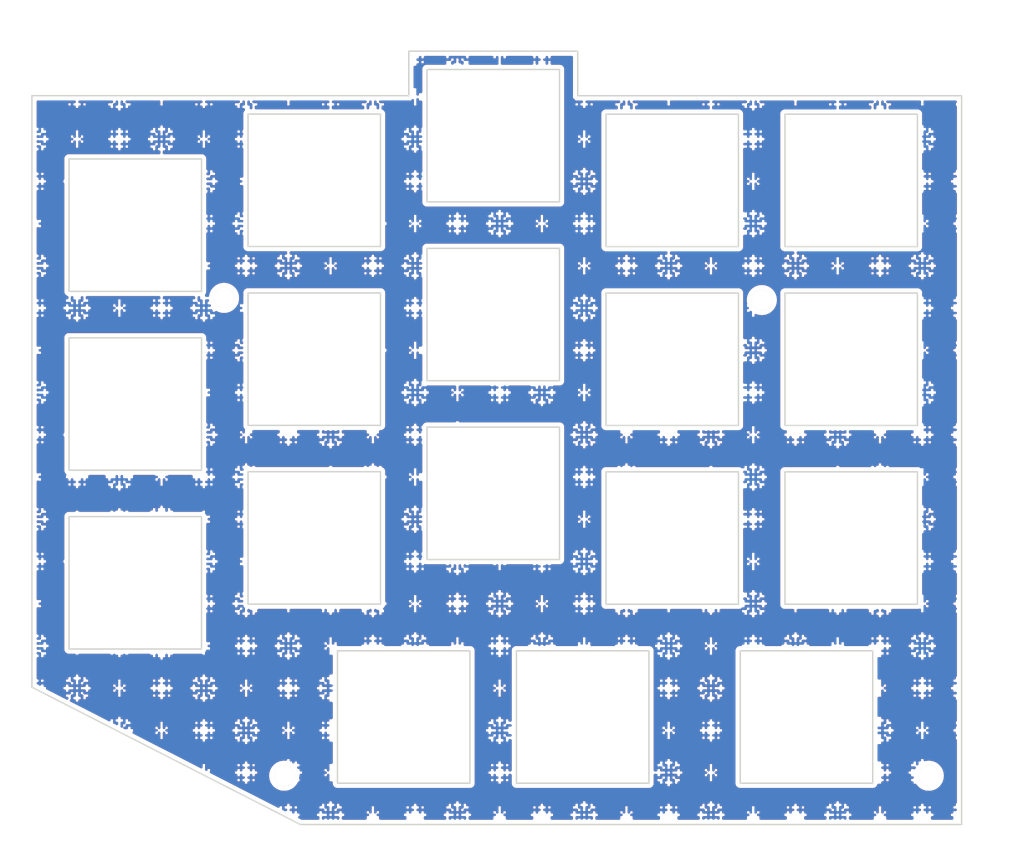
<source format=kicad_pcb>
(kicad_pcb (version 20211014) (generator pcbnew)
  (layers (0 "F.Cu" signal) (31 "B.Cu" signal) (34 "B.Paste" user) (35 "F.Paste" user) (36 "B.SilkS" user "B.Silkscreen") (37 "F.SilkS" user "F.Silkscreen") (38 "B.Mask" user) (39 "F.Mask" user) (44 "Edge.Cuts" user))
  (net 0 "")
  (footprint "kbd_Hole:m2_Screw_Hole_EdgeCuts" (layer "F.Cu") (at 110.077867 92.76016 -90)
    (fp_text reference "Ref**" hide)
    (fp_text value "Val**" hide)
    (fp_circle (center 0 0) (end 1.1 0) (layer "Edge.Cuts") (width 0.01) (fill none))
  )
  (footprint "kbd_SW_Hole:SW_Hole_1u" (layer "F.Cu") (at 44.669907 67.432309 -90)
    (fp_text reference "SW2" hide)
    (fp_text value "KEY_SWITCH" hide)
    (fp_line (start -7.05 7.05) (end -7.05 -7.05) (layer "Edge.Cuts") (width 0.15))
    (fp_line (start -7.05 -7.05) (end 7.05 -7.05) (layer "Edge.Cuts") (width 0.15))
    (fp_line (start 7.05 7.05) (end -7.05 7.05) (layer "Edge.Cuts") (width 0.15))
    (fp_line (start 7.05 -7.05) (end 7.05 7.05) (layer "Edge.Cuts") (width 0.15))
  )
  (footprint "kbd_SW_Hole:SW_Hole_1u" (layer "F.Cu") (at 82.769898 48.403119 -90)
    (fp_text reference "SW2" hide)
    (fp_text value "KEY_SWITCH" hide)
    (fp_line (start -7.05 -7.05) (end 7.05 -7.05) (layer "Edge.Cuts") (width 0.15))
    (fp_line (start 7.05 7.05) (end -7.05 7.05) (layer "Edge.Cuts") (width 0.15))
    (fp_line (start -7.05 7.05) (end -7.05 -7.05) (layer "Edge.Cuts") (width 0.15))
    (fp_line (start 7.05 -7.05) (end 7.05 7.05) (layer "Edge.Cuts") (width 0.15))
  )
  (footprint "kbd_SW_Hole:SW_Hole_1u" (layer "F.Cu") (at 63.719895 24.593442 -90)
    (fp_text reference "SW2" hide)
    (fp_text value "KEY_SWITCH" hide)
    (fp_line (start 7.05 -7.05) (end 7.05 7.05) (layer "Edge.Cuts") (width 0.15))
    (fp_line (start -7.05 -7.05) (end 7.05 -7.05) (layer "Edge.Cuts") (width 0.15))
    (fp_line (start -7.05 7.05) (end -7.05 -7.05) (layer "Edge.Cuts") (width 0.15))
    (fp_line (start 7.05 7.05) (end -7.05 7.05) (layer "Edge.Cuts") (width 0.15))
  )
  (footprint "kbd_Hole:m2_Screw_Hole_EdgeCuts" (layer "F.Cu") (at 35.067092 41.870572 -90)
    (fp_text reference "Ref**" hide)
    (fp_text value "Val**" hide)
    (fp_circle (center 0 0) (end 1.1 0) (layer "Edge.Cuts") (width 0.01) (fill none))
  )
  (footprint "kbd_SW_Hole:SW_Hole_1u" (layer "F.Cu") (at 25.619904 34.122327 -90)
    (fp_text reference "SW2" hide)
    (fp_text value "KEY_SWITCH" hide)
    (fp_line (start 7.05 -7.05) (end 7.05 7.05) (layer "Edge.Cuts") (width 0.15))
    (fp_line (start -7.05 -7.05) (end 7.05 -7.05) (layer "Edge.Cuts") (width 0.15))
    (fp_line (start 7.05 7.05) (end -7.05 7.05) (layer "Edge.Cuts") (width 0.15))
    (fp_line (start -7.05 7.05) (end -7.05 -7.05) (layer "Edge.Cuts") (width 0.15))
  )
  (footprint "kbd_SW_Hole:SW_Hole_1u" (layer "F.Cu") (at 97.058812 86.50311 -90)
    (fp_text reference "SW2" hide)
    (fp_text value "KEY_SWITCH" hide)
    (fp_line (start -7.05 -7.05) (end 7.05 -7.05) (layer "Edge.Cuts") (width 0.15))
    (fp_line (start 7.05 7.05) (end -7.05 7.05) (layer "Edge.Cuts") (width 0.15))
    (fp_line (start -7.05 7.05) (end -7.05 -7.05) (layer "Edge.Cuts") (width 0.15))
    (fp_line (start 7.05 -7.05) (end 7.05 7.05) (layer "Edge.Cuts") (width 0.15))
  )
  (footprint "kbd_Hole:m2_Screw_Hole_EdgeCuts" (layer "F.Cu") (at 41.468238 92.76016 -90)
    (fp_text reference "Ref**" hide)
    (fp_text value "Val**" hide)
    (fp_circle (center 0 0) (end 1.1 0) (layer "Edge.Cuts") (width 0.01) (fill none))
  )
  (footprint "kbd_SW_Hole:SW_Hole_1u" (layer "F.Cu") (at 54.18961 86.50311 -90)
    (fp_text reference "SW2" hide)
    (fp_text value "KEY_SWITCH" hide)
    (fp_line (start -7.05 -7.05) (end 7.05 -7.05) (layer "Edge.Cuts") (width 0.15))
    (fp_line (start 7.05 7.05) (end -7.05 7.05) (layer "Edge.Cuts") (width 0.15))
    (fp_line (start -7.05 7.05) (end -7.05 -7.05) (layer "Edge.Cuts") (width 0.15))
    (fp_line (start 7.05 -7.05) (end 7.05 7.05) (layer "Edge.Cuts") (width 0.15))
  )
  (footprint "kbd_SW_Hole:SW_Hole_1u" (layer "F.Cu") (at 63.719895 43.643438 -90)
    (fp_text reference "SW2" hide)
    (fp_text value "KEY_SWITCH" hide)
    (fp_line (start 7.05 -7.05) (end 7.05 7.05) (layer "Edge.Cuts") (width 0.15))
    (fp_line (start -7.05 7.05) (end -7.05 -7.05) (layer "Edge.Cuts") (width 0.15))
    (fp_line (start -7.05 -7.05) (end 7.05 -7.05) (layer "Edge.Cuts") (width 0.15))
    (fp_line (start 7.05 7.05) (end -7.05 7.05) (layer "Edge.Cuts") (width 0.15))
  )
  (footprint "kbd_SW_Hole:SW_Hole_1u" (layer "F.Cu") (at 101.819898 48.403119 -90)
    (fp_text reference "SW2" hide)
    (fp_text value "KEY_SWITCH" hide)
    (fp_line (start -7.05 -7.05) (end 7.05 -7.05) (layer "Edge.Cuts") (width 0.15))
    (fp_line (start -7.05 7.05) (end -7.05 -7.05) (layer "Edge.Cuts") (width 0.15))
    (fp_line (start 7.05 7.05) (end -7.05 7.05) (layer "Edge.Cuts") (width 0.15))
    (fp_line (start 7.05 -7.05) (end 7.05 7.05) (layer "Edge.Cuts") (width 0.15))
  )
  (footprint "kbd_SW_Hole:SW_Hole_1u" (layer "F.Cu") (at 101.819898 67.442182 -90)
    (fp_text reference "SW2" hide)
    (fp_text value "KEY_SWITCH" hide)
    (fp_line (start 7.05 7.05) (end -7.05 7.05) (layer "Edge.Cuts") (width 0.15))
    (fp_line (start -7.05 7.05) (end -7.05 -7.05) (layer "Edge.Cuts") (width 0.15))
    (fp_line (start -7.05 -7.05) (end 7.05 -7.05) (layer "Edge.Cuts") (width 0.15))
    (fp_line (start 7.05 -7.05) (end 7.05 7.05) (layer "Edge.Cuts") (width 0.15))
  )
  (footprint "kbd_SW_Hole:SW_Hole_1u" (layer "F.Cu") (at 73.239609 86.50311 -90)
    (fp_text reference "SW2" hide)
    (fp_text value "KEY_SWITCH" hide)
    (fp_line (start 7.05 7.05) (end -7.05 7.05) (layer "Edge.Cuts") (width 0.15))
    (fp_line (start -7.05 7.05) (end -7.05 -7.05) (layer "Edge.Cuts") (width 0.15))
    (fp_line (start -7.05 -7.05) (end 7.05 -7.05) (layer "Edge.Cuts") (width 0.15))
    (fp_line (start 7.05 -7.05) (end 7.05 7.05) (layer "Edge.Cuts") (width 0.15))
  )
  (footprint "kbd_SW_Hole:SW_Hole_1u" (layer "F.Cu") (at 101.819897 29.353116 -90)
    (fp_text reference "SW2" hide)
    (fp_text value "KEY_SWITCH" hide)
    (fp_line (start 7.05 -7.05) (end 7.05 7.05) (layer "Edge.Cuts") (width 0.15))
    (fp_line (start -7.05 -7.05) (end 7.05 -7.05) (layer "Edge.Cuts") (width 0.15))
    (fp_line (start -7.05 7.05) (end -7.05 -7.05) (layer "Edge.Cuts") (width 0.15))
    (fp_line (start 7.05 7.05) (end -7.05 7.05) (layer "Edge.Cuts") (width 0.15))
  )
  (footprint "kbd_SW_Hole:SW_Hole_1u" (layer "F.Cu") (at 63.719899 62.682142 -90)
    (fp_text reference "SW2" hide)
    (fp_text value "KEY_SWITCH" hide)
    (fp_line (start 7.05 7.05) (end -7.05 7.05) (layer "Edge.Cuts") (width 0.15))
    (fp_line (start 7.05 -7.05) (end 7.05 7.05) (layer "Edge.Cuts") (width 0.15))
    (fp_line (start -7.05 7.05) (end -7.05 -7.05) (layer "Edge.Cuts") (width 0.15))
    (fp_line (start -7.05 -7.05) (end 7.05 -7.05) (layer "Edge.Cuts") (width 0.15))
  )
  (footprint "kbd_SW_Hole:SW_Hole_1u" (layer "F.Cu") (at 82.769902 67.442182 -90)
    (fp_text reference "SW2" hide)
    (fp_text value "KEY_SWITCH" hide)
    (fp_line (start -7.05 -7.05) (end 7.05 -7.05) (layer "Edge.Cuts") (width 0.15))
    (fp_line (start 7.05 -7.05) (end 7.05 7.05) (layer "Edge.Cuts") (width 0.15))
    (fp_line (start -7.05 7.05) (end -7.05 -7.05) (layer "Edge.Cuts") (width 0.15))
    (fp_line (start 7.05 7.05) (end -7.05 7.05) (layer "Edge.Cuts") (width 0.15))
  )
  (footprint "kbd_SW_Hole:SW_Hole_1u" (layer "F.Cu") (at 25.619904 72.212797 -90)
    (fp_text reference "SW2" hide)
    (fp_text value "KEY_SWITCH" hide)
    (fp_line (start -7.05 7.05) (end -7.05 -7.05) (layer "Edge.Cuts") (width 0.15))
    (fp_line (start 7.05 7.05) (end -7.05 7.05) (layer "Edge.Cuts") (width 0.15))
    (fp_line (start 7.05 -7.05) (end 7.05 7.05) (layer "Edge.Cuts") (width 0.15))
    (fp_line (start -7.05 -7.05) (end 7.05 -7.05) (layer "Edge.Cuts") (width 0.15))
  )
  (footprint "kbd_SW_Hole:SW_Hole_1u" (layer "F.Cu") (at 82.7699 29.353116 -90)
    (fp_text reference "SW2" hide)
    (fp_text value "KEY_SWITCH" hide)
    (fp_line (start 7.05 7.05) (end -7.05 7.05) (layer "Edge.Cuts") (width 0.15))
    (fp_line (start -7.05 7.05) (end -7.05 -7.05) (layer "Edge.Cuts") (width 0.15))
    (fp_line (start 7.05 -7.05) (end 7.05 7.05) (layer "Edge.Cuts") (width 0.15))
    (fp_line (start -7.05 -7.05) (end 7.05 -7.05) (layer "Edge.Cuts") (width 0.15))
  )
  (footprint "kbd_SW_Hole:SW_Hole_1u" (layer "F.Cu") (at 44.669907 48.392179 -90)
    (fp_text reference "SW2" hide)
    (fp_text value "KEY_SWITCH" hide)
    (fp_line (start -7.05 -7.05) (end 7.05 -7.05) (layer "Edge.Cuts") (width 0.15))
    (fp_line (start 7.05 -7.05) (end 7.05 7.05) (layer "Edge.Cuts") (width 0.15))
    (fp_line (start -7.05 7.05) (end -7.05 -7.05) (layer "Edge.Cuts") (width 0.15))
    (fp_line (start 7.05 7.05) (end -7.05 7.05) (layer "Edge.Cuts") (width 0.15))
  )
  (footprint "kbd_SW_Hole:SW_Hole_1u" (layer "F.Cu") (at 25.619904 53.17233 -90)
    (fp_text reference "SW2" hide)
    (fp_text value "KEY_SWITCH" hide)
    (fp_line (start 7.05 -7.05) (end 7.05 7.05) (layer "Edge.Cuts") (width 0.15))
    (fp_line (start -7.05 7.05) (end -7.05 -7.05) (layer "Edge.Cuts") (width 0.15))
    (fp_line (start 7.05 7.05) (end -7.05 7.05) (layer "Edge.Cuts") (width 0.15))
    (fp_line (start -7.05 -7.05) (end 7.05 -7.05) (layer "Edge.Cuts") (width 0.15))
  )
  (footprint "kbd_Hole:m2_Screw_Hole_EdgeCuts" (layer "F.Cu") (at 92.308095 42.100927 -90)
    (fp_text reference "Ref**" hide)
    (fp_text value "Val**" hide)
    (fp_circle (center 0 0) (end 1.1 0) (layer "Edge.Cuts") (width 0.01) (fill none))
  )
  (footprint "kbd_SW_Hole:SW_Hole_1u" (layer "F.Cu") (at 44.669907 29.342183 -90)
    (fp_text reference "SW2" hide)
    (fp_text value "KEY_SWITCH" hide)
    (fp_line (start 7.05 -7.05) (end 7.05 7.05) (layer "Edge.Cuts") (width 0.15))
    (fp_line (start -7.05 7.05) (end -7.05 -7.05) (layer "Edge.Cuts") (width 0.15))
    (fp_line (start 7.05 7.05) (end -7.05 7.05) (layer "Edge.Cuts") (width 0.15))
    (fp_line (start -7.05 -7.05) (end 7.05 -7.05) (layer "Edge.Cuts") (width 0.15))
  )
  (gr_line (start 72.708508 15.59004) (end 72.708508 20.340192) (layer "Edge.Cuts") (width 0.15))
  (gr_line (start 54.730599 15.59004) (end 72.708508 15.59004) (layer "Edge.Cuts") (width 0.15))
  (gr_line (start 72.708508 20.340192) (end 113.568637 20.340192) (layer "Edge.Cuts") (width 0.15))
  (gr_line (start 43.188065 97.95271) (end 14.618722 83.333234) (layer "Edge.Cuts") (width 0.15))
  (gr_line (start 54.730599 20.333478) (end 54.730599 15.59004) (layer "Edge.Cuts") (width 0.15))
  (gr_line (start 14.618722 83.333234) (end 14.618714 20.333486) (layer "Edge.Cuts") (width 0.15))
  (gr_line (start 113.568637 20.340192) (end 113.56864 97.95271) (layer "Edge.Cuts") (width 0.15))
  (gr_line (start 54.730599 20.333478) (end 14.618714 20.333486) (layer "Edge.Cuts") (width 0.15))
  (gr_line (start 113.56864 97.95271) (end 43.188065 97.95271) (layer "Edge.Cuts") (width 0.15))
  (zone (net 0) (net_name "") (layers F&B.Cu) (connect_pads (clearance 0)) (min_thickness 0.254)
    (keepout (tracks allowed) (vias allowed) (pads allowed) (copperpour not_allowed) (footprints allowed))
    (fill (thermal_gap 0.508) (thermal_bridge_width 0.508))
    (polygon (pts (xy 86.495794 79.331388) (xy 86.231214 79.331388) (xy 86.231214 79.066808) (xy 86.495794 79.066808)))
  )
  (zone (net 0) (net_name "") (layers F&B.Cu) (connect_pads (clearance 0)) (min_thickness 0.254)
    (keepout (tracks allowed) (vias allowed) (pads allowed) (copperpour not_allowed) (footprints allowed))
    (fill (thermal_gap 0.508) (thermal_bridge_width 0.508))
    (polygon (pts (xy 42.839546 16.889728) (xy 42.574962 16.889728) (xy 42.574962 16.625145) (xy 42.839546 16.625145)))
  )
  (zone (net 0) (net_name "") (layers F&B.Cu) (connect_pads (clearance 0)) (min_thickness 0.254)
    (keepout (tracks allowed) (vias allowed) (pads allowed) (copperpour not_allowed) (footprints allowed))
    (fill (thermal_gap 0.508) (thermal_bridge_width 0.508))
    (polygon (pts (xy 19.556214 16.095978) (xy 19.29163 16.095978) (xy 19.29163 15.831394) (xy 19.556214 15.831394)))
  )
  (zone (net 0) (net_name "") (layers F&B.Cu) (connect_pads (clearance 0)) (min_thickness 0.254)
    (keepout (tracks allowed) (vias allowed) (pads allowed) (copperpour not_allowed) (footprints allowed))
    (fill (thermal_gap 0.508) (thermal_bridge_width 0.508))
    (polygon (pts (xy 19.027047 84.093892) (xy 18.762464 84.093892) (xy 18.762464 83.829305) (xy 19.027047 83.829305)))
  )
  (zone (net 0) (net_name "") (layers F&B.Cu) (connect_pads (clearance 0)) (min_thickness 0.254)
    (keepout (tracks allowed) (vias allowed) (pads allowed) (copperpour not_allowed) (footprints allowed))
    (fill (thermal_gap 0.508) (thermal_bridge_width 0.508))
    (polygon (pts (xy 105.810377 87.004308) (xy 106.074956 87.004308) (xy 106.074956 87.268887) (xy 105.545789 87.268887) (xy 105.545789 86.73972) (xy 105.810377 86.73972)))
  )
  (zone (net 0) (net_name "") (layers F&B.Cu) (connect_pads (clearance 0)) (min_thickness 0.254)
    (keepout (tracks allowed) (vias allowed) (pads allowed) (copperpour not_allowed) (footprints allowed))
    (fill (thermal_gap 0.508) (thermal_bridge_width 0.508))
    (polygon (pts (xy 78.558294 74.039723) (xy 78.29371 74.039723) (xy 78.29371 73.77514) (xy 78.558294 73.77514)))
  )
  (zone (net 0) (net_name "") (layers F&B.Cu) (connect_pads (clearance 0)) (min_thickness 0.254)
    (keepout (tracks allowed) (vias allowed) (pads allowed) (copperpour not_allowed) (footprints allowed))
    (fill (thermal_gap 0.508) (thermal_bridge_width 0.508))
    (polygon (pts (xy 50.512464 15.831394) (xy 50.24788 15.831394) (xy 50.24788 15.566811) (xy 50.512464 15.566811)))
  )
  (zone (net 0) (net_name "") (layers F&B.Cu) (connect_pads (clearance 0)) (min_thickness 0.254)
    (keepout (tracks allowed) (vias allowed) (pads allowed) (copperpour not_allowed) (footprints allowed))
    (fill (thermal_gap 0.508) (thermal_bridge_width 0.508))
    (polygon (pts (xy 51.041627 34.881393) (xy 51.306211 34.881393) (xy 51.306211 35.145976) (xy 51.041627 35.145976) (xy 51.041627 35.41056) (xy 50.777044 35.41056) (xy 50.777044 35.145976) (xy 50.512464 35.145976) (xy 50.512464 34.881393) (xy 50.777044 34.881393) (xy 50.777044 34.352227) (xy 51.041627 34.352227)))
  )
  (zone (net 0) (net_name "") (layers F&B.Cu) (connect_pads (clearance 0)) (min_thickness 0.254)
    (keepout (tracks allowed) (vias allowed) (pads allowed) (copperpour not_allowed) (footprints allowed))
    (fill (thermal_gap 0.508) (thermal_bridge_width 0.508))
    (polygon (pts (xy 41.252046 96.264722) (xy 40.987463 96.264722) (xy 40.987463 96.000142) (xy 41.252046 96.000142)))
  )
  (zone (net 0) (net_name "") (layers F&B.Cu) (connect_pads (clearance 0)) (min_thickness 0.254)
    (keepout (tracks allowed) (vias allowed) (pads allowed) (copperpour not_allowed) (footprints allowed))
    (fill (thermal_gap 0.508) (thermal_bridge_width 0.508))
    (polygon (pts (xy 92.052045 47.052228) (xy 91.787458 47.052228) (xy 91.787458 46.787644) (xy 92.052045 46.787644)))
  )
  (zone (net 0) (net_name "") (layers F&B.Cu) (connect_pads (clearance 0)) (min_thickness 0.254)
    (keepout (tracks allowed) (vias allowed) (pads allowed) (copperpour not_allowed) (footprints allowed))
    (fill (thermal_gap 0.508) (thermal_bridge_width 0.508))
    (polygon (pts (xy 83.056211 78.537641) (xy 82.791624 78.537641) (xy 82.791624 78.273061) (xy 83.056211 78.273061)))
  )
  (zone (net 0) (net_name "") (layers F&B.Cu) (connect_pads (clearance 0)) (min_thickness 0.254)
    (keepout (tracks allowed) (vias allowed) (pads allowed) (copperpour not_allowed) (footprints allowed))
    (fill (thermal_gap 0.508) (thermal_bridge_width 0.508))
    (polygon (pts (xy 56.068712 92.031392) (xy 55.804128 92.031392) (xy 55.804128 91.766805) (xy 56.068712 91.766805)))
  )
  (zone (net 0) (net_name "") (layers F&B.Cu) (connect_pads (clearance 0)) (min_thickness 0.254)
    (keepout (tracks allowed) (vias allowed) (pads allowed) (copperpour not_allowed) (footprints allowed))
    (fill (thermal_gap 0.508) (thermal_bridge_width 0.508))
    (polygon (pts (xy 37.54788 78.008473) (xy 37.812463 78.008473) (xy 37.812463 78.273061) (xy 37.54788 78.273061) (xy 37.54788 78.537641) (xy 37.812463 78.537641) (xy 37.812463 78.802228) (xy 38.077047 78.802228) (xy 38.077047 78.537641) (xy 38.341629 78.537641) (xy 38.341629 78.802228) (xy 38.606212 78.802228) (xy 38.606212 79.066808) (xy 38.341629 79.066808) (xy 38.341629 79.331388) (xy 38.077047 79.331388) (xy 38.077047 79.066808) (xy 37.812463 79.066808) (xy 37.812463 79.331388) (xy 37.54788 79.331388) (xy 37.54788 79.595975) (xy 37.812463 79.595975) (xy 37.812463 79.860555) (xy 37.54788 79.860555) (xy 37.54788 80.125142) (xy 37.283296 80.125142) (xy 37.283296 79.860555) (xy 37.018713 79.860555) (xy 37.018713 79.595975) (xy 37.283296 79.595975) (xy 37.283296 79.331388) (xy 37.018713 79.331388) (xy 37.018713 79.066808) (xy 36.754129 79.066808) (xy 36.754129 79.331388) (xy 36.489545 79.331388) (xy 36.489545 79.066808) (xy 36.224964 79.066808) (xy 36.224964 78.802228) (xy 36.489545 78.802228) (xy 36.489545 78.537641) (xy 36.754129 78.537641) (xy 36.754129 78.802228) (xy 37.018713 78.802228) (xy 37.018713 78.537641) (xy 37.283296 78.537641) (xy 37.283296 78.273061) (xy 37.018713 78.273061) (xy 37.018713 78.008473) (xy 37.283296 78.008473) (xy 37.283296 77.743894) (xy 37.54788 77.743894)))
  )
  (zone (net 0) (net_name "") (layers F&B.Cu) (connect_pads (clearance 0)) (min_thickness 0.254)
    (keepout (tracks allowed) (vias allowed) (pads allowed) (copperpour not_allowed) (footprints allowed))
    (fill (thermal_gap 0.508) (thermal_bridge_width 0.508))
    (polygon (pts (xy 50.512464 83.829305) (xy 50.24788 83.829305) (xy 50.24788 83.564725) (xy 50.512464 83.564725)))
  )
  (zone (net 0) (net_name "") (layers F&B.Cu) (connect_pads (clearance 0)) (min_thickness 0.254)
    (keepout (tracks allowed) (vias allowed) (pads allowed) (copperpour not_allowed) (footprints allowed))
    (fill (thermal_gap 0.508) (thermal_bridge_width 0.508))
    (polygon (pts (xy 19.027047 38.850143) (xy 18.762464 38.850143) (xy 18.762464 38.585561) (xy 19.027047 38.585561)))
  )
  (zone (net 0) (net_name "") (layers F&B.Cu) (connect_pads (clearance 0)) (min_thickness 0.254)
    (keepout (tracks allowed) (vias allowed) (pads allowed) (copperpour not_allowed) (footprints allowed))
    (fill (thermal_gap 0.508) (thermal_bridge_width 0.508))
    (polygon (pts (xy 68.504129 79.595975) (xy 68.239545 79.595975) (xy 68.239545 79.331388) (xy 68.504129 79.331388)))
  )
  (zone (net 0) (net_name "") (layers F&B.Cu) (connect_pads (clearance 0)) (min_thickness 0.254)
    (keepout (tracks allowed) (vias allowed) (pads allowed) (copperpour not_allowed) (footprints allowed))
    (fill (thermal_gap 0.508) (thermal_bridge_width 0.508))
    (polygon (pts (xy 113.483289 78.802228) (xy 113.218709 78.802228) (xy 113.218709 78.537641) (xy 113.483289 78.537641)))
  )
  (zone (net 0) (net_name "") (layers F&B.Cu) (connect_pads (clearance 0)) (min_thickness 0.254)
    (keepout (tracks allowed) (vias allowed) (pads allowed) (copperpour not_allowed) (footprints allowed))
    (fill (thermal_gap 0.508) (thermal_bridge_width 0.508))
    (polygon (pts (xy 27.758296 16.889728) (xy 27.493713 16.889728) (xy 27.493713 16.625145) (xy 27.758296 16.625145)))
  )
  (zone (net 0) (net_name "") (layers F&B.Cu) (connect_pads (clearance 0)) (min_thickness 0.254)
    (keepout (tracks allowed) (vias allowed) (pads allowed) (copperpour not_allowed) (footprints allowed))
    (fill (thermal_gap 0.508) (thermal_bridge_width 0.508))
    (polygon (pts (xy 47.072877 56.048059) (xy 46.808294 56.048059) (xy 46.808294 55.783475) (xy 47.072877 55.783475)))
  )
  (zone (net 0) (net_name "") (layers F&B.Cu) (connect_pads (clearance 0)) (min_thickness 0.254)
    (keepout (tracks allowed) (vias allowed) (pads allowed) (copperpour not_allowed) (footprints allowed))
    (fill (thermal_gap 0.508) (thermal_bridge_width 0.508))
    (polygon (pts (xy 56.068712 88.327222) (xy 55.804128 88.327222) (xy 55.804128 88.062642) (xy 56.068712 88.062642)))
  )
  (zone (net 0) (net_name "") (layers F&B.Cu) (connect_pads (clearance 0)) (min_thickness 0.254)
    (keepout (tracks allowed) (vias allowed) (pads allowed) (copperpour not_allowed) (footprints allowed))
    (fill (thermal_gap 0.508) (thermal_bridge_width 0.508))
    (polygon (pts (xy 104.487462 56.841809) (xy 104.222875 56.841809) (xy 104.222875 56.577226) (xy 104.487462 56.577226)))
  )
  (zone (net 0) (net_name "") (layers F&B.Cu) (connect_pads (clearance 0)) (min_thickness 0.254)
    (keepout (tracks allowed) (vias allowed) (pads allowed) (copperpour not_allowed) (footprints allowed))
    (fill (thermal_gap 0.508) (thermal_bridge_width 0.508))
    (polygon (pts (xy 32.256214 82.770978) (xy 31.727046 82.770978) (xy 31.727046 82.506391) (xy 31.99163 82.506391) (xy 31.99163 82.241811) (xy 32.256214 82.241811)))
  )
  (zone (net 0) (net_name "") (layers F&B.Cu) (connect_pads (clearance 0)) (min_thickness 0.254)
    (keepout (tracks allowed) (vias allowed) (pads allowed) (copperpour not_allowed) (footprints allowed))
    (fill (thermal_gap 0.508) (thermal_bridge_width 0.508))
    (polygon (pts (xy 19.027047 92.295972) (xy 19.29163 92.295972) (xy 19.29163 91.502225) (xy 19.556214 91.502225) (xy 19.556214 92.295972) (xy 19.820797 92.295972) (xy 19.820797 92.560559) (xy 19.556214 92.560559) (xy 19.556214 93.354306) (xy 19.29163 93.354306) (xy 19.29163 92.560559) (xy 19.027047 92.560559)))
  )
  (zone (net 0) (net_name "") (layers F&B.Cu) (connect_pads (clearance 0)) (min_thickness 0.254)
    (keepout (tracks allowed) (vias allowed) (pads allowed) (copperpour not_allowed) (footprints allowed))
    (fill (thermal_gap 0.508) (thermal_bridge_width 0.508))
    (polygon (pts (xy 23.26038 25.885561) (xy 22.995797 25.885561) (xy 22.995797 25.620977) (xy 23.26038 25.620977)))
  )
  (zone (net 0) (net_name "") (layers F&B.Cu) (connect_pads (clearance 0)) (min_thickness 0.254)
    (keepout (tracks allowed) (vias allowed) (pads allowed) (copperpour not_allowed) (footprints allowed))
    (fill (thermal_gap 0.508) (thermal_bridge_width 0.508))
    (polygon (pts (xy 58.979127 96.793889) (xy 59.508295 96.793889) (xy 59.508295 97.058476) (xy 58.979127 97.058476) (xy 58.979127 97.323056) (xy 58.714544 97.323056) (xy 58.714544 97.058476) (xy 58.44996 97.058476) (xy 58.44996 96.793889) (xy 58.714544 96.793889) (xy 58.714544 96.529309) (xy 58.979127 96.529309)))
  )
  (zone (net 0) (net_name "") (layers F&B.Cu) (connect_pads (clearance 0)) (min_thickness 0.254)
    (keepout (tracks allowed) (vias allowed) (pads allowed) (copperpour not_allowed) (footprints allowed))
    (fill (thermal_gap 0.508) (thermal_bridge_width 0.508))
    (polygon (pts (xy 99.724958 30.648061) (xy 99.460378 30.648061) (xy 99.460378 30.383477) (xy 99.195791 30.383477) (xy 99.195791 30.118894) (xy 99.724958 30.118894)))
  )
  (zone (net 0) (net_name "") (layers F&B.Cu) (connect_pads (clearance 0)) (min_thickness 0.254)
    (keepout (tracks allowed) (vias allowed) (pads allowed) (copperpour not_allowed) (footprints allowed))
    (fill (thermal_gap 0.508) (thermal_bridge_width 0.508))
    (polygon (pts (xy 101.04788 42.554309) (xy 100.783292 42.554309) (xy 100.783292 42.289727) (xy 101.04788 42.289727)))
  )
  (zone (net 0) (net_name "") (layers F&B.Cu) (connect_pads (clearance 0)) (min_thickness 0.254)
    (keepout (tracks allowed) (vias allowed) (pads allowed) (copperpour not_allowed) (footprints allowed))
    (fill (thermal_gap 0.508) (thermal_bridge_width 0.508))
    (polygon (pts (xy 46.014545 65.837644) (xy 45.749963 65.837644) (xy 45.749963 65.57306) (xy 46.014545 65.57306)))
  )
  (zone (net 0) (net_name "") (layers F&B.Cu) (connect_pads (clearance 0)) (min_thickness 0.254)
    (keepout (tracks allowed) (vias allowed) (pads allowed) (copperpour not_allowed) (footprints allowed))
    (fill (thermal_gap 0.508) (thermal_bridge_width 0.508))
    (polygon (pts (xy 37.018713 16.360561) (xy 36.754129 16.360561) (xy 36.754129 16.095978) (xy 37.018713 16.095978)))
  )
  (zone (net 0) (net_name "") (layers F&B.Cu) (connect_pads (clearance 0)) (min_thickness 0.254)
    (keepout (tracks allowed) (vias allowed) (pads allowed) (copperpour not_allowed) (footprints allowed))
    (fill (thermal_gap 0.508) (thermal_bridge_width 0.508))
    (polygon (pts (xy 104.487462 34.616811) (xy 104.222875 34.616811) (xy 104.222875 34.352227) (xy 104.487462 34.352227)))
  )
  (zone (net 0) (net_name "") (layers F&B.Cu) (connect_pads (clearance 0)) (min_thickness 0.254)
    (keepout (tracks allowed) (vias allowed) (pads allowed) (copperpour not_allowed) (footprints allowed))
    (fill (thermal_gap 0.508) (thermal_bridge_width 0.508))
    (polygon (pts (xy 23.524964 83.829305) (xy 23.26038 83.829305) (xy 23.26038 83.564725) (xy 23.524964 83.564725)))
  )
  (zone (net 0) (net_name "") (layers F&B.Cu) (connect_pads (clearance 0)) (min_thickness 0.254)
    (keepout (tracks allowed) (vias allowed) (pads allowed) (copperpour not_allowed) (footprints allowed))
    (fill (thermal_gap 0.508) (thermal_bridge_width 0.508))
    (polygon (pts (xy 114.012456 60.016809) (xy 114.277044 60.016809) (xy 114.277044 60.281392) (xy 114.012456 60.281392) (xy 114.012456 60.545976) (xy 114.277044 60.545976) (xy 114.277044 60.810559) (xy 114.541624 60.810559) (xy 114.541624 60.545976) (xy 114.806211 60.545976) (xy 114.806211 60.810559) (xy 115.070791 60.810559) (xy 115.070791 61.075143) (xy 114.806211 61.075143) (xy 114.806211 61.339726) (xy 114.541624 61.339726) (xy 114.541624 61.075143) (xy 114.277044 61.075143) (xy 114.277044 61.339726) (xy 114.012456 61.339726) (xy 114.012456 61.60431) (xy 114.277044 61.60431) (xy 114.277044 61.868894) (xy 114.012456 61.868894) (xy 114.012456 62.133473) (xy 113.747877 62.133473) (xy 113.747877 61.868894) (xy 113.483289 61.868894) (xy 113.483289 61.60431) (xy 113.747877 61.60431) (xy 113.747877 61.339726) (xy 113.483289 61.339726) (xy 113.483289 61.075143) (xy 113.218709 61.075143) (xy 113.218709 61.339726) (xy 112.954122 61.339726) (xy 112.954122 61.075143) (xy 112.689542 61.075143) (xy 112.689542 60.810559) (xy 112.954122 60.810559) (xy 112.954122 60.545976) (xy 113.218709 60.545976) (xy 113.218709 60.810559) (xy 113.483289 60.810559) (xy 113.483289 60.545976) (xy 113.747877 60.545976) (xy 113.747877 60.281392) (xy 113.483289 60.281392) (xy 113.483289 60.016809) (xy 113.747877 60.016809) (xy 113.747877 59.752225) (xy 114.012456 59.752225)))
  )
  (zone (net 0) (net_name "") (layers F&B.Cu) (connect_pads (clearance 0)) (min_thickness 0.254)
    (keepout (tracks allowed) (vias allowed) (pads allowed) (copperpour not_allowed) (footprints allowed))
    (fill (thermal_gap 0.508) (thermal_bridge_width 0.508))
    (polygon (pts (xy 82.527044 79.066808) (xy 82.262464 79.066808) (xy 82.262464 78.802228) (xy 82.527044 78.802228)))
  )
  (zone (net 0) (net_name "") (layers F&B.Cu) (connect_pads (clearance 0)) (min_thickness 0.254)
    (keepout (tracks allowed) (vias allowed) (pads allowed) (copperpour not_allowed) (footprints allowed))
    (fill (thermal_gap 0.508) (thermal_bridge_width 0.508))
    (polygon (pts (xy 81.733297 43.877225) (xy 81.468709 43.877225) (xy 81.468709 43.612641) (xy 81.733297 43.612641)))
  )
  (zone (net 0) (net_name "") (layers F&B.Cu) (connect_pads (clearance 0)) (min_thickness 0.254)
    (keepout (tracks allowed) (vias allowed) (pads allowed) (copperpour not_allowed) (footprints allowed))
    (fill (thermal_gap 0.508) (thermal_bridge_width 0.508))
    (polygon (pts (xy 109.514539 15.037644) (xy 109.779127 15.037644) (xy 109.779127 15.302228) (xy 109.514539 15.302228) (xy 109.514539 15.566811) (xy 109.779127 15.566811) (xy 109.779127 15.831394) (xy 110.043706 15.831394) (xy 110.043706 15.566811) (xy 110.308294 15.566811) (xy 110.308294 15.831394) (xy 110.572874 15.831394) (xy 110.572874 16.095978) (xy 110.308294 16.095978) (xy 110.308294 16.360561) (xy 110.043706 16.360561) (xy 110.043706 16.095978) (xy 109.779127 16.095978) (xy 109.779127 16.360561) (xy 109.514539 16.360561) (xy 109.514539 16.625145) (xy 109.779127 16.625145) (xy 109.779127 16.889728) (xy 109.514539 16.889728) (xy 109.514539 17.154311) (xy 109.249959 17.154311) (xy 109.249959 16.889728) (xy 108.985372 16.889728) (xy 108.985372 16.625145) (xy 109.249959 16.625145) (xy 109.249959 16.360561) (xy 108.985372 16.360561) (xy 108.985372 16.095978) (xy 108.720792 16.095978) (xy 108.720792 16.360561) (xy 108.456212 16.360561) (xy 108.456212 16.095978) (xy 108.191625 16.095978) (xy 108.191625 15.831394) (xy 108.456212 15.831394) (xy 108.456212 15.566811) (xy 108.720792 15.566811) (xy 108.720792 15.831394) (xy 108.985372 15.831394) (xy 108.985372 15.566811) (xy 109.249959 15.566811) (xy 109.249959 15.302228) (xy 108.985372 15.302228) (xy 108.985372 15.037644) (xy 109.249959 15.037644) (xy 109.249959 14.773061) (xy 109.514539 14.773061)))
  )
  (zone (net 0) (net_name "") (layers F&B.Cu) (connect_pads (clearance 0)) (min_thickness 0.254)
    (keepout (tracks allowed) (vias allowed) (pads allowed) (copperpour not_allowed) (footprints allowed))
    (fill (thermal_gap 0.508) (thermal_bridge_width 0.508))
    (polygon (pts (xy 20.085381 38.850143) (xy 19.820797 38.850143) (xy 19.820797 38.585561) (xy 20.085381 38.585561)))
  )
  (zone (net 0) (net_name "") (layers F&B.Cu) (connect_pads (clearance 0)) (min_thickness 0.254)
    (keepout (tracks allowed) (vias allowed) (pads allowed) (copperpour not_allowed) (footprints allowed))
    (fill (thermal_gap 0.508) (thermal_bridge_width 0.508))
    (polygon (pts (xy 73.002046 38.320977) (xy 73.266626 38.320977) (xy 73.266626 37.527227) (xy 73.531209 37.527227) (xy 73.531209 38.320977) (xy 73.795793 38.320977) (xy 73.795793 38.585561) (xy 73.531209 38.585561) (xy 73.531209 39.37931) (xy 73.266626 39.37931) (xy 73.266626 38.585561) (xy 73.002046 38.585561)))
  )
  (zone (net 0) (net_name "") (layers F&B.Cu) (connect_pads (clearance 0)) (min_thickness 0.254)
    (keepout (tracks allowed) (vias allowed) (pads allowed) (copperpour not_allowed) (footprints allowed))
    (fill (thermal_gap 0.508) (thermal_bridge_width 0.508))
    (polygon (pts (xy 81.997877 47.316808) (xy 81.733297 47.316808) (xy 81.733297 47.052228) (xy 81.997877 47.052228)))
  )
  (zone (net 0) (net_name "") (layers F&B.Cu) (connect_pads (clearance 0)) (min_thickness 0.254)
    (keepout (tracks allowed) (vias allowed) (pads allowed) (copperpour not_allowed) (footprints allowed))
    (fill (thermal_gap 0.508) (thermal_bridge_width 0.508))
    (polygon (pts (xy 59.243711 69.277226) (xy 58.714544 69.277226) (xy 58.714544 69.012643) (xy 58.979127 69.012643) (xy 58.979127 68.748059) (xy 59.243711 68.748059)))
  )
  (zone (net 0) (net_name "") (layers F&B.Cu) (connect_pads (clearance 0)) (min_thickness 0.254)
    (keepout (tracks allowed) (vias allowed) (pads allowed) (copperpour not_allowed) (footprints allowed))
    (fill (thermal_gap 0.508) (thermal_bridge_width 0.508))
    (polygon (pts (xy 60.037462 95.735555) (xy 60.302045 95.735555) (xy 60.302045 96.000142) (xy 60.037462 96.000142) (xy 60.037462 96.529309) (xy 59.772878 96.529309) (xy 59.772878 96.000142) (xy 59.508295 96.000142) (xy 59.508295 95.735555) (xy 59.772878 95.735555) (xy 59.772878 95.470975) (xy 60.037462 95.470975)))
  )
  (zone (net 0) (net_name "") (layers F&B.Cu) (connect_pads (clearance 0)) (min_thickness 0.254)
    (keepout (tracks allowed) (vias allowed) (pads allowed) (copperpour not_allowed) (footprints allowed))
    (fill (thermal_gap 0.508) (thermal_bridge_width 0.508))
    (polygon (pts (xy 20.085381 65.308476) (xy 19.820797 65.308476) (xy 19.820797 65.043893) (xy 20.085381 65.043893)))
  )
  (zone (net 0) (net_name "") (layers F&B.Cu) (connect_pads (clearance 0)) (min_thickness 0.254)
    (keepout (tracks allowed) (vias allowed) (pads allowed) (copperpour not_allowed) (footprints allowed))
    (fill (thermal_gap 0.508) (thermal_bridge_width 0.508))
    (polygon (pts (xy 19.027047 51.814725) (xy 19.29163 51.814725) (xy 19.29163 51.020974) (xy 19.556214 51.020974) (xy 19.556214 51.814725) (xy 19.820797 51.814725) (xy 19.820797 52.079309) (xy 19.556214 52.079309) (xy 19.556214 52.873059) (xy 19.29163 52.873059) (xy 19.29163 52.079309) (xy 19.027047 52.079309)))
  )
  (zone (net 0) (net_name "") (layers F&B.Cu) (connect_pads (clearance 0)) (min_thickness 0.254)
    (keepout (tracks allowed) (vias allowed) (pads allowed) (copperpour not_allowed) (footprints allowed))
    (fill (thermal_gap 0.508) (thermal_bridge_width 0.508))
    (polygon (pts (xy 20.085381 56.048059) (xy 19.820797 56.048059) (xy 19.820797 55.783475) (xy 20.085381 55.783475)))
  )
  (zone (net 0) (net_name "") (layers F&B.Cu) (connect_pads (clearance 0)) (min_thickness 0.254)
    (keepout (tracks allowed) (vias allowed) (pads allowed) (copperpour not_allowed) (footprints allowed))
    (fill (thermal_gap 0.508) (thermal_bridge_width 0.508))
    (polygon (pts (xy 28.02288 20.32931) (xy 27.758296 20.32931) (xy 27.758296 20.064728) (xy 28.02288 20.064728)))
  )
  (zone (net 0) (net_name "") (layers F&B.Cu) (connect_pads (clearance 0)) (min_thickness 0.254)
    (keepout (tracks allowed) (vias allowed) (pads allowed) (copperpour not_allowed) (footprints allowed))
    (fill (thermal_gap 0.508) (thermal_bridge_width 0.508))
    (polygon (pts (xy 86.495794 97.587644) (xy 86.231214 97.587644) (xy 86.231214 97.323056) (xy 86.495794 97.323056)))
  )
  (zone (net 0) (net_name "") (layers F&B.Cu) (connect_pads (clearance 0)) (min_thickness 0.254)
    (keepout (tracks allowed) (vias allowed) (pads allowed) (copperpour not_allowed) (footprints allowed))
    (fill (thermal_gap 0.508) (thermal_bridge_width 0.508))
    (polygon (pts (xy 43.104129 93.354306) (xy 42.839546 93.354306) (xy 42.839546 93.618894) (xy 42.574962 93.618894) (xy 42.574962 93.089726) (xy 43.104129 93.089726)))
  )
  (zone (net 0) (net_name "") (layers F&B.Cu) (connect_pads (clearance 0)) (min_thickness 0.254)
    (keepout (tracks allowed) (vias allowed) (pads allowed) (copperpour not_allowed) (footprints allowed))
    (fill (thermal_gap 0.508) (thermal_bridge_width 0.508))
    (polygon (pts (xy 74.060377 92.825139) (xy 73.795793 92.825139) (xy 73.795793 92.560559) (xy 74.060377 92.560559)))
  )
  (zone (net 0) (net_name "") (layers F&B.Cu) (connect_pads (clearance 0)) (min_thickness 0.254)
    (keepout (tracks allowed) (vias allowed) (pads allowed) (copperpour not_allowed) (footprints allowed))
    (fill (thermal_gap 0.508) (thermal_bridge_width 0.508))
    (polygon (pts (xy 37.018713 29.325143) (xy 37.283296 29.325143) (xy 37.283296 28.531394) (xy 37.54788 28.531394) (xy 37.54788 29.325143) (xy 37.812463 29.325143) (xy 37.812463 29.589727) (xy 37.54788 29.589727) (xy 37.54788 30.383477) (xy 37.283296 30.383477) (xy 37.283296 29.589727) (xy 37.018713 29.589727)))
  )
  (zone (net 0) (net_name "") (layers F&B.Cu) (connect_pads (clearance 0)) (min_thickness 0.254)
    (keepout (tracks allowed) (vias allowed) (pads allowed) (copperpour not_allowed) (footprints allowed))
    (fill (thermal_gap 0.508) (thermal_bridge_width 0.508))
    (polygon (pts (xy 78.029127 24.033477) (xy 78.29371 24.033477) (xy 78.29371 24.29806) (xy 78.029127 24.29806) (xy 78.029127 24.562644) (xy 78.29371 24.562644) (xy 78.29371 24.827228) (xy 78.558294 24.827228) (xy 78.558294 24.562644) (xy 78.822874 24.562644) (xy 78.822874 24.827228) (xy 79.087461 24.827228) (xy 79.087461 25.09181) (xy 78.822874 25.09181) (xy 78.822874 25.356394) (xy 78.558294 25.356394) (xy 78.558294 25.09181) (xy 78.29371 25.09181) (xy 78.29371 25.356394) (xy 78.029127 25.356394) (xy 78.029127 25.620977) (xy 78.29371 25.620977) (xy 78.29371 25.885561) (xy 78.029127 25.885561) (xy 78.029127 26.150144) (xy 77.764543 26.150144) (xy 77.764543 25.885561) (xy 77.499959 25.885561) (xy 77.499959 25.620977) (xy 77.764543 25.620977) (xy 77.764543 25.356394) (xy 77.499959 25.356394) (xy 77.499959 25.09181) (xy 77.235376 25.09181) (xy 77.235376 25.356394) (xy 76.970792 25.356394) (xy 76.970792 25.09181) (xy 76.706212 25.09181) (xy 76.706212 24.827228) (xy 76.970792 24.827228) (xy 76.970792 24.562644) (xy 77.235376 24.562644) (xy 77.235376 24.827228) (xy 77.499959 24.827228) (xy 77.499959 24.562644) (xy 77.764543 24.562644) (xy 77.764543 24.29806) (xy 77.499959 24.29806) (xy 77.499959 24.033477) (xy 77.764543 24.033477) (xy 77.764543 23.768894) (xy 78.029127 23.768894)))
  )
  (zone (net 0) (net_name "") (layers F&B.Cu) (connect_pads (clearance 0)) (min_thickness 0.254)
    (keepout (tracks allowed) (vias allowed) (pads allowed) (copperpour not_allowed) (footprints allowed))
    (fill (thermal_gap 0.508) (thermal_bridge_width 0.508))
    (polygon (pts (xy 79.087461 20.32931) (xy 79.352041 20.32931) (xy 79.352041 20.593894) (xy 79.087461 20.593894) (xy 79.087461 20.858478) (xy 78.822874 20.858478) (xy 78.822874 20.593894) (xy 78.29371 20.593894) (xy 78.29371 20.32931) (xy 78.822874 20.32931) (xy 78.822874 20.064728) (xy 79.087461 20.064728)))
  )
  (zone (net 0) (net_name "") (layers F&B.Cu) (connect_pads (clearance 0)) (min_thickness 0.254)
    (keepout (tracks allowed) (vias allowed) (pads allowed) (copperpour not_allowed) (footprints allowed))
    (fill (thermal_gap 0.508) (thermal_bridge_width 0.508))
    (polygon (pts (xy 69.827043 51.020974) (xy 70.091627 51.020974) (xy 70.091627 51.285558) (xy 69.562459 51.285558) (xy 69.562459 50.756394) (xy 69.827043 50.756394)))
  )
  (zone (net 0) (net_name "") (layers F&B.Cu) (connect_pads (clearance 0)) (min_thickness 0.254)
    (keepout (tracks allowed) (vias allowed) (pads allowed) (copperpour not_allowed) (footprints allowed))
    (fill (thermal_gap 0.508) (thermal_bridge_width 0.508))
    (polygon (pts (xy 25.112463 87.798055) (xy 25.377047 87.798055) (xy 25.377047 88.062642) (xy 25.112463 88.062642) (xy 25.112463 88.327222) (xy 24.84788 88.327222) (xy 24.84788 88.062642) (xy 24.318714 88.062642) (xy 24.318714 87.798055) (xy 24.84788 87.798055) (xy 24.84788 87.533475) (xy 25.112463 87.533475)))
  )
  (zone (net 0) (net_name "") (layers F&B.Cu) (connect_pads (clearance 0)) (min_thickness 0.254)
    (keepout (tracks allowed) (vias allowed) (pads allowed) (copperpour not_allowed) (footprints allowed))
    (fill (thermal_gap 0.508) (thermal_bridge_width 0.508))
    (polygon (pts (xy 96.814542 15.302228) (xy 96.549962 15.302228) (xy 96.549962 15.037644) (xy 96.814542 15.037644)))
  )
  (zone (net 0) (net_name "") (layers F&B.Cu) (connect_pads (clearance 0)) (min_thickness 0.254)
    (keepout (tracks allowed) (vias allowed) (pads allowed) (copperpour not_allowed) (footprints allowed))
    (fill (thermal_gap 0.508) (thermal_bridge_width 0.508))
    (polygon (pts (xy 22.995797 47.316808) (xy 23.524964 47.316808) (xy 23.524964 47.581391) (xy 22.995797 47.581391) (xy 22.995797 47.845975) (xy 22.731213 47.845975) (xy 22.731213 47.581391) (xy 22.46663 47.581391) (xy 22.46663 47.316808) (xy 22.731213 47.316808) (xy 22.731213 47.052228) (xy 22.995797 47.052228)))
  )
  (zone (net 0) (net_name "") (layers F&B.Cu) (connect_pads (clearance 0)) (min_thickness 0.254)
    (keepout (tracks allowed) (vias allowed) (pads allowed) (copperpour not_allowed) (footprints allowed))
    (fill (thermal_gap 0.508) (thermal_bridge_width 0.508))
    (polygon (pts (xy 70.091627 51.814725) (xy 70.35621 51.814725) (xy 70.35621 52.079309) (xy 70.091627 52.079309) (xy 70.091627 52.343892) (xy 69.827043 52.343892) (xy 69.827043 52.079309) (xy 69.29788 52.079309) (xy 69.29788 51.814725) (xy 69.827043 51.814725) (xy 69.827043 51.550141) (xy 70.091627 51.550141)))
  )
  (zone (net 0) (net_name "") (layers F&B.Cu) (connect_pads (clearance 0)) (min_thickness 0.254)
    (keepout (tracks allowed) (vias allowed) (pads allowed) (copperpour not_allowed) (footprints allowed))
    (fill (thermal_gap 0.508) (thermal_bridge_width 0.508))
    (polygon (pts (xy 100.518712 19.535561) (xy 100.783292 19.535561) (xy 100.783292 19.800144) (xy 100.518712 19.800144) (xy 100.518712 20.064728) (xy 100.783292 20.064728) (xy 100.783292 20.32931) (xy 101.04788 20.32931) (xy 101.04788 20.064728) (xy 101.312459 20.064728) (xy 101.312459 20.32931) (xy 101.577039 20.32931) (xy 101.577039 20.593894) (xy 101.312459 20.593894) (xy 101.312459 20.858478) (xy 101.04788 20.858478) (xy 101.04788 20.593894) (xy 100.783292 20.593894) (xy 100.783292 20.858478) (xy 100.518712 20.858478) (xy 100.518712 21.123061) (xy 100.783292 21.123061) (xy 100.783292 21.387644) (xy 100.518712 21.387644) (xy 100.518712 21.652227) (xy 100.254125 21.652227) (xy 100.254125 21.387644) (xy 99.989545 21.387644) (xy 99.989545 21.123061) (xy 100.254125 21.123061) (xy 100.254125 20.858478) (xy 99.989545 20.858478) (xy 99.989545 20.593894) (xy 99.724958 20.593894) (xy 99.724958 20.858478) (xy 99.460378 20.858478) (xy 99.460378 20.593894) (xy 99.195791 20.593894) (xy 99.195791 20.32931) (xy 99.460378 20.32931) (xy 99.460378 20.064728) (xy 99.724958 20.064728) (xy 99.724958 20.32931) (xy 99.989545 20.32931) (xy 99.989545 20.064728) (xy 100.254125 20.064728) (xy 100.254125 19.800144) (xy 99.989545 19.800144) (xy 99.989545 19.535561) (xy 100.254125 19.535561) (xy 100.254125 19.270977) (xy 100.518712 19.270977)))
  )
  (zone (net 0) (net_name "") (layers F&B.Cu) (connect_pads (clearance 0)) (min_thickness 0.254)
    (keepout (tracks allowed) (vias allowed) (pads allowed) (copperpour not_allowed) (footprints allowed))
    (fill (thermal_gap 0.508) (thermal_bridge_width 0.508))
    (polygon (pts (xy 54.745794 16.889728) (xy 54.48121 16.889728) (xy 54.48121 16.625145) (xy 54.745794 16.625145)))
  )
  (zone (net 0) (net_name "") (layers F&B.Cu) (connect_pads (clearance 0)) (min_thickness 0.254)
    (keepout (tracks allowed) (vias allowed) (pads allowed) (copperpour not_allowed) (footprints allowed))
    (fill (thermal_gap 0.508) (thermal_bridge_width 0.508))
    (polygon (pts (xy 27.758296 66.631391) (xy 27.493713 66.631391) (xy 27.493713 66.366807) (xy 27.22913 66.366807) (xy 27.22913 66.102223) (xy 27.758296 66.102223)))
  )
  (zone (net 0) (net_name "") (layers F&B.Cu) (connect_pads (clearance 0)) (min_thickness 0.254)
    (keepout (tracks allowed) (vias allowed) (pads allowed) (copperpour not_allowed) (footprints allowed))
    (fill (thermal_gap 0.508) (thermal_bridge_width 0.508))
    (polygon (pts (xy 51.041627 74.568891) (xy 50.777044 74.568891) (xy 50.777044 74.304307) (xy 51.041627 74.304307)))
  )
  (zone (net 0) (net_name "") (layers F&B.Cu) (connect_pads (clearance 0)) (min_thickness 0.254)
    (keepout (tracks allowed) (vias allowed) (pads allowed) (copperpour not_allowed) (footprints allowed))
    (fill (thermal_gap 0.508) (thermal_bridge_width 0.508))
    (polygon (pts (xy 47.072877 51.814725) (xy 46.808294 51.814725) (xy 46.808294 51.550141) (xy 47.072877 51.550141)))
  )
  (zone (net 0) (net_name "") (layers F&B.Cu) (connect_pads (clearance 0)) (min_thickness 0.254)
    (keepout (tracks allowed) (vias allowed) (pads allowed) (copperpour not_allowed) (footprints allowed))
    (fill (thermal_gap 0.508) (thermal_bridge_width 0.508))
    (polygon (pts (xy 55.010377 87.798055) (xy 54.745794 87.798055) (xy 54.745794 87.533475) (xy 55.010377 87.533475)))
  )
  (zone (net 0) (net_name "") (layers F&B.Cu) (connect_pads (clearance 0)) (min_thickness 0.254)
    (keepout (tracks allowed) (vias allowed) (pads allowed) (copperpour not_allowed) (footprints allowed))
    (fill (thermal_gap 0.508) (thermal_bridge_width 0.508))
    (polygon (pts (xy 92.052045 21.123061) (xy 91.787458 21.123061) (xy 91.787458 20.858478) (xy 92.052045 20.858478)))
  )
  (zone (net 0) (net_name "") (layers F&B.Cu) (connect_pads (clearance 0)) (min_thickness 0.254)
    (keepout (tracks allowed) (vias allowed) (pads allowed) (copperpour not_allowed) (footprints allowed))
    (fill (thermal_gap 0.508) (thermal_bridge_width 0.508))
    (polygon (pts (xy 42.045797 79.860555) (xy 42.310379 79.860555) (xy 42.310379 80.125142) (xy 42.045797 80.125142) (xy 42.045797 80.389722) (xy 41.781213 80.389722) (xy 41.781213 80.125142) (xy 41.51663 80.125142) (xy 41.51663 79.860555) (xy 41.781213 79.860555) (xy 41.781213 79.331388) (xy 42.045797 79.331388)))
  )
  (zone (net 0) (net_name "") (layers F&B.Cu) (connect_pads (clearance 0)) (min_thickness 0.254)
    (keepout (tracks allowed) (vias allowed) (pads allowed) (copperpour not_allowed) (footprints allowed))
    (fill (thermal_gap 0.508) (thermal_bridge_width 0.508))
    (polygon (pts (xy 114.012456 83.564725) (xy 113.747877 83.564725) (xy 113.747877 83.300138) (xy 114.012456 83.300138)))
  )
  (zone (net 0) (net_name "") (layers F&B.Cu) (connect_pads (clearance 0)) (min_thickness 0.254)
    (keepout (tracks allowed) (vias allowed) (pads allowed) (copperpour not_allowed) (footprints allowed))
    (fill (thermal_gap 0.508) (thermal_bridge_width 0.508))
    (polygon (pts (xy 73.531209 84.358472) (xy 73.795793 84.358472) (xy 73.795793 84.623059) (xy 73.531209 84.623059) (xy 73.531209 84.887639) (xy 73.266626 84.887639) (xy 73.266626 84.623059) (xy 73.002046 84.623059) (xy 73.002046 84.358472) (xy 73.266626 84.358472) (xy 73.266626 83.829305) (xy 73.531209 83.829305)))
  )
  (zone (net 0) (net_name "") (layers F&B.Cu) (connect_pads (clearance 0)) (min_thickness 0.254)
    (keepout (tracks allowed) (vias allowed) (pads allowed) (copperpour not_allowed) (footprints allowed))
    (fill (thermal_gap 0.508) (thermal_bridge_width 0.508))
    (polygon (pts (xy 108.985372 74.833474) (xy 108.720792 74.833474) (xy 108.720792 74.568891) (xy 108.985372 74.568891)))
  )
  (zone (net 0) (net_name "") (layers F&B.Cu) (connect_pads (clearance 0)) (min_thickness 0.254)
    (keepout (tracks allowed) (vias allowed) (pads allowed) (copperpour not_allowed) (footprints allowed))
    (fill (thermal_gap 0.508) (thermal_bridge_width 0.508))
    (polygon (pts (xy 85.966627 29.325143) (xy 86.495794 29.325143) (xy 86.495794 29.589727) (xy 85.966627 29.589727) (xy 85.966627 29.85431) (xy 85.702047 29.85431) (xy 85.702047 29.589727) (xy 85.437459 29.589727) (xy 85.437459 29.325143) (xy 85.702047 29.325143) (xy 85.702047 29.060561) (xy 85.966627 29.060561)))
  )
  (zone (net 0) (net_name "") (layers F&B.Cu) (connect_pads (clearance 0)) (min_thickness 0.254)
    (keepout (tracks allowed) (vias allowed) (pads allowed) (copperpour not_allowed) (footprints allowed))
    (fill (thermal_gap 0.508) (thermal_bridge_width 0.508))
    (polygon (pts (xy 42.574962 79.595975) (xy 42.310379 79.595975) (xy 42.310379 79.331388) (xy 42.574962 79.331388)))
  )
  (zone (net 0) (net_name "") (layers F&B.Cu) (connect_pads (clearance 0)) (min_thickness 0.254)
    (keepout (tracks allowed) (vias allowed) (pads allowed) (copperpour not_allowed) (footprints allowed))
    (fill (thermal_gap 0.508) (thermal_bridge_width 0.508))
    (polygon (pts (xy 69.033296 23.768894) (xy 69.29788 23.768894) (xy 69.29788 24.033477) (xy 69.033296 24.033477) (xy 69.033296 24.562644) (xy 68.768712 24.562644) (xy 68.768712 24.033477) (xy 68.504129 24.033477) (xy 68.504129 23.768894) (xy 68.768712 23.768894) (xy 68.768712 23.504311) (xy 69.033296 23.504311)))
  )
  (zone (net 0) (net_name "") (layers F&B.Cu) (connect_pads (clearance 0)) (min_thickness 0.254)
    (keepout (tracks allowed) (vias allowed) (pads allowed) (copperpour not_allowed) (footprints allowed))
    (fill (thermal_gap 0.508) (thermal_bridge_width 0.508))
    (polygon (pts (xy 78.558294 97.323056) (xy 78.29371 97.323056) (xy 78.29371 97.058476) (xy 78.558294 97.058476)))
  )
  (zone (net 0) (net_name "") (layers F&B.Cu) (connect_pads (clearance 0)) (min_thickness 0.254)
    (keepout (tracks allowed) (vias allowed) (pads allowed) (copperpour not_allowed) (footprints allowed))
    (fill (thermal_gap 0.508) (thermal_bridge_width 0.508))
    (polygon (pts (xy 32.256214 42.289727) (xy 31.727046 42.289727) (xy 31.727046 42.025144) (xy 31.99163 42.025144) (xy 31.99163 41.76056) (xy 32.256214 41.76056)))
  )
  (zone (net 0) (net_name "") (layers F&B.Cu) (connect_pads (clearance 0)) (min_thickness 0.254)
    (keepout (tracks allowed) (vias allowed) (pads allowed) (copperpour not_allowed) (footprints allowed))
    (fill (thermal_gap 0.508) (thermal_bridge_width 0.508))
    (polygon (pts (xy 38.341629 46.523061) (xy 38.606212 46.523061) (xy 38.606212 46.787644) (xy 38.077047 46.787644) (xy 38.077047 46.258477) (xy 38.341629 46.258477)))
  )
  (zone (net 0) (net_name "") (layers F&B.Cu) (connect_pads (clearance 0)) (min_thickness 0.254)
    (keepout (tracks allowed) (vias allowed) (pads allowed) (copperpour not_allowed) (footprints allowed))
    (fill (thermal_gap 0.508) (thermal_bridge_width 0.508))
    (polygon (pts (xy 78.029127 86.73972) (xy 78.29371 86.73972) (xy 78.29371 87.004308) (xy 78.029127 87.004308) (xy 78.029127 87.533475) (xy 77.764543 87.533475) (xy 77.764543 87.004308) (xy 77.499959 87.004308) (xy 77.499959 86.73972) (xy 77.764543 86.73972) (xy 77.764543 86.475141) (xy 78.029127 86.475141)))
  )
  (zone (net 0) (net_name "") (layers F&B.Cu) (connect_pads (clearance 0)) (min_thickness 0.254)
    (keepout (tracks allowed) (vias allowed) (pads allowed) (copperpour not_allowed) (footprints allowed))
    (fill (thermal_gap 0.508) (thermal_bridge_width 0.508))
    (polygon (pts (xy 55.010377 33.82306) (xy 54.745794 33.82306) (xy 54.745794 33.558477) (xy 55.010377 33.558477)))
  )
  (zone (net 0) (net_name "") (layers F&B.Cu) (connect_pads (clearance 0)) (min_thickness 0.254)
    (keepout (tracks allowed) (vias allowed) (pads allowed) (copperpour not_allowed) (footprints allowed))
    (fill (thermal_gap 0.508) (thermal_bridge_width 0.508))
    (polygon (pts (xy 23.524964 43.348058) (xy 23.26038 43.348058) (xy 23.26038 43.083476) (xy 23.524964 43.083476)))
  )
  (zone (net 0) (net_name "") (layers F&B.Cu) (connect_pads (clearance 0)) (min_thickness 0.254)
    (keepout (tracks allowed) (vias allowed) (pads allowed) (copperpour not_allowed) (footprints allowed))
    (fill (thermal_gap 0.508) (thermal_bridge_width 0.508))
    (polygon (pts (xy 55.010377 60.810559) (xy 55.274961 60.810559) (xy 55.274961 60.016809) (xy 55.539545 60.016809) (xy 55.539545 60.810559) (xy 55.804128 60.810559) (xy 55.804128 61.075143) (xy 55.539545 61.075143) (xy 55.539545 61.868894) (xy 55.274961 61.868894) (xy 55.274961 61.075143) (xy 55.010377 61.075143)))
  )
  (zone (net 0) (net_name "") (layers F&B.Cu) (connect_pads (clearance 0)) (min_thickness 0.254)
    (keepout (tracks allowed) (vias allowed) (pads allowed) (copperpour not_allowed) (footprints allowed))
    (fill (thermal_gap 0.508) (thermal_bridge_width 0.508))
    (polygon (pts (xy 46.543712 30.383477) (xy 46.808294 30.383477) (xy 46.808294 30.648061) (xy 46.543712 30.648061) (xy 46.543712 30.912644) (xy 46.279129 30.912644) (xy 46.279129 30.648061) (xy 46.014545 30.648061) (xy 46.014545 30.383477) (xy 46.279129 30.383477) (xy 46.279129 29.85431) (xy 46.543712 29.85431)))
  )
  (zone (net 0) (net_name "") (layers F&B.Cu) (connect_pads (clearance 0)) (min_thickness 0.254)
    (keepout (tracks allowed) (vias allowed) (pads allowed) (copperpour not_allowed) (footprints allowed))
    (fill (thermal_gap 0.508) (thermal_bridge_width 0.508))
    (polygon (pts (xy 60.566629 83.035558) (xy 60.302045 83.035558) (xy 60.302045 82.770978) (xy 60.566629 82.770978)))
  )
  (zone (net 0) (net_name "") (layers F&B.Cu) (connect_pads (clearance 0)) (min_thickness 0.254)
    (keepout (tracks allowed) (vias allowed) (pads allowed) (copperpour not_allowed) (footprints allowed))
    (fill (thermal_gap 0.508) (thermal_bridge_width 0.508))
    (polygon (pts (xy 34.108297 30.383477) (xy 33.843713 30.383477) (xy 33.843713 30.648061) (xy 33.57913 30.648061) (xy 33.57913 30.118894) (xy 34.108297 30.118894)))
  )
  (zone (net 0) (net_name "") (layers F&B.Cu) (connect_pads (clearance 0)) (min_thickness 0.254)
    (keepout (tracks allowed) (vias allowed) (pads allowed) (copperpour not_allowed) (footprints allowed))
    (fill (thermal_gap 0.508) (thermal_bridge_width 0.508))
    (polygon (pts (xy 113.483289 25.356394) (xy 113.218709 25.356394) (xy 113.218709 25.09181) (xy 113.483289 25.09181)))
  )
  (zone (net 0) (net_name "") (layers F&B.Cu) (connect_pads (clearance 0)) (min_thickness 0.254)
    (keepout (tracks allowed) (vias allowed) (pads allowed) (copperpour not_allowed) (footprints allowed))
    (fill (thermal_gap 0.508) (thermal_bridge_width 0.508))
    (polygon (pts (xy 69.562459 74.833474) (xy 69.29788 74.833474) (xy 69.29788 74.568891) (xy 69.562459 74.568891)))
  )
  (zone (net 0) (net_name "") (layers F&B.Cu) (connect_pads (clearance 0)) (min_thickness 0.254)
    (keepout (tracks allowed) (vias allowed) (pads allowed) (copperpour not_allowed) (footprints allowed))
    (fill (thermal_gap 0.508) (thermal_bridge_width 0.508))
    (polygon (pts (xy 69.827043 30.383477) (xy 69.562459 30.383477) (xy 69.562459 30.118894) (xy 69.827043 30.118894)))
  )
  (zone (net 0) (net_name "") (layers F&B.Cu) (connect_pads (clearance 0)) (min_thickness 0.254)
    (keepout (tracks allowed) (vias allowed) (pads allowed) (copperpour not_allowed) (footprints allowed))
    (fill (thermal_gap 0.508) (thermal_bridge_width 0.508))
    (polygon (pts (xy 50.512464 96.793889) (xy 50.24788 96.793889) (xy 50.24788 96.529309) (xy 50.512464 96.529309)))
  )
  (zone (net 0) (net_name "") (layers F&B.Cu) (connect_pads (clearance 0)) (min_thickness 0.254)
    (keepout (tracks allowed) (vias allowed) (pads allowed) (copperpour not_allowed) (footprints allowed))
    (fill (thermal_gap 0.508) (thermal_bridge_width 0.508))
    (polygon (pts (xy 113.218709 34.881393) (xy 112.954122 34.881393) (xy 112.954122 34.616811) (xy 113.218709 34.616811)))
  )
  (zone (net 0) (net_name "") (layers F&B.Cu) (connect_pads (clearance 0)) (min_thickness 0.254)
    (keepout (tracks allowed) (vias allowed) (pads allowed) (copperpour not_allowed) (footprints allowed))
    (fill (thermal_gap 0.508) (thermal_bridge_width 0.508))
    (polygon (pts (xy 37.018713 87.533475) (xy 36.754129 87.533475) (xy 36.754129 87.268887) (xy 37.018713 87.268887)))
  )
  (zone (net 0) (net_name "") (layers F&B.Cu) (connect_pads (clearance 0)) (min_thickness 0.254)
    (keepout (tracks allowed) (vias allowed) (pads allowed) (copperpour not_allowed) (footprints allowed))
    (fill (thermal_gap 0.508) (thermal_bridge_width 0.508))
    (polygon (pts (xy 55.010377 74.304307) (xy 54.745794 74.304307) (xy 54.745794 74.039723) (xy 55.010377 74.039723)))
  )
  (zone (net 0) (net_name "") (layers F&B.Cu) (connect_pads (clearance 0)) (min_thickness 0.254)
    (keepout (tracks allowed) (vias allowed) (pads allowed) (copperpour not_allowed) (footprints allowed))
    (fill (thermal_gap 0.508) (thermal_bridge_width 0.508))
    (polygon (pts (xy 60.831212 60.281392) (xy 60.566629 60.281392) (xy 60.566629 60.016809) (xy 60.831212 60.016809)))
  )
  (zone (net 0) (net_name "") (layers F&B.Cu) (connect_pads (clearance 0)) (min_thickness 0.254)
    (keepout (tracks allowed) (vias allowed) (pads allowed) (copperpour not_allowed) (footprints allowed))
    (fill (thermal_gap 0.508) (thermal_bridge_width 0.508))
    (polygon (pts (xy 56.333295 97.852223) (xy 56.068712 97.852223) (xy 56.068712 97.587644) (xy 56.333295 97.587644)))
  )
  (zone (net 0) (net_name "") (layers F&B.Cu) (connect_pads (clearance 0)) (min_thickness 0.254)
    (keepout (tracks allowed) (vias allowed) (pads allowed) (copperpour not_allowed) (footprints allowed))
    (fill (thermal_gap 0.508) (thermal_bridge_width 0.508))
    (polygon (pts (xy 73.531209 55.254308) (xy 73.795793 55.254308) (xy 73.795793 55.518891) (xy 73.531209 55.518891) (xy 73.531209 56.048059) (xy 73.266626 56.048059) (xy 73.266626 55.518891) (xy 73.002046 55.518891) (xy 73.002046 55.254308) (xy 73.266626 55.254308) (xy 73.266626 54.989724) (xy 73.531209 54.989724)))
  )
  (zone (net 0) (net_name "") (layers F&B.Cu) (connect_pads (clearance 0)) (min_thickness 0.254)
    (keepout (tracks allowed) (vias allowed) (pads allowed) (copperpour not_allowed) (footprints allowed))
    (fill (thermal_gap 0.508) (thermal_bridge_width 0.508))
    (polygon (pts (xy 86.495794 16.625145) (xy 86.231214 16.625145) (xy 86.231214 16.360561) (xy 86.495794 16.360561)))
  )
  (zone (net 0) (net_name "") (layers F&B.Cu) (connect_pads (clearance 0)) (min_thickness 0.254)
    (keepout (tracks allowed) (vias allowed) (pads allowed) (copperpour not_allowed) (footprints allowed))
    (fill (thermal_gap 0.508) (thermal_bridge_width 0.508))
    (polygon (pts (xy 47.337461 75.362638) (xy 47.072877 75.362638) (xy 47.072877 75.098058) (xy 47.337461 75.098058)))
  )
  (zone (net 0) (net_name "") (layers F&B.Cu) (connect_pads (clearance 0)) (min_thickness 0.254)
    (keepout (tracks allowed) (vias allowed) (pads allowed) (copperpour not_allowed) (footprints allowed))
    (fill (thermal_gap 0.508) (thermal_bridge_width 0.508))
    (polygon (pts (xy 81.733297 37.79181) (xy 81.20413 37.79181) (xy 81.20413 37.527227) (xy 81.468709 37.527227) (xy 81.468709 37.262643) (xy 81.733297 37.262643)))
  )
  (zone (net 0) (net_name "") (layers F&B.Cu) (connect_pads (clearance 0)) (min_thickness 0.254)
    (keepout (tracks allowed) (vias allowed) (pads allowed) (copperpour not_allowed) (footprints allowed))
    (fill (thermal_gap 0.508) (thermal_bridge_width 0.508))
    (polygon (pts (xy 55.539545 66.366807) (xy 55.804128 66.366807) (xy 55.804128 66.631391) (xy 55.539545 66.631391) (xy 55.539545 66.895974) (xy 55.274961 66.895974) (xy 55.274961 66.631391) (xy 55.010377 66.631391) (xy 55.010377 66.366807) (xy 55.274961 66.366807) (xy 55.274961 65.837644) (xy 55.539545 65.837644)))
  )
  (zone (net 0) (net_name "") (layers F&B.Cu) (connect_pads (clearance 0)) (min_thickness 0.254)
    (keepout (tracks allowed) (vias allowed) (pads allowed) (copperpour not_allowed) (footprints allowed))
    (fill (thermal_gap 0.508) (thermal_bridge_width 0.508))
    (polygon (pts (xy 29.345797 64.514726) (xy 29.61038 64.514726) (xy 29.61038 64.779309) (xy 29.081213 64.779309) (xy 29.081213 64.250142) (xy 29.345797 64.250142)))
  )
  (zone (net 0) (net_name "") (layers F&B.Cu) (connect_pads (clearance 0)) (min_thickness 0.254)
    (keepout (tracks allowed) (vias allowed) (pads allowed) (copperpour not_allowed) (footprints allowed))
    (fill (thermal_gap 0.508) (thermal_bridge_width 0.508))
    (polygon (pts (xy 23.26038 35.145976) (xy 22.995797 35.145976) (xy 22.995797 34.881393) (xy 22.731213 34.881393) (xy 22.731213 34.616811) (xy 23.26038 34.616811)))
  )
  (zone (net 0) (net_name "") (layers F&B.Cu) (connect_pads (clearance 0)) (min_thickness 0.254)
    (keepout (tracks allowed) (vias allowed) (pads allowed) (copperpour not_allowed) (footprints allowed))
    (fill (thermal_gap 0.508) (thermal_bridge_width 0.508))
    (polygon (pts (xy 92.316625 46.523061) (xy 92.581213 46.523061) (xy 92.581213 46.787644) (xy 92.052045 46.787644) (xy 92.052045 46.258477) (xy 92.316625 46.258477)))
  )
  (zone (net 0) (net_name "") (layers F&B.Cu) (connect_pads (clearance 0)) (min_thickness 0.254)
    (keepout (tracks allowed) (vias allowed) (pads allowed) (copperpour not_allowed) (footprints allowed))
    (fill (thermal_gap 0.508) (thermal_bridge_width 0.508))
    (polygon (pts (xy 78.558294 48.110559) (xy 78.29371 48.110559) (xy 78.29371 47.845975) (xy 78.558294 47.845975)))
  )
  (zone (net 0) (net_name "") (layers F&B.Cu) (connect_pads (clearance 0)) (min_thickness 0.254)
    (keepout (tracks allowed) (vias allowed) (pads allowed) (copperpour not_allowed) (footprints allowed))
    (fill (thermal_gap 0.508) (thermal_bridge_width 0.508))
    (polygon (pts (xy 19.556214 56.577226) (xy 19.29163 56.577226) (xy 19.29163 56.312642) (xy 19.556214 56.312642)))
  )
  (zone (net 0) (net_name "") (layers F&B.Cu) (connect_pads (clearance 0)) (min_thickness 0.254)
    (keepout (tracks allowed) (vias allowed) (pads allowed) (copperpour not_allowed) (footprints allowed))
    (fill (thermal_gap 0.508) (thermal_bridge_width 0.508))
    (polygon (pts (xy 32.256214 75.362638) (xy 31.99163 75.362638) (xy 31.99163 75.098058) (xy 32.256214 75.098058)))
  )
  (zone (net 0) (net_name "") (layers F&B.Cu) (connect_pads (clearance 0)) (min_thickness 0.254)
    (keepout (tracks allowed) (vias allowed) (pads allowed) (copperpour not_allowed) (footprints allowed))
    (fill (thermal_gap 0.508) (thermal_bridge_width 0.508))
    (polygon (pts (xy 76.970792 33.82306) (xy 77.499959 33.82306) (xy 77.499959 34.087644) (xy 76.970792 34.087644) (xy 76.970792 34.352227) (xy 76.706212 34.352227) (xy 76.706212 34.087644) (xy 76.441629 34.087644) (xy 76.441629 33.82306) (xy 76.706212 33.82306) (xy 76.706212 33.558477) (xy 76.970792 33.558477)))
  )
  (zone (net 0) (net_name "") (layers F&B.Cu) (connect_pads (clearance 0)) (min_thickness 0.254)
    (keepout (tracks allowed) (vias allowed) (pads allowed) (copperpour not_allowed) (footprints allowed))
    (fill (thermal_gap 0.508) (thermal_bridge_width 0.508))
    (polygon (pts (xy 105.810377 52.873059) (xy 105.545789 52.873059) (xy 105.545789 52.608476) (xy 105.810377 52.608476)))
  )
  (zone (net 0) (net_name "") (layers F&B.Cu) (connect_pads (clearance 0)) (min_thickness 0.254)
    (keepout (tracks allowed) (vias allowed) (pads allowed) (copperpour not_allowed) (footprints allowed))
    (fill (thermal_gap 0.508) (thermal_bridge_width 0.508))
    (polygon (pts (xy 15.587464 65.043893) (xy 15.322881 65.043893) (xy 15.322881 64.779309) (xy 15.587464 64.779309)))
  )
  (zone (net 0) (net_name "") (layers F&B.Cu) (connect_pads (clearance 0)) (min_thickness 0.254)
    (keepout (tracks allowed) (vias allowed) (pads allowed) (copperpour not_allowed) (footprints allowed))
    (fill (thermal_gap 0.508) (thermal_bridge_width 0.508))
    (polygon (pts (xy 69.033296 79.860555) (xy 69.29788 79.860555) (xy 69.29788 80.125142) (xy 69.033296 80.125142) (xy 69.033296 80.389722) (xy 68.768712 80.389722) (xy 68.768712 80.125142) (xy 68.504129 80.125142) (xy 68.504129 79.860555) (xy 68.768712 79.860555) (xy 68.768712 79.331388) (xy 69.033296 79.331388)))
  )
  (zone (net 0) (net_name "") (layers F&B.Cu) (connect_pads (clearance 0)) (min_thickness 0.254)
    (keepout (tracks allowed) (vias allowed) (pads allowed) (copperpour not_allowed) (footprints allowed))
    (fill (thermal_gap 0.508) (thermal_bridge_width 0.508))
    (polygon (pts (xy 108.456212 65.308476) (xy 108.985372 65.308476) (xy 108.985372 65.57306) (xy 108.456212 65.57306) (xy 108.456212 65.837644) (xy 108.191625 65.837644) (xy 108.191625 65.57306) (xy 107.927045 65.57306) (xy 107.927045 65.308476) (xy 108.191625 65.308476) (xy 108.191625 65.043893) (xy 108.456212 65.043893)))
  )
  (zone (net 0) (net_name "") (layers F&B.Cu) (connect_pads (clearance 0)) (min_thickness 0.254)
    (keepout (tracks allowed) (vias allowed) (pads allowed) (copperpour not_allowed) (footprints allowed))
    (fill (thermal_gap 0.508) (thermal_bridge_width 0.508))
    (polygon (pts (xy 29.345797 70.864724) (xy 29.081213 70.864724) (xy 29.081213 70.600141) (xy 29.345797 70.600141)))
  )
  (zone (net 0) (net_name "") (layers F&B.Cu) (connect_pads (clearance 0)) (min_thickness 0.254)
    (keepout (tracks allowed) (vias allowed) (pads allowed) (copperpour not_allowed) (footprints allowed))
    (fill (thermal_gap 0.508) (thermal_bridge_width 0.508))
    (polygon (pts (xy 105.810377 60.016809) (xy 106.074956 60.016809) (xy 106.074956 60.281392) (xy 105.545789 60.281392) (xy 105.545789 59.752225) (xy 105.810377 59.752225)))
  )
  (zone (net 0) (net_name "") (layers F&B.Cu) (connect_pads (clearance 0)) (min_thickness 0.254)
    (keepout (tracks allowed) (vias allowed) (pads allowed) (copperpour not_allowed) (footprints allowed))
    (fill (thermal_gap 0.508) (thermal_bridge_width 0.508))
    (polygon (pts (xy 64.006212 48.110559) (xy 63.741628 48.110559) (xy 63.741628 47.845975) (xy 64.006212 47.845975)))
  )
  (zone (net 0) (net_name "") (layers F&B.Cu) (connect_pads (clearance 0)) (min_thickness 0.254)
    (keepout (tracks allowed) (vias allowed) (pads allowed) (copperpour not_allowed) (footprints allowed))
    (fill (thermal_gap 0.508) (thermal_bridge_width 0.508))
    (polygon (pts (xy 47.072877 52.343892) (xy 46.808294 52.343892) (xy 46.808294 52.079309) (xy 47.072877 52.079309)))
  )
  (zone (net 0) (net_name "") (layers F&B.Cu) (connect_pads (clearance 0)) (min_thickness 0.254)
    (keepout (tracks allowed) (vias allowed) (pads allowed) (copperpour not_allowed) (footprints allowed))
    (fill (thermal_gap 0.508) (thermal_bridge_width 0.508))
    (polygon (pts (xy 69.562459 34.352227) (xy 69.29788 34.352227) (xy 69.29788 34.087644) (xy 69.562459 34.087644)))
  )
  (zone (net 0) (net_name "") (layers F&B.Cu) (connect_pads (clearance 0)) (min_thickness 0.254)
    (keepout (tracks allowed) (vias allowed) (pads allowed) (copperpour not_allowed) (footprints allowed))
    (fill (thermal_gap 0.508) (thermal_bridge_width 0.508))
    (polygon (pts (xy 61.095796 29.325143) (xy 61.36038 29.325143) (xy 61.36038 29.589727) (xy 61.095796 29.589727) (xy 61.095796 29.85431) (xy 60.831212 29.85431) (xy 60.831212 29.589727) (xy 60.302045 29.589727) (xy 60.302045 29.325143) (xy 60.831212 29.325143) (xy 60.831212 29.060561) (xy 61.095796 29.060561)))
  )
  (zone (net 0) (net_name "") (layers F&B.Cu) (connect_pads (clearance 0)) (min_thickness 0.254)
    (keepout (tracks allowed) (vias allowed) (pads allowed) (copperpour not_allowed) (footprints allowed))
    (fill (thermal_gap 0.508) (thermal_bridge_width 0.508))
    (polygon (pts (xy 15.587464 74.833474) (xy 15.322881 74.833474) (xy 15.322881 74.568891) (xy 15.587464 74.568891)))
  )
  (zone (net 0) (net_name "") (layers F&B.Cu) (connect_pads (clearance 0)) (min_thickness 0.254)
    (keepout (tracks allowed) (vias allowed) (pads allowed) (copperpour not_allowed) (footprints allowed))
    (fill (thermal_gap 0.508) (thermal_bridge_width 0.508))
    (polygon (pts (xy 19.027047 96.529309) (xy 18.762464 96.529309) (xy 18.762464 96.264722) (xy 19.027047 96.264722)))
  )
  (zone (net 0) (net_name "") (layers F&B.Cu) (connect_pads (clearance 0)) (min_thickness 0.254)
    (keepout (tracks allowed) (vias allowed) (pads allowed) (copperpour not_allowed) (footprints allowed))
    (fill (thermal_gap 0.508) (thermal_bridge_width 0.508))
    (polygon (pts (xy 47.602045 56.312642) (xy 47.866628 56.312642) (xy 47.866628 56.577226) (xy 47.602045 56.577226) (xy 47.602045 56.841809) (xy 47.337461 56.841809) (xy 47.337461 56.577226) (xy 46.808294 56.577226) (xy 46.808294 56.312642) (xy 47.337461 56.312642) (xy 47.337461 56.048059) (xy 47.602045 56.048059)))
  )
  (zone (net 0) (net_name "") (layers F&B.Cu) (connect_pads (clearance 0)) (min_thickness 0.254)
    (keepout (tracks allowed) (vias allowed) (pads allowed) (copperpour not_allowed) (footprints allowed))
    (fill (thermal_gap 0.508) (thermal_bridge_width 0.508))
    (polygon (pts (xy 42.574962 24.562644) (xy 42.310379 24.562644) (xy 42.310379 24.29806) (xy 42.574962 24.29806)))
  )
  (zone (net 0) (net_name "") (layers F&B.Cu) (connect_pads (clearance 0)) (min_thickness 0.254)
    (keepout (tracks allowed) (vias allowed) (pads allowed) (copperpour not_allowed) (footprints allowed))
    (fill (thermal_gap 0.508) (thermal_bridge_width 0.508))
    (polygon (pts (xy 65.064546 16.360561) (xy 64.799962 16.360561) (xy 64.799962 16.095978) (xy 65.064546 16.095978)))
  )
  (zone (net 0) (net_name "") (layers F&B.Cu) (connect_pads (clearance 0)) (min_thickness 0.254)
    (keepout (tracks allowed) (vias allowed) (pads allowed) (copperpour not_allowed) (footprints allowed))
    (fill (thermal_gap 0.508) (thermal_bridge_width 0.508))
    (polygon (pts (xy 43.104129 39.37931) (xy 42.839546 39.37931) (xy 42.839546 39.643893) (xy 42.574962 39.643893) (xy 42.574962 39.114726) (xy 43.104129 39.114726)))
  )
  (zone (net 0) (net_name "") (layers F&B.Cu) (connect_pads (clearance 0)) (min_thickness 0.254)
    (keepout (tracks allowed) (vias allowed) (pads allowed) (copperpour not_allowed) (footprints allowed))
    (fill (thermal_gap 0.508) (thermal_bridge_width 0.508))
    (polygon (pts (xy 110.308294 91.502225) (xy 110.572874 91.502225) (xy 110.572874 91.766805) (xy 110.043706 91.766805) (xy 110.043706 91.237638) (xy 110.308294 91.237638)))
  )
  (zone (net 0) (net_name "") (layers F&B.Cu) (connect_pads (clearance 0)) (min_thickness 0.254)
    (keepout (tracks allowed) (vias allowed) (pads allowed) (copperpour not_allowed) (footprints allowed))
    (fill (thermal_gap 0.508) (thermal_bridge_width 0.508))
    (polygon (pts (xy 68.239545 53.137643) (xy 67.974962 53.137643) (xy 67.974962 52.873059) (xy 67.710378 52.873059) (xy 67.710378 52.608476) (xy 68.239545 52.608476)))
  )
  (zone (net 0) (net_name "") (layers F&B.Cu) (connect_pads (clearance 0)) (min_thickness 0.254)
    (keepout (tracks allowed) (vias allowed) (pads allowed) (copperpour not_allowed) (footprints allowed))
    (fill (thermal_gap 0.508) (thermal_bridge_width 0.508))
    (polygon (pts (xy 113.218709 69.277226) (xy 112.689542 69.277226) (xy 112.689542 69.012643) (xy 112.954122 69.012643) (xy 112.954122 68.748059) (xy 113.218709 68.748059)))
  )
  (zone (net 0) (net_name "") (layers F&B.Cu) (connect_pads (clearance 0)) (min_thickness 0.254)
    (keepout (tracks allowed) (vias allowed) (pads allowed) (copperpour not_allowed) (footprints allowed))
    (fill (thermal_gap 0.508) (thermal_bridge_width 0.508))
    (polygon (pts (xy 23.26038 78.273061) (xy 22.995797 78.273061) (xy 22.995797 78.008473) (xy 23.26038 78.008473)))
  )
  (zone (net 0) (net_name "") (layers F&B.Cu) (connect_pads (clearance 0)) (min_thickness 0.254)
    (keepout (tracks allowed) (vias allowed) (pads allowed) (copperpour not_allowed) (footprints allowed))
    (fill (thermal_gap 0.508) (thermal_bridge_width 0.508))
    (polygon (pts (xy 77.235376 91.766805) (xy 76.970792 91.766805) (xy 76.970792 91.502225) (xy 77.235376 91.502225)))
  )
  (zone (net 0) (net_name "") (layers F&B.Cu) (connect_pads (clearance 0)) (min_thickness 0.254)
    (keepout (tracks allowed) (vias allowed) (pads allowed) (copperpour not_allowed) (footprints allowed))
    (fill (thermal_gap 0.508) (thermal_bridge_width 0.508))
    (polygon (pts (xy 95.491628 51.550141) (xy 95.227041 51.550141) (xy 95.227041 51.285558) (xy 95.491628 51.285558)))
  )
  (zone (net 0) (net_name "") (layers F&B.Cu) (connect_pads (clearance 0)) (min_thickness 0.254)
    (keepout (tracks allowed) (vias allowed) (pads allowed) (copperpour not_allowed) (footprints allowed))
    (fill (thermal_gap 0.508) (thermal_bridge_width 0.508))
    (polygon (pts (xy 90.729123 51.285558) (xy 90.464544 51.285558) (xy 90.464544 51.020974) (xy 90.729123 51.020974)))
  )
  (zone (net 0) (net_name "") (layers F&B.Cu) (connect_pads (clearance 0)) (min_thickness 0.254)
    (keepout (tracks allowed) (vias allowed) (pads allowed) (copperpour not_allowed) (footprints allowed))
    (fill (thermal_gap 0.508) (thermal_bridge_width 0.508))
    (polygon (pts (xy 101.312459 28.531394) (xy 101.577039 28.531394) (xy 101.577039 28.795978) (xy 101.04788 28.795978) (xy 101.04788 28.26681) (xy 101.312459 28.26681)))
  )
  (zone (net 0) (net_name "") (layers F&B.Cu) (connect_pads (clearance 0)) (min_thickness 0.254)
    (keepout (tracks allowed) (vias allowed) (pads allowed) (copperpour not_allowed) (footprints allowed))
    (fill (thermal_gap 0.508) (thermal_bridge_width 0.508))
    (polygon (pts (xy 60.566629 43.612641) (xy 60.302045 43.612641) (xy 60.302045 43.348058) (xy 60.566629 43.348058)))
  )
  (zone (net 0) (net_name "") (layers F&B.Cu) (connect_pads (clearance 0)) (min_thickness 0.254)
    (keepout (tracks allowed) (vias allowed) (pads allowed) (copperpour not_allowed) (footprints allowed))
    (fill (thermal_gap 0.508) (thermal_bridge_width 0.508))
    (polygon (pts (xy 45.749963 44.141809) (xy 45.48538 44.141809) (xy 45.48538 43.877225) (xy 45.220796 43.877225) (xy 45.220796 43.612641) (xy 45.749963 43.612641)))
  )
  (zone (net 0) (net_name "") (layers F&B.Cu) (connect_pads (clearance 0)) (min_thickness 0.254)
    (keepout (tracks allowed) (vias allowed) (pads allowed) (copperpour not_allowed) (footprints allowed))
    (fill (thermal_gap 0.508) (thermal_bridge_width 0.508))
    (polygon (pts (xy 41.51663 74.304307) (xy 41.781213 74.304307) (xy 41.781213 73.510556) (xy 42.045797 73.510556) (xy 42.045797 74.304307) (xy 42.310379 74.304307) (xy 42.310379 74.568891) (xy 42.045797 74.568891) (xy 42.045797 75.362638) (xy 41.781213 75.362638) (xy 41.781213 74.568891) (xy 41.51663 74.568891)))
  )
  (zone (net 0) (net_name "") (layers F&B.Cu) (connect_pads (clearance 0)) (min_thickness 0.254)
    (keepout (tracks allowed) (vias allowed) (pads allowed) (copperpour not_allowed) (footprints allowed))
    (fill (thermal_gap 0.508) (thermal_bridge_width 0.508))
    (polygon (pts (xy 41.51663 24.562644) (xy 41.252046 24.562644) (xy 41.252046 24.29806) (xy 41.51663 24.29806)))
  )
  (zone (net 0) (net_name "") (layers F&B.Cu) (connect_pads (clearance 0)) (min_thickness 0.254)
    (keepout (tracks allowed) (vias allowed) (pads allowed) (copperpour not_allowed) (footprints allowed))
    (fill (thermal_gap 0.508) (thermal_bridge_width 0.508))
    (polygon (pts (xy 55.539545 55.518891) (xy 55.804128 55.518891) (xy 55.804128 55.783475) (xy 55.539545 55.783475) (xy 55.539545 56.048059) (xy 55.804128 56.048059) (xy 55.804128 56.312642) (xy 56.068712 56.312642) (xy 56.068712 56.048059) (xy 56.333295 56.048059) (xy 56.333295 56.312642) (xy 56.597879 56.312642) (xy 56.597879 56.577226) (xy 56.333295 56.577226) (xy 56.333295 56.841809) (xy 56.068712 56.841809) (xy 56.068712 56.577226) (xy 55.804128 56.577226) (xy 55.804128 56.841809) (xy 55.539545 56.841809) (xy 55.539545 57.106393) (xy 55.804128 57.106393) (xy 55.804128 57.370976) (xy 55.539545 57.370976) (xy 55.539545 57.63556) (xy 55.274961 57.63556) (xy 55.274961 57.370976) (xy 55.010377 57.370976) (xy 55.010377 57.106393) (xy 55.274961 57.106393) (xy 55.274961 56.841809) (xy 55.010377 56.841809) (xy 55.010377 56.577226) (xy 54.745794 56.577226) (xy 54.745794 56.841809) (xy 54.48121 56.841809) (xy 54.48121 56.577226) (xy 54.21663 56.577226) (xy 54.21663 56.312642) (xy 54.48121 56.312642) (xy 54.48121 56.048059) (xy 54.745794 56.048059) (xy 54.745794 56.312642) (xy 55.010377 56.312642) (xy 55.010377 56.048059) (xy 55.274961 56.048059) (xy 55.274961 55.783475) (xy 55.010377 55.783475) (xy 55.010377 55.518891) (xy 55.274961 55.518891) (xy 55.274961 55.254308) (xy 55.539545 55.254308)))
  )
  (zone (net 0) (net_name "") (layers F&B.Cu) (connect_pads (clearance 0)) (min_thickness 0.254)
    (keepout (tracks allowed) (vias allowed) (pads allowed) (copperpour not_allowed) (footprints allowed))
    (fill (thermal_gap 0.508) (thermal_bridge_width 0.508))
    (polygon (pts (xy 104.222875 93.354306) (xy 103.958295 93.354306) (xy 103.958295 93.089726) (xy 104.222875 93.089726)))
  )
  (zone (net 0) (net_name "") (layers F&B.Cu) (connect_pads (clearance 0)) (min_thickness 0.254)
    (keepout (tracks allowed) (vias allowed) (pads allowed) (copperpour not_allowed) (footprints allowed))
    (fill (thermal_gap 0.508) (thermal_bridge_width 0.508))
    (polygon (pts (xy 105.545789 21.123061) (xy 105.281209 21.123061) (xy 105.281209 20.858478) (xy 105.545789 20.858478)))
  )
  (zone (net 0) (net_name "") (layers F&B.Cu) (connect_pads (clearance 0)) (min_thickness 0.254)
    (keepout (tracks allowed) (vias allowed) (pads allowed) (copperpour not_allowed) (footprints allowed))
    (fill (thermal_gap 0.508) (thermal_bridge_width 0.508))
    (polygon (pts (xy 36.754129 25.885561) (xy 36.489545 25.885561) (xy 36.489545 25.620977) (xy 36.754129 25.620977)))
  )
  (zone (net 0) (net_name "") (layers F&B.Cu) (connect_pads (clearance 0)) (min_thickness 0.254)
    (keepout (tracks allowed) (vias allowed) (pads allowed) (copperpour not_allowed) (footprints allowed))
    (fill (thermal_gap 0.508) (thermal_bridge_width 0.508))
    (polygon (pts (xy 38.077047 75.098058) (xy 37.812463 75.098058) (xy 37.812463 74.833474) (xy 38.077047 74.833474)))
  )
  (zone (net 0) (net_name "") (layers F&B.Cu) (connect_pads (clearance 0)) (min_thickness 0.254)
    (keepout (tracks allowed) (vias allowed) (pads allowed) (copperpour not_allowed) (footprints allowed))
    (fill (thermal_gap 0.508) (thermal_bridge_width 0.508))
    (polygon (pts (xy 32.520797 24.827228) (xy 32.785379 24.827228) (xy 32.785379 24.033477) (xy 33.049963 24.033477) (xy 33.049963 24.827228) (xy 33.314546 24.827228) (xy 33.314546 25.09181) (xy 33.049963 25.09181) (xy 33.049963 25.885561) (xy 32.785379 25.885561) (xy 32.785379 25.09181) (xy 32.520797 25.09181)))
  )
  (zone (net 0) (net_name "") (layers F&B.Cu) (connect_pads (clearance 0)) (min_thickness 0.254)
    (keepout (tracks allowed) (vias allowed) (pads allowed) (copperpour not_allowed) (footprints allowed))
    (fill (thermal_gap 0.508) (thermal_bridge_width 0.508))
    (polygon (pts (xy 72.472879 83.300138) (xy 73.002046 83.300138) (xy 73.002046 83.564725) (xy 72.472879 83.564725) (xy 72.472879 83.829305) (xy 72.208295 83.829305) (xy 72.208295 83.564725) (xy 71.943712 83.564725) (xy 71.943712 83.300138) (xy 72.208295 83.300138) (xy 72.208295 83.035558) (xy 72.472879 83.035558)))
  )
  (zone (net 0) (net_name "") (layers F&B.Cu) (connect_pads (clearance 0)) (min_thickness 0.254)
    (keepout (tracks allowed) (vias allowed) (pads allowed) (copperpour not_allowed) (footprints allowed))
    (fill (thermal_gap 0.508) (thermal_bridge_width 0.508))
    (polygon (pts (xy 33.843713 88.856389) (xy 33.57913 88.856389) (xy 33.57913 88.591809) (xy 33.843713 88.591809)))
  )
  (zone (net 0) (net_name "") (layers F&B.Cu) (connect_pads (clearance 0)) (min_thickness 0.254)
    (keepout (tracks allowed) (vias allowed) (pads allowed) (copperpour not_allowed) (footprints allowed))
    (fill (thermal_gap 0.508) (thermal_bridge_width 0.508))
    (polygon (pts (xy 19.027047 43.612641) (xy 18.762464 43.612641) (xy 18.762464 43.348058) (xy 19.027047 43.348058)))
  )
  (zone (net 0) (net_name "") (layers F&B.Cu) (connect_pads (clearance 0)) (min_thickness 0.254)
    (keepout (tracks allowed) (vias allowed) (pads allowed) (copperpour not_allowed) (footprints allowed))
    (fill (thermal_gap 0.508) (thermal_bridge_width 0.508))
    (polygon (pts (xy 47.337461 46.787644) (xy 47.072877 46.787644) (xy 47.072877 46.523061) (xy 47.337461 46.523061)))
  )
  (zone (net 0) (net_name "") (layers F&B.Cu) (connect_pads (clearance 0)) (min_thickness 0.254)
    (keepout (tracks allowed) (vias allowed) (pads allowed) (copperpour not_allowed) (footprints allowed))
    (fill (thermal_gap 0.508) (thermal_bridge_width 0.508))
    (polygon (pts (xy 46.543712 57.370976) (xy 46.808294 57.370976) (xy 46.808294 57.63556) (xy 46.543712 57.63556) (xy 46.543712 57.900144) (xy 46.279129 57.900144) (xy 46.279129 57.63556) (xy 46.014545 57.63556) (xy 46.014545 57.370976) (xy 46.279129 57.370976) (xy 46.279129 56.841809) (xy 46.543712 56.841809)))
  )
  (zone (net 0) (net_name "") (layers F&B.Cu) (connect_pads (clearance 0)) (min_thickness 0.254)
    (keepout (tracks allowed) (vias allowed) (pads allowed) (copperpour not_allowed) (footprints allowed))
    (fill (thermal_gap 0.508) (thermal_bridge_width 0.508))
    (polygon (pts (xy 47.602045 43.877225) (xy 47.337461 43.877225) (xy 47.337461 44.141809) (xy 47.072877 44.141809) (xy 47.072877 43.612641) (xy 47.602045 43.612641)))
  )
  (zone (net 0) (net_name "") (layers F&B.Cu) (connect_pads (clearance 0)) (min_thickness 0.254)
    (keepout (tracks allowed) (vias allowed) (pads allowed) (copperpour not_allowed) (footprints allowed))
    (fill (thermal_gap 0.508) (thermal_bridge_width 0.508))
    (polygon (pts (xy 83.320791 69.277226) (xy 83.056211 69.277226) (xy 83.056211 69.012643) (xy 83.320791 69.012643)))
  )
  (zone (net 0) (net_name "") (layers F&B.Cu) (connect_pads (clearance 0)) (min_thickness 0.254)
    (keepout (tracks allowed) (vias allowed) (pads allowed) (copperpour not_allowed) (footprints allowed))
    (fill (thermal_gap 0.508) (thermal_bridge_width 0.508))
    (polygon (pts (xy 77.499959 20.064728) (xy 77.235376 20.064728) (xy 77.235376 19.800144) (xy 77.499959 19.800144)))
  )
  (zone (net 0) (net_name "") (layers F&B.Cu) (connect_pads (clearance 0)) (min_thickness 0.254)
    (keepout (tracks allowed) (vias allowed) (pads allowed) (copperpour not_allowed) (footprints allowed))
    (fill (thermal_gap 0.508) (thermal_bridge_width 0.508))
    (polygon (pts (xy 108.985372 47.316808) (xy 108.720792 47.316808) (xy 108.720792 47.052228) (xy 108.985372 47.052228)))
  )
  (zone (net 0) (net_name "") (layers F&B.Cu) (connect_pads (clearance 0)) (min_thickness 0.254)
    (keepout (tracks allowed) (vias allowed) (pads allowed) (copperpour not_allowed) (footprints allowed))
    (fill (thermal_gap 0.508) (thermal_bridge_width 0.508))
    (polygon (pts (xy 101.04788 69.54181) (xy 100.783292 69.54181) (xy 100.783292 69.277226) (xy 101.04788 69.277226)))
  )
  (zone (net 0) (net_name "") (layers F&B.Cu) (connect_pads (clearance 0)) (min_thickness 0.254)
    (keepout (tracks allowed) (vias allowed) (pads allowed) (copperpour not_allowed) (footprints allowed))
    (fill (thermal_gap 0.508) (thermal_bridge_width 0.508))
    (polygon (pts (xy 65.593709 33.82306) (xy 65.858293 33.82306) (xy 65.858293 34.087644) (xy 65.593709 34.087644) (xy 65.593709 34.352227) (xy 65.32913 34.352227) (xy 65.32913 34.087644) (xy 64.799962 34.087644) (xy 64.799962 33.82306) (xy 65.32913 33.82306) (xy 65.32913 33.558477) (xy 65.593709 33.558477)))
  )
  (zone (net 0) (net_name "") (layers F&B.Cu) (connect_pads (clearance 0)) (min_thickness 0.254)
    (keepout (tracks allowed) (vias allowed) (pads allowed) (copperpour not_allowed) (footprints allowed))
    (fill (thermal_gap 0.508) (thermal_bridge_width 0.508))
    (polygon (pts (xy 78.822874 73.510556) (xy 79.087461 73.510556) (xy 79.087461 73.77514) (xy 78.558294 73.77514) (xy 78.558294 73.245976) (xy 78.822874 73.245976)))
  )
  (zone (net 0) (net_name "") (layers F&B.Cu) (connect_pads (clearance 0)) (min_thickness 0.254)
    (keepout (tracks allowed) (vias allowed) (pads allowed) (copperpour not_allowed) (footprints allowed))
    (fill (thermal_gap 0.508) (thermal_bridge_width 0.508))
    (polygon (pts (xy 110.043706 74.833474) (xy 109.779127 74.833474) (xy 109.779127 74.568891) (xy 110.043706 74.568891)))
  )
  (zone (net 0) (net_name "") (layers F&B.Cu) (connect_pads (clearance 0)) (min_thickness 0.254)
    (keepout (tracks allowed) (vias allowed) (pads allowed) (copperpour not_allowed) (footprints allowed))
    (fill (thermal_gap 0.508) (thermal_bridge_width 0.508))
    (polygon (pts (xy 114.012456 14.773061) (xy 114.277044 14.773061) (xy 114.277044 15.037644) (xy 114.012456 15.037644) (xy 114.012456 15.566811) (xy 113.747877 15.566811) (xy 113.747877 15.037644) (xy 113.483289 15.037644) (xy 113.483289 14.773061) (xy 113.747877 14.773061) (xy 113.747877 14.508478) (xy 114.012456 14.508478)))
  )
  (zone (net 0) (net_name "") (layers F&B.Cu) (connect_pads (clearance 0)) (min_thickness 0.254)
    (keepout (tracks allowed) (vias allowed) (pads allowed) (copperpour not_allowed) (footprints allowed))
    (fill (thermal_gap 0.508) (thermal_bridge_width 0.508))
    (polygon (pts (xy 91.522878 64.514726) (xy 91.787458 64.514726) (xy 91.787458 64.779309) (xy 91.522878 64.779309) (xy 91.522878 65.043893) (xy 91.787458 65.043893) (xy 91.787458 65.308476) (xy 92.052045 65.308476) (xy 92.052045 65.043893) (xy 92.316625 65.043893) (xy 92.316625 65.308476) (xy 92.581213 65.308476) (xy 92.581213 65.57306) (xy 92.316625 65.57306) (xy 92.316625 65.837644) (xy 92.052045 65.837644) (xy 92.052045 65.57306) (xy 91.787458 65.57306) (xy 91.787458 65.837644) (xy 91.522878 65.837644) (xy 91.522878 66.102223) (xy 91.787458 66.102223) (xy 91.787458 66.366807) (xy 91.522878 66.366807) (xy 91.522878 66.631391) (xy 91.258291 66.631391) (xy 91.258291 66.366807) (xy 90.993711 66.366807) (xy 90.993711 66.102223) (xy 91.258291 66.102223) (xy 91.258291 65.837644) (xy 90.993711 65.837644) (xy 90.993711 65.57306) (xy 90.729123 65.57306) (xy 90.729123 65.837644) (xy 90.464544 65.837644) (xy 90.464544 65.57306) (xy 90.199956 65.57306) (xy 90.199956 65.308476) (xy 90.464544 65.308476) (xy 90.464544 65.043893) (xy 90.729123 65.043893) (xy 90.729123 65.308476) (xy 90.993711 65.308476) (xy 90.993711 65.043893) (xy 91.258291 65.043893) (xy 91.258291 64.779309) (xy 90.993711 64.779309) (xy 90.993711 64.514726) (xy 91.258291 64.514726) (xy 91.258291 64.250142) (xy 91.522878 64.250142)))
  )
  (zone (net 0) (net_name "") (layers F&B.Cu) (connect_pads (clearance 0)) (min_thickness 0.254)
    (keepout (tracks allowed) (vias allowed) (pads allowed) (copperpour not_allowed) (footprints allowed))
    (fill (thermal_gap 0.508) (thermal_bridge_width 0.508))
    (polygon (pts (xy 81.733297 66.631391) (xy 81.468709 66.631391) (xy 81.468709 66.366807) (xy 81.20413 66.366807) (xy 81.20413 66.102223) (xy 81.733297 66.102223)))
  )
  (zone (net 0) (net_name "") (layers F&B.Cu) (connect_pads (clearance 0)) (min_thickness 0.254)
    (keepout (tracks allowed) (vias allowed) (pads allowed) (copperpour not_allowed) (footprints allowed))
    (fill (thermal_gap 0.508) (thermal_bridge_width 0.508))
    (polygon (pts (xy 114.806211 33.293893) (xy 114.541624 33.293893) (xy 114.541624 33.029309) (xy 114.806211 33.029309)))
  )
  (zone (net 0) (net_name "") (layers F&B.Cu) (connect_pads (clearance 0)) (min_thickness 0.254)
    (keepout (tracks allowed) (vias allowed) (pads allowed) (copperpour not_allowed) (footprints allowed))
    (fill (thermal_gap 0.508) (thermal_bridge_width 0.508))
    (polygon (pts (xy 106.074956 88.856389) (xy 105.810377 88.856389) (xy 105.810377 89.120977) (xy 105.545789 89.120977) (xy 105.545789 88.591809) (xy 106.074956 88.591809)))
  )
  (zone (net 0) (net_name "") (layers F&B.Cu) (connect_pads (clearance 0)) (min_thickness 0.254)
    (keepout (tracks allowed) (vias allowed) (pads allowed) (copperpour not_allowed) (footprints allowed))
    (fill (thermal_gap 0.508) (thermal_bridge_width 0.508))
    (polygon (pts (xy 34.108297 69.80639) (xy 34.37288 69.80639) (xy 34.37288 70.070973) (xy 34.108297 70.070973) (xy 34.108297 70.335557) (xy 33.843713 70.335557) (xy 33.843713 70.070973) (xy 33.314546 70.070973) (xy 33.314546 69.80639) (xy 33.843713 69.80639) (xy 33.843713 69.54181) (xy 34.108297 69.54181)))
  )
  (zone (net 0) (net_name "") (layers F&B.Cu) (connect_pads (clearance 0)) (min_thickness 0.254)
    (keepout (tracks allowed) (vias allowed) (pads allowed) (copperpour not_allowed) (footprints allowed))
    (fill (thermal_gap 0.508) (thermal_bridge_width 0.508))
    (polygon (pts (xy 50.512464 69.80639) (xy 50.777044 69.80639) (xy 50.777044 69.012643) (xy 51.041627 69.012643) (xy 51.041627 69.80639) (xy 51.306211 69.80639) (xy 51.306211 70.070973) (xy 51.041627 70.070973) (xy 51.041627 70.864724) (xy 50.777044 70.864724) (xy 50.777044 70.070973) (xy 50.512464 70.070973)))
  )
  (zone (net 0) (net_name "") (layers F&B.Cu) (connect_pads (clearance 0)) (min_thickness 0.254)
    (keepout (tracks allowed) (vias allowed) (pads allowed) (copperpour not_allowed) (footprints allowed))
    (fill (thermal_gap 0.508) (thermal_bridge_width 0.508))
    (polygon (pts (xy 81.733297 57.370976) (xy 81.468709 57.370976) (xy 81.468709 57.106393) (xy 81.733297 57.106393)))
  )
  (zone (net 0) (net_name "") (layers F&B.Cu) (connect_pads (clearance 0)) (min_thickness 0.254)
    (keepout (tracks allowed) (vias allowed) (pads allowed) (copperpour not_allowed) (footprints allowed))
    (fill (thermal_gap 0.508) (thermal_bridge_width 0.508))
    (polygon (pts (xy 29.081213 87.798055) (xy 28.81663 87.798055) (xy 28.81663 87.533475) (xy 29.081213 87.533475)))
  )
  (zone (net 0) (net_name "") (layers F&B.Cu) (connect_pads (clearance 0)) (min_thickness 0.254)
    (keepout (tracks allowed) (vias allowed) (pads allowed) (copperpour not_allowed) (footprints allowed))
    (fill (thermal_gap 0.508) (thermal_bridge_width 0.508))
    (polygon (pts (xy 73.002046 65.308476) (xy 72.737462 65.308476) (xy 72.737462 65.043893) (xy 73.002046 65.043893)))
  )
  (zone (net 0) (net_name "") (layers F&B.Cu) (connect_pads (clearance 0)) (min_thickness 0.254)
    (keepout (tracks allowed) (vias allowed) (pads allowed) (copperpour not_allowed) (footprints allowed))
    (fill (thermal_gap 0.508) (thermal_bridge_width 0.508))
    (polygon (pts (xy 87.024961 70.070973) (xy 86.760374 70.070973) (xy 86.760374 69.80639) (xy 87.024961 69.80639)))
  )
  (zone (net 0) (net_name "") (layers F&B.Cu) (connect_pads (clearance 0)) (min_thickness 0.254)
    (keepout (tracks allowed) (vias allowed) (pads allowed) (copperpour not_allowed) (footprints allowed))
    (fill (thermal_gap 0.508) (thermal_bridge_width 0.508))
    (polygon (pts (xy 96.814542 24.033477) (xy 97.07913 24.033477) (xy 97.07913 24.29806) (xy 96.549962 24.29806) (xy 96.549962 23.768894) (xy 96.814542 23.768894)))
  )
  (zone (net 0) (net_name "") (layers F&B.Cu) (connect_pads (clearance 0)) (min_thickness 0.254)
    (keepout (tracks allowed) (vias allowed) (pads allowed) (copperpour not_allowed) (footprints allowed))
    (fill (thermal_gap 0.508) (thermal_bridge_width 0.508))
    (polygon (pts (xy 81.733297 78.273061) (xy 81.20413 78.273061) (xy 81.20413 78.008473) (xy 81.468709 78.008473) (xy 81.468709 77.743894) (xy 81.733297 77.743894)))
  )
  (zone (net 0) (net_name "") (layers F&B.Cu) (connect_pads (clearance 0)) (min_thickness 0.254)
    (keepout (tracks allowed) (vias allowed) (pads allowed) (copperpour not_allowed) (footprints allowed))
    (fill (thermal_gap 0.508) (thermal_bridge_width 0.508))
    (polygon (pts (xy 51.570795 60.545976) (xy 51.306211 60.545976) (xy 51.306211 60.281392) (xy 51.570795 60.281392)))
  )
  (zone (net 0) (net_name "") (layers F&B.Cu) (connect_pads (clearance 0)) (min_thickness 0.254)
    (keepout (tracks allowed) (vias allowed) (pads allowed) (copperpour not_allowed) (footprints allowed))
    (fill (thermal_gap 0.508) (thermal_bridge_width 0.508))
    (polygon (pts (xy 68.239545 82.770978) (xy 67.974962 82.770978) (xy 67.974962 82.506391) (xy 68.239545 82.506391)))
  )
  (zone (net 0) (net_name "") (layers F&B.Cu) (connect_pads (clearance 0)) (min_thickness 0.254)
    (keepout (tracks allowed) (vias allowed) (pads allowed) (copperpour not_allowed) (footprints allowed))
    (fill (thermal_gap 0.508) (thermal_bridge_width 0.508))
    (polygon (pts (xy 58.979127 15.831394) (xy 59.508295 15.831394) (xy 59.508295 16.095978) (xy 58.979127 16.095978) (xy 58.979127 16.360561) (xy 58.714544 16.360561) (xy 58.714544 16.095978) (xy 58.44996 16.095978) (xy 58.44996 15.831394) (xy 58.714544 15.831394) (xy 58.714544 15.566811) (xy 58.979127 15.566811)))
  )
  (zone (net 0) (net_name "") (layers F&B.Cu) (connect_pads (clearance 0)) (min_thickness 0.254)
    (keepout (tracks allowed) (vias allowed) (pads allowed) (copperpour not_allowed) (footprints allowed))
    (fill (thermal_gap 0.508) (thermal_bridge_width 0.508))
    (polygon (pts (xy 23.524964 15.831394) (xy 23.789546 15.831394) (xy 23.789546 15.037644) (xy 24.05413 15.037644) (xy 24.05413 15.831394) (xy 24.318714 15.831394) (xy 24.318714 16.095978) (xy 24.05413 16.095978) (xy 24.05413 16.889728) (xy 23.789546 16.889728) (xy 23.789546 16.095978) (xy 23.524964 16.095978)))
  )
  (zone (net 0) (net_name "") (layers F&B.Cu) (connect_pads (clearance 0)) (min_thickness 0.254)
    (keepout (tracks allowed) (vias allowed) (pads allowed) (copperpour not_allowed) (footprints allowed))
    (fill (thermal_gap 0.508) (thermal_bridge_width 0.508))
    (polygon (pts (xy 46.014545 84.093892) (xy 45.749963 84.093892) (xy 45.749963 83.829305) (xy 46.014545 83.829305)))
  )
  (zone (net 0) (net_name "") (layers F&B.Cu) (connect_pads (clearance 0)) (min_thickness 0.254)
    (keepout (tracks allowed) (vias allowed) (pads allowed) (copperpour not_allowed) (footprints allowed))
    (fill (thermal_gap 0.508) (thermal_bridge_width 0.508))
    (polygon (pts (xy 78.822874 19.535561) (xy 79.087461 19.535561) (xy 79.087461 19.800144) (xy 78.558294 19.800144) (xy 78.558294 19.270977) (xy 78.822874 19.270977)))
  )
  (zone (net 0) (net_name "") (layers F&B.Cu) (connect_pads (clearance 0)) (min_thickness 0.254)
    (keepout (tracks allowed) (vias allowed) (pads allowed) (copperpour not_allowed) (footprints allowed))
    (fill (thermal_gap 0.508) (thermal_bridge_width 0.508))
    (polygon (pts (xy 77.235376 48.639726) (xy 76.970792 48.639726) (xy 76.970792 48.375142) (xy 76.706212 48.375142) (xy 76.706212 48.110559) (xy 77.235376 48.110559)))
  )
  (zone (net 0) (net_name "") (layers F&B.Cu) (connect_pads (clearance 0)) (min_thickness 0.254)
    (keepout (tracks allowed) (vias allowed) (pads allowed) (copperpour not_allowed) (footprints allowed))
    (fill (thermal_gap 0.508) (thermal_bridge_width 0.508))
    (polygon (pts (xy 69.827043 69.277226) (xy 69.562459 69.277226) (xy 69.562459 69.012643) (xy 69.827043 69.012643)))
  )
  (zone (net 0) (net_name "") (layers F&B.Cu) (connect_pads (clearance 0)) (min_thickness 0.254)
    (keepout (tracks allowed) (vias allowed) (pads allowed) (copperpour not_allowed) (footprints allowed))
    (fill (thermal_gap 0.508) (thermal_bridge_width 0.508))
    (polygon (pts (xy 86.495794 96.529309) (xy 86.231214 96.529309) (xy 86.231214 96.264722) (xy 86.495794 96.264722)))
  )
  (zone (net 0) (net_name "") (layers F&B.Cu) (connect_pads (clearance 0)) (min_thickness 0.254)
    (keepout (tracks allowed) (vias allowed) (pads allowed) (copperpour not_allowed) (footprints allowed))
    (fill (thermal_gap 0.508) (thermal_bridge_width 0.508))
    (polygon (pts (xy 42.839546 55.783475) (xy 42.574962 55.783475) (xy 42.574962 55.518891) (xy 42.839546 55.518891)))
  )
  (zone (net 0) (net_name "") (layers F&B.Cu) (connect_pads (clearance 0)) (min_thickness 0.254)
    (keepout (tracks allowed) (vias allowed) (pads allowed) (copperpour not_allowed) (footprints allowed))
    (fill (thermal_gap 0.508) (thermal_bridge_width 0.508))
    (polygon (pts (xy 103.958295 74.304307) (xy 104.487462 74.304307) (xy 104.487462 74.568891) (xy 103.958295 74.568891) (xy 103.958295 74.833474) (xy 103.693708 74.833474) (xy 103.693708 74.568891) (xy 103.429128 74.568891) (xy 103.429128 74.304307) (xy 103.693708 74.304307) (xy 103.693708 74.039723) (xy 103.958295 74.039723)))
  )
  (zone (net 0) (net_name "") (layers F&B.Cu) (connect_pads (clearance 0)) (min_thickness 0.254)
    (keepout (tracks allowed) (vias allowed) (pads allowed) (copperpour not_allowed) (footprints allowed))
    (fill (thermal_gap 0.508) (thermal_bridge_width 0.508))
    (polygon (pts (xy 95.491628 61.339726) (xy 95.227041 61.339726) (xy 95.227041 61.075143) (xy 95.491628 61.075143)))
  )
  (zone (net 0) (net_name "") (layers F&B.Cu) (connect_pads (clearance 0)) (min_thickness 0.254)
    (keepout (tracks allowed) (vias allowed) (pads allowed) (copperpour not_allowed) (footprints allowed))
    (fill (thermal_gap 0.508) (thermal_bridge_width 0.508))
    (polygon (pts (xy 108.985372 38.056394) (xy 108.720792 38.056394) (xy 108.720792 37.79181) (xy 108.985372 37.79181)))
  )
  (zone (net 0) (net_name "") (layers F&B.Cu) (connect_pads (clearance 0)) (min_thickness 0.254)
    (keepout (tracks allowed) (vias allowed) (pads allowed) (copperpour not_allowed) (footprints allowed))
    (fill (thermal_gap 0.508) (thermal_bridge_width 0.508))
    (polygon (pts (xy 36.754129 52.873059) (xy 36.489545 52.873059) (xy 36.489545 52.608476) (xy 36.754129 52.608476)))
  )
  (zone (net 0) (net_name "") (layers F&B.Cu) (connect_pads (clearance 0)) (min_thickness 0.254)
    (keepout (tracks allowed) (vias allowed) (pads allowed) (copperpour not_allowed) (footprints allowed))
    (fill (thermal_gap 0.508) (thermal_bridge_width 0.508))
    (polygon (pts (xy 56.333295 64.514726) (xy 56.597879 64.514726) (xy 56.597879 64.779309) (xy 56.068712 64.779309) (xy 56.068712 64.250142) (xy 56.333295 64.250142)))
  )
  (zone (net 0) (net_name "") (layers F&B.Cu) (connect_pads (clearance 0)) (min_thickness 0.254)
    (keepout (tracks allowed) (vias allowed) (pads allowed) (copperpour not_allowed) (footprints allowed))
    (fill (thermal_gap 0.508) (thermal_bridge_width 0.508))
    (polygon (pts (xy 36.754129 19.800144) (xy 36.224964 19.800144) (xy 36.224964 19.535561) (xy 36.489545 19.535561) (xy 36.489545 19.270977) (xy 36.754129 19.270977)))
  )
  (zone (net 0) (net_name "") (layers F&B.Cu) (connect_pads (clearance 0)) (min_thickness 0.254)
    (keepout (tracks allowed) (vias allowed) (pads allowed) (copperpour not_allowed) (footprints allowed))
    (fill (thermal_gap 0.508) (thermal_bridge_width 0.508))
    (polygon (pts (xy 100.518712 28.26681) (xy 100.783292 28.26681) (xy 100.783292 28.531394) (xy 100.518712 28.531394) (xy 100.518712 29.060561) (xy 100.254125 29.060561) (xy 100.254125 28.531394) (xy 99.989545 28.531394) (xy 99.989545 28.26681) (xy 100.254125 28.26681) (xy 100.254125 28.002227) (xy 100.518712 28.002227)))
  )
  (zone (net 0) (net_name "") (layers F&B.Cu) (connect_pads (clearance 0)) (min_thickness 0.254)
    (keepout (tracks allowed) (vias allowed) (pads allowed) (copperpour not_allowed) (footprints allowed))
    (fill (thermal_gap 0.508) (thermal_bridge_width 0.508))
    (polygon (pts (xy 110.043706 92.031392) (xy 109.779127 92.031392) (xy 109.779127 91.766805) (xy 110.043706 91.766805)))
  )
  (zone (net 0) (net_name "") (layers F&B.Cu) (connect_pads (clearance 0)) (min_thickness 0.254)
    (keepout (tracks allowed) (vias allowed) (pads allowed) (copperpour not_allowed) (footprints allowed))
    (fill (thermal_gap 0.508) (thermal_bridge_width 0.508))
    (polygon (pts (xy 104.222875 19.800144) (xy 103.693708 19.800144) (xy 103.693708 19.535561) (xy 103.958295 19.535561) (xy 103.958295 19.270977) (xy 104.222875 19.270977)))
  )
  (zone (net 0) (net_name "") (layers F&B.Cu) (connect_pads (clearance 0)) (min_thickness 0.254)
    (keepout (tracks allowed) (vias allowed) (pads allowed) (copperpour not_allowed) (footprints allowed))
    (fill (thermal_gap 0.508) (thermal_bridge_width 0.508))
    (polygon (pts (xy 56.597879 51.814725) (xy 56.862462 51.814725) (xy 56.862462 52.079309) (xy 56.597879 52.079309) (xy 56.597879 52.343892) (xy 56.333295 52.343892) (xy 56.333295 52.079309) (xy 55.804128 52.079309) (xy 55.804128 51.814725) (xy 56.333295 51.814725) (xy 56.333295 51.550141) (xy 56.597879 51.550141)))
  )
  (zone (net 0) (net_name "") (layers F&B.Cu) (connect_pads (clearance 0)) (min_thickness 0.254)
    (keepout (tracks allowed) (vias allowed) (pads allowed) (copperpour not_allowed) (footprints allowed))
    (fill (thermal_gap 0.508) (thermal_bridge_width 0.508))
    (polygon (pts (xy 51.041627 88.062642) (xy 50.777044 88.062642) (xy 50.777044 87.798055) (xy 51.041627 87.798055)))
  )
  (zone (net 0) (net_name "") (layers F&B.Cu) (connect_pads (clearance 0)) (min_thickness 0.254)
    (keepout (tracks allowed) (vias allowed) (pads allowed) (copperpour not_allowed) (footprints allowed))
    (fill (thermal_gap 0.508) (thermal_bridge_width 0.508))
    (polygon (pts (xy 24.84788 52.873059) (xy 24.583297 52.873059) (xy 24.583297 52.608476) (xy 24.84788 52.608476)))
  )
  (zone (net 0) (net_name "") (layers F&B.Cu) (connect_pads (clearance 0)) (min_thickness 0.254)
    (keepout (tracks allowed) (vias allowed) (pads allowed) (copperpour not_allowed) (footprints allowed))
    (fill (thermal_gap 0.508) (thermal_bridge_width 0.508))
    (polygon (pts (xy 41.51663 33.82306) (xy 41.781213 33.82306) (xy 41.781213 33.029309) (xy 42.045797 33.029309) (xy 42.045797 33.82306) (xy 42.310379 33.82306) (xy 42.310379 34.087644) (xy 42.045797 34.087644) (xy 42.045797 34.881393) (xy 41.781213 34.881393) (xy 41.781213 34.087644) (xy 41.51663 34.087644)))
  )
  (zone (net 0) (net_name "") (layers F&B.Cu) (connect_pads (clearance 0)) (min_thickness 0.254)
    (keepout (tracks allowed) (vias allowed) (pads allowed) (copperpour not_allowed) (footprints allowed))
    (fill (thermal_gap 0.508) (thermal_bridge_width 0.508))
    (polygon (pts (xy 51.041627 37.527227) (xy 51.306211 37.527227) (xy 51.306211 37.79181) (xy 51.041627 37.79181) (xy 51.041627 38.056394) (xy 51.306211 38.056394) (xy 51.306211 38.320977) (xy 51.570795 38.320977) (xy 51.570795 38.056394) (xy 51.835378 38.056394) (xy 51.835378 38.320977) (xy 52.099962 38.320977) (xy 52.099962 38.585561) (xy 51.835378 38.585561) (xy 51.835378 38.850143) (xy 51.570795 38.850143) (xy 51.570795 38.585561) (xy 51.306211 38.585561) (xy 51.306211 38.850143) (xy 51.041627 38.850143) (xy 51.041627 39.114726) (xy 51.306211 39.114726) (xy 51.306211 39.37931) (xy 51.041627 39.37931) (xy 51.041627 39.643893) (xy 50.777044 39.643893) (xy 50.777044 39.37931) (xy 50.512464 39.37931) (xy 50.512464 39.114726) (xy 50.777044 39.114726) (xy 50.777044 38.850143) (xy 50.512464 38.850143) (xy 50.512464 38.585561) (xy 50.24788 38.585561) (xy 50.24788 38.850143) (xy 49.983297 38.850143) (xy 49.983297 38.585561) (xy 49.718713 38.585561) (xy 49.718713 38.320977) (xy 49.983297 38.320977) (xy 49.983297 38.056394) (xy 50.24788 38.056394) (xy 50.24788 38.320977) (xy 50.512464 38.320977) (xy 50.512464 38.056394) (xy 50.777044 38.056394) (xy 50.777044 37.79181) (xy 50.512464 37.79181) (xy 50.512464 37.527227) (xy 50.777044 37.527227) (xy 50.777044 37.262643) (xy 51.041627 37.262643)))
  )
  (zone (net 0) (net_name "") (layers F&B.Cu) (connect_pads (clearance 0)) (min_thickness 0.254)
    (keepout (tracks allowed) (vias allowed) (pads allowed) (copperpour not_allowed) (footprints allowed))
    (fill (thermal_gap 0.508) (thermal_bridge_width 0.508))
    (polygon (pts (xy 18.762464 19.800144) (xy 18.49788 19.800144) (xy 18.49788 19.535561) (xy 18.762464 19.535561)))
  )
  (zone (net 0) (net_name "") (layers F&B.Cu) (connect_pads (clearance 0)) (min_thickness 0.254)
    (keepout (tracks allowed) (vias allowed) (pads allowed) (copperpour not_allowed) (footprints allowed))
    (fill (thermal_gap 0.508) (thermal_bridge_width 0.508))
    (polygon (pts (xy 108.720792 84.358472) (xy 108.456212 84.358472) (xy 108.456212 84.093892) (xy 108.720792 84.093892)))
  )
  (zone (net 0) (net_name "") (layers F&B.Cu) (connect_pads (clearance 0)) (min_thickness 0.254)
    (keepout (tracks allowed) (vias allowed) (pads allowed) (copperpour not_allowed) (footprints allowed))
    (fill (thermal_gap 0.508) (thermal_bridge_width 0.508))
    (polygon (pts (xy 51.041627 59.752225) (xy 51.306211 59.752225) (xy 51.306211 60.016809) (xy 51.041627 60.016809) (xy 51.041627 60.545976) (xy 50.777044 60.545976) (xy 50.777044 60.016809) (xy 50.512464 60.016809) (xy 50.512464 59.752225) (xy 50.777044 59.752225) (xy 50.777044 59.487641) (xy 51.041627 59.487641)))
  )
  (zone (net 0) (net_name "") (layers F&B.Cu) (connect_pads (clearance 0)) (min_thickness 0.254)
    (keepout (tracks allowed) (vias allowed) (pads allowed) (copperpour not_allowed) (footprints allowed))
    (fill (thermal_gap 0.508) (thermal_bridge_width 0.508))
    (polygon (pts (xy 28.552046 82.506391) (xy 28.81663 82.506391) (xy 28.81663 82.770978) (xy 28.552046 82.770978) (xy 28.552046 83.035558) (xy 28.81663 83.035558) (xy 28.81663 83.300138) (xy 29.081213 83.300138) (xy 29.081213 83.035558) (xy 29.345797 83.035558) (xy 29.345797 83.300138) (xy 29.61038 83.300138) (xy 29.61038 83.564725) (xy 29.345797 83.564725) (xy 29.345797 83.829305) (xy 29.081213 83.829305) (xy 29.081213 83.564725) (xy 28.81663 83.564725) (xy 28.81663 83.829305) (xy 28.552046 83.829305) (xy 28.552046 84.093892) (xy 28.81663 84.093892) (xy 28.81663 84.358472) (xy 28.552046 84.358472) (xy 28.552046 84.623059) (xy 28.287464 84.623059) (xy 28.287464 84.358472) (xy 28.02288 84.358472) (xy 28.02288 84.093892) (xy 28.287464 84.093892) (xy 28.287464 83.829305) (xy 28.02288 83.829305) (xy 28.02288 83.564725) (xy 27.758296 83.564725) (xy 27.758296 83.829305) (xy 27.493713 83.829305) (xy 27.493713 83.564725) (xy 27.22913 83.564725) (xy 27.22913 83.300138) (xy 27.493713 83.300138) (xy 27.493713 83.035558) (xy 27.758296 83.035558) (xy 27.758296 83.300138) (xy 28.02288 83.300138) (xy 28.02288 83.035558) (xy 28.287464 83.035558) (xy 28.287464 82.770978) (xy 28.02288 82.770978) (xy 28.02288 82.506391) (xy 28.287464 82.506391) (xy 28.287464 82.241811) (xy 28.552046 82.241811)))
  )
  (zone (net 0) (net_name "") (layers F&B.Cu) (connect_pads (clearance 0)) (min_thickness 0.254)
    (keepout (tracks allowed) (vias allowed) (pads allowed) (copperpour not_allowed) (footprints allowed))
    (fill (thermal_gap 0.508) (thermal_bridge_width 0.508))
    (polygon (pts (xy 56.068712 51.550141) (xy 55.804128 51.550141) (xy 55.804128 51.285558) (xy 56.068712 51.285558)))
  )
  (zone (net 0) (net_name "") (layers F&B.Cu) (connect_pads (clearance 0)) (min_thickness 0.254)
    (keepout (tracks allowed) (vias allowed) (pads allowed) (copperpour not_allowed) (footprints allowed))
    (fill (thermal_gap 0.508) (thermal_bridge_width 0.508))
    (polygon (pts (xy 41.252046 28.795978) (xy 40.987463 28.795978) (xy 40.987463 28.531394) (xy 41.252046 28.531394)))
  )
  (zone (net 0) (net_name "") (layers F&B.Cu) (connect_pads (clearance 0)) (min_thickness 0.254)
    (keepout (tracks allowed) (vias allowed) (pads allowed) (copperpour not_allowed) (footprints allowed))
    (fill (thermal_gap 0.508) (thermal_bridge_width 0.508))
    (polygon (pts (xy 95.491628 33.82306) (xy 95.227041 33.82306) (xy 95.227041 33.558477) (xy 95.491628 33.558477)))
  )
  (zone (net 0) (net_name "") (layers F&B.Cu) (connect_pads (clearance 0)) (min_thickness 0.254)
    (keepout (tracks allowed) (vias allowed) (pads allowed) (copperpour not_allowed) (footprints allowed))
    (fill (thermal_gap 0.508) (thermal_bridge_width 0.508))
    (polygon (pts (xy 25.112463 60.810559) (xy 25.377047 60.810559) (xy 25.377047 61.075143) (xy 25.112463 61.075143) (xy 25.112463 61.339726) (xy 24.84788 61.339726) (xy 24.84788 61.075143) (xy 24.318714 61.075143) (xy 24.318714 60.810559) (xy 24.84788 60.810559) (xy 24.84788 60.545976) (xy 25.112463 60.545976)))
  )
  (zone (net 0) (net_name "") (layers F&B.Cu) (connect_pads (clearance 0)) (min_thickness 0.254)
    (keepout (tracks allowed) (vias allowed) (pads allowed) (copperpour not_allowed) (footprints allowed))
    (fill (thermal_gap 0.508) (thermal_bridge_width 0.508))
    (polygon (pts (xy 104.487462 33.558477) (xy 104.222875 33.558477) (xy 104.222875 33.293893) (xy 104.487462 33.293893)))
  )
  (zone (net 0) (net_name "") (layers F&B.Cu) (connect_pads (clearance 0)) (min_thickness 0.254)
    (keepout (tracks allowed) (vias allowed) (pads allowed) (copperpour not_allowed) (footprints allowed))
    (fill (thermal_gap 0.508) (thermal_bridge_width 0.508))
    (polygon (pts (xy 104.222875 21.652227) (xy 103.958295 21.652227) (xy 103.958295 21.387644) (xy 103.693708 21.387644) (xy 103.693708 21.123061) (xy 104.222875 21.123061)))
  )
  (zone (net 0) (net_name "") (layers F&B.Cu) (connect_pads (clearance 0)) (min_thickness 0.254)
    (keepout (tracks allowed) (vias allowed) (pads allowed) (copperpour not_allowed) (footprints allowed))
    (fill (thermal_gap 0.508) (thermal_bridge_width 0.508))
    (polygon (pts (xy 82.527044 25.09181) (xy 82.262464 25.09181) (xy 82.262464 24.827228) (xy 82.527044 24.827228)))
  )
  (zone (net 0) (net_name "") (layers F&B.Cu) (connect_pads (clearance 0)) (min_thickness 0.254)
    (keepout (tracks allowed) (vias allowed) (pads allowed) (copperpour not_allowed) (footprints allowed))
    (fill (thermal_gap 0.508) (thermal_bridge_width 0.508))
    (polygon (pts (xy 29.081213 66.102223) (xy 28.81663 66.102223) (xy 28.81663 65.837644) (xy 29.081213 65.837644)))
  )
  (zone (net 0) (net_name "") (layers F&B.Cu) (connect_pads (clearance 0)) (min_thickness 0.254)
    (keepout (tracks allowed) (vias allowed) (pads allowed) (copperpour not_allowed) (footprints allowed))
    (fill (thermal_gap 0.508) (thermal_bridge_width 0.508))
    (polygon (pts (xy 50.24788 21.652227) (xy 49.983297 21.652227) (xy 49.983297 21.387644) (xy 49.718713 21.387644) (xy 49.718713 21.123061) (xy 50.24788 21.123061)))
  )
  (zone (net 0) (net_name "") (layers F&B.Cu) (connect_pads (clearance 0)) (min_thickness 0.254)
    (keepout (tracks allowed) (vias allowed) (pads allowed) (copperpour not_allowed) (footprints allowed))
    (fill (thermal_gap 0.508) (thermal_bridge_width 0.508))
    (polygon (pts (xy 50.24788 39.37931) (xy 49.983297 39.37931) (xy 49.983297 39.114726) (xy 50.24788 39.114726)))
  )
  (zone (net 0) (net_name "") (layers F&B.Cu) (connect_pads (clearance 0)) (min_thickness 0.254)
    (keepout (tracks allowed) (vias allowed) (pads allowed) (copperpour not_allowed) (footprints allowed))
    (fill (thermal_gap 0.508) (thermal_bridge_width 0.508))
    (polygon (pts (xy 36.754129 35.145976) (xy 36.489545 35.145976) (xy 36.489545 34.881393) (xy 36.224964 34.881393) (xy 36.224964 34.616811) (xy 36.754129 34.616811)))
  )
  (zone (net 0) (net_name "") (layers F&B.Cu) (connect_pads (clearance 0)) (min_thickness 0.254)
    (keepout (tracks allowed) (vias allowed) (pads allowed) (copperpour not_allowed) (footprints allowed))
    (fill (thermal_gap 0.508) (thermal_bridge_width 0.508))
    (polygon (pts (xy 95.491628 79.595975) (xy 95.227041 79.595975) (xy 95.227041 79.331388) (xy 95.491628 79.331388)))
  )
  (zone (net 0) (net_name "") (layers F&B.Cu) (connect_pads (clearance 0)) (min_thickness 0.254)
    (keepout (tracks allowed) (vias allowed) (pads allowed) (copperpour not_allowed) (footprints allowed))
    (fill (thermal_gap 0.508) (thermal_bridge_width 0.508))
    (polygon (pts (xy 60.831212 87.268887) (xy 60.566629 87.268887) (xy 60.566629 87.004308) (xy 60.831212 87.004308)))
  )
  (zone (net 0) (net_name "") (layers F&B.Cu) (connect_pads (clearance 0)) (min_thickness 0.254)
    (keepout (tracks allowed) (vias allowed) (pads allowed) (copperpour not_allowed) (footprints allowed))
    (fill (thermal_gap 0.508) (thermal_bridge_width 0.508))
    (polygon (pts (xy 54.745794 42.289727) (xy 54.48121 42.289727) (xy 54.48121 42.025144) (xy 54.745794 42.025144)))
  )
  (zone (net 0) (net_name "") (layers F&B.Cu) (connect_pads (clearance 0)) (min_thickness 0.254)
    (keepout (tracks allowed) (vias allowed) (pads allowed) (copperpour not_allowed) (footprints allowed))
    (fill (thermal_gap 0.508) (thermal_bridge_width 0.508))
    (polygon (pts (xy 104.222875 60.281392) (xy 103.693708 60.281392) (xy 103.693708 60.016809) (xy 103.958295 60.016809) (xy 103.958295 59.752225) (xy 104.222875 59.752225)))
  )
  (zone (net 0) (net_name "") (layers F&B.Cu) (connect_pads (clearance 0)) (min_thickness 0.254)
    (keepout (tracks allowed) (vias allowed) (pads allowed) (copperpour not_allowed) (footprints allowed))
    (fill (thermal_gap 0.508) (thermal_bridge_width 0.508))
    (polygon (pts (xy 104.487462 69.80639) (xy 104.752042 69.80639) (xy 104.752042 69.012643) (xy 105.01663 69.012643) (xy 105.01663 69.80639) (xy 105.281209 69.80639) (xy 105.281209 70.070973) (xy 105.01663 70.070973) (xy 105.01663 70.864724) (xy 104.752042 70.864724) (xy 104.752042 70.070973) (xy 104.487462 70.070973)))
  )
  (zone (net 0) (net_name "") (layers F&B.Cu) (connect_pads (clearance 0)) (min_thickness 0.254)
    (keepout (tracks allowed) (vias allowed) (pads allowed) (copperpour not_allowed) (footprints allowed))
    (fill (thermal_gap 0.508) (thermal_bridge_width 0.508))
    (polygon (pts (xy 20.085381 97.587644) (xy 19.820797 97.587644) (xy 19.820797 97.323056) (xy 20.085381 97.323056)))
  )
  (zone (net 0) (net_name "") (layers F&B.Cu) (connect_pads (clearance 0)) (min_thickness 0.254)
    (keepout (tracks allowed) (vias allowed) (pads allowed) (copperpour not_allowed) (footprints allowed))
    (fill (thermal_gap 0.508) (thermal_bridge_width 0.508))
    (polygon (pts (xy 60.566629 38.850143) (xy 60.302045 38.850143) (xy 60.302045 38.585561) (xy 60.566629 38.585561)))
  )
  (zone (net 0) (net_name "") (layers F&B.Cu) (connect_pads (clearance 0)) (min_thickness 0.254)
    (keepout (tracks allowed) (vias allowed) (pads allowed) (copperpour not_allowed) (footprints allowed))
    (fill (thermal_gap 0.508) (thermal_bridge_width 0.508))
    (polygon (pts (xy 96.814542 96.264722) (xy 96.549962 96.264722) (xy 96.549962 96.000142) (xy 96.814542 96.000142)))
  )
  (zone (net 0) (net_name "") (layers F&B.Cu) (connect_pads (clearance 0)) (min_thickness 0.254)
    (keepout (tracks allowed) (vias allowed) (pads allowed) (copperpour not_allowed) (footprints allowed))
    (fill (thermal_gap 0.508) (thermal_bridge_width 0.508))
    (polygon (pts (xy 99.724958 19.800144) (xy 99.460378 19.800144) (xy 99.460378 19.535561) (xy 99.724958 19.535561)))
  )
  (zone (net 0) (net_name "") (layers F&B.Cu) (connect_pads (clearance 0)) (min_thickness 0.254)
    (keepout (tracks allowed) (vias allowed) (pads allowed) (copperpour not_allowed) (footprints allowed))
    (fill (thermal_gap 0.508) (thermal_bridge_width 0.508))
    (polygon (pts (xy 78.558294 60.545976) (xy 78.29371 60.545976) (xy 78.29371 60.281392) (xy 78.558294 60.281392)))
  )
  (zone (net 0) (net_name "") (layers F&B.Cu) (connect_pads (clearance 0)) (min_thickness 0.254)
    (keepout (tracks allowed) (vias allowed) (pads allowed) (copperpour not_allowed) (footprints allowed))
    (fill (thermal_gap 0.508) (thermal_bridge_width 0.508))
    (polygon (pts (xy 28.02288 20.858478) (xy 27.758296 20.858478) (xy 27.758296 20.593894) (xy 28.02288 20.593894)))
  )
  (zone (net 0) (net_name "") (layers F&B.Cu) (connect_pads (clearance 0)) (min_thickness 0.254)
    (keepout (tracks allowed) (vias allowed) (pads allowed) (copperpour not_allowed) (footprints allowed))
    (fill (thermal_gap 0.508) (thermal_bridge_width 0.508))
    (polygon (pts (xy 76.970792 20.32931) (xy 77.499959 20.32931) (xy 77.499959 20.593894) (xy 76.970792 20.593894) (xy 76.970792 20.858478) (xy 76.706212 20.858478) (xy 76.706212 20.593894) (xy 76.441629 20.593894) (xy 76.441629 20.32931) (xy 76.706212 20.32931) (xy 76.706212 20.064728) (xy 76.970792 20.064728)))
  )
  (zone (net 0) (net_name "") (layers F&B.Cu) (connect_pads (clearance 0)) (min_thickness 0.254)
    (keepout (tracks allowed) (vias allowed) (pads allowed) (copperpour not_allowed) (footprints allowed))
    (fill (thermal_gap 0.508) (thermal_bridge_width 0.508))
    (polygon (pts (xy 24.583297 61.60431) (xy 24.318714 61.60431) (xy 24.318714 61.339726) (xy 24.583297 61.339726)))
  )
  (zone (net 0) (net_name "") (layers F&B.Cu) (connect_pads (clearance 0)) (min_thickness 0.254)
    (keepout (tracks allowed) (vias allowed) (pads allowed) (copperpour not_allowed) (footprints allowed))
    (fill (thermal_gap 0.508) (thermal_bridge_width 0.508))
    (polygon (pts (xy 60.831212 69.012643) (xy 61.095796 69.012643) (xy 61.095796 69.277226) (xy 60.566629 69.277226) (xy 60.566629 68.748059) (xy 60.831212 68.748059)))
  )
  (zone (net 0) (net_name "") (layers F&B.Cu) (connect_pads (clearance 0)) (min_thickness 0.254)
    (keepout (tracks allowed) (vias allowed) (pads allowed) (copperpour not_allowed) (footprints allowed))
    (fill (thermal_gap 0.508) (thermal_bridge_width 0.508))
    (polygon (pts (xy 108.720792 26.150144) (xy 108.456212 26.150144) (xy 108.456212 25.885561) (xy 108.191625 25.885561) (xy 108.191625 25.620977) (xy 108.720792 25.620977)))
  )
  (zone (net 0) (net_name "") (layers F&B.Cu) (connect_pads (clearance 0)) (min_thickness 0.254)
    (keepout (tracks allowed) (vias allowed) (pads allowed) (copperpour not_allowed) (footprints allowed))
    (fill (thermal_gap 0.508) (thermal_bridge_width 0.508))
    (polygon (pts (xy 77.235376 21.652227) (xy 76.970792 21.652227) (xy 76.970792 21.387644) (xy 76.706212 21.387644) (xy 76.706212 21.123061) (xy 77.235376 21.123061)))
  )
  (zone (net 0) (net_name "") (layers F&B.Cu) (connect_pads (clearance 0)) (min_thickness 0.254)
    (keepout (tracks allowed) (vias allowed) (pads allowed) (copperpour not_allowed) (footprints allowed))
    (fill (thermal_gap 0.508) (thermal_bridge_width 0.508))
    (polygon (pts (xy 29.61038 52.873059) (xy 29.345797 52.873059) (xy 29.345797 53.137643) (xy 29.081213 53.137643) (xy 29.081213 52.608476) (xy 29.61038 52.608476)))
  )
  (zone (net 0) (net_name "") (layers F&B.Cu) (connect_pads (clearance 0)) (min_thickness 0.254)
    (keepout (tracks allowed) (vias allowed) (pads allowed) (copperpour not_allowed) (footprints allowed))
    (fill (thermal_gap 0.508) (thermal_bridge_width 0.508))
    (polygon (pts (xy 24.583297 29.85431) (xy 24.318714 29.85431) (xy 24.318714 29.589727) (xy 24.583297 29.589727)))
  )
  (zone (net 0) (net_name "") (layers F&B.Cu) (connect_pads (clearance 0)) (min_thickness 0.254)
    (keepout (tracks allowed) (vias allowed) (pads allowed) (copperpour not_allowed) (footprints allowed))
    (fill (thermal_gap 0.508) (thermal_bridge_width 0.508))
    (polygon (pts (xy 41.51663 52.608476) (xy 41.252046 52.608476) (xy 41.252046 52.343892) (xy 41.51663 52.343892)))
  )
  (zone (net 0) (net_name "") (layers F&B.Cu) (connect_pads (clearance 0)) (min_thickness 0.254)
    (keepout (tracks allowed) (vias allowed) (pads allowed) (copperpour not_allowed) (footprints allowed))
    (fill (thermal_gap 0.508) (thermal_bridge_width 0.508))
    (polygon (pts (xy 106.074956 48.375142) (xy 105.810377 48.375142) (xy 105.810377 48.639726) (xy 105.545789 48.639726) (xy 105.545789 48.110559) (xy 106.074956 48.110559)))
  )
  (zone (net 0) (net_name "") (layers F&B.Cu) (connect_pads (clearance 0)) (min_thickness 0.254)
    (keepout (tracks allowed) (vias allowed) (pads allowed) (copperpour not_allowed) (footprints allowed))
    (fill (thermal_gap 0.508) (thermal_bridge_width 0.508))
    (polygon (pts (xy 114.541624 38.320977) (xy 114.277044 38.320977) (xy 114.277044 38.056394) (xy 114.541624 38.056394)))
  )
  (zone (net 0) (net_name "") (layers F&B.Cu) (connect_pads (clearance 0)) (min_thickness 0.254)
    (keepout (tracks allowed) (vias allowed) (pads allowed) (copperpour not_allowed) (footprints allowed))
    (fill (thermal_gap 0.508) (thermal_bridge_width 0.508))
    (polygon (pts (xy 42.574962 65.043893) (xy 42.310379 65.043893) (xy 42.310379 64.779309) (xy 42.574962 64.779309)))
  )
  (zone (net 0) (net_name "") (layers F&B.Cu) (connect_pads (clearance 0)) (min_thickness 0.254)
    (keepout (tracks allowed) (vias allowed) (pads allowed) (copperpour not_allowed) (footprints allowed))
    (fill (thermal_gap 0.508) (thermal_bridge_width 0.508))
    (polygon (pts (xy 92.316625 79.860555) (xy 92.052045 79.860555) (xy 92.052045 79.595975) (xy 92.316625 79.595975)))
  )
  (zone (net 0) (net_name "") (layers F&B.Cu) (connect_pads (clearance 0)) (min_thickness 0.254)
    (keepout (tracks allowed) (vias allowed) (pads allowed) (copperpour not_allowed) (footprints allowed))
    (fill (thermal_gap 0.508) (thermal_bridge_width 0.508))
    (polygon (pts (xy 24.583297 83.829305) (xy 24.318714 83.829305) (xy 24.318714 83.564725) (xy 24.583297 83.564725)))
  )
  (zone (net 0) (net_name "") (layers F&B.Cu) (connect_pads (clearance 0)) (min_thickness 0.254)
    (keepout (tracks allowed) (vias allowed) (pads allowed) (copperpour not_allowed) (footprints allowed))
    (fill (thermal_gap 0.508) (thermal_bridge_width 0.508))
    (polygon (pts (xy 15.058297 20.32931) (xy 15.322881 20.32931) (xy 15.322881 20.593894) (xy 15.058297 20.593894) (xy 15.058297 21.387644) (xy 14.793714 21.387644) (xy 14.793714 19.535561) (xy 15.058297 19.535561)))
  )
  (zone (net 0) (net_name "") (layers F&B.Cu) (connect_pads (clearance 0)) (min_thickness 0.254)
    (keepout (tracks allowed) (vias allowed) (pads allowed) (copperpour not_allowed) (footprints allowed))
    (fill (thermal_gap 0.508) (thermal_bridge_width 0.508))
    (polygon (pts (xy 27.758296 26.150144) (xy 27.493713 26.150144) (xy 27.493713 25.885561) (xy 27.22913 25.885561) (xy 27.22913 25.620977) (xy 27.758296 25.620977)))
  )
  (zone (net 0) (net_name "") (layers F&B.Cu) (connect_pads (clearance 0)) (min_thickness 0.254)
    (keepout (tracks allowed) (vias allowed) (pads allowed) (copperpour not_allowed) (footprints allowed))
    (fill (thermal_gap 0.508) (thermal_bridge_width 0.508))
    (polygon (pts (xy 23.26038 62.133473) (xy 22.995797 62.133473) (xy 22.995797 61.868894) (xy 22.731213 61.868894) (xy 22.731213 61.60431) (xy 23.26038 61.60431)))
  )
  (zone (net 0) (net_name "") (layers F&B.Cu) (connect_pads (clearance 0)) (min_thickness 0.254)
    (keepout (tracks allowed) (vias allowed) (pads allowed) (copperpour not_allowed) (footprints allowed))
    (fill (thermal_gap 0.508) (thermal_bridge_width 0.508))
    (polygon (pts (xy 68.239545 37.79181) (xy 67.710378 37.79181) (xy 67.710378 37.527227) (xy 67.974962 37.527227) (xy 67.974962 37.262643) (xy 68.239545 37.262643)))
  )
  (zone (net 0) (net_name "") (layers F&B.Cu) (connect_pads (clearance 0)) (min_thickness 0.254)
    (keepout (tracks allowed) (vias allowed) (pads allowed) (copperpour not_allowed) (footprints allowed))
    (fill (thermal_gap 0.508) (thermal_bridge_width 0.508))
    (polygon (pts (xy 90.993711 42.818893) (xy 90.729123 42.818893) (xy 90.729123 42.554309) (xy 90.993711 42.554309)))
  )
  (zone (net 0) (net_name "") (layers F&B.Cu) (connect_pads (clearance 0)) (min_thickness 0.254)
    (keepout (tracks allowed) (vias allowed) (pads allowed) (copperpour not_allowed) (footprints allowed))
    (fill (thermal_gap 0.508) (thermal_bridge_width 0.508))
    (polygon (pts (xy 72.737462 84.623059) (xy 72.472879 84.623059) (xy 72.472879 84.358472) (xy 72.208295 84.358472) (xy 72.208295 84.093892) (xy 72.737462 84.093892)))
  )
  (zone (net 0) (net_name "") (layers F&B.Cu) (connect_pads (clearance 0)) (min_thickness 0.254)
    (keepout (tracks allowed) (vias allowed) (pads allowed) (copperpour not_allowed) (footprints allowed))
    (fill (thermal_gap 0.508) (thermal_bridge_width 0.508))
    (polygon (pts (xy 19.027047 24.827228) (xy 19.29163 24.827228) (xy 19.29163 24.033477) (xy 19.556214 24.033477) (xy 19.556214 24.827228) (xy 19.820797 24.827228) (xy 19.820797 25.09181) (xy 19.556214 25.09181) (xy 19.556214 25.885561) (xy 19.29163 25.885561) (xy 19.29163 25.09181) (xy 19.027047 25.09181)))
  )
  (zone (net 0) (net_name "") (layers F&B.Cu) (connect_pads (clearance 0)) (min_thickness 0.254)
    (keepout (tracks allowed) (vias allowed) (pads allowed) (copperpour not_allowed) (footprints allowed))
    (fill (thermal_gap 0.508) (thermal_bridge_width 0.508))
    (polygon (pts (xy 68.504129 20.32931) (xy 68.768712 20.32931) (xy 68.768712 19.535561) (xy 69.033296 19.535561) (xy 69.033296 20.32931) (xy 69.29788 20.32931) (xy 69.29788 20.593894) (xy 69.033296 20.593894) (xy 69.033296 21.387644) (xy 68.768712 21.387644) (xy 68.768712 20.593894) (xy 68.504129 20.593894)))
  )
  (zone (net 0) (net_name "") (layers F&B.Cu) (connect_pads (clearance 0)) (min_thickness 0.254)
    (keepout (tracks allowed) (vias allowed) (pads allowed) (copperpour not_allowed) (footprints allowed))
    (fill (thermal_gap 0.508) (thermal_bridge_width 0.508))
    (polygon (pts (xy 65.064546 87.533475) (xy 64.799962 87.533475) (xy 64.799962 87.268887) (xy 65.064546 87.268887)))
  )
  (zone (net 0) (net_name "") (layers F&B.Cu) (connect_pads (clearance 0)) (min_thickness 0.254)
    (keepout (tracks allowed) (vias allowed) (pads allowed) (copperpour not_allowed) (footprints allowed))
    (fill (thermal_gap 0.508) (thermal_bridge_width 0.508))
    (polygon (pts (xy 108.985372 74.304307) (xy 109.249959 74.304307) (xy 109.249959 73.510556) (xy 109.514539 73.510556) (xy 109.514539 74.304307) (xy 109.779127 74.304307) (xy 109.779127 74.568891) (xy 109.514539 74.568891) (xy 109.514539 75.362638) (xy 109.249959 75.362638) (xy 109.249959 74.568891) (xy 108.985372 74.568891)))
  )
  (zone (net 0) (net_name "") (layers F&B.Cu) (connect_pads (clearance 0)) (min_thickness 0.254)
    (keepout (tracks allowed) (vias allowed) (pads allowed) (copperpour not_allowed) (footprints allowed))
    (fill (thermal_gap 0.508) (thermal_bridge_width 0.508))
    (polygon (pts (xy 50.512464 16.360561) (xy 50.24788 16.360561) (xy 50.24788 16.095978) (xy 50.512464 16.095978)))
  )
  (zone (net 0) (net_name "") (layers F&B.Cu) (connect_pads (clearance 0)) (min_thickness 0.254)
    (keepout (tracks allowed) (vias allowed) (pads allowed) (copperpour not_allowed) (footprints allowed))
    (fill (thermal_gap 0.508) (thermal_bridge_width 0.508))
    (polygon (pts (xy 60.831212 46.787644) (xy 60.566629 46.787644) (xy 60.566629 46.523061) (xy 60.831212 46.523061)))
  )
  (zone (net 0) (net_name "") (layers F&B.Cu) (connect_pads (clearance 0)) (min_thickness 0.254)
    (keepout (tracks allowed) (vias allowed) (pads allowed) (copperpour not_allowed) (footprints allowed))
    (fill (thermal_gap 0.508) (thermal_bridge_width 0.508))
    (polygon (pts (xy 72.472879 56.312642) (xy 73.002046 56.312642) (xy 73.002046 56.577226) (xy 72.472879 56.577226) (xy 72.472879 56.841809) (xy 72.208295 56.841809) (xy 72.208295 56.577226) (xy 71.943712 56.577226) (xy 71.943712 56.312642) (xy 72.208295 56.312642) (xy 72.208295 56.048059) (xy 72.472879 56.048059)))
  )
  (zone (net 0) (net_name "") (layers F&B.Cu) (connect_pads (clearance 0)) (min_thickness 0.254)
    (keepout (tracks allowed) (vias allowed) (pads allowed) (copperpour not_allowed) (footprints allowed))
    (fill (thermal_gap 0.508) (thermal_bridge_width 0.508))
    (polygon (pts (xy 15.587464 60.810559) (xy 15.322881 60.810559) (xy 15.322881 60.545976) (xy 15.587464 60.545976)))
  )
  (zone (net 0) (net_name "") (layers F&B.Cu) (connect_pads (clearance 0)) (min_thickness 0.254)
    (keepout (tracks allowed) (vias allowed) (pads allowed) (copperpour not_allowed) (footprints allowed))
    (fill (thermal_gap 0.508) (thermal_bridge_width 0.508))
    (polygon (pts (xy 41.51663 51.550141) (xy 41.252046 51.550141) (xy 41.252046 51.285558) (xy 41.51663 51.285558)))
  )
  (zone (net 0) (net_name "") (layers F&B.Cu) (connect_pads (clearance 0)) (min_thickness 0.254)
    (keepout (tracks allowed) (vias allowed) (pads allowed) (copperpour not_allowed) (footprints allowed))
    (fill (thermal_gap 0.508) (thermal_bridge_width 0.508))
    (polygon (pts (xy 92.052045 70.335557) (xy 91.787458 70.335557) (xy 91.787458 70.070973) (xy 92.052045 70.070973)))
  )
  (zone (net 0) (net_name "") (layers F&B.Cu) (connect_pads (clearance 0)) (min_thickness 0.254)
    (keepout (tracks allowed) (vias allowed) (pads allowed) (copperpour not_allowed) (footprints allowed))
    (fill (thermal_gap 0.508) (thermal_bridge_width 0.508))
    (polygon (pts (xy 65.064546 21.123061) (xy 64.799962 21.123061) (xy 64.799962 20.858478) (xy 65.064546 20.858478)))
  )
  (zone (net 0) (net_name "") (layers F&B.Cu) (connect_pads (clearance 0)) (min_thickness 0.254)
    (keepout (tracks allowed) (vias allowed) (pads allowed) (copperpour not_allowed) (footprints allowed))
    (fill (thermal_gap 0.508) (thermal_bridge_width 0.508))
    (polygon (pts (xy 55.539545 23.768894) (xy 55.804128 23.768894) (xy 55.804128 24.033477) (xy 55.539545 24.033477) (xy 55.539545 24.562644) (xy 55.274961 24.562644) (xy 55.274961 24.033477) (xy 55.010377 24.033477) (xy 55.010377 23.768894) (xy 55.274961 23.768894) (xy 55.274961 23.504311) (xy 55.539545 23.504311)))
  )
  (zone (net 0) (net_name "") (layers F&B.Cu) (connect_pads (clearance 0)) (min_thickness 0.254)
    (keepout (tracks allowed) (vias allowed) (pads allowed) (copperpour not_allowed) (footprints allowed))
    (fill (thermal_gap 0.508) (thermal_bridge_width 0.508))
    (polygon (pts (xy 20.085381 83.035558) (xy 19.820797 83.035558) (xy 19.820797 82.770978) (xy 20.085381 82.770978)))
  )
  (zone (net 0) (net_name "") (layers F&B.Cu) (connect_pads (clearance 0)) (min_thickness 0.254)
    (keepout (tracks allowed) (vias allowed) (pads allowed) (copperpour not_allowed) (footprints allowed))
    (fill (thermal_gap 0.508) (thermal_bridge_width 0.508))
    (polygon (pts (xy 83.320791 43.877225) (xy 83.056211 43.877225) (xy 83.056211 43.612641) (xy 83.320791 43.612641)))
  )
  (zone (net 0) (net_name "") (layers F&B.Cu) (connect_pads (clearance 0)) (min_thickness 0.254)
    (keepout (tracks allowed) (vias allowed) (pads allowed) (copperpour not_allowed) (footprints allowed))
    (fill (thermal_gap 0.508) (thermal_bridge_width 0.508))
    (polygon (pts (xy 73.002046 29.060561) (xy 72.737462 29.060561) (xy 72.737462 28.795978) (xy 73.002046 28.795978)))
  )
  (zone (net 0) (net_name "") (layers F&B.Cu) (connect_pads (clearance 0)) (min_thickness 0.254)
    (keepout (tracks allowed) (vias allowed) (pads allowed) (copperpour not_allowed) (footprints allowed))
    (fill (thermal_gap 0.508) (thermal_bridge_width 0.508))
    (polygon (pts (xy 24.05413 32.764728) (xy 24.318714 32.764728) (xy 24.318714 33.029309) (xy 24.05413 33.029309) (xy 24.05413 33.558477) (xy 23.789546 33.558477) (xy 23.789546 33.029309) (xy 23.524964 33.029309) (xy 23.524964 32.764728) (xy 23.789546 32.764728) (xy 23.789546 32.500144) (xy 24.05413 32.500144)))
  )
  (zone (net 0) (net_name "") (layers F&B.Cu) (connect_pads (clearance 0)) (min_thickness 0.254)
    (keepout (tracks allowed) (vias allowed) (pads allowed) (copperpour not_allowed) (footprints allowed))
    (fill (thermal_gap 0.508) (thermal_bridge_width 0.508))
    (polygon (pts (xy 29.081213 25.620977) (xy 28.81663 25.620977) (xy 28.81663 25.356394) (xy 29.081213 25.356394)))
  )
  (zone (net 0) (net_name "") (layers F&B.Cu) (connect_pads (clearance 0)) (min_thickness 0.254)
    (keepout (tracks allowed) (vias allowed) (pads allowed) (copperpour not_allowed) (footprints allowed))
    (fill (thermal_gap 0.508) (thermal_bridge_width 0.508))
    (polygon (pts (xy 114.541624 51.814725) (xy 114.277044 51.814725) (xy 114.277044 51.550141) (xy 114.541624 51.550141)))
  )
  (zone (net 0) (net_name "") (layers F&B.Cu) (connect_pads (clearance 0)) (min_thickness 0.254)
    (keepout (tracks allowed) (vias allowed) (pads allowed) (copperpour not_allowed) (footprints allowed))
    (fill (thermal_gap 0.508) (thermal_bridge_width 0.508))
    (polygon (pts (xy 86.231214 28.795978) (xy 85.702047 28.795978) (xy 85.702047 28.531394) (xy 85.966627 28.531394) (xy 85.966627 28.26681) (xy 86.231214 28.26681)))
  )
  (zone (net 0) (net_name "") (layers F&B.Cu) (connect_pads (clearance 0)) (min_thickness 0.254)
    (keepout (tracks allowed) (vias allowed) (pads allowed) (copperpour not_allowed) (footprints allowed))
    (fill (thermal_gap 0.508) (thermal_bridge_width 0.508))
    (polygon (pts (xy 19.027047 97.587644) (xy 18.762464 97.587644) (xy 18.762464 97.323056) (xy 19.027047 97.323056)))
  )
  (zone (net 0) (net_name "") (layers F&B.Cu) (connect_pads (clearance 0)) (min_thickness 0.254)
    (keepout (tracks allowed) (vias allowed) (pads allowed) (copperpour not_allowed) (footprints allowed))
    (fill (thermal_gap 0.508) (thermal_bridge_width 0.508))
    (polygon (pts (xy 51.570795 29.85431) (xy 51.306211 29.85431) (xy 51.306211 29.589727) (xy 51.570795 29.589727)))
  )
  (zone (net 0) (net_name "") (layers F&B.Cu) (connect_pads (clearance 0)) (min_thickness 0.254)
    (keepout (tracks allowed) (vias allowed) (pads allowed) (copperpour not_allowed) (footprints allowed))
    (fill (thermal_gap 0.508) (thermal_bridge_width 0.508))
    (polygon (pts (xy 23.524964 47.052228) (xy 23.26038 47.052228) (xy 23.26038 46.787644) (xy 23.524964 46.787644)))
  )
  (zone (net 0) (net_name "") (layers F&B.Cu) (connect_pads (clearance 0)) (min_thickness 0.254)
    (keepout (tracks allowed) (vias allowed) (pads allowed) (copperpour not_allowed) (footprints allowed))
    (fill (thermal_gap 0.508) (thermal_bridge_width 0.508))
    (polygon (pts (xy 52.099962 33.82306) (xy 52.364545 33.82306) (xy 52.364545 34.087644) (xy 52.099962 34.087644) (xy 52.099962 34.352227) (xy 51.835378 34.352227) (xy 51.835378 34.087644) (xy 51.306211 34.087644) (xy 51.306211 33.82306) (xy 51.835378 33.82306) (xy 51.835378 33.558477) (xy 52.099962 33.558477)))
  )
  (zone (net 0) (net_name "") (layers F&B.Cu) (connect_pads (clearance 0)) (min_thickness 0.254)
    (keepout (tracks allowed) (vias allowed) (pads allowed) (copperpour not_allowed) (footprints allowed))
    (fill (thermal_gap 0.508) (thermal_bridge_width 0.508))
    (polygon (pts (xy 47.072877 57.106393) (xy 46.808294 57.106393) (xy 46.808294 56.841809) (xy 47.072877 56.841809)))
  )
  (zone (net 0) (net_name "") (layers F&B.Cu) (connect_pads (clearance 0)) (min_thickness 0.254)
    (keepout (tracks allowed) (vias allowed) (pads allowed) (copperpour not_allowed) (footprints allowed))
    (fill (thermal_gap 0.508) (thermal_bridge_width 0.508))
    (polygon (pts (xy 92.316625 87.004308) (xy 92.581213 87.004308) (xy 92.581213 87.268887) (xy 92.052045 87.268887) (xy 92.052045 86.73972) (xy 92.316625 86.73972)))
  )
  (zone (net 0) (net_name "") (layers F&B.Cu) (connect_pads (clearance 0)) (min_thickness 0.254)
    (keepout (tracks allowed) (vias allowed) (pads allowed) (copperpour not_allowed) (footprints allowed))
    (fill (thermal_gap 0.508) (thermal_bridge_width 0.508))
    (polygon (pts (xy 32.520797 15.566811) (xy 32.256214 15.566811) (xy 32.256214 15.302228) (xy 32.520797 15.302228)))
  )
  (zone (net 0) (net_name "") (layers F&B.Cu) (connect_pads (clearance 0)) (min_thickness 0.254)
    (keepout (tracks allowed) (vias allowed) (pads allowed) (copperpour not_allowed) (footprints allowed))
    (fill (thermal_gap 0.508) (thermal_bridge_width 0.508))
    (polygon (pts (xy 61.095796 83.300138) (xy 61.36038 83.300138) (xy 61.36038 83.564725) (xy 61.095796 83.564725) (xy 61.095796 83.829305) (xy 60.831212 83.829305) (xy 60.831212 83.564725) (xy 60.302045 83.564725) (xy 60.302045 83.300138) (xy 60.831212 83.300138) (xy 60.831212 83.035558) (xy 61.095796 83.035558)))
  )
  (zone (net 0) (net_name "") (layers F&B.Cu) (connect_pads (clearance 0)) (min_thickness 0.254)
    (keepout (tracks allowed) (vias allowed) (pads allowed) (copperpour not_allowed) (footprints allowed))
    (fill (thermal_gap 0.508) (thermal_bridge_width 0.508))
    (polygon (pts (xy 51.041627 51.020974) (xy 51.306211 51.020974) (xy 51.306211 51.285558) (xy 51.041627 51.285558) (xy 51.041627 51.550141) (xy 51.306211 51.550141) (xy 51.306211 51.814725) (xy 51.570795 51.814725) (xy 51.570795 51.550141) (xy 51.835378 51.550141) (xy 51.835378 51.814725) (xy 52.099962 51.814725) (xy 52.099962 52.079309) (xy 51.835378 52.079309) (xy 51.835378 52.343892) (xy 51.570795 52.343892) (xy 51.570795 52.079309) (xy 51.306211 52.079309) (xy 51.306211 52.343892) (xy 51.041627 52.343892) (xy 51.041627 52.608476) (xy 51.306211 52.608476) (xy 51.306211 52.873059) (xy 51.041627 52.873059) (xy 51.041627 53.137643) (xy 50.777044 53.137643) (xy 50.777044 52.873059) (xy 50.512464 52.873059) (xy 50.512464 52.608476) (xy 50.777044 52.608476) (xy 50.777044 52.343892) (xy 50.512464 52.343892) (xy 50.512464 52.079309) (xy 50.24788 52.079309) (xy 50.24788 52.343892) (xy 49.983297 52.343892) (xy 49.983297 52.079309) (xy 49.718713 52.079309) (xy 49.718713 51.814725) (xy 49.983297 51.814725) (xy 49.983297 51.550141) (xy 50.24788 51.550141) (xy 50.24788 51.814725) (xy 50.512464 51.814725) (xy 50.512464 51.550141) (xy 50.777044 51.550141) (xy 50.777044 51.285558) (xy 50.512464 51.285558) (xy 50.512464 51.020974) (xy 50.777044 51.020974) (xy 50.777044 50.756394) (xy 51.041627 50.756394)))
  )
  (zone (net 0) (net_name "") (layers F&B.Cu) (connect_pads (clearance 0)) (min_thickness 0.254)
    (keepout (tracks allowed) (vias allowed) (pads allowed) (copperpour not_allowed) (footprints allowed))
    (fill (thermal_gap 0.508) (thermal_bridge_width 0.508))
    (polygon (pts (xy 115.070791 16.889728) (xy 114.806211 16.889728) (xy 114.806211 17.154311) (xy 114.541624 17.154311) (xy 114.541624 16.625145) (xy 115.070791 16.625145)))
  )
  (zone (net 0) (net_name "") (layers F&B.Cu) (connect_pads (clearance 0)) (min_thickness 0.254)
    (keepout (tracks allowed) (vias allowed) (pads allowed) (copperpour not_allowed) (footprints allowed))
    (fill (thermal_gap 0.508) (thermal_bridge_width 0.508))
    (polygon (pts (xy 19.027047 38.320977) (xy 19.29163 38.320977) (xy 19.29163 37.527227) (xy 19.556214 37.527227) (xy 19.556214 38.320977) (xy 19.820797 38.320977) (xy 19.820797 38.585561) (xy 19.556214 38.585561) (xy 19.556214 39.37931) (xy 19.29163 39.37931) (xy 19.29163 38.585561) (xy 19.027047 38.585561)))
  )
  (zone (net 0) (net_name "") (layers F&B.Cu) (connect_pads (clearance 0)) (min_thickness 0.254)
    (keepout (tracks allowed) (vias allowed) (pads allowed) (copperpour not_allowed) (footprints allowed))
    (fill (thermal_gap 0.508) (thermal_bridge_width 0.508))
    (polygon (pts (xy 64.006212 69.80639) (xy 63.741628 69.80639) (xy 63.741628 69.54181) (xy 64.006212 69.54181)))
  )
  (zone (net 0) (net_name "") (layers F&B.Cu) (connect_pads (clearance 0)) (min_thickness 0.254)
    (keepout (tracks allowed) (vias allowed) (pads allowed) (copperpour not_allowed) (footprints allowed))
    (fill (thermal_gap 0.508) (thermal_bridge_width 0.508))
    (polygon (pts (xy 42.045797 96.000142) (xy 42.310379 96.000142) (xy 42.310379 96.264722) (xy 42.045797 96.264722) (xy 42.045797 96.529309) (xy 42.310379 96.529309) (xy 42.310379 96.793889) (xy 42.574962 96.793889) (xy 42.574962 96.529309) (xy 42.839546 96.529309) (xy 42.839546 96.793889) (xy 43.104129 96.793889) (xy 43.104129 97.058476) (xy 42.839546 97.058476) (xy 42.839546 97.323056) (xy 42.574962 97.323056) (xy 42.574962 97.058476) (xy 42.310379 97.058476) (xy 42.310379 97.323056) (xy 42.045797 97.323056) (xy 42.045797 97.587644) (xy 42.310379 97.587644) (xy 42.310379 97.852223) (xy 42.045797 97.852223) (xy 42.045797 98.116803) (xy 41.781213 98.116803) (xy 41.781213 97.852223) (xy 41.51663 97.852223) (xy 41.51663 97.587644) (xy 41.781213 97.587644) (xy 41.781213 97.323056) (xy 41.51663 97.323056) (xy 41.51663 97.058476) (xy 41.252046 97.058476) (xy 41.252046 97.323056) (xy 40.987463 97.323056) (xy 40.987463 97.058476) (xy 40.722879 97.058476) (xy 40.722879 96.793889) (xy 40.987463 96.793889) (xy 40.987463 96.529309) (xy 41.252046 96.529309) (xy 41.252046 96.793889) (xy 41.51663 96.793889) (xy 41.51663 96.529309) (xy 41.781213 96.529309) (xy 41.781213 96.264722) (xy 41.51663 96.264722) (xy 41.51663 96.000142) (xy 41.781213 96.000142) (xy 41.781213 95.735555) (xy 42.045797 95.735555)))
  )
  (zone (net 0) (net_name "") (layers F&B.Cu) (connect_pads (clearance 0)) (min_thickness 0.254)
    (keepout (tracks allowed) (vias allowed) (pads allowed) (copperpour not_allowed) (footprints allowed))
    (fill (thermal_gap 0.508) (thermal_bridge_width 0.508))
    (polygon (pts (xy 115.070791 15.831394) (xy 115.335378 15.831394) (xy 115.335378 16.095978) (xy 115.070791 16.095978) (xy 115.070791 16.360561) (xy 114.806211 16.360561) (xy 114.806211 16.095978) (xy 114.277044 16.095978) (xy 114.277044 15.831394) (xy 114.806211 15.831394) (xy 114.806211 15.566811) (xy 115.070791 15.566811)))
  )
  (zone (net 0) (net_name "") (layers F&B.Cu) (connect_pads (clearance 0)) (min_thickness 0.254)
    (keepout (tracks allowed) (vias allowed) (pads allowed) (copperpour not_allowed) (footprints allowed))
    (fill (thermal_gap 0.508) (thermal_bridge_width 0.508))
    (polygon (pts (xy 41.252046 24.29806) (xy 40.722879 24.29806) (xy 40.722879 24.033477) (xy 40.987463 24.033477) (xy 40.987463 23.768894) (xy 41.252046 23.768894)))
  )
  (zone (net 0) (net_name "") (layers F&B.Cu) (connect_pads (clearance 0)) (min_thickness 0.254)
    (keepout (tracks allowed) (vias allowed) (pads allowed) (copperpour not_allowed) (footprints allowed))
    (fill (thermal_gap 0.508) (thermal_bridge_width 0.508))
    (polygon (pts (xy 83.056211 33.82306) (xy 82.791624 33.82306) (xy 82.791624 33.558477) (xy 83.056211 33.558477)))
  )
  (zone (net 0) (net_name "") (layers F&B.Cu) (connect_pads (clearance 0)) (min_thickness 0.254)
    (keepout (tracks allowed) (vias allowed) (pads allowed) (copperpour not_allowed) (footprints allowed))
    (fill (thermal_gap 0.508) (thermal_bridge_width 0.508))
    (polygon (pts (xy 108.985372 65.043893) (xy 108.720792 65.043893) (xy 108.720792 64.779309) (xy 108.985372 64.779309)))
  )
  (zone (net 0) (net_name "") (layers F&B.Cu) (connect_pads (clearance 0)) (min_thickness 0.254)
    (keepout (tracks allowed) (vias allowed) (pads allowed) (copperpour not_allowed) (footprints allowed))
    (fill (thermal_gap 0.508) (thermal_bridge_width 0.508))
    (polygon (pts (xy 56.333295 24.033477) (xy 56.597879 24.033477) (xy 56.597879 24.29806) (xy 56.068712 24.29806) (xy 56.068712 23.768894) (xy 56.333295 23.768894)))
  )
  (zone (net 0) (net_name "") (layers F&B.Cu) (connect_pads (clearance 0)) (min_thickness 0.254)
    (keepout (tracks allowed) (vias allowed) (pads allowed) (copperpour not_allowed) (footprints allowed))
    (fill (thermal_gap 0.508) (thermal_bridge_width 0.508))
    (polygon (pts (xy 90.993711 60.545976) (xy 90.729123 60.545976) (xy 90.729123 60.281392) (xy 90.993711 60.281392)))
  )
  (zone (net 0) (net_name "") (layers F&B.Cu) (connect_pads (clearance 0)) (min_thickness 0.254)
    (keepout (tracks allowed) (vias allowed) (pads allowed) (copperpour not_allowed) (footprints allowed))
    (fill (thermal_gap 0.508) (thermal_bridge_width 0.508))
    (polygon (pts (xy 86.495794 29.060561) (xy 86.231214 29.060561) (xy 86.231214 28.795978) (xy 86.495794 28.795978)))
  )
  (zone (net 0) (net_name "") (layers F&B.Cu) (connect_pads (clearance 0)) (min_thickness 0.254)
    (keepout (tracks allowed) (vias allowed) (pads allowed) (copperpour not_allowed) (footprints allowed))
    (fill (thermal_gap 0.508) (thermal_bridge_width 0.508))
    (polygon (pts (xy 28.552046 69.012643) (xy 28.81663 69.012643) (xy 28.81663 69.277226) (xy 28.552046 69.277226) (xy 28.552046 69.54181) (xy 28.81663 69.54181) (xy 28.81663 69.80639) (xy 29.081213 69.80639) (xy 29.081213 69.54181) (xy 29.345797 69.54181) (xy 29.345797 69.80639) (xy 29.61038 69.80639) (xy 29.61038 70.070973) (xy 29.345797 70.070973) (xy 29.345797 70.335557) (xy 29.081213 70.335557) (xy 29.081213 70.070973) (xy 28.81663 70.070973) (xy 28.81663 70.335557) (xy 28.552046 70.335557) (xy 28.552046 70.600141) (xy 28.81663 70.600141) (xy 28.81663 70.864724) (xy 28.552046 70.864724) (xy 28.552046 71.129308) (xy 28.287464 71.129308) (xy 28.287464 70.864724) (xy 28.02288 70.864724) (xy 28.02288 70.600141) (xy 28.287464 70.600141) (xy 28.287464 70.335557) (xy 28.02288 70.335557) (xy 28.02288 70.070973) (xy 27.758296 70.070973) (xy 27.758296 70.335557) (xy 27.493713 70.335557) (xy 27.493713 70.070973) (xy 27.22913 70.070973) (xy 27.22913 69.80639) (xy 27.493713 69.80639) (xy 27.493713 69.54181) (xy 27.758296 69.54181) (xy 27.758296 69.80639) (xy 28.02288 69.80639) (xy 28.02288 69.54181) (xy 28.287464 69.54181) (xy 28.287464 69.277226) (xy 28.02288 69.277226) (xy 28.02288 69.012643) (xy 28.287464 69.012643) (xy 28.287464 68.748059) (xy 28.552046 68.748059)))
  )
  (zone (net 0) (net_name "") (layers F&B.Cu) (connect_pads (clearance 0)) (min_thickness 0.254)
    (keepout (tracks allowed) (vias allowed) (pads allowed) (copperpour not_allowed) (footprints allowed))
    (fill (thermal_gap 0.508) (thermal_bridge_width 0.508))
    (polygon (pts (xy 95.227041 69.277226) (xy 94.962461 69.277226) (xy 94.962461 69.012643) (xy 95.227041 69.012643)))
  )
  (zone (net 0) (net_name "") (layers F&B.Cu) (connect_pads (clearance 0)) (min_thickness 0.254)
    (keepout (tracks allowed) (vias allowed) (pads allowed) (copperpour not_allowed) (footprints allowed))
    (fill (thermal_gap 0.508) (thermal_bridge_width 0.508))
    (polygon (pts (xy 55.010377 61.339726) (xy 54.745794 61.339726) (xy 54.745794 61.075143) (xy 55.010377 61.075143)))
  )
  (zone (net 0) (net_name "") (layers F&B.Cu) (connect_pads (clearance 0)) (min_thickness 0.254)
    (keepout (tracks allowed) (vias allowed) (pads allowed) (copperpour not_allowed) (footprints allowed))
    (fill (thermal_gap 0.508) (thermal_bridge_width 0.508))
    (polygon (pts (xy 15.852047 15.302228) (xy 15.587464 15.302228) (xy 15.587464 15.037644) (xy 15.852047 15.037644)))
  )
  (zone (net 0) (net_name "") (layers F&B.Cu) (connect_pads (clearance 0)) (min_thickness 0.254)
    (keepout (tracks allowed) (vias allowed) (pads allowed) (copperpour not_allowed) (footprints allowed))
    (fill (thermal_gap 0.508) (thermal_bridge_width 0.508))
    (polygon (pts (xy 41.51663 87.798055) (xy 41.781213 87.798055) (xy 41.781213 87.004308) (xy 42.045797 87.004308) (xy 42.045797 87.798055) (xy 42.310379 87.798055) (xy 42.310379 88.062642) (xy 42.045797 88.062642) (xy 42.045797 88.856389) (xy 41.781213 88.856389) (xy 41.781213 88.062642) (xy 41.51663 88.062642)))
  )
  (zone (net 0) (net_name "") (layers F&B.Cu) (connect_pads (clearance 0)) (min_thickness 0.254)
    (keepout (tracks allowed) (vias allowed) (pads allowed) (copperpour not_allowed) (footprints allowed))
    (fill (thermal_gap 0.508) (thermal_bridge_width 0.508))
    (polygon (pts (xy 103.958295 47.316808) (xy 104.487462 47.316808) (xy 104.487462 47.581391) (xy 103.958295 47.581391) (xy 103.958295 47.845975) (xy 103.693708 47.845975) (xy 103.693708 47.581391) (xy 103.429128 47.581391) (xy 103.429128 47.316808) (xy 103.693708 47.316808) (xy 103.693708 47.052228) (xy 103.958295 47.052228)))
  )
  (zone (net 0) (net_name "") (layers F&B.Cu) (connect_pads (clearance 0)) (min_thickness 0.254)
    (keepout (tracks allowed) (vias allowed) (pads allowed) (copperpour not_allowed) (footprints allowed))
    (fill (thermal_gap 0.508) (thermal_bridge_width 0.508))
    (polygon (pts (xy 108.456212 92.295972) (xy 108.985372 92.295972) (xy 108.985372 92.560559) (xy 108.456212 92.560559) (xy 108.456212 92.825139) (xy 108.191625 92.825139) (xy 108.191625 92.560559) (xy 107.927045 92.560559) (xy 107.927045 92.295972) (xy 108.191625 92.295972) (xy 108.191625 92.031392) (xy 108.456212 92.031392)))
  )
  (zone (net 0) (net_name "") (layers F&B.Cu) (connect_pads (clearance 0)) (min_thickness 0.254)
    (keepout (tracks allowed) (vias allowed) (pads allowed) (copperpour not_allowed) (footprints allowed))
    (fill (thermal_gap 0.508) (thermal_bridge_width 0.508))
    (polygon (pts (xy 110.572874 51.814725) (xy 110.837461 51.814725) (xy 110.837461 52.079309) (xy 110.572874 52.079309) (xy 110.572874 52.343892) (xy 110.308294 52.343892) (xy 110.308294 52.079309) (xy 109.779127 52.079309) (xy 109.779127 51.814725) (xy 110.308294 51.814725) (xy 110.308294 51.550141) (xy 110.572874 51.550141)))
  )
  (zone (net 0) (net_name "") (layers F&B.Cu) (connect_pads (clearance 0)) (min_thickness 0.254)
    (keepout (tracks allowed) (vias allowed) (pads allowed) (copperpour not_allowed) (footprints allowed))
    (fill (thermal_gap 0.508) (thermal_bridge_width 0.508))
    (polygon (pts (xy 56.597879 65.308476) (xy 56.862462 65.308476) (xy 56.862462 65.57306) (xy 56.597879 65.57306) (xy 56.597879 65.837644) (xy 56.333295 65.837644) (xy 56.333295 65.57306) (xy 55.804128 65.57306) (xy 55.804128 65.308476) (xy 56.333295 65.308476) (xy 56.333295 65.043893) (xy 56.597879 65.043893)))
  )
  (zone (net 0) (net_name "") (layers F&B.Cu) (connect_pads (clearance 0)) (min_thickness 0.254)
    (keepout (tracks allowed) (vias allowed) (pads allowed) (copperpour not_allowed) (footprints allowed))
    (fill (thermal_gap 0.508) (thermal_bridge_width 0.508))
    (polygon (pts (xy 29.345797 97.852223) (xy 29.081213 97.852223) (xy 29.081213 97.587644) (xy 29.345797 97.587644)))
  )
  (zone (net 0) (net_name "") (layers F&B.Cu) (connect_pads (clearance 0)) (min_thickness 0.254)
    (keepout (tracks allowed) (vias allowed) (pads allowed) (copperpour not_allowed) (footprints allowed))
    (fill (thermal_gap 0.508) (thermal_bridge_width 0.508))
    (polygon (pts (xy 79.087461 47.316808) (xy 79.352041 47.316808) (xy 79.352041 47.581391) (xy 79.087461 47.581391) (xy 79.087461 47.845975) (xy 78.822874 47.845975) (xy 78.822874 47.581391) (xy 78.29371 47.581391) (xy 78.29371 47.316808) (xy 78.822874 47.316808) (xy 78.822874 47.052228) (xy 79.087461 47.052228)))
  )
  (zone (net 0) (net_name "") (layers F&B.Cu) (connect_pads (clearance 0)) (min_thickness 0.254)
    (keepout (tracks allowed) (vias allowed) (pads allowed) (copperpour not_allowed) (footprints allowed))
    (fill (thermal_gap 0.508) (thermal_bridge_width 0.508))
    (polygon (pts (xy 33.049963 68.748059) (xy 33.314546 68.748059) (xy 33.314546 69.012643) (xy 33.049963 69.012643) (xy 33.049963 69.54181) (xy 32.785379 69.54181) (xy 32.785379 69.012643) (xy 32.520797 69.012643) (xy 32.520797 68.748059) (xy 32.785379 68.748059) (xy 32.785379 68.483476) (xy 33.049963 68.483476)))
  )
  (zone (net 0) (net_name "") (layers F&B.Cu) (connect_pads (clearance 0)) (min_thickness 0.254)
    (keepout (tracks allowed) (vias allowed) (pads allowed) (copperpour not_allowed) (footprints allowed))
    (fill (thermal_gap 0.508) (thermal_bridge_width 0.508))
    (polygon (pts (xy 38.606212 60.810559) (xy 38.870796 60.810559) (xy 38.870796 61.075143) (xy 38.606212 61.075143) (xy 38.606212 61.339726) (xy 38.341629 61.339726) (xy 38.341629 61.075143) (xy 37.812463 61.075143) (xy 37.812463 60.810559) (xy 38.341629 60.810559) (xy 38.341629 60.545976) (xy 38.606212 60.545976)))
  )
  (zone (net 0) (net_name "") (layers F&B.Cu) (connect_pads (clearance 0)) (min_thickness 0.254)
    (keepout (tracks allowed) (vias allowed) (pads allowed) (copperpour not_allowed) (footprints allowed))
    (fill (thermal_gap 0.508) (thermal_bridge_width 0.508))
    (polygon (pts (xy 95.227041 30.383477) (xy 94.962461 30.383477) (xy 94.962461 30.118894) (xy 95.227041 30.118894)))
  )
  (zone (net 0) (net_name "") (layers F&B.Cu) (connect_pads (clearance 0)) (min_thickness 0.254)
    (keepout (tracks allowed) (vias allowed) (pads allowed) (copperpour not_allowed) (footprints allowed))
    (fill (thermal_gap 0.508) (thermal_bridge_width 0.508))
    (polygon (pts (xy 59.508295 51.814725) (xy 59.243711 51.814725) (xy 59.243711 51.550141) (xy 59.508295 51.550141)))
  )
  (zone (net 0) (net_name "") (layers F&B.Cu) (connect_pads (clearance 0)) (min_thickness 0.254)
    (keepout (tracks allowed) (vias allowed) (pads allowed) (copperpour not_allowed) (footprints allowed))
    (fill (thermal_gap 0.508) (thermal_bridge_width 0.508))
    (polygon (pts (xy 61.095796 70.864724) (xy 60.831212 70.864724) (xy 60.831212 71.129308) (xy 60.566629 71.129308) (xy 60.566629 70.600141) (xy 61.095796 70.600141)))
  )
  (zone (net 0) (net_name "") (layers F&B.Cu) (connect_pads (clearance 0)) (min_thickness 0.254)
    (keepout (tracks allowed) (vias allowed) (pads allowed) (copperpour not_allowed) (footprints allowed))
    (fill (thermal_gap 0.508) (thermal_bridge_width 0.508))
    (polygon (pts (xy 19.556214 16.889728) (xy 19.820797 16.889728) (xy 19.820797 17.154311) (xy 19.556214 17.154311) (xy 19.556214 17.418894) (xy 19.29163 17.418894) (xy 19.29163 17.154311) (xy 19.027047 17.154311) (xy 19.027047 16.889728) (xy 19.29163 16.889728) (xy 19.29163 16.360561) (xy 19.556214 16.360561)))
  )
  (zone (net 0) (net_name "") (layers F&B.Cu) (connect_pads (clearance 0)) (min_thickness 0.254)
    (keepout (tracks allowed) (vias allowed) (pads allowed) (copperpour not_allowed) (footprints allowed))
    (fill (thermal_gap 0.508) (thermal_bridge_width 0.508))
    (polygon (pts (xy 101.577039 30.383477) (xy 101.312459 30.383477) (xy 101.312459 30.648061) (xy 101.04788 30.648061) (xy 101.04788 30.118894) (xy 101.577039 30.118894)))
  )
  (zone (net 0) (net_name "") (layers F&B.Cu) (connect_pads (clearance 0)) (min_thickness 0.254)
    (keepout (tracks allowed) (vias allowed) (pads allowed) (copperpour not_allowed) (footprints allowed))
    (fill (thermal_gap 0.508) (thermal_bridge_width 0.508))
    (polygon (pts (xy 100.518712 29.589727) (xy 100.254125 29.589727) (xy 100.254125 29.325143) (xy 100.518712 29.325143)))
  )
  (zone (net 0) (net_name "") (layers F&B.Cu) (connect_pads (clearance 0)) (min_thickness 0.254)
    (keepout (tracks allowed) (vias allowed) (pads allowed) (copperpour not_allowed) (footprints allowed))
    (fill (thermal_gap 0.508) (thermal_bridge_width 0.508))
    (polygon (pts (xy 59.508295 70.600141) (xy 59.243711 70.600141) (xy 59.243711 70.335557) (xy 59.508295 70.335557)))
  )
  (zone (net 0) (net_name "") (layers F&B.Cu) (connect_pads (clearance 0)) (min_thickness 0.254)
    (keepout (tracks allowed) (vias allowed) (pads allowed) (copperpour not_allowed) (footprints allowed))
    (fill (thermal_gap 0.508) (thermal_bridge_width 0.508))
    (polygon (pts (xy 46.014545 57.106393) (xy 45.749963 57.106393) (xy 45.749963 56.841809) (xy 46.014545 56.841809)))
  )
  (zone (net 0) (net_name "") (layers F&B.Cu) (connect_pads (clearance 0)) (min_thickness 0.254)
    (keepout (tracks allowed) (vias allowed) (pads allowed) (copperpour not_allowed) (footprints allowed))
    (fill (thermal_gap 0.508) (thermal_bridge_width 0.508))
    (polygon (pts (xy 29.61038 24.827228) (xy 29.874963 24.827228) (xy 29.874963 25.09181) (xy 29.61038 25.09181) (xy 29.61038 25.356394) (xy 29.345797 25.356394) (xy 29.345797 25.09181) (xy 28.81663 25.09181) (xy 28.81663 24.827228) (xy 29.345797 24.827228) (xy 29.345797 24.562644) (xy 29.61038 24.562644)))
  )
  (zone (net 0) (net_name "") (layers F&B.Cu) (connect_pads (clearance 0)) (min_thickness 0.254)
    (keepout (tracks allowed) (vias allowed) (pads allowed) (copperpour not_allowed) (footprints allowed))
    (fill (thermal_gap 0.508) (thermal_bridge_width 0.508))
    (polygon (pts (xy 87.024961 97.058476) (xy 86.760374 97.058476) (xy 86.760374 96.793889) (xy 87.024961 96.793889)))
  )
  (zone (net 0) (net_name "") (layers F&B.Cu) (connect_pads (clearance 0)) (min_thickness 0.254)
    (keepout (tracks allowed) (vias allowed) (pads allowed) (copperpour not_allowed) (footprints allowed))
    (fill (thermal_gap 0.508) (thermal_bridge_width 0.508))
    (polygon (pts (xy 114.806211 88.856389) (xy 114.541624 88.856389) (xy 114.541624 88.591809) (xy 114.806211 88.591809)))
  )
  (zone (net 0) (net_name "") (layers F&B.Cu) (connect_pads (clearance 0)) (min_thickness 0.254)
    (keepout (tracks allowed) (vias allowed) (pads allowed) (copperpour not_allowed) (footprints allowed))
    (fill (thermal_gap 0.508) (thermal_bridge_width 0.508))
    (polygon (pts (xy 108.720792 93.618894) (xy 108.456212 93.618894) (xy 108.456212 93.354306) (xy 108.191625 93.354306) (xy 108.191625 93.089726) (xy 108.720792 93.089726)))
  )
  (zone (net 0) (net_name "") (layers F&B.Cu) (connect_pads (clearance 0)) (min_thickness 0.254)
    (keepout (tracks allowed) (vias allowed) (pads allowed) (copperpour not_allowed) (footprints allowed))
    (fill (thermal_gap 0.508) (thermal_bridge_width 0.508))
    (polygon (pts (xy 47.072877 69.54181) (xy 46.808294 69.54181) (xy 46.808294 69.277226) (xy 47.072877 69.277226)))
  )
  (zone (net 0) (net_name "") (layers F&B.Cu) (connect_pads (clearance 0)) (min_thickness 0.254)
    (keepout (tracks allowed) (vias allowed) (pads allowed) (copperpour not_allowed) (footprints allowed))
    (fill (thermal_gap 0.508) (thermal_bridge_width 0.508))
    (polygon (pts (xy 51.570795 88.591809) (xy 51.306211 88.591809) (xy 51.306211 88.327222) (xy 51.570795 88.327222)))
  )
  (zone (net 0) (net_name "") (layers F&B.Cu) (connect_pads (clearance 0)) (min_thickness 0.254)
    (keepout (tracks allowed) (vias allowed) (pads allowed) (copperpour not_allowed) (footprints allowed))
    (fill (thermal_gap 0.508) (thermal_bridge_width 0.508))
    (polygon (pts (xy 46.014545 65.308476) (xy 46.279129 65.308476) (xy 46.279129 64.514726) (xy 46.543712 64.514726) (xy 46.543712 65.308476) (xy 46.808294 65.308476) (xy 46.808294 65.57306) (xy 46.543712 65.57306) (xy 46.543712 66.366807) (xy 46.279129 66.366807) (xy 46.279129 65.57306) (xy 46.014545 65.57306)))
  )
  (zone (net 0) (net_name "") (layers F&B.Cu) (connect_pads (clearance 0)) (min_thickness 0.254)
    (keepout (tracks allowed) (vias allowed) (pads allowed) (copperpour not_allowed) (footprints allowed))
    (fill (thermal_gap 0.508) (thermal_bridge_width 0.508))
    (polygon (pts (xy 78.558294 47.052228) (xy 78.29371 47.052228) (xy 78.29371 46.787644) (xy 78.558294 46.787644)))
  )
  (zone (net 0) (net_name "") (layers F&B.Cu) (connect_pads (clearance 0)) (min_thickness 0.254)
    (keepout (tracks allowed) (vias allowed) (pads allowed) (copperpour not_allowed) (footprints allowed))
    (fill (thermal_gap 0.508) (thermal_bridge_width 0.508))
    (polygon (pts (xy 33.57913 38.320977) (xy 33.314546 38.320977) (xy 33.314546 38.056394) (xy 33.57913 38.056394)))
  )
  (zone (net 0) (net_name "") (layers F&B.Cu) (connect_pads (clearance 0)) (min_thickness 0.254)
    (keepout (tracks allowed) (vias allowed) (pads allowed) (copperpour not_allowed) (footprints allowed))
    (fill (thermal_gap 0.508) (thermal_bridge_width 0.508))
    (polygon (pts (xy 74.589544 57.370976) (xy 74.32496 57.370976) (xy 74.32496 57.63556) (xy 74.060377 57.63556) (xy 74.060377 57.106393) (xy 74.589544 57.106393)))
  )
  (zone (net 0) (net_name "") (layers F&B.Cu) (connect_pads (clearance 0)) (min_thickness 0.254)
    (keepout (tracks allowed) (vias allowed) (pads allowed) (copperpour not_allowed) (footprints allowed))
    (fill (thermal_gap 0.508) (thermal_bridge_width 0.508))
    (polygon (pts (xy 74.060377 83.035558) (xy 73.795793 83.035558) (xy 73.795793 82.770978) (xy 74.060377 82.770978)))
  )
  (zone (net 0) (net_name "") (layers F&B.Cu) (connect_pads (clearance 0)) (min_thickness 0.254)
    (keepout (tracks allowed) (vias allowed) (pads allowed) (copperpour not_allowed) (footprints allowed))
    (fill (thermal_gap 0.508) (thermal_bridge_width 0.508))
    (polygon (pts (xy 54.48121 38.320977) (xy 55.010377 38.320977) (xy 55.010377 38.585561) (xy 54.48121 38.585561) (xy 54.48121 38.850143) (xy 54.21663 38.850143) (xy 54.21663 38.585561) (xy 53.952047 38.585561) (xy 53.952047 38.320977) (xy 54.21663 38.320977) (xy 54.21663 38.056394) (xy 54.48121 38.056394)))
  )
  (zone (net 0) (net_name "") (layers F&B.Cu) (connect_pads (clearance 0)) (min_thickness 0.254)
    (keepout (tracks allowed) (vias allowed) (pads allowed) (copperpour not_allowed) (footprints allowed))
    (fill (thermal_gap 0.508) (thermal_bridge_width 0.508))
    (polygon (pts (xy 110.308294 69.277226) (xy 110.043706 69.277226) (xy 110.043706 69.012643) (xy 110.308294 69.012643)))
  )
  (zone (net 0) (net_name "") (layers F&B.Cu) (connect_pads (clearance 0)) (min_thickness 0.254)
    (keepout (tracks allowed) (vias allowed) (pads allowed) (copperpour not_allowed) (footprints allowed))
    (fill (thermal_gap 0.508) (thermal_bridge_width 0.508))
    (polygon (pts (xy 36.754129 93.354306) (xy 36.489545 93.354306) (xy 36.489545 93.089726) (xy 36.754129 93.089726)))
  )
  (zone (net 0) (net_name "") (layers F&B.Cu) (connect_pads (clearance 0)) (min_thickness 0.254)
    (keepout (tracks allowed) (vias allowed) (pads allowed) (copperpour not_allowed) (footprints allowed))
    (fill (thermal_gap 0.508) (thermal_bridge_width 0.508))
    (polygon (pts (xy 68.239545 84.358472) (xy 67.974962 84.358472) (xy 67.974962 84.093892) (xy 68.239545 84.093892)))
  )
  (zone (net 0) (net_name "") (layers F&B.Cu) (connect_pads (clearance 0)) (min_thickness 0.254)
    (keepout (tracks allowed) (vias allowed) (pads allowed) (copperpour not_allowed) (footprints allowed))
    (fill (thermal_gap 0.508) (thermal_bridge_width 0.508))
    (polygon (pts (xy 34.108297 84.358472) (xy 33.843713 84.358472) (xy 33.843713 84.623059) (xy 33.57913 84.623059) (xy 33.57913 84.093892) (xy 34.108297 84.093892)))
  )
  (zone (net 0) (net_name "") (layers F&B.Cu) (connect_pads (clearance 0)) (min_thickness 0.254)
    (keepout (tracks allowed) (vias allowed) (pads allowed) (copperpour not_allowed) (footprints allowed))
    (fill (thermal_gap 0.508) (thermal_bridge_width 0.508))
    (polygon (pts (xy 60.566629 69.54181) (xy 60.302045 69.54181) (xy 60.302045 69.277226) (xy 60.566629 69.277226)))
  )
  (zone (net 0) (net_name "") (layers F&B.Cu) (connect_pads (clearance 0)) (min_thickness 0.254)
    (keepout (tracks allowed) (vias allowed) (pads allowed) (copperpour not_allowed) (footprints allowed))
    (fill (thermal_gap 0.508) (thermal_bridge_width 0.508))
    (polygon (pts (xy 54.48121 24.827228) (xy 55.010377 24.827228) (xy 55.010377 25.09181) (xy 54.48121 25.09181) (xy 54.48121 25.356394) (xy 54.21663 25.356394) (xy 54.21663 25.09181) (xy 53.952047 25.09181) (xy 53.952047 24.827228) (xy 54.21663 24.827228) (xy 54.21663 24.562644) (xy 54.48121 24.562644)))
  )
  (zone (net 0) (net_name "") (layers F&B.Cu) (connect_pads (clearance 0)) (min_thickness 0.254)
    (keepout (tracks allowed) (vias allowed) (pads allowed) (copperpour not_allowed) (footprints allowed))
    (fill (thermal_gap 0.508) (thermal_bridge_width 0.508))
    (polygon (pts (xy 24.583297 74.039723) (xy 24.318714 74.039723) (xy 24.318714 73.77514) (xy 24.583297 73.77514)))
  )
  (zone (net 0) (net_name "") (layers F&B.Cu) (connect_pads (clearance 0)) (min_thickness 0.254)
    (keepout (tracks allowed) (vias allowed) (pads allowed) (copperpour not_allowed) (footprints allowed))
    (fill (thermal_gap 0.508) (thermal_bridge_width 0.508))
    (polygon (pts (xy 82.527044 52.079309) (xy 82.262464 52.079309) (xy 82.262464 51.814725) (xy 82.527044 51.814725)))
  )
  (zone (net 0) (net_name "") (layers F&B.Cu) (connect_pads (clearance 0)) (min_thickness 0.254)
    (keepout (tracks allowed) (vias allowed) (pads allowed) (copperpour not_allowed) (footprints allowed))
    (fill (thermal_gap 0.508) (thermal_bridge_width 0.508))
    (polygon (pts (xy 87.024961 16.095978) (xy 86.760374 16.095978) (xy 86.760374 15.831394) (xy 87.024961 15.831394)))
  )
  (zone (net 0) (net_name "") (layers F&B.Cu) (connect_pads (clearance 0)) (min_thickness 0.254)
    (keepout (tracks allowed) (vias allowed) (pads allowed) (copperpour not_allowed) (footprints allowed))
    (fill (thermal_gap 0.508) (thermal_bridge_width 0.508))
    (polygon (pts (xy 96.549962 47.845975) (xy 96.285375 47.845975) (xy 96.285375 47.581391) (xy 96.549962 47.581391)))
  )
  (zone (net 0) (net_name "") (layers F&B.Cu) (connect_pads (clearance 0)) (min_thickness 0.254)
    (keepout (tracks allowed) (vias allowed) (pads allowed) (copperpour not_allowed) (footprints allowed))
    (fill (thermal_gap 0.508) (thermal_bridge_width 0.508))
    (polygon (pts (xy 112.954122 29.325143) (xy 113.483289 29.325143) (xy 113.483289 29.589727) (xy 112.954122 29.589727) (xy 112.954122 29.85431) (xy 112.689542 29.85431) (xy 112.689542 29.589727) (xy 112.424962 29.589727) (xy 112.424962 29.325143) (xy 112.689542 29.325143) (xy 112.689542 29.060561) (xy 112.954122 29.060561)))
  )
  (zone (net 0) (net_name "") (layers F&B.Cu) (connect_pads (clearance 0)) (min_thickness 0.254)
    (keepout (tracks allowed) (vias allowed) (pads allowed) (copperpour not_allowed) (footprints allowed))
    (fill (thermal_gap 0.508) (thermal_bridge_width 0.508))
    (polygon (pts (xy 51.041627 86.73972) (xy 51.306211 86.73972) (xy 51.306211 87.004308) (xy 51.041627 87.004308) (xy 51.041627 87.533475) (xy 50.777044 87.533475) (xy 50.777044 87.004308) (xy 50.512464 87.004308) (xy 50.512464 86.73972) (xy 50.777044 86.73972) (xy 50.777044 86.475141) (xy 51.041627 86.475141)))
  )
  (zone (net 0) (net_name "") (layers F&B.Cu) (connect_pads (clearance 0)) (min_thickness 0.254)
    (keepout (tracks allowed) (vias allowed) (pads allowed) (copperpour not_allowed) (footprints allowed))
    (fill (thermal_gap 0.508) (thermal_bridge_width 0.508))
    (polygon (pts (xy 99.989545 96.529309) (xy 99.724958 96.529309) (xy 99.724958 96.264722) (xy 99.989545 96.264722)))
  )
  (zone (net 0) (net_name "") (layers F&B.Cu) (connect_pads (clearance 0)) (min_thickness 0.254)
    (keepout (tracks allowed) (vias allowed) (pads allowed) (copperpour not_allowed) (footprints allowed))
    (fill (thermal_gap 0.508) (thermal_bridge_width 0.508))
    (polygon (pts (xy 90.993711 56.312642) (xy 90.729123 56.312642) (xy 90.729123 56.048059) (xy 90.993711 56.048059)))
  )
  (zone (net 0) (net_name "") (layers F&B.Cu) (connect_pads (clearance 0)) (min_thickness 0.254)
    (keepout (tracks allowed) (vias allowed) (pads allowed) (copperpour not_allowed) (footprints allowed))
    (fill (thermal_gap 0.508) (thermal_bridge_width 0.508))
    (polygon (pts (xy 114.541624 38.850143) (xy 114.277044 38.850143) (xy 114.277044 38.585561) (xy 114.541624 38.585561)))
  )
  (zone (net 0) (net_name "") (layers F&B.Cu) (connect_pads (clearance 0)) (min_thickness 0.254)
    (keepout (tracks allowed) (vias allowed) (pads allowed) (copperpour not_allowed) (footprints allowed))
    (fill (thermal_gap 0.508) (thermal_bridge_width 0.508))
    (polygon (pts (xy 33.843713 75.362638) (xy 33.57913 75.362638) (xy 33.57913 75.098058) (xy 33.843713 75.098058)))
  )
  (zone (net 0) (net_name "") (layers F&B.Cu) (connect_pads (clearance 0)) (min_thickness 0.254)
    (keepout (tracks allowed) (vias allowed) (pads allowed) (copperpour not_allowed) (footprints allowed))
    (fill (thermal_gap 0.508) (thermal_bridge_width 0.508))
    (polygon (pts (xy 38.341629 66.366807) (xy 38.077047 66.366807) (xy 38.077047 66.102223) (xy 38.341629 66.102223)))
  )
  (zone (net 0) (net_name "") (layers F&B.Cu) (connect_pads (clearance 0)) (min_thickness 0.254)
    (keepout (tracks allowed) (vias allowed) (pads allowed) (copperpour not_allowed) (footprints allowed))
    (fill (thermal_gap 0.508) (thermal_bridge_width 0.508))
    (polygon (pts (xy 59.508295 43.612641) (xy 59.243711 43.612641) (xy 59.243711 43.348058) (xy 59.508295 43.348058)))
  )
  (zone (net 0) (net_name "") (layers F&B.Cu) (connect_pads (clearance 0)) (min_thickness 0.254)
    (keepout (tracks allowed) (vias allowed) (pads allowed) (copperpour not_allowed) (footprints allowed))
    (fill (thermal_gap 0.508) (thermal_bridge_width 0.508))
    (polygon (pts (xy 20.614547 30.383477) (xy 20.349964 30.383477) (xy 20.349964 30.648061) (xy 20.085381 30.648061) (xy 20.085381 30.118894) (xy 20.614547 30.118894)))
  )
  (zone (net 0) (net_name "") (layers F&B.Cu) (connect_pads (clearance 0)) (min_thickness 0.254)
    (keepout (tracks allowed) (vias allowed) (pads allowed) (copperpour not_allowed) (footprints allowed))
    (fill (thermal_gap 0.508) (thermal_bridge_width 0.508))
    (polygon (pts (xy 81.997877 24.562644) (xy 81.733297 24.562644) (xy 81.733297 24.29806) (xy 81.997877 24.29806)))
  )
  (zone (net 0) (net_name "") (layers F&B.Cu) (connect_pads (clearance 0)) (min_thickness 0.254)
    (keepout (tracks allowed) (vias allowed) (pads allowed) (copperpour not_allowed) (footprints allowed))
    (fill (thermal_gap 0.508) (thermal_bridge_width 0.508))
    (polygon (pts (xy 90.729123 39.37931) (xy 90.464544 39.37931) (xy 90.464544 39.114726) (xy 90.729123 39.114726)))
  )
  (zone (net 0) (net_name "") (layers F&B.Cu) (connect_pads (clearance 0)) (min_thickness 0.254)
    (keepout (tracks allowed) (vias allowed) (pads allowed) (copperpour not_allowed) (footprints allowed))
    (fill (thermal_gap 0.508) (thermal_bridge_width 0.508))
    (polygon (pts (xy 51.835378 19.535561) (xy 52.099962 19.535561) (xy 52.099962 19.800144) (xy 51.570795 19.800144) (xy 51.570795 19.270977) (xy 51.835378 19.270977)))
  )
  (zone (net 0) (net_name "") (layers F&B.Cu) (connect_pads (clearance 0)) (min_thickness 0.254)
    (keepout (tracks allowed) (vias allowed) (pads allowed) (copperpour not_allowed) (footprints allowed))
    (fill (thermal_gap 0.508) (thermal_bridge_width 0.508))
    (polygon (pts (xy 63.477045 20.32931) (xy 64.006212 20.32931) (xy 64.006212 20.593894) (xy 63.477045 20.593894) (xy 63.477045 20.858478) (xy 63.212461 20.858478) (xy 63.212461 20.593894) (xy 62.947877 20.593894) (xy 62.947877 20.32931) (xy 63.212461 20.32931) (xy 63.212461 20.064728) (xy 63.477045 20.064728)))
  )
  (zone (net 0) (net_name "") (layers F&B.Cu) (connect_pads (clearance 0)) (min_thickness 0.254)
    (keepout (tracks allowed) (vias allowed) (pads allowed) (copperpour not_allowed) (footprints allowed))
    (fill (thermal_gap 0.508) (thermal_bridge_width 0.508))
    (polygon (pts (xy 108.720792 97.852223) (xy 108.456212 97.852223) (xy 108.456212 97.587644) (xy 108.720792 97.587644)))
  )
  (zone (net 0) (net_name "") (layers F&B.Cu) (connect_pads (clearance 0)) (min_thickness 0.254)
    (keepout (tracks allowed) (vias allowed) (pads allowed) (copperpour not_allowed) (footprints allowed))
    (fill (thermal_gap 0.508) (thermal_bridge_width 0.508))
    (polygon (pts (xy 74.060377 97.587644) (xy 73.795793 97.587644) (xy 73.795793 97.323056) (xy 74.060377 97.323056)))
  )
  (zone (net 0) (net_name "") (layers F&B.Cu) (connect_pads (clearance 0)) (min_thickness 0.254)
    (keepout (tracks allowed) (vias allowed) (pads allowed) (copperpour not_allowed) (footprints allowed))
    (fill (thermal_gap 0.508) (thermal_bridge_width 0.508))
    (polygon (pts (xy 91.522878 88.856389) (xy 91.787458 88.856389) (xy 91.787458 89.120977) (xy 91.522878 89.120977) (xy 91.522878 89.385556) (xy 91.258291 89.385556) (xy 91.258291 89.120977) (xy 90.993711 89.120977) (xy 90.993711 88.856389) (xy 91.258291 88.856389) (xy 91.258291 88.327222) (xy 91.522878 88.327222)))
  )
  (zone (net 0) (net_name "") (layers F&B.Cu) (connect_pads (clearance 0)) (min_thickness 0.254)
    (keepout (tracks allowed) (vias allowed) (pads allowed) (copperpour not_allowed) (footprints allowed))
    (fill (thermal_gap 0.508) (thermal_bridge_width 0.508))
    (polygon (pts (xy 86.231214 60.281392) (xy 85.966627 60.281392) (xy 85.966627 60.016809) (xy 86.231214 60.016809)))
  )
  (zone (net 0) (net_name "") (layers F&B.Cu) (connect_pads (clearance 0)) (min_thickness 0.254)
    (keepout (tracks allowed) (vias allowed) (pads allowed) (copperpour not_allowed) (footprints allowed))
    (fill (thermal_gap 0.508) (thermal_bridge_width 0.508))
    (polygon (pts (xy 20.614547 15.831394) (xy 20.87913 15.831394) (xy 20.87913 16.095978) (xy 20.614547 16.095978) (xy 20.614547 16.360561) (xy 20.349964 16.360561) (xy 20.349964 16.095978) (xy 19.820797 16.095978) (xy 19.820797 15.831394) (xy 20.349964 15.831394) (xy 20.349964 15.566811) (xy 20.614547 15.566811)))
  )
  (zone (net 0) (net_name "") (layers F&B.Cu) (connect_pads (clearance 0)) (min_thickness 0.254)
    (keepout (tracks allowed) (vias allowed) (pads allowed) (copperpour not_allowed) (footprints allowed))
    (fill (thermal_gap 0.508) (thermal_bridge_width 0.508))
    (polygon (pts (xy 46.014545 92.295972) (xy 45.749963 92.295972) (xy 45.749963 92.031392) (xy 46.014545 92.031392)))
  )
  (zone (net 0) (net_name "") (layers F&B.Cu) (connect_pads (clearance 0)) (min_thickness 0.254)
    (keepout (tracks allowed) (vias allowed) (pads allowed) (copperpour not_allowed) (footprints allowed))
    (fill (thermal_gap 0.508) (thermal_bridge_width 0.508))
    (polygon (pts (xy 37.54788 86.73972) (xy 37.812463 86.73972) (xy 37.812463 87.004308) (xy 37.54788 87.004308) (xy 37.54788 87.533475) (xy 37.283296 87.533475) (xy 37.283296 87.004308) (xy 37.018713 87.004308) (xy 37.018713 86.73972) (xy 37.283296 86.73972) (xy 37.283296 86.475141) (xy 37.54788 86.475141)))
  )
  (zone (net 0) (net_name "") (layers F&B.Cu) (connect_pads (clearance 0)) (min_thickness 0.254)
    (keepout (tracks allowed) (vias allowed) (pads allowed) (copperpour not_allowed) (footprints allowed))
    (fill (thermal_gap 0.508) (thermal_bridge_width 0.508))
    (polygon (pts (xy 69.562459 92.031392) (xy 69.29788 92.031392) (xy 69.29788 91.766805) (xy 69.562459 91.766805)))
  )
  (zone (net 0) (net_name "") (layers F&B.Cu) (connect_pads (clearance 0)) (min_thickness 0.254)
    (keepout (tracks allowed) (vias allowed) (pads allowed) (copperpour not_allowed) (footprints allowed))
    (fill (thermal_gap 0.508) (thermal_bridge_width 0.508))
    (polygon (pts (xy 15.058297 65.57306) (xy 14.793714 65.57306) (xy 14.793714 65.308476) (xy 15.058297 65.308476)))
  )
  (zone (net 0) (net_name "") (layers F&B.Cu) (connect_pads (clearance 0)) (min_thickness 0.254)
    (keepout (tracks allowed) (vias allowed) (pads allowed) (copperpour not_allowed) (footprints allowed))
    (fill (thermal_gap 0.508) (thermal_bridge_width 0.508))
    (polygon (pts (xy 28.02288 60.810559) (xy 28.287464 60.810559) (xy 28.287464 60.016809) (xy 28.552046 60.016809) (xy 28.552046 60.810559) (xy 28.81663 60.810559) (xy 28.81663 61.075143) (xy 28.552046 61.075143) (xy 28.552046 61.868894) (xy 28.287464 61.868894) (xy 28.287464 61.075143) (xy 28.02288 61.075143)))
  )
  (zone (net 0) (net_name "") (layers F&B.Cu) (connect_pads (clearance 0)) (min_thickness 0.254)
    (keepout (tracks allowed) (vias allowed) (pads allowed) (copperpour not_allowed) (footprints allowed))
    (fill (thermal_gap 0.508) (thermal_bridge_width 0.508))
    (polygon (pts (xy 77.235376 46.787644) (xy 76.706212 46.787644) (xy 76.706212 46.523061) (xy 76.970792 46.523061) (xy 76.970792 46.258477) (xy 77.235376 46.258477)))
  )
  (zone (net 0) (net_name "") (layers F&B.Cu) (connect_pads (clearance 0)) (min_thickness 0.254)
    (keepout (tracks allowed) (vias allowed) (pads allowed) (copperpour not_allowed) (footprints allowed))
    (fill (thermal_gap 0.508) (thermal_bridge_width 0.508))
    (polygon (pts (xy 33.57913 56.048059) (xy 33.314546 56.048059) (xy 33.314546 55.783475) (xy 33.57913 55.783475)))
  )
  (zone (net 0) (net_name "") (layers F&B.Cu) (connect_pads (clearance 0)) (min_thickness 0.254)
    (keepout (tracks allowed) (vias allowed) (pads allowed) (copperpour not_allowed) (footprints allowed))
    (fill (thermal_gap 0.508) (thermal_bridge_width 0.508))
    (polygon (pts (xy 88.083295 15.831394) (xy 88.347875 15.831394) (xy 88.347875 16.095978) (xy 88.083295 16.095978) (xy 88.083295 16.360561) (xy 87.818708 16.360561) (xy 87.818708 16.095978) (xy 87.289541 16.095978) (xy 87.289541 15.831394) (xy 87.818708 15.831394) (xy 87.818708 15.566811) (xy 88.083295 15.566811)))
  )
  (zone (net 0) (net_name "") (layers F&B.Cu) (connect_pads (clearance 0)) (min_thickness 0.254)
    (keepout (tracks allowed) (vias allowed) (pads allowed) (copperpour not_allowed) (footprints allowed))
    (fill (thermal_gap 0.508) (thermal_bridge_width 0.508))
    (polygon (pts (xy 18.49788 96.793889) (xy 19.027047 96.793889) (xy 19.027047 97.058476) (xy 18.49788 97.058476) (xy 18.49788 97.323056) (xy 18.233297 97.323056) (xy 18.233297 97.058476) (xy 17.968714 97.058476) (xy 17.968714 96.793889) (xy 18.233297 96.793889) (xy 18.233297 96.529309) (xy 18.49788 96.529309)))
  )
  (zone (net 0) (net_name "") (layers F&B.Cu) (connect_pads (clearance 0)) (min_thickness 0.254)
    (keepout (tracks allowed) (vias allowed) (pads allowed) (copperpour not_allowed) (footprints allowed))
    (fill (thermal_gap 0.508) (thermal_bridge_width 0.508))
    (polygon (pts (xy 69.033296 52.079309) (xy 68.768712 52.079309) (xy 68.768712 51.814725) (xy 69.033296 51.814725)))
  )
  (zone (net 0) (net_name "") (layers F&B.Cu) (connect_pads (clearance 0)) (min_thickness 0.254)
    (keepout (tracks allowed) (vias allowed) (pads allowed) (copperpour not_allowed) (footprints allowed))
    (fill (thermal_gap 0.508) (thermal_bridge_width 0.508))
    (polygon (pts (xy 92.581213 33.82306) (xy 92.845792 33.82306) (xy 92.845792 34.087644) (xy 92.581213 34.087644) (xy 92.581213 34.352227) (xy 92.316625 34.352227) (xy 92.316625 34.087644) (xy 91.787458 34.087644) (xy 91.787458 33.82306) (xy 92.316625 33.82306) (xy 92.316625 33.558477) (xy 92.581213 33.558477)))
  )
  (zone (net 0) (net_name "") (layers F&B.Cu) (connect_pads (clearance 0)) (min_thickness 0.254)
    (keepout (tracks allowed) (vias allowed) (pads allowed) (copperpour not_allowed) (footprints allowed))
    (fill (thermal_gap 0.508) (thermal_bridge_width 0.508))
    (polygon (pts (xy 33.57913 70.600141) (xy 33.314546 70.600141) (xy 33.314546 70.335557) (xy 33.57913 70.335557)))
  )
  (zone (net 0) (net_name "") (layers F&B.Cu) (connect_pads (clearance 0)) (min_thickness 0.254)
    (keepout (tracks allowed) (vias allowed) (pads allowed) (copperpour not_allowed) (footprints allowed))
    (fill (thermal_gap 0.508) (thermal_bridge_width 0.508))
    (polygon (pts (xy 99.989545 29.060561) (xy 99.724958 29.060561) (xy 99.724958 28.795978) (xy 99.989545 28.795978)))
  )
  (zone (net 0) (net_name "") (layers F&B.Cu) (connect_pads (clearance 0)) (min_thickness 0.254)
    (keepout (tracks allowed) (vias allowed) (pads allowed) (copperpour not_allowed) (footprints allowed))
    (fill (thermal_gap 0.508) (thermal_bridge_width 0.508))
    (polygon (pts (xy 91.522878 73.245976) (xy 91.787458 73.245976) (xy 91.787458 73.510556) (xy 91.522878 73.510556) (xy 91.522878 74.039723) (xy 91.258291 74.039723) (xy 91.258291 73.510556) (xy 90.993711 73.510556) (xy 90.993711 73.245976) (xy 91.258291 73.245976) (xy 91.258291 72.981393) (xy 91.522878 72.981393)))
  )
  (zone (net 0) (net_name "") (layers F&B.Cu) (connect_pads (clearance 0)) (min_thickness 0.254)
    (keepout (tracks allowed) (vias allowed) (pads allowed) (copperpour not_allowed) (footprints allowed))
    (fill (thermal_gap 0.508) (thermal_bridge_width 0.508))
    (polygon (pts (xy 23.524964 33.558477) (xy 23.26038 33.558477) (xy 23.26038 33.293893) (xy 23.524964 33.293893)))
  )
  (zone (net 0) (net_name "") (layers F&B.Cu) (connect_pads (clearance 0)) (min_thickness 0.254)
    (keepout (tracks allowed) (vias allowed) (pads allowed) (copperpour not_allowed) (footprints allowed))
    (fill (thermal_gap 0.508) (thermal_bridge_width 0.508))
    (polygon (pts (xy 101.577039 29.325143) (xy 101.841627 29.325143) (xy 101.841627 29.589727) (xy 101.577039 29.589727) (xy 101.577039 29.85431) (xy 101.312459 29.85431) (xy 101.312459 29.589727) (xy 100.783292 29.589727) (xy 100.783292 29.325143) (xy 101.312459 29.325143) (xy 101.312459 29.060561) (xy 101.577039 29.060561)))
  )
  (zone (net 0) (net_name "") (layers F&B.Cu) (connect_pads (clearance 0)) (min_thickness 0.254)
    (keepout (tracks allowed) (vias allowed) (pads allowed) (copperpour not_allowed) (footprints allowed))
    (fill (thermal_gap 0.508) (thermal_bridge_width 0.508))
    (polygon (pts (xy 60.566629 42.554309) (xy 60.302045 42.554309) (xy 60.302045 42.289727) (xy 60.566629 42.289727)))
  )
  (zone (net 0) (net_name "") (layers F&B.Cu) (connect_pads (clearance 0)) (min_thickness 0.254)
    (keepout (tracks allowed) (vias allowed) (pads allowed) (copperpour not_allowed) (footprints allowed))
    (fill (thermal_gap 0.508) (thermal_bridge_width 0.508))
    (polygon (pts (xy 45.749963 69.277226) (xy 45.220796 69.277226) (xy 45.220796 69.012643) (xy 45.48538 69.012643) (xy 45.48538 68.748059) (xy 45.749963 68.748059)))
  )
  (zone (net 0) (net_name "") (layers F&B.Cu) (connect_pads (clearance 0)) (min_thickness 0.254)
    (keepout (tracks allowed) (vias allowed) (pads allowed) (copperpour not_allowed) (footprints allowed))
    (fill (thermal_gap 0.508) (thermal_bridge_width 0.508))
    (polygon (pts (xy 99.724958 57.63556) (xy 99.460378 57.63556) (xy 99.460378 57.370976) (xy 99.195791 57.370976) (xy 99.195791 57.106393) (xy 99.724958 57.106393)))
  )
  (zone (net 0) (net_name "") (layers F&B.Cu) (connect_pads (clearance 0)) (min_thickness 0.254)
    (keepout (tracks allowed) (vias allowed) (pads allowed) (copperpour not_allowed) (footprints allowed))
    (fill (thermal_gap 0.508) (thermal_bridge_width 0.508))
    (polygon (pts (xy 15.058297 64.250142) (xy 15.322881 64.250142) (xy 15.322881 64.514726) (xy 15.058297 64.514726) (xy 15.058297 65.043893) (xy 14.793714 65.043893) (xy 14.793714 63.985559) (xy 15.058297 63.985559)))
  )
  (zone (net 0) (net_name "") (layers F&B.Cu) (connect_pads (clearance 0)) (min_thickness 0.254)
    (keepout (tracks allowed) (vias allowed) (pads allowed) (copperpour not_allowed) (footprints allowed))
    (fill (thermal_gap 0.508) (thermal_bridge_width 0.508))
    (polygon (pts (xy 101.04788 25.356394) (xy 100.783292 25.356394) (xy 100.783292 25.09181) (xy 101.04788 25.09181)))
  )
  (zone (net 0) (net_name "") (layers F&B.Cu) (connect_pads (clearance 0)) (min_thickness 0.254)
    (keepout (tracks allowed) (vias allowed) (pads allowed) (copperpour not_allowed) (footprints allowed))
    (fill (thermal_gap 0.508) (thermal_bridge_width 0.508))
    (polygon (pts (xy 101.04788 52.343892) (xy 100.783292 52.343892) (xy 100.783292 52.079309) (xy 101.04788 52.079309)))
  )
  (zone (net 0) (net_name "") (layers F&B.Cu) (connect_pads (clearance 0)) (min_thickness 0.254)
    (keepout (tracks allowed) (vias allowed) (pads allowed) (copperpour not_allowed) (footprints allowed))
    (fill (thermal_gap 0.508) (thermal_bridge_width 0.508))
    (polygon (pts (xy 96.814542 97.852223) (xy 96.549962 97.852223) (xy 96.549962 97.587644) (xy 96.814542 97.587644)))
  )
  (zone (net 0) (net_name "") (layers F&B.Cu) (connect_pads (clearance 0)) (min_thickness 0.254)
    (keepout (tracks allowed) (vias allowed) (pads allowed) (copperpour not_allowed) (footprints allowed))
    (fill (thermal_gap 0.508) (thermal_bridge_width 0.508))
    (polygon (pts (xy 78.822874 51.285558) (xy 78.558294 51.285558) (xy 78.558294 51.020974) (xy 78.822874 51.020974)))
  )
  (zone (net 0) (net_name "") (layers F&B.Cu) (connect_pads (clearance 0)) (min_thickness 0.254)
    (keepout (tracks allowed) (vias allowed) (pads allowed) (copperpour not_allowed) (footprints allowed))
    (fill (thermal_gap 0.508) (thermal_bridge_width 0.508))
    (polygon (pts (xy 19.556214 68.748059) (xy 19.820797 68.748059) (xy 19.820797 69.012643) (xy 19.556214 69.012643) (xy 19.556214 69.54181) (xy 19.29163 69.54181) (xy 19.29163 69.012643) (xy 19.027047 69.012643) (xy 19.027047 68.748059) (xy 19.29163 68.748059) (xy 19.29163 68.483476) (xy 19.556214 68.483476)))
  )
  (zone (net 0) (net_name "") (layers F&B.Cu) (connect_pads (clearance 0)) (min_thickness 0.254)
    (keepout (tracks allowed) (vias allowed) (pads allowed) (copperpour not_allowed) (footprints allowed))
    (fill (thermal_gap 0.508) (thermal_bridge_width 0.508))
    (polygon (pts (xy 46.543712 73.510556) (xy 46.808294 73.510556) (xy 46.808294 73.77514) (xy 46.543712 73.77514) (xy 46.543712 74.039723) (xy 46.808294 74.039723) (xy 46.808294 74.304307) (xy 47.072877 74.304307) (xy 47.072877 74.039723) (xy 47.337461 74.039723) (xy 47.337461 74.304307) (xy 47.602045 74.304307) (xy 47.602045 74.568891) (xy 47.337461 74.568891) (xy 47.337461 74.833474) (xy 47.072877 74.833474) (xy 47.072877 74.568891) (xy 46.808294 74.568891) (xy 46.808294 74.833474) (xy 46.543712 74.833474) (xy 46.543712 75.098058) (xy 46.808294 75.098058) (xy 46.808294 75.362638) (xy 46.543712 75.362638) (xy 46.543712 75.627225) (xy 46.279129 75.627225) (xy 46.279129 75.362638) (xy 46.014545 75.362638) (xy 46.014545 75.098058) (xy 46.279129 75.098058) (xy 46.279129 74.833474) (xy 46.014545 74.833474) (xy 46.014545 74.568891) (xy 45.749963 74.568891) (xy 45.749963 74.833474) (xy 45.48538 74.833474) (xy 45.48538 74.568891) (xy 45.220796 74.568891) (xy 45.220796 74.304307) (xy 45.48538 74.304307) (xy 45.48538 74.039723) (xy 45.749963 74.039723) (xy 45.749963 74.304307) (xy 46.014545 74.304307) (xy 46.014545 74.039723) (xy 46.279129 74.039723) (xy 46.279129 73.77514) (xy 46.014545 73.77514) (xy 46.014545 73.510556) (xy 46.279129 73.510556) (xy 46.279129 73.245976) (xy 46.543712 73.245976)))
  )
  (zone (net 0) (net_name "") (layers F&B.Cu) (connect_pads (clearance 0)) (min_thickness 0.254)
    (keepout (tracks allowed) (vias allowed) (pads allowed) (copperpour not_allowed) (footprints allowed))
    (fill (thermal_gap 0.508) (thermal_bridge_width 0.508))
    (polygon (pts (xy 46.014545 56.048059) (xy 45.749963 56.048059) (xy 45.749963 55.783475) (xy 46.014545 55.783475)))
  )
  (zone (net 0) (net_name "") (layers F&B.Cu) (connect_pads (clearance 0)) (min_thickness 0.254)
    (keepout (tracks allowed) (vias allowed) (pads allowed) (copperpour not_allowed) (footprints allowed))
    (fill (thermal_gap 0.508) (thermal_bridge_width 0.508))
    (polygon (pts (xy 103.958295 60.810559) (xy 104.487462 60.810559) (xy 104.487462 61.075143) (xy 103.958295 61.075143) (xy 103.958295 61.339726) (xy 103.693708 61.339726) (xy 103.693708 61.075143) (xy 103.429128 61.075143) (xy 103.429128 60.810559) (xy 103.693708 60.810559) (xy 103.693708 60.545976) (xy 103.958295 60.545976)))
  )
  (zone (net 0) (net_name "") (layers F&B.Cu) (connect_pads (clearance 0)) (min_thickness 0.254)
    (keepout (tracks allowed) (vias allowed) (pads allowed) (copperpour not_allowed) (footprints allowed))
    (fill (thermal_gap 0.508) (thermal_bridge_width 0.508))
    (polygon (pts (xy 37.018713 96.793889) (xy 37.283296 96.793889) (xy 37.283296 96.000142) (xy 37.54788 96.000142) (xy 37.54788 96.793889) (xy 37.812463 96.793889) (xy 37.812463 97.058476) (xy 37.54788 97.058476) (xy 37.54788 97.852223) (xy 37.283296 97.852223) (xy 37.283296 97.058476) (xy 37.018713 97.058476)))
  )
  (zone (net 0) (net_name "") (layers F&B.Cu) (connect_pads (clearance 0)) (min_thickness 0.254)
    (keepout (tracks allowed) (vias allowed) (pads allowed) (copperpour not_allowed) (footprints allowed))
    (fill (thermal_gap 0.508) (thermal_bridge_width 0.508))
    (polygon (pts (xy 28.02288 20.32931) (xy 28.287464 20.32931) (xy 28.287464 19.535561) (xy 28.552046 19.535561) (xy 28.552046 20.32931) (xy 28.81663 20.32931) (xy 28.81663 20.593894) (xy 28.552046 20.593894) (xy 28.552046 21.387644) (xy 28.287464 21.387644) (xy 28.287464 20.593894) (xy 28.02288 20.593894)))
  )
  (zone (net 0) (net_name "") (layers F&B.Cu) (connect_pads (clearance 0)) (min_thickness 0.254)
    (keepout (tracks allowed) (vias allowed) (pads allowed) (copperpour not_allowed) (footprints allowed))
    (fill (thermal_gap 0.508) (thermal_bridge_width 0.508))
    (polygon (pts (xy 96.814542 70.864724) (xy 96.549962 70.864724) (xy 96.549962 70.600141) (xy 96.814542 70.600141)))
  )
  (zone (net 0) (net_name "") (layers F&B.Cu) (connect_pads (clearance 0)) (min_thickness 0.254)
    (keepout (tracks allowed) (vias allowed) (pads allowed) (copperpour not_allowed) (footprints allowed))
    (fill (thermal_gap 0.508) (thermal_bridge_width 0.508))
    (polygon (pts (xy 78.822874 66.366807) (xy 78.558294 66.366807) (xy 78.558294 66.102223) (xy 78.822874 66.102223)))
  )
  (zone (net 0) (net_name "") (layers F&B.Cu) (connect_pads (clearance 0)) (min_thickness 0.254)
    (keepout (tracks allowed) (vias allowed) (pads allowed) (copperpour not_allowed) (footprints allowed))
    (fill (thermal_gap 0.508) (thermal_bridge_width 0.508))
    (polygon (pts (xy 72.737462 21.387644) (xy 72.472879 21.387644) (xy 72.472879 21.123061) (xy 72.737462 21.123061)))
  )
  (zone (net 0) (net_name "") (layers F&B.Cu) (connect_pads (clearance 0)) (min_thickness 0.254)
    (keepout (tracks allowed) (vias allowed) (pads allowed) (copperpour not_allowed) (footprints allowed))
    (fill (thermal_gap 0.508) (thermal_bridge_width 0.508))
    (polygon (pts (xy 32.520797 51.814725) (xy 32.256214 51.814725) (xy 32.256214 51.550141) (xy 32.520797 51.550141)))
  )
  (zone (net 0) (net_name "") (layers F&B.Cu) (connect_pads (clearance 0)) (min_thickness 0.254)
    (keepout (tracks allowed) (vias allowed) (pads allowed) (copperpour not_allowed) (footprints allowed))
    (fill (thermal_gap 0.508) (thermal_bridge_width 0.508))
    (polygon (pts (xy 69.033296 69.012643) (xy 69.29788 69.012643) (xy 69.29788 69.277226) (xy 69.033296 69.277226) (xy 69.033296 69.54181) (xy 69.29788 69.54181) (xy 69.29788 69.80639) (xy 69.562459 69.80639) (xy 69.562459 69.54181) (xy 69.827043 69.54181) (xy 69.827043 69.80639) (xy 70.091627 69.80639) (xy 70.091627 70.070973) (xy 69.827043 70.070973) (xy 69.827043 70.335557) (xy 69.562459 70.335557) (xy 69.562459 70.070973) (xy 69.29788 70.070973) (xy 69.29788 70.335557) (xy 69.033296 70.335557) (xy 69.033296 70.600141) (xy 69.29788 70.600141) (xy 69.29788 70.864724) (xy 69.033296 70.864724) (xy 69.033296 71.129308) (xy 68.768712 71.129308) (xy 68.768712 70.864724) (xy 68.504129 70.864724) (xy 68.504129 70.600141) (xy 68.768712 70.600141) (xy 68.768712 70.335557) (xy 68.504129 70.335557) (xy 68.504129 70.070973) (xy 68.239545 70.070973) (xy 68.239545 70.335557) (xy 67.974962 70.335557) (xy 67.974962 70.070973) (xy 67.710378 70.070973) (xy 67.710378 69.80639) (xy 67.974962 69.80639) (xy 67.974962 69.54181) (xy 68.239545 69.54181) (xy 68.239545 69.80639) (xy 68.504129 69.80639) (xy 68.504129 69.54181) (xy 68.768712 69.54181) (xy 68.768712 69.277226) (xy 68.504129 69.277226) (xy 68.504129 69.012643) (xy 68.768712 69.012643) (xy 68.768712 68.748059) (xy 69.033296 68.748059)))
  )
  (zone (net 0) (net_name "") (layers F&B.Cu) (connect_pads (clearance 0)) (min_thickness 0.254)
    (keepout (tracks allowed) (vias allowed) (pads allowed) (copperpour not_allowed) (footprints allowed))
    (fill (thermal_gap 0.508) (thermal_bridge_width 0.508))
    (polygon (pts (xy 51.041627 78.008473) (xy 51.306211 78.008473) (xy 51.306211 78.273061) (xy 51.041627 78.273061) (xy 51.041627 78.537641) (xy 51.306211 78.537641) (xy 51.306211 78.802228) (xy 51.570795 78.802228) (xy 51.570795 78.537641) (xy 51.835378 78.537641) (xy 51.835378 78.802228) (xy 52.099962 78.802228) (xy 52.099962 79.066808) (xy 51.835378 79.066808) (xy 51.835378 79.331388) (xy 51.570795 79.331388) (xy 51.570795 79.066808) (xy 51.306211 79.066808) (xy 51.306211 79.331388) (xy 51.041627 79.331388) (xy 51.041627 79.595975) (xy 51.306211 79.595975) (xy 51.306211 79.860555) (xy 51.041627 79.860555) (xy 51.041627 80.125142) (xy 50.777044 80.125142) (xy 50.777044 79.860555) (xy 50.512464 79.860555) (xy 50.512464 79.595975) (xy 50.777044 79.595975) (xy 50.777044 79.331388) (xy 50.512464 79.331388) (xy 50.512464 79.066808) (xy 50.24788 79.066808) (xy 50.24788 79.331388) (xy 49.983297 79.331388) (xy 49.983297 79.066808) (xy 49.718713 79.066808) (xy 49.718713 78.802228) (xy 49.983297 78.802228) (xy 49.983297 78.537641) (xy 50.24788 78.537641) (xy 50.24788 78.802228) (xy 50.512464 78.802228) (xy 50.512464 78.537641) (xy 50.777044 78.537641) (xy 50.777044 78.273061) (xy 50.512464 78.273061) (xy 50.512464 78.008473) (xy 50.777044 78.008473) (xy 50.777044 77.743894) (xy 51.041627 77.743894)))
  )
  (zone (net 0) (net_name "") (layers F&B.Cu) (connect_pads (clearance 0)) (min_thickness 0.254)
    (keepout (tracks allowed) (vias allowed) (pads allowed) (copperpour not_allowed) (footprints allowed))
    (fill (thermal_gap 0.508) (thermal_bridge_width 0.508))
    (polygon (pts (xy 90.729123 21.652227) (xy 90.464544 21.652227) (xy 90.464544 21.387644) (xy 90.199956 21.387644) (xy 90.199956 21.123061) (xy 90.729123 21.123061)))
  )
  (zone (net 0) (net_name "") (layers F&B.Cu) (connect_pads (clearance 0)) (min_thickness 0.254)
    (keepout (tracks allowed) (vias allowed) (pads allowed) (copperpour not_allowed) (footprints allowed))
    (fill (thermal_gap 0.508) (thermal_bridge_width 0.508))
    (polygon (pts (xy 68.504129 88.327222) (xy 68.239545 88.327222) (xy 68.239545 88.062642) (xy 68.504129 88.062642)))
  )
  (zone (net 0) (net_name "") (layers F&B.Cu) (connect_pads (clearance 0)) (min_thickness 0.254)
    (keepout (tracks allowed) (vias allowed) (pads allowed) (copperpour not_allowed) (footprints allowed))
    (fill (thermal_gap 0.508) (thermal_bridge_width 0.508))
    (polygon (pts (xy 77.499959 56.312642) (xy 77.235376 56.312642) (xy 77.235376 56.048059) (xy 77.499959 56.048059)))
  )
  (zone (net 0) (net_name "") (layers F&B.Cu) (connect_pads (clearance 0)) (min_thickness 0.254)
    (keepout (tracks allowed) (vias allowed) (pads allowed) (copperpour not_allowed) (footprints allowed))
    (fill (thermal_gap 0.508) (thermal_bridge_width 0.508))
    (polygon (pts (xy 54.745794 66.631391) (xy 54.48121 66.631391) (xy 54.48121 66.366807) (xy 54.21663 66.366807) (xy 54.21663 66.102223) (xy 54.745794 66.102223)))
  )
  (zone (net 0) (net_name "") (layers F&B.Cu) (connect_pads (clearance 0)) (min_thickness 0.254)
    (keepout (tracks allowed) (vias allowed) (pads allowed) (copperpour not_allowed) (footprints allowed))
    (fill (thermal_gap 0.508) (thermal_bridge_width 0.508))
    (polygon (pts (xy 18.762464 55.783475) (xy 18.233297 55.783475) (xy 18.233297 55.518891) (xy 18.49788 55.518891) (xy 18.49788 55.254308) (xy 18.762464 55.254308)))
  )
  (zone (net 0) (net_name "") (layers F&B.Cu) (connect_pads (clearance 0)) (min_thickness 0.254)
    (keepout (tracks allowed) (vias allowed) (pads allowed) (copperpour not_allowed) (footprints allowed))
    (fill (thermal_gap 0.508) (thermal_bridge_width 0.508))
    (polygon (pts (xy 101.04788 70.600141) (xy 100.783292 70.600141) (xy 100.783292 70.335557) (xy 101.04788 70.335557)))
  )
  (zone (net 0) (net_name "") (layers F&B.Cu) (connect_pads (clearance 0)) (min_thickness 0.254)
    (keepout (tracks allowed) (vias allowed) (pads allowed) (copperpour not_allowed) (footprints allowed))
    (fill (thermal_gap 0.508) (thermal_bridge_width 0.508))
    (polygon (pts (xy 46.014545 16.625145) (xy 45.749963 16.625145) (xy 45.749963 16.360561) (xy 46.014545 16.360561)))
  )
  (zone (net 0) (net_name "") (layers F&B.Cu) (connect_pads (clearance 0)) (min_thickness 0.254)
    (keepout (tracks allowed) (vias allowed) (pads allowed) (copperpour not_allowed) (footprints allowed))
    (fill (thermal_gap 0.508) (thermal_bridge_width 0.508))
    (polygon (pts (xy 65.064546 61.60431) (xy 64.799962 61.60431) (xy 64.799962 61.339726) (xy 65.064546 61.339726)))
  )
  (zone (net 0) (net_name "") (layers F&B.Cu) (connect_pads (clearance 0)) (min_thickness 0.254)
    (keepout (tracks allowed) (vias allowed) (pads allowed) (copperpour not_allowed) (footprints allowed))
    (fill (thermal_gap 0.508) (thermal_bridge_width 0.508))
    (polygon (pts (xy 55.010377 74.304307) (xy 55.274961 74.304307) (xy 55.274961 73.510556) (xy 55.539545 73.510556) (xy 55.539545 74.304307) (xy 55.804128 74.304307) (xy 55.804128 74.568891) (xy 55.539545 74.568891) (xy 55.539545 75.362638) (xy 55.274961 75.362638) (xy 55.274961 74.568891) (xy 55.010377 74.568891)))
  )
  (zone (net 0) (net_name "") (layers F&B.Cu) (connect_pads (clearance 0)) (min_thickness 0.254)
    (keepout (tracks allowed) (vias allowed) (pads allowed) (copperpour not_allowed) (footprints allowed))
    (fill (thermal_gap 0.508) (thermal_bridge_width 0.508))
    (polygon (pts (xy 83.320791 82.770978) (xy 83.056211 82.770978) (xy 83.056211 82.506391) (xy 83.320791 82.506391)))
  )
  (zone (net 0) (net_name "") (layers F&B.Cu) (connect_pads (clearance 0)) (min_thickness 0.254)
    (keepout (tracks allowed) (vias allowed) (pads allowed) (copperpour not_allowed) (footprints allowed))
    (fill (thermal_gap 0.508) (thermal_bridge_width 0.508))
    (polygon (pts (xy 36.489545 60.810559) (xy 37.018713 60.810559) (xy 37.018713 61.075143) (xy 36.489545 61.075143) (xy 36.489545 61.339726) (xy 36.224964 61.339726) (xy 36.224964 61.075143) (xy 35.96038 61.075143) (xy 35.96038 60.810559) (xy 36.224964 60.810559) (xy 36.224964 60.545976) (xy 36.489545 60.545976)))
  )
  (zone (net 0) (net_name "") (layers F&B.Cu) (connect_pads (clearance 0)) (min_thickness 0.254)
    (keepout (tracks allowed) (vias allowed) (pads allowed) (copperpour not_allowed) (footprints allowed))
    (fill (thermal_gap 0.508) (thermal_bridge_width 0.508))
    (polygon (pts (xy 113.483289 57.106393) (xy 113.218709 57.106393) (xy 113.218709 56.841809) (xy 113.483289 56.841809)))
  )
  (zone (net 0) (net_name "") (layers F&B.Cu) (connect_pads (clearance 0)) (min_thickness 0.254)
    (keepout (tracks allowed) (vias allowed) (pads allowed) (copperpour not_allowed) (footprints allowed))
    (fill (thermal_gap 0.508) (thermal_bridge_width 0.508))
    (polygon (pts (xy 104.222875 73.77514) (xy 103.693708 73.77514) (xy 103.693708 73.510556) (xy 103.958295 73.510556) (xy 103.958295 73.245976) (xy 104.222875 73.245976)))
  )
  (zone (net 0) (net_name "") (layers F&B.Cu) (connect_pads (clearance 0)) (min_thickness 0.254)
    (keepout (tracks allowed) (vias allowed) (pads allowed) (copperpour not_allowed) (footprints allowed))
    (fill (thermal_gap 0.508) (thermal_bridge_width 0.508))
    (polygon (pts (xy 15.587464 74.304307) (xy 15.322881 74.304307) (xy 15.322881 74.039723) (xy 15.587464 74.039723)))
  )
  (zone (net 0) (net_name "") (layers F&B.Cu) (connect_pads (clearance 0)) (min_thickness 0.254)
    (keepout (tracks allowed) (vias allowed) (pads allowed) (copperpour not_allowed) (footprints allowed))
    (fill (thermal_gap 0.508) (thermal_bridge_width 0.508))
    (polygon (pts (xy 78.029127 74.568891) (xy 77.764543 74.568891) (xy 77.764543 74.304307) (xy 78.029127 74.304307)))
  )
  (zone (net 0) (net_name "") (layers F&B.Cu) (connect_pads (clearance 0)) (min_thickness 0.254)
    (keepout (tracks allowed) (vias allowed) (pads allowed) (copperpour not_allowed) (footprints allowed))
    (fill (thermal_gap 0.508) (thermal_bridge_width 0.508))
    (polygon (pts (xy 63.477045 60.810559) (xy 64.006212 60.810559) (xy 64.006212 61.075143) (xy 63.477045 61.075143) (xy 63.477045 61.339726) (xy 63.212461 61.339726) (xy 63.212461 61.075143) (xy 62.947877 61.075143) (xy 62.947877 60.810559) (xy 63.212461 60.810559) (xy 63.212461 60.545976) (xy 63.477045 60.545976)))
  )
  (zone (net 0) (net_name "") (layers F&B.Cu) (connect_pads (clearance 0)) (min_thickness 0.254)
    (keepout (tracks allowed) (vias allowed) (pads allowed) (copperpour not_allowed) (footprints allowed))
    (fill (thermal_gap 0.508) (thermal_bridge_width 0.508))
    (polygon (pts (xy 52.099962 48.375142) (xy 51.835378 48.375142) (xy 51.835378 48.639726) (xy 51.570795 48.639726) (xy 51.570795 48.110559) (xy 52.099962 48.110559)))
  )
  (zone (net 0) (net_name "") (layers F&B.Cu) (connect_pads (clearance 0)) (min_thickness 0.254)
    (keepout (tracks allowed) (vias allowed) (pads allowed) (copperpour not_allowed) (footprints allowed))
    (fill (thermal_gap 0.508) (thermal_bridge_width 0.508))
    (polygon (pts (xy 83.056211 51.550141) (xy 82.791624 51.550141) (xy 82.791624 51.285558) (xy 83.056211 51.285558)))
  )
  (zone (net 0) (net_name "") (layers F&B.Cu) (connect_pads (clearance 0)) (min_thickness 0.254)
    (keepout (tracks allowed) (vias allowed) (pads allowed) (copperpour not_allowed) (footprints allowed))
    (fill (thermal_gap 0.508) (thermal_bridge_width 0.508))
    (polygon (pts (xy 82.527044 93.354306) (xy 82.791624 93.354306) (xy 82.791624 93.618894) (xy 82.527044 93.618894) (xy 82.527044 93.883473) (xy 82.262464 93.883473) (xy 82.262464 93.618894) (xy 81.997877 93.618894) (xy 81.997877 93.354306) (xy 82.262464 93.354306) (xy 82.262464 92.825139) (xy 82.527044 92.825139)))
  )
  (zone (net 0) (net_name "") (layers F&B.Cu) (connect_pads (clearance 0)) (min_thickness 0.254)
    (keepout (tracks allowed) (vias allowed) (pads allowed) (copperpour not_allowed) (footprints allowed))
    (fill (thermal_gap 0.508) (thermal_bridge_width 0.508))
    (polygon (pts (xy 96.549962 60.810559) (xy 96.285375 60.810559) (xy 96.285375 60.545976) (xy 96.549962 60.545976)))
  )
  (zone (net 0) (net_name "") (layers F&B.Cu) (connect_pads (clearance 0)) (min_thickness 0.254)
    (keepout (tracks allowed) (vias allowed) (pads allowed) (copperpour not_allowed) (footprints allowed))
    (fill (thermal_gap 0.508) (thermal_bridge_width 0.508))
    (polygon (pts (xy 114.806211 96.000142) (xy 115.070791 96.000142) (xy 115.070791 96.264722) (xy 114.541624 96.264722) (xy 114.541624 95.735555) (xy 114.806211 95.735555)))
  )
  (zone (net 0) (net_name "") (layers F&B.Cu) (connect_pads (clearance 0)) (min_thickness 0.254)
    (keepout (tracks allowed) (vias allowed) (pads allowed) (copperpour not_allowed) (footprints allowed))
    (fill (thermal_gap 0.508) (thermal_bridge_width 0.508))
    (polygon (pts (xy 15.587464 87.798055) (xy 15.322881 87.798055) (xy 15.322881 87.533475) (xy 15.587464 87.533475)))
  )
  (zone (net 0) (net_name "") (layers F&B.Cu) (connect_pads (clearance 0)) (min_thickness 0.254)
    (keepout (tracks allowed) (vias allowed) (pads allowed) (copperpour not_allowed) (footprints allowed))
    (fill (thermal_gap 0.508) (thermal_bridge_width 0.508))
    (polygon (pts (xy 87.818708 96.000142) (xy 88.083295 96.000142) (xy 88.083295 96.264722) (xy 87.554128 96.264722) (xy 87.554128 95.735555) (xy 87.818708 95.735555)))
  )
  (zone (net 0) (net_name "") (layers F&B.Cu) (connect_pads (clearance 0)) (min_thickness 0.254)
    (keepout (tracks allowed) (vias allowed) (pads allowed) (copperpour not_allowed) (footprints allowed))
    (fill (thermal_gap 0.508) (thermal_bridge_width 0.508))
    (polygon (pts (xy 50.24788 33.293893) (xy 49.718713 33.293893) (xy 49.718713 33.029309) (xy 49.983297 33.029309) (xy 49.983297 32.764728) (xy 50.24788 32.764728)))
  )
  (zone (net 0) (net_name "") (layers F&B.Cu) (connect_pads (clearance 0)) (min_thickness 0.254)
    (keepout (tracks allowed) (vias allowed) (pads allowed) (copperpour not_allowed) (footprints allowed))
    (fill (thermal_gap 0.508) (thermal_bridge_width 0.508))
    (polygon (pts (xy 38.077047 97.323056) (xy 37.812463 97.323056) (xy 37.812463 97.058476) (xy 38.077047 97.058476)))
  )
  (zone (net 0) (net_name "") (layers F&B.Cu) (connect_pads (clearance 0)) (min_thickness 0.254)
    (keepout (tracks allowed) (vias allowed) (pads allowed) (copperpour not_allowed) (footprints allowed))
    (fill (thermal_gap 0.508) (thermal_bridge_width 0.508))
    (polygon (pts (xy 41.252046 30.383477) (xy 40.987463 30.383477) (xy 40.987463 30.118894) (xy 41.252046 30.118894)))
  )
  (zone (net 0) (net_name "") (layers F&B.Cu) (connect_pads (clearance 0)) (min_thickness 0.254)
    (keepout (tracks allowed) (vias allowed) (pads allowed) (copperpour not_allowed) (footprints allowed))
    (fill (thermal_gap 0.508) (thermal_bridge_width 0.508))
    (polygon (pts (xy 99.989545 92.825139) (xy 99.724958 92.825139) (xy 99.724958 92.560559) (xy 99.989545 92.560559)))
  )
  (zone (net 0) (net_name "") (layers F&B.Cu) (connect_pads (clearance 0)) (min_thickness 0.254)
    (keepout (tracks allowed) (vias allowed) (pads allowed) (copperpour not_allowed) (footprints allowed))
    (fill (thermal_gap 0.508) (thermal_bridge_width 0.508))
    (polygon (pts (xy 24.583297 83.300138) (xy 24.318714 83.300138) (xy 24.318714 83.035558) (xy 24.583297 83.035558)))
  )
  (zone (net 0) (net_name "") (layers F&B.Cu) (connect_pads (clearance 0)) (min_thickness 0.254)
    (keepout (tracks allowed) (vias allowed) (pads allowed) (copperpour not_allowed) (footprints allowed))
    (fill (thermal_gap 0.508) (thermal_bridge_width 0.508))
    (polygon (pts (xy 106.074956 33.82306) (xy 106.339544 33.82306) (xy 106.339544 34.087644) (xy 106.074956 34.087644) (xy 106.074956 34.352227) (xy 105.810377 34.352227) (xy 105.810377 34.087644) (xy 105.281209 34.087644) (xy 105.281209 33.82306) (xy 105.810377 33.82306) (xy 105.810377 33.558477) (xy 106.074956 33.558477)))
  )
  (zone (net 0) (net_name "") (layers F&B.Cu) (connect_pads (clearance 0)) (min_thickness 0.254)
    (keepout (tracks allowed) (vias allowed) (pads allowed) (copperpour not_allowed) (footprints allowed))
    (fill (thermal_gap 0.508) (thermal_bridge_width 0.508))
    (polygon (pts (xy 33.049963 30.383477) (xy 33.314546 30.383477) (xy 33.314546 30.648061) (xy 33.049963 30.648061) (xy 33.049963 30.912644) (xy 32.785379 30.912644) (xy 32.785379 30.648061) (xy 32.520797 30.648061) (xy 32.520797 30.383477) (xy 32.785379 30.383477) (xy 32.785379 29.85431) (xy 33.049963 29.85431)))
  )
  (zone (net 0) (net_name "") (layers F&B.Cu) (connect_pads (clearance 0)) (min_thickness 0.254)
    (keepout (tracks allowed) (vias allowed) (pads allowed) (copperpour not_allowed) (footprints allowed))
    (fill (thermal_gap 0.508) (thermal_bridge_width 0.508))
    (polygon (pts (xy 95.491628 92.031392) (xy 95.227041 92.031392) (xy 95.227041 91.766805) (xy 95.491628 91.766805)))
  )
  (zone (net 0) (net_name "") (layers F&B.Cu) (connect_pads (clearance 0)) (min_thickness 0.254)
    (keepout (tracks allowed) (vias allowed) (pads allowed) (copperpour not_allowed) (footprints allowed))
    (fill (thermal_gap 0.508) (thermal_bridge_width 0.508))
    (polygon (pts (xy 90.993711 43.348058) (xy 90.729123 43.348058) (xy 90.729123 43.083476) (xy 90.993711 43.083476)))
  )
  (zone (net 0) (net_name "") (layers F&B.Cu) (connect_pads (clearance 0)) (min_thickness 0.254)
    (keepout (tracks allowed) (vias allowed) (pads allowed) (copperpour not_allowed) (footprints allowed))
    (fill (thermal_gap 0.508) (thermal_bridge_width 0.508))
    (polygon (pts (xy 20.349964 46.787644) (xy 20.085381 46.787644) (xy 20.085381 46.523061) (xy 20.349964 46.523061)))
  )
  (zone (net 0) (net_name "") (layers F&B.Cu) (connect_pads (clearance 0)) (min_thickness 0.254)
    (keepout (tracks allowed) (vias allowed) (pads allowed) (copperpour not_allowed) (footprints allowed))
    (fill (thermal_gap 0.508) (thermal_bridge_width 0.508))
    (polygon (pts (xy 51.570795 20.064728) (xy 51.306211 20.064728) (xy 51.306211 19.800144) (xy 51.570795 19.800144)))
  )
  (zone (net 0) (net_name "") (layers F&B.Cu) (connect_pads (clearance 0)) (min_thickness 0.254)
    (keepout (tracks allowed) (vias allowed) (pads allowed) (copperpour not_allowed) (footprints allowed))
    (fill (thermal_gap 0.508) (thermal_bridge_width 0.508))
    (polygon (pts (xy 56.597879 66.366807) (xy 56.333295 66.366807) (xy 56.333295 66.631391) (xy 56.068712 66.631391) (xy 56.068712 66.102223) (xy 56.597879 66.102223)))
  )
  (zone (net 0) (net_name "") (layers F&B.Cu) (connect_pads (clearance 0)) (min_thickness 0.254)
    (keepout (tracks allowed) (vias allowed) (pads allowed) (copperpour not_allowed) (footprints allowed))
    (fill (thermal_gap 0.508) (thermal_bridge_width 0.508))
    (polygon (pts (xy 92.316625 78.273061) (xy 92.052045 78.273061) (xy 92.052045 78.008473) (xy 92.316625 78.008473)))
  )
  (zone (net 0) (net_name "") (layers F&B.Cu) (connect_pads (clearance 0)) (min_thickness 0.254)
    (keepout (tracks allowed) (vias allowed) (pads allowed) (copperpour not_allowed) (footprints allowed))
    (fill (thermal_gap 0.508) (thermal_bridge_width 0.508))
    (polygon (pts (xy 92.052045 34.616811) (xy 91.787458 34.616811) (xy 91.787458 34.352227) (xy 92.052045 34.352227)))
  )
  (zone (net 0) (net_name "") (layers F&B.Cu) (connect_pads (clearance 0)) (min_thickness 0.254)
    (keepout (tracks allowed) (vias allowed) (pads allowed) (copperpour not_allowed) (footprints allowed))
    (fill (thermal_gap 0.508) (thermal_bridge_width 0.508))
    (polygon (pts (xy 32.520797 29.060561) (xy 32.256214 29.060561) (xy 32.256214 28.795978) (xy 32.520797 28.795978)))
  )
  (zone (net 0) (net_name "") (layers F&B.Cu) (connect_pads (clearance 0)) (min_thickness 0.254)
    (keepout (tracks allowed) (vias allowed) (pads allowed) (copperpour not_allowed) (footprints allowed))
    (fill (thermal_gap 0.508) (thermal_bridge_width 0.508))
    (polygon (pts (xy 104.222875 91.766805) (xy 103.958295 91.766805) (xy 103.958295 91.502225) (xy 104.222875 91.502225)))
  )
  (zone (net 0) (net_name "") (layers F&B.Cu) (connect_pads (clearance 0)) (min_thickness 0.254)
    (keepout (tracks allowed) (vias allowed) (pads allowed) (copperpour not_allowed) (footprints allowed))
    (fill (thermal_gap 0.508) (thermal_bridge_width 0.508))
    (polygon (pts (xy 97.07913 24.827228) (xy 97.343709 24.827228) (xy 97.343709 25.09181) (xy 97.07913 25.09181) (xy 97.07913 25.356394) (xy 96.814542 25.356394) (xy 96.814542 25.09181) (xy 96.285375 25.09181) (xy 96.285375 24.827228) (xy 96.814542 24.827228) (xy 96.814542 24.562644) (xy 97.07913 24.562644)))
  )
  (zone (net 0) (net_name "") (layers F&B.Cu) (connect_pads (clearance 0)) (min_thickness 0.254)
    (keepout (tracks allowed) (vias allowed) (pads allowed) (copperpour not_allowed) (footprints allowed))
    (fill (thermal_gap 0.508) (thermal_bridge_width 0.508))
    (polygon (pts (xy 55.539545 64.250142) (xy 55.804128 64.250142) (xy 55.804128 64.514726) (xy 55.539545 64.514726) (xy 55.539545 65.043893) (xy 55.274961 65.043893) (xy 55.274961 64.514726) (xy 55.010377 64.514726) (xy 55.010377 64.250142) (xy 55.274961 64.250142) (xy 55.274961 63.985559) (xy 55.539545 63.985559)))
  )
  (zone (net 0) (net_name "") (layers F&B.Cu) (connect_pads (clearance 0)) (min_thickness 0.254)
    (keepout (tracks allowed) (vias allowed) (pads allowed) (copperpour not_allowed) (footprints allowed))
    (fill (thermal_gap 0.508) (thermal_bridge_width 0.508))
    (polygon (pts (xy 47.602045 57.370976) (xy 47.337461 57.370976) (xy 47.337461 57.63556) (xy 47.072877 57.63556) (xy 47.072877 57.106393) (xy 47.602045 57.106393)))
  )
  (zone (net 0) (net_name "") (layers F&B.Cu) (connect_pads (clearance 0)) (min_thickness 0.254)
    (keepout (tracks allowed) (vias allowed) (pads allowed) (copperpour not_allowed) (footprints allowed))
    (fill (thermal_gap 0.508) (thermal_bridge_width 0.508))
    (polygon (pts (xy 51.835378 24.29806) (xy 51.570795 24.29806) (xy 51.570795 24.033477) (xy 51.835378 24.033477)))
  )
  (zone (net 0) (net_name "") (layers F&B.Cu) (connect_pads (clearance 0)) (min_thickness 0.254)
    (keepout (tracks allowed) (vias allowed) (pads allowed) (copperpour not_allowed) (footprints allowed))
    (fill (thermal_gap 0.508) (thermal_bridge_width 0.508))
    (polygon (pts (xy 68.239545 15.302228) (xy 67.974962 15.302228) (xy 67.974962 15.037644) (xy 68.239545 15.037644)))
  )
  (zone (net 0) (net_name "") (layers F&B.Cu) (connect_pads (clearance 0)) (min_thickness 0.254)
    (keepout (tracks allowed) (vias allowed) (pads allowed) (copperpour not_allowed) (footprints allowed))
    (fill (thermal_gap 0.508) (thermal_bridge_width 0.508))
    (polygon (pts (xy 90.729123 52.873059) (xy 90.464544 52.873059) (xy 90.464544 52.608476) (xy 90.729123 52.608476)))
  )
  (zone (net 0) (net_name "") (layers F&B.Cu) (connect_pads (clearance 0)) (min_thickness 0.254)
    (keepout (tracks allowed) (vias allowed) (pads allowed) (copperpour not_allowed) (footprints allowed))
    (fill (thermal_gap 0.508) (thermal_bridge_width 0.508))
    (polygon (pts (xy 27.758296 42.289727) (xy 27.493713 42.289727) (xy 27.493713 42.025144) (xy 27.758296 42.025144)))
  )
  (zone (net 0) (net_name "") (layers F&B.Cu) (connect_pads (clearance 0)) (min_thickness 0.254)
    (keepout (tracks allowed) (vias allowed) (pads allowed) (copperpour not_allowed) (footprints allowed))
    (fill (thermal_gap 0.508) (thermal_bridge_width 0.508))
    (polygon (pts (xy 65.593709 87.798055) (xy 65.858293 87.798055) (xy 65.858293 88.062642) (xy 65.593709 88.062642) (xy 65.593709 88.327222) (xy 65.32913 88.327222) (xy 65.32913 88.062642) (xy 64.799962 88.062642) (xy 64.799962 87.798055) (xy 65.32913 87.798055) (xy 65.32913 87.533475) (xy 65.593709 87.533475)))
  )
  (zone (net 0) (net_name "") (layers F&B.Cu) (connect_pads (clearance 0)) (min_thickness 0.254)
    (keepout (tracks allowed) (vias allowed) (pads allowed) (copperpour not_allowed) (footprints allowed))
    (fill (thermal_gap 0.508) (thermal_bridge_width 0.508))
    (polygon (pts (xy 47.337461 73.77514) (xy 47.072877 73.77514) (xy 47.072877 73.510556) (xy 47.337461 73.510556)))
  )
  (zone (net 0) (net_name "") (layers F&B.Cu) (connect_pads (clearance 0)) (min_thickness 0.254)
    (keepout (tracks allowed) (vias allowed) (pads allowed) (copperpour not_allowed) (footprints allowed))
    (fill (thermal_gap 0.508) (thermal_bridge_width 0.508))
    (polygon (pts (xy 41.252046 80.125142) (xy 40.987463 80.125142) (xy 40.987463 79.860555) (xy 40.722879 79.860555) (xy 40.722879 79.595975) (xy 41.252046 79.595975)))
  )
  (zone (net 0) (net_name "") (layers F&B.Cu) (connect_pads (clearance 0)) (min_thickness 0.254)
    (keepout (tracks allowed) (vias allowed) (pads allowed) (copperpour not_allowed) (footprints allowed))
    (fill (thermal_gap 0.508) (thermal_bridge_width 0.508))
    (polygon (pts (xy 40.987463 78.802228) (xy 41.51663 78.802228) (xy 41.51663 79.066808) (xy 40.987463 79.066808) (xy 40.987463 79.331388) (xy 40.722879 79.331388) (xy 40.722879 79.066808) (xy 40.458295 79.066808) (xy 40.458295 78.802228) (xy 40.722879 78.802228) (xy 40.722879 78.537641) (xy 40.987463 78.537641)))
  )
  (zone (net 0) (net_name "") (layers F&B.Cu) (connect_pads (clearance 0)) (min_thickness 0.254)
    (keepout (tracks allowed) (vias allowed) (pads allowed) (copperpour not_allowed) (footprints allowed))
    (fill (thermal_gap 0.508) (thermal_bridge_width 0.508))
    (polygon (pts (xy 60.037462 29.589727) (xy 59.772878 29.589727) (xy 59.772878 29.325143) (xy 60.037462 29.325143)))
  )
  (zone (net 0) (net_name "") (layers F&B.Cu) (connect_pads (clearance 0)) (min_thickness 0.254)
    (keepout (tracks allowed) (vias allowed) (pads allowed) (copperpour not_allowed) (footprints allowed))
    (fill (thermal_gap 0.508) (thermal_bridge_width 0.508))
    (polygon (pts (xy 19.027047 16.625145) (xy 18.762464 16.625145) (xy 18.762464 16.360561) (xy 19.027047 16.360561)))
  )
  (zone (net 0) (net_name "") (layers F&B.Cu) (connect_pads (clearance 0)) (min_thickness 0.254)
    (keepout (tracks allowed) (vias allowed) (pads allowed) (copperpour not_allowed) (footprints allowed))
    (fill (thermal_gap 0.508) (thermal_bridge_width 0.508))
    (polygon (pts (xy 74.32496 15.037644) (xy 74.589544 15.037644) (xy 74.589544 15.302228) (xy 74.060377 15.302228) (xy 74.060377 14.773061) (xy 74.32496 14.773061)))
  )
  (zone (net 0) (net_name "") (layers F&B.Cu) (connect_pads (clearance 0)) (min_thickness 0.254)
    (keepout (tracks allowed) (vias allowed) (pads allowed) (copperpour not_allowed) (footprints allowed))
    (fill (thermal_gap 0.508) (thermal_bridge_width 0.508))
    (polygon (pts (xy 81.997877 65.043893) (xy 81.733297 65.043893) (xy 81.733297 64.779309) (xy 81.997877 64.779309)))
  )
  (zone (net 0) (net_name "") (layers F&B.Cu) (connect_pads (clearance 0)) (min_thickness 0.254)
    (keepout (tracks allowed) (vias allowed) (pads allowed) (copperpour not_allowed) (footprints allowed))
    (fill (thermal_gap 0.508) (thermal_bridge_width 0.508))
    (polygon (pts (xy 28.552046 66.366807) (xy 28.81663 66.366807) (xy 28.81663 66.631391) (xy 28.552046 66.631391) (xy 28.552046 66.895974) (xy 28.287464 66.895974) (xy 28.287464 66.631391) (xy 28.02288 66.631391) (xy 28.02288 66.366807) (xy 28.287464 66.366807) (xy 28.287464 65.837644) (xy 28.552046 65.837644)))
  )
  (zone (net 0) (net_name "") (layers F&B.Cu) (connect_pads (clearance 0)) (min_thickness 0.254)
    (keepout (tracks allowed) (vias allowed) (pads allowed) (copperpour not_allowed) (footprints allowed))
    (fill (thermal_gap 0.508) (thermal_bridge_width 0.508))
    (polygon (pts (xy 50.512464 43.348058) (xy 50.24788 43.348058) (xy 50.24788 43.083476) (xy 50.512464 43.083476)))
  )
  (zone (net 0) (net_name "") (layers F&B.Cu) (connect_pads (clearance 0)) (min_thickness 0.254)
    (keepout (tracks allowed) (vias allowed) (pads allowed) (copperpour not_allowed) (footprints allowed))
    (fill (thermal_gap 0.508) (thermal_bridge_width 0.508))
    (polygon (pts (xy 28.02288 39.114726) (xy 27.758296 39.114726) (xy 27.758296 38.850143) (xy 28.02288 38.850143)))
  )
  (zone (net 0) (net_name "") (layers F&B.Cu) (connect_pads (clearance 0)) (min_thickness 0.254)
    (keepout (tracks allowed) (vias allowed) (pads allowed) (copperpour not_allowed) (footprints allowed))
    (fill (thermal_gap 0.508) (thermal_bridge_width 0.508))
    (polygon (pts (xy 40.987463 24.827228) (xy 41.51663 24.827228) (xy 41.51663 25.09181) (xy 40.987463 25.09181) (xy 40.987463 25.356394) (xy 40.722879 25.356394) (xy 40.722879 25.09181) (xy 40.458295 25.09181) (xy 40.458295 24.827228) (xy 40.722879 24.827228) (xy 40.722879 24.562644) (xy 40.987463 24.562644)))
  )
  (zone (net 0) (net_name "") (layers F&B.Cu) (connect_pads (clearance 0)) (min_thickness 0.254)
    (keepout (tracks allowed) (vias allowed) (pads allowed) (copperpour not_allowed) (footprints allowed))
    (fill (thermal_gap 0.508) (thermal_bridge_width 0.508))
    (polygon (pts (xy 16.116631 39.37931) (xy 15.852047 39.37931) (xy 15.852047 39.643893) (xy 15.587464 39.643893) (xy 15.587464 39.114726) (xy 16.116631 39.114726)))
  )
  (zone (net 0) (net_name "") (layers F&B.Cu) (connect_pads (clearance 0)) (min_thickness 0.254)
    (keepout (tracks allowed) (vias allowed) (pads allowed) (copperpour not_allowed) (footprints allowed))
    (fill (thermal_gap 0.508) (thermal_bridge_width 0.508))
    (polygon (pts (xy 72.737462 15.302228) (xy 72.208295 15.302228) (xy 72.208295 15.037644) (xy 72.472879 15.037644) (xy 72.472879 14.773061) (xy 72.737462 14.773061)))
  )
  (zone (net 0) (net_name "") (layers F&B.Cu) (connect_pads (clearance 0)) (min_thickness 0.254)
    (keepout (tracks allowed) (vias allowed) (pads allowed) (copperpour not_allowed) (footprints allowed))
    (fill (thermal_gap 0.508) (thermal_bridge_width 0.508))
    (polygon (pts (xy 74.589544 30.383477) (xy 74.32496 30.383477) (xy 74.32496 30.648061) (xy 74.060377 30.648061) (xy 74.060377 30.118894) (xy 74.589544 30.118894)))
  )
  (zone (net 0) (net_name "") (layers F&B.Cu) (connect_pads (clearance 0)) (min_thickness 0.254)
    (keepout (tracks allowed) (vias allowed) (pads allowed) (copperpour not_allowed) (footprints allowed))
    (fill (thermal_gap 0.508) (thermal_bridge_width 0.508))
    (polygon (pts (xy 52.099962 47.316808) (xy 52.364545 47.316808) (xy 52.364545 47.581391) (xy 52.099962 47.581391) (xy 52.099962 47.845975) (xy 51.835378 47.845975) (xy 51.835378 47.581391) (xy 51.306211 47.581391) (xy 51.306211 47.316808) (xy 51.835378 47.316808) (xy 51.835378 47.052228) (xy 52.099962 47.052228)))
  )
  (zone (net 0) (net_name "") (layers F&B.Cu) (connect_pads (clearance 0)) (min_thickness 0.254)
    (keepout (tracks allowed) (vias allowed) (pads allowed) (copperpour not_allowed) (footprints allowed))
    (fill (thermal_gap 0.508) (thermal_bridge_width 0.508))
    (polygon (pts (xy 55.010377 24.562644) (xy 54.745794 24.562644) (xy 54.745794 24.29806) (xy 55.010377 24.29806)))
  )
  (zone (net 0) (net_name "") (layers F&B.Cu) (connect_pads (clearance 0)) (min_thickness 0.254)
    (keepout (tracks allowed) (vias allowed) (pads allowed) (copperpour not_allowed) (footprints allowed))
    (fill (thermal_gap 0.508) (thermal_bridge_width 0.508))
    (polygon (pts (xy 15.852047 96.264722) (xy 15.587464 96.264722) (xy 15.587464 96.000142) (xy 15.852047 96.000142)))
  )
  (zone (net 0) (net_name "") (layers F&B.Cu) (connect_pads (clearance 0)) (min_thickness 0.254)
    (keepout (tracks allowed) (vias allowed) (pads allowed) (copperpour not_allowed) (footprints allowed))
    (fill (thermal_gap 0.508) (thermal_bridge_width 0.508))
    (polygon (pts (xy 104.487462 15.831394) (xy 104.752042 15.831394) (xy 104.752042 15.037644) (xy 105.01663 15.037644) (xy 105.01663 15.831394) (xy 105.281209 15.831394) (xy 105.281209 16.095978) (xy 105.01663 16.095978) (xy 105.01663 16.889728) (xy 104.752042 16.889728) (xy 104.752042 16.095978) (xy 104.487462 16.095978)))
  )
  (zone (net 0) (net_name "") (layers F&B.Cu) (connect_pads (clearance 0)) (min_thickness 0.254)
    (keepout (tracks allowed) (vias allowed) (pads allowed) (copperpour not_allowed) (footprints allowed))
    (fill (thermal_gap 0.508) (thermal_bridge_width 0.508))
    (polygon (pts (xy 20.085381 30.118894) (xy 19.820797 30.118894) (xy 19.820797 29.85431) (xy 20.085381 29.85431)))
  )
  (zone (net 0) (net_name "") (layers F&B.Cu) (connect_pads (clearance 0)) (min_thickness 0.254)
    (keepout (tracks allowed) (vias allowed) (pads allowed) (copperpour not_allowed) (footprints allowed))
    (fill (thermal_gap 0.508) (thermal_bridge_width 0.508))
    (polygon (pts (xy 33.843713 96.000142) (xy 34.108297 96.000142) (xy 34.108297 96.264722) (xy 33.57913 96.264722) (xy 33.57913 95.735555) (xy 33.843713 95.735555)))
  )
  (zone (net 0) (net_name "") (layers F&B.Cu) (connect_pads (clearance 0)) (min_thickness 0.254)
    (keepout (tracks allowed) (vias allowed) (pads allowed) (copperpour not_allowed) (footprints allowed))
    (fill (thermal_gap 0.508) (thermal_bridge_width 0.508))
    (polygon (pts (xy 27.758296 30.383477) (xy 27.493713 30.383477) (xy 27.493713 30.118894) (xy 27.758296 30.118894)))
  )
  (zone (net 0) (net_name "") (layers F&B.Cu) (connect_pads (clearance 0)) (min_thickness 0.254)
    (keepout (tracks allowed) (vias allowed) (pads allowed) (copperpour not_allowed) (footprints allowed))
    (fill (thermal_gap 0.508) (thermal_bridge_width 0.508))
    (polygon (pts (xy 97.07913 39.37931) (xy 96.814542 39.37931) (xy 96.814542 39.643893) (xy 96.549962 39.643893) (xy 96.549962 39.114726) (xy 97.07913 39.114726)))
  )
  (zone (net 0) (net_name "") (layers F&B.Cu) (connect_pads (clearance 0)) (min_thickness 0.254)
    (keepout (tracks allowed) (vias allowed) (pads allowed) (copperpour not_allowed) (footprints allowed))
    (fill (thermal_gap 0.508) (thermal_bridge_width 0.508))
    (polygon (pts (xy 78.558294 88.591809) (xy 78.29371 88.591809) (xy 78.29371 88.327222) (xy 78.558294 88.327222)))
  )
  (zone (net 0) (net_name "") (layers F&B.Cu) (connect_pads (clearance 0)) (min_thickness 0.254)
    (keepout (tracks allowed) (vias allowed) (pads allowed) (copperpour not_allowed) (footprints allowed))
    (fill (thermal_gap 0.508) (thermal_bridge_width 0.508))
    (polygon (pts (xy 41.51663 47.316808) (xy 41.781213 47.316808) (xy 41.781213 46.523061) (xy 42.045797 46.523061) (xy 42.045797 47.316808) (xy 42.310379 47.316808) (xy 42.310379 47.581391) (xy 42.045797 47.581391) (xy 42.045797 48.375142) (xy 41.781213 48.375142) (xy 41.781213 47.581391) (xy 41.51663 47.581391)))
  )
  (zone (net 0) (net_name "") (layers F&B.Cu) (connect_pads (clearance 0)) (min_thickness 0.254)
    (keepout (tracks allowed) (vias allowed) (pads allowed) (copperpour not_allowed) (footprints allowed))
    (fill (thermal_gap 0.508) (thermal_bridge_width 0.508))
    (polygon (pts (xy 47.602045 30.383477) (xy 47.337461 30.383477) (xy 47.337461 30.648061) (xy 47.072877 30.648061) (xy 47.072877 30.118894) (xy 47.602045 30.118894)))
  )
  (zone (net 0) (net_name "") (layers F&B.Cu) (connect_pads (clearance 0)) (min_thickness 0.254)
    (keepout (tracks allowed) (vias allowed) (pads allowed) (copperpour not_allowed) (footprints allowed))
    (fill (thermal_gap 0.508) (thermal_bridge_width 0.508))
    (polygon (pts (xy 86.231214 15.302228) (xy 85.702047 15.302228) (xy 85.702047 15.037644) (xy 85.966627 15.037644) (xy 85.966627 14.773061) (xy 86.231214 14.773061)))
  )
  (zone (net 0) (net_name "") (layers F&B.Cu) (connect_pads (clearance 0)) (min_thickness 0.254)
    (keepout (tracks allowed) (vias allowed) (pads allowed) (copperpour not_allowed) (footprints allowed))
    (fill (thermal_gap 0.508) (thermal_bridge_width 0.508))
    (polygon (pts (xy 101.04788 51.814725) (xy 100.783292 51.814725) (xy 100.783292 51.550141) (xy 101.04788 51.550141)))
  )
  (zone (net 0) (net_name "") (layers F&B.Cu) (connect_pads (clearance 0)) (min_thickness 0.254)
    (keepout (tracks allowed) (vias allowed) (pads allowed) (copperpour not_allowed) (footprints allowed))
    (fill (thermal_gap 0.508) (thermal_bridge_width 0.508))
    (polygon (pts (xy 38.077047 29.85431) (xy 37.812463 29.85431) (xy 37.812463 29.589727) (xy 38.077047 29.589727)))
  )
  (zone (net 0) (net_name "") (layers F&B.Cu) (connect_pads (clearance 0)) (min_thickness 0.254)
    (keepout (tracks allowed) (vias allowed) (pads allowed) (copperpour not_allowed) (footprints allowed))
    (fill (thermal_gap 0.508) (thermal_bridge_width 0.508))
    (polygon (pts (xy 95.491628 65.043893) (xy 95.227041 65.043893) (xy 95.227041 64.779309) (xy 95.491628 64.779309)))
  )
  (zone (net 0) (net_name "") (layers F&B.Cu) (connect_pads (clearance 0)) (min_thickness 0.254)
    (keepout (tracks allowed) (vias allowed) (pads allowed) (copperpour not_allowed) (footprints allowed))
    (fill (thermal_gap 0.508) (thermal_bridge_width 0.508))
    (polygon (pts (xy 32.256214 33.293893) (xy 31.99163 33.293893) (xy 31.99163 33.029309) (xy 32.256214 33.029309)))
  )
  (zone (net 0) (net_name "") (layers F&B.Cu) (connect_pads (clearance 0)) (min_thickness 0.254)
    (keepout (tracks allowed) (vias allowed) (pads allowed) (copperpour not_allowed) (footprints allowed))
    (fill (thermal_gap 0.508) (thermal_bridge_width 0.508))
    (polygon (pts (xy 77.235376 51.285558) (xy 76.970792 51.285558) (xy 76.970792 51.020974) (xy 77.235376 51.020974)))
  )
  (zone (net 0) (net_name "") (layers F&B.Cu) (connect_pads (clearance 0)) (min_thickness 0.254)
    (keepout (tracks allowed) (vias allowed) (pads allowed) (copperpour not_allowed) (footprints allowed))
    (fill (thermal_gap 0.508) (thermal_bridge_width 0.508))
    (polygon (pts (xy 87.818708 33.293893) (xy 87.554128 33.293893) (xy 87.554128 33.029309) (xy 87.818708 33.029309)))
  )
  (zone (net 0) (net_name "") (layers F&B.Cu) (connect_pads (clearance 0)) (min_thickness 0.254)
    (keepout (tracks allowed) (vias allowed) (pads allowed) (copperpour not_allowed) (footprints allowed))
    (fill (thermal_gap 0.508) (thermal_bridge_width 0.508))
    (polygon (pts (xy 15.058297 69.012643) (xy 15.322881 69.012643) (xy 15.322881 69.277226) (xy 15.058297 69.277226) (xy 15.058297 69.54181) (xy 15.322881 69.54181) (xy 15.322881 69.80639) (xy 15.587464 69.80639) (xy 15.587464 69.54181) (xy 15.852047 69.54181) (xy 15.852047 69.80639) (xy 16.116631 69.80639) (xy 16.116631 70.070973) (xy 15.852047 70.070973) (xy 15.852047 70.335557) (xy 15.587464 70.335557) (xy 15.587464 70.070973) (xy 15.322881 70.070973) (xy 15.322881 70.335557) (xy 15.058297 70.335557) (xy 15.058297 70.600141) (xy 15.322881 70.600141) (xy 15.322881 70.864724) (xy 15.058297 70.864724) (xy 15.058297 71.129308) (xy 14.793714 71.129308) (xy 14.793714 68.748059) (xy 15.058297 68.748059)))
  )
  (zone (net 0) (net_name "") (layers F&B.Cu) (connect_pads (clearance 0)) (min_thickness 0.254)
    (keepout (tracks allowed) (vias allowed) (pads allowed) (copperpour not_allowed) (footprints allowed))
    (fill (thermal_gap 0.508) (thermal_bridge_width 0.508))
    (polygon (pts (xy 94.962461 38.320977) (xy 95.491628 38.320977) (xy 95.491628 38.585561) (xy 94.962461 38.585561) (xy 94.962461 38.850143) (xy 94.697874 38.850143) (xy 94.697874 38.585561) (xy 94.433294 38.585561) (xy 94.433294 38.320977) (xy 94.697874 38.320977) (xy 94.697874 38.056394) (xy 94.962461 38.056394)))
  )
  (zone (net 0) (net_name "") (layers F&B.Cu) (connect_pads (clearance 0)) (min_thickness 0.254)
    (keepout (tracks allowed) (vias allowed) (pads allowed) (copperpour not_allowed) (footprints allowed))
    (fill (thermal_gap 0.508) (thermal_bridge_width 0.508))
    (polygon (pts (xy 99.989545 30.118894) (xy 99.724958 30.118894) (xy 99.724958 29.85431) (xy 99.989545 29.85431)))
  )
  (zone (net 0) (net_name "") (layers F&B.Cu) (connect_pads (clearance 0)) (min_thickness 0.254)
    (keepout (tracks allowed) (vias allowed) (pads allowed) (copperpour not_allowed) (footprints allowed))
    (fill (thermal_gap 0.508) (thermal_bridge_width 0.508))
    (polygon (pts (xy 60.831212 19.800144) (xy 60.566629 19.800144) (xy 60.566629 19.535561) (xy 60.831212 19.535561)))
  )
  (zone (net 0) (net_name "") (layers F&B.Cu) (connect_pads (clearance 0)) (min_thickness 0.254)
    (keepout (tracks allowed) (vias allowed) (pads allowed) (copperpour not_allowed) (footprints allowed))
    (fill (thermal_gap 0.508) (thermal_bridge_width 0.508))
    (polygon (pts (xy 27.758296 69.277226) (xy 27.493713 69.277226) (xy 27.493713 69.012643) (xy 27.758296 69.012643)))
  )
  (zone (net 0) (net_name "") (layers F&B.Cu) (connect_pads (clearance 0)) (min_thickness 0.254)
    (keepout (tracks allowed) (vias allowed) (pads allowed) (copperpour not_allowed) (footprints allowed))
    (fill (thermal_gap 0.508) (thermal_bridge_width 0.508))
    (polygon (pts (xy 106.074956 47.316808) (xy 106.339544 47.316808) (xy 106.339544 47.581391) (xy 106.074956 47.581391) (xy 106.074956 47.845975) (xy 105.810377 47.845975) (xy 105.810377 47.581391) (xy 105.281209 47.581391) (xy 105.281209 47.316808) (xy 105.810377 47.316808) (xy 105.810377 47.052228) (xy 106.074956 47.052228)))
  )
  (zone (net 0) (net_name "") (layers F&B.Cu) (connect_pads (clearance 0)) (min_thickness 0.254)
    (keepout (tracks allowed) (vias allowed) (pads allowed) (copperpour not_allowed) (footprints allowed))
    (fill (thermal_gap 0.508) (thermal_bridge_width 0.508))
    (polygon (pts (xy 90.993711 21.123061) (xy 90.729123 21.123061) (xy 90.729123 20.858478) (xy 90.993711 20.858478)))
  )
  (zone (net 0) (net_name "") (layers F&B.Cu) (connect_pads (clearance 0)) (min_thickness 0.254)
    (keepout (tracks allowed) (vias allowed) (pads allowed) (copperpour not_allowed) (footprints allowed))
    (fill (thermal_gap 0.508) (thermal_bridge_width 0.508))
    (polygon (pts (xy 74.32496 34.881393) (xy 74.060377 34.881393) (xy 74.060377 34.616811) (xy 74.32496 34.616811)))
  )
  (zone (net 0) (net_name "") (layers F&B.Cu) (connect_pads (clearance 0)) (min_thickness 0.254)
    (keepout (tracks allowed) (vias allowed) (pads allowed) (copperpour not_allowed) (footprints allowed))
    (fill (thermal_gap 0.508) (thermal_bridge_width 0.508))
    (polygon (pts (xy 50.512464 96.793889) (xy 50.777044 96.793889) (xy 50.777044 96.000142) (xy 51.041627 96.000142) (xy 51.041627 96.793889) (xy 51.306211 96.793889) (xy 51.306211 97.058476) (xy 51.041627 97.058476) (xy 51.041627 97.852223) (xy 50.777044 97.852223) (xy 50.777044 97.058476) (xy 50.512464 97.058476)))
  )
  (zone (net 0) (net_name "") (layers F&B.Cu) (connect_pads (clearance 0)) (min_thickness 0.254)
    (keepout (tracks allowed) (vias allowed) (pads allowed) (copperpour not_allowed) (footprints allowed))
    (fill (thermal_gap 0.508) (thermal_bridge_width 0.508))
    (polygon (pts (xy 90.464544 33.82306) (xy 90.993711 33.82306) (xy 90.993711 34.087644) (xy 90.464544 34.087644) (xy 90.464544 34.352227) (xy 90.199956 34.352227) (xy 90.199956 34.087644) (xy 89.935377 34.087644) (xy 89.935377 33.82306) (xy 90.199956 33.82306) (xy 90.199956 33.558477) (xy 90.464544 33.558477)))
  )
  (zone (net 0) (net_name "") (layers F&B.Cu) (connect_pads (clearance 0)) (min_thickness 0.254)
    (keepout (tracks allowed) (vias allowed) (pads allowed) (copperpour not_allowed) (footprints allowed))
    (fill (thermal_gap 0.508) (thermal_bridge_width 0.508))
    (polygon (pts (xy 15.058297 42.025144) (xy 15.322881 42.025144) (xy 15.322881 42.289727) (xy 15.058297 42.289727) (xy 15.058297 42.554309) (xy 15.322881 42.554309) (xy 15.322881 42.818893) (xy 15.587464 42.818893) (xy 15.587464 42.554309) (xy 15.852047 42.554309) (xy 15.852047 42.818893) (xy 16.116631 42.818893) (xy 16.116631 43.083476) (xy 15.852047 43.083476) (xy 15.852047 43.348058) (xy 15.587464 43.348058) (xy 15.587464 43.083476) (xy 15.322881 43.083476) (xy 15.322881 43.348058) (xy 15.058297 43.348058) (xy 15.058297 43.612641) (xy 15.322881 43.612641) (xy 15.322881 43.877225) (xy 15.058297 43.877225) (xy 15.058297 44.141809) (xy 14.793714 44.141809) (xy 14.793714 41.76056) (xy 15.058297 41.76056)))
  )
  (zone (net 0) (net_name "") (layers F&B.Cu) (connect_pads (clearance 0)) (min_thickness 0.254)
    (keepout (tracks allowed) (vias allowed) (pads allowed) (copperpour not_allowed) (footprints allowed))
    (fill (thermal_gap 0.508) (thermal_bridge_width 0.508))
    (polygon (pts (xy 45.749963 57.63556) (xy 45.48538 57.63556) (xy 45.48538 57.370976) (xy 45.220796 57.370976) (xy 45.220796 57.106393) (xy 45.749963 57.106393)))
  )
  (zone (net 0) (net_name "") (layers F&B.Cu) (connect_pads (clearance 0)) (min_thickness 0.254)
    (keepout (tracks allowed) (vias allowed) (pads allowed) (copperpour not_allowed) (footprints allowed))
    (fill (thermal_gap 0.508) (thermal_bridge_width 0.508))
    (polygon (pts (xy 36.489545 33.82306) (xy 37.018713 33.82306) (xy 37.018713 34.087644) (xy 36.489545 34.087644) (xy 36.489545 34.352227) (xy 36.224964 34.352227) (xy 36.224964 34.087644) (xy 35.96038 34.087644) (xy 35.96038 33.82306) (xy 36.224964 33.82306) (xy 36.224964 33.558477) (xy 36.489545 33.558477)))
  )
  (zone (net 0) (net_name "") (layers F&B.Cu) (connect_pads (clearance 0)) (min_thickness 0.254)
    (keepout (tracks allowed) (vias allowed) (pads allowed) (copperpour not_allowed) (footprints allowed))
    (fill (thermal_gap 0.508) (thermal_bridge_width 0.508))
    (polygon (pts (xy 34.108297 97.852223) (xy 33.843713 97.852223) (xy 33.843713 98.116803) (xy 33.57913 98.116803) (xy 33.57913 97.587644) (xy 34.108297 97.587644)))
  )
  (zone (net 0) (net_name "") (layers F&B.Cu) (connect_pads (clearance 0)) (min_thickness 0.254)
    (keepout (tracks allowed) (vias allowed) (pads allowed) (copperpour not_allowed) (footprints allowed))
    (fill (thermal_gap 0.508) (thermal_bridge_width 0.508))
    (polygon (pts (xy 51.041627 24.033477) (xy 51.306211 24.033477) (xy 51.306211 24.29806) (xy 51.041627 24.29806) (xy 51.041627 24.562644) (xy 51.306211 24.562644) (xy 51.306211 24.827228) (xy 51.570795 24.827228) (xy 51.570795 24.562644) (xy 51.835378 24.562644) (xy 51.835378 24.827228) (xy 52.099962 24.827228) (xy 52.099962 25.09181) (xy 51.835378 25.09181) (xy 51.835378 25.356394) (xy 51.570795 25.356394) (xy 51.570795 25.09181) (xy 51.306211 25.09181) (xy 51.306211 25.356394) (xy 51.041627 25.356394) (xy 51.041627 25.620977) (xy 51.306211 25.620977) (xy 51.306211 25.885561) (xy 51.041627 25.885561) (xy 51.041627 26.150144) (xy 50.777044 26.150144) (xy 50.777044 25.885561) (xy 50.512464 25.885561) (xy 50.512464 25.620977) (xy 50.777044 25.620977) (xy 50.777044 25.356394) (xy 50.512464 25.356394) (xy 50.512464 25.09181) (xy 50.24788 25.09181) (xy 50.24788 25.356394) (xy 49.983297 25.356394) (xy 49.983297 25.09181) (xy 49.718713 25.09181) (xy 49.718713 24.827228) (xy 49.983297 24.827228) (xy 49.983297 24.562644) (xy 50.24788 24.562644) (xy 50.24788 24.827228) (xy 50.512464 24.827228) (xy 50.512464 24.562644) (xy 50.777044 24.562644) (xy 50.777044 24.29806) (xy 50.512464 24.29806) (xy 50.512464 24.033477) (xy 50.777044 24.033477) (xy 50.777044 23.768894) (xy 51.041627 23.768894)))
  )
  (zone (net 0) (net_name "") (layers F&B.Cu) (connect_pads (clearance 0)) (min_thickness 0.254)
    (keepout (tracks allowed) (vias allowed) (pads allowed) (copperpour not_allowed) (footprints allowed))
    (fill (thermal_gap 0.508) (thermal_bridge_width 0.508))
    (polygon (pts (xy 59.508295 24.827228) (xy 59.243711 24.827228) (xy 59.243711 24.562644) (xy 59.508295 24.562644)))
  )
  (zone (net 0) (net_name "") (layers F&B.Cu) (connect_pads (clearance 0)) (min_thickness 0.254)
    (keepout (tracks allowed) (vias allowed) (pads allowed) (copperpour not_allowed) (footprints allowed))
    (fill (thermal_gap 0.508) (thermal_bridge_width 0.508))
    (polygon (pts (xy 46.543712 68.748059) (xy 46.808294 68.748059) (xy 46.808294 69.012643) (xy 46.543712 69.012643) (xy 46.543712 69.54181) (xy 46.279129 69.54181) (xy 46.279129 69.012643) (xy 46.014545 69.012643) (xy 46.014545 68.748059) (xy 46.279129 68.748059) (xy 46.279129 68.483476) (xy 46.543712 68.483476)))
  )
  (zone (net 0) (net_name "") (layers F&B.Cu) (connect_pads (clearance 0)) (min_thickness 0.254)
    (keepout (tracks allowed) (vias allowed) (pads allowed) (copperpour not_allowed) (footprints allowed))
    (fill (thermal_gap 0.508) (thermal_bridge_width 0.508))
    (polygon (pts (xy 58.979127 29.325143) (xy 59.508295 29.325143) (xy 59.508295 29.589727) (xy 58.979127 29.589727) (xy 58.979127 29.85431) (xy 58.714544 29.85431) (xy 58.714544 29.589727) (xy 58.44996 29.589727) (xy 58.44996 29.325143) (xy 58.714544 29.325143) (xy 58.714544 29.060561) (xy 58.979127 29.060561)))
  )
  (zone (net 0) (net_name "") (layers F&B.Cu) (connect_pads (clearance 0)) (min_thickness 0.254)
    (keepout (tracks allowed) (vias allowed) (pads allowed) (copperpour not_allowed) (footprints allowed))
    (fill (thermal_gap 0.508) (thermal_bridge_width 0.508))
    (polygon (pts (xy 64.006212 96.793889) (xy 63.741628 96.793889) (xy 63.741628 96.529309) (xy 64.006212 96.529309)))
  )
  (zone (net 0) (net_name "") (layers F&B.Cu) (connect_pads (clearance 0)) (min_thickness 0.254)
    (keepout (tracks allowed) (vias allowed) (pads allowed) (copperpour not_allowed) (footprints allowed))
    (fill (thermal_gap 0.508) (thermal_bridge_width 0.508))
    (polygon (pts (xy 65.064546 97.323056) (xy 64.799962 97.323056) (xy 64.799962 97.058476) (xy 65.064546 97.058476)))
  )
  (zone (net 0) (net_name "") (layers F&B.Cu) (connect_pads (clearance 0)) (min_thickness 0.254)
    (keepout (tracks allowed) (vias allowed) (pads allowed) (copperpour not_allowed) (footprints allowed))
    (fill (thermal_gap 0.508) (thermal_bridge_width 0.508))
    (polygon (pts (xy 20.085381 51.814725) (xy 19.820797 51.814725) (xy 19.820797 51.550141) (xy 20.085381 51.550141)))
  )
  (zone (net 0) (net_name "") (layers F&B.Cu) (connect_pads (clearance 0)) (min_thickness 0.254)
    (keepout (tracks allowed) (vias allowed) (pads allowed) (copperpour not_allowed) (footprints allowed))
    (fill (thermal_gap 0.508) (thermal_bridge_width 0.508))
    (polygon (pts (xy 108.720792 78.273061) (xy 108.191625 78.273061) (xy 108.191625 78.008473) (xy 108.456212 78.008473) (xy 108.456212 77.743894) (xy 108.720792 77.743894)))
  )
  (zone (net 0) (net_name "") (layers F&B.Cu) (connect_pads (clearance 0)) (min_thickness 0.254)
    (keepout (tracks allowed) (vias allowed) (pads allowed) (copperpour not_allowed) (footprints allowed))
    (fill (thermal_gap 0.508) (thermal_bridge_width 0.508))
    (polygon (pts (xy 108.720792 53.137643) (xy 108.456212 53.137643) (xy 108.456212 52.873059) (xy 108.191625 52.873059) (xy 108.191625 52.608476) (xy 108.720792 52.608476)))
  )
  (zone (net 0) (net_name "") (layers F&B.Cu) (connect_pads (clearance 0)) (min_thickness 0.254)
    (keepout (tracks allowed) (vias allowed) (pads allowed) (copperpour not_allowed) (footprints allowed))
    (fill (thermal_gap 0.508) (thermal_bridge_width 0.508))
    (polygon (pts (xy 104.222875 64.779309) (xy 103.958295 64.779309) (xy 103.958295 64.514726) (xy 104.222875 64.514726)))
  )
  (zone (net 0) (net_name "") (layers F&B.Cu) (connect_pads (clearance 0)) (min_thickness 0.254)
    (keepout (tracks allowed) (vias allowed) (pads allowed) (copperpour not_allowed) (footprints allowed))
    (fill (thermal_gap 0.508) (thermal_bridge_width 0.508))
    (polygon (pts (xy 55.010377 25.620977) (xy 54.745794 25.620977) (xy 54.745794 25.356394) (xy 55.010377 25.356394)))
  )
  (zone (net 0) (net_name "") (layers F&B.Cu) (connect_pads (clearance 0)) (min_thickness 0.254)
    (keepout (tracks allowed) (vias allowed) (pads allowed) (copperpour not_allowed) (footprints allowed))
    (fill (thermal_gap 0.508) (thermal_bridge_width 0.508))
    (polygon (pts (xy 110.572874 92.295972) (xy 110.837461 92.295972) (xy 110.837461 92.560559) (xy 110.572874 92.560559) (xy 110.572874 92.825139) (xy 110.308294 92.825139) (xy 110.308294 92.560559) (xy 109.779127 92.560559) (xy 109.779127 92.295972) (xy 110.308294 92.295972) (xy 110.308294 92.031392) (xy 110.572874 92.031392)))
  )
  (zone (net 0) (net_name "") (layers F&B.Cu) (connect_pads (clearance 0)) (min_thickness 0.254)
    (keepout (tracks allowed) (vias allowed) (pads allowed) (copperpour not_allowed) (footprints allowed))
    (fill (thermal_gap 0.508) (thermal_bridge_width 0.508))
    (polygon (pts (xy 63.741628 46.787644) (xy 63.212461 46.787644) (xy 63.212461 46.523061) (xy 63.477045 46.523061) (xy 63.477045 46.258477) (xy 63.741628 46.258477)))
  )
  (zone (net 0) (net_name "") (layers F&B.Cu) (connect_pads (clearance 0)) (min_thickness 0.254)
    (keepout (tracks allowed) (vias allowed) (pads allowed) (copperpour not_allowed) (footprints allowed))
    (fill (thermal_gap 0.508) (thermal_bridge_width 0.508))
    (polygon (pts (xy 106.074956 87.798055) (xy 106.339544 87.798055) (xy 106.339544 88.062642) (xy 106.074956 88.062642) (xy 106.074956 88.327222) (xy 105.810377 88.327222) (xy 105.810377 88.062642) (xy 105.281209 88.062642) (xy 105.281209 87.798055) (xy 105.810377 87.798055) (xy 105.810377 87.533475) (xy 106.074956 87.533475)))
  )
  (zone (net 0) (net_name "") (layers F&B.Cu) (connect_pads (clearance 0)) (min_thickness 0.254)
    (keepout (tracks allowed) (vias allowed) (pads allowed) (copperpour not_allowed) (footprints allowed))
    (fill (thermal_gap 0.508) (thermal_bridge_width 0.508))
    (polygon (pts (xy 73.531209 60.016809) (xy 73.795793 60.016809) (xy 73.795793 60.281392) (xy 73.531209 60.281392) (xy 73.531209 60.545976) (xy 73.795793 60.545976) (xy 73.795793 60.810559) (xy 74.060377 60.810559) (xy 74.060377 60.545976) (xy 74.32496 60.545976) (xy 74.32496 60.810559) (xy 74.589544 60.810559) (xy 74.589544 61.075143) (xy 74.32496 61.075143) (xy 74.32496 61.339726) (xy 74.060377 61.339726) (xy 74.060377 61.075143) (xy 73.795793 61.075143) (xy 73.795793 61.339726) (xy 73.531209 61.339726) (xy 73.531209 61.60431) (xy 73.795793 61.60431) (xy 73.795793 61.868894) (xy 73.531209 61.868894) (xy 73.531209 62.133473) (xy 73.266626 62.133473) (xy 73.266626 61.868894) (xy 73.002046 61.868894) (xy 73.002046 61.60431) (xy 73.266626 61.60431) (xy 73.266626 61.339726) (xy 73.002046 61.339726) (xy 73.002046 61.075143) (xy 72.737462 61.075143) (xy 72.737462 61.339726) (xy 72.472879 61.339726) (xy 72.472879 61.075143) (xy 72.208295 61.075143) (xy 72.208295 60.810559) (xy 72.472879 60.810559) (xy 72.472879 60.545976) (xy 72.737462 60.545976) (xy 72.737462 60.810559) (xy 73.002046 60.810559) (xy 73.002046 60.545976) (xy 73.266626 60.545976) (xy 73.266626 60.281392) (xy 73.002046 60.281392) (xy 73.002046 60.016809) (xy 73.266626 60.016809) (xy 73.266626 59.752225) (xy 73.531209 59.752225)))
  )
  (zone (net 0) (net_name "") (layers F&B.Cu) (connect_pads (clearance 0)) (min_thickness 0.254)
    (keepout (tracks allowed) (vias allowed) (pads allowed) (copperpour not_allowed) (footprints allowed))
    (fill (thermal_gap 0.508) (thermal_bridge_width 0.508))
    (polygon (pts (xy 65.064546 74.039723) (xy 64.799962 74.039723) (xy 64.799962 73.77514) (xy 65.064546 73.77514)))
  )
  (zone (net 0) (net_name "") (layers F&B.Cu) (connect_pads (clearance 0)) (min_thickness 0.254)
    (keepout (tracks allowed) (vias allowed) (pads allowed) (copperpour not_allowed) (footprints allowed))
    (fill (thermal_gap 0.508) (thermal_bridge_width 0.508))
    (polygon (pts (xy 99.460378 56.312642) (xy 99.989545 56.312642) (xy 99.989545 56.577226) (xy 99.460378 56.577226) (xy 99.460378 56.841809) (xy 99.195791 56.841809) (xy 99.195791 56.577226) (xy 98.931211 56.577226) (xy 98.931211 56.312642) (xy 99.195791 56.312642) (xy 99.195791 56.048059) (xy 99.460378 56.048059)))
  )
  (zone (net 0) (net_name "") (layers F&B.Cu) (connect_pads (clearance 0)) (min_thickness 0.254)
    (keepout (tracks allowed) (vias allowed) (pads allowed) (copperpour not_allowed) (footprints allowed))
    (fill (thermal_gap 0.508) (thermal_bridge_width 0.508))
    (polygon (pts (xy 27.493713 92.295972) (xy 28.02288 92.295972) (xy 28.02288 92.560559) (xy 27.493713 92.560559) (xy 27.493713 92.825139) (xy 27.22913 92.825139) (xy 27.22913 92.560559) (xy 26.964547 92.560559) (xy 26.964547 92.295972) (xy 27.22913 92.295972) (xy 27.22913 92.031392) (xy 27.493713 92.031392)))
  )
  (zone (net 0) (net_name "") (layers F&B.Cu) (connect_pads (clearance 0)) (min_thickness 0.254)
    (keepout (tracks allowed) (vias allowed) (pads allowed) (copperpour not_allowed) (footprints allowed))
    (fill (thermal_gap 0.508) (thermal_bridge_width 0.508))
    (polygon (pts (xy 28.02288 93.089726) (xy 27.758296 93.089726) (xy 27.758296 92.825139) (xy 28.02288 92.825139)))
  )
  (zone (net 0) (net_name "") (layers F&B.Cu) (connect_pads (clearance 0)) (min_thickness 0.254)
    (keepout (tracks allowed) (vias allowed) (pads allowed) (copperpour not_allowed) (footprints allowed))
    (fill (thermal_gap 0.508) (thermal_bridge_width 0.508))
    (polygon (pts (xy 64.006212 69.80639) (xy 64.270795 69.80639) (xy 64.270795 69.012643) (xy 64.535379 69.012643) (xy 64.535379 69.80639) (xy 64.799962 69.80639) (xy 64.799962 70.070973) (xy 64.535379 70.070973) (xy 64.535379 70.864724) (xy 64.270795 70.864724) (xy 64.270795 70.070973) (xy 64.006212 70.070973)))
  )
  (zone (net 0) (net_name "") (layers F&B.Cu) (connect_pads (clearance 0)) (min_thickness 0.254)
    (keepout (tracks allowed) (vias allowed) (pads allowed) (copperpour not_allowed) (footprints allowed))
    (fill (thermal_gap 0.508) (thermal_bridge_width 0.508))
    (polygon (pts (xy 55.010377 38.056394) (xy 54.745794 38.056394) (xy 54.745794 37.79181) (xy 55.010377 37.79181)))
  )
  (zone (net 0) (net_name "") (layers F&B.Cu) (connect_pads (clearance 0)) (min_thickness 0.254)
    (keepout (tracks allowed) (vias allowed) (pads allowed) (copperpour not_allowed) (footprints allowed))
    (fill (thermal_gap 0.508) (thermal_bridge_width 0.508))
    (polygon (pts (xy 113.218709 96.264722) (xy 112.689542 96.264722) (xy 112.689542 96.000142) (xy 112.954122 96.000142) (xy 112.954122 95.735555) (xy 113.218709 95.735555)))
  )
  (zone (net 0) (net_name "") (layers F&B.Cu) (connect_pads (clearance 0)) (min_thickness 0.254)
    (keepout (tracks allowed) (vias allowed) (pads allowed) (copperpour not_allowed) (footprints allowed))
    (fill (thermal_gap 0.508) (thermal_bridge_width 0.508))
    (polygon (pts (xy 42.045797 65.57306) (xy 41.781213 65.57306) (xy 41.781213 65.308476) (xy 42.045797 65.308476)))
  )
  (zone (net 0) (net_name "") (layers F&B.Cu) (connect_pads (clearance 0)) (min_thickness 0.254)
    (keepout (tracks allowed) (vias allowed) (pads allowed) (copperpour not_allowed) (footprints allowed))
    (fill (thermal_gap 0.508) (thermal_bridge_width 0.508))
    (polygon (pts (xy 65.32913 51.285558) (xy 65.064546 51.285558) (xy 65.064546 51.020974) (xy 65.32913 51.020974)))
  )
  (zone (net 0) (net_name "") (layers F&B.Cu) (connect_pads (clearance 0)) (min_thickness 0.254)
    (keepout (tracks allowed) (vias allowed) (pads allowed) (copperpour not_allowed) (footprints allowed))
    (fill (thermal_gap 0.508) (thermal_bridge_width 0.508))
    (polygon (pts (xy 99.989545 24.827228) (xy 100.254125 24.827228) (xy 100.254125 24.033477) (xy 100.518712 24.033477) (xy 100.518712 24.827228) (xy 100.783292 24.827228) (xy 100.783292 25.09181) (xy 100.518712 25.09181) (xy 100.518712 25.885561) (xy 100.254125 25.885561) (xy 100.254125 25.09181) (xy 99.989545 25.09181)))
  )
  (zone (net 0) (net_name "") (layers F&B.Cu) (connect_pads (clearance 0)) (min_thickness 0.254)
    (keepout (tracks allowed) (vias allowed) (pads allowed) (copperpour not_allowed) (footprints allowed))
    (fill (thermal_gap 0.508) (thermal_bridge_width 0.508))
    (polygon (pts (xy 56.597879 25.885561) (xy 56.333295 25.885561) (xy 56.333295 26.150144) (xy 56.068712 26.150144) (xy 56.068712 25.620977) (xy 56.597879 25.620977)))
  )
  (zone (net 0) (net_name "") (layers F&B.Cu) (connect_pads (clearance 0)) (min_thickness 0.254)
    (keepout (tracks allowed) (vias allowed) (pads allowed) (copperpour not_allowed) (footprints allowed))
    (fill (thermal_gap 0.508) (thermal_bridge_width 0.508))
    (polygon (pts (xy 96.020795 79.066808) (xy 95.756208 79.066808) (xy 95.756208 78.802228) (xy 96.020795 78.802228)))
  )
  (zone (net 0) (net_name "") (layers F&B.Cu) (connect_pads (clearance 0)) (min_thickness 0.254)
    (keepout (tracks allowed) (vias allowed) (pads allowed) (copperpour not_allowed) (footprints allowed))
    (fill (thermal_gap 0.508) (thermal_bridge_width 0.508))
    (polygon (pts (xy 46.014545 65.308476) (xy 45.749963 65.308476) (xy 45.749963 65.043893) (xy 46.014545 65.043893)))
  )
  (zone (net 0) (net_name "") (layers F&B.Cu) (connect_pads (clearance 0)) (min_thickness 0.254)
    (keepout (tracks allowed) (vias allowed) (pads allowed) (copperpour not_allowed) (footprints allowed))
    (fill (thermal_gap 0.508) (thermal_bridge_width 0.508))
    (polygon (pts (xy 28.02288 88.327222) (xy 27.758296 88.327222) (xy 27.758296 88.062642) (xy 28.02288 88.062642)))
  )
  (zone (net 0) (net_name "") (layers F&B.Cu) (connect_pads (clearance 0)) (min_thickness 0.254)
    (keepout (tracks allowed) (vias allowed) (pads allowed) (copperpour not_allowed) (footprints allowed))
    (fill (thermal_gap 0.508) (thermal_bridge_width 0.508))
    (polygon (pts (xy 54.745794 55.783475) (xy 54.48121 55.783475) (xy 54.48121 55.518891) (xy 54.745794 55.518891)))
  )
  (zone (net 0) (net_name "") (layers F&B.Cu) (connect_pads (clearance 0)) (min_thickness 0.254)
    (keepout (tracks allowed) (vias allowed) (pads allowed) (copperpour not_allowed) (footprints allowed))
    (fill (thermal_gap 0.508) (thermal_bridge_width 0.508))
    (polygon (pts (xy 74.589544 43.877225) (xy 74.32496 43.877225) (xy 74.32496 44.141809) (xy 74.060377 44.141809) (xy 74.060377 43.612641) (xy 74.589544 43.612641)))
  )
  (zone (net 0) (net_name "") (layers F&B.Cu) (connect_pads (clearance 0)) (min_thickness 0.254)
    (keepout (tracks allowed) (vias allowed) (pads allowed) (copperpour not_allowed) (footprints allowed))
    (fill (thermal_gap 0.508) (thermal_bridge_width 0.508))
    (polygon (pts (xy 41.252046 97.852223) (xy 40.987463 97.852223) (xy 40.987463 97.587644) (xy 41.252046 97.587644)))
  )
  (zone (net 0) (net_name "") (layers F&B.Cu) (connect_pads (clearance 0)) (min_thickness 0.254)
    (keepout (tracks allowed) (vias allowed) (pads allowed) (copperpour not_allowed) (footprints allowed))
    (fill (thermal_gap 0.508) (thermal_bridge_width 0.508))
    (polygon (pts (xy 99.724958 28.795978) (xy 99.195791 28.795978) (xy 99.195791 28.531394) (xy 99.460378 28.531394) (xy 99.460378 28.26681) (xy 99.724958 28.26681)))
  )
  (zone (net 0) (net_name "") (layers F&B.Cu) (connect_pads (clearance 0)) (min_thickness 0.254)
    (keepout (tracks allowed) (vias allowed) (pads allowed) (copperpour not_allowed) (footprints allowed))
    (fill (thermal_gap 0.508) (thermal_bridge_width 0.508))
    (polygon (pts (xy 100.518712 16.889728) (xy 100.783292 16.889728) (xy 100.783292 17.154311) (xy 100.518712 17.154311) (xy 100.518712 17.418894) (xy 100.254125 17.418894) (xy 100.254125 17.154311) (xy 99.989545 17.154311) (xy 99.989545 16.889728) (xy 100.254125 16.889728) (xy 100.254125 16.360561) (xy 100.518712 16.360561)))
  )
  (zone (net 0) (net_name "") (layers F&B.Cu) (connect_pads (clearance 0)) (min_thickness 0.254)
    (keepout (tracks allowed) (vias allowed) (pads allowed) (copperpour not_allowed) (footprints allowed))
    (fill (thermal_gap 0.508) (thermal_bridge_width 0.508))
    (polygon (pts (xy 33.843713 82.506391) (xy 34.108297 82.506391) (xy 34.108297 82.770978) (xy 33.57913 82.770978) (xy 33.57913 82.241811) (xy 33.843713 82.241811)))
  )
  (zone (net 0) (net_name "") (layers F&B.Cu) (connect_pads (clearance 0)) (min_thickness 0.254)
    (keepout (tracks allowed) (vias allowed) (pads allowed) (copperpour not_allowed) (footprints allowed))
    (fill (thermal_gap 0.508) (thermal_bridge_width 0.508))
    (polygon (pts (xy 86.495794 84.093892) (xy 86.231214 84.093892) (xy 86.231214 83.829305) (xy 86.495794 83.829305)))
  )
  (zone (net 0) (net_name "") (layers F&B.Cu) (connect_pads (clearance 0)) (min_thickness 0.254)
    (keepout (tracks allowed) (vias allowed) (pads allowed) (copperpour not_allowed) (footprints allowed))
    (fill (thermal_gap 0.508) (thermal_bridge_width 0.508))
    (polygon (pts (xy 41.51663 93.089726) (xy 41.252046 93.089726) (xy 41.252046 92.825139) (xy 41.51663 92.825139)))
  )
  (zone (net 0) (net_name "") (layers F&B.Cu) (connect_pads (clearance 0)) (min_thickness 0.254)
    (keepout (tracks allowed) (vias allowed) (pads allowed) (copperpour not_allowed) (footprints allowed))
    (fill (thermal_gap 0.508) (thermal_bridge_width 0.508))
    (polygon (pts (xy 64.006212 15.831394) (xy 64.270795 15.831394) (xy 64.270795 15.037644) (xy 64.535379 15.037644) (xy 64.535379 15.831394) (xy 64.799962 15.831394) (xy 64.799962 16.095978) (xy 64.535379 16.095978) (xy 64.535379 16.889728) (xy 64.270795 16.889728) (xy 64.270795 16.095978) (xy 64.006212 16.095978)))
  )
  (zone (net 0) (net_name "") (layers F&B.Cu) (connect_pads (clearance 0)) (min_thickness 0.254)
    (keepout (tracks allowed) (vias allowed) (pads allowed) (copperpour not_allowed) (footprints allowed))
    (fill (thermal_gap 0.508) (thermal_bridge_width 0.508))
    (polygon (pts (xy 51.570795 43.348058) (xy 51.306211 43.348058) (xy 51.306211 43.083476) (xy 51.570795 43.083476)))
  )
  (zone (net 0) (net_name "") (layers F&B.Cu) (connect_pads (clearance 0)) (min_thickness 0.254)
    (keepout (tracks allowed) (vias allowed) (pads allowed) (copperpour not_allowed) (footprints allowed))
    (fill (thermal_gap 0.508) (thermal_bridge_width 0.508))
    (polygon (pts (xy 29.081213 34.352227) (xy 28.81663 34.352227) (xy 28.81663 34.087644) (xy 29.081213 34.087644)))
  )
  (zone (net 0) (net_name "") (layers F&B.Cu) (connect_pads (clearance 0)) (min_thickness 0.254)
    (keepout (tracks allowed) (vias allowed) (pads allowed) (copperpour not_allowed) (footprints allowed))
    (fill (thermal_gap 0.508) (thermal_bridge_width 0.508))
    (polygon (pts (xy 59.243711 98.116803) (xy 58.979127 98.116803) (xy 58.979127 97.852223) (xy 58.714544 97.852223) (xy 58.714544 97.587644) (xy 59.243711 97.587644)))
  )
  (zone (net 0) (net_name "") (layers F&B.Cu) (connect_pads (clearance 0)) (min_thickness 0.254)
    (keepout (tracks allowed) (vias allowed) (pads allowed) (copperpour not_allowed) (footprints allowed))
    (fill (thermal_gap 0.508) (thermal_bridge_width 0.508))
    (polygon (pts (xy 15.058297 55.518891) (xy 15.322881 55.518891) (xy 15.322881 55.783475) (xy 15.058297 55.783475) (xy 15.058297 56.048059) (xy 15.322881 56.048059) (xy 15.322881 56.312642) (xy 15.587464 56.312642) (xy 15.587464 56.048059) (xy 15.852047 56.048059) (xy 15.852047 56.312642) (xy 16.116631 56.312642) (xy 16.116631 56.577226) (xy 15.852047 56.577226) (xy 15.852047 56.841809) (xy 15.587464 56.841809) (xy 15.587464 56.577226) (xy 15.322881 56.577226) (xy 15.322881 56.841809) (xy 15.058297 56.841809) (xy 15.058297 57.106393) (xy 15.322881 57.106393) (xy 15.322881 57.370976) (xy 15.058297 57.370976) (xy 15.058297 57.63556) (xy 14.793714 57.63556) (xy 14.793714 55.254308) (xy 15.058297 55.254308)))
  )
  (zone (net 0) (net_name "") (layers F&B.Cu) (connect_pads (clearance 0)) (min_thickness 0.254)
    (keepout (tracks allowed) (vias allowed) (pads allowed) (copperpour not_allowed) (footprints allowed))
    (fill (thermal_gap 0.508) (thermal_bridge_width 0.508))
    (polygon (pts (xy 114.012456 57.370976) (xy 114.277044 57.370976) (xy 114.277044 57.63556) (xy 114.012456 57.63556) (xy 114.012456 57.900144) (xy 113.747877 57.900144) (xy 113.747877 57.63556) (xy 113.483289 57.63556) (xy 113.483289 57.370976) (xy 113.747877 57.370976) (xy 113.747877 56.841809) (xy 114.012456 56.841809)))
  )
  (zone (net 0) (net_name "") (layers F&B.Cu) (connect_pads (clearance 0)) (min_thickness 0.254)
    (keepout (tracks allowed) (vias allowed) (pads allowed) (copperpour not_allowed) (footprints allowed))
    (fill (thermal_gap 0.508) (thermal_bridge_width 0.508))
    (polygon (pts (xy 50.24788 79.860555) (xy 49.983297 79.860555) (xy 49.983297 79.595975) (xy 50.24788 79.595975)))
  )
  (zone (net 0) (net_name "") (layers F&B.Cu) (connect_pads (clearance 0)) (min_thickness 0.254)
    (keepout (tracks allowed) (vias allowed) (pads allowed) (copperpour not_allowed) (footprints allowed))
    (fill (thermal_gap 0.508) (thermal_bridge_width 0.508))
    (polygon (pts (xy 73.002046 92.295972) (xy 72.737462 92.295972) (xy 72.737462 92.031392) (xy 73.002046 92.031392)))
  )
  (zone (net 0) (net_name "") (layers F&B.Cu) (connect_pads (clearance 0)) (min_thickness 0.254)
    (keepout (tracks allowed) (vias allowed) (pads allowed) (copperpour not_allowed) (footprints allowed))
    (fill (thermal_gap 0.508) (thermal_bridge_width 0.508))
    (polygon (pts (xy 15.058297 25.09181) (xy 14.793714 25.09181) (xy 14.793714 24.827228) (xy 15.058297 24.827228)))
  )
  (zone (net 0) (net_name "") (layers F&B.Cu) (connect_pads (clearance 0)) (min_thickness 0.254)
    (keepout (tracks allowed) (vias allowed) (pads allowed) (copperpour not_allowed) (footprints allowed))
    (fill (thermal_gap 0.508) (thermal_bridge_width 0.508))
    (polygon (pts (xy 19.556214 14.773061) (xy 19.820797 14.773061) (xy 19.820797 15.037644) (xy 19.556214 15.037644) (xy 19.556214 15.566811) (xy 19.29163 15.566811) (xy 19.29163 15.037644) (xy 19.027047 15.037644) (xy 19.027047 14.773061) (xy 19.29163 14.773061) (xy 19.29163 14.508478) (xy 19.556214 14.508478)))
  )
  (zone (net 0) (net_name "") (layers F&B.Cu) (connect_pads (clearance 0)) (min_thickness 0.254)
    (keepout (tracks allowed) (vias allowed) (pads allowed) (copperpour not_allowed) (footprints allowed))
    (fill (thermal_gap 0.508) (thermal_bridge_width 0.508))
    (polygon (pts (xy 24.05413 48.375142) (xy 24.318714 48.375142) (xy 24.318714 48.639726) (xy 24.05413 48.639726) (xy 24.05413 48.904309) (xy 23.789546 48.904309) (xy 23.789546 48.639726) (xy 23.524964 48.639726) (xy 23.524964 48.375142) (xy 23.789546 48.375142) (xy 23.789546 47.845975) (xy 24.05413 47.845975)))
  )
  (zone (net 0) (net_name "") (layers F&B.Cu) (connect_pads (clearance 0)) (min_thickness 0.254)
    (keepout (tracks allowed) (vias allowed) (pads allowed) (copperpour not_allowed) (footprints allowed))
    (fill (thermal_gap 0.508) (thermal_bridge_width 0.508))
    (polygon (pts (xy 81.997877 87.798055) (xy 81.733297 87.798055) (xy 81.733297 87.533475) (xy 81.997877 87.533475)))
  )
  (zone (net 0) (net_name "") (layers F&B.Cu) (connect_pads (clearance 0)) (min_thickness 0.254)
    (keepout (tracks allowed) (vias allowed) (pads allowed) (copperpour not_allowed) (footprints allowed))
    (fill (thermal_gap 0.508) (thermal_bridge_width 0.508))
    (polygon (pts (xy 60.037462 46.523061) (xy 60.302045 46.523061) (xy 60.302045 46.787644) (xy 60.037462 46.787644) (xy 60.037462 47.052228) (xy 60.302045 47.052228) (xy 60.302045 47.316808) (xy 60.566629 47.316808) (xy 60.566629 47.052228) (xy 60.831212 47.052228) (xy 60.831212 47.316808) (xy 61.095796 47.316808) (xy 61.095796 47.581391) (xy 60.831212 47.581391) (xy 60.831212 47.845975) (xy 60.566629 47.845975) (xy 60.566629 47.581391) (xy 60.302045 47.581391) (xy 60.302045 47.845975) (xy 60.037462 47.845975) (xy 60.037462 48.110559) (xy 60.302045 48.110559) (xy 60.302045 48.375142) (xy 60.037462 48.375142) (xy 60.037462 48.639726) (xy 59.772878 48.639726) (xy 59.772878 48.375142) (xy 59.508295 48.375142) (xy 59.508295 48.110559) (xy 59.772878 48.110559) (xy 59.772878 47.845975) (xy 59.508295 47.845975) (xy 59.508295 47.581391) (xy 59.243711 47.581391) (xy 59.243711 47.845975) (xy 58.979127 47.845975) (xy 58.979127 47.581391) (xy 58.714544 47.581391) (xy 58.714544 47.316808) (xy 58.979127 47.316808) (xy 58.979127 47.052228) (xy 59.243711 47.052228) (xy 59.243711 47.316808) (xy 59.508295 47.316808) (xy 59.508295 47.052228) (xy 59.772878 47.052228) (xy 59.772878 46.787644) (xy 59.508295 46.787644) (xy 59.508295 46.523061) (xy 59.772878 46.523061) (xy 59.772878 46.258477) (xy 60.037462 46.258477)))
  )
  (zone (net 0) (net_name "") (layers F&B.Cu) (connect_pads (clearance 0)) (min_thickness 0.254)
    (keepout (tracks allowed) (vias allowed) (pads allowed) (copperpour not_allowed) (footprints allowed))
    (fill (thermal_gap 0.508) (thermal_bridge_width 0.508))
    (polygon (pts (xy 108.720792 39.643893) (xy 108.456212 39.643893) (xy 108.456212 39.37931) (xy 108.191625 39.37931) (xy 108.191625 39.114726) (xy 108.720792 39.114726)))
  )
  (zone (net 0) (net_name "") (layers F&B.Cu) (connect_pads (clearance 0)) (min_thickness 0.254)
    (keepout (tracks allowed) (vias allowed) (pads allowed) (copperpour not_allowed) (footprints allowed))
    (fill (thermal_gap 0.508) (thermal_bridge_width 0.508))
    (polygon (pts (xy 37.54788 61.075143) (xy 37.283296 61.075143) (xy 37.283296 60.810559) (xy 37.54788 60.810559)))
  )
  (zone (net 0) (net_name "") (layers F&B.Cu) (connect_pads (clearance 0)) (min_thickness 0.254)
    (keepout (tracks allowed) (vias allowed) (pads allowed) (copperpour not_allowed) (footprints allowed))
    (fill (thermal_gap 0.508) (thermal_bridge_width 0.508))
    (polygon (pts (xy 15.587464 20.32931) (xy 15.322881 20.32931) (xy 15.322881 20.064728) (xy 15.587464 20.064728)))
  )
  (zone (net 0) (net_name "") (layers F&B.Cu) (connect_pads (clearance 0)) (min_thickness 0.254)
    (keepout (tracks allowed) (vias allowed) (pads allowed) (copperpour not_allowed) (footprints allowed))
    (fill (thermal_gap 0.508) (thermal_bridge_width 0.508))
    (polygon (pts (xy 110.572874 79.860555) (xy 110.308294 79.860555) (xy 110.308294 80.125142) (xy 110.043706 80.125142) (xy 110.043706 79.595975) (xy 110.572874 79.595975)))
  )
  (zone (net 0) (net_name "") (layers F&B.Cu) (connect_pads (clearance 0)) (min_thickness 0.254)
    (keepout (tracks allowed) (vias allowed) (pads allowed) (copperpour not_allowed) (footprints allowed))
    (fill (thermal_gap 0.508) (thermal_bridge_width 0.508))
    (polygon (pts (xy 104.487462 29.325143) (xy 104.752042 29.325143) (xy 104.752042 28.531394) (xy 105.01663 28.531394) (xy 105.01663 29.325143) (xy 105.281209 29.325143) (xy 105.281209 29.589727) (xy 105.01663 29.589727) (xy 105.01663 30.383477) (xy 104.752042 30.383477) (xy 104.752042 29.589727) (xy 104.487462 29.589727)))
  )
  (zone (net 0) (net_name "") (layers F&B.Cu) (connect_pads (clearance 0)) (min_thickness 0.254)
    (keepout (tracks allowed) (vias allowed) (pads allowed) (copperpour not_allowed) (footprints allowed))
    (fill (thermal_gap 0.508) (thermal_bridge_width 0.508))
    (polygon (pts (xy 113.483289 30.118894) (xy 113.218709 30.118894) (xy 113.218709 29.85431) (xy 113.483289 29.85431)))
  )
  (zone (net 0) (net_name "") (layers F&B.Cu) (connect_pads (clearance 0)) (min_thickness 0.254)
    (keepout (tracks allowed) (vias allowed) (pads allowed) (copperpour not_allowed) (footprints allowed))
    (fill (thermal_gap 0.508) (thermal_bridge_width 0.508))
    (polygon (pts (xy 41.252046 43.877225) (xy 40.987463 43.877225) (xy 40.987463 43.612641) (xy 41.252046 43.612641)))
  )
  (zone (net 0) (net_name "") (layers F&B.Cu) (connect_pads (clearance 0)) (min_thickness 0.254)
    (keepout (tracks allowed) (vias allowed) (pads allowed) (copperpour not_allowed) (footprints allowed))
    (fill (thermal_gap 0.508) (thermal_bridge_width 0.508))
    (polygon (pts (xy 27.758296 43.877225) (xy 27.493713 43.877225) (xy 27.493713 43.612641) (xy 27.758296 43.612641)))
  )
  (zone (net 0) (net_name "") (layers F&B.Cu) (connect_pads (clearance 0)) (min_thickness 0.254)
    (keepout (tracks allowed) (vias allowed) (pads allowed) (copperpour not_allowed) (footprints allowed))
    (fill (thermal_gap 0.508) (thermal_bridge_width 0.508))
    (polygon (pts (xy 24.05413 88.062642) (xy 23.789546 88.062642) (xy 23.789546 87.798055) (xy 24.05413 87.798055)))
  )
  (zone (net 0) (net_name "") (layers F&B.Cu) (connect_pads (clearance 0)) (min_thickness 0.254)
    (keepout (tracks allowed) (vias allowed) (pads allowed) (copperpour not_allowed) (footprints allowed))
    (fill (thermal_gap 0.508) (thermal_bridge_width 0.508))
    (polygon (pts (xy 18.762464 42.289727) (xy 18.233297 42.289727) (xy 18.233297 42.025144) (xy 18.49788 42.025144) (xy 18.49788 41.76056) (xy 18.762464 41.76056)))
  )
  (zone (net 0) (net_name "") (layers F&B.Cu) (connect_pads (clearance 0)) (min_thickness 0.254)
    (keepout (tracks allowed) (vias allowed) (pads allowed) (copperpour not_allowed) (footprints allowed))
    (fill (thermal_gap 0.508) (thermal_bridge_width 0.508))
    (polygon (pts (xy 55.539545 96.000142) (xy 55.804128 96.000142) (xy 55.804128 96.264722) (xy 55.539545 96.264722) (xy 55.539545 96.529309) (xy 55.804128 96.529309) (xy 55.804128 96.793889) (xy 56.068712 96.793889) (xy 56.068712 96.529309) (xy 56.333295 96.529309) (xy 56.333295 96.793889) (xy 56.597879 96.793889) (xy 56.597879 97.058476) (xy 56.333295 97.058476) (xy 56.333295 97.323056) (xy 56.068712 97.323056) (xy 56.068712 97.058476) (xy 55.804128 97.058476) (xy 55.804128 97.323056) (xy 55.539545 97.323056) (xy 55.539545 97.587644) (xy 55.804128 97.587644) (xy 55.804128 97.852223) (xy 55.539545 97.852223) (xy 55.539545 98.116803) (xy 55.274961 98.116803) (xy 55.274961 97.852223) (xy 55.010377 97.852223) (xy 55.010377 97.587644) (xy 55.274961 97.587644) (xy 55.274961 97.323056) (xy 55.010377 97.323056) (xy 55.010377 97.058476) (xy 54.745794 97.058476) (xy 54.745794 97.323056) (xy 54.48121 97.323056) (xy 54.48121 97.058476) (xy 54.21663 97.058476) (xy 54.21663 96.793889) (xy 54.48121 96.793889) (xy 54.48121 96.529309) (xy 54.745794 96.529309) (xy 54.745794 96.793889) (xy 55.010377 96.793889) (xy 55.010377 96.529309) (xy 55.274961 96.529309) (xy 55.274961 96.264722) (xy 55.010377 96.264722) (xy 55.010377 96.000142) (xy 55.274961 96.000142) (xy 55.274961 95.735555) (xy 55.539545 95.735555)))
  )
  (zone (net 0) (net_name "") (layers F&B.Cu) (connect_pads (clearance 0)) (min_thickness 0.254)
    (keepout (tracks allowed) (vias allowed) (pads allowed) (copperpour not_allowed) (footprints allowed))
    (fill (thermal_gap 0.508) (thermal_bridge_width 0.508))
    (polygon (pts (xy 78.558294 42.818893) (xy 78.29371 42.818893) (xy 78.29371 42.554309) (xy 78.558294 42.554309)))
  )
  (zone (net 0) (net_name "") (layers F&B.Cu) (connect_pads (clearance 0)) (min_thickness 0.254)
    (keepout (tracks allowed) (vias allowed) (pads allowed) (copperpour not_allowed) (footprints allowed))
    (fill (thermal_gap 0.508) (thermal_bridge_width 0.508))
    (polygon (pts (xy 38.341629 19.535561) (xy 38.606212 19.535561) (xy 38.606212 19.800144) (xy 38.077047 19.800144) (xy 38.077047 19.270977) (xy 38.341629 19.270977)))
  )
  (zone (net 0) (net_name "") (layers F&B.Cu) (connect_pads (clearance 0)) (min_thickness 0.254)
    (keepout (tracks allowed) (vias allowed) (pads allowed) (copperpour not_allowed) (footprints allowed))
    (fill (thermal_gap 0.508) (thermal_bridge_width 0.508))
    (polygon (pts (xy 63.741628 66.366807) (xy 63.477045 66.366807) (xy 63.477045 66.102223) (xy 63.741628 66.102223)))
  )
  (zone (net 0) (net_name "") (layers F&B.Cu) (connect_pads (clearance 0)) (min_thickness 0.254)
    (keepout (tracks allowed) (vias allowed) (pads allowed) (copperpour not_allowed) (footprints allowed))
    (fill (thermal_gap 0.508) (thermal_bridge_width 0.508))
    (polygon (pts (xy 23.26038 52.873059) (xy 22.995797 52.873059) (xy 22.995797 52.608476) (xy 23.26038 52.608476)))
  )
  (zone (net 0) (net_name "") (layers F&B.Cu) (connect_pads (clearance 0)) (min_thickness 0.254)
    (keepout (tracks allowed) (vias allowed) (pads allowed) (copperpour not_allowed) (footprints allowed))
    (fill (thermal_gap 0.508) (thermal_bridge_width 0.508))
    (polygon (pts (xy 69.562459 87.798055) (xy 69.29788 87.798055) (xy 69.29788 87.533475) (xy 69.562459 87.533475)))
  )
  (zone (net 0) (net_name "") (layers F&B.Cu) (connect_pads (clearance 0)) (min_thickness 0.254)
    (keepout (tracks allowed) (vias allowed) (pads allowed) (copperpour not_allowed) (footprints allowed))
    (fill (thermal_gap 0.508) (thermal_bridge_width 0.508))
    (polygon (pts (xy 94.962461 92.295972) (xy 95.491628 92.295972) (xy 95.491628 92.560559) (xy 94.962461 92.560559) (xy 94.962461 92.825139) (xy 94.697874 92.825139) (xy 94.697874 92.560559) (xy 94.433294 92.560559) (xy 94.433294 92.295972) (xy 94.697874 92.295972) (xy 94.697874 92.031392) (xy 94.962461 92.031392)))
  )
  (zone (net 0) (net_name "") (layers F&B.Cu) (connect_pads (clearance 0)) (min_thickness 0.254)
    (keepout (tracks allowed) (vias allowed) (pads allowed) (copperpour not_allowed) (footprints allowed))
    (fill (thermal_gap 0.508) (thermal_bridge_width 0.508))
    (polygon (pts (xy 105.545789 87.533475) (xy 105.281209 87.533475) (xy 105.281209 87.268887) (xy 105.545789 87.268887)))
  )
  (zone (net 0) (net_name "") (layers F&B.Cu) (connect_pads (clearance 0)) (min_thickness 0.254)
    (keepout (tracks allowed) (vias allowed) (pads allowed) (copperpour not_allowed) (footprints allowed))
    (fill (thermal_gap 0.508) (thermal_bridge_width 0.508))
    (polygon (pts (xy 77.235376 19.800144) (xy 76.706212 19.800144) (xy 76.706212 19.535561) (xy 76.970792 19.535561) (xy 76.970792 19.270977) (xy 77.235376 19.270977)))
  )
  (zone (net 0) (net_name "") (layers F&B.Cu) (connect_pads (clearance 0)) (min_thickness 0.254)
    (keepout (tracks allowed) (vias allowed) (pads allowed) (copperpour not_allowed) (footprints allowed))
    (fill (thermal_gap 0.508) (thermal_bridge_width 0.508))
    (polygon (pts (xy 51.570795 75.098058) (xy 51.306211 75.098058) (xy 51.306211 74.833474) (xy 51.570795 74.833474)))
  )
  (zone (net 0) (net_name "") (layers F&B.Cu) (connect_pads (clearance 0)) (min_thickness 0.254)
    (keepout (tracks allowed) (vias allowed) (pads allowed) (copperpour not_allowed) (footprints allowed))
    (fill (thermal_gap 0.508) (thermal_bridge_width 0.508))
    (polygon (pts (xy 110.308294 97.852223) (xy 110.043706 97.852223) (xy 110.043706 97.587644) (xy 110.308294 97.587644)))
  )
  (zone (net 0) (net_name "") (layers F&B.Cu) (connect_pads (clearance 0)) (min_thickness 0.254)
    (keepout (tracks allowed) (vias allowed) (pads allowed) (copperpour not_allowed) (footprints allowed))
    (fill (thermal_gap 0.508) (thermal_bridge_width 0.508))
    (polygon (pts (xy 73.531209 29.589727) (xy 73.266626 29.589727) (xy 73.266626 29.325143) (xy 73.531209 29.325143)))
  )
  (zone (net 0) (net_name "") (layers F&B.Cu) (connect_pads (clearance 0)) (min_thickness 0.254)
    (keepout (tracks allowed) (vias allowed) (pads allowed) (copperpour not_allowed) (footprints allowed))
    (fill (thermal_gap 0.508) (thermal_bridge_width 0.508))
    (polygon (pts (xy 33.843713 42.025144) (xy 34.108297 42.025144) (xy 34.108297 42.289727) (xy 33.57913 42.289727) (xy 33.57913 41.76056) (xy 33.843713 41.76056)))
  )
  (zone (net 0) (net_name "") (layers F&B.Cu) (connect_pads (clearance 0)) (min_thickness 0.254)
    (keepout (tracks allowed) (vias allowed) (pads allowed) (copperpour not_allowed) (footprints allowed))
    (fill (thermal_gap 0.508) (thermal_bridge_width 0.508))
    (polygon (pts (xy 72.737462 33.293893) (xy 72.472879 33.293893) (xy 72.472879 33.029309) (xy 72.737462 33.029309)))
  )
  (zone (net 0) (net_name "") (layers F&B.Cu) (connect_pads (clearance 0)) (min_thickness 0.254)
    (keepout (tracks allowed) (vias allowed) (pads allowed) (copperpour not_allowed) (footprints allowed))
    (fill (thermal_gap 0.508) (thermal_bridge_width 0.508))
    (polygon (pts (xy 33.049963 43.877225) (xy 33.314546 43.877225) (xy 33.314546 44.141809) (xy 33.049963 44.141809) (xy 33.049963 44.406392) (xy 32.785379 44.406392) (xy 32.785379 44.141809) (xy 32.520797 44.141809) (xy 32.520797 43.877225) (xy 32.785379 43.877225) (xy 32.785379 43.348058) (xy 33.049963 43.348058)))
  )
  (zone (net 0) (net_name "") (layers F&B.Cu) (connect_pads (clearance 0)) (min_thickness 0.254)
    (keepout (tracks allowed) (vias allowed) (pads allowed) (copperpour not_allowed) (footprints allowed))
    (fill (thermal_gap 0.508) (thermal_bridge_width 0.508))
    (polygon (pts (xy 105.01663 24.033477) (xy 105.281209 24.033477) (xy 105.281209 24.29806) (xy 105.01663 24.29806) (xy 105.01663 24.562644) (xy 105.281209 24.562644) (xy 105.281209 24.827228) (xy 105.545789 24.827228) (xy 105.545789 24.562644) (xy 105.810377 24.562644) (xy 105.810377 24.827228) (xy 106.074956 24.827228) (xy 106.074956 25.09181) (xy 105.810377 25.09181) (xy 105.810377 25.356394) (xy 105.545789 25.356394) (xy 105.545789 25.09181) (xy 105.281209 25.09181) (xy 105.281209 25.356394) (xy 105.01663 25.356394) (xy 105.01663 25.620977) (xy 105.281209 25.620977) (xy 105.281209 25.885561) (xy 105.01663 25.885561) (xy 105.01663 26.150144) (xy 104.752042 26.150144) (xy 104.752042 25.885561) (xy 104.487462 25.885561) (xy 104.487462 25.620977) (xy 104.752042 25.620977) (xy 104.752042 25.356394) (xy 104.487462 25.356394) (xy 104.487462 25.09181) (xy 104.222875 25.09181) (xy 104.222875 25.356394) (xy 103.958295 25.356394) (xy 103.958295 25.09181) (xy 103.693708 25.09181) (xy 103.693708 24.827228) (xy 103.958295 24.827228) (xy 103.958295 24.562644) (xy 104.222875 24.562644) (xy 104.222875 24.827228) (xy 104.487462 24.827228) (xy 104.487462 24.562644) (xy 104.752042 24.562644) (xy 104.752042 24.29806) (xy 104.487462 24.29806) (xy 104.487462 24.033477) (xy 104.752042 24.033477) (xy 104.752042 23.768894) (xy 105.01663 23.768894)))
  )
  (zone (net 0) (net_name "") (layers F&B.Cu) (connect_pads (clearance 0)) (min_thickness 0.254)
    (keepout (tracks allowed) (vias allowed) (pads allowed) (copperpour not_allowed) (footprints allowed))
    (fill (thermal_gap 0.508) (thermal_bridge_width 0.508))
    (polygon (pts (xy 91.522878 20.593894) (xy 91.258291 20.593894) (xy 91.258291 20.32931) (xy 91.522878 20.32931)))
  )
  (zone (net 0) (net_name "") (layers F&B.Cu) (connect_pads (clearance 0)) (min_thickness 0.254)
    (keepout (tracks allowed) (vias allowed) (pads allowed) (copperpour not_allowed) (footprints allowed))
    (fill (thermal_gap 0.508) (thermal_bridge_width 0.508))
    (polygon (pts (xy 78.822874 87.004308) (xy 79.087461 87.004308) (xy 79.087461 87.268887) (xy 78.558294 87.268887) (xy 78.558294 86.73972) (xy 78.822874 86.73972)))
  )
  (zone (net 0) (net_name "") (layers F&B.Cu) (connect_pads (clearance 0)) (min_thickness 0.254)
    (keepout (tracks allowed) (vias allowed) (pads allowed) (copperpour not_allowed) (footprints allowed))
    (fill (thermal_gap 0.508) (thermal_bridge_width 0.508))
    (polygon (pts (xy 55.539545 77.743894) (xy 55.804128 77.743894) (xy 55.804128 78.008473) (xy 55.539545 78.008473) (xy 55.539545 78.537641) (xy 55.274961 78.537641) (xy 55.274961 78.008473) (xy 55.010377 78.008473) (xy 55.010377 77.743894) (xy 55.274961 77.743894) (xy 55.274961 77.479306) (xy 55.539545 77.479306)))
  )
  (zone (net 0) (net_name "") (layers F&B.Cu) (connect_pads (clearance 0)) (min_thickness 0.254)
    (keepout (tracks allowed) (vias allowed) (pads allowed) (copperpour not_allowed) (footprints allowed))
    (fill (thermal_gap 0.508) (thermal_bridge_width 0.508))
    (polygon (pts (xy 74.32496 61.868894) (xy 74.060377 61.868894) (xy 74.060377 61.60431) (xy 74.32496 61.60431)))
  )
  (zone (net 0) (net_name "") (layers F&B.Cu) (connect_pads (clearance 0)) (min_thickness 0.254)
    (keepout (tracks allowed) (vias allowed) (pads allowed) (copperpour not_allowed) (footprints allowed))
    (fill (thermal_gap 0.508) (thermal_bridge_width 0.508))
    (polygon (pts (xy 73.002046 92.295972) (xy 73.266626 92.295972) (xy 73.266626 91.502225) (xy 73.531209 91.502225) (xy 73.531209 92.295972) (xy 73.795793 92.295972) (xy 73.795793 92.560559) (xy 73.531209 92.560559) (xy 73.531209 93.354306) (xy 73.266626 93.354306) (xy 73.266626 92.560559) (xy 73.002046 92.560559)))
  )
  (zone (net 0) (net_name "") (layers F&B.Cu) (connect_pads (clearance 0)) (min_thickness 0.254)
    (keepout (tracks allowed) (vias allowed) (pads allowed) (copperpour not_allowed) (footprints allowed))
    (fill (thermal_gap 0.508) (thermal_bridge_width 0.508))
    (polygon (pts (xy 60.566629 57.106393) (xy 60.302045 57.106393) (xy 60.302045 56.841809) (xy 60.566629 56.841809)))
  )
  (zone (net 0) (net_name "") (layers F&B.Cu) (connect_pads (clearance 0)) (min_thickness 0.254)
    (keepout (tracks allowed) (vias allowed) (pads allowed) (copperpour not_allowed) (footprints allowed))
    (fill (thermal_gap 0.508) (thermal_bridge_width 0.508))
    (polygon (pts (xy 105.810377 73.510556) (xy 106.074956 73.510556) (xy 106.074956 73.77514) (xy 105.545789 73.77514) (xy 105.545789 73.245976) (xy 105.810377 73.245976)))
  )
  (zone (net 0) (net_name "") (layers F&B.Cu) (connect_pads (clearance 0)) (min_thickness 0.254)
    (keepout (tracks allowed) (vias allowed) (pads allowed) (copperpour not_allowed) (footprints allowed))
    (fill (thermal_gap 0.508) (thermal_bridge_width 0.508))
    (polygon (pts (xy 36.489545 74.304307) (xy 37.018713 74.304307) (xy 37.018713 74.568891) (xy 36.489545 74.568891) (xy 36.489545 74.833474) (xy 36.224964 74.833474) (xy 36.224964 74.568891) (xy 35.96038 74.568891) (xy 35.96038 74.304307) (xy 36.224964 74.304307) (xy 36.224964 74.039723) (xy 36.489545 74.039723)))
  )
  (zone (net 0) (net_name "") (layers F&B.Cu) (connect_pads (clearance 0)) (min_thickness 0.254)
    (keepout (tracks allowed) (vias allowed) (pads allowed) (copperpour not_allowed) (footprints allowed))
    (fill (thermal_gap 0.508) (thermal_bridge_width 0.508))
    (polygon (pts (xy 108.720792 28.795978) (xy 108.456212 28.795978) (xy 108.456212 28.531394) (xy 108.720792 28.531394)))
  )
  (zone (net 0) (net_name "") (layers F&B.Cu) (connect_pads (clearance 0)) (min_thickness 0.254)
    (keepout (tracks allowed) (vias allowed) (pads allowed) (copperpour not_allowed) (footprints allowed))
    (fill (thermal_gap 0.508) (thermal_bridge_width 0.508))
    (polygon (pts (xy 63.741628 51.285558) (xy 63.477045 51.285558) (xy 63.477045 51.020974) (xy 63.741628 51.020974)))
  )
  (zone (net 0) (net_name "") (layers F&B.Cu) (connect_pads (clearance 0)) (min_thickness 0.254)
    (keepout (tracks allowed) (vias allowed) (pads allowed) (copperpour not_allowed) (footprints allowed))
    (fill (thermal_gap 0.508) (thermal_bridge_width 0.508))
    (polygon (pts (xy 64.535379 19.270977) (xy 64.799962 19.270977) (xy 64.799962 19.535561) (xy 64.535379 19.535561) (xy 64.535379 20.064728) (xy 64.270795 20.064728) (xy 64.270795 19.535561) (xy 64.006212 19.535561) (xy 64.006212 19.270977) (xy 64.270795 19.270977) (xy 64.270795 19.006394) (xy 64.535379 19.006394)))
  )
  (zone (net 0) (net_name "") (layers F&B.Cu) (connect_pads (clearance 0)) (min_thickness 0.254)
    (keepout (tracks allowed) (vias allowed) (pads allowed) (copperpour not_allowed) (footprints allowed))
    (fill (thermal_gap 0.508) (thermal_bridge_width 0.508))
    (polygon (pts (xy 37.018713 88.591809) (xy 36.754129 88.591809) (xy 36.754129 88.327222) (xy 37.018713 88.327222)))
  )
  (zone (net 0) (net_name "") (layers F&B.Cu) (connect_pads (clearance 0)) (min_thickness 0.254)
    (keepout (tracks allowed) (vias allowed) (pads allowed) (copperpour not_allowed) (footprints allowed))
    (fill (thermal_gap 0.508) (thermal_bridge_width 0.508))
    (polygon (pts (xy 87.554128 25.356394) (xy 87.289541 25.356394) (xy 87.289541 25.09181) (xy 87.554128 25.09181)))
  )
  (zone (net 0) (net_name "") (layers F&B.Cu) (connect_pads (clearance 0)) (min_thickness 0.254)
    (keepout (tracks allowed) (vias allowed) (pads allowed) (copperpour not_allowed) (footprints allowed))
    (fill (thermal_gap 0.508) (thermal_bridge_width 0.508))
    (polygon (pts (xy 73.531209 30.383477) (xy 73.795793 30.383477) (xy 73.795793 30.648061) (xy 73.531209 30.648061) (xy 73.531209 30.912644) (xy 73.266626 30.912644) (xy 73.266626 30.648061) (xy 73.002046 30.648061) (xy 73.002046 30.383477) (xy 73.266626 30.383477) (xy 73.266626 29.85431) (xy 73.531209 29.85431)))
  )
  (zone (net 0) (net_name "") (layers F&B.Cu) (connect_pads (clearance 0)) (min_thickness 0.254)
    (keepout (tracks allowed) (vias allowed) (pads allowed) (copperpour not_allowed) (footprints allowed))
    (fill (thermal_gap 0.508) (thermal_bridge_width 0.508))
    (polygon (pts (xy 101.577039 96.793889) (xy 101.841627 96.793889) (xy 101.841627 97.058476) (xy 101.577039 97.058476) (xy 101.577039 97.323056) (xy 101.312459 97.323056) (xy 101.312459 97.058476) (xy 100.783292 97.058476) (xy 100.783292 96.793889) (xy 101.312459 96.793889) (xy 101.312459 96.529309) (xy 101.577039 96.529309)))
  )
  (zone (net 0) (net_name "") (layers F&B.Cu) (connect_pads (clearance 0)) (min_thickness 0.254)
    (keepout (tracks allowed) (vias allowed) (pads allowed) (copperpour not_allowed) (footprints allowed))
    (fill (thermal_gap 0.508) (thermal_bridge_width 0.508))
    (polygon (pts (xy 55.010377 60.810559) (xy 54.745794 60.810559) (xy 54.745794 60.545976) (xy 55.010377 60.545976)))
  )
  (zone (net 0) (net_name "") (layers F&B.Cu) (connect_pads (clearance 0)) (min_thickness 0.254)
    (keepout (tracks allowed) (vias allowed) (pads allowed) (copperpour not_allowed) (footprints allowed))
    (fill (thermal_gap 0.508) (thermal_bridge_width 0.508))
    (polygon (pts (xy 42.839546 91.502225) (xy 43.104129 91.502225) (xy 43.104129 91.766805) (xy 42.574962 91.766805) (xy 42.574962 91.237638) (xy 42.839546 91.237638)))
  )
  (zone (net 0) (net_name "") (layers F&B.Cu) (connect_pads (clearance 0)) (min_thickness 0.254)
    (keepout (tracks allowed) (vias allowed) (pads allowed) (copperpour not_allowed) (footprints allowed))
    (fill (thermal_gap 0.508) (thermal_bridge_width 0.508))
    (polygon (pts (xy 59.508295 30.118894) (xy 59.243711 30.118894) (xy 59.243711 29.85431) (xy 59.508295 29.85431)))
  )
  (zone (net 0) (net_name "") (layers F&B.Cu) (connect_pads (clearance 0)) (min_thickness 0.254)
    (keepout (tracks allowed) (vias allowed) (pads allowed) (copperpour not_allowed) (footprints allowed))
    (fill (thermal_gap 0.508) (thermal_bridge_width 0.508))
    (polygon (pts (xy 15.587464 33.82306) (xy 15.322881 33.82306) (xy 15.322881 33.558477) (xy 15.587464 33.558477)))
  )
  (zone (net 0) (net_name "") (layers F&B.Cu) (connect_pads (clearance 0)) (min_thickness 0.254)
    (keepout (tracks allowed) (vias allowed) (pads allowed) (copperpour not_allowed) (footprints allowed))
    (fill (thermal_gap 0.508) (thermal_bridge_width 0.508))
    (polygon (pts (xy 23.524964 20.064728) (xy 23.26038 20.064728) (xy 23.26038 19.800144) (xy 23.524964 19.800144)))
  )
  (zone (net 0) (net_name "") (layers F&B.Cu) (connect_pads (clearance 0)) (min_thickness 0.254)
    (keepout (tracks allowed) (vias allowed) (pads allowed) (copperpour not_allowed) (footprints allowed))
    (fill (thermal_gap 0.508) (thermal_bridge_width 0.508))
    (polygon (pts (xy 114.012456 87.004308) (xy 114.277044 87.004308) (xy 114.277044 87.268887) (xy 114.012456 87.268887) (xy 114.012456 87.533475) (xy 114.277044 87.533475) (xy 114.277044 87.798055) (xy 114.541624 87.798055) (xy 114.541624 87.533475) (xy 114.806211 87.533475) (xy 114.806211 87.798055) (xy 115.070791 87.798055) (xy 115.070791 88.062642) (xy 114.806211 88.062642) (xy 114.806211 88.327222) (xy 114.541624 88.327222) (xy 114.541624 88.062642) (xy 114.277044 88.062642) (xy 114.277044 88.327222) (xy 114.012456 88.327222) (xy 114.012456 88.591809) (xy 114.277044 88.591809) (xy 114.277044 88.856389) (xy 114.012456 88.856389) (xy 114.012456 89.120977) (xy 113.747877 89.120977) (xy 113.747877 88.856389) (xy 113.483289 88.856389) (xy 113.483289 88.591809) (xy 113.747877 88.591809) (xy 113.747877 88.327222) (xy 113.483289 88.327222) (xy 113.483289 88.062642) (xy 113.218709 88.062642) (xy 113.218709 88.327222) (xy 112.954122 88.327222) (xy 112.954122 88.062642) (xy 112.689542 88.062642) (xy 112.689542 87.798055) (xy 112.954122 87.798055) (xy 112.954122 87.533475) (xy 113.218709 87.533475) (xy 113.218709 87.798055) (xy 113.483289 87.798055) (xy 113.483289 87.533475) (xy 113.747877 87.533475) (xy 113.747877 87.268887) (xy 113.483289 87.268887) (xy 113.483289 87.004308) (xy 113.747877 87.004308) (xy 113.747877 86.73972) (xy 114.012456 86.73972)))
  )
  (zone (net 0) (net_name "") (layers F&B.Cu) (connect_pads (clearance 0)) (min_thickness 0.254)
    (keepout (tracks allowed) (vias allowed) (pads allowed) (copperpour not_allowed) (footprints allowed))
    (fill (thermal_gap 0.508) (thermal_bridge_width 0.508))
    (polygon (pts (xy 96.020795 50.756394) (xy 96.285375 50.756394) (xy 96.285375 51.020974) (xy 96.020795 51.020974) (xy 96.020795 51.550141) (xy 95.756208 51.550141) (xy 95.756208 51.020974) (xy 95.491628 51.020974) (xy 95.491628 50.756394) (xy 95.756208 50.756394) (xy 95.756208 50.491811) (xy 96.020795 50.491811)))
  )
  (zone (net 0) (net_name "") (layers F&B.Cu) (connect_pads (clearance 0)) (min_thickness 0.254)
    (keepout (tracks allowed) (vias allowed) (pads allowed) (copperpour not_allowed) (footprints allowed))
    (fill (thermal_gap 0.508) (thermal_bridge_width 0.508))
    (polygon (pts (xy 87.818708 19.800144) (xy 87.554128 19.800144) (xy 87.554128 19.535561) (xy 87.818708 19.535561)))
  )
  (zone (net 0) (net_name "") (layers F&B.Cu) (connect_pads (clearance 0)) (min_thickness 0.254)
    (keepout (tracks allowed) (vias allowed) (pads allowed) (copperpour not_allowed) (footprints allowed))
    (fill (thermal_gap 0.508) (thermal_bridge_width 0.508))
    (polygon (pts (xy 99.460378 83.300138) (xy 99.989545 83.300138) (xy 99.989545 83.564725) (xy 99.460378 83.564725) (xy 99.460378 83.829305) (xy 99.195791 83.829305) (xy 99.195791 83.564725) (xy 98.931211 83.564725) (xy 98.931211 83.300138) (xy 99.195791 83.300138) (xy 99.195791 83.035558) (xy 99.460378 83.035558)))
  )
  (zone (net 0) (net_name "") (layers F&B.Cu) (connect_pads (clearance 0)) (min_thickness 0.254)
    (keepout (tracks allowed) (vias allowed) (pads allowed) (copperpour not_allowed) (footprints allowed))
    (fill (thermal_gap 0.508) (thermal_bridge_width 0.508))
    (polygon (pts (xy 50.512464 56.312642) (xy 50.777044 56.312642) (xy 50.777044 55.518891) (xy 51.041627 55.518891) (xy 51.041627 56.312642) (xy 51.306211 56.312642) (xy 51.306211 56.577226) (xy 51.041627 56.577226) (xy 51.041627 57.370976) (xy 50.777044 57.370976) (xy 50.777044 56.577226) (xy 50.512464 56.577226)))
  )
  (zone (net 0) (net_name "") (layers F&B.Cu) (connect_pads (clearance 0)) (min_thickness 0.254)
    (keepout (tracks allowed) (vias allowed) (pads allowed) (copperpour not_allowed) (footprints allowed))
    (fill (thermal_gap 0.508) (thermal_bridge_width 0.508))
    (polygon (pts (xy 38.077047 83.829305) (xy 37.812463 83.829305) (xy 37.812463 83.564725) (xy 38.077047 83.564725)))
  )
  (zone (net 0) (net_name "") (layers F&B.Cu) (connect_pads (clearance 0)) (min_thickness 0.254)
    (keepout (tracks allowed) (vias allowed) (pads allowed) (copperpour not_allowed) (footprints allowed))
    (fill (thermal_gap 0.508) (thermal_bridge_width 0.508))
    (polygon (pts (xy 28.02288 66.102223) (xy 27.758296 66.102223) (xy 27.758296 65.837644) (xy 28.02288 65.837644)))
  )
  (zone (net 0) (net_name "") (layers F&B.Cu) (connect_pads (clearance 0)) (min_thickness 0.254)
    (keepout (tracks allowed) (vias allowed) (pads allowed) (copperpour not_allowed) (footprints allowed))
    (fill (thermal_gap 0.508) (thermal_bridge_width 0.508))
    (polygon (pts (xy 87.818708 28.531394) (xy 88.083295 28.531394) (xy 88.083295 28.795978) (xy 87.554128 28.795978) (xy 87.554128 28.26681) (xy 87.818708 28.26681)))
  )
  (zone (net 0) (net_name "") (layers F&B.Cu) (connect_pads (clearance 0)) (min_thickness 0.254)
    (keepout (tracks allowed) (vias allowed) (pads allowed) (copperpour not_allowed) (footprints allowed))
    (fill (thermal_gap 0.508) (thermal_bridge_width 0.508))
    (polygon (pts (xy 50.512464 87.533475) (xy 50.24788 87.533475) (xy 50.24788 87.268887) (xy 50.512464 87.268887)))
  )
  (zone (net 0) (net_name "") (layers F&B.Cu) (connect_pads (clearance 0)) (min_thickness 0.254)
    (keepout (tracks allowed) (vias allowed) (pads allowed) (copperpour not_allowed) (footprints allowed))
    (fill (thermal_gap 0.508) (thermal_bridge_width 0.508))
    (polygon (pts (xy 55.010377 33.82306) (xy 55.274961 33.82306) (xy 55.274961 33.029309) (xy 55.539545 33.029309) (xy 55.539545 33.82306) (xy 55.804128 33.82306) (xy 55.804128 34.087644) (xy 55.539545 34.087644) (xy 55.539545 34.881393) (xy 55.274961 34.881393) (xy 55.274961 34.087644) (xy 55.010377 34.087644)))
  )
  (zone (net 0) (net_name "") (layers F&B.Cu) (connect_pads (clearance 0)) (min_thickness 0.254)
    (keepout (tracks allowed) (vias allowed) (pads allowed) (copperpour not_allowed) (footprints allowed))
    (fill (thermal_gap 0.508) (thermal_bridge_width 0.508))
    (polygon (pts (xy 100.518712 70.070973) (xy 100.254125 70.070973) (xy 100.254125 69.80639) (xy 100.518712 69.80639)))
  )
  (zone (net 0) (net_name "") (layers F&B.Cu) (connect_pads (clearance 0)) (min_thickness 0.254)
    (keepout (tracks allowed) (vias allowed) (pads allowed) (copperpour not_allowed) (footprints allowed))
    (fill (thermal_gap 0.508) (thermal_bridge_width 0.508))
    (polygon (pts (xy 90.729123 25.885561) (xy 90.464544 25.885561) (xy 90.464544 25.620977) (xy 90.729123 25.620977)))
  )
  (zone (net 0) (net_name "") (layers F&B.Cu) (connect_pads (clearance 0)) (min_thickness 0.254)
    (keepout (tracks allowed) (vias allowed) (pads allowed) (copperpour not_allowed) (footprints allowed))
    (fill (thermal_gap 0.508) (thermal_bridge_width 0.508))
    (polygon (pts (xy 105.810377 51.285558) (xy 105.545789 51.285558) (xy 105.545789 51.020974) (xy 105.810377 51.020974)))
  )
  (zone (net 0) (net_name "") (layers F&B.Cu) (connect_pads (clearance 0)) (min_thickness 0.254)
    (keepout (tracks allowed) (vias allowed) (pads allowed) (copperpour not_allowed) (footprints allowed))
    (fill (thermal_gap 0.508) (thermal_bridge_width 0.508))
    (polygon (pts (xy 77.499959 74.039723) (xy 77.235376 74.039723) (xy 77.235376 73.77514) (xy 77.499959 73.77514)))
  )
  (zone (net 0) (net_name "") (layers F&B.Cu) (connect_pads (clearance 0)) (min_thickness 0.254)
    (keepout (tracks allowed) (vias allowed) (pads allowed) (copperpour not_allowed) (footprints allowed))
    (fill (thermal_gap 0.508) (thermal_bridge_width 0.508))
    (polygon (pts (xy 51.835378 37.79181) (xy 51.570795 37.79181) (xy 51.570795 37.527227) (xy 51.835378 37.527227)))
  )
  (zone (net 0) (net_name "") (layers F&B.Cu) (connect_pads (clearance 0)) (min_thickness 0.254)
    (keepout (tracks allowed) (vias allowed) (pads allowed) (copperpour not_allowed) (footprints allowed))
    (fill (thermal_gap 0.508) (thermal_bridge_width 0.508))
    (polygon (pts (xy 104.222875 87.268887) (xy 103.693708 87.268887) (xy 103.693708 87.004308) (xy 103.958295 87.004308) (xy 103.958295 86.73972) (xy 104.222875 86.73972)))
  )
  (zone (net 0) (net_name "") (layers F&B.Cu) (connect_pads (clearance 0)) (min_thickness 0.254)
    (keepout (tracks allowed) (vias allowed) (pads allowed) (copperpour not_allowed) (footprints allowed))
    (fill (thermal_gap 0.508) (thermal_bridge_width 0.508))
    (polygon (pts (xy 104.487462 87.533475) (xy 104.222875 87.533475) (xy 104.222875 87.268887) (xy 104.487462 87.268887)))
  )
  (zone (net 0) (net_name "") (layers F&B.Cu) (connect_pads (clearance 0)) (min_thickness 0.254)
    (keepout (tracks allowed) (vias allowed) (pads allowed) (copperpour not_allowed) (footprints allowed))
    (fill (thermal_gap 0.508) (thermal_bridge_width 0.508))
    (polygon (pts (xy 46.014545 78.802228) (xy 46.279129 78.802228) (xy 46.279129 78.008473) (xy 46.543712 78.008473) (xy 46.543712 78.802228) (xy 46.808294 78.802228) (xy 46.808294 79.066808) (xy 46.543712 79.066808) (xy 46.543712 79.860555) (xy 46.279129 79.860555) (xy 46.279129 79.066808) (xy 46.014545 79.066808)))
  )
  (zone (net 0) (net_name "") (layers F&B.Cu) (connect_pads (clearance 0)) (min_thickness 0.254)
    (keepout (tracks allowed) (vias allowed) (pads allowed) (copperpour not_allowed) (footprints allowed))
    (fill (thermal_gap 0.508) (thermal_bridge_width 0.508))
    (polygon (pts (xy 78.558294 56.312642) (xy 78.29371 56.312642) (xy 78.29371 56.048059) (xy 78.558294 56.048059)))
  )
  (zone (net 0) (net_name "") (layers F&B.Cu) (connect_pads (clearance 0)) (min_thickness 0.254)
    (keepout (tracks allowed) (vias allowed) (pads allowed) (copperpour not_allowed) (footprints allowed))
    (fill (thermal_gap 0.508) (thermal_bridge_width 0.508))
    (polygon (pts (xy 23.26038 60.281392) (xy 22.731213 60.281392) (xy 22.731213 60.016809) (xy 22.995797 60.016809) (xy 22.995797 59.752225) (xy 23.26038 59.752225)))
  )
  (zone (net 0) (net_name "") (layers F&B.Cu) (connect_pads (clearance 0)) (min_thickness 0.254)
    (keepout (tracks allowed) (vias allowed) (pads allowed) (copperpour not_allowed) (footprints allowed))
    (fill (thermal_gap 0.508) (thermal_bridge_width 0.508))
    (polygon (pts (xy 42.045797 42.025144) (xy 42.310379 42.025144) (xy 42.310379 42.289727) (xy 42.045797 42.289727) (xy 42.045797 42.554309) (xy 42.310379 42.554309) (xy 42.310379 42.818893) (xy 42.574962 42.818893) (xy 42.574962 42.554309) (xy 42.839546 42.554309) (xy 42.839546 42.818893) (xy 43.104129 42.818893) (xy 43.104129 43.083476) (xy 42.839546 43.083476) (xy 42.839546 43.348058) (xy 42.574962 43.348058) (xy 42.574962 43.083476) (xy 42.310379 43.083476) (xy 42.310379 43.348058) (xy 42.045797 43.348058) (xy 42.045797 43.612641) (xy 42.310379 43.612641) (xy 42.310379 43.877225) (xy 42.045797 43.877225) (xy 42.045797 44.141809) (xy 41.781213 44.141809) (xy 41.781213 43.877225) (xy 41.51663 43.877225) (xy 41.51663 43.612641) (xy 41.781213 43.612641) (xy 41.781213 43.348058) (xy 41.51663 43.348058) (xy 41.51663 43.083476) (xy 41.252046 43.083476) (xy 41.252046 43.348058) (xy 40.987463 43.348058) (xy 40.987463 43.083476) (xy 40.722879 43.083476) (xy 40.722879 42.818893) (xy 40.987463 42.818893) (xy 40.987463 42.554309) (xy 41.252046 42.554309) (xy 41.252046 42.818893) (xy 41.51663 42.818893) (xy 41.51663 42.554309) (xy 41.781213 42.554309) (xy 41.781213 42.289727) (xy 41.51663 42.289727) (xy 41.51663 42.025144) (xy 41.781213 42.025144) (xy 41.781213 41.76056) (xy 42.045797 41.76056)))
  )
  (zone (net 0) (net_name "") (layers F&B.Cu) (connect_pads (clearance 0)) (min_thickness 0.254)
    (keepout (tracks allowed) (vias allowed) (pads allowed) (copperpour not_allowed) (footprints allowed))
    (fill (thermal_gap 0.508) (thermal_bridge_width 0.508))
    (polygon (pts (xy 33.049963 82.241811) (xy 33.314546 82.241811) (xy 33.314546 82.506391) (xy 33.049963 82.506391) (xy 33.049963 83.035558) (xy 32.785379 83.035558) (xy 32.785379 82.506391) (xy 32.520797 82.506391) (xy 32.520797 82.241811) (xy 32.785379 82.241811) (xy 32.785379 81.977223) (xy 33.049963 81.977223)))
  )
  (zone (net 0) (net_name "") (layers F&B.Cu) (connect_pads (clearance 0)) (min_thickness 0.254)
    (keepout (tracks allowed) (vias allowed) (pads allowed) (copperpour not_allowed) (footprints allowed))
    (fill (thermal_gap 0.508) (thermal_bridge_width 0.508))
    (polygon (pts (xy 65.064546 70.335557) (xy 64.799962 70.335557) (xy 64.799962 70.070973) (xy 65.064546 70.070973)))
  )
  (zone (net 0) (net_name "") (layers F&B.Cu) (connect_pads (clearance 0)) (min_thickness 0.254)
    (keepout (tracks allowed) (vias allowed) (pads allowed) (copperpour not_allowed) (footprints allowed))
    (fill (thermal_gap 0.508) (thermal_bridge_width 0.508))
    (polygon (pts (xy 46.543712 70.864724) (xy 46.808294 70.864724) (xy 46.808294 71.129308) (xy 46.543712 71.129308) (xy 46.543712 71.393891) (xy 46.279129 71.393891) (xy 46.279129 71.129308) (xy 46.014545 71.129308) (xy 46.014545 70.864724) (xy 46.279129 70.864724) (xy 46.279129 70.335557) (xy 46.543712 70.335557)))
  )
  (zone (net 0) (net_name "") (layers F&B.Cu) (connect_pads (clearance 0)) (min_thickness 0.254)
    (keepout (tracks allowed) (vias allowed) (pads allowed) (copperpour not_allowed) (footprints allowed))
    (fill (thermal_gap 0.508) (thermal_bridge_width 0.508))
    (polygon (pts (xy 95.227041 16.889728) (xy 94.962461 16.889728) (xy 94.962461 16.625145) (xy 95.227041 16.625145)))
  )
  (zone (net 0) (net_name "") (layers F&B.Cu) (connect_pads (clearance 0)) (min_thickness 0.254)
    (keepout (tracks allowed) (vias allowed) (pads allowed) (copperpour not_allowed) (footprints allowed))
    (fill (thermal_gap 0.508) (thermal_bridge_width 0.508))
    (polygon (pts (xy 76.970792 47.316808) (xy 77.499959 47.316808) (xy 77.499959 47.581391) (xy 76.970792 47.581391) (xy 76.970792 47.845975) (xy 76.706212 47.845975) (xy 76.706212 47.581391) (xy 76.441629 47.581391) (xy 76.441629 47.316808) (xy 76.706212 47.316808) (xy 76.706212 47.052228) (xy 76.970792 47.052228)))
  )
  (zone (net 0) (net_name "") (layers F&B.Cu) (connect_pads (clearance 0)) (min_thickness 0.254)
    (keepout (tracks allowed) (vias allowed) (pads allowed) (copperpour not_allowed) (footprints allowed))
    (fill (thermal_gap 0.508) (thermal_bridge_width 0.508))
    (polygon (pts (xy 87.554128 51.814725) (xy 87.289541 51.814725) (xy 87.289541 51.550141) (xy 87.554128 51.550141)))
  )
  (zone (net 0) (net_name "") (layers F&B.Cu) (connect_pads (clearance 0)) (min_thickness 0.254)
    (keepout (tracks allowed) (vias allowed) (pads allowed) (copperpour not_allowed) (footprints allowed))
    (fill (thermal_gap 0.508) (thermal_bridge_width 0.508))
    (polygon (pts (xy 83.585378 66.366807) (xy 83.320791 66.366807) (xy 83.320791 66.631391) (xy 83.056211 66.631391) (xy 83.056211 66.102223) (xy 83.585378 66.102223)))
  )
  (zone (net 0) (net_name "") (layers F&B.Cu) (connect_pads (clearance 0)) (min_thickness 0.254)
    (keepout (tracks allowed) (vias allowed) (pads allowed) (copperpour not_allowed) (footprints allowed))
    (fill (thermal_gap 0.508) (thermal_bridge_width 0.508))
    (polygon (pts (xy 109.514539 93.354306) (xy 109.779127 93.354306) (xy 109.779127 93.618894) (xy 109.514539 93.618894) (xy 109.514539 93.883473) (xy 109.249959 93.883473) (xy 109.249959 93.618894) (xy 108.985372 93.618894) (xy 108.985372 93.354306) (xy 109.249959 93.354306) (xy 109.249959 92.825139) (xy 109.514539 92.825139)))
  )
  (zone (net 0) (net_name "") (layers F&B.Cu) (connect_pads (clearance 0)) (min_thickness 0.254)
    (keepout (tracks allowed) (vias allowed) (pads allowed) (copperpour not_allowed) (footprints allowed))
    (fill (thermal_gap 0.508) (thermal_bridge_width 0.508))
    (polygon (pts (xy 73.002046 38.850143) (xy 72.737462 38.850143) (xy 72.737462 38.585561) (xy 73.002046 38.585561)))
  )
  (zone (net 0) (net_name "") (layers F&B.Cu) (connect_pads (clearance 0)) (min_thickness 0.254)
    (keepout (tracks allowed) (vias allowed) (pads allowed) (copperpour not_allowed) (footprints allowed))
    (fill (thermal_gap 0.508) (thermal_bridge_width 0.508))
    (polygon (pts (xy 92.316625 39.37931) (xy 92.052045 39.37931) (xy 92.052045 39.114726) (xy 92.316625 39.114726)))
  )
  (zone (net 0) (net_name "") (layers F&B.Cu) (connect_pads (clearance 0)) (min_thickness 0.254)
    (keepout (tracks allowed) (vias allowed) (pads allowed) (copperpour not_allowed) (footprints allowed))
    (fill (thermal_gap 0.508) (thermal_bridge_width 0.508))
    (polygon (pts (xy 28.552046 39.37931) (xy 28.81663 39.37931) (xy 28.81663 39.643893) (xy 28.552046 39.643893) (xy 28.552046 39.908477) (xy 28.287464 39.908477) (xy 28.287464 39.643893) (xy 28.02288 39.643893) (xy 28.02288 39.37931) (xy 28.287464 39.37931) (xy 28.287464 38.850143) (xy 28.552046 38.850143)))
  )
  (zone (net 0) (net_name "") (layers F&B.Cu) (connect_pads (clearance 0)) (min_thickness 0.254)
    (keepout (tracks allowed) (vias allowed) (pads allowed) (copperpour not_allowed) (footprints allowed))
    (fill (thermal_gap 0.508) (thermal_bridge_width 0.508))
    (polygon (pts (xy 108.985372 24.562644) (xy 108.720792 24.562644) (xy 108.720792 24.29806) (xy 108.985372 24.29806)))
  )
  (zone (net 0) (net_name "") (layers F&B.Cu) (connect_pads (clearance 0)) (min_thickness 0.254)
    (keepout (tracks allowed) (vias allowed) (pads allowed) (copperpour not_allowed) (footprints allowed))
    (fill (thermal_gap 0.508) (thermal_bridge_width 0.508))
    (polygon (pts (xy 95.491628 66.102223) (xy 95.227041 66.102223) (xy 95.227041 65.837644) (xy 95.491628 65.837644)))
  )
  (zone (net 0) (net_name "") (layers F&B.Cu) (connect_pads (clearance 0)) (min_thickness 0.254)
    (keepout (tracks allowed) (vias allowed) (pads allowed) (copperpour not_allowed) (footprints allowed))
    (fill (thermal_gap 0.508) (thermal_bridge_width 0.508))
    (polygon (pts (xy 101.04788 92.295972) (xy 100.783292 92.295972) (xy 100.783292 92.031392) (xy 101.04788 92.031392)))
  )
  (zone (net 0) (net_name "") (layers F&B.Cu) (connect_pads (clearance 0)) (min_thickness 0.254)
    (keepout (tracks allowed) (vias allowed) (pads allowed) (copperpour not_allowed) (footprints allowed))
    (fill (thermal_gap 0.508) (thermal_bridge_width 0.508))
    (polygon (pts (xy 68.504129 25.620977) (xy 68.239545 25.620977) (xy 68.239545 25.356394) (xy 68.504129 25.356394)))
  )
  (zone (net 0) (net_name "") (layers F&B.Cu) (connect_pads (clearance 0)) (min_thickness 0.254)
    (keepout (tracks allowed) (vias allowed) (pads allowed) (copperpour not_allowed) (footprints allowed))
    (fill (thermal_gap 0.508) (thermal_bridge_width 0.508))
    (polygon (pts (xy 46.014545 24.827228) (xy 46.279129 24.827228) (xy 46.279129 24.033477) (xy 46.543712 24.033477) (xy 46.543712 24.827228) (xy 46.808294 24.827228) (xy 46.808294 25.09181) (xy 46.543712 25.09181) (xy 46.543712 25.885561) (xy 46.279129 25.885561) (xy 46.279129 25.09181) (xy 46.014545 25.09181)))
  )
  (zone (net 0) (net_name "") (layers F&B.Cu) (connect_pads (clearance 0)) (min_thickness 0.254)
    (keepout (tracks allowed) (vias allowed) (pads allowed) (copperpour not_allowed) (footprints allowed))
    (fill (thermal_gap 0.508) (thermal_bridge_width 0.508))
    (polygon (pts (xy 46.014545 15.566811) (xy 45.749963 15.566811) (xy 45.749963 15.302228) (xy 46.014545 15.302228)))
  )
  (zone (net 0) (net_name "") (layers F&B.Cu) (connect_pads (clearance 0)) (min_thickness 0.254)
    (keepout (tracks allowed) (vias allowed) (pads allowed) (copperpour not_allowed) (footprints allowed))
    (fill (thermal_gap 0.508) (thermal_bridge_width 0.508))
    (polygon (pts (xy 41.51663 65.043893) (xy 41.252046 65.043893) (xy 41.252046 64.779309) (xy 41.51663 64.779309)))
  )
  (zone (net 0) (net_name "") (layers F&B.Cu) (connect_pads (clearance 0)) (min_thickness 0.254)
    (keepout (tracks allowed) (vias allowed) (pads allowed) (copperpour not_allowed) (footprints allowed))
    (fill (thermal_gap 0.508) (thermal_bridge_width 0.508))
    (polygon (pts (xy 69.827043 37.527227) (xy 70.091627 37.527227) (xy 70.091627 37.79181) (xy 69.562459 37.79181) (xy 69.562459 37.262643) (xy 69.827043 37.262643)))
  )
  (zone (net 0) (net_name "") (layers F&B.Cu) (connect_pads (clearance 0)) (min_thickness 0.254)
    (keepout (tracks allowed) (vias allowed) (pads allowed) (copperpour not_allowed) (footprints allowed))
    (fill (thermal_gap 0.508) (thermal_bridge_width 0.508))
    (polygon (pts (xy 65.064546 29.85431) (xy 64.799962 29.85431) (xy 64.799962 29.589727) (xy 65.064546 29.589727)))
  )
  (zone (net 0) (net_name "") (layers F&B.Cu) (connect_pads (clearance 0)) (min_thickness 0.254)
    (keepout (tracks allowed) (vias allowed) (pads allowed) (copperpour not_allowed) (footprints allowed))
    (fill (thermal_gap 0.508) (thermal_bridge_width 0.508))
    (polygon (pts (xy 15.587464 47.845975) (xy 15.322881 47.845975) (xy 15.322881 47.581391) (xy 15.587464 47.581391)))
  )
  (zone (net 0) (net_name "") (layers F&B.Cu) (connect_pads (clearance 0)) (min_thickness 0.254)
    (keepout (tracks allowed) (vias allowed) (pads allowed) (copperpour not_allowed) (footprints allowed))
    (fill (thermal_gap 0.508) (thermal_bridge_width 0.508))
    (polygon (pts (xy 37.018713 96.793889) (xy 36.754129 96.793889) (xy 36.754129 96.529309) (xy 37.018713 96.529309)))
  )
  (zone (net 0) (net_name "") (layers F&B.Cu) (connect_pads (clearance 0)) (min_thickness 0.254)
    (keepout (tracks allowed) (vias allowed) (pads allowed) (copperpour not_allowed) (footprints allowed))
    (fill (thermal_gap 0.508) (thermal_bridge_width 0.508))
    (polygon (pts (xy 83.056211 52.608476) (xy 82.791624 52.608476) (xy 82.791624 52.343892) (xy 83.056211 52.343892)))
  )
  (zone (net 0) (net_name "") (layers F&B.Cu) (connect_pads (clearance 0)) (min_thickness 0.254)
    (keepout (tracks allowed) (vias allowed) (pads allowed) (copperpour not_allowed) (footprints allowed))
    (fill (thermal_gap 0.508) (thermal_bridge_width 0.508))
    (polygon (pts (xy 19.556214 70.070973) (xy 19.29163 70.070973) (xy 19.29163 69.80639) (xy 19.556214 69.80639)))
  )
  (zone (net 0) (net_name "") (layers F&B.Cu) (connect_pads (clearance 0)) (min_thickness 0.254)
    (keepout (tracks allowed) (vias allowed) (pads allowed) (copperpour not_allowed) (footprints allowed))
    (fill (thermal_gap 0.508) (thermal_bridge_width 0.508))
    (polygon (pts (xy 64.535379 88.062642) (xy 64.270795 88.062642) (xy 64.270795 87.798055) (xy 64.535379 87.798055)))
  )
  (zone (net 0) (net_name "") (layers F&B.Cu) (connect_pads (clearance 0)) (min_thickness 0.254)
    (keepout (tracks allowed) (vias allowed) (pads allowed) (copperpour not_allowed) (footprints allowed))
    (fill (thermal_gap 0.508) (thermal_bridge_width 0.508))
    (polygon (pts (xy 87.554128 52.343892) (xy 87.289541 52.343892) (xy 87.289541 52.079309) (xy 87.554128 52.079309)))
  )
  (zone (net 0) (net_name "") (layers F&B.Cu) (connect_pads (clearance 0)) (min_thickness 0.254)
    (keepout (tracks allowed) (vias allowed) (pads allowed) (copperpour not_allowed) (footprints allowed))
    (fill (thermal_gap 0.508) (thermal_bridge_width 0.508))
    (polygon (pts (xy 36.754129 75.627225) (xy 36.489545 75.627225) (xy 36.489545 75.362638) (xy 36.224964 75.362638) (xy 36.224964 75.098058) (xy 36.754129 75.098058)))
  )
  (zone (net 0) (net_name "") (layers F&B.Cu) (connect_pads (clearance 0)) (min_thickness 0.254)
    (keepout (tracks allowed) (vias allowed) (pads allowed) (copperpour not_allowed) (footprints allowed))
    (fill (thermal_gap 0.508) (thermal_bridge_width 0.508))
    (polygon (pts (xy 59.508295 65.308476) (xy 59.772878 65.308476) (xy 59.772878 64.514726) (xy 60.037462 64.514726) (xy 60.037462 65.308476) (xy 60.302045 65.308476) (xy 60.302045 65.57306) (xy 60.037462 65.57306) (xy 60.037462 66.366807) (xy 59.772878 66.366807) (xy 59.772878 65.57306) (xy 59.508295 65.57306)))
  )
  (zone (net 0) (net_name "") (layers F&B.Cu) (connect_pads (clearance 0)) (min_thickness 0.254)
    (keepout (tracks allowed) (vias allowed) (pads allowed) (copperpour not_allowed) (footprints allowed))
    (fill (thermal_gap 0.508) (thermal_bridge_width 0.508))
    (polygon (pts (xy 18.49788 83.300138) (xy 19.027047 83.300138) (xy 19.027047 83.564725) (xy 18.49788 83.564725) (xy 18.49788 83.829305) (xy 18.233297 83.829305) (xy 18.233297 83.564725) (xy 17.968714 83.564725) (xy 17.968714 83.300138) (xy 18.233297 83.300138) (xy 18.233297 83.035558) (xy 18.49788 83.035558)))
  )
  (zone (net 0) (net_name "") (layers F&B.Cu) (connect_pads (clearance 0)) (min_thickness 0.254)
    (keepout (tracks allowed) (vias allowed) (pads allowed) (copperpour not_allowed) (footprints allowed))
    (fill (thermal_gap 0.508) (thermal_bridge_width 0.508))
    (polygon (pts (xy 109.514539 25.885561) (xy 109.779127 25.885561) (xy 109.779127 26.150144) (xy 109.514539 26.150144) (xy 109.514539 26.414727) (xy 109.249959 26.414727) (xy 109.249959 26.150144) (xy 108.985372 26.150144) (xy 108.985372 25.885561) (xy 109.249959 25.885561) (xy 109.249959 25.356394) (xy 109.514539 25.356394)))
  )
  (zone (net 0) (net_name "") (layers F&B.Cu) (connect_pads (clearance 0)) (min_thickness 0.254)
    (keepout (tracks allowed) (vias allowed) (pads allowed) (copperpour not_allowed) (footprints allowed))
    (fill (thermal_gap 0.508) (thermal_bridge_width 0.508))
    (polygon (pts (xy 103.958295 87.798055) (xy 104.487462 87.798055) (xy 104.487462 88.062642) (xy 103.958295 88.062642) (xy 103.958295 88.327222) (xy 103.693708 88.327222) (xy 103.693708 88.062642) (xy 103.429128 88.062642) (xy 103.429128 87.798055) (xy 103.693708 87.798055) (xy 103.693708 87.533475) (xy 103.958295 87.533475)))
  )
  (zone (net 0) (net_name "") (layers F&B.Cu) (connect_pads (clearance 0)) (min_thickness 0.254)
    (keepout (tracks allowed) (vias allowed) (pads allowed) (copperpour not_allowed) (footprints allowed))
    (fill (thermal_gap 0.508) (thermal_bridge_width 0.508))
    (polygon (pts (xy 37.54788 59.752225) (xy 37.812463 59.752225) (xy 37.812463 60.016809) (xy 37.54788 60.016809) (xy 37.54788 60.545976) (xy 37.283296 60.545976) (xy 37.283296 60.016809) (xy 37.018713 60.016809) (xy 37.018713 59.752225) (xy 37.283296 59.752225) (xy 37.283296 59.487641) (xy 37.54788 59.487641)))
  )
  (zone (net 0) (net_name "") (layers F&B.Cu) (connect_pads (clearance 0)) (min_thickness 0.254)
    (keepout (tracks allowed) (vias allowed) (pads allowed) (copperpour not_allowed) (footprints allowed))
    (fill (thermal_gap 0.508) (thermal_bridge_width 0.508))
    (polygon (pts (xy 56.333295 78.008473) (xy 56.597879 78.008473) (xy 56.597879 78.273061) (xy 56.068712 78.273061) (xy 56.068712 77.743894) (xy 56.333295 77.743894)))
  )
  (zone (net 0) (net_name "") (layers F&B.Cu) (connect_pads (clearance 0)) (min_thickness 0.254)
    (keepout (tracks allowed) (vias allowed) (pads allowed) (copperpour not_allowed) (footprints allowed))
    (fill (thermal_gap 0.508) (thermal_bridge_width 0.508))
    (polygon (pts (xy 60.037462 83.564725) (xy 59.772878 83.564725) (xy 59.772878 83.300138) (xy 60.037462 83.300138)))
  )
  (zone (net 0) (net_name "") (layers F&B.Cu) (connect_pads (clearance 0)) (min_thickness 0.254)
    (keepout (tracks allowed) (vias allowed) (pads allowed) (copperpour not_allowed) (footprints allowed))
    (fill (thermal_gap 0.508) (thermal_bridge_width 0.508))
    (polygon (pts (xy 68.239545 42.289727) (xy 67.974962 42.289727) (xy 67.974962 42.025144) (xy 68.239545 42.025144)))
  )
  (zone (net 0) (net_name "") (layers F&B.Cu) (connect_pads (clearance 0)) (min_thickness 0.254)
    (keepout (tracks allowed) (vias allowed) (pads allowed) (copperpour not_allowed) (footprints allowed))
    (fill (thermal_gap 0.508) (thermal_bridge_width 0.508))
    (polygon (pts (xy 86.231214 73.77514) (xy 85.966627 73.77514) (xy 85.966627 73.510556) (xy 86.231214 73.510556)))
  )
  (zone (net 0) (net_name "") (layers F&B.Cu) (connect_pads (clearance 0)) (min_thickness 0.254)
    (keepout (tracks allowed) (vias allowed) (pads allowed) (copperpour not_allowed) (footprints allowed))
    (fill (thermal_gap 0.508) (thermal_bridge_width 0.508))
    (polygon (pts (xy 55.539545 79.066808) (xy 55.274961 79.066808) (xy 55.274961 78.802228) (xy 55.539545 78.802228)))
  )
  (zone (net 0) (net_name "") (layers F&B.Cu) (connect_pads (clearance 0)) (min_thickness 0.254)
    (keepout (tracks allowed) (vias allowed) (pads allowed) (copperpour not_allowed) (footprints allowed))
    (fill (thermal_gap 0.508) (thermal_bridge_width 0.508))
    (polygon (pts (xy 101.04788 29.060561) (xy 100.783292 29.060561) (xy 100.783292 28.795978) (xy 101.04788 28.795978)))
  )
  (zone (net 0) (net_name "") (layers F&B.Cu) (connect_pads (clearance 0)) (min_thickness 0.254)
    (keepout (tracks allowed) (vias allowed) (pads allowed) (copperpour not_allowed) (footprints allowed))
    (fill (thermal_gap 0.508) (thermal_bridge_width 0.508))
    (polygon (pts (xy 110.308294 78.008473) (xy 110.572874 78.008473) (xy 110.572874 78.273061) (xy 110.043706 78.273061) (xy 110.043706 77.743894) (xy 110.308294 77.743894)))
  )
  (zone (net 0) (net_name "") (layers F&B.Cu) (connect_pads (clearance 0)) (min_thickness 0.254)
    (keepout (tracks allowed) (vias allowed) (pads allowed) (copperpour not_allowed) (footprints allowed))
    (fill (thermal_gap 0.508) (thermal_bridge_width 0.508))
    (polygon (pts (xy 74.060377 38.850143) (xy 73.795793 38.850143) (xy 73.795793 38.585561) (xy 74.060377 38.585561)))
  )
  (zone (net 0) (net_name "") (layers F&B.Cu) (connect_pads (clearance 0)) (min_thickness 0.254)
    (keepout (tracks allowed) (vias allowed) (pads allowed) (copperpour not_allowed) (footprints allowed))
    (fill (thermal_gap 0.508) (thermal_bridge_width 0.508))
    (polygon (pts (xy 86.231214 57.63556) (xy 85.966627 57.63556) (xy 85.966627 57.370976) (xy 85.702047 57.370976) (xy 85.702047 57.106393) (xy 86.231214 57.106393)))
  )
  (zone (net 0) (net_name "") (layers F&B.Cu) (connect_pads (clearance 0)) (min_thickness 0.254)
    (keepout (tracks allowed) (vias allowed) (pads allowed) (copperpour not_allowed) (footprints allowed))
    (fill (thermal_gap 0.508) (thermal_bridge_width 0.508))
    (polygon (pts (xy 23.524964 69.80639) (xy 23.789546 69.80639) (xy 23.789546 69.012643) (xy 24.05413 69.012643) (xy 24.05413 69.80639) (xy 24.318714 69.80639) (xy 24.318714 70.070973) (xy 24.05413 70.070973) (xy 24.05413 70.864724) (xy 23.789546 70.864724) (xy 23.789546 70.070973) (xy 23.524964 70.070973)))
  )
  (zone (net 0) (net_name "") (layers F&B.Cu) (connect_pads (clearance 0)) (min_thickness 0.254)
    (keepout (tracks allowed) (vias allowed) (pads allowed) (copperpour not_allowed) (footprints allowed))
    (fill (thermal_gap 0.508) (thermal_bridge_width 0.508))
    (polygon (pts (xy 99.989545 52.343892) (xy 99.724958 52.343892) (xy 99.724958 52.079309) (xy 99.989545 52.079309)))
  )
  (zone (net 0) (net_name "") (layers F&B.Cu) (connect_pads (clearance 0)) (min_thickness 0.254)
    (keepout (tracks allowed) (vias allowed) (pads allowed) (copperpour not_allowed) (footprints allowed))
    (fill (thermal_gap 0.508) (thermal_bridge_width 0.508))
    (polygon (pts (xy 23.524964 56.841809) (xy 23.26038 56.841809) (xy 23.26038 56.577226) (xy 23.524964 56.577226)))
  )
  (zone (net 0) (net_name "") (layers F&B.Cu) (connect_pads (clearance 0)) (min_thickness 0.254)
    (keepout (tracks allowed) (vias allowed) (pads allowed) (copperpour not_allowed) (footprints allowed))
    (fill (thermal_gap 0.508) (thermal_bridge_width 0.508))
    (polygon (pts (xy 24.84788 91.766805) (xy 24.583297 91.766805) (xy 24.583297 91.502225) (xy 24.84788 91.502225)))
  )
  (zone (net 0) (net_name "") (layers F&B.Cu) (connect_pads (clearance 0)) (min_thickness 0.254)
    (keepout (tracks allowed) (vias allowed) (pads allowed) (copperpour not_allowed) (footprints allowed))
    (fill (thermal_gap 0.508) (thermal_bridge_width 0.508))
    (polygon (pts (xy 87.818708 55.518891) (xy 88.083295 55.518891) (xy 88.083295 55.783475) (xy 87.554128 55.783475) (xy 87.554128 55.254308) (xy 87.818708 55.254308)))
  )
  (zone (net 0) (net_name "") (layers F&B.Cu) (connect_pads (clearance 0)) (min_thickness 0.254)
    (keepout (tracks allowed) (vias allowed) (pads allowed) (copperpour not_allowed) (footprints allowed))
    (fill (thermal_gap 0.508) (thermal_bridge_width 0.508))
    (polygon (pts (xy 56.068712 61.339726) (xy 55.804128 61.339726) (xy 55.804128 61.075143) (xy 56.068712 61.075143)))
  )
  (zone (net 0) (net_name "") (layers F&B.Cu) (connect_pads (clearance 0)) (min_thickness 0.254)
    (keepout (tracks allowed) (vias allowed) (pads allowed) (copperpour not_allowed) (footprints allowed))
    (fill (thermal_gap 0.508) (thermal_bridge_width 0.508))
    (polygon (pts (xy 114.541624 43.612641) (xy 114.277044 43.612641) (xy 114.277044 43.348058) (xy 114.541624 43.348058)))
  )
  (zone (net 0) (net_name "") (layers F&B.Cu) (connect_pads (clearance 0)) (min_thickness 0.254)
    (keepout (tracks allowed) (vias allowed) (pads allowed) (copperpour not_allowed) (footprints allowed))
    (fill (thermal_gap 0.508) (thermal_bridge_width 0.508))
    (polygon (pts (xy 96.814542 30.383477) (xy 96.549962 30.383477) (xy 96.549962 30.118894) (xy 96.814542 30.118894)))
  )
  (zone (net 0) (net_name "") (layers F&B.Cu) (connect_pads (clearance 0)) (min_thickness 0.254)
    (keepout (tracks allowed) (vias allowed) (pads allowed) (copperpour not_allowed) (footprints allowed))
    (fill (thermal_gap 0.508) (thermal_bridge_width 0.508))
    (polygon (pts (xy 56.068712 20.32931) (xy 55.804128 20.32931) (xy 55.804128 20.064728) (xy 56.068712 20.064728)))
  )
  (zone (net 0) (net_name "") (layers F&B.Cu) (connect_pads (clearance 0)) (min_thickness 0.254)
    (keepout (tracks allowed) (vias allowed) (pads allowed) (copperpour not_allowed) (footprints allowed))
    (fill (thermal_gap 0.508) (thermal_bridge_width 0.508))
    (polygon (pts (xy 90.729123 79.860555) (xy 90.464544 79.860555) (xy 90.464544 79.595975) (xy 90.729123 79.595975)))
  )
  (zone (net 0) (net_name "") (layers F&B.Cu) (connect_pads (clearance 0)) (min_thickness 0.254)
    (keepout (tracks allowed) (vias allowed) (pads allowed) (copperpour not_allowed) (footprints allowed))
    (fill (thermal_gap 0.508) (thermal_bridge_width 0.508))
    (polygon (pts (xy 55.010377 47.316808) (xy 55.274961 47.316808) (xy 55.274961 46.523061) (xy 55.539545 46.523061) (xy 55.539545 47.316808) (xy 55.804128 47.316808) (xy 55.804128 47.581391) (xy 55.539545 47.581391) (xy 55.539545 48.375142) (xy 55.274961 48.375142) (xy 55.274961 47.581391) (xy 55.010377 47.581391)))
  )
  (zone (net 0) (net_name "") (layers F&B.Cu) (connect_pads (clearance 0)) (min_thickness 0.254)
    (keepout (tracks allowed) (vias allowed) (pads allowed) (copperpour not_allowed) (footprints allowed))
    (fill (thermal_gap 0.508) (thermal_bridge_width 0.508))
    (polygon (pts (xy 91.522878 24.033477) (xy 91.787458 24.033477) (xy 91.787458 24.29806) (xy 91.522878 24.29806) (xy 91.522878 24.562644) (xy 91.787458 24.562644) (xy 91.787458 24.827228) (xy 92.052045 24.827228) (xy 92.052045 24.562644) (xy 92.316625 24.562644) (xy 92.316625 24.827228) (xy 92.581213 24.827228) (xy 92.581213 25.09181) (xy 92.316625 25.09181) (xy 92.316625 25.356394) (xy 92.052045 25.356394) (xy 92.052045 25.09181) (xy 91.787458 25.09181) (xy 91.787458 25.356394) (xy 91.522878 25.356394) (xy 91.522878 25.620977) (xy 91.787458 25.620977) (xy 91.787458 25.885561) (xy 91.522878 25.885561) (xy 91.522878 26.150144) (xy 91.258291 26.150144) (xy 91.258291 25.885561) (xy 90.993711 25.885561) (xy 90.993711 25.620977) (xy 91.258291 25.620977) (xy 91.258291 25.356394) (xy 90.993711 25.356394) (xy 90.993711 25.09181) (xy 90.729123 25.09181) (xy 90.729123 25.356394) (xy 90.464544 25.356394) (xy 90.464544 25.09181) (xy 90.199956 25.09181) (xy 90.199956 24.827228) (xy 90.464544 24.827228) (xy 90.464544 24.562644) (xy 90.729123 24.562644) (xy 90.729123 24.827228) (xy 90.993711 24.827228) (xy 90.993711 24.562644) (xy 91.258291 24.562644) (xy 91.258291 24.29806) (xy 90.993711 24.29806) (xy 90.993711 24.033477) (xy 91.258291 24.033477) (xy 91.258291 23.768894) (xy 91.522878 23.768894)))
  )
  (zone (net 0) (net_name "") (layers F&B.Cu) (connect_pads (clearance 0)) (min_thickness 0.254)
    (keepout (tracks allowed) (vias allowed) (pads allowed) (copperpour not_allowed) (footprints allowed))
    (fill (thermal_gap 0.508) (thermal_bridge_width 0.508))
    (polygon (pts (xy 96.549962 87.798055) (xy 96.285375 87.798055) (xy 96.285375 87.533475) (xy 96.549962 87.533475)))
  )
  (zone (net 0) (net_name "") (layers F&B.Cu) (connect_pads (clearance 0)) (min_thickness 0.254)
    (keepout (tracks allowed) (vias allowed) (pads allowed) (copperpour not_allowed) (footprints allowed))
    (fill (thermal_gap 0.508) (thermal_bridge_width 0.508))
    (polygon (pts (xy 92.052045 43.348058) (xy 91.787458 43.348058) (xy 91.787458 43.083476) (xy 92.052045 43.083476)))
  )
  (zone (net 0) (net_name "") (layers F&B.Cu) (connect_pads (clearance 0)) (min_thickness 0.254)
    (keepout (tracks allowed) (vias allowed) (pads allowed) (copperpour not_allowed) (footprints allowed))
    (fill (thermal_gap 0.508) (thermal_bridge_width 0.508))
    (polygon (pts (xy 108.985372 39.114726) (xy 108.720792 39.114726) (xy 108.720792 38.850143) (xy 108.985372 38.850143)))
  )
  (zone (net 0) (net_name "") (layers F&B.Cu) (connect_pads (clearance 0)) (min_thickness 0.254)
    (keepout (tracks allowed) (vias allowed) (pads allowed) (copperpour not_allowed) (footprints allowed))
    (fill (thermal_gap 0.508) (thermal_bridge_width 0.508))
    (polygon (pts (xy 104.487462 56.312642) (xy 104.222875 56.312642) (xy 104.222875 56.048059) (xy 104.487462 56.048059)))
  )
  (zone (net 0) (net_name "") (layers F&B.Cu) (connect_pads (clearance 0)) (min_thickness 0.254)
    (keepout (tracks allowed) (vias allowed) (pads allowed) (copperpour not_allowed) (footprints allowed))
    (fill (thermal_gap 0.508) (thermal_bridge_width 0.508))
    (polygon (pts (xy 24.84788 78.273061) (xy 24.583297 78.273061) (xy 24.583297 78.008473) (xy 24.84788 78.008473)))
  )
  (zone (net 0) (net_name "") (layers F&B.Cu) (connect_pads (clearance 0)) (min_thickness 0.254)
    (keepout (tracks allowed) (vias allowed) (pads allowed) (copperpour not_allowed) (footprints allowed))
    (fill (thermal_gap 0.508) (thermal_bridge_width 0.508))
    (polygon (pts (xy 108.985372 79.595975) (xy 108.720792 79.595975) (xy 108.720792 79.331388) (xy 108.985372 79.331388)))
  )
  (zone (net 0) (net_name "") (layers F&B.Cu) (connect_pads (clearance 0)) (min_thickness 0.254)
    (keepout (tracks allowed) (vias allowed) (pads allowed) (copperpour not_allowed) (footprints allowed))
    (fill (thermal_gap 0.508) (thermal_bridge_width 0.508))
    (polygon (pts (xy 50.512464 83.300138) (xy 50.24788 83.300138) (xy 50.24788 83.035558) (xy 50.512464 83.035558)))
  )
  (zone (net 0) (net_name "") (layers F&B.Cu) (connect_pads (clearance 0)) (min_thickness 0.254)
    (keepout (tracks allowed) (vias allowed) (pads allowed) (copperpour not_allowed) (footprints allowed))
    (fill (thermal_gap 0.508) (thermal_bridge_width 0.508))
    (polygon (pts (xy 38.606212 34.881393) (xy 38.341629 34.881393) (xy 38.341629 35.145976) (xy 38.077047 35.145976) (xy 38.077047 34.616811) (xy 38.606212 34.616811)))
  )
  (zone (net 0) (net_name "") (layers F&B.Cu) (connect_pads (clearance 0)) (min_thickness 0.254)
    (keepout (tracks allowed) (vias allowed) (pads allowed) (copperpour not_allowed) (footprints allowed))
    (fill (thermal_gap 0.508) (thermal_bridge_width 0.508))
    (polygon (pts (xy 83.320791 37.527227) (xy 83.585378 37.527227) (xy 83.585378 37.79181) (xy 83.056211 37.79181) (xy 83.056211 37.262643) (xy 83.320791 37.262643)))
  )
  (zone (net 0) (net_name "") (layers F&B.Cu) (connect_pads (clearance 0)) (min_thickness 0.254)
    (keepout (tracks allowed) (vias allowed) (pads allowed) (copperpour not_allowed) (footprints allowed))
    (fill (thermal_gap 0.508) (thermal_bridge_width 0.508))
    (polygon (pts (xy 94.962461 51.814725) (xy 95.491628 51.814725) (xy 95.491628 52.079309) (xy 94.962461 52.079309) (xy 94.962461 52.343892) (xy 94.697874 52.343892) (xy 94.697874 52.079309) (xy 94.433294 52.079309) (xy 94.433294 51.814725) (xy 94.697874 51.814725) (xy 94.697874 51.550141) (xy 94.962461 51.550141)))
  )
  (zone (net 0) (net_name "") (layers F&B.Cu) (connect_pads (clearance 0)) (min_thickness 0.254)
    (keepout (tracks allowed) (vias allowed) (pads allowed) (copperpour not_allowed) (footprints allowed))
    (fill (thermal_gap 0.508) (thermal_bridge_width 0.508))
    (polygon (pts (xy 99.724958 75.362638) (xy 99.460378 75.362638) (xy 99.460378 75.098058) (xy 99.724958 75.098058)))
  )
  (zone (net 0) (net_name "") (layers F&B.Cu) (connect_pads (clearance 0)) (min_thickness 0.254)
    (keepout (tracks allowed) (vias allowed) (pads allowed) (copperpour not_allowed) (footprints allowed))
    (fill (thermal_gap 0.508) (thermal_bridge_width 0.508))
    (polygon (pts (xy 38.077047 47.052228) (xy 37.812463 47.052228) (xy 37.812463 46.787644) (xy 38.077047 46.787644)))
  )
  (zone (net 0) (net_name "") (layers F&B.Cu) (connect_pads (clearance 0)) (min_thickness 0.254)
    (keepout (tracks allowed) (vias allowed) (pads allowed) (copperpour not_allowed) (footprints allowed))
    (fill (thermal_gap 0.508) (thermal_bridge_width 0.508))
    (polygon (pts (xy 90.993711 16.360561) (xy 90.729123 16.360561) (xy 90.729123 16.095978) (xy 90.993711 16.095978)))
  )
  (zone (net 0) (net_name "") (layers F&B.Cu) (connect_pads (clearance 0)) (min_thickness 0.254)
    (keepout (tracks allowed) (vias allowed) (pads allowed) (copperpour not_allowed) (footprints allowed))
    (fill (thermal_gap 0.508) (thermal_bridge_width 0.508))
    (polygon (pts (xy 74.589544 56.312642) (xy 74.854127 56.312642) (xy 74.854127 56.577226) (xy 74.589544 56.577226) (xy 74.589544 56.841809) (xy 74.32496 56.841809) (xy 74.32496 56.577226) (xy 73.795793 56.577226) (xy 73.795793 56.312642) (xy 74.32496 56.312642) (xy 74.32496 56.048059) (xy 74.589544 56.048059)))
  )
  (zone (net 0) (net_name "") (layers F&B.Cu) (connect_pads (clearance 0)) (min_thickness 0.254)
    (keepout (tracks allowed) (vias allowed) (pads allowed) (copperpour not_allowed) (footprints allowed))
    (fill (thermal_gap 0.508) (thermal_bridge_width 0.508))
    (polygon (pts (xy 68.504129 47.316808) (xy 68.239545 47.316808) (xy 68.239545 47.052228) (xy 68.504129 47.052228)))
  )
  (zone (net 0) (net_name "") (layers F&B.Cu) (connect_pads (clearance 0)) (min_thickness 0.254)
    (keepout (tracks allowed) (vias allowed) (pads allowed) (copperpour not_allowed) (footprints allowed))
    (fill (thermal_gap 0.508) (thermal_bridge_width 0.508))
    (polygon (pts (xy 77.499959 16.360561) (xy 77.235376 16.360561) (xy 77.235376 16.095978) (xy 77.499959 16.095978)))
  )
  (zone (net 0) (net_name "") (layers F&B.Cu) (connect_pads (clearance 0)) (min_thickness 0.254)
    (keepout (tracks allowed) (vias allowed) (pads allowed) (copperpour not_allowed) (footprints allowed))
    (fill (thermal_gap 0.508) (thermal_bridge_width 0.508))
    (polygon (pts (xy 99.724958 73.77514) (xy 99.460378 73.77514) (xy 99.460378 73.510556) (xy 99.724958 73.510556)))
  )
  (zone (net 0) (net_name "") (layers F&B.Cu) (connect_pads (clearance 0)) (min_thickness 0.254)
    (keepout (tracks allowed) (vias allowed) (pads allowed) (copperpour not_allowed) (footprints allowed))
    (fill (thermal_gap 0.508) (thermal_bridge_width 0.508))
    (polygon (pts (xy 25.112463 74.304307) (xy 25.377047 74.304307) (xy 25.377047 74.568891) (xy 25.112463 74.568891) (xy 25.112463 74.833474) (xy 24.84788 74.833474) (xy 24.84788 74.568891) (xy 24.318714 74.568891) (xy 24.318714 74.304307) (xy 24.84788 74.304307) (xy 24.84788 74.039723) (xy 25.112463 74.039723)))
  )
  (zone (net 0) (net_name "") (layers F&B.Cu) (connect_pads (clearance 0)) (min_thickness 0.254)
    (keepout (tracks allowed) (vias allowed) (pads allowed) (copperpour not_allowed) (footprints allowed))
    (fill (thermal_gap 0.508) (thermal_bridge_width 0.508))
    (polygon (pts (xy 72.737462 87.268887) (xy 72.472879 87.268887) (xy 72.472879 87.004308) (xy 72.737462 87.004308)))
  )
  (zone (net 0) (net_name "") (layers F&B.Cu) (connect_pads (clearance 0)) (min_thickness 0.254)
    (keepout (tracks allowed) (vias allowed) (pads allowed) (copperpour not_allowed) (footprints allowed))
    (fill (thermal_gap 0.508) (thermal_bridge_width 0.508))
    (polygon (pts (xy 108.985372 78.537641) (xy 108.720792 78.537641) (xy 108.720792 78.273061) (xy 108.985372 78.273061)))
  )
  (zone (net 0) (net_name "") (layers F&B.Cu) (connect_pads (clearance 0)) (min_thickness 0.254)
    (keepout (tracks allowed) (vias allowed) (pads allowed) (copperpour not_allowed) (footprints allowed))
    (fill (thermal_gap 0.508) (thermal_bridge_width 0.508))
    (polygon (pts (xy 18.49788 29.325143) (xy 19.027047 29.325143) (xy 19.027047 29.589727) (xy 18.49788 29.589727) (xy 18.49788 29.85431) (xy 18.233297 29.85431) (xy 18.233297 29.589727) (xy 17.968714 29.589727) (xy 17.968714 29.325143) (xy 18.233297 29.325143) (xy 18.233297 29.060561) (xy 18.49788 29.060561)))
  )
  (zone (net 0) (net_name "") (layers F&B.Cu) (connect_pads (clearance 0)) (min_thickness 0.254)
    (keepout (tracks allowed) (vias allowed) (pads allowed) (copperpour not_allowed) (footprints allowed))
    (fill (thermal_gap 0.508) (thermal_bridge_width 0.508))
    (polygon (pts (xy 99.460378 42.818893) (xy 99.989545 42.818893) (xy 99.989545 43.083476) (xy 99.460378 43.083476) (xy 99.460378 43.348058) (xy 99.195791 43.348058) (xy 99.195791 43.083476) (xy 98.931211 43.083476) (xy 98.931211 42.818893) (xy 99.195791 42.818893) (xy 99.195791 42.554309) (xy 99.460378 42.554309)))
  )
  (zone (net 0) (net_name "") (layers F&B.Cu) (connect_pads (clearance 0)) (min_thickness 0.254)
    (keepout (tracks allowed) (vias allowed) (pads allowed) (copperpour not_allowed) (footprints allowed))
    (fill (thermal_gap 0.508) (thermal_bridge_width 0.508))
    (polygon (pts (xy 65.32913 39.37931) (xy 65.064546 39.37931) (xy 65.064546 39.114726) (xy 65.32913 39.114726)))
  )
  (zone (net 0) (net_name "") (layers F&B.Cu) (connect_pads (clearance 0)) (min_thickness 0.254)
    (keepout (tracks allowed) (vias allowed) (pads allowed) (copperpour not_allowed) (footprints allowed))
    (fill (thermal_gap 0.508) (thermal_bridge_width 0.508))
    (polygon (pts (xy 36.754129 21.652227) (xy 36.489545 21.652227) (xy 36.489545 21.387644) (xy 36.224964 21.387644) (xy 36.224964 21.123061) (xy 36.754129 21.123061)))
  )
  (zone (net 0) (net_name "") (layers F&B.Cu) (connect_pads (clearance 0)) (min_thickness 0.254)
    (keepout (tracks allowed) (vias allowed) (pads allowed) (copperpour not_allowed) (footprints allowed))
    (fill (thermal_gap 0.508) (thermal_bridge_width 0.508))
    (polygon (pts (xy 56.068712 87.798055) (xy 55.804128 87.798055) (xy 55.804128 87.533475) (xy 56.068712 87.533475)))
  )
  (zone (net 0) (net_name "") (layers F&B.Cu) (connect_pads (clearance 0)) (min_thickness 0.254)
    (keepout (tracks allowed) (vias allowed) (pads allowed) (copperpour not_allowed) (footprints allowed))
    (fill (thermal_gap 0.508) (thermal_bridge_width 0.508))
    (polygon (pts (xy 106.074956 61.868894) (xy 105.810377 61.868894) (xy 105.810377 62.133473) (xy 105.545789 62.133473) (xy 105.545789 61.60431) (xy 106.074956 61.60431)))
  )
  (zone (net 0) (net_name "") (layers F&B.Cu) (connect_pads (clearance 0)) (min_thickness 0.254)
    (keepout (tracks allowed) (vias allowed) (pads allowed) (copperpour not_allowed) (footprints allowed))
    (fill (thermal_gap 0.508) (thermal_bridge_width 0.508))
    (polygon (pts (xy 38.077047 21.123061) (xy 37.812463 21.123061) (xy 37.812463 20.858478) (xy 38.077047 20.858478)))
  )
  (zone (net 0) (net_name "") (layers F&B.Cu) (connect_pads (clearance 0)) (min_thickness 0.254)
    (keepout (tracks allowed) (vias allowed) (pads allowed) (copperpour not_allowed) (footprints allowed))
    (fill (thermal_gap 0.508) (thermal_bridge_width 0.508))
    (polygon (pts (xy 77.499959 83.300138) (xy 77.764543 83.300138) (xy 77.764543 82.506391) (xy 78.029127 82.506391) (xy 78.029127 83.300138) (xy 78.29371 83.300138) (xy 78.29371 83.564725) (xy 78.029127 83.564725) (xy 78.029127 84.358472) (xy 77.764543 84.358472) (xy 77.764543 83.564725) (xy 77.499959 83.564725)))
  )
  (zone (net 0) (net_name "") (layers F&B.Cu) (connect_pads (clearance 0)) (min_thickness 0.254)
    (keepout (tracks allowed) (vias allowed) (pads allowed) (copperpour not_allowed) (footprints allowed))
    (fill (thermal_gap 0.508) (thermal_bridge_width 0.508))
    (polygon (pts (xy 105.01663 34.087644) (xy 104.752042 34.087644) (xy 104.752042 33.82306) (xy 105.01663 33.82306)))
  )
  (zone (net 0) (net_name "") (layers F&B.Cu) (connect_pads (clearance 0)) (min_thickness 0.254)
    (keepout (tracks allowed) (vias allowed) (pads allowed) (copperpour not_allowed) (footprints allowed))
    (fill (thermal_gap 0.508) (thermal_bridge_width 0.508))
    (polygon (pts (xy 18.762464 30.648061) (xy 18.49788 30.648061) (xy 18.49788 30.383477) (xy 18.233297 30.383477) (xy 18.233297 30.118894) (xy 18.762464 30.118894)))
  )
  (zone (net 0) (net_name "") (layers F&B.Cu) (connect_pads (clearance 0)) (min_thickness 0.254)
    (keepout (tracks allowed) (vias allowed) (pads allowed) (copperpour not_allowed) (footprints allowed))
    (fill (thermal_gap 0.508) (thermal_bridge_width 0.508))
    (polygon (pts (xy 56.333295 96.264722) (xy 56.068712 96.264722) (xy 56.068712 96.000142) (xy 56.333295 96.000142)))
  )
  (zone (net 0) (net_name "") (layers F&B.Cu) (connect_pads (clearance 0)) (min_thickness 0.254)
    (keepout (tracks allowed) (vias allowed) (pads allowed) (copperpour not_allowed) (footprints allowed))
    (fill (thermal_gap 0.508) (thermal_bridge_width 0.508))
    (polygon (pts (xy 36.754129 48.639726) (xy 36.489545 48.639726) (xy 36.489545 48.375142) (xy 36.224964 48.375142) (xy 36.224964 48.110559) (xy 36.754129 48.110559)))
  )
  (zone (net 0) (net_name "") (layers F&B.Cu) (connect_pads (clearance 0)) (min_thickness 0.254)
    (keepout (tracks allowed) (vias allowed) (pads allowed) (copperpour not_allowed) (footprints allowed))
    (fill (thermal_gap 0.508) (thermal_bridge_width 0.508))
    (polygon (pts (xy 92.581213 88.856389) (xy 92.316625 88.856389) (xy 92.316625 89.120977) (xy 92.052045 89.120977) (xy 92.052045 88.591809) (xy 92.581213 88.591809)))
  )
  (zone (net 0) (net_name "") (layers F&B.Cu) (connect_pads (clearance 0)) (min_thickness 0.254)
    (keepout (tracks allowed) (vias allowed) (pads allowed) (copperpour not_allowed) (footprints allowed))
    (fill (thermal_gap 0.508) (thermal_bridge_width 0.508))
    (polygon (pts (xy 58.979127 69.80639) (xy 59.508295 69.80639) (xy 59.508295 70.070973) (xy 58.979127 70.070973) (xy 58.979127 70.335557) (xy 58.714544 70.335557) (xy 58.714544 70.070973) (xy 58.44996 70.070973) (xy 58.44996 69.80639) (xy 58.714544 69.80639) (xy 58.714544 69.54181) (xy 58.979127 69.54181)))
  )
  (zone (net 0) (net_name "") (layers F&B.Cu) (connect_pads (clearance 0)) (min_thickness 0.254)
    (keepout (tracks allowed) (vias allowed) (pads allowed) (copperpour not_allowed) (footprints allowed))
    (fill (thermal_gap 0.508) (thermal_bridge_width 0.508))
    (polygon (pts (xy 34.108297 56.312642) (xy 34.37288 56.312642) (xy 34.37288 56.577226) (xy 34.108297 56.577226) (xy 34.108297 56.841809) (xy 33.843713 56.841809) (xy 33.843713 56.577226) (xy 33.314546 56.577226) (xy 33.314546 56.312642) (xy 33.843713 56.312642) (xy 33.843713 56.048059) (xy 34.108297 56.048059)))
  )
  (zone (net 0) (net_name "") (layers F&B.Cu) (connect_pads (clearance 0)) (min_thickness 0.254)
    (keepout (tracks allowed) (vias allowed) (pads allowed) (copperpour not_allowed) (footprints allowed))
    (fill (thermal_gap 0.508) (thermal_bridge_width 0.508))
    (polygon (pts (xy 101.312459 60.281392) (xy 101.04788 60.281392) (xy 101.04788 60.016809) (xy 101.312459 60.016809)))
  )
  (zone (net 0) (net_name "") (layers F&B.Cu) (connect_pads (clearance 0)) (min_thickness 0.254)
    (keepout (tracks allowed) (vias allowed) (pads allowed) (copperpour not_allowed) (footprints allowed))
    (fill (thermal_gap 0.508) (thermal_bridge_width 0.508))
    (polygon (pts (xy 46.543712 29.589727) (xy 46.279129 29.589727) (xy 46.279129 29.325143) (xy 46.543712 29.325143)))
  )
  (zone (net 0) (net_name "") (layers F&B.Cu) (connect_pads (clearance 0)) (min_thickness 0.254)
    (keepout (tracks allowed) (vias allowed) (pads allowed) (copperpour not_allowed) (footprints allowed))
    (fill (thermal_gap 0.508) (thermal_bridge_width 0.508))
    (polygon (pts (xy 104.222875 51.285558) (xy 103.958295 51.285558) (xy 103.958295 51.020974) (xy 104.222875 51.020974)))
  )
  (zone (net 0) (net_name "") (layers F&B.Cu) (connect_pads (clearance 0)) (min_thickness 0.254)
    (keepout (tracks allowed) (vias allowed) (pads allowed) (copperpour not_allowed) (footprints allowed))
    (fill (thermal_gap 0.508) (thermal_bridge_width 0.508))
    (polygon (pts (xy 56.333295 91.502225) (xy 56.597879 91.502225) (xy 56.597879 91.766805) (xy 56.068712 91.766805) (xy 56.068712 91.237638) (xy 56.333295 91.237638)))
  )
  (zone (net 0) (net_name "") (layers F&B.Cu) (connect_pads (clearance 0)) (min_thickness 0.254)
    (keepout (tracks allowed) (vias allowed) (pads allowed) (copperpour not_allowed) (footprints allowed))
    (fill (thermal_gap 0.508) (thermal_bridge_width 0.508))
    (polygon (pts (xy 108.985372 60.810559) (xy 109.249959 60.810559) (xy 109.249959 60.016809) (xy 109.514539 60.016809) (xy 109.514539 60.810559) (xy 109.779127 60.810559) (xy 109.779127 61.075143) (xy 109.514539 61.075143) (xy 109.514539 61.868894) (xy 109.249959 61.868894) (xy 109.249959 61.075143) (xy 108.985372 61.075143)))
  )
  (zone (net 0) (net_name "") (layers F&B.Cu) (connect_pads (clearance 0)) (min_thickness 0.254)
    (keepout (tracks allowed) (vias allowed) (pads allowed) (copperpour not_allowed) (footprints allowed))
    (fill (thermal_gap 0.508) (thermal_bridge_width 0.508))
    (polygon (pts (xy 18.762464 75.362638) (xy 18.49788 75.362638) (xy 18.49788 75.098058) (xy 18.762464 75.098058)))
  )
  (zone (net 0) (net_name "") (layers F&B.Cu) (connect_pads (clearance 0)) (min_thickness 0.254)
    (keepout (tracks allowed) (vias allowed) (pads allowed) (copperpour not_allowed) (footprints allowed))
    (fill (thermal_gap 0.508) (thermal_bridge_width 0.508))
    (polygon (pts (xy 81.468709 24.827228) (xy 81.997877 24.827228) (xy 81.997877 25.09181) (xy 81.468709 25.09181) (xy 81.468709 25.356394) (xy 81.20413 25.356394) (xy 81.20413 25.09181) (xy 80.939542 25.09181) (xy 80.939542 24.827228) (xy 81.20413 24.827228) (xy 81.20413 24.562644) (xy 81.468709 24.562644)))
  )
  (zone (net 0) (net_name "") (layers F&B.Cu) (connect_pads (clearance 0)) (min_thickness 0.254)
    (keepout (tracks allowed) (vias allowed) (pads allowed) (copperpour not_allowed) (footprints allowed))
    (fill (thermal_gap 0.508) (thermal_bridge_width 0.508))
    (polygon (pts (xy 47.602045 29.325143) (xy 47.866628 29.325143) (xy 47.866628 29.589727) (xy 47.602045 29.589727) (xy 47.602045 29.85431) (xy 47.337461 29.85431) (xy 47.337461 29.589727) (xy 46.808294 29.589727) (xy 46.808294 29.325143) (xy 47.337461 29.325143) (xy 47.337461 29.060561) (xy 47.602045 29.060561)))
  )
  (zone (net 0) (net_name "") (layers F&B.Cu) (connect_pads (clearance 0)) (min_thickness 0.254)
    (keepout (tracks allowed) (vias allowed) (pads allowed) (copperpour not_allowed) (footprints allowed))
    (fill (thermal_gap 0.508) (thermal_bridge_width 0.508))
    (polygon (pts (xy 51.835378 91.766805) (xy 51.570795 91.766805) (xy 51.570795 91.502225) (xy 51.835378 91.502225)))
  )
  (zone (net 0) (net_name "") (layers F&B.Cu) (connect_pads (clearance 0)) (min_thickness 0.254)
    (keepout (tracks allowed) (vias allowed) (pads allowed) (copperpour not_allowed) (footprints allowed))
    (fill (thermal_gap 0.508) (thermal_bridge_width 0.508))
    (polygon (pts (xy 69.827043 78.008473) (xy 70.091627 78.008473) (xy 70.091627 78.273061) (xy 69.562459 78.273061) (xy 69.562459 77.743894) (xy 69.827043 77.743894)))
  )
  (zone (net 0) (net_name "") (layers F&B.Cu) (connect_pads (clearance 0)) (min_thickness 0.254)
    (keepout (tracks allowed) (vias allowed) (pads allowed) (copperpour not_allowed) (footprints allowed))
    (fill (thermal_gap 0.508) (thermal_bridge_width 0.508))
    (polygon (pts (xy 90.993711 61.60431) (xy 90.729123 61.60431) (xy 90.729123 61.339726) (xy 90.993711 61.339726)))
  )
  (zone (net 0) (net_name "") (layers F&B.Cu) (connect_pads (clearance 0)) (min_thickness 0.254)
    (keepout (tracks allowed) (vias allowed) (pads allowed) (copperpour not_allowed) (footprints allowed))
    (fill (thermal_gap 0.508) (thermal_bridge_width 0.508))
    (polygon (pts (xy 78.029127 75.362638) (xy 78.29371 75.362638) (xy 78.29371 75.627225) (xy 78.029127 75.627225) (xy 78.029127 75.891805) (xy 77.764543 75.891805) (xy 77.764543 75.627225) (xy 77.499959 75.627225) (xy 77.499959 75.362638) (xy 77.764543 75.362638) (xy 77.764543 74.833474) (xy 78.029127 74.833474)))
  )
  (zone (net 0) (net_name "") (layers F&B.Cu) (connect_pads (clearance 0)) (min_thickness 0.254)
    (keepout (tracks allowed) (vias allowed) (pads allowed) (copperpour not_allowed) (footprints allowed))
    (fill (thermal_gap 0.508) (thermal_bridge_width 0.508))
    (polygon (pts (xy 69.562459 25.620977) (xy 69.29788 25.620977) (xy 69.29788 25.356394) (xy 69.562459 25.356394)))
  )
  (zone (net 0) (net_name "") (layers F&B.Cu) (connect_pads (clearance 0)) (min_thickness 0.254)
    (keepout (tracks allowed) (vias allowed) (pads allowed) (copperpour not_allowed) (footprints allowed))
    (fill (thermal_gap 0.508) (thermal_bridge_width 0.508))
    (polygon (pts (xy 109.514539 91.237638) (xy 109.779127 91.237638) (xy 109.779127 91.502225) (xy 109.514539 91.502225) (xy 109.514539 92.031392) (xy 109.249959 92.031392) (xy 109.249959 91.502225) (xy 108.985372 91.502225) (xy 108.985372 91.237638) (xy 109.249959 91.237638) (xy 109.249959 90.973058) (xy 109.514539 90.973058)))
  )
  (zone (net 0) (net_name "") (layers F&B.Cu) (connect_pads (clearance 0)) (min_thickness 0.254)
    (keepout (tracks allowed) (vias allowed) (pads allowed) (copperpour not_allowed) (footprints allowed))
    (fill (thermal_gap 0.508) (thermal_bridge_width 0.508))
    (polygon (pts (xy 41.252046 26.150144) (xy 40.987463 26.150144) (xy 40.987463 25.885561) (xy 40.722879 25.885561) (xy 40.722879 25.620977) (xy 41.252046 25.620977)))
  )
  (zone (net 0) (net_name "") (layers F&B.Cu) (connect_pads (clearance 0)) (min_thickness 0.254)
    (keepout (tracks allowed) (vias allowed) (pads allowed) (copperpour not_allowed) (footprints allowed))
    (fill (thermal_gap 0.508) (thermal_bridge_width 0.508))
    (polygon (pts (xy 83.056211 74.833474) (xy 82.791624 74.833474) (xy 82.791624 74.568891) (xy 83.056211 74.568891)))
  )
  (zone (net 0) (net_name "") (layers F&B.Cu) (connect_pads (clearance 0)) (min_thickness 0.254)
    (keepout (tracks allowed) (vias allowed) (pads allowed) (copperpour not_allowed) (footprints allowed))
    (fill (thermal_gap 0.508) (thermal_bridge_width 0.508))
    (polygon (pts (xy 51.570795 16.360561) (xy 51.306211 16.360561) (xy 51.306211 16.095978) (xy 51.570795 16.095978)))
  )
  (zone (net 0) (net_name "") (layers F&B.Cu) (connect_pads (clearance 0)) (min_thickness 0.254)
    (keepout (tracks allowed) (vias allowed) (pads allowed) (copperpour not_allowed) (footprints allowed))
    (fill (thermal_gap 0.508) (thermal_bridge_width 0.508))
    (polygon (pts (xy 96.814542 28.795978) (xy 96.549962 28.795978) (xy 96.549962 28.531394) (xy 96.814542 28.531394)))
  )
  (zone (net 0) (net_name "") (layers F&B.Cu) (connect_pads (clearance 0)) (min_thickness 0.254)
    (keepout (tracks allowed) (vias allowed) (pads allowed) (copperpour not_allowed) (footprints allowed))
    (fill (thermal_gap 0.508) (thermal_bridge_width 0.508))
    (polygon (pts (xy 37.54788 88.062642) (xy 37.283296 88.062642) (xy 37.283296 87.798055) (xy 37.54788 87.798055)))
  )
  (zone (net 0) (net_name "") (layers F&B.Cu) (connect_pads (clearance 0)) (min_thickness 0.254)
    (keepout (tracks allowed) (vias allowed) (pads allowed) (copperpour not_allowed) (footprints allowed))
    (fill (thermal_gap 0.508) (thermal_bridge_width 0.508))
    (polygon (pts (xy 51.570795 87.533475) (xy 51.306211 87.533475) (xy 51.306211 87.268887) (xy 51.570795 87.268887)))
  )
  (zone (net 0) (net_name "") (layers F&B.Cu) (connect_pads (clearance 0)) (min_thickness 0.254)
    (keepout (tracks allowed) (vias allowed) (pads allowed) (copperpour not_allowed) (footprints allowed))
    (fill (thermal_gap 0.508) (thermal_bridge_width 0.508))
    (polygon (pts (xy 74.060377 56.048059) (xy 73.795793 56.048059) (xy 73.795793 55.783475) (xy 74.060377 55.783475)))
  )
  (zone (net 0) (net_name "") (layers F&B.Cu) (connect_pads (clearance 0)) (min_thickness 0.254)
    (keepout (tracks allowed) (vias allowed) (pads allowed) (copperpour not_allowed) (footprints allowed))
    (fill (thermal_gap 0.508) (thermal_bridge_width 0.508))
    (polygon (pts (xy 86.495794 57.106393) (xy 86.231214 57.106393) (xy 86.231214 56.841809) (xy 86.495794 56.841809)))
  )
  (zone (net 0) (net_name "") (layers F&B.Cu) (connect_pads (clearance 0)) (min_thickness 0.254)
    (keepout (tracks allowed) (vias allowed) (pads allowed) (copperpour not_allowed) (footprints allowed))
    (fill (thermal_gap 0.508) (thermal_bridge_width 0.508))
    (polygon (pts (xy 105.545789 33.558477) (xy 105.281209 33.558477) (xy 105.281209 33.293893) (xy 105.545789 33.293893)))
  )
  (zone (net 0) (net_name "") (layers F&B.Cu) (connect_pads (clearance 0)) (min_thickness 0.254)
    (keepout (tracks allowed) (vias allowed) (pads allowed) (copperpour not_allowed) (footprints allowed))
    (fill (thermal_gap 0.508) (thermal_bridge_width 0.508))
    (polygon (pts (xy 23.524964 83.300138) (xy 23.26038 83.300138) (xy 23.26038 83.035558) (xy 23.524964 83.035558)))
  )
  (zone (net 0) (net_name "") (layers F&B.Cu) (connect_pads (clearance 0)) (min_thickness 0.254)
    (keepout (tracks allowed) (vias allowed) (pads allowed) (copperpour not_allowed) (footprints allowed))
    (fill (thermal_gap 0.508) (thermal_bridge_width 0.508))
    (polygon (pts (xy 72.737462 55.783475) (xy 72.208295 55.783475) (xy 72.208295 55.518891) (xy 72.472879 55.518891) (xy 72.472879 55.254308) (xy 72.737462 55.254308)))
  )
  (zone (net 0) (net_name "") (layers F&B.Cu) (connect_pads (clearance 0)) (min_thickness 0.254)
    (keepout (tracks allowed) (vias allowed) (pads allowed) (copperpour not_allowed) (footprints allowed))
    (fill (thermal_gap 0.508) (thermal_bridge_width 0.508))
    (polygon (pts (xy 20.085381 43.612641) (xy 19.820797 43.612641) (xy 19.820797 43.348058) (xy 20.085381 43.348058)))
  )
  (zone (net 0) (net_name "") (layers F&B.Cu) (connect_pads (clearance 0)) (min_thickness 0.254)
    (keepout (tracks allowed) (vias allowed) (pads allowed) (copperpour not_allowed) (footprints allowed))
    (fill (thermal_gap 0.508) (thermal_bridge_width 0.508))
    (polygon (pts (xy 51.041627 21.387644) (xy 51.306211 21.387644) (xy 51.306211 21.652227) (xy 51.041627 21.652227) (xy 51.041627 21.916811) (xy 50.777044 21.916811) (xy 50.777044 21.652227) (xy 50.512464 21.652227) (xy 50.512464 21.387644) (xy 50.777044 21.387644) (xy 50.777044 20.858478) (xy 51.041627 20.858478)))
  )
  (zone (net 0) (net_name "") (layers F&B.Cu) (connect_pads (clearance 0)) (min_thickness 0.254)
    (keepout (tracks allowed) (vias allowed) (pads allowed) (copperpour not_allowed) (footprints allowed))
    (fill (thermal_gap 0.508) (thermal_bridge_width 0.508))
    (polygon (pts (xy 34.108297 42.818893) (xy 34.37288 42.818893) (xy 34.37288 43.083476) (xy 34.108297 43.083476) (xy 34.108297 43.348058) (xy 33.843713 43.348058) (xy 33.843713 43.083476) (xy 33.314546 43.083476) (xy 33.314546 42.818893) (xy 33.843713 42.818893) (xy 33.843713 42.554309) (xy 34.108297 42.554309)))
  )
  (zone (net 0) (net_name "") (layers F&B.Cu) (connect_pads (clearance 0)) (min_thickness 0.254)
    (keepout (tracks allowed) (vias allowed) (pads allowed) (copperpour not_allowed) (footprints allowed))
    (fill (thermal_gap 0.508) (thermal_bridge_width 0.508))
    (polygon (pts (xy 100.518712 95.735555) (xy 100.783292 95.735555) (xy 100.783292 96.000142) (xy 100.518712 96.000142) (xy 100.518712 96.529309) (xy 100.254125 96.529309) (xy 100.254125 96.000142) (xy 99.989545 96.000142) (xy 99.989545 95.735555) (xy 100.254125 95.735555) (xy 100.254125 95.470975) (xy 100.518712 95.470975)))
  )
  (zone (net 0) (net_name "") (layers F&B.Cu) (connect_pads (clearance 0)) (min_thickness 0.254)
    (keepout (tracks allowed) (vias allowed) (pads allowed) (copperpour not_allowed) (footprints allowed))
    (fill (thermal_gap 0.508) (thermal_bridge_width 0.508))
    (polygon (pts (xy 36.754129 89.120977) (xy 36.489545 89.120977) (xy 36.489545 88.856389) (xy 36.224964 88.856389) (xy 36.224964 88.591809) (xy 36.754129 88.591809)))
  )
  (zone (net 0) (net_name "") (layers F&B.Cu) (connect_pads (clearance 0)) (min_thickness 0.254)
    (keepout (tracks allowed) (vias allowed) (pads allowed) (copperpour not_allowed) (footprints allowed))
    (fill (thermal_gap 0.508) (thermal_bridge_width 0.508))
    (polygon (pts (xy 83.585378 93.354306) (xy 83.320791 93.354306) (xy 83.320791 93.618894) (xy 83.056211 93.618894) (xy 83.056211 93.089726) (xy 83.585378 93.089726)))
  )
  (zone (net 0) (net_name "") (layers F&B.Cu) (connect_pads (clearance 0)) (min_thickness 0.254)
    (keepout (tracks allowed) (vias allowed) (pads allowed) (copperpour not_allowed) (footprints allowed))
    (fill (thermal_gap 0.508) (thermal_bridge_width 0.508))
    (polygon (pts (xy 88.083295 96.793889) (xy 88.347875 96.793889) (xy 88.347875 97.058476) (xy 88.083295 97.058476) (xy 88.083295 97.323056) (xy 87.818708 97.323056) (xy 87.818708 97.058476) (xy 87.289541 97.058476) (xy 87.289541 96.793889) (xy 87.818708 96.793889) (xy 87.818708 96.529309) (xy 88.083295 96.529309)))
  )
  (zone (net 0) (net_name "") (layers F&B.Cu) (connect_pads (clearance 0)) (min_thickness 0.254)
    (keepout (tracks allowed) (vias allowed) (pads allowed) (copperpour not_allowed) (footprints allowed))
    (fill (thermal_gap 0.508) (thermal_bridge_width 0.508))
    (polygon (pts (xy 86.231214 87.268887) (xy 85.966627 87.268887) (xy 85.966627 87.004308) (xy 86.231214 87.004308)))
  )
  (zone (net 0) (net_name "") (layers F&B.Cu) (connect_pads (clearance 0)) (min_thickness 0.254)
    (keepout (tracks allowed) (vias allowed) (pads allowed) (copperpour not_allowed) (footprints allowed))
    (fill (thermal_gap 0.508) (thermal_bridge_width 0.508))
    (polygon (pts (xy 64.535379 88.856389) (xy 64.799962 88.856389) (xy 64.799962 89.120977) (xy 64.535379 89.120977) (xy 64.535379 89.385556) (xy 64.270795 89.385556) (xy 64.270795 89.120977) (xy 64.006212 89.120977) (xy 64.006212 88.856389) (xy 64.270795 88.856389) (xy 64.270795 88.327222) (xy 64.535379 88.327222)))
  )
  (zone (net 0) (net_name "") (layers F&B.Cu) (connect_pads (clearance 0)) (min_thickness 0.254)
    (keepout (tracks allowed) (vias allowed) (pads allowed) (copperpour not_allowed) (footprints allowed))
    (fill (thermal_gap 0.508) (thermal_bridge_width 0.508))
    (polygon (pts (xy 110.043706 60.810559) (xy 109.779127 60.810559) (xy 109.779127 60.545976) (xy 110.043706 60.545976)))
  )
  (zone (net 0) (net_name "") (layers F&B.Cu) (connect_pads (clearance 0)) (min_thickness 0.254)
    (keepout (tracks allowed) (vias allowed) (pads allowed) (copperpour not_allowed) (footprints allowed))
    (fill (thermal_gap 0.508) (thermal_bridge_width 0.508))
    (polygon (pts (xy 92.316625 64.779309) (xy 92.052045 64.779309) (xy 92.052045 64.514726) (xy 92.316625 64.514726)))
  )
  (zone (net 0) (net_name "") (layers F&B.Cu) (connect_pads (clearance 0)) (min_thickness 0.254)
    (keepout (tracks allowed) (vias allowed) (pads allowed) (copperpour not_allowed) (footprints allowed))
    (fill (thermal_gap 0.508) (thermal_bridge_width 0.508))
    (polygon (pts (xy 113.218709 17.154311) (xy 112.954122 17.154311) (xy 112.954122 16.889728) (xy 112.689542 16.889728) (xy 112.689542 16.625145) (xy 113.218709 16.625145)))
  )
  (zone (net 0) (net_name "") (layers F&B.Cu) (connect_pads (clearance 0)) (min_thickness 0.254)
    (keepout (tracks allowed) (vias allowed) (pads allowed) (copperpour not_allowed) (footprints allowed))
    (fill (thermal_gap 0.508) (thermal_bridge_width 0.508))
    (polygon (pts (xy 28.02288 87.798055) (xy 28.287464 87.798055) (xy 28.287464 87.004308) (xy 28.552046 87.004308) (xy 28.552046 87.798055) (xy 28.81663 87.798055) (xy 28.81663 88.062642) (xy 28.552046 88.062642) (xy 28.552046 88.856389) (xy 28.287464 88.856389) (xy 28.287464 88.062642) (xy 28.02288 88.062642)))
  )
  (zone (net 0) (net_name "") (layers F&B.Cu) (connect_pads (clearance 0)) (min_thickness 0.254)
    (keepout (tracks allowed) (vias allowed) (pads allowed) (copperpour not_allowed) (footprints allowed))
    (fill (thermal_gap 0.508) (thermal_bridge_width 0.508))
    (polygon (pts (xy 32.520797 96.529309) (xy 32.256214 96.529309) (xy 32.256214 96.264722) (xy 32.520797 96.264722)))
  )
  (zone (net 0) (net_name "") (layers F&B.Cu) (connect_pads (clearance 0)) (min_thickness 0.254)
    (keepout (tracks allowed) (vias allowed) (pads allowed) (copperpour not_allowed) (footprints allowed))
    (fill (thermal_gap 0.508) (thermal_bridge_width 0.508))
    (polygon (pts (xy 42.045797 52.873059) (xy 42.310379 52.873059) (xy 42.310379 53.137643) (xy 42.045797 53.137643) (xy 42.045797 53.402226) (xy 41.781213 53.402226) (xy 41.781213 53.137643) (xy 41.51663 53.137643) (xy 41.51663 52.873059) (xy 41.781213 52.873059) (xy 41.781213 52.343892) (xy 42.045797 52.343892)))
  )
  (zone (net 0) (net_name "") (layers F&B.Cu) (connect_pads (clearance 0)) (min_thickness 0.254)
    (keepout (tracks allowed) (vias allowed) (pads allowed) (copperpour not_allowed) (footprints allowed))
    (fill (thermal_gap 0.508) (thermal_bridge_width 0.508))
    (polygon (pts (xy 90.464544 74.304307) (xy 90.993711 74.304307) (xy 90.993711 74.568891) (xy 90.464544 74.568891) (xy 90.464544 74.833474) (xy 90.199956 74.833474) (xy 90.199956 74.568891) (xy 89.935377 74.568891) (xy 89.935377 74.304307) (xy 90.199956 74.304307) (xy 90.199956 74.039723) (xy 90.464544 74.039723)))
  )
  (zone (net 0) (net_name "") (layers F&B.Cu) (connect_pads (clearance 0)) (min_thickness 0.254)
    (keepout (tracks allowed) (vias allowed) (pads allowed) (copperpour not_allowed) (footprints allowed))
    (fill (thermal_gap 0.508) (thermal_bridge_width 0.508))
    (polygon (pts (xy 20.349964 42.025144) (xy 20.614547 42.025144) (xy 20.614547 42.289727) (xy 20.085381 42.289727) (xy 20.085381 41.76056) (xy 20.349964 41.76056)))
  )
  (zone (net 0) (net_name "") (layers F&B.Cu) (connect_pads (clearance 0)) (min_thickness 0.254)
    (keepout (tracks allowed) (vias allowed) (pads allowed) (copperpour not_allowed) (footprints allowed))
    (fill (thermal_gap 0.508) (thermal_bridge_width 0.508))
    (polygon (pts (xy 69.562459 60.810559) (xy 69.29788 60.810559) (xy 69.29788 60.545976) (xy 69.562459 60.545976)))
  )
  (zone (net 0) (net_name "") (layers F&B.Cu) (connect_pads (clearance 0)) (min_thickness 0.254)
    (keepout (tracks allowed) (vias allowed) (pads allowed) (copperpour not_allowed) (footprints allowed))
    (fill (thermal_gap 0.508) (thermal_bridge_width 0.508))
    (polygon (pts (xy 86.495794 78.802228) (xy 86.231214 78.802228) (xy 86.231214 78.537641) (xy 86.495794 78.537641)))
  )
  (zone (net 0) (net_name "") (layers F&B.Cu) (connect_pads (clearance 0)) (min_thickness 0.254)
    (keepout (tracks allowed) (vias allowed) (pads allowed) (copperpour not_allowed) (footprints allowed))
    (fill (thermal_gap 0.508) (thermal_bridge_width 0.508))
    (polygon (pts (xy 20.614547 56.312642) (xy 20.87913 56.312642) (xy 20.87913 56.577226) (xy 20.614547 56.577226) (xy 20.614547 56.841809) (xy 20.349964 56.841809) (xy 20.349964 56.577226) (xy 19.820797 56.577226) (xy 19.820797 56.312642) (xy 20.349964 56.312642) (xy 20.349964 56.048059) (xy 20.614547 56.048059)))
  )
  (zone (net 0) (net_name "") (layers F&B.Cu) (connect_pads (clearance 0)) (min_thickness 0.254)
    (keepout (tracks allowed) (vias allowed) (pads allowed) (copperpour not_allowed) (footprints allowed))
    (fill (thermal_gap 0.508) (thermal_bridge_width 0.508))
    (polygon (pts (xy 36.754129 33.293893) (xy 36.224964 33.293893) (xy 36.224964 33.029309) (xy 36.489545 33.029309) (xy 36.489545 32.764728) (xy 36.754129 32.764728)))
  )
  (zone (net 0) (net_name "") (layers F&B.Cu) (connect_pads (clearance 0)) (min_thickness 0.254)
    (keepout (tracks allowed) (vias allowed) (pads allowed) (copperpour not_allowed) (footprints allowed))
    (fill (thermal_gap 0.508) (thermal_bridge_width 0.508))
    (polygon (pts (xy 24.05413 20.593894) (xy 23.789546 20.593894) (xy 23.789546 20.32931) (xy 24.05413 20.32931)))
  )
  (zone (net 0) (net_name "") (layers F&B.Cu) (connect_pads (clearance 0)) (min_thickness 0.254)
    (keepout (tracks allowed) (vias allowed) (pads allowed) (copperpour not_allowed) (footprints allowed))
    (fill (thermal_gap 0.508) (thermal_bridge_width 0.508))
    (polygon (pts (xy 70.091627 66.366807) (xy 69.827043 66.366807) (xy 69.827043 66.631391) (xy 69.562459 66.631391) (xy 69.562459 66.102223) (xy 70.091627 66.102223)))
  )
  (zone (net 0) (net_name "") (layers F&B.Cu) (connect_pads (clearance 0)) (min_thickness 0.254)
    (keepout (tracks allowed) (vias allowed) (pads allowed) (copperpour not_allowed) (footprints allowed))
    (fill (thermal_gap 0.508) (thermal_bridge_width 0.508))
    (polygon (pts (xy 24.84788 46.523061) (xy 25.112463 46.523061) (xy 25.112463 46.787644) (xy 24.583297 46.787644) (xy 24.583297 46.258477) (xy 24.84788 46.258477)))
  )
  (zone (net 0) (net_name "") (layers F&B.Cu) (connect_pads (clearance 0)) (min_thickness 0.254)
    (keepout (tracks allowed) (vias allowed) (pads allowed) (copperpour not_allowed) (footprints allowed))
    (fill (thermal_gap 0.508) (thermal_bridge_width 0.508))
    (polygon (pts (xy 60.566629 79.331388) (xy 60.302045 79.331388) (xy 60.302045 79.066808) (xy 60.566629 79.066808)))
  )
  (zone (net 0) (net_name "") (layers F&B.Cu) (connect_pads (clearance 0)) (min_thickness 0.254)
    (keepout (tracks allowed) (vias allowed) (pads allowed) (copperpour not_allowed) (footprints allowed))
    (fill (thermal_gap 0.508) (thermal_bridge_width 0.508))
    (polygon (pts (xy 72.472879 42.818893) (xy 73.002046 42.818893) (xy 73.002046 43.083476) (xy 72.472879 43.083476) (xy 72.472879 43.348058) (xy 72.208295 43.348058) (xy 72.208295 43.083476) (xy 71.943712 43.083476) (xy 71.943712 42.818893) (xy 72.208295 42.818893) (xy 72.208295 42.554309) (xy 72.472879 42.554309)))
  )
  (zone (net 0) (net_name "") (layers F&B.Cu) (connect_pads (clearance 0)) (min_thickness 0.254)
    (keepout (tracks allowed) (vias allowed) (pads allowed) (copperpour not_allowed) (footprints allowed))
    (fill (thermal_gap 0.508) (thermal_bridge_width 0.508))
    (polygon (pts (xy 20.349964 48.375142) (xy 20.085381 48.375142) (xy 20.085381 48.110559) (xy 20.349964 48.110559)))
  )
  (zone (net 0) (net_name "") (layers F&B.Cu) (connect_pads (clearance 0)) (min_thickness 0.254)
    (keepout (tracks allowed) (vias allowed) (pads allowed) (copperpour not_allowed) (footprints allowed))
    (fill (thermal_gap 0.508) (thermal_bridge_width 0.508))
    (polygon (pts (xy 59.508295 65.308476) (xy 59.243711 65.308476) (xy 59.243711 65.043893) (xy 59.508295 65.043893)))
  )
  (zone (net 0) (net_name "") (layers F&B.Cu) (connect_pads (clearance 0)) (min_thickness 0.254)
    (keepout (tracks allowed) (vias allowed) (pads allowed) (copperpour not_allowed) (footprints allowed))
    (fill (thermal_gap 0.508) (thermal_bridge_width 0.508))
    (polygon (pts (xy 59.508295 97.587644) (xy 59.243711 97.587644) (xy 59.243711 97.323056) (xy 59.508295 97.323056)))
  )
  (zone (net 0) (net_name "") (layers F&B.Cu) (connect_pads (clearance 0)) (min_thickness 0.254)
    (keepout (tracks allowed) (vias allowed) (pads allowed) (copperpour not_allowed) (footprints allowed))
    (fill (thermal_gap 0.508) (thermal_bridge_width 0.508))
    (polygon (pts (xy 96.549962 25.620977) (xy 96.285375 25.620977) (xy 96.285375 25.356394) (xy 96.549962 25.356394)))
  )
  (zone (net 0) (net_name "") (layers F&B.Cu) (connect_pads (clearance 0)) (min_thickness 0.254)
    (keepout (tracks allowed) (vias allowed) (pads allowed) (copperpour not_allowed) (footprints allowed))
    (fill (thermal_gap 0.508) (thermal_bridge_width 0.508))
    (polygon (pts (xy 59.508295 83.035558) (xy 59.243711 83.035558) (xy 59.243711 82.770978) (xy 59.508295 82.770978)))
  )
  (zone (net 0) (net_name "") (layers F&B.Cu) (connect_pads (clearance 0)) (min_thickness 0.254)
    (keepout (tracks allowed) (vias allowed) (pads allowed) (copperpour not_allowed) (footprints allowed))
    (fill (thermal_gap 0.508) (thermal_bridge_width 0.508))
    (polygon (pts (xy 79.087461 87.798055) (xy 79.352041 87.798055) (xy 79.352041 88.062642) (xy 79.087461 88.062642) (xy 79.087461 88.327222) (xy 78.822874 88.327222) (xy 78.822874 88.062642) (xy 78.29371 88.062642) (xy 78.29371 87.798055) (xy 78.822874 87.798055) (xy 78.822874 87.533475) (xy 79.087461 87.533475)))
  )
  (zone (net 0) (net_name "") (layers F&B.Cu) (connect_pads (clearance 0)) (min_thickness 0.254)
    (keepout (tracks allowed) (vias allowed) (pads allowed) (copperpour not_allowed) (footprints allowed))
    (fill (thermal_gap 0.508) (thermal_bridge_width 0.508))
    (polygon (pts (xy 82.527044 15.037644) (xy 82.791624 15.037644) (xy 82.791624 15.302228) (xy 82.527044 15.302228) (xy 82.527044 15.566811) (xy 82.791624 15.566811) (xy 82.791624 15.831394) (xy 83.056211 15.831394) (xy 83.056211 15.566811) (xy 83.320791 15.566811) (xy 83.320791 15.831394) (xy 83.585378 15.831394) (xy 83.585378 16.095978) (xy 83.320791 16.095978) (xy 83.320791 16.360561) (xy 83.056211 16.360561) (xy 83.056211 16.095978) (xy 82.791624 16.095978) (xy 82.791624 16.360561) (xy 82.527044 16.360561) (xy 82.527044 16.625145) (xy 82.791624 16.625145) (xy 82.791624 16.889728) (xy 82.527044 16.889728) (xy 82.527044 17.154311) (xy 82.262464 17.154311) (xy 82.262464 16.889728) (xy 81.997877 16.889728) (xy 81.997877 16.625145) (xy 82.262464 16.625145) (xy 82.262464 16.360561) (xy 81.997877 16.360561) (xy 81.997877 16.095978) (xy 81.733297 16.095978) (xy 81.733297 16.360561) (xy 81.468709 16.360561) (xy 81.468709 16.095978) (xy 81.20413 16.095978) (xy 81.20413 15.831394) (xy 81.468709 15.831394) (xy 81.468709 15.566811) (xy 81.733297 15.566811) (xy 81.733297 15.831394) (xy 81.997877 15.831394) (xy 81.997877 15.566811) (xy 82.262464 15.566811) (xy 82.262464 15.302228) (xy 81.997877 15.302228) (xy 81.997877 15.037644) (xy 82.262464 15.037644) (xy 82.262464 14.773061) (xy 82.527044 14.773061)))
  )
  (zone (net 0) (net_name "") (layers F&B.Cu) (connect_pads (clearance 0)) (min_thickness 0.254)
    (keepout (tracks allowed) (vias allowed) (pads allowed) (copperpour not_allowed) (footprints allowed))
    (fill (thermal_gap 0.508) (thermal_bridge_width 0.508))
    (polygon (pts (xy 38.606212 20.32931) (xy 38.870796 20.32931) (xy 38.870796 20.593894) (xy 38.606212 20.593894) (xy 38.606212 20.858478) (xy 38.341629 20.858478) (xy 38.341629 20.593894) (xy 37.812463 20.593894) (xy 37.812463 20.32931) (xy 38.341629 20.32931) (xy 38.341629 20.064728) (xy 38.606212 20.064728)))
  )
  (zone (net 0) (net_name "") (layers F&B.Cu) (connect_pads (clearance 0)) (min_thickness 0.254)
    (keepout (tracks allowed) (vias allowed) (pads allowed) (copperpour not_allowed) (footprints allowed))
    (fill (thermal_gap 0.508) (thermal_bridge_width 0.508))
    (polygon (pts (xy 36.754129 66.366807) (xy 36.489545 66.366807) (xy 36.489545 66.102223) (xy 36.754129 66.102223)))
  )
  (zone (net 0) (net_name "") (layers F&B.Cu) (connect_pads (clearance 0)) (min_thickness 0.254)
    (keepout (tracks allowed) (vias allowed) (pads allowed) (copperpour not_allowed) (footprints allowed))
    (fill (thermal_gap 0.508) (thermal_bridge_width 0.508))
    (polygon (pts (xy 87.024961 55.254308) (xy 87.289541 55.254308) (xy 87.289541 55.518891) (xy 87.024961 55.518891) (xy 87.024961 56.048059) (xy 86.760374 56.048059) (xy 86.760374 55.518891) (xy 86.495794 55.518891) (xy 86.495794 55.254308) (xy 86.760374 55.254308) (xy 86.760374 54.989724) (xy 87.024961 54.989724)))
  )
  (zone (net 0) (net_name "") (layers F&B.Cu) (connect_pads (clearance 0)) (min_thickness 0.254)
    (keepout (tracks allowed) (vias allowed) (pads allowed) (copperpour not_allowed) (footprints allowed))
    (fill (thermal_gap 0.508) (thermal_bridge_width 0.508))
    (polygon (pts (xy 29.345797 43.877225) (xy 29.081213 43.877225) (xy 29.081213 43.612641) (xy 29.345797 43.612641)))
  )
  (zone (net 0) (net_name "") (layers F&B.Cu) (connect_pads (clearance 0)) (min_thickness 0.254)
    (keepout (tracks allowed) (vias allowed) (pads allowed) (copperpour not_allowed) (footprints allowed))
    (fill (thermal_gap 0.508) (thermal_bridge_width 0.508))
    (polygon (pts (xy 42.839546 51.020974) (xy 43.104129 51.020974) (xy 43.104129 51.285558) (xy 42.574962 51.285558) (xy 42.574962 50.756394) (xy 42.839546 50.756394)))
  )
  (zone (net 0) (net_name "") (layers F&B.Cu) (connect_pads (clearance 0)) (min_thickness 0.254)
    (keepout (tracks allowed) (vias allowed) (pads allowed) (copperpour not_allowed) (footprints allowed))
    (fill (thermal_gap 0.508) (thermal_bridge_width 0.508))
    (polygon (pts (xy 38.077047 16.360561) (xy 37.812463 16.360561) (xy 37.812463 16.095978) (xy 38.077047 16.095978)))
  )
  (zone (net 0) (net_name "") (layers F&B.Cu) (connect_pads (clearance 0)) (min_thickness 0.254)
    (keepout (tracks allowed) (vias allowed) (pads allowed) (copperpour not_allowed) (footprints allowed))
    (fill (thermal_gap 0.508) (thermal_bridge_width 0.508))
    (polygon (pts (xy 46.014545 92.295972) (xy 46.279129 92.295972) (xy 46.279129 91.502225) (xy 46.543712 91.502225) (xy 46.543712 92.295972) (xy 46.808294 92.295972) (xy 46.808294 92.560559) (xy 46.543712 92.560559) (xy 46.543712 93.354306) (xy 46.279129 93.354306) (xy 46.279129 92.560559) (xy 46.014545 92.560559)))
  )
  (zone (net 0) (net_name "") (layers F&B.Cu) (connect_pads (clearance 0)) (min_thickness 0.254)
    (keepout (tracks allowed) (vias allowed) (pads allowed) (copperpour not_allowed) (footprints allowed))
    (fill (thermal_gap 0.508) (thermal_bridge_width 0.508))
    (polygon (pts (xy 110.308294 24.033477) (xy 110.572874 24.033477) (xy 110.572874 24.29806) (xy 110.043706 24.29806) (xy 110.043706 23.768894) (xy 110.308294 23.768894)))
  )
  (zone (net 0) (net_name "") (layers F&B.Cu) (connect_pads (clearance 0)) (min_thickness 0.254)
    (keepout (tracks allowed) (vias allowed) (pads allowed) (copperpour not_allowed) (footprints allowed))
    (fill (thermal_gap 0.508) (thermal_bridge_width 0.508))
    (polygon (pts (xy 114.806211 21.387644) (xy 114.541624 21.387644) (xy 114.541624 21.123061) (xy 114.806211 21.123061)))
  )
  (zone (net 0) (net_name "") (layers F&B.Cu) (connect_pads (clearance 0)) (min_thickness 0.254)
    (keepout (tracks allowed) (vias allowed) (pads allowed) (copperpour not_allowed) (footprints allowed))
    (fill (thermal_gap 0.508) (thermal_bridge_width 0.508))
    (polygon (pts (xy 37.018713 43.348058) (xy 36.754129 43.348058) (xy 36.754129 43.083476) (xy 37.018713 43.083476)))
  )
  (zone (net 0) (net_name "") (layers F&B.Cu) (connect_pads (clearance 0)) (min_thickness 0.254)
    (keepout (tracks allowed) (vias allowed) (pads allowed) (copperpour not_allowed) (footprints allowed))
    (fill (thermal_gap 0.508) (thermal_bridge_width 0.508))
    (polygon (pts (xy 87.818708 87.268887) (xy 87.554128 87.268887) (xy 87.554128 87.004308) (xy 87.818708 87.004308)))
  )
  (zone (net 0) (net_name "") (layers F&B.Cu) (connect_pads (clearance 0)) (min_thickness 0.254)
    (keepout (tracks allowed) (vias allowed) (pads allowed) (copperpour not_allowed) (footprints allowed))
    (fill (thermal_gap 0.508) (thermal_bridge_width 0.508))
    (polygon (pts (xy 108.985372 20.32931) (xy 108.720792 20.32931) (xy 108.720792 20.064728) (xy 108.985372 20.064728)))
  )
  (zone (net 0) (net_name "") (layers F&B.Cu) (connect_pads (clearance 0)) (min_thickness 0.254)
    (keepout (tracks allowed) (vias allowed) (pads allowed) (copperpour not_allowed) (footprints allowed))
    (fill (thermal_gap 0.508) (thermal_bridge_width 0.508))
    (polygon (pts (xy 63.741628 39.37931) (xy 63.477045 39.37931) (xy 63.477045 39.114726) (xy 63.741628 39.114726)))
  )
  (zone (net 0) (net_name "") (layers F&B.Cu) (connect_pads (clearance 0)) (min_thickness 0.254)
    (keepout (tracks allowed) (vias allowed) (pads allowed) (copperpour not_allowed) (footprints allowed))
    (fill (thermal_gap 0.508) (thermal_bridge_width 0.508))
    (polygon (pts (xy 18.762464 71.129308) (xy 18.49788 71.129308) (xy 18.49788 70.864724) (xy 18.233297 70.864724) (xy 18.233297 70.600141) (xy 18.762464 70.600141)))
  )
  (zone (net 0) (net_name "") (layers F&B.Cu) (connect_pads (clearance 0)) (min_thickness 0.254)
    (keepout (tracks allowed) (vias allowed) (pads allowed) (copperpour not_allowed) (footprints allowed))
    (fill (thermal_gap 0.508) (thermal_bridge_width 0.508))
    (polygon (pts (xy 55.539545 69.012643) (xy 55.804128 69.012643) (xy 55.804128 69.277226) (xy 55.539545 69.277226) (xy 55.539545 69.54181) (xy 55.804128 69.54181) (xy 55.804128 69.80639) (xy 56.068712 69.80639) (xy 56.068712 69.54181) (xy 56.333295 69.54181) (xy 56.333295 69.80639) (xy 56.597879 69.80639) (xy 56.597879 70.070973) (xy 56.333295 70.070973) (xy 56.333295 70.335557) (xy 56.068712 70.335557) (xy 56.068712 70.070973) (xy 55.804128 70.070973) (xy 55.804128 70.335557) (xy 55.539545 70.335557) (xy 55.539545 70.600141) (xy 55.804128 70.600141) (xy 55.804128 70.864724) (xy 55.539545 70.864724) (xy 55.539545 71.129308) (xy 55.274961 71.129308) (xy 55.274961 70.864724) (xy 55.010377 70.864724) (xy 55.010377 70.600141) (xy 55.274961 70.600141) (xy 55.274961 70.335557) (xy 55.010377 70.335557) (xy 55.010377 70.070973) (xy 54.745794 70.070973) (xy 54.745794 70.335557) (xy 54.48121 70.335557) (xy 54.48121 70.070973) (xy 54.21663 70.070973) (xy 54.21663 69.80639) (xy 54.48121 69.80639) (xy 54.48121 69.54181) (xy 54.745794 69.54181) (xy 54.745794 69.80639) (xy 55.010377 69.80639) (xy 55.010377 69.54181) (xy 55.274961 69.54181) (xy 55.274961 69.277226) (xy 55.010377 69.277226) (xy 55.010377 69.012643) (xy 55.274961 69.012643) (xy 55.274961 68.748059) (xy 55.539545 68.748059)))
  )
  (zone (net 0) (net_name "") (layers F&B.Cu) (connect_pads (clearance 0)) (min_thickness 0.254)
    (keepout (tracks allowed) (vias allowed) (pads allowed) (copperpour not_allowed) (footprints allowed))
    (fill (thermal_gap 0.508) (thermal_bridge_width 0.508))
    (polygon (pts (xy 74.060377 57.106393) (xy 73.795793 57.106393) (xy 73.795793 56.841809) (xy 74.060377 56.841809)))
  )
  (zone (net 0) (net_name "") (layers F&B.Cu) (connect_pads (clearance 0)) (min_thickness 0.254)
    (keepout (tracks allowed) (vias allowed) (pads allowed) (copperpour not_allowed) (footprints allowed))
    (fill (thermal_gap 0.508) (thermal_bridge_width 0.508))
    (polygon (pts (xy 38.341629 37.79181) (xy 38.077047 37.79181) (xy 38.077047 37.527227) (xy 38.341629 37.527227)))
  )
  (zone (net 0) (net_name "") (layers F&B.Cu) (connect_pads (clearance 0)) (min_thickness 0.254)
    (keepout (tracks allowed) (vias allowed) (pads allowed) (copperpour not_allowed) (footprints allowed))
    (fill (thermal_gap 0.508) (thermal_bridge_width 0.508))
    (polygon (pts (xy 87.554128 69.54181) (xy 87.289541 69.54181) (xy 87.289541 69.277226) (xy 87.554128 69.277226)))
  )
  (zone (net 0) (net_name "") (layers F&B.Cu) (connect_pads (clearance 0)) (min_thickness 0.254)
    (keepout (tracks allowed) (vias allowed) (pads allowed) (copperpour not_allowed) (footprints allowed))
    (fill (thermal_gap 0.508) (thermal_bridge_width 0.508))
    (polygon (pts (xy 77.235376 75.627225) (xy 76.970792 75.627225) (xy 76.970792 75.362638) (xy 76.706212 75.362638) (xy 76.706212 75.098058) (xy 77.235376 75.098058)))
  )
  (zone (net 0) (net_name "") (layers F&B.Cu) (connect_pads (clearance 0)) (min_thickness 0.254)
    (keepout (tracks allowed) (vias allowed) (pads allowed) (copperpour not_allowed) (footprints allowed))
    (fill (thermal_gap 0.508) (thermal_bridge_width 0.508))
    (polygon (pts (xy 42.574962 92.031392) (xy 42.310379 92.031392) (xy 42.310379 91.766805) (xy 42.574962 91.766805)))
  )
  (zone (net 0) (net_name "") (layers F&B.Cu) (connect_pads (clearance 0)) (min_thickness 0.254)
    (keepout (tracks allowed) (vias allowed) (pads allowed) (copperpour not_allowed) (footprints allowed))
    (fill (thermal_gap 0.508) (thermal_bridge_width 0.508))
    (polygon (pts (xy 108.985372 34.352227) (xy 108.720792 34.352227) (xy 108.720792 34.087644) (xy 108.985372 34.087644)))
  )
  (zone (net 0) (net_name "") (layers F&B.Cu) (connect_pads (clearance 0)) (min_thickness 0.254)
    (keepout (tracks allowed) (vias allowed) (pads allowed) (copperpour not_allowed) (footprints allowed))
    (fill (thermal_gap 0.508) (thermal_bridge_width 0.508))
    (polygon (pts (xy 38.341629 79.860555) (xy 38.077047 79.860555) (xy 38.077047 79.595975) (xy 38.341629 79.595975)))
  )
  (zone (net 0) (net_name "") (layers F&B.Cu) (connect_pads (clearance 0)) (min_thickness 0.254)
    (keepout (tracks allowed) (vias allowed) (pads allowed) (copperpour not_allowed) (footprints allowed))
    (fill (thermal_gap 0.508) (thermal_bridge_width 0.508))
    (polygon (pts (xy 68.504129 61.339726) (xy 68.239545 61.339726) (xy 68.239545 61.075143) (xy 68.504129 61.075143)))
  )
  (zone (net 0) (net_name "") (layers F&B.Cu) (connect_pads (clearance 0)) (min_thickness 0.254)
    (keepout (tracks allowed) (vias allowed) (pads allowed) (copperpour not_allowed) (footprints allowed))
    (fill (thermal_gap 0.508) (thermal_bridge_width 0.508))
    (polygon (pts (xy 104.222875 39.37931) (xy 103.958295 39.37931) (xy 103.958295 39.114726) (xy 104.222875 39.114726)))
  )
  (zone (net 0) (net_name "") (layers F&B.Cu) (connect_pads (clearance 0)) (min_thickness 0.254)
    (keepout (tracks allowed) (vias allowed) (pads allowed) (copperpour not_allowed) (footprints allowed))
    (fill (thermal_gap 0.508) (thermal_bridge_width 0.508))
    (polygon (pts (xy 16.116631 65.308476) (xy 16.381214 65.308476) (xy 16.381214 65.57306) (xy 16.116631 65.57306) (xy 16.116631 65.837644) (xy 15.852047 65.837644) (xy 15.852047 65.57306) (xy 15.322881 65.57306) (xy 15.322881 65.308476) (xy 15.852047 65.308476) (xy 15.852047 65.043893) (xy 16.116631 65.043893)))
  )
  (zone (net 0) (net_name "") (layers F&B.Cu) (connect_pads (clearance 0)) (min_thickness 0.254)
    (keepout (tracks allowed) (vias allowed) (pads allowed) (copperpour not_allowed) (footprints allowed))
    (fill (thermal_gap 0.508) (thermal_bridge_width 0.508))
    (polygon (pts (xy 96.020795 92.560559) (xy 95.756208 92.560559) (xy 95.756208 92.295972) (xy 96.020795 92.295972)))
  )
  (zone (net 0) (net_name "") (layers F&B.Cu) (connect_pads (clearance 0)) (min_thickness 0.254)
    (keepout (tracks allowed) (vias allowed) (pads allowed) (copperpour not_allowed) (footprints allowed))
    (fill (thermal_gap 0.508) (thermal_bridge_width 0.508))
    (polygon (pts (xy 110.308294 70.864724) (xy 110.043706 70.864724) (xy 110.043706 70.600141) (xy 110.308294 70.600141)))
  )
  (zone (net 0) (net_name "") (layers F&B.Cu) (connect_pads (clearance 0)) (min_thickness 0.254)
    (keepout (tracks allowed) (vias allowed) (pads allowed) (copperpour not_allowed) (footprints allowed))
    (fill (thermal_gap 0.508) (thermal_bridge_width 0.508))
    (polygon (pts (xy 41.252046 51.285558) (xy 40.722879 51.285558) (xy 40.722879 51.020974) (xy 40.987463 51.020974) (xy 40.987463 50.756394) (xy 41.252046 50.756394)))
  )
  (zone (net 0) (net_name "") (layers F&B.Cu) (connect_pads (clearance 0)) (min_thickness 0.254)
    (keepout (tracks allowed) (vias allowed) (pads allowed) (copperpour not_allowed) (footprints allowed))
    (fill (thermal_gap 0.508) (thermal_bridge_width 0.508))
    (polygon (pts (xy 19.027047 57.106393) (xy 18.762464 57.106393) (xy 18.762464 56.841809) (xy 19.027047 56.841809)))
  )
  (zone (net 0) (net_name "") (layers F&B.Cu) (connect_pads (clearance 0)) (min_thickness 0.254)
    (keepout (tracks allowed) (vias allowed) (pads allowed) (copperpour not_allowed) (footprints allowed))
    (fill (thermal_gap 0.508) (thermal_bridge_width 0.508))
    (polygon (pts (xy 33.049963 29.589727) (xy 32.785379 29.589727) (xy 32.785379 29.325143) (xy 33.049963 29.325143)))
  )
  (zone (net 0) (net_name "") (layers F&B.Cu) (connect_pads (clearance 0)) (min_thickness 0.254)
    (keepout (tracks allowed) (vias allowed) (pads allowed) (copperpour not_allowed) (footprints allowed))
    (fill (thermal_gap 0.508) (thermal_bridge_width 0.508))
    (polygon (pts (xy 58.979127 42.818893) (xy 59.508295 42.818893) (xy 59.508295 43.083476) (xy 58.979127 43.083476) (xy 58.979127 43.348058) (xy 58.714544 43.348058) (xy 58.714544 43.083476) (xy 58.44996 43.083476) (xy 58.44996 42.818893) (xy 58.714544 42.818893) (xy 58.714544 42.554309) (xy 58.979127 42.554309)))
  )
  (zone (net 0) (net_name "") (layers F&B.Cu) (connect_pads (clearance 0)) (min_thickness 0.254)
    (keepout (tracks allowed) (vias allowed) (pads allowed) (copperpour not_allowed) (footprints allowed))
    (fill (thermal_gap 0.508) (thermal_bridge_width 0.508))
    (polygon (pts (xy 104.487462 69.80639) (xy 104.222875 69.80639) (xy 104.222875 69.54181) (xy 104.487462 69.54181)))
  )
  (zone (net 0) (net_name "") (layers F&B.Cu) (connect_pads (clearance 0)) (min_thickness 0.254)
    (keepout (tracks allowed) (vias allowed) (pads allowed) (copperpour not_allowed) (footprints allowed))
    (fill (thermal_gap 0.508) (thermal_bridge_width 0.508))
    (polygon (pts (xy 81.733297 26.150144) (xy 81.468709 26.150144) (xy 81.468709 25.885561) (xy 81.20413 25.885561) (xy 81.20413 25.620977) (xy 81.733297 25.620977)))
  )
  (zone (net 0) (net_name "") (layers F&B.Cu) (connect_pads (clearance 0)) (min_thickness 0.254)
    (keepout (tracks allowed) (vias allowed) (pads allowed) (copperpour not_allowed) (footprints allowed))
    (fill (thermal_gap 0.508) (thermal_bridge_width 0.508))
    (polygon (pts (xy 105.545789 42.818893) (xy 105.281209 42.818893) (xy 105.281209 42.554309) (xy 105.545789 42.554309)))
  )
  (zone (net 0) (net_name "") (layers F&B.Cu) (connect_pads (clearance 0)) (min_thickness 0.254)
    (keepout (tracks allowed) (vias allowed) (pads allowed) (copperpour not_allowed) (footprints allowed))
    (fill (thermal_gap 0.508) (thermal_bridge_width 0.508))
    (polygon (pts (xy 96.020795 64.250142) (xy 96.285375 64.250142) (xy 96.285375 64.514726) (xy 96.020795 64.514726) (xy 96.020795 65.043893) (xy 95.756208 65.043893) (xy 95.756208 64.514726) (xy 95.491628 64.514726) (xy 95.491628 64.250142) (xy 95.756208 64.250142) (xy 95.756208 63.985559) (xy 96.020795 63.985559)))
  )
  (zone (net 0) (net_name "") (layers F&B.Cu) (connect_pads (clearance 0)) (min_thickness 0.254)
    (keepout (tracks allowed) (vias allowed) (pads allowed) (copperpour not_allowed) (footprints allowed))
    (fill (thermal_gap 0.508) (thermal_bridge_width 0.508))
    (polygon (pts (xy 69.033296 42.025144) (xy 69.29788 42.025144) (xy 69.29788 42.289727) (xy 69.033296 42.289727) (xy 69.033296 42.554309) (xy 69.29788 42.554309) (xy 69.29788 42.818893) (xy 69.562459 42.818893) (xy 69.562459 42.554309) (xy 69.827043 42.554309) (xy 69.827043 42.818893) (xy 70.091627 42.818893) (xy 70.091627 43.083476) (xy 69.827043 43.083476) (xy 69.827043 43.348058) (xy 69.562459 43.348058) (xy 69.562459 43.083476) (xy 69.29788 43.083476) (xy 69.29788 43.348058) (xy 69.033296 43.348058) (xy 69.033296 43.612641) (xy 69.29788 43.612641) (xy 69.29788 43.877225) (xy 69.033296 43.877225) (xy 69.033296 44.141809) (xy 68.768712 44.141809) (xy 68.768712 43.877225) (xy 68.504129 43.877225) (xy 68.504129 43.612641) (xy 68.768712 43.612641) (xy 68.768712 43.348058) (xy 68.504129 43.348058) (xy 68.504129 43.083476) (xy 68.239545 43.083476) (xy 68.239545 43.348058) (xy 67.974962 43.348058) (xy 67.974962 43.083476) (xy 67.710378 43.083476) (xy 67.710378 42.818893) (xy 67.974962 42.818893) (xy 67.974962 42.554309) (xy 68.239545 42.554309) (xy 68.239545 42.818893) (xy 68.504129 42.818893) (xy 68.504129 42.554309) (xy 68.768712 42.554309) (xy 68.768712 42.289727) (xy 68.504129 42.289727) (xy 68.504129 42.025144) (xy 68.768712 42.025144) (xy 68.768712 41.76056) (xy 69.033296 41.76056)))
  )
  (zone (net 0) (net_name "") (layers F&B.Cu) (connect_pads (clearance 0)) (min_thickness 0.254)
    (keepout (tracks allowed) (vias allowed) (pads allowed) (copperpour not_allowed) (footprints allowed))
    (fill (thermal_gap 0.508) (thermal_bridge_width 0.508))
    (polygon (pts (xy 41.252046 91.766805) (xy 40.722879 91.766805) (xy 40.722879 91.502225) (xy 40.987463 91.502225) (xy 40.987463 91.237638) (xy 41.252046 91.237638)))
  )
  (zone (net 0) (net_name "") (layers F&B.Cu) (connect_pads (clearance 0)) (min_thickness 0.254)
    (keepout (tracks allowed) (vias allowed) (pads allowed) (copperpour not_allowed) (footprints allowed))
    (fill (thermal_gap 0.508) (thermal_bridge_width 0.508))
    (polygon (pts (xy 78.029127 19.270977) (xy 78.29371 19.270977) (xy 78.29371 19.535561) (xy 78.029127 19.535561) (xy 78.029127 20.064728) (xy 77.764543 20.064728) (xy 77.764543 19.535561) (xy 77.499959 19.535561) (xy 77.499959 19.270977) (xy 77.764543 19.270977) (xy 77.764543 19.006394) (xy 78.029127 19.006394)))
  )
  (zone (net 0) (net_name "") (layers F&B.Cu) (connect_pads (clearance 0)) (min_thickness 0.254)
    (keepout (tracks allowed) (vias allowed) (pads allowed) (copperpour not_allowed) (footprints allowed))
    (fill (thermal_gap 0.508) (thermal_bridge_width 0.508))
    (polygon (pts (xy 105.545789 56.841809) (xy 105.281209 56.841809) (xy 105.281209 56.577226) (xy 105.545789 56.577226)))
  )
  (zone (net 0) (net_name "") (layers F&B.Cu) (connect_pads (clearance 0)) (min_thickness 0.254)
    (keepout (tracks allowed) (vias allowed) (pads allowed) (copperpour not_allowed) (footprints allowed))
    (fill (thermal_gap 0.508) (thermal_bridge_width 0.508))
    (polygon (pts (xy 47.337461 48.375142) (xy 47.072877 48.375142) (xy 47.072877 48.110559) (xy 47.337461 48.110559)))
  )
  (zone (net 0) (net_name "") (layers F&B.Cu) (connect_pads (clearance 0)) (min_thickness 0.254)
    (keepout (tracks allowed) (vias allowed) (pads allowed) (copperpour not_allowed) (footprints allowed))
    (fill (thermal_gap 0.508) (thermal_bridge_width 0.508))
    (polygon (pts (xy 40.987463 51.814725) (xy 41.51663 51.814725) (xy 41.51663 52.079309) (xy 40.987463 52.079309) (xy 40.987463 52.343892) (xy 40.722879 52.343892) (xy 40.722879 52.079309) (xy 40.458295 52.079309) (xy 40.458295 51.814725) (xy 40.722879 51.814725) (xy 40.722879 51.550141) (xy 40.987463 51.550141)))
  )
  (zone (net 0) (net_name "") (layers F&B.Cu) (connect_pads (clearance 0)) (min_thickness 0.254)
    (keepout (tracks allowed) (vias allowed) (pads allowed) (copperpour not_allowed) (footprints allowed))
    (fill (thermal_gap 0.508) (thermal_bridge_width 0.508))
    (polygon (pts (xy 49.983297 20.32931) (xy 50.512464 20.32931) (xy 50.512464 20.593894) (xy 49.983297 20.593894) (xy 49.983297 20.858478) (xy 49.718713 20.858478) (xy 49.718713 20.593894) (xy 49.45413 20.593894) (xy 49.45413 20.32931) (xy 49.718713 20.32931) (xy 49.718713 20.064728) (xy 49.983297 20.064728)))
  )
  (zone (net 0) (net_name "") (layers F&B.Cu) (connect_pads (clearance 0)) (min_thickness 0.254)
    (keepout (tracks allowed) (vias allowed) (pads allowed) (copperpour not_allowed) (footprints allowed))
    (fill (thermal_gap 0.508) (thermal_bridge_width 0.508))
    (polygon (pts (xy 65.32913 52.873059) (xy 65.064546 52.873059) (xy 65.064546 52.608476) (xy 65.32913 52.608476)))
  )
  (zone (net 0) (net_name "") (layers F&B.Cu) (connect_pads (clearance 0)) (min_thickness 0.254)
    (keepout (tracks allowed) (vias allowed) (pads allowed) (copperpour not_allowed) (footprints allowed))
    (fill (thermal_gap 0.508) (thermal_bridge_width 0.508))
    (polygon (pts (xy 33.049963 97.058476) (xy 32.785379 97.058476) (xy 32.785379 96.793889) (xy 33.049963 96.793889)))
  )
  (zone (net 0) (net_name "") (layers F&B.Cu) (connect_pads (clearance 0)) (min_thickness 0.254)
    (keepout (tracks allowed) (vias allowed) (pads allowed) (copperpour not_allowed) (footprints allowed))
    (fill (thermal_gap 0.508) (thermal_bridge_width 0.508))
    (polygon (pts (xy 104.487462 88.591809) (xy 104.222875 88.591809) (xy 104.222875 88.327222) (xy 104.487462 88.327222)))
  )
  (zone (net 0) (net_name "") (layers F&B.Cu) (connect_pads (clearance 0)) (min_thickness 0.254)
    (keepout (tracks allowed) (vias allowed) (pads allowed) (copperpour not_allowed) (footprints allowed))
    (fill (thermal_gap 0.508) (thermal_bridge_width 0.508))
    (polygon (pts (xy 25.112463 75.362638) (xy 24.84788 75.362638) (xy 24.84788 75.627225) (xy 24.583297 75.627225) (xy 24.583297 75.098058) (xy 25.112463 75.098058)))
  )
  (zone (net 0) (net_name "") (layers F&B.Cu) (connect_pads (clearance 0)) (min_thickness 0.254)
    (keepout (tracks allowed) (vias allowed) (pads allowed) (copperpour not_allowed) (footprints allowed))
    (fill (thermal_gap 0.508) (thermal_bridge_width 0.508))
    (polygon (pts (xy 18.762464 88.856389) (xy 18.49788 88.856389) (xy 18.49788 88.591809) (xy 18.762464 88.591809)))
  )
  (zone (net 0) (net_name "") (layers F&B.Cu) (connect_pads (clearance 0)) (min_thickness 0.254)
    (keepout (tracks allowed) (vias allowed) (pads allowed) (copperpour not_allowed) (footprints allowed))
    (fill (thermal_gap 0.508) (thermal_bridge_width 0.508))
    (polygon (pts (xy 59.508295 56.048059) (xy 59.243711 56.048059) (xy 59.243711 55.783475) (xy 59.508295 55.783475)))
  )
  (zone (net 0) (net_name "") (layers F&B.Cu) (connect_pads (clearance 0)) (min_thickness 0.254)
    (keepout (tracks allowed) (vias allowed) (pads allowed) (copperpour not_allowed) (footprints allowed))
    (fill (thermal_gap 0.508) (thermal_bridge_width 0.508))
    (polygon (pts (xy 31.99163 56.312642) (xy 32.520797 56.312642) (xy 32.520797 56.577226) (xy 31.99163 56.577226) (xy 31.99163 56.841809) (xy 31.727046 56.841809) (xy 31.727046 56.577226) (xy 31.462463 56.577226) (xy 31.462463 56.312642) (xy 31.727046 56.312642) (xy 31.727046 56.048059) (xy 31.99163 56.048059)))
  )
  (zone (net 0) (net_name "") (layers F&B.Cu) (connect_pads (clearance 0)) (min_thickness 0.254)
    (keepout (tracks allowed) (vias allowed) (pads allowed) (copperpour not_allowed) (footprints allowed))
    (fill (thermal_gap 0.508) (thermal_bridge_width 0.508))
    (polygon (pts (xy 19.556214 29.589727) (xy 19.29163 29.589727) (xy 19.29163 29.325143) (xy 19.556214 29.325143)))
  )
  (zone (net 0) (net_name "") (layers F&B.Cu) (connect_pads (clearance 0)) (min_thickness 0.254)
    (keepout (tracks allowed) (vias allowed) (pads allowed) (copperpour not_allowed) (footprints allowed))
    (fill (thermal_gap 0.508) (thermal_bridge_width 0.508))
    (polygon (pts (xy 79.087461 21.387644) (xy 78.822874 21.387644) (xy 78.822874 21.652227) (xy 78.558294 21.652227) (xy 78.558294 21.123061) (xy 79.087461 21.123061)))
  )
  (zone (net 0) (net_name "") (layers F&B.Cu) (connect_pads (clearance 0)) (min_thickness 0.254)
    (keepout (tracks allowed) (vias allowed) (pads allowed) (copperpour not_allowed) (footprints allowed))
    (fill (thermal_gap 0.508) (thermal_bridge_width 0.508))
    (polygon (pts (xy 45.48538 56.312642) (xy 46.014545 56.312642) (xy 46.014545 56.577226) (xy 45.48538 56.577226) (xy 45.48538 56.841809) (xy 45.220796 56.841809) (xy 45.220796 56.577226) (xy 44.956212 56.577226) (xy 44.956212 56.312642) (xy 45.220796 56.312642) (xy 45.220796 56.048059) (xy 45.48538 56.048059)))
  )
  (zone (net 0) (net_name "") (layers F&B.Cu) (connect_pads (clearance 0)) (min_thickness 0.254)
    (keepout (tracks allowed) (vias allowed) (pads allowed) (copperpour not_allowed) (footprints allowed))
    (fill (thermal_gap 0.508) (thermal_bridge_width 0.508))
    (polygon (pts (xy 46.543712 41.76056) (xy 46.808294 41.76056) (xy 46.808294 42.025144) (xy 46.543712 42.025144) (xy 46.543712 42.554309) (xy 46.279129 42.554309) (xy 46.279129 42.025144) (xy 46.014545 42.025144) (xy 46.014545 41.76056) (xy 46.279129 41.76056) (xy 46.279129 41.495976) (xy 46.543712 41.495976)))
  )
  (zone (net 0) (net_name "") (layers F&B.Cu) (connect_pads (clearance 0)) (min_thickness 0.254)
    (keepout (tracks allowed) (vias allowed) (pads allowed) (copperpour not_allowed) (footprints allowed))
    (fill (thermal_gap 0.508) (thermal_bridge_width 0.508))
    (polygon (pts (xy 88.083295 57.370976) (xy 87.818708 57.370976) (xy 87.818708 57.63556) (xy 87.554128 57.63556) (xy 87.554128 57.106393) (xy 88.083295 57.106393)))
  )
  (zone (net 0) (net_name "") (layers F&B.Cu) (connect_pads (clearance 0)) (min_thickness 0.254)
    (keepout (tracks allowed) (vias allowed) (pads allowed) (copperpour not_allowed) (footprints allowed))
    (fill (thermal_gap 0.508) (thermal_bridge_width 0.508))
    (polygon (pts (xy 77.499959 29.325143) (xy 77.764543 29.325143) (xy 77.764543 28.531394) (xy 78.029127 28.531394) (xy 78.029127 29.325143) (xy 78.29371 29.325143) (xy 78.29371 29.589727) (xy 78.029127 29.589727) (xy 78.029127 30.383477) (xy 77.764543 30.383477) (xy 77.764543 29.589727) (xy 77.499959 29.589727)))
  )
  (zone (net 0) (net_name "") (layers F&B.Cu) (connect_pads (clearance 0)) (min_thickness 0.254)
    (keepout (tracks allowed) (vias allowed) (pads allowed) (copperpour not_allowed) (footprints allowed))
    (fill (thermal_gap 0.508) (thermal_bridge_width 0.508))
    (polygon (pts (xy 45.749963 71.129308) (xy 45.48538 71.129308) (xy 45.48538 70.864724) (xy 45.220796 70.864724) (xy 45.220796 70.600141) (xy 45.749963 70.600141)))
  )
  (zone (net 0) (net_name "") (layers F&B.Cu) (connect_pads (clearance 0)) (min_thickness 0.254)
    (keepout (tracks allowed) (vias allowed) (pads allowed) (copperpour not_allowed) (footprints allowed))
    (fill (thermal_gap 0.508) (thermal_bridge_width 0.508))
    (polygon (pts (xy 28.02288 51.550141) (xy 27.758296 51.550141) (xy 27.758296 51.285558) (xy 28.02288 51.285558)))
  )
  (zone (net 0) (net_name "") (layers F&B.Cu) (connect_pads (clearance 0)) (min_thickness 0.254)
    (keepout (tracks allowed) (vias allowed) (pads allowed) (copperpour not_allowed) (footprints allowed))
    (fill (thermal_gap 0.508) (thermal_bridge_width 0.508))
    (polygon (pts (xy 73.002046 25.356394) (xy 72.737462 25.356394) (xy 72.737462 25.09181) (xy 73.002046 25.09181)))
  )
  (zone (net 0) (net_name "") (layers F&B.Cu) (connect_pads (clearance 0)) (min_thickness 0.254)
    (keepout (tracks allowed) (vias allowed) (pads allowed) (copperpour not_allowed) (footprints allowed))
    (fill (thermal_gap 0.508) (thermal_bridge_width 0.508))
    (polygon (pts (xy 18.762464 84.623059) (xy 18.49788 84.623059) (xy 18.49788 84.358472) (xy 18.233297 84.358472) (xy 18.233297 84.093892) (xy 18.762464 84.093892)))
  )
  (zone (net 0) (net_name "") (layers F&B.Cu) (connect_pads (clearance 0)) (min_thickness 0.254)
    (keepout (tracks allowed) (vias allowed) (pads allowed) (copperpour not_allowed) (footprints allowed))
    (fill (thermal_gap 0.508) (thermal_bridge_width 0.508))
    (polygon (pts (xy 109.514539 42.025144) (xy 109.779127 42.025144) (xy 109.779127 42.289727) (xy 109.514539 42.289727) (xy 109.514539 42.554309) (xy 109.779127 42.554309) (xy 109.779127 42.818893) (xy 110.043706 42.818893) (xy 110.043706 42.554309) (xy 110.308294 42.554309) (xy 110.308294 42.818893) (xy 110.572874 42.818893) (xy 110.572874 43.083476) (xy 110.308294 43.083476) (xy 110.308294 43.348058) (xy 110.043706 43.348058) (xy 110.043706 43.083476) (xy 109.779127 43.083476) (xy 109.779127 43.348058) (xy 109.514539 43.348058) (xy 109.514539 43.612641) (xy 109.779127 43.612641) (xy 109.779127 43.877225) (xy 109.514539 43.877225) (xy 109.514539 44.141809) (xy 109.249959 44.141809) (xy 109.249959 43.877225) (xy 108.985372 43.877225) (xy 108.985372 43.612641) (xy 109.249959 43.612641) (xy 109.249959 43.348058) (xy 108.985372 43.348058) (xy 108.985372 43.083476) (xy 108.720792 43.083476) (xy 108.720792 43.348058) (xy 108.456212 43.348058) (xy 108.456212 43.083476) (xy 108.191625 43.083476) (xy 108.191625 42.818893) (xy 108.456212 42.818893) (xy 108.456212 42.554309) (xy 108.720792 42.554309) (xy 108.720792 42.818893) (xy 108.985372 42.818893) (xy 108.985372 42.554309) (xy 109.249959 42.554309) (xy 109.249959 42.289727) (xy 108.985372 42.289727) (xy 108.985372 42.025144) (xy 109.249959 42.025144) (xy 109.249959 41.76056) (xy 109.514539 41.76056)))
  )
  (zone (net 0) (net_name "") (layers F&B.Cu) (connect_pads (clearance 0)) (min_thickness 0.254)
    (keepout (tracks allowed) (vias allowed) (pads allowed) (copperpour not_allowed) (footprints allowed))
    (fill (thermal_gap 0.508) (thermal_bridge_width 0.508))
    (polygon (pts (xy 29.081213 39.114726) (xy 28.81663 39.114726) (xy 28.81663 38.850143) (xy 29.081213 38.850143)))
  )
  (zone (net 0) (net_name "") (layers F&B.Cu) (connect_pads (clearance 0)) (min_thickness 0.254)
    (keepout (tracks allowed) (vias allowed) (pads allowed) (copperpour not_allowed) (footprints allowed))
    (fill (thermal_gap 0.508) (thermal_bridge_width 0.508))
    (polygon (pts (xy 83.056211 20.858478) (xy 82.791624 20.858478) (xy 82.791624 20.593894) (xy 83.056211 20.593894)))
  )
  (zone (net 0) (net_name "") (layers F&B.Cu) (connect_pads (clearance 0)) (min_thickness 0.254)
    (keepout (tracks allowed) (vias allowed) (pads allowed) (copperpour not_allowed) (footprints allowed))
    (fill (thermal_gap 0.508) (thermal_bridge_width 0.508))
    (polygon (pts (xy 19.027047 78.802228) (xy 18.762464 78.802228) (xy 18.762464 78.537641) (xy 19.027047 78.537641)))
  )
  (zone (net 0) (net_name "") (layers F&B.Cu) (connect_pads (clearance 0)) (min_thickness 0.254)
    (keepout (tracks allowed) (vias allowed) (pads allowed) (copperpour not_allowed) (footprints allowed))
    (fill (thermal_gap 0.508) (thermal_bridge_width 0.508))
    (polygon (pts (xy 105.545789 34.616811) (xy 105.281209 34.616811) (xy 105.281209 34.352227) (xy 105.545789 34.352227)))
  )
  (zone (net 0) (net_name "") (layers F&B.Cu) (connect_pads (clearance 0)) (min_thickness 0.254)
    (keepout (tracks allowed) (vias allowed) (pads allowed) (copperpour not_allowed) (footprints allowed))
    (fill (thermal_gap 0.508) (thermal_bridge_width 0.508))
    (polygon (pts (xy 50.512464 42.818893) (xy 50.24788 42.818893) (xy 50.24788 42.554309) (xy 50.512464 42.554309)))
  )
  (zone (net 0) (net_name "") (layers F&B.Cu) (connect_pads (clearance 0)) (min_thickness 0.254)
    (keepout (tracks allowed) (vias allowed) (pads allowed) (copperpour not_allowed) (footprints allowed))
    (fill (thermal_gap 0.508) (thermal_bridge_width 0.508))
    (polygon (pts (xy 72.737462 71.129308) (xy 72.472879 71.129308) (xy 72.472879 70.864724) (xy 72.208295 70.864724) (xy 72.208295 70.600141) (xy 72.737462 70.600141)))
  )
  (zone (net 0) (net_name "") (layers F&B.Cu) (connect_pads (clearance 0)) (min_thickness 0.254)
    (keepout (tracks allowed) (vias allowed) (pads allowed) (copperpour not_allowed) (footprints allowed))
    (fill (thermal_gap 0.508) (thermal_bridge_width 0.508))
    (polygon (pts (xy 24.05413 24.033477) (xy 24.318714 24.033477) (xy 24.318714 24.29806) (xy 24.05413 24.29806) (xy 24.05413 24.562644) (xy 24.318714 24.562644) (xy 24.318714 24.827228) (xy 24.583297 24.827228) (xy 24.583297 24.562644) (xy 24.84788 24.562644) (xy 24.84788 24.827228) (xy 25.112463 24.827228) (xy 25.112463 25.09181) (xy 24.84788 25.09181) (xy 24.84788 25.356394) (xy 24.583297 25.356394) (xy 24.583297 25.09181) (xy 24.318714 25.09181) (xy 24.318714 25.356394) (xy 24.05413 25.356394) (xy 24.05413 25.620977) (xy 24.318714 25.620977) (xy 24.318714 25.885561) (xy 24.05413 25.885561) (xy 24.05413 26.150144) (xy 23.789546 26.150144) (xy 23.789546 25.885561) (xy 23.524964 25.885561) (xy 23.524964 25.620977) (xy 23.789546 25.620977) (xy 23.789546 25.356394) (xy 23.524964 25.356394) (xy 23.524964 25.09181) (xy 23.26038 25.09181) (xy 23.26038 25.356394) (xy 22.995797 25.356394) (xy 22.995797 25.09181) (xy 22.731213 25.09181) (xy 22.731213 24.827228) (xy 22.995797 24.827228) (xy 22.995797 24.562644) (xy 23.26038 24.562644) (xy 23.26038 24.827228) (xy 23.524964 24.827228) (xy 23.524964 24.562644) (xy 23.789546 24.562644) (xy 23.789546 24.29806) (xy 23.524964 24.29806) (xy 23.524964 24.033477) (xy 23.789546 24.033477) (xy 23.789546 23.768894) (xy 24.05413 23.768894)))
  )
  (zone (net 0) (net_name "") (layers F&B.Cu) (connect_pads (clearance 0)) (min_thickness 0.254)
    (keepout (tracks allowed) (vias allowed) (pads allowed) (copperpour not_allowed) (footprints allowed))
    (fill (thermal_gap 0.508) (thermal_bridge_width 0.508))
    (polygon (pts (xy 46.543712 95.735555) (xy 46.808294 95.735555) (xy 46.808294 96.000142) (xy 46.543712 96.000142) (xy 46.543712 96.529309) (xy 46.279129 96.529309) (xy 46.279129 96.000142) (xy 46.014545 96.000142) (xy 46.014545 95.735555) (xy 46.279129 95.735555) (xy 46.279129 95.470975) (xy 46.543712 95.470975)))
  )
  (zone (net 0) (net_name "") (layers F&B.Cu) (connect_pads (clearance 0)) (min_thickness 0.254)
    (keepout (tracks allowed) (vias allowed) (pads allowed) (copperpour not_allowed) (footprints allowed))
    (fill (thermal_gap 0.508) (thermal_bridge_width 0.508))
    (polygon (pts (xy 83.585378 52.873059) (xy 83.320791 52.873059) (xy 83.320791 53.137643) (xy 83.056211 53.137643) (xy 83.056211 52.608476) (xy 83.585378 52.608476)))
  )
  (zone (net 0) (net_name "") (layers F&B.Cu) (connect_pads (clearance 0)) (min_thickness 0.254)
    (keepout (tracks allowed) (vias allowed) (pads allowed) (copperpour not_allowed) (footprints allowed))
    (fill (thermal_gap 0.508) (thermal_bridge_width 0.508))
    (polygon (pts (xy 96.020795 37.262643) (xy 96.285375 37.262643) (xy 96.285375 37.527227) (xy 96.020795 37.527227) (xy 96.020795 38.056394) (xy 95.756208 38.056394) (xy 95.756208 37.527227) (xy 95.491628 37.527227) (xy 95.491628 37.262643) (xy 95.756208 37.262643) (xy 95.756208 36.998059) (xy 96.020795 36.998059)))
  )
  (zone (net 0) (net_name "") (layers F&B.Cu) (connect_pads (clearance 0)) (min_thickness 0.254)
    (keepout (tracks allowed) (vias allowed) (pads allowed) (copperpour not_allowed) (footprints allowed))
    (fill (thermal_gap 0.508) (thermal_bridge_width 0.508))
    (polygon (pts (xy 87.818708 34.881393) (xy 87.554128 34.881393) (xy 87.554128 34.616811) (xy 87.818708 34.616811)))
  )
  (zone (net 0) (net_name "") (layers F&B.Cu) (connect_pads (clearance 0)) (min_thickness 0.254)
    (keepout (tracks allowed) (vias allowed) (pads allowed) (copperpour not_allowed) (footprints allowed))
    (fill (thermal_gap 0.508) (thermal_bridge_width 0.508))
    (polygon (pts (xy 83.585378 25.885561) (xy 83.320791 25.885561) (xy 83.320791 26.150144) (xy 83.056211 26.150144) (xy 83.056211 25.620977) (xy 83.585378 25.620977)))
  )
  (zone (net 0) (net_name "") (layers F&B.Cu) (connect_pads (clearance 0)) (min_thickness 0.254)
    (keepout (tracks allowed) (vias allowed) (pads allowed) (copperpour not_allowed) (footprints allowed))
    (fill (thermal_gap 0.508) (thermal_bridge_width 0.508))
    (polygon (pts (xy 108.456212 38.320977) (xy 108.985372 38.320977) (xy 108.985372 38.585561) (xy 108.456212 38.585561) (xy 108.456212 38.850143) (xy 108.191625 38.850143) (xy 108.191625 38.585561) (xy 107.927045 38.585561) (xy 107.927045 38.320977) (xy 108.191625 38.320977) (xy 108.191625 38.056394) (xy 108.456212 38.056394)))
  )
  (zone (net 0) (net_name "") (layers F&B.Cu) (connect_pads (clearance 0)) (min_thickness 0.254)
    (keepout (tracks allowed) (vias allowed) (pads allowed) (copperpour not_allowed) (footprints allowed))
    (fill (thermal_gap 0.508) (thermal_bridge_width 0.508))
    (polygon (pts (xy 96.549962 52.608476) (xy 96.285375 52.608476) (xy 96.285375 52.343892) (xy 96.549962 52.343892)))
  )
  (zone (net 0) (net_name "") (layers F&B.Cu) (connect_pads (clearance 0)) (min_thickness 0.254)
    (keepout (tracks allowed) (vias allowed) (pads allowed) (copperpour not_allowed) (footprints allowed))
    (fill (thermal_gap 0.508) (thermal_bridge_width 0.508))
    (polygon (pts (xy 110.043706 20.858478) (xy 109.779127 20.858478) (xy 109.779127 20.593894) (xy 110.043706 20.593894)))
  )
  (zone (net 0) (net_name "") (layers F&B.Cu) (connect_pads (clearance 0)) (min_thickness 0.254)
    (keepout (tracks allowed) (vias allowed) (pads allowed) (copperpour not_allowed) (footprints allowed))
    (fill (thermal_gap 0.508) (thermal_bridge_width 0.508))
    (polygon (pts (xy 97.07913 65.308476) (xy 97.343709 65.308476) (xy 97.343709 65.57306) (xy 97.07913 65.57306) (xy 97.07913 65.837644) (xy 96.814542 65.837644) (xy 96.814542 65.57306) (xy 96.285375 65.57306) (xy 96.285375 65.308476) (xy 96.814542 65.308476) (xy 96.814542 65.043893) (xy 97.07913 65.043893)))
  )
  (zone (net 0) (net_name "") (layers F&B.Cu) (connect_pads (clearance 0)) (min_thickness 0.254)
    (keepout (tracks allowed) (vias allowed) (pads allowed) (copperpour not_allowed) (footprints allowed))
    (fill (thermal_gap 0.508) (thermal_bridge_width 0.508))
    (polygon (pts (xy 45.749963 33.293893) (xy 45.48538 33.293893) (xy 45.48538 33.029309) (xy 45.749963 33.029309)))
  )
  (zone (net 0) (net_name "") (layers F&B.Cu) (connect_pads (clearance 0)) (min_thickness 0.254)
    (keepout (tracks allowed) (vias allowed) (pads allowed) (copperpour not_allowed) (footprints allowed))
    (fill (thermal_gap 0.508) (thermal_bridge_width 0.508))
    (polygon (pts (xy 87.024961 28.26681) (xy 87.289541 28.26681) (xy 87.289541 28.531394) (xy 87.024961 28.531394) (xy 87.024961 29.060561) (xy 86.760374 29.060561) (xy 86.760374 28.531394) (xy 86.495794 28.531394) (xy 86.495794 28.26681) (xy 86.760374 28.26681) (xy 86.760374 28.002227) (xy 87.024961 28.002227)))
  )
  (zone (net 0) (net_name "") (layers F&B.Cu) (connect_pads (clearance 0)) (min_thickness 0.254)
    (keepout (tracks allowed) (vias allowed) (pads allowed) (copperpour not_allowed) (footprints allowed))
    (fill (thermal_gap 0.508) (thermal_bridge_width 0.508))
    (polygon (pts (xy 32.256214 73.77514) (xy 31.99163 73.77514) (xy 31.99163 73.510556) (xy 32.256214 73.510556)))
  )
  (zone (net 0) (net_name "") (layers F&B.Cu) (connect_pads (clearance 0)) (min_thickness 0.254)
    (keepout (tracks allowed) (vias allowed) (pads allowed) (copperpour not_allowed) (footprints allowed))
    (fill (thermal_gap 0.508) (thermal_bridge_width 0.508))
    (polygon (pts (xy 15.587464 52.608476) (xy 15.322881 52.608476) (xy 15.322881 52.343892) (xy 15.587464 52.343892)))
  )
  (zone (net 0) (net_name "") (layers F&B.Cu) (connect_pads (clearance 0)) (min_thickness 0.254)
    (keepout (tracks allowed) (vias allowed) (pads allowed) (copperpour not_allowed) (footprints allowed))
    (fill (thermal_gap 0.508) (thermal_bridge_width 0.508))
    (polygon (pts (xy 51.041627 32.764728) (xy 51.306211 32.764728) (xy 51.306211 33.029309) (xy 51.041627 33.029309) (xy 51.041627 33.558477) (xy 50.777044 33.558477) (xy 50.777044 33.029309) (xy 50.512464 33.029309) (xy 50.512464 32.764728) (xy 50.777044 32.764728) (xy 50.777044 32.500144) (xy 51.041627 32.500144)))
  )
  (zone (net 0) (net_name "") (layers F&B.Cu) (connect_pads (clearance 0)) (min_thickness 0.254)
    (keepout (tracks allowed) (vias allowed) (pads allowed) (copperpour not_allowed) (footprints allowed))
    (fill (thermal_gap 0.508) (thermal_bridge_width 0.508))
    (polygon (pts (xy 15.058297 23.768894) (xy 15.322881 23.768894) (xy 15.322881 24.033477) (xy 15.058297 24.033477) (xy 15.058297 24.562644) (xy 14.793714 24.562644) (xy 14.793714 23.504311) (xy 15.058297 23.504311)))
  )
  (zone (net 0) (net_name "") (layers F&B.Cu) (connect_pads (clearance 0)) (min_thickness 0.254)
    (keepout (tracks allowed) (vias allowed) (pads allowed) (copperpour not_allowed) (footprints allowed))
    (fill (thermal_gap 0.508) (thermal_bridge_width 0.508))
    (polygon (pts (xy 55.010377 88.327222) (xy 54.745794 88.327222) (xy 54.745794 88.062642) (xy 55.010377 88.062642)))
  )
  (zone (net 0) (net_name "") (layers F&B.Cu) (connect_pads (clearance 0)) (min_thickness 0.254)
    (keepout (tracks allowed) (vias allowed) (pads allowed) (copperpour not_allowed) (footprints allowed))
    (fill (thermal_gap 0.508) (thermal_bridge_width 0.508))
    (polygon (pts (xy 28.02288 47.316808) (xy 27.758296 47.316808) (xy 27.758296 47.052228) (xy 28.02288 47.052228)))
  )
  (zone (net 0) (net_name "") (layers F&B.Cu) (connect_pads (clearance 0)) (min_thickness 0.254)
    (keepout (tracks allowed) (vias allowed) (pads allowed) (copperpour not_allowed) (footprints allowed))
    (fill (thermal_gap 0.508) (thermal_bridge_width 0.508))
    (polygon (pts (xy 50.512464 83.300138) (xy 50.777044 83.300138) (xy 50.777044 82.506391) (xy 51.041627 82.506391) (xy 51.041627 83.300138) (xy 51.306211 83.300138) (xy 51.306211 83.564725) (xy 51.041627 83.564725) (xy 51.041627 84.358472) (xy 50.777044 84.358472) (xy 50.777044 83.564725) (xy 50.512464 83.564725)))
  )
  (zone (net 0) (net_name "") (layers F&B.Cu) (connect_pads (clearance 0)) (min_thickness 0.254)
    (keepout (tracks allowed) (vias allowed) (pads allowed) (copperpour not_allowed) (footprints allowed))
    (fill (thermal_gap 0.508) (thermal_bridge_width 0.508))
    (polygon (pts (xy 64.535379 86.73972) (xy 64.799962 86.73972) (xy 64.799962 87.004308) (xy 64.535379 87.004308) (xy 64.535379 87.533475) (xy 64.270795 87.533475) (xy 64.270795 87.004308) (xy 64.006212 87.004308) (xy 64.006212 86.73972) (xy 64.270795 86.73972) (xy 64.270795 86.475141) (xy 64.535379 86.475141)))
  )
  (zone (net 0) (net_name "") (layers F&B.Cu) (connect_pads (clearance 0)) (min_thickness 0.254)
    (keepout (tracks allowed) (vias allowed) (pads allowed) (copperpour not_allowed) (footprints allowed))
    (fill (thermal_gap 0.508) (thermal_bridge_width 0.508))
    (polygon (pts (xy 90.993711 29.325143) (xy 90.729123 29.325143) (xy 90.729123 29.060561) (xy 90.993711 29.060561)))
  )
  (zone (net 0) (net_name "") (layers F&B.Cu) (connect_pads (clearance 0)) (min_thickness 0.254)
    (keepout (tracks allowed) (vias allowed) (pads allowed) (copperpour not_allowed) (footprints allowed))
    (fill (thermal_gap 0.508) (thermal_bridge_width 0.508))
    (polygon (pts (xy 101.312459 34.881393) (xy 101.04788 34.881393) (xy 101.04788 34.616811) (xy 101.312459 34.616811)))
  )
  (zone (net 0) (net_name "") (layers F&B.Cu) (connect_pads (clearance 0)) (min_thickness 0.254)
    (keepout (tracks allowed) (vias allowed) (pads allowed) (copperpour not_allowed) (footprints allowed))
    (fill (thermal_gap 0.508) (thermal_bridge_width 0.508))
    (polygon (pts (xy 72.737462 30.648061) (xy 72.472879 30.648061) (xy 72.472879 30.383477) (xy 72.208295 30.383477) (xy 72.208295 30.118894) (xy 72.737462 30.118894)))
  )
  (zone (net 0) (net_name "") (layers F&B.Cu) (connect_pads (clearance 0)) (min_thickness 0.254)
    (keepout (tracks allowed) (vias allowed) (pads allowed) (copperpour not_allowed) (footprints allowed))
    (fill (thermal_gap 0.508) (thermal_bridge_width 0.508))
    (polygon (pts (xy 78.029127 37.527227) (xy 78.29371 37.527227) (xy 78.29371 37.79181) (xy 78.029127 37.79181) (xy 78.029127 38.056394) (xy 78.29371 38.056394) (xy 78.29371 38.320977) (xy 78.558294 38.320977) (xy 78.558294 38.056394) (xy 78.822874 38.056394) (xy 78.822874 38.320977) (xy 79.087461 38.320977) (xy 79.087461 38.585561) (xy 78.822874 38.585561) (xy 78.822874 38.850143) (xy 78.558294 38.850143) (xy 78.558294 38.585561) (xy 78.29371 38.585561) (xy 78.29371 38.850143) (xy 78.029127 38.850143) (xy 78.029127 39.114726) (xy 78.29371 39.114726) (xy 78.29371 39.37931) (xy 78.029127 39.37931) (xy 78.029127 39.643893) (xy 77.764543 39.643893) (xy 77.764543 39.37931) (xy 77.499959 39.37931) (xy 77.499959 39.114726) (xy 77.764543 39.114726) (xy 77.764543 38.850143) (xy 77.499959 38.850143) (xy 77.499959 38.585561) (xy 77.235376 38.585561) (xy 77.235376 38.850143) (xy 76.970792 38.850143) (xy 76.970792 38.585561) (xy 76.706212 38.585561) (xy 76.706212 38.320977) (xy 76.970792 38.320977) (xy 76.970792 38.056394) (xy 77.235376 38.056394) (xy 77.235376 38.320977) (xy 77.499959 38.320977) (xy 77.499959 38.056394) (xy 77.764543 38.056394) (xy 77.764543 37.79181) (xy 77.499959 37.79181) (xy 77.499959 37.527227) (xy 77.764543 37.527227) (xy 77.764543 37.262643) (xy 78.029127 37.262643)))
  )
  (zone (net 0) (net_name "") (layers F&B.Cu) (connect_pads (clearance 0)) (min_thickness 0.254)
    (keepout (tracks allowed) (vias allowed) (pads allowed) (copperpour not_allowed) (footprints allowed))
    (fill (thermal_gap 0.508) (thermal_bridge_width 0.508))
    (polygon (pts (xy 42.839546 96.264722) (xy 42.574962 96.264722) (xy 42.574962 96.000142) (xy 42.839546 96.000142)))
  )
  (zone (net 0) (net_name "") (layers F&B.Cu) (connect_pads (clearance 0)) (min_thickness 0.254)
    (keepout (tracks allowed) (vias allowed) (pads allowed) (copperpour not_allowed) (footprints allowed))
    (fill (thermal_gap 0.508) (thermal_bridge_width 0.508))
    (polygon (pts (xy 33.57913 30.118894) (xy 33.314546 30.118894) (xy 33.314546 29.85431) (xy 33.57913 29.85431)))
  )
  (zone (net 0) (net_name "") (layers F&B.Cu) (connect_pads (clearance 0)) (min_thickness 0.254)
    (keepout (tracks allowed) (vias allowed) (pads allowed) (copperpour not_allowed) (footprints allowed))
    (fill (thermal_gap 0.508) (thermal_bridge_width 0.508))
    (polygon (pts (xy 33.57913 84.093892) (xy 33.314546 84.093892) (xy 33.314546 83.829305) (xy 33.57913 83.829305)))
  )
  (zone (net 0) (net_name "") (layers F&B.Cu) (connect_pads (clearance 0)) (min_thickness 0.254)
    (keepout (tracks allowed) (vias allowed) (pads allowed) (copperpour not_allowed) (footprints allowed))
    (fill (thermal_gap 0.508) (thermal_bridge_width 0.508))
    (polygon (pts (xy 69.033296 25.09181) (xy 68.768712 25.09181) (xy 68.768712 24.827228) (xy 69.033296 24.827228)))
  )
  (zone (net 0) (net_name "") (layers F&B.Cu) (connect_pads (clearance 0)) (min_thickness 0.254)
    (keepout (tracks allowed) (vias allowed) (pads allowed) (copperpour not_allowed) (footprints allowed))
    (fill (thermal_gap 0.508) (thermal_bridge_width 0.508))
    (polygon (pts (xy 25.112463 48.375142) (xy 24.84788 48.375142) (xy 24.84788 48.639726) (xy 24.583297 48.639726) (xy 24.583297 48.110559) (xy 25.112463 48.110559)))
  )
  (zone (net 0) (net_name "") (layers F&B.Cu) (connect_pads (clearance 0)) (min_thickness 0.254)
    (keepout (tracks allowed) (vias allowed) (pads allowed) (copperpour not_allowed) (footprints allowed))
    (fill (thermal_gap 0.508) (thermal_bridge_width 0.508))
    (polygon (pts (xy 47.337461 42.025144) (xy 47.602045 42.025144) (xy 47.602045 42.289727) (xy 47.072877 42.289727) (xy 47.072877 41.76056) (xy 47.337461 41.76056)))
  )
  (zone (net 0) (net_name "") (layers F&B.Cu) (connect_pads (clearance 0)) (min_thickness 0.254)
    (keepout (tracks allowed) (vias allowed) (pads allowed) (copperpour not_allowed) (footprints allowed))
    (fill (thermal_gap 0.508) (thermal_bridge_width 0.508))
    (polygon (pts (xy 61.095796 97.852223) (xy 60.831212 97.852223) (xy 60.831212 98.116803) (xy 60.566629 98.116803) (xy 60.566629 97.587644) (xy 61.095796 97.587644)))
  )
  (zone (net 0) (net_name "") (layers F&B.Cu) (connect_pads (clearance 0)) (min_thickness 0.254)
    (keepout (tracks allowed) (vias allowed) (pads allowed) (copperpour not_allowed) (footprints allowed))
    (fill (thermal_gap 0.508) (thermal_bridge_width 0.508))
    (polygon (pts (xy 51.835378 87.004308) (xy 52.099962 87.004308) (xy 52.099962 87.268887) (xy 51.570795 87.268887) (xy 51.570795 86.73972) (xy 51.835378 86.73972)))
  )
  (zone (net 0) (net_name "") (layers F&B.Cu) (connect_pads (clearance 0)) (min_thickness 0.254)
    (keepout (tracks allowed) (vias allowed) (pads allowed) (copperpour not_allowed) (footprints allowed))
    (fill (thermal_gap 0.508) (thermal_bridge_width 0.508))
    (polygon (pts (xy 45.749963 55.783475) (xy 45.220796 55.783475) (xy 45.220796 55.518891) (xy 45.48538 55.518891) (xy 45.48538 55.254308) (xy 45.749963 55.254308)))
  )
  (zone (net 0) (net_name "") (layers F&B.Cu) (connect_pads (clearance 0)) (min_thickness 0.254)
    (keepout (tracks allowed) (vias allowed) (pads allowed) (copperpour not_allowed) (footprints allowed))
    (fill (thermal_gap 0.508) (thermal_bridge_width 0.508))
    (polygon (pts (xy 37.018713 69.80639) (xy 36.754129 69.80639) (xy 36.754129 69.54181) (xy 37.018713 69.54181)))
  )
  (zone (net 0) (net_name "") (layers F&B.Cu) (connect_pads (clearance 0)) (min_thickness 0.254)
    (keepout (tracks allowed) (vias allowed) (pads allowed) (copperpour not_allowed) (footprints allowed))
    (fill (thermal_gap 0.508) (thermal_bridge_width 0.508))
    (polygon (pts (xy 82.527044 38.585561) (xy 82.262464 38.585561) (xy 82.262464 38.320977) (xy 82.527044 38.320977)))
  )
  (zone (net 0) (net_name "") (layers F&B.Cu) (connect_pads (clearance 0)) (min_thickness 0.254)
    (keepout (tracks allowed) (vias allowed) (pads allowed) (copperpour not_allowed) (footprints allowed))
    (fill (thermal_gap 0.508) (thermal_bridge_width 0.508))
    (polygon (pts (xy 60.037462 70.070973) (xy 59.772878 70.070973) (xy 59.772878 69.80639) (xy 60.037462 69.80639)))
  )
  (zone (net 0) (net_name "") (layers F&B.Cu) (connect_pads (clearance 0)) (min_thickness 0.254)
    (keepout (tracks allowed) (vias allowed) (pads allowed) (copperpour not_allowed) (footprints allowed))
    (fill (thermal_gap 0.508) (thermal_bridge_width 0.508))
    (polygon (pts (xy 60.831212 96.000142) (xy 61.095796 96.000142) (xy 61.095796 96.264722) (xy 60.566629 96.264722) (xy 60.566629 95.735555) (xy 60.831212 95.735555)))
  )
  (zone (net 0) (net_name "") (layers F&B.Cu) (connect_pads (clearance 0)) (min_thickness 0.254)
    (keepout (tracks allowed) (vias allowed) (pads allowed) (copperpour not_allowed) (footprints allowed))
    (fill (thermal_gap 0.508) (thermal_bridge_width 0.508))
    (polygon (pts (xy 68.504129 78.537641) (xy 68.239545 78.537641) (xy 68.239545 78.273061) (xy 68.504129 78.273061)))
  )
  (zone (net 0) (net_name "") (layers F&B.Cu) (connect_pads (clearance 0)) (min_thickness 0.254)
    (keepout (tracks allowed) (vias allowed) (pads allowed) (copperpour not_allowed) (footprints allowed))
    (fill (thermal_gap 0.508) (thermal_bridge_width 0.508))
    (polygon (pts (xy 100.518712 83.564725) (xy 100.254125 83.564725) (xy 100.254125 83.300138) (xy 100.518712 83.300138)))
  )
  (zone (net 0) (net_name "") (layers F&B.Cu) (connect_pads (clearance 0)) (min_thickness 0.254)
    (keepout (tracks allowed) (vias allowed) (pads allowed) (copperpour not_allowed) (footprints allowed))
    (fill (thermal_gap 0.508) (thermal_bridge_width 0.508))
    (polygon (pts (xy 96.814542 57.370976) (xy 96.549962 57.370976) (xy 96.549962 57.106393) (xy 96.814542 57.106393)))
  )
  (zone (net 0) (net_name "") (layers F&B.Cu) (connect_pads (clearance 0)) (min_thickness 0.254)
    (keepout (tracks allowed) (vias allowed) (pads allowed) (copperpour not_allowed) (footprints allowed))
    (fill (thermal_gap 0.508) (thermal_bridge_width 0.508))
    (polygon (pts (xy 33.57913 24.827228) (xy 33.314546 24.827228) (xy 33.314546 24.562644) (xy 33.57913 24.562644)))
  )
  (zone (net 0) (net_name "") (layers F&B.Cu) (connect_pads (clearance 0)) (min_thickness 0.254)
    (keepout (tracks allowed) (vias allowed) (pads allowed) (copperpour not_allowed) (footprints allowed))
    (fill (thermal_gap 0.508) (thermal_bridge_width 0.508))
    (polygon (pts (xy 99.724958 69.277226) (xy 99.195791 69.277226) (xy 99.195791 69.012643) (xy 99.460378 69.012643) (xy 99.460378 68.748059) (xy 99.724958 68.748059)))
  )
  (zone (net 0) (net_name "") (layers F&B.Cu) (connect_pads (clearance 0)) (min_thickness 0.254)
    (keepout (tracks allowed) (vias allowed) (pads allowed) (copperpour not_allowed) (footprints allowed))
    (fill (thermal_gap 0.508) (thermal_bridge_width 0.508))
    (polygon (pts (xy 45.749963 98.116803) (xy 45.48538 98.116803) (xy 45.48538 97.852223) (xy 45.220796 97.852223) (xy 45.220796 97.587644) (xy 45.749963 97.587644)))
  )
  (zone (net 0) (net_name "") (layers F&B.Cu) (connect_pads (clearance 0)) (min_thickness 0.254)
    (keepout (tracks allowed) (vias allowed) (pads allowed) (copperpour not_allowed) (footprints allowed))
    (fill (thermal_gap 0.508) (thermal_bridge_width 0.508))
    (polygon (pts (xy 15.587464 93.089726) (xy 15.322881 93.089726) (xy 15.322881 92.825139) (xy 15.587464 92.825139)))
  )
  (zone (net 0) (net_name "") (layers F&B.Cu) (connect_pads (clearance 0)) (min_thickness 0.254)
    (keepout (tracks allowed) (vias allowed) (pads allowed) (copperpour not_allowed) (footprints allowed))
    (fill (thermal_gap 0.508) (thermal_bridge_width 0.508))
    (polygon (pts (xy 28.552046 92.560559) (xy 28.287464 92.560559) (xy 28.287464 92.295972) (xy 28.552046 92.295972)))
  )
  (zone (net 0) (net_name "") (layers F&B.Cu) (connect_pads (clearance 0)) (min_thickness 0.254)
    (keepout (tracks allowed) (vias allowed) (pads allowed) (copperpour not_allowed) (footprints allowed))
    (fill (thermal_gap 0.508) (thermal_bridge_width 0.508))
    (polygon (pts (xy 33.049963 87.004308) (xy 33.314546 87.004308) (xy 33.314546 87.268887) (xy 33.049963 87.268887) (xy 33.049963 87.533475) (xy 33.314546 87.533475) (xy 33.314546 87.798055) (xy 33.57913 87.798055) (xy 33.57913 87.533475) (xy 33.843713 87.533475) (xy 33.843713 87.798055) (xy 34.108297 87.798055) (xy 34.108297 88.062642) (xy 33.843713 88.062642) (xy 33.843713 88.327222) (xy 33.57913 88.327222) (xy 33.57913 88.062642) (xy 33.314546 88.062642) (xy 33.314546 88.327222) (xy 33.049963 88.327222) (xy 33.049963 88.591809) (xy 33.314546 88.591809) (xy 33.314546 88.856389) (xy 33.049963 88.856389) (xy 33.049963 89.120977) (xy 32.785379 89.120977) (xy 32.785379 88.856389) (xy 32.520797 88.856389) (xy 32.520797 88.591809) (xy 32.785379 88.591809) (xy 32.785379 88.327222) (xy 32.520797 88.327222) (xy 32.520797 88.062642) (xy 32.256214 88.062642) (xy 32.256214 88.327222) (xy 31.99163 88.327222) (xy 31.99163 88.062642) (xy 31.727046 88.062642) (xy 31.727046 87.798055) (xy 31.99163 87.798055) (xy 31.99163 87.533475) (xy 32.256214 87.533475) (xy 32.256214 87.798055) (xy 32.520797 87.798055) (xy 32.520797 87.533475) (xy 32.785379 87.533475) (xy 32.785379 87.268887) (xy 32.520797 87.268887) (xy 32.520797 87.004308) (xy 32.785379 87.004308) (xy 32.785379 86.73972) (xy 33.049963 86.73972)))
  )
  (zone (net 0) (net_name "") (layers F&B.Cu) (connect_pads (clearance 0)) (min_thickness 0.254)
    (keepout (tracks allowed) (vias allowed) (pads allowed) (copperpour not_allowed) (footprints allowed))
    (fill (thermal_gap 0.508) (thermal_bridge_width 0.508))
    (polygon (pts (xy 77.235376 73.77514) (xy 76.706212 73.77514) (xy 76.706212 73.510556) (xy 76.970792 73.510556) (xy 76.970792 73.245976) (xy 77.235376 73.245976)))
  )
  (zone (net 0) (net_name "") (layers F&B.Cu) (connect_pads (clearance 0)) (min_thickness 0.254)
    (keepout (tracks allowed) (vias allowed) (pads allowed) (copperpour not_allowed) (footprints allowed))
    (fill (thermal_gap 0.508) (thermal_bridge_width 0.508))
    (polygon (pts (xy 96.020795 39.37931) (xy 96.285375 39.37931) (xy 96.285375 39.643893) (xy 96.020795 39.643893) (xy 96.020795 39.908477) (xy 95.756208 39.908477) (xy 95.756208 39.643893) (xy 95.491628 39.643893) (xy 95.491628 39.37931) (xy 95.756208 39.37931) (xy 95.756208 38.850143) (xy 96.020795 38.850143)))
  )
  (zone (net 0) (net_name "") (layers F&B.Cu) (connect_pads (clearance 0)) (min_thickness 0.254)
    (keepout (tracks allowed) (vias allowed) (pads allowed) (copperpour not_allowed) (footprints allowed))
    (fill (thermal_gap 0.508) (thermal_bridge_width 0.508))
    (polygon (pts (xy 72.737462 46.787644) (xy 72.472879 46.787644) (xy 72.472879 46.523061) (xy 72.737462 46.523061)))
  )
  (zone (net 0) (net_name "") (layers F&B.Cu) (connect_pads (clearance 0)) (min_thickness 0.254)
    (keepout (tracks allowed) (vias allowed) (pads allowed) (copperpour not_allowed) (footprints allowed))
    (fill (thermal_gap 0.508) (thermal_bridge_width 0.508))
    (polygon (pts (xy 28.552046 91.237638) (xy 28.81663 91.237638) (xy 28.81663 91.502225) (xy 28.552046 91.502225) (xy 28.552046 92.031392) (xy 28.287464 92.031392) (xy 28.287464 91.502225) (xy 28.02288 91.502225) (xy 28.02288 91.237638) (xy 28.287464 91.237638) (xy 28.287464 90.973058) (xy 28.552046 90.973058)))
  )
  (zone (net 0) (net_name "") (layers F&B.Cu) (connect_pads (clearance 0)) (min_thickness 0.254)
    (keepout (tracks allowed) (vias allowed) (pads allowed) (copperpour not_allowed) (footprints allowed))
    (fill (thermal_gap 0.508) (thermal_bridge_width 0.508))
    (polygon (pts (xy 23.524964 16.360561) (xy 23.26038 16.360561) (xy 23.26038 16.095978) (xy 23.524964 16.095978)))
  )
  (zone (net 0) (net_name "") (layers F&B.Cu) (connect_pads (clearance 0)) (min_thickness 0.254)
    (keepout (tracks allowed) (vias allowed) (pads allowed) (copperpour not_allowed) (footprints allowed))
    (fill (thermal_gap 0.508) (thermal_bridge_width 0.508))
    (polygon (pts (xy 55.010377 79.595975) (xy 54.745794 79.595975) (xy 54.745794 79.331388) (xy 55.010377 79.331388)))
  )
  (zone (net 0) (net_name "") (layers F&B.Cu) (connect_pads (clearance 0)) (min_thickness 0.254)
    (keepout (tracks allowed) (vias allowed) (pads allowed) (copperpour not_allowed) (footprints allowed))
    (fill (thermal_gap 0.508) (thermal_bridge_width 0.508))
    (polygon (pts (xy 86.495794 92.295972) (xy 86.760374 92.295972) (xy 86.760374 91.502225) (xy 87.024961 91.502225) (xy 87.024961 92.295972) (xy 87.289541 92.295972) (xy 87.289541 92.560559) (xy 87.024961 92.560559) (xy 87.024961 93.354306) (xy 86.760374 93.354306) (xy 86.760374 92.560559) (xy 86.495794 92.560559)))
  )
  (zone (net 0) (net_name "") (layers F&B.Cu) (connect_pads (clearance 0)) (min_thickness 0.254)
    (keepout (tracks allowed) (vias allowed) (pads allowed) (copperpour not_allowed) (footprints allowed))
    (fill (thermal_gap 0.508) (thermal_bridge_width 0.508))
    (polygon (pts (xy 29.61038 25.885561) (xy 29.345797 25.885561) (xy 29.345797 26.150144) (xy 29.081213 26.150144) (xy 29.081213 25.620977) (xy 29.61038 25.620977)))
  )
  (zone (net 0) (net_name "") (layers F&B.Cu) (connect_pads (clearance 0)) (min_thickness 0.254)
    (keepout (tracks allowed) (vias allowed) (pads allowed) (copperpour not_allowed) (footprints allowed))
    (fill (thermal_gap 0.508) (thermal_bridge_width 0.508))
    (polygon (pts (xy 113.483289 56.048059) (xy 113.218709 56.048059) (xy 113.218709 55.783475) (xy 113.483289 55.783475)))
  )
  (zone (net 0) (net_name "") (layers F&B.Cu) (connect_pads (clearance 0)) (min_thickness 0.254)
    (keepout (tracks allowed) (vias allowed) (pads allowed) (copperpour not_allowed) (footprints allowed))
    (fill (thermal_gap 0.508) (thermal_bridge_width 0.508))
    (polygon (pts (xy 90.729123 35.145976) (xy 90.464544 35.145976) (xy 90.464544 34.881393) (xy 90.199956 34.881393) (xy 90.199956 34.616811) (xy 90.729123 34.616811)))
  )
  (zone (net 0) (net_name "") (layers F&B.Cu) (connect_pads (clearance 0)) (min_thickness 0.254)
    (keepout (tracks allowed) (vias allowed) (pads allowed) (copperpour not_allowed) (footprints allowed))
    (fill (thermal_gap 0.508) (thermal_bridge_width 0.508))
    (polygon (pts (xy 29.61038 78.802228) (xy 29.874963 78.802228) (xy 29.874963 79.066808) (xy 29.61038 79.066808) (xy 29.61038 79.331388) (xy 29.345797 79.331388) (xy 29.345797 79.066808) (xy 28.81663 79.066808) (xy 28.81663 78.802228) (xy 29.345797 78.802228) (xy 29.345797 78.537641) (xy 29.61038 78.537641)))
  )
  (zone (net 0) (net_name "") (layers F&B.Cu) (connect_pads (clearance 0)) (min_thickness 0.254)
    (keepout (tracks allowed) (vias allowed) (pads allowed) (copperpour not_allowed) (footprints allowed))
    (fill (thermal_gap 0.508) (thermal_bridge_width 0.508))
    (polygon (pts (xy 114.541624 65.837644) (xy 114.277044 65.837644) (xy 114.277044 65.57306) (xy 114.541624 65.57306)))
  )
  (zone (net 0) (net_name "") (layers F&B.Cu) (connect_pads (clearance 0)) (min_thickness 0.254)
    (keepout (tracks allowed) (vias allowed) (pads allowed) (copperpour not_allowed) (footprints allowed))
    (fill (thermal_gap 0.508) (thermal_bridge_width 0.508))
    (polygon (pts (xy 59.508295 57.106393) (xy 59.243711 57.106393) (xy 59.243711 56.841809) (xy 59.508295 56.841809)))
  )
  (zone (net 0) (net_name "") (layers F&B.Cu) (connect_pads (clearance 0)) (min_thickness 0.254)
    (keepout (tracks allowed) (vias allowed) (pads allowed) (copperpour not_allowed) (footprints allowed))
    (fill (thermal_gap 0.508) (thermal_bridge_width 0.508))
    (polygon (pts (xy 95.491628 88.327222) (xy 95.227041 88.327222) (xy 95.227041 88.062642) (xy 95.491628 88.062642)))
  )
  (zone (net 0) (net_name "") (layers F&B.Cu) (connect_pads (clearance 0)) (min_thickness 0.254)
    (keepout (tracks allowed) (vias allowed) (pads allowed) (copperpour not_allowed) (footprints allowed))
    (fill (thermal_gap 0.508) (thermal_bridge_width 0.508))
    (polygon (pts (xy 85.966627 56.312642) (xy 86.495794 56.312642) (xy 86.495794 56.577226) (xy 85.966627 56.577226) (xy 85.966627 56.841809) (xy 85.702047 56.841809) (xy 85.702047 56.577226) (xy 85.437459 56.577226) (xy 85.437459 56.312642) (xy 85.702047 56.312642) (xy 85.702047 56.048059) (xy 85.966627 56.048059)))
  )
  (zone (net 0) (net_name "") (layers F&B.Cu) (connect_pads (clearance 0)) (min_thickness 0.254)
    (keepout (tracks allowed) (vias allowed) (pads allowed) (copperpour not_allowed) (footprints allowed))
    (fill (thermal_gap 0.508) (thermal_bridge_width 0.508))
    (polygon (pts (xy 64.006212 15.831394) (xy 63.741628 15.831394) (xy 63.741628 15.566811) (xy 64.006212 15.566811)))
  )
  (zone (net 0) (net_name "") (layers F&B.Cu) (connect_pads (clearance 0)) (min_thickness 0.254)
    (keepout (tracks allowed) (vias allowed) (pads allowed) (copperpour not_allowed) (footprints allowed))
    (fill (thermal_gap 0.508) (thermal_bridge_width 0.508))
    (polygon (pts (xy 41.252046 42.289727) (xy 40.987463 42.289727) (xy 40.987463 42.025144) (xy 41.252046 42.025144)))
  )
  (zone (net 0) (net_name "") (layers F&B.Cu) (connect_pads (clearance 0)) (min_thickness 0.254)
    (keepout (tracks allowed) (vias allowed) (pads allowed) (copperpour not_allowed) (footprints allowed))
    (fill (thermal_gap 0.508) (thermal_bridge_width 0.508))
    (polygon (pts (xy 74.060377 69.54181) (xy 73.795793 69.54181) (xy 73.795793 69.277226) (xy 74.060377 69.277226)))
  )
  (zone (net 0) (net_name "") (layers F&B.Cu) (connect_pads (clearance 0)) (min_thickness 0.254)
    (keepout (tracks allowed) (vias allowed) (pads allowed) (copperpour not_allowed) (footprints allowed))
    (fill (thermal_gap 0.508) (thermal_bridge_width 0.508))
    (polygon (pts (xy 104.222875 37.79181) (xy 103.958295 37.79181) (xy 103.958295 37.527227) (xy 104.222875 37.527227)))
  )
  (zone (net 0) (net_name "") (layers F&B.Cu) (connect_pads (clearance 0)) (min_thickness 0.254)
    (keepout (tracks allowed) (vias allowed) (pads allowed) (copperpour not_allowed) (footprints allowed))
    (fill (thermal_gap 0.508) (thermal_bridge_width 0.508))
    (polygon (pts (xy 69.562459 47.845975) (xy 69.29788 47.845975) (xy 69.29788 47.581391) (xy 69.562459 47.581391)))
  )
  (zone (net 0) (net_name "") (layers F&B.Cu) (connect_pads (clearance 0)) (min_thickness 0.254)
    (keepout (tracks allowed) (vias allowed) (pads allowed) (copperpour not_allowed) (footprints allowed))
    (fill (thermal_gap 0.508) (thermal_bridge_width 0.508))
    (polygon (pts (xy 60.037462 60.016809) (xy 60.302045 60.016809) (xy 60.302045 60.281392) (xy 60.037462 60.281392) (xy 60.037462 60.545976) (xy 60.302045 60.545976) (xy 60.302045 60.810559) (xy 60.566629 60.810559) (xy 60.566629 60.545976) (xy 60.831212 60.545976) (xy 60.831212 60.810559) (xy 61.095796 60.810559) (xy 61.095796 61.075143) (xy 60.831212 61.075143) (xy 60.831212 61.339726) (xy 60.566629 61.339726) (xy 60.566629 61.075143) (xy 60.302045 61.075143) (xy 60.302045 61.339726) (xy 60.037462 61.339726) (xy 60.037462 61.60431) (xy 60.302045 61.60431) (xy 60.302045 61.868894) (xy 60.037462 61.868894) (xy 60.037462 62.133473) (xy 59.772878 62.133473) (xy 59.772878 61.868894) (xy 59.508295 61.868894) (xy 59.508295 61.60431) (xy 59.772878 61.60431) (xy 59.772878 61.339726) (xy 59.508295 61.339726) (xy 59.508295 61.075143) (xy 59.243711 61.075143) (xy 59.243711 61.339726) (xy 58.979127 61.339726) (xy 58.979127 61.075143) (xy 58.714544 61.075143) (xy 58.714544 60.810559) (xy 58.979127 60.810559) (xy 58.979127 60.545976) (xy 59.243711 60.545976) (xy 59.243711 60.810559) (xy 59.508295 60.810559) (xy 59.508295 60.545976) (xy 59.772878 60.545976) (xy 59.772878 60.281392) (xy 59.508295 60.281392) (xy 59.508295 60.016809) (xy 59.772878 60.016809) (xy 59.772878 59.752225) (xy 60.037462 59.752225)))
  )
  (zone (net 0) (net_name "") (layers F&B.Cu) (connect_pads (clearance 0)) (min_thickness 0.254)
    (keepout (tracks allowed) (vias allowed) (pads allowed) (copperpour not_allowed) (footprints allowed))
    (fill (thermal_gap 0.508) (thermal_bridge_width 0.508))
    (polygon (pts (xy 24.05413 46.258477) (xy 24.318714 46.258477) (xy 24.318714 46.523061) (xy 24.05413 46.523061) (xy 24.05413 47.052228) (xy 23.789546 47.052228) (xy 23.789546 46.523061) (xy 23.524964 46.523061) (xy 23.524964 46.258477) (xy 23.789546 46.258477) (xy 23.789546 45.993894) (xy 24.05413 45.993894)))
  )
  (zone (net 0) (net_name "") (layers F&B.Cu) (connect_pads (clearance 0)) (min_thickness 0.254)
    (keepout (tracks allowed) (vias allowed) (pads allowed) (copperpour not_allowed) (footprints allowed))
    (fill (thermal_gap 0.508) (thermal_bridge_width 0.508))
    (polygon (pts (xy 108.720792 37.79181) (xy 108.191625 37.79181) (xy 108.191625 37.527227) (xy 108.456212 37.527227) (xy 108.456212 37.262643) (xy 108.720792 37.262643)))
  )
  (zone (net 0) (net_name "") (layers F&B.Cu) (connect_pads (clearance 0)) (min_thickness 0.254)
    (keepout (tracks allowed) (vias allowed) (pads allowed) (copperpour not_allowed) (footprints allowed))
    (fill (thermal_gap 0.508) (thermal_bridge_width 0.508))
    (polygon (pts (xy 56.333295 51.020974) (xy 56.597879 51.020974) (xy 56.597879 51.285558) (xy 56.068712 51.285558) (xy 56.068712 50.756394) (xy 56.333295 50.756394)))
  )
  (zone (net 0) (net_name "") (layers F&B.Cu) (connect_pads (clearance 0)) (min_thickness 0.254)
    (keepout (tracks allowed) (vias allowed) (pads allowed) (copperpour not_allowed) (footprints allowed))
    (fill (thermal_gap 0.508) (thermal_bridge_width 0.508))
    (polygon (pts (xy 41.252046 78.273061) (xy 40.722879 78.273061) (xy 40.722879 78.008473) (xy 40.987463 78.008473) (xy 40.987463 77.743894) (xy 41.252046 77.743894)))
  )
  (zone (net 0) (net_name "") (layers F&B.Cu) (connect_pads (clearance 0)) (min_thickness 0.254)
    (keepout (tracks allowed) (vias allowed) (pads allowed) (copperpour not_allowed) (footprints allowed))
    (fill (thermal_gap 0.508) (thermal_bridge_width 0.508))
    (polygon (pts (xy 83.056211 87.798055) (xy 82.791624 87.798055) (xy 82.791624 87.533475) (xy 83.056211 87.533475)))
  )
  (zone (net 0) (net_name "") (layers F&B.Cu) (connect_pads (clearance 0)) (min_thickness 0.254)
    (keepout (tracks allowed) (vias allowed) (pads allowed) (copperpour not_allowed) (footprints allowed))
    (fill (thermal_gap 0.508) (thermal_bridge_width 0.508))
    (polygon (pts (xy 15.058297 15.037644) (xy 15.322881 15.037644) (xy 15.322881 15.302228) (xy 15.058297 15.302228) (xy 15.058297 15.566811) (xy 15.322881 15.566811) (xy 15.322881 15.831394) (xy 15.587464 15.831394) (xy 15.587464 15.566811) (xy 15.852047 15.566811) (xy 15.852047 15.831394) (xy 16.116631 15.831394) (xy 16.116631 16.095978) (xy 15.852047 16.095978) (xy 15.852047 16.360561) (xy 15.587464 16.360561) (xy 15.587464 16.095978) (xy 15.322881 16.095978) (xy 15.322881 16.360561) (xy 15.058297 16.360561) (xy 15.058297 16.625145) (xy 15.322881 16.625145) (xy 15.322881 16.889728) (xy 15.058297 16.889728) (xy 15.058297 17.154311) (xy 14.793714 17.154311) (xy 14.793714 14.773061) (xy 15.058297 14.773061)))
  )
  (zone (net 0) (net_name "") (layers F&B.Cu) (connect_pads (clearance 0)) (min_thickness 0.254)
    (keepout (tracks allowed) (vias allowed) (pads allowed) (copperpour not_allowed) (footprints allowed))
    (fill (thermal_gap 0.508) (thermal_bridge_width 0.508))
    (polygon (pts (xy 105.01663 46.258477) (xy 105.281209 46.258477) (xy 105.281209 46.523061) (xy 105.01663 46.523061) (xy 105.01663 47.052228) (xy 104.752042 47.052228) (xy 104.752042 46.523061) (xy 104.487462 46.523061) (xy 104.487462 46.258477) (xy 104.752042 46.258477) (xy 104.752042 45.993894) (xy 105.01663 45.993894)))
  )
  (zone (net 0) (net_name "") (layers F&B.Cu) (connect_pads (clearance 0)) (min_thickness 0.254)
    (keepout (tracks allowed) (vias allowed) (pads allowed) (copperpour not_allowed) (footprints allowed))
    (fill (thermal_gap 0.508) (thermal_bridge_width 0.508))
    (polygon (pts (xy 104.487462 42.818893) (xy 104.222875 42.818893) (xy 104.222875 42.554309) (xy 104.487462 42.554309)))
  )
  (zone (net 0) (net_name "") (layers F&B.Cu) (connect_pads (clearance 0)) (min_thickness 0.254)
    (keepout (tracks allowed) (vias allowed) (pads allowed) (copperpour not_allowed) (footprints allowed))
    (fill (thermal_gap 0.508) (thermal_bridge_width 0.508))
    (polygon (pts (xy 96.020795 25.885561) (xy 96.285375 25.885561) (xy 96.285375 26.150144) (xy 96.020795 26.150144) (xy 96.020795 26.414727) (xy 95.756208 26.414727) (xy 95.756208 26.150144) (xy 95.491628 26.150144) (xy 95.491628 25.885561) (xy 95.756208 25.885561) (xy 95.756208 25.356394) (xy 96.020795 25.356394)))
  )
  (zone (net 0) (net_name "") (layers F&B.Cu) (connect_pads (clearance 0)) (min_thickness 0.254)
    (keepout (tracks allowed) (vias allowed) (pads allowed) (copperpour not_allowed) (footprints allowed))
    (fill (thermal_gap 0.508) (thermal_bridge_width 0.508))
    (polygon (pts (xy 60.831212 88.856389) (xy 60.566629 88.856389) (xy 60.566629 88.591809) (xy 60.831212 88.591809)))
  )
  (zone (net 0) (net_name "") (layers F&B.Cu) (connect_pads (clearance 0)) (min_thickness 0.254)
    (keepout (tracks allowed) (vias allowed) (pads allowed) (copperpour not_allowed) (footprints allowed))
    (fill (thermal_gap 0.508) (thermal_bridge_width 0.508))
    (polygon (pts (xy 40.987463 65.308476) (xy 41.51663 65.308476) (xy 41.51663 65.57306) (xy 40.987463 65.57306) (xy 40.987463 65.837644) (xy 40.722879 65.837644) (xy 40.722879 65.57306) (xy 40.458295 65.57306) (xy 40.458295 65.308476) (xy 40.722879 65.308476) (xy 40.722879 65.043893) (xy 40.987463 65.043893)))
  )
  (zone (net 0) (net_name "") (layers F&B.Cu) (connect_pads (clearance 0)) (min_thickness 0.254)
    (keepout (tracks allowed) (vias allowed) (pads allowed) (copperpour not_allowed) (footprints allowed))
    (fill (thermal_gap 0.508) (thermal_bridge_width 0.508))
    (polygon (pts (xy 113.483289 43.612641) (xy 113.218709 43.612641) (xy 113.218709 43.348058) (xy 113.483289 43.348058)))
  )
  (zone (net 0) (net_name "") (layers F&B.Cu) (connect_pads (clearance 0)) (min_thickness 0.254)
    (keepout (tracks allowed) (vias allowed) (pads allowed) (copperpour not_allowed) (footprints allowed))
    (fill (thermal_gap 0.508) (thermal_bridge_width 0.508))
    (polygon (pts (xy 90.993711 29.325143) (xy 91.258291 29.325143) (xy 91.258291 28.531394) (xy 91.522878 28.531394) (xy 91.522878 29.325143) (xy 91.787458 29.325143) (xy 91.787458 29.589727) (xy 91.522878 29.589727) (xy 91.522878 30.383477) (xy 91.258291 30.383477) (xy 91.258291 29.589727) (xy 90.993711 29.589727)))
  )
  (zone (net 0) (net_name "") (layers F&B.Cu) (connect_pads (clearance 0)) (min_thickness 0.254)
    (keepout (tracks allowed) (vias allowed) (pads allowed) (copperpour not_allowed) (footprints allowed))
    (fill (thermal_gap 0.508) (thermal_bridge_width 0.508))
    (polygon (pts (xy 38.341629 87.004308) (xy 38.606212 87.004308) (xy 38.606212 87.268887) (xy 38.077047 87.268887) (xy 38.077047 86.73972) (xy 38.341629 86.73972)))
  )
  (zone (net 0) (net_name "") (layers F&B.Cu) (connect_pads (clearance 0)) (min_thickness 0.254)
    (keepout (tracks allowed) (vias allowed) (pads allowed) (copperpour not_allowed) (footprints allowed))
    (fill (thermal_gap 0.508) (thermal_bridge_width 0.508))
    (polygon (pts (xy 92.581213 21.387644) (xy 92.316625 21.387644) (xy 92.316625 21.652227) (xy 92.052045 21.652227) (xy 92.052045 21.123061) (xy 92.581213 21.123061)))
  )
  (zone (net 0) (net_name "") (layers F&B.Cu) (connect_pads (clearance 0)) (min_thickness 0.254)
    (keepout (tracks allowed) (vias allowed) (pads allowed) (copperpour not_allowed) (footprints allowed))
    (fill (thermal_gap 0.508) (thermal_bridge_width 0.508))
    (polygon (pts (xy 87.818708 73.77514) (xy 87.554128 73.77514) (xy 87.554128 73.510556) (xy 87.818708 73.510556)))
  )
  (zone (net 0) (net_name "") (layers F&B.Cu) (connect_pads (clearance 0)) (min_thickness 0.254)
    (keepout (tracks allowed) (vias allowed) (pads allowed) (copperpour not_allowed) (footprints allowed))
    (fill (thermal_gap 0.508) (thermal_bridge_width 0.508))
    (polygon (pts (xy 60.831212 82.506391) (xy 61.095796 82.506391) (xy 61.095796 82.770978) (xy 60.566629 82.770978) (xy 60.566629 82.241811) (xy 60.831212 82.241811)))
  )
  (zone (net 0) (net_name "") (layers F&B.Cu) (connect_pads (clearance 0)) (min_thickness 0.254)
    (keepout (tracks allowed) (vias allowed) (pads allowed) (copperpour not_allowed) (footprints allowed))
    (fill (thermal_gap 0.508) (thermal_bridge_width 0.508))
    (polygon (pts (xy 28.552046 37.262643) (xy 28.81663 37.262643) (xy 28.81663 37.527227) (xy 28.552046 37.527227) (xy 28.552046 38.056394) (xy 28.287464 38.056394) (xy 28.287464 37.527227) (xy 28.02288 37.527227) (xy 28.02288 37.262643) (xy 28.287464 37.262643) (xy 28.287464 36.998059) (xy 28.552046 36.998059)))
  )
  (zone (net 0) (net_name "") (layers F&B.Cu) (connect_pads (clearance 0)) (min_thickness 0.254)
    (keepout (tracks allowed) (vias allowed) (pads allowed) (copperpour not_allowed) (footprints allowed))
    (fill (thermal_gap 0.508) (thermal_bridge_width 0.508))
    (polygon (pts (xy 113.218709 28.795978) (xy 112.689542 28.795978) (xy 112.689542 28.531394) (xy 112.954122 28.531394) (xy 112.954122 28.26681) (xy 113.218709 28.26681)))
  )
  (zone (net 0) (net_name "") (layers F&B.Cu) (connect_pads (clearance 0)) (min_thickness 0.254)
    (keepout (tracks allowed) (vias allowed) (pads allowed) (copperpour not_allowed) (footprints allowed))
    (fill (thermal_gap 0.508) (thermal_bridge_width 0.508))
    (polygon (pts (xy 68.239545 64.779309) (xy 67.710378 64.779309) (xy 67.710378 64.514726) (xy 67.974962 64.514726) (xy 67.974962 64.250142) (xy 68.239545 64.250142)))
  )
  (zone (net 0) (net_name "") (layers F&B.Cu) (connect_pads (clearance 0)) (min_thickness 0.254)
    (keepout (tracks allowed) (vias allowed) (pads allowed) (copperpour not_allowed) (footprints allowed))
    (fill (thermal_gap 0.508) (thermal_bridge_width 0.508))
    (polygon (pts (xy 15.852047 28.795978) (xy 15.587464 28.795978) (xy 15.587464 28.531394) (xy 15.852047 28.531394)))
  )
  (zone (net 0) (net_name "") (layers F&B.Cu) (connect_pads (clearance 0)) (min_thickness 0.254)
    (keepout (tracks allowed) (vias allowed) (pads allowed) (copperpour not_allowed) (footprints allowed))
    (fill (thermal_gap 0.508) (thermal_bridge_width 0.508))
    (polygon (pts (xy 91.522878 86.73972) (xy 91.787458 86.73972) (xy 91.787458 87.004308) (xy 91.522878 87.004308) (xy 91.522878 87.533475) (xy 91.258291 87.533475) (xy 91.258291 87.004308) (xy 90.993711 87.004308) (xy 90.993711 86.73972) (xy 91.258291 86.73972) (xy 91.258291 86.475141) (xy 91.522878 86.475141)))
  )
  (zone (net 0) (net_name "") (layers F&B.Cu) (connect_pads (clearance 0)) (min_thickness 0.254)
    (keepout (tracks allowed) (vias allowed) (pads allowed) (copperpour not_allowed) (footprints allowed))
    (fill (thermal_gap 0.508) (thermal_bridge_width 0.508))
    (polygon (pts (xy 32.256214 17.154311) (xy 31.99163 17.154311) (xy 31.99163 16.889728) (xy 31.727046 16.889728) (xy 31.727046 16.625145) (xy 32.256214 16.625145)))
  )
  (zone (net 0) (net_name "") (layers F&B.Cu) (connect_pads (clearance 0)) (min_thickness 0.254)
    (keepout (tracks allowed) (vias allowed) (pads allowed) (copperpour not_allowed) (footprints allowed))
    (fill (thermal_gap 0.508) (thermal_bridge_width 0.508))
    (polygon (pts (xy 63.477045 74.304307) (xy 64.006212 74.304307) (xy 64.006212 74.568891) (xy 63.477045 74.568891) (xy 63.477045 74.833474) (xy 63.212461 74.833474) (xy 63.212461 74.568891) (xy 62.947877 74.568891) (xy 62.947877 74.304307) (xy 63.212461 74.304307) (xy 63.212461 74.039723) (xy 63.477045 74.039723)))
  )
  (zone (net 0) (net_name "") (layers F&B.Cu) (connect_pads (clearance 0)) (min_thickness 0.254)
    (keepout (tracks allowed) (vias allowed) (pads allowed) (copperpour not_allowed) (footprints allowed))
    (fill (thermal_gap 0.508) (thermal_bridge_width 0.508))
    (polygon (pts (xy 34.108297 16.889728) (xy 33.843713 16.889728) (xy 33.843713 17.154311) (xy 33.57913 17.154311) (xy 33.57913 16.625145) (xy 34.108297 16.625145)))
  )
  (zone (net 0) (net_name "") (layers F&B.Cu) (connect_pads (clearance 0)) (min_thickness 0.254)
    (keepout (tracks allowed) (vias allowed) (pads allowed) (copperpour not_allowed) (footprints allowed))
    (fill (thermal_gap 0.508) (thermal_bridge_width 0.508))
    (polygon (pts (xy 47.072877 38.850143) (xy 46.808294 38.850143) (xy 46.808294 38.585561) (xy 47.072877 38.585561)))
  )
  (zone (net 0) (net_name "") (layers F&B.Cu) (connect_pads (clearance 0)) (min_thickness 0.254)
    (keepout (tracks allowed) (vias allowed) (pads allowed) (copperpour not_allowed) (footprints allowed))
    (fill (thermal_gap 0.508) (thermal_bridge_width 0.508))
    (polygon (pts (xy 90.993711 34.616811) (xy 90.729123 34.616811) (xy 90.729123 34.352227) (xy 90.993711 34.352227)))
  )
  (zone (net 0) (net_name "") (layers F&B.Cu) (connect_pads (clearance 0)) (min_thickness 0.254)
    (keepout (tracks allowed) (vias allowed) (pads allowed) (copperpour not_allowed) (footprints allowed))
    (fill (thermal_gap 0.508) (thermal_bridge_width 0.508))
    (polygon (pts (xy 15.058297 87.798055) (xy 15.322881 87.798055) (xy 15.322881 88.062642) (xy 15.058297 88.062642) (xy 15.058297 88.856389) (xy 14.793714 88.856389) (xy 14.793714 87.004308) (xy 15.058297 87.004308)))
  )
  (zone (net 0) (net_name "") (layers F&B.Cu) (connect_pads (clearance 0)) (min_thickness 0.254)
    (keepout (tracks allowed) (vias allowed) (pads allowed) (copperpour not_allowed) (footprints allowed))
    (fill (thermal_gap 0.508) (thermal_bridge_width 0.508))
    (polygon (pts (xy 56.597879 93.354306) (xy 56.333295 93.354306) (xy 56.333295 93.618894) (xy 56.068712 93.618894) (xy 56.068712 93.089726) (xy 56.597879 93.089726)))
  )
  (zone (net 0) (net_name "") (layers F&B.Cu) (connect_pads (clearance 0)) (min_thickness 0.254)
    (keepout (tracks allowed) (vias allowed) (pads allowed) (copperpour not_allowed) (footprints allowed))
    (fill (thermal_gap 0.508) (thermal_bridge_width 0.508))
    (polygon (pts (xy 95.227041 28.795978) (xy 94.962461 28.795978) (xy 94.962461 28.531394) (xy 95.227041 28.531394)))
  )
  (zone (net 0) (net_name "") (layers F&B.Cu) (connect_pads (clearance 0)) (min_thickness 0.254)
    (keepout (tracks allowed) (vias allowed) (pads allowed) (copperpour not_allowed) (footprints allowed))
    (fill (thermal_gap 0.508) (thermal_bridge_width 0.508))
    (polygon (pts (xy 110.308294 55.783475) (xy 110.043706 55.783475) (xy 110.043706 55.518891) (xy 110.308294 55.518891)))
  )
  (zone (net 0) (net_name "") (layers F&B.Cu) (connect_pads (clearance 0)) (min_thickness 0.254)
    (keepout (tracks allowed) (vias allowed) (pads allowed) (copperpour not_allowed) (footprints allowed))
    (fill (thermal_gap 0.508) (thermal_bridge_width 0.508))
    (polygon (pts (xy 77.499959 69.80639) (xy 77.764543 69.80639) (xy 77.764543 69.012643) (xy 78.029127 69.012643) (xy 78.029127 69.80639) (xy 78.29371 69.80639) (xy 78.29371 70.070973) (xy 78.029127 70.070973) (xy 78.029127 70.864724) (xy 77.764543 70.864724) (xy 77.764543 70.070973) (xy 77.499959 70.070973)))
  )
  (zone (net 0) (net_name "") (layers F&B.Cu) (connect_pads (clearance 0)) (min_thickness 0.254)
    (keepout (tracks allowed) (vias allowed) (pads allowed) (copperpour not_allowed) (footprints allowed))
    (fill (thermal_gap 0.508) (thermal_bridge_width 0.508))
    (polygon (pts (xy 92.052045 20.064728) (xy 91.787458 20.064728) (xy 91.787458 19.800144) (xy 92.052045 19.800144)))
  )
  (zone (net 0) (net_name "") (layers F&B.Cu) (connect_pads (clearance 0)) (min_thickness 0.254)
    (keepout (tracks allowed) (vias allowed) (pads allowed) (copperpour not_allowed) (footprints allowed))
    (fill (thermal_gap 0.508) (thermal_bridge_width 0.508))
    (polygon (pts (xy 90.993711 83.300138) (xy 90.729123 83.300138) (xy 90.729123 83.035558) (xy 90.993711 83.035558)))
  )
  (zone (net 0) (net_name "") (layers F&B.Cu) (connect_pads (clearance 0)) (min_thickness 0.254)
    (keepout (tracks allowed) (vias allowed) (pads allowed) (copperpour not_allowed) (footprints allowed))
    (fill (thermal_gap 0.508) (thermal_bridge_width 0.508))
    (polygon (pts (xy 15.587464 66.102223) (xy 15.322881 66.102223) (xy 15.322881 65.837644) (xy 15.587464 65.837644)))
  )
  (zone (net 0) (net_name "") (layers F&B.Cu) (connect_pads (clearance 0)) (min_thickness 0.254)
    (keepout (tracks allowed) (vias allowed) (pads allowed) (copperpour not_allowed) (footprints allowed))
    (fill (thermal_gap 0.508) (thermal_bridge_width 0.508))
    (polygon (pts (xy 54.745794 15.302228) (xy 54.48121 15.302228) (xy 54.48121 15.037644) (xy 54.745794 15.037644)))
  )
  (zone (net 0) (net_name "") (layers F&B.Cu) (connect_pads (clearance 0)) (min_thickness 0.254)
    (keepout (tracks allowed) (vias allowed) (pads allowed) (copperpour not_allowed) (footprints allowed))
    (fill (thermal_gap 0.508) (thermal_bridge_width 0.508))
    (polygon (pts (xy 113.218709 61.868894) (xy 112.954122 61.868894) (xy 112.954122 61.60431) (xy 113.218709 61.60431)))
  )
  (zone (net 0) (net_name "") (layers F&B.Cu) (connect_pads (clearance 0)) (min_thickness 0.254)
    (keepout (tracks allowed) (vias allowed) (pads allowed) (copperpour not_allowed) (footprints allowed))
    (fill (thermal_gap 0.508) (thermal_bridge_width 0.508))
    (polygon (pts (xy 96.020795 79.860555) (xy 96.285375 79.860555) (xy 96.285375 80.125142) (xy 96.020795 80.125142) (xy 96.020795 80.389722) (xy 95.756208 80.389722) (xy 95.756208 80.125142) (xy 95.491628 80.125142) (xy 95.491628 79.860555) (xy 95.756208 79.860555) (xy 95.756208 79.331388) (xy 96.020795 79.331388)))
  )
  (zone (net 0) (net_name "") (layers F&B.Cu) (connect_pads (clearance 0)) (min_thickness 0.254)
    (keepout (tracks allowed) (vias allowed) (pads allowed) (copperpour not_allowed) (footprints allowed))
    (fill (thermal_gap 0.508) (thermal_bridge_width 0.508))
    (polygon (pts (xy 74.060377 79.331388) (xy 73.795793 79.331388) (xy 73.795793 79.066808) (xy 74.060377 79.066808)))
  )
  (zone (net 0) (net_name "") (layers F&B.Cu) (connect_pads (clearance 0)) (min_thickness 0.254)
    (keepout (tracks allowed) (vias allowed) (pads allowed) (copperpour not_allowed) (footprints allowed))
    (fill (thermal_gap 0.508) (thermal_bridge_width 0.508))
    (polygon (pts (xy 83.320791 57.370976) (xy 83.056211 57.370976) (xy 83.056211 57.106393) (xy 83.320791 57.106393)))
  )
  (zone (net 0) (net_name "") (layers F&B.Cu) (connect_pads (clearance 0)) (min_thickness 0.254)
    (keepout (tracks allowed) (vias allowed) (pads allowed) (copperpour not_allowed) (footprints allowed))
    (fill (thermal_gap 0.508) (thermal_bridge_width 0.508))
    (polygon (pts (xy 101.312459 82.506391) (xy 101.577039 82.506391) (xy 101.577039 82.770978) (xy 101.04788 82.770978) (xy 101.04788 82.241811) (xy 101.312459 82.241811)))
  )
  (zone (net 0) (net_name "") (layers F&B.Cu) (connect_pads (clearance 0)) (min_thickness 0.254)
    (keepout (tracks allowed) (vias allowed) (pads allowed) (copperpour not_allowed) (footprints allowed))
    (fill (thermal_gap 0.508) (thermal_bridge_width 0.508))
    (polygon (pts (xy 46.543712 43.083476) (xy 46.279129 43.083476) (xy 46.279129 42.818893) (xy 46.543712 42.818893)))
  )
  (zone (net 0) (net_name "") (layers F&B.Cu) (connect_pads (clearance 0)) (min_thickness 0.254)
    (keepout (tracks allowed) (vias allowed) (pads allowed) (copperpour not_allowed) (footprints allowed))
    (fill (thermal_gap 0.508) (thermal_bridge_width 0.508))
    (polygon (pts (xy 38.077047 69.80639) (xy 37.812463 69.80639) (xy 37.812463 69.54181) (xy 38.077047 69.54181)))
  )
  (zone (net 0) (net_name "") (layers F&B.Cu) (connect_pads (clearance 0)) (min_thickness 0.254)
    (keepout (tracks allowed) (vias allowed) (pads allowed) (copperpour not_allowed) (footprints allowed))
    (fill (thermal_gap 0.508) (thermal_bridge_width 0.508))
    (polygon (pts (xy 28.02288 60.810559) (xy 27.758296 60.810559) (xy 27.758296 60.545976) (xy 28.02288 60.545976)))
  )
  (zone (net 0) (net_name "") (layers F&B.Cu) (connect_pads (clearance 0)) (min_thickness 0.254)
    (keepout (tracks allowed) (vias allowed) (pads allowed) (copperpour not_allowed) (footprints allowed))
    (fill (thermal_gap 0.508) (thermal_bridge_width 0.508))
    (polygon (pts (xy 83.056211 39.114726) (xy 82.791624 39.114726) (xy 82.791624 38.850143) (xy 83.056211 38.850143)))
  )
  (zone (net 0) (net_name "") (layers F&B.Cu) (connect_pads (clearance 0)) (min_thickness 0.254)
    (keepout (tracks allowed) (vias allowed) (pads allowed) (copperpour not_allowed) (footprints allowed))
    (fill (thermal_gap 0.508) (thermal_bridge_width 0.508))
    (polygon (pts (xy 32.256214 19.800144) (xy 31.99163 19.800144) (xy 31.99163 19.535561) (xy 32.256214 19.535561)))
  )
  (zone (net 0) (net_name "") (layers F&B.Cu) (connect_pads (clearance 0)) (min_thickness 0.254)
    (keepout (tracks allowed) (vias allowed) (pads allowed) (copperpour not_allowed) (footprints allowed))
    (fill (thermal_gap 0.508) (thermal_bridge_width 0.508))
    (polygon (pts (xy 42.045797 50.756394) (xy 42.310379 50.756394) (xy 42.310379 51.020974) (xy 42.045797 51.020974) (xy 42.045797 51.550141) (xy 41.781213 51.550141) (xy 41.781213 51.020974) (xy 41.51663 51.020974) (xy 41.51663 50.756394) (xy 41.781213 50.756394) (xy 41.781213 50.491811) (xy 42.045797 50.491811)))
  )
  (zone (net 0) (net_name "") (layers F&B.Cu) (connect_pads (clearance 0)) (min_thickness 0.254)
    (keepout (tracks allowed) (vias allowed) (pads allowed) (copperpour not_allowed) (footprints allowed))
    (fill (thermal_gap 0.508) (thermal_bridge_width 0.508))
    (polygon (pts (xy 32.520797 70.600141) (xy 32.256214 70.600141) (xy 32.256214 70.335557) (xy 32.520797 70.335557)))
  )
  (zone (net 0) (net_name "") (layers F&B.Cu) (connect_pads (clearance 0)) (min_thickness 0.254)
    (keepout (tracks allowed) (vias allowed) (pads allowed) (copperpour not_allowed) (footprints allowed))
    (fill (thermal_gap 0.508) (thermal_bridge_width 0.508))
    (polygon (pts (xy 92.581213 47.316808) (xy 92.845792 47.316808) (xy 92.845792 47.581391) (xy 92.581213 47.581391) (xy 92.581213 47.845975) (xy 92.316625 47.845975) (xy 92.316625 47.581391) (xy 91.787458 47.581391) (xy 91.787458 47.316808) (xy 92.316625 47.316808) (xy 92.316625 47.052228) (xy 92.581213 47.052228)))
  )
  (zone (net 0) (net_name "") (layers F&B.Cu) (connect_pads (clearance 0)) (min_thickness 0.254)
    (keepout (tracks allowed) (vias allowed) (pads allowed) (copperpour not_allowed) (footprints allowed))
    (fill (thermal_gap 0.508) (thermal_bridge_width 0.508))
    (polygon (pts (xy 72.737462 75.362638) (xy 72.472879 75.362638) (xy 72.472879 75.098058) (xy 72.737462 75.098058)))
  )
  (zone (net 0) (net_name "") (layers F&B.Cu) (connect_pads (clearance 0)) (min_thickness 0.254)
    (keepout (tracks allowed) (vias allowed) (pads allowed) (copperpour not_allowed) (footprints allowed))
    (fill (thermal_gap 0.508) (thermal_bridge_width 0.508))
    (polygon (pts (xy 76.970792 74.304307) (xy 77.499959 74.304307) (xy 77.499959 74.568891) (xy 76.970792 74.568891) (xy 76.970792 74.833474) (xy 76.706212 74.833474) (xy 76.706212 74.568891) (xy 76.441629 74.568891) (xy 76.441629 74.304307) (xy 76.706212 74.304307) (xy 76.706212 74.039723) (xy 76.970792 74.039723)))
  )
  (zone (net 0) (net_name "") (layers F&B.Cu) (connect_pads (clearance 0)) (min_thickness 0.254)
    (keepout (tracks allowed) (vias allowed) (pads allowed) (copperpour not_allowed) (footprints allowed))
    (fill (thermal_gap 0.508) (thermal_bridge_width 0.508))
    (polygon (pts (xy 74.060377 25.356394) (xy 73.795793 25.356394) (xy 73.795793 25.09181) (xy 74.060377 25.09181)))
  )
  (zone (net 0) (net_name "") (layers F&B.Cu) (connect_pads (clearance 0)) (min_thickness 0.254)
    (keepout (tracks allowed) (vias allowed) (pads allowed) (copperpour not_allowed) (footprints allowed))
    (fill (thermal_gap 0.508) (thermal_bridge_width 0.508))
    (polygon (pts (xy 28.552046 96.000142) (xy 28.81663 96.000142) (xy 28.81663 96.264722) (xy 28.552046 96.264722) (xy 28.552046 96.529309) (xy 28.81663 96.529309) (xy 28.81663 96.793889) (xy 29.081213 96.793889) (xy 29.081213 96.529309) (xy 29.345797 96.529309) (xy 29.345797 96.793889) (xy 29.61038 96.793889) (xy 29.61038 97.058476) (xy 29.345797 97.058476) (xy 29.345797 97.323056) (xy 29.081213 97.323056) (xy 29.081213 97.058476) (xy 28.81663 97.058476) (xy 28.81663 97.323056) (xy 28.552046 97.323056) (xy 28.552046 97.587644) (xy 28.81663 97.587644) (xy 28.81663 97.852223) (xy 28.552046 97.852223) (xy 28.552046 98.116803) (xy 28.287464 98.116803) (xy 28.287464 97.852223) (xy 28.02288 97.852223) (xy 28.02288 97.587644) (xy 28.287464 97.587644) (xy 28.287464 97.323056) (xy 28.02288 97.323056) (xy 28.02288 97.058476) (xy 27.758296 97.058476) (xy 27.758296 97.323056) (xy 27.493713 97.323056) (xy 27.493713 97.058476) (xy 27.22913 97.058476) (xy 27.22913 96.793889) (xy 27.493713 96.793889) (xy 27.493713 96.529309) (xy 27.758296 96.529309) (xy 27.758296 96.793889) (xy 28.02288 96.793889) (xy 28.02288 96.529309) (xy 28.287464 96.529309) (xy 28.287464 96.264722) (xy 28.02288 96.264722) (xy 28.02288 96.000142) (xy 28.287464 96.000142) (xy 28.287464 95.735555) (xy 28.552046 95.735555)))
  )
  (zone (net 0) (net_name "") (layers F&B.Cu) (connect_pads (clearance 0)) (min_thickness 0.254)
    (keepout (tracks allowed) (vias allowed) (pads allowed) (copperpour not_allowed) (footprints allowed))
    (fill (thermal_gap 0.508) (thermal_bridge_width 0.508))
    (polygon (pts (xy 81.468709 78.802228) (xy 81.997877 78.802228) (xy 81.997877 79.066808) (xy 81.468709 79.066808) (xy 81.468709 79.331388) (xy 81.20413 79.331388) (xy 81.20413 79.066808) (xy 80.939542 79.066808) (xy 80.939542 78.802228) (xy 81.20413 78.802228) (xy 81.20413 78.537641) (xy 81.468709 78.537641)))
  )
  (zone (net 0) (net_name "") (layers F&B.Cu) (connect_pads (clearance 0)) (min_thickness 0.254)
    (keepout (tracks allowed) (vias allowed) (pads allowed) (copperpour not_allowed) (footprints allowed))
    (fill (thermal_gap 0.508) (thermal_bridge_width 0.508))
    (polygon (pts (xy 95.491628 60.810559) (xy 95.227041 60.810559) (xy 95.227041 60.545976) (xy 95.491628 60.545976)))
  )
  (zone (net 0) (net_name "") (layers F&B.Cu) (connect_pads (clearance 0)) (min_thickness 0.254)
    (keepout (tracks allowed) (vias allowed) (pads allowed) (copperpour not_allowed) (footprints allowed))
    (fill (thermal_gap 0.508) (thermal_bridge_width 0.508))
    (polygon (pts (xy 105.545789 48.110559) (xy 105.281209 48.110559) (xy 105.281209 47.845975) (xy 105.545789 47.845975)))
  )
  (zone (net 0) (net_name "") (layers F&B.Cu) (connect_pads (clearance 0)) (min_thickness 0.254)
    (keepout (tracks allowed) (vias allowed) (pads allowed) (copperpour not_allowed) (footprints allowed))
    (fill (thermal_gap 0.508) (thermal_bridge_width 0.508))
    (polygon (pts (xy 87.818708 46.787644) (xy 87.554128 46.787644) (xy 87.554128 46.523061) (xy 87.818708 46.523061)))
  )
  (zone (net 0) (net_name "") (layers F&B.Cu) (connect_pads (clearance 0)) (min_thickness 0.254)
    (keepout (tracks allowed) (vias allowed) (pads allowed) (copperpour not_allowed) (footprints allowed))
    (fill (thermal_gap 0.508) (thermal_bridge_width 0.508))
    (polygon (pts (xy 79.087461 74.304307) (xy 79.352041 74.304307) (xy 79.352041 74.568891) (xy 79.087461 74.568891) (xy 79.087461 74.833474) (xy 78.822874 74.833474) (xy 78.822874 74.568891) (xy 78.29371 74.568891) (xy 78.29371 74.304307) (xy 78.822874 74.304307) (xy 78.822874 74.039723) (xy 79.087461 74.039723)))
  )
  (zone (net 0) (net_name "") (layers F&B.Cu) (connect_pads (clearance 0)) (min_thickness 0.254)
    (keepout (tracks allowed) (vias allowed) (pads allowed) (copperpour not_allowed) (footprints allowed))
    (fill (thermal_gap 0.508) (thermal_bridge_width 0.508))
    (polygon (pts (xy 101.577039 70.864724) (xy 101.312459 70.864724) (xy 101.312459 71.129308) (xy 101.04788 71.129308) (xy 101.04788 70.600141) (xy 101.577039 70.600141)))
  )
  (zone (net 0) (net_name "") (layers F&B.Cu) (connect_pads (clearance 0)) (min_thickness 0.254)
    (keepout (tracks allowed) (vias allowed) (pads allowed) (copperpour not_allowed) (footprints allowed))
    (fill (thermal_gap 0.508) (thermal_bridge_width 0.508))
    (polygon (pts (xy 15.852047 55.783475) (xy 15.587464 55.783475) (xy 15.587464 55.518891) (xy 15.852047 55.518891)))
  )
  (zone (net 0) (net_name "") (layers F&B.Cu) (connect_pads (clearance 0)) (min_thickness 0.254)
    (keepout (tracks allowed) (vias allowed) (pads allowed) (copperpour not_allowed) (footprints allowed))
    (fill (thermal_gap 0.508) (thermal_bridge_width 0.508))
    (polygon (pts (xy 72.737462 69.277226) (xy 72.208295 69.277226) (xy 72.208295 69.012643) (xy 72.472879 69.012643) (xy 72.472879 68.748059) (xy 72.737462 68.748059)))
  )
  (zone (net 0) (net_name "") (layers F&B.Cu) (connect_pads (clearance 0)) (min_thickness 0.254)
    (keepout (tracks allowed) (vias allowed) (pads allowed) (copperpour not_allowed) (footprints allowed))
    (fill (thermal_gap 0.508) (thermal_bridge_width 0.508))
    (polygon (pts (xy 65.064546 56.841809) (xy 64.799962 56.841809) (xy 64.799962 56.577226) (xy 65.064546 56.577226)))
  )
  (zone (net 0) (net_name "") (layers F&B.Cu) (connect_pads (clearance 0)) (min_thickness 0.254)
    (keepout (tracks allowed) (vias allowed) (pads allowed) (copperpour not_allowed) (footprints allowed))
    (fill (thermal_gap 0.508) (thermal_bridge_width 0.508))
    (polygon (pts (xy 101.577039 43.877225) (xy 101.312459 43.877225) (xy 101.312459 44.141809) (xy 101.04788 44.141809) (xy 101.04788 43.612641) (xy 101.577039 43.612641)))
  )
  (zone (net 0) (net_name "") (layers F&B.Cu) (connect_pads (clearance 0)) (min_thickness 0.254)
    (keepout (tracks allowed) (vias allowed) (pads allowed) (copperpour not_allowed) (footprints allowed))
    (fill (thermal_gap 0.508) (thermal_bridge_width 0.508))
    (polygon (pts (xy 85.966627 42.818893) (xy 86.495794 42.818893) (xy 86.495794 43.083476) (xy 85.966627 43.083476) (xy 85.966627 43.348058) (xy 85.702047 43.348058) (xy 85.702047 43.083476) (xy 85.437459 43.083476) (xy 85.437459 42.818893) (xy 85.702047 42.818893) (xy 85.702047 42.554309) (xy 85.966627 42.554309)))
  )
  (zone (net 0) (net_name "") (layers F&B.Cu) (connect_pads (clearance 0)) (min_thickness 0.254)
    (keepout (tracks allowed) (vias allowed) (pads allowed) (copperpour not_allowed) (footprints allowed))
    (fill (thermal_gap 0.508) (thermal_bridge_width 0.508))
    (polygon (pts (xy 68.239545 57.370976) (xy 67.974962 57.370976) (xy 67.974962 57.106393) (xy 68.239545 57.106393)))
  )
  (zone (net 0) (net_name "") (layers F&B.Cu) (connect_pads (clearance 0)) (min_thickness 0.254)
    (keepout (tracks allowed) (vias allowed) (pads allowed) (copperpour not_allowed) (footprints allowed))
    (fill (thermal_gap 0.508) (thermal_bridge_width 0.508))
    (polygon (pts (xy 51.570795 74.039723) (xy 51.306211 74.039723) (xy 51.306211 73.77514) (xy 51.570795 73.77514)))
  )
  (zone (net 0) (net_name "") (layers F&B.Cu) (connect_pads (clearance 0)) (min_thickness 0.254)
    (keepout (tracks allowed) (vias allowed) (pads allowed) (copperpour not_allowed) (footprints allowed))
    (fill (thermal_gap 0.508) (thermal_bridge_width 0.508))
    (polygon (pts (xy 38.341629 39.37931) (xy 38.077047 39.37931) (xy 38.077047 39.114726) (xy 38.341629 39.114726)))
  )
  (zone (net 0) (net_name "") (layers F&B.Cu) (connect_pads (clearance 0)) (min_thickness 0.254)
    (keepout (tracks allowed) (vias allowed) (pads allowed) (copperpour not_allowed) (footprints allowed))
    (fill (thermal_gap 0.508) (thermal_bridge_width 0.508))
    (polygon (pts (xy 64.535379 91.502225) (xy 64.799962 91.502225) (xy 64.799962 91.766805) (xy 64.535379 91.766805) (xy 64.535379 92.031392) (xy 64.799962 92.031392) (xy 64.799962 92.295972) (xy 65.064546 92.295972) (xy 65.064546 92.031392) (xy 65.32913 92.031392) (xy 65.32913 92.295972) (xy 65.593709 92.295972) (xy 65.593709 92.560559) (xy 65.32913 92.560559) (xy 65.32913 92.825139) (xy 65.064546 92.825139) (xy 65.064546 92.560559) (xy 64.799962 92.560559) (xy 64.799962 92.825139) (xy 64.535379 92.825139) (xy 64.535379 93.089726) (xy 64.799962 93.089726) (xy 64.799962 93.354306) (xy 64.535379 93.354306) (xy 64.535379 93.618894) (xy 64.270795 93.618894) (xy 64.270795 93.354306) (xy 64.006212 93.354306) (xy 64.006212 93.089726) (xy 64.270795 93.089726) (xy 64.270795 92.825139) (xy 64.006212 92.825139) (xy 64.006212 92.560559) (xy 63.741628 92.560559) (xy 63.741628 92.825139) (xy 63.477045 92.825139) (xy 63.477045 92.560559) (xy 63.212461 92.560559) (xy 63.212461 92.295972) (xy 63.477045 92.295972) (xy 63.477045 92.031392) (xy 63.741628 92.031392) (xy 63.741628 92.295972) (xy 64.006212 92.295972) (xy 64.006212 92.031392) (xy 64.270795 92.031392) (xy 64.270795 91.766805) (xy 64.006212 91.766805) (xy 64.006212 91.502225) (xy 64.270795 91.502225) (xy 64.270795 91.237638) (xy 64.535379 91.237638)))
  )
  (zone (net 0) (net_name "") (layers F&B.Cu) (connect_pads (clearance 0)) (min_thickness 0.254)
    (keepout (tracks allowed) (vias allowed) (pads allowed) (copperpour not_allowed) (footprints allowed))
    (fill (thermal_gap 0.508) (thermal_bridge_width 0.508))
    (polygon (pts (xy 83.585378 92.295972) (xy 83.849958 92.295972) (xy 83.849958 92.560559) (xy 83.585378 92.560559) (xy 83.585378 92.825139) (xy 83.320791 92.825139) (xy 83.320791 92.560559) (xy 82.791624 92.560559) (xy 82.791624 92.295972) (xy 83.320791 92.295972) (xy 83.320791 92.031392) (xy 83.585378 92.031392)))
  )
  (zone (net 0) (net_name "") (layers F&B.Cu) (connect_pads (clearance 0)) (min_thickness 0.254)
    (keepout (tracks allowed) (vias allowed) (pads allowed) (copperpour not_allowed) (footprints allowed))
    (fill (thermal_gap 0.508) (thermal_bridge_width 0.508))
    (polygon (pts (xy 15.587464 24.562644) (xy 15.322881 24.562644) (xy 15.322881 24.29806) (xy 15.587464 24.29806)))
  )
  (zone (net 0) (net_name "") (layers F&B.Cu) (connect_pads (clearance 0)) (min_thickness 0.254)
    (keepout (tracks allowed) (vias allowed) (pads allowed) (copperpour not_allowed) (footprints allowed))
    (fill (thermal_gap 0.508) (thermal_bridge_width 0.508))
    (polygon (pts (xy 74.32496 42.025144) (xy 74.589544 42.025144) (xy 74.589544 42.289727) (xy 74.060377 42.289727) (xy 74.060377 41.76056) (xy 74.32496 41.76056)))
  )
  (zone (net 0) (net_name "") (layers F&B.Cu) (connect_pads (clearance 0)) (min_thickness 0.254)
    (keepout (tracks allowed) (vias allowed) (pads allowed) (copperpour not_allowed) (footprints allowed))
    (fill (thermal_gap 0.508) (thermal_bridge_width 0.508))
    (polygon (pts (xy 69.827043 91.502225) (xy 70.091627 91.502225) (xy 70.091627 91.766805) (xy 69.562459 91.766805) (xy 69.562459 91.237638) (xy 69.827043 91.237638)))
  )
  (zone (net 0) (net_name "") (layers F&B.Cu) (connect_pads (clearance 0)) (min_thickness 0.254)
    (keepout (tracks allowed) (vias allowed) (pads allowed) (copperpour not_allowed) (footprints allowed))
    (fill (thermal_gap 0.508) (thermal_bridge_width 0.508))
    (polygon (pts (xy 99.989545 78.802228) (xy 100.254125 78.802228) (xy 100.254125 78.008473) (xy 100.518712 78.008473) (xy 100.518712 78.802228) (xy 100.783292 78.802228) (xy 100.783292 79.066808) (xy 100.518712 79.066808) (xy 100.518712 79.860555) (xy 100.254125 79.860555) (xy 100.254125 79.066808) (xy 99.989545 79.066808)))
  )
  (zone (net 0) (net_name "") (layers F&B.Cu) (connect_pads (clearance 0)) (min_thickness 0.254)
    (keepout (tracks allowed) (vias allowed) (pads allowed) (copperpour not_allowed) (footprints allowed))
    (fill (thermal_gap 0.508) (thermal_bridge_width 0.508))
    (polygon (pts (xy 78.558294 70.335557) (xy 78.29371 70.335557) (xy 78.29371 70.070973) (xy 78.558294 70.070973)))
  )
  (zone (net 0) (net_name "") (layers F&B.Cu) (connect_pads (clearance 0)) (min_thickness 0.254)
    (keepout (tracks allowed) (vias allowed) (pads allowed) (copperpour not_allowed) (footprints allowed))
    (fill (thermal_gap 0.508) (thermal_bridge_width 0.508))
    (polygon (pts (xy 83.320791 28.795978) (xy 83.056211 28.795978) (xy 83.056211 28.531394) (xy 83.320791 28.531394)))
  )
  (zone (net 0) (net_name "") (layers F&B.Cu) (connect_pads (clearance 0)) (min_thickness 0.254)
    (keepout (tracks allowed) (vias allowed) (pads allowed) (copperpour not_allowed) (footprints allowed))
    (fill (thermal_gap 0.508) (thermal_bridge_width 0.508))
    (polygon (pts (xy 86.495794 56.048059) (xy 86.231214 56.048059) (xy 86.231214 55.783475) (xy 86.495794 55.783475)))
  )
  (zone (net 0) (net_name "") (layers F&B.Cu) (connect_pads (clearance 0)) (min_thickness 0.254)
    (keepout (tracks allowed) (vias allowed) (pads allowed) (copperpour not_allowed) (footprints allowed))
    (fill (thermal_gap 0.508) (thermal_bridge_width 0.508))
    (polygon (pts (xy 99.989545 56.048059) (xy 99.724958 56.048059) (xy 99.724958 55.783475) (xy 99.989545 55.783475)))
  )
  (zone (net 0) (net_name "") (layers F&B.Cu) (connect_pads (clearance 0)) (min_thickness 0.254)
    (keepout (tracks allowed) (vias allowed) (pads allowed) (copperpour not_allowed) (footprints allowed))
    (fill (thermal_gap 0.508) (thermal_bridge_width 0.508))
    (polygon (pts (xy 51.835378 51.285558) (xy 51.570795 51.285558) (xy 51.570795 51.020974) (xy 51.835378 51.020974)))
  )
  (zone (net 0) (net_name "") (layers F&B.Cu) (connect_pads (clearance 0)) (min_thickness 0.254)
    (keepout (tracks allowed) (vias allowed) (pads allowed) (copperpour not_allowed) (footprints allowed))
    (fill (thermal_gap 0.508) (thermal_bridge_width 0.508))
    (polygon (pts (xy 96.020795 25.09181) (xy 95.756208 25.09181) (xy 95.756208 24.827228) (xy 96.020795 24.827228)))
  )
  (zone (net 0) (net_name "") (layers F&B.Cu) (connect_pads (clearance 0)) (min_thickness 0.254)
    (keepout (tracks allowed) (vias allowed) (pads allowed) (copperpour not_allowed) (footprints allowed))
    (fill (thermal_gap 0.508) (thermal_bridge_width 0.508))
    (polygon (pts (xy 56.068712 52.608476) (xy 55.804128 52.608476) (xy 55.804128 52.343892) (xy 56.068712 52.343892)))
  )
  (zone (net 0) (net_name "") (layers F&B.Cu) (connect_pads (clearance 0)) (min_thickness 0.254)
    (keepout (tracks allowed) (vias allowed) (pads allowed) (copperpour not_allowed) (footprints allowed))
    (fill (thermal_gap 0.508) (thermal_bridge_width 0.508))
    (polygon (pts (xy 69.562459 51.550141) (xy 69.29788 51.550141) (xy 69.29788 51.285558) (xy 69.562459 51.285558)))
  )
  (zone (net 0) (net_name "") (layers F&B.Cu) (connect_pads (clearance 0)) (min_thickness 0.254)
    (keepout (tracks allowed) (vias allowed) (pads allowed) (copperpour not_allowed) (footprints allowed))
    (fill (thermal_gap 0.508) (thermal_bridge_width 0.508))
    (polygon (pts (xy 69.562459 20.32931) (xy 69.29788 20.32931) (xy 69.29788 20.064728) (xy 69.562459 20.064728)))
  )
  (zone (net 0) (net_name "") (layers F&B.Cu) (connect_pads (clearance 0)) (min_thickness 0.254)
    (keepout (tracks allowed) (vias allowed) (pads allowed) (copperpour not_allowed) (footprints allowed))
    (fill (thermal_gap 0.508) (thermal_bridge_width 0.508))
    (polygon (pts (xy 90.729123 60.281392) (xy 90.199956 60.281392) (xy 90.199956 60.016809) (xy 90.464544 60.016809) (xy 90.464544 59.752225) (xy 90.729123 59.752225)))
  )
  (zone (net 0) (net_name "") (layers F&B.Cu) (connect_pads (clearance 0)) (min_thickness 0.254)
    (keepout (tracks allowed) (vias allowed) (pads allowed) (copperpour not_allowed) (footprints allowed))
    (fill (thermal_gap 0.508) (thermal_bridge_width 0.508))
    (polygon (pts (xy 15.852047 42.289727) (xy 15.587464 42.289727) (xy 15.587464 42.025144) (xy 15.852047 42.025144)))
  )
  (zone (net 0) (net_name "") (layers F&B.Cu) (connect_pads (clearance 0)) (min_thickness 0.254)
    (keepout (tracks allowed) (vias allowed) (pads allowed) (copperpour not_allowed) (footprints allowed))
    (fill (thermal_gap 0.508) (thermal_bridge_width 0.508))
    (polygon (pts (xy 61.095796 84.358472) (xy 60.831212 84.358472) (xy 60.831212 84.623059) (xy 60.566629 84.623059) (xy 60.566629 84.093892) (xy 61.095796 84.093892)))
  )
  (zone (net 0) (net_name "") (layers F&B.Cu) (connect_pads (clearance 0)) (min_thickness 0.254)
    (keepout (tracks allowed) (vias allowed) (pads allowed) (copperpour not_allowed) (footprints allowed))
    (fill (thermal_gap 0.508) (thermal_bridge_width 0.508))
    (polygon (pts (xy 32.520797 30.118894) (xy 32.256214 30.118894) (xy 32.256214 29.85431) (xy 32.520797 29.85431)))
  )
  (zone (net 0) (net_name "") (layers F&B.Cu) (connect_pads (clearance 0)) (min_thickness 0.254)
    (keepout (tracks allowed) (vias allowed) (pads allowed) (copperpour not_allowed) (footprints allowed))
    (fill (thermal_gap 0.508) (thermal_bridge_width 0.508))
    (polygon (pts (xy 65.064546 29.325143) (xy 64.799962 29.325143) (xy 64.799962 29.060561) (xy 65.064546 29.060561)))
  )
  (zone (net 0) (net_name "") (layers F&B.Cu) (connect_pads (clearance 0)) (min_thickness 0.254)
    (keepout (tracks allowed) (vias allowed) (pads allowed) (copperpour not_allowed) (footprints allowed))
    (fill (thermal_gap 0.508) (thermal_bridge_width 0.508))
    (polygon (pts (xy 28.02288 61.339726) (xy 27.758296 61.339726) (xy 27.758296 61.075143) (xy 28.02288 61.075143)))
  )
  (zone (net 0) (net_name "") (layers F&B.Cu) (connect_pads (clearance 0)) (min_thickness 0.254)
    (keepout (tracks allowed) (vias allowed) (pads allowed) (copperpour not_allowed) (footprints allowed))
    (fill (thermal_gap 0.508) (thermal_bridge_width 0.508))
    (polygon (pts (xy 64.006212 43.348058) (xy 63.741628 43.348058) (xy 63.741628 43.083476) (xy 64.006212 43.083476)))
  )
  (zone (net 0) (net_name "") (layers F&B.Cu) (connect_pads (clearance 0)) (min_thickness 0.254)
    (keepout (tracks allowed) (vias allowed) (pads allowed) (copperpour not_allowed) (footprints allowed))
    (fill (thermal_gap 0.508) (thermal_bridge_width 0.508))
    (polygon (pts (xy 24.84788 93.354306) (xy 24.583297 93.354306) (xy 24.583297 93.089726) (xy 24.84788 93.089726)))
  )
  (zone (net 0) (net_name "") (layers F&B.Cu) (connect_pads (clearance 0)) (min_thickness 0.254)
    (keepout (tracks allowed) (vias allowed) (pads allowed) (copperpour not_allowed) (footprints allowed))
    (fill (thermal_gap 0.508) (thermal_bridge_width 0.508))
    (polygon (pts (xy 74.589544 16.889728) (xy 74.32496 16.889728) (xy 74.32496 17.154311) (xy 74.060377 17.154311) (xy 74.060377 16.625145) (xy 74.589544 16.625145)))
  )
  (zone (net 0) (net_name "") (layers F&B.Cu) (connect_pads (clearance 0)) (min_thickness 0.254)
    (keepout (tracks allowed) (vias allowed) (pads allowed) (copperpour not_allowed) (footprints allowed))
    (fill (thermal_gap 0.508) (thermal_bridge_width 0.508))
    (polygon (pts (xy 90.464544 20.32931) (xy 90.993711 20.32931) (xy 90.993711 20.593894) (xy 90.464544 20.593894) (xy 90.464544 20.858478) (xy 90.199956 20.858478) (xy 90.199956 20.593894) (xy 89.935377 20.593894) (xy 89.935377 20.32931) (xy 90.199956 20.32931) (xy 90.199956 20.064728) (xy 90.464544 20.064728)))
  )
  (zone (net 0) (net_name "") (layers F&B.Cu) (connect_pads (clearance 0)) (min_thickness 0.254)
    (keepout (tracks allowed) (vias allowed) (pads allowed) (copperpour not_allowed) (footprints allowed))
    (fill (thermal_gap 0.508) (thermal_bridge_width 0.508))
    (polygon (pts (xy 23.524964 61.60431) (xy 23.26038 61.60431) (xy 23.26038 61.339726) (xy 23.524964 61.339726)))
  )
  (zone (net 0) (net_name "") (layers F&B.Cu) (connect_pads (clearance 0)) (min_thickness 0.254)
    (keepout (tracks allowed) (vias allowed) (pads allowed) (copperpour not_allowed) (footprints allowed))
    (fill (thermal_gap 0.508) (thermal_bridge_width 0.508))
    (polygon (pts (xy 101.312459 15.037644) (xy 101.577039 15.037644) (xy 101.577039 15.302228) (xy 101.04788 15.302228) (xy 101.04788 14.773061) (xy 101.312459 14.773061)))
  )
  (zone (net 0) (net_name "") (layers F&B.Cu) (connect_pads (clearance 0)) (min_thickness 0.254)
    (keepout (tracks allowed) (vias allowed) (pads allowed) (copperpour not_allowed) (footprints allowed))
    (fill (thermal_gap 0.508) (thermal_bridge_width 0.508))
    (polygon (pts (xy 41.51663 78.537641) (xy 41.252046 78.537641) (xy 41.252046 78.273061) (xy 41.51663 78.273061)))
  )
  (zone (net 0) (net_name "") (layers F&B.Cu) (connect_pads (clearance 0)) (min_thickness 0.254)
    (keepout (tracks allowed) (vias allowed) (pads allowed) (copperpour not_allowed) (footprints allowed))
    (fill (thermal_gap 0.508) (thermal_bridge_width 0.508))
    (polygon (pts (xy 24.583297 21.123061) (xy 24.318714 21.123061) (xy 24.318714 20.858478) (xy 24.583297 20.858478)))
  )
  (zone (net 0) (net_name "") (layers F&B.Cu) (connect_pads (clearance 0)) (min_thickness 0.254)
    (keepout (tracks allowed) (vias allowed) (pads allowed) (copperpour not_allowed) (footprints allowed))
    (fill (thermal_gap 0.508) (thermal_bridge_width 0.508))
    (polygon (pts (xy 15.058297 52.873059) (xy 15.322881 52.873059) (xy 15.322881 53.137643) (xy 15.058297 53.137643) (xy 15.058297 53.402226) (xy 14.793714 53.402226) (xy 14.793714 52.343892) (xy 15.058297 52.343892)))
  )
  (zone (net 0) (net_name "") (layers F&B.Cu) (connect_pads (clearance 0)) (min_thickness 0.254)
    (keepout (tracks allowed) (vias allowed) (pads allowed) (copperpour not_allowed) (footprints allowed))
    (fill (thermal_gap 0.508) (thermal_bridge_width 0.508))
    (polygon (pts (xy 99.724958 21.387644) (xy 99.460378 21.387644) (xy 99.460378 21.123061) (xy 99.724958 21.123061)))
  )
  (zone (net 0) (net_name "") (layers F&B.Cu) (connect_pads (clearance 0)) (min_thickness 0.254)
    (keepout (tracks allowed) (vias allowed) (pads allowed) (copperpour not_allowed) (footprints allowed))
    (fill (thermal_gap 0.508) (thermal_bridge_width 0.508))
    (polygon (pts (xy 91.522878 78.008473) (xy 91.787458 78.008473) (xy 91.787458 78.273061) (xy 91.522878 78.273061) (xy 91.522878 78.537641) (xy 91.787458 78.537641) (xy 91.787458 78.802228) (xy 92.052045 78.802228) (xy 92.052045 78.537641) (xy 92.316625 78.537641) (xy 92.316625 78.802228) (xy 92.581213 78.802228) (xy 92.581213 79.066808) (xy 92.316625 79.066808) (xy 92.316625 79.331388) (xy 92.052045 79.331388) (xy 92.052045 79.066808) (xy 91.787458 79.066808) (xy 91.787458 79.331388) (xy 91.522878 79.331388) (xy 91.522878 79.595975) (xy 91.787458 79.595975) (xy 91.787458 79.860555) (xy 91.522878 79.860555) (xy 91.522878 80.125142) (xy 91.258291 80.125142) (xy 91.258291 79.860555) (xy 90.993711 79.860555) (xy 90.993711 79.595975) (xy 91.258291 79.595975) (xy 91.258291 79.331388) (xy 90.993711 79.331388) (xy 90.993711 79.066808) (xy 90.729123 79.066808) (xy 90.729123 79.331388) (xy 90.464544 79.331388) (xy 90.464544 79.066808) (xy 90.199956 79.066808) (xy 90.199956 78.802228) (xy 90.464544 78.802228) (xy 90.464544 78.537641) (xy 90.729123 78.537641) (xy 90.729123 78.802228) (xy 90.993711 78.802228) (xy 90.993711 78.537641) (xy 91.258291 78.537641) (xy 91.258291 78.273061) (xy 90.993711 78.273061) (xy 90.993711 78.008473) (xy 91.258291 78.008473) (xy 91.258291 77.743894) (xy 91.522878 77.743894)))
  )
  (zone (net 0) (net_name "") (layers F&B.Cu) (connect_pads (clearance 0)) (min_thickness 0.254)
    (keepout (tracks allowed) (vias allowed) (pads allowed) (copperpour not_allowed) (footprints allowed))
    (fill (thermal_gap 0.508) (thermal_bridge_width 0.508))
    (polygon (pts (xy 110.043706 51.550141) (xy 109.779127 51.550141) (xy 109.779127 51.285558) (xy 110.043706 51.285558)))
  )
  (zone (net 0) (net_name "") (layers F&B.Cu) (connect_pads (clearance 0)) (min_thickness 0.254)
    (keepout (tracks allowed) (vias allowed) (pads allowed) (copperpour not_allowed) (footprints allowed))
    (fill (thermal_gap 0.508) (thermal_bridge_width 0.508))
    (polygon (pts (xy 99.724958 55.783475) (xy 99.195791 55.783475) (xy 99.195791 55.518891) (xy 99.460378 55.518891) (xy 99.460378 55.254308) (xy 99.724958 55.254308)))
  )
  (zone (net 0) (net_name "") (layers F&B.Cu) (connect_pads (clearance 0)) (min_thickness 0.254)
    (keepout (tracks allowed) (vias allowed) (pads allowed) (copperpour not_allowed) (footprints allowed))
    (fill (thermal_gap 0.508) (thermal_bridge_width 0.508))
    (polygon (pts (xy 22.995797 87.798055) (xy 23.524964 87.798055) (xy 23.524964 88.062642) (xy 22.995797 88.062642) (xy 22.995797 88.327222) (xy 22.731213 88.327222) (xy 22.731213 88.062642) (xy 22.46663 88.062642) (xy 22.46663 87.798055) (xy 22.731213 87.798055) (xy 22.731213 87.533475) (xy 22.995797 87.533475)))
  )
  (zone (net 0) (net_name "") (layers F&B.Cu) (connect_pads (clearance 0)) (min_thickness 0.254)
    (keepout (tracks allowed) (vias allowed) (pads allowed) (copperpour not_allowed) (footprints allowed))
    (fill (thermal_gap 0.508) (thermal_bridge_width 0.508))
    (polygon (pts (xy 65.593709 34.881393) (xy 65.32913 34.881393) (xy 65.32913 35.145976) (xy 65.064546 35.145976) (xy 65.064546 34.616811) (xy 65.593709 34.616811)))
  )
  (zone (net 0) (net_name "") (layers F&B.Cu) (connect_pads (clearance 0)) (min_thickness 0.254)
    (keepout (tracks allowed) (vias allowed) (pads allowed) (copperpour not_allowed) (footprints allowed))
    (fill (thermal_gap 0.508) (thermal_bridge_width 0.508))
    (polygon (pts (xy 91.522878 91.502225) (xy 91.787458 91.502225) (xy 91.787458 91.766805) (xy 91.522878 91.766805) (xy 91.522878 92.031392) (xy 91.787458 92.031392) (xy 91.787458 92.295972) (xy 92.052045 92.295972) (xy 92.052045 92.031392) (xy 92.316625 92.031392) (xy 92.316625 92.295972) (xy 92.581213 92.295972) (xy 92.581213 92.560559) (xy 92.316625 92.560559) (xy 92.316625 92.825139) (xy 92.052045 92.825139) (xy 92.052045 92.560559) (xy 91.787458 92.560559) (xy 91.787458 92.825139) (xy 91.522878 92.825139) (xy 91.522878 93.089726) (xy 91.787458 93.089726) (xy 91.787458 93.354306) (xy 91.522878 93.354306) (xy 91.522878 93.618894) (xy 91.258291 93.618894) (xy 91.258291 93.354306) (xy 90.993711 93.354306) (xy 90.993711 93.089726) (xy 91.258291 93.089726) (xy 91.258291 92.825139) (xy 90.993711 92.825139) (xy 90.993711 92.560559) (xy 90.729123 92.560559) (xy 90.729123 92.825139) (xy 90.464544 92.825139) (xy 90.464544 92.560559) (xy 90.199956 92.560559) (xy 90.199956 92.295972) (xy 90.464544 92.295972) (xy 90.464544 92.031392) (xy 90.729123 92.031392) (xy 90.729123 92.295972) (xy 90.993711 92.295972) (xy 90.993711 92.031392) (xy 91.258291 92.031392) (xy 91.258291 91.766805) (xy 90.993711 91.766805) (xy 90.993711 91.502225) (xy 91.258291 91.502225) (xy 91.258291 91.237638) (xy 91.522878 91.237638)))
  )
  (zone (net 0) (net_name "") (layers F&B.Cu) (connect_pads (clearance 0)) (min_thickness 0.254)
    (keepout (tracks allowed) (vias allowed) (pads allowed) (copperpour not_allowed) (footprints allowed))
    (fill (thermal_gap 0.508) (thermal_bridge_width 0.508))
    (polygon (pts (xy 69.827043 57.370976) (xy 69.562459 57.370976) (xy 69.562459 57.106393) (xy 69.827043 57.106393)))
  )
  (zone (net 0) (net_name "") (layers F&B.Cu) (connect_pads (clearance 0)) (min_thickness 0.254)
    (keepout (tracks allowed) (vias allowed) (pads allowed) (copperpour not_allowed) (footprints allowed))
    (fill (thermal_gap 0.508) (thermal_bridge_width 0.508))
    (polygon (pts (xy 37.54788 37.527227) (xy 37.812463 37.527227) (xy 37.812463 37.79181) (xy 37.54788 37.79181) (xy 37.54788 38.056394) (xy 37.812463 38.056394) (xy 37.812463 38.320977) (xy 38.077047 38.320977) (xy 38.077047 38.056394) (xy 38.341629 38.056394) (xy 38.341629 38.320977) (xy 38.606212 38.320977) (xy 38.606212 38.585561) (xy 38.341629 38.585561) (xy 38.341629 38.850143) (xy 38.077047 38.850143) (xy 38.077047 38.585561) (xy 37.812463 38.585561) (xy 37.812463 38.850143) (xy 37.54788 38.850143) (xy 37.54788 39.114726) (xy 37.812463 39.114726) (xy 37.812463 39.37931) (xy 37.54788 39.37931) (xy 37.54788 39.643893) (xy 37.283296 39.643893) (xy 37.283296 39.37931) (xy 37.018713 39.37931) (xy 37.018713 39.114726) (xy 37.283296 39.114726) (xy 37.283296 38.850143) (xy 37.018713 38.850143) (xy 37.018713 38.585561) (xy 36.754129 38.585561) (xy 36.754129 38.850143) (xy 36.489545 38.850143) (xy 36.489545 38.585561) (xy 36.224964 38.585561) (xy 36.224964 38.320977) (xy 36.489545 38.320977) (xy 36.489545 38.056394) (xy 36.754129 38.056394) (xy 36.754129 38.320977) (xy 37.018713 38.320977) (xy 37.018713 38.056394) (xy 37.283296 38.056394) (xy 37.283296 37.79181) (xy 37.018713 37.79181) (xy 37.018713 37.527227) (xy 37.283296 37.527227) (xy 37.283296 37.262643) (xy 37.54788 37.262643)))
  )
  (zone (net 0) (net_name "") (layers F&B.Cu) (connect_pads (clearance 0)) (min_thickness 0.254)
    (keepout (tracks allowed) (vias allowed) (pads allowed) (copperpour not_allowed) (footprints allowed))
    (fill (thermal_gap 0.508) (thermal_bridge_width 0.508))
    (polygon (pts (xy 20.085381 96.529309) (xy 19.820797 96.529309) (xy 19.820797 96.264722) (xy 20.085381 96.264722)))
  )
  (zone (net 0) (net_name "") (layers F&B.Cu) (connect_pads (clearance 0)) (min_thickness 0.254)
    (keepout (tracks allowed) (vias allowed) (pads allowed) (copperpour not_allowed) (footprints allowed))
    (fill (thermal_gap 0.508) (thermal_bridge_width 0.508))
    (polygon (pts (xy 108.985372 60.810559) (xy 108.720792 60.810559) (xy 108.720792 60.545976) (xy 108.985372 60.545976)))
  )
  (zone (net 0) (net_name "") (layers F&B.Cu) (connect_pads (clearance 0)) (min_thickness 0.254)
    (keepout (tracks allowed) (vias allowed) (pads allowed) (copperpour not_allowed) (footprints allowed))
    (fill (thermal_gap 0.508) (thermal_bridge_width 0.508))
    (polygon (pts (xy 78.029127 34.881393) (xy 78.29371 34.881393) (xy 78.29371 35.145976) (xy 78.029127 35.145976) (xy 78.029127 35.41056) (xy 77.764543 35.41056) (xy 77.764543 35.145976) (xy 77.499959 35.145976) (xy 77.499959 34.881393) (xy 77.764543 34.881393) (xy 77.764543 34.352227) (xy 78.029127 34.352227)))
  )
  (zone (net 0) (net_name "") (layers F&B.Cu) (connect_pads (clearance 0)) (min_thickness 0.254)
    (keepout (tracks allowed) (vias allowed) (pads allowed) (copperpour not_allowed) (footprints allowed))
    (fill (thermal_gap 0.508) (thermal_bridge_width 0.508))
    (polygon (pts (xy 64.006212 29.85431) (xy 63.741628 29.85431) (xy 63.741628 29.589727) (xy 64.006212 29.589727)))
  )
  (zone (net 0) (net_name "") (layers F&B.Cu) (connect_pads (clearance 0)) (min_thickness 0.254)
    (keepout (tracks allowed) (vias allowed) (pads allowed) (copperpour not_allowed) (footprints allowed))
    (fill (thermal_gap 0.508) (thermal_bridge_width 0.508))
    (polygon (pts (xy 15.852047 70.864724) (xy 15.587464 70.864724) (xy 15.587464 70.600141) (xy 15.852047 70.600141)))
  )
  (zone (net 0) (net_name "") (layers F&B.Cu) (connect_pads (clearance 0)) (min_thickness 0.254)
    (keepout (tracks allowed) (vias allowed) (pads allowed) (copperpour not_allowed) (footprints allowed))
    (fill (thermal_gap 0.508) (thermal_bridge_width 0.508))
    (polygon (pts (xy 28.552046 42.025144) (xy 28.81663 42.025144) (xy 28.81663 42.289727) (xy 28.552046 42.289727) (xy 28.552046 42.554309) (xy 28.81663 42.554309) (xy 28.81663 42.818893) (xy 29.081213 42.818893) (xy 29.081213 42.554309) (xy 29.345797 42.554309) (xy 29.345797 42.818893) (xy 29.61038 42.818893) (xy 29.61038 43.083476) (xy 29.345797 43.083476) (xy 29.345797 43.348058) (xy 29.081213 43.348058) (xy 29.081213 43.083476) (xy 28.81663 43.083476) (xy 28.81663 43.348058) (xy 28.552046 43.348058) (xy 28.552046 43.612641) (xy 28.81663 43.612641) (xy 28.81663 43.877225) (xy 28.552046 43.877225) (xy 28.552046 44.141809) (xy 28.287464 44.141809) (xy 28.287464 43.877225) (xy 28.02288 43.877225) (xy 28.02288 43.612641) (xy 28.287464 43.612641) (xy 28.287464 43.348058) (xy 28.02288 43.348058) (xy 28.02288 43.083476) (xy 27.758296 43.083476) (xy 27.758296 43.348058) (xy 27.493713 43.348058) (xy 27.493713 43.083476) (xy 27.22913 43.083476) (xy 27.22913 42.818893) (xy 27.493713 42.818893) (xy 27.493713 42.554309) (xy 27.758296 42.554309) (xy 27.758296 42.818893) (xy 28.02288 42.818893) (xy 28.02288 42.554309) (xy 28.287464 42.554309) (xy 28.287464 42.289727) (xy 28.02288 42.289727) (xy 28.02288 42.025144) (xy 28.287464 42.025144) (xy 28.287464 41.76056) (xy 28.552046 41.76056)))
  )
  (zone (net 0) (net_name "") (layers F&B.Cu) (connect_pads (clearance 0)) (min_thickness 0.254)
    (keepout (tracks allowed) (vias allowed) (pads allowed) (copperpour not_allowed) (footprints allowed))
    (fill (thermal_gap 0.508) (thermal_bridge_width 0.508))
    (polygon (pts (xy 99.724958 44.141809) (xy 99.460378 44.141809) (xy 99.460378 43.877225) (xy 99.195791 43.877225) (xy 99.195791 43.612641) (xy 99.724958 43.612641)))
  )
  (zone (net 0) (net_name "") (layers F&B.Cu) (connect_pads (clearance 0)) (min_thickness 0.254)
    (keepout (tracks allowed) (vias allowed) (pads allowed) (copperpour not_allowed) (footprints allowed))
    (fill (thermal_gap 0.508) (thermal_bridge_width 0.508))
    (polygon (pts (xy 38.606212 74.304307) (xy 38.870796 74.304307) (xy 38.870796 74.568891) (xy 38.606212 74.568891) (xy 38.606212 74.833474) (xy 38.341629 74.833474) (xy 38.341629 74.568891) (xy 37.812463 74.568891) (xy 37.812463 74.304307) (xy 38.341629 74.304307) (xy 38.341629 74.039723) (xy 38.606212 74.039723)))
  )
  (zone (net 0) (net_name "") (layers F&B.Cu) (connect_pads (clearance 0)) (min_thickness 0.254)
    (keepout (tracks allowed) (vias allowed) (pads allowed) (copperpour not_allowed) (footprints allowed))
    (fill (thermal_gap 0.508) (thermal_bridge_width 0.508))
    (polygon (pts (xy 15.058297 50.756394) (xy 15.322881 50.756394) (xy 15.322881 51.020974) (xy 15.058297 51.020974) (xy 15.058297 51.550141) (xy 14.793714 51.550141) (xy 14.793714 50.491811) (xy 15.058297 50.491811)))
  )
  (zone (net 0) (net_name "") (layers F&B.Cu) (connect_pads (clearance 0)) (min_thickness 0.254)
    (keepout (tracks allowed) (vias allowed) (pads allowed) (copperpour not_allowed) (footprints allowed))
    (fill (thermal_gap 0.508) (thermal_bridge_width 0.508))
    (polygon (pts (xy 109.514539 25.09181) (xy 109.249959 25.09181) (xy 109.249959 24.827228) (xy 109.514539 24.827228)))
  )
  (zone (net 0) (net_name "") (layers F&B.Cu) (connect_pads (clearance 0)) (min_thickness 0.254)
    (keepout (tracks allowed) (vias allowed) (pads allowed) (copperpour not_allowed) (footprints allowed))
    (fill (thermal_gap 0.508) (thermal_bridge_width 0.508))
    (polygon (pts (xy 86.231214 71.129308) (xy 85.966627 71.129308) (xy 85.966627 70.864724) (xy 85.702047 70.864724) (xy 85.702047 70.600141) (xy 86.231214 70.600141)))
  )
  (zone (net 0) (net_name "") (layers F&B.Cu) (connect_pads (clearance 0)) (min_thickness 0.254)
    (keepout (tracks allowed) (vias allowed) (pads allowed) (copperpour not_allowed) (footprints allowed))
    (fill (thermal_gap 0.508) (thermal_bridge_width 0.508))
    (polygon (pts (xy 42.045797 79.066808) (xy 41.781213 79.066808) (xy 41.781213 78.802228) (xy 42.045797 78.802228)))
  )
  (zone (net 0) (net_name "") (layers F&B.Cu) (connect_pads (clearance 0)) (min_thickness 0.254)
    (keepout (tracks allowed) (vias allowed) (pads allowed) (copperpour not_allowed) (footprints allowed))
    (fill (thermal_gap 0.508) (thermal_bridge_width 0.508))
    (polygon (pts (xy 37.018713 74.039723) (xy 36.754129 74.039723) (xy 36.754129 73.77514) (xy 37.018713 73.77514)))
  )
  (zone (net 0) (net_name "") (layers F&B.Cu) (connect_pads (clearance 0)) (min_thickness 0.254)
    (keepout (tracks allowed) (vias allowed) (pads allowed) (copperpour not_allowed) (footprints allowed))
    (fill (thermal_gap 0.508) (thermal_bridge_width 0.508))
    (polygon (pts (xy 69.033296 15.037644) (xy 69.29788 15.037644) (xy 69.29788 15.302228) (xy 69.033296 15.302228) (xy 69.033296 15.566811) (xy 69.29788 15.566811) (xy 69.29788 15.831394) (xy 69.562459 15.831394) (xy 69.562459 15.566811) (xy 69.827043 15.566811) (xy 69.827043 15.831394) (xy 70.091627 15.831394) (xy 70.091627 16.095978) (xy 69.827043 16.095978) (xy 69.827043 16.360561) (xy 69.562459 16.360561) (xy 69.562459 16.095978) (xy 69.29788 16.095978) (xy 69.29788 16.360561) (xy 69.033296 16.360561) (xy 69.033296 16.625145) (xy 69.29788 16.625145) (xy 69.29788 16.889728) (xy 69.033296 16.889728) (xy 69.033296 17.154311) (xy 68.768712 17.154311) (xy 68.768712 16.889728) (xy 68.504129 16.889728) (xy 68.504129 16.625145) (xy 68.768712 16.625145) (xy 68.768712 16.360561) (xy 68.504129 16.360561) (xy 68.504129 16.095978) (xy 68.239545 16.095978) (xy 68.239545 16.360561) (xy 67.974962 16.360561) (xy 67.974962 16.095978) (xy 67.710378 16.095978) (xy 67.710378 15.831394) (xy 67.974962 15.831394) (xy 67.974962 15.566811) (xy 68.239545 15.566811) (xy 68.239545 15.831394) (xy 68.504129 15.831394) (xy 68.504129 15.566811) (xy 68.768712 15.566811) (xy 68.768712 15.302228) (xy 68.504129 15.302228) (xy 68.504129 15.037644) (xy 68.768712 15.037644) (xy 68.768712 14.773061) (xy 69.033296 14.773061)))
  )
  (zone (net 0) (net_name "") (layers F&B.Cu) (connect_pads (clearance 0)) (min_thickness 0.254)
    (keepout (tracks allowed) (vias allowed) (pads allowed) (copperpour not_allowed) (footprints allowed))
    (fill (thermal_gap 0.508) (thermal_bridge_width 0.508))
    (polygon (pts (xy 37.018713 56.841809) (xy 36.754129 56.841809) (xy 36.754129 56.577226) (xy 37.018713 56.577226)))
  )
  (zone (net 0) (net_name "") (layers F&B.Cu) (connect_pads (clearance 0)) (min_thickness 0.254)
    (keepout (tracks allowed) (vias allowed) (pads allowed) (copperpour not_allowed) (footprints allowed))
    (fill (thermal_gap 0.508) (thermal_bridge_width 0.508))
    (polygon (pts (xy 67.974962 24.827228) (xy 68.504129 24.827228) (xy 68.504129 25.09181) (xy 67.974962 25.09181) (xy 67.974962 25.356394) (xy 67.710378 25.356394) (xy 67.710378 25.09181) (xy 67.445795 25.09181) (xy 67.445795 24.827228) (xy 67.710378 24.827228) (xy 67.710378 24.562644) (xy 67.974962 24.562644)))
  )
  (zone (net 0) (net_name "") (layers F&B.Cu) (connect_pads (clearance 0)) (min_thickness 0.254)
    (keepout (tracks allowed) (vias allowed) (pads allowed) (copperpour not_allowed) (footprints allowed))
    (fill (thermal_gap 0.508) (thermal_bridge_width 0.508))
    (polygon (pts (xy 74.32496 73.77514) (xy 74.060377 73.77514) (xy 74.060377 73.510556) (xy 74.32496 73.510556)))
  )
  (zone (net 0) (net_name "") (layers F&B.Cu) (connect_pads (clearance 0)) (min_thickness 0.254)
    (keepout (tracks allowed) (vias allowed) (pads allowed) (copperpour not_allowed) (footprints allowed))
    (fill (thermal_gap 0.508) (thermal_bridge_width 0.508))
    (polygon (pts (xy 19.556214 73.510556) (xy 19.820797 73.510556) (xy 19.820797 73.77514) (xy 19.556214 73.77514) (xy 19.556214 74.039723) (xy 19.820797 74.039723) (xy 19.820797 74.304307) (xy 20.085381 74.304307) (xy 20.085381 74.039723) (xy 20.349964 74.039723) (xy 20.349964 74.304307) (xy 20.614547 74.304307) (xy 20.614547 74.568891) (xy 20.349964 74.568891) (xy 20.349964 74.833474) (xy 20.085381 74.833474) (xy 20.085381 74.568891) (xy 19.820797 74.568891) (xy 19.820797 74.833474) (xy 19.556214 74.833474) (xy 19.556214 75.098058) (xy 19.820797 75.098058) (xy 19.820797 75.362638) (xy 19.556214 75.362638) (xy 19.556214 75.627225) (xy 19.29163 75.627225) (xy 19.29163 75.362638) (xy 19.027047 75.362638) (xy 19.027047 75.098058) (xy 19.29163 75.098058) (xy 19.29163 74.833474) (xy 19.027047 74.833474) (xy 19.027047 74.568891) (xy 18.762464 74.568891) (xy 18.762464 74.833474) (xy 18.49788 74.833474) (xy 18.49788 74.568891) (xy 18.233297 74.568891) (xy 18.233297 74.304307) (xy 18.49788 74.304307) (xy 18.49788 74.039723) (xy 18.762464 74.039723) (xy 18.762464 74.304307) (xy 19.027047 74.304307) (xy 19.027047 74.039723) (xy 19.29163 74.039723) (xy 19.29163 73.77514) (xy 19.027047 73.77514) (xy 19.027047 73.510556) (xy 19.29163 73.510556) (xy 19.29163 73.245976) (xy 19.556214 73.245976)))
  )
  (zone (net 0) (net_name "") (layers F&B.Cu) (connect_pads (clearance 0)) (min_thickness 0.254)
    (keepout (tracks allowed) (vias allowed) (pads allowed) (copperpour not_allowed) (footprints allowed))
    (fill (thermal_gap 0.508) (thermal_bridge_width 0.508))
    (polygon (pts (xy 23.26038 87.268887) (xy 22.731213 87.268887) (xy 22.731213 87.004308) (xy 22.995797 87.004308) (xy 22.995797 86.73972) (xy 23.26038 86.73972)))
  )
  (zone (net 0) (net_name "") (layers F&B.Cu) (connect_pads (clearance 0)) (min_thickness 0.254)
    (keepout (tracks allowed) (vias allowed) (pads allowed) (copperpour not_allowed) (footprints allowed))
    (fill (thermal_gap 0.508) (thermal_bridge_width 0.508))
    (polygon (pts (xy 79.087461 60.810559) (xy 79.352041 60.810559) (xy 79.352041 61.075143) (xy 79.087461 61.075143) (xy 79.087461 61.339726) (xy 78.822874 61.339726) (xy 78.822874 61.075143) (xy 78.29371 61.075143) (xy 78.29371 60.810559) (xy 78.822874 60.810559) (xy 78.822874 60.545976) (xy 79.087461 60.545976)))
  )
  (zone (net 0) (net_name "") (layers F&B.Cu) (connect_pads (clearance 0)) (min_thickness 0.254)
    (keepout (tracks allowed) (vias allowed) (pads allowed) (copperpour not_allowed) (footprints allowed))
    (fill (thermal_gap 0.508) (thermal_bridge_width 0.508))
    (polygon (pts (xy 46.543712 83.564725) (xy 46.279129 83.564725) (xy 46.279129 83.300138) (xy 46.543712 83.300138)))
  )
  (zone (net 0) (net_name "") (layers F&B.Cu) (connect_pads (clearance 0)) (min_thickness 0.254)
    (keepout (tracks allowed) (vias allowed) (pads allowed) (copperpour not_allowed) (footprints allowed))
    (fill (thermal_gap 0.508) (thermal_bridge_width 0.508))
    (polygon (pts (xy 28.552046 52.079309) (xy 28.287464 52.079309) (xy 28.287464 51.814725) (xy 28.552046 51.814725)))
  )
  (zone (net 0) (net_name "") (layers F&B.Cu) (connect_pads (clearance 0)) (min_thickness 0.254)
    (keepout (tracks allowed) (vias allowed) (pads allowed) (copperpour not_allowed) (footprints allowed))
    (fill (thermal_gap 0.508) (thermal_bridge_width 0.508))
    (polygon (pts (xy 45.749963 82.770978) (xy 45.220796 82.770978) (xy 45.220796 82.506391) (xy 45.48538 82.506391) (xy 45.48538 82.241811) (xy 45.749963 82.241811)))
  )
  (zone (net 0) (net_name "") (layers F&B.Cu) (connect_pads (clearance 0)) (min_thickness 0.254)
    (keepout (tracks allowed) (vias allowed) (pads allowed) (copperpour not_allowed) (footprints allowed))
    (fill (thermal_gap 0.508) (thermal_bridge_width 0.508))
    (polygon (pts (xy 15.058297 47.316808) (xy 15.322881 47.316808) (xy 15.322881 47.581391) (xy 15.058297 47.581391) (xy 15.058297 48.375142) (xy 14.793714 48.375142) (xy 14.793714 46.523061) (xy 15.058297 46.523061)))
  )
  (zone (net 0) (net_name "") (layers F&B.Cu) (connect_pads (clearance 0)) (min_thickness 0.254)
    (keepout (tracks allowed) (vias allowed) (pads allowed) (copperpour not_allowed) (footprints allowed))
    (fill (thermal_gap 0.508) (thermal_bridge_width 0.508))
    (polygon (pts (xy 23.524964 29.325143) (xy 23.26038 29.325143) (xy 23.26038 29.060561) (xy 23.524964 29.060561)))
  )
  (zone (net 0) (net_name "") (layers F&B.Cu) (connect_pads (clearance 0)) (min_thickness 0.254)
    (keepout (tracks allowed) (vias allowed) (pads allowed) (copperpour not_allowed) (footprints allowed))
    (fill (thermal_gap 0.508) (thermal_bridge_width 0.508))
    (polygon (pts (xy 34.108297 96.793889) (xy 34.37288 96.793889) (xy 34.37288 97.058476) (xy 34.108297 97.058476) (xy 34.108297 97.323056) (xy 33.843713 97.323056) (xy 33.843713 97.058476) (xy 33.314546 97.058476) (xy 33.314546 96.793889) (xy 33.843713 96.793889) (xy 33.843713 96.529309) (xy 34.108297 96.529309)))
  )
  (zone (net 0) (net_name "") (layers F&B.Cu) (connect_pads (clearance 0)) (min_thickness 0.254)
    (keepout (tracks allowed) (vias allowed) (pads allowed) (copperpour not_allowed) (footprints allowed))
    (fill (thermal_gap 0.508) (thermal_bridge_width 0.508))
    (polygon (pts (xy 46.543712 19.535561) (xy 46.808294 19.535561) (xy 46.808294 19.800144) (xy 46.543712 19.800144) (xy 46.543712 20.064728) (xy 46.808294 20.064728) (xy 46.808294 20.32931) (xy 47.072877 20.32931) (xy 47.072877 20.064728) (xy 47.337461 20.064728) (xy 47.337461 20.32931) (xy 47.602045 20.32931) (xy 47.602045 20.593894) (xy 47.337461 20.593894) (xy 47.337461 20.858478) (xy 47.072877 20.858478) (xy 47.072877 20.593894) (xy 46.808294 20.593894) (xy 46.808294 20.858478) (xy 46.543712 20.858478) (xy 46.543712 21.123061) (xy 46.808294 21.123061) (xy 46.808294 21.387644) (xy 46.543712 21.387644) (xy 46.543712 21.652227) (xy 46.279129 21.652227) (xy 46.279129 21.387644) (xy 46.014545 21.387644) (xy 46.014545 21.123061) (xy 46.279129 21.123061) (xy 46.279129 20.858478) (xy 46.014545 20.858478) (xy 46.014545 20.593894) (xy 45.749963 20.593894) (xy 45.749963 20.858478) (xy 45.48538 20.858478) (xy 45.48538 20.593894) (xy 45.220796 20.593894) (xy 45.220796 20.32931) (xy 45.48538 20.32931) (xy 45.48538 20.064728) (xy 45.749963 20.064728) (xy 45.749963 20.32931) (xy 46.014545 20.32931) (xy 46.014545 20.064728) (xy 46.279129 20.064728) (xy 46.279129 19.800144) (xy 46.014545 19.800144) (xy 46.014545 19.535561) (xy 46.279129 19.535561) (xy 46.279129 19.270977) (xy 46.543712 19.270977)))
  )
  (zone (net 0) (net_name "") (layers F&B.Cu) (connect_pads (clearance 0)) (min_thickness 0.254)
    (keepout (tracks allowed) (vias allowed) (pads allowed) (copperpour not_allowed) (footprints allowed))
    (fill (thermal_gap 0.508) (thermal_bridge_width 0.508))
    (polygon (pts (xy 95.491628 74.304307) (xy 95.227041 74.304307) (xy 95.227041 74.039723) (xy 95.491628 74.039723)))
  )
  (zone (net 0) (net_name "") (layers F&B.Cu) (connect_pads (clearance 0)) (min_thickness 0.254)
    (keepout (tracks allowed) (vias allowed) (pads allowed) (copperpour not_allowed) (footprints allowed))
    (fill (thermal_gap 0.508) (thermal_bridge_width 0.508))
    (polygon (pts (xy 41.252046 15.302228) (xy 40.987463 15.302228) (xy 40.987463 15.037644) (xy 41.252046 15.037644)))
  )
  (zone (net 0) (net_name "") (layers F&B.Cu) (connect_pads (clearance 0)) (min_thickness 0.254)
    (keepout (tracks allowed) (vias allowed) (pads allowed) (copperpour not_allowed) (footprints allowed))
    (fill (thermal_gap 0.508) (thermal_bridge_width 0.508))
    (polygon (pts (xy 108.720792 69.277226) (xy 108.456212 69.277226) (xy 108.456212 69.012643) (xy 108.720792 69.012643)))
  )
  (zone (net 0) (net_name "") (layers F&B.Cu) (connect_pads (clearance 0)) (min_thickness 0.254)
    (keepout (tracks allowed) (vias allowed) (pads allowed) (copperpour not_allowed) (footprints allowed))
    (fill (thermal_gap 0.508) (thermal_bridge_width 0.508))
    (polygon (pts (xy 64.535379 48.375142) (xy 64.799962 48.375142) (xy 64.799962 48.639726) (xy 64.535379 48.639726) (xy 64.535379 48.904309) (xy 64.270795 48.904309) (xy 64.270795 48.639726) (xy 64.006212 48.639726) (xy 64.006212 48.375142) (xy 64.270795 48.375142) (xy 64.270795 47.845975) (xy 64.535379 47.845975)))
  )
  (zone (net 0) (net_name "") (layers F&B.Cu) (connect_pads (clearance 0)) (min_thickness 0.254)
    (keepout (tracks allowed) (vias allowed) (pads allowed) (copperpour not_allowed) (footprints allowed))
    (fill (thermal_gap 0.508) (thermal_bridge_width 0.508))
    (polygon (pts (xy 101.312459 48.375142) (xy 101.04788 48.375142) (xy 101.04788 48.110559) (xy 101.312459 48.110559)))
  )
  (zone (net 0) (net_name "") (layers F&B.Cu) (connect_pads (clearance 0)) (min_thickness 0.254)
    (keepout (tracks allowed) (vias allowed) (pads allowed) (copperpour not_allowed) (footprints allowed))
    (fill (thermal_gap 0.508) (thermal_bridge_width 0.508))
    (polygon (pts (xy 81.997877 60.810559) (xy 81.733297 60.810559) (xy 81.733297 60.545976) (xy 81.997877 60.545976)))
  )
  (zone (net 0) (net_name "") (layers F&B.Cu) (connect_pads (clearance 0)) (min_thickness 0.254)
    (keepout (tracks allowed) (vias allowed) (pads allowed) (copperpour not_allowed) (footprints allowed))
    (fill (thermal_gap 0.508) (thermal_bridge_width 0.508))
    (polygon (pts (xy 23.524964 96.793889) (xy 23.789546 96.793889) (xy 23.789546 96.000142) (xy 24.05413 96.000142) (xy 24.05413 96.793889) (xy 24.318714 96.793889) (xy 24.318714 97.058476) (xy 24.05413 97.058476) (xy 24.05413 97.852223) (xy 23.789546 97.852223) (xy 23.789546 97.058476) (xy 23.524964 97.058476)))
  )
  (zone (net 0) (net_name "") (layers F&B.Cu) (connect_pads (clearance 0)) (min_thickness 0.254)
    (keepout (tracks allowed) (vias allowed) (pads allowed) (copperpour not_allowed) (footprints allowed))
    (fill (thermal_gap 0.508) (thermal_bridge_width 0.508))
    (polygon (pts (xy 54.745794 37.79181) (xy 54.21663 37.79181) (xy 54.21663 37.527227) (xy 54.48121 37.527227) (xy 54.48121 37.262643) (xy 54.745794 37.262643)))
  )
  (zone (net 0) (net_name "") (layers F&B.Cu) (connect_pads (clearance 0)) (min_thickness 0.254)
    (keepout (tracks allowed) (vias allowed) (pads allowed) (copperpour not_allowed) (footprints allowed))
    (fill (thermal_gap 0.508) (thermal_bridge_width 0.508))
    (polygon (pts (xy 60.831212 42.025144) (xy 61.095796 42.025144) (xy 61.095796 42.289727) (xy 60.566629 42.289727) (xy 60.566629 41.76056) (xy 60.831212 41.76056)))
  )
  (zone (net 0) (net_name "") (layers F&B.Cu) (connect_pads (clearance 0)) (min_thickness 0.254)
    (keepout (tracks allowed) (vias allowed) (pads allowed) (copperpour not_allowed) (footprints allowed))
    (fill (thermal_gap 0.508) (thermal_bridge_width 0.508))
    (polygon (pts (xy 99.989545 65.308476) (xy 100.254125 65.308476) (xy 100.254125 64.514726) (xy 100.518712 64.514726) (xy 100.518712 65.308476) (xy 100.783292 65.308476) (xy 100.783292 65.57306) (xy 100.518712 65.57306) (xy 100.518712 66.366807) (xy 100.254125 66.366807) (xy 100.254125 65.57306) (xy 99.989545 65.57306)))
  )
  (zone (net 0) (net_name "") (layers F&B.Cu) (connect_pads (clearance 0)) (min_thickness 0.254)
    (keepout (tracks allowed) (vias allowed) (pads allowed) (copperpour not_allowed) (footprints allowed))
    (fill (thermal_gap 0.508) (thermal_bridge_width 0.508))
    (polygon (pts (xy 27.758296 28.795978) (xy 27.493713 28.795978) (xy 27.493713 28.531394) (xy 27.758296 28.531394)))
  )
  (zone (net 0) (net_name "") (layers F&B.Cu) (connect_pads (clearance 0)) (min_thickness 0.254)
    (keepout (tracks allowed) (vias allowed) (pads allowed) (copperpour not_allowed) (footprints allowed))
    (fill (thermal_gap 0.508) (thermal_bridge_width 0.508))
    (polygon (pts (xy 101.312459 88.856389) (xy 101.04788 88.856389) (xy 101.04788 88.591809) (xy 101.312459 88.591809)))
  )
  (zone (net 0) (net_name "") (layers F&B.Cu) (connect_pads (clearance 0)) (min_thickness 0.254)
    (keepout (tracks allowed) (vias allowed) (pads allowed) (copperpour not_allowed) (footprints allowed))
    (fill (thermal_gap 0.508) (thermal_bridge_width 0.508))
    (polygon (pts (xy 24.583297 29.325143) (xy 24.318714 29.325143) (xy 24.318714 29.060561) (xy 24.583297 29.060561)))
  )
  (zone (net 0) (net_name "") (layers F&B.Cu) (connect_pads (clearance 0)) (min_thickness 0.254)
    (keepout (tracks allowed) (vias allowed) (pads allowed) (copperpour not_allowed) (footprints allowed))
    (fill (thermal_gap 0.508) (thermal_bridge_width 0.508))
    (polygon (pts (xy 41.252046 37.79181) (xy 40.722879 37.79181) (xy 40.722879 37.527227) (xy 40.987463 37.527227) (xy 40.987463 37.262643) (xy 41.252046 37.262643)))
  )
  (zone (net 0) (net_name "") (layers F&B.Cu) (connect_pads (clearance 0)) (min_thickness 0.254)
    (keepout (tracks allowed) (vias allowed) (pads allowed) (copperpour not_allowed) (footprints allowed))
    (fill (thermal_gap 0.508) (thermal_bridge_width 0.508))
    (polygon (pts (xy 73.531209 87.004308) (xy 73.795793 87.004308) (xy 73.795793 87.268887) (xy 73.531209 87.268887) (xy 73.531209 87.533475) (xy 73.795793 87.533475) (xy 73.795793 87.798055) (xy 74.060377 87.798055) (xy 74.060377 87.533475) (xy 74.32496 87.533475) (xy 74.32496 87.798055) (xy 74.589544 87.798055) (xy 74.589544 88.062642) (xy 74.32496 88.062642) (xy 74.32496 88.327222) (xy 74.060377 88.327222) (xy 74.060377 88.062642) (xy 73.795793 88.062642) (xy 73.795793 88.327222) (xy 73.531209 88.327222) (xy 73.531209 88.591809) (xy 73.795793 88.591809) (xy 73.795793 88.856389) (xy 73.531209 88.856389) (xy 73.531209 89.120977) (xy 73.266626 89.120977) (xy 73.266626 88.856389) (xy 73.002046 88.856389) (xy 73.002046 88.591809) (xy 73.266626 88.591809) (xy 73.266626 88.327222) (xy 73.002046 88.327222) (xy 73.002046 88.062642) (xy 72.737462 88.062642) (xy 72.737462 88.327222) (xy 72.472879 88.327222) (xy 72.472879 88.062642) (xy 72.208295 88.062642) (xy 72.208295 87.798055) (xy 72.472879 87.798055) (xy 72.472879 87.533475) (xy 72.737462 87.533475) (xy 72.737462 87.798055) (xy 73.002046 87.798055) (xy 73.002046 87.533475) (xy 73.266626 87.533475) (xy 73.266626 87.268887) (xy 73.002046 87.268887) (xy 73.002046 87.004308) (xy 73.266626 87.004308) (xy 73.266626 86.73972) (xy 73.531209 86.73972)))
  )
  (zone (net 0) (net_name "") (layers F&B.Cu) (connect_pads (clearance 0)) (min_thickness 0.254)
    (keepout (tracks allowed) (vias allowed) (pads allowed) (copperpour not_allowed) (footprints allowed))
    (fill (thermal_gap 0.508) (thermal_bridge_width 0.508))
    (polygon (pts (xy 96.020795 77.743894) (xy 96.285375 77.743894) (xy 96.285375 78.008473) (xy 96.020795 78.008473) (xy 96.020795 78.537641) (xy 95.756208 78.537641) (xy 95.756208 78.008473) (xy 95.491628 78.008473) (xy 95.491628 77.743894) (xy 95.756208 77.743894) (xy 95.756208 77.479306) (xy 96.020795 77.479306)))
  )
  (zone (net 0) (net_name "") (layers F&B.Cu) (connect_pads (clearance 0)) (min_thickness 0.254)
    (keepout (tracks allowed) (vias allowed) (pads allowed) (copperpour not_allowed) (footprints allowed))
    (fill (thermal_gap 0.508) (thermal_bridge_width 0.508))
    (polygon (pts (xy 101.577039 56.312642) (xy 101.841627 56.312642) (xy 101.841627 56.577226) (xy 101.577039 56.577226) (xy 101.577039 56.841809) (xy 101.312459 56.841809) (xy 101.312459 56.577226) (xy 100.783292 56.577226) (xy 100.783292 56.312642) (xy 101.312459 56.312642) (xy 101.312459 56.048059) (xy 101.577039 56.048059)))
  )
  (zone (net 0) (net_name "") (layers F&B.Cu) (connect_pads (clearance 0)) (min_thickness 0.254)
    (keepout (tracks allowed) (vias allowed) (pads allowed) (copperpour not_allowed) (footprints allowed))
    (fill (thermal_gap 0.508) (thermal_bridge_width 0.508))
    (polygon (pts (xy 99.989545 43.612641) (xy 99.724958 43.612641) (xy 99.724958 43.348058) (xy 99.989545 43.348058)))
  )
  (zone (net 0) (net_name "") (layers F&B.Cu) (connect_pads (clearance 0)) (min_thickness 0.254)
    (keepout (tracks allowed) (vias allowed) (pads allowed) (copperpour not_allowed) (footprints allowed))
    (fill (thermal_gap 0.508) (thermal_bridge_width 0.508))
    (polygon (pts (xy 33.843713 48.375142) (xy 33.57913 48.375142) (xy 33.57913 48.110559) (xy 33.843713 48.110559)))
  )
  (zone (net 0) (net_name "") (layers F&B.Cu) (connect_pads (clearance 0)) (min_thickness 0.254)
    (keepout (tracks allowed) (vias allowed) (pads allowed) (copperpour not_allowed) (footprints allowed))
    (fill (thermal_gap 0.508) (thermal_bridge_width 0.508))
    (polygon (pts (xy 99.989545 65.837644) (xy 99.724958 65.837644) (xy 99.724958 65.57306) (xy 99.989545 65.57306)))
  )
  (zone (net 0) (net_name "") (layers F&B.Cu) (connect_pads (clearance 0)) (min_thickness 0.254)
    (keepout (tracks allowed) (vias allowed) (pads allowed) (copperpour not_allowed) (footprints allowed))
    (fill (thermal_gap 0.508) (thermal_bridge_width 0.508))
    (polygon (pts (xy 70.091627 79.860555) (xy 69.827043 79.860555) (xy 69.827043 80.125142) (xy 69.562459 80.125142) (xy 69.562459 79.595975) (xy 70.091627 79.595975)))
  )
  (zone (net 0) (net_name "") (layers F&B.Cu) (connect_pads (clearance 0)) (min_thickness 0.254)
    (keepout (tracks allowed) (vias allowed) (pads allowed) (copperpour not_allowed) (footprints allowed))
    (fill (thermal_gap 0.508) (thermal_bridge_width 0.508))
    (polygon (pts (xy 92.581213 60.810559) (xy 92.845792 60.810559) (xy 92.845792 61.075143) (xy 92.581213 61.075143) (xy 92.581213 61.339726) (xy 92.316625 61.339726) (xy 92.316625 61.075143) (xy 91.787458 61.075143) (xy 91.787458 60.810559) (xy 92.316625 60.810559) (xy 92.316625 60.545976) (xy 92.581213 60.545976)))
  )
  (zone (net 0) (net_name "") (layers F&B.Cu) (connect_pads (clearance 0)) (min_thickness 0.254)
    (keepout (tracks allowed) (vias allowed) (pads allowed) (copperpour not_allowed) (footprints allowed))
    (fill (thermal_gap 0.508) (thermal_bridge_width 0.508))
    (polygon (pts (xy 50.24788 93.354306) (xy 49.983297 93.354306) (xy 49.983297 93.089726) (xy 50.24788 93.089726)))
  )
  (zone (net 0) (net_name "") (layers F&B.Cu) (connect_pads (clearance 0)) (min_thickness 0.254)
    (keepout (tracks allowed) (vias allowed) (pads allowed) (copperpour not_allowed) (footprints allowed))
    (fill (thermal_gap 0.508) (thermal_bridge_width 0.508))
    (polygon (pts (xy 37.018713 42.818893) (xy 37.283296 42.818893) (xy 37.283296 42.025144) (xy 37.54788 42.025144) (xy 37.54788 42.818893) (xy 37.812463 42.818893) (xy 37.812463 43.083476) (xy 37.54788 43.083476) (xy 37.54788 43.877225) (xy 37.283296 43.877225) (xy 37.283296 43.083476) (xy 37.018713 43.083476)))
  )
  (zone (net 0) (net_name "") (layers F&B.Cu) (connect_pads (clearance 0)) (min_thickness 0.254)
    (keepout (tracks allowed) (vias allowed) (pads allowed) (copperpour not_allowed) (footprints allowed))
    (fill (thermal_gap 0.508) (thermal_bridge_width 0.508))
    (polygon (pts (xy 73.531209 19.535561) (xy 73.795793 19.535561) (xy 73.795793 19.800144) (xy 73.531209 19.800144) (xy 73.531209 20.064728) (xy 73.795793 20.064728) (xy 73.795793 20.32931) (xy 74.060377 20.32931) (xy 74.060377 20.064728) (xy 74.32496 20.064728) (xy 74.32496 20.32931) (xy 74.589544 20.32931) (xy 74.589544 20.593894) (xy 74.32496 20.593894) (xy 74.32496 20.858478) (xy 74.060377 20.858478) (xy 74.060377 20.593894) (xy 73.795793 20.593894) (xy 73.795793 20.858478) (xy 73.531209 20.858478) (xy 73.531209 21.123061) (xy 73.795793 21.123061) (xy 73.795793 21.387644) (xy 73.531209 21.387644) (xy 73.531209 21.652227) (xy 73.266626 21.652227) (xy 73.266626 21.387644) (xy 73.002046 21.387644) (xy 73.002046 21.123061) (xy 73.266626 21.123061) (xy 73.266626 20.858478) (xy 73.002046 20.858478) (xy 73.002046 20.593894) (xy 72.737462 20.593894) (xy 72.737462 20.858478) (xy 72.472879 20.858478) (xy 72.472879 20.593894) (xy 72.208295 20.593894) (xy 72.208295 20.32931) (xy 72.472879 20.32931) (xy 72.472879 20.064728) (xy 72.737462 20.064728) (xy 72.737462 20.32931) (xy 73.002046 20.32931) (xy 73.002046 20.064728) (xy 73.266626 20.064728) (xy 73.266626 19.800144) (xy 73.002046 19.800144) (xy 73.002046 19.535561) (xy 73.266626 19.535561) (xy 73.266626 19.270977) (xy 73.531209 19.270977)))
  )
  (zone (net 0) (net_name "") (layers F&B.Cu) (connect_pads (clearance 0)) (min_thickness 0.254)
    (keepout (tracks allowed) (vias allowed) (pads allowed) (copperpour not_allowed) (footprints allowed))
    (fill (thermal_gap 0.508) (thermal_bridge_width 0.508))
    (polygon (pts (xy 78.558294 29.325143) (xy 78.29371 29.325143) (xy 78.29371 29.060561) (xy 78.558294 29.060561)))
  )
  (zone (net 0) (net_name "") (layers F&B.Cu) (connect_pads (clearance 0)) (min_thickness 0.254)
    (keepout (tracks allowed) (vias allowed) (pads allowed) (copperpour not_allowed) (footprints allowed))
    (fill (thermal_gap 0.508) (thermal_bridge_width 0.508))
    (polygon (pts (xy 87.024961 29.589727) (xy 86.760374 29.589727) (xy 86.760374 29.325143) (xy 87.024961 29.325143)))
  )
  (zone (net 0) (net_name "") (layers F&B.Cu) (connect_pads (clearance 0)) (min_thickness 0.254)
    (keepout (tracks allowed) (vias allowed) (pads allowed) (copperpour not_allowed) (footprints allowed))
    (fill (thermal_gap 0.508) (thermal_bridge_width 0.508))
    (polygon (pts (xy 74.060377 24.827228) (xy 73.795793 24.827228) (xy 73.795793 24.562644) (xy 74.060377 24.562644)))
  )
  (zone (net 0) (net_name "") (layers F&B.Cu) (connect_pads (clearance 0)) (min_thickness 0.254)
    (keepout (tracks allowed) (vias allowed) (pads allowed) (copperpour not_allowed) (footprints allowed))
    (fill (thermal_gap 0.508) (thermal_bridge_width 0.508))
    (polygon (pts (xy 34.108297 83.300138) (xy 34.37288 83.300138) (xy 34.37288 83.564725) (xy 34.108297 83.564725) (xy 34.108297 83.829305) (xy 33.843713 83.829305) (xy 33.843713 83.564725) (xy 33.314546 83.564725) (xy 33.314546 83.300138) (xy 33.843713 83.300138) (xy 33.843713 83.035558) (xy 34.108297 83.035558)))
  )
  (zone (net 0) (net_name "") (layers F&B.Cu) (connect_pads (clearance 0)) (min_thickness 0.254)
    (keepout (tracks allowed) (vias allowed) (pads allowed) (copperpour not_allowed) (footprints allowed))
    (fill (thermal_gap 0.508) (thermal_bridge_width 0.508))
    (polygon (pts (xy 78.822874 64.779309) (xy 78.558294 64.779309) (xy 78.558294 64.514726) (xy 78.822874 64.514726)))
  )
  (zone (net 0) (net_name "") (layers F&B.Cu) (connect_pads (clearance 0)) (min_thickness 0.254)
    (keepout (tracks allowed) (vias allowed) (pads allowed) (copperpour not_allowed) (footprints allowed))
    (fill (thermal_gap 0.508) (thermal_bridge_width 0.508))
    (polygon (pts (xy 115.070791 57.370976) (xy 114.806211 57.370976) (xy 114.806211 57.63556) (xy 114.541624 57.63556) (xy 114.541624 57.106393) (xy 115.070791 57.106393)))
  )
  (zone (net 0) (net_name "") (layers F&B.Cu) (connect_pads (clearance 0)) (min_thickness 0.254)
    (keepout (tracks allowed) (vias allowed) (pads allowed) (copperpour not_allowed) (footprints allowed))
    (fill (thermal_gap 0.508) (thermal_bridge_width 0.508))
    (polygon (pts (xy 54.745794 96.264722) (xy 54.48121 96.264722) (xy 54.48121 96.000142) (xy 54.745794 96.000142)))
  )
  (zone (net 0) (net_name "") (layers F&B.Cu) (connect_pads (clearance 0)) (min_thickness 0.254)
    (keepout (tracks allowed) (vias allowed) (pads allowed) (copperpour not_allowed) (footprints allowed))
    (fill (thermal_gap 0.508) (thermal_bridge_width 0.508))
    (polygon (pts (xy 31.99163 29.325143) (xy 32.520797 29.325143) (xy 32.520797 29.589727) (xy 31.99163 29.589727) (xy 31.99163 29.85431) (xy 31.727046 29.85431) (xy 31.727046 29.589727) (xy 31.462463 29.589727) (xy 31.462463 29.325143) (xy 31.727046 29.325143) (xy 31.727046 29.060561) (xy 31.99163 29.060561)))
  )
  (zone (net 0) (net_name "") (layers F&B.Cu) (connect_pads (clearance 0)) (min_thickness 0.254)
    (keepout (tracks allowed) (vias allowed) (pads allowed) (copperpour not_allowed) (footprints allowed))
    (fill (thermal_gap 0.508) (thermal_bridge_width 0.508))
    (polygon (pts (xy 83.320791 78.008473) (xy 83.585378 78.008473) (xy 83.585378 78.273061) (xy 83.056211 78.273061) (xy 83.056211 77.743894) (xy 83.320791 77.743894)))
  )
  (zone (net 0) (net_name "") (layers F&B.Cu) (connect_pads (clearance 0)) (min_thickness 0.254)
    (keepout (tracks allowed) (vias allowed) (pads allowed) (copperpour not_allowed) (footprints allowed))
    (fill (thermal_gap 0.508) (thermal_bridge_width 0.508))
    (polygon (pts (xy 83.056211 74.304307) (xy 82.791624 74.304307) (xy 82.791624 74.039723) (xy 83.056211 74.039723)))
  )
  (zone (net 0) (net_name "") (layers F&B.Cu) (connect_pads (clearance 0)) (min_thickness 0.254)
    (keepout (tracks allowed) (vias allowed) (pads allowed) (copperpour not_allowed) (footprints allowed))
    (fill (thermal_gap 0.508) (thermal_bridge_width 0.508))
    (polygon (pts (xy 113.218709 82.770978) (xy 112.689542 82.770978) (xy 112.689542 82.506391) (xy 112.954122 82.506391) (xy 112.954122 82.241811) (xy 113.218709 82.241811)))
  )
  (zone (net 0) (net_name "") (layers F&B.Cu) (connect_pads (clearance 0)) (min_thickness 0.254)
    (keepout (tracks allowed) (vias allowed) (pads allowed) (copperpour not_allowed) (footprints allowed))
    (fill (thermal_gap 0.508) (thermal_bridge_width 0.508))
    (polygon (pts (xy 104.222875 48.639726) (xy 103.958295 48.639726) (xy 103.958295 48.375142) (xy 103.693708 48.375142) (xy 103.693708 48.110559) (xy 104.222875 48.110559)))
  )
  (zone (net 0) (net_name "") (layers F&B.Cu) (connect_pads (clearance 0)) (min_thickness 0.254)
    (keepout (tracks allowed) (vias allowed) (pads allowed) (copperpour not_allowed) (footprints allowed))
    (fill (thermal_gap 0.508) (thermal_bridge_width 0.508))
    (polygon (pts (xy 45.749963 42.289727) (xy 45.220796 42.289727) (xy 45.220796 42.025144) (xy 45.48538 42.025144) (xy 45.48538 41.76056) (xy 45.749963 41.76056)))
  )
  (zone (net 0) (net_name "") (layers F&B.Cu) (connect_pads (clearance 0)) (min_thickness 0.254)
    (keepout (tracks allowed) (vias allowed) (pads allowed) (copperpour not_allowed) (footprints allowed))
    (fill (thermal_gap 0.508) (thermal_bridge_width 0.508))
    (polygon (pts (xy 96.549962 38.056394) (xy 96.285375 38.056394) (xy 96.285375 37.79181) (xy 96.549962 37.79181)))
  )
  (zone (net 0) (net_name "") (layers F&B.Cu) (connect_pads (clearance 0)) (min_thickness 0.254)
    (keepout (tracks allowed) (vias allowed) (pads allowed) (copperpour not_allowed) (footprints allowed))
    (fill (thermal_gap 0.508) (thermal_bridge_width 0.508))
    (polygon (pts (xy 28.552046 93.354306) (xy 28.81663 93.354306) (xy 28.81663 93.618894) (xy 28.552046 93.618894) (xy 28.552046 93.883473) (xy 28.287464 93.883473) (xy 28.287464 93.618894) (xy 28.02288 93.618894) (xy 28.02288 93.354306) (xy 28.287464 93.354306) (xy 28.287464 92.825139) (xy 28.552046 92.825139)))
  )
  (zone (net 0) (net_name "") (layers F&B.Cu) (connect_pads (clearance 0)) (min_thickness 0.254)
    (keepout (tracks allowed) (vias allowed) (pads allowed) (copperpour not_allowed) (footprints allowed))
    (fill (thermal_gap 0.508) (thermal_bridge_width 0.508))
    (polygon (pts (xy 86.495794 65.837644) (xy 86.231214 65.837644) (xy 86.231214 65.57306) (xy 86.495794 65.57306)))
  )
  (zone (net 0) (net_name "") (layers F&B.Cu) (connect_pads (clearance 0)) (min_thickness 0.254)
    (keepout (tracks allowed) (vias allowed) (pads allowed) (copperpour not_allowed) (footprints allowed))
    (fill (thermal_gap 0.508) (thermal_bridge_width 0.508))
    (polygon (pts (xy 59.243711 96.264722) (xy 58.714544 96.264722) (xy 58.714544 96.000142) (xy 58.979127 96.000142) (xy 58.979127 95.735555) (xy 59.243711 95.735555)))
  )
  (zone (net 0) (net_name "") (layers F&B.Cu) (connect_pads (clearance 0)) (min_thickness 0.254)
    (keepout (tracks allowed) (vias allowed) (pads allowed) (copperpour not_allowed) (footprints allowed))
    (fill (thermal_gap 0.508) (thermal_bridge_width 0.508))
    (polygon (pts (xy 42.574962 25.620977) (xy 42.310379 25.620977) (xy 42.310379 25.356394) (xy 42.574962 25.356394)))
  )
  (zone (net 0) (net_name "") (layers F&B.Cu) (connect_pads (clearance 0)) (min_thickness 0.254)
    (keepout (tracks allowed) (vias allowed) (pads allowed) (copperpour not_allowed) (footprints allowed))
    (fill (thermal_gap 0.508) (thermal_bridge_width 0.508))
    (polygon (pts (xy 87.024961 82.241811) (xy 87.289541 82.241811) (xy 87.289541 82.506391) (xy 87.024961 82.506391) (xy 87.024961 83.035558) (xy 86.760374 83.035558) (xy 86.760374 82.506391) (xy 86.495794 82.506391) (xy 86.495794 82.241811) (xy 86.760374 82.241811) (xy 86.760374 81.977223) (xy 87.024961 81.977223)))
  )
  (zone (net 0) (net_name "") (layers F&B.Cu) (connect_pads (clearance 0)) (min_thickness 0.254)
    (keepout (tracks allowed) (vias allowed) (pads allowed) (copperpour not_allowed) (footprints allowed))
    (fill (thermal_gap 0.508) (thermal_bridge_width 0.508))
    (polygon (pts (xy 64.535379 34.087644) (xy 64.270795 34.087644) (xy 64.270795 33.82306) (xy 64.535379 33.82306)))
  )
  (zone (net 0) (net_name "") (layers F&B.Cu) (connect_pads (clearance 0)) (min_thickness 0.254)
    (keepout (tracks allowed) (vias allowed) (pads allowed) (copperpour not_allowed) (footprints allowed))
    (fill (thermal_gap 0.508) (thermal_bridge_width 0.508))
    (polygon (pts (xy 52.099962 60.810559) (xy 52.364545 60.810559) (xy 52.364545 61.075143) (xy 52.099962 61.075143) (xy 52.099962 61.339726) (xy 51.835378 61.339726) (xy 51.835378 61.075143) (xy 51.306211 61.075143) (xy 51.306211 60.810559) (xy 51.835378 60.810559) (xy 51.835378 60.545976) (xy 52.099962 60.545976)))
  )
  (zone (net 0) (net_name "") (layers F&B.Cu) (connect_pads (clearance 0)) (min_thickness 0.254)
    (keepout (tracks allowed) (vias allowed) (pads allowed) (copperpour not_allowed) (footprints allowed))
    (fill (thermal_gap 0.508) (thermal_bridge_width 0.508))
    (polygon (pts (xy 20.614547 29.325143) (xy 20.87913 29.325143) (xy 20.87913 29.589727) (xy 20.614547 29.589727) (xy 20.614547 29.85431) (xy 20.349964 29.85431) (xy 20.349964 29.589727) (xy 19.820797 29.589727) (xy 19.820797 29.325143) (xy 20.349964 29.325143) (xy 20.349964 29.060561) (xy 20.614547 29.060561)))
  )
  (zone (net 0) (net_name "") (layers F&B.Cu) (connect_pads (clearance 0)) (min_thickness 0.254)
    (keepout (tracks allowed) (vias allowed) (pads allowed) (copperpour not_allowed) (footprints allowed))
    (fill (thermal_gap 0.508) (thermal_bridge_width 0.508))
    (polygon (pts (xy 105.01663 73.245976) (xy 105.281209 73.245976) (xy 105.281209 73.510556) (xy 105.01663 73.510556) (xy 105.01663 74.039723) (xy 104.752042 74.039723) (xy 104.752042 73.510556) (xy 104.487462 73.510556) (xy 104.487462 73.245976) (xy 104.752042 73.245976) (xy 104.752042 72.981393) (xy 105.01663 72.981393)))
  )
  (zone (net 0) (net_name "") (layers F&B.Cu) (connect_pads (clearance 0)) (min_thickness 0.254)
    (keepout (tracks allowed) (vias allowed) (pads allowed) (copperpour not_allowed) (footprints allowed))
    (fill (thermal_gap 0.508) (thermal_bridge_width 0.508))
    (polygon (pts (xy 86.231214 19.800144) (xy 85.966627 19.800144) (xy 85.966627 19.535561) (xy 86.231214 19.535561)))
  )
  (zone (net 0) (net_name "") (layers F&B.Cu) (connect_pads (clearance 0)) (min_thickness 0.254)
    (keepout (tracks allowed) (vias allowed) (pads allowed) (copperpour not_allowed) (footprints allowed))
    (fill (thermal_gap 0.508) (thermal_bridge_width 0.508))
    (polygon (pts (xy 51.835378 78.273061) (xy 51.570795 78.273061) (xy 51.570795 78.008473) (xy 51.835378 78.008473)))
  )
  (zone (net 0) (net_name "") (layers F&B.Cu) (connect_pads (clearance 0)) (min_thickness 0.254)
    (keepout (tracks allowed) (vias allowed) (pads allowed) (copperpour not_allowed) (footprints allowed))
    (fill (thermal_gap 0.508) (thermal_bridge_width 0.508))
    (polygon (pts (xy 81.733297 97.852223) (xy 81.468709 97.852223) (xy 81.468709 97.587644) (xy 81.733297 97.587644)))
  )
  (zone (net 0) (net_name "") (layers F&B.Cu) (connect_pads (clearance 0)) (min_thickness 0.254)
    (keepout (tracks allowed) (vias allowed) (pads allowed) (copperpour not_allowed) (footprints allowed))
    (fill (thermal_gap 0.508) (thermal_bridge_width 0.508))
    (polygon (pts (xy 20.349964 69.012643) (xy 20.614547 69.012643) (xy 20.614547 69.277226) (xy 20.085381 69.277226) (xy 20.085381 68.748059) (xy 20.349964 68.748059)))
  )
  (zone (net 0) (net_name "") (layers F&B.Cu) (connect_pads (clearance 0)) (min_thickness 0.254)
    (keepout (tracks allowed) (vias allowed) (pads allowed) (copperpour not_allowed) (footprints allowed))
    (fill (thermal_gap 0.508) (thermal_bridge_width 0.508))
    (polygon (pts (xy 74.060377 70.600141) (xy 73.795793 70.600141) (xy 73.795793 70.335557) (xy 74.060377 70.335557)))
  )
  (zone (net 0) (net_name "") (layers F&B.Cu) (connect_pads (clearance 0)) (min_thickness 0.254)
    (keepout (tracks allowed) (vias allowed) (pads allowed) (copperpour not_allowed) (footprints allowed))
    (fill (thermal_gap 0.508) (thermal_bridge_width 0.508))
    (polygon (pts (xy 97.07913 78.802228) (xy 97.343709 78.802228) (xy 97.343709 79.066808) (xy 97.07913 79.066808) (xy 97.07913 79.331388) (xy 96.814542 79.331388) (xy 96.814542 79.066808) (xy 96.285375 79.066808) (xy 96.285375 78.802228) (xy 96.814542 78.802228) (xy 96.814542 78.537641) (xy 97.07913 78.537641)))
  )
  (zone (net 0) (net_name "") (layers F&B.Cu) (connect_pads (clearance 0)) (min_thickness 0.254)
    (keepout (tracks allowed) (vias allowed) (pads allowed) (copperpour not_allowed) (footprints allowed))
    (fill (thermal_gap 0.508) (thermal_bridge_width 0.508))
    (polygon (pts (xy 50.512464 69.80639) (xy 50.24788 69.80639) (xy 50.24788 69.54181) (xy 50.512464 69.54181)))
  )
  (zone (net 0) (net_name "") (layers F&B.Cu) (connect_pads (clearance 0)) (min_thickness 0.254)
    (keepout (tracks allowed) (vias allowed) (pads allowed) (copperpour not_allowed) (footprints allowed))
    (fill (thermal_gap 0.508) (thermal_bridge_width 0.508))
    (polygon (pts (xy 33.843713 55.518891) (xy 34.108297 55.518891) (xy 34.108297 55.783475) (xy 33.57913 55.783475) (xy 33.57913 55.254308) (xy 33.843713 55.254308)))
  )
  (zone (net 0) (net_name "") (layers F&B.Cu) (connect_pads (clearance 0)) (min_thickness 0.254)
    (keepout (tracks allowed) (vias allowed) (pads allowed) (copperpour not_allowed) (footprints allowed))
    (fill (thermal_gap 0.508) (thermal_bridge_width 0.508))
    (polygon (pts (xy 64.535379 74.568891) (xy 64.270795 74.568891) (xy 64.270795 74.304307) (xy 64.535379 74.304307)))
  )
  (zone (net 0) (net_name "") (layers F&B.Cu) (connect_pads (clearance 0)) (min_thickness 0.254)
    (keepout (tracks allowed) (vias allowed) (pads allowed) (copperpour not_allowed) (footprints allowed))
    (fill (thermal_gap 0.508) (thermal_bridge_width 0.508))
    (polygon (pts (xy 16.116631 93.354306) (xy 15.852047 93.354306) (xy 15.852047 93.618894) (xy 15.587464 93.618894) (xy 15.587464 93.089726) (xy 16.116631 93.089726)))
  )
  (zone (net 0) (net_name "") (layers F&B.Cu) (connect_pads (clearance 0)) (min_thickness 0.254)
    (keepout (tracks allowed) (vias allowed) (pads allowed) (copperpour not_allowed) (footprints allowed))
    (fill (thermal_gap 0.508) (thermal_bridge_width 0.508))
    (polygon (pts (xy 51.570795 42.818893) (xy 51.306211 42.818893) (xy 51.306211 42.554309) (xy 51.570795 42.554309)))
  )
  (zone (net 0) (net_name "") (layers F&B.Cu) (connect_pads (clearance 0)) (min_thickness 0.254)
    (keepout (tracks allowed) (vias allowed) (pads allowed) (copperpour not_allowed) (footprints allowed))
    (fill (thermal_gap 0.508) (thermal_bridge_width 0.508))
    (polygon (pts (xy 97.07913 66.366807) (xy 96.814542 66.366807) (xy 96.814542 66.631391) (xy 96.549962 66.631391) (xy 96.549962 66.102223) (xy 97.07913 66.102223)))
  )
  (zone (net 0) (net_name "") (layers F&B.Cu) (connect_pads (clearance 0)) (min_thickness 0.254)
    (keepout (tracks allowed) (vias allowed) (pads allowed) (copperpour not_allowed) (footprints allowed))
    (fill (thermal_gap 0.508) (thermal_bridge_width 0.508))
    (polygon (pts (xy 41.51663 74.833474) (xy 41.252046 74.833474) (xy 41.252046 74.568891) (xy 41.51663 74.568891)))
  )
  (zone (net 0) (net_name "") (layers F&B.Cu) (connect_pads (clearance 0.508)) (min_thickness 0.254) (fill yes (thermal_gap 0.508) (thermal_bridge_width 0.508))
    (polygon (pts (xy 120.219895 99.893438) (xy 11.219895 100.893438) (xy 11.469895 12.643438) (xy 117.469895 10.143438)))
  )
  (zone (net 0) (net_name "") (layers F&B.Cu) (connect_pads (clearance 0)) (min_thickness 0.254)
    (keepout (tracks allowed) (vias allowed) (pads allowed) (copperpour not_allowed) (footprints allowed))
    (fill (thermal_gap 0.508) (thermal_bridge_width 0.508))
    (polygon (pts (xy 83.056211 61.339726) (xy 82.791624 61.339726) (xy 82.791624 61.075143) (xy 83.056211 61.075143)))
  )
  (zone (net 0) (net_name "") (layers F&B.Cu) (connect_pads (clearance 0)) (min_thickness 0.254)
    (keepout (tracks allowed) (vias allowed) (pads allowed) (copperpour not_allowed) (footprints allowed))
    (fill (thermal_gap 0.508) (thermal_bridge_width 0.508))
    (polygon (pts (xy 78.558294 15.831394) (xy 78.29371 15.831394) (xy 78.29371 15.566811) (xy 78.558294 15.566811)))
  )
  (zone (net 0) (net_name "") (layers F&B.Cu) (connect_pads (clearance 0)) (min_thickness 0.254)
    (keepout (tracks allowed) (vias allowed) (pads allowed) (copperpour not_allowed) (footprints allowed))
    (fill (thermal_gap 0.508) (thermal_bridge_width 0.508))
    (polygon (pts (xy 108.985372 20.32931) (xy 109.249959 20.32931) (xy 109.249959 19.535561) (xy 109.514539 19.535561) (xy 109.514539 20.32931) (xy 109.779127 20.32931) (xy 109.779127 20.593894) (xy 109.514539 20.593894) (xy 109.514539 21.387644) (xy 109.249959 21.387644) (xy 109.249959 20.593894) (xy 108.985372 20.593894)))
  )
  (zone (net 0) (net_name "") (layers F&B.Cu) (connect_pads (clearance 0)) (min_thickness 0.254)
    (keepout (tracks allowed) (vias allowed) (pads allowed) (copperpour not_allowed) (footprints allowed))
    (fill (thermal_gap 0.508) (thermal_bridge_width 0.508))
    (polygon (pts (xy 46.543712 33.029309) (xy 46.808294 33.029309) (xy 46.808294 33.293893) (xy 46.543712 33.293893) (xy 46.543712 33.558477) (xy 46.808294 33.558477) (xy 46.808294 33.82306) (xy 47.072877 33.82306) (xy 47.072877 33.558477) (xy 47.337461 33.558477) (xy 47.337461 33.82306) (xy 47.602045 33.82306) (xy 47.602045 34.087644) (xy 47.337461 34.087644) (xy 47.337461 34.352227) (xy 47.072877 34.352227) (xy 47.072877 34.087644) (xy 46.808294 34.087644) (xy 46.808294 34.352227) (xy 46.543712 34.352227) (xy 46.543712 34.616811) (xy 46.808294 34.616811) (xy 46.808294 34.881393) (xy 46.543712 34.881393) (xy 46.543712 35.145976) (xy 46.279129 35.145976) (xy 46.279129 34.881393) (xy 46.014545 34.881393) (xy 46.014545 34.616811) (xy 46.279129 34.616811) (xy 46.279129 34.352227) (xy 46.014545 34.352227) (xy 46.014545 34.087644) (xy 45.749963 34.087644) (xy 45.749963 34.352227) (xy 45.48538 34.352227) (xy 45.48538 34.087644) (xy 45.220796 34.087644) (xy 45.220796 33.82306) (xy 45.48538 33.82306) (xy 45.48538 33.558477) (xy 45.749963 33.558477) (xy 45.749963 33.82306) (xy 46.014545 33.82306) (xy 46.014545 33.558477) (xy 46.279129 33.558477) (xy 46.279129 33.293893) (xy 46.014545 33.293893) (xy 46.014545 33.029309) (xy 46.279129 33.029309) (xy 46.279129 32.764728) (xy 46.543712 32.764728)))
  )
  (zone (net 0) (net_name "") (layers F&B.Cu) (connect_pads (clearance 0)) (min_thickness 0.254)
    (keepout (tracks allowed) (vias allowed) (pads allowed) (copperpour not_allowed) (footprints allowed))
    (fill (thermal_gap 0.508) (thermal_bridge_width 0.508))
    (polygon (pts (xy 77.235376 66.366807) (xy 76.970792 66.366807) (xy 76.970792 66.102223) (xy 77.235376 66.102223)))
  )
  (zone (net 0) (net_name "") (layers F&B.Cu) (connect_pads (clearance 0)) (min_thickness 0.254)
    (keepout (tracks allowed) (vias allowed) (pads allowed) (copperpour not_allowed) (footprints allowed))
    (fill (thermal_gap 0.508) (thermal_bridge_width 0.508))
    (polygon (pts (xy 29.081213 92.031392) (xy 28.81663 92.031392) (xy 28.81663 91.766805) (xy 29.081213 91.766805)))
  )
  (zone (net 0) (net_name "") (layers F&B.Cu) (connect_pads (clearance 0)) (min_thickness 0.254)
    (keepout (tracks allowed) (vias allowed) (pads allowed) (copperpour not_allowed) (footprints allowed))
    (fill (thermal_gap 0.508) (thermal_bridge_width 0.508))
    (polygon (pts (xy 95.227041 96.264722) (xy 94.962461 96.264722) (xy 94.962461 96.000142) (xy 95.227041 96.000142)))
  )
  (zone (net 0) (net_name "") (layers F&B.Cu) (connect_pads (clearance 0)) (min_thickness 0.254)
    (keepout (tracks allowed) (vias allowed) (pads allowed) (copperpour not_allowed) (footprints allowed))
    (fill (thermal_gap 0.508) (thermal_bridge_width 0.508))
    (polygon (pts (xy 96.814542 37.527227) (xy 97.07913 37.527227) (xy 97.07913 37.79181) (xy 96.549962 37.79181) (xy 96.549962 37.262643) (xy 96.814542 37.262643)))
  )
  (zone (net 0) (net_name "") (layers F&B.Cu) (connect_pads (clearance 0)) (min_thickness 0.254)
    (keepout (tracks allowed) (vias allowed) (pads allowed) (copperpour not_allowed) (footprints allowed))
    (fill (thermal_gap 0.508) (thermal_bridge_width 0.508))
    (polygon (pts (xy 54.745794 80.125142) (xy 54.48121 80.125142) (xy 54.48121 79.860555) (xy 54.21663 79.860555) (xy 54.21663 79.595975) (xy 54.745794 79.595975)))
  )
  (zone (net 0) (net_name "") (layers F&B.Cu) (connect_pads (clearance 0)) (min_thickness 0.254)
    (keepout (tracks allowed) (vias allowed) (pads allowed) (copperpour not_allowed) (footprints allowed))
    (fill (thermal_gap 0.508) (thermal_bridge_width 0.508))
    (polygon (pts (xy 28.02288 47.845975) (xy 27.758296 47.845975) (xy 27.758296 47.581391) (xy 28.02288 47.581391)))
  )
  (zone (net 0) (net_name "") (layers F&B.Cu) (connect_pads (clearance 0)) (min_thickness 0.254)
    (keepout (tracks allowed) (vias allowed) (pads allowed) (copperpour not_allowed) (footprints allowed))
    (fill (thermal_gap 0.508) (thermal_bridge_width 0.508))
    (polygon (pts (xy 51.835378 39.37931) (xy 51.570795 39.37931) (xy 51.570795 39.114726) (xy 51.835378 39.114726)))
  )
  (zone (net 0) (net_name "") (layers F&B.Cu) (connect_pads (clearance 0)) (min_thickness 0.254)
    (keepout (tracks allowed) (vias allowed) (pads allowed) (copperpour not_allowed) (footprints allowed))
    (fill (thermal_gap 0.508) (thermal_bridge_width 0.508))
    (polygon (pts (xy 69.827043 64.514726) (xy 70.091627 64.514726) (xy 70.091627 64.779309) (xy 69.562459 64.779309) (xy 69.562459 64.250142) (xy 69.827043 64.250142)))
  )
  (zone (net 0) (net_name "") (layers F&B.Cu) (connect_pads (clearance 0)) (min_thickness 0.254)
    (keepout (tracks allowed) (vias allowed) (pads allowed) (copperpour not_allowed) (footprints allowed))
    (fill (thermal_gap 0.508) (thermal_bridge_width 0.508))
    (polygon (pts (xy 65.32913 73.510556) (xy 65.593709 73.510556) (xy 65.593709 73.77514) (xy 65.064546 73.77514) (xy 65.064546 73.245976) (xy 65.32913 73.245976)))
  )
  (zone (net 0) (net_name "") (layers F&B.Cu) (connect_pads (clearance 0)) (min_thickness 0.254)
    (keepout (tracks allowed) (vias allowed) (pads allowed) (copperpour not_allowed) (footprints allowed))
    (fill (thermal_gap 0.508) (thermal_bridge_width 0.508))
    (polygon (pts (xy 59.243711 57.63556) (xy 58.979127 57.63556) (xy 58.979127 57.370976) (xy 58.714544 57.370976) (xy 58.714544 57.106393) (xy 59.243711 57.106393)))
  )
  (zone (net 0) (net_name "") (layers F&B.Cu) (connect_pads (clearance 0)) (min_thickness 0.254)
    (keepout (tracks allowed) (vias allowed) (pads allowed) (copperpour not_allowed) (footprints allowed))
    (fill (thermal_gap 0.508) (thermal_bridge_width 0.508))
    (polygon (pts (xy 33.57913 51.814725) (xy 33.314546 51.814725) (xy 33.314546 51.550141) (xy 33.57913 51.550141)))
  )
  (zone (net 0) (net_name "") (layers F&B.Cu) (connect_pads (clearance 0)) (min_thickness 0.254)
    (keepout (tracks allowed) (vias allowed) (pads allowed) (copperpour not_allowed) (footprints allowed))
    (fill (thermal_gap 0.508) (thermal_bridge_width 0.508))
    (polygon (pts (xy 59.243711 73.77514) (xy 58.979127 73.77514) (xy 58.979127 73.510556) (xy 59.243711 73.510556)))
  )
  (zone (net 0) (net_name "") (layers F&B.Cu) (connect_pads (clearance 0)) (min_thickness 0.254)
    (keepout (tracks allowed) (vias allowed) (pads allowed) (copperpour not_allowed) (footprints allowed))
    (fill (thermal_gap 0.508) (thermal_bridge_width 0.508))
    (polygon (pts (xy 88.083295 42.818893) (xy 88.347875 42.818893) (xy 88.347875 43.083476) (xy 88.083295 43.083476) (xy 88.083295 43.348058) (xy 87.818708 43.348058) (xy 87.818708 43.083476) (xy 87.289541 43.083476) (xy 87.289541 42.818893) (xy 87.818708 42.818893) (xy 87.818708 42.554309) (xy 88.083295 42.554309)))
  )
  (zone (net 0) (net_name "") (layers F&B.Cu) (connect_pads (clearance 0)) (min_thickness 0.254)
    (keepout (tracks allowed) (vias allowed) (pads allowed) (copperpour not_allowed) (footprints allowed))
    (fill (thermal_gap 0.508) (thermal_bridge_width 0.508))
    (polygon (pts (xy 82.527044 23.768894) (xy 82.791624 23.768894) (xy 82.791624 24.033477) (xy 82.527044 24.033477) (xy 82.527044 24.562644) (xy 82.262464 24.562644) (xy 82.262464 24.033477) (xy 81.997877 24.033477) (xy 81.997877 23.768894) (xy 82.262464 23.768894) (xy 82.262464 23.504311) (xy 82.527044 23.504311)))
  )
  (zone (net 0) (net_name "") (layers F&B.Cu) (connect_pads (clearance 0)) (min_thickness 0.254)
    (keepout (tracks allowed) (vias allowed) (pads allowed) (copperpour not_allowed) (footprints allowed))
    (fill (thermal_gap 0.508) (thermal_bridge_width 0.508))
    (polygon (pts (xy 72.737462 34.881393) (xy 72.472879 34.881393) (xy 72.472879 34.616811) (xy 72.737462 34.616811)))
  )
  (zone (net 0) (net_name "") (layers F&B.Cu) (connect_pads (clearance 0)) (min_thickness 0.254)
    (keepout (tracks allowed) (vias allowed) (pads allowed) (copperpour not_allowed) (footprints allowed))
    (fill (thermal_gap 0.508) (thermal_bridge_width 0.508))
    (polygon (pts (xy 81.733297 53.137643) (xy 81.468709 53.137643) (xy 81.468709 52.873059) (xy 81.20413 52.873059) (xy 81.20413 52.608476) (xy 81.733297 52.608476)))
  )
  (zone (net 0) (net_name "") (layers F&B.Cu) (connect_pads (clearance 0)) (min_thickness 0.254)
    (keepout (tracks allowed) (vias allowed) (pads allowed) (copperpour not_allowed) (footprints allowed))
    (fill (thermal_gap 0.508) (thermal_bridge_width 0.508))
    (polygon (pts (xy 20.085381 79.331388) (xy 19.820797 79.331388) (xy 19.820797 79.066808) (xy 20.085381 79.066808)))
  )
  (zone (net 0) (net_name "") (layers F&B.Cu) (connect_pads (clearance 0)) (min_thickness 0.254)
    (keepout (tracks allowed) (vias allowed) (pads allowed) (copperpour not_allowed) (footprints allowed))
    (fill (thermal_gap 0.508) (thermal_bridge_width 0.508))
    (polygon (pts (xy 19.027047 24.827228) (xy 18.762464 24.827228) (xy 18.762464 24.562644) (xy 19.027047 24.562644)))
  )
  (zone (net 0) (net_name "") (layers F&B.Cu) (connect_pads (clearance 0)) (min_thickness 0.254)
    (keepout (tracks allowed) (vias allowed) (pads allowed) (copperpour not_allowed) (footprints allowed))
    (fill (thermal_gap 0.508) (thermal_bridge_width 0.508))
    (polygon (pts (xy 83.320791 97.852223) (xy 83.056211 97.852223) (xy 83.056211 97.587644) (xy 83.320791 97.587644)))
  )
  (zone (net 0) (net_name "") (layers F&B.Cu) (connect_pads (clearance 0)) (min_thickness 0.254)
    (keepout (tracks allowed) (vias allowed) (pads allowed) (copperpour not_allowed) (footprints allowed))
    (fill (thermal_gap 0.508) (thermal_bridge_width 0.508))
    (polygon (pts (xy 108.720792 42.289727) (xy 108.456212 42.289727) (xy 108.456212 42.025144) (xy 108.720792 42.025144)))
  )
  (zone (net 0) (net_name "") (layers F&B.Cu) (connect_pads (clearance 0)) (min_thickness 0.254)
    (keepout (tracks allowed) (vias allowed) (pads allowed) (copperpour not_allowed) (footprints allowed))
    (fill (thermal_gap 0.508) (thermal_bridge_width 0.508))
    (polygon (pts (xy 18.762464 28.795978) (xy 18.233297 28.795978) (xy 18.233297 28.531394) (xy 18.49788 28.531394) (xy 18.49788 28.26681) (xy 18.762464 28.26681)))
  )
  (zone (net 0) (net_name "") (layers F&B.Cu) (connect_pads (clearance 0)) (min_thickness 0.254)
    (keepout (tracks allowed) (vias allowed) (pads allowed) (copperpour not_allowed) (footprints allowed))
    (fill (thermal_gap 0.508) (thermal_bridge_width 0.508))
    (polygon (pts (xy 15.587464 79.595975) (xy 15.322881 79.595975) (xy 15.322881 79.331388) (xy 15.587464 79.331388)))
  )
  (zone (net 0) (net_name "") (layers F&B.Cu) (connect_pads (clearance 0)) (min_thickness 0.254)
    (keepout (tracks allowed) (vias allowed) (pads allowed) (copperpour not_allowed) (footprints allowed))
    (fill (thermal_gap 0.508) (thermal_bridge_width 0.508))
    (polygon (pts (xy 73.002046 83.035558) (xy 72.737462 83.035558) (xy 72.737462 82.770978) (xy 73.002046 82.770978)))
  )
  (zone (net 0) (net_name "") (layers F&B.Cu) (connect_pads (clearance 0)) (min_thickness 0.254)
    (keepout (tracks allowed) (vias allowed) (pads allowed) (copperpour not_allowed) (footprints allowed))
    (fill (thermal_gap 0.508) (thermal_bridge_width 0.508))
    (polygon (pts (xy 38.077047 87.533475) (xy 37.812463 87.533475) (xy 37.812463 87.268887) (xy 38.077047 87.268887)))
  )
  (zone (net 0) (net_name "") (layers F&B.Cu) (connect_pads (clearance 0)) (min_thickness 0.254)
    (keepout (tracks allowed) (vias allowed) (pads allowed) (copperpour not_allowed) (footprints allowed))
    (fill (thermal_gap 0.508) (thermal_bridge_width 0.508))
    (polygon (pts (xy 51.835378 73.510556) (xy 52.099962 73.510556) (xy 52.099962 73.77514) (xy 51.570795 73.77514) (xy 51.570795 73.245976) (xy 51.835378 73.245976)))
  )
  (zone (net 0) (net_name "") (layers F&B.Cu) (connect_pads (clearance 0)) (min_thickness 0.254)
    (keepout (tracks allowed) (vias allowed) (pads allowed) (copperpour not_allowed) (footprints allowed))
    (fill (thermal_gap 0.508) (thermal_bridge_width 0.508))
    (polygon (pts (xy 29.61038 65.308476) (xy 29.874963 65.308476) (xy 29.874963 65.57306) (xy 29.61038 65.57306) (xy 29.61038 65.837644) (xy 29.345797 65.837644) (xy 29.345797 65.57306) (xy 28.81663 65.57306) (xy 28.81663 65.308476) (xy 29.345797 65.308476) (xy 29.345797 65.043893) (xy 29.61038 65.043893)))
  )
  (zone (net 0) (net_name "") (layers F&B.Cu) (connect_pads (clearance 0)) (min_thickness 0.254)
    (keepout (tracks allowed) (vias allowed) (pads allowed) (copperpour not_allowed) (footprints allowed))
    (fill (thermal_gap 0.508) (thermal_bridge_width 0.508))
    (polygon (pts (xy 83.320791 91.502225) (xy 83.585378 91.502225) (xy 83.585378 91.766805) (xy 83.056211 91.766805) (xy 83.056211 91.237638) (xy 83.320791 91.237638)))
  )
  (zone (net 0) (net_name "") (layers F&B.Cu) (connect_pads (clearance 0)) (min_thickness 0.254)
    (keepout (tracks allowed) (vias allowed) (pads allowed) (copperpour not_allowed) (footprints allowed))
    (fill (thermal_gap 0.508) (thermal_bridge_width 0.508))
    (polygon (pts (xy 56.333295 30.383477) (xy 56.068712 30.383477) (xy 56.068712 30.118894) (xy 56.333295 30.118894)))
  )
  (zone (net 0) (net_name "") (layers F&B.Cu) (connect_pads (clearance 0)) (min_thickness 0.254)
    (keepout (tracks allowed) (vias allowed) (pads allowed) (copperpour not_allowed) (footprints allowed))
    (fill (thermal_gap 0.508) (thermal_bridge_width 0.508))
    (polygon (pts (xy 90.993711 56.312642) (xy 91.258291 56.312642) (xy 91.258291 55.518891) (xy 91.522878 55.518891) (xy 91.522878 56.312642) (xy 91.787458 56.312642) (xy 91.787458 56.577226) (xy 91.522878 56.577226) (xy 91.522878 57.370976) (xy 91.258291 57.370976) (xy 91.258291 56.577226) (xy 90.993711 56.577226)))
  )
  (zone (net 0) (net_name "") (layers F&B.Cu) (connect_pads (clearance 0)) (min_thickness 0.254)
    (keepout (tracks allowed) (vias allowed) (pads allowed) (copperpour not_allowed) (footprints allowed))
    (fill (thermal_gap 0.508) (thermal_bridge_width 0.508))
    (polygon (pts (xy 36.754129 37.79181) (xy 36.489545 37.79181) (xy 36.489545 37.527227) (xy 36.754129 37.527227)))
  )
  (zone (net 0) (net_name "") (layers F&B.Cu) (connect_pads (clearance 0)) (min_thickness 0.254)
    (keepout (tracks allowed) (vias allowed) (pads allowed) (copperpour not_allowed) (footprints allowed))
    (fill (thermal_gap 0.508) (thermal_bridge_width 0.508))
    (polygon (pts (xy 87.024961 16.889728) (xy 87.289541 16.889728) (xy 87.289541 17.154311) (xy 87.024961 17.154311) (xy 87.024961 17.418894) (xy 86.760374 17.418894) (xy 86.760374 17.154311) (xy 86.495794 17.154311) (xy 86.495794 16.889728) (xy 86.760374 16.889728) (xy 86.760374 16.360561) (xy 87.024961 16.360561)))
  )
  (zone (net 0) (net_name "") (layers F&B.Cu) (connect_pads (clearance 0)) (min_thickness 0.254)
    (keepout (tracks allowed) (vias allowed) (pads allowed) (copperpour not_allowed) (footprints allowed))
    (fill (thermal_gap 0.508) (thermal_bridge_width 0.508))
    (polygon (pts (xy 69.827043 42.289727) (xy 69.562459 42.289727) (xy 69.562459 42.025144) (xy 69.827043 42.025144)))
  )
  (zone (net 0) (net_name "") (layers F&B.Cu) (connect_pads (clearance 0)) (min_thickness 0.254)
    (keepout (tracks allowed) (vias allowed) (pads allowed) (copperpour not_allowed) (footprints allowed))
    (fill (thermal_gap 0.508) (thermal_bridge_width 0.508))
    (polygon (pts (xy 69.562459 52.608476) (xy 69.29788 52.608476) (xy 69.29788 52.343892) (xy 69.562459 52.343892)))
  )
  (zone (net 0) (net_name "") (layers F&B.Cu) (connect_pads (clearance 0)) (min_thickness 0.254)
    (keepout (tracks allowed) (vias allowed) (pads allowed) (copperpour not_allowed) (footprints allowed))
    (fill (thermal_gap 0.508) (thermal_bridge_width 0.508))
    (polygon (pts (xy 59.243711 42.289727) (xy 58.714544 42.289727) (xy 58.714544 42.025144) (xy 58.979127 42.025144) (xy 58.979127 41.76056) (xy 59.243711 41.76056)))
  )
  (zone (net 0) (net_name "") (layers F&B.Cu) (connect_pads (clearance 0)) (min_thickness 0.254)
    (keepout (tracks allowed) (vias allowed) (pads allowed) (copperpour not_allowed) (footprints allowed))
    (fill (thermal_gap 0.508) (thermal_bridge_width 0.508))
    (polygon (pts (xy 51.041627 91.502225) (xy 51.306211 91.502225) (xy 51.306211 91.766805) (xy 51.041627 91.766805) (xy 51.041627 92.031392) (xy 51.306211 92.031392) (xy 51.306211 92.295972) (xy 51.570795 92.295972) (xy 51.570795 92.031392) (xy 51.835378 92.031392) (xy 51.835378 92.295972) (xy 52.099962 92.295972) (xy 52.099962 92.560559) (xy 51.835378 92.560559) (xy 51.835378 92.825139) (xy 51.570795 92.825139) (xy 51.570795 92.560559) (xy 51.306211 92.560559) (xy 51.306211 92.825139) (xy 51.041627 92.825139) (xy 51.041627 93.089726) (xy 51.306211 93.089726) (xy 51.306211 93.354306) (xy 51.041627 93.354306) (xy 51.041627 93.618894) (xy 50.777044 93.618894) (xy 50.777044 93.354306) (xy 50.512464 93.354306) (xy 50.512464 93.089726) (xy 50.777044 93.089726) (xy 50.777044 92.825139) (xy 50.512464 92.825139) (xy 50.512464 92.560559) (xy 50.24788 92.560559) (xy 50.24788 92.825139) (xy 49.983297 92.825139) (xy 49.983297 92.560559) (xy 49.718713 92.560559) (xy 49.718713 92.295972) (xy 49.983297 92.295972) (xy 49.983297 92.031392) (xy 50.24788 92.031392) (xy 50.24788 92.295972) (xy 50.512464 92.295972) (xy 50.512464 92.031392) (xy 50.777044 92.031392) (xy 50.777044 91.766805) (xy 50.512464 91.766805) (xy 50.512464 91.502225) (xy 50.777044 91.502225) (xy 50.777044 91.237638) (xy 51.041627 91.237638)))
  )
  (zone (net 0) (net_name "") (layers F&B.Cu) (connect_pads (clearance 0)) (min_thickness 0.254)
    (keepout (tracks allowed) (vias allowed) (pads allowed) (copperpour not_allowed) (footprints allowed))
    (fill (thermal_gap 0.508) (thermal_bridge_width 0.508))
    (polygon (pts (xy 100.518712 30.383477) (xy 100.783292 30.383477) (xy 100.783292 30.648061) (xy 100.518712 30.648061) (xy 100.518712 30.912644) (xy 100.254125 30.912644) (xy 100.254125 30.648061) (xy 99.989545 30.648061) (xy 99.989545 30.383477) (xy 100.254125 30.383477) (xy 100.254125 29.85431) (xy 100.518712 29.85431)))
  )
  (zone (net 0) (net_name "") (layers F&B.Cu) (connect_pads (clearance 0)) (min_thickness 0.254)
    (keepout (tracks allowed) (vias allowed) (pads allowed) (copperpour not_allowed) (footprints allowed))
    (fill (thermal_gap 0.508) (thermal_bridge_width 0.508))
    (polygon (pts (xy 113.483289 65.308476) (xy 113.747877 65.308476) (xy 113.747877 64.514726) (xy 114.012456 64.514726) (xy 114.012456 65.308476) (xy 114.277044 65.308476) (xy 114.277044 65.57306) (xy 114.012456 65.57306) (xy 114.012456 66.366807) (xy 113.747877 66.366807) (xy 113.747877 65.57306) (xy 113.483289 65.57306)))
  )
  (zone (net 0) (net_name "") (layers F&B.Cu) (connect_pads (clearance 0)) (min_thickness 0.254)
    (keepout (tracks allowed) (vias allowed) (pads allowed) (copperpour not_allowed) (footprints allowed))
    (fill (thermal_gap 0.508) (thermal_bridge_width 0.508))
    (polygon (pts (xy 33.57913 42.554309) (xy 33.314546 42.554309) (xy 33.314546 42.289727) (xy 33.57913 42.289727)))
  )
  (zone (net 0) (net_name "") (layers F&B.Cu) (connect_pads (clearance 0)) (min_thickness 0.254)
    (keepout (tracks allowed) (vias allowed) (pads allowed) (copperpour not_allowed) (footprints allowed))
    (fill (thermal_gap 0.508) (thermal_bridge_width 0.508))
    (polygon (pts (xy 46.014545 51.814725) (xy 46.279129 51.814725) (xy 46.279129 51.020974) (xy 46.543712 51.020974) (xy 46.543712 51.814725) (xy 46.808294 51.814725) (xy 46.808294 52.079309) (xy 46.543712 52.079309) (xy 46.543712 52.873059) (xy 46.279129 52.873059) (xy 46.279129 52.079309) (xy 46.014545 52.079309)))
  )
  (zone (net 0) (net_name "") (layers F&B.Cu) (connect_pads (clearance 0)) (min_thickness 0.254)
    (keepout (tracks allowed) (vias allowed) (pads allowed) (copperpour not_allowed) (footprints allowed))
    (fill (thermal_gap 0.508) (thermal_bridge_width 0.508))
    (polygon (pts (xy 95.491628 38.056394) (xy 95.227041 38.056394) (xy 95.227041 37.79181) (xy 95.491628 37.79181)))
  )
  (zone (net 0) (net_name "") (layers F&B.Cu) (connect_pads (clearance 0)) (min_thickness 0.254)
    (keepout (tracks allowed) (vias allowed) (pads allowed) (copperpour not_allowed) (footprints allowed))
    (fill (thermal_gap 0.508) (thermal_bridge_width 0.508))
    (polygon (pts (xy 99.724958 33.293893) (xy 99.460378 33.293893) (xy 99.460378 33.029309) (xy 99.724958 33.029309)))
  )
  (zone (net 0) (net_name "") (layers F&B.Cu) (connect_pads (clearance 0)) (min_thickness 0.254)
    (keepout (tracks allowed) (vias allowed) (pads allowed) (copperpour not_allowed) (footprints allowed))
    (fill (thermal_gap 0.508) (thermal_bridge_width 0.508))
    (polygon (pts (xy 104.222875 62.133473) (xy 103.958295 62.133473) (xy 103.958295 61.868894) (xy 103.693708 61.868894) (xy 103.693708 61.60431) (xy 104.222875 61.60431)))
  )
  (zone (net 0) (net_name "") (layers F&B.Cu) (connect_pads (clearance 0)) (min_thickness 0.254)
    (keepout (tracks allowed) (vias allowed) (pads allowed) (copperpour not_allowed) (footprints allowed))
    (fill (thermal_gap 0.508) (thermal_bridge_width 0.508))
    (polygon (pts (xy 45.48538 15.831394) (xy 46.014545 15.831394) (xy 46.014545 16.095978) (xy 45.48538 16.095978) (xy 45.48538 16.360561) (xy 45.220796 16.360561) (xy 45.220796 16.095978) (xy 44.956212 16.095978) (xy 44.956212 15.831394) (xy 45.220796 15.831394) (xy 45.220796 15.566811) (xy 45.48538 15.566811)))
  )
  (zone (net 0) (net_name "") (layers F&B.Cu) (connect_pads (clearance 0)) (min_thickness 0.254)
    (keepout (tracks allowed) (vias allowed) (pads allowed) (copperpour not_allowed) (footprints allowed))
    (fill (thermal_gap 0.508) (thermal_bridge_width 0.508))
    (polygon (pts (xy 96.549962 74.304307) (xy 96.285375 74.304307) (xy 96.285375 74.039723) (xy 96.549962 74.039723)))
  )
  (zone (net 0) (net_name "") (layers F&B.Cu) (connect_pads (clearance 0)) (min_thickness 0.254)
    (keepout (tracks allowed) (vias allowed) (pads allowed) (copperpour not_allowed) (footprints allowed))
    (fill (thermal_gap 0.508) (thermal_bridge_width 0.508))
    (polygon (pts (xy 101.04788 57.106393) (xy 100.783292 57.106393) (xy 100.783292 56.841809) (xy 101.04788 56.841809)))
  )
  (zone (net 0) (net_name "") (layers F&B.Cu) (connect_pads (clearance 0)) (min_thickness 0.254)
    (keepout (tracks allowed) (vias allowed) (pads allowed) (copperpour not_allowed) (footprints allowed))
    (fill (thermal_gap 0.508) (thermal_bridge_width 0.508))
    (polygon (pts (xy 36.489545 87.798055) (xy 37.018713 87.798055) (xy 37.018713 88.062642) (xy 36.489545 88.062642) (xy 36.489545 88.327222) (xy 36.224964 88.327222) (xy 36.224964 88.062642) (xy 35.96038 88.062642) (xy 35.96038 87.798055) (xy 36.224964 87.798055) (xy 36.224964 87.533475) (xy 36.489545 87.533475)))
  )
  (zone (net 0) (net_name "") (layers F&B.Cu) (connect_pads (clearance 0)) (min_thickness 0.254)
    (keepout (tracks allowed) (vias allowed) (pads allowed) (copperpour not_allowed) (footprints allowed))
    (fill (thermal_gap 0.508) (thermal_bridge_width 0.508))
    (polygon (pts (xy 73.002046 38.320977) (xy 72.737462 38.320977) (xy 72.737462 38.056394) (xy 73.002046 38.056394)))
  )
  (zone (net 0) (net_name "") (layers F&B.Cu) (connect_pads (clearance 0)) (min_thickness 0.254)
    (keepout (tracks allowed) (vias allowed) (pads allowed) (copperpour not_allowed) (footprints allowed))
    (fill (thermal_gap 0.508) (thermal_bridge_width 0.508))
    (polygon (pts (xy 77.499959 29.325143) (xy 77.235376 29.325143) (xy 77.235376 29.060561) (xy 77.499959 29.060561)))
  )
  (zone (net 0) (net_name "") (layers F&B.Cu) (connect_pads (clearance 0)) (min_thickness 0.254)
    (keepout (tracks allowed) (vias allowed) (pads allowed) (copperpour not_allowed) (footprints allowed))
    (fill (thermal_gap 0.508) (thermal_bridge_width 0.508))
    (polygon (pts (xy 42.574962 74.304307) (xy 42.310379 74.304307) (xy 42.310379 74.039723) (xy 42.574962 74.039723)))
  )
  (zone (net 0) (net_name "") (layers F&B.Cu) (connect_pads (clearance 0)) (min_thickness 0.254)
    (keepout (tracks allowed) (vias allowed) (pads allowed) (copperpour not_allowed) (footprints allowed))
    (fill (thermal_gap 0.508) (thermal_bridge_width 0.508))
    (polygon (pts (xy 82.527044 66.366807) (xy 82.791624 66.366807) (xy 82.791624 66.631391) (xy 82.527044 66.631391) (xy 82.527044 66.895974) (xy 82.262464 66.895974) (xy 82.262464 66.631391) (xy 81.997877 66.631391) (xy 81.997877 66.366807) (xy 82.262464 66.366807) (xy 82.262464 65.837644) (xy 82.527044 65.837644)))
  )
  (zone (net 0) (net_name "") (layers F&B.Cu) (connect_pads (clearance 0)) (min_thickness 0.254)
    (keepout (tracks allowed) (vias allowed) (pads allowed) (copperpour not_allowed) (footprints allowed))
    (fill (thermal_gap 0.508) (thermal_bridge_width 0.508))
    (polygon (pts (xy 105.810377 46.523061) (xy 106.074956 46.523061) (xy 106.074956 46.787644) (xy 105.545789 46.787644) (xy 105.545789 46.258477) (xy 105.810377 46.258477)))
  )
  (zone (net 0) (net_name "") (layers F&B.Cu) (connect_pads (clearance 0)) (min_thickness 0.254)
    (keepout (tracks allowed) (vias allowed) (pads allowed) (copperpour not_allowed) (footprints allowed))
    (fill (thermal_gap 0.508) (thermal_bridge_width 0.508))
    (polygon (pts (xy 73.531209 16.889728) (xy 73.795793 16.889728) (xy 73.795793 17.154311) (xy 73.531209 17.154311) (xy 73.531209 17.418894) (xy 73.266626 17.418894) (xy 73.266626 17.154311) (xy 73.002046 17.154311) (xy 73.002046 16.889728) (xy 73.266626 16.889728) (xy 73.266626 16.360561) (xy 73.531209 16.360561)))
  )
  (zone (net 0) (net_name "") (layers F&B.Cu) (connect_pads (clearance 0)) (min_thickness 0.254)
    (keepout (tracks allowed) (vias allowed) (pads allowed) (copperpour not_allowed) (footprints allowed))
    (fill (thermal_gap 0.508) (thermal_bridge_width 0.508))
    (polygon (pts (xy 61.095796 56.312642) (xy 61.36038 56.312642) (xy 61.36038 56.577226) (xy 61.095796 56.577226) (xy 61.095796 56.841809) (xy 60.831212 56.841809) (xy 60.831212 56.577226) (xy 60.302045 56.577226) (xy 60.302045 56.312642) (xy 60.831212 56.312642) (xy 60.831212 56.048059) (xy 61.095796 56.048059)))
  )
  (zone (net 0) (net_name "") (layers F&B.Cu) (connect_pads (clearance 0)) (min_thickness 0.254)
    (keepout (tracks allowed) (vias allowed) (pads allowed) (copperpour not_allowed) (footprints allowed))
    (fill (thermal_gap 0.508) (thermal_bridge_width 0.508))
    (polygon (pts (xy 69.562459 33.82306) (xy 69.29788 33.82306) (xy 69.29788 33.558477) (xy 69.562459 33.558477)))
  )
  (zone (net 0) (net_name "") (layers F&B.Cu) (connect_pads (clearance 0)) (min_thickness 0.254)
    (keepout (tracks allowed) (vias allowed) (pads allowed) (copperpour not_allowed) (footprints allowed))
    (fill (thermal_gap 0.508) (thermal_bridge_width 0.508))
    (polygon (pts (xy 50.512464 61.60431) (xy 50.24788 61.60431) (xy 50.24788 61.339726) (xy 50.512464 61.339726)))
  )
  (zone (net 0) (net_name "") (layers F&B.Cu) (connect_pads (clearance 0)) (min_thickness 0.254)
    (keepout (tracks allowed) (vias allowed) (pads allowed) (copperpour not_allowed) (footprints allowed))
    (fill (thermal_gap 0.508) (thermal_bridge_width 0.508))
    (polygon (pts (xy 19.556214 87.004308) (xy 19.820797 87.004308) (xy 19.820797 87.268887) (xy 19.556214 87.268887) (xy 19.556214 87.533475) (xy 19.820797 87.533475) (xy 19.820797 87.798055) (xy 20.085381 87.798055) (xy 20.085381 87.533475) (xy 20.349964 87.533475) (xy 20.349964 87.798055) (xy 20.614547 87.798055) (xy 20.614547 88.062642) (xy 20.349964 88.062642) (xy 20.349964 88.327222) (xy 20.085381 88.327222) (xy 20.085381 88.062642) (xy 19.820797 88.062642) (xy 19.820797 88.327222) (xy 19.556214 88.327222) (xy 19.556214 88.591809) (xy 19.820797 88.591809) (xy 19.820797 88.856389) (xy 19.556214 88.856389) (xy 19.556214 89.120977) (xy 19.29163 89.120977) (xy 19.29163 88.856389) (xy 19.027047 88.856389) (xy 19.027047 88.591809) (xy 19.29163 88.591809) (xy 19.29163 88.327222) (xy 19.027047 88.327222) (xy 19.027047 88.062642) (xy 18.762464 88.062642) (xy 18.762464 88.327222) (xy 18.49788 88.327222) (xy 18.49788 88.062642) (xy 18.233297 88.062642) (xy 18.233297 87.798055) (xy 18.49788 87.798055) (xy 18.49788 87.533475) (xy 18.762464 87.533475) (xy 18.762464 87.798055) (xy 19.027047 87.798055) (xy 19.027047 87.533475) (xy 19.29163 87.533475) (xy 19.29163 87.268887) (xy 19.027047 87.268887) (xy 19.027047 87.004308) (xy 19.29163 87.004308) (xy 19.29163 86.73972) (xy 19.556214 86.73972)))
  )
  (zone (net 0) (net_name "") (layers F&B.Cu) (connect_pads (clearance 0)) (min_thickness 0.254)
    (keepout (tracks allowed) (vias allowed) (pads allowed) (copperpour not_allowed) (footprints allowed))
    (fill (thermal_gap 0.508) (thermal_bridge_width 0.508))
    (polygon (pts (xy 68.504129 33.82306) (xy 68.768712 33.82306) (xy 68.768712 33.029309) (xy 69.033296 33.029309) (xy 69.033296 33.82306) (xy 69.29788 33.82306) (xy 69.29788 34.087644) (xy 69.033296 34.087644) (xy 69.033296 34.881393) (xy 68.768712 34.881393) (xy 68.768712 34.087644) (xy 68.504129 34.087644)))
  )
  (zone (net 0) (net_name "") (layers F&B.Cu) (connect_pads (clearance 0)) (min_thickness 0.254)
    (keepout (tracks allowed) (vias allowed) (pads allowed) (copperpour not_allowed) (footprints allowed))
    (fill (thermal_gap 0.508) (thermal_bridge_width 0.508))
    (polygon (pts (xy 42.574962 78.537641) (xy 42.310379 78.537641) (xy 42.310379 78.273061) (xy 42.574962 78.273061)))
  )
  (zone (net 0) (net_name "") (layers F&B.Cu) (connect_pads (clearance 0)) (min_thickness 0.254)
    (keepout (tracks allowed) (vias allowed) (pads allowed) (copperpour not_allowed) (footprints allowed))
    (fill (thermal_gap 0.508) (thermal_bridge_width 0.508))
    (polygon (pts (xy 15.058297 28.531394) (xy 15.322881 28.531394) (xy 15.322881 28.795978) (xy 15.058297 28.795978) (xy 15.058297 29.060561) (xy 15.322881 29.060561) (xy 15.322881 29.325143) (xy 15.587464 29.325143) (xy 15.587464 29.060561) (xy 15.852047 29.060561) (xy 15.852047 29.325143) (xy 16.116631 29.325143) (xy 16.116631 29.589727) (xy 15.852047 29.589727) (xy 15.852047 29.85431) (xy 15.587464 29.85431) (xy 15.587464 29.589727) (xy 15.322881 29.589727) (xy 15.322881 29.85431) (xy 15.058297 29.85431) (xy 15.058297 30.118894) (xy 15.322881 30.118894) (xy 15.322881 30.383477) (xy 15.058297 30.383477) (xy 15.058297 30.648061) (xy 14.793714 30.648061) (xy 14.793714 28.26681) (xy 15.058297 28.26681)))
  )
  (zone (net 0) (net_name "") (layers F&B.Cu) (connect_pads (clearance 0)) (min_thickness 0.254)
    (keepout (tracks allowed) (vias allowed) (pads allowed) (copperpour not_allowed) (footprints allowed))
    (fill (thermal_gap 0.508) (thermal_bridge_width 0.508))
    (polygon (pts (xy 83.585378 51.814725) (xy 83.849958 51.814725) (xy 83.849958 52.079309) (xy 83.585378 52.079309) (xy 83.585378 52.343892) (xy 83.320791 52.343892) (xy 83.320791 52.079309) (xy 82.791624 52.079309) (xy 82.791624 51.814725) (xy 83.320791 51.814725) (xy 83.320791 51.550141) (xy 83.585378 51.550141)))
  )
  (zone (net 0) (net_name "") (layers F&B.Cu) (connect_pads (clearance 0)) (min_thickness 0.254)
    (keepout (tracks allowed) (vias allowed) (pads allowed) (copperpour not_allowed) (footprints allowed))
    (fill (thermal_gap 0.508) (thermal_bridge_width 0.508))
    (polygon (pts (xy 20.349964 55.518891) (xy 20.614547 55.518891) (xy 20.614547 55.783475) (xy 20.085381 55.783475) (xy 20.085381 55.254308) (xy 20.349964 55.254308)))
  )
  (zone (net 0) (net_name "") (layers F&B.Cu) (connect_pads (clearance 0)) (min_thickness 0.254)
    (keepout (tracks allowed) (vias allowed) (pads allowed) (copperpour not_allowed) (footprints allowed))
    (fill (thermal_gap 0.508) (thermal_bridge_width 0.508))
    (polygon (pts (xy 65.593709 61.868894) (xy 65.32913 61.868894) (xy 65.32913 62.133473) (xy 65.064546 62.133473) (xy 65.064546 61.60431) (xy 65.593709 61.60431)))
  )
  (zone (net 0) (net_name "") (layers F&B.Cu) (connect_pads (clearance 0)) (min_thickness 0.254)
    (keepout (tracks allowed) (vias allowed) (pads allowed) (copperpour not_allowed) (footprints allowed))
    (fill (thermal_gap 0.508) (thermal_bridge_width 0.508))
    (polygon (pts (xy 100.518712 56.577226) (xy 100.254125 56.577226) (xy 100.254125 56.312642) (xy 100.518712 56.312642)))
  )
  (zone (net 0) (net_name "") (layers F&B.Cu) (connect_pads (clearance 0)) (min_thickness 0.254)
    (keepout (tracks allowed) (vias allowed) (pads allowed) (copperpour not_allowed) (footprints allowed))
    (fill (thermal_gap 0.508) (thermal_bridge_width 0.508))
    (polygon (pts (xy 42.045797 55.518891) (xy 42.310379 55.518891) (xy 42.310379 55.783475) (xy 42.045797 55.783475) (xy 42.045797 56.048059) (xy 42.310379 56.048059) (xy 42.310379 56.312642) (xy 42.574962 56.312642) (xy 42.574962 56.048059) (xy 42.839546 56.048059) (xy 42.839546 56.312642) (xy 43.104129 56.312642) (xy 43.104129 56.577226) (xy 42.839546 56.577226) (xy 42.839546 56.841809) (xy 42.574962 56.841809) (xy 42.574962 56.577226) (xy 42.310379 56.577226) (xy 42.310379 56.841809) (xy 42.045797 56.841809) (xy 42.045797 57.106393) (xy 42.310379 57.106393) (xy 42.310379 57.370976) (xy 42.045797 57.370976) (xy 42.045797 57.63556) (xy 41.781213 57.63556) (xy 41.781213 57.370976) (xy 41.51663 57.370976) (xy 41.51663 57.106393) (xy 41.781213 57.106393) (xy 41.781213 56.841809) (xy 41.51663 56.841809) (xy 41.51663 56.577226) (xy 41.252046 56.577226) (xy 41.252046 56.841809) (xy 40.987463 56.841809) (xy 40.987463 56.577226) (xy 40.722879 56.577226) (xy 40.722879 56.312642) (xy 40.987463 56.312642) (xy 40.987463 56.048059) (xy 41.252046 56.048059) (xy 41.252046 56.312642) (xy 41.51663 56.312642) (xy 41.51663 56.048059) (xy 41.781213 56.048059) (xy 41.781213 55.783475) (xy 41.51663 55.783475) (xy 41.51663 55.518891) (xy 41.781213 55.518891) (xy 41.781213 55.254308) (xy 42.045797 55.254308)))
  )
  (zone (net 0) (net_name "") (layers F&B.Cu) (connect_pads (clearance 0)) (min_thickness 0.254)
    (keepout (tracks allowed) (vias allowed) (pads allowed) (copperpour not_allowed) (footprints allowed))
    (fill (thermal_gap 0.508) (thermal_bridge_width 0.508))
    (polygon (pts (xy 86.495794 30.118894) (xy 86.231214 30.118894) (xy 86.231214 29.85431) (xy 86.495794 29.85431)))
  )
  (zone (net 0) (net_name "") (layers F&B.Cu) (connect_pads (clearance 0)) (min_thickness 0.254)
    (keepout (tracks allowed) (vias allowed) (pads allowed) (copperpour not_allowed) (footprints allowed))
    (fill (thermal_gap 0.508) (thermal_bridge_width 0.508))
    (polygon (pts (xy 101.577039 42.818893) (xy 101.841627 42.818893) (xy 101.841627 43.083476) (xy 101.577039 43.083476) (xy 101.577039 43.348058) (xy 101.312459 43.348058) (xy 101.312459 43.083476) (xy 100.783292 43.083476) (xy 100.783292 42.818893) (xy 101.312459 42.818893) (xy 101.312459 42.554309) (xy 101.577039 42.554309)))
  )
  (zone (net 0) (net_name "") (layers F&B.Cu) (connect_pads (clearance 0)) (min_thickness 0.254)
    (keepout (tracks allowed) (vias allowed) (pads allowed) (copperpour not_allowed) (footprints allowed))
    (fill (thermal_gap 0.508) (thermal_bridge_width 0.508))
    (polygon (pts (xy 15.587464 47.316808) (xy 15.322881 47.316808) (xy 15.322881 47.052228) (xy 15.587464 47.052228)))
  )
  (zone (net 0) (net_name "") (layers F&B.Cu) (connect_pads (clearance 0)) (min_thickness 0.254)
    (keepout (tracks allowed) (vias allowed) (pads allowed) (copperpour not_allowed) (footprints allowed))
    (fill (thermal_gap 0.508) (thermal_bridge_width 0.508))
    (polygon (pts (xy 113.218709 60.281392) (xy 112.954122 60.281392) (xy 112.954122 60.016809) (xy 113.218709 60.016809)))
  )
  (zone (net 0) (net_name "") (layers F&B.Cu) (connect_pads (clearance 0)) (min_thickness 0.254)
    (keepout (tracks allowed) (vias allowed) (pads allowed) (copperpour not_allowed) (footprints allowed))
    (fill (thermal_gap 0.508) (thermal_bridge_width 0.508))
    (polygon (pts (xy 90.993711 20.064728) (xy 90.729123 20.064728) (xy 90.729123 19.800144) (xy 90.993711 19.800144)))
  )
  (zone (net 0) (net_name "") (layers F&B.Cu) (connect_pads (clearance 0)) (min_thickness 0.254)
    (keepout (tracks allowed) (vias allowed) (pads allowed) (copperpour not_allowed) (footprints allowed))
    (fill (thermal_gap 0.508) (thermal_bridge_width 0.508))
    (polygon (pts (xy 22.995797 20.32931) (xy 23.524964 20.32931) (xy 23.524964 20.593894) (xy 22.995797 20.593894) (xy 22.995797 20.858478) (xy 22.731213 20.858478) (xy 22.731213 20.593894) (xy 22.46663 20.593894) (xy 22.46663 20.32931) (xy 22.731213 20.32931) (xy 22.731213 20.064728) (xy 22.995797 20.064728)))
  )
  (zone (net 0) (net_name "") (layers F&B.Cu) (connect_pads (clearance 0)) (min_thickness 0.254)
    (keepout (tracks allowed) (vias allowed) (pads allowed) (copperpour not_allowed) (footprints allowed))
    (fill (thermal_gap 0.508) (thermal_bridge_width 0.508))
    (polygon (pts (xy 59.243711 19.800144) (xy 58.979127 19.800144) (xy 58.979127 19.535561) (xy 59.243711 19.535561)))
  )
  (zone (net 0) (net_name "") (layers F&B.Cu) (connect_pads (clearance 0)) (min_thickness 0.254)
    (keepout (tracks allowed) (vias allowed) (pads allowed) (copperpour not_allowed) (footprints allowed))
    (fill (thermal_gap 0.508) (thermal_bridge_width 0.508))
    (polygon (pts (xy 51.835378 93.354306) (xy 51.570795 93.354306) (xy 51.570795 93.089726) (xy 51.835378 93.089726)))
  )
  (zone (net 0) (net_name "") (layers F&B.Cu) (connect_pads (clearance 0)) (min_thickness 0.254)
    (keepout (tracks allowed) (vias allowed) (pads allowed) (copperpour not_allowed) (footprints allowed))
    (fill (thermal_gap 0.508) (thermal_bridge_width 0.508))
    (polygon (pts (xy 99.724958 48.375142) (xy 99.460378 48.375142) (xy 99.460378 48.110559) (xy 99.724958 48.110559)))
  )
  (zone (net 0) (net_name "") (layers F&B.Cu) (connect_pads (clearance 0)) (min_thickness 0.254)
    (keepout (tracks allowed) (vias allowed) (pads allowed) (copperpour not_allowed) (footprints allowed))
    (fill (thermal_gap 0.508) (thermal_bridge_width 0.508))
    (polygon (pts (xy 24.05413 78.008473) (xy 24.318714 78.008473) (xy 24.318714 78.273061) (xy 24.05413 78.273061) (xy 24.05413 78.537641) (xy 24.318714 78.537641) (xy 24.318714 78.802228) (xy 24.583297 78.802228) (xy 24.583297 78.537641) (xy 24.84788 78.537641) (xy 24.84788 78.802228) (xy 25.112463 78.802228) (xy 25.112463 79.066808) (xy 24.84788 79.066808) (xy 24.84788 79.331388) (xy 24.583297 79.331388) (xy 24.583297 79.066808) (xy 24.318714 79.066808) (xy 24.318714 79.331388) (xy 24.05413 79.331388) (xy 24.05413 79.595975) (xy 24.318714 79.595975) (xy 24.318714 79.860555) (xy 24.05413 79.860555) (xy 24.05413 80.125142) (xy 23.789546 80.125142) (xy 23.789546 79.860555) (xy 23.524964 79.860555) (xy 23.524964 79.595975) (xy 23.789546 79.595975) (xy 23.789546 79.331388) (xy 23.524964 79.331388) (xy 23.524964 79.066808) (xy 23.26038 79.066808) (xy 23.26038 79.331388) (xy 22.995797 79.331388) (xy 22.995797 79.066808) (xy 22.731213 79.066808) (xy 22.731213 78.802228) (xy 22.995797 78.802228) (xy 22.995797 78.537641) (xy 23.26038 78.537641) (xy 23.26038 78.802228) (xy 23.524964 78.802228) (xy 23.524964 78.537641) (xy 23.789546 78.537641) (xy 23.789546 78.273061) (xy 23.524964 78.273061) (xy 23.524964 78.008473) (xy 23.789546 78.008473) (xy 23.789546 77.743894) (xy 24.05413 77.743894)))
  )
  (zone (net 0) (net_name "") (layers F&B.Cu) (connect_pads (clearance 0)) (min_thickness 0.254)
    (keepout (tracks allowed) (vias allowed) (pads allowed) (copperpour not_allowed) (footprints allowed))
    (fill (thermal_gap 0.508) (thermal_bridge_width 0.508))
    (polygon (pts (xy 18.762464 96.264722) (xy 18.233297 96.264722) (xy 18.233297 96.000142) (xy 18.49788 96.000142) (xy 18.49788 95.735555) (xy 18.762464 95.735555)))
  )
  (zone (net 0) (net_name "") (layers F&B.Cu) (connect_pads (clearance 0)) (min_thickness 0.254)
    (keepout (tracks allowed) (vias allowed) (pads allowed) (copperpour not_allowed) (footprints allowed))
    (fill (thermal_gap 0.508) (thermal_bridge_width 0.508))
    (polygon (pts (xy 103.958295 20.32931) (xy 104.487462 20.32931) (xy 104.487462 20.593894) (xy 103.958295 20.593894) (xy 103.958295 20.858478) (xy 103.693708 20.858478) (xy 103.693708 20.593894) (xy 103.429128 20.593894) (xy 103.429128 20.32931) (xy 103.693708 20.32931) (xy 103.693708 20.064728) (xy 103.958295 20.064728)))
  )
  (zone (net 0) (net_name "") (layers F&B.Cu) (connect_pads (clearance 0)) (min_thickness 0.254)
    (keepout (tracks allowed) (vias allowed) (pads allowed) (copperpour not_allowed) (footprints allowed))
    (fill (thermal_gap 0.508) (thermal_bridge_width 0.508))
    (polygon (pts (xy 50.512464 56.841809) (xy 50.24788 56.841809) (xy 50.24788 56.577226) (xy 50.512464 56.577226)))
  )
  (zone (net 0) (net_name "") (layers F&B.Cu) (connect_pads (clearance 0)) (min_thickness 0.254)
    (keepout (tracks allowed) (vias allowed) (pads allowed) (copperpour not_allowed) (footprints allowed))
    (fill (thermal_gap 0.508) (thermal_bridge_width 0.508))
    (polygon (pts (xy 73.002046 43.612641) (xy 72.737462 43.612641) (xy 72.737462 43.348058) (xy 73.002046 43.348058)))
  )
  (zone (net 0) (net_name "") (layers F&B.Cu) (connect_pads (clearance 0)) (min_thickness 0.254)
    (keepout (tracks allowed) (vias allowed) (pads allowed) (copperpour not_allowed) (footprints allowed))
    (fill (thermal_gap 0.508) (thermal_bridge_width 0.508))
    (polygon (pts (xy 78.558294 87.533475) (xy 78.29371 87.533475) (xy 78.29371 87.268887) (xy 78.558294 87.268887)))
  )
  (zone (net 0) (net_name "") (layers F&B.Cu) (connect_pads (clearance 0)) (min_thickness 0.254)
    (keepout (tracks allowed) (vias allowed) (pads allowed) (copperpour not_allowed) (footprints allowed))
    (fill (thermal_gap 0.508) (thermal_bridge_width 0.508))
    (polygon (pts (xy 81.997877 74.304307) (xy 82.262464 74.304307) (xy 82.262464 73.510556) (xy 82.527044 73.510556) (xy 82.527044 74.304307) (xy 82.791624 74.304307) (xy 82.791624 74.568891) (xy 82.527044 74.568891) (xy 82.527044 75.362638) (xy 82.262464 75.362638) (xy 82.262464 74.568891) (xy 81.997877 74.568891)))
  )
  (zone (net 0) (net_name "") (layers F&B.Cu) (connect_pads (clearance 0)) (min_thickness 0.254)
    (keepout (tracks allowed) (vias allowed) (pads allowed) (copperpour not_allowed) (footprints allowed))
    (fill (thermal_gap 0.508) (thermal_bridge_width 0.508))
    (polygon (pts (xy 104.487462 21.123061) (xy 104.222875 21.123061) (xy 104.222875 20.858478) (xy 104.487462 20.858478)))
  )
  (zone (net 0) (net_name "") (layers F&B.Cu) (connect_pads (clearance 0)) (min_thickness 0.254)
    (keepout (tracks allowed) (vias allowed) (pads allowed) (copperpour not_allowed) (footprints allowed))
    (fill (thermal_gap 0.508) (thermal_bridge_width 0.508))
    (polygon (pts (xy 64.006212 97.323056) (xy 63.741628 97.323056) (xy 63.741628 97.058476) (xy 64.006212 97.058476)))
  )
  (zone (net 0) (net_name "") (layers F&B.Cu) (connect_pads (clearance 0)) (min_thickness 0.254)
    (keepout (tracks allowed) (vias allowed) (pads allowed) (copperpour not_allowed) (footprints allowed))
    (fill (thermal_gap 0.508) (thermal_bridge_width 0.508))
    (polygon (pts (xy 110.572874 66.366807) (xy 110.308294 66.366807) (xy 110.308294 66.631391) (xy 110.043706 66.631391) (xy 110.043706 66.102223) (xy 110.572874 66.102223)))
  )
  (zone (net 0) (net_name "") (layers F&B.Cu) (connect_pads (clearance 0)) (min_thickness 0.254)
    (keepout (tracks allowed) (vias allowed) (pads allowed) (copperpour not_allowed) (footprints allowed))
    (fill (thermal_gap 0.508) (thermal_bridge_width 0.508))
    (polygon (pts (xy 59.508295 92.295972) (xy 59.772878 92.295972) (xy 59.772878 91.502225) (xy 60.037462 91.502225) (xy 60.037462 92.295972) (xy 60.302045 92.295972) (xy 60.302045 92.560559) (xy 60.037462 92.560559) (xy 60.037462 93.354306) (xy 59.772878 93.354306) (xy 59.772878 92.560559) (xy 59.508295 92.560559)))
  )
  (zone (net 0) (net_name "") (layers F&B.Cu) (connect_pads (clearance 0)) (min_thickness 0.254)
    (keepout (tracks allowed) (vias allowed) (pads allowed) (copperpour not_allowed) (footprints allowed))
    (fill (thermal_gap 0.508) (thermal_bridge_width 0.508))
    (polygon (pts (xy 25.112463 21.387644) (xy 24.84788 21.387644) (xy 24.84788 21.652227) (xy 24.583297 21.652227) (xy 24.583297 21.123061) (xy 25.112463 21.123061)))
  )
  (zone (net 0) (net_name "") (layers F&B.Cu) (connect_pads (clearance 0)) (min_thickness 0.254)
    (keepout (tracks allowed) (vias allowed) (pads allowed) (copperpour not_allowed) (footprints allowed))
    (fill (thermal_gap 0.508) (thermal_bridge_width 0.508))
    (polygon (pts (xy 90.729123 37.79181) (xy 90.464544 37.79181) (xy 90.464544 37.527227) (xy 90.729123 37.527227)))
  )
  (zone (net 0) (net_name "") (layers F&B.Cu) (connect_pads (clearance 0)) (min_thickness 0.254)
    (keepout (tracks allowed) (vias allowed) (pads allowed) (copperpour not_allowed) (footprints allowed))
    (fill (thermal_gap 0.508) (thermal_bridge_width 0.508))
    (polygon (pts (xy 15.587464 92.031392) (xy 15.322881 92.031392) (xy 15.322881 91.766805) (xy 15.587464 91.766805)))
  )
  (zone (net 0) (net_name "") (layers F&B.Cu) (connect_pads (clearance 0)) (min_thickness 0.254)
    (keepout (tracks allowed) (vias allowed) (pads allowed) (copperpour not_allowed) (footprints allowed))
    (fill (thermal_gap 0.508) (thermal_bridge_width 0.508))
    (polygon (pts (xy 114.541624 29.060561) (xy 114.277044 29.060561) (xy 114.277044 28.795978) (xy 114.541624 28.795978)))
  )
  (zone (net 0) (net_name "") (layers F&B.Cu) (connect_pads (clearance 0)) (min_thickness 0.254)
    (keepout (tracks allowed) (vias allowed) (pads allowed) (copperpour not_allowed) (footprints allowed))
    (fill (thermal_gap 0.508) (thermal_bridge_width 0.508))
    (polygon (pts (xy 100.518712 84.358472) (xy 100.783292 84.358472) (xy 100.783292 84.623059) (xy 100.518712 84.623059) (xy 100.518712 84.887639) (xy 100.254125 84.887639) (xy 100.254125 84.623059) (xy 99.989545 84.623059) (xy 99.989545 84.358472) (xy 100.254125 84.358472) (xy 100.254125 83.829305) (xy 100.518712 83.829305)))
  )
  (zone (net 0) (net_name "") (layers F&B.Cu) (connect_pads (clearance 0)) (min_thickness 0.254)
    (keepout (tracks allowed) (vias allowed) (pads allowed) (copperpour not_allowed) (footprints allowed))
    (fill (thermal_gap 0.508) (thermal_bridge_width 0.508))
    (polygon (pts (xy 27.758296 37.79181) (xy 27.22913 37.79181) (xy 27.22913 37.527227) (xy 27.493713 37.527227) (xy 27.493713 37.262643) (xy 27.758296 37.262643)))
  )
  (zone (net 0) (net_name "") (layers F&B.Cu) (connect_pads (clearance 0)) (min_thickness 0.254)
    (keepout (tracks allowed) (vias allowed) (pads allowed) (copperpour not_allowed) (footprints allowed))
    (fill (thermal_gap 0.508) (thermal_bridge_width 0.508))
    (polygon (pts (xy 46.543712 28.26681) (xy 46.808294 28.26681) (xy 46.808294 28.531394) (xy 46.543712 28.531394) (xy 46.543712 29.060561) (xy 46.279129 29.060561) (xy 46.279129 28.531394) (xy 46.014545 28.531394) (xy 46.014545 28.26681) (xy 46.279129 28.26681) (xy 46.279129 28.002227) (xy 46.543712 28.002227)))
  )
  (zone (net 0) (net_name "") (layers F&B.Cu) (connect_pads (clearance 0)) (min_thickness 0.254)
    (keepout (tracks allowed) (vias allowed) (pads allowed) (copperpour not_allowed) (footprints allowed))
    (fill (thermal_gap 0.508) (thermal_bridge_width 0.508))
    (polygon (pts (xy 92.581213 20.32931) (xy 92.845792 20.32931) (xy 92.845792 20.593894) (xy 92.581213 20.593894) (xy 92.581213 20.858478) (xy 92.316625 20.858478) (xy 92.316625 20.593894) (xy 91.787458 20.593894) (xy 91.787458 20.32931) (xy 92.316625 20.32931) (xy 92.316625 20.064728) (xy 92.581213 20.064728)))
  )
  (zone (net 0) (net_name "") (layers F&B.Cu) (connect_pads (clearance 0)) (min_thickness 0.254)
    (keepout (tracks allowed) (vias allowed) (pads allowed) (copperpour not_allowed) (footprints allowed))
    (fill (thermal_gap 0.508) (thermal_bridge_width 0.508))
    (polygon (pts (xy 90.993711 88.591809) (xy 90.729123 88.591809) (xy 90.729123 88.327222) (xy 90.993711 88.327222)))
  )
  (zone (net 0) (net_name "") (layers F&B.Cu) (connect_pads (clearance 0)) (min_thickness 0.254)
    (keepout (tracks allowed) (vias allowed) (pads allowed) (copperpour not_allowed) (footprints allowed))
    (fill (thermal_gap 0.508) (thermal_bridge_width 0.508))
    (polygon (pts (xy 23.524964 42.818893) (xy 23.26038 42.818893) (xy 23.26038 42.554309) (xy 23.524964 42.554309)))
  )
  (zone (net 0) (net_name "") (layers F&B.Cu) (connect_pads (clearance 0)) (min_thickness 0.254)
    (keepout (tracks allowed) (vias allowed) (pads allowed) (copperpour not_allowed) (footprints allowed))
    (fill (thermal_gap 0.508) (thermal_bridge_width 0.508))
    (polygon (pts (xy 64.006212 56.312642) (xy 63.741628 56.312642) (xy 63.741628 56.048059) (xy 64.006212 56.048059)))
  )
  (zone (net 0) (net_name "") (layers F&B.Cu) (connect_pads (clearance 0)) (min_thickness 0.254)
    (keepout (tracks allowed) (vias allowed) (pads allowed) (copperpour not_allowed) (footprints allowed))
    (fill (thermal_gap 0.508) (thermal_bridge_width 0.508))
    (polygon (pts (xy 33.049963 46.523061) (xy 33.314546 46.523061) (xy 33.314546 46.787644) (xy 33.049963 46.787644) (xy 33.049963 47.052228) (xy 33.314546 47.052228) (xy 33.314546 47.316808) (xy 33.57913 47.316808) (xy 33.57913 47.052228) (xy 33.843713 47.052228) (xy 33.843713 47.316808) (xy 34.108297 47.316808) (xy 34.108297 47.581391) (xy 33.843713 47.581391) (xy 33.843713 47.845975) (xy 33.57913 47.845975) (xy 33.57913 47.581391) (xy 33.314546 47.581391) (xy 33.314546 47.845975) (xy 33.049963 47.845975) (xy 33.049963 48.110559) (xy 33.314546 48.110559) (xy 33.314546 48.375142) (xy 33.049963 48.375142) (xy 33.049963 48.639726) (xy 32.785379 48.639726) (xy 32.785379 48.375142) (xy 32.520797 48.375142) (xy 32.520797 48.110559) (xy 32.785379 48.110559) (xy 32.785379 47.845975) (xy 32.520797 47.845975) (xy 32.520797 47.581391) (xy 32.256214 47.581391) (xy 32.256214 47.845975) (xy 31.99163 47.845975) (xy 31.99163 47.581391) (xy 31.727046 47.581391) (xy 31.727046 47.316808) (xy 31.99163 47.316808) (xy 31.99163 47.052228) (xy 32.256214 47.052228) (xy 32.256214 47.316808) (xy 32.520797 47.316808) (xy 32.520797 47.052228) (xy 32.785379 47.052228) (xy 32.785379 46.787644) (xy 32.520797 46.787644) (xy 32.520797 46.523061) (xy 32.785379 46.523061) (xy 32.785379 46.258477) (xy 33.049963 46.258477)))
  )
  (zone (net 0) (net_name "") (layers F&B.Cu) (connect_pads (clearance 0)) (min_thickness 0.254)
    (keepout (tracks allowed) (vias allowed) (pads allowed) (copperpour not_allowed) (footprints allowed))
    (fill (thermal_gap 0.508) (thermal_bridge_width 0.508))
    (polygon (pts (xy 88.083295 16.889728) (xy 87.818708 16.889728) (xy 87.818708 17.154311) (xy 87.554128 17.154311) (xy 87.554128 16.625145) (xy 88.083295 16.625145)))
  )
  (zone (net 0) (net_name "") (layers F&B.Cu) (connect_pads (clearance 0)) (min_thickness 0.254)
    (keepout (tracks allowed) (vias allowed) (pads allowed) (copperpour not_allowed) (footprints allowed))
    (fill (thermal_gap 0.508) (thermal_bridge_width 0.508))
    (polygon (pts (xy 69.562459 61.339726) (xy 69.29788 61.339726) (xy 69.29788 61.075143) (xy 69.562459 61.075143)))
  )
  (zone (net 0) (net_name "") (layers F&B.Cu) (connect_pads (clearance 0)) (min_thickness 0.254)
    (keepout (tracks allowed) (vias allowed) (pads allowed) (copperpour not_allowed) (footprints allowed))
    (fill (thermal_gap 0.508) (thermal_bridge_width 0.508))
    (polygon (pts (xy 95.227041 93.618894) (xy 94.962461 93.618894) (xy 94.962461 93.354306) (xy 94.697874 93.354306) (xy 94.697874 93.089726) (xy 95.227041 93.089726)))
  )
  (zone (net 0) (net_name "") (layers F&B.Cu) (connect_pads (clearance 0)) (min_thickness 0.254)
    (keepout (tracks allowed) (vias allowed) (pads allowed) (copperpour not_allowed) (footprints allowed))
    (fill (thermal_gap 0.508) (thermal_bridge_width 0.508))
    (polygon (pts (xy 51.570795 21.123061) (xy 51.306211 21.123061) (xy 51.306211 20.858478) (xy 51.570795 20.858478)))
  )
  (zone (net 0) (net_name "") (layers F&B.Cu) (connect_pads (clearance 0)) (min_thickness 0.254)
    (keepout (tracks allowed) (vias allowed) (pads allowed) (copperpour not_allowed) (footprints allowed))
    (fill (thermal_gap 0.508) (thermal_bridge_width 0.508))
    (polygon (pts (xy 16.116631 52.873059) (xy 15.852047 52.873059) (xy 15.852047 53.137643) (xy 15.587464 53.137643) (xy 15.587464 52.608476) (xy 16.116631 52.608476)))
  )
  (zone (net 0) (net_name "") (layers F&B.Cu) (connect_pads (clearance 0)) (min_thickness 0.254)
    (keepout (tracks allowed) (vias allowed) (pads allowed) (copperpour not_allowed) (footprints allowed))
    (fill (thermal_gap 0.508) (thermal_bridge_width 0.508))
    (polygon (pts (xy 55.010377 74.833474) (xy 54.745794 74.833474) (xy 54.745794 74.568891) (xy 55.010377 74.568891)))
  )
  (zone (net 0) (net_name "") (layers F&B.Cu) (connect_pads (clearance 0)) (min_thickness 0.254)
    (keepout (tracks allowed) (vias allowed) (pads allowed) (copperpour not_allowed) (footprints allowed))
    (fill (thermal_gap 0.508) (thermal_bridge_width 0.508))
    (polygon (pts (xy 104.487462 16.360561) (xy 104.222875 16.360561) (xy 104.222875 16.095978) (xy 104.487462 16.095978)))
  )
  (zone (net 0) (net_name "") (layers F&B.Cu) (connect_pads (clearance 0)) (min_thickness 0.254)
    (keepout (tracks allowed) (vias allowed) (pads allowed) (copperpour not_allowed) (footprints allowed))
    (fill (thermal_gap 0.508) (thermal_bridge_width 0.508))
    (polygon (pts (xy 114.541624 70.600141) (xy 114.277044 70.600141) (xy 114.277044 70.335557) (xy 114.541624 70.335557)))
  )
  (zone (net 0) (net_name "") (layers F&B.Cu) (connect_pads (clearance 0)) (min_thickness 0.254)
    (keepout (tracks allowed) (vias allowed) (pads allowed) (copperpour not_allowed) (footprints allowed))
    (fill (thermal_gap 0.508) (thermal_bridge_width 0.508))
    (polygon (pts (xy 105.810377 79.860555) (xy 105.545789 79.860555) (xy 105.545789 79.595975) (xy 105.810377 79.595975)))
  )
  (zone (net 0) (net_name "") (layers F&B.Cu) (connect_pads (clearance 0)) (min_thickness 0.254)
    (keepout (tracks allowed) (vias allowed) (pads allowed) (copperpour not_allowed) (footprints allowed))
    (fill (thermal_gap 0.508) (thermal_bridge_width 0.508))
    (polygon (pts (xy 55.010377 47.316808) (xy 54.745794 47.316808) (xy 54.745794 47.052228) (xy 55.010377 47.052228)))
  )
  (zone (net 0) (net_name "") (layers F&B.Cu) (connect_pads (clearance 0)) (min_thickness 0.254)
    (keepout (tracks allowed) (vias allowed) (pads allowed) (copperpour not_allowed) (footprints allowed))
    (fill (thermal_gap 0.508) (thermal_bridge_width 0.508))
    (polygon (pts (xy 59.508295 69.54181) (xy 59.243711 69.54181) (xy 59.243711 69.277226) (xy 59.508295 69.277226)))
  )
  (zone (net 0) (net_name "") (layers F&B.Cu) (connect_pads (clearance 0)) (min_thickness 0.254)
    (keepout (tracks allowed) (vias allowed) (pads allowed) (copperpour not_allowed) (footprints allowed))
    (fill (thermal_gap 0.508) (thermal_bridge_width 0.508))
    (polygon (pts (xy 115.070791 84.358472) (xy 114.806211 84.358472) (xy 114.806211 84.623059) (xy 114.541624 84.623059) (xy 114.541624 84.093892) (xy 115.070791 84.093892)))
  )
  (zone (net 0) (net_name "") (layers F&B.Cu) (connect_pads (clearance 0)) (min_thickness 0.254)
    (keepout (tracks allowed) (vias allowed) (pads allowed) (copperpour not_allowed) (footprints allowed))
    (fill (thermal_gap 0.508) (thermal_bridge_width 0.508))
    (polygon (pts (xy 15.587464 51.550141) (xy 15.322881 51.550141) (xy 15.322881 51.285558) (xy 15.587464 51.285558)))
  )
  (zone (net 0) (net_name "") (layers F&B.Cu) (connect_pads (clearance 0)) (min_thickness 0.254)
    (keepout (tracks allowed) (vias allowed) (pads allowed) (copperpour not_allowed) (footprints allowed))
    (fill (thermal_gap 0.508) (thermal_bridge_width 0.508))
    (polygon (pts (xy 96.020795 93.354306) (xy 96.285375 93.354306) (xy 96.285375 93.618894) (xy 96.020795 93.618894) (xy 96.020795 93.883473) (xy 95.756208 93.883473) (xy 95.756208 93.618894) (xy 95.491628 93.618894) (xy 95.491628 93.354306) (xy 95.756208 93.354306) (xy 95.756208 92.825139) (xy 96.020795 92.825139)))
  )
  (zone (net 0) (net_name "") (layers F&B.Cu) (connect_pads (clearance 0)) (min_thickness 0.254)
    (keepout (tracks allowed) (vias allowed) (pads allowed) (copperpour not_allowed) (footprints allowed))
    (fill (thermal_gap 0.508) (thermal_bridge_width 0.508))
    (polygon (pts (xy 72.737462 48.375142) (xy 72.472879 48.375142) (xy 72.472879 48.110559) (xy 72.737462 48.110559)))
  )
  (zone (net 0) (net_name "") (layers F&B.Cu) (connect_pads (clearance 0)) (min_thickness 0.254)
    (keepout (tracks allowed) (vias allowed) (pads allowed) (copperpour not_allowed) (footprints allowed))
    (fill (thermal_gap 0.508) (thermal_bridge_width 0.508))
    (polygon (pts (xy 83.585378 78.802228) (xy 83.849958 78.802228) (xy 83.849958 79.066808) (xy 83.585378 79.066808) (xy 83.585378 79.331388) (xy 83.320791 79.331388) (xy 83.320791 79.066808) (xy 82.791624 79.066808) (xy 82.791624 78.802228) (xy 83.320791 78.802228) (xy 83.320791 78.537641) (xy 83.585378 78.537641)))
  )
  (zone (net 0) (net_name "") (layers F&B.Cu) (connect_pads (clearance 0)) (min_thickness 0.254)
    (keepout (tracks allowed) (vias allowed) (pads allowed) (copperpour not_allowed) (footprints allowed))
    (fill (thermal_gap 0.508) (thermal_bridge_width 0.508))
    (polygon (pts (xy 50.24788 78.273061) (xy 49.983297 78.273061) (xy 49.983297 78.008473) (xy 50.24788 78.008473)))
  )
  (zone (net 0) (net_name "") (layers F&B.Cu) (connect_pads (clearance 0)) (min_thickness 0.254)
    (keepout (tracks allowed) (vias allowed) (pads allowed) (copperpour not_allowed) (footprints allowed))
    (fill (thermal_gap 0.508) (thermal_bridge_width 0.508))
    (polygon (pts (xy 114.541624 65.308476) (xy 114.277044 65.308476) (xy 114.277044 65.043893) (xy 114.541624 65.043893)))
  )
  (zone (net 0) (net_name "") (layers F&B.Cu) (connect_pads (clearance 0)) (min_thickness 0.254)
    (keepout (tracks allowed) (vias allowed) (pads allowed) (copperpour not_allowed) (footprints allowed))
    (fill (thermal_gap 0.508) (thermal_bridge_width 0.508))
    (polygon (pts (xy 51.041627 47.581391) (xy 50.777044 47.581391) (xy 50.777044 47.316808) (xy 51.041627 47.316808)))
  )
  (zone (net 0) (net_name "") (layers F&B.Cu) (connect_pads (clearance 0)) (min_thickness 0.254)
    (keepout (tracks allowed) (vias allowed) (pads allowed) (copperpour not_allowed) (footprints allowed))
    (fill (thermal_gap 0.508) (thermal_bridge_width 0.508))
    (polygon (pts (xy 32.520797 16.625145) (xy 32.256214 16.625145) (xy 32.256214 16.360561) (xy 32.520797 16.360561)))
  )
  (zone (net 0) (net_name "") (layers F&B.Cu) (connect_pads (clearance 0)) (min_thickness 0.254)
    (keepout (tracks allowed) (vias allowed) (pads allowed) (copperpour not_allowed) (footprints allowed))
    (fill (thermal_gap 0.508) (thermal_bridge_width 0.508))
    (polygon (pts (xy 65.064546 48.110559) (xy 64.799962 48.110559) (xy 64.799962 47.845975) (xy 65.064546 47.845975)))
  )
  (zone (net 0) (net_name "") (layers F&B.Cu) (connect_pads (clearance 0)) (min_thickness 0.254)
    (keepout (tracks allowed) (vias allowed) (pads allowed) (copperpour not_allowed) (footprints allowed))
    (fill (thermal_gap 0.508) (thermal_bridge_width 0.508))
    (polygon (pts (xy 54.745794 93.618894) (xy 54.48121 93.618894) (xy 54.48121 93.354306) (xy 54.21663 93.354306) (xy 54.21663 93.089726) (xy 54.745794 93.089726)))
  )
  (zone (net 0) (net_name "") (layers F&B.Cu) (connect_pads (clearance 0)) (min_thickness 0.254)
    (keepout (tracks allowed) (vias allowed) (pads allowed) (copperpour not_allowed) (footprints allowed))
    (fill (thermal_gap 0.508) (thermal_bridge_width 0.508))
    (polygon (pts (xy 108.985372 87.798055) (xy 109.249959 87.798055) (xy 109.249959 87.004308) (xy 109.514539 87.004308) (xy 109.514539 87.798055) (xy 109.779127 87.798055) (xy 109.779127 88.062642) (xy 109.514539 88.062642) (xy 109.514539 88.856389) (xy 109.249959 88.856389) (xy 109.249959 88.062642) (xy 108.985372 88.062642)))
  )
  (zone (net 0) (net_name "") (layers F&B.Cu) (connect_pads (clearance 0)) (min_thickness 0.254)
    (keepout (tracks allowed) (vias allowed) (pads allowed) (copperpour not_allowed) (footprints allowed))
    (fill (thermal_gap 0.508) (thermal_bridge_width 0.508))
    (polygon (pts (xy 23.26038 75.627225) (xy 22.995797 75.627225) (xy 22.995797 75.362638) (xy 22.731213 75.362638) (xy 22.731213 75.098058) (xy 23.26038 75.098058)))
  )
  (zone (net 0) (net_name "") (layers F&B.Cu) (connect_pads (clearance 0)) (min_thickness 0.254)
    (keepout (tracks allowed) (vias allowed) (pads allowed) (copperpour not_allowed) (footprints allowed))
    (fill (thermal_gap 0.508) (thermal_bridge_width 0.508))
    (polygon (pts (xy 100.518712 46.523061) (xy 100.783292 46.523061) (xy 100.783292 46.787644) (xy 100.518712 46.787644) (xy 100.518712 47.052228) (xy 100.783292 47.052228) (xy 100.783292 47.316808) (xy 101.04788 47.316808) (xy 101.04788 47.052228) (xy 101.312459 47.052228) (xy 101.312459 47.316808) (xy 101.577039 47.316808) (xy 101.577039 47.581391) (xy 101.312459 47.581391) (xy 101.312459 47.845975) (xy 101.04788 47.845975) (xy 101.04788 47.581391) (xy 100.783292 47.581391) (xy 100.783292 47.845975) (xy 100.518712 47.845975) (xy 100.518712 48.110559) (xy 100.783292 48.110559) (xy 100.783292 48.375142) (xy 100.518712 48.375142) (xy 100.518712 48.639726) (xy 100.254125 48.639726) (xy 100.254125 48.375142) (xy 99.989545 48.375142) (xy 99.989545 48.110559) (xy 100.254125 48.110559) (xy 100.254125 47.845975) (xy 99.989545 47.845975) (xy 99.989545 47.581391) (xy 99.724958 47.581391) (xy 99.724958 47.845975) (xy 99.460378 47.845975) (xy 99.460378 47.581391) (xy 99.195791 47.581391) (xy 99.195791 47.316808) (xy 99.460378 47.316808) (xy 99.460378 47.052228) (xy 99.724958 47.052228) (xy 99.724958 47.316808) (xy 99.989545 47.316808) (xy 99.989545 47.052228) (xy 100.254125 47.052228) (xy 100.254125 46.787644) (xy 99.989545 46.787644) (xy 99.989545 46.523061) (xy 100.254125 46.523061) (xy 100.254125 46.258477) (xy 100.518712 46.258477)))
  )
  (zone (net 0) (net_name "") (layers F&B.Cu) (connect_pads (clearance 0)) (min_thickness 0.254)
    (keepout (tracks allowed) (vias allowed) (pads allowed) (copperpour not_allowed) (footprints allowed))
    (fill (thermal_gap 0.508) (thermal_bridge_width 0.508))
    (polygon (pts (xy 68.239545 26.150144) (xy 67.974962 26.150144) (xy 67.974962 25.885561) (xy 67.710378 25.885561) (xy 67.710378 25.620977) (xy 68.239545 25.620977)))
  )
  (zone (net 0) (net_name "") (layers F&B.Cu) (connect_pads (clearance 0)) (min_thickness 0.254)
    (keepout (tracks allowed) (vias allowed) (pads allowed) (copperpour not_allowed) (footprints allowed))
    (fill (thermal_gap 0.508) (thermal_bridge_width 0.508))
    (polygon (pts (xy 33.049963 56.577226) (xy 32.785379 56.577226) (xy 32.785379 56.312642) (xy 33.049963 56.312642)))
  )
  (zone (net 0) (net_name "") (layers F&B.Cu) (connect_pads (clearance 0)) (min_thickness 0.254)
    (keepout (tracks allowed) (vias allowed) (pads allowed) (copperpour not_allowed) (footprints allowed))
    (fill (thermal_gap 0.508) (thermal_bridge_width 0.508))
    (polygon (pts (xy 114.806211 82.506391) (xy 115.070791 82.506391) (xy 115.070791 82.770978) (xy 114.541624 82.770978) (xy 114.541624 82.241811) (xy 114.806211 82.241811)))
  )
  (zone (net 0) (net_name "") (layers F&B.Cu) (connect_pads (clearance 0)) (min_thickness 0.254)
    (keepout (tracks allowed) (vias allowed) (pads allowed) (copperpour not_allowed) (footprints allowed))
    (fill (thermal_gap 0.508) (thermal_bridge_width 0.508))
    (polygon (pts (xy 32.520797 84.093892) (xy 32.256214 84.093892) (xy 32.256214 83.829305) (xy 32.520797 83.829305)))
  )
  (zone (net 0) (net_name "") (layers F&B.Cu) (connect_pads (clearance 0)) (min_thickness 0.254)
    (keepout (tracks allowed) (vias allowed) (pads allowed) (copperpour not_allowed) (footprints allowed))
    (fill (thermal_gap 0.508) (thermal_bridge_width 0.508))
    (polygon (pts (xy 63.741628 91.766805) (xy 63.477045 91.766805) (xy 63.477045 91.502225) (xy 63.741628 91.502225)))
  )
  (zone (net 0) (net_name "") (layers F&B.Cu) (connect_pads (clearance 0)) (min_thickness 0.254)
    (keepout (tracks allowed) (vias allowed) (pads allowed) (copperpour not_allowed) (footprints allowed))
    (fill (thermal_gap 0.508) (thermal_bridge_width 0.508))
    (polygon (pts (xy 41.252046 66.631391) (xy 40.987463 66.631391) (xy 40.987463 66.366807) (xy 40.722879 66.366807) (xy 40.722879 66.102223) (xy 41.252046 66.102223)))
  )
  (zone (net 0) (net_name "") (layers F&B.Cu) (connect_pads (clearance 0)) (min_thickness 0.254)
    (keepout (tracks allowed) (vias allowed) (pads allowed) (copperpour not_allowed) (footprints allowed))
    (fill (thermal_gap 0.508) (thermal_bridge_width 0.508))
    (polygon (pts (xy 100.518712 70.864724) (xy 100.783292 70.864724) (xy 100.783292 71.129308) (xy 100.518712 71.129308) (xy 100.518712 71.393891) (xy 100.254125 71.393891) (xy 100.254125 71.129308) (xy 99.989545 71.129308) (xy 99.989545 70.864724) (xy 100.254125 70.864724) (xy 100.254125 70.335557) (xy 100.518712 70.335557)))
  )
  (zone (net 0) (net_name "") (layers F&B.Cu) (connect_pads (clearance 0)) (min_thickness 0.254)
    (keepout (tracks allowed) (vias allowed) (pads allowed) (copperpour not_allowed) (footprints allowed))
    (fill (thermal_gap 0.508) (thermal_bridge_width 0.508))
    (polygon (pts (xy 42.574962 34.352227) (xy 42.310379 34.352227) (xy 42.310379 34.087644) (xy 42.574962 34.087644)))
  )
  (zone (net 0) (net_name "") (layers F&B.Cu) (connect_pads (clearance 0)) (min_thickness 0.254)
    (keepout (tracks allowed) (vias allowed) (pads allowed) (copperpour not_allowed) (footprints allowed))
    (fill (thermal_gap 0.508) (thermal_bridge_width 0.508))
    (polygon (pts (xy 83.056211 38.056394) (xy 82.791624 38.056394) (xy 82.791624 37.79181) (xy 83.056211 37.79181)))
  )
  (zone (net 0) (net_name "") (layers F&B.Cu) (connect_pads (clearance 0)) (min_thickness 0.254)
    (keepout (tracks allowed) (vias allowed) (pads allowed) (copperpour not_allowed) (footprints allowed))
    (fill (thermal_gap 0.508) (thermal_bridge_width 0.508))
    (polygon (pts (xy 59.508295 51.814725) (xy 59.772878 51.814725) (xy 59.772878 51.020974) (xy 60.037462 51.020974) (xy 60.037462 51.814725) (xy 60.302045 51.814725) (xy 60.302045 52.079309) (xy 60.037462 52.079309) (xy 60.037462 52.873059) (xy 59.772878 52.873059) (xy 59.772878 52.079309) (xy 59.508295 52.079309)))
  )
  (zone (net 0) (net_name "") (layers F&B.Cu) (connect_pads (clearance 0)) (min_thickness 0.254)
    (keepout (tracks allowed) (vias allowed) (pads allowed) (copperpour not_allowed) (footprints allowed))
    (fill (thermal_gap 0.508) (thermal_bridge_width 0.508))
    (polygon (pts (xy 95.227041 82.770978) (xy 94.962461 82.770978) (xy 94.962461 82.506391) (xy 95.227041 82.506391)))
  )
  (zone (net 0) (net_name "") (layers F&B.Cu) (connect_pads (clearance 0)) (min_thickness 0.254)
    (keepout (tracks allowed) (vias allowed) (pads allowed) (copperpour not_allowed) (footprints allowed))
    (fill (thermal_gap 0.508) (thermal_bridge_width 0.508))
    (polygon (pts (xy 85.966627 15.831394) (xy 86.495794 15.831394) (xy 86.495794 16.095978) (xy 85.966627 16.095978) (xy 85.966627 16.360561) (xy 85.702047 16.360561) (xy 85.702047 16.095978) (xy 85.437459 16.095978) (xy 85.437459 15.831394) (xy 85.702047 15.831394) (xy 85.702047 15.566811) (xy 85.966627 15.566811)))
  )
  (zone (net 0) (net_name "") (layers F&B.Cu) (connect_pads (clearance 0)) (min_thickness 0.254)
    (keepout (tracks allowed) (vias allowed) (pads allowed) (copperpour not_allowed) (footprints allowed))
    (fill (thermal_gap 0.508) (thermal_bridge_width 0.508))
    (polygon (pts (xy 90.993711 15.831394) (xy 91.258291 15.831394) (xy 91.258291 15.037644) (xy 91.522878 15.037644) (xy 91.522878 15.831394) (xy 91.787458 15.831394) (xy 91.787458 16.095978) (xy 91.522878 16.095978) (xy 91.522878 16.889728) (xy 91.258291 16.889728) (xy 91.258291 16.095978) (xy 90.993711 16.095978)))
  )
  (zone (net 0) (net_name "") (layers F&B.Cu) (connect_pads (clearance 0)) (min_thickness 0.254)
    (keepout (tracks allowed) (vias allowed) (pads allowed) (copperpour not_allowed) (footprints allowed))
    (fill (thermal_gap 0.508) (thermal_bridge_width 0.508))
    (polygon (pts (xy 95.491628 74.304307) (xy 95.756208 74.304307) (xy 95.756208 73.510556) (xy 96.020795 73.510556) (xy 96.020795 74.304307) (xy 96.285375 74.304307) (xy 96.285375 74.568891) (xy 96.020795 74.568891) (xy 96.020795 75.362638) (xy 95.756208 75.362638) (xy 95.756208 74.568891) (xy 95.491628 74.568891)))
  )
  (zone (net 0) (net_name "") (layers F&B.Cu) (connect_pads (clearance 0)) (min_thickness 0.254)
    (keepout (tracks allowed) (vias allowed) (pads allowed) (copperpour not_allowed) (footprints allowed))
    (fill (thermal_gap 0.508) (thermal_bridge_width 0.508))
    (polygon (pts (xy 47.602045 84.358472) (xy 47.337461 84.358472) (xy 47.337461 84.623059) (xy 47.072877 84.623059) (xy 47.072877 84.093892) (xy 47.602045 84.093892)))
  )
  (zone (net 0) (net_name "") (layers F&B.Cu) (connect_pads (clearance 0)) (min_thickness 0.254)
    (keepout (tracks allowed) (vias allowed) (pads allowed) (copperpour not_allowed) (footprints allowed))
    (fill (thermal_gap 0.508) (thermal_bridge_width 0.508))
    (polygon (pts (xy 16.116631 78.802228) (xy 16.381214 78.802228) (xy 16.381214 79.066808) (xy 16.116631 79.066808) (xy 16.116631 79.331388) (xy 15.852047 79.331388) (xy 15.852047 79.066808) (xy 15.322881 79.066808) (xy 15.322881 78.802228) (xy 15.852047 78.802228) (xy 15.852047 78.537641) (xy 16.116631 78.537641)))
  )
  (zone (net 0) (net_name "") (layers F&B.Cu) (connect_pads (clearance 0)) (min_thickness 0.254)
    (keepout (tracks allowed) (vias allowed) (pads allowed) (copperpour not_allowed) (footprints allowed))
    (fill (thermal_gap 0.508) (thermal_bridge_width 0.508))
    (polygon (pts (xy 104.487462 83.300138) (xy 104.222875 83.300138) (xy 104.222875 83.035558) (xy 104.487462 83.035558)))
  )
  (zone (net 0) (net_name "") (layers F&B.Cu) (connect_pads (clearance 0)) (min_thickness 0.254)
    (keepout (tracks allowed) (vias allowed) (pads allowed) (copperpour not_allowed) (footprints allowed))
    (fill (thermal_gap 0.508) (thermal_bridge_width 0.508))
    (polygon (pts (xy 42.839546 82.770978) (xy 42.574962 82.770978) (xy 42.574962 82.506391) (xy 42.839546 82.506391)))
  )
  (zone (net 0) (net_name "") (layers F&B.Cu) (connect_pads (clearance 0)) (min_thickness 0.254)
    (keepout (tracks allowed) (vias allowed) (pads allowed) (copperpour not_allowed) (footprints allowed))
    (fill (thermal_gap 0.508) (thermal_bridge_width 0.508))
    (polygon (pts (xy 28.552046 79.066808) (xy 28.287464 79.066808) (xy 28.287464 78.802228) (xy 28.552046 78.802228)))
  )
  (zone (net 0) (net_name "") (layers F&B.Cu) (connect_pads (clearance 0)) (min_thickness 0.254)
    (keepout (tracks allowed) (vias allowed) (pads allowed) (copperpour not_allowed) (footprints allowed))
    (fill (thermal_gap 0.508) (thermal_bridge_width 0.508))
    (polygon (pts (xy 32.520797 92.295972) (xy 32.785379 92.295972) (xy 32.785379 91.502225) (xy 33.049963 91.502225) (xy 33.049963 92.295972) (xy 33.314546 92.295972) (xy 33.314546 92.560559) (xy 33.049963 92.560559) (xy 33.049963 93.354306) (xy 32.785379 93.354306) (xy 32.785379 92.560559) (xy 32.520797 92.560559)))
  )
  (zone (net 0) (net_name "") (layers F&B.Cu) (connect_pads (clearance 0)) (min_thickness 0.254)
    (keepout (tracks allowed) (vias allowed) (pads allowed) (copperpour not_allowed) (footprints allowed))
    (fill (thermal_gap 0.508) (thermal_bridge_width 0.508))
    (polygon (pts (xy 64.006212 56.841809) (xy 63.741628 56.841809) (xy 63.741628 56.577226) (xy 64.006212 56.577226)))
  )
  (zone (net 0) (net_name "") (layers F&B.Cu) (connect_pads (clearance 0)) (min_thickness 0.254)
    (keepout (tracks allowed) (vias allowed) (pads allowed) (copperpour not_allowed) (footprints allowed))
    (fill (thermal_gap 0.508) (thermal_bridge_width 0.508))
    (polygon (pts (xy 51.041627 73.245976) (xy 51.306211 73.245976) (xy 51.306211 73.510556) (xy 51.041627 73.510556) (xy 51.041627 74.039723) (xy 50.777044 74.039723) (xy 50.777044 73.510556) (xy 50.512464 73.510556) (xy 50.512464 73.245976) (xy 50.777044 73.245976) (xy 50.777044 72.981393) (xy 51.041627 72.981393)))
  )
  (zone (net 0) (net_name "") (layers F&B.Cu) (connect_pads (clearance 0)) (min_thickness 0.254)
    (keepout (tracks allowed) (vias allowed) (pads allowed) (copperpour not_allowed) (footprints allowed))
    (fill (thermal_gap 0.508) (thermal_bridge_width 0.508))
    (polygon (pts (xy 51.570795 69.80639) (xy 51.306211 69.80639) (xy 51.306211 69.54181) (xy 51.570795 69.54181)))
  )
  (zone (net 0) (net_name "") (layers F&B.Cu) (connect_pads (clearance 0)) (min_thickness 0.254)
    (keepout (tracks allowed) (vias allowed) (pads allowed) (copperpour not_allowed) (footprints allowed))
    (fill (thermal_gap 0.508) (thermal_bridge_width 0.508))
    (polygon (pts (xy 19.027047 69.54181) (xy 18.762464 69.54181) (xy 18.762464 69.277226) (xy 19.027047 69.277226)))
  )
  (zone (net 0) (net_name "") (layers F&B.Cu) (connect_pads (clearance 0)) (min_thickness 0.254)
    (keepout (tracks allowed) (vias allowed) (pads allowed) (copperpour not_allowed) (footprints allowed))
    (fill (thermal_gap 0.508) (thermal_bridge_width 0.508))
    (polygon (pts (xy 32.520797 65.308476) (xy 32.785379 65.308476) (xy 32.785379 64.514726) (xy 33.049963 64.514726) (xy 33.049963 65.308476) (xy 33.314546 65.308476) (xy 33.314546 65.57306) (xy 33.049963 65.57306) (xy 33.049963 66.366807) (xy 32.785379 66.366807) (xy 32.785379 65.57306) (xy 32.520797 65.57306)))
  )
  (zone (net 0) (net_name "") (layers F&B.Cu) (connect_pads (clearance 0)) (min_thickness 0.254)
    (keepout (tracks allowed) (vias allowed) (pads allowed) (copperpour not_allowed) (footprints allowed))
    (fill (thermal_gap 0.508) (thermal_bridge_width 0.508))
    (polygon (pts (xy 65.32913 66.366807) (xy 65.064546 66.366807) (xy 65.064546 66.102223) (xy 65.32913 66.102223)))
  )
  (zone (net 0) (net_name "") (layers F&B.Cu) (connect_pads (clearance 0)) (min_thickness 0.254)
    (keepout (tracks allowed) (vias allowed) (pads allowed) (copperpour not_allowed) (footprints allowed))
    (fill (thermal_gap 0.508) (thermal_bridge_width 0.508))
    (polygon (pts (xy 104.487462 83.829305) (xy 104.222875 83.829305) (xy 104.222875 83.564725) (xy 104.487462 83.564725)))
  )
  (zone (net 0) (net_name "") (layers F&B.Cu) (connect_pads (clearance 0)) (min_thickness 0.254)
    (keepout (tracks allowed) (vias allowed) (pads allowed) (copperpour not_allowed) (footprints allowed))
    (fill (thermal_gap 0.508) (thermal_bridge_width 0.508))
    (polygon (pts (xy 82.527044 39.37931) (xy 82.791624 39.37931) (xy 82.791624 39.643893) (xy 82.527044 39.643893) (xy 82.527044 39.908477) (xy 82.262464 39.908477) (xy 82.262464 39.643893) (xy 81.997877 39.643893) (xy 81.997877 39.37931) (xy 82.262464 39.37931) (xy 82.262464 38.850143) (xy 82.527044 38.850143)))
  )
  (zone (net 0) (net_name "") (layers F&B.Cu) (connect_pads (clearance 0)) (min_thickness 0.254)
    (keepout (tracks allowed) (vias allowed) (pads allowed) (copperpour not_allowed) (footprints allowed))
    (fill (thermal_gap 0.508) (thermal_bridge_width 0.508))
    (polygon (pts (xy 100.518712 41.76056) (xy 100.783292 41.76056) (xy 100.783292 42.025144) (xy 100.518712 42.025144) (xy 100.518712 42.554309) (xy 100.254125 42.554309) (xy 100.254125 42.025144) (xy 99.989545 42.025144) (xy 99.989545 41.76056) (xy 100.254125 41.76056) (xy 100.254125 41.495976) (xy 100.518712 41.495976)))
  )
  (zone (net 0) (net_name "") (layers F&B.Cu) (connect_pads (clearance 0)) (min_thickness 0.254)
    (keepout (tracks allowed) (vias allowed) (pads allowed) (copperpour not_allowed) (footprints allowed))
    (fill (thermal_gap 0.508) (thermal_bridge_width 0.508))
    (polygon (pts (xy 37.018713 33.558477) (xy 36.754129 33.558477) (xy 36.754129 33.293893) (xy 37.018713 33.293893)))
  )
  (zone (net 0) (net_name "") (layers F&B.Cu) (connect_pads (clearance 0)) (min_thickness 0.254)
    (keepout (tracks allowed) (vias allowed) (pads allowed) (copperpour not_allowed) (footprints allowed))
    (fill (thermal_gap 0.508) (thermal_bridge_width 0.508))
    (polygon (pts (xy 45.749963 75.362638) (xy 45.48538 75.362638) (xy 45.48538 75.098058) (xy 45.749963 75.098058)))
  )
  (zone (net 0) (net_name "") (layers F&B.Cu) (connect_pads (clearance 0)) (min_thickness 0.254)
    (keepout (tracks allowed) (vias allowed) (pads allowed) (copperpour not_allowed) (footprints allowed))
    (fill (thermal_gap 0.508) (thermal_bridge_width 0.508))
    (polygon (pts (xy 42.045797 82.506391) (xy 42.310379 82.506391) (xy 42.310379 82.770978) (xy 42.045797 82.770978) (xy 42.045797 83.035558) (xy 42.310379 83.035558) (xy 42.310379 83.300138) (xy 42.574962 83.300138) (xy 42.574962 83.035558) (xy 42.839546 83.035558) (xy 42.839546 83.300138) (xy 43.104129 83.300138) (xy 43.104129 83.564725) (xy 42.839546 83.564725) (xy 42.839546 83.829305) (xy 42.574962 83.829305) (xy 42.574962 83.564725) (xy 42.310379 83.564725) (xy 42.310379 83.829305) (xy 42.045797 83.829305) (xy 42.045797 84.093892) (xy 42.310379 84.093892) (xy 42.310379 84.358472) (xy 42.045797 84.358472) (xy 42.045797 84.623059) (xy 41.781213 84.623059) (xy 41.781213 84.358472) (xy 41.51663 84.358472) (xy 41.51663 84.093892) (xy 41.781213 84.093892) (xy 41.781213 83.829305) (xy 41.51663 83.829305) (xy 41.51663 83.564725) (xy 41.252046 83.564725) (xy 41.252046 83.829305) (xy 40.987463 83.829305) (xy 40.987463 83.564725) (xy 40.722879 83.564725) (xy 40.722879 83.300138) (xy 40.987463 83.300138) (xy 40.987463 83.035558) (xy 41.252046 83.035558) (xy 41.252046 83.300138) (xy 41.51663 83.300138) (xy 41.51663 83.035558) (xy 41.781213 83.035558) (xy 41.781213 82.770978) (xy 41.51663 82.770978) (xy 41.51663 82.506391) (xy 41.781213 82.506391) (xy 41.781213 82.241811) (xy 42.045797 82.241811)))
  )
  (zone (net 0) (net_name "") (layers F&B.Cu) (connect_pads (clearance 0)) (min_thickness 0.254)
    (keepout (tracks allowed) (vias allowed) (pads allowed) (copperpour not_allowed) (footprints allowed))
    (fill (thermal_gap 0.508) (thermal_bridge_width 0.508))
    (polygon (pts (xy 23.26038 64.779309) (xy 22.995797 64.779309) (xy 22.995797 64.514726) (xy 23.26038 64.514726)))
  )
  (zone (net 0) (net_name "") (layers F&B.Cu) (connect_pads (clearance 0)) (min_thickness 0.254)
    (keepout (tracks allowed) (vias allowed) (pads allowed) (copperpour not_allowed) (footprints allowed))
    (fill (thermal_gap 0.508) (thermal_bridge_width 0.508))
    (polygon (pts (xy 42.574962 20.32931) (xy 42.310379 20.32931) (xy 42.310379 20.064728) (xy 42.574962 20.064728)))
  )
  (zone (net 0) (net_name "") (layers F&B.Cu) (connect_pads (clearance 0)) (min_thickness 0.254)
    (keepout (tracks allowed) (vias allowed) (pads allowed) (copperpour not_allowed) (footprints allowed))
    (fill (thermal_gap 0.508) (thermal_bridge_width 0.508))
    (polygon (pts (xy 32.256214 71.129308) (xy 31.99163 71.129308) (xy 31.99163 70.864724) (xy 31.727046 70.864724) (xy 31.727046 70.600141) (xy 32.256214 70.600141)))
  )
  (zone (net 0) (net_name "") (layers F&B.Cu) (connect_pads (clearance 0)) (min_thickness 0.254)
    (keepout (tracks allowed) (vias allowed) (pads allowed) (copperpour not_allowed) (footprints allowed))
    (fill (thermal_gap 0.508) (thermal_bridge_width 0.508))
    (polygon (pts (xy 77.499959 43.348058) (xy 77.235376 43.348058) (xy 77.235376 43.083476) (xy 77.499959 43.083476)))
  )
  (zone (net 0) (net_name "") (layers F&B.Cu) (connect_pads (clearance 0)) (min_thickness 0.254)
    (keepout (tracks allowed) (vias allowed) (pads allowed) (copperpour not_allowed) (footprints allowed))
    (fill (thermal_gap 0.508) (thermal_bridge_width 0.508))
    (polygon (pts (xy 99.989545 24.827228) (xy 99.724958 24.827228) (xy 99.724958 24.562644) (xy 99.989545 24.562644)))
  )
  (zone (net 0) (net_name "") (layers F&B.Cu) (connect_pads (clearance 0)) (min_thickness 0.254)
    (keepout (tracks allowed) (vias allowed) (pads allowed) (copperpour not_allowed) (footprints allowed))
    (fill (thermal_gap 0.508) (thermal_bridge_width 0.508))
    (polygon (pts (xy 82.527044 52.873059) (xy 82.791624 52.873059) (xy 82.791624 53.137643) (xy 82.527044 53.137643) (xy 82.527044 53.402226) (xy 82.262464 53.402226) (xy 82.262464 53.137643) (xy 81.997877 53.137643) (xy 81.997877 52.873059) (xy 82.262464 52.873059) (xy 82.262464 52.343892) (xy 82.527044 52.343892)))
  )
  (zone (net 0) (net_name "") (layers F&B.Cu) (connect_pads (clearance 0)) (min_thickness 0.254)
    (keepout (tracks allowed) (vias allowed) (pads allowed) (copperpour not_allowed) (footprints allowed))
    (fill (thermal_gap 0.508) (thermal_bridge_width 0.508))
    (polygon (pts (xy 106.074956 20.32931) (xy 106.339544 20.32931) (xy 106.339544 20.593894) (xy 106.074956 20.593894) (xy 106.074956 20.858478) (xy 105.810377 20.858478) (xy 105.810377 20.593894) (xy 105.281209 20.593894) (xy 105.281209 20.32931) (xy 105.810377 20.32931) (xy 105.810377 20.064728) (xy 106.074956 20.064728)))
  )
  (zone (net 0) (net_name "") (layers F&B.Cu) (connect_pads (clearance 0)) (min_thickness 0.254)
    (keepout (tracks allowed) (vias allowed) (pads allowed) (copperpour not_allowed) (footprints allowed))
    (fill (thermal_gap 0.508) (thermal_bridge_width 0.508))
    (polygon (pts (xy 81.733297 15.302228) (xy 81.468709 15.302228) (xy 81.468709 15.037644) (xy 81.733297 15.037644)))
  )
  (zone (net 0) (net_name "") (layers F&B.Cu) (connect_pads (clearance 0)) (min_thickness 0.254)
    (keepout (tracks allowed) (vias allowed) (pads allowed) (copperpour not_allowed) (footprints allowed))
    (fill (thermal_gap 0.508) (thermal_bridge_width 0.508))
    (polygon (pts (xy 54.745794 64.779309) (xy 54.21663 64.779309) (xy 54.21663 64.514726) (xy 54.48121 64.514726) (xy 54.48121 64.250142) (xy 54.745794 64.250142)))
  )
  (zone (net 0) (net_name "") (layers F&B.Cu) (connect_pads (clearance 0)) (min_thickness 0.254)
    (keepout (tracks allowed) (vias allowed) (pads allowed) (copperpour not_allowed) (footprints allowed))
    (fill (thermal_gap 0.508) (thermal_bridge_width 0.508))
    (polygon (pts (xy 28.552046 55.518891) (xy 28.81663 55.518891) (xy 28.81663 55.783475) (xy 28.552046 55.783475) (xy 28.552046 56.048059) (xy 28.81663 56.048059) (xy 28.81663 56.312642) (xy 29.081213 56.312642) (xy 29.081213 56.048059) (xy 29.345797 56.048059) (xy 29.345797 56.312642) (xy 29.61038 56.312642) (xy 29.61038 56.577226) (xy 29.345797 56.577226) (xy 29.345797 56.841809) (xy 29.081213 56.841809) (xy 29.081213 56.577226) (xy 28.81663 56.577226) (xy 28.81663 56.841809) (xy 28.552046 56.841809) (xy 28.552046 57.106393) (xy 28.81663 57.106393) (xy 28.81663 57.370976) (xy 28.552046 57.370976) (xy 28.552046 57.63556) (xy 28.287464 57.63556) (xy 28.287464 57.370976) (xy 28.02288 57.370976) (xy 28.02288 57.106393) (xy 28.287464 57.106393) (xy 28.287464 56.841809) (xy 28.02288 56.841809) (xy 28.02288 56.577226) (xy 27.758296 56.577226) (xy 27.758296 56.841809) (xy 27.493713 56.841809) (xy 27.493713 56.577226) (xy 27.22913 56.577226) (xy 27.22913 56.312642) (xy 27.493713 56.312642) (xy 27.493713 56.048059) (xy 27.758296 56.048059) (xy 27.758296 56.312642) (xy 28.02288 56.312642) (xy 28.02288 56.048059) (xy 28.287464 56.048059) (xy 28.287464 55.783475) (xy 28.02288 55.783475) (xy 28.02288 55.518891) (xy 28.287464 55.518891) (xy 28.287464 55.254308) (xy 28.552046 55.254308)))
  )
  (zone (net 0) (net_name "") (layers F&B.Cu) (connect_pads (clearance 0)) (min_thickness 0.254)
    (keepout (tracks allowed) (vias allowed) (pads allowed) (copperpour not_allowed) (footprints allowed))
    (fill (thermal_gap 0.508) (thermal_bridge_width 0.508))
    (polygon (pts (xy 91.522878 46.258477) (xy 91.787458 46.258477) (xy 91.787458 46.523061) (xy 91.522878 46.523061) (xy 91.522878 47.052228) (xy 91.258291 47.052228) (xy 91.258291 46.523061) (xy 90.993711 46.523061) (xy 90.993711 46.258477) (xy 91.258291 46.258477) (xy 91.258291 45.993894) (xy 91.522878 45.993894)))
  )
  (zone (net 0) (net_name "") (layers F&B.Cu) (connect_pads (clearance 0)) (min_thickness 0.254)
    (keepout (tracks allowed) (vias allowed) (pads allowed) (copperpour not_allowed) (footprints allowed))
    (fill (thermal_gap 0.508) (thermal_bridge_width 0.508))
    (polygon (pts (xy 60.566629 65.308476) (xy 60.302045 65.308476) (xy 60.302045 65.043893) (xy 60.566629 65.043893)))
  )
  (zone (net 0) (net_name "") (layers F&B.Cu) (connect_pads (clearance 0)) (min_thickness 0.254)
    (keepout (tracks allowed) (vias allowed) (pads allowed) (copperpour not_allowed) (footprints allowed))
    (fill (thermal_gap 0.508) (thermal_bridge_width 0.508))
    (polygon (pts (xy 15.852047 43.877225) (xy 15.587464 43.877225) (xy 15.587464 43.612641) (xy 15.852047 43.612641)))
  )
  (zone (net 0) (net_name "") (layers F&B.Cu) (connect_pads (clearance 0)) (min_thickness 0.254)
    (keepout (tracks allowed) (vias allowed) (pads allowed) (copperpour not_allowed) (footprints allowed))
    (fill (thermal_gap 0.508) (thermal_bridge_width 0.508))
    (polygon (pts (xy 92.052045 33.558477) (xy 91.787458 33.558477) (xy 91.787458 33.293893) (xy 92.052045 33.293893)))
  )
  (zone (net 0) (net_name "") (layers F&B.Cu) (connect_pads (clearance 0)) (min_thickness 0.254)
    (keepout (tracks allowed) (vias allowed) (pads allowed) (copperpour not_allowed) (footprints allowed))
    (fill (thermal_gap 0.508) (thermal_bridge_width 0.508))
    (polygon (pts (xy 65.064546 47.052228) (xy 64.799962 47.052228) (xy 64.799962 46.787644) (xy 65.064546 46.787644)))
  )
  (zone (net 0) (net_name "") (layers F&B.Cu) (connect_pads (clearance 0)) (min_thickness 0.254)
    (keepout (tracks allowed) (vias allowed) (pads allowed) (copperpour not_allowed) (footprints allowed))
    (fill (thermal_gap 0.508) (thermal_bridge_width 0.508))
    (polygon (pts (xy 25.112463 47.316808) (xy 25.377047 47.316808) (xy 25.377047 47.581391) (xy 25.112463 47.581391) (xy 25.112463 47.845975) (xy 24.84788 47.845975) (xy 24.84788 47.581391) (xy 24.318714 47.581391) (xy 24.318714 47.316808) (xy 24.84788 47.316808) (xy 24.84788 47.052228) (xy 25.112463 47.052228)))
  )
  (zone (net 0) (net_name "") (layers F&B.Cu) (connect_pads (clearance 0)) (min_thickness 0.254)
    (keepout (tracks allowed) (vias allowed) (pads allowed) (copperpour not_allowed) (footprints allowed))
    (fill (thermal_gap 0.508) (thermal_bridge_width 0.508))
    (polygon (pts (xy 59.243711 48.375142) (xy 58.979127 48.375142) (xy 58.979127 48.110559) (xy 59.243711 48.110559)))
  )
  (zone (net 0) (net_name "") (layers F&B.Cu) (connect_pads (clearance 0)) (min_thickness 0.254)
    (keepout (tracks allowed) (vias allowed) (pads allowed) (copperpour not_allowed) (footprints allowed))
    (fill (thermal_gap 0.508) (thermal_bridge_width 0.508))
    (polygon (pts (xy 24.583297 43.348058) (xy 24.318714 43.348058) (xy 24.318714 43.083476) (xy 24.583297 43.083476)))
  )
  (zone (net 0) (net_name "") (layers F&B.Cu) (connect_pads (clearance 0)) (min_thickness 0.254)
    (keepout (tracks allowed) (vias allowed) (pads allowed) (copperpour not_allowed) (footprints allowed))
    (fill (thermal_gap 0.508) (thermal_bridge_width 0.508))
    (polygon (pts (xy 82.527044 92.560559) (xy 82.262464 92.560559) (xy 82.262464 92.295972) (xy 82.527044 92.295972)))
  )
  (zone (net 0) (net_name "") (layers F&B.Cu) (connect_pads (clearance 0)) (min_thickness 0.254)
    (keepout (tracks allowed) (vias allowed) (pads allowed) (copperpour not_allowed) (footprints allowed))
    (fill (thermal_gap 0.508) (thermal_bridge_width 0.508))
    (polygon (pts (xy 74.32496 82.506391) (xy 74.589544 82.506391) (xy 74.589544 82.770978) (xy 74.060377 82.770978) (xy 74.060377 82.241811) (xy 74.32496 82.241811)))
  )
  (zone (net 0) (net_name "") (layers F&B.Cu) (connect_pads (clearance 0)) (min_thickness 0.254)
    (keepout (tracks allowed) (vias allowed) (pads allowed) (copperpour not_allowed) (footprints allowed))
    (fill (thermal_gap 0.508) (thermal_bridge_width 0.508))
    (polygon (pts (xy 59.243711 34.881393) (xy 58.979127 34.881393) (xy 58.979127 34.616811) (xy 59.243711 34.616811)))
  )
  (zone (net 0) (net_name "") (layers F&B.Cu) (connect_pads (clearance 0)) (min_thickness 0.254)
    (keepout (tracks allowed) (vias allowed) (pads allowed) (copperpour not_allowed) (footprints allowed))
    (fill (thermal_gap 0.508) (thermal_bridge_width 0.508))
    (polygon (pts (xy 40.987463 38.320977) (xy 41.51663 38.320977) (xy 41.51663 38.585561) (xy 40.987463 38.585561) (xy 40.987463 38.850143) (xy 40.722879 38.850143) (xy 40.722879 38.585561) (xy 40.458295 38.585561) (xy 40.458295 38.320977) (xy 40.722879 38.320977) (xy 40.722879 38.056394) (xy 40.987463 38.056394)))
  )
  (zone (net 0) (net_name "") (layers F&B.Cu) (connect_pads (clearance 0)) (min_thickness 0.254)
    (keepout (tracks allowed) (vias allowed) (pads allowed) (copperpour not_allowed) (footprints allowed))
    (fill (thermal_gap 0.508) (thermal_bridge_width 0.508))
    (polygon (pts (xy 68.504129 47.845975) (xy 68.239545 47.845975) (xy 68.239545 47.581391) (xy 68.504129 47.581391)))
  )
  (zone (net 0) (net_name "") (layers F&B.Cu) (connect_pads (clearance 0)) (min_thickness 0.254)
    (keepout (tracks allowed) (vias allowed) (pads allowed) (copperpour not_allowed) (footprints allowed))
    (fill (thermal_gap 0.508) (thermal_bridge_width 0.508))
    (polygon (pts (xy 86.495794 24.827228) (xy 86.231214 24.827228) (xy 86.231214 24.562644) (xy 86.495794 24.562644)))
  )
  (zone (net 0) (net_name "") (layers F&B.Cu) (connect_pads (clearance 0)) (min_thickness 0.254)
    (keepout (tracks allowed) (vias allowed) (pads allowed) (copperpour not_allowed) (footprints allowed))
    (fill (thermal_gap 0.508) (thermal_bridge_width 0.508))
    (polygon (pts (xy 72.472879 15.831394) (xy 73.002046 15.831394) (xy 73.002046 16.095978) (xy 72.472879 16.095978) (xy 72.472879 16.360561) (xy 72.208295 16.360561) (xy 72.208295 16.095978) (xy 71.943712 16.095978) (xy 71.943712 15.831394) (xy 72.208295 15.831394) (xy 72.208295 15.566811) (xy 72.472879 15.566811)))
  )
  (zone (net 0) (net_name "") (layers F&B.Cu) (connect_pads (clearance 0)) (min_thickness 0.254)
    (keepout (tracks allowed) (vias allowed) (pads allowed) (copperpour not_allowed) (footprints allowed))
    (fill (thermal_gap 0.508) (thermal_bridge_width 0.508))
    (polygon (pts (xy 24.84788 33.029309) (xy 25.112463 33.029309) (xy 25.112463 33.293893) (xy 24.583297 33.293893) (xy 24.583297 32.764728) (xy 24.84788 32.764728)))
  )
  (zone (net 0) (net_name "") (layers F&B.Cu) (connect_pads (clearance 0)) (min_thickness 0.254)
    (keepout (tracks allowed) (vias allowed) (pads allowed) (copperpour not_allowed) (footprints allowed))
    (fill (thermal_gap 0.508) (thermal_bridge_width 0.508))
    (polygon (pts (xy 29.081213 74.304307) (xy 28.81663 74.304307) (xy 28.81663 74.039723) (xy 29.081213 74.039723)))
  )
  (zone (net 0) (net_name "") (layers F&B.Cu) (connect_pads (clearance 0)) (min_thickness 0.254)
    (keepout (tracks allowed) (vias allowed) (pads allowed) (copperpour not_allowed) (footprints allowed))
    (fill (thermal_gap 0.508) (thermal_bridge_width 0.508))
    (polygon (pts (xy 105.810377 39.37931) (xy 105.545789 39.37931) (xy 105.545789 39.114726) (xy 105.810377 39.114726)))
  )
  (zone (net 0) (net_name "") (layers F&B.Cu) (connect_pads (clearance 0)) (min_thickness 0.254)
    (keepout (tracks allowed) (vias allowed) (pads allowed) (copperpour not_allowed) (footprints allowed))
    (fill (thermal_gap 0.508) (thermal_bridge_width 0.508))
    (polygon (pts (xy 112.954122 15.831394) (xy 113.483289 15.831394) (xy 113.483289 16.095978) (xy 112.954122 16.095978) (xy 112.954122 16.360561) (xy 112.689542 16.360561) (xy 112.689542 16.095978) (xy 112.424962 16.095978) (xy 112.424962 15.831394) (xy 112.689542 15.831394) (xy 112.689542 15.566811) (xy 112.954122 15.566811)))
  )
  (zone (net 0) (net_name "") (layers F&B.Cu) (connect_pads (clearance 0)) (min_thickness 0.254)
    (keepout (tracks allowed) (vias allowed) (pads allowed) (copperpour not_allowed) (footprints allowed))
    (fill (thermal_gap 0.508) (thermal_bridge_width 0.508))
    (polygon (pts (xy 100.518712 57.370976) (xy 100.783292 57.370976) (xy 100.783292 57.63556) (xy 100.518712 57.63556) (xy 100.518712 57.900144) (xy 100.254125 57.900144) (xy 100.254125 57.63556) (xy 99.989545 57.63556) (xy 99.989545 57.370976) (xy 100.254125 57.370976) (xy 100.254125 56.841809) (xy 100.518712 56.841809)))
  )
  (zone (net 0) (net_name "") (layers F&B.Cu) (connect_pads (clearance 0)) (min_thickness 0.254)
    (keepout (tracks allowed) (vias allowed) (pads allowed) (copperpour not_allowed) (footprints allowed))
    (fill (thermal_gap 0.508) (thermal_bridge_width 0.508))
    (polygon (pts (xy 54.48121 92.295972) (xy 55.010377 92.295972) (xy 55.010377 92.560559) (xy 54.48121 92.560559) (xy 54.48121 92.825139) (xy 54.21663 92.825139) (xy 54.21663 92.560559) (xy 53.952047 92.560559) (xy 53.952047 92.295972) (xy 54.21663 92.295972) (xy 54.21663 92.031392) (xy 54.48121 92.031392)))
  )
  (zone (net 0) (net_name "") (layers F&B.Cu) (connect_pads (clearance 0)) (min_thickness 0.254)
    (keepout (tracks allowed) (vias allowed) (pads allowed) (copperpour not_allowed) (footprints allowed))
    (fill (thermal_gap 0.508) (thermal_bridge_width 0.508))
    (polygon (pts (xy 24.05413 19.270977) (xy 24.318714 19.270977) (xy 24.318714 19.535561) (xy 24.05413 19.535561) (xy 24.05413 20.064728) (xy 23.789546 20.064728) (xy 23.789546 19.535561) (xy 23.524964 19.535561) (xy 23.524964 19.270977) (xy 23.789546 19.270977) (xy 23.789546 19.006394) (xy 24.05413 19.006394)))
  )
  (zone (net 0) (net_name "") (layers F&B.Cu) (connect_pads (clearance 0)) (min_thickness 0.254)
    (keepout (tracks allowed) (vias allowed) (pads allowed) (copperpour not_allowed) (footprints allowed))
    (fill (thermal_gap 0.508) (thermal_bridge_width 0.508))
    (polygon (pts (xy 32.256214 48.375142) (xy 31.99163 48.375142) (xy 31.99163 48.110559) (xy 32.256214 48.110559)))
  )
  (zone (net 0) (net_name "") (layers F&B.Cu) (connect_pads (clearance 0)) (min_thickness 0.254)
    (keepout (tracks allowed) (vias allowed) (pads allowed) (copperpour not_allowed) (footprints allowed))
    (fill (thermal_gap 0.508) (thermal_bridge_width 0.508))
    (polygon (pts (xy 72.737462 28.795978) (xy 72.208295 28.795978) (xy 72.208295 28.531394) (xy 72.472879 28.531394) (xy 72.472879 28.26681) (xy 72.737462 28.26681)))
  )
  (zone (net 0) (net_name "") (layers F&B.Cu) (connect_pads (clearance 0)) (min_thickness 0.254)
    (keepout (tracks allowed) (vias allowed) (pads allowed) (copperpour not_allowed) (footprints allowed))
    (fill (thermal_gap 0.508) (thermal_bridge_width 0.508))
    (polygon (pts (xy 31.99163 15.831394) (xy 32.520797 15.831394) (xy 32.520797 16.095978) (xy 31.99163 16.095978) (xy 31.99163 16.360561) (xy 31.727046 16.360561) (xy 31.727046 16.095978) (xy 31.462463 16.095978) (xy 31.462463 15.831394) (xy 31.727046 15.831394) (xy 31.727046 15.566811) (xy 31.99163 15.566811)))
  )
  (zone (net 0) (net_name "") (layers F&B.Cu) (connect_pads (clearance 0)) (min_thickness 0.254)
    (keepout (tracks allowed) (vias allowed) (pads allowed) (copperpour not_allowed) (footprints allowed))
    (fill (thermal_gap 0.508) (thermal_bridge_width 0.508))
    (polygon (pts (xy 36.754129 87.268887) (xy 36.224964 87.268887) (xy 36.224964 87.004308) (xy 36.489545 87.004308) (xy 36.489545 86.73972) (xy 36.754129 86.73972)))
  )
  (zone (net 0) (net_name "") (layers F&B.Cu) (connect_pads (clearance 0)) (min_thickness 0.254)
    (keepout (tracks allowed) (vias allowed) (pads allowed) (copperpour not_allowed) (footprints allowed))
    (fill (thermal_gap 0.508) (thermal_bridge_width 0.508))
    (polygon (pts (xy 104.487462 20.064728) (xy 104.222875 20.064728) (xy 104.222875 19.800144) (xy 104.487462 19.800144)))
  )
  (zone (net 0) (net_name "") (layers F&B.Cu) (connect_pads (clearance 0)) (min_thickness 0.254)
    (keepout (tracks allowed) (vias allowed) (pads allowed) (copperpour not_allowed) (footprints allowed))
    (fill (thermal_gap 0.508) (thermal_bridge_width 0.508))
    (polygon (pts (xy 45.749963 17.154311) (xy 45.48538 17.154311) (xy 45.48538 16.889728) (xy 45.220796 16.889728) (xy 45.220796 16.625145) (xy 45.749963 16.625145)))
  )
  (zone (net 0) (net_name "") (layers F&B.Cu) (connect_pads (clearance 0)) (min_thickness 0.254)
    (keepout (tracks allowed) (vias allowed) (pads allowed) (copperpour not_allowed) (footprints allowed))
    (fill (thermal_gap 0.508) (thermal_bridge_width 0.508))
    (polygon (pts (xy 81.733297 82.770978) (xy 81.468709 82.770978) (xy 81.468709 82.506391) (xy 81.733297 82.506391)))
  )
  (zone (net 0) (net_name "") (layers F&B.Cu) (connect_pads (clearance 0)) (min_thickness 0.254)
    (keepout (tracks allowed) (vias allowed) (pads allowed) (copperpour not_allowed) (footprints allowed))
    (fill (thermal_gap 0.508) (thermal_bridge_width 0.508))
    (polygon (pts (xy 87.024961 57.370976) (xy 87.289541 57.370976) (xy 87.289541 57.63556) (xy 87.024961 57.63556) (xy 87.024961 57.900144) (xy 86.760374 57.900144) (xy 86.760374 57.63556) (xy 86.495794 57.63556) (xy 86.495794 57.370976) (xy 86.760374 57.370976) (xy 86.760374 56.841809) (xy 87.024961 56.841809)))
  )
  (zone (net 0) (net_name "") (layers F&B.Cu) (connect_pads (clearance 0)) (min_thickness 0.254)
    (keepout (tracks allowed) (vias allowed) (pads allowed) (copperpour not_allowed) (footprints allowed))
    (fill (thermal_gap 0.508) (thermal_bridge_width 0.508))
    (polygon (pts (xy 41.51663 92.031392) (xy 41.252046 92.031392) (xy 41.252046 91.766805) (xy 41.51663 91.766805)))
  )
  (zone (net 0) (net_name "") (layers F&B.Cu) (connect_pads (clearance 0)) (min_thickness 0.254)
    (keepout (tracks allowed) (vias allowed) (pads allowed) (copperpour not_allowed) (footprints allowed))
    (fill (thermal_gap 0.508) (thermal_bridge_width 0.508))
    (polygon (pts (xy 68.504129 87.798055) (xy 68.239545 87.798055) (xy 68.239545 87.533475) (xy 68.504129 87.533475)))
  )
  (zone (net 0) (net_name "") (layers F&B.Cu) (connect_pads (clearance 0)) (min_thickness 0.254)
    (keepout (tracks allowed) (vias allowed) (pads allowed) (copperpour not_allowed) (footprints allowed))
    (fill (thermal_gap 0.508) (thermal_bridge_width 0.508))
    (polygon (pts (xy 100.518712 68.748059) (xy 100.783292 68.748059) (xy 100.783292 69.012643) (xy 100.518712 69.012643) (xy 100.518712 69.54181) (xy 100.254125 69.54181) (xy 100.254125 69.012643) (xy 99.989545 69.012643) (xy 99.989545 68.748059) (xy 100.254125 68.748059) (xy 100.254125 68.483476) (xy 100.518712 68.483476)))
  )
  (zone (net 0) (net_name "") (layers F&B.Cu) (connect_pads (clearance 0)) (min_thickness 0.254)
    (keepout (tracks allowed) (vias allowed) (pads allowed) (copperpour not_allowed) (footprints allowed))
    (fill (thermal_gap 0.508) (thermal_bridge_width 0.508))
    (polygon (pts (xy 92.316625 93.354306) (xy 92.052045 93.354306) (xy 92.052045 93.089726) (xy 92.316625 93.089726)))
  )
  (zone (net 0) (net_name "") (layers F&B.Cu) (connect_pads (clearance 0)) (min_thickness 0.254)
    (keepout (tracks allowed) (vias allowed) (pads allowed) (copperpour not_allowed) (footprints allowed))
    (fill (thermal_gap 0.508) (thermal_bridge_width 0.508))
    (polygon (pts (xy 24.84788 19.535561) (xy 25.112463 19.535561) (xy 25.112463 19.800144) (xy 24.583297 19.800144) (xy 24.583297 19.270977) (xy 24.84788 19.270977)))
  )
  (zone (net 0) (net_name "") (layers F&B.Cu) (connect_pads (clearance 0)) (min_thickness 0.254)
    (keepout (tracks allowed) (vias allowed) (pads allowed) (copperpour not_allowed) (footprints allowed))
    (fill (thermal_gap 0.508) (thermal_bridge_width 0.508))
    (polygon (pts (xy 23.26038 79.860555) (xy 22.995797 79.860555) (xy 22.995797 79.595975) (xy 23.26038 79.595975)))
  )
  (zone (net 0) (net_name "") (layers F&B.Cu) (connect_pads (clearance 0)) (min_thickness 0.254)
    (keepout (tracks allowed) (vias allowed) (pads allowed) (copperpour not_allowed) (footprints allowed))
    (fill (thermal_gap 0.508) (thermal_bridge_width 0.508))
    (polygon (pts (xy 59.508295 25.356394) (xy 59.243711 25.356394) (xy 59.243711 25.09181) (xy 59.508295 25.09181)))
  )
  (zone (net 0) (net_name "") (layers F&B.Cu) (connect_pads (clearance 0)) (min_thickness 0.254)
    (keepout (tracks allowed) (vias allowed) (pads allowed) (copperpour not_allowed) (footprints allowed))
    (fill (thermal_gap 0.508) (thermal_bridge_width 0.508))
    (polygon (pts (xy 86.231214 17.154311) (xy 85.966627 17.154311) (xy 85.966627 16.889728) (xy 85.702047 16.889728) (xy 85.702047 16.625145) (xy 86.231214 16.625145)))
  )
  (zone (net 0) (net_name "") (layers F&B.Cu) (connect_pads (clearance 0)) (min_thickness 0.254)
    (keepout (tracks allowed) (vias allowed) (pads allowed) (copperpour not_allowed) (footprints allowed))
    (fill (thermal_gap 0.508) (thermal_bridge_width 0.508))
    (polygon (pts (xy 42.045797 77.743894) (xy 42.310379 77.743894) (xy 42.310379 78.008473) (xy 42.045797 78.008473) (xy 42.045797 78.537641) (xy 41.781213 78.537641) (xy 41.781213 78.008473) (xy 41.51663 78.008473) (xy 41.51663 77.743894) (xy 41.781213 77.743894) (xy 41.781213 77.479306) (xy 42.045797 77.479306)))
  )
  (zone (net 0) (net_name "") (layers F&B.Cu) (connect_pads (clearance 0)) (min_thickness 0.254)
    (keepout (tracks allowed) (vias allowed) (pads allowed) (copperpour not_allowed) (footprints allowed))
    (fill (thermal_gap 0.508) (thermal_bridge_width 0.508))
    (polygon (pts (xy 74.32496 75.362638) (xy 74.060377 75.362638) (xy 74.060377 75.098058) (xy 74.32496 75.098058)))
  )
  (zone (net 0) (net_name "") (layers F&B.Cu) (connect_pads (clearance 0)) (min_thickness 0.254)
    (keepout (tracks allowed) (vias allowed) (pads allowed) (copperpour not_allowed) (footprints allowed))
    (fill (thermal_gap 0.508) (thermal_bridge_width 0.508))
    (polygon (pts (xy 104.487462 15.831394) (xy 104.222875 15.831394) (xy 104.222875 15.566811) (xy 104.487462 15.566811)))
  )
  (zone (net 0) (net_name "") (layers F&B.Cu) (connect_pads (clearance 0)) (min_thickness 0.254)
    (keepout (tracks allowed) (vias allowed) (pads allowed) (copperpour not_allowed) (footprints allowed))
    (fill (thermal_gap 0.508) (thermal_bridge_width 0.508))
    (polygon (pts (xy 27.758296 39.643893) (xy 27.493713 39.643893) (xy 27.493713 39.37931) (xy 27.22913 39.37931) (xy 27.22913 39.114726) (xy 27.758296 39.114726)))
  )
  (zone (net 0) (net_name "") (layers F&B.Cu) (connect_pads (clearance 0)) (min_thickness 0.254)
    (keepout (tracks allowed) (vias allowed) (pads allowed) (copperpour not_allowed) (footprints allowed))
    (fill (thermal_gap 0.508) (thermal_bridge_width 0.508))
    (polygon (pts (xy 101.04788 38.850143) (xy 100.783292 38.850143) (xy 100.783292 38.585561) (xy 101.04788 38.585561)))
  )
  (zone (net 0) (net_name "") (layers F&B.Cu) (connect_pads (clearance 0)) (min_thickness 0.254)
    (keepout (tracks allowed) (vias allowed) (pads allowed) (copperpour not_allowed) (footprints allowed))
    (fill (thermal_gap 0.508) (thermal_bridge_width 0.508))
    (polygon (pts (xy 109.514539 77.743894) (xy 109.779127 77.743894) (xy 109.779127 78.008473) (xy 109.514539 78.008473) (xy 109.514539 78.537641) (xy 109.249959 78.537641) (xy 109.249959 78.008473) (xy 108.985372 78.008473) (xy 108.985372 77.743894) (xy 109.249959 77.743894) (xy 109.249959 77.479306) (xy 109.514539 77.479306)))
  )
  (zone (net 0) (net_name "") (layers F&B.Cu) (connect_pads (clearance 0)) (min_thickness 0.254)
    (keepout (tracks allowed) (vias allowed) (pads allowed) (copperpour not_allowed) (footprints allowed))
    (fill (thermal_gap 0.508) (thermal_bridge_width 0.508))
    (polygon (pts (xy 92.052045 56.841809) (xy 91.787458 56.841809) (xy 91.787458 56.577226) (xy 92.052045 56.577226)))
  )
  (zone (net 0) (net_name "") (layers F&B.Cu) (connect_pads (clearance 0)) (min_thickness 0.254)
    (keepout (tracks allowed) (vias allowed) (pads allowed) (copperpour not_allowed) (footprints allowed))
    (fill (thermal_gap 0.508) (thermal_bridge_width 0.508))
    (polygon (pts (xy 55.539545 38.585561) (xy 55.274961 38.585561) (xy 55.274961 38.320977) (xy 55.539545 38.320977)))
  )
  (zone (net 0) (net_name "") (layers F&B.Cu) (connect_pads (clearance 0)) (min_thickness 0.254)
    (keepout (tracks allowed) (vias allowed) (pads allowed) (copperpour not_allowed) (footprints allowed))
    (fill (thermal_gap 0.508) (thermal_bridge_width 0.508))
    (polygon (pts (xy 63.741628 87.268887) (xy 63.212461 87.268887) (xy 63.212461 87.004308) (xy 63.477045 87.004308) (xy 63.477045 86.73972) (xy 63.741628 86.73972)))
  )
  (zone (net 0) (net_name "") (layers F&B.Cu) (connect_pads (clearance 0)) (min_thickness 0.254)
    (keepout (tracks allowed) (vias allowed) (pads allowed) (copperpour not_allowed) (footprints allowed))
    (fill (thermal_gap 0.508) (thermal_bridge_width 0.508))
    (polygon (pts (xy 52.099962 88.856389) (xy 51.835378 88.856389) (xy 51.835378 89.120977) (xy 51.570795 89.120977) (xy 51.570795 88.591809) (xy 52.099962 88.591809)))
  )
  (zone (net 0) (net_name "") (layers F&B.Cu) (connect_pads (clearance 0)) (min_thickness 0.254)
    (keepout (tracks allowed) (vias allowed) (pads allowed) (copperpour not_allowed) (footprints allowed))
    (fill (thermal_gap 0.508) (thermal_bridge_width 0.508))
    (polygon (pts (xy 73.002046 65.308476) (xy 73.266626 65.308476) (xy 73.266626 64.514726) (xy 73.531209 64.514726) (xy 73.531209 65.308476) (xy 73.795793 65.308476) (xy 73.795793 65.57306) (xy 73.531209 65.57306) (xy 73.531209 66.366807) (xy 73.266626 66.366807) (xy 73.266626 65.57306) (xy 73.002046 65.57306)))
  )
  (zone (net 0) (net_name "") (layers F&B.Cu) (connect_pads (clearance 0)) (min_thickness 0.254)
    (keepout (tracks allowed) (vias allowed) (pads allowed) (copperpour not_allowed) (footprints allowed))
    (fill (thermal_gap 0.508) (thermal_bridge_width 0.508))
    (polygon (pts (xy 15.852047 51.020974) (xy 16.116631 51.020974) (xy 16.116631 51.285558) (xy 15.587464 51.285558) (xy 15.587464 50.756394) (xy 15.852047 50.756394)))
  )
  (zone (net 0) (net_name "") (layers F&B.Cu) (connect_pads (clearance 0)) (min_thickness 0.254)
    (keepout (tracks allowed) (vias allowed) (pads allowed) (copperpour not_allowed) (footprints allowed))
    (fill (thermal_gap 0.508) (thermal_bridge_width 0.508))
    (polygon (pts (xy 20.349964 34.881393) (xy 20.085381 34.881393) (xy 20.085381 34.616811) (xy 20.349964 34.616811)))
  )
  (zone (net 0) (net_name "") (layers F&B.Cu) (connect_pads (clearance 0)) (min_thickness 0.254)
    (keepout (tracks allowed) (vias allowed) (pads allowed) (copperpour not_allowed) (footprints allowed))
    (fill (thermal_gap 0.508) (thermal_bridge_width 0.508))
    (polygon (pts (xy 60.566629 78.802228) (xy 60.302045 78.802228) (xy 60.302045 78.537641) (xy 60.566629 78.537641)))
  )
  (zone (net 0) (net_name "") (layers F&B.Cu) (connect_pads (clearance 0)) (min_thickness 0.254)
    (keepout (tracks allowed) (vias allowed) (pads allowed) (copperpour not_allowed) (footprints allowed))
    (fill (thermal_gap 0.508) (thermal_bridge_width 0.508))
    (polygon (pts (xy 24.583297 48.110559) (xy 24.318714 48.110559) (xy 24.318714 47.845975) (xy 24.583297 47.845975)))
  )
  (zone (net 0) (net_name "") (layers F&B.Cu) (connect_pads (clearance 0)) (min_thickness 0.254)
    (keepout (tracks allowed) (vias allowed) (pads allowed) (copperpour not_allowed) (footprints allowed))
    (fill (thermal_gap 0.508) (thermal_bridge_width 0.508))
    (polygon (pts (xy 87.818708 15.037644) (xy 88.083295 15.037644) (xy 88.083295 15.302228) (xy 87.554128 15.302228) (xy 87.554128 14.773061) (xy 87.818708 14.773061)))
  )
  (zone (net 0) (net_name "") (layers F&B.Cu) (connect_pads (clearance 0)) (min_thickness 0.254)
    (keepout (tracks allowed) (vias allowed) (pads allowed) (copperpour not_allowed) (footprints allowed))
    (fill (thermal_gap 0.508) (thermal_bridge_width 0.508))
    (polygon (pts (xy 56.068712 39.114726) (xy 55.804128 39.114726) (xy 55.804128 38.850143) (xy 56.068712 38.850143)))
  )
  (zone (net 0) (net_name "") (layers F&B.Cu) (connect_pads (clearance 0)) (min_thickness 0.254)
    (keepout (tracks allowed) (vias allowed) (pads allowed) (copperpour not_allowed) (footprints allowed))
    (fill (thermal_gap 0.508) (thermal_bridge_width 0.508))
    (polygon (pts (xy 114.806211 42.025144) (xy 115.070791 42.025144) (xy 115.070791 42.289727) (xy 114.541624 42.289727) (xy 114.541624 41.76056) (xy 114.806211 41.76056)))
  )
  (zone (net 0) (net_name "") (layers F&B.Cu) (connect_pads (clearance 0)) (min_thickness 0.254)
    (keepout (tracks allowed) (vias allowed) (pads allowed) (copperpour not_allowed) (footprints allowed))
    (fill (thermal_gap 0.508) (thermal_bridge_width 0.508))
    (polygon (pts (xy 101.04788 43.612641) (xy 100.783292 43.612641) (xy 100.783292 43.348058) (xy 101.04788 43.348058)))
  )
  (zone (net 0) (net_name "") (layers F&B.Cu) (connect_pads (clearance 0)) (min_thickness 0.254)
    (keepout (tracks allowed) (vias allowed) (pads allowed) (copperpour not_allowed) (footprints allowed))
    (fill (thermal_gap 0.508) (thermal_bridge_width 0.508))
    (polygon (pts (xy 20.085381 42.554309) (xy 19.820797 42.554309) (xy 19.820797 42.289727) (xy 20.085381 42.289727)))
  )
  (zone (net 0) (net_name "") (layers F&B.Cu) (connect_pads (clearance 0)) (min_thickness 0.254)
    (keepout (tracks allowed) (vias allowed) (pads allowed) (copperpour not_allowed) (footprints allowed))
    (fill (thermal_gap 0.508) (thermal_bridge_width 0.508))
    (polygon (pts (xy 19.556214 19.535561) (xy 19.820797 19.535561) (xy 19.820797 19.800144) (xy 19.556214 19.800144) (xy 19.556214 20.064728) (xy 19.820797 20.064728) (xy 19.820797 20.32931) (xy 20.085381 20.32931) (xy 20.085381 20.064728) (xy 20.349964 20.064728) (xy 20.349964 20.32931) (xy 20.614547 20.32931) (xy 20.614547 20.593894) (xy 20.349964 20.593894) (xy 20.349964 20.858478) (xy 20.085381 20.858478) (xy 20.085381 20.593894) (xy 19.820797 20.593894) (xy 19.820797 20.858478) (xy 19.556214 20.858478) (xy 19.556214 21.123061) (xy 19.820797 21.123061) (xy 19.820797 21.387644) (xy 19.556214 21.387644) (xy 19.556214 21.652227) (xy 19.29163 21.652227) (xy 19.29163 21.387644) (xy 19.027047 21.387644) (xy 19.027047 21.123061) (xy 19.29163 21.123061) (xy 19.29163 20.858478) (xy 19.027047 20.858478) (xy 19.027047 20.593894) (xy 18.762464 20.593894) (xy 18.762464 20.858478) (xy 18.49788 20.858478) (xy 18.49788 20.593894) (xy 18.233297 20.593894) (xy 18.233297 20.32931) (xy 18.49788 20.32931) (xy 18.49788 20.064728) (xy 18.762464 20.064728) (xy 18.762464 20.32931) (xy 19.027047 20.32931) (xy 19.027047 20.064728) (xy 19.29163 20.064728) (xy 19.29163 19.800144) (xy 19.027047 19.800144) (xy 19.027047 19.535561) (xy 19.29163 19.535561) (xy 19.29163 19.270977) (xy 19.556214 19.270977)))
  )
  (zone (net 0) (net_name "") (layers F&B.Cu) (connect_pads (clearance 0)) (min_thickness 0.254)
    (keepout (tracks allowed) (vias allowed) (pads allowed) (copperpour not_allowed) (footprints allowed))
    (fill (thermal_gap 0.508) (thermal_bridge_width 0.508))
    (polygon (pts (xy 15.852047 97.852223) (xy 15.587464 97.852223) (xy 15.587464 97.587644) (xy 15.852047 97.587644)))
  )
  (zone (net 0) (net_name "") (layers F&B.Cu) (connect_pads (clearance 0)) (min_thickness 0.254)
    (keepout (tracks allowed) (vias allowed) (pads allowed) (copperpour not_allowed) (footprints allowed))
    (fill (thermal_gap 0.508) (thermal_bridge_width 0.508))
    (polygon (pts (xy 59.243711 61.868894) (xy 58.979127 61.868894) (xy 58.979127 61.60431) (xy 59.243711 61.60431)))
  )
  (zone (net 0) (net_name "") (layers F&B.Cu) (connect_pads (clearance 0)) (min_thickness 0.254)
    (keepout (tracks allowed) (vias allowed) (pads allowed) (copperpour not_allowed) (footprints allowed))
    (fill (thermal_gap 0.508) (thermal_bridge_width 0.508))
    (polygon (pts (xy 95.491628 78.537641) (xy 95.227041 78.537641) (xy 95.227041 78.273061) (xy 95.491628 78.273061)))
  )
  (zone (net 0) (net_name "") (layers F&B.Cu) (connect_pads (clearance 0)) (min_thickness 0.254)
    (keepout (tracks allowed) (vias allowed) (pads allowed) (copperpour not_allowed) (footprints allowed))
    (fill (thermal_gap 0.508) (thermal_bridge_width 0.508))
    (polygon (pts (xy 81.733297 39.643893) (xy 81.468709 39.643893) (xy 81.468709 39.37931) (xy 81.20413 39.37931) (xy 81.20413 39.114726) (xy 81.733297 39.114726)))
  )
  (zone (net 0) (net_name "") (layers F&B.Cu) (connect_pads (clearance 0)) (min_thickness 0.254)
    (keepout (tracks allowed) (vias allowed) (pads allowed) (copperpour not_allowed) (footprints allowed))
    (fill (thermal_gap 0.508) (thermal_bridge_width 0.508))
    (polygon (pts (xy 64.006212 88.591809) (xy 63.741628 88.591809) (xy 63.741628 88.327222) (xy 64.006212 88.327222)))
  )
  (zone (net 0) (net_name "") (layers F&B.Cu) (connect_pads (clearance 0)) (min_thickness 0.254)
    (keepout (tracks allowed) (vias allowed) (pads allowed) (copperpour not_allowed) (footprints allowed))
    (fill (thermal_gap 0.508) (thermal_bridge_width 0.508))
    (polygon (pts (xy 99.724958 84.623059) (xy 99.460378 84.623059) (xy 99.460378 84.358472) (xy 99.195791 84.358472) (xy 99.195791 84.093892) (xy 99.724958 84.093892)))
  )
  (zone (net 0) (net_name "") (layers F&B.Cu) (connect_pads (clearance 0)) (min_thickness 0.254)
    (keepout (tracks allowed) (vias allowed) (pads allowed) (copperpour not_allowed) (footprints allowed))
    (fill (thermal_gap 0.508) (thermal_bridge_width 0.508))
    (polygon (pts (xy 46.014545 70.600141) (xy 45.749963 70.600141) (xy 45.749963 70.335557) (xy 46.014545 70.335557)))
  )
  (zone (net 0) (net_name "") (layers F&B.Cu) (connect_pads (clearance 0)) (min_thickness 0.254)
    (keepout (tracks allowed) (vias allowed) (pads allowed) (copperpour not_allowed) (footprints allowed))
    (fill (thermal_gap 0.508) (thermal_bridge_width 0.508))
    (polygon (pts (xy 42.574962 87.798055) (xy 42.310379 87.798055) (xy 42.310379 87.533475) (xy 42.574962 87.533475)))
  )
  (zone (net 0) (net_name "") (layers F&B.Cu) (connect_pads (clearance 0)) (min_thickness 0.254)
    (keepout (tracks allowed) (vias allowed) (pads allowed) (copperpour not_allowed) (footprints allowed))
    (fill (thermal_gap 0.508) (thermal_bridge_width 0.508))
    (polygon (pts (xy 64.006212 29.325143) (xy 64.270795 29.325143) (xy 64.270795 28.531394) (xy 64.535379 28.531394) (xy 64.535379 29.325143) (xy 64.799962 29.325143) (xy 64.799962 29.589727) (xy 64.535379 29.589727) (xy 64.535379 30.383477) (xy 64.270795 30.383477) (xy 64.270795 29.589727) (xy 64.006212 29.589727)))
  )
  (zone (net 0) (net_name "") (layers F&B.Cu) (connect_pads (clearance 0)) (min_thickness 0.254)
    (keepout (tracks allowed) (vias allowed) (pads allowed) (copperpour not_allowed) (footprints allowed))
    (fill (thermal_gap 0.508) (thermal_bridge_width 0.508))
    (polygon (pts (xy 23.26038 37.79181) (xy 22.995797 37.79181) (xy 22.995797 37.527227) (xy 23.26038 37.527227)))
  )
  (zone (net 0) (net_name "") (layers F&B.Cu) (connect_pads (clearance 0)) (min_thickness 0.254)
    (keepout (tracks allowed) (vias allowed) (pads allowed) (copperpour not_allowed) (footprints allowed))
    (fill (thermal_gap 0.508) (thermal_bridge_width 0.508))
    (polygon (pts (xy 60.566629 84.093892) (xy 60.302045 84.093892) (xy 60.302045 83.829305) (xy 60.566629 83.829305)))
  )
  (zone (net 0) (net_name "") (layers F&B.Cu) (connect_pads (clearance 0)) (min_thickness 0.254)
    (keepout (tracks allowed) (vias allowed) (pads allowed) (copperpour not_allowed) (footprints allowed))
    (fill (thermal_gap 0.508) (thermal_bridge_width 0.508))
    (polygon (pts (xy 67.974962 92.295972) (xy 68.504129 92.295972) (xy 68.504129 92.560559) (xy 67.974962 92.560559) (xy 67.974962 92.825139) (xy 67.710378 92.825139) (xy 67.710378 92.560559) (xy 67.445795 92.560559) (xy 67.445795 92.295972) (xy 67.710378 92.295972) (xy 67.710378 92.031392) (xy 67.974962 92.031392)))
  )
  (zone (net 0) (net_name "") (layers F&B.Cu) (connect_pads (clearance 0)) (min_thickness 0.254)
    (keepout (tracks allowed) (vias allowed) (pads allowed) (copperpour not_allowed) (footprints allowed))
    (fill (thermal_gap 0.508) (thermal_bridge_width 0.508))
    (polygon (pts (xy 78.822874 25.885561) (xy 78.558294 25.885561) (xy 78.558294 25.620977) (xy 78.822874 25.620977)))
  )
  (zone (net 0) (net_name "") (layers F&B.Cu) (connect_pads (clearance 0)) (min_thickness 0.254)
    (keepout (tracks allowed) (vias allowed) (pads allowed) (copperpour not_allowed) (footprints allowed))
    (fill (thermal_gap 0.508) (thermal_bridge_width 0.508))
    (polygon (pts (xy 60.037462 56.577226) (xy 59.772878 56.577226) (xy 59.772878 56.312642) (xy 60.037462 56.312642)))
  )
  (zone (net 0) (net_name "") (layers F&B.Cu) (connect_pads (clearance 0)) (min_thickness 0.254)
    (keepout (tracks allowed) (vias allowed) (pads allowed) (copperpour not_allowed) (footprints allowed))
    (fill (thermal_gap 0.508) (thermal_bridge_width 0.508))
    (polygon (pts (xy 79.087461 48.375142) (xy 78.822874 48.375142) (xy 78.822874 48.639726) (xy 78.558294 48.639726) (xy 78.558294 48.110559) (xy 79.087461 48.110559)))
  )
  (zone (net 0) (net_name "") (layers F&B.Cu) (connect_pads (clearance 0)) (min_thickness 0.254)
    (keepout (tracks allowed) (vias allowed) (pads allowed) (copperpour not_allowed) (footprints allowed))
    (fill (thermal_gap 0.508) (thermal_bridge_width 0.508))
    (polygon (pts (xy 87.554128 83.035558) (xy 87.289541 83.035558) (xy 87.289541 82.770978) (xy 87.554128 82.770978)))
  )
  (zone (net 0) (net_name "") (layers F&B.Cu) (connect_pads (clearance 0)) (min_thickness 0.254)
    (keepout (tracks allowed) (vias allowed) (pads allowed) (copperpour not_allowed) (footprints allowed))
    (fill (thermal_gap 0.508) (thermal_bridge_width 0.508))
    (polygon (pts (xy 87.024961 43.083476) (xy 86.760374 43.083476) (xy 86.760374 42.818893) (xy 87.024961 42.818893)))
  )
  (zone (net 0) (net_name "") (layers F&B.Cu) (connect_pads (clearance 0)) (min_thickness 0.254)
    (keepout (tracks allowed) (vias allowed) (pads allowed) (copperpour not_allowed) (footprints allowed))
    (fill (thermal_gap 0.508) (thermal_bridge_width 0.508))
    (polygon (pts (xy 65.064546 33.558477) (xy 64.799962 33.558477) (xy 64.799962 33.293893) (xy 65.064546 33.293893)))
  )
  (zone (net 0) (net_name "") (layers F&B.Cu) (connect_pads (clearance 0)) (min_thickness 0.254)
    (keepout (tracks allowed) (vias allowed) (pads allowed) (copperpour not_allowed) (footprints allowed))
    (fill (thermal_gap 0.508) (thermal_bridge_width 0.508))
    (polygon (pts (xy 63.741628 25.885561) (xy 63.477045 25.885561) (xy 63.477045 25.620977) (xy 63.741628 25.620977)))
  )
  (zone (net 0) (net_name "") (layers F&B.Cu) (connect_pads (clearance 0)) (min_thickness 0.254)
    (keepout (tracks allowed) (vias allowed) (pads allowed) (copperpour not_allowed) (footprints allowed))
    (fill (thermal_gap 0.508) (thermal_bridge_width 0.508))
    (polygon (pts (xy 87.024961 68.748059) (xy 87.289541 68.748059) (xy 87.289541 69.012643) (xy 87.024961 69.012643) (xy 87.024961 69.54181) (xy 86.760374 69.54181) (xy 86.760374 69.012643) (xy 86.495794 69.012643) (xy 86.495794 68.748059) (xy 86.760374 68.748059) (xy 86.760374 68.483476) (xy 87.024961 68.483476)))
  )
  (zone (net 0) (net_name "") (layers F&B.Cu) (connect_pads (clearance 0)) (min_thickness 0.254)
    (keepout (tracks allowed) (vias allowed) (pads allowed) (copperpour not_allowed) (footprints allowed))
    (fill (thermal_gap 0.508) (thermal_bridge_width 0.508))
    (polygon (pts (xy 60.566629 97.587644) (xy 60.302045 97.587644) (xy 60.302045 97.323056) (xy 60.566629 97.323056)))
  )
  (zone (net 0) (net_name "") (layers F&B.Cu) (connect_pads (clearance 0)) (min_thickness 0.254)
    (keepout (tracks allowed) (vias allowed) (pads allowed) (copperpour not_allowed) (footprints allowed))
    (fill (thermal_gap 0.508) (thermal_bridge_width 0.508))
    (polygon (pts (xy 33.049963 28.26681) (xy 33.314546 28.26681) (xy 33.314546 28.531394) (xy 33.049963 28.531394) (xy 33.049963 29.060561) (xy 32.785379 29.060561) (xy 32.785379 28.531394) (xy 32.520797 28.531394) (xy 32.520797 28.26681) (xy 32.785379 28.26681) (xy 32.785379 28.002227) (xy 33.049963 28.002227)))
  )
  (zone (net 0) (net_name "") (layers F&B.Cu) (connect_pads (clearance 0)) (min_thickness 0.254)
    (keepout (tracks allowed) (vias allowed) (pads allowed) (copperpour not_allowed) (footprints allowed))
    (fill (thermal_gap 0.508) (thermal_bridge_width 0.508))
    (polygon (pts (xy 68.504129 52.608476) (xy 68.239545 52.608476) (xy 68.239545 52.343892) (xy 68.504129 52.343892)))
  )
  (zone (net 0) (net_name "") (layers F&B.Cu) (connect_pads (clearance 0)) (min_thickness 0.254)
    (keepout (tracks allowed) (vias allowed) (pads allowed) (copperpour not_allowed) (footprints allowed))
    (fill (thermal_gap 0.508) (thermal_bridge_width 0.508))
    (polygon (pts (xy 47.337461 61.868894) (xy 47.072877 61.868894) (xy 47.072877 61.60431) (xy 47.337461 61.60431)))
  )
  (zone (net 0) (net_name "") (layers F&B.Cu) (connect_pads (clearance 0)) (min_thickness 0.254)
    (keepout (tracks allowed) (vias allowed) (pads allowed) (copperpour not_allowed) (footprints allowed))
    (fill (thermal_gap 0.508) (thermal_bridge_width 0.508))
    (polygon (pts (xy 73.002046 51.814725) (xy 72.737462 51.814725) (xy 72.737462 51.550141) (xy 73.002046 51.550141)))
  )
  (zone (net 0) (net_name "") (layers F&B.Cu) (connect_pads (clearance 0)) (min_thickness 0.254)
    (keepout (tracks allowed) (vias allowed) (pads allowed) (copperpour not_allowed) (footprints allowed))
    (fill (thermal_gap 0.508) (thermal_bridge_width 0.508))
    (polygon (pts (xy 42.574962 61.339726) (xy 42.310379 61.339726) (xy 42.310379 61.075143) (xy 42.574962 61.075143)))
  )
  (zone (net 0) (net_name "") (layers F&B.Cu) (connect_pads (clearance 0)) (min_thickness 0.254)
    (keepout (tracks allowed) (vias allowed) (pads allowed) (copperpour not_allowed) (footprints allowed))
    (fill (thermal_gap 0.508) (thermal_bridge_width 0.508))
    (polygon (pts (xy 56.333295 42.289727) (xy 56.068712 42.289727) (xy 56.068712 42.025144) (xy 56.333295 42.025144)))
  )
  (zone (net 0) (net_name "") (layers F&B.Cu) (connect_pads (clearance 0)) (min_thickness 0.254)
    (keepout (tracks allowed) (vias allowed) (pads allowed) (copperpour not_allowed) (footprints allowed))
    (fill (thermal_gap 0.508) (thermal_bridge_width 0.508))
    (polygon (pts (xy 42.045797 66.366807) (xy 42.310379 66.366807) (xy 42.310379 66.631391) (xy 42.045797 66.631391) (xy 42.045797 66.895974) (xy 41.781213 66.895974) (xy 41.781213 66.631391) (xy 41.51663 66.631391) (xy 41.51663 66.366807) (xy 41.781213 66.366807) (xy 41.781213 65.837644) (xy 42.045797 65.837644)))
  )
  (zone (net 0) (net_name "") (layers F&B.Cu) (connect_pads (clearance 0)) (min_thickness 0.254)
    (keepout (tracks allowed) (vias allowed) (pads allowed) (copperpour not_allowed) (footprints allowed))
    (fill (thermal_gap 0.508) (thermal_bridge_width 0.508))
    (polygon (pts (xy 32.520797 92.825139) (xy 32.256214 92.825139) (xy 32.256214 92.560559) (xy 32.520797 92.560559)))
  )
  (zone (net 0) (net_name "") (layers F&B.Cu) (connect_pads (clearance 0)) (min_thickness 0.254)
    (keepout (tracks allowed) (vias allowed) (pads allowed) (copperpour not_allowed) (footprints allowed))
    (fill (thermal_gap 0.508) (thermal_bridge_width 0.508))
    (polygon (pts (xy 51.835378 66.366807) (xy 51.570795 66.366807) (xy 51.570795 66.102223) (xy 51.835378 66.102223)))
  )
  (zone (net 0) (net_name "") (layers F&B.Cu) (connect_pads (clearance 0)) (min_thickness 0.254)
    (keepout (tracks allowed) (vias allowed) (pads allowed) (copperpour not_allowed) (footprints allowed))
    (fill (thermal_gap 0.508) (thermal_bridge_width 0.508))
    (polygon (pts (xy 41.51663 47.845975) (xy 41.252046 47.845975) (xy 41.252046 47.581391) (xy 41.51663 47.581391)))
  )
  (zone (net 0) (net_name "") (layers F&B.Cu) (connect_pads (clearance 0)) (min_thickness 0.254)
    (keepout (tracks allowed) (vias allowed) (pads allowed) (copperpour not_allowed) (footprints allowed))
    (fill (thermal_gap 0.508) (thermal_bridge_width 0.508))
    (polygon (pts (xy 100.518712 97.058476) (xy 100.254125 97.058476) (xy 100.254125 96.793889) (xy 100.518712 96.793889)))
  )
  (zone (net 0) (net_name "") (layers F&B.Cu) (connect_pads (clearance 0)) (min_thickness 0.254)
    (keepout (tracks allowed) (vias allowed) (pads allowed) (copperpour not_allowed) (footprints allowed))
    (fill (thermal_gap 0.508) (thermal_bridge_width 0.508))
    (polygon (pts (xy 90.993711 56.841809) (xy 90.729123 56.841809) (xy 90.729123 56.577226) (xy 90.993711 56.577226)))
  )
  (zone (net 0) (net_name "") (layers F&B.Cu) (connect_pads (clearance 0)) (min_thickness 0.254)
    (keepout (tracks allowed) (vias allowed) (pads allowed) (copperpour not_allowed) (footprints allowed))
    (fill (thermal_gap 0.508) (thermal_bridge_width 0.508))
    (polygon (pts (xy 63.477045 33.82306) (xy 64.006212 33.82306) (xy 64.006212 34.087644) (xy 63.477045 34.087644) (xy 63.477045 34.352227) (xy 63.212461 34.352227) (xy 63.212461 34.087644) (xy 62.947877 34.087644) (xy 62.947877 33.82306) (xy 63.212461 33.82306) (xy 63.212461 33.558477) (xy 63.477045 33.558477)))
  )
  (zone (net 0) (net_name "") (layers F&B.Cu) (connect_pads (clearance 0)) (min_thickness 0.254)
    (keepout (tracks allowed) (vias allowed) (pads allowed) (copperpour not_allowed) (footprints allowed))
    (fill (thermal_gap 0.508) (thermal_bridge_width 0.508))
    (polygon (pts (xy 47.072877 96.529309) (xy 46.808294 96.529309) (xy 46.808294 96.264722) (xy 47.072877 96.264722)))
  )
  (zone (net 0) (net_name "") (layers F&B.Cu) (connect_pads (clearance 0)) (min_thickness 0.254)
    (keepout (tracks allowed) (vias allowed) (pads allowed) (copperpour not_allowed) (footprints allowed))
    (fill (thermal_gap 0.508) (thermal_bridge_width 0.508))
    (polygon (pts (xy 64.535379 20.593894) (xy 64.270795 20.593894) (xy 64.270795 20.32931) (xy 64.535379 20.32931)))
  )
  (zone (net 0) (net_name "") (layers F&B.Cu) (connect_pads (clearance 0)) (min_thickness 0.254)
    (keepout (tracks allowed) (vias allowed) (pads allowed) (copperpour not_allowed) (footprints allowed))
    (fill (thermal_gap 0.508) (thermal_bridge_width 0.508))
    (polygon (pts (xy 24.583297 20.064728) (xy 24.318714 20.064728) (xy 24.318714 19.800144) (xy 24.583297 19.800144)))
  )
  (zone (net 0) (net_name "") (layers F&B.Cu) (connect_pads (clearance 0)) (min_thickness 0.254)
    (keepout (tracks allowed) (vias allowed) (pads allowed) (copperpour not_allowed) (footprints allowed))
    (fill (thermal_gap 0.508) (thermal_bridge_width 0.508))
    (polygon (pts (xy 82.527044 28.531394) (xy 82.791624 28.531394) (xy 82.791624 28.795978) (xy 82.527044 28.795978) (xy 82.527044 29.060561) (xy 82.791624 29.060561) (xy 82.791624 29.325143) (xy 83.056211 29.325143) (xy 83.056211 29.060561) (xy 83.320791 29.060561) (xy 83.320791 29.325143) (xy 83.585378 29.325143) (xy 83.585378 29.589727) (xy 83.320791 29.589727) (xy 83.320791 29.85431) (xy 83.056211 29.85431) (xy 83.056211 29.589727) (xy 82.791624 29.589727) (xy 82.791624 29.85431) (xy 82.527044 29.85431) (xy 82.527044 30.118894) (xy 82.791624 30.118894) (xy 82.791624 30.383477) (xy 82.527044 30.383477) (xy 82.527044 30.648061) (xy 82.262464 30.648061) (xy 82.262464 30.383477) (xy 81.997877 30.383477) (xy 81.997877 30.118894) (xy 82.262464 30.118894) (xy 82.262464 29.85431) (xy 81.997877 29.85431) (xy 81.997877 29.589727) (xy 81.733297 29.589727) (xy 81.733297 29.85431) (xy 81.468709 29.85431) (xy 81.468709 29.589727) (xy 81.20413 29.589727) (xy 81.20413 29.325143) (xy 81.468709 29.325143) (xy 81.468709 29.060561) (xy 81.733297 29.060561) (xy 81.733297 29.325143) (xy 81.997877 29.325143) (xy 81.997877 29.060561) (xy 82.262464 29.060561) (xy 82.262464 28.795978) (xy 81.997877 28.795978) (xy 81.997877 28.531394) (xy 82.262464 28.531394) (xy 82.262464 28.26681) (xy 82.527044 28.26681)))
  )
  (zone (net 0) (net_name "") (layers F&B.Cu) (connect_pads (clearance 0)) (min_thickness 0.254)
    (keepout (tracks allowed) (vias allowed) (pads allowed) (copperpour not_allowed) (footprints allowed))
    (fill (thermal_gap 0.508) (thermal_bridge_width 0.508))
    (polygon (pts (xy 86.231214 34.881393) (xy 85.966627 34.881393) (xy 85.966627 34.616811) (xy 86.231214 34.616811)))
  )
  (zone (net 0) (net_name "") (layers F&B.Cu) (connect_pads (clearance 0)) (min_thickness 0.254)
    (keepout (tracks allowed) (vias allowed) (pads allowed) (copperpour not_allowed) (footprints allowed))
    (fill (thermal_gap 0.508) (thermal_bridge_width 0.508))
    (polygon (pts (xy 15.058297 79.066808) (xy 14.793714 79.066808) (xy 14.793714 78.802228) (xy 15.058297 78.802228)))
  )
  (zone (net 0) (net_name "") (layers F&B.Cu) (connect_pads (clearance 0)) (min_thickness 0.254)
    (keepout (tracks allowed) (vias allowed) (pads allowed) (copperpour not_allowed) (footprints allowed))
    (fill (thermal_gap 0.508) (thermal_bridge_width 0.508))
    (polygon (pts (xy 77.499959 56.841809) (xy 77.235376 56.841809) (xy 77.235376 56.577226) (xy 77.499959 56.577226)))
  )
  (zone (net 0) (net_name "") (layers F&B.Cu) (connect_pads (clearance 0)) (min_thickness 0.254)
    (keepout (tracks allowed) (vias allowed) (pads allowed) (copperpour not_allowed) (footprints allowed))
    (fill (thermal_gap 0.508) (thermal_bridge_width 0.508))
    (polygon (pts (xy 46.014545 92.825139) (xy 45.749963 92.825139) (xy 45.749963 92.560559) (xy 46.014545 92.560559)))
  )
  (zone (net 0) (net_name "") (layers F&B.Cu) (connect_pads (clearance 0)) (min_thickness 0.254)
    (keepout (tracks allowed) (vias allowed) (pads allowed) (copperpour not_allowed) (footprints allowed))
    (fill (thermal_gap 0.508) (thermal_bridge_width 0.508))
    (polygon (pts (xy 68.504129 87.798055) (xy 68.768712 87.798055) (xy 68.768712 87.004308) (xy 69.033296 87.004308) (xy 69.033296 87.798055) (xy 69.29788 87.798055) (xy 69.29788 88.062642) (xy 69.033296 88.062642) (xy 69.033296 88.856389) (xy 68.768712 88.856389) (xy 68.768712 88.062642) (xy 68.504129 88.062642)))
  )
  (zone (net 0) (net_name "") (layers F&B.Cu) (connect_pads (clearance 0)) (min_thickness 0.254)
    (keepout (tracks allowed) (vias allowed) (pads allowed) (copperpour not_allowed) (footprints allowed))
    (fill (thermal_gap 0.508) (thermal_bridge_width 0.508))
    (polygon (pts (xy 37.018713 48.110559) (xy 36.754129 48.110559) (xy 36.754129 47.845975) (xy 37.018713 47.845975)))
  )
  (zone (net 0) (net_name "") (layers F&B.Cu) (connect_pads (clearance 0)) (min_thickness 0.254)
    (keepout (tracks allowed) (vias allowed) (pads allowed) (copperpour not_allowed) (footprints allowed))
    (fill (thermal_gap 0.508) (thermal_bridge_width 0.508))
    (polygon (pts (xy 19.027047 65.308476) (xy 19.29163 65.308476) (xy 19.29163 64.514726) (xy 19.556214 64.514726) (xy 19.556214 65.308476) (xy 19.820797 65.308476) (xy 19.820797 65.57306) (xy 19.556214 65.57306) (xy 19.556214 66.366807) (xy 19.29163 66.366807) (xy 19.29163 65.57306) (xy 19.027047 65.57306)))
  )
  (zone (net 0) (net_name "") (layers F&B.Cu) (connect_pads (clearance 0)) (min_thickness 0.254)
    (keepout (tracks allowed) (vias allowed) (pads allowed) (copperpour not_allowed) (footprints allowed))
    (fill (thermal_gap 0.508) (thermal_bridge_width 0.508))
    (polygon (pts (xy 83.320791 55.783475) (xy 83.056211 55.783475) (xy 83.056211 55.518891) (xy 83.320791 55.518891)))
  )
  (zone (net 0) (net_name "") (layers F&B.Cu) (connect_pads (clearance 0)) (min_thickness 0.254)
    (keepout (tracks allowed) (vias allowed) (pads allowed) (copperpour not_allowed) (footprints allowed))
    (fill (thermal_gap 0.508) (thermal_bridge_width 0.508))
    (polygon (pts (xy 86.495794 70.600141) (xy 86.231214 70.600141) (xy 86.231214 70.335557) (xy 86.495794 70.335557)))
  )
  (zone (net 0) (net_name "") (layers F&B.Cu) (connect_pads (clearance 0)) (min_thickness 0.254)
    (keepout (tracks allowed) (vias allowed) (pads allowed) (copperpour not_allowed) (footprints allowed))
    (fill (thermal_gap 0.508) (thermal_bridge_width 0.508))
    (polygon (pts (xy 101.04788 96.529309) (xy 100.783292 96.529309) (xy 100.783292 96.264722) (xy 101.04788 96.264722)))
  )
  (zone (net 0) (net_name "") (layers F&B.Cu) (connect_pads (clearance 0)) (min_thickness 0.254)
    (keepout (tracks allowed) (vias allowed) (pads allowed) (copperpour not_allowed) (footprints allowed))
    (fill (thermal_gap 0.508) (thermal_bridge_width 0.508))
    (polygon (pts (xy 56.333295 70.864724) (xy 56.068712 70.864724) (xy 56.068712 70.600141) (xy 56.333295 70.600141)))
  )
  (zone (net 0) (net_name "") (layers F&B.Cu) (connect_pads (clearance 0)) (min_thickness 0.254)
    (keepout (tracks allowed) (vias allowed) (pads allowed) (copperpour not_allowed) (footprints allowed))
    (fill (thermal_gap 0.508) (thermal_bridge_width 0.508))
    (polygon (pts (xy 33.57913 92.295972) (xy 33.314546 92.295972) (xy 33.314546 92.031392) (xy 33.57913 92.031392)))
  )
  (zone (net 0) (net_name "") (layers F&B.Cu) (connect_pads (clearance 0)) (min_thickness 0.254)
    (keepout (tracks allowed) (vias allowed) (pads allowed) (copperpour not_allowed) (footprints allowed))
    (fill (thermal_gap 0.508) (thermal_bridge_width 0.508))
    (polygon (pts (xy 68.504129 51.550141) (xy 68.239545 51.550141) (xy 68.239545 51.285558) (xy 68.504129 51.285558)))
  )
  (zone (net 0) (net_name "") (layers F&B.Cu) (connect_pads (clearance 0)) (min_thickness 0.254)
    (keepout (tracks allowed) (vias allowed) (pads allowed) (copperpour not_allowed) (footprints allowed))
    (fill (thermal_gap 0.508) (thermal_bridge_width 0.508))
    (polygon (pts (xy 24.05413 91.502225) (xy 24.318714 91.502225) (xy 24.318714 91.766805) (xy 24.05413 91.766805) (xy 24.05413 92.031392) (xy 24.318714 92.031392) (xy 24.318714 92.295972) (xy 24.583297 92.295972) (xy 24.583297 92.031392) (xy 24.84788 92.031392) (xy 24.84788 92.295972) (xy 25.112463 92.295972) (xy 25.112463 92.560559) (xy 24.84788 92.560559) (xy 24.84788 92.825139) (xy 24.583297 92.825139) (xy 24.583297 92.560559) (xy 24.318714 92.560559) (xy 24.318714 92.825139) (xy 24.05413 92.825139) (xy 24.05413 93.089726) (xy 24.318714 93.089726) (xy 24.318714 93.354306) (xy 24.05413 93.354306) (xy 24.05413 93.618894) (xy 23.789546 93.618894) (xy 23.789546 93.354306) (xy 23.524964 93.354306) (xy 23.524964 93.089726) (xy 23.789546 93.089726) (xy 23.789546 92.825139) (xy 23.524964 92.825139) (xy 23.524964 92.560559) (xy 23.26038 92.560559) (xy 23.26038 92.825139) (xy 22.995797 92.825139) (xy 22.995797 92.560559) (xy 22.731213 92.560559) (xy 22.731213 92.295972) (xy 22.995797 92.295972) (xy 22.995797 92.031392) (xy 23.26038 92.031392) (xy 23.26038 92.295972) (xy 23.524964 92.295972) (xy 23.524964 92.031392) (xy 23.789546 92.031392) (xy 23.789546 91.766805) (xy 23.524964 91.766805) (xy 23.524964 91.502225) (xy 23.789546 91.502225) (xy 23.789546 91.237638) (xy 24.05413 91.237638)))
  )
  (zone (net 0) (net_name "") (layers F&B.Cu) (connect_pads (clearance 0)) (min_thickness 0.254)
    (keepout (tracks allowed) (vias allowed) (pads allowed) (copperpour not_allowed) (footprints allowed))
    (fill (thermal_gap 0.508) (thermal_bridge_width 0.508))
    (polygon (pts (xy 101.312459 87.268887) (xy 101.04788 87.268887) (xy 101.04788 87.004308) (xy 101.312459 87.004308)))
  )
  (zone (net 0) (net_name "") (layers F&B.Cu) (connect_pads (clearance 0)) (min_thickness 0.254)
    (keepout (tracks allowed) (vias allowed) (pads allowed) (copperpour not_allowed) (footprints allowed))
    (fill (thermal_gap 0.508) (thermal_bridge_width 0.508))
    (polygon (pts (xy 73.002046 84.093892) (xy 72.737462 84.093892) (xy 72.737462 83.829305) (xy 73.002046 83.829305)))
  )
  (zone (net 0) (net_name "") (layers F&B.Cu) (connect_pads (clearance 0)) (min_thickness 0.254)
    (keepout (tracks allowed) (vias allowed) (pads allowed) (copperpour not_allowed) (footprints allowed))
    (fill (thermal_gap 0.508) (thermal_bridge_width 0.508))
    (polygon (pts (xy 110.308294 51.020974) (xy 110.572874 51.020974) (xy 110.572874 51.285558) (xy 110.043706 51.285558) (xy 110.043706 50.756394) (xy 110.308294 50.756394)))
  )
  (zone (net 0) (net_name "") (layers F&B.Cu) (connect_pads (clearance 0)) (min_thickness 0.254)
    (keepout (tracks allowed) (vias allowed) (pads allowed) (copperpour not_allowed) (footprints allowed))
    (fill (thermal_gap 0.508) (thermal_bridge_width 0.508))
    (polygon (pts (xy 95.227041 91.766805) (xy 94.697874 91.766805) (xy 94.697874 91.502225) (xy 94.962461 91.502225) (xy 94.962461 91.237638) (xy 95.227041 91.237638)))
  )
  (zone (net 0) (net_name "") (layers F&B.Cu) (connect_pads (clearance 0)) (min_thickness 0.254)
    (keepout (tracks allowed) (vias allowed) (pads allowed) (copperpour not_allowed) (footprints allowed))
    (fill (thermal_gap 0.508) (thermal_bridge_width 0.508))
    (polygon (pts (xy 24.583297 70.335557) (xy 24.318714 70.335557) (xy 24.318714 70.070973) (xy 24.583297 70.070973)))
  )
  (zone (net 0) (net_name "") (layers F&B.Cu) (connect_pads (clearance 0)) (min_thickness 0.254)
    (keepout (tracks allowed) (vias allowed) (pads allowed) (copperpour not_allowed) (footprints allowed))
    (fill (thermal_gap 0.508) (thermal_bridge_width 0.508))
    (polygon (pts (xy 19.027047 51.814725) (xy 18.762464 51.814725) (xy 18.762464 51.550141) (xy 19.027047 51.550141)))
  )
  (zone (net 0) (net_name "") (layers F&B.Cu) (connect_pads (clearance 0)) (min_thickness 0.254)
    (keepout (tracks allowed) (vias allowed) (pads allowed) (copperpour not_allowed) (footprints allowed))
    (fill (thermal_gap 0.508) (thermal_bridge_width 0.508))
    (polygon (pts (xy 105.01663 61.868894) (xy 105.281209 61.868894) (xy 105.281209 62.133473) (xy 105.01663 62.133473) (xy 105.01663 62.398057) (xy 104.752042 62.398057) (xy 104.752042 62.133473) (xy 104.487462 62.133473) (xy 104.487462 61.868894) (xy 104.752042 61.868894) (xy 104.752042 61.339726) (xy 105.01663 61.339726)))
  )
  (zone (net 0) (net_name "") (layers F&B.Cu) (connect_pads (clearance 0)) (min_thickness 0.254)
    (keepout (tracks allowed) (vias allowed) (pads allowed) (copperpour not_allowed) (footprints allowed))
    (fill (thermal_gap 0.508) (thermal_bridge_width 0.508))
    (polygon (pts (xy 38.077047 88.591809) (xy 37.812463 88.591809) (xy 37.812463 88.327222) (xy 38.077047 88.327222)))
  )
  (zone (net 0) (net_name "") (layers F&B.Cu) (connect_pads (clearance 0)) (min_thickness 0.254)
    (keepout (tracks allowed) (vias allowed) (pads allowed) (copperpour not_allowed) (footprints allowed))
    (fill (thermal_gap 0.508) (thermal_bridge_width 0.508))
    (polygon (pts (xy 28.02288 79.595975) (xy 27.758296 79.595975) (xy 27.758296 79.331388) (xy 28.02288 79.331388)))
  )
  (zone (net 0) (net_name "") (layers F&B.Cu) (connect_pads (clearance 0)) (min_thickness 0.254)
    (keepout (tracks allowed) (vias allowed) (pads allowed) (copperpour not_allowed) (footprints allowed))
    (fill (thermal_gap 0.508) (thermal_bridge_width 0.508))
    (polygon (pts (xy 104.487462 96.793889) (xy 104.752042 96.793889) (xy 104.752042 96.000142) (xy 105.01663 96.000142) (xy 105.01663 96.793889) (xy 105.281209 96.793889) (xy 105.281209 97.058476) (xy 105.01663 97.058476) (xy 105.01663 97.852223) (xy 104.752042 97.852223) (xy 104.752042 97.058476) (xy 104.487462 97.058476)))
  )
  (zone (net 0) (net_name "") (layers F&B.Cu) (connect_pads (clearance 0)) (min_thickness 0.254)
    (keepout (tracks allowed) (vias allowed) (pads allowed) (copperpour not_allowed) (footprints allowed))
    (fill (thermal_gap 0.508) (thermal_bridge_width 0.508))
    (polygon (pts (xy 46.543712 97.058476) (xy 46.279129 97.058476) (xy 46.279129 96.793889) (xy 46.543712 96.793889)))
  )
  (zone (net 0) (net_name "") (layers F&B.Cu) (connect_pads (clearance 0)) (min_thickness 0.254)
    (keepout (tracks allowed) (vias allowed) (pads allowed) (copperpour not_allowed) (footprints allowed))
    (fill (thermal_gap 0.508) (thermal_bridge_width 0.508))
    (polygon (pts (xy 42.574962 51.550141) (xy 42.310379 51.550141) (xy 42.310379 51.285558) (xy 42.574962 51.285558)))
  )
  (zone (net 0) (net_name "") (layers F&B.Cu) (connect_pads (clearance 0)) (min_thickness 0.254)
    (keepout (tracks allowed) (vias allowed) (pads allowed) (copperpour not_allowed) (footprints allowed))
    (fill (thermal_gap 0.508) (thermal_bridge_width 0.508))
    (polygon (pts (xy 47.072877 92.825139) (xy 46.808294 92.825139) (xy 46.808294 92.560559) (xy 47.072877 92.560559)))
  )
  (zone (net 0) (net_name "") (layers F&B.Cu) (connect_pads (clearance 0)) (min_thickness 0.254)
    (keepout (tracks allowed) (vias allowed) (pads allowed) (copperpour not_allowed) (footprints allowed))
    (fill (thermal_gap 0.508) (thermal_bridge_width 0.508))
    (polygon (pts (xy 74.32496 88.856389) (xy 74.060377 88.856389) (xy 74.060377 88.591809) (xy 74.32496 88.591809)))
  )
  (zone (net 0) (net_name "") (layers F&B.Cu) (connect_pads (clearance 0)) (min_thickness 0.254)
    (keepout (tracks allowed) (vias allowed) (pads allowed) (copperpour not_allowed) (footprints allowed))
    (fill (thermal_gap 0.508) (thermal_bridge_width 0.508))
    (polygon (pts (xy 110.308294 30.383477) (xy 110.043706 30.383477) (xy 110.043706 30.118894) (xy 110.308294 30.118894)))
  )
  (zone (net 0) (net_name "") (layers F&B.Cu) (connect_pads (clearance 0)) (min_thickness 0.254)
    (keepout (tracks allowed) (vias allowed) (pads allowed) (copperpour not_allowed) (footprints allowed))
    (fill (thermal_gap 0.508) (thermal_bridge_width 0.508))
    (polygon (pts (xy 86.231214 21.387644) (xy 85.966627 21.387644) (xy 85.966627 21.123061) (xy 86.231214 21.123061)))
  )
  (zone (net 0) (net_name "") (layers F&B.Cu) (connect_pads (clearance 0)) (min_thickness 0.254)
    (keepout (tracks allowed) (vias allowed) (pads allowed) (copperpour not_allowed) (footprints allowed))
    (fill (thermal_gap 0.508) (thermal_bridge_width 0.508))
    (polygon (pts (xy 29.081213 93.089726) (xy 28.81663 93.089726) (xy 28.81663 92.825139) (xy 29.081213 92.825139)))
  )
  (zone (net 0) (net_name "") (layers F&B.Cu) (connect_pads (clearance 0)) (min_thickness 0.254)
    (keepout (tracks allowed) (vias allowed) (pads allowed) (copperpour not_allowed) (footprints allowed))
    (fill (thermal_gap 0.508) (thermal_bridge_width 0.508))
    (polygon (pts (xy 114.012456 43.083476) (xy 113.747877 43.083476) (xy 113.747877 42.818893) (xy 114.012456 42.818893)))
  )
  (zone (net 0) (net_name "") (layers F&B.Cu) (connect_pads (clearance 0)) (min_thickness 0.254)
    (keepout (tracks allowed) (vias allowed) (pads allowed) (copperpour not_allowed) (footprints allowed))
    (fill (thermal_gap 0.508) (thermal_bridge_width 0.508))
    (polygon (pts (xy 37.018713 61.60431) (xy 36.754129 61.60431) (xy 36.754129 61.339726) (xy 37.018713 61.339726)))
  )
  (zone (net 0) (net_name "") (layers F&B.Cu) (connect_pads (clearance 0)) (min_thickness 0.254)
    (keepout (tracks allowed) (vias allowed) (pads allowed) (copperpour not_allowed) (footprints allowed))
    (fill (thermal_gap 0.508) (thermal_bridge_width 0.508))
    (polygon (pts (xy 94.962461 78.802228) (xy 95.491628 78.802228) (xy 95.491628 79.066808) (xy 94.962461 79.066808) (xy 94.962461 79.331388) (xy 94.697874 79.331388) (xy 94.697874 79.066808) (xy 94.433294 79.066808) (xy 94.433294 78.802228) (xy 94.697874 78.802228) (xy 94.697874 78.537641) (xy 94.962461 78.537641)))
  )
  (zone (net 0) (net_name "") (layers F&B.Cu) (connect_pads (clearance 0)) (min_thickness 0.254)
    (keepout (tracks allowed) (vias allowed) (pads allowed) (copperpour not_allowed) (footprints allowed))
    (fill (thermal_gap 0.508) (thermal_bridge_width 0.508))
    (polygon (pts (xy 96.549962 51.550141) (xy 96.285375 51.550141) (xy 96.285375 51.285558) (xy 96.549962 51.285558)))
  )
  (zone (net 0) (net_name "") (layers F&B.Cu) (connect_pads (clearance 0)) (min_thickness 0.254)
    (keepout (tracks allowed) (vias allowed) (pads allowed) (copperpour not_allowed) (footprints allowed))
    (fill (thermal_gap 0.508) (thermal_bridge_width 0.508))
    (polygon (pts (xy 32.520797 42.554309) (xy 32.256214 42.554309) (xy 32.256214 42.289727) (xy 32.520797 42.289727)))
  )
  (zone (net 0) (net_name "") (layers F&B.Cu) (connect_pads (clearance 0)) (min_thickness 0.254)
    (keepout (tracks allowed) (vias allowed) (pads allowed) (copperpour not_allowed) (footprints allowed))
    (fill (thermal_gap 0.508) (thermal_bridge_width 0.508))
    (polygon (pts (xy 95.491628 93.089726) (xy 95.227041 93.089726) (xy 95.227041 92.825139) (xy 95.491628 92.825139)))
  )
  (zone (net 0) (net_name "") (layers F&B.Cu) (connect_pads (clearance 0)) (min_thickness 0.254)
    (keepout (tracks allowed) (vias allowed) (pads allowed) (copperpour not_allowed) (footprints allowed))
    (fill (thermal_gap 0.508) (thermal_bridge_width 0.508))
    (polygon (pts (xy 90.993711 47.052228) (xy 90.729123 47.052228) (xy 90.729123 46.787644) (xy 90.993711 46.787644)))
  )
  (zone (net 0) (net_name "") (layers F&B.Cu) (connect_pads (clearance 0)) (min_thickness 0.254)
    (keepout (tracks allowed) (vias allowed) (pads allowed) (copperpour not_allowed) (footprints allowed))
    (fill (thermal_gap 0.508) (thermal_bridge_width 0.508))
    (polygon (pts (xy 87.554128 92.295972) (xy 87.289541 92.295972) (xy 87.289541 92.031392) (xy 87.554128 92.031392)))
  )
  (zone (net 0) (net_name "") (layers F&B.Cu) (connect_pads (clearance 0)) (min_thickness 0.254)
    (keepout (tracks allowed) (vias allowed) (pads allowed) (copperpour not_allowed) (footprints allowed))
    (fill (thermal_gap 0.508) (thermal_bridge_width 0.508))
    (polygon (pts (xy 99.989545 15.566811) (xy 99.724958 15.566811) (xy 99.724958 15.302228) (xy 99.989545 15.302228)))
  )
  (zone (net 0) (net_name "") (layers F&B.Cu) (connect_pads (clearance 0)) (min_thickness 0.254)
    (keepout (tracks allowed) (vias allowed) (pads allowed) (copperpour not_allowed) (footprints allowed))
    (fill (thermal_gap 0.508) (thermal_bridge_width 0.508))
    (polygon (pts (xy 96.020795 52.873059) (xy 96.285375 52.873059) (xy 96.285375 53.137643) (xy 96.020795 53.137643) (xy 96.020795 53.402226) (xy 95.756208 53.402226) (xy 95.756208 53.137643) (xy 95.491628 53.137643) (xy 95.491628 52.873059) (xy 95.756208 52.873059) (xy 95.756208 52.343892) (xy 96.020795 52.343892)))
  )
  (zone (net 0) (net_name "") (layers F&B.Cu) (connect_pads (clearance 0)) (min_thickness 0.254)
    (keepout (tracks allowed) (vias allowed) (pads allowed) (copperpour not_allowed) (footprints allowed))
    (fill (thermal_gap 0.508) (thermal_bridge_width 0.508))
    (polygon (pts (xy 46.014545 38.320977) (xy 45.749963 38.320977) (xy 45.749963 38.056394) (xy 46.014545 38.056394)))
  )
  (zone (net 0) (net_name "") (layers F&B.Cu) (connect_pads (clearance 0)) (min_thickness 0.254)
    (keepout (tracks allowed) (vias allowed) (pads allowed) (copperpour not_allowed) (footprints allowed))
    (fill (thermal_gap 0.508) (thermal_bridge_width 0.508))
    (polygon (pts (xy 113.483289 84.093892) (xy 113.218709 84.093892) (xy 113.218709 83.829305) (xy 113.483289 83.829305)))
  )
  (zone (net 0) (net_name "") (layers F&B.Cu) (connect_pads (clearance 0)) (min_thickness 0.254)
    (keepout (tracks allowed) (vias allowed) (pads allowed) (copperpour not_allowed) (footprints allowed))
    (fill (thermal_gap 0.508) (thermal_bridge_width 0.508))
    (polygon (pts (xy 90.464544 47.316808) (xy 90.993711 47.316808) (xy 90.993711 47.581391) (xy 90.464544 47.581391) (xy 90.464544 47.845975) (xy 90.199956 47.845975) (xy 90.199956 47.581391) (xy 89.935377 47.581391) (xy 89.935377 47.316808) (xy 90.199956 47.316808) (xy 90.199956 47.052228) (xy 90.464544 47.052228)))
  )
  (zone (net 0) (net_name "") (layers F&B.Cu) (connect_pads (clearance 0)) (min_thickness 0.254)
    (keepout (tracks allowed) (vias allowed) (pads allowed) (copperpour not_allowed) (footprints allowed))
    (fill (thermal_gap 0.508) (thermal_bridge_width 0.508))
    (polygon (pts (xy 99.724958 17.154311) (xy 99.460378 17.154311) (xy 99.460378 16.889728) (xy 99.195791 16.889728) (xy 99.195791 16.625145) (xy 99.724958 16.625145)))
  )
  (zone (net 0) (net_name "") (layers F&B.Cu) (connect_pads (clearance 0)) (min_thickness 0.254)
    (keepout (tracks allowed) (vias allowed) (pads allowed) (copperpour not_allowed) (footprints allowed))
    (fill (thermal_gap 0.508) (thermal_bridge_width 0.508))
    (polygon (pts (xy 92.052045 88.591809) (xy 91.787458 88.591809) (xy 91.787458 88.327222) (xy 92.052045 88.327222)))
  )
  (zone (net 0) (net_name "") (layers F&B.Cu) (connect_pads (clearance 0)) (min_thickness 0.254)
    (keepout (tracks allowed) (vias allowed) (pads allowed) (copperpour not_allowed) (footprints allowed))
    (fill (thermal_gap 0.508) (thermal_bridge_width 0.508))
    (polygon (pts (xy 42.839546 37.527227) (xy 43.104129 37.527227) (xy 43.104129 37.79181) (xy 42.574962 37.79181) (xy 42.574962 37.262643) (xy 42.839546 37.262643)))
  )
  (zone (net 0) (net_name "") (layers F&B.Cu) (connect_pads (clearance 0)) (min_thickness 0.254)
    (keepout (tracks allowed) (vias allowed) (pads allowed) (copperpour not_allowed) (footprints allowed))
    (fill (thermal_gap 0.508) (thermal_bridge_width 0.508))
    (polygon (pts (xy 114.012456 28.26681) (xy 114.277044 28.26681) (xy 114.277044 28.531394) (xy 114.012456 28.531394) (xy 114.012456 29.060561) (xy 113.747877 29.060561) (xy 113.747877 28.531394) (xy 113.483289 28.531394) (xy 113.483289 28.26681) (xy 113.747877 28.26681) (xy 113.747877 28.002227) (xy 114.012456 28.002227)))
  )
  (zone (net 0) (net_name "") (layers F&B.Cu) (connect_pads (clearance 0)) (min_thickness 0.254)
    (keepout (tracks allowed) (vias allowed) (pads allowed) (copperpour not_allowed) (footprints allowed))
    (fill (thermal_gap 0.508) (thermal_bridge_width 0.508))
    (polygon (pts (xy 74.060377 92.295972) (xy 73.795793 92.295972) (xy 73.795793 92.031392) (xy 74.060377 92.031392)))
  )
  (zone (net 0) (net_name "") (layers F&B.Cu) (connect_pads (clearance 0)) (min_thickness 0.254)
    (keepout (tracks allowed) (vias allowed) (pads allowed) (copperpour not_allowed) (footprints allowed))
    (fill (thermal_gap 0.508) (thermal_bridge_width 0.508))
    (polygon (pts (xy 78.029127 32.764728) (xy 78.29371 32.764728) (xy 78.29371 33.029309) (xy 78.029127 33.029309) (xy 78.029127 33.558477) (xy 77.764543 33.558477) (xy 77.764543 33.029309) (xy 77.499959 33.029309) (xy 77.499959 32.764728) (xy 77.764543 32.764728) (xy 77.764543 32.500144) (xy 78.029127 32.500144)))
  )
  (zone (net 0) (net_name "") (layers F&B.Cu) (connect_pads (clearance 0)) (min_thickness 0.254)
    (keepout (tracks allowed) (vias allowed) (pads allowed) (copperpour not_allowed) (footprints allowed))
    (fill (thermal_gap 0.508) (thermal_bridge_width 0.508))
    (polygon (pts (xy 51.570795 83.829305) (xy 51.306211 83.829305) (xy 51.306211 83.564725) (xy 51.570795 83.564725)))
  )
  (zone (net 0) (net_name "") (layers F&B.Cu) (connect_pads (clearance 0)) (min_thickness 0.254)
    (keepout (tracks allowed) (vias allowed) (pads allowed) (copperpour not_allowed) (footprints allowed))
    (fill (thermal_gap 0.508) (thermal_bridge_width 0.508))
    (polygon (pts (xy 87.554128 57.106393) (xy 87.289541 57.106393) (xy 87.289541 56.841809) (xy 87.554128 56.841809)))
  )
  (zone (net 0) (net_name "") (layers F&B.Cu) (connect_pads (clearance 0)) (min_thickness 0.254)
    (keepout (tracks allowed) (vias allowed) (pads allowed) (copperpour not_allowed) (footprints allowed))
    (fill (thermal_gap 0.508) (thermal_bridge_width 0.508))
    (polygon (pts (xy 55.010377 34.352227) (xy 54.745794 34.352227) (xy 54.745794 34.087644) (xy 55.010377 34.087644)))
  )
  (zone (net 0) (net_name "") (layers F&B.Cu) (connect_pads (clearance 0)) (min_thickness 0.254)
    (keepout (tracks allowed) (vias allowed) (pads allowed) (copperpour not_allowed) (footprints allowed))
    (fill (thermal_gap 0.508) (thermal_bridge_width 0.508))
    (polygon (pts (xy 114.806211 19.800144) (xy 114.541624 19.800144) (xy 114.541624 19.535561) (xy 114.806211 19.535561)))
  )
  (zone (net 0) (net_name "") (layers F&B.Cu) (connect_pads (clearance 0)) (min_thickness 0.254)
    (keepout (tracks allowed) (vias allowed) (pads allowed) (copperpour not_allowed) (footprints allowed))
    (fill (thermal_gap 0.508) (thermal_bridge_width 0.508))
    (polygon (pts (xy 69.562459 47.316808) (xy 69.29788 47.316808) (xy 69.29788 47.052228) (xy 69.562459 47.052228)))
  )
  (zone (net 0) (net_name "") (layers F&B.Cu) (connect_pads (clearance 0)) (min_thickness 0.254)
    (keepout (tracks allowed) (vias allowed) (pads allowed) (copperpour not_allowed) (footprints allowed))
    (fill (thermal_gap 0.508) (thermal_bridge_width 0.508))
    (polygon (pts (xy 59.508295 15.566811) (xy 59.243711 15.566811) (xy 59.243711 15.302228) (xy 59.508295 15.302228)))
  )
  (zone (net 0) (net_name "") (layers F&B.Cu) (connect_pads (clearance 0)) (min_thickness 0.254)
    (keepout (tracks allowed) (vias allowed) (pads allowed) (copperpour not_allowed) (footprints allowed))
    (fill (thermal_gap 0.508) (thermal_bridge_width 0.508))
    (polygon (pts (xy 87.818708 42.025144) (xy 88.083295 42.025144) (xy 88.083295 42.289727) (xy 87.554128 42.289727) (xy 87.554128 41.76056) (xy 87.818708 41.76056)))
  )
  (zone (net 0) (net_name "") (layers F&B.Cu) (connect_pads (clearance 0)) (min_thickness 0.254)
    (keepout (tracks allowed) (vias allowed) (pads allowed) (copperpour not_allowed) (footprints allowed))
    (fill (thermal_gap 0.508) (thermal_bridge_width 0.508))
    (polygon (pts (xy 20.085381 84.093892) (xy 19.820797 84.093892) (xy 19.820797 83.829305) (xy 20.085381 83.829305)))
  )
  (zone (net 0) (net_name "") (layers F&B.Cu) (connect_pads (clearance 0)) (min_thickness 0.254)
    (keepout (tracks allowed) (vias allowed) (pads allowed) (copperpour not_allowed) (footprints allowed))
    (fill (thermal_gap 0.508) (thermal_bridge_width 0.508))
    (polygon (pts (xy 31.99163 83.300138) (xy 32.520797 83.300138) (xy 32.520797 83.564725) (xy 31.99163 83.564725) (xy 31.99163 83.829305) (xy 31.727046 83.829305) (xy 31.727046 83.564725) (xy 31.462463 83.564725) (xy 31.462463 83.300138) (xy 31.727046 83.300138) (xy 31.727046 83.035558) (xy 31.99163 83.035558)))
  )
  (zone (net 0) (net_name "") (layers F&B.Cu) (connect_pads (clearance 0)) (min_thickness 0.254)
    (keepout (tracks allowed) (vias allowed) (pads allowed) (copperpour not_allowed) (footprints allowed))
    (fill (thermal_gap 0.508) (thermal_bridge_width 0.508))
    (polygon (pts (xy 101.04788 38.320977) (xy 100.783292 38.320977) (xy 100.783292 38.056394) (xy 101.04788 38.056394)))
  )
  (zone (net 0) (net_name "") (layers F&B.Cu) (connect_pads (clearance 0)) (min_thickness 0.254)
    (keepout (tracks allowed) (vias allowed) (pads allowed) (copperpour not_allowed) (footprints allowed))
    (fill (thermal_gap 0.508) (thermal_bridge_width 0.508))
    (polygon (pts (xy 99.989545 84.093892) (xy 99.724958 84.093892) (xy 99.724958 83.829305) (xy 99.989545 83.829305)))
  )
  (zone (net 0) (net_name "") (layers F&B.Cu) (connect_pads (clearance 0)) (min_thickness 0.254)
    (keepout (tracks allowed) (vias allowed) (pads allowed) (copperpour not_allowed) (footprints allowed))
    (fill (thermal_gap 0.508) (thermal_bridge_width 0.508))
    (polygon (pts (xy 113.483289 92.295972) (xy 113.747877 92.295972) (xy 113.747877 91.502225) (xy 114.012456 91.502225) (xy 114.012456 92.295972) (xy 114.277044 92.295972) (xy 114.277044 92.560559) (xy 114.012456 92.560559) (xy 114.012456 93.354306) (xy 113.747877 93.354306) (xy 113.747877 92.560559) (xy 113.483289 92.560559)))
  )
  (zone (net 0) (net_name "") (layers F&B.Cu) (connect_pads (clearance 0)) (min_thickness 0.254)
    (keepout (tracks allowed) (vias allowed) (pads allowed) (copperpour not_allowed) (footprints allowed))
    (fill (thermal_gap 0.508) (thermal_bridge_width 0.508))
    (polygon (pts (xy 74.060377 15.566811) (xy 73.795793 15.566811) (xy 73.795793 15.302228) (xy 74.060377 15.302228)))
  )
  (zone (net 0) (net_name "") (layers F&B.Cu) (connect_pads (clearance 0)) (min_thickness 0.254)
    (keepout (tracks allowed) (vias allowed) (pads allowed) (copperpour not_allowed) (footprints allowed))
    (fill (thermal_gap 0.508) (thermal_bridge_width 0.508))
    (polygon (pts (xy 86.495794 83.035558) (xy 86.231214 83.035558) (xy 86.231214 82.770978) (xy 86.495794 82.770978)))
  )
  (zone (net 0) (net_name "") (layers F&B.Cu) (connect_pads (clearance 0)) (min_thickness 0.254)
    (keepout (tracks allowed) (vias allowed) (pads allowed) (copperpour not_allowed) (footprints allowed))
    (fill (thermal_gap 0.508) (thermal_bridge_width 0.508))
    (polygon (pts (xy 95.227041 64.779309) (xy 94.697874 64.779309) (xy 94.697874 64.514726) (xy 94.962461 64.514726) (xy 94.962461 64.250142) (xy 95.227041 64.250142)))
  )
  (zone (net 0) (net_name "") (layers F&B.Cu) (connect_pads (clearance 0)) (min_thickness 0.254)
    (keepout (tracks allowed) (vias allowed) (pads allowed) (copperpour not_allowed) (footprints allowed))
    (fill (thermal_gap 0.508) (thermal_bridge_width 0.508))
    (polygon (pts (xy 113.483289 96.529309) (xy 113.218709 96.529309) (xy 113.218709 96.264722) (xy 113.483289 96.264722)))
  )
  (zone (net 0) (net_name "") (layers F&B.Cu) (connect_pads (clearance 0)) (min_thickness 0.254)
    (keepout (tracks allowed) (vias allowed) (pads allowed) (copperpour not_allowed) (footprints allowed))
    (fill (thermal_gap 0.508) (thermal_bridge_width 0.508))
    (polygon (pts (xy 104.487462 47.052228) (xy 104.222875 47.052228) (xy 104.222875 46.787644) (xy 104.487462 46.787644)))
  )
  (zone (net 0) (net_name "") (layers F&B.Cu) (connect_pads (clearance 0)) (min_thickness 0.254)
    (keepout (tracks allowed) (vias allowed) (pads allowed) (copperpour not_allowed) (footprints allowed))
    (fill (thermal_gap 0.508) (thermal_bridge_width 0.508))
    (polygon (pts (xy 70.091627 65.308476) (xy 70.35621 65.308476) (xy 70.35621 65.57306) (xy 70.091627 65.57306) (xy 70.091627 65.837644) (xy 69.827043 65.837644) (xy 69.827043 65.57306) (xy 69.29788 65.57306) (xy 69.29788 65.308476) (xy 69.827043 65.308476) (xy 69.827043 65.043893) (xy 70.091627 65.043893)))
  )
  (zone (net 0) (net_name "") (layers F&B.Cu) (connect_pads (clearance 0)) (min_thickness 0.254)
    (keepout (tracks allowed) (vias allowed) (pads allowed) (copperpour not_allowed) (footprints allowed))
    (fill (thermal_gap 0.508) (thermal_bridge_width 0.508))
    (polygon (pts (xy 38.606212 87.798055) (xy 38.870796 87.798055) (xy 38.870796 88.062642) (xy 38.606212 88.062642) (xy 38.606212 88.327222) (xy 38.341629 88.327222) (xy 38.341629 88.062642) (xy 37.812463 88.062642) (xy 37.812463 87.798055) (xy 38.341629 87.798055) (xy 38.341629 87.533475) (xy 38.606212 87.533475)))
  )
  (zone (net 0) (net_name "") (layers F&B.Cu) (connect_pads (clearance 0)) (min_thickness 0.254)
    (keepout (tracks allowed) (vias allowed) (pads allowed) (copperpour not_allowed) (footprints allowed))
    (fill (thermal_gap 0.508) (thermal_bridge_width 0.508))
    (polygon (pts (xy 113.483289 65.308476) (xy 113.218709 65.308476) (xy 113.218709 65.043893) (xy 113.483289 65.043893)))
  )
  (zone (net 0) (net_name "") (layers F&B.Cu) (connect_pads (clearance 0)) (min_thickness 0.254)
    (keepout (tracks allowed) (vias allowed) (pads allowed) (copperpour not_allowed) (footprints allowed))
    (fill (thermal_gap 0.508) (thermal_bridge_width 0.508))
    (polygon (pts (xy 83.585378 65.308476) (xy 83.849958 65.308476) (xy 83.849958 65.57306) (xy 83.585378 65.57306) (xy 83.585378 65.837644) (xy 83.320791 65.837644) (xy 83.320791 65.57306) (xy 82.791624 65.57306) (xy 82.791624 65.308476) (xy 83.320791 65.308476) (xy 83.320791 65.043893) (xy 83.585378 65.043893)))
  )
  (zone (net 0) (net_name "") (layers F&B.Cu) (connect_pads (clearance 0)) (min_thickness 0.254)
    (keepout (tracks allowed) (vias allowed) (pads allowed) (copperpour not_allowed) (footprints allowed))
    (fill (thermal_gap 0.508) (thermal_bridge_width 0.508))
    (polygon (pts (xy 16.116631 92.295972) (xy 16.381214 92.295972) (xy 16.381214 92.560559) (xy 16.116631 92.560559) (xy 16.116631 92.825139) (xy 15.852047 92.825139) (xy 15.852047 92.560559) (xy 15.322881 92.560559) (xy 15.322881 92.295972) (xy 15.852047 92.295972) (xy 15.852047 92.031392) (xy 16.116631 92.031392)))
  )
  (zone (net 0) (net_name "") (layers F&B.Cu) (connect_pads (clearance 0)) (min_thickness 0.254)
    (keepout (tracks allowed) (vias allowed) (pads allowed) (copperpour not_allowed) (footprints allowed))
    (fill (thermal_gap 0.508) (thermal_bridge_width 0.508))
    (polygon (pts (xy 101.04788 65.308476) (xy 100.783292 65.308476) (xy 100.783292 65.043893) (xy 101.04788 65.043893)))
  )
  (zone (net 0) (net_name "") (layers F&B.Cu) (connect_pads (clearance 0)) (min_thickness 0.254)
    (keepout (tracks allowed) (vias allowed) (pads allowed) (copperpour not_allowed) (footprints allowed))
    (fill (thermal_gap 0.508) (thermal_bridge_width 0.508))
    (polygon (pts (xy 99.989545 42.554309) (xy 99.724958 42.554309) (xy 99.724958 42.289727) (xy 99.989545 42.289727)))
  )
  (zone (net 0) (net_name "") (layers F&B.Cu) (connect_pads (clearance 0)) (min_thickness 0.254)
    (keepout (tracks allowed) (vias allowed) (pads allowed) (copperpour not_allowed) (footprints allowed))
    (fill (thermal_gap 0.508) (thermal_bridge_width 0.508))
    (polygon (pts (xy 50.512464 42.818893) (xy 50.777044 42.818893) (xy 50.777044 42.025144) (xy 51.041627 42.025144) (xy 51.041627 42.818893) (xy 51.306211 42.818893) (xy 51.306211 43.083476) (xy 51.041627 43.083476) (xy 51.041627 43.877225) (xy 50.777044 43.877225) (xy 50.777044 43.083476) (xy 50.512464 43.083476)))
  )
  (zone (net 0) (net_name "") (layers F&B.Cu) (connect_pads (clearance 0)) (min_thickness 0.254)
    (keepout (tracks allowed) (vias allowed) (pads allowed) (copperpour not_allowed) (footprints allowed))
    (fill (thermal_gap 0.508) (thermal_bridge_width 0.508))
    (polygon (pts (xy 87.818708 88.856389) (xy 87.554128 88.856389) (xy 87.554128 88.591809) (xy 87.818708 88.591809)))
  )
  (zone (net 0) (net_name "") (layers F&B.Cu) (connect_pads (clearance 0)) (min_thickness 0.254)
    (keepout (tracks allowed) (vias allowed) (pads allowed) (copperpour not_allowed) (footprints allowed))
    (fill (thermal_gap 0.508) (thermal_bridge_width 0.508))
    (polygon (pts (xy 38.077047 96.793889) (xy 37.812463 96.793889) (xy 37.812463 96.529309) (xy 38.077047 96.529309)))
  )
  (zone (net 0) (net_name "") (layers F&B.Cu) (connect_pads (clearance 0)) (min_thickness 0.254)
    (keepout (tracks allowed) (vias allowed) (pads allowed) (copperpour not_allowed) (footprints allowed))
    (fill (thermal_gap 0.508) (thermal_bridge_width 0.508))
    (polygon (pts (xy 15.587464 78.537641) (xy 15.322881 78.537641) (xy 15.322881 78.273061) (xy 15.587464 78.273061)))
  )
  (zone (net 0) (net_name "") (layers F&B.Cu) (connect_pads (clearance 0)) (min_thickness 0.254)
    (keepout (tracks allowed) (vias allowed) (pads allowed) (copperpour not_allowed) (footprints allowed))
    (fill (thermal_gap 0.508) (thermal_bridge_width 0.508))
    (polygon (pts (xy 69.827043 82.770978) (xy 69.562459 82.770978) (xy 69.562459 82.506391) (xy 69.827043 82.506391)))
  )
  (zone (net 0) (net_name "") (layers F&B.Cu) (connect_pads (clearance 0)) (min_thickness 0.254)
    (keepout (tracks allowed) (vias allowed) (pads allowed) (copperpour not_allowed) (footprints allowed))
    (fill (thermal_gap 0.508) (thermal_bridge_width 0.508))
    (polygon (pts (xy 110.308294 82.770978) (xy 110.043706 82.770978) (xy 110.043706 82.506391) (xy 110.308294 82.506391)))
  )
  (zone (net 0) (net_name "") (layers F&B.Cu) (connect_pads (clearance 0)) (min_thickness 0.254)
    (keepout (tracks allowed) (vias allowed) (pads allowed) (copperpour not_allowed) (footprints allowed))
    (fill (thermal_gap 0.508) (thermal_bridge_width 0.508))
    (polygon (pts (xy 77.235376 64.779309) (xy 76.970792 64.779309) (xy 76.970792 64.514726) (xy 77.235376 64.514726)))
  )
  (zone (net 0) (net_name "") (layers F&B.Cu) (connect_pads (clearance 0)) (min_thickness 0.254)
    (keepout (tracks allowed) (vias allowed) (pads allowed) (copperpour not_allowed) (footprints allowed))
    (fill (thermal_gap 0.508) (thermal_bridge_width 0.508))
    (polygon (pts (xy 105.810377 37.79181) (xy 105.545789 37.79181) (xy 105.545789 37.527227) (xy 105.810377 37.527227)))
  )
  (zone (net 0) (net_name "") (layers F&B.Cu) (connect_pads (clearance 0)) (min_thickness 0.254)
    (keepout (tracks allowed) (vias allowed) (pads allowed) (copperpour not_allowed) (footprints allowed))
    (fill (thermal_gap 0.508) (thermal_bridge_width 0.508))
    (polygon (pts (xy 45.749963 28.795978) (xy 45.220796 28.795978) (xy 45.220796 28.531394) (xy 45.48538 28.531394) (xy 45.48538 28.26681) (xy 45.749963 28.26681)))
  )
  (zone (net 0) (net_name "") (layers F&B.Cu) (connect_pads (clearance 0)) (min_thickness 0.254)
    (keepout (tracks allowed) (vias allowed) (pads allowed) (copperpour not_allowed) (footprints allowed))
    (fill (thermal_gap 0.508) (thermal_bridge_width 0.508))
    (polygon (pts (xy 110.308294 84.358472) (xy 110.043706 84.358472) (xy 110.043706 84.093892) (xy 110.308294 84.093892)))
  )
  (zone (net 0) (net_name "") (layers F&B.Cu) (connect_pads (clearance 0)) (min_thickness 0.254)
    (keepout (tracks allowed) (vias allowed) (pads allowed) (copperpour not_allowed) (footprints allowed))
    (fill (thermal_gap 0.508) (thermal_bridge_width 0.508))
    (polygon (pts (xy 23.524964 29.85431) (xy 23.26038 29.85431) (xy 23.26038 29.589727) (xy 23.524964 29.589727)))
  )
  (zone (net 0) (net_name "") (layers F&B.Cu) (connect_pads (clearance 0)) (min_thickness 0.254)
    (keepout (tracks allowed) (vias allowed) (pads allowed) (copperpour not_allowed) (footprints allowed))
    (fill (thermal_gap 0.508) (thermal_bridge_width 0.508))
    (polygon (pts (xy 45.749963 34.881393) (xy 45.48538 34.881393) (xy 45.48538 34.616811) (xy 45.749963 34.616811)))
  )
  (zone (net 0) (net_name "") (layers F&B.Cu) (connect_pads (clearance 0)) (min_thickness 0.254)
    (keepout (tracks allowed) (vias allowed) (pads allowed) (copperpour not_allowed) (footprints allowed))
    (fill (thermal_gap 0.508) (thermal_bridge_width 0.508))
    (polygon (pts (xy 86.231214 55.783475) (xy 85.702047 55.783475) (xy 85.702047 55.518891) (xy 85.966627 55.518891) (xy 85.966627 55.254308) (xy 86.231214 55.254308)))
  )
  (zone (net 0) (net_name "") (layers F&B.Cu) (connect_pads (clearance 0)) (min_thickness 0.254)
    (keepout (tracks allowed) (vias allowed) (pads allowed) (copperpour not_allowed) (footprints allowed))
    (fill (thermal_gap 0.508) (thermal_bridge_width 0.508))
    (polygon (pts (xy 114.012456 56.577226) (xy 113.747877 56.577226) (xy 113.747877 56.312642) (xy 114.012456 56.312642)))
  )
  (zone (net 0) (net_name "") (layers F&B.Cu) (connect_pads (clearance 0)) (min_thickness 0.254)
    (keepout (tracks allowed) (vias allowed) (pads allowed) (copperpour not_allowed) (footprints allowed))
    (fill (thermal_gap 0.508) (thermal_bridge_width 0.508))
    (polygon (pts (xy 114.012456 29.589727) (xy 113.747877 29.589727) (xy 113.747877 29.325143) (xy 114.012456 29.325143)))
  )
  (zone (net 0) (net_name "") (layers F&B.Cu) (connect_pads (clearance 0)) (min_thickness 0.254)
    (keepout (tracks allowed) (vias allowed) (pads allowed) (copperpour not_allowed) (footprints allowed))
    (fill (thermal_gap 0.508) (thermal_bridge_width 0.508))
    (polygon (pts (xy 41.252046 84.358472) (xy 40.987463 84.358472) (xy 40.987463 84.093892) (xy 41.252046 84.093892)))
  )
  (zone (net 0) (net_name "") (layers F&B.Cu) (connect_pads (clearance 0)) (min_thickness 0.254)
    (keepout (tracks allowed) (vias allowed) (pads allowed) (copperpour not_allowed) (footprints allowed))
    (fill (thermal_gap 0.508) (thermal_bridge_width 0.508))
    (polygon (pts (xy 108.985372 20.858478) (xy 108.720792 20.858478) (xy 108.720792 20.593894) (xy 108.985372 20.593894)))
  )
  (zone (net 0) (net_name "") (layers F&B.Cu) (connect_pads (clearance 0)) (min_thickness 0.254)
    (keepout (tracks allowed) (vias allowed) (pads allowed) (copperpour not_allowed) (footprints allowed))
    (fill (thermal_gap 0.508) (thermal_bridge_width 0.508))
    (polygon (pts (xy 29.345797 28.795978) (xy 29.081213 28.795978) (xy 29.081213 28.531394) (xy 29.345797 28.531394)))
  )
  (zone (net 0) (net_name "") (layers F&B.Cu) (connect_pads (clearance 0)) (min_thickness 0.254)
    (keepout (tracks allowed) (vias allowed) (pads allowed) (copperpour not_allowed) (footprints allowed))
    (fill (thermal_gap 0.508) (thermal_bridge_width 0.508))
    (polygon (pts (xy 104.487462 56.312642) (xy 104.752042 56.312642) (xy 104.752042 55.518891) (xy 105.01663 55.518891) (xy 105.01663 56.312642) (xy 105.281209 56.312642) (xy 105.281209 56.577226) (xy 105.01663 56.577226) (xy 105.01663 57.370976) (xy 104.752042 57.370976) (xy 104.752042 56.577226) (xy 104.487462 56.577226)))
  )
  (zone (net 0) (net_name "") (layers F&B.Cu) (connect_pads (clearance 0)) (min_thickness 0.254)
    (keepout (tracks allowed) (vias allowed) (pads allowed) (copperpour not_allowed) (footprints allowed))
    (fill (thermal_gap 0.508) (thermal_bridge_width 0.508))
    (polygon (pts (xy 108.720792 43.877225) (xy 108.456212 43.877225) (xy 108.456212 43.612641) (xy 108.720792 43.612641)))
  )
  (zone (net 0) (net_name "") (layers F&B.Cu) (connect_pads (clearance 0)) (min_thickness 0.254)
    (keepout (tracks allowed) (vias allowed) (pads allowed) (copperpour not_allowed) (footprints allowed))
    (fill (thermal_gap 0.508) (thermal_bridge_width 0.508))
    (polygon (pts (xy 114.806211 15.037644) (xy 115.070791 15.037644) (xy 115.070791 15.302228) (xy 114.541624 15.302228) (xy 114.541624 14.773061) (xy 114.806211 14.773061)))
  )
  (zone (net 0) (net_name "") (layers F&B.Cu) (connect_pads (clearance 0)) (min_thickness 0.254)
    (keepout (tracks allowed) (vias allowed) (pads allowed) (copperpour not_allowed) (footprints allowed))
    (fill (thermal_gap 0.508) (thermal_bridge_width 0.508))
    (polygon (pts (xy 15.852047 91.502225) (xy 16.116631 91.502225) (xy 16.116631 91.766805) (xy 15.587464 91.766805) (xy 15.587464 91.237638) (xy 15.852047 91.237638)))
  )
  (zone (net 0) (net_name "") (layers F&B.Cu) (connect_pads (clearance 0)) (min_thickness 0.254)
    (keepout (tracks allowed) (vias allowed) (pads allowed) (copperpour not_allowed) (footprints allowed))
    (fill (thermal_gap 0.508) (thermal_bridge_width 0.508))
    (polygon (pts (xy 78.558294 16.360561) (xy 78.29371 16.360561) (xy 78.29371 16.095978) (xy 78.558294 16.095978)))
  )
  (zone (net 0) (net_name "") (layers F&B.Cu) (connect_pads (clearance 0)) (min_thickness 0.254)
    (keepout (tracks allowed) (vias allowed) (pads allowed) (copperpour not_allowed) (footprints allowed))
    (fill (thermal_gap 0.508) (thermal_bridge_width 0.508))
    (polygon (pts (xy 68.239545 70.864724) (xy 67.974962 70.864724) (xy 67.974962 70.600141) (xy 68.239545 70.600141)))
  )
  (zone (net 0) (net_name "") (layers F&B.Cu) (connect_pads (clearance 0)) (min_thickness 0.254)
    (keepout (tracks allowed) (vias allowed) (pads allowed) (copperpour not_allowed) (footprints allowed))
    (fill (thermal_gap 0.508) (thermal_bridge_width 0.508))
    (polygon (pts (xy 73.002046 96.529309) (xy 72.737462 96.529309) (xy 72.737462 96.264722) (xy 73.002046 96.264722)))
  )
  (zone (net 0) (net_name "") (layers F&B.Cu) (connect_pads (clearance 0)) (min_thickness 0.254)
    (keepout (tracks allowed) (vias allowed) (pads allowed) (copperpour not_allowed) (footprints allowed))
    (fill (thermal_gap 0.508) (thermal_bridge_width 0.508))
    (polygon (pts (xy 68.239545 16.889728) (xy 67.974962 16.889728) (xy 67.974962 16.625145) (xy 68.239545 16.625145)))
  )
  (zone (net 0) (net_name "") (layers F&B.Cu) (connect_pads (clearance 0)) (min_thickness 0.254)
    (keepout (tracks allowed) (vias allowed) (pads allowed) (copperpour not_allowed) (footprints allowed))
    (fill (thermal_gap 0.508) (thermal_bridge_width 0.508))
    (polygon (pts (xy 51.835378 60.016809) (xy 52.099962 60.016809) (xy 52.099962 60.281392) (xy 51.570795 60.281392) (xy 51.570795 59.752225) (xy 51.835378 59.752225)))
  )
  (zone (net 0) (net_name "") (layers F&B.Cu) (connect_pads (clearance 0)) (min_thickness 0.254)
    (keepout (tracks allowed) (vias allowed) (pads allowed) (copperpour not_allowed) (footprints allowed))
    (fill (thermal_gap 0.508) (thermal_bridge_width 0.508))
    (polygon (pts (xy 87.554128 43.612641) (xy 87.289541 43.612641) (xy 87.289541 43.348058) (xy 87.554128 43.348058)))
  )
  (zone (net 0) (net_name "") (layers F&B.Cu) (connect_pads (clearance 0)) (min_thickness 0.254)
    (keepout (tracks allowed) (vias allowed) (pads allowed) (copperpour not_allowed) (footprints allowed))
    (fill (thermal_gap 0.508) (thermal_bridge_width 0.508))
    (polygon (pts (xy 70.091627 52.873059) (xy 69.827043 52.873059) (xy 69.827043 53.137643) (xy 69.562459 53.137643) (xy 69.562459 52.608476) (xy 70.091627 52.608476)))
  )
  (zone (net 0) (net_name "") (layers F&B.Cu) (connect_pads (clearance 0)) (min_thickness 0.254)
    (keepout (tracks allowed) (vias allowed) (pads allowed) (copperpour not_allowed) (footprints allowed))
    (fill (thermal_gap 0.508) (thermal_bridge_width 0.508))
    (polygon (pts (xy 19.556214 30.383477) (xy 19.820797 30.383477) (xy 19.820797 30.648061) (xy 19.556214 30.648061) (xy 19.556214 30.912644) (xy 19.29163 30.912644) (xy 19.29163 30.648061) (xy 19.027047 30.648061) (xy 19.027047 30.383477) (xy 19.29163 30.383477) (xy 19.29163 29.85431) (xy 19.556214 29.85431)))
  )
  (zone (net 0) (net_name "") (layers F&B.Cu) (connect_pads (clearance 0)) (min_thickness 0.254)
    (keepout (tracks allowed) (vias allowed) (pads allowed) (copperpour not_allowed) (footprints allowed))
    (fill (thermal_gap 0.508) (thermal_bridge_width 0.508))
    (polygon (pts (xy 68.504129 39.114726) (xy 68.239545 39.114726) (xy 68.239545 38.850143) (xy 68.504129 38.850143)))
  )
  (zone (net 0) (net_name "") (layers F&B.Cu) (connect_pads (clearance 0)) (min_thickness 0.254)
    (keepout (tracks allowed) (vias allowed) (pads allowed) (copperpour not_allowed) (footprints allowed))
    (fill (thermal_gap 0.508) (thermal_bridge_width 0.508))
    (polygon (pts (xy 95.227041 78.273061) (xy 94.697874 78.273061) (xy 94.697874 78.008473) (xy 94.962461 78.008473) (xy 94.962461 77.743894) (xy 95.227041 77.743894)))
  )
  (zone (net 0) (net_name "") (layers F&B.Cu) (connect_pads (clearance 0)) (min_thickness 0.254)
    (keepout (tracks allowed) (vias allowed) (pads allowed) (copperpour not_allowed) (footprints allowed))
    (fill (thermal_gap 0.508) (thermal_bridge_width 0.508))
    (polygon (pts (xy 81.997877 78.537641) (xy 81.733297 78.537641) (xy 81.733297 78.273061) (xy 81.997877 78.273061)))
  )
  (zone (net 0) (net_name "") (layers F&B.Cu) (connect_pads (clearance 0)) (min_thickness 0.254)
    (keepout (tracks allowed) (vias allowed) (pads allowed) (copperpour not_allowed) (footprints allowed))
    (fill (thermal_gap 0.508) (thermal_bridge_width 0.508))
    (polygon (pts (xy 64.535379 61.868894) (xy 64.799962 61.868894) (xy 64.799962 62.133473) (xy 64.535379 62.133473) (xy 64.535379 62.398057) (xy 64.270795 62.398057) (xy 64.270795 62.133473) (xy 64.006212 62.133473) (xy 64.006212 61.868894) (xy 64.270795 61.868894) (xy 64.270795 61.339726) (xy 64.535379 61.339726)))
  )
  (zone (net 0) (net_name "") (layers F&B.Cu) (connect_pads (clearance 0)) (min_thickness 0.254)
    (keepout (tracks allowed) (vias allowed) (pads allowed) (copperpour not_allowed) (footprints allowed))
    (fill (thermal_gap 0.508) (thermal_bridge_width 0.508))
    (polygon (pts (xy 15.587464 39.114726) (xy 15.322881 39.114726) (xy 15.322881 38.850143) (xy 15.587464 38.850143)))
  )
  (zone (net 0) (net_name "") (layers F&B.Cu) (connect_pads (clearance 0)) (min_thickness 0.254)
    (keepout (tracks allowed) (vias allowed) (pads allowed) (copperpour not_allowed) (footprints allowed))
    (fill (thermal_gap 0.508) (thermal_bridge_width 0.508))
    (polygon (pts (xy 24.05413 75.362638) (xy 24.318714 75.362638) (xy 24.318714 75.627225) (xy 24.05413 75.627225) (xy 24.05413 75.891805) (xy 23.789546 75.891805) (xy 23.789546 75.627225) (xy 23.524964 75.627225) (xy 23.524964 75.362638) (xy 23.789546 75.362638) (xy 23.789546 74.833474) (xy 24.05413 74.833474)))
  )
  (zone (net 0) (net_name "") (layers F&B.Cu) (connect_pads (clearance 0)) (min_thickness 0.254)
    (keepout (tracks allowed) (vias allowed) (pads allowed) (copperpour not_allowed) (footprints allowed))
    (fill (thermal_gap 0.508) (thermal_bridge_width 0.508))
    (polygon (pts (xy 45.48538 83.300138) (xy 46.014545 83.300138) (xy 46.014545 83.564725) (xy 45.48538 83.564725) (xy 45.48538 83.829305) (xy 45.220796 83.829305) (xy 45.220796 83.564725) (xy 44.956212 83.564725) (xy 44.956212 83.300138) (xy 45.220796 83.300138) (xy 45.220796 83.035558) (xy 45.48538 83.035558)))
  )
  (zone (net 0) (net_name "") (layers F&B.Cu) (connect_pads (clearance 0)) (min_thickness 0.254)
    (keepout (tracks allowed) (vias allowed) (pads allowed) (copperpour not_allowed) (footprints allowed))
    (fill (thermal_gap 0.508) (thermal_bridge_width 0.508))
    (polygon (pts (xy 113.218709 15.302228) (xy 112.689542 15.302228) (xy 112.689542 15.037644) (xy 112.954122 15.037644) (xy 112.954122 14.773061) (xy 113.218709 14.773061)))
  )
  (zone (net 0) (net_name "") (layers F&B.Cu) (connect_pads (clearance 0)) (min_thickness 0.254)
    (keepout (tracks allowed) (vias allowed) (pads allowed) (copperpour not_allowed) (footprints allowed))
    (fill (thermal_gap 0.508) (thermal_bridge_width 0.508))
    (polygon (pts (xy 99.989545 70.600141) (xy 99.724958 70.600141) (xy 99.724958 70.335557) (xy 99.989545 70.335557)))
  )
  (zone (net 0) (net_name "") (layers F&B.Cu) (connect_pads (clearance 0)) (min_thickness 0.254)
    (keepout (tracks allowed) (vias allowed) (pads allowed) (copperpour not_allowed) (footprints allowed))
    (fill (thermal_gap 0.508) (thermal_bridge_width 0.508))
    (polygon (pts (xy 96.549962 92.031392) (xy 96.285375 92.031392) (xy 96.285375 91.766805) (xy 96.549962 91.766805)))
  )
  (zone (net 0) (net_name "") (layers F&B.Cu) (connect_pads (clearance 0)) (min_thickness 0.254)
    (keepout (tracks allowed) (vias allowed) (pads allowed) (copperpour not_allowed) (footprints allowed))
    (fill (thermal_gap 0.508) (thermal_bridge_width 0.508))
    (polygon (pts (xy 79.087461 75.362638) (xy 78.822874 75.362638) (xy 78.822874 75.627225) (xy 78.558294 75.627225) (xy 78.558294 75.098058) (xy 79.087461 75.098058)))
  )
  (zone (net 0) (net_name "") (layers F&B.Cu) (connect_pads (clearance 0)) (min_thickness 0.254)
    (keepout (tracks allowed) (vias allowed) (pads allowed) (copperpour not_allowed) (footprints allowed))
    (fill (thermal_gap 0.508) (thermal_bridge_width 0.508))
    (polygon (pts (xy 101.312459 61.868894) (xy 101.04788 61.868894) (xy 101.04788 61.60431) (xy 101.312459 61.60431)))
  )
  (zone (net 0) (net_name "") (layers F&B.Cu) (connect_pads (clearance 0)) (min_thickness 0.254)
    (keepout (tracks allowed) (vias allowed) (pads allowed) (copperpour not_allowed) (footprints allowed))
    (fill (thermal_gap 0.508) (thermal_bridge_width 0.508))
    (polygon (pts (xy 20.614547 42.818893) (xy 20.87913 42.818893) (xy 20.87913 43.083476) (xy 20.614547 43.083476) (xy 20.614547 43.348058) (xy 20.349964 43.348058) (xy 20.349964 43.083476) (xy 19.820797 43.083476) (xy 19.820797 42.818893) (xy 20.349964 42.818893) (xy 20.349964 42.554309) (xy 20.614547 42.554309)))
  )
  (zone (net 0) (net_name "") (layers F&B.Cu) (connect_pads (clearance 0)) (min_thickness 0.254)
    (keepout (tracks allowed) (vias allowed) (pads allowed) (copperpour not_allowed) (footprints allowed))
    (fill (thermal_gap 0.508) (thermal_bridge_width 0.508))
    (polygon (pts (xy 86.231214 33.293893) (xy 85.966627 33.293893) (xy 85.966627 33.029309) (xy 86.231214 33.029309)))
  )
  (zone (net 0) (net_name "") (layers F&B.Cu) (connect_pads (clearance 0)) (min_thickness 0.254)
    (keepout (tracks allowed) (vias allowed) (pads allowed) (copperpour not_allowed) (footprints allowed))
    (fill (thermal_gap 0.508) (thermal_bridge_width 0.508))
    (polygon (pts (xy 99.724958 88.856389) (xy 99.460378 88.856389) (xy 99.460378 88.591809) (xy 99.724958 88.591809)))
  )
  (zone (net 0) (net_name "") (layers F&B.Cu) (connect_pads (clearance 0)) (min_thickness 0.254)
    (keepout (tracks allowed) (vias allowed) (pads allowed) (copperpour not_allowed) (footprints allowed))
    (fill (thermal_gap 0.508) (thermal_bridge_width 0.508))
    (polygon (pts (xy 32.256214 55.783475) (xy 31.727046 55.783475) (xy 31.727046 55.518891) (xy 31.99163 55.518891) (xy 31.99163 55.254308) (xy 32.256214 55.254308)))
  )
  (zone (net 0) (net_name "") (layers F&B.Cu) (connect_pads (clearance 0)) (min_thickness 0.254)
    (keepout (tracks allowed) (vias allowed) (pads allowed) (copperpour not_allowed) (footprints allowed))
    (fill (thermal_gap 0.508) (thermal_bridge_width 0.508))
    (polygon (pts (xy 42.045797 23.768894) (xy 42.310379 23.768894) (xy 42.310379 24.033477) (xy 42.045797 24.033477) (xy 42.045797 24.562644) (xy 41.781213 24.562644) (xy 41.781213 24.033477) (xy 41.51663 24.033477) (xy 41.51663 23.768894) (xy 41.781213 23.768894) (xy 41.781213 23.504311) (xy 42.045797 23.504311)))
  )
  (zone (net 0) (net_name "") (layers F&B.Cu) (connect_pads (clearance 0)) (min_thickness 0.254)
    (keepout (tracks allowed) (vias allowed) (pads allowed) (copperpour not_allowed) (footprints allowed))
    (fill (thermal_gap 0.508) (thermal_bridge_width 0.508))
    (polygon (pts (xy 113.218709 55.783475) (xy 112.689542 55.783475) (xy 112.689542 55.518891) (xy 112.954122 55.518891) (xy 112.954122 55.254308) (xy 113.218709 55.254308)))
  )
  (zone (net 0) (net_name "") (layers F&B.Cu) (connect_pads (clearance 0)) (min_thickness 0.254)
    (keepout (tracks allowed) (vias allowed) (pads allowed) (copperpour not_allowed) (footprints allowed))
    (fill (thermal_gap 0.508) (thermal_bridge_width 0.508))
    (polygon (pts (xy 38.077047 29.325143) (xy 37.812463 29.325143) (xy 37.812463 29.060561) (xy 38.077047 29.060561)))
  )
  (zone (net 0) (net_name "") (layers F&B.Cu) (connect_pads (clearance 0)) (min_thickness 0.254)
    (keepout (tracks allowed) (vias allowed) (pads allowed) (copperpour not_allowed) (footprints allowed))
    (fill (thermal_gap 0.508) (thermal_bridge_width 0.508))
    (polygon (pts (xy 112.954122 69.80639) (xy 113.483289 69.80639) (xy 113.483289 70.070973) (xy 112.954122 70.070973) (xy 112.954122 70.335557) (xy 112.689542 70.335557) (xy 112.689542 70.070973) (xy 112.424962 70.070973) (xy 112.424962 69.80639) (xy 112.689542 69.80639) (xy 112.689542 69.54181) (xy 112.954122 69.54181)))
  )
  (zone (net 0) (net_name "") (layers F&B.Cu) (connect_pads (clearance 0)) (min_thickness 0.254)
    (keepout (tracks allowed) (vias allowed) (pads allowed) (copperpour not_allowed) (footprints allowed))
    (fill (thermal_gap 0.508) (thermal_bridge_width 0.508))
    (polygon (pts (xy 114.541624 92.295972) (xy 114.277044 92.295972) (xy 114.277044 92.031392) (xy 114.541624 92.031392)))
  )
  (zone (net 0) (net_name "") (layers F&B.Cu) (connect_pads (clearance 0)) (min_thickness 0.254)
    (keepout (tracks allowed) (vias allowed) (pads allowed) (copperpour not_allowed) (footprints allowed))
    (fill (thermal_gap 0.508) (thermal_bridge_width 0.508))
    (polygon (pts (xy 41.252046 39.643893) (xy 40.987463 39.643893) (xy 40.987463 39.37931) (xy 40.722879 39.37931) (xy 40.722879 39.114726) (xy 41.252046 39.114726)))
  )
  (zone (net 0) (net_name "") (layers F&B.Cu) (connect_pads (clearance 0)) (min_thickness 0.254)
    (keepout (tracks allowed) (vias allowed) (pads allowed) (copperpour not_allowed) (footprints allowed))
    (fill (thermal_gap 0.508) (thermal_bridge_width 0.508))
    (polygon (pts (xy 68.239545 28.795978) (xy 67.974962 28.795978) (xy 67.974962 28.531394) (xy 68.239545 28.531394)))
  )
  (zone (net 0) (net_name "") (layers F&B.Cu) (connect_pads (clearance 0)) (min_thickness 0.254)
    (keepout (tracks allowed) (vias allowed) (pads allowed) (copperpour not_allowed) (footprints allowed))
    (fill (thermal_gap 0.508) (thermal_bridge_width 0.508))
    (polygon (pts (xy 33.57913 43.612641) (xy 33.314546 43.612641) (xy 33.314546 43.348058) (xy 33.57913 43.348058)))
  )
  (zone (net 0) (net_name "") (layers F&B.Cu) (connect_pads (clearance 0)) (min_thickness 0.254)
    (keepout (tracks allowed) (vias allowed) (pads allowed) (copperpour not_allowed) (footprints allowed))
    (fill (thermal_gap 0.508) (thermal_bridge_width 0.508))
    (polygon (pts (xy 85.966627 83.300138) (xy 86.495794 83.300138) (xy 86.495794 83.564725) (xy 85.966627 83.564725) (xy 85.966627 83.829305) (xy 85.702047 83.829305) (xy 85.702047 83.564725) (xy 85.437459 83.564725) (xy 85.437459 83.300138) (xy 85.702047 83.300138) (xy 85.702047 83.035558) (xy 85.966627 83.035558)))
  )
  (zone (net 0) (net_name "") (layers F&B.Cu) (connect_pads (clearance 0)) (min_thickness 0.254)
    (keepout (tracks allowed) (vias allowed) (pads allowed) (copperpour not_allowed) (footprints allowed))
    (fill (thermal_gap 0.508) (thermal_bridge_width 0.508))
    (polygon (pts (xy 72.737462 88.856389) (xy 72.472879 88.856389) (xy 72.472879 88.591809) (xy 72.737462 88.591809)))
  )
  (zone (net 0) (net_name "") (layers F&B.Cu) (connect_pads (clearance 0)) (min_thickness 0.254)
    (keepout (tracks allowed) (vias allowed) (pads allowed) (copperpour not_allowed) (footprints allowed))
    (fill (thermal_gap 0.508) (thermal_bridge_width 0.508))
    (polygon (pts (xy 23.524964 96.793889) (xy 23.26038 96.793889) (xy 23.26038 96.529309) (xy 23.524964 96.529309)))
  )
  (zone (net 0) (net_name "") (layers F&B.Cu) (connect_pads (clearance 0)) (min_thickness 0.254)
    (keepout (tracks allowed) (vias allowed) (pads allowed) (copperpour not_allowed) (footprints allowed))
    (fill (thermal_gap 0.508) (thermal_bridge_width 0.508))
    (polygon (pts (xy 56.597879 38.320977) (xy 56.862462 38.320977) (xy 56.862462 38.585561) (xy 56.597879 38.585561) (xy 56.597879 38.850143) (xy 56.333295 38.850143) (xy 56.333295 38.585561) (xy 55.804128 38.585561) (xy 55.804128 38.320977) (xy 56.333295 38.320977) (xy 56.333295 38.056394) (xy 56.597879 38.056394)))
  )
  (zone (net 0) (net_name "") (layers F&B.Cu) (connect_pads (clearance 0)) (min_thickness 0.254)
    (keepout (tracks allowed) (vias allowed) (pads allowed) (copperpour not_allowed) (footprints allowed))
    (fill (thermal_gap 0.508) (thermal_bridge_width 0.508))
    (polygon (pts (xy 63.741628 73.77514) (xy 63.212461 73.77514) (xy 63.212461 73.510556) (xy 63.477045 73.510556) (xy 63.477045 73.245976) (xy 63.741628 73.245976)))
  )
  (zone (net 0) (net_name "") (layers F&B.Cu) (connect_pads (clearance 0)) (min_thickness 0.254)
    (keepout (tracks allowed) (vias allowed) (pads allowed) (copperpour not_allowed) (footprints allowed))
    (fill (thermal_gap 0.508) (thermal_bridge_width 0.508))
    (polygon (pts (xy 60.566629 92.825139) (xy 60.302045 92.825139) (xy 60.302045 92.560559) (xy 60.566629 92.560559)))
  )
  (zone (net 0) (net_name "") (layers F&B.Cu) (connect_pads (clearance 0)) (min_thickness 0.254)
    (keepout (tracks allowed) (vias allowed) (pads allowed) (copperpour not_allowed) (footprints allowed))
    (fill (thermal_gap 0.508) (thermal_bridge_width 0.508))
    (polygon (pts (xy 78.822874 93.354306) (xy 78.558294 93.354306) (xy 78.558294 93.089726) (xy 78.822874 93.089726)))
  )
  (zone (net 0) (net_name "") (layers F&B.Cu) (connect_pads (clearance 0)) (min_thickness 0.254)
    (keepout (tracks allowed) (vias allowed) (pads allowed) (copperpour not_allowed) (footprints allowed))
    (fill (thermal_gap 0.508) (thermal_bridge_width 0.508))
    (polygon (pts (xy 69.827043 24.033477) (xy 70.091627 24.033477) (xy 70.091627 24.29806) (xy 69.562459 24.29806) (xy 69.562459 23.768894) (xy 69.827043 23.768894)))
  )
  (zone (net 0) (net_name "") (layers F&B.Cu) (connect_pads (clearance 0)) (min_thickness 0.254)
    (keepout (tracks allowed) (vias allowed) (pads allowed) (copperpour not_allowed) (footprints allowed))
    (fill (thermal_gap 0.508) (thermal_bridge_width 0.508))
    (polygon (pts (xy 28.552046 79.860555) (xy 28.81663 79.860555) (xy 28.81663 80.125142) (xy 28.552046 80.125142) (xy 28.552046 80.389722) (xy 28.287464 80.389722) (xy 28.287464 80.125142) (xy 28.02288 80.125142) (xy 28.02288 79.860555) (xy 28.287464 79.860555) (xy 28.287464 79.331388) (xy 28.552046 79.331388)))
  )
  (zone (net 0) (net_name "") (layers F&B.Cu) (connect_pads (clearance 0)) (min_thickness 0.254)
    (keepout (tracks allowed) (vias allowed) (pads allowed) (copperpour not_allowed) (footprints allowed))
    (fill (thermal_gap 0.508) (thermal_bridge_width 0.508))
    (polygon (pts (xy 81.997877 93.089726) (xy 81.733297 93.089726) (xy 81.733297 92.825139) (xy 81.997877 92.825139)))
  )
  (zone (net 0) (net_name "") (layers F&B.Cu) (connect_pads (clearance 0)) (min_thickness 0.254)
    (keepout (tracks allowed) (vias allowed) (pads allowed) (copperpour not_allowed) (footprints allowed))
    (fill (thermal_gap 0.508) (thermal_bridge_width 0.508))
    (polygon (pts (xy 29.345797 84.358472) (xy 29.081213 84.358472) (xy 29.081213 84.093892) (xy 29.345797 84.093892)))
  )
  (zone (net 0) (net_name "") (layers F&B.Cu) (connect_pads (clearance 0)) (min_thickness 0.254)
    (keepout (tracks allowed) (vias allowed) (pads allowed) (copperpour not_allowed) (footprints allowed))
    (fill (thermal_gap 0.508) (thermal_bridge_width 0.508))
    (polygon (pts (xy 60.566629 30.118894) (xy 60.302045 30.118894) (xy 60.302045 29.85431) (xy 60.566629 29.85431)))
  )
  (zone (net 0) (net_name "") (layers F&B.Cu) (connect_pads (clearance 0)) (min_thickness 0.254)
    (keepout (tracks allowed) (vias allowed) (pads allowed) (copperpour not_allowed) (footprints allowed))
    (fill (thermal_gap 0.508) (thermal_bridge_width 0.508))
    (polygon (pts (xy 101.577039 97.852223) (xy 101.312459 97.852223) (xy 101.312459 98.116803) (xy 101.04788 98.116803) (xy 101.04788 97.587644) (xy 101.577039 97.587644)))
  )
  (zone (net 0) (net_name "") (layers F&B.Cu) (connect_pads (clearance 0)) (min_thickness 0.254)
    (keepout (tracks allowed) (vias allowed) (pads allowed) (copperpour not_allowed) (footprints allowed))
    (fill (thermal_gap 0.508) (thermal_bridge_width 0.508))
    (polygon (pts (xy 95.491628 39.114726) (xy 95.227041 39.114726) (xy 95.227041 38.850143) (xy 95.491628 38.850143)))
  )
  (zone (net 0) (net_name "") (layers F&B.Cu) (connect_pads (clearance 0)) (min_thickness 0.254)
    (keepout (tracks allowed) (vias allowed) (pads allowed) (copperpour not_allowed) (footprints allowed))
    (fill (thermal_gap 0.508) (thermal_bridge_width 0.508))
    (polygon (pts (xy 104.222875 25.885561) (xy 103.958295 25.885561) (xy 103.958295 25.620977) (xy 104.222875 25.620977)))
  )
  (zone (net 0) (net_name "") (layers F&B.Cu) (connect_pads (clearance 0)) (min_thickness 0.254)
    (keepout (tracks allowed) (vias allowed) (pads allowed) (copperpour not_allowed) (footprints allowed))
    (fill (thermal_gap 0.508) (thermal_bridge_width 0.508))
    (polygon (pts (xy 59.508295 29.060561) (xy 59.243711 29.060561) (xy 59.243711 28.795978) (xy 59.508295 28.795978)))
  )
  (zone (net 0) (net_name "") (layers F&B.Cu) (connect_pads (clearance 0)) (min_thickness 0.254)
    (keepout (tracks allowed) (vias allowed) (pads allowed) (copperpour not_allowed) (footprints allowed))
    (fill (thermal_gap 0.508) (thermal_bridge_width 0.508))
    (polygon (pts (xy 33.843713 33.293893) (xy 33.57913 33.293893) (xy 33.57913 33.029309) (xy 33.843713 33.029309)))
  )
  (zone (net 0) (net_name "") (layers F&B.Cu) (connect_pads (clearance 0)) (min_thickness 0.254)
    (keepout (tracks allowed) (vias allowed) (pads allowed) (copperpour not_allowed) (footprints allowed))
    (fill (thermal_gap 0.508) (thermal_bridge_width 0.508))
    (polygon (pts (xy 77.235376 60.281392) (xy 76.706212 60.281392) (xy 76.706212 60.016809) (xy 76.970792 60.016809) (xy 76.970792 59.752225) (xy 77.235376 59.752225)))
  )
  (zone (net 0) (net_name "") (layers F&B.Cu) (connect_pads (clearance 0)) (min_thickness 0.254)
    (keepout (tracks allowed) (vias allowed) (pads allowed) (copperpour not_allowed) (footprints allowed))
    (fill (thermal_gap 0.508) (thermal_bridge_width 0.508))
    (polygon (pts (xy 23.524964 60.545976) (xy 23.26038 60.545976) (xy 23.26038 60.281392) (xy 23.524964 60.281392)))
  )
  (zone (net 0) (net_name "") (layers F&B.Cu) (connect_pads (clearance 0)) (min_thickness 0.254)
    (keepout (tracks allowed) (vias allowed) (pads allowed) (copperpour not_allowed) (footprints allowed))
    (fill (thermal_gap 0.508) (thermal_bridge_width 0.508))
    (polygon (pts (xy 108.985372 51.550141) (xy 108.720792 51.550141) (xy 108.720792 51.285558) (xy 108.985372 51.285558)))
  )
  (zone (net 0) (net_name "") (layers F&B.Cu) (connect_pads (clearance 0)) (min_thickness 0.254)
    (keepout (tracks allowed) (vias allowed) (pads allowed) (copperpour not_allowed) (footprints allowed))
    (fill (thermal_gap 0.508) (thermal_bridge_width 0.508))
    (polygon (pts (xy 114.012456 68.748059) (xy 114.277044 68.748059) (xy 114.277044 69.012643) (xy 114.012456 69.012643) (xy 114.012456 69.54181) (xy 113.747877 69.54181) (xy 113.747877 69.012643) (xy 113.483289 69.012643) (xy 113.483289 68.748059) (xy 113.747877 68.748059) (xy 113.747877 68.483476) (xy 114.012456 68.483476)))
  )
  (zone (net 0) (net_name "") (layers F&B.Cu) (connect_pads (clearance 0)) (min_thickness 0.254)
    (keepout (tracks allowed) (vias allowed) (pads allowed) (copperpour not_allowed) (footprints allowed))
    (fill (thermal_gap 0.508) (thermal_bridge_width 0.508))
    (polygon (pts (xy 37.018713 29.325143) (xy 36.754129 29.325143) (xy 36.754129 29.060561) (xy 37.018713 29.060561)))
  )
  (zone (net 0) (net_name "") (layers F&B.Cu) (connect_pads (clearance 0)) (min_thickness 0.254)
    (keepout (tracks allowed) (vias allowed) (pads allowed) (copperpour not_allowed) (footprints allowed))
    (fill (thermal_gap 0.508) (thermal_bridge_width 0.508))
    (polygon (pts (xy 81.733297 30.383477) (xy 81.468709 30.383477) (xy 81.468709 30.118894) (xy 81.733297 30.118894)))
  )
  (zone (net 0) (net_name "") (layers F&B.Cu) (connect_pads (clearance 0)) (min_thickness 0.254)
    (keepout (tracks allowed) (vias allowed) (pads allowed) (copperpour not_allowed) (footprints allowed))
    (fill (thermal_gap 0.508) (thermal_bridge_width 0.508))
    (polygon (pts (xy 28.552046 15.037644) (xy 28.81663 15.037644) (xy 28.81663 15.302228) (xy 28.552046 15.302228) (xy 28.552046 15.566811) (xy 28.81663 15.566811) (xy 28.81663 15.831394) (xy 29.081213 15.831394) (xy 29.081213 15.566811) (xy 29.345797 15.566811) (xy 29.345797 15.831394) (xy 29.61038 15.831394) (xy 29.61038 16.095978) (xy 29.345797 16.095978) (xy 29.345797 16.360561) (xy 29.081213 16.360561) (xy 29.081213 16.095978) (xy 28.81663 16.095978) (xy 28.81663 16.360561) (xy 28.552046 16.360561) (xy 28.552046 16.625145) (xy 28.81663 16.625145) (xy 28.81663 16.889728) (xy 28.552046 16.889728) (xy 28.552046 17.154311) (xy 28.287464 17.154311) (xy 28.287464 16.889728) (xy 28.02288 16.889728) (xy 28.02288 16.625145) (xy 28.287464 16.625145) (xy 28.287464 16.360561) (xy 28.02288 16.360561) (xy 28.02288 16.095978) (xy 27.758296 16.095978) (xy 27.758296 16.360561) (xy 27.493713 16.360561) (xy 27.493713 16.095978) (xy 27.22913 16.095978) (xy 27.22913 15.831394) (xy 27.493713 15.831394) (xy 27.493713 15.566811) (xy 27.758296 15.566811) (xy 27.758296 15.831394) (xy 28.02288 15.831394) (xy 28.02288 15.566811) (xy 28.287464 15.566811) (xy 28.287464 15.302228) (xy 28.02288 15.302228) (xy 28.02288 15.037644) (xy 28.287464 15.037644) (xy 28.287464 14.773061) (xy 28.552046 14.773061)))
  )
  (zone (net 0) (net_name "") (layers F&B.Cu) (connect_pads (clearance 0)) (min_thickness 0.254)
    (keepout (tracks allowed) (vias allowed) (pads allowed) (copperpour not_allowed) (footprints allowed))
    (fill (thermal_gap 0.508) (thermal_bridge_width 0.508))
    (polygon (pts (xy 110.043706 87.798055) (xy 109.779127 87.798055) (xy 109.779127 87.533475) (xy 110.043706 87.533475)))
  )
  (zone (net 0) (net_name "") (layers F&B.Cu) (connect_pads (clearance 0)) (min_thickness 0.254)
    (keepout (tracks allowed) (vias allowed) (pads allowed) (copperpour not_allowed) (footprints allowed))
    (fill (thermal_gap 0.508) (thermal_bridge_width 0.508))
    (polygon (pts (xy 113.483289 42.554309) (xy 113.218709 42.554309) (xy 113.218709 42.289727) (xy 113.483289 42.289727)))
  )
  (zone (net 0) (net_name "") (layers F&B.Cu) (connect_pads (clearance 0)) (min_thickness 0.254)
    (keepout (tracks allowed) (vias allowed) (pads allowed) (copperpour not_allowed) (footprints allowed))
    (fill (thermal_gap 0.508) (thermal_bridge_width 0.508))
    (polygon (pts (xy 73.002046 78.802228) (xy 72.737462 78.802228) (xy 72.737462 78.537641) (xy 73.002046 78.537641)))
  )
  (zone (net 0) (net_name "") (layers F&B.Cu) (connect_pads (clearance 0)) (min_thickness 0.254)
    (keepout (tracks allowed) (vias allowed) (pads allowed) (copperpour not_allowed) (footprints allowed))
    (fill (thermal_gap 0.508) (thermal_bridge_width 0.508))
    (polygon (pts (xy 43.104129 52.873059) (xy 42.839546 52.873059) (xy 42.839546 53.137643) (xy 42.574962 53.137643) (xy 42.574962 52.608476) (xy 43.104129 52.608476)))
  )
  (zone (net 0) (net_name "") (layers F&B.Cu) (connect_pads (clearance 0)) (min_thickness 0.254)
    (keepout (tracks allowed) (vias allowed) (pads allowed) (copperpour not_allowed) (footprints allowed))
    (fill (thermal_gap 0.508) (thermal_bridge_width 0.508))
    (polygon (pts (xy 81.733297 51.285558) (xy 81.20413 51.285558) (xy 81.20413 51.020974) (xy 81.468709 51.020974) (xy 81.468709 50.756394) (xy 81.733297 50.756394)))
  )
  (zone (net 0) (net_name "") (layers F&B.Cu) (connect_pads (clearance 0)) (min_thickness 0.254)
    (keepout (tracks allowed) (vias allowed) (pads allowed) (copperpour not_allowed) (footprints allowed))
    (fill (thermal_gap 0.508) (thermal_bridge_width 0.508))
    (polygon (pts (xy 73.002046 56.048059) (xy 72.737462 56.048059) (xy 72.737462 55.783475) (xy 73.002046 55.783475)))
  )
  (zone (net 0) (net_name "") (layers F&B.Cu) (connect_pads (clearance 0)) (min_thickness 0.254)
    (keepout (tracks allowed) (vias allowed) (pads allowed) (copperpour not_allowed) (footprints allowed))
    (fill (thermal_gap 0.508) (thermal_bridge_width 0.508))
    (polygon (pts (xy 69.562459 65.043893) (xy 69.29788 65.043893) (xy 69.29788 64.779309) (xy 69.562459 64.779309)))
  )
  (zone (net 0) (net_name "") (layers F&B.Cu) (connect_pads (clearance 0)) (min_thickness 0.254)
    (keepout (tracks allowed) (vias allowed) (pads allowed) (copperpour not_allowed) (footprints allowed))
    (fill (thermal_gap 0.508) (thermal_bridge_width 0.508))
    (polygon (pts (xy 110.308294 64.514726) (xy 110.572874 64.514726) (xy 110.572874 64.779309) (xy 110.043706 64.779309) (xy 110.043706 64.250142) (xy 110.308294 64.250142)))
  )
  (zone (net 0) (net_name "") (layers F&B.Cu) (connect_pads (clearance 0)) (min_thickness 0.254)
    (keepout (tracks allowed) (vias allowed) (pads allowed) (copperpour not_allowed) (footprints allowed))
    (fill (thermal_gap 0.508) (thermal_bridge_width 0.508))
    (polygon (pts (xy 113.483289 92.295972) (xy 113.218709 92.295972) (xy 113.218709 92.031392) (xy 113.483289 92.031392)))
  )
  (zone (net 0) (net_name "") (layers F&B.Cu) (connect_pads (clearance 0)) (min_thickness 0.254)
    (keepout (tracks allowed) (vias allowed) (pads allowed) (copperpour not_allowed) (footprints allowed))
    (fill (thermal_gap 0.508) (thermal_bridge_width 0.508))
    (polygon (pts (xy 15.852047 24.033477) (xy 16.116631 24.033477) (xy 16.116631 24.29806) (xy 15.587464 24.29806) (xy 15.587464 23.768894) (xy 15.852047 23.768894)))
  )
  (zone (net 0) (net_name "") (layers F&B.Cu) (connect_pads (clearance 0)) (min_thickness 0.254)
    (keepout (tracks allowed) (vias allowed) (pads allowed) (copperpour not_allowed) (footprints allowed))
    (fill (thermal_gap 0.508) (thermal_bridge_width 0.508))
    (polygon (pts (xy 101.577039 84.358472) (xy 101.312459 84.358472) (xy 101.312459 84.623059) (xy 101.04788 84.623059) (xy 101.04788 84.093892) (xy 101.577039 84.093892)))
  )
  (zone (net 0) (net_name "") (layers F&B.Cu) (connect_pads (clearance 0)) (min_thickness 0.254)
    (keepout (tracks allowed) (vias allowed) (pads allowed) (copperpour not_allowed) (footprints allowed))
    (fill (thermal_gap 0.508) (thermal_bridge_width 0.508))
    (polygon (pts (xy 32.520797 65.837644) (xy 32.256214 65.837644) (xy 32.256214 65.57306) (xy 32.520797 65.57306)))
  )
  (zone (net 0) (net_name "") (layers F&B.Cu) (connect_pads (clearance 0)) (min_thickness 0.254)
    (keepout (tracks allowed) (vias allowed) (pads allowed) (copperpour not_allowed) (footprints allowed))
    (fill (thermal_gap 0.508) (thermal_bridge_width 0.508))
    (polygon (pts (xy 69.562459 24.562644) (xy 69.29788 24.562644) (xy 69.29788 24.29806) (xy 69.562459 24.29806)))
  )
  (zone (net 0) (net_name "") (layers F&B.Cu) (connect_pads (clearance 0)) (min_thickness 0.254)
    (keepout (tracks allowed) (vias allowed) (pads allowed) (copperpour not_allowed) (footprints allowed))
    (fill (thermal_gap 0.508) (thermal_bridge_width 0.508))
    (polygon (pts (xy 33.049963 97.852223) (xy 33.314546 97.852223) (xy 33.314546 98.116803) (xy 33.049963 98.116803) (xy 33.049963 98.381391) (xy 32.785379 98.381391) (xy 32.785379 98.116803) (xy 32.520797 98.116803) (xy 32.520797 97.852223) (xy 32.785379 97.852223) (xy 32.785379 97.323056) (xy 33.049963 97.323056)))
  )
  (zone (net 0) (net_name "") (layers F&B.Cu) (connect_pads (clearance 0)) (min_thickness 0.254)
    (keepout (tracks allowed) (vias allowed) (pads allowed) (copperpour not_allowed) (footprints allowed))
    (fill (thermal_gap 0.508) (thermal_bridge_width 0.508))
    (polygon (pts (xy 20.349964 21.387644) (xy 20.085381 21.387644) (xy 20.085381 21.123061) (xy 20.349964 21.123061)))
  )
  (zone (net 0) (net_name "") (layers F&B.Cu) (connect_pads (clearance 0)) (min_thickness 0.254)
    (keepout (tracks allowed) (vias allowed) (pads allowed) (copperpour not_allowed) (footprints allowed))
    (fill (thermal_gap 0.508) (thermal_bridge_width 0.508))
    (polygon (pts (xy 33.57913 15.566811) (xy 33.314546 15.566811) (xy 33.314546 15.302228) (xy 33.57913 15.302228)))
  )
  (zone (net 0) (net_name "") (layers F&B.Cu) (connect_pads (clearance 0)) (min_thickness 0.254)
    (keepout (tracks allowed) (vias allowed) (pads allowed) (copperpour not_allowed) (footprints allowed))
    (fill (thermal_gap 0.508) (thermal_bridge_width 0.508))
    (polygon (pts (xy 51.570795 96.793889) (xy 51.306211 96.793889) (xy 51.306211 96.529309) (xy 51.570795 96.529309)))
  )
  (zone (net 0) (net_name "") (layers F&B.Cu) (connect_pads (clearance 0)) (min_thickness 0.254)
    (keepout (tracks allowed) (vias allowed) (pads allowed) (copperpour not_allowed) (footprints allowed))
    (fill (thermal_gap 0.508) (thermal_bridge_width 0.508))
    (polygon (pts (xy 101.312459 33.293893) (xy 101.04788 33.293893) (xy 101.04788 33.029309) (xy 101.312459 33.029309)))
  )
  (zone (net 0) (net_name "") (layers F&B.Cu) (connect_pads (clearance 0)) (min_thickness 0.254)
    (keepout (tracks allowed) (vias allowed) (pads allowed) (copperpour not_allowed) (footprints allowed))
    (fill (thermal_gap 0.508) (thermal_bridge_width 0.508))
    (polygon (pts (xy 49.983297 60.810559) (xy 50.512464 60.810559) (xy 50.512464 61.075143) (xy 49.983297 61.075143) (xy 49.983297 61.339726) (xy 49.718713 61.339726) (xy 49.718713 61.075143) (xy 49.45413 61.075143) (xy 49.45413 60.810559) (xy 49.718713 60.810559) (xy 49.718713 60.545976) (xy 49.983297 60.545976)))
  )
  (zone (net 0) (net_name "") (layers F&B.Cu) (connect_pads (clearance 0)) (min_thickness 0.254)
    (keepout (tracks allowed) (vias allowed) (pads allowed) (copperpour not_allowed) (footprints allowed))
    (fill (thermal_gap 0.508) (thermal_bridge_width 0.508))
    (polygon (pts (xy 59.243711 75.362638) (xy 58.979127 75.362638) (xy 58.979127 75.098058) (xy 59.243711 75.098058)))
  )
  (zone (net 0) (net_name "") (layers F&B.Cu) (connect_pads (clearance 0)) (min_thickness 0.254)
    (keepout (tracks allowed) (vias allowed) (pads allowed) (copperpour not_allowed) (footprints allowed))
    (fill (thermal_gap 0.508) (thermal_bridge_width 0.508))
    (polygon (pts (xy 28.552046 28.531394) (xy 28.81663 28.531394) (xy 28.81663 28.795978) (xy 28.552046 28.795978) (xy 28.552046 29.060561) (xy 28.81663 29.060561) (xy 28.81663 29.325143) (xy 29.081213 29.325143) (xy 29.081213 29.060561) (xy 29.345797 29.060561) (xy 29.345797 29.325143) (xy 29.61038 29.325143) (xy 29.61038 29.589727) (xy 29.345797 29.589727) (xy 29.345797 29.85431) (xy 29.081213 29.85431) (xy 29.081213 29.589727) (xy 28.81663 29.589727) (xy 28.81663 29.85431) (xy 28.552046 29.85431) (xy 28.552046 30.118894) (xy 28.81663 30.118894) (xy 28.81663 30.383477) (xy 28.552046 30.383477) (xy 28.552046 30.648061) (xy 28.287464 30.648061) (xy 28.287464 30.383477) (xy 28.02288 30.383477) (xy 28.02288 30.118894) (xy 28.287464 30.118894) (xy 28.287464 29.85431) (xy 28.02288 29.85431) (xy 28.02288 29.589727) (xy 27.758296 29.589727) (xy 27.758296 29.85431) (xy 27.493713 29.85431) (xy 27.493713 29.589727) (xy 27.22913 29.589727) (xy 27.22913 29.325143) (xy 27.493713 29.325143) (xy 27.493713 29.060561) (xy 27.758296 29.060561) (xy 27.758296 29.325143) (xy 28.02288 29.325143) (xy 28.02288 29.060561) (xy 28.287464 29.060561) (xy 28.287464 28.795978) (xy 28.02288 28.795978) (xy 28.02288 28.531394) (xy 28.287464 28.531394) (xy 28.287464 28.26681) (xy 28.552046 28.26681)))
  )
  (zone (net 0) (net_name "") (layers F&B.Cu) (connect_pads (clearance 0)) (min_thickness 0.254)
    (keepout (tracks allowed) (vias allowed) (pads allowed) (copperpour not_allowed) (footprints allowed))
    (fill (thermal_gap 0.508) (thermal_bridge_width 0.508))
    (polygon (pts (xy 42.839546 30.383477) (xy 42.574962 30.383477) (xy 42.574962 30.118894) (xy 42.839546 30.118894)))
  )
  (zone (net 0) (net_name "") (layers F&B.Cu) (connect_pads (clearance 0)) (min_thickness 0.254)
    (keepout (tracks allowed) (vias allowed) (pads allowed) (copperpour not_allowed) (footprints allowed))
    (fill (thermal_gap 0.508) (thermal_bridge_width 0.508))
    (polygon (pts (xy 23.524964 69.80639) (xy 23.26038 69.80639) (xy 23.26038 69.54181) (xy 23.524964 69.54181)))
  )
  (zone (net 0) (net_name "") (layers F&B.Cu) (connect_pads (clearance 0)) (min_thickness 0.254)
    (keepout (tracks allowed) (vias allowed) (pads allowed) (copperpour not_allowed) (footprints allowed))
    (fill (thermal_gap 0.508) (thermal_bridge_width 0.508))
    (polygon (pts (xy 15.587464 20.858478) (xy 15.322881 20.858478) (xy 15.322881 20.593894) (xy 15.587464 20.593894)))
  )
  (zone (net 0) (net_name "") (layers F&B.Cu) (connect_pads (clearance 0)) (min_thickness 0.254)
    (keepout (tracks allowed) (vias allowed) (pads allowed) (copperpour not_allowed) (footprints allowed))
    (fill (thermal_gap 0.508) (thermal_bridge_width 0.508))
    (polygon (pts (xy 110.043706 33.82306) (xy 109.779127 33.82306) (xy 109.779127 33.558477) (xy 110.043706 33.558477)))
  )
  (zone (net 0) (net_name "") (layers F&B.Cu) (connect_pads (clearance 0)) (min_thickness 0.254)
    (keepout (tracks allowed) (vias allowed) (pads allowed) (copperpour not_allowed) (footprints allowed))
    (fill (thermal_gap 0.508) (thermal_bridge_width 0.508))
    (polygon (pts (xy 38.341629 78.273061) (xy 38.077047 78.273061) (xy 38.077047 78.008473) (xy 38.341629 78.008473)))
  )
  (zone (net 0) (net_name "") (layers F&B.Cu) (connect_pads (clearance 0)) (min_thickness 0.254)
    (keepout (tracks allowed) (vias allowed) (pads allowed) (copperpour not_allowed) (footprints allowed))
    (fill (thermal_gap 0.508) (thermal_bridge_width 0.508))
    (polygon (pts (xy 68.504129 34.352227) (xy 68.239545 34.352227) (xy 68.239545 34.087644) (xy 68.504129 34.087644)))
  )
  (zone (net 0) (net_name "") (layers F&B.Cu) (connect_pads (clearance 0)) (min_thickness 0.254)
    (keepout (tracks allowed) (vias allowed) (pads allowed) (copperpour not_allowed) (footprints allowed))
    (fill (thermal_gap 0.508) (thermal_bridge_width 0.508))
    (polygon (pts (xy 45.48538 69.80639) (xy 46.014545 69.80639) (xy 46.014545 70.070973) (xy 45.48538 70.070973) (xy 45.48538 70.335557) (xy 45.220796 70.335557) (xy 45.220796 70.070973) (xy 44.956212 70.070973) (xy 44.956212 69.80639) (xy 45.220796 69.80639) (xy 45.220796 69.54181) (xy 45.48538 69.54181)))
  )
  (zone (net 0) (net_name "") (layers F&B.Cu) (connect_pads (clearance 0)) (min_thickness 0.254)
    (keepout (tracks allowed) (vias allowed) (pads allowed) (copperpour not_allowed) (footprints allowed))
    (fill (thermal_gap 0.508) (thermal_bridge_width 0.508))
    (polygon (pts (xy 68.239545 96.264722) (xy 67.974962 96.264722) (xy 67.974962 96.000142) (xy 68.239545 96.000142)))
  )
  (zone (net 0) (net_name "") (layers F&B.Cu) (connect_pads (clearance 0)) (min_thickness 0.254)
    (keepout (tracks allowed) (vias allowed) (pads allowed) (copperpour not_allowed) (footprints allowed))
    (fill (thermal_gap 0.508) (thermal_bridge_width 0.508))
    (polygon (pts (xy 60.037462 14.773061) (xy 60.302045 14.773061) (xy 60.302045 15.037644) (xy 60.037462 15.037644) (xy 60.037462 15.566811) (xy 59.772878 15.566811) (xy 59.772878 15.037644) (xy 59.508295 15.037644) (xy 59.508295 14.773061) (xy 59.772878 14.773061) (xy 59.772878 14.508478) (xy 60.037462 14.508478)))
  )
  (zone (net 0) (net_name "") (layers F&B.Cu) (connect_pads (clearance 0)) (min_thickness 0.254)
    (keepout (tracks allowed) (vias allowed) (pads allowed) (copperpour not_allowed) (footprints allowed))
    (fill (thermal_gap 0.508) (thermal_bridge_width 0.508))
    (polygon (pts (xy 87.024961 46.523061) (xy 87.289541 46.523061) (xy 87.289541 46.787644) (xy 87.024961 46.787644) (xy 87.024961 47.052228) (xy 87.289541 47.052228) (xy 87.289541 47.316808) (xy 87.554128 47.316808) (xy 87.554128 47.052228) (xy 87.818708 47.052228) (xy 87.818708 47.316808) (xy 88.083295 47.316808) (xy 88.083295 47.581391) (xy 87.818708 47.581391) (xy 87.818708 47.845975) (xy 87.554128 47.845975) (xy 87.554128 47.581391) (xy 87.289541 47.581391) (xy 87.289541 47.845975) (xy 87.024961 47.845975) (xy 87.024961 48.110559) (xy 87.289541 48.110559) (xy 87.289541 48.375142) (xy 87.024961 48.375142) (xy 87.024961 48.639726) (xy 86.760374 48.639726) (xy 86.760374 48.375142) (xy 86.495794 48.375142) (xy 86.495794 48.110559) (xy 86.760374 48.110559) (xy 86.760374 47.845975) (xy 86.495794 47.845975) (xy 86.495794 47.581391) (xy 86.231214 47.581391) (xy 86.231214 47.845975) (xy 85.966627 47.845975) (xy 85.966627 47.581391) (xy 85.702047 47.581391) (xy 85.702047 47.316808) (xy 85.966627 47.316808) (xy 85.966627 47.052228) (xy 86.231214 47.052228) (xy 86.231214 47.316808) (xy 86.495794 47.316808) (xy 86.495794 47.052228) (xy 86.760374 47.052228) (xy 86.760374 46.787644) (xy 86.495794 46.787644) (xy 86.495794 46.523061) (xy 86.760374 46.523061) (xy 86.760374 46.258477) (xy 87.024961 46.258477)))
  )
  (zone (net 0) (net_name "") (layers F&B.Cu) (connect_pads (clearance 0)) (min_thickness 0.254)
    (keepout (tracks allowed) (vias allowed) (pads allowed) (copperpour not_allowed) (footprints allowed))
    (fill (thermal_gap 0.508) (thermal_bridge_width 0.508))
    (polygon (pts (xy 104.487462 43.348058) (xy 104.222875 43.348058) (xy 104.222875 43.083476) (xy 104.487462 43.083476)))
  )
  (zone (net 0) (net_name "") (layers F&B.Cu) (connect_pads (clearance 0)) (min_thickness 0.254)
    (keepout (tracks allowed) (vias allowed) (pads allowed) (copperpour not_allowed) (footprints allowed))
    (fill (thermal_gap 0.508) (thermal_bridge_width 0.508))
    (polygon (pts (xy 56.597879 92.295972) (xy 56.862462 92.295972) (xy 56.862462 92.560559) (xy 56.597879 92.560559) (xy 56.597879 92.825139) (xy 56.333295 92.825139) (xy 56.333295 92.560559) (xy 55.804128 92.560559) (xy 55.804128 92.295972) (xy 56.333295 92.295972) (xy 56.333295 92.031392) (xy 56.597879 92.031392)))
  )
  (zone (net 0) (net_name "") (layers F&B.Cu) (connect_pads (clearance 0)) (min_thickness 0.254)
    (keepout (tracks allowed) (vias allowed) (pads allowed) (copperpour not_allowed) (footprints allowed))
    (fill (thermal_gap 0.508) (thermal_bridge_width 0.508))
    (polygon (pts (xy 73.002046 15.566811) (xy 72.737462 15.566811) (xy 72.737462 15.302228) (xy 73.002046 15.302228)))
  )
  (zone (net 0) (net_name "") (layers F&B.Cu) (connect_pads (clearance 0)) (min_thickness 0.254)
    (keepout (tracks allowed) (vias allowed) (pads allowed) (copperpour not_allowed) (footprints allowed))
    (fill (thermal_gap 0.508) (thermal_bridge_width 0.508))
    (polygon (pts (xy 60.831212 48.375142) (xy 60.566629 48.375142) (xy 60.566629 48.110559) (xy 60.831212 48.110559)))
  )
  (zone (net 0) (net_name "") (layers F&B.Cu) (connect_pads (clearance 0)) (min_thickness 0.254)
    (keepout (tracks allowed) (vias allowed) (pads allowed) (copperpour not_allowed) (footprints allowed))
    (fill (thermal_gap 0.508) (thermal_bridge_width 0.508))
    (polygon (pts (xy 19.556214 70.864724) (xy 19.820797 70.864724) (xy 19.820797 71.129308) (xy 19.556214 71.129308) (xy 19.556214 71.393891) (xy 19.29163 71.393891) (xy 19.29163 71.129308) (xy 19.027047 71.129308) (xy 19.027047 70.864724) (xy 19.29163 70.864724) (xy 19.29163 70.335557) (xy 19.556214 70.335557)))
  )
  (zone (net 0) (net_name "") (layers F&B.Cu) (connect_pads (clearance 0)) (min_thickness 0.254)
    (keepout (tracks allowed) (vias allowed) (pads allowed) (copperpour not_allowed) (footprints allowed))
    (fill (thermal_gap 0.508) (thermal_bridge_width 0.508))
    (polygon (pts (xy 99.989545 92.295972) (xy 100.254125 92.295972) (xy 100.254125 91.502225) (xy 100.518712 91.502225) (xy 100.518712 92.295972) (xy 100.783292 92.295972) (xy 100.783292 92.560559) (xy 100.518712 92.560559) (xy 100.518712 93.354306) (xy 100.254125 93.354306) (xy 100.254125 92.560559) (xy 99.989545 92.560559)))
  )
  (zone (net 0) (net_name "") (layers F&B.Cu) (connect_pads (clearance 0)) (min_thickness 0.254)
    (keepout (tracks allowed) (vias allowed) (pads allowed) (copperpour not_allowed) (footprints allowed))
    (fill (thermal_gap 0.508) (thermal_bridge_width 0.508))
    (polygon (pts (xy 42.839546 43.877225) (xy 42.574962 43.877225) (xy 42.574962 43.612641) (xy 42.839546 43.612641)))
  )
  (zone (net 0) (net_name "") (layers F&B.Cu) (connect_pads (clearance 0)) (min_thickness 0.254)
    (keepout (tracks allowed) (vias allowed) (pads allowed) (copperpour not_allowed) (footprints allowed))
    (fill (thermal_gap 0.508) (thermal_bridge_width 0.508))
    (polygon (pts (xy 87.818708 69.012643) (xy 88.083295 69.012643) (xy 88.083295 69.277226) (xy 87.554128 69.277226) (xy 87.554128 68.748059) (xy 87.818708 68.748059)))
  )
  (zone (net 0) (net_name "") (layers F&B.Cu) (connect_pads (clearance 0)) (min_thickness 0.254)
    (keepout (tracks allowed) (vias allowed) (pads allowed) (copperpour not_allowed) (footprints allowed))
    (fill (thermal_gap 0.508) (thermal_bridge_width 0.508))
    (polygon (pts (xy 69.033296 64.250142) (xy 69.29788 64.250142) (xy 69.29788 64.514726) (xy 69.033296 64.514726) (xy 69.033296 65.043893) (xy 68.768712 65.043893) (xy 68.768712 64.514726) (xy 68.504129 64.514726) (xy 68.504129 64.250142) (xy 68.768712 64.250142) (xy 68.768712 63.985559) (xy 69.033296 63.985559)))
  )
  (zone (net 0) (net_name "") (layers F&B.Cu) (connect_pads (clearance 0)) (min_thickness 0.254)
    (keepout (tracks allowed) (vias allowed) (pads allowed) (copperpour not_allowed) (footprints allowed))
    (fill (thermal_gap 0.508) (thermal_bridge_width 0.508))
    (polygon (pts (xy 45.749963 96.264722) (xy 45.220796 96.264722) (xy 45.220796 96.000142) (xy 45.48538 96.000142) (xy 45.48538 95.735555) (xy 45.749963 95.735555)))
  )
  (zone (net 0) (net_name "") (layers F&B.Cu) (connect_pads (clearance 0)) (min_thickness 0.254)
    (keepout (tracks allowed) (vias allowed) (pads allowed) (copperpour not_allowed) (footprints allowed))
    (fill (thermal_gap 0.508) (thermal_bridge_width 0.508))
    (polygon (pts (xy 92.316625 66.366807) (xy 92.052045 66.366807) (xy 92.052045 66.102223) (xy 92.316625 66.102223)))
  )
  (zone (net 0) (net_name "") (layers F&B.Cu) (connect_pads (clearance 0)) (min_thickness 0.254)
    (keepout (tracks allowed) (vias allowed) (pads allowed) (copperpour not_allowed) (footprints allowed))
    (fill (thermal_gap 0.508) (thermal_bridge_width 0.508))
    (polygon (pts (xy 60.566629 38.320977) (xy 60.302045 38.320977) (xy 60.302045 38.056394) (xy 60.566629 38.056394)))
  )
  (zone (net 0) (net_name "") (layers F&B.Cu) (connect_pads (clearance 0)) (min_thickness 0.254)
    (keepout (tracks allowed) (vias allowed) (pads allowed) (copperpour not_allowed) (footprints allowed))
    (fill (thermal_gap 0.508) (thermal_bridge_width 0.508))
    (polygon (pts (xy 24.583297 15.831394) (xy 24.318714 15.831394) (xy 24.318714 15.566811) (xy 24.583297 15.566811)))
  )
  (zone (net 0) (net_name "") (layers F&B.Cu) (connect_pads (clearance 0)) (min_thickness 0.254)
    (keepout (tracks allowed) (vias allowed) (pads allowed) (copperpour not_allowed) (footprints allowed))
    (fill (thermal_gap 0.508) (thermal_bridge_width 0.508))
    (polygon (pts (xy 69.827043 28.795978) (xy 69.562459 28.795978) (xy 69.562459 28.531394) (xy 69.827043 28.531394)))
  )
  (zone (net 0) (net_name "") (layers F&B.Cu) (connect_pads (clearance 0)) (min_thickness 0.254)
    (keepout (tracks allowed) (vias allowed) (pads allowed) (copperpour not_allowed) (footprints allowed))
    (fill (thermal_gap 0.508) (thermal_bridge_width 0.508))
    (polygon (pts (xy 23.26038 33.293893) (xy 22.731213 33.293893) (xy 22.731213 33.029309) (xy 22.995797 33.029309) (xy 22.995797 32.764728) (xy 23.26038 32.764728)))
  )
  (zone (net 0) (net_name "") (layers F&B.Cu) (connect_pads (clearance 0)) (min_thickness 0.254)
    (keepout (tracks allowed) (vias allowed) (pads allowed) (copperpour not_allowed) (footprints allowed))
    (fill (thermal_gap 0.508) (thermal_bridge_width 0.508))
    (polygon (pts (xy 95.227041 39.643893) (xy 94.962461 39.643893) (xy 94.962461 39.37931) (xy 94.697874 39.37931) (xy 94.697874 39.114726) (xy 95.227041 39.114726)))
  )
  (zone (net 0) (net_name "") (layers F&B.Cu) (connect_pads (clearance 0)) (min_thickness 0.254)
    (keepout (tracks allowed) (vias allowed) (pads allowed) (copperpour not_allowed) (footprints allowed))
    (fill (thermal_gap 0.508) (thermal_bridge_width 0.508))
    (polygon (pts (xy 99.724958 98.116803) (xy 99.460378 98.116803) (xy 99.460378 97.852223) (xy 99.195791 97.852223) (xy 99.195791 97.587644) (xy 99.724958 97.587644)))
  )
  (zone (net 0) (net_name "") (layers F&B.Cu) (connect_pads (clearance 0)) (min_thickness 0.254)
    (keepout (tracks allowed) (vias allowed) (pads allowed) (copperpour not_allowed) (footprints allowed))
    (fill (thermal_gap 0.508) (thermal_bridge_width 0.508))
    (polygon (pts (xy 45.749963 21.387644) (xy 45.48538 21.387644) (xy 45.48538 21.123061) (xy 45.749963 21.123061)))
  )
  (zone (net 0) (net_name "") (layers F&B.Cu) (connect_pads (clearance 0)) (min_thickness 0.254)
    (keepout (tracks allowed) (vias allowed) (pads allowed) (copperpour not_allowed) (footprints allowed))
    (fill (thermal_gap 0.508) (thermal_bridge_width 0.508))
    (polygon (pts (xy 113.483289 52.343892) (xy 113.218709 52.343892) (xy 113.218709 52.079309) (xy 113.483289 52.079309)))
  )
  (zone (net 0) (net_name "") (layers F&B.Cu) (connect_pads (clearance 0)) (min_thickness 0.254)
    (keepout (tracks allowed) (vias allowed) (pads allowed) (copperpour not_allowed) (footprints allowed))
    (fill (thermal_gap 0.508) (thermal_bridge_width 0.508))
    (polygon (pts (xy 32.520797 69.54181) (xy 32.256214 69.54181) (xy 32.256214 69.277226) (xy 32.520797 69.277226)))
  )
  (zone (net 0) (net_name "") (layers F&B.Cu) (connect_pads (clearance 0)) (min_thickness 0.254)
    (keepout (tracks allowed) (vias allowed) (pads allowed) (copperpour not_allowed) (footprints allowed))
    (fill (thermal_gap 0.508) (thermal_bridge_width 0.508))
    (polygon (pts (xy 108.720792 24.29806) (xy 108.191625 24.29806) (xy 108.191625 24.033477) (xy 108.456212 24.033477) (xy 108.456212 23.768894) (xy 108.720792 23.768894)))
  )
  (zone (net 0) (net_name "") (layers F&B.Cu) (connect_pads (clearance 0)) (min_thickness 0.254)
    (keepout (tracks allowed) (vias allowed) (pads allowed) (copperpour not_allowed) (footprints allowed))
    (fill (thermal_gap 0.508) (thermal_bridge_width 0.508))
    (polygon (pts (xy 23.524964 87.533475) (xy 23.26038 87.533475) (xy 23.26038 87.268887) (xy 23.524964 87.268887)))
  )
  (zone (net 0) (net_name "") (layers F&B.Cu) (connect_pads (clearance 0)) (min_thickness 0.254)
    (keepout (tracks allowed) (vias allowed) (pads allowed) (copperpour not_allowed) (footprints allowed))
    (fill (thermal_gap 0.508) (thermal_bridge_width 0.508))
    (polygon (pts (xy 37.018713 29.85431) (xy 36.754129 29.85431) (xy 36.754129 29.589727) (xy 37.018713 29.589727)))
  )
  (zone (net 0) (net_name "") (layers F&B.Cu) (connect_pads (clearance 0)) (min_thickness 0.254)
    (keepout (tracks allowed) (vias allowed) (pads allowed) (copperpour not_allowed) (footprints allowed))
    (fill (thermal_gap 0.508) (thermal_bridge_width 0.508))
    (polygon (pts (xy 114.541624 25.356394) (xy 114.277044 25.356394) (xy 114.277044 25.09181) (xy 114.541624 25.09181)))
  )
  (zone (net 0) (net_name "") (layers F&B.Cu) (connect_pads (clearance 0)) (min_thickness 0.254)
    (keepout (tracks allowed) (vias allowed) (pads allowed) (copperpour not_allowed) (footprints allowed))
    (fill (thermal_gap 0.508) (thermal_bridge_width 0.508))
    (polygon (pts (xy 114.541624 96.529309) (xy 114.277044 96.529309) (xy 114.277044 96.264722) (xy 114.541624 96.264722)))
  )
  (zone (net 0) (net_name "") (layers F&B.Cu) (connect_pads (clearance 0)) (min_thickness 0.254)
    (keepout (tracks allowed) (vias allowed) (pads allowed) (copperpour not_allowed) (footprints allowed))
    (fill (thermal_gap 0.508) (thermal_bridge_width 0.508))
    (polygon (pts (xy 27.758296 93.618894) (xy 27.493713 93.618894) (xy 27.493713 93.354306) (xy 27.22913 93.354306) (xy 27.22913 93.089726) (xy 27.758296 93.089726)))
  )
  (zone (net 0) (net_name "") (layers F&B.Cu) (connect_pads (clearance 0)) (min_thickness 0.254)
    (keepout (tracks allowed) (vias allowed) (pads allowed) (copperpour not_allowed) (footprints allowed))
    (fill (thermal_gap 0.508) (thermal_bridge_width 0.508))
    (polygon (pts (xy 54.745794 91.766805) (xy 54.21663 91.766805) (xy 54.21663 91.502225) (xy 54.48121 91.502225) (xy 54.48121 91.237638) (xy 54.745794 91.237638)))
  )
  (zone (net 0) (net_name "") (layers F&B.Cu) (connect_pads (clearance 0)) (min_thickness 0.254)
    (keepout (tracks allowed) (vias allowed) (pads allowed) (copperpour not_allowed) (footprints allowed))
    (fill (thermal_gap 0.508) (thermal_bridge_width 0.508))
    (polygon (pts (xy 99.724958 60.281392) (xy 99.460378 60.281392) (xy 99.460378 60.016809) (xy 99.724958 60.016809)))
  )
  (zone (net 0) (net_name "") (layers F&B.Cu) (connect_pads (clearance 0)) (min_thickness 0.254)
    (keepout (tracks allowed) (vias allowed) (pads allowed) (copperpour not_allowed) (footprints allowed))
    (fill (thermal_gap 0.508) (thermal_bridge_width 0.508))
    (polygon (pts (xy 18.49788 15.831394) (xy 19.027047 15.831394) (xy 19.027047 16.095978) (xy 18.49788 16.095978) (xy 18.49788 16.360561) (xy 18.233297 16.360561) (xy 18.233297 16.095978) (xy 17.968714 16.095978) (xy 17.968714 15.831394) (xy 18.233297 15.831394) (xy 18.233297 15.566811) (xy 18.49788 15.566811)))
  )
  (zone (net 0) (net_name "") (layers F&B.Cu) (connect_pads (clearance 0)) (min_thickness 0.254)
    (keepout (tracks allowed) (vias allowed) (pads allowed) (copperpour not_allowed) (footprints allowed))
    (fill (thermal_gap 0.508) (thermal_bridge_width 0.508))
    (polygon (pts (xy 105.01663 78.008473) (xy 105.281209 78.008473) (xy 105.281209 78.273061) (xy 105.01663 78.273061) (xy 105.01663 78.537641) (xy 105.281209 78.537641) (xy 105.281209 78.802228) (xy 105.545789 78.802228) (xy 105.545789 78.537641) (xy 105.810377 78.537641) (xy 105.810377 78.802228) (xy 106.074956 78.802228) (xy 106.074956 79.066808) (xy 105.810377 79.066808) (xy 105.810377 79.331388) (xy 105.545789 79.331388) (xy 105.545789 79.066808) (xy 105.281209 79.066808) (xy 105.281209 79.331388) (xy 105.01663 79.331388) (xy 105.01663 79.595975) (xy 105.281209 79.595975) (xy 105.281209 79.860555) (xy 105.01663 79.860555) (xy 105.01663 80.125142) (xy 104.752042 80.125142) (xy 104.752042 79.860555) (xy 104.487462 79.860555) (xy 104.487462 79.595975) (xy 104.752042 79.595975) (xy 104.752042 79.331388) (xy 104.487462 79.331388) (xy 104.487462 79.066808) (xy 104.222875 79.066808) (xy 104.222875 79.331388) (xy 103.958295 79.331388) (xy 103.958295 79.066808) (xy 103.693708 79.066808) (xy 103.693708 78.802228) (xy 103.958295 78.802228) (xy 103.958295 78.537641) (xy 104.222875 78.537641) (xy 104.222875 78.802228) (xy 104.487462 78.802228) (xy 104.487462 78.537641) (xy 104.752042 78.537641) (xy 104.752042 78.273061) (xy 104.487462 78.273061) (xy 104.487462 78.008473) (xy 104.752042 78.008473) (xy 104.752042 77.743894) (xy 105.01663 77.743894)))
  )
  (zone (net 0) (net_name "") (layers F&B.Cu) (connect_pads (clearance 0)) (min_thickness 0.254)
    (keepout (tracks allowed) (vias allowed) (pads allowed) (copperpour not_allowed) (footprints allowed))
    (fill (thermal_gap 0.508) (thermal_bridge_width 0.508))
    (polygon (pts (xy 54.745794 24.29806) (xy 54.21663 24.29806) (xy 54.21663 24.033477) (xy 54.48121 24.033477) (xy 54.48121 23.768894) (xy 54.745794 23.768894)))
  )
  (zone (net 0) (net_name "") (layers F&B.Cu) (connect_pads (clearance 0)) (min_thickness 0.254)
    (keepout (tracks allowed) (vias allowed) (pads allowed) (copperpour not_allowed) (footprints allowed))
    (fill (thermal_gap 0.508) (thermal_bridge_width 0.508))
    (polygon (pts (xy 29.61038 79.860555) (xy 29.345797 79.860555) (xy 29.345797 80.125142) (xy 29.081213 80.125142) (xy 29.081213 79.595975) (xy 29.61038 79.595975)))
  )
  (zone (net 0) (net_name "") (layers F&B.Cu) (connect_pads (clearance 0)) (min_thickness 0.254)
    (keepout (tracks allowed) (vias allowed) (pads allowed) (copperpour not_allowed) (footprints allowed))
    (fill (thermal_gap 0.508) (thermal_bridge_width 0.508))
    (polygon (pts (xy 73.531209 70.070973) (xy 73.266626 70.070973) (xy 73.266626 69.80639) (xy 73.531209 69.80639)))
  )
  (zone (net 0) (net_name "") (layers F&B.Cu) (connect_pads (clearance 0)) (min_thickness 0.254)
    (keepout (tracks allowed) (vias allowed) (pads allowed) (copperpour not_allowed) (footprints allowed))
    (fill (thermal_gap 0.508) (thermal_bridge_width 0.508))
    (polygon (pts (xy 106.074956 34.881393) (xy 105.810377 34.881393) (xy 105.810377 35.145976) (xy 105.545789 35.145976) (xy 105.545789 34.616811) (xy 106.074956 34.616811)))
  )
  (zone (net 0) (net_name "") (layers F&B.Cu) (connect_pads (clearance 0)) (min_thickness 0.254)
    (keepout (tracks allowed) (vias allowed) (pads allowed) (copperpour not_allowed) (footprints allowed))
    (fill (thermal_gap 0.508) (thermal_bridge_width 0.508))
    (polygon (pts (xy 20.614547 69.80639) (xy 20.87913 69.80639) (xy 20.87913 70.070973) (xy 20.614547 70.070973) (xy 20.614547 70.335557) (xy 20.349964 70.335557) (xy 20.349964 70.070973) (xy 19.820797 70.070973) (xy 19.820797 69.80639) (xy 20.349964 69.80639) (xy 20.349964 69.54181) (xy 20.614547 69.54181)))
  )
  (zone (net 0) (net_name "") (layers F&B.Cu) (connect_pads (clearance 0)) (min_thickness 0.254)
    (keepout (tracks allowed) (vias allowed) (pads allowed) (copperpour not_allowed) (footprints allowed))
    (fill (thermal_gap 0.508) (thermal_bridge_width 0.508))
    (polygon (pts (xy 114.012456 82.241811) (xy 114.277044 82.241811) (xy 114.277044 82.506391) (xy 114.012456 82.506391) (xy 114.012456 83.035558) (xy 113.747877 83.035558) (xy 113.747877 82.506391) (xy 113.483289 82.506391) (xy 113.483289 82.241811) (xy 113.747877 82.241811) (xy 113.747877 81.977223) (xy 114.012456 81.977223)))
  )
  (zone (net 0) (net_name "") (layers F&B.Cu) (connect_pads (clearance 0)) (min_thickness 0.254)
    (keepout (tracks allowed) (vias allowed) (pads allowed) (copperpour not_allowed) (footprints allowed))
    (fill (thermal_gap 0.508) (thermal_bridge_width 0.508))
    (polygon (pts (xy 81.997877 88.327222) (xy 81.733297 88.327222) (xy 81.733297 88.062642) (xy 81.997877 88.062642)))
  )
  (zone (net 0) (net_name "") (layers F&B.Cu) (connect_pads (clearance 0)) (min_thickness 0.254)
    (keepout (tracks allowed) (vias allowed) (pads allowed) (copperpour not_allowed) (footprints allowed))
    (fill (thermal_gap 0.508) (thermal_bridge_width 0.508))
    (polygon (pts (xy 65.064546 96.793889) (xy 64.799962 96.793889) (xy 64.799962 96.529309) (xy 65.064546 96.529309)))
  )
  (zone (net 0) (net_name "") (layers F&B.Cu) (connect_pads (clearance 0)) (min_thickness 0.254)
    (keepout (tracks allowed) (vias allowed) (pads allowed) (copperpour not_allowed) (footprints allowed))
    (fill (thermal_gap 0.508) (thermal_bridge_width 0.508))
    (polygon (pts (xy 109.514539 28.531394) (xy 109.779127 28.531394) (xy 109.779127 28.795978) (xy 109.514539 28.795978) (xy 109.514539 29.060561) (xy 109.779127 29.060561) (xy 109.779127 29.325143) (xy 110.043706 29.325143) (xy 110.043706 29.060561) (xy 110.308294 29.060561) (xy 110.308294 29.325143) (xy 110.572874 29.325143) (xy 110.572874 29.589727) (xy 110.308294 29.589727) (xy 110.308294 29.85431) (xy 110.043706 29.85431) (xy 110.043706 29.589727) (xy 109.779127 29.589727) (xy 109.779127 29.85431) (xy 109.514539 29.85431) (xy 109.514539 30.118894) (xy 109.779127 30.118894) (xy 109.779127 30.383477) (xy 109.514539 30.383477) (xy 109.514539 30.648061) (xy 109.249959 30.648061) (xy 109.249959 30.383477) (xy 108.985372 30.383477) (xy 108.985372 30.118894) (xy 109.249959 30.118894) (xy 109.249959 29.85431) (xy 108.985372 29.85431) (xy 108.985372 29.589727) (xy 108.720792 29.589727) (xy 108.720792 29.85431) (xy 108.456212 29.85431) (xy 108.456212 29.589727) (xy 108.191625 29.589727) (xy 108.191625 29.325143) (xy 108.456212 29.325143) (xy 108.456212 29.060561) (xy 108.720792 29.060561) (xy 108.720792 29.325143) (xy 108.985372 29.325143) (xy 108.985372 29.060561) (xy 109.249959 29.060561) (xy 109.249959 28.795978) (xy 108.985372 28.795978) (xy 108.985372 28.531394) (xy 109.249959 28.531394) (xy 109.249959 28.26681) (xy 109.514539 28.26681)))
  )
  (zone (net 0) (net_name "") (layers F&B.Cu) (connect_pads (clearance 0)) (min_thickness 0.254)
    (keepout (tracks allowed) (vias allowed) (pads allowed) (copperpour not_allowed) (footprints allowed))
    (fill (thermal_gap 0.508) (thermal_bridge_width 0.508))
    (polygon (pts (xy 65.32913 91.766805) (xy 65.064546 91.766805) (xy 65.064546 91.502225) (xy 65.32913 91.502225)))
  )
  (zone (net 0) (net_name "") (layers F&B.Cu) (connect_pads (clearance 0)) (min_thickness 0.254)
    (keepout (tracks allowed) (vias allowed) (pads allowed) (copperpour not_allowed) (footprints allowed))
    (fill (thermal_gap 0.508) (thermal_bridge_width 0.508))
    (polygon (pts (xy 78.029127 47.581391) (xy 77.764543 47.581391) (xy 77.764543 47.316808) (xy 78.029127 47.316808)))
  )
  (zone (net 0) (net_name "") (layers F&B.Cu) (connect_pads (clearance 0)) (min_thickness 0.254)
    (keepout (tracks allowed) (vias allowed) (pads allowed) (copperpour not_allowed) (footprints allowed))
    (fill (thermal_gap 0.508) (thermal_bridge_width 0.508))
    (polygon (pts (xy 29.61038 38.320977) (xy 29.874963 38.320977) (xy 29.874963 38.585561) (xy 29.61038 38.585561) (xy 29.61038 38.850143) (xy 29.345797 38.850143) (xy 29.345797 38.585561) (xy 28.81663 38.585561) (xy 28.81663 38.320977) (xy 29.345797 38.320977) (xy 29.345797 38.056394) (xy 29.61038 38.056394)))
  )
  (zone (net 0) (net_name "") (layers F&B.Cu) (connect_pads (clearance 0)) (min_thickness 0.254)
    (keepout (tracks allowed) (vias allowed) (pads allowed) (copperpour not_allowed) (footprints allowed))
    (fill (thermal_gap 0.508) (thermal_bridge_width 0.508))
    (polygon (pts (xy 41.51663 20.32931) (xy 41.781213 20.32931) (xy 41.781213 19.535561) (xy 42.045797 19.535561) (xy 42.045797 20.32931) (xy 42.310379 20.32931) (xy 42.310379 20.593894) (xy 42.045797 20.593894) (xy 42.045797 21.387644) (xy 41.781213 21.387644) (xy 41.781213 20.593894) (xy 41.51663 20.593894)))
  )
  (zone (net 0) (net_name "") (layers F&B.Cu) (connect_pads (clearance 0)) (min_thickness 0.254)
    (keepout (tracks allowed) (vias allowed) (pads allowed) (copperpour not_allowed) (footprints allowed))
    (fill (thermal_gap 0.508) (thermal_bridge_width 0.508))
    (polygon (pts (xy 20.349964 75.362638) (xy 20.085381 75.362638) (xy 20.085381 75.098058) (xy 20.349964 75.098058)))
  )
  (zone (net 0) (net_name "") (layers F&B.Cu) (connect_pads (clearance 0)) (min_thickness 0.254)
    (keepout (tracks allowed) (vias allowed) (pads allowed) (copperpour not_allowed) (footprints allowed))
    (fill (thermal_gap 0.508) (thermal_bridge_width 0.508))
    (polygon (pts (xy 96.814542 82.770978) (xy 96.549962 82.770978) (xy 96.549962 82.506391) (xy 96.814542 82.506391)))
  )
  (zone (net 0) (net_name "") (layers F&B.Cu) (connect_pads (clearance 0)) (min_thickness 0.254)
    (keepout (tracks allowed) (vias allowed) (pads allowed) (copperpour not_allowed) (footprints allowed))
    (fill (thermal_gap 0.508) (thermal_bridge_width 0.508))
    (polygon (pts (xy 20.349964 87.268887) (xy 20.085381 87.268887) (xy 20.085381 87.004308) (xy 20.349964 87.004308)))
  )
  (zone (net 0) (net_name "") (layers F&B.Cu) (connect_pads (clearance 0)) (min_thickness 0.254)
    (keepout (tracks allowed) (vias allowed) (pads allowed) (copperpour not_allowed) (footprints allowed))
    (fill (thermal_gap 0.508) (thermal_bridge_width 0.508))
    (polygon (pts (xy 56.068712 24.562644) (xy 55.804128 24.562644) (xy 55.804128 24.29806) (xy 56.068712 24.29806)))
  )
  (zone (net 0) (net_name "") (layers F&B.Cu) (connect_pads (clearance 0)) (min_thickness 0.254)
    (keepout (tracks allowed) (vias allowed) (pads allowed) (copperpour not_allowed) (footprints allowed))
    (fill (thermal_gap 0.508) (thermal_bridge_width 0.508))
    (polygon (pts (xy 90.993711 29.85431) (xy 90.729123 29.85431) (xy 90.729123 29.589727) (xy 90.993711 29.589727)))
  )
  (zone (net 0) (net_name "") (layers F&B.Cu) (connect_pads (clearance 0)) (min_thickness 0.254)
    (keepout (tracks allowed) (vias allowed) (pads allowed) (copperpour not_allowed) (footprints allowed))
    (fill (thermal_gap 0.508) (thermal_bridge_width 0.508))
    (polygon (pts (xy 28.02288 33.82306) (xy 27.758296 33.82306) (xy 27.758296 33.558477) (xy 28.02288 33.558477)))
  )
  (zone (net 0) (net_name "") (layers F&B.Cu) (connect_pads (clearance 0)) (min_thickness 0.254)
    (keepout (tracks allowed) (vias allowed) (pads allowed) (copperpour not_allowed) (footprints allowed))
    (fill (thermal_gap 0.508) (thermal_bridge_width 0.508))
    (polygon (pts (xy 60.037462 43.877225) (xy 60.302045 43.877225) (xy 60.302045 44.141809) (xy 60.037462 44.141809) (xy 60.037462 44.406392) (xy 59.772878 44.406392) (xy 59.772878 44.141809) (xy 59.508295 44.141809) (xy 59.508295 43.877225) (xy 59.772878 43.877225) (xy 59.772878 43.348058) (xy 60.037462 43.348058)))
  )
  (zone (net 0) (net_name "") (layers F&B.Cu) (connect_pads (clearance 0)) (min_thickness 0.254)
    (keepout (tracks allowed) (vias allowed) (pads allowed) (copperpour not_allowed) (footprints allowed))
    (fill (thermal_gap 0.508) (thermal_bridge_width 0.508))
    (polygon (pts (xy 28.02288 38.056394) (xy 27.758296 38.056394) (xy 27.758296 37.79181) (xy 28.02288 37.79181)))
  )
  (zone (net 0) (net_name "") (layers F&B.Cu) (connect_pads (clearance 0)) (min_thickness 0.254)
    (keepout (tracks allowed) (vias allowed) (pads allowed) (copperpour not_allowed) (footprints allowed))
    (fill (thermal_gap 0.508) (thermal_bridge_width 0.508))
    (polygon (pts (xy 47.602045 70.864724) (xy 47.337461 70.864724) (xy 47.337461 71.129308) (xy 47.072877 71.129308) (xy 47.072877 70.600141) (xy 47.602045 70.600141)))
  )
  (zone (net 0) (net_name "") (layers F&B.Cu) (connect_pads (clearance 0)) (min_thickness 0.254)
    (keepout (tracks allowed) (vias allowed) (pads allowed) (copperpour not_allowed) (footprints allowed))
    (fill (thermal_gap 0.508) (thermal_bridge_width 0.508))
    (polygon (pts (xy 68.239545 78.273061) (xy 67.710378 78.273061) (xy 67.710378 78.008473) (xy 67.974962 78.008473) (xy 67.974962 77.743894) (xy 68.239545 77.743894)))
  )
  (zone (net 0) (net_name "") (layers F&B.Cu) (connect_pads (clearance 0)) (min_thickness 0.254)
    (keepout (tracks allowed) (vias allowed) (pads allowed) (copperpour not_allowed) (footprints allowed))
    (fill (thermal_gap 0.508) (thermal_bridge_width 0.508))
    (polygon (pts (xy 113.483289 24.827228) (xy 113.218709 24.827228) (xy 113.218709 24.562644) (xy 113.483289 24.562644)))
  )
  (zone (net 0) (net_name "") (layers F&B.Cu) (connect_pads (clearance 0)) (min_thickness 0.254)
    (keepout (tracks allowed) (vias allowed) (pads allowed) (copperpour not_allowed) (footprints allowed))
    (fill (thermal_gap 0.508) (thermal_bridge_width 0.508))
    (polygon (pts (xy 96.020795 66.366807) (xy 96.285375 66.366807) (xy 96.285375 66.631391) (xy 96.020795 66.631391) (xy 96.020795 66.895974) (xy 95.756208 66.895974) (xy 95.756208 66.631391) (xy 95.491628 66.631391) (xy 95.491628 66.366807) (xy 95.756208 66.366807) (xy 95.756208 65.837644) (xy 96.020795 65.837644)))
  )
  (zone (net 0) (net_name "") (layers F&B.Cu) (connect_pads (clearance 0)) (min_thickness 0.254)
    (keepout (tracks allowed) (vias allowed) (pads allowed) (copperpour not_allowed) (footprints allowed))
    (fill (thermal_gap 0.508) (thermal_bridge_width 0.508))
    (polygon (pts (xy 46.543712 43.877225) (xy 46.808294 43.877225) (xy 46.808294 44.141809) (xy 46.543712 44.141809) (xy 46.543712 44.406392) (xy 46.279129 44.406392) (xy 46.279129 44.141809) (xy 46.014545 44.141809) (xy 46.014545 43.877225) (xy 46.279129 43.877225) (xy 46.279129 43.348058) (xy 46.543712 43.348058)))
  )
  (zone (net 0) (net_name "") (layers F&B.Cu) (connect_pads (clearance 0)) (min_thickness 0.254)
    (keepout (tracks allowed) (vias allowed) (pads allowed) (copperpour not_allowed) (footprints allowed))
    (fill (thermal_gap 0.508) (thermal_bridge_width 0.508))
    (polygon (pts (xy 96.020795 65.57306) (xy 95.756208 65.57306) (xy 95.756208 65.308476) (xy 96.020795 65.308476)))
  )
  (zone (net 0) (net_name "") (layers F&B.Cu) (connect_pads (clearance 0)) (min_thickness 0.254)
    (keepout (tracks allowed) (vias allowed) (pads allowed) (copperpour not_allowed) (footprints allowed))
    (fill (thermal_gap 0.508) (thermal_bridge_width 0.508))
    (polygon (pts (xy 51.570795 70.335557) (xy 51.306211 70.335557) (xy 51.306211 70.070973) (xy 51.570795 70.070973)))
  )
  (zone (net 0) (net_name "") (layers F&B.Cu) (connect_pads (clearance 0)) (min_thickness 0.254)
    (keepout (tracks allowed) (vias allowed) (pads allowed) (copperpour not_allowed) (footprints allowed))
    (fill (thermal_gap 0.508) (thermal_bridge_width 0.508))
    (polygon (pts (xy 112.954122 56.312642) (xy 113.483289 56.312642) (xy 113.483289 56.577226) (xy 112.954122 56.577226) (xy 112.954122 56.841809) (xy 112.689542 56.841809) (xy 112.689542 56.577226) (xy 112.424962 56.577226) (xy 112.424962 56.312642) (xy 112.689542 56.312642) (xy 112.689542 56.048059) (xy 112.954122 56.048059)))
  )
  (zone (net 0) (net_name "") (layers F&B.Cu) (connect_pads (clearance 0)) (min_thickness 0.254)
    (keepout (tracks allowed) (vias allowed) (pads allowed) (copperpour not_allowed) (footprints allowed))
    (fill (thermal_gap 0.508) (thermal_bridge_width 0.508))
    (polygon (pts (xy 73.531209 97.058476) (xy 73.266626 97.058476) (xy 73.266626 96.793889) (xy 73.531209 96.793889)))
  )
  (zone (net 0) (net_name "") (layers F&B.Cu) (connect_pads (clearance 0)) (min_thickness 0.254)
    (keepout (tracks allowed) (vias allowed) (pads allowed) (copperpour not_allowed) (footprints allowed))
    (fill (thermal_gap 0.508) (thermal_bridge_width 0.508))
    (polygon (pts (xy 74.32496 60.281392) (xy 74.060377 60.281392) (xy 74.060377 60.016809) (xy 74.32496 60.016809)))
  )
  (zone (net 0) (net_name "") (layers F&B.Cu) (connect_pads (clearance 0)) (min_thickness 0.254)
    (keepout (tracks allowed) (vias allowed) (pads allowed) (copperpour not_allowed) (footprints allowed))
    (fill (thermal_gap 0.508) (thermal_bridge_width 0.508))
    (polygon (pts (xy 61.095796 57.370976) (xy 60.831212 57.370976) (xy 60.831212 57.63556) (xy 60.566629 57.63556) (xy 60.566629 57.106393) (xy 61.095796 57.106393)))
  )
  (zone (net 0) (net_name "") (layers F&B.Cu) (connect_pads (clearance 0)) (min_thickness 0.254)
    (keepout (tracks allowed) (vias allowed) (pads allowed) (copperpour not_allowed) (footprints allowed))
    (fill (thermal_gap 0.508) (thermal_bridge_width 0.508))
    (polygon (pts (xy 92.581213 48.375142) (xy 92.316625 48.375142) (xy 92.316625 48.639726) (xy 92.052045 48.639726) (xy 92.052045 48.110559) (xy 92.581213 48.110559)))
  )
  (zone (net 0) (net_name "") (layers F&B.Cu) (connect_pads (clearance 0)) (min_thickness 0.254)
    (keepout (tracks allowed) (vias allowed) (pads allowed) (copperpour not_allowed) (footprints allowed))
    (fill (thermal_gap 0.508) (thermal_bridge_width 0.508))
    (polygon (pts (xy 115.070791 96.793889) (xy 115.335378 96.793889) (xy 115.335378 97.058476) (xy 115.070791 97.058476) (xy 115.070791 97.323056) (xy 114.806211 97.323056) (xy 114.806211 97.058476) (xy 114.277044 97.058476) (xy 114.277044 96.793889) (xy 114.806211 96.793889) (xy 114.806211 96.529309) (xy 115.070791 96.529309)))
  )
  (zone (net 0) (net_name "") (layers F&B.Cu) (connect_pads (clearance 0)) (min_thickness 0.254)
    (keepout (tracks allowed) (vias allowed) (pads allowed) (copperpour not_allowed) (footprints allowed))
    (fill (thermal_gap 0.508) (thermal_bridge_width 0.508))
    (polygon (pts (xy 96.020795 55.518891) (xy 96.285375 55.518891) (xy 96.285375 55.783475) (xy 96.020795 55.783475) (xy 96.020795 56.048059) (xy 96.285375 56.048059) (xy 96.285375 56.312642) (xy 96.549962 56.312642) (xy 96.549962 56.048059) (xy 96.814542 56.048059) (xy 96.814542 56.312642) (xy 97.07913 56.312642) (xy 97.07913 56.577226) (xy 96.814542 56.577226) (xy 96.814542 56.841809) (xy 96.549962 56.841809) (xy 96.549962 56.577226) (xy 96.285375 56.577226) (xy 96.285375 56.841809) (xy 96.020795 56.841809) (xy 96.020795 57.106393) (xy 96.285375 57.106393) (xy 96.285375 57.370976) (xy 96.020795 57.370976) (xy 96.020795 57.63556) (xy 95.756208 57.63556) (xy 95.756208 57.370976) (xy 95.491628 57.370976) (xy 95.491628 57.106393) (xy 95.756208 57.106393) (xy 95.756208 56.841809) (xy 95.491628 56.841809) (xy 95.491628 56.577226) (xy 95.227041 56.577226) (xy 95.227041 56.841809) (xy 94.962461 56.841809) (xy 94.962461 56.577226) (xy 94.697874 56.577226) (xy 94.697874 56.312642) (xy 94.962461 56.312642) (xy 94.962461 56.048059) (xy 95.227041 56.048059) (xy 95.227041 56.312642) (xy 95.491628 56.312642) (xy 95.491628 56.048059) (xy 95.756208 56.048059) (xy 95.756208 55.783475) (xy 95.491628 55.783475) (xy 95.491628 55.518891) (xy 95.756208 55.518891) (xy 95.756208 55.254308) (xy 96.020795 55.254308)))
  )
  (zone (net 0) (net_name "") (layers F&B.Cu) (connect_pads (clearance 0)) (min_thickness 0.254)
    (keepout (tracks allowed) (vias allowed) (pads allowed) (copperpour not_allowed) (footprints allowed))
    (fill (thermal_gap 0.508) (thermal_bridge_width 0.508))
    (polygon (pts (xy 51.570795 97.323056) (xy 51.306211 97.323056) (xy 51.306211 97.058476) (xy 51.570795 97.058476)))
  )
  (zone (net 0) (net_name "") (layers F&B.Cu) (connect_pads (clearance 0)) (min_thickness 0.254)
    (keepout (tracks allowed) (vias allowed) (pads allowed) (copperpour not_allowed) (footprints allowed))
    (fill (thermal_gap 0.508) (thermal_bridge_width 0.508))
    (polygon (pts (xy 108.720792 16.889728) (xy 108.456212 16.889728) (xy 108.456212 16.625145) (xy 108.720792 16.625145)))
  )
  (zone (net 0) (net_name "") (layers F&B.Cu) (connect_pads (clearance 0)) (min_thickness 0.254)
    (keepout (tracks allowed) (vias allowed) (pads allowed) (copperpour not_allowed) (footprints allowed))
    (fill (thermal_gap 0.508) (thermal_bridge_width 0.508))
    (polygon (pts (xy 16.116631 38.320977) (xy 16.381214 38.320977) (xy 16.381214 38.585561) (xy 16.116631 38.585561) (xy 16.116631 38.850143) (xy 15.852047 38.850143) (xy 15.852047 38.585561) (xy 15.322881 38.585561) (xy 15.322881 38.320977) (xy 15.852047 38.320977) (xy 15.852047 38.056394) (xy 16.116631 38.056394)))
  )
  (zone (net 0) (net_name "") (layers F&B.Cu) (connect_pads (clearance 0)) (min_thickness 0.254)
    (keepout (tracks allowed) (vias allowed) (pads allowed) (copperpour not_allowed) (footprints allowed))
    (fill (thermal_gap 0.508) (thermal_bridge_width 0.508))
    (polygon (pts (xy 99.989545 51.814725) (xy 99.724958 51.814725) (xy 99.724958 51.550141) (xy 99.989545 51.550141)))
  )
  (zone (net 0) (net_name "") (layers F&B.Cu) (connect_pads (clearance 0)) (min_thickness 0.254)
    (keepout (tracks allowed) (vias allowed) (pads allowed) (copperpour not_allowed) (footprints allowed))
    (fill (thermal_gap 0.508) (thermal_bridge_width 0.508))
    (polygon (pts (xy 51.835378 25.885561) (xy 51.570795 25.885561) (xy 51.570795 25.620977) (xy 51.835378 25.620977)))
  )
  (zone (net 0) (net_name "") (layers F&B.Cu) (connect_pads (clearance 0)) (min_thickness 0.254)
    (keepout (tracks allowed) (vias allowed) (pads allowed) (copperpour not_allowed) (footprints allowed))
    (fill (thermal_gap 0.508) (thermal_bridge_width 0.508))
    (polygon (pts (xy 23.524964 34.616811) (xy 23.26038 34.616811) (xy 23.26038 34.352227) (xy 23.524964 34.352227)))
  )
  (zone (net 0) (net_name "") (layers F&B.Cu) (connect_pads (clearance 0)) (min_thickness 0.254)
    (keepout (tracks allowed) (vias allowed) (pads allowed) (copperpour not_allowed) (footprints allowed))
    (fill (thermal_gap 0.508) (thermal_bridge_width 0.508))
    (polygon (pts (xy 56.068712 20.858478) (xy 55.804128 20.858478) (xy 55.804128 20.593894) (xy 56.068712 20.593894)))
  )
  (zone (net 0) (net_name "") (layers F&B.Cu) (connect_pads (clearance 0)) (min_thickness 0.254)
    (keepout (tracks allowed) (vias allowed) (pads allowed) (copperpour not_allowed) (footprints allowed))
    (fill (thermal_gap 0.508) (thermal_bridge_width 0.508))
    (polygon (pts (xy 52.099962 61.868894) (xy 51.835378 61.868894) (xy 51.835378 62.133473) (xy 51.570795 62.133473) (xy 51.570795 61.60431) (xy 52.099962 61.60431)))
  )
  (zone (net 0) (net_name "") (layers F&B.Cu) (connect_pads (clearance 0)) (min_thickness 0.254)
    (keepout (tracks allowed) (vias allowed) (pads allowed) (copperpour not_allowed) (footprints allowed))
    (fill (thermal_gap 0.508) (thermal_bridge_width 0.508))
    (polygon (pts (xy 95.491628 34.352227) (xy 95.227041 34.352227) (xy 95.227041 34.087644) (xy 95.491628 34.087644)))
  )
  (zone (net 0) (net_name "") (layers F&B.Cu) (connect_pads (clearance 0)) (min_thickness 0.254)
    (keepout (tracks allowed) (vias allowed) (pads allowed) (copperpour not_allowed) (footprints allowed))
    (fill (thermal_gap 0.508) (thermal_bridge_width 0.508))
    (polygon (pts (xy 33.049963 70.864724) (xy 33.314546 70.864724) (xy 33.314546 71.129308) (xy 33.049963 71.129308) (xy 33.049963 71.393891) (xy 32.785379 71.393891) (xy 32.785379 71.129308) (xy 32.520797 71.129308) (xy 32.520797 70.864724) (xy 32.785379 70.864724) (xy 32.785379 70.335557) (xy 33.049963 70.335557)))
  )
  (zone (net 0) (net_name "") (layers F&B.Cu) (connect_pads (clearance 0)) (min_thickness 0.254)
    (keepout (tracks allowed) (vias allowed) (pads allowed) (copperpour not_allowed) (footprints allowed))
    (fill (thermal_gap 0.508) (thermal_bridge_width 0.508))
    (polygon (pts (xy 47.602045 69.80639) (xy 47.866628 69.80639) (xy 47.866628 70.070973) (xy 47.602045 70.070973) (xy 47.602045 70.335557) (xy 47.337461 70.335557) (xy 47.337461 70.070973) (xy 46.808294 70.070973) (xy 46.808294 69.80639) (xy 47.337461 69.80639) (xy 47.337461 69.54181) (xy 47.602045 69.54181)))
  )
  (zone (net 0) (net_name "") (layers F&B.Cu) (connect_pads (clearance 0)) (min_thickness 0.254)
    (keepout (tracks allowed) (vias allowed) (pads allowed) (copperpour not_allowed) (footprints allowed))
    (fill (thermal_gap 0.508) (thermal_bridge_width 0.508))
    (polygon (pts (xy 27.758296 64.779309) (xy 27.22913 64.779309) (xy 27.22913 64.514726) (xy 27.493713 64.514726) (xy 27.493713 64.250142) (xy 27.758296 64.250142)))
  )
  (zone (net 0) (net_name "") (layers F&B.Cu) (connect_pads (clearance 0)) (min_thickness 0.254)
    (keepout (tracks allowed) (vias allowed) (pads allowed) (copperpour not_allowed) (footprints allowed))
    (fill (thermal_gap 0.508) (thermal_bridge_width 0.508))
    (polygon (pts (xy 104.487462 29.325143) (xy 104.222875 29.325143) (xy 104.222875 29.060561) (xy 104.487462 29.060561)))
  )
  (zone (net 0) (net_name "") (layers F&B.Cu) (connect_pads (clearance 0)) (min_thickness 0.254)
    (keepout (tracks allowed) (vias allowed) (pads allowed) (copperpour not_allowed) (footprints allowed))
    (fill (thermal_gap 0.508) (thermal_bridge_width 0.508))
    (polygon (pts (xy 51.570795 56.312642) (xy 51.306211 56.312642) (xy 51.306211 56.048059) (xy 51.570795 56.048059)))
  )
  (zone (net 0) (net_name "") (layers F&B.Cu) (connect_pads (clearance 0)) (min_thickness 0.254)
    (keepout (tracks allowed) (vias allowed) (pads allowed) (copperpour not_allowed) (footprints allowed))
    (fill (thermal_gap 0.508) (thermal_bridge_width 0.508))
    (polygon (pts (xy 65.32913 33.029309) (xy 65.593709 33.029309) (xy 65.593709 33.293893) (xy 65.064546 33.293893) (xy 65.064546 32.764728) (xy 65.32913 32.764728)))
  )
  (zone (net 0) (net_name "") (layers F&B.Cu) (connect_pads (clearance 0)) (min_thickness 0.254)
    (keepout (tracks allowed) (vias allowed) (pads allowed) (copperpour not_allowed) (footprints allowed))
    (fill (thermal_gap 0.508) (thermal_bridge_width 0.508))
    (polygon (pts (xy 32.256214 34.881393) (xy 31.99163 34.881393) (xy 31.99163 34.616811) (xy 32.256214 34.616811)))
  )
  (zone (net 0) (net_name "") (layers F&B.Cu) (connect_pads (clearance 0)) (min_thickness 0.254)
    (keepout (tracks allowed) (vias allowed) (pads allowed) (copperpour not_allowed) (footprints allowed))
    (fill (thermal_gap 0.508) (thermal_bridge_width 0.508))
    (polygon (pts (xy 60.831212 55.518891) (xy 61.095796 55.518891) (xy 61.095796 55.783475) (xy 60.566629 55.783475) (xy 60.566629 55.254308) (xy 60.831212 55.254308)))
  )
  (zone (net 0) (net_name "") (layers F&B.Cu) (connect_pads (clearance 0)) (min_thickness 0.254)
    (keepout (tracks allowed) (vias allowed) (pads allowed) (copperpour not_allowed) (footprints allowed))
    (fill (thermal_gap 0.508) (thermal_bridge_width 0.508))
    (polygon (pts (xy 20.085381 52.343892) (xy 19.820797 52.343892) (xy 19.820797 52.079309) (xy 20.085381 52.079309)))
  )
  (zone (net 0) (net_name "") (layers F&B.Cu) (connect_pads (clearance 0)) (min_thickness 0.254)
    (keepout (tracks allowed) (vias allowed) (pads allowed) (copperpour not_allowed) (footprints allowed))
    (fill (thermal_gap 0.508) (thermal_bridge_width 0.508))
    (polygon (pts (xy 32.520797 65.308476) (xy 32.256214 65.308476) (xy 32.256214 65.043893) (xy 32.520797 65.043893)))
  )
  (zone (net 0) (net_name "") (layers F&B.Cu) (connect_pads (clearance 0)) (min_thickness 0.254)
    (keepout (tracks allowed) (vias allowed) (pads allowed) (copperpour not_allowed) (footprints allowed))
    (fill (thermal_gap 0.508) (thermal_bridge_width 0.508))
    (polygon (pts (xy 32.520797 43.612641) (xy 32.256214 43.612641) (xy 32.256214 43.348058) (xy 32.520797 43.348058)))
  )
  (zone (net 0) (net_name "") (layers F&B.Cu) (connect_pads (clearance 0)) (min_thickness 0.254)
    (keepout (tracks allowed) (vias allowed) (pads allowed) (copperpour not_allowed) (footprints allowed))
    (fill (thermal_gap 0.508) (thermal_bridge_width 0.508))
    (polygon (pts (xy 86.231214 30.648061) (xy 85.966627 30.648061) (xy 85.966627 30.383477) (xy 85.702047 30.383477) (xy 85.702047 30.118894) (xy 86.231214 30.118894)))
  )
  (zone (net 0) (net_name "") (layers F&B.Cu) (connect_pads (clearance 0)) (min_thickness 0.254)
    (keepout (tracks allowed) (vias allowed) (pads allowed) (copperpour not_allowed) (footprints allowed))
    (fill (thermal_gap 0.508) (thermal_bridge_width 0.508))
    (polygon (pts (xy 78.822874 79.860555) (xy 78.558294 79.860555) (xy 78.558294 79.595975) (xy 78.822874 79.595975)))
  )
  (zone (net 0) (net_name "") (layers F&B.Cu) (connect_pads (clearance 0)) (min_thickness 0.254)
    (keepout (tracks allowed) (vias allowed) (pads allowed) (copperpour not_allowed) (footprints allowed))
    (fill (thermal_gap 0.508) (thermal_bridge_width 0.508))
    (polygon (pts (xy 99.989545 78.802228) (xy 99.724958 78.802228) (xy 99.724958 78.537641) (xy 99.989545 78.537641)))
  )
  (zone (net 0) (net_name "") (layers F&B.Cu) (connect_pads (clearance 0)) (min_thickness 0.254)
    (keepout (tracks allowed) (vias allowed) (pads allowed) (copperpour not_allowed) (footprints allowed))
    (fill (thermal_gap 0.508) (thermal_bridge_width 0.508))
    (polygon (pts (xy 73.002046 65.837644) (xy 72.737462 65.837644) (xy 72.737462 65.57306) (xy 73.002046 65.57306)))
  )
  (zone (net 0) (net_name "") (layers F&B.Cu) (connect_pads (clearance 0)) (min_thickness 0.254)
    (keepout (tracks allowed) (vias allowed) (pads allowed) (copperpour not_allowed) (footprints allowed))
    (fill (thermal_gap 0.508) (thermal_bridge_width 0.508))
    (polygon (pts (xy 63.741628 24.29806) (xy 63.477045 24.29806) (xy 63.477045 24.033477) (xy 63.741628 24.033477)))
  )
  (zone (net 0) (net_name "") (layers F&B.Cu) (connect_pads (clearance 0)) (min_thickness 0.254)
    (keepout (tracks allowed) (vias allowed) (pads allowed) (copperpour not_allowed) (footprints allowed))
    (fill (thermal_gap 0.508) (thermal_bridge_width 0.508))
    (polygon (pts (xy 51.570795 48.110559) (xy 51.306211 48.110559) (xy 51.306211 47.845975) (xy 51.570795 47.845975)))
  )
  (zone (net 0) (net_name "") (layers F&B.Cu) (connect_pads (clearance 0)) (min_thickness 0.254)
    (keepout (tracks allowed) (vias allowed) (pads allowed) (copperpour not_allowed) (footprints allowed))
    (fill (thermal_gap 0.508) (thermal_bridge_width 0.508))
    (polygon (pts (xy 15.587464 38.056394) (xy 15.322881 38.056394) (xy 15.322881 37.79181) (xy 15.587464 37.79181)))
  )
  (zone (net 0) (net_name "") (layers F&B.Cu) (connect_pads (clearance 0)) (min_thickness 0.254)
    (keepout (tracks allowed) (vias allowed) (pads allowed) (copperpour not_allowed) (footprints allowed))
    (fill (thermal_gap 0.508) (thermal_bridge_width 0.508))
    (polygon (pts (xy 60.037462 82.241811) (xy 60.302045 82.241811) (xy 60.302045 82.506391) (xy 60.037462 82.506391) (xy 60.037462 83.035558) (xy 59.772878 83.035558) (xy 59.772878 82.506391) (xy 59.508295 82.506391) (xy 59.508295 82.241811) (xy 59.772878 82.241811) (xy 59.772878 81.977223) (xy 60.037462 81.977223)))
  )
  (zone (net 0) (net_name "") (layers F&B.Cu) (connect_pads (clearance 0)) (min_thickness 0.254)
    (keepout (tracks allowed) (vias allowed) (pads allowed) (copperpour not_allowed) (footprints allowed))
    (fill (thermal_gap 0.508) (thermal_bridge_width 0.508))
    (polygon (pts (xy 74.589544 96.793889) (xy 74.854127 96.793889) (xy 74.854127 97.058476) (xy 74.589544 97.058476) (xy 74.589544 97.323056) (xy 74.32496 97.323056) (xy 74.32496 97.058476) (xy 73.795793 97.058476) (xy 73.795793 96.793889) (xy 74.32496 96.793889) (xy 74.32496 96.529309) (xy 74.589544 96.529309)))
  )
  (zone (net 0) (net_name "") (layers F&B.Cu) (connect_pads (clearance 0)) (min_thickness 0.254)
    (keepout (tracks allowed) (vias allowed) (pads allowed) (copperpour not_allowed) (footprints allowed))
    (fill (thermal_gap 0.508) (thermal_bridge_width 0.508))
    (polygon (pts (xy 86.231214 88.856389) (xy 85.966627 88.856389) (xy 85.966627 88.591809) (xy 86.231214 88.591809)))
  )
  (zone (net 0) (net_name "") (layers F&B.Cu) (connect_pads (clearance 0)) (min_thickness 0.254)
    (keepout (tracks allowed) (vias allowed) (pads allowed) (copperpour not_allowed) (footprints allowed))
    (fill (thermal_gap 0.508) (thermal_bridge_width 0.508))
    (polygon (pts (xy 104.487462 75.098058) (xy 104.222875 75.098058) (xy 104.222875 74.833474) (xy 104.487462 74.833474)))
  )
  (zone (net 0) (net_name "") (layers F&B.Cu) (connect_pads (clearance 0)) (min_thickness 0.254)
    (keepout (tracks allowed) (vias allowed) (pads allowed) (copperpour not_allowed) (footprints allowed))
    (fill (thermal_gap 0.508) (thermal_bridge_width 0.508))
    (polygon (pts (xy 28.02288 74.304307) (xy 28.287464 74.304307) (xy 28.287464 73.510556) (xy 28.552046 73.510556) (xy 28.552046 74.304307) (xy 28.81663 74.304307) (xy 28.81663 74.568891) (xy 28.552046 74.568891) (xy 28.552046 75.362638) (xy 28.287464 75.362638) (xy 28.287464 74.568891) (xy 28.02288 74.568891)))
  )
  (zone (net 0) (net_name "") (layers F&B.Cu) (connect_pads (clearance 0)) (min_thickness 0.254)
    (keepout (tracks allowed) (vias allowed) (pads allowed) (copperpour not_allowed) (footprints allowed))
    (fill (thermal_gap 0.508) (thermal_bridge_width 0.508))
    (polygon (pts (xy 74.589544 29.325143) (xy 74.854127 29.325143) (xy 74.854127 29.589727) (xy 74.589544 29.589727) (xy 74.589544 29.85431) (xy 74.32496 29.85431) (xy 74.32496 29.589727) (xy 73.795793 29.589727) (xy 73.795793 29.325143) (xy 74.32496 29.325143) (xy 74.32496 29.060561) (xy 74.589544 29.060561)))
  )
  (zone (net 0) (net_name "") (layers F&B.Cu) (connect_pads (clearance 0)) (min_thickness 0.254)
    (keepout (tracks allowed) (vias allowed) (pads allowed) (copperpour not_allowed) (footprints allowed))
    (fill (thermal_gap 0.508) (thermal_bridge_width 0.508))
    (polygon (pts (xy 92.052045 87.533475) (xy 91.787458 87.533475) (xy 91.787458 87.268887) (xy 92.052045 87.268887)))
  )
  (zone (net 0) (net_name "") (layers F&B.Cu) (connect_pads (clearance 0)) (min_thickness 0.254)
    (keepout (tracks allowed) (vias allowed) (pads allowed) (copperpour not_allowed) (footprints allowed))
    (fill (thermal_gap 0.508) (thermal_bridge_width 0.508))
    (polygon (pts (xy 24.84788 37.79181) (xy 24.583297 37.79181) (xy 24.583297 37.527227) (xy 24.84788 37.527227)))
  )
  (zone (net 0) (net_name "") (layers F&B.Cu) (connect_pads (clearance 0)) (min_thickness 0.254)
    (keepout (tracks allowed) (vias allowed) (pads allowed) (copperpour not_allowed) (footprints allowed))
    (fill (thermal_gap 0.508) (thermal_bridge_width 0.508))
    (polygon (pts (xy 113.218709 19.800144) (xy 112.954122 19.800144) (xy 112.954122 19.535561) (xy 113.218709 19.535561)))
  )
  (zone (net 0) (net_name "") (layers F&B.Cu) (connect_pads (clearance 0)) (min_thickness 0.254)
    (keepout (tracks allowed) (vias allowed) (pads allowed) (copperpour not_allowed) (footprints allowed))
    (fill (thermal_gap 0.508) (thermal_bridge_width 0.508))
    (polygon (pts (xy 50.512464 60.545976) (xy 50.24788 60.545976) (xy 50.24788 60.281392) (xy 50.512464 60.281392)))
  )
  (zone (net 0) (net_name "") (layers F&B.Cu) (connect_pads (clearance 0)) (min_thickness 0.254)
    (keepout (tracks allowed) (vias allowed) (pads allowed) (copperpour not_allowed) (footprints allowed))
    (fill (thermal_gap 0.508) (thermal_bridge_width 0.508))
    (polygon (pts (xy 109.514539 96.000142) (xy 109.779127 96.000142) (xy 109.779127 96.264722) (xy 109.514539 96.264722) (xy 109.514539 96.529309) (xy 109.779127 96.529309) (xy 109.779127 96.793889) (xy 110.043706 96.793889) (xy 110.043706 96.529309) (xy 110.308294 96.529309) (xy 110.308294 96.793889) (xy 110.572874 96.793889) (xy 110.572874 97.058476) (xy 110.308294 97.058476) (xy 110.308294 97.323056) (xy 110.043706 97.323056) (xy 110.043706 97.058476) (xy 109.779127 97.058476) (xy 109.779127 97.323056) (xy 109.514539 97.323056) (xy 109.514539 97.587644) (xy 109.779127 97.587644) (xy 109.779127 97.852223) (xy 109.514539 97.852223) (xy 109.514539 98.116803) (xy 109.249959 98.116803) (xy 109.249959 97.852223) (xy 108.985372 97.852223) (xy 108.985372 97.587644) (xy 109.249959 97.587644) (xy 109.249959 97.323056) (xy 108.985372 97.323056) (xy 108.985372 97.058476) (xy 108.720792 97.058476) (xy 108.720792 97.323056) (xy 108.456212 97.323056) (xy 108.456212 97.058476) (xy 108.191625 97.058476) (xy 108.191625 96.793889) (xy 108.456212 96.793889) (xy 108.456212 96.529309) (xy 108.720792 96.529309) (xy 108.720792 96.793889) (xy 108.985372 96.793889) (xy 108.985372 96.529309) (xy 109.249959 96.529309) (xy 109.249959 96.264722) (xy 108.985372 96.264722) (xy 108.985372 96.000142) (xy 109.249959 96.000142) (xy 109.249959 95.735555) (xy 109.514539 95.735555)))
  )
  (zone (net 0) (net_name "") (layers F&B.Cu) (connect_pads (clearance 0)) (min_thickness 0.254)
    (keepout (tracks allowed) (vias allowed) (pads allowed) (copperpour not_allowed) (footprints allowed))
    (fill (thermal_gap 0.508) (thermal_bridge_width 0.508))
    (polygon (pts (xy 55.010377 87.798055) (xy 55.274961 87.798055) (xy 55.274961 87.004308) (xy 55.539545 87.004308) (xy 55.539545 87.798055) (xy 55.804128 87.798055) (xy 55.804128 88.062642) (xy 55.539545 88.062642) (xy 55.539545 88.856389) (xy 55.274961 88.856389) (xy 55.274961 88.062642) (xy 55.010377 88.062642)))
  )
  (zone (net 0) (net_name "") (layers F&B.Cu) (connect_pads (clearance 0)) (min_thickness 0.254)
    (keepout (tracks allowed) (vias allowed) (pads allowed) (copperpour not_allowed) (footprints allowed))
    (fill (thermal_gap 0.508) (thermal_bridge_width 0.508))
    (polygon (pts (xy 110.043706 93.089726) (xy 109.779127 93.089726) (xy 109.779127 92.825139) (xy 110.043706 92.825139)))
  )
  (zone (net 0) (net_name "") (layers F&B.Cu) (connect_pads (clearance 0)) (min_thickness 0.254)
    (keepout (tracks allowed) (vias allowed) (pads allowed) (copperpour not_allowed) (footprints allowed))
    (fill (thermal_gap 0.508) (thermal_bridge_width 0.508))
    (polygon (pts (xy 83.056211 25.620977) (xy 82.791624 25.620977) (xy 82.791624 25.356394) (xy 83.056211 25.356394)))
  )
  (zone (net 0) (net_name "") (layers F&B.Cu) (connect_pads (clearance 0)) (min_thickness 0.254)
    (keepout (tracks allowed) (vias allowed) (pads allowed) (copperpour not_allowed) (footprints allowed))
    (fill (thermal_gap 0.508) (thermal_bridge_width 0.508))
    (polygon (pts (xy 72.737462 44.141809) (xy 72.472879 44.141809) (xy 72.472879 43.877225) (xy 72.208295 43.877225) (xy 72.208295 43.612641) (xy 72.737462 43.612641)))
  )
  (zone (net 0) (net_name "") (layers F&B.Cu) (connect_pads (clearance 0)) (min_thickness 0.254)
    (keepout (tracks allowed) (vias allowed) (pads allowed) (copperpour not_allowed) (footprints allowed))
    (fill (thermal_gap 0.508) (thermal_bridge_width 0.508))
    (polygon (pts (xy 77.499959 34.616811) (xy 77.235376 34.616811) (xy 77.235376 34.352227) (xy 77.499959 34.352227)))
  )
  (zone (net 0) (net_name "") (layers F&B.Cu) (connect_pads (clearance 0)) (min_thickness 0.254)
    (keepout (tracks allowed) (vias allowed) (pads allowed) (copperpour not_allowed) (footprints allowed))
    (fill (thermal_gap 0.508) (thermal_bridge_width 0.508))
    (polygon (pts (xy 95.491628 74.833474) (xy 95.227041 74.833474) (xy 95.227041 74.568891) (xy 95.491628 74.568891)))
  )
  (zone (net 0) (net_name "") (layers F&B.Cu) (connect_pads (clearance 0)) (min_thickness 0.254)
    (keepout (tracks allowed) (vias allowed) (pads allowed) (copperpour not_allowed) (footprints allowed))
    (fill (thermal_gap 0.508) (thermal_bridge_width 0.508))
    (polygon (pts (xy 95.227041 51.285558) (xy 94.697874 51.285558) (xy 94.697874 51.020974) (xy 94.962461 51.020974) (xy 94.962461 50.756394) (xy 95.227041 50.756394)))
  )
  (zone (net 0) (net_name "") (layers F&B.Cu) (connect_pads (clearance 0)) (min_thickness 0.254)
    (keepout (tracks allowed) (vias allowed) (pads allowed) (copperpour not_allowed) (footprints allowed))
    (fill (thermal_gap 0.508) (thermal_bridge_width 0.508))
    (polygon (pts (xy 32.256214 87.268887) (xy 31.99163 87.268887) (xy 31.99163 87.004308) (xy 32.256214 87.004308)))
  )
  (zone (net 0) (net_name "") (layers F&B.Cu) (connect_pads (clearance 0)) (min_thickness 0.254)
    (keepout (tracks allowed) (vias allowed) (pads allowed) (copperpour not_allowed) (footprints allowed))
    (fill (thermal_gap 0.508) (thermal_bridge_width 0.508))
    (polygon (pts (xy 114.012456 73.510556) (xy 114.277044 73.510556) (xy 114.277044 73.77514) (xy 114.012456 73.77514) (xy 114.012456 74.039723) (xy 114.277044 74.039723) (xy 114.277044 74.304307) (xy 114.541624 74.304307) (xy 114.541624 74.039723) (xy 114.806211 74.039723) (xy 114.806211 74.304307) (xy 115.070791 74.304307) (xy 115.070791 74.568891) (xy 114.806211 74.568891) (xy 114.806211 74.833474) (xy 114.541624 74.833474) (xy 114.541624 74.568891) (xy 114.277044 74.568891) (xy 114.277044 74.833474) (xy 114.012456 74.833474) (xy 114.012456 75.098058) (xy 114.277044 75.098058) (xy 114.277044 75.362638) (xy 114.012456 75.362638) (xy 114.012456 75.627225) (xy 113.747877 75.627225) (xy 113.747877 75.362638) (xy 113.483289 75.362638) (xy 113.483289 75.098058) (xy 113.747877 75.098058) (xy 113.747877 74.833474) (xy 113.483289 74.833474) (xy 113.483289 74.568891) (xy 113.218709 74.568891) (xy 113.218709 74.833474) (xy 112.954122 74.833474) (xy 112.954122 74.568891) (xy 112.689542 74.568891) (xy 112.689542 74.304307) (xy 112.954122 74.304307) (xy 112.954122 74.039723) (xy 113.218709 74.039723) (xy 113.218709 74.304307) (xy 113.483289 74.304307) (xy 113.483289 74.039723) (xy 113.747877 74.039723) (xy 113.747877 73.77514) (xy 113.483289 73.77514) (xy 113.483289 73.510556) (xy 113.747877 73.510556) (xy 113.747877 73.245976) (xy 114.012456 73.245976)))
  )
  (zone (net 0) (net_name "") (layers F&B.Cu) (connect_pads (clearance 0)) (min_thickness 0.254)
    (keepout (tracks allowed) (vias allowed) (pads allowed) (copperpour not_allowed) (footprints allowed))
    (fill (thermal_gap 0.508) (thermal_bridge_width 0.508))
    (polygon (pts (xy 45.749963 73.77514) (xy 45.48538 73.77514) (xy 45.48538 73.510556) (xy 45.749963 73.510556)))
  )
  (zone (net 0) (net_name "") (layers F&B.Cu) (connect_pads (clearance 0)) (min_thickness 0.254)
    (keepout (tracks allowed) (vias allowed) (pads allowed) (copperpour not_allowed) (footprints allowed))
    (fill (thermal_gap 0.508) (thermal_bridge_width 0.508))
    (polygon (pts (xy 92.052045 74.039723) (xy 91.787458 74.039723) (xy 91.787458 73.77514) (xy 92.052045 73.77514)))
  )
  (zone (net 0) (net_name "") (layers F&B.Cu) (connect_pads (clearance 0)) (min_thickness 0.254)
    (keepout (tracks allowed) (vias allowed) (pads allowed) (copperpour not_allowed) (footprints allowed))
    (fill (thermal_gap 0.508) (thermal_bridge_width 0.508))
    (polygon (pts (xy 51.041627 19.270977) (xy 51.306211 19.270977) (xy 51.306211 19.535561) (xy 51.041627 19.535561) (xy 51.041627 20.064728) (xy 50.777044 20.064728) (xy 50.777044 19.535561) (xy 50.512464 19.535561) (xy 50.512464 19.270977) (xy 50.777044 19.270977) (xy 50.777044 19.006394) (xy 51.041627 19.006394)))
  )
  (zone (net 0) (net_name "") (layers F&B.Cu) (connect_pads (clearance 0)) (min_thickness 0.254)
    (keepout (tracks allowed) (vias allowed) (pads allowed) (copperpour not_allowed) (footprints allowed))
    (fill (thermal_gap 0.508) (thermal_bridge_width 0.508))
    (polygon (pts (xy 90.993711 70.335557) (xy 90.729123 70.335557) (xy 90.729123 70.070973) (xy 90.993711 70.070973)))
  )
  (zone (net 0) (net_name "") (layers F&B.Cu) (connect_pads (clearance 0)) (min_thickness 0.254)
    (keepout (tracks allowed) (vias allowed) (pads allowed) (copperpour not_allowed) (footprints allowed))
    (fill (thermal_gap 0.508) (thermal_bridge_width 0.508))
    (polygon (pts (xy 42.839546 97.852223) (xy 42.574962 97.852223) (xy 42.574962 97.587644) (xy 42.839546 97.587644)))
  )
  (zone (net 0) (net_name "") (layers F&B.Cu) (connect_pads (clearance 0)) (min_thickness 0.254)
    (keepout (tracks allowed) (vias allowed) (pads allowed) (copperpour not_allowed) (footprints allowed))
    (fill (thermal_gap 0.508) (thermal_bridge_width 0.508))
    (polygon (pts (xy 101.04788 15.566811) (xy 100.783292 15.566811) (xy 100.783292 15.302228) (xy 101.04788 15.302228)))
  )
  (zone (net 0) (net_name "") (layers F&B.Cu) (connect_pads (clearance 0)) (min_thickness 0.254)
    (keepout (tracks allowed) (vias allowed) (pads allowed) (copperpour not_allowed) (footprints allowed))
    (fill (thermal_gap 0.508) (thermal_bridge_width 0.508))
    (polygon (pts (xy 38.077047 20.064728) (xy 37.812463 20.064728) (xy 37.812463 19.800144) (xy 38.077047 19.800144)))
  )
  (zone (net 0) (net_name "") (layers F&B.Cu) (connect_pads (clearance 0)) (min_thickness 0.254)
    (keepout (tracks allowed) (vias allowed) (pads allowed) (copperpour not_allowed) (footprints allowed))
    (fill (thermal_gap 0.508) (thermal_bridge_width 0.508))
    (polygon (pts (xy 96.549962 79.595975) (xy 96.285375 79.595975) (xy 96.285375 79.331388) (xy 96.549962 79.331388)))
  )
  (zone (net 0) (net_name "") (layers F&B.Cu) (connect_pads (clearance 0)) (min_thickness 0.254)
    (keepout (tracks allowed) (vias allowed) (pads allowed) (copperpour not_allowed) (footprints allowed))
    (fill (thermal_gap 0.508) (thermal_bridge_width 0.508))
    (polygon (pts (xy 46.543712 56.577226) (xy 46.279129 56.577226) (xy 46.279129 56.312642) (xy 46.543712 56.312642)))
  )
  (zone (net 0) (net_name "") (layers F&B.Cu) (connect_pads (clearance 0)) (min_thickness 0.254)
    (keepout (tracks allowed) (vias allowed) (pads allowed) (copperpour not_allowed) (footprints allowed))
    (fill (thermal_gap 0.508) (thermal_bridge_width 0.508))
    (polygon (pts (xy 95.491628 47.316808) (xy 95.756208 47.316808) (xy 95.756208 46.523061) (xy 96.020795 46.523061) (xy 96.020795 47.316808) (xy 96.285375 47.316808) (xy 96.285375 47.581391) (xy 96.020795 47.581391) (xy 96.020795 48.375142) (xy 95.756208 48.375142) (xy 95.756208 47.581391) (xy 95.491628 47.581391)))
  )
  (zone (net 0) (net_name "") (layers F&B.Cu) (connect_pads (clearance 0)) (min_thickness 0.254)
    (keepout (tracks allowed) (vias allowed) (pads allowed) (copperpour not_allowed) (footprints allowed))
    (fill (thermal_gap 0.508) (thermal_bridge_width 0.508))
    (polygon (pts (xy 33.049963 57.370976) (xy 33.314546 57.370976) (xy 33.314546 57.63556) (xy 33.049963 57.63556) (xy 33.049963 57.900144) (xy 32.785379 57.900144) (xy 32.785379 57.63556) (xy 32.520797 57.63556) (xy 32.520797 57.370976) (xy 32.785379 57.370976) (xy 32.785379 56.841809) (xy 33.049963 56.841809)))
  )
  (zone (net 0) (net_name "") (layers F&B.Cu) (connect_pads (clearance 0)) (min_thickness 0.254)
    (keepout (tracks allowed) (vias allowed) (pads allowed) (copperpour not_allowed) (footprints allowed))
    (fill (thermal_gap 0.508) (thermal_bridge_width 0.508))
    (polygon (pts (xy 59.243711 87.268887) (xy 58.979127 87.268887) (xy 58.979127 87.004308) (xy 59.243711 87.004308)))
  )
  (zone (net 0) (net_name "") (layers F&B.Cu) (connect_pads (clearance 0)) (min_thickness 0.254)
    (keepout (tracks allowed) (vias allowed) (pads allowed) (copperpour not_allowed) (footprints allowed))
    (fill (thermal_gap 0.508) (thermal_bridge_width 0.508))
    (polygon (pts (xy 43.104129 65.308476) (xy 43.368713 65.308476) (xy 43.368713 65.57306) (xy 43.104129 65.57306) (xy 43.104129 65.837644) (xy 42.839546 65.837644) (xy 42.839546 65.57306) (xy 42.310379 65.57306) (xy 42.310379 65.308476) (xy 42.839546 65.308476) (xy 42.839546 65.043893) (xy 43.104129 65.043893)))
  )
  (zone (net 0) (net_name "") (layers F&B.Cu) (connect_pads (clearance 0)) (min_thickness 0.254)
    (keepout (tracks allowed) (vias allowed) (pads allowed) (copperpour not_allowed) (footprints allowed))
    (fill (thermal_gap 0.508) (thermal_bridge_width 0.508))
    (polygon (pts (xy 108.985372 93.089726) (xy 108.720792 93.089726) (xy 108.720792 92.825139) (xy 108.985372 92.825139)))
  )
  (zone (net 0) (net_name "") (layers F&B.Cu) (connect_pads (clearance 0)) (min_thickness 0.254)
    (keepout (tracks allowed) (vias allowed) (pads allowed) (copperpour not_allowed) (footprints allowed))
    (fill (thermal_gap 0.508) (thermal_bridge_width 0.508))
    (polygon (pts (xy 60.831212 15.037644) (xy 61.095796 15.037644) (xy 61.095796 15.302228) (xy 60.566629 15.302228) (xy 60.566629 14.773061) (xy 60.831212 14.773061)))
  )
  (zone (net 0) (net_name "") (layers F&B.Cu) (connect_pads (clearance 0)) (min_thickness 0.254)
    (keepout (tracks allowed) (vias allowed) (pads allowed) (copperpour not_allowed) (footprints allowed))
    (fill (thermal_gap 0.508) (thermal_bridge_width 0.508))
    (polygon (pts (xy 54.745794 82.770978) (xy 54.48121 82.770978) (xy 54.48121 82.506391) (xy 54.745794 82.506391)))
  )
  (zone (net 0) (net_name "") (layers F&B.Cu) (connect_pads (clearance 0)) (min_thickness 0.254)
    (keepout (tracks allowed) (vias allowed) (pads allowed) (copperpour not_allowed) (footprints allowed))
    (fill (thermal_gap 0.508) (thermal_bridge_width 0.508))
    (polygon (pts (xy 105.810377 33.029309) (xy 106.074956 33.029309) (xy 106.074956 33.293893) (xy 105.545789 33.293893) (xy 105.545789 32.764728) (xy 105.810377 32.764728)))
  )
  (zone (net 0) (net_name "") (layers F&B.Cu) (connect_pads (clearance 0)) (min_thickness 0.254)
    (keepout (tracks allowed) (vias allowed) (pads allowed) (copperpour not_allowed) (footprints allowed))
    (fill (thermal_gap 0.508) (thermal_bridge_width 0.508))
    (polygon (pts (xy 50.24788 62.133473) (xy 49.983297 62.133473) (xy 49.983297 61.868894) (xy 49.718713 61.868894) (xy 49.718713 61.60431) (xy 50.24788 61.60431)))
  )
  (zone (net 0) (net_name "") (layers F&B.Cu) (connect_pads (clearance 0)) (min_thickness 0.254)
    (keepout (tracks allowed) (vias allowed) (pads allowed) (copperpour not_allowed) (footprints allowed))
    (fill (thermal_gap 0.508) (thermal_bridge_width 0.508))
    (polygon (pts (xy 86.231214 61.868894) (xy 85.966627 61.868894) (xy 85.966627 61.60431) (xy 86.231214 61.60431)))
  )
  (zone (net 0) (net_name "") (layers F&B.Cu) (connect_pads (clearance 0)) (min_thickness 0.254)
    (keepout (tracks allowed) (vias allowed) (pads allowed) (copperpour not_allowed) (footprints allowed))
    (fill (thermal_gap 0.508) (thermal_bridge_width 0.508))
    (polygon (pts (xy 105.01663 64.514726) (xy 105.281209 64.514726) (xy 105.281209 64.779309) (xy 105.01663 64.779309) (xy 105.01663 65.043893) (xy 105.281209 65.043893) (xy 105.281209 65.308476) (xy 105.545789 65.308476) (xy 105.545789 65.043893) (xy 105.810377 65.043893) (xy 105.810377 65.308476) (xy 106.074956 65.308476) (xy 106.074956 65.57306) (xy 105.810377 65.57306) (xy 105.810377 65.837644) (xy 105.545789 65.837644) (xy 105.545789 65.57306) (xy 105.281209 65.57306) (xy 105.281209 65.837644) (xy 105.01663 65.837644) (xy 105.01663 66.102223) (xy 105.281209 66.102223) (xy 105.281209 66.366807) (xy 105.01663 66.366807) (xy 105.01663 66.631391) (xy 104.752042 66.631391) (xy 104.752042 66.366807) (xy 104.487462 66.366807) (xy 104.487462 66.102223) (xy 104.752042 66.102223) (xy 104.752042 65.837644) (xy 104.487462 65.837644) (xy 104.487462 65.57306) (xy 104.222875 65.57306) (xy 104.222875 65.837644) (xy 103.958295 65.837644) (xy 103.958295 65.57306) (xy 103.693708 65.57306) (xy 103.693708 65.308476) (xy 103.958295 65.308476) (xy 103.958295 65.043893) (xy 104.222875 65.043893) (xy 104.222875 65.308476) (xy 104.487462 65.308476) (xy 104.487462 65.043893) (xy 104.752042 65.043893) (xy 104.752042 64.779309) (xy 104.487462 64.779309) (xy 104.487462 64.514726) (xy 104.752042 64.514726) (xy 104.752042 64.250142) (xy 105.01663 64.250142)))
  )
  (zone (net 0) (net_name "") (layers F&B.Cu) (connect_pads (clearance 0)) (min_thickness 0.254)
    (keepout (tracks allowed) (vias allowed) (pads allowed) (copperpour not_allowed) (footprints allowed))
    (fill (thermal_gap 0.508) (thermal_bridge_width 0.508))
    (polygon (pts (xy 108.456212 24.827228) (xy 108.985372 24.827228) (xy 108.985372 25.09181) (xy 108.456212 25.09181) (xy 108.456212 25.356394) (xy 108.191625 25.356394) (xy 108.191625 25.09181) (xy 107.927045 25.09181) (xy 107.927045 24.827228) (xy 108.191625 24.827228) (xy 108.191625 24.562644) (xy 108.456212 24.562644)))
  )
  (zone (net 0) (net_name "") (layers F&B.Cu) (connect_pads (clearance 0)) (min_thickness 0.254)
    (keepout (tracks allowed) (vias allowed) (pads allowed) (copperpour not_allowed) (footprints allowed))
    (fill (thermal_gap 0.508) (thermal_bridge_width 0.508))
    (polygon (pts (xy 59.243711 82.770978) (xy 58.714544 82.770978) (xy 58.714544 82.506391) (xy 58.979127 82.506391) (xy 58.979127 82.241811) (xy 59.243711 82.241811)))
  )
  (zone (net 0) (net_name "") (layers F&B.Cu) (connect_pads (clearance 0)) (min_thickness 0.254)
    (keepout (tracks allowed) (vias allowed) (pads allowed) (copperpour not_allowed) (footprints allowed))
    (fill (thermal_gap 0.508) (thermal_bridge_width 0.508))
    (polygon (pts (xy 59.243711 17.154311) (xy 58.979127 17.154311) (xy 58.979127 16.889728) (xy 58.714544 16.889728) (xy 58.714544 16.625145) (xy 59.243711 16.625145)))
  )
  (zone (net 0) (net_name "") (layers F&B.Cu) (connect_pads (clearance 0)) (min_thickness 0.254)
    (keepout (tracks allowed) (vias allowed) (pads allowed) (copperpour not_allowed) (footprints allowed))
    (fill (thermal_gap 0.508) (thermal_bridge_width 0.508))
    (polygon (pts (xy 22.995797 74.304307) (xy 23.524964 74.304307) (xy 23.524964 74.568891) (xy 22.995797 74.568891) (xy 22.995797 74.833474) (xy 22.731213 74.833474) (xy 22.731213 74.568891) (xy 22.46663 74.568891) (xy 22.46663 74.304307) (xy 22.731213 74.304307) (xy 22.731213 74.039723) (xy 22.995797 74.039723)))
  )
  (zone (net 0) (net_name "") (layers F&B.Cu) (connect_pads (clearance 0)) (min_thickness 0.254)
    (keepout (tracks allowed) (vias allowed) (pads allowed) (copperpour not_allowed) (footprints allowed))
    (fill (thermal_gap 0.508) (thermal_bridge_width 0.508))
    (polygon (pts (xy 90.993711 33.558477) (xy 90.729123 33.558477) (xy 90.729123 33.293893) (xy 90.993711 33.293893)))
  )
  (zone (net 0) (net_name "") (layers F&B.Cu) (connect_pads (clearance 0)) (min_thickness 0.254)
    (keepout (tracks allowed) (vias allowed) (pads allowed) (copperpour not_allowed) (footprints allowed))
    (fill (thermal_gap 0.508) (thermal_bridge_width 0.508))
    (polygon (pts (xy 105.01663 91.502225) (xy 105.281209 91.502225) (xy 105.281209 91.766805) (xy 105.01663 91.766805) (xy 105.01663 92.031392) (xy 105.281209 92.031392) (xy 105.281209 92.295972) (xy 105.545789 92.295972) (xy 105.545789 92.031392) (xy 105.810377 92.031392) (xy 105.810377 92.295972) (xy 106.074956 92.295972) (xy 106.074956 92.560559) (xy 105.810377 92.560559) (xy 105.810377 92.825139) (xy 105.545789 92.825139) (xy 105.545789 92.560559) (xy 105.281209 92.560559) (xy 105.281209 92.825139) (xy 105.01663 92.825139) (xy 105.01663 93.089726) (xy 105.281209 93.089726) (xy 105.281209 93.354306) (xy 105.01663 93.354306) (xy 105.01663 93.618894) (xy 104.752042 93.618894) (xy 104.752042 93.354306) (xy 104.487462 93.354306) (xy 104.487462 93.089726) (xy 104.752042 93.089726) (xy 104.752042 92.825139) (xy 104.487462 92.825139) (xy 104.487462 92.560559) (xy 104.222875 92.560559) (xy 104.222875 92.825139) (xy 103.958295 92.825139) (xy 103.958295 92.560559) (xy 103.693708 92.560559) (xy 103.693708 92.295972) (xy 103.958295 92.295972) (xy 103.958295 92.031392) (xy 104.222875 92.031392) (xy 104.222875 92.295972) (xy 104.487462 92.295972) (xy 104.487462 92.031392) (xy 104.752042 92.031392) (xy 104.752042 91.766805) (xy 104.487462 91.766805) (xy 104.487462 91.502225) (xy 104.752042 91.502225) (xy 104.752042 91.237638) (xy 105.01663 91.237638)))
  )
  (zone (net 0) (net_name "") (layers F&B.Cu) (connect_pads (clearance 0)) (min_thickness 0.254)
    (keepout (tracks allowed) (vias allowed) (pads allowed) (copperpour not_allowed) (footprints allowed))
    (fill (thermal_gap 0.508) (thermal_bridge_width 0.508))
    (polygon (pts (xy 29.345797 15.302228) (xy 29.081213 15.302228) (xy 29.081213 15.037644) (xy 29.345797 15.037644)))
  )
  (zone (net 0) (net_name "") (layers F&B.Cu) (connect_pads (clearance 0)) (min_thickness 0.254)
    (keepout (tracks allowed) (vias allowed) (pads allowed) (copperpour not_allowed) (footprints allowed))
    (fill (thermal_gap 0.508) (thermal_bridge_width 0.508))
    (polygon (pts (xy 100.518712 82.241811) (xy 100.783292 82.241811) (xy 100.783292 82.506391) (xy 100.518712 82.506391) (xy 100.518712 83.035558) (xy 100.254125 83.035558) (xy 100.254125 82.506391) (xy 99.989545 82.506391) (xy 99.989545 82.241811) (xy 100.254125 82.241811) (xy 100.254125 81.977223) (xy 100.518712 81.977223)))
  )
  (zone (net 0) (net_name "") (layers F&B.Cu) (connect_pads (clearance 0)) (min_thickness 0.254)
    (keepout (tracks allowed) (vias allowed) (pads allowed) (copperpour not_allowed) (footprints allowed))
    (fill (thermal_gap 0.508) (thermal_bridge_width 0.508))
    (polygon (pts (xy 110.572874 24.827228) (xy 110.837461 24.827228) (xy 110.837461 25.09181) (xy 110.572874 25.09181) (xy 110.572874 25.356394) (xy 110.308294 25.356394) (xy 110.308294 25.09181) (xy 109.779127 25.09181) (xy 109.779127 24.827228) (xy 110.308294 24.827228) (xy 110.308294 24.562644) (xy 110.572874 24.562644)))
  )
  (zone (net 0) (net_name "") (layers F&B.Cu) (connect_pads (clearance 0)) (min_thickness 0.254)
    (keepout (tracks allowed) (vias allowed) (pads allowed) (copperpour not_allowed) (footprints allowed))
    (fill (thermal_gap 0.508) (thermal_bridge_width 0.508))
    (polygon (pts (xy 20.614547 43.877225) (xy 20.349964 43.877225) (xy 20.349964 44.141809) (xy 20.085381 44.141809) (xy 20.085381 43.612641) (xy 20.614547 43.612641)))
  )
  (zone (net 0) (net_name "") (layers F&B.Cu) (connect_pads (clearance 0)) (min_thickness 0.254)
    (keepout (tracks allowed) (vias allowed) (pads allowed) (copperpour not_allowed) (footprints allowed))
    (fill (thermal_gap 0.508) (thermal_bridge_width 0.508))
    (polygon (pts (xy 55.010377 78.537641) (xy 54.745794 78.537641) (xy 54.745794 78.273061) (xy 55.010377 78.273061)))
  )
  (zone (net 0) (net_name "") (layers F&B.Cu) (connect_pads (clearance 0)) (min_thickness 0.254)
    (keepout (tracks allowed) (vias allowed) (pads allowed) (copperpour not_allowed) (footprints allowed))
    (fill (thermal_gap 0.508) (thermal_bridge_width 0.508))
    (polygon (pts (xy 83.056211 20.32931) (xy 82.791624 20.32931) (xy 82.791624 20.064728) (xy 83.056211 20.064728)))
  )
  (zone (net 0) (net_name "") (layers F&B.Cu) (connect_pads (clearance 0)) (min_thickness 0.254)
    (keepout (tracks allowed) (vias allowed) (pads allowed) (copperpour not_allowed) (footprints allowed))
    (fill (thermal_gap 0.508) (thermal_bridge_width 0.508))
    (polygon (pts (xy 95.491628 20.858478) (xy 95.227041 20.858478) (xy 95.227041 20.593894) (xy 95.491628 20.593894)))
  )
  (zone (net 0) (net_name "") (layers F&B.Cu) (connect_pads (clearance 0)) (min_thickness 0.254)
    (keepout (tracks allowed) (vias allowed) (pads allowed) (copperpour not_allowed) (footprints allowed))
    (fill (thermal_gap 0.508) (thermal_bridge_width 0.508))
    (polygon (pts (xy 106.074956 75.362638) (xy 105.810377 75.362638) (xy 105.810377 75.627225) (xy 105.545789 75.627225) (xy 105.545789 75.098058) (xy 106.074956 75.098058)))
  )
  (zone (net 0) (net_name "") (layers F&B.Cu) (connect_pads (clearance 0)) (min_thickness 0.254)
    (keepout (tracks allowed) (vias allowed) (pads allowed) (copperpour not_allowed) (footprints allowed))
    (fill (thermal_gap 0.508) (thermal_bridge_width 0.508))
    (polygon (pts (xy 20.614547 96.793889) (xy 20.87913 96.793889) (xy 20.87913 97.058476) (xy 20.614547 97.058476) (xy 20.614547 97.323056) (xy 20.349964 97.323056) (xy 20.349964 97.058476) (xy 19.820797 97.058476) (xy 19.820797 96.793889) (xy 20.349964 96.793889) (xy 20.349964 96.529309) (xy 20.614547 96.529309)))
  )
  (zone (net 0) (net_name "") (layers F&B.Cu) (connect_pads (clearance 0)) (min_thickness 0.254)
    (keepout (tracks allowed) (vias allowed) (pads allowed) (copperpour not_allowed) (footprints allowed))
    (fill (thermal_gap 0.508) (thermal_bridge_width 0.508))
    (polygon (pts (xy 96.549962 24.562644) (xy 96.285375 24.562644) (xy 96.285375 24.29806) (xy 96.549962 24.29806)))
  )
  (zone (net 0) (net_name "") (layers F&B.Cu) (connect_pads (clearance 0)) (min_thickness 0.254)
    (keepout (tracks allowed) (vias allowed) (pads allowed) (copperpour not_allowed) (footprints allowed))
    (fill (thermal_gap 0.508) (thermal_bridge_width 0.508))
    (polygon (pts (xy 114.012456 70.864724) (xy 114.277044 70.864724) (xy 114.277044 71.129308) (xy 114.012456 71.129308) (xy 114.012456 71.393891) (xy 113.747877 71.393891) (xy 113.747877 71.129308) (xy 113.483289 71.129308) (xy 113.483289 70.864724) (xy 113.747877 70.864724) (xy 113.747877 70.335557) (xy 114.012456 70.335557)))
  )
  (zone (net 0) (net_name "") (layers F&B.Cu) (connect_pads (clearance 0)) (min_thickness 0.254)
    (keepout (tracks allowed) (vias allowed) (pads allowed) (copperpour not_allowed) (footprints allowed))
    (fill (thermal_gap 0.508) (thermal_bridge_width 0.508))
    (polygon (pts (xy 109.514539 23.768894) (xy 109.779127 23.768894) (xy 109.779127 24.033477) (xy 109.514539 24.033477) (xy 109.514539 24.562644) (xy 109.249959 24.562644) (xy 109.249959 24.033477) (xy 108.985372 24.033477) (xy 108.985372 23.768894) (xy 109.249959 23.768894) (xy 109.249959 23.504311) (xy 109.514539 23.504311)))
  )
  (zone (net 0) (net_name "") (layers F&B.Cu) (connect_pads (clearance 0)) (min_thickness 0.254)
    (keepout (tracks allowed) (vias allowed) (pads allowed) (copperpour not_allowed) (footprints allowed))
    (fill (thermal_gap 0.508) (thermal_bridge_width 0.508))
    (polygon (pts (xy 20.614547 70.864724) (xy 20.349964 70.864724) (xy 20.349964 71.129308) (xy 20.085381 71.129308) (xy 20.085381 70.600141) (xy 20.614547 70.600141)))
  )
  (zone (net 0) (net_name "") (layers F&B.Cu) (connect_pads (clearance 0)) (min_thickness 0.254)
    (keepout (tracks allowed) (vias allowed) (pads allowed) (copperpour not_allowed) (footprints allowed))
    (fill (thermal_gap 0.508) (thermal_bridge_width 0.508))
    (polygon (pts (xy 29.61038 51.814725) (xy 29.874963 51.814725) (xy 29.874963 52.079309) (xy 29.61038 52.079309) (xy 29.61038 52.343892) (xy 29.345797 52.343892) (xy 29.345797 52.079309) (xy 28.81663 52.079309) (xy 28.81663 51.814725) (xy 29.345797 51.814725) (xy 29.345797 51.550141) (xy 29.61038 51.550141)))
  )
  (zone (net 0) (net_name "") (layers F&B.Cu) (connect_pads (clearance 0)) (min_thickness 0.254)
    (keepout (tracks allowed) (vias allowed) (pads allowed) (copperpour not_allowed) (footprints allowed))
    (fill (thermal_gap 0.508) (thermal_bridge_width 0.508))
    (polygon (pts (xy 72.737462 82.770978) (xy 72.208295 82.770978) (xy 72.208295 82.506391) (xy 72.472879 82.506391) (xy 72.472879 82.241811) (xy 72.737462 82.241811)))
  )
  (zone (net 0) (net_name "") (layers F&B.Cu) (connect_pads (clearance 0)) (min_thickness 0.254)
    (keepout (tracks allowed) (vias allowed) (pads allowed) (copperpour not_allowed) (footprints allowed))
    (fill (thermal_gap 0.508) (thermal_bridge_width 0.508))
    (polygon (pts (xy 74.32496 19.800144) (xy 74.060377 19.800144) (xy 74.060377 19.535561) (xy 74.32496 19.535561)))
  )
  (zone (net 0) (net_name "") (layers F&B.Cu) (connect_pads (clearance 0)) (min_thickness 0.254)
    (keepout (tracks allowed) (vias allowed) (pads allowed) (copperpour not_allowed) (footprints allowed))
    (fill (thermal_gap 0.508) (thermal_bridge_width 0.508))
    (polygon (pts (xy 64.006212 87.533475) (xy 63.741628 87.533475) (xy 63.741628 87.268887) (xy 64.006212 87.268887)))
  )
  (zone (net 0) (net_name "") (layers F&B.Cu) (connect_pads (clearance 0)) (min_thickness 0.254)
    (keepout (tracks allowed) (vias allowed) (pads allowed) (copperpour not_allowed) (footprints allowed))
    (fill (thermal_gap 0.508) (thermal_bridge_width 0.508))
    (polygon (pts (xy 59.508295 65.837644) (xy 59.243711 65.837644) (xy 59.243711 65.57306) (xy 59.508295 65.57306)))
  )
  (zone (net 0) (net_name "") (layers F&B.Cu) (connect_pads (clearance 0)) (min_thickness 0.254)
    (keepout (tracks allowed) (vias allowed) (pads allowed) (copperpour not_allowed) (footprints allowed))
    (fill (thermal_gap 0.508) (thermal_bridge_width 0.508))
    (polygon (pts (xy 69.827043 16.889728) (xy 69.562459 16.889728) (xy 69.562459 16.625145) (xy 69.827043 16.625145)))
  )
  (zone (net 0) (net_name "") (layers F&B.Cu) (connect_pads (clearance 0)) (min_thickness 0.254)
    (keepout (tracks allowed) (vias allowed) (pads allowed) (copperpour not_allowed) (footprints allowed))
    (fill (thermal_gap 0.508) (thermal_bridge_width 0.508))
    (polygon (pts (xy 28.552046 52.873059) (xy 28.81663 52.873059) (xy 28.81663 53.137643) (xy 28.552046 53.137643) (xy 28.552046 53.402226) (xy 28.287464 53.402226) (xy 28.287464 53.137643) (xy 28.02288 53.137643) (xy 28.02288 52.873059) (xy 28.287464 52.873059) (xy 28.287464 52.343892) (xy 28.552046 52.343892)))
  )
  (zone (net 0) (net_name "") (layers F&B.Cu) (connect_pads (clearance 0)) (min_thickness 0.254)
    (keepout (tracks allowed) (vias allowed) (pads allowed) (copperpour not_allowed) (footprints allowed))
    (fill (thermal_gap 0.508) (thermal_bridge_width 0.508))
    (polygon (pts (xy 99.989545 79.331388) (xy 99.724958 79.331388) (xy 99.724958 79.066808) (xy 99.989545 79.066808)))
  )
  (zone (net 0) (net_name "") (layers F&B.Cu) (connect_pads (clearance 0)) (min_thickness 0.254)
    (keepout (tracks allowed) (vias allowed) (pads allowed) (copperpour not_allowed) (footprints allowed))
    (fill (thermal_gap 0.508) (thermal_bridge_width 0.508))
    (polygon (pts (xy 38.341629 52.873059) (xy 38.077047 52.873059) (xy 38.077047 52.608476) (xy 38.341629 52.608476)))
  )
  (zone (net 0) (net_name "") (layers F&B.Cu) (connect_pads (clearance 0)) (min_thickness 0.254)
    (keepout (tracks allowed) (vias allowed) (pads allowed) (copperpour not_allowed) (footprints allowed))
    (fill (thermal_gap 0.508) (thermal_bridge_width 0.508))
    (polygon (pts (xy 112.954122 83.300138) (xy 113.483289 83.300138) (xy 113.483289 83.564725) (xy 112.954122 83.564725) (xy 112.954122 83.829305) (xy 112.689542 83.829305) (xy 112.689542 83.564725) (xy 112.424962 83.564725) (xy 112.424962 83.300138) (xy 112.689542 83.300138) (xy 112.689542 83.035558) (xy 112.954122 83.035558)))
  )
  (zone (net 0) (net_name "") (layers F&B.Cu) (connect_pads (clearance 0)) (min_thickness 0.254)
    (keepout (tracks allowed) (vias allowed) (pads allowed) (copperpour not_allowed) (footprints allowed))
    (fill (thermal_gap 0.508) (thermal_bridge_width 0.508))
    (polygon (pts (xy 47.602045 97.852223) (xy 47.337461 97.852223) (xy 47.337461 98.116803) (xy 47.072877 98.116803) (xy 47.072877 97.587644) (xy 47.602045 97.587644)))
  )
  (zone (net 0) (net_name "") (layers F&B.Cu) (connect_pads (clearance 0)) (min_thickness 0.254)
    (keepout (tracks allowed) (vias allowed) (pads allowed) (copperpour not_allowed) (footprints allowed))
    (fill (thermal_gap 0.508) (thermal_bridge_width 0.508))
    (polygon (pts (xy 19.027047 30.118894) (xy 18.762464 30.118894) (xy 18.762464 29.85431) (xy 19.027047 29.85431)))
  )
  (zone (net 0) (net_name "") (layers F&B.Cu) (connect_pads (clearance 0)) (min_thickness 0.254)
    (keepout (tracks allowed) (vias allowed) (pads allowed) (copperpour not_allowed) (footprints allowed))
    (fill (thermal_gap 0.508) (thermal_bridge_width 0.508))
    (polygon (pts (xy 96.814542 42.289727) (xy 96.549962 42.289727) (xy 96.549962 42.025144) (xy 96.814542 42.025144)))
  )
  (zone (net 0) (net_name "") (layers F&B.Cu) (connect_pads (clearance 0)) (min_thickness 0.254)
    (keepout (tracks allowed) (vias allowed) (pads allowed) (copperpour not_allowed) (footprints allowed))
    (fill (thermal_gap 0.508) (thermal_bridge_width 0.508))
    (polygon (pts (xy 90.993711 48.110559) (xy 90.729123 48.110559) (xy 90.729123 47.845975) (xy 90.993711 47.845975)))
  )
  (zone (net 0) (net_name "") (layers F&B.Cu) (connect_pads (clearance 0)) (min_thickness 0.254)
    (keepout (tracks allowed) (vias allowed) (pads allowed) (copperpour not_allowed) (footprints allowed))
    (fill (thermal_gap 0.508) (thermal_bridge_width 0.508))
    (polygon (pts (xy 41.51663 66.102223) (xy 41.252046 66.102223) (xy 41.252046 65.837644) (xy 41.51663 65.837644)))
  )
  (zone (net 0) (net_name "") (layers F&B.Cu) (connect_pads (clearance 0)) (min_thickness 0.254)
    (keepout (tracks allowed) (vias allowed) (pads allowed) (copperpour not_allowed) (footprints allowed))
    (fill (thermal_gap 0.508) (thermal_bridge_width 0.508))
    (polygon (pts (xy 41.252046 57.370976) (xy 40.987463 57.370976) (xy 40.987463 57.106393) (xy 41.252046 57.106393)))
  )
  (zone (net 0) (net_name "") (layers F&B.Cu) (connect_pads (clearance 0)) (min_thickness 0.254)
    (keepout (tracks allowed) (vias allowed) (pads allowed) (copperpour not_allowed) (footprints allowed))
    (fill (thermal_gap 0.508) (thermal_bridge_width 0.508))
    (polygon (pts (xy 106.074956 74.304307) (xy 106.339544 74.304307) (xy 106.339544 74.568891) (xy 106.074956 74.568891) (xy 106.074956 74.833474) (xy 105.810377 74.833474) (xy 105.810377 74.568891) (xy 105.281209 74.568891) (xy 105.281209 74.304307) (xy 105.810377 74.304307) (xy 105.810377 74.039723) (xy 106.074956 74.039723)))
  )
  (zone (net 0) (net_name "") (layers F&B.Cu) (connect_pads (clearance 0)) (min_thickness 0.254)
    (keepout (tracks allowed) (vias allowed) (pads allowed) (copperpour not_allowed) (footprints allowed))
    (fill (thermal_gap 0.508) (thermal_bridge_width 0.508))
    (polygon (pts (xy 54.745794 69.277226) (xy 54.48121 69.277226) (xy 54.48121 69.012643) (xy 54.745794 69.012643)))
  )
  (zone (net 0) (net_name "") (layers F&B.Cu) (connect_pads (clearance 0)) (min_thickness 0.254)
    (keepout (tracks allowed) (vias allowed) (pads allowed) (copperpour not_allowed) (footprints allowed))
    (fill (thermal_gap 0.508) (thermal_bridge_width 0.508))
    (polygon (pts (xy 50.24788 91.766805) (xy 49.983297 91.766805) (xy 49.983297 91.502225) (xy 50.24788 91.502225)))
  )
  (zone (net 0) (net_name "") (layers F&B.Cu) (connect_pads (clearance 0)) (min_thickness 0.254)
    (keepout (tracks allowed) (vias allowed) (pads allowed) (copperpour not_allowed) (footprints allowed))
    (fill (thermal_gap 0.508) (thermal_bridge_width 0.508))
    (polygon (pts (xy 36.754129 39.37931) (xy 36.489545 39.37931) (xy 36.489545 39.114726) (xy 36.754129 39.114726)))
  )
  (zone (net 0) (net_name "") (layers F&B.Cu) (connect_pads (clearance 0)) (min_thickness 0.254)
    (keepout (tracks allowed) (vias allowed) (pads allowed) (copperpour not_allowed) (footprints allowed))
    (fill (thermal_gap 0.508) (thermal_bridge_width 0.508))
    (polygon (pts (xy 19.556214 28.26681) (xy 19.820797 28.26681) (xy 19.820797 28.531394) (xy 19.556214 28.531394) (xy 19.556214 29.060561) (xy 19.29163 29.060561) (xy 19.29163 28.531394) (xy 19.027047 28.531394) (xy 19.027047 28.26681) (xy 19.29163 28.26681) (xy 19.29163 28.002227) (xy 19.556214 28.002227)))
  )
  (zone (net 0) (net_name "") (layers F&B.Cu) (connect_pads (clearance 0)) (min_thickness 0.254)
    (keepout (tracks allowed) (vias allowed) (pads allowed) (copperpour not_allowed) (footprints allowed))
    (fill (thermal_gap 0.508) (thermal_bridge_width 0.508))
    (polygon (pts (xy 68.504129 74.304307) (xy 68.239545 74.304307) (xy 68.239545 74.039723) (xy 68.504129 74.039723)))
  )
  (zone (net 0) (net_name "") (layers F&B.Cu) (connect_pads (clearance 0)) (min_thickness 0.254)
    (keepout (tracks allowed) (vias allowed) (pads allowed) (copperpour not_allowed) (footprints allowed))
    (fill (thermal_gap 0.508) (thermal_bridge_width 0.508))
    (polygon (pts (xy 37.54788 32.764728) (xy 37.812463 32.764728) (xy 37.812463 33.029309) (xy 37.54788 33.029309) (xy 37.54788 33.558477) (xy 37.283296 33.558477) (xy 37.283296 33.029309) (xy 37.018713 33.029309) (xy 37.018713 32.764728) (xy 37.283296 32.764728) (xy 37.283296 32.500144) (xy 37.54788 32.500144)))
  )
  (zone (net 0) (net_name "") (layers F&B.Cu) (connect_pads (clearance 0)) (min_thickness 0.254)
    (keepout (tracks allowed) (vias allowed) (pads allowed) (copperpour not_allowed) (footprints allowed))
    (fill (thermal_gap 0.508) (thermal_bridge_width 0.508))
    (polygon (pts (xy 20.614547 16.889728) (xy 20.349964 16.889728) (xy 20.349964 17.154311) (xy 20.085381 17.154311) (xy 20.085381 16.625145) (xy 20.614547 16.625145)))
  )
  (zone (net 0) (net_name "") (layers F&B.Cu) (connect_pads (clearance 0)) (min_thickness 0.254)
    (keepout (tracks allowed) (vias allowed) (pads allowed) (copperpour not_allowed) (footprints allowed))
    (fill (thermal_gap 0.508) (thermal_bridge_width 0.508))
    (polygon (pts (xy 74.060377 30.118894) (xy 73.795793 30.118894) (xy 73.795793 29.85431) (xy 74.060377 29.85431)))
  )
  (zone (net 0) (net_name "") (layers F&B.Cu) (connect_pads (clearance 0)) (min_thickness 0.254)
    (keepout (tracks allowed) (vias allowed) (pads allowed) (copperpour not_allowed) (footprints allowed))
    (fill (thermal_gap 0.508) (thermal_bridge_width 0.508))
    (polygon (pts (xy 65.32913 79.860555) (xy 65.064546 79.860555) (xy 65.064546 79.595975) (xy 65.32913 79.595975)))
  )
  (zone (net 0) (net_name "") (layers F&B.Cu) (connect_pads (clearance 0)) (min_thickness 0.254)
    (keepout (tracks allowed) (vias allowed) (pads allowed) (copperpour not_allowed) (footprints allowed))
    (fill (thermal_gap 0.508) (thermal_bridge_width 0.508))
    (polygon (pts (xy 55.010377 20.32931) (xy 55.274961 20.32931) (xy 55.274961 19.535561) (xy 55.539545 19.535561) (xy 55.539545 20.32931) (xy 55.804128 20.32931) (xy 55.804128 20.593894) (xy 55.539545 20.593894) (xy 55.539545 21.387644) (xy 55.274961 21.387644) (xy 55.274961 20.593894) (xy 55.010377 20.593894)))
  )
  (zone (net 0) (net_name "") (layers F&B.Cu) (connect_pads (clearance 0)) (min_thickness 0.254)
    (keepout (tracks allowed) (vias allowed) (pads allowed) (copperpour not_allowed) (footprints allowed))
    (fill (thermal_gap 0.508) (thermal_bridge_width 0.508))
    (polygon (pts (xy 109.514539 92.560559) (xy 109.249959 92.560559) (xy 109.249959 92.295972) (xy 109.514539 92.295972)))
  )
  (zone (net 0) (net_name "") (layers F&B.Cu) (connect_pads (clearance 0)) (min_thickness 0.254)
    (keepout (tracks allowed) (vias allowed) (pads allowed) (copperpour not_allowed) (footprints allowed))
    (fill (thermal_gap 0.508) (thermal_bridge_width 0.508))
    (polygon (pts (xy 65.32913 64.779309) (xy 65.064546 64.779309) (xy 65.064546 64.514726) (xy 65.32913 64.514726)))
  )
  (zone (net 0) (net_name "") (layers F&B.Cu) (connect_pads (clearance 0)) (min_thickness 0.254)
    (keepout (tracks allowed) (vias allowed) (pads allowed) (copperpour not_allowed) (footprints allowed))
    (fill (thermal_gap 0.508) (thermal_bridge_width 0.508))
    (polygon (pts (xy 41.51663 74.304307) (xy 41.252046 74.304307) (xy 41.252046 74.039723) (xy 41.51663 74.039723)))
  )
  (zone (net 0) (net_name "") (layers F&B.Cu) (connect_pads (clearance 0)) (min_thickness 0.254)
    (keepout (tracks allowed) (vias allowed) (pads allowed) (copperpour not_allowed) (footprints allowed))
    (fill (thermal_gap 0.508) (thermal_bridge_width 0.508))
    (polygon (pts (xy 101.04788 24.827228) (xy 100.783292 24.827228) (xy 100.783292 24.562644) (xy 101.04788 24.562644)))
  )
  (zone (net 0) (net_name "") (layers F&B.Cu) (connect_pads (clearance 0)) (min_thickness 0.254)
    (keepout (tracks allowed) (vias allowed) (pads allowed) (copperpour not_allowed) (footprints allowed))
    (fill (thermal_gap 0.508) (thermal_bridge_width 0.508))
    (polygon (pts (xy 24.05413 59.752225) (xy 24.318714 59.752225) (xy 24.318714 60.016809) (xy 24.05413 60.016809) (xy 24.05413 60.545976) (xy 23.789546 60.545976) (xy 23.789546 60.016809) (xy 23.524964 60.016809) (xy 23.524964 59.752225) (xy 23.789546 59.752225) (xy 23.789546 59.487641) (xy 24.05413 59.487641)))
  )
  (zone (net 0) (net_name "") (layers F&B.Cu) (connect_pads (clearance 0)) (min_thickness 0.254)
    (keepout (tracks allowed) (vias allowed) (pads allowed) (copperpour not_allowed) (footprints allowed))
    (fill (thermal_gap 0.508) (thermal_bridge_width 0.508))
    (polygon (pts (xy 100.518712 43.877225) (xy 100.783292 43.877225) (xy 100.783292 44.141809) (xy 100.518712 44.141809) (xy 100.518712 44.406392) (xy 100.254125 44.406392) (xy 100.254125 44.141809) (xy 99.989545 44.141809) (xy 99.989545 43.877225) (xy 100.254125 43.877225) (xy 100.254125 43.348058) (xy 100.518712 43.348058)))
  )
  (zone (net 0) (net_name "") (layers F&B.Cu) (connect_pads (clearance 0)) (min_thickness 0.254)
    (keepout (tracks allowed) (vias allowed) (pads allowed) (copperpour not_allowed) (footprints allowed))
    (fill (thermal_gap 0.508) (thermal_bridge_width 0.508))
    (polygon (pts (xy 95.491628 24.562644) (xy 95.227041 24.562644) (xy 95.227041 24.29806) (xy 95.491628 24.29806)))
  )
  (zone (net 0) (net_name "") (layers F&B.Cu) (connect_pads (clearance 0)) (min_thickness 0.254)
    (keepout (tracks allowed) (vias allowed) (pads allowed) (copperpour not_allowed) (footprints allowed))
    (fill (thermal_gap 0.508) (thermal_bridge_width 0.508))
    (polygon (pts (xy 28.02288 52.608476) (xy 27.758296 52.608476) (xy 27.758296 52.343892) (xy 28.02288 52.343892)))
  )
  (zone (net 0) (net_name "") (layers F&B.Cu) (connect_pads (clearance 0)) (min_thickness 0.254)
    (keepout (tracks allowed) (vias allowed) (pads allowed) (copperpour not_allowed) (footprints allowed))
    (fill (thermal_gap 0.508) (thermal_bridge_width 0.508))
    (polygon (pts (xy 108.720792 80.125142) (xy 108.456212 80.125142) (xy 108.456212 79.860555) (xy 108.191625 79.860555) (xy 108.191625 79.595975) (xy 108.720792 79.595975)))
  )
  (zone (net 0) (net_name "") (layers F&B.Cu) (connect_pads (clearance 0)) (min_thickness 0.254)
    (keepout (tracks allowed) (vias allowed) (pads allowed) (copperpour not_allowed) (footprints allowed))
    (fill (thermal_gap 0.508) (thermal_bridge_width 0.508))
    (polygon (pts (xy 42.839546 28.795978) (xy 42.574962 28.795978) (xy 42.574962 28.531394) (xy 42.839546 28.531394)))
  )
  (zone (net 0) (net_name "") (layers F&B.Cu) (connect_pads (clearance 0)) (min_thickness 0.254)
    (keepout (tracks allowed) (vias allowed) (pads allowed) (copperpour not_allowed) (footprints allowed))
    (fill (thermal_gap 0.508) (thermal_bridge_width 0.508))
    (polygon (pts (xy 50.512464 88.591809) (xy 50.24788 88.591809) (xy 50.24788 88.327222) (xy 50.512464 88.327222)))
  )
  (zone (net 0) (net_name "") (layers F&B.Cu) (connect_pads (clearance 0)) (min_thickness 0.254)
    (keepout (tracks allowed) (vias allowed) (pads allowed) (copperpour not_allowed) (footprints allowed))
    (fill (thermal_gap 0.508) (thermal_bridge_width 0.508))
    (polygon (pts (xy 65.064546 83.829305) (xy 64.799962 83.829305) (xy 64.799962 83.564725) (xy 65.064546 83.564725)))
  )
  (zone (net 0) (net_name "") (layers F&B.Cu) (connect_pads (clearance 0)) (min_thickness 0.254)
    (keepout (tracks allowed) (vias allowed) (pads allowed) (copperpour not_allowed) (footprints allowed))
    (fill (thermal_gap 0.508) (thermal_bridge_width 0.508))
    (polygon (pts (xy 33.57913 65.308476) (xy 33.314546 65.308476) (xy 33.314546 65.043893) (xy 33.57913 65.043893)))
  )
  (zone (net 0) (net_name "") (layers F&B.Cu) (connect_pads (clearance 0)) (min_thickness 0.254)
    (keepout (tracks allowed) (vias allowed) (pads allowed) (copperpour not_allowed) (footprints allowed))
    (fill (thermal_gap 0.508) (thermal_bridge_width 0.508))
    (polygon (pts (xy 18.762464 87.268887) (xy 18.49788 87.268887) (xy 18.49788 87.004308) (xy 18.762464 87.004308)))
  )
  (zone (net 0) (net_name "") (layers F&B.Cu) (connect_pads (clearance 0)) (min_thickness 0.254)
    (keepout (tracks allowed) (vias allowed) (pads allowed) (copperpour not_allowed) (footprints allowed))
    (fill (thermal_gap 0.508) (thermal_bridge_width 0.508))
    (polygon (pts (xy 33.049963 33.029309) (xy 33.314546 33.029309) (xy 33.314546 33.293893) (xy 33.049963 33.293893) (xy 33.049963 33.558477) (xy 33.314546 33.558477) (xy 33.314546 33.82306) (xy 33.57913 33.82306) (xy 33.57913 33.558477) (xy 33.843713 33.558477) (xy 33.843713 33.82306) (xy 34.108297 33.82306) (xy 34.108297 34.087644) (xy 33.843713 34.087644) (xy 33.843713 34.352227) (xy 33.57913 34.352227) (xy 33.57913 34.087644) (xy 33.314546 34.087644) (xy 33.314546 34.352227) (xy 33.049963 34.352227) (xy 33.049963 34.616811) (xy 33.314546 34.616811) (xy 33.314546 34.881393) (xy 33.049963 34.881393) (xy 33.049963 35.145976) (xy 32.785379 35.145976) (xy 32.785379 34.881393) (xy 32.520797 34.881393) (xy 32.520797 34.616811) (xy 32.785379 34.616811) (xy 32.785379 34.352227) (xy 32.520797 34.352227) (xy 32.520797 34.087644) (xy 32.256214 34.087644) (xy 32.256214 34.352227) (xy 31.99163 34.352227) (xy 31.99163 34.087644) (xy 31.727046 34.087644) (xy 31.727046 33.82306) (xy 31.99163 33.82306) (xy 31.99163 33.558477) (xy 32.256214 33.558477) (xy 32.256214 33.82306) (xy 32.520797 33.82306) (xy 32.520797 33.558477) (xy 32.785379 33.558477) (xy 32.785379 33.293893) (xy 32.520797 33.293893) (xy 32.520797 33.029309) (xy 32.785379 33.029309) (xy 32.785379 32.764728) (xy 33.049963 32.764728)))
  )
  (zone (net 0) (net_name "") (layers F&B.Cu) (connect_pads (clearance 0)) (min_thickness 0.254)
    (keepout (tracks allowed) (vias allowed) (pads allowed) (copperpour not_allowed) (footprints allowed))
    (fill (thermal_gap 0.508) (thermal_bridge_width 0.508))
    (polygon (pts (xy 45.749963 15.302228) (xy 45.220796 15.302228) (xy 45.220796 15.037644) (xy 45.48538 15.037644) (xy 45.48538 14.773061) (xy 45.749963 14.773061)))
  )
  (zone (net 0) (net_name "") (layers F&B.Cu) (connect_pads (clearance 0)) (min_thickness 0.254)
    (keepout (tracks allowed) (vias allowed) (pads allowed) (copperpour not_allowed) (footprints allowed))
    (fill (thermal_gap 0.508) (thermal_bridge_width 0.508))
    (polygon (pts (xy 73.002046 79.331388) (xy 72.737462 79.331388) (xy 72.737462 79.066808) (xy 73.002046 79.066808)))
  )
  (zone (net 0) (net_name "") (layers F&B.Cu) (connect_pads (clearance 0)) (min_thickness 0.254)
    (keepout (tracks allowed) (vias allowed) (pads allowed) (copperpour not_allowed) (footprints allowed))
    (fill (thermal_gap 0.508) (thermal_bridge_width 0.508))
    (polygon (pts (xy 108.456212 78.802228) (xy 108.985372 78.802228) (xy 108.985372 79.066808) (xy 108.456212 79.066808) (xy 108.456212 79.331388) (xy 108.191625 79.331388) (xy 108.191625 79.066808) (xy 107.927045 79.066808) (xy 107.927045 78.802228) (xy 108.191625 78.802228) (xy 108.191625 78.537641) (xy 108.456212 78.537641)))
  )
  (zone (net 0) (net_name "") (layers F&B.Cu) (connect_pads (clearance 0)) (min_thickness 0.254)
    (keepout (tracks allowed) (vias allowed) (pads allowed) (copperpour not_allowed) (footprints allowed))
    (fill (thermal_gap 0.508) (thermal_bridge_width 0.508))
    (polygon (pts (xy 78.029127 64.514726) (xy 78.29371 64.514726) (xy 78.29371 64.779309) (xy 78.029127 64.779309) (xy 78.029127 65.043893) (xy 78.29371 65.043893) (xy 78.29371 65.308476) (xy 78.558294 65.308476) (xy 78.558294 65.043893) (xy 78.822874 65.043893) (xy 78.822874 65.308476) (xy 79.087461 65.308476) (xy 79.087461 65.57306) (xy 78.822874 65.57306) (xy 78.822874 65.837644) (xy 78.558294 65.837644) (xy 78.558294 65.57306) (xy 78.29371 65.57306) (xy 78.29371 65.837644) (xy 78.029127 65.837644) (xy 78.029127 66.102223) (xy 78.29371 66.102223) (xy 78.29371 66.366807) (xy 78.029127 66.366807) (xy 78.029127 66.631391) (xy 77.764543 66.631391) (xy 77.764543 66.366807) (xy 77.499959 66.366807) (xy 77.499959 66.102223) (xy 77.764543 66.102223) (xy 77.764543 65.837644) (xy 77.499959 65.837644) (xy 77.499959 65.57306) (xy 77.235376 65.57306) (xy 77.235376 65.837644) (xy 76.970792 65.837644) (xy 76.970792 65.57306) (xy 76.706212 65.57306) (xy 76.706212 65.308476) (xy 76.970792 65.308476) (xy 76.970792 65.043893) (xy 77.235376 65.043893) (xy 77.235376 65.308476) (xy 77.499959 65.308476) (xy 77.499959 65.043893) (xy 77.764543 65.043893) (xy 77.764543 64.779309) (xy 77.499959 64.779309) (xy 77.499959 64.514726) (xy 77.764543 64.514726) (xy 77.764543 64.250142) (xy 78.029127 64.250142)))
  )
  (zone (net 0) (net_name "") (layers F&B.Cu) (connect_pads (clearance 0)) (min_thickness 0.254)
    (keepout (tracks allowed) (vias allowed) (pads allowed) (copperpour not_allowed) (footprints allowed))
    (fill (thermal_gap 0.508) (thermal_bridge_width 0.508))
    (polygon (pts (xy 110.572874 38.320977) (xy 110.837461 38.320977) (xy 110.837461 38.585561) (xy 110.572874 38.585561) (xy 110.572874 38.850143) (xy 110.308294 38.850143) (xy 110.308294 38.585561) (xy 109.779127 38.585561) (xy 109.779127 38.320977) (xy 110.308294 38.320977) (xy 110.308294 38.056394) (xy 110.572874 38.056394)))
  )
  (zone (net 0) (net_name "") (layers F&B.Cu) (connect_pads (clearance 0)) (min_thickness 0.254)
    (keepout (tracks allowed) (vias allowed) (pads allowed) (copperpour not_allowed) (footprints allowed))
    (fill (thermal_gap 0.508) (thermal_bridge_width 0.508))
    (polygon (pts (xy 29.345797 37.527227) (xy 29.61038 37.527227) (xy 29.61038 37.79181) (xy 29.081213 37.79181) (xy 29.081213 37.262643) (xy 29.345797 37.262643)))
  )
  (zone (net 0) (net_name "") (layers F&B.Cu) (connect_pads (clearance 0)) (min_thickness 0.254)
    (keepout (tracks allowed) (vias allowed) (pads allowed) (copperpour not_allowed) (footprints allowed))
    (fill (thermal_gap 0.508) (thermal_bridge_width 0.508))
    (polygon (pts (xy 78.558294 83.829305) (xy 78.29371 83.829305) (xy 78.29371 83.564725) (xy 78.558294 83.564725)))
  )
  (zone (net 0) (net_name "") (layers F&B.Cu) (connect_pads (clearance 0)) (min_thickness 0.254)
    (keepout (tracks allowed) (vias allowed) (pads allowed) (copperpour not_allowed) (footprints allowed))
    (fill (thermal_gap 0.508) (thermal_bridge_width 0.508))
    (polygon (pts (xy 19.556214 43.877225) (xy 19.820797 43.877225) (xy 19.820797 44.141809) (xy 19.556214 44.141809) (xy 19.556214 44.406392) (xy 19.29163 44.406392) (xy 19.29163 44.141809) (xy 19.027047 44.141809) (xy 19.027047 43.877225) (xy 19.29163 43.877225) (xy 19.29163 43.348058) (xy 19.556214 43.348058)))
  )
  (zone (net 0) (net_name "") (layers F&B.Cu) (connect_pads (clearance 0)) (min_thickness 0.254)
    (keepout (tracks allowed) (vias allowed) (pads allowed) (copperpour not_allowed) (footprints allowed))
    (fill (thermal_gap 0.508) (thermal_bridge_width 0.508))
    (polygon (pts (xy 23.524964 88.591809) (xy 23.26038 88.591809) (xy 23.26038 88.327222) (xy 23.524964 88.327222)))
  )
  (zone (net 0) (net_name "") (layers F&B.Cu) (connect_pads (clearance 0)) (min_thickness 0.254)
    (keepout (tracks allowed) (vias allowed) (pads allowed) (copperpour not_allowed) (footprints allowed))
    (fill (thermal_gap 0.508) (thermal_bridge_width 0.508))
    (polygon (pts (xy 92.316625 24.29806) (xy 92.052045 24.29806) (xy 92.052045 24.033477) (xy 92.316625 24.033477)))
  )
  (zone (net 0) (net_name "") (layers F&B.Cu) (connect_pads (clearance 0)) (min_thickness 0.254)
    (keepout (tracks allowed) (vias allowed) (pads allowed) (copperpour not_allowed) (footprints allowed))
    (fill (thermal_gap 0.508) (thermal_bridge_width 0.508))
    (polygon (pts (xy 28.02288 33.82306) (xy 28.287464 33.82306) (xy 28.287464 33.029309) (xy 28.552046 33.029309) (xy 28.552046 33.82306) (xy 28.81663 33.82306) (xy 28.81663 34.087644) (xy 28.552046 34.087644) (xy 28.552046 34.881393) (xy 28.287464 34.881393) (xy 28.287464 34.087644) (xy 28.02288 34.087644)))
  )
  (zone (net 0) (net_name "") (layers F&B.Cu) (connect_pads (clearance 0)) (min_thickness 0.254)
    (keepout (tracks allowed) (vias allowed) (pads allowed) (copperpour not_allowed) (footprints allowed))
    (fill (thermal_gap 0.508) (thermal_bridge_width 0.508))
    (polygon (pts (xy 91.522878 51.020974) (xy 91.787458 51.020974) (xy 91.787458 51.285558) (xy 91.522878 51.285558) (xy 91.522878 51.550141) (xy 91.787458 51.550141) (xy 91.787458 51.814725) (xy 92.052045 51.814725) (xy 92.052045 51.550141) (xy 92.316625 51.550141) (xy 92.316625 51.814725) (xy 92.581213 51.814725) (xy 92.581213 52.079309) (xy 92.316625 52.079309) (xy 92.316625 52.343892) (xy 92.052045 52.343892) (xy 92.052045 52.079309) (xy 91.787458 52.079309) (xy 91.787458 52.343892) (xy 91.522878 52.343892) (xy 91.522878 52.608476) (xy 91.787458 52.608476) (xy 91.787458 52.873059) (xy 91.522878 52.873059) (xy 91.522878 53.137643) (xy 91.258291 53.137643) (xy 91.258291 52.873059) (xy 90.993711 52.873059) (xy 90.993711 52.608476) (xy 91.258291 52.608476) (xy 91.258291 52.343892) (xy 90.993711 52.343892) (xy 90.993711 52.079309) (xy 90.729123 52.079309) (xy 90.729123 52.343892) (xy 90.464544 52.343892) (xy 90.464544 52.079309) (xy 90.199956 52.079309) (xy 90.199956 51.814725) (xy 90.464544 51.814725) (xy 90.464544 51.550141) (xy 90.729123 51.550141) (xy 90.729123 51.814725) (xy 90.993711 51.814725) (xy 90.993711 51.550141) (xy 91.258291 51.550141) (xy 91.258291 51.285558) (xy 90.993711 51.285558) (xy 90.993711 51.020974) (xy 91.258291 51.020974) (xy 91.258291 50.756394) (xy 91.522878 50.756394)))
  )
  (zone (net 0) (net_name "") (layers F&B.Cu) (connect_pads (clearance 0)) (min_thickness 0.254)
    (keepout (tracks allowed) (vias allowed) (pads allowed) (copperpour not_allowed) (footprints allowed))
    (fill (thermal_gap 0.508) (thermal_bridge_width 0.508))
    (polygon (pts (xy 51.041627 48.375142) (xy 51.306211 48.375142) (xy 51.306211 48.639726) (xy 51.041627 48.639726) (xy 51.041627 48.904309) (xy 50.777044 48.904309) (xy 50.777044 48.639726) (xy 50.512464 48.639726) (xy 50.512464 48.375142) (xy 50.777044 48.375142) (xy 50.777044 47.845975) (xy 51.041627 47.845975)))
  )
  (zone (net 0) (net_name "") (layers F&B.Cu) (connect_pads (clearance 0)) (min_thickness 0.254)
    (keepout (tracks allowed) (vias allowed) (pads allowed) (copperpour not_allowed) (footprints allowed))
    (fill (thermal_gap 0.508) (thermal_bridge_width 0.508))
    (polygon (pts (xy 100.518712 73.510556) (xy 100.783292 73.510556) (xy 100.783292 73.77514) (xy 100.518712 73.77514) (xy 100.518712 74.039723) (xy 100.783292 74.039723) (xy 100.783292 74.304307) (xy 101.04788 74.304307) (xy 101.04788 74.039723) (xy 101.312459 74.039723) (xy 101.312459 74.304307) (xy 101.577039 74.304307) (xy 101.577039 74.568891) (xy 101.312459 74.568891) (xy 101.312459 74.833474) (xy 101.04788 74.833474) (xy 101.04788 74.568891) (xy 100.783292 74.568891) (xy 100.783292 74.833474) (xy 100.518712 74.833474) (xy 100.518712 75.098058) (xy 100.783292 75.098058) (xy 100.783292 75.362638) (xy 100.518712 75.362638) (xy 100.518712 75.627225) (xy 100.254125 75.627225) (xy 100.254125 75.362638) (xy 99.989545 75.362638) (xy 99.989545 75.098058) (xy 100.254125 75.098058) (xy 100.254125 74.833474) (xy 99.989545 74.833474) (xy 99.989545 74.568891) (xy 99.724958 74.568891) (xy 99.724958 74.833474) (xy 99.460378 74.833474) (xy 99.460378 74.568891) (xy 99.195791 74.568891) (xy 99.195791 74.304307) (xy 99.460378 74.304307) (xy 99.460378 74.039723) (xy 99.724958 74.039723) (xy 99.724958 74.304307) (xy 99.989545 74.304307) (xy 99.989545 74.039723) (xy 100.254125 74.039723) (xy 100.254125 73.77514) (xy 99.989545 73.77514) (xy 99.989545 73.510556) (xy 100.254125 73.510556) (xy 100.254125 73.245976) (xy 100.518712 73.245976)))
  )
  (zone (net 0) (net_name "") (layers F&B.Cu) (connect_pads (clearance 0)) (min_thickness 0.254)
    (keepout (tracks allowed) (vias allowed) (pads allowed) (copperpour not_allowed) (footprints allowed))
    (fill (thermal_gap 0.508) (thermal_bridge_width 0.508))
    (polygon (pts (xy 50.24788 73.77514) (xy 49.718713 73.77514) (xy 49.718713 73.510556) (xy 49.983297 73.510556) (xy 49.983297 73.245976) (xy 50.24788 73.245976)))
  )
  (zone (net 0) (net_name "") (layers F&B.Cu) (connect_pads (clearance 0)) (min_thickness 0.254)
    (keepout (tracks allowed) (vias allowed) (pads allowed) (copperpour not_allowed) (footprints allowed))
    (fill (thermal_gap 0.508) (thermal_bridge_width 0.508))
    (polygon (pts (xy 42.045797 91.237638) (xy 42.310379 91.237638) (xy 42.310379 91.502225) (xy 42.045797 91.502225) (xy 42.045797 92.031392) (xy 41.781213 92.031392) (xy 41.781213 91.502225) (xy 41.51663 91.502225) (xy 41.51663 91.237638) (xy 41.781213 91.237638) (xy 41.781213 90.973058) (xy 42.045797 90.973058)))
  )
  (zone (net 0) (net_name "") (layers F&B.Cu) (connect_pads (clearance 0)) (min_thickness 0.254)
    (keepout (tracks allowed) (vias allowed) (pads allowed) (copperpour not_allowed) (footprints allowed))
    (fill (thermal_gap 0.508) (thermal_bridge_width 0.508))
    (polygon (pts (xy 56.333295 43.877225) (xy 56.068712 43.877225) (xy 56.068712 43.612641) (xy 56.333295 43.612641)))
  )
  (zone (net 0) (net_name "") (layers F&B.Cu) (connect_pads (clearance 0)) (min_thickness 0.254)
    (keepout (tracks allowed) (vias allowed) (pads allowed) (copperpour not_allowed) (footprints allowed))
    (fill (thermal_gap 0.508) (thermal_bridge_width 0.508))
    (polygon (pts (xy 24.583297 87.533475) (xy 24.318714 87.533475) (xy 24.318714 87.268887) (xy 24.583297 87.268887)))
  )
  (zone (net 0) (net_name "") (layers F&B.Cu) (connect_pads (clearance 0)) (min_thickness 0.254)
    (keepout (tracks allowed) (vias allowed) (pads allowed) (copperpour not_allowed) (footprints allowed))
    (fill (thermal_gap 0.508) (thermal_bridge_width 0.508))
    (polygon (pts (xy 87.024961 33.029309) (xy 87.289541 33.029309) (xy 87.289541 33.293893) (xy 87.024961 33.293893) (xy 87.024961 33.558477) (xy 87.289541 33.558477) (xy 87.289541 33.82306) (xy 87.554128 33.82306) (xy 87.554128 33.558477) (xy 87.818708 33.558477) (xy 87.818708 33.82306) (xy 88.083295 33.82306) (xy 88.083295 34.087644) (xy 87.818708 34.087644) (xy 87.818708 34.352227) (xy 87.554128 34.352227) (xy 87.554128 34.087644) (xy 87.289541 34.087644) (xy 87.289541 34.352227) (xy 87.024961 34.352227) (xy 87.024961 34.616811) (xy 87.289541 34.616811) (xy 87.289541 34.881393) (xy 87.024961 34.881393) (xy 87.024961 35.145976) (xy 86.760374 35.145976) (xy 86.760374 34.881393) (xy 86.495794 34.881393) (xy 86.495794 34.616811) (xy 86.760374 34.616811) (xy 86.760374 34.352227) (xy 86.495794 34.352227) (xy 86.495794 34.087644) (xy 86.231214 34.087644) (xy 86.231214 34.352227) (xy 85.966627 34.352227) (xy 85.966627 34.087644) (xy 85.702047 34.087644) (xy 85.702047 33.82306) (xy 85.966627 33.82306) (xy 85.966627 33.558477) (xy 86.231214 33.558477) (xy 86.231214 33.82306) (xy 86.495794 33.82306) (xy 86.495794 33.558477) (xy 86.760374 33.558477) (xy 86.760374 33.293893) (xy 86.495794 33.293893) (xy 86.495794 33.029309) (xy 86.760374 33.029309) (xy 86.760374 32.764728) (xy 87.024961 32.764728)))
  )
  (zone (net 0) (net_name "") (layers F&B.Cu) (connect_pads (clearance 0)) (min_thickness 0.254)
    (keepout (tracks allowed) (vias allowed) (pads allowed) (copperpour not_allowed) (footprints allowed))
    (fill (thermal_gap 0.508) (thermal_bridge_width 0.508))
    (polygon (pts (xy 64.535379 34.881393) (xy 64.799962 34.881393) (xy 64.799962 35.145976) (xy 64.535379 35.145976) (xy 64.535379 35.41056) (xy 64.270795 35.41056) (xy 64.270795 35.145976) (xy 64.006212 35.145976) (xy 64.006212 34.881393) (xy 64.270795 34.881393) (xy 64.270795 34.352227) (xy 64.535379 34.352227)))
  )
  (zone (net 0) (net_name "") (layers F&B.Cu) (connect_pads (clearance 0)) (min_thickness 0.254)
    (keepout (tracks allowed) (vias allowed) (pads allowed) (copperpour not_allowed) (footprints allowed))
    (fill (thermal_gap 0.508) (thermal_bridge_width 0.508))
    (polygon (pts (xy 87.024961 83.564725) (xy 86.760374 83.564725) (xy 86.760374 83.300138) (xy 87.024961 83.300138)))
  )
  (zone (net 0) (net_name "") (layers F&B.Cu) (connect_pads (clearance 0)) (min_thickness 0.254)
    (keepout (tracks allowed) (vias allowed) (pads allowed) (copperpour not_allowed) (footprints allowed))
    (fill (thermal_gap 0.508) (thermal_bridge_width 0.508))
    (polygon (pts (xy 73.002046 24.827228) (xy 73.266626 24.827228) (xy 73.266626 24.033477) (xy 73.531209 24.033477) (xy 73.531209 24.827228) (xy 73.795793 24.827228) (xy 73.795793 25.09181) (xy 73.531209 25.09181) (xy 73.531209 25.885561) (xy 73.266626 25.885561) (xy 73.266626 25.09181) (xy 73.002046 25.09181)))
  )
  (zone (net 0) (net_name "") (layers F&B.Cu) (connect_pads (clearance 0)) (min_thickness 0.254)
    (keepout (tracks allowed) (vias allowed) (pads allowed) (copperpour not_allowed) (footprints allowed))
    (fill (thermal_gap 0.508) (thermal_bridge_width 0.508))
    (polygon (pts (xy 95.227041 24.29806) (xy 94.697874 24.29806) (xy 94.697874 24.033477) (xy 94.962461 24.033477) (xy 94.962461 23.768894) (xy 95.227041 23.768894)))
  )
  (zone (net 0) (net_name "") (layers F&B.Cu) (connect_pads (clearance 0)) (min_thickness 0.254)
    (keepout (tracks allowed) (vias allowed) (pads allowed) (copperpour not_allowed) (footprints allowed))
    (fill (thermal_gap 0.508) (thermal_bridge_width 0.508))
    (polygon (pts (xy 113.483289 70.600141) (xy 113.218709 70.600141) (xy 113.218709 70.335557) (xy 113.483289 70.335557)))
  )
  (zone (net 0) (net_name "") (layers F&B.Cu) (connect_pads (clearance 0)) (min_thickness 0.254)
    (keepout (tracks allowed) (vias allowed) (pads allowed) (copperpour not_allowed) (footprints allowed))
    (fill (thermal_gap 0.508) (thermal_bridge_width 0.508))
    (polygon (pts (xy 87.554128 38.320977) (xy 87.289541 38.320977) (xy 87.289541 38.056394) (xy 87.554128 38.056394)))
  )
  (zone (net 0) (net_name "") (layers F&B.Cu) (connect_pads (clearance 0)) (min_thickness 0.254)
    (keepout (tracks allowed) (vias allowed) (pads allowed) (copperpour not_allowed) (footprints allowed))
    (fill (thermal_gap 0.508) (thermal_bridge_width 0.508))
    (polygon (pts (xy 55.539545 28.531394) (xy 55.804128 28.531394) (xy 55.804128 28.795978) (xy 55.539545 28.795978) (xy 55.539545 29.060561) (xy 55.804128 29.060561) (xy 55.804128 29.325143) (xy 56.068712 29.325143) (xy 56.068712 29.060561) (xy 56.333295 29.060561) (xy 56.333295 29.325143) (xy 56.597879 29.325143) (xy 56.597879 29.589727) (xy 56.333295 29.589727) (xy 56.333295 29.85431) (xy 56.068712 29.85431) (xy 56.068712 29.589727) (xy 55.804128 29.589727) (xy 55.804128 29.85431) (xy 55.539545 29.85431) (xy 55.539545 30.118894) (xy 55.804128 30.118894) (xy 55.804128 30.383477) (xy 55.539545 30.383477) (xy 55.539545 30.648061) (xy 55.274961 30.648061) (xy 55.274961 30.383477) (xy 55.010377 30.383477) (xy 55.010377 30.118894) (xy 55.274961 30.118894) (xy 55.274961 29.85431) (xy 55.010377 29.85431) (xy 55.010377 29.589727) (xy 54.745794 29.589727) (xy 54.745794 29.85431) (xy 54.48121 29.85431) (xy 54.48121 29.589727) (xy 54.21663 29.589727) (xy 54.21663 29.325143) (xy 54.48121 29.325143) (xy 54.48121 29.060561) (xy 54.745794 29.060561) (xy 54.745794 29.325143) (xy 55.010377 29.325143) (xy 55.010377 29.060561) (xy 55.274961 29.060561) (xy 55.274961 28.795978) (xy 55.010377 28.795978) (xy 55.010377 28.531394) (xy 55.274961 28.531394) (xy 55.274961 28.26681) (xy 55.539545 28.26681)))
  )
  (zone (net 0) (net_name "") (layers F&B.Cu) (connect_pads (clearance 0)) (min_thickness 0.254)
    (keepout (tracks allowed) (vias allowed) (pads allowed) (copperpour not_allowed) (footprints allowed))
    (fill (thermal_gap 0.508) (thermal_bridge_width 0.508))
    (polygon (pts (xy 69.033296 65.57306) (xy 68.768712 65.57306) (xy 68.768712 65.308476) (xy 69.033296 65.308476)))
  )
  (zone (net 0) (net_name "") (layers F&B.Cu) (connect_pads (clearance 0)) (min_thickness 0.254)
    (keepout (tracks allowed) (vias allowed) (pads allowed) (copperpour not_allowed) (footprints allowed))
    (fill (thermal_gap 0.508) (thermal_bridge_width 0.508))
    (polygon (pts (xy 43.104129 78.802228) (xy 43.368713 78.802228) (xy 43.368713 79.066808) (xy 43.104129 79.066808) (xy 43.104129 79.331388) (xy 42.839546 79.331388) (xy 42.839546 79.066808) (xy 42.310379 79.066808) (xy 42.310379 78.802228) (xy 42.839546 78.802228) (xy 42.839546 78.537641) (xy 43.104129 78.537641)))
  )
  (zone (net 0) (net_name "") (layers F&B.Cu) (connect_pads (clearance 0)) (min_thickness 0.254)
    (keepout (tracks allowed) (vias allowed) (pads allowed) (copperpour not_allowed) (footprints allowed))
    (fill (thermal_gap 0.508) (thermal_bridge_width 0.508))
    (polygon (pts (xy 56.068712 74.833474) (xy 55.804128 74.833474) (xy 55.804128 74.568891) (xy 56.068712 74.568891)))
  )
  (zone (net 0) (net_name "") (layers F&B.Cu) (connect_pads (clearance 0)) (min_thickness 0.254)
    (keepout (tracks allowed) (vias allowed) (pads allowed) (copperpour not_allowed) (footprints allowed))
    (fill (thermal_gap 0.508) (thermal_bridge_width 0.508))
    (polygon (pts (xy 81.997877 66.102223) (xy 81.733297 66.102223) (xy 81.733297 65.837644) (xy 81.997877 65.837644)))
  )
  (zone (net 0) (net_name "") (layers F&B.Cu) (connect_pads (clearance 0)) (min_thickness 0.254)
    (keepout (tracks allowed) (vias allowed) (pads allowed) (copperpour not_allowed) (footprints allowed))
    (fill (thermal_gap 0.508) (thermal_bridge_width 0.508))
    (polygon (pts (xy 47.337461 55.518891) (xy 47.602045 55.518891) (xy 47.602045 55.783475) (xy 47.072877 55.783475) (xy 47.072877 55.254308) (xy 47.337461 55.254308)))
  )
  (zone (net 0) (net_name "") (layers F&B.Cu) (connect_pads (clearance 0)) (min_thickness 0.254)
    (keepout (tracks allowed) (vias allowed) (pads allowed) (copperpour not_allowed) (footprints allowed))
    (fill (thermal_gap 0.508) (thermal_bridge_width 0.508))
    (polygon (pts (xy 81.733297 70.864724) (xy 81.468709 70.864724) (xy 81.468709 70.600141) (xy 81.733297 70.600141)))
  )
  (zone (net 0) (net_name "") (layers F&B.Cu) (connect_pads (clearance 0)) (min_thickness 0.254)
    (keepout (tracks allowed) (vias allowed) (pads allowed) (copperpour not_allowed) (footprints allowed))
    (fill (thermal_gap 0.508) (thermal_bridge_width 0.508))
    (polygon (pts (xy 29.345797 78.008473) (xy 29.61038 78.008473) (xy 29.61038 78.273061) (xy 29.081213 78.273061) (xy 29.081213 77.743894) (xy 29.345797 77.743894)))
  )
  (zone (net 0) (net_name "") (layers F&B.Cu) (connect_pads (clearance 0)) (min_thickness 0.254)
    (keepout (tracks allowed) (vias allowed) (pads allowed) (copperpour not_allowed) (footprints allowed))
    (fill (thermal_gap 0.508) (thermal_bridge_width 0.508))
    (polygon (pts (xy 54.745794 53.137643) (xy 54.48121 53.137643) (xy 54.48121 52.873059) (xy 54.21663 52.873059) (xy 54.21663 52.608476) (xy 54.745794 52.608476)))
  )
  (zone (net 0) (net_name "") (layers F&B.Cu) (connect_pads (clearance 0)) (min_thickness 0.254)
    (keepout (tracks allowed) (vias allowed) (pads allowed) (copperpour not_allowed) (footprints allowed))
    (fill (thermal_gap 0.508) (thermal_bridge_width 0.508))
    (polygon (pts (xy 113.483289 15.566811) (xy 113.218709 15.566811) (xy 113.218709 15.302228) (xy 113.483289 15.302228)))
  )
  (zone (net 0) (net_name "") (layers F&B.Cu) (connect_pads (clearance 0)) (min_thickness 0.254)
    (keepout (tracks allowed) (vias allowed) (pads allowed) (copperpour not_allowed) (footprints allowed))
    (fill (thermal_gap 0.508) (thermal_bridge_width 0.508))
    (polygon (pts (xy 18.49788 42.818893) (xy 19.027047 42.818893) (xy 19.027047 43.083476) (xy 18.49788 43.083476) (xy 18.49788 43.348058) (xy 18.233297 43.348058) (xy 18.233297 43.083476) (xy 17.968714 43.083476) (xy 17.968714 42.818893) (xy 18.233297 42.818893) (xy 18.233297 42.554309) (xy 18.49788 42.554309)))
  )
  (zone (net 0) (net_name "") (layers F&B.Cu) (connect_pads (clearance 0)) (min_thickness 0.254)
    (keepout (tracks allowed) (vias allowed) (pads allowed) (copperpour not_allowed) (footprints allowed))
    (fill (thermal_gap 0.508) (thermal_bridge_width 0.508))
    (polygon (pts (xy 41.252046 53.137643) (xy 40.987463 53.137643) (xy 40.987463 52.873059) (xy 40.722879 52.873059) (xy 40.722879 52.608476) (xy 41.252046 52.608476)))
  )
  (zone (net 0) (net_name "") (layers F&B.Cu) (connect_pads (clearance 0)) (min_thickness 0.254)
    (keepout (tracks allowed) (vias allowed) (pads allowed) (copperpour not_allowed) (footprints allowed))
    (fill (thermal_gap 0.508) (thermal_bridge_width 0.508))
    (polygon (pts (xy 24.05413 34.087644) (xy 23.789546 34.087644) (xy 23.789546 33.82306) (xy 24.05413 33.82306)))
  )
  (zone (net 0) (net_name "") (layers F&B.Cu) (connect_pads (clearance 0)) (min_thickness 0.254)
    (keepout (tracks allowed) (vias allowed) (pads allowed) (copperpour not_allowed) (footprints allowed))
    (fill (thermal_gap 0.508) (thermal_bridge_width 0.508))
    (polygon (pts (xy 90.993711 83.300138) (xy 91.258291 83.300138) (xy 91.258291 82.506391) (xy 91.522878 82.506391) (xy 91.522878 83.300138) (xy 91.787458 83.300138) (xy 91.787458 83.564725) (xy 91.522878 83.564725) (xy 91.522878 84.358472) (xy 91.258291 84.358472) (xy 91.258291 83.564725) (xy 90.993711 83.564725)))
  )
  (zone (net 0) (net_name "") (layers F&B.Cu) (connect_pads (clearance 0)) (min_thickness 0.254)
    (keepout (tracks allowed) (vias allowed) (pads allowed) (copperpour not_allowed) (footprints allowed))
    (fill (thermal_gap 0.508) (thermal_bridge_width 0.508))
    (polygon (pts (xy 96.549962 66.102223) (xy 96.285375 66.102223) (xy 96.285375 65.837644) (xy 96.549962 65.837644)))
  )
  (zone (net 0) (net_name "") (layers F&B.Cu) (connect_pads (clearance 0)) (min_thickness 0.254)
    (keepout (tracks allowed) (vias allowed) (pads allowed) (copperpour not_allowed) (footprints allowed))
    (fill (thermal_gap 0.508) (thermal_bridge_width 0.508))
    (polygon (pts (xy 108.720792 30.383477) (xy 108.456212 30.383477) (xy 108.456212 30.118894) (xy 108.720792 30.118894)))
  )
  (zone (net 0) (net_name "") (layers F&B.Cu) (connect_pads (clearance 0)) (min_thickness 0.254)
    (keepout (tracks allowed) (vias allowed) (pads allowed) (copperpour not_allowed) (footprints allowed))
    (fill (thermal_gap 0.508) (thermal_bridge_width 0.508))
    (polygon (pts (xy 73.002046 69.54181) (xy 72.737462 69.54181) (xy 72.737462 69.277226) (xy 73.002046 69.277226)))
  )
  (zone (net 0) (net_name "") (layers F&B.Cu) (connect_pads (clearance 0)) (min_thickness 0.254)
    (keepout (tracks allowed) (vias allowed) (pads allowed) (copperpour not_allowed) (footprints allowed))
    (fill (thermal_gap 0.508) (thermal_bridge_width 0.508))
    (polygon (pts (xy 69.562459 38.056394) (xy 69.29788 38.056394) (xy 69.29788 37.79181) (xy 69.562459 37.79181)))
  )
  (zone (net 0) (net_name "") (layers F&B.Cu) (connect_pads (clearance 0)) (min_thickness 0.254)
    (keepout (tracks allowed) (vias allowed) (pads allowed) (copperpour not_allowed) (footprints allowed))
    (fill (thermal_gap 0.508) (thermal_bridge_width 0.508))
    (polygon (pts (xy 113.483289 92.825139) (xy 113.218709 92.825139) (xy 113.218709 92.560559) (xy 113.483289 92.560559)))
  )
  (zone (net 0) (net_name "") (layers F&B.Cu) (connect_pads (clearance 0)) (min_thickness 0.254)
    (keepout (tracks allowed) (vias allowed) (pads allowed) (copperpour not_allowed) (footprints allowed))
    (fill (thermal_gap 0.508) (thermal_bridge_width 0.508))
    (polygon (pts (xy 73.531209 43.083476) (xy 73.266626 43.083476) (xy 73.266626 42.818893) (xy 73.531209 42.818893)))
  )
  (zone (net 0) (net_name "") (layers F&B.Cu) (connect_pads (clearance 0)) (min_thickness 0.254)
    (keepout (tracks allowed) (vias allowed) (pads allowed) (copperpour not_allowed) (footprints allowed))
    (fill (thermal_gap 0.508) (thermal_bridge_width 0.508))
    (polygon (pts (xy 101.312459 42.025144) (xy 101.577039 42.025144) (xy 101.577039 42.289727) (xy 101.04788 42.289727) (xy 101.04788 41.76056) (xy 101.312459 41.76056)))
  )
  (zone (net 0) (net_name "") (layers F&B.Cu) (connect_pads (clearance 0)) (min_thickness 0.254)
    (keepout (tracks allowed) (vias allowed) (pads allowed) (copperpour not_allowed) (footprints allowed))
    (fill (thermal_gap 0.508) (thermal_bridge_width 0.508))
    (polygon (pts (xy 81.997877 87.798055) (xy 82.262464 87.798055) (xy 82.262464 87.004308) (xy 82.527044 87.004308) (xy 82.527044 87.798055) (xy 82.791624 87.798055) (xy 82.791624 88.062642) (xy 82.527044 88.062642) (xy 82.527044 88.856389) (xy 82.262464 88.856389) (xy 82.262464 88.062642) (xy 81.997877 88.062642)))
  )
  (zone (net 0) (net_name "") (layers F&B.Cu) (connect_pads (clearance 0)) (min_thickness 0.254)
    (keepout (tracks allowed) (vias allowed) (pads allowed) (copperpour not_allowed) (footprints allowed))
    (fill (thermal_gap 0.508) (thermal_bridge_width 0.508))
    (polygon (pts (xy 114.012456 41.76056) (xy 114.277044 41.76056) (xy 114.277044 42.025144) (xy 114.012456 42.025144) (xy 114.012456 42.554309) (xy 113.747877 42.554309) (xy 113.747877 42.025144) (xy 113.483289 42.025144) (xy 113.483289 41.76056) (xy 113.747877 41.76056) (xy 113.747877 41.495976) (xy 114.012456 41.495976)))
  )
  (zone (net 0) (net_name "") (layers F&B.Cu) (connect_pads (clearance 0)) (min_thickness 0.254)
    (keepout (tracks allowed) (vias allowed) (pads allowed) (copperpour not_allowed) (footprints allowed))
    (fill (thermal_gap 0.508) (thermal_bridge_width 0.508))
    (polygon (pts (xy 46.543712 16.889728) (xy 46.808294 16.889728) (xy 46.808294 17.154311) (xy 46.543712 17.154311) (xy 46.543712 17.418894) (xy 46.279129 17.418894) (xy 46.279129 17.154311) (xy 46.014545 17.154311) (xy 46.014545 16.889728) (xy 46.279129 16.889728) (xy 46.279129 16.360561) (xy 46.543712 16.360561)))
  )
  (zone (net 0) (net_name "") (layers F&B.Cu) (connect_pads (clearance 0)) (min_thickness 0.254)
    (keepout (tracks allowed) (vias allowed) (pads allowed) (copperpour not_allowed) (footprints allowed))
    (fill (thermal_gap 0.508) (thermal_bridge_width 0.508))
    (polygon (pts (xy 27.493713 78.802228) (xy 28.02288 78.802228) (xy 28.02288 79.066808) (xy 27.493713 79.066808) (xy 27.493713 79.331388) (xy 27.22913 79.331388) (xy 27.22913 79.066808) (xy 26.964547 79.066808) (xy 26.964547 78.802228) (xy 27.22913 78.802228) (xy 27.22913 78.537641) (xy 27.493713 78.537641)))
  )
  (zone (net 0) (net_name "") (layers F&B.Cu) (connect_pads (clearance 0)) (min_thickness 0.254)
    (keepout (tracks allowed) (vias allowed) (pads allowed) (copperpour not_allowed) (footprints allowed))
    (fill (thermal_gap 0.508) (thermal_bridge_width 0.508))
    (polygon (pts (xy 50.24788 25.885561) (xy 49.983297 25.885561) (xy 49.983297 25.620977) (xy 50.24788 25.620977)))
  )
  (zone (net 0) (net_name "") (layers F&B.Cu) (connect_pads (clearance 0)) (min_thickness 0.254)
    (keepout (tracks allowed) (vias allowed) (pads allowed) (copperpour not_allowed) (footprints allowed))
    (fill (thermal_gap 0.508) (thermal_bridge_width 0.508))
    (polygon (pts (xy 32.520797 52.343892) (xy 32.256214 52.343892) (xy 32.256214 52.079309) (xy 32.520797 52.079309)))
  )
  (zone (net 0) (net_name "") (layers F&B.Cu) (connect_pads (clearance 0)) (min_thickness 0.254)
    (keepout (tracks allowed) (vias allowed) (pads allowed) (copperpour not_allowed) (footprints allowed))
    (fill (thermal_gap 0.508) (thermal_bridge_width 0.508))
    (polygon (pts (xy 99.724958 96.264722) (xy 99.195791 96.264722) (xy 99.195791 96.000142) (xy 99.460378 96.000142) (xy 99.460378 95.735555) (xy 99.724958 95.735555)))
  )
  (zone (net 0) (net_name "") (layers F&B.Cu) (connect_pads (clearance 0)) (min_thickness 0.254)
    (keepout (tracks allowed) (vias allowed) (pads allowed) (copperpour not_allowed) (footprints allowed))
    (fill (thermal_gap 0.508) (thermal_bridge_width 0.508))
    (polygon (pts (xy 101.577039 69.80639) (xy 101.841627 69.80639) (xy 101.841627 70.070973) (xy 101.577039 70.070973) (xy 101.577039 70.335557) (xy 101.312459 70.335557) (xy 101.312459 70.070973) (xy 100.783292 70.070973) (xy 100.783292 69.80639) (xy 101.312459 69.80639) (xy 101.312459 69.54181) (xy 101.577039 69.54181)))
  )
  (zone (net 0) (net_name "") (layers F&B.Cu) (connect_pads (clearance 0)) (min_thickness 0.254)
    (keepout (tracks allowed) (vias allowed) (pads allowed) (copperpour not_allowed) (footprints allowed))
    (fill (thermal_gap 0.508) (thermal_bridge_width 0.508))
    (polygon (pts (xy 77.499959 70.335557) (xy 77.235376 70.335557) (xy 77.235376 70.070973) (xy 77.499959 70.070973)))
  )
  (zone (net 0) (net_name "") (layers F&B.Cu) (connect_pads (clearance 0)) (min_thickness 0.254)
    (keepout (tracks allowed) (vias allowed) (pads allowed) (copperpour not_allowed) (footprints allowed))
    (fill (thermal_gap 0.508) (thermal_bridge_width 0.508))
    (polygon (pts (xy 85.966627 96.793889) (xy 86.495794 96.793889) (xy 86.495794 97.058476) (xy 85.966627 97.058476) (xy 85.966627 97.323056) (xy 85.702047 97.323056) (xy 85.702047 97.058476) (xy 85.437459 97.058476) (xy 85.437459 96.793889) (xy 85.702047 96.793889) (xy 85.702047 96.529309) (xy 85.966627 96.529309)))
  )
  (zone (net 0) (net_name "") (layers F&B.Cu) (connect_pads (clearance 0)) (min_thickness 0.254)
    (keepout (tracks allowed) (vias allowed) (pads allowed) (copperpour not_allowed) (footprints allowed))
    (fill (thermal_gap 0.508) (thermal_bridge_width 0.508))
    (polygon (pts (xy 46.014545 78.802228) (xy 45.749963 78.802228) (xy 45.749963 78.537641) (xy 46.014545 78.537641)))
  )
  (zone (net 0) (net_name "") (layers F&B.Cu) (connect_pads (clearance 0)) (min_thickness 0.254)
    (keepout (tracks allowed) (vias allowed) (pads allowed) (copperpour not_allowed) (footprints allowed))
    (fill (thermal_gap 0.508) (thermal_bridge_width 0.508))
    (polygon (pts (xy 25.112463 20.32931) (xy 25.377047 20.32931) (xy 25.377047 20.593894) (xy 25.112463 20.593894) (xy 25.112463 20.858478) (xy 24.84788 20.858478) (xy 24.84788 20.593894) (xy 24.318714 20.593894) (xy 24.318714 20.32931) (xy 24.84788 20.32931) (xy 24.84788 20.064728) (xy 25.112463 20.064728)))
  )
  (zone (net 0) (net_name "") (layers F&B.Cu) (connect_pads (clearance 0)) (min_thickness 0.254)
    (keepout (tracks allowed) (vias allowed) (pads allowed) (copperpour not_allowed) (footprints allowed))
    (fill (thermal_gap 0.508) (thermal_bridge_width 0.508))
    (polygon (pts (xy 22.995797 33.82306) (xy 23.524964 33.82306) (xy 23.524964 34.087644) (xy 22.995797 34.087644) (xy 22.995797 34.352227) (xy 22.731213 34.352227) (xy 22.731213 34.087644) (xy 22.46663 34.087644) (xy 22.46663 33.82306) (xy 22.731213 33.82306) (xy 22.731213 33.558477) (xy 22.995797 33.558477)))
  )
  (zone (net 0) (net_name "") (layers F&B.Cu) (connect_pads (clearance 0)) (min_thickness 0.254)
    (keepout (tracks allowed) (vias allowed) (pads allowed) (copperpour not_allowed) (footprints allowed))
    (fill (thermal_gap 0.508) (thermal_bridge_width 0.508))
    (polygon (pts (xy 46.014545 79.331388) (xy 45.749963 79.331388) (xy 45.749963 79.066808) (xy 46.014545 79.066808)))
  )
  (zone (net 0) (net_name "") (layers F&B.Cu) (connect_pads (clearance 0)) (min_thickness 0.254)
    (keepout (tracks allowed) (vias allowed) (pads allowed) (copperpour not_allowed) (footprints allowed))
    (fill (thermal_gap 0.508) (thermal_bridge_width 0.508))
    (polygon (pts (xy 20.349964 28.531394) (xy 20.614547 28.531394) (xy 20.614547 28.795978) (xy 20.085381 28.795978) (xy 20.085381 28.26681) (xy 20.349964 28.26681)))
  )
  (zone (net 0) (net_name "") (layers F&B.Cu) (connect_pads (clearance 0)) (min_thickness 0.254)
    (keepout (tracks allowed) (vias allowed) (pads allowed) (copperpour not_allowed) (footprints allowed))
    (fill (thermal_gap 0.508) (thermal_bridge_width 0.508))
    (polygon (pts (xy 113.218709 46.787644) (xy 112.954122 46.787644) (xy 112.954122 46.523061) (xy 113.218709 46.523061)))
  )
  (zone (net 0) (net_name "") (layers F&B.Cu) (connect_pads (clearance 0)) (min_thickness 0.254)
    (keepout (tracks allowed) (vias allowed) (pads allowed) (copperpour not_allowed) (footprints allowed))
    (fill (thermal_gap 0.508) (thermal_bridge_width 0.508))
    (polygon (pts (xy 99.989545 92.295972) (xy 99.724958 92.295972) (xy 99.724958 92.031392) (xy 99.989545 92.031392)))
  )
  (zone (net 0) (net_name "") (layers F&B.Cu) (connect_pads (clearance 0)) (min_thickness 0.254)
    (keepout (tracks allowed) (vias allowed) (pads allowed) (copperpour not_allowed) (footprints allowed))
    (fill (thermal_gap 0.508) (thermal_bridge_width 0.508))
    (polygon (pts (xy 74.060377 43.612641) (xy 73.795793 43.612641) (xy 73.795793 43.348058) (xy 74.060377 43.348058)))
  )
  (zone (net 0) (net_name "") (layers F&B.Cu) (connect_pads (clearance 0)) (min_thickness 0.254)
    (keepout (tracks allowed) (vias allowed) (pads allowed) (copperpour not_allowed) (footprints allowed))
    (fill (thermal_gap 0.508) (thermal_bridge_width 0.508))
    (polygon (pts (xy 72.737462 61.868894) (xy 72.472879 61.868894) (xy 72.472879 61.60431) (xy 72.737462 61.60431)))
  )
  (zone (net 0) (net_name "") (layers F&B.Cu) (connect_pads (clearance 0)) (min_thickness 0.254)
    (keepout (tracks allowed) (vias allowed) (pads allowed) (copperpour not_allowed) (footprints allowed))
    (fill (thermal_gap 0.508) (thermal_bridge_width 0.508))
    (polygon (pts (xy 86.231214 75.362638) (xy 85.966627 75.362638) (xy 85.966627 75.098058) (xy 86.231214 75.098058)))
  )
  (zone (net 0) (net_name "") (layers F&B.Cu) (connect_pads (clearance 0)) (min_thickness 0.254)
    (keepout (tracks allowed) (vias allowed) (pads allowed) (copperpour not_allowed) (footprints allowed))
    (fill (thermal_gap 0.508) (thermal_bridge_width 0.508))
    (polygon (pts (xy 36.489545 20.32931) (xy 37.018713 20.32931) (xy 37.018713 20.593894) (xy 36.489545 20.593894) (xy 36.489545 20.858478) (xy 36.224964 20.858478) (xy 36.224964 20.593894) (xy 35.96038 20.593894) (xy 35.96038 20.32931) (xy 36.224964 20.32931) (xy 36.224964 20.064728) (xy 36.489545 20.064728)))
  )
  (zone (net 0) (net_name "") (layers F&B.Cu) (connect_pads (clearance 0)) (min_thickness 0.254)
    (keepout (tracks allowed) (vias allowed) (pads allowed) (copperpour not_allowed) (footprints allowed))
    (fill (thermal_gap 0.508) (thermal_bridge_width 0.508))
    (polygon (pts (xy 15.852047 37.527227) (xy 16.116631 37.527227) (xy 16.116631 37.79181) (xy 15.587464 37.79181) (xy 15.587464 37.262643) (xy 15.852047 37.262643)))
  )
  (zone (net 0) (net_name "") (layers F&B.Cu) (connect_pads (clearance 0)) (min_thickness 0.254)
    (keepout (tracks allowed) (vias allowed) (pads allowed) (copperpour not_allowed) (footprints allowed))
    (fill (thermal_gap 0.508) (thermal_bridge_width 0.508))
    (polygon (pts (xy 29.081213 65.043893) (xy 28.81663 65.043893) (xy 28.81663 64.779309) (xy 29.081213 64.779309)))
  )
  (zone (net 0) (net_name "") (layers F&B.Cu) (connect_pads (clearance 0)) (min_thickness 0.254)
    (keepout (tracks allowed) (vias allowed) (pads allowed) (copperpour not_allowed) (footprints allowed))
    (fill (thermal_gap 0.508) (thermal_bridge_width 0.508))
    (polygon (pts (xy 78.558294 61.60431) (xy 78.29371 61.60431) (xy 78.29371 61.339726) (xy 78.558294 61.339726)))
  )
  (zone (net 0) (net_name "") (layers F&B.Cu) (connect_pads (clearance 0)) (min_thickness 0.254)
    (keepout (tracks allowed) (vias allowed) (pads allowed) (copperpour not_allowed) (footprints allowed))
    (fill (thermal_gap 0.508) (thermal_bridge_width 0.508))
    (polygon (pts (xy 24.583297 47.052228) (xy 24.318714 47.052228) (xy 24.318714 46.787644) (xy 24.583297 46.787644)))
  )
  (zone (net 0) (net_name "") (layers F&B.Cu) (connect_pads (clearance 0)) (min_thickness 0.254)
    (keepout (tracks allowed) (vias allowed) (pads allowed) (copperpour not_allowed) (footprints allowed))
    (fill (thermal_gap 0.508) (thermal_bridge_width 0.508))
    (polygon (pts (xy 37.54788 34.881393) (xy 37.812463 34.881393) (xy 37.812463 35.145976) (xy 37.54788 35.145976) (xy 37.54788 35.41056) (xy 37.283296 35.41056) (xy 37.283296 35.145976) (xy 37.018713 35.145976) (xy 37.018713 34.881393) (xy 37.283296 34.881393) (xy 37.283296 34.352227) (xy 37.54788 34.352227)))
  )
  (zone (net 0) (net_name "") (layers F&B.Cu) (connect_pads (clearance 0)) (min_thickness 0.254)
    (keepout (tracks allowed) (vias allowed) (pads allowed) (copperpour not_allowed) (footprints allowed))
    (fill (thermal_gap 0.508) (thermal_bridge_width 0.508))
    (polygon (pts (xy 87.818708 82.506391) (xy 88.083295 82.506391) (xy 88.083295 82.770978) (xy 87.554128 82.770978) (xy 87.554128 82.241811) (xy 87.818708 82.241811)))
  )
  (zone (net 0) (net_name "") (layers F&B.Cu) (connect_pads (clearance 0)) (min_thickness 0.254)
    (keepout (tracks allowed) (vias allowed) (pads allowed) (copperpour not_allowed) (footprints allowed))
    (fill (thermal_gap 0.508) (thermal_bridge_width 0.508))
    (polygon (pts (xy 50.24788 66.366807) (xy 49.983297 66.366807) (xy 49.983297 66.102223) (xy 50.24788 66.102223)))
  )
  (zone (net 0) (net_name "") (layers F&B.Cu) (connect_pads (clearance 0)) (min_thickness 0.254)
    (keepout (tracks allowed) (vias allowed) (pads allowed) (copperpour not_allowed) (footprints allowed))
    (fill (thermal_gap 0.508) (thermal_bridge_width 0.508))
    (polygon (pts (xy 73.002046 16.625145) (xy 72.737462 16.625145) (xy 72.737462 16.360561) (xy 73.002046 16.360561)))
  )
  (zone (net 0) (net_name "") (layers F&B.Cu) (connect_pads (clearance 0)) (min_thickness 0.254)
    (keepout (tracks allowed) (vias allowed) (pads allowed) (copperpour not_allowed) (footprints allowed))
    (fill (thermal_gap 0.508) (thermal_bridge_width 0.508))
    (polygon (pts (xy 101.04788 79.331388) (xy 100.783292 79.331388) (xy 100.783292 79.066808) (xy 101.04788 79.066808)))
  )
  (zone (net 0) (net_name "") (layers F&B.Cu) (connect_pads (clearance 0)) (min_thickness 0.254)
    (keepout (tracks allowed) (vias allowed) (pads allowed) (copperpour not_allowed) (footprints allowed))
    (fill (thermal_gap 0.508) (thermal_bridge_width 0.508))
    (polygon (pts (xy 110.043706 65.043893) (xy 109.779127 65.043893) (xy 109.779127 64.779309) (xy 110.043706 64.779309)))
  )
  (zone (net 0) (net_name "") (layers F&B.Cu) (connect_pads (clearance 0)) (min_thickness 0.254)
    (keepout (tracks allowed) (vias allowed) (pads allowed) (copperpour not_allowed) (footprints allowed))
    (fill (thermal_gap 0.508) (thermal_bridge_width 0.508))
    (polygon (pts (xy 65.593709 88.856389) (xy 65.32913 88.856389) (xy 65.32913 89.120977) (xy 65.064546 89.120977) (xy 65.064546 88.591809) (xy 65.593709 88.591809)))
  )
  (zone (net 0) (net_name "") (layers F&B.Cu) (connect_pads (clearance 0)) (min_thickness 0.254)
    (keepout (tracks allowed) (vias allowed) (pads allowed) (copperpour not_allowed) (footprints allowed))
    (fill (thermal_gap 0.508) (thermal_bridge_width 0.508))
    (polygon (pts (xy 69.562459 74.304307) (xy 69.29788 74.304307) (xy 69.29788 74.039723) (xy 69.562459 74.039723)))
  )
  (zone (net 0) (net_name "") (layers F&B.Cu) (connect_pads (clearance 0)) (min_thickness 0.254)
    (keepout (tracks allowed) (vias allowed) (pads allowed) (copperpour not_allowed) (footprints allowed))
    (fill (thermal_gap 0.508) (thermal_bridge_width 0.508))
    (polygon (pts (xy 56.068712 34.352227) (xy 55.804128 34.352227) (xy 55.804128 34.087644) (xy 56.068712 34.087644)))
  )
  (zone (net 0) (net_name "") (layers F&B.Cu) (connect_pads (clearance 0)) (min_thickness 0.254)
    (keepout (tracks allowed) (vias allowed) (pads allowed) (copperpour not_allowed) (footprints allowed))
    (fill (thermal_gap 0.508) (thermal_bridge_width 0.508))
    (polygon (pts (xy 105.01663 34.881393) (xy 105.281209 34.881393) (xy 105.281209 35.145976) (xy 105.01663 35.145976) (xy 105.01663 35.41056) (xy 104.752042 35.41056) (xy 104.752042 35.145976) (xy 104.487462 35.145976) (xy 104.487462 34.881393) (xy 104.752042 34.881393) (xy 104.752042 34.352227) (xy 105.01663 34.352227)))
  )
  (zone (net 0) (net_name "") (layers F&B.Cu) (connect_pads (clearance 0)) (min_thickness 0.254)
    (keepout (tracks allowed) (vias allowed) (pads allowed) (copperpour not_allowed) (footprints allowed))
    (fill (thermal_gap 0.508) (thermal_bridge_width 0.508))
    (polygon (pts (xy 41.252046 82.770978) (xy 40.987463 82.770978) (xy 40.987463 82.506391) (xy 41.252046 82.506391)))
  )
  (zone (net 0) (net_name "") (layers F&B.Cu) (connect_pads (clearance 0)) (min_thickness 0.254)
    (keepout (tracks allowed) (vias allowed) (pads allowed) (copperpour not_allowed) (footprints allowed))
    (fill (thermal_gap 0.508) (thermal_bridge_width 0.508))
    (polygon (pts (xy 69.827043 43.877225) (xy 69.562459 43.877225) (xy 69.562459 43.612641) (xy 69.827043 43.612641)))
  )
  (zone (net 0) (net_name "") (layers F&B.Cu) (connect_pads (clearance 0)) (min_thickness 0.254)
    (keepout (tracks allowed) (vias allowed) (pads allowed) (copperpour not_allowed) (footprints allowed))
    (fill (thermal_gap 0.508) (thermal_bridge_width 0.508))
    (polygon (pts (xy 46.543712 70.070973) (xy 46.279129 70.070973) (xy 46.279129 69.80639) (xy 46.543712 69.80639)))
  )
  (zone (net 0) (net_name "") (layers F&B.Cu) (connect_pads (clearance 0)) (min_thickness 0.254)
    (keepout (tracks allowed) (vias allowed) (pads allowed) (copperpour not_allowed) (footprints allowed))
    (fill (thermal_gap 0.508) (thermal_bridge_width 0.508))
    (polygon (pts (xy 91.522878 47.581391) (xy 91.258291 47.581391) (xy 91.258291 47.316808) (xy 91.522878 47.316808)))
  )
  (zone (net 0) (net_name "") (layers F&B.Cu) (connect_pads (clearance 0)) (min_thickness 0.254)
    (keepout (tracks allowed) (vias allowed) (pads allowed) (copperpour not_allowed) (footprints allowed))
    (fill (thermal_gap 0.508) (thermal_bridge_width 0.508))
    (polygon (pts (xy 64.006212 20.064728) (xy 63.741628 20.064728) (xy 63.741628 19.800144) (xy 64.006212 19.800144)))
  )
  (zone (net 0) (net_name "") (layers F&B.Cu) (connect_pads (clearance 0)) (min_thickness 0.254)
    (keepout (tracks allowed) (vias allowed) (pads allowed) (copperpour not_allowed) (footprints allowed))
    (fill (thermal_gap 0.508) (thermal_bridge_width 0.508))
    (polygon (pts (xy 109.514539 82.506391) (xy 109.779127 82.506391) (xy 109.779127 82.770978) (xy 109.514539 82.770978) (xy 109.514539 83.035558) (xy 109.779127 83.035558) (xy 109.779127 83.300138) (xy 110.043706 83.300138) (xy 110.043706 83.035558) (xy 110.308294 83.035558) (xy 110.308294 83.300138) (xy 110.572874 83.300138) (xy 110.572874 83.564725) (xy 110.308294 83.564725) (xy 110.308294 83.829305) (xy 110.043706 83.829305) (xy 110.043706 83.564725) (xy 109.779127 83.564725) (xy 109.779127 83.829305) (xy 109.514539 83.829305) (xy 109.514539 84.093892) (xy 109.779127 84.093892) (xy 109.779127 84.358472) (xy 109.514539 84.358472) (xy 109.514539 84.623059) (xy 109.249959 84.623059) (xy 109.249959 84.358472) (xy 108.985372 84.358472) (xy 108.985372 84.093892) (xy 109.249959 84.093892) (xy 109.249959 83.829305) (xy 108.985372 83.829305) (xy 108.985372 83.564725) (xy 108.720792 83.564725) (xy 108.720792 83.829305) (xy 108.456212 83.829305) (xy 108.456212 83.564725) (xy 108.191625 83.564725) (xy 108.191625 83.300138) (xy 108.456212 83.300138) (xy 108.456212 83.035558) (xy 108.720792 83.035558) (xy 108.720792 83.300138) (xy 108.985372 83.300138) (xy 108.985372 83.035558) (xy 109.249959 83.035558) (xy 109.249959 82.770978) (xy 108.985372 82.770978) (xy 108.985372 82.506391) (xy 109.249959 82.506391) (xy 109.249959 82.241811) (xy 109.514539 82.241811)))
  )
  (zone (net 0) (net_name "") (layers F&B.Cu) (connect_pads (clearance 0)) (min_thickness 0.254)
    (keepout (tracks allowed) (vias allowed) (pads allowed) (copperpour not_allowed) (footprints allowed))
    (fill (thermal_gap 0.508) (thermal_bridge_width 0.508))
    (polygon (pts (xy 60.037462 19.535561) (xy 60.302045 19.535561) (xy 60.302045 19.800144) (xy 60.037462 19.800144) (xy 60.037462 20.064728) (xy 60.302045 20.064728) (xy 60.302045 20.32931) (xy 60.566629 20.32931) (xy 60.566629 20.064728) (xy 60.831212 20.064728) (xy 60.831212 20.32931) (xy 61.095796 20.32931) (xy 61.095796 20.593894) (xy 60.831212 20.593894) (xy 60.831212 20.858478) (xy 60.566629 20.858478) (xy 60.566629 20.593894) (xy 60.302045 20.593894) (xy 60.302045 20.858478) (xy 60.037462 20.858478) (xy 60.037462 21.123061) (xy 60.302045 21.123061) (xy 60.302045 21.387644) (xy 60.037462 21.387644) (xy 60.037462 21.652227) (xy 59.772878 21.652227) (xy 59.772878 21.387644) (xy 59.508295 21.387644) (xy 59.508295 21.123061) (xy 59.772878 21.123061) (xy 59.772878 20.858478) (xy 59.508295 20.858478) (xy 59.508295 20.593894) (xy 59.243711 20.593894) (xy 59.243711 20.858478) (xy 58.979127 20.858478) (xy 58.979127 20.593894) (xy 58.714544 20.593894) (xy 58.714544 20.32931) (xy 58.979127 20.32931) (xy 58.979127 20.064728) (xy 59.243711 20.064728) (xy 59.243711 20.32931) (xy 59.508295 20.32931) (xy 59.508295 20.064728) (xy 59.772878 20.064728) (xy 59.772878 19.800144) (xy 59.508295 19.800144) (xy 59.508295 19.535561) (xy 59.772878 19.535561) (xy 59.772878 19.270977) (xy 60.037462 19.270977)))
  )
  (zone (net 0) (net_name "") (layers F&B.Cu) (connect_pads (clearance 0)) (min_thickness 0.254)
    (keepout (tracks allowed) (vias allowed) (pads allowed) (copperpour not_allowed) (footprints allowed))
    (fill (thermal_gap 0.508) (thermal_bridge_width 0.508))
    (polygon (pts (xy 96.020795 82.506391) (xy 96.285375 82.506391) (xy 96.285375 82.770978) (xy 96.020795 82.770978) (xy 96.020795 83.035558) (xy 96.285375 83.035558) (xy 96.285375 83.300138) (xy 96.549962 83.300138) (xy 96.549962 83.035558) (xy 96.814542 83.035558) (xy 96.814542 83.300138) (xy 97.07913 83.300138) (xy 97.07913 83.564725) (xy 96.814542 83.564725) (xy 96.814542 83.829305) (xy 96.549962 83.829305) (xy 96.549962 83.564725) (xy 96.285375 83.564725) (xy 96.285375 83.829305) (xy 96.020795 83.829305) (xy 96.020795 84.093892) (xy 96.285375 84.093892) (xy 96.285375 84.358472) (xy 96.020795 84.358472) (xy 96.020795 84.623059) (xy 95.756208 84.623059) (xy 95.756208 84.358472) (xy 95.491628 84.358472) (xy 95.491628 84.093892) (xy 95.756208 84.093892) (xy 95.756208 83.829305) (xy 95.491628 83.829305) (xy 95.491628 83.564725) (xy 95.227041 83.564725) (xy 95.227041 83.829305) (xy 94.962461 83.829305) (xy 94.962461 83.564725) (xy 94.697874 83.564725) (xy 94.697874 83.300138) (xy 94.962461 83.300138) (xy 94.962461 83.035558) (xy 95.227041 83.035558) (xy 95.227041 83.300138) (xy 95.491628 83.300138) (xy 95.491628 83.035558) (xy 95.756208 83.035558) (xy 95.756208 82.770978) (xy 95.491628 82.770978) (xy 95.491628 82.506391) (xy 95.756208 82.506391) (xy 95.756208 82.241811) (xy 96.020795 82.241811)))
  )
  (zone (net 0) (net_name "") (layers F&B.Cu) (connect_pads (clearance 0)) (min_thickness 0.254)
    (keepout (tracks allowed) (vias allowed) (pads allowed) (copperpour not_allowed) (footprints allowed))
    (fill (thermal_gap 0.508) (thermal_bridge_width 0.508))
    (polygon (pts (xy 27.493713 65.308476) (xy 28.02288 65.308476) (xy 28.02288 65.57306) (xy 27.493713 65.57306) (xy 27.493713 65.837644) (xy 27.22913 65.837644) (xy 27.22913 65.57306) (xy 26.964547 65.57306) (xy 26.964547 65.308476) (xy 27.22913 65.308476) (xy 27.22913 65.043893) (xy 27.493713 65.043893)))
  )
  (zone (net 0) (net_name "") (layers F&B.Cu) (connect_pads (clearance 0)) (min_thickness 0.254)
    (keepout (tracks allowed) (vias allowed) (pads allowed) (copperpour not_allowed) (footprints allowed))
    (fill (thermal_gap 0.508) (thermal_bridge_width 0.508))
    (polygon (pts (xy 55.539545 39.37931) (xy 55.804128 39.37931) (xy 55.804128 39.643893) (xy 55.539545 39.643893) (xy 55.539545 39.908477) (xy 55.274961 39.908477) (xy 55.274961 39.643893) (xy 55.010377 39.643893) (xy 55.010377 39.37931) (xy 55.274961 39.37931) (xy 55.274961 38.850143) (xy 55.539545 38.850143)))
  )
  (zone (net 0) (net_name "") (layers F&B.Cu) (connect_pads (clearance 0)) (min_thickness 0.254)
    (keepout (tracks allowed) (vias allowed) (pads allowed) (copperpour not_allowed) (footprints allowed))
    (fill (thermal_gap 0.508) (thermal_bridge_width 0.508))
    (polygon (pts (xy 24.84788 73.510556) (xy 25.112463 73.510556) (xy 25.112463 73.77514) (xy 24.583297 73.77514) (xy 24.583297 73.245976) (xy 24.84788 73.245976)))
  )
  (zone (net 0) (net_name "") (layers F&B.Cu) (connect_pads (clearance 0)) (min_thickness 0.254)
    (keepout (tracks allowed) (vias allowed) (pads allowed) (copperpour not_allowed) (footprints allowed))
    (fill (thermal_gap 0.508) (thermal_bridge_width 0.508))
    (polygon (pts (xy 73.002046 52.343892) (xy 72.737462 52.343892) (xy 72.737462 52.079309) (xy 73.002046 52.079309)))
  )
  (zone (net 0) (net_name "") (layers F&B.Cu) (connect_pads (clearance 0)) (min_thickness 0.254)
    (keepout (tracks allowed) (vias allowed) (pads allowed) (copperpour not_allowed) (footprints allowed))
    (fill (thermal_gap 0.508) (thermal_bridge_width 0.508))
    (polygon (pts (xy 91.522878 59.752225) (xy 91.787458 59.752225) (xy 91.787458 60.016809) (xy 91.522878 60.016809) (xy 91.522878 60.545976) (xy 91.258291 60.545976) (xy 91.258291 60.016809) (xy 90.993711 60.016809) (xy 90.993711 59.752225) (xy 91.258291 59.752225) (xy 91.258291 59.487641) (xy 91.522878 59.487641)))
  )
  (zone (net 0) (net_name "") (layers F&B.Cu) (connect_pads (clearance 0)) (min_thickness 0.254)
    (keepout (tracks allowed) (vias allowed) (pads allowed) (copperpour not_allowed) (footprints allowed))
    (fill (thermal_gap 0.508) (thermal_bridge_width 0.508))
    (polygon (pts (xy 110.043706 47.845975) (xy 109.779127 47.845975) (xy 109.779127 47.581391) (xy 110.043706 47.581391)))
  )
  (zone (net 0) (net_name "") (layers F&B.Cu) (connect_pads (clearance 0)) (min_thickness 0.254)
    (keepout (tracks allowed) (vias allowed) (pads allowed) (copperpour not_allowed) (footprints allowed))
    (fill (thermal_gap 0.508) (thermal_bridge_width 0.508))
    (polygon (pts (xy 114.541624 15.566811) (xy 114.277044 15.566811) (xy 114.277044 15.302228) (xy 114.541624 15.302228)))
  )
  (zone (net 0) (net_name "") (layers F&B.Cu) (connect_pads (clearance 0)) (min_thickness 0.254)
    (keepout (tracks allowed) (vias allowed) (pads allowed) (copperpour not_allowed) (footprints allowed))
    (fill (thermal_gap 0.508) (thermal_bridge_width 0.508))
    (polygon (pts (xy 47.072877 79.331388) (xy 46.808294 79.331388) (xy 46.808294 79.066808) (xy 47.072877 79.066808)))
  )
  (zone (net 0) (net_name "") (layers F&B.Cu) (connect_pads (clearance 0)) (min_thickness 0.254)
    (keepout (tracks allowed) (vias allowed) (pads allowed) (copperpour not_allowed) (footprints allowed))
    (fill (thermal_gap 0.508) (thermal_bridge_width 0.508))
    (polygon (pts (xy 65.593709 47.316808) (xy 65.858293 47.316808) (xy 65.858293 47.581391) (xy 65.593709 47.581391) (xy 65.593709 47.845975) (xy 65.32913 47.845975) (xy 65.32913 47.581391) (xy 64.799962 47.581391) (xy 64.799962 47.316808) (xy 65.32913 47.316808) (xy 65.32913 47.052228) (xy 65.593709 47.052228)))
  )
  (zone (net 0) (net_name "") (layers F&B.Cu) (connect_pads (clearance 0)) (min_thickness 0.254)
    (keepout (tracks allowed) (vias allowed) (pads allowed) (copperpour not_allowed) (footprints allowed))
    (fill (thermal_gap 0.508) (thermal_bridge_width 0.508))
    (polygon (pts (xy 87.024961 43.877225) (xy 87.289541 43.877225) (xy 87.289541 44.141809) (xy 87.024961 44.141809) (xy 87.024961 44.406392) (xy 86.760374 44.406392) (xy 86.760374 44.141809) (xy 86.495794 44.141809) (xy 86.495794 43.877225) (xy 86.760374 43.877225) (xy 86.760374 43.348058) (xy 87.024961 43.348058)))
  )
  (zone (net 0) (net_name "") (layers F&B.Cu) (connect_pads (clearance 0)) (min_thickness 0.254)
    (keepout (tracks allowed) (vias allowed) (pads allowed) (copperpour not_allowed) (footprints allowed))
    (fill (thermal_gap 0.508) (thermal_bridge_width 0.508))
    (polygon (pts (xy 69.033296 82.506391) (xy 69.29788 82.506391) (xy 69.29788 82.770978) (xy 69.033296 82.770978) (xy 69.033296 83.035558) (xy 69.29788 83.035558) (xy 69.29788 83.300138) (xy 69.562459 83.300138) (xy 69.562459 83.035558) (xy 69.827043 83.035558) (xy 69.827043 83.300138) (xy 70.091627 83.300138) (xy 70.091627 83.564725) (xy 69.827043 83.564725) (xy 69.827043 83.829305) (xy 69.562459 83.829305) (xy 69.562459 83.564725) (xy 69.29788 83.564725) (xy 69.29788 83.829305) (xy 69.033296 83.829305) (xy 69.033296 84.093892) (xy 69.29788 84.093892) (xy 69.29788 84.358472) (xy 69.033296 84.358472) (xy 69.033296 84.623059) (xy 68.768712 84.623059) (xy 68.768712 84.358472) (xy 68.504129 84.358472) (xy 68.504129 84.093892) (xy 68.768712 84.093892) (xy 68.768712 83.829305) (xy 68.504129 83.829305) (xy 68.504129 83.564725) (xy 68.239545 83.564725) (xy 68.239545 83.829305) (xy 67.974962 83.829305) (xy 67.974962 83.564725) (xy 67.710378 83.564725) (xy 67.710378 83.300138) (xy 67.974962 83.300138) (xy 67.974962 83.035558) (xy 68.239545 83.035558) (xy 68.239545 83.300138) (xy 68.504129 83.300138) (xy 68.504129 83.035558) (xy 68.768712 83.035558) (xy 68.768712 82.770978) (xy 68.504129 82.770978) (xy 68.504129 82.506391) (xy 68.768712 82.506391) (xy 68.768712 82.241811) (xy 69.033296 82.241811)))
  )
  (zone (net 0) (net_name "") (layers F&B.Cu) (connect_pads (clearance 0)) (min_thickness 0.254)
    (keepout (tracks allowed) (vias allowed) (pads allowed) (copperpour not_allowed) (footprints allowed))
    (fill (thermal_gap 0.508) (thermal_bridge_width 0.508))
    (polygon (pts (xy 69.033296 50.756394) (xy 69.29788 50.756394) (xy 69.29788 51.020974) (xy 69.033296 51.020974) (xy 69.033296 51.550141) (xy 68.768712 51.550141) (xy 68.768712 51.020974) (xy 68.504129 51.020974) (xy 68.504129 50.756394) (xy 68.768712 50.756394) (xy 68.768712 50.491811) (xy 69.033296 50.491811)))
  )
  (zone (net 0) (net_name "") (layers F&B.Cu) (connect_pads (clearance 0)) (min_thickness 0.254)
    (keepout (tracks allowed) (vias allowed) (pads allowed) (copperpour not_allowed) (footprints allowed))
    (fill (thermal_gap 0.508) (thermal_bridge_width 0.508))
    (polygon (pts (xy 60.037462 68.748059) (xy 60.302045 68.748059) (xy 60.302045 69.012643) (xy 60.037462 69.012643) (xy 60.037462 69.54181) (xy 59.772878 69.54181) (xy 59.772878 69.012643) (xy 59.508295 69.012643) (xy 59.508295 68.748059) (xy 59.772878 68.748059) (xy 59.772878 68.483476) (xy 60.037462 68.483476)))
  )
  (zone (net 0) (net_name "") (layers F&B.Cu) (connect_pads (clearance 0)) (min_thickness 0.254)
    (keepout (tracks allowed) (vias allowed) (pads allowed) (copperpour not_allowed) (footprints allowed))
    (fill (thermal_gap 0.508) (thermal_bridge_width 0.508))
    (polygon (pts (xy 37.018713 69.80639) (xy 37.283296 69.80639) (xy 37.283296 69.012643) (xy 37.54788 69.012643) (xy 37.54788 69.80639) (xy 37.812463 69.80639) (xy 37.812463 70.070973) (xy 37.54788 70.070973) (xy 37.54788 70.864724) (xy 37.283296 70.864724) (xy 37.283296 70.070973) (xy 37.018713 70.070973)))
  )
  (zone (net 0) (net_name "") (layers F&B.Cu) (connect_pads (clearance 0)) (min_thickness 0.254)
    (keepout (tracks allowed) (vias allowed) (pads allowed) (copperpour not_allowed) (footprints allowed))
    (fill (thermal_gap 0.508) (thermal_bridge_width 0.508))
    (polygon (pts (xy 15.058297 60.810559) (xy 15.322881 60.810559) (xy 15.322881 61.075143) (xy 15.058297 61.075143) (xy 15.058297 61.868894) (xy 14.793714 61.868894) (xy 14.793714 60.016809) (xy 15.058297 60.016809)))
  )
  (zone (net 0) (net_name "") (layers F&B.Cu) (connect_pads (clearance 0)) (min_thickness 0.254)
    (keepout (tracks allowed) (vias allowed) (pads allowed) (copperpour not_allowed) (footprints allowed))
    (fill (thermal_gap 0.508) (thermal_bridge_width 0.508))
    (polygon (pts (xy 45.749963 60.281392) (xy 45.48538 60.281392) (xy 45.48538 60.016809) (xy 45.749963 60.016809)))
  )
  (zone (net 0) (net_name "") (layers F&B.Cu) (connect_pads (clearance 0)) (min_thickness 0.254)
    (keepout (tracks allowed) (vias allowed) (pads allowed) (copperpour not_allowed) (footprints allowed))
    (fill (thermal_gap 0.508) (thermal_bridge_width 0.508))
    (polygon (pts (xy 83.320791 30.383477) (xy 83.056211 30.383477) (xy 83.056211 30.118894) (xy 83.320791 30.118894)))
  )
  (zone (net 0) (net_name "") (layers F&B.Cu) (connect_pads (clearance 0)) (min_thickness 0.254)
    (keepout (tracks allowed) (vias allowed) (pads allowed) (copperpour not_allowed) (footprints allowed))
    (fill (thermal_gap 0.508) (thermal_bridge_width 0.508))
    (polygon (pts (xy 38.341629 91.766805) (xy 38.077047 91.766805) (xy 38.077047 91.502225) (xy 38.341629 91.502225)))
  )
  (zone (net 0) (net_name "") (layers F&B.Cu) (connect_pads (clearance 0)) (min_thickness 0.254)
    (keepout (tracks allowed) (vias allowed) (pads allowed) (copperpour not_allowed) (footprints allowed))
    (fill (thermal_gap 0.508) (thermal_bridge_width 0.508))
    (polygon (pts (xy 50.512464 70.335557) (xy 50.24788 70.335557) (xy 50.24788 70.070973) (xy 50.512464 70.070973)))
  )
  (zone (net 0) (net_name "") (layers F&B.Cu) (connect_pads (clearance 0)) (min_thickness 0.254)
    (keepout (tracks allowed) (vias allowed) (pads allowed) (copperpour not_allowed) (footprints allowed))
    (fill (thermal_gap 0.508) (thermal_bridge_width 0.508))
    (polygon (pts (xy 82.527044 42.025144) (xy 82.791624 42.025144) (xy 82.791624 42.289727) (xy 82.527044 42.289727) (xy 82.527044 42.554309) (xy 82.791624 42.554309) (xy 82.791624 42.818893) (xy 83.056211 42.818893) (xy 83.056211 42.554309) (xy 83.320791 42.554309) (xy 83.320791 42.818893) (xy 83.585378 42.818893) (xy 83.585378 43.083476) (xy 83.320791 43.083476) (xy 83.320791 43.348058) (xy 83.056211 43.348058) (xy 83.056211 43.083476) (xy 82.791624 43.083476) (xy 82.791624 43.348058) (xy 82.527044 43.348058) (xy 82.527044 43.612641) (xy 82.791624 43.612641) (xy 82.791624 43.877225) (xy 82.527044 43.877225) (xy 82.527044 44.141809) (xy 82.262464 44.141809) (xy 82.262464 43.877225) (xy 81.997877 43.877225) (xy 81.997877 43.612641) (xy 82.262464 43.612641) (xy 82.262464 43.348058) (xy 81.997877 43.348058) (xy 81.997877 43.083476) (xy 81.733297 43.083476) (xy 81.733297 43.348058) (xy 81.468709 43.348058) (xy 81.468709 43.083476) (xy 81.20413 43.083476) (xy 81.20413 42.818893) (xy 81.468709 42.818893) (xy 81.468709 42.554309) (xy 81.733297 42.554309) (xy 81.733297 42.818893) (xy 81.997877 42.818893) (xy 81.997877 42.554309) (xy 82.262464 42.554309) (xy 82.262464 42.289727) (xy 81.997877 42.289727) (xy 81.997877 42.025144) (xy 82.262464 42.025144) (xy 82.262464 41.76056) (xy 82.527044 41.76056)))
  )
  (zone (net 0) (net_name "") (layers F&B.Cu) (connect_pads (clearance 0)) (min_thickness 0.254)
    (keepout (tracks allowed) (vias allowed) (pads allowed) (copperpour not_allowed) (footprints allowed))
    (fill (thermal_gap 0.508) (thermal_bridge_width 0.508))
    (polygon (pts (xy 22.995797 60.810559) (xy 23.524964 60.810559) (xy 23.524964 61.075143) (xy 22.995797 61.075143) (xy 22.995797 61.339726) (xy 22.731213 61.339726) (xy 22.731213 61.075143) (xy 22.46663 61.075143) (xy 22.46663 60.810559) (xy 22.731213 60.810559) (xy 22.731213 60.545976) (xy 22.995797 60.545976)))
  )
  (zone (net 0) (net_name "") (layers F&B.Cu) (connect_pads (clearance 0)) (min_thickness 0.254)
    (keepout (tracks allowed) (vias allowed) (pads allowed) (copperpour not_allowed) (footprints allowed))
    (fill (thermal_gap 0.508) (thermal_bridge_width 0.508))
    (polygon (pts (xy 108.985372 66.102223) (xy 108.720792 66.102223) (xy 108.720792 65.837644) (xy 108.985372 65.837644)))
  )
  (zone (net 0) (net_name "") (layers F&B.Cu) (connect_pads (clearance 0)) (min_thickness 0.254)
    (keepout (tracks allowed) (vias allowed) (pads allowed) (copperpour not_allowed) (footprints allowed))
    (fill (thermal_gap 0.508) (thermal_bridge_width 0.508))
    (polygon (pts (xy 92.052045 61.60431) (xy 91.787458 61.60431) (xy 91.787458 61.339726) (xy 92.052045 61.339726)))
  )
  (zone (net 0) (net_name "") (layers F&B.Cu) (connect_pads (clearance 0)) (min_thickness 0.254)
    (keepout (tracks allowed) (vias allowed) (pads allowed) (copperpour not_allowed) (footprints allowed))
    (fill (thermal_gap 0.508) (thermal_bridge_width 0.508))
    (polygon (pts (xy 64.006212 33.558477) (xy 63.741628 33.558477) (xy 63.741628 33.293893) (xy 64.006212 33.293893)))
  )
  (zone (net 0) (net_name "") (layers F&B.Cu) (connect_pads (clearance 0)) (min_thickness 0.254)
    (keepout (tracks allowed) (vias allowed) (pads allowed) (copperpour not_allowed) (footprints allowed))
    (fill (thermal_gap 0.508) (thermal_bridge_width 0.508))
    (polygon (pts (xy 74.589544 84.358472) (xy 74.32496 84.358472) (xy 74.32496 84.623059) (xy 74.060377 84.623059) (xy 74.060377 84.093892) (xy 74.589544 84.093892)))
  )
  (zone (net 0) (net_name "") (layers F&B.Cu) (connect_pads (clearance 0)) (min_thickness 0.254)
    (keepout (tracks allowed) (vias allowed) (pads allowed) (copperpour not_allowed) (footprints allowed))
    (fill (thermal_gap 0.508) (thermal_bridge_width 0.508))
    (polygon (pts (xy 19.027047 52.343892) (xy 18.762464 52.343892) (xy 18.762464 52.079309) (xy 19.027047 52.079309)))
  )
  (zone (net 0) (net_name "") (layers F&B.Cu) (connect_pads (clearance 0)) (min_thickness 0.254)
    (keepout (tracks allowed) (vias allowed) (pads allowed) (copperpour not_allowed) (footprints allowed))
    (fill (thermal_gap 0.508) (thermal_bridge_width 0.508))
    (polygon (pts (xy 59.243711 15.302228) (xy 58.714544 15.302228) (xy 58.714544 15.037644) (xy 58.979127 15.037644) (xy 58.979127 14.773061) (xy 59.243711 14.773061)))
  )
  (zone (net 0) (net_name "") (layers F&B.Cu) (connect_pads (clearance 0)) (min_thickness 0.254)
    (keepout (tracks allowed) (vias allowed) (pads allowed) (copperpour not_allowed) (footprints allowed))
    (fill (thermal_gap 0.508) (thermal_bridge_width 0.508))
    (polygon (pts (xy 109.514539 38.585561) (xy 109.249959 38.585561) (xy 109.249959 38.320977) (xy 109.514539 38.320977)))
  )
  (zone (net 0) (net_name "") (layers F&B.Cu) (connect_pads (clearance 0)) (min_thickness 0.254)
    (keepout (tracks allowed) (vias allowed) (pads allowed) (copperpour not_allowed) (footprints allowed))
    (fill (thermal_gap 0.508) (thermal_bridge_width 0.508))
    (polygon (pts (xy 104.222875 75.627225) (xy 103.958295 75.627225) (xy 103.958295 75.362638) (xy 103.693708 75.362638) (xy 103.693708 75.098058) (xy 104.222875 75.098058)))
  )
  (zone (net 0) (net_name "") (layers F&B.Cu) (connect_pads (clearance 0)) (min_thickness 0.254)
    (keepout (tracks allowed) (vias allowed) (pads allowed) (copperpour not_allowed) (footprints allowed))
    (fill (thermal_gap 0.508) (thermal_bridge_width 0.508))
    (polygon (pts (xy 33.57913 29.060561) (xy 33.314546 29.060561) (xy 33.314546 28.795978) (xy 33.57913 28.795978)))
  )
  (zone (net 0) (net_name "") (layers F&B.Cu) (connect_pads (clearance 0)) (min_thickness 0.254)
    (keepout (tracks allowed) (vias allowed) (pads allowed) (copperpour not_allowed) (footprints allowed))
    (fill (thermal_gap 0.508) (thermal_bridge_width 0.508))
    (polygon (pts (xy 24.05413 88.856389) (xy 24.318714 88.856389) (xy 24.318714 89.120977) (xy 24.05413 89.120977) (xy 24.05413 89.385556) (xy 23.789546 89.385556) (xy 23.789546 89.120977) (xy 23.524964 89.120977) (xy 23.524964 88.856389) (xy 23.789546 88.856389) (xy 23.789546 88.327222) (xy 24.05413 88.327222)))
  )
  (zone (net 0) (net_name "") (layers F&B.Cu) (connect_pads (clearance 0)) (min_thickness 0.254)
    (keepout (tracks allowed) (vias allowed) (pads allowed) (copperpour not_allowed) (footprints allowed))
    (fill (thermal_gap 0.508) (thermal_bridge_width 0.508))
    (polygon (pts (xy 41.252046 16.889728) (xy 40.987463 16.889728) (xy 40.987463 16.625145) (xy 41.252046 16.625145)))
  )
  (zone (net 0) (net_name "") (layers F&B.Cu) (connect_pads (clearance 0)) (min_thickness 0.254)
    (keepout (tracks allowed) (vias allowed) (pads allowed) (copperpour not_allowed) (footprints allowed))
    (fill (thermal_gap 0.508) (thermal_bridge_width 0.508))
    (polygon (pts (xy 90.729123 33.293893) (xy 90.199956 33.293893) (xy 90.199956 33.029309) (xy 90.464544 33.029309) (xy 90.464544 32.764728) (xy 90.729123 32.764728)))
  )
  (zone (net 0) (net_name "") (layers F&B.Cu) (connect_pads (clearance 0)) (min_thickness 0.254)
    (keepout (tracks allowed) (vias allowed) (pads allowed) (copperpour not_allowed) (footprints allowed))
    (fill (thermal_gap 0.508) (thermal_bridge_width 0.508))
    (polygon (pts (xy 36.754129 51.285558) (xy 36.489545 51.285558) (xy 36.489545 51.020974) (xy 36.754129 51.020974)))
  )
  (zone (net 0) (net_name "") (layers F&B.Cu) (connect_pads (clearance 0)) (min_thickness 0.254)
    (keepout (tracks allowed) (vias allowed) (pads allowed) (copperpour not_allowed) (footprints allowed))
    (fill (thermal_gap 0.508) (thermal_bridge_width 0.508))
    (polygon (pts (xy 65.064546 83.300138) (xy 64.799962 83.300138) (xy 64.799962 83.035558) (xy 65.064546 83.035558)))
  )
  (zone (net 0) (net_name "") (layers F&B.Cu) (connect_pads (clearance 0)) (min_thickness 0.254)
    (keepout (tracks allowed) (vias allowed) (pads allowed) (copperpour not_allowed) (footprints allowed))
    (fill (thermal_gap 0.508) (thermal_bridge_width 0.508))
    (polygon (pts (xy 70.091627 93.354306) (xy 69.827043 93.354306) (xy 69.827043 93.618894) (xy 69.562459 93.618894) (xy 69.562459 93.089726) (xy 70.091627 93.089726)))
  )
  (zone (net 0) (net_name "") (layers F&B.Cu) (connect_pads (clearance 0)) (min_thickness 0.254)
    (keepout (tracks allowed) (vias allowed) (pads allowed) (copperpour not_allowed) (footprints allowed))
    (fill (thermal_gap 0.508) (thermal_bridge_width 0.508))
    (polygon (pts (xy 69.562459 66.102223) (xy 69.29788 66.102223) (xy 69.29788 65.837644) (xy 69.562459 65.837644)))
  )
  (zone (net 0) (net_name "") (layers F&B.Cu) (connect_pads (clearance 0)) (min_thickness 0.254)
    (keepout (tracks allowed) (vias allowed) (pads allowed) (copperpour not_allowed) (footprints allowed))
    (fill (thermal_gap 0.508) (thermal_bridge_width 0.508))
    (polygon (pts (xy 73.531209 70.864724) (xy 73.795793 70.864724) (xy 73.795793 71.129308) (xy 73.531209 71.129308) (xy 73.531209 71.393891) (xy 73.266626 71.393891) (xy 73.266626 71.129308) (xy 73.002046 71.129308) (xy 73.002046 70.864724) (xy 73.266626 70.864724) (xy 73.266626 70.335557) (xy 73.531209 70.335557)))
  )
  (zone (net 0) (net_name "") (layers F&B.Cu) (connect_pads (clearance 0)) (min_thickness 0.254)
    (keepout (tracks allowed) (vias allowed) (pads allowed) (copperpour not_allowed) (footprints allowed))
    (fill (thermal_gap 0.508) (thermal_bridge_width 0.508))
    (polygon (pts (xy 81.997877 25.620977) (xy 81.733297 25.620977) (xy 81.733297 25.356394) (xy 81.997877 25.356394)))
  )
  (zone (net 0) (net_name "") (layers F&B.Cu) (connect_pads (clearance 0)) (min_thickness 0.254)
    (keepout (tracks allowed) (vias allowed) (pads allowed) (copperpour not_allowed) (footprints allowed))
    (fill (thermal_gap 0.508) (thermal_bridge_width 0.508))
    (polygon (pts (xy 113.483289 24.827228) (xy 113.747877 24.827228) (xy 113.747877 24.033477) (xy 114.012456 24.033477) (xy 114.012456 24.827228) (xy 114.277044 24.827228) (xy 114.277044 25.09181) (xy 114.012456 25.09181) (xy 114.012456 25.885561) (xy 113.747877 25.885561) (xy 113.747877 25.09181) (xy 113.483289 25.09181)))
  )
  (zone (net 0) (net_name "") (layers F&B.Cu) (connect_pads (clearance 0)) (min_thickness 0.254)
    (keepout (tracks allowed) (vias allowed) (pads allowed) (copperpour not_allowed) (footprints allowed))
    (fill (thermal_gap 0.508) (thermal_bridge_width 0.508))
    (polygon (pts (xy 99.989545 38.320977) (xy 100.254125 38.320977) (xy 100.254125 37.527227) (xy 100.518712 37.527227) (xy 100.518712 38.320977) (xy 100.783292 38.320977) (xy 100.783292 38.585561) (xy 100.518712 38.585561) (xy 100.518712 39.37931) (xy 100.254125 39.37931) (xy 100.254125 38.585561) (xy 99.989545 38.585561)))
  )
  (zone (net 0) (net_name "") (layers F&B.Cu) (connect_pads (clearance 0)) (min_thickness 0.254)
    (keepout (tracks allowed) (vias allowed) (pads allowed) (copperpour not_allowed) (footprints allowed))
    (fill (thermal_gap 0.508) (thermal_bridge_width 0.508))
    (polygon (pts (xy 20.085381 29.060561) (xy 19.820797 29.060561) (xy 19.820797 28.795978) (xy 20.085381 28.795978)))
  )
  (zone (net 0) (net_name "") (layers F&B.Cu) (connect_pads (clearance 0)) (min_thickness 0.254)
    (keepout (tracks allowed) (vias allowed) (pads allowed) (copperpour not_allowed) (footprints allowed))
    (fill (thermal_gap 0.508) (thermal_bridge_width 0.508))
    (polygon (pts (xy 43.104129 51.814725) (xy 43.368713 51.814725) (xy 43.368713 52.079309) (xy 43.104129 52.079309) (xy 43.104129 52.343892) (xy 42.839546 52.343892) (xy 42.839546 52.079309) (xy 42.310379 52.079309) (xy 42.310379 51.814725) (xy 42.839546 51.814725) (xy 42.839546 51.550141) (xy 43.104129 51.550141)))
  )
  (zone (net 0) (net_name "") (layers F&B.Cu) (connect_pads (clearance 0)) (min_thickness 0.254)
    (keepout (tracks allowed) (vias allowed) (pads allowed) (copperpour not_allowed) (footprints allowed))
    (fill (thermal_gap 0.508) (thermal_bridge_width 0.508))
    (polygon (pts (xy 65.064546 20.064728) (xy 64.799962 20.064728) (xy 64.799962 19.800144) (xy 65.064546 19.800144)))
  )
  (zone (net 0) (net_name "") (layers F&B.Cu) (connect_pads (clearance 0)) (min_thickness 0.254)
    (keepout (tracks allowed) (vias allowed) (pads allowed) (copperpour not_allowed) (footprints allowed))
    (fill (thermal_gap 0.508) (thermal_bridge_width 0.508))
    (polygon (pts (xy 94.962461 24.827228) (xy 95.491628 24.827228) (xy 95.491628 25.09181) (xy 94.962461 25.09181) (xy 94.962461 25.356394) (xy 94.697874 25.356394) (xy 94.697874 25.09181) (xy 94.433294 25.09181) (xy 94.433294 24.827228) (xy 94.697874 24.827228) (xy 94.697874 24.562644) (xy 94.962461 24.562644)))
  )
  (zone (net 0) (net_name "") (layers F&B.Cu) (connect_pads (clearance 0)) (min_thickness 0.254)
    (keepout (tracks allowed) (vias allowed) (pads allowed) (copperpour not_allowed) (footprints allowed))
    (fill (thermal_gap 0.508) (thermal_bridge_width 0.508))
    (polygon (pts (xy 60.566629 70.600141) (xy 60.302045 70.600141) (xy 60.302045 70.335557) (xy 60.566629 70.335557)))
  )
  (zone (net 0) (net_name "") (layers F&B.Cu) (connect_pads (clearance 0)) (min_thickness 0.254)
    (keepout (tracks allowed) (vias allowed) (pads allowed) (copperpour not_allowed) (footprints allowed))
    (fill (thermal_gap 0.508) (thermal_bridge_width 0.508))
    (polygon (pts (xy 46.014545 96.529309) (xy 45.749963 96.529309) (xy 45.749963 96.264722) (xy 46.014545 96.264722)))
  )
  (zone (net 0) (net_name "") (layers F&B.Cu) (connect_pads (clearance 0)) (min_thickness 0.254)
    (keepout (tracks allowed) (vias allowed) (pads allowed) (copperpour not_allowed) (footprints allowed))
    (fill (thermal_gap 0.508) (thermal_bridge_width 0.508))
    (polygon (pts (xy 104.222875 33.293893) (xy 103.693708 33.293893) (xy 103.693708 33.029309) (xy 103.958295 33.029309) (xy 103.958295 32.764728) (xy 104.222875 32.764728)))
  )
  (zone (net 0) (net_name "") (layers F&B.Cu) (connect_pads (clearance 0)) (min_thickness 0.254)
    (keepout (tracks allowed) (vias allowed) (pads allowed) (copperpour not_allowed) (footprints allowed))
    (fill (thermal_gap 0.508) (thermal_bridge_width 0.508))
    (polygon (pts (xy 95.491628 47.845975) (xy 95.227041 47.845975) (xy 95.227041 47.581391) (xy 95.491628 47.581391)))
  )
  (zone (net 0) (net_name "") (layers F&B.Cu) (connect_pads (clearance 0)) (min_thickness 0.254)
    (keepout (tracks allowed) (vias allowed) (pads allowed) (copperpour not_allowed) (footprints allowed))
    (fill (thermal_gap 0.508) (thermal_bridge_width 0.508))
    (polygon (pts (xy 33.57913 16.625145) (xy 33.314546 16.625145) (xy 33.314546 16.360561) (xy 33.57913 16.360561)))
  )
  (zone (net 0) (net_name "") (layers F&B.Cu) (connect_pads (clearance 0)) (min_thickness 0.254)
    (keepout (tracks allowed) (vias allowed) (pads allowed) (copperpour not_allowed) (footprints allowed))
    (fill (thermal_gap 0.508) (thermal_bridge_width 0.508))
    (polygon (pts (xy 23.26038 39.37931) (xy 22.995797 39.37931) (xy 22.995797 39.114726) (xy 23.26038 39.114726)))
  )
  (zone (net 0) (net_name "") (layers F&B.Cu) (connect_pads (clearance 0)) (min_thickness 0.254)
    (keepout (tracks allowed) (vias allowed) (pads allowed) (copperpour not_allowed) (footprints allowed))
    (fill (thermal_gap 0.508) (thermal_bridge_width 0.508))
    (polygon (pts (xy 20.085381 70.600141) (xy 19.820797 70.600141) (xy 19.820797 70.335557) (xy 20.085381 70.335557)))
  )
  (zone (net 0) (net_name "") (layers F&B.Cu) (connect_pads (clearance 0)) (min_thickness 0.254)
    (keepout (tracks allowed) (vias allowed) (pads allowed) (copperpour not_allowed) (footprints allowed))
    (fill (thermal_gap 0.508) (thermal_bridge_width 0.508))
    (polygon (pts (xy 95.227041 42.289727) (xy 94.962461 42.289727) (xy 94.962461 42.025144) (xy 95.227041 42.025144)))
  )
  (zone (net 0) (net_name "") (layers F&B.Cu) (connect_pads (clearance 0)) (min_thickness 0.254)
    (keepout (tracks allowed) (vias allowed) (pads allowed) (copperpour not_allowed) (footprints allowed))
    (fill (thermal_gap 0.508) (thermal_bridge_width 0.508))
    (polygon (pts (xy 24.583297 56.312642) (xy 24.318714 56.312642) (xy 24.318714 56.048059) (xy 24.583297 56.048059)))
  )
  (zone (net 0) (net_name "") (layers F&B.Cu) (connect_pads (clearance 0)) (min_thickness 0.254)
    (keepout (tracks allowed) (vias allowed) (pads allowed) (copperpour not_allowed) (footprints allowed))
    (fill (thermal_gap 0.508) (thermal_bridge_width 0.508))
    (polygon (pts (xy 32.256214 30.648061) (xy 31.99163 30.648061) (xy 31.99163 30.383477) (xy 31.727046 30.383477) (xy 31.727046 30.118894) (xy 32.256214 30.118894)))
  )
  (zone (net 0) (net_name "") (layers F&B.Cu) (connect_pads (clearance 0)) (min_thickness 0.254)
    (keepout (tracks allowed) (vias allowed) (pads allowed) (copperpour not_allowed) (footprints allowed))
    (fill (thermal_gap 0.508) (thermal_bridge_width 0.508))
    (polygon (pts (xy 114.541624 92.825139) (xy 114.277044 92.825139) (xy 114.277044 92.560559) (xy 114.541624 92.560559)))
  )
  (zone (net 0) (net_name "") (layers F&B.Cu) (connect_pads (clearance 0)) (min_thickness 0.254)
    (keepout (tracks allowed) (vias allowed) (pads allowed) (copperpour not_allowed) (footprints allowed))
    (fill (thermal_gap 0.508) (thermal_bridge_width 0.508))
    (polygon (pts (xy 32.520797 25.356394) (xy 32.256214 25.356394) (xy 32.256214 25.09181) (xy 32.520797 25.09181)))
  )
  (zone (net 0) (net_name "") (layers F&B.Cu) (connect_pads (clearance 0)) (min_thickness 0.254)
    (keepout (tracks allowed) (vias allowed) (pads allowed) (copperpour not_allowed) (footprints allowed))
    (fill (thermal_gap 0.508) (thermal_bridge_width 0.508))
    (polygon (pts (xy 83.320791 70.864724) (xy 83.056211 70.864724) (xy 83.056211 70.600141) (xy 83.320791 70.600141)))
  )
  (zone (net 0) (net_name "") (layers F&B.Cu) (connect_pads (clearance 0)) (min_thickness 0.254)
    (keepout (tracks allowed) (vias allowed) (pads allowed) (copperpour not_allowed) (footprints allowed))
    (fill (thermal_gap 0.508) (thermal_bridge_width 0.508))
    (polygon (pts (xy 38.341629 25.885561) (xy 38.077047 25.885561) (xy 38.077047 25.620977) (xy 38.341629 25.620977)))
  )
  (zone (net 0) (net_name "") (layers F&B.Cu) (connect_pads (clearance 0)) (min_thickness 0.254)
    (keepout (tracks allowed) (vias allowed) (pads allowed) (copperpour not_allowed) (footprints allowed))
    (fill (thermal_gap 0.508) (thermal_bridge_width 0.508))
    (polygon (pts (xy 20.614547 83.300138) (xy 20.87913 83.300138) (xy 20.87913 83.564725) (xy 20.614547 83.564725) (xy 20.614547 83.829305) (xy 20.349964 83.829305) (xy 20.349964 83.564725) (xy 19.820797 83.564725) (xy 19.820797 83.300138) (xy 20.349964 83.300138) (xy 20.349964 83.035558) (xy 20.614547 83.035558)))
  )
  (zone (net 0) (net_name "") (layers F&B.Cu) (connect_pads (clearance 0)) (min_thickness 0.254)
    (keepout (tracks allowed) (vias allowed) (pads allowed) (copperpour not_allowed) (footprints allowed))
    (fill (thermal_gap 0.508) (thermal_bridge_width 0.508))
    (polygon (pts (xy 101.312459 55.518891) (xy 101.577039 55.518891) (xy 101.577039 55.783475) (xy 101.04788 55.783475) (xy 101.04788 55.254308) (xy 101.312459 55.254308)))
  )
  (zone (net 0) (net_name "") (layers F&B.Cu) (connect_pads (clearance 0)) (min_thickness 0.254)
    (keepout (tracks allowed) (vias allowed) (pads allowed) (copperpour not_allowed) (footprints allowed))
    (fill (thermal_gap 0.508) (thermal_bridge_width 0.508))
    (polygon (pts (xy 87.024961 84.358472) (xy 87.289541 84.358472) (xy 87.289541 84.623059) (xy 87.024961 84.623059) (xy 87.024961 84.887639) (xy 86.760374 84.887639) (xy 86.760374 84.623059) (xy 86.495794 84.623059) (xy 86.495794 84.358472) (xy 86.760374 84.358472) (xy 86.760374 83.829305) (xy 87.024961 83.829305)))
  )
  (zone (net 0) (net_name "") (layers F&B.Cu) (connect_pads (clearance 0)) (min_thickness 0.254)
    (keepout (tracks allowed) (vias allowed) (pads allowed) (copperpour not_allowed) (footprints allowed))
    (fill (thermal_gap 0.508) (thermal_bridge_width 0.508))
    (polygon (pts (xy 73.002046 78.802228) (xy 73.266626 78.802228) (xy 73.266626 78.008473) (xy 73.531209 78.008473) (xy 73.531209 78.802228) (xy 73.795793 78.802228) (xy 73.795793 79.066808) (xy 73.531209 79.066808) (xy 73.531209 79.860555) (xy 73.266626 79.860555) (xy 73.266626 79.066808) (xy 73.002046 79.066808)))
  )
  (zone (net 0) (net_name "") (layers F&B.Cu) (connect_pads (clearance 0)) (min_thickness 0.254)
    (keepout (tracks allowed) (vias allowed) (pads allowed) (copperpour not_allowed) (footprints allowed))
    (fill (thermal_gap 0.508) (thermal_bridge_width 0.508))
    (polygon (pts (xy 74.060377 52.343892) (xy 73.795793 52.343892) (xy 73.795793 52.079309) (xy 74.060377 52.079309)))
  )
  (zone (net 0) (net_name "") (layers F&B.Cu) (connect_pads (clearance 0)) (min_thickness 0.254)
    (keepout (tracks allowed) (vias allowed) (pads allowed) (copperpour not_allowed) (footprints allowed))
    (fill (thermal_gap 0.508) (thermal_bridge_width 0.508))
    (polygon (pts (xy 105.545789 96.793889) (xy 105.281209 96.793889) (xy 105.281209 96.529309) (xy 105.545789 96.529309)))
  )
  (zone (net 0) (net_name "") (layers F&B.Cu) (connect_pads (clearance 0)) (min_thickness 0.254)
    (keepout (tracks allowed) (vias allowed) (pads allowed) (copperpour not_allowed) (footprints allowed))
    (fill (thermal_gap 0.508) (thermal_bridge_width 0.508))
    (polygon (pts (xy 77.499959 96.793889) (xy 77.235376 96.793889) (xy 77.235376 96.529309) (xy 77.499959 96.529309)))
  )
  (zone (net 0) (net_name "") (layers F&B.Cu) (connect_pads (clearance 0)) (min_thickness 0.254)
    (keepout (tracks allowed) (vias allowed) (pads allowed) (copperpour not_allowed) (footprints allowed))
    (fill (thermal_gap 0.508) (thermal_bridge_width 0.508))
    (polygon (pts (xy 18.762464 21.387644) (xy 18.49788 21.387644) (xy 18.49788 21.123061) (xy 18.762464 21.123061)))
  )
  (zone (net 0) (net_name "") (layers F&B.Cu) (connect_pads (clearance 0)) (min_thickness 0.254)
    (keepout (tracks allowed) (vias allowed) (pads allowed) (copperpour not_allowed) (footprints allowed))
    (fill (thermal_gap 0.508) (thermal_bridge_width 0.508))
    (polygon (pts (xy 51.041627 46.258477) (xy 51.306211 46.258477) (xy 51.306211 46.523061) (xy 51.041627 46.523061) (xy 51.041627 47.052228) (xy 50.777044 47.052228) (xy 50.777044 46.523061) (xy 50.512464 46.523061) (xy 50.512464 46.258477) (xy 50.777044 46.258477) (xy 50.777044 45.993894) (xy 51.041627 45.993894)))
  )
  (zone (net 0) (net_name "") (layers F&B.Cu) (connect_pads (clearance 0)) (min_thickness 0.254)
    (keepout (tracks allowed) (vias allowed) (pads allowed) (copperpour not_allowed) (footprints allowed))
    (fill (thermal_gap 0.508) (thermal_bridge_width 0.508))
    (polygon (pts (xy 60.566629 52.343892) (xy 60.302045 52.343892) (xy 60.302045 52.079309) (xy 60.566629 52.079309)))
  )
  (zone (net 0) (net_name "") (layers F&B.Cu) (connect_pads (clearance 0)) (min_thickness 0.254)
    (keepout (tracks allowed) (vias allowed) (pads allowed) (copperpour not_allowed) (footprints allowed))
    (fill (thermal_gap 0.508) (thermal_bridge_width 0.508))
    (polygon (pts (xy 38.077047 48.110559) (xy 37.812463 48.110559) (xy 37.812463 47.845975) (xy 38.077047 47.845975)))
  )
  (zone (net 0) (net_name "") (layers F&B.Cu) (connect_pads (clearance 0)) (min_thickness 0.254)
    (keepout (tracks allowed) (vias allowed) (pads allowed) (copperpour not_allowed) (footprints allowed))
    (fill (thermal_gap 0.508) (thermal_bridge_width 0.508))
    (polygon (pts (xy 70.091627 24.827228) (xy 70.35621 24.827228) (xy 70.35621 25.09181) (xy 70.091627 25.09181) (xy 70.091627 25.356394) (xy 69.827043 25.356394) (xy 69.827043 25.09181) (xy 69.29788 25.09181) (xy 69.29788 24.827228) (xy 69.827043 24.827228) (xy 69.827043 24.562644) (xy 70.091627 24.562644)))
  )
  (zone (net 0) (net_name "") (layers F&B.Cu) (connect_pads (clearance 0)) (min_thickness 0.254)
    (keepout (tracks allowed) (vias allowed) (pads allowed) (copperpour not_allowed) (footprints allowed))
    (fill (thermal_gap 0.508) (thermal_bridge_width 0.508))
    (polygon (pts (xy 18.762464 33.293893) (xy 18.49788 33.293893) (xy 18.49788 33.029309) (xy 18.762464 33.029309)))
  )
  (zone (net 0) (net_name "") (layers F&B.Cu) (connect_pads (clearance 0)) (min_thickness 0.254)
    (keepout (tracks allowed) (vias allowed) (pads allowed) (copperpour not_allowed) (footprints allowed))
    (fill (thermal_gap 0.508) (thermal_bridge_width 0.508))
    (polygon (pts (xy 37.54788 21.387644) (xy 37.812463 21.387644) (xy 37.812463 21.652227) (xy 37.54788 21.652227) (xy 37.54788 21.916811) (xy 37.283296 21.916811) (xy 37.283296 21.652227) (xy 37.018713 21.652227) (xy 37.018713 21.387644) (xy 37.283296 21.387644) (xy 37.283296 20.858478) (xy 37.54788 20.858478)))
  )
  (zone (net 0) (net_name "") (layers F&B.Cu) (connect_pads (clearance 0)) (min_thickness 0.254)
    (keepout (tracks allowed) (vias allowed) (pads allowed) (copperpour not_allowed) (footprints allowed))
    (fill (thermal_gap 0.508) (thermal_bridge_width 0.508))
    (polygon (pts (xy 60.566629 56.048059) (xy 60.302045 56.048059) (xy 60.302045 55.783475) (xy 60.566629 55.783475)))
  )
  (zone (net 0) (net_name "") (layers F&B.Cu) (connect_pads (clearance 0)) (min_thickness 0.254)
    (keepout (tracks allowed) (vias allowed) (pads allowed) (copperpour not_allowed) (footprints allowed))
    (fill (thermal_gap 0.508) (thermal_bridge_width 0.508))
    (polygon (pts (xy 92.052045 29.85431) (xy 91.787458 29.85431) (xy 91.787458 29.589727) (xy 92.052045 29.589727)))
  )
  (zone (net 0) (net_name "") (layers F&B.Cu) (connect_pads (clearance 0)) (min_thickness 0.254)
    (keepout (tracks allowed) (vias allowed) (pads allowed) (copperpour not_allowed) (footprints allowed))
    (fill (thermal_gap 0.508) (thermal_bridge_width 0.508))
    (polygon (pts (xy 82.527044 55.518891) (xy 82.791624 55.518891) (xy 82.791624 55.783475) (xy 82.527044 55.783475) (xy 82.527044 56.048059) (xy 82.791624 56.048059) (xy 82.791624 56.312642) (xy 83.056211 56.312642) (xy 83.056211 56.048059) (xy 83.320791 56.048059) (xy 83.320791 56.312642) (xy 83.585378 56.312642) (xy 83.585378 56.577226) (xy 83.320791 56.577226) (xy 83.320791 56.841809) (xy 83.056211 56.841809) (xy 83.056211 56.577226) (xy 82.791624 56.577226) (xy 82.791624 56.841809) (xy 82.527044 56.841809) (xy 82.527044 57.106393) (xy 82.791624 57.106393) (xy 82.791624 57.370976) (xy 82.527044 57.370976) (xy 82.527044 57.63556) (xy 82.262464 57.63556) (xy 82.262464 57.370976) (xy 81.997877 57.370976) (xy 81.997877 57.106393) (xy 82.262464 57.106393) (xy 82.262464 56.841809) (xy 81.997877 56.841809) (xy 81.997877 56.577226) (xy 81.733297 56.577226) (xy 81.733297 56.841809) (xy 81.468709 56.841809) (xy 81.468709 56.577226) (xy 81.20413 56.577226) (xy 81.20413 56.312642) (xy 81.468709 56.312642) (xy 81.468709 56.048059) (xy 81.733297 56.048059) (xy 81.733297 56.312642) (xy 81.997877 56.312642) (xy 81.997877 56.048059) (xy 82.262464 56.048059) (xy 82.262464 55.783475) (xy 81.997877 55.783475) (xy 81.997877 55.518891) (xy 82.262464 55.518891) (xy 82.262464 55.254308) (xy 82.527044 55.254308)))
  )
  (zone (net 0) (net_name "") (layers F&B.Cu) (connect_pads (clearance 0)) (min_thickness 0.254)
    (keepout (tracks allowed) (vias allowed) (pads allowed) (copperpour not_allowed) (footprints allowed))
    (fill (thermal_gap 0.508) (thermal_bridge_width 0.508))
    (polygon (pts (xy 113.483289 38.320977) (xy 113.218709 38.320977) (xy 113.218709 38.056394) (xy 113.483289 38.056394)))
  )
  (zone (net 0) (net_name "") (layers F&B.Cu) (connect_pads (clearance 0)) (min_thickness 0.254)
    (keepout (tracks allowed) (vias allowed) (pads allowed) (copperpour not_allowed) (footprints allowed))
    (fill (thermal_gap 0.508) (thermal_bridge_width 0.508))
    (polygon (pts (xy 41.51663 60.810559) (xy 41.252046 60.810559) (xy 41.252046 60.545976) (xy 41.51663 60.545976)))
  )
  (zone (net 0) (net_name "") (layers F&B.Cu) (connect_pads (clearance 0)) (min_thickness 0.254)
    (keepout (tracks allowed) (vias allowed) (pads allowed) (copperpour not_allowed) (footprints allowed))
    (fill (thermal_gap 0.508) (thermal_bridge_width 0.508))
    (polygon (pts (xy 87.818708 60.281392) (xy 87.554128 60.281392) (xy 87.554128 60.016809) (xy 87.818708 60.016809)))
  )
  (zone (net 0) (net_name "") (layers F&B.Cu) (connect_pads (clearance 0)) (min_thickness 0.254)
    (keepout (tracks allowed) (vias allowed) (pads allowed) (copperpour not_allowed) (footprints allowed))
    (fill (thermal_gap 0.508) (thermal_bridge_width 0.508))
    (polygon (pts (xy 88.083295 43.877225) (xy 87.818708 43.877225) (xy 87.818708 44.141809) (xy 87.554128 44.141809) (xy 87.554128 43.612641) (xy 88.083295 43.612641)))
  )
  (zone (net 0) (net_name "") (layers F&B.Cu) (connect_pads (clearance 0)) (min_thickness 0.254)
    (keepout (tracks allowed) (vias allowed) (pads allowed) (copperpour not_allowed) (footprints allowed))
    (fill (thermal_gap 0.508) (thermal_bridge_width 0.508))
    (polygon (pts (xy 86.495794 78.802228) (xy 86.760374 78.802228) (xy 86.760374 78.008473) (xy 87.024961 78.008473) (xy 87.024961 78.802228) (xy 87.289541 78.802228) (xy 87.289541 79.066808) (xy 87.024961 79.066808) (xy 87.024961 79.860555) (xy 86.760374 79.860555) (xy 86.760374 79.066808) (xy 86.495794 79.066808)))
  )
  (zone (net 0) (net_name "") (layers F&B.Cu) (connect_pads (clearance 0)) (min_thickness 0.254)
    (keepout (tracks allowed) (vias allowed) (pads allowed) (copperpour not_allowed) (footprints allowed))
    (fill (thermal_gap 0.508) (thermal_bridge_width 0.508))
    (polygon (pts (xy 19.027047 92.295972) (xy 18.762464 92.295972) (xy 18.762464 92.031392) (xy 19.027047 92.031392)))
  )
  (zone (net 0) (net_name "") (layers F&B.Cu) (connect_pads (clearance 0)) (min_thickness 0.254)
    (keepout (tracks allowed) (vias allowed) (pads allowed) (copperpour not_allowed) (footprints allowed))
    (fill (thermal_gap 0.508) (thermal_bridge_width 0.508))
    (polygon (pts (xy 64.006212 56.312642) (xy 64.270795 56.312642) (xy 64.270795 55.518891) (xy 64.535379 55.518891) (xy 64.535379 56.312642) (xy 64.799962 56.312642) (xy 64.799962 56.577226) (xy 64.535379 56.577226) (xy 64.535379 57.370976) (xy 64.270795 57.370976) (xy 64.270795 56.577226) (xy 64.006212 56.577226)))
  )
  (zone (net 0) (net_name "") (layers F&B.Cu) (connect_pads (clearance 0)) (min_thickness 0.254)
    (keepout (tracks allowed) (vias allowed) (pads allowed) (copperpour not_allowed) (footprints allowed))
    (fill (thermal_gap 0.508) (thermal_bridge_width 0.508))
    (polygon (pts (xy 110.043706 38.056394) (xy 109.779127 38.056394) (xy 109.779127 37.79181) (xy 110.043706 37.79181)))
  )
  (zone (net 0) (net_name "") (layers F&B.Cu) (connect_pads (clearance 0)) (min_thickness 0.254)
    (keepout (tracks allowed) (vias allowed) (pads allowed) (copperpour not_allowed) (footprints allowed))
    (fill (thermal_gap 0.508) (thermal_bridge_width 0.508))
    (polygon (pts (xy 37.018713 83.829305) (xy 36.754129 83.829305) (xy 36.754129 83.564725) (xy 37.018713 83.564725)))
  )
  (zone (net 0) (net_name "") (layers F&B.Cu) (connect_pads (clearance 0)) (min_thickness 0.254)
    (keepout (tracks allowed) (vias allowed) (pads allowed) (copperpour not_allowed) (footprints allowed))
    (fill (thermal_gap 0.508) (thermal_bridge_width 0.508))
    (polygon (pts (xy 73.531209 43.877225) (xy 73.795793 43.877225) (xy 73.795793 44.141809) (xy 73.531209 44.141809) (xy 73.531209 44.406392) (xy 73.266626 44.406392) (xy 73.266626 44.141809) (xy 73.002046 44.141809) (xy 73.002046 43.877225) (xy 73.266626 43.877225) (xy 73.266626 43.348058) (xy 73.531209 43.348058)))
  )
  (zone (net 0) (net_name "") (layers F&B.Cu) (connect_pads (clearance 0)) (min_thickness 0.254)
    (keepout (tracks allowed) (vias allowed) (pads allowed) (copperpour not_allowed) (footprints allowed))
    (fill (thermal_gap 0.508) (thermal_bridge_width 0.508))
    (polygon (pts (xy 74.589544 42.818893) (xy 74.854127 42.818893) (xy 74.854127 43.083476) (xy 74.589544 43.083476) (xy 74.589544 43.348058) (xy 74.32496 43.348058) (xy 74.32496 43.083476) (xy 73.795793 43.083476) (xy 73.795793 42.818893) (xy 74.32496 42.818893) (xy 74.32496 42.554309) (xy 74.589544 42.554309)))
  )
  (zone (net 0) (net_name "") (layers F&B.Cu) (connect_pads (clearance 0)) (min_thickness 0.254)
    (keepout (tracks allowed) (vias allowed) (pads allowed) (copperpour not_allowed) (footprints allowed))
    (fill (thermal_gap 0.508) (thermal_bridge_width 0.508))
    (polygon (pts (xy 105.545789 69.80639) (xy 105.281209 69.80639) (xy 105.281209 69.54181) (xy 105.545789 69.54181)))
  )
  (zone (net 0) (net_name "") (layers F&B.Cu) (connect_pads (clearance 0)) (min_thickness 0.254)
    (keepout (tracks allowed) (vias allowed) (pads allowed) (copperpour not_allowed) (footprints allowed))
    (fill (thermal_gap 0.508) (thermal_bridge_width 0.508))
    (polygon (pts (xy 33.843713 19.800144) (xy 33.57913 19.800144) (xy 33.57913 19.535561) (xy 33.843713 19.535561)))
  )
  (zone (net 0) (net_name "") (layers F&B.Cu) (connect_pads (clearance 0)) (min_thickness 0.254)
    (keepout (tracks allowed) (vias allowed) (pads allowed) (copperpour not_allowed) (footprints allowed))
    (fill (thermal_gap 0.508) (thermal_bridge_width 0.508))
    (polygon (pts (xy 96.549962 20.858478) (xy 96.285375 20.858478) (xy 96.285375 20.593894) (xy 96.549962 20.593894)))
  )
  (zone (net 0) (net_name "") (layers F&B.Cu) (connect_pads (clearance 0)) (min_thickness 0.254)
    (keepout (tracks allowed) (vias allowed) (pads allowed) (copperpour not_allowed) (footprints allowed))
    (fill (thermal_gap 0.508) (thermal_bridge_width 0.508))
    (polygon (pts (xy 42.574962 47.316808) (xy 42.310379 47.316808) (xy 42.310379 47.052228) (xy 42.574962 47.052228)))
  )
  (zone (net 0) (net_name "") (layers F&B.Cu) (connect_pads (clearance 0)) (min_thickness 0.254)
    (keepout (tracks allowed) (vias allowed) (pads allowed) (copperpour not_allowed) (footprints allowed))
    (fill (thermal_gap 0.508) (thermal_bridge_width 0.508))
    (polygon (pts (xy 52.099962 21.387644) (xy 51.835378 21.387644) (xy 51.835378 21.652227) (xy 51.570795 21.652227) (xy 51.570795 21.123061) (xy 52.099962 21.123061)))
  )
  (zone (net 0) (net_name "") (layers F&B.Cu) (connect_pads (clearance 0)) (min_thickness 0.254)
    (keepout (tracks allowed) (vias allowed) (pads allowed) (copperpour not_allowed) (footprints allowed))
    (fill (thermal_gap 0.508) (thermal_bridge_width 0.508))
    (polygon (pts (xy 113.218709 48.375142) (xy 112.954122 48.375142) (xy 112.954122 48.110559) (xy 113.218709 48.110559)))
  )
  (zone (net 0) (net_name "") (layers F&B.Cu) (connect_pads (clearance 0)) (min_thickness 0.254)
    (keepout (tracks allowed) (vias allowed) (pads allowed) (copperpour not_allowed) (footprints allowed))
    (fill (thermal_gap 0.508) (thermal_bridge_width 0.508))
    (polygon (pts (xy 114.806211 69.012643) (xy 115.070791 69.012643) (xy 115.070791 69.277226) (xy 114.541624 69.277226) (xy 114.541624 68.748059) (xy 114.806211 68.748059)))
  )
  (zone (net 0) (net_name "") (layers F&B.Cu) (connect_pads (clearance 0)) (min_thickness 0.254)
    (keepout (tracks allowed) (vias allowed) (pads allowed) (copperpour not_allowed) (footprints allowed))
    (fill (thermal_gap 0.508) (thermal_bridge_width 0.508))
    (polygon (pts (xy 81.997877 52.608476) (xy 81.733297 52.608476) (xy 81.733297 52.343892) (xy 81.997877 52.343892)))
  )
  (zone (net 0) (net_name "") (layers F&B.Cu) (connect_pads (clearance 0)) (min_thickness 0.254)
    (keepout (tracks allowed) (vias allowed) (pads allowed) (copperpour not_allowed) (footprints allowed))
    (fill (thermal_gap 0.508) (thermal_bridge_width 0.508))
    (polygon (pts (xy 59.508295 38.850143) (xy 59.243711 38.850143) (xy 59.243711 38.585561) (xy 59.508295 38.585561)))
  )
  (zone (net 0) (net_name "") (layers F&B.Cu) (connect_pads (clearance 0)) (min_thickness 0.254)
    (keepout (tracks allowed) (vias allowed) (pads allowed) (copperpour not_allowed) (footprints allowed))
    (fill (thermal_gap 0.508) (thermal_bridge_width 0.508))
    (polygon (pts (xy 32.256214 57.63556) (xy 31.99163 57.63556) (xy 31.99163 57.370976) (xy 31.727046 57.370976) (xy 31.727046 57.106393) (xy 32.256214 57.106393)))
  )
  (zone (net 0) (net_name "") (layers F&B.Cu) (connect_pads (clearance 0)) (min_thickness 0.254)
    (keepout (tracks allowed) (vias allowed) (pads allowed) (copperpour not_allowed) (footprints allowed))
    (fill (thermal_gap 0.508) (thermal_bridge_width 0.508))
    (polygon (pts (xy 15.058297 38.585561) (xy 14.793714 38.585561) (xy 14.793714 38.320977) (xy 15.058297 38.320977)))
  )
  (zone (net 0) (net_name "") (layers F&B.Cu) (connect_pads (clearance 0)) (min_thickness 0.254)
    (keepout (tracks allowed) (vias allowed) (pads allowed) (copperpour not_allowed) (footprints allowed))
    (fill (thermal_gap 0.508) (thermal_bridge_width 0.508))
    (polygon (pts (xy 55.010377 52.608476) (xy 54.745794 52.608476) (xy 54.745794 52.343892) (xy 55.010377 52.343892)))
  )
  (zone (net 0) (net_name "") (layers F&B.Cu) (connect_pads (clearance 0)) (min_thickness 0.254)
    (keepout (tracks allowed) (vias allowed) (pads allowed) (copperpour not_allowed) (footprints allowed))
    (fill (thermal_gap 0.508) (thermal_bridge_width 0.508))
    (polygon (pts (xy 91.522878 34.881393) (xy 91.787458 34.881393) (xy 91.787458 35.145976) (xy 91.522878 35.145976) (xy 91.522878 35.41056) (xy 91.258291 35.41056) (xy 91.258291 35.145976) (xy 90.993711 35.145976) (xy 90.993711 34.881393) (xy 91.258291 34.881393) (xy 91.258291 34.352227) (xy 91.522878 34.352227)))
  )
  (zone (net 0) (net_name "") (layers F&B.Cu) (connect_pads (clearance 0)) (min_thickness 0.254)
    (keepout (tracks allowed) (vias allowed) (pads allowed) (copperpour not_allowed) (footprints allowed))
    (fill (thermal_gap 0.508) (thermal_bridge_width 0.508))
    (polygon (pts (xy 18.762464 61.868894) (xy 18.49788 61.868894) (xy 18.49788 61.60431) (xy 18.762464 61.60431)))
  )
  (zone (net 0) (net_name "") (layers F&B.Cu) (connect_pads (clearance 0)) (min_thickness 0.254)
    (keepout (tracks allowed) (vias allowed) (pads allowed) (copperpour not_allowed) (footprints allowed))
    (fill (thermal_gap 0.508) (thermal_bridge_width 0.508))
    (polygon (pts (xy 83.056211 47.845975) (xy 82.791624 47.845975) (xy 82.791624 47.581391) (xy 83.056211 47.581391)))
  )
  (zone (net 0) (net_name "") (layers F&B.Cu) (connect_pads (clearance 0)) (min_thickness 0.254)
    (keepout (tracks allowed) (vias allowed) (pads allowed) (copperpour not_allowed) (footprints allowed))
    (fill (thermal_gap 0.508) (thermal_bridge_width 0.508))
    (polygon (pts (xy 24.583297 69.80639) (xy 24.318714 69.80639) (xy 24.318714 69.54181) (xy 24.583297 69.54181)))
  )
  (zone (net 0) (net_name "") (layers F&B.Cu) (connect_pads (clearance 0)) (min_thickness 0.254)
    (keepout (tracks allowed) (vias allowed) (pads allowed) (copperpour not_allowed) (footprints allowed))
    (fill (thermal_gap 0.508) (thermal_bridge_width 0.508))
    (polygon (pts (xy 34.108297 29.325143) (xy 34.37288 29.325143) (xy 34.37288 29.589727) (xy 34.108297 29.589727) (xy 34.108297 29.85431) (xy 33.843713 29.85431) (xy 33.843713 29.589727) (xy 33.314546 29.589727) (xy 33.314546 29.325143) (xy 33.843713 29.325143) (xy 33.843713 29.060561) (xy 34.108297 29.060561)))
  )
  (zone (net 0) (net_name "") (layers F&B.Cu) (connect_pads (clearance 0)) (min_thickness 0.254)
    (keepout (tracks allowed) (vias allowed) (pads allowed) (copperpour not_allowed) (footprints allowed))
    (fill (thermal_gap 0.508) (thermal_bridge_width 0.508))
    (polygon (pts (xy 100.518712 87.004308) (xy 100.783292 87.004308) (xy 100.783292 87.268887) (xy 100.518712 87.268887) (xy 100.518712 87.533475) (xy 100.783292 87.533475) (xy 100.783292 87.798055) (xy 101.04788 87.798055) (xy 101.04788 87.533475) (xy 101.312459 87.533475) (xy 101.312459 87.798055) (xy 101.577039 87.798055) (xy 101.577039 88.062642) (xy 101.312459 88.062642) (xy 101.312459 88.327222) (xy 101.04788 88.327222) (xy 101.04788 88.062642) (xy 100.783292 88.062642) (xy 100.783292 88.327222) (xy 100.518712 88.327222) (xy 100.518712 88.591809) (xy 100.783292 88.591809) (xy 100.783292 88.856389) (xy 100.518712 88.856389) (xy 100.518712 89.120977) (xy 100.254125 89.120977) (xy 100.254125 88.856389) (xy 99.989545 88.856389) (xy 99.989545 88.591809) (xy 100.254125 88.591809) (xy 100.254125 88.327222) (xy 99.989545 88.327222) (xy 99.989545 88.062642) (xy 99.724958 88.062642) (xy 99.724958 88.327222) (xy 99.460378 88.327222) (xy 99.460378 88.062642) (xy 99.195791 88.062642) (xy 99.195791 87.798055) (xy 99.460378 87.798055) (xy 99.460378 87.533475) (xy 99.724958 87.533475) (xy 99.724958 87.798055) (xy 99.989545 87.798055) (xy 99.989545 87.533475) (xy 100.254125 87.533475) (xy 100.254125 87.268887) (xy 99.989545 87.268887) (xy 99.989545 87.004308) (xy 100.254125 87.004308) (xy 100.254125 86.73972) (xy 100.518712 86.73972)))
  )
  (zone (net 0) (net_name "") (layers F&B.Cu) (connect_pads (clearance 0)) (min_thickness 0.254)
    (keepout (tracks allowed) (vias allowed) (pads allowed) (copperpour not_allowed) (footprints allowed))
    (fill (thermal_gap 0.508) (thermal_bridge_width 0.508))
    (polygon (pts (xy 87.554128 79.331388) (xy 87.289541 79.331388) (xy 87.289541 79.066808) (xy 87.554128 79.066808)))
  )
  (zone (net 0) (net_name "") (layers F&B.Cu) (connect_pads (clearance 0)) (min_thickness 0.254)
    (keepout (tracks allowed) (vias allowed) (pads allowed) (copperpour not_allowed) (footprints allowed))
    (fill (thermal_gap 0.508) (thermal_bridge_width 0.508))
    (polygon (pts (xy 59.508295 92.295972) (xy 59.243711 92.295972) (xy 59.243711 92.031392) (xy 59.508295 92.031392)))
  )
  (zone (net 0) (net_name "") (layers F&B.Cu) (connect_pads (clearance 0)) (min_thickness 0.254)
    (keepout (tracks allowed) (vias allowed) (pads allowed) (copperpour not_allowed) (footprints allowed))
    (fill (thermal_gap 0.508) (thermal_bridge_width 0.508))
    (polygon (pts (xy 63.477045 87.798055) (xy 64.006212 87.798055) (xy 64.006212 88.062642) (xy 63.477045 88.062642) (xy 63.477045 88.327222) (xy 63.212461 88.327222) (xy 63.212461 88.062642) (xy 62.947877 88.062642) (xy 62.947877 87.798055) (xy 63.212461 87.798055) (xy 63.212461 87.533475) (xy 63.477045 87.533475)))
  )
  (zone (net 0) (net_name "") (layers F&B.Cu) (connect_pads (clearance 0)) (min_thickness 0.254)
    (keepout (tracks allowed) (vias allowed) (pads allowed) (copperpour not_allowed) (footprints allowed))
    (fill (thermal_gap 0.508) (thermal_bridge_width 0.508))
    (polygon (pts (xy 50.24788 52.873059) (xy 49.983297 52.873059) (xy 49.983297 52.608476) (xy 50.24788 52.608476)))
  )
  (zone (net 0) (net_name "") (layers F&B.Cu) (connect_pads (clearance 0)) (min_thickness 0.254)
    (keepout (tracks allowed) (vias allowed) (pads allowed) (copperpour not_allowed) (footprints allowed))
    (fill (thermal_gap 0.508) (thermal_bridge_width 0.508))
    (polygon (pts (xy 43.104129 24.827228) (xy 43.368713 24.827228) (xy 43.368713 25.09181) (xy 43.104129 25.09181) (xy 43.104129 25.356394) (xy 42.839546 25.356394) (xy 42.839546 25.09181) (xy 42.310379 25.09181) (xy 42.310379 24.827228) (xy 42.839546 24.827228) (xy 42.839546 24.562644) (xy 43.104129 24.562644)))
  )
  (zone (net 0) (net_name "") (layers F&B.Cu) (connect_pads (clearance 0)) (min_thickness 0.254)
    (keepout (tracks allowed) (vias allowed) (pads allowed) (copperpour not_allowed) (footprints allowed))
    (fill (thermal_gap 0.508) (thermal_bridge_width 0.508))
    (polygon (pts (xy 56.597879 52.873059) (xy 56.333295 52.873059) (xy 56.333295 53.137643) (xy 56.068712 53.137643) (xy 56.068712 52.608476) (xy 56.597879 52.608476)))
  )
  (zone (net 0) (net_name "") (layers F&B.Cu) (connect_pads (clearance 0)) (min_thickness 0.254)
    (keepout (tracks allowed) (vias allowed) (pads allowed) (copperpour not_allowed) (footprints allowed))
    (fill (thermal_gap 0.508) (thermal_bridge_width 0.508))
    (polygon (pts (xy 99.989545 97.587644) (xy 99.724958 97.587644) (xy 99.724958 97.323056) (xy 99.989545 97.323056)))
  )
  (zone (net 0) (net_name "") (layers F&B.Cu) (connect_pads (clearance 0)) (min_thickness 0.254)
    (keepout (tracks allowed) (vias allowed) (pads allowed) (copperpour not_allowed) (footprints allowed))
    (fill (thermal_gap 0.508) (thermal_bridge_width 0.508))
    (polygon (pts (xy 77.235376 24.29806) (xy 76.970792 24.29806) (xy 76.970792 24.033477) (xy 77.235376 24.033477)))
  )
  (zone (net 0) (net_name "") (layers F&B.Cu) (connect_pads (clearance 0)) (min_thickness 0.254)
    (keepout (tracks allowed) (vias allowed) (pads allowed) (copperpour not_allowed) (footprints allowed))
    (fill (thermal_gap 0.508) (thermal_bridge_width 0.508))
    (polygon (pts (xy 90.729123 66.366807) (xy 90.464544 66.366807) (xy 90.464544 66.102223) (xy 90.729123 66.102223)))
  )
  (zone (net 0) (net_name "") (layers F&B.Cu) (connect_pads (clearance 0)) (min_thickness 0.254)
    (keepout (tracks allowed) (vias allowed) (pads allowed) (copperpour not_allowed) (footprints allowed))
    (fill (thermal_gap 0.508) (thermal_bridge_width 0.508))
    (polygon (pts (xy 96.549962 88.327222) (xy 96.285375 88.327222) (xy 96.285375 88.062642) (xy 96.549962 88.062642)))
  )
  (zone (net 0) (net_name "") (layers F&B.Cu) (connect_pads (clearance 0)) (min_thickness 0.254)
    (keepout (tracks allowed) (vias allowed) (pads allowed) (copperpour not_allowed) (footprints allowed))
    (fill (thermal_gap 0.508) (thermal_bridge_width 0.508))
    (polygon (pts (xy 19.556214 84.358472) (xy 19.820797 84.358472) (xy 19.820797 84.623059) (xy 19.556214 84.623059) (xy 19.556214 84.887639) (xy 19.29163 84.887639) (xy 19.29163 84.623059) (xy 19.027047 84.623059) (xy 19.027047 84.358472) (xy 19.29163 84.358472) (xy 19.29163 83.829305) (xy 19.556214 83.829305)))
  )
  (zone (net 0) (net_name "") (layers F&B.Cu) (connect_pads (clearance 0)) (min_thickness 0.254)
    (keepout (tracks allowed) (vias allowed) (pads allowed) (copperpour not_allowed) (footprints allowed))
    (fill (thermal_gap 0.508) (thermal_bridge_width 0.508))
    (polygon (pts (xy 24.05413 73.245976) (xy 24.318714 73.245976) (xy 24.318714 73.510556) (xy 24.05413 73.510556) (xy 24.05413 74.039723) (xy 23.789546 74.039723) (xy 23.789546 73.510556) (xy 23.524964 73.510556) (xy 23.524964 73.245976) (xy 23.789546 73.245976) (xy 23.789546 72.981393) (xy 24.05413 72.981393)))
  )
  (zone (net 0) (net_name "") (layers F&B.Cu) (connect_pads (clearance 0)) (min_thickness 0.254)
    (keepout (tracks allowed) (vias allowed) (pads allowed) (copperpour not_allowed) (footprints allowed))
    (fill (thermal_gap 0.508) (thermal_bridge_width 0.508))
    (polygon (pts (xy 113.483289 79.331388) (xy 113.218709 79.331388) (xy 113.218709 79.066808) (xy 113.483289 79.066808)))
  )
  (zone (net 0) (net_name "") (layers F&B.Cu) (connect_pads (clearance 0)) (min_thickness 0.254)
    (keepout (tracks allowed) (vias allowed) (pads allowed) (copperpour not_allowed) (footprints allowed))
    (fill (thermal_gap 0.508) (thermal_bridge_width 0.508))
    (polygon (pts (xy 73.531209 57.370976) (xy 73.795793 57.370976) (xy 73.795793 57.63556) (xy 73.531209 57.63556) (xy 73.531209 57.900144) (xy 73.266626 57.900144) (xy 73.266626 57.63556) (xy 73.002046 57.63556) (xy 73.002046 57.370976) (xy 73.266626 57.370976) (xy 73.266626 56.841809) (xy 73.531209 56.841809)))
  )
  (zone (net 0) (net_name "") (layers F&B.Cu) (connect_pads (clearance 0)) (min_thickness 0.254)
    (keepout (tracks allowed) (vias allowed) (pads allowed) (copperpour not_allowed) (footprints allowed))
    (fill (thermal_gap 0.508) (thermal_bridge_width 0.508))
    (polygon (pts (xy 72.737462 19.800144) (xy 72.472879 19.800144) (xy 72.472879 19.535561) (xy 72.737462 19.535561)))
  )
  (zone (net 0) (net_name "") (layers F&B.Cu) (connect_pads (clearance 0)) (min_thickness 0.254)
    (keepout (tracks allowed) (vias allowed) (pads allowed) (copperpour not_allowed) (footprints allowed))
    (fill (thermal_gap 0.508) (thermal_bridge_width 0.508))
    (polygon (pts (xy 87.818708 75.362638) (xy 87.554128 75.362638) (xy 87.554128 75.098058) (xy 87.818708 75.098058)))
  )
  (zone (net 0) (net_name "") (layers F&B.Cu) (connect_pads (clearance 0)) (min_thickness 0.254)
    (keepout (tracks allowed) (vias allowed) (pads allowed) (copperpour not_allowed) (footprints allowed))
    (fill (thermal_gap 0.508) (thermal_bridge_width 0.508))
    (polygon (pts (xy 64.535379 78.008473) (xy 64.799962 78.008473) (xy 64.799962 78.273061) (xy 64.535379 78.273061) (xy 64.535379 78.537641) (xy 64.799962 78.537641) (xy 64.799962 78.802228) (xy 65.064546 78.802228) (xy 65.064546 78.537641) (xy 65.32913 78.537641) (xy 65.32913 78.802228) (xy 65.593709 78.802228) (xy 65.593709 79.066808) (xy 65.32913 79.066808) (xy 65.32913 79.331388) (xy 65.064546 79.331388) (xy 65.064546 79.066808) (xy 64.799962 79.066808) (xy 64.799962 79.331388) (xy 64.535379 79.331388) (xy 64.535379 79.595975) (xy 64.799962 79.595975) (xy 64.799962 79.860555) (xy 64.535379 79.860555) (xy 64.535379 80.125142) (xy 64.270795 80.125142) (xy 64.270795 79.860555) (xy 64.006212 79.860555) (xy 64.006212 79.595975) (xy 64.270795 79.595975) (xy 64.270795 79.331388) (xy 64.006212 79.331388) (xy 64.006212 79.066808) (xy 63.741628 79.066808) (xy 63.741628 79.331388) (xy 63.477045 79.331388) (xy 63.477045 79.066808) (xy 63.212461 79.066808) (xy 63.212461 78.802228) (xy 63.477045 78.802228) (xy 63.477045 78.537641) (xy 63.741628 78.537641) (xy 63.741628 78.802228) (xy 64.006212 78.802228) (xy 64.006212 78.537641) (xy 64.270795 78.537641) (xy 64.270795 78.273061) (xy 64.006212 78.273061) (xy 64.006212 78.008473) (xy 64.270795 78.008473) (xy 64.270795 77.743894) (xy 64.535379 77.743894)))
  )
  (zone (net 0) (net_name "") (layers F&B.Cu) (connect_pads (clearance 0)) (min_thickness 0.254)
    (keepout (tracks allowed) (vias allowed) (pads allowed) (copperpour not_allowed) (footprints allowed))
    (fill (thermal_gap 0.508) (thermal_bridge_width 0.508))
    (polygon (pts (xy 23.26038 66.366807) (xy 22.995797 66.366807) (xy 22.995797 66.102223) (xy 23.26038 66.102223)))
  )
  (zone (net 0) (net_name "") (layers F&B.Cu) (connect_pads (clearance 0)) (min_thickness 0.254)
    (keepout (tracks allowed) (vias allowed) (pads allowed) (copperpour not_allowed) (footprints allowed))
    (fill (thermal_gap 0.508) (thermal_bridge_width 0.508))
    (polygon (pts (xy 69.033296 66.366807) (xy 69.29788 66.366807) (xy 69.29788 66.631391) (xy 69.033296 66.631391) (xy 69.033296 66.895974) (xy 68.768712 66.895974) (xy 68.768712 66.631391) (xy 68.504129 66.631391) (xy 68.504129 66.366807) (xy 68.768712 66.366807) (xy 68.768712 65.837644) (xy 69.033296 65.837644)))
  )
  (zone (net 0) (net_name "") (layers F&B.Cu) (connect_pads (clearance 0)) (min_thickness 0.254)
    (keepout (tracks allowed) (vias allowed) (pads allowed) (copperpour not_allowed) (footprints allowed))
    (fill (thermal_gap 0.508) (thermal_bridge_width 0.508))
    (polygon (pts (xy 19.556214 60.016809) (xy 19.820797 60.016809) (xy 19.820797 60.281392) (xy 19.556214 60.281392) (xy 19.556214 60.545976) (xy 19.820797 60.545976) (xy 19.820797 60.810559) (xy 20.085381 60.810559) (xy 20.085381 60.545976) (xy 20.349964 60.545976) (xy 20.349964 60.810559) (xy 20.614547 60.810559) (xy 20.614547 61.075143) (xy 20.349964 61.075143) (xy 20.349964 61.339726) (xy 20.085381 61.339726) (xy 20.085381 61.075143) (xy 19.820797 61.075143) (xy 19.820797 61.339726) (xy 19.556214 61.339726) (xy 19.556214 61.60431) (xy 19.820797 61.60431) (xy 19.820797 61.868894) (xy 19.556214 61.868894) (xy 19.556214 62.133473) (xy 19.29163 62.133473) (xy 19.29163 61.868894) (xy 19.027047 61.868894) (xy 19.027047 61.60431) (xy 19.29163 61.60431) (xy 19.29163 61.339726) (xy 19.027047 61.339726) (xy 19.027047 61.075143) (xy 18.762464 61.075143) (xy 18.762464 61.339726) (xy 18.49788 61.339726) (xy 18.49788 61.075143) (xy 18.233297 61.075143) (xy 18.233297 60.810559) (xy 18.49788 60.810559) (xy 18.49788 60.545976) (xy 18.762464 60.545976) (xy 18.762464 60.810559) (xy 19.027047 60.810559) (xy 19.027047 60.545976) (xy 19.29163 60.545976) (xy 19.29163 60.281392) (xy 19.027047 60.281392) (xy 19.027047 60.016809) (xy 19.29163 60.016809) (xy 19.29163 59.752225) (xy 19.556214 59.752225)))
  )
  (zone (net 0) (net_name "") (layers F&B.Cu) (connect_pads (clearance 0)) (min_thickness 0.254)
    (keepout (tracks allowed) (vias allowed) (pads allowed) (copperpour not_allowed) (footprints allowed))
    (fill (thermal_gap 0.508) (thermal_bridge_width 0.508))
    (polygon (pts (xy 56.068712 93.089726) (xy 55.804128 93.089726) (xy 55.804128 92.825139) (xy 56.068712 92.825139)))
  )
  (zone (net 0) (net_name "") (layers F&B.Cu) (connect_pads (clearance 0)) (min_thickness 0.254)
    (keepout (tracks allowed) (vias allowed) (pads allowed) (copperpour not_allowed) (footprints allowed))
    (fill (thermal_gap 0.508) (thermal_bridge_width 0.508))
    (polygon (pts (xy 59.508295 16.625145) (xy 59.243711 16.625145) (xy 59.243711 16.360561) (xy 59.508295 16.360561)))
  )
  (zone (net 0) (net_name "") (layers F&B.Cu) (connect_pads (clearance 0)) (min_thickness 0.254)
    (keepout (tracks allowed) (vias allowed) (pads allowed) (copperpour not_allowed) (footprints allowed))
    (fill (thermal_gap 0.508) (thermal_bridge_width 0.508))
    (polygon (pts (xy 92.316625 19.535561) (xy 92.581213 19.535561) (xy 92.581213 19.800144) (xy 92.052045 19.800144) (xy 92.052045 19.270977) (xy 92.316625 19.270977)))
  )
  (zone (net 0) (net_name "") (layers F&B.Cu) (connect_pads (clearance 0)) (min_thickness 0.254)
    (keepout (tracks allowed) (vias allowed) (pads allowed) (copperpour not_allowed) (footprints allowed))
    (fill (thermal_gap 0.508) (thermal_bridge_width 0.508))
    (polygon (pts (xy 105.545789 47.052228) (xy 105.281209 47.052228) (xy 105.281209 46.787644) (xy 105.545789 46.787644)))
  )
  (zone (net 0) (net_name "") (layers F&B.Cu) (connect_pads (clearance 0)) (min_thickness 0.254)
    (keepout (tracks allowed) (vias allowed) (pads allowed) (copperpour not_allowed) (footprints allowed))
    (fill (thermal_gap 0.508) (thermal_bridge_width 0.508))
    (polygon (pts (xy 108.985372 52.608476) (xy 108.720792 52.608476) (xy 108.720792 52.343892) (xy 108.985372 52.343892)))
  )
  (zone (net 0) (net_name "") (layers F&B.Cu) (connect_pads (clearance 0)) (min_thickness 0.254)
    (keepout (tracks allowed) (vias allowed) (pads allowed) (copperpour not_allowed) (footprints allowed))
    (fill (thermal_gap 0.508) (thermal_bridge_width 0.508))
    (polygon (pts (xy 23.524964 56.312642) (xy 23.26038 56.312642) (xy 23.26038 56.048059) (xy 23.524964 56.048059)))
  )
  (zone (net 0) (net_name "") (layers F&B.Cu) (connect_pads (clearance 0)) (min_thickness 0.254)
    (keepout (tracks allowed) (vias allowed) (pads allowed) (copperpour not_allowed) (footprints allowed))
    (fill (thermal_gap 0.508) (thermal_bridge_width 0.508))
    (polygon (pts (xy 27.758296 51.285558) (xy 27.22913 51.285558) (xy 27.22913 51.020974) (xy 27.493713 51.020974) (xy 27.493713 50.756394) (xy 27.758296 50.756394)))
  )
  (zone (net 0) (net_name "") (layers F&B.Cu) (connect_pads (clearance 0)) (min_thickness 0.254)
    (keepout (tracks allowed) (vias allowed) (pads allowed) (copperpour not_allowed) (footprints allowed))
    (fill (thermal_gap 0.508) (thermal_bridge_width 0.508))
    (polygon (pts (xy 60.566629 92.295972) (xy 60.302045 92.295972) (xy 60.302045 92.031392) (xy 60.566629 92.031392)))
  )
  (zone (net 0) (net_name "") (layers F&B.Cu) (connect_pads (clearance 0)) (min_thickness 0.254)
    (keepout (tracks allowed) (vias allowed) (pads allowed) (copperpour not_allowed) (footprints allowed))
    (fill (thermal_gap 0.508) (thermal_bridge_width 0.508))
    (polygon (pts (xy 47.337461 19.800144) (xy 47.072877 19.800144) (xy 47.072877 19.535561) (xy 47.337461 19.535561)))
  )
  (zone (net 0) (net_name "") (layers F&B.Cu) (connect_pads (clearance 0)) (min_thickness 0.254)
    (keepout (tracks allowed) (vias allowed) (pads allowed) (copperpour not_allowed) (footprints allowed))
    (fill (thermal_gap 0.508) (thermal_bridge_width 0.508))
    (polygon (pts (xy 105.810377 25.885561) (xy 105.545789 25.885561) (xy 105.545789 25.620977) (xy 105.810377 25.620977)))
  )
  (zone (net 0) (net_name "") (layers F&B.Cu) (connect_pads (clearance 0)) (min_thickness 0.254)
    (keepout (tracks allowed) (vias allowed) (pads allowed) (copperpour not_allowed) (footprints allowed))
    (fill (thermal_gap 0.508) (thermal_bridge_width 0.508))
    (polygon (pts (xy 60.037462 97.058476) (xy 59.772878 97.058476) (xy 59.772878 96.793889) (xy 60.037462 96.793889)))
  )
  (zone (net 0) (net_name "") (layers F&B.Cu) (connect_pads (clearance 0)) (min_thickness 0.254)
    (keepout (tracks allowed) (vias allowed) (pads allowed) (copperpour not_allowed) (footprints allowed))
    (fill (thermal_gap 0.508) (thermal_bridge_width 0.508))
    (polygon (pts (xy 60.831212 34.881393) (xy 60.566629 34.881393) (xy 60.566629 34.616811) (xy 60.831212 34.616811)))
  )
  (zone (net 0) (net_name "") (layers F&B.Cu) (connect_pads (clearance 0)) (min_thickness 0.254)
    (keepout (tracks allowed) (vias allowed) (pads allowed) (copperpour not_allowed) (footprints allowed))
    (fill (thermal_gap 0.508) (thermal_bridge_width 0.508))
    (polygon (pts (xy 38.606212 21.387644) (xy 38.341629 21.387644) (xy 38.341629 21.652227) (xy 38.077047 21.652227) (xy 38.077047 21.123061) (xy 38.606212 21.123061)))
  )
  (zone (net 0) (net_name "") (layers F&B.Cu) (connect_pads (clearance 0)) (min_thickness 0.254)
    (keepout (tracks allowed) (vias allowed) (pads allowed) (copperpour not_allowed) (footprints allowed))
    (fill (thermal_gap 0.508) (thermal_bridge_width 0.508))
    (polygon (pts (xy 63.741628 89.120977) (xy 63.477045 89.120977) (xy 63.477045 88.856389) (xy 63.212461 88.856389) (xy 63.212461 88.591809) (xy 63.741628 88.591809)))
  )
  (zone (net 0) (net_name "") (layers F&B.Cu) (connect_pads (clearance 0)) (min_thickness 0.254)
    (keepout (tracks allowed) (vias allowed) (pads allowed) (copperpour not_allowed) (footprints allowed))
    (fill (thermal_gap 0.508) (thermal_bridge_width 0.508))
    (polygon (pts (xy 101.312459 46.787644) (xy 101.04788 46.787644) (xy 101.04788 46.523061) (xy 101.312459 46.523061)))
  )
  (zone (net 0) (net_name "") (layers F&B.Cu) (connect_pads (clearance 0)) (min_thickness 0.254)
    (keepout (tracks allowed) (vias allowed) (pads allowed) (copperpour not_allowed) (footprints allowed))
    (fill (thermal_gap 0.508) (thermal_bridge_width 0.508))
    (polygon (pts (xy 101.04788 56.048059) (xy 100.783292 56.048059) (xy 100.783292 55.783475) (xy 101.04788 55.783475)))
  )
  (zone (net 0) (net_name "") (layers F&B.Cu) (connect_pads (clearance 0)) (min_thickness 0.254)
    (keepout (tracks allowed) (vias allowed) (pads allowed) (copperpour not_allowed) (footprints allowed))
    (fill (thermal_gap 0.508) (thermal_bridge_width 0.508))
    (polygon (pts (xy 60.037462 57.370976) (xy 60.302045 57.370976) (xy 60.302045 57.63556) (xy 60.037462 57.63556) (xy 60.037462 57.900144) (xy 59.772878 57.900144) (xy 59.772878 57.63556) (xy 59.508295 57.63556) (xy 59.508295 57.370976) (xy 59.772878 57.370976) (xy 59.772878 56.841809) (xy 60.037462 56.841809)))
  )
  (zone (net 0) (net_name "") (layers F&B.Cu) (connect_pads (clearance 0)) (min_thickness 0.254)
    (keepout (tracks allowed) (vias allowed) (pads allowed) (copperpour not_allowed) (footprints allowed))
    (fill (thermal_gap 0.508) (thermal_bridge_width 0.508))
    (polygon (pts (xy 83.056211 47.316808) (xy 82.791624 47.316808) (xy 82.791624 47.052228) (xy 83.056211 47.052228)))
  )
  (zone (net 0) (net_name "") (layers F&B.Cu) (connect_pads (clearance 0)) (min_thickness 0.254)
    (keepout (tracks allowed) (vias allowed) (pads allowed) (copperpour not_allowed) (footprints allowed))
    (fill (thermal_gap 0.508) (thermal_bridge_width 0.508))
    (polygon (pts (xy 104.222875 79.860555) (xy 103.958295 79.860555) (xy 103.958295 79.595975) (xy 104.222875 79.595975)))
  )
  (zone (net 0) (net_name "") (layers F&B.Cu) (connect_pads (clearance 0)) (min_thickness 0.254)
    (keepout (tracks allowed) (vias allowed) (pads allowed) (copperpour not_allowed) (footprints allowed))
    (fill (thermal_gap 0.508) (thermal_bridge_width 0.508))
    (polygon (pts (xy 32.256214 88.856389) (xy 31.99163 88.856389) (xy 31.99163 88.591809) (xy 32.256214 88.591809)))
  )
  (zone (net 0) (net_name "") (layers F&B.Cu) (connect_pads (clearance 0)) (min_thickness 0.254)
    (keepout (tracks allowed) (vias allowed) (pads allowed) (copperpour not_allowed) (footprints allowed))
    (fill (thermal_gap 0.508) (thermal_bridge_width 0.508))
    (polygon (pts (xy 104.487462 97.323056) (xy 104.222875 97.323056) (xy 104.222875 97.058476) (xy 104.487462 97.058476)))
  )
  (zone (net 0) (net_name "") (layers F&B.Cu) (connect_pads (clearance 0)) (min_thickness 0.254)
    (keepout (tracks allowed) (vias allowed) (pads allowed) (copperpour not_allowed) (footprints allowed))
    (fill (thermal_gap 0.508) (thermal_bridge_width 0.508))
    (polygon (pts (xy 115.070791 43.877225) (xy 114.806211 43.877225) (xy 114.806211 44.141809) (xy 114.541624 44.141809) (xy 114.541624 43.612641) (xy 115.070791 43.612641)))
  )
  (zone (net 0) (net_name "") (layers F&B.Cu) (connect_pads (clearance 0)) (min_thickness 0.254)
    (keepout (tracks allowed) (vias allowed) (pads allowed) (copperpour not_allowed) (footprints allowed))
    (fill (thermal_gap 0.508) (thermal_bridge_width 0.508))
    (polygon (pts (xy 99.989545 57.106393) (xy 99.724958 57.106393) (xy 99.724958 56.841809) (xy 99.989545 56.841809)))
  )
  (zone (net 0) (net_name "") (layers F&B.Cu) (connect_pads (clearance 0)) (min_thickness 0.254)
    (keepout (tracks allowed) (vias allowed) (pads allowed) (copperpour not_allowed) (footprints allowed))
    (fill (thermal_gap 0.508) (thermal_bridge_width 0.508))
    (polygon (pts (xy 41.51663 60.810559) (xy 41.781213 60.810559) (xy 41.781213 60.016809) (xy 42.045797 60.016809) (xy 42.045797 60.810559) (xy 42.310379 60.810559) (xy 42.310379 61.075143) (xy 42.045797 61.075143) (xy 42.045797 61.868894) (xy 41.781213 61.868894) (xy 41.781213 61.075143) (xy 41.51663 61.075143)))
  )
  (zone (net 0) (net_name "") (layers F&B.Cu) (connect_pads (clearance 0)) (min_thickness 0.254)
    (keepout (tracks allowed) (vias allowed) (pads allowed) (copperpour not_allowed) (footprints allowed))
    (fill (thermal_gap 0.508) (thermal_bridge_width 0.508))
    (polygon (pts (xy 20.349964 60.281392) (xy 20.085381 60.281392) (xy 20.085381 60.016809) (xy 20.349964 60.016809)))
  )
  (zone (net 0) (net_name "") (layers F&B.Cu) (connect_pads (clearance 0)) (min_thickness 0.254)
    (keepout (tracks allowed) (vias allowed) (pads allowed) (copperpour not_allowed) (footprints allowed))
    (fill (thermal_gap 0.508) (thermal_bridge_width 0.508))
    (polygon (pts (xy 113.218709 88.856389) (xy 112.954122 88.856389) (xy 112.954122 88.591809) (xy 113.218709 88.591809)))
  )
  (zone (net 0) (net_name "") (layers F&B.Cu) (connect_pads (clearance 0)) (min_thickness 0.254)
    (keepout (tracks allowed) (vias allowed) (pads allowed) (copperpour not_allowed) (footprints allowed))
    (fill (thermal_gap 0.508) (thermal_bridge_width 0.508))
    (polygon (pts (xy 59.508295 42.554309) (xy 59.243711 42.554309) (xy 59.243711 42.289727) (xy 59.508295 42.289727)))
  )
  (zone (net 0) (net_name "") (layers F&B.Cu) (connect_pads (clearance 0)) (min_thickness 0.254)
    (keepout (tracks allowed) (vias allowed) (pads allowed) (copperpour not_allowed) (footprints allowed))
    (fill (thermal_gap 0.508) (thermal_bridge_width 0.508))
    (polygon (pts (xy 68.239545 97.852223) (xy 67.974962 97.852223) (xy 67.974962 97.587644) (xy 68.239545 97.587644)))
  )
  (zone (net 0) (net_name "") (layers F&B.Cu) (connect_pads (clearance 0)) (min_thickness 0.254)
    (keepout (tracks allowed) (vias allowed) (pads allowed) (copperpour not_allowed) (footprints allowed))
    (fill (thermal_gap 0.508) (thermal_bridge_width 0.508))
    (polygon (pts (xy 114.806211 87.268887) (xy 114.541624 87.268887) (xy 114.541624 87.004308) (xy 114.806211 87.004308)))
  )
  (zone (net 0) (net_name "") (layers F&B.Cu) (connect_pads (clearance 0)) (min_thickness 0.254)
    (keepout (tracks allowed) (vias allowed) (pads allowed) (copperpour not_allowed) (footprints allowed))
    (fill (thermal_gap 0.508) (thermal_bridge_width 0.508))
    (polygon (pts (xy 87.818708 61.868894) (xy 87.554128 61.868894) (xy 87.554128 61.60431) (xy 87.818708 61.60431)))
  )
  (zone (net 0) (net_name "") (layers F&B.Cu) (connect_pads (clearance 0)) (min_thickness 0.254)
    (keepout (tracks allowed) (vias allowed) (pads allowed) (copperpour not_allowed) (footprints allowed))
    (fill (thermal_gap 0.508) (thermal_bridge_width 0.508))
    (polygon (pts (xy 59.508295 38.320977) (xy 59.243711 38.320977) (xy 59.243711 38.056394) (xy 59.508295 38.056394)))
  )
  (zone (net 0) (net_name "") (layers F&B.Cu) (connect_pads (clearance 0)) (min_thickness 0.254)
    (keepout (tracks allowed) (vias allowed) (pads allowed) (copperpour not_allowed) (footprints allowed))
    (fill (thermal_gap 0.508) (thermal_bridge_width 0.508))
    (polygon (pts (xy 18.762464 73.77514) (xy 18.49788 73.77514) (xy 18.49788 73.510556) (xy 18.762464 73.510556)))
  )
  (zone (net 0) (net_name "") (layers F&B.Cu) (connect_pads (clearance 0)) (min_thickness 0.254)
    (keepout (tracks allowed) (vias allowed) (pads allowed) (copperpour not_allowed) (footprints allowed))
    (fill (thermal_gap 0.508) (thermal_bridge_width 0.508))
    (polygon (pts (xy 90.729123 93.354306) (xy 90.464544 93.354306) (xy 90.464544 93.089726) (xy 90.729123 93.089726)))
  )
  (zone (net 0) (net_name "") (layers F&B.Cu) (connect_pads (clearance 0)) (min_thickness 0.254)
    (keepout (tracks allowed) (vias allowed) (pads allowed) (copperpour not_allowed) (footprints allowed))
    (fill (thermal_gap 0.508) (thermal_bridge_width 0.508))
    (polygon (pts (xy 65.064546 42.818893) (xy 64.799962 42.818893) (xy 64.799962 42.554309) (xy 65.064546 42.554309)))
  )
  (zone (net 0) (net_name "") (layers F&B.Cu) (connect_pads (clearance 0)) (min_thickness 0.254)
    (keepout (tracks allowed) (vias allowed) (pads allowed) (copperpour not_allowed) (footprints allowed))
    (fill (thermal_gap 0.508) (thermal_bridge_width 0.508))
    (polygon (pts (xy 78.822874 78.273061) (xy 78.558294 78.273061) (xy 78.558294 78.008473) (xy 78.822874 78.008473)))
  )
  (zone (net 0) (net_name "") (layers F&B.Cu) (connect_pads (clearance 0)) (min_thickness 0.254)
    (keepout (tracks allowed) (vias allowed) (pads allowed) (copperpour not_allowed) (footprints allowed))
    (fill (thermal_gap 0.508) (thermal_bridge_width 0.508))
    (polygon (pts (xy 113.218709 73.77514) (xy 112.954122 73.77514) (xy 112.954122 73.510556) (xy 113.218709 73.510556)))
  )
  (zone (net 0) (net_name "") (layers F&B.Cu) (connect_pads (clearance 0)) (min_thickness 0.254)
    (keepout (tracks allowed) (vias allowed) (pads allowed) (copperpour not_allowed) (footprints allowed))
    (fill (thermal_gap 0.508) (thermal_bridge_width 0.508))
    (polygon (pts (xy 81.997877 60.810559) (xy 82.262464 60.810559) (xy 82.262464 60.016809) (xy 82.527044 60.016809) (xy 82.527044 60.810559) (xy 82.791624 60.810559) (xy 82.791624 61.075143) (xy 82.527044 61.075143) (xy 82.527044 61.868894) (xy 82.262464 61.868894) (xy 82.262464 61.075143) (xy 81.997877 61.075143)))
  )
  (zone (net 0) (net_name "") (layers F&B.Cu) (connect_pads (clearance 0)) (min_thickness 0.254)
    (keepout (tracks allowed) (vias allowed) (pads allowed) (copperpour not_allowed) (footprints allowed))
    (fill (thermal_gap 0.508) (thermal_bridge_width 0.508))
    (polygon (pts (xy 63.741628 75.627225) (xy 63.477045 75.627225) (xy 63.477045 75.362638) (xy 63.212461 75.362638) (xy 63.212461 75.098058) (xy 63.741628 75.098058)))
  )
  (zone (net 0) (net_name "") (layers F&B.Cu) (connect_pads (clearance 0)) (min_thickness 0.254)
    (keepout (tracks allowed) (vias allowed) (pads allowed) (copperpour not_allowed) (footprints allowed))
    (fill (thermal_gap 0.508) (thermal_bridge_width 0.508))
    (polygon (pts (xy 63.741628 78.273061) (xy 63.477045 78.273061) (xy 63.477045 78.008473) (xy 63.741628 78.008473)))
  )
  (zone (net 0) (net_name "") (layers F&B.Cu) (connect_pads (clearance 0)) (min_thickness 0.254)
    (keepout (tracks allowed) (vias allowed) (pads allowed) (copperpour not_allowed) (footprints allowed))
    (fill (thermal_gap 0.508) (thermal_bridge_width 0.508))
    (polygon (pts (xy 99.724958 46.787644) (xy 99.460378 46.787644) (xy 99.460378 46.523061) (xy 99.724958 46.523061)))
  )
  (zone (net 0) (net_name "") (layers F&B.Cu) (connect_pads (clearance 0)) (min_thickness 0.254)
    (keepout (tracks allowed) (vias allowed) (pads allowed) (copperpour not_allowed) (footprints allowed))
    (fill (thermal_gap 0.508) (thermal_bridge_width 0.508))
    (polygon (pts (xy 65.064546 15.831394) (xy 64.799962 15.831394) (xy 64.799962 15.566811) (xy 65.064546 15.566811)))
  )
  (zone (net 0) (net_name "") (layers F&B.Cu) (connect_pads (clearance 0)) (min_thickness 0.254)
    (keepout (tracks allowed) (vias allowed) (pads allowed) (copperpour not_allowed) (footprints allowed))
    (fill (thermal_gap 0.508) (thermal_bridge_width 0.508))
    (polygon (pts (xy 37.018713 75.098058) (xy 36.754129 75.098058) (xy 36.754129 74.833474) (xy 37.018713 74.833474)))
  )
  (zone (net 0) (net_name "") (layers F&B.Cu) (connect_pads (clearance 0)) (min_thickness 0.254)
    (keepout (tracks allowed) (vias allowed) (pads allowed) (copperpour not_allowed) (footprints allowed))
    (fill (thermal_gap 0.508) (thermal_bridge_width 0.508))
    (polygon (pts (xy 110.572874 78.802228) (xy 110.837461 78.802228) (xy 110.837461 79.066808) (xy 110.572874 79.066808) (xy 110.572874 79.331388) (xy 110.308294 79.331388) (xy 110.308294 79.066808) (xy 109.779127 79.066808) (xy 109.779127 78.802228) (xy 110.308294 78.802228) (xy 110.308294 78.537641) (xy 110.572874 78.537641)))
  )
  (zone (net 0) (net_name "") (layers F&B.Cu) (connect_pads (clearance 0)) (min_thickness 0.254)
    (keepout (tracks allowed) (vias allowed) (pads allowed) (copperpour not_allowed) (footprints allowed))
    (fill (thermal_gap 0.508) (thermal_bridge_width 0.508))
    (polygon (pts (xy 55.539545 50.756394) (xy 55.804128 50.756394) (xy 55.804128 51.020974) (xy 55.539545 51.020974) (xy 55.539545 51.550141) (xy 55.274961 51.550141) (xy 55.274961 51.020974) (xy 55.010377 51.020974) (xy 55.010377 50.756394) (xy 55.274961 50.756394) (xy 55.274961 50.491811) (xy 55.539545 50.491811)))
  )
  (zone (net 0) (net_name "") (layers F&B.Cu) (connect_pads (clearance 0)) (min_thickness 0.254)
    (keepout (tracks allowed) (vias allowed) (pads allowed) (copperpour not_allowed) (footprints allowed))
    (fill (thermal_gap 0.508) (thermal_bridge_width 0.508))
    (polygon (pts (xy 104.487462 29.85431) (xy 104.222875 29.85431) (xy 104.222875 29.589727) (xy 104.487462 29.589727)))
  )
  (zone (net 0) (net_name "") (layers F&B.Cu) (connect_pads (clearance 0)) (min_thickness 0.254)
    (keepout (tracks allowed) (vias allowed) (pads allowed) (copperpour not_allowed) (footprints allowed))
    (fill (thermal_gap 0.508) (thermal_bridge_width 0.508))
    (polygon (pts (xy 86.495794 43.612641) (xy 86.231214 43.612641) (xy 86.231214 43.348058) (xy 86.495794 43.348058)))
  )
  (zone (net 0) (net_name "") (layers F&B.Cu) (connect_pads (clearance 0)) (min_thickness 0.254)
    (keepout (tracks allowed) (vias allowed) (pads allowed) (copperpour not_allowed) (footprints allowed))
    (fill (thermal_gap 0.508) (thermal_bridge_width 0.508))
    (polygon (pts (xy 33.843713 15.037644) (xy 34.108297 15.037644) (xy 34.108297 15.302228) (xy 33.57913 15.302228) (xy 33.57913 14.773061) (xy 33.843713 14.773061)))
  )
  (zone (net 0) (net_name "") (layers F&B.Cu) (connect_pads (clearance 0)) (min_thickness 0.254)
    (keepout (tracks allowed) (vias allowed) (pads allowed) (copperpour not_allowed) (footprints allowed))
    (fill (thermal_gap 0.508) (thermal_bridge_width 0.508))
    (polygon (pts (xy 55.539545 91.237638) (xy 55.804128 91.237638) (xy 55.804128 91.502225) (xy 55.539545 91.502225) (xy 55.539545 92.031392) (xy 55.274961 92.031392) (xy 55.274961 91.502225) (xy 55.010377 91.502225) (xy 55.010377 91.237638) (xy 55.274961 91.237638) (xy 55.274961 90.973058) (xy 55.539545 90.973058)))
  )
  (zone (net 0) (net_name "") (layers F&B.Cu) (connect_pads (clearance 0)) (min_thickness 0.254)
    (keepout (tracks allowed) (vias allowed) (pads allowed) (copperpour not_allowed) (footprints allowed))
    (fill (thermal_gap 0.508) (thermal_bridge_width 0.508))
    (polygon (pts (xy 47.337461 15.037644) (xy 47.602045 15.037644) (xy 47.602045 15.302228) (xy 47.072877 15.302228) (xy 47.072877 14.773061) (xy 47.337461 14.773061)))
  )
  (zone (net 0) (net_name "") (layers F&B.Cu) (connect_pads (clearance 0)) (min_thickness 0.254)
    (keepout (tracks allowed) (vias allowed) (pads allowed) (copperpour not_allowed) (footprints allowed))
    (fill (thermal_gap 0.508) (thermal_bridge_width 0.508))
    (polygon (pts (xy 96.020795 23.768894) (xy 96.285375 23.768894) (xy 96.285375 24.033477) (xy 96.020795 24.033477) (xy 96.020795 24.562644) (xy 95.756208 24.562644) (xy 95.756208 24.033477) (xy 95.491628 24.033477) (xy 95.491628 23.768894) (xy 95.756208 23.768894) (xy 95.756208 23.504311) (xy 96.020795 23.504311)))
  )
  (zone (net 0) (net_name "") (layers F&B.Cu) (connect_pads (clearance 0)) (min_thickness 0.254)
    (keepout (tracks allowed) (vias allowed) (pads allowed) (copperpour not_allowed) (footprints allowed))
    (fill (thermal_gap 0.508) (thermal_bridge_width 0.508))
    (polygon (pts (xy 99.460378 96.793889) (xy 99.989545 96.793889) (xy 99.989545 97.058476) (xy 99.460378 97.058476) (xy 99.460378 97.323056) (xy 99.195791 97.323056) (xy 99.195791 97.058476) (xy 98.931211 97.058476) (xy 98.931211 96.793889) (xy 99.195791 96.793889) (xy 99.195791 96.529309) (xy 99.460378 96.529309)))
  )
  (zone (net 0) (net_name "") (layers F&B.Cu) (connect_pads (clearance 0)) (min_thickness 0.254)
    (keepout (tracks allowed) (vias allowed) (pads allowed) (copperpour not_allowed) (footprints allowed))
    (fill (thermal_gap 0.508) (thermal_bridge_width 0.508))
    (polygon (pts (xy 82.527044 50.756394) (xy 82.791624 50.756394) (xy 82.791624 51.020974) (xy 82.527044 51.020974) (xy 82.527044 51.550141) (xy 82.262464 51.550141) (xy 82.262464 51.020974) (xy 81.997877 51.020974) (xy 81.997877 50.756394) (xy 82.262464 50.756394) (xy 82.262464 50.491811) (xy 82.527044 50.491811)))
  )
  (zone (net 0) (net_name "") (layers F&B.Cu) (connect_pads (clearance 0)) (min_thickness 0.254)
    (keepout (tracks allowed) (vias allowed) (pads allowed) (copperpour not_allowed) (footprints allowed))
    (fill (thermal_gap 0.508) (thermal_bridge_width 0.508))
    (polygon (pts (xy 79.087461 33.82306) (xy 79.352041 33.82306) (xy 79.352041 34.087644) (xy 79.087461 34.087644) (xy 79.087461 34.352227) (xy 78.822874 34.352227) (xy 78.822874 34.087644) (xy 78.29371 34.087644) (xy 78.29371 33.82306) (xy 78.822874 33.82306) (xy 78.822874 33.558477) (xy 79.087461 33.558477)))
  )
  (zone (net 0) (net_name "") (layers F&B.Cu) (connect_pads (clearance 0)) (min_thickness 0.254)
    (keepout (tracks allowed) (vias allowed) (pads allowed) (copperpour not_allowed) (footprints allowed))
    (fill (thermal_gap 0.508) (thermal_bridge_width 0.508))
    (polygon (pts (xy 33.049963 73.510556) (xy 33.314546 73.510556) (xy 33.314546 73.77514) (xy 33.049963 73.77514) (xy 33.049963 74.039723) (xy 33.314546 74.039723) (xy 33.314546 74.304307) (xy 33.57913 74.304307) (xy 33.57913 74.039723) (xy 33.843713 74.039723) (xy 33.843713 74.304307) (xy 34.108297 74.304307) (xy 34.108297 74.568891) (xy 33.843713 74.568891) (xy 33.843713 74.833474) (xy 33.57913 74.833474) (xy 33.57913 74.568891) (xy 33.314546 74.568891) (xy 33.314546 74.833474) (xy 33.049963 74.833474) (xy 33.049963 75.098058) (xy 33.314546 75.098058) (xy 33.314546 75.362638) (xy 33.049963 75.362638) (xy 33.049963 75.627225) (xy 32.785379 75.627225) (xy 32.785379 75.362638) (xy 32.520797 75.362638) (xy 32.520797 75.098058) (xy 32.785379 75.098058) (xy 32.785379 74.833474) (xy 32.520797 74.833474) (xy 32.520797 74.568891) (xy 32.256214 74.568891) (xy 32.256214 74.833474) (xy 31.99163 74.833474) (xy 31.99163 74.568891) (xy 31.727046 74.568891) (xy 31.727046 74.304307) (xy 31.99163 74.304307) (xy 31.99163 74.039723) (xy 32.256214 74.039723) (xy 32.256214 74.304307) (xy 32.520797 74.304307) (xy 32.520797 74.039723) (xy 32.785379 74.039723) (xy 32.785379 73.77514) (xy 32.520797 73.77514) (xy 32.520797 73.510556) (xy 32.785379 73.510556) (xy 32.785379 73.245976) (xy 33.049963 73.245976)))
  )
  (zone (net 0) (net_name "") (layers F&B.Cu) (connect_pads (clearance 0)) (min_thickness 0.254)
    (keepout (tracks allowed) (vias allowed) (pads allowed) (copperpour not_allowed) (footprints allowed))
    (fill (thermal_gap 0.508) (thermal_bridge_width 0.508))
    (polygon (pts (xy 15.852047 57.370976) (xy 15.587464 57.370976) (xy 15.587464 57.106393) (xy 15.852047 57.106393)))
  )
  (zone (net 0) (net_name "") (layers F&B.Cu) (connect_pads (clearance 0)) (min_thickness 0.254)
    (keepout (tracks allowed) (vias allowed) (pads allowed) (copperpour not_allowed) (footprints allowed))
    (fill (thermal_gap 0.508) (thermal_bridge_width 0.508))
    (polygon (pts (xy 56.333295 57.370976) (xy 56.068712 57.370976) (xy 56.068712 57.106393) (xy 56.333295 57.106393)))
  )
  (zone (net 0) (net_name "") (layers F&B.Cu) (connect_pads (clearance 0)) (min_thickness 0.254)
    (keepout (tracks allowed) (vias allowed) (pads allowed) (copperpour not_allowed) (footprints allowed))
    (fill (thermal_gap 0.508) (thermal_bridge_width 0.508))
    (polygon (pts (xy 25.112463 88.856389) (xy 24.84788 88.856389) (xy 24.84788 89.120977) (xy 24.583297 89.120977) (xy 24.583297 88.591809) (xy 25.112463 88.591809)))
  )
  (zone (net 0) (net_name "") (layers F&B.Cu) (connect_pads (clearance 0)) (min_thickness 0.254)
    (keepout (tracks allowed) (vias allowed) (pads allowed) (copperpour not_allowed) (footprints allowed))
    (fill (thermal_gap 0.508) (thermal_bridge_width 0.508))
    (polygon (pts (xy 77.499959 87.533475) (xy 77.235376 87.533475) (xy 77.235376 87.268887) (xy 77.499959 87.268887)))
  )
  (zone (net 0) (net_name "") (layers F&B.Cu) (connect_pads (clearance 0)) (min_thickness 0.254)
    (keepout (tracks allowed) (vias allowed) (pads allowed) (copperpour not_allowed) (footprints allowed))
    (fill (thermal_gap 0.508) (thermal_bridge_width 0.508))
    (polygon (pts (xy 96.020795 96.000142) (xy 96.285375 96.000142) (xy 96.285375 96.264722) (xy 96.020795 96.264722) (xy 96.020795 96.529309) (xy 96.285375 96.529309) (xy 96.285375 96.793889) (xy 96.549962 96.793889) (xy 96.549962 96.529309) (xy 96.814542 96.529309) (xy 96.814542 96.793889) (xy 97.07913 96.793889) (xy 97.07913 97.058476) (xy 96.814542 97.058476) (xy 96.814542 97.323056) (xy 96.549962 97.323056) (xy 96.549962 97.058476) (xy 96.285375 97.058476) (xy 96.285375 97.323056) (xy 96.020795 97.323056) (xy 96.020795 97.587644) (xy 96.285375 97.587644) (xy 96.285375 97.852223) (xy 96.020795 97.852223) (xy 96.020795 98.116803) (xy 95.756208 98.116803) (xy 95.756208 97.852223) (xy 95.491628 97.852223) (xy 95.491628 97.587644) (xy 95.756208 97.587644) (xy 95.756208 97.323056) (xy 95.491628 97.323056) (xy 95.491628 97.058476) (xy 95.227041 97.058476) (xy 95.227041 97.323056) (xy 94.962461 97.323056) (xy 94.962461 97.058476) (xy 94.697874 97.058476) (xy 94.697874 96.793889) (xy 94.962461 96.793889) (xy 94.962461 96.529309) (xy 95.227041 96.529309) (xy 95.227041 96.793889) (xy 95.491628 96.793889) (xy 95.491628 96.529309) (xy 95.756208 96.529309) (xy 95.756208 96.264722) (xy 95.491628 96.264722) (xy 95.491628 96.000142) (xy 95.756208 96.000142) (xy 95.756208 95.735555) (xy 96.020795 95.735555)))
  )
  (zone (net 0) (net_name "") (layers F&B.Cu) (connect_pads (clearance 0)) (min_thickness 0.254)
    (keepout (tracks allowed) (vias allowed) (pads allowed) (copperpour not_allowed) (footprints allowed))
    (fill (thermal_gap 0.508) (thermal_bridge_width 0.508))
    (polygon (pts (xy 20.085381 25.356394) (xy 19.820797 25.356394) (xy 19.820797 25.09181) (xy 20.085381 25.09181)))
  )
  (zone (net 0) (net_name "") (layers F&B.Cu) (connect_pads (clearance 0)) (min_thickness 0.254)
    (keepout (tracks allowed) (vias allowed) (pads allowed) (copperpour not_allowed) (footprints allowed))
    (fill (thermal_gap 0.508) (thermal_bridge_width 0.508))
    (polygon (pts (xy 42.839546 69.277226) (xy 42.574962 69.277226) (xy 42.574962 69.012643) (xy 42.839546 69.012643)))
  )
  (zone (net 0) (net_name "") (layers F&B.Cu) (connect_pads (clearance 0)) (min_thickness 0.254)
    (keepout (tracks allowed) (vias allowed) (pads allowed) (copperpour not_allowed) (footprints allowed))
    (fill (thermal_gap 0.508) (thermal_bridge_width 0.508))
    (polygon (pts (xy 32.520797 79.331388) (xy 32.256214 79.331388) (xy 32.256214 79.066808) (xy 32.520797 79.066808)))
  )
  (zone (net 0) (net_name "") (layers F&B.Cu) (connect_pads (clearance 0)) (min_thickness 0.254)
    (keepout (tracks allowed) (vias allowed) (pads allowed) (copperpour not_allowed) (footprints allowed))
    (fill (thermal_gap 0.508) (thermal_bridge_width 0.508))
    (polygon (pts (xy 27.758296 82.770978) (xy 27.493713 82.770978) (xy 27.493713 82.506391) (xy 27.758296 82.506391)))
  )
  (zone (net 0) (net_name "") (layers F&B.Cu) (connect_pads (clearance 0)) (min_thickness 0.254)
    (keepout (tracks allowed) (vias allowed) (pads allowed) (copperpour not_allowed) (footprints allowed))
    (fill (thermal_gap 0.508) (thermal_bridge_width 0.508))
    (polygon (pts (xy 24.84788 64.779309) (xy 24.583297 64.779309) (xy 24.583297 64.514726) (xy 24.84788 64.514726)))
  )
  (zone (net 0) (net_name "") (layers F&B.Cu) (connect_pads (clearance 0)) (min_thickness 0.254)
    (keepout (tracks allowed) (vias allowed) (pads allowed) (copperpour not_allowed) (footprints allowed))
    (fill (thermal_gap 0.508) (thermal_bridge_width 0.508))
    (polygon (pts (xy 50.24788 48.639726) (xy 49.983297 48.639726) (xy 49.983297 48.375142) (xy 49.718713 48.375142) (xy 49.718713 48.110559) (xy 50.24788 48.110559)))
  )
  (zone (net 0) (net_name "") (layers F&B.Cu) (connect_pads (clearance 0)) (min_thickness 0.254)
    (keepout (tracks allowed) (vias allowed) (pads allowed) (copperpour not_allowed) (footprints allowed))
    (fill (thermal_gap 0.508) (thermal_bridge_width 0.508))
    (polygon (pts (xy 56.597879 78.802228) (xy 56.862462 78.802228) (xy 56.862462 79.066808) (xy 56.597879 79.066808) (xy 56.597879 79.331388) (xy 56.333295 79.331388) (xy 56.333295 79.066808) (xy 55.804128 79.066808) (xy 55.804128 78.802228) (xy 56.333295 78.802228) (xy 56.333295 78.537641) (xy 56.597879 78.537641)))
  )
  (zone (net 0) (net_name "") (layers F&B.Cu) (connect_pads (clearance 0)) (min_thickness 0.254)
    (keepout (tracks allowed) (vias allowed) (pads allowed) (copperpour not_allowed) (footprints allowed))
    (fill (thermal_gap 0.508) (thermal_bridge_width 0.508))
    (polygon (pts (xy 113.218709 33.293893) (xy 112.954122 33.293893) (xy 112.954122 33.029309) (xy 113.218709 33.029309)))
  )
  (zone (net 0) (net_name "") (layers F&B.Cu) (connect_pads (clearance 0)) (min_thickness 0.254)
    (keepout (tracks allowed) (vias allowed) (pads allowed) (copperpour not_allowed) (footprints allowed))
    (fill (thermal_gap 0.508) (thermal_bridge_width 0.508))
    (polygon (pts (xy 37.54788 24.033477) (xy 37.812463 24.033477) (xy 37.812463 24.29806) (xy 37.54788 24.29806) (xy 37.54788 24.562644) (xy 37.812463 24.562644) (xy 37.812463 24.827228) (xy 38.077047 24.827228) (xy 38.077047 24.562644) (xy 38.341629 24.562644) (xy 38.341629 24.827228) (xy 38.606212 24.827228) (xy 38.606212 25.09181) (xy 38.341629 25.09181) (xy 38.341629 25.356394) (xy 38.077047 25.356394) (xy 38.077047 25.09181) (xy 37.812463 25.09181) (xy 37.812463 25.356394) (xy 37.54788 25.356394) (xy 37.54788 25.620977) (xy 37.812463 25.620977) (xy 37.812463 25.885561) (xy 37.54788 25.885561) (xy 37.54788 26.150144) (xy 37.283296 26.150144) (xy 37.283296 25.885561) (xy 37.018713 25.885561) (xy 37.018713 25.620977) (xy 37.283296 25.620977) (xy 37.283296 25.356394) (xy 37.018713 25.356394) (xy 37.018713 25.09181) (xy 36.754129 25.09181) (xy 36.754129 25.356394) (xy 36.489545 25.356394) (xy 36.489545 25.09181) (xy 36.224964 25.09181) (xy 36.224964 24.827228) (xy 36.489545 24.827228) (xy 36.489545 24.562644) (xy 36.754129 24.562644) (xy 36.754129 24.827228) (xy 37.018713 24.827228) (xy 37.018713 24.562644) (xy 37.283296 24.562644) (xy 37.283296 24.29806) (xy 37.018713 24.29806) (xy 37.018713 24.033477) (xy 37.283296 24.033477) (xy 37.283296 23.768894) (xy 37.54788 23.768894)))
  )
  (zone (net 0) (net_name "") (layers F&B.Cu) (connect_pads (clearance 0)) (min_thickness 0.254)
    (keepout (tracks allowed) (vias allowed) (pads allowed) (copperpour not_allowed) (footprints allowed))
    (fill (thermal_gap 0.508) (thermal_bridge_width 0.508))
    (polygon (pts (xy 47.072877 42.554309) (xy 46.808294 42.554309) (xy 46.808294 42.289727) (xy 47.072877 42.289727)))
  )
  (zone (net 0) (net_name "") (layers F&B.Cu) (connect_pads (clearance 0)) (min_thickness 0.254)
    (keepout (tracks allowed) (vias allowed) (pads allowed) (copperpour not_allowed) (footprints allowed))
    (fill (thermal_gap 0.508) (thermal_bridge_width 0.508))
    (polygon (pts (xy 59.508295 38.320977) (xy 59.772878 38.320977) (xy 59.772878 37.527227) (xy 60.037462 37.527227) (xy 60.037462 38.320977) (xy 60.302045 38.320977) (xy 60.302045 38.585561) (xy 60.037462 38.585561) (xy 60.037462 39.37931) (xy 59.772878 39.37931) (xy 59.772878 38.585561) (xy 59.508295 38.585561)))
  )
  (zone (net 0) (net_name "") (layers F&B.Cu) (connect_pads (clearance 0)) (min_thickness 0.254)
    (keepout (tracks allowed) (vias allowed) (pads allowed) (copperpour not_allowed) (footprints allowed))
    (fill (thermal_gap 0.508) (thermal_bridge_width 0.508))
    (polygon (pts (xy 15.852047 82.770978) (xy 15.587464 82.770978) (xy 15.587464 82.506391) (xy 15.852047 82.506391)))
  )
  (zone (net 0) (net_name "") (layers F&B.Cu) (connect_pads (clearance 0)) (min_thickness 0.254)
    (keepout (tracks allowed) (vias allowed) (pads allowed) (copperpour not_allowed) (footprints allowed))
    (fill (thermal_gap 0.508) (thermal_bridge_width 0.508))
    (polygon (pts (xy 46.543712 16.095978) (xy 46.279129 16.095978) (xy 46.279129 15.831394) (xy 46.543712 15.831394)))
  )
  (zone (net 0) (net_name "") (layers F&B.Cu) (connect_pads (clearance 0)) (min_thickness 0.254)
    (keepout (tracks allowed) (vias allowed) (pads allowed) (copperpour not_allowed) (footprints allowed))
    (fill (thermal_gap 0.508) (thermal_bridge_width 0.508))
    (polygon (pts (xy 96.814542 16.889728) (xy 96.549962 16.889728) (xy 96.549962 16.625145) (xy 96.814542 16.625145)))
  )
  (zone (net 0) (net_name "") (layers F&B.Cu) (connect_pads (clearance 0)) (min_thickness 0.254)
    (keepout (tracks allowed) (vias allowed) (pads allowed) (copperpour not_allowed) (footprints allowed))
    (fill (thermal_gap 0.508) (thermal_bridge_width 0.508))
    (polygon (pts (xy 18.762464 17.154311) (xy 18.49788 17.154311) (xy 18.49788 16.889728) (xy 18.233297 16.889728) (xy 18.233297 16.625145) (xy 18.762464 16.625145)))
  )
  (zone (net 0) (net_name "") (layers F&B.Cu) (connect_pads (clearance 0)) (min_thickness 0.254)
    (keepout (tracks allowed) (vias allowed) (pads allowed) (copperpour not_allowed) (footprints allowed))
    (fill (thermal_gap 0.508) (thermal_bridge_width 0.508))
    (polygon (pts (xy 83.320791 42.289727) (xy 83.056211 42.289727) (xy 83.056211 42.025144) (xy 83.320791 42.025144)))
  )
  (zone (net 0) (net_name "") (layers F&B.Cu) (connect_pads (clearance 0)) (min_thickness 0.254)
    (keepout (tracks allowed) (vias allowed) (pads allowed) (copperpour not_allowed) (footprints allowed))
    (fill (thermal_gap 0.508) (thermal_bridge_width 0.508))
    (polygon (pts (xy 74.060377 84.093892) (xy 73.795793 84.093892) (xy 73.795793 83.829305) (xy 74.060377 83.829305)))
  )
  (zone (net 0) (net_name "") (layers F&B.Cu) (connect_pads (clearance 0)) (min_thickness 0.254)
    (keepout (tracks allowed) (vias allowed) (pads allowed) (copperpour not_allowed) (footprints allowed))
    (fill (thermal_gap 0.508) (thermal_bridge_width 0.508))
    (polygon (pts (xy 77.235376 39.37931) (xy 76.970792 39.37931) (xy 76.970792 39.114726) (xy 77.235376 39.114726)))
  )
  (zone (net 0) (net_name "") (layers F&B.Cu) (connect_pads (clearance 0)) (min_thickness 0.254)
    (keepout (tracks allowed) (vias allowed) (pads allowed) (copperpour not_allowed) (footprints allowed))
    (fill (thermal_gap 0.508) (thermal_bridge_width 0.508))
    (polygon (pts (xy 96.549962 20.32931) (xy 96.285375 20.32931) (xy 96.285375 20.064728) (xy 96.549962 20.064728)))
  )
  (zone (net 0) (net_name "") (layers F&B.Cu) (connect_pads (clearance 0)) (min_thickness 0.254)
    (keepout (tracks allowed) (vias allowed) (pads allowed) (copperpour not_allowed) (footprints allowed))
    (fill (thermal_gap 0.508) (thermal_bridge_width 0.508))
    (polygon (pts (xy 97.07913 52.873059) (xy 96.814542 52.873059) (xy 96.814542 53.137643) (xy 96.549962 53.137643) (xy 96.549962 52.608476) (xy 97.07913 52.608476)))
  )
  (zone (net 0) (net_name "") (layers F&B.Cu) (connect_pads (clearance 0)) (min_thickness 0.254)
    (keepout (tracks allowed) (vias allowed) (pads allowed) (copperpour not_allowed) (footprints allowed))
    (fill (thermal_gap 0.508) (thermal_bridge_width 0.508))
    (polygon (pts (xy 114.012456 97.058476) (xy 113.747877 97.058476) (xy 113.747877 96.793889) (xy 114.012456 96.793889)))
  )
  (zone (net 0) (net_name "") (layers F&B.Cu) (connect_pads (clearance 0)) (min_thickness 0.254)
    (keepout (tracks allowed) (vias allowed) (pads allowed) (copperpour not_allowed) (footprints allowed))
    (fill (thermal_gap 0.508) (thermal_bridge_width 0.508))
    (polygon (pts (xy 63.741628 48.639726) (xy 63.477045 48.639726) (xy 63.477045 48.375142) (xy 63.212461 48.375142) (xy 63.212461 48.110559) (xy 63.741628 48.110559)))
  )
  (zone (net 0) (net_name "") (layers F&B.Cu) (connect_pads (clearance 0)) (min_thickness 0.254)
    (keepout (tracks allowed) (vias allowed) (pads allowed) (copperpour not_allowed) (footprints allowed))
    (fill (thermal_gap 0.508) (thermal_bridge_width 0.508))
    (polygon (pts (xy 81.733297 42.289727) (xy 81.468709 42.289727) (xy 81.468709 42.025144) (xy 81.733297 42.025144)))
  )
  (zone (net 0) (net_name "") (layers F&B.Cu) (connect_pads (clearance 0)) (min_thickness 0.254)
    (keepout (tracks allowed) (vias allowed) (pads allowed) (copperpour not_allowed) (footprints allowed))
    (fill (thermal_gap 0.508) (thermal_bridge_width 0.508))
    (polygon (pts (xy 31.99163 42.818893) (xy 32.520797 42.818893) (xy 32.520797 43.083476) (xy 31.99163 43.083476) (xy 31.99163 43.348058) (xy 31.727046 43.348058) (xy 31.727046 43.083476) (xy 31.462463 43.083476) (xy 31.462463 42.818893) (xy 31.727046 42.818893) (xy 31.727046 42.554309) (xy 31.99163 42.554309)))
  )
  (zone (net 0) (net_name "") (layers F&B.Cu) (connect_pads (clearance 0)) (min_thickness 0.254)
    (keepout (tracks allowed) (vias allowed) (pads allowed) (copperpour not_allowed) (footprints allowed))
    (fill (thermal_gap 0.508) (thermal_bridge_width 0.508))
    (polygon (pts (xy 64.006212 61.60431) (xy 63.741628 61.60431) (xy 63.741628 61.339726) (xy 64.006212 61.339726)))
  )
  (zone (net 0) (net_name "") (layers F&B.Cu) (connect_pads (clearance 0)) (min_thickness 0.254)
    (keepout (tracks allowed) (vias allowed) (pads allowed) (copperpour not_allowed) (footprints allowed))
    (fill (thermal_gap 0.508) (thermal_bridge_width 0.508))
    (polygon (pts (xy 64.006212 83.829305) (xy 63.741628 83.829305) (xy 63.741628 83.564725) (xy 64.006212 83.564725)))
  )
  (zone (net 0) (net_name "") (layers F&B.Cu) (connect_pads (clearance 0)) (min_thickness 0.254)
    (keepout (tracks allowed) (vias allowed) (pads allowed) (copperpour not_allowed) (footprints allowed))
    (fill (thermal_gap 0.508) (thermal_bridge_width 0.508))
    (polygon (pts (xy 78.558294 56.841809) (xy 78.29371 56.841809) (xy 78.29371 56.577226) (xy 78.558294 56.577226)))
  )
  (zone (net 0) (net_name "") (layers F&B.Cu) (connect_pads (clearance 0)) (min_thickness 0.254)
    (keepout (tracks allowed) (vias allowed) (pads allowed) (copperpour not_allowed) (footprints allowed))
    (fill (thermal_gap 0.508) (thermal_bridge_width 0.508))
    (polygon (pts (xy 33.049963 16.889728) (xy 33.314546 16.889728) (xy 33.314546 17.154311) (xy 33.049963 17.154311) (xy 33.049963 17.418894) (xy 32.785379 17.418894) (xy 32.785379 17.154311) (xy 32.520797 17.154311) (xy 32.520797 16.889728) (xy 32.785379 16.889728) (xy 32.785379 16.360561) (xy 33.049963 16.360561)))
  )
  (zone (net 0) (net_name "") (layers F&B.Cu) (connect_pads (clearance 0)) (min_thickness 0.254)
    (keepout (tracks allowed) (vias allowed) (pads allowed) (copperpour not_allowed) (footprints allowed))
    (fill (thermal_gap 0.508) (thermal_bridge_width 0.508))
    (polygon (pts (xy 28.552046 65.57306) (xy 28.287464 65.57306) (xy 28.287464 65.308476) (xy 28.552046 65.308476)))
  )
  (zone (net 0) (net_name "") (layers F&B.Cu) (connect_pads (clearance 0)) (min_thickness 0.254)
    (keepout (tracks allowed) (vias allowed) (pads allowed) (copperpour not_allowed) (footprints allowed))
    (fill (thermal_gap 0.508) (thermal_bridge_width 0.508))
    (polygon (pts (xy 20.085381 57.106393) (xy 19.820797 57.106393) (xy 19.820797 56.841809) (xy 20.085381 56.841809)))
  )
  (zone (net 0) (net_name "") (layers F&B.Cu) (connect_pads (clearance 0)) (min_thickness 0.254)
    (keepout (tracks allowed) (vias allowed) (pads allowed) (copperpour not_allowed) (footprints allowed))
    (fill (thermal_gap 0.508) (thermal_bridge_width 0.508))
    (polygon (pts (xy 51.570795 29.325143) (xy 51.306211 29.325143) (xy 51.306211 29.060561) (xy 51.570795 29.060561)))
  )
  (zone (net 0) (net_name "") (layers F&B.Cu) (connect_pads (clearance 0)) (min_thickness 0.254)
    (keepout (tracks allowed) (vias allowed) (pads allowed) (copperpour not_allowed) (footprints allowed))
    (fill (thermal_gap 0.508) (thermal_bridge_width 0.508))
    (polygon (pts (xy 32.256214 60.281392) (xy 31.99163 60.281392) (xy 31.99163 60.016809) (xy 32.256214 60.016809)))
  )
  (zone (net 0) (net_name "") (layers F&B.Cu) (connect_pads (clearance 0)) (min_thickness 0.254)
    (keepout (tracks allowed) (vias allowed) (pads allowed) (copperpour not_allowed) (footprints allowed))
    (fill (thermal_gap 0.508) (thermal_bridge_width 0.508))
    (polygon (pts (xy 73.002046 24.827228) (xy 72.737462 24.827228) (xy 72.737462 24.562644) (xy 73.002046 24.562644)))
  )
  (zone (net 0) (net_name "") (layers F&B.Cu) (connect_pads (clearance 0)) (min_thickness 0.254)
    (keepout (tracks allowed) (vias allowed) (pads allowed) (copperpour not_allowed) (footprints allowed))
    (fill (thermal_gap 0.508) (thermal_bridge_width 0.508))
    (polygon (pts (xy 28.02288 65.043893) (xy 27.758296 65.043893) (xy 27.758296 64.779309) (xy 28.02288 64.779309)))
  )
  (zone (net 0) (net_name "") (layers F&B.Cu) (connect_pads (clearance 0)) (min_thickness 0.254)
    (keepout (tracks allowed) (vias allowed) (pads allowed) (copperpour not_allowed) (footprints allowed))
    (fill (thermal_gap 0.508) (thermal_bridge_width 0.508))
    (polygon (pts (xy 105.01663 61.075143) (xy 104.752042 61.075143) (xy 104.752042 60.810559) (xy 105.01663 60.810559)))
  )
  (zone (net 0) (net_name "") (layers F&B.Cu) (connect_pads (clearance 0)) (min_thickness 0.254)
    (keepout (tracks allowed) (vias allowed) (pads allowed) (copperpour not_allowed) (footprints allowed))
    (fill (thermal_gap 0.508) (thermal_bridge_width 0.508))
    (polygon (pts (xy 78.558294 96.793889) (xy 78.29371 96.793889) (xy 78.29371 96.529309) (xy 78.558294 96.529309)))
  )
  (zone (net 0) (net_name "") (layers F&B.Cu) (connect_pads (clearance 0)) (min_thickness 0.254)
    (keepout (tracks allowed) (vias allowed) (pads allowed) (copperpour not_allowed) (footprints allowed))
    (fill (thermal_gap 0.508) (thermal_bridge_width 0.508))
    (polygon (pts (xy 92.581213 34.881393) (xy 92.316625 34.881393) (xy 92.316625 35.145976) (xy 92.052045 35.145976) (xy 92.052045 34.616811) (xy 92.581213 34.616811)))
  )
  (zone (net 0) (net_name "") (layers F&B.Cu) (connect_pads (clearance 0)) (min_thickness 0.254)
    (keepout (tracks allowed) (vias allowed) (pads allowed) (copperpour not_allowed) (footprints allowed))
    (fill (thermal_gap 0.508) (thermal_bridge_width 0.508))
    (polygon (pts (xy 41.51663 33.82306) (xy 41.252046 33.82306) (xy 41.252046 33.558477) (xy 41.51663 33.558477)))
  )
  (zone (net 0) (net_name "") (layers F&B.Cu) (connect_pads (clearance 0)) (min_thickness 0.254)
    (keepout (tracks allowed) (vias allowed) (pads allowed) (copperpour not_allowed) (footprints allowed))
    (fill (thermal_gap 0.508) (thermal_bridge_width 0.508))
    (polygon (pts (xy 87.818708 48.375142) (xy 87.554128 48.375142) (xy 87.554128 48.110559) (xy 87.818708 48.110559)))
  )
  (zone (net 0) (net_name "") (layers F&B.Cu) (connect_pads (clearance 0)) (min_thickness 0.254)
    (keepout (tracks allowed) (vias allowed) (pads allowed) (copperpour not_allowed) (footprints allowed))
    (fill (thermal_gap 0.508) (thermal_bridge_width 0.508))
    (polygon (pts (xy 78.822874 33.029309) (xy 79.087461 33.029309) (xy 79.087461 33.293893) (xy 78.558294 33.293893) (xy 78.558294 32.764728) (xy 78.822874 32.764728)))
  )
  (zone (net 0) (net_name "") (layers F&B.Cu) (connect_pads (clearance 0)) (min_thickness 0.254)
    (keepout (tracks allowed) (vias allowed) (pads allowed) (copperpour not_allowed) (footprints allowed))
    (fill (thermal_gap 0.508) (thermal_bridge_width 0.508))
    (polygon (pts (xy 96.549962 39.114726) (xy 96.285375 39.114726) (xy 96.285375 38.850143) (xy 96.549962 38.850143)))
  )
  (zone (net 0) (net_name "") (layers F&B.Cu) (connect_pads (clearance 0)) (min_thickness 0.254)
    (keepout (tracks allowed) (vias allowed) (pads allowed) (copperpour not_allowed) (footprints allowed))
    (fill (thermal_gap 0.508) (thermal_bridge_width 0.508))
    (polygon (pts (xy 32.520797 38.850143) (xy 32.256214 38.850143) (xy 32.256214 38.585561) (xy 32.520797 38.585561)))
  )
  (zone (net 0) (net_name "") (layers F&B.Cu) (connect_pads (clearance 0)) (min_thickness 0.254)
    (keepout (tracks allowed) (vias allowed) (pads allowed) (copperpour not_allowed) (footprints allowed))
    (fill (thermal_gap 0.508) (thermal_bridge_width 0.508))
    (polygon (pts (xy 63.741628 19.800144) (xy 63.212461 19.800144) (xy 63.212461 19.535561) (xy 63.477045 19.535561) (xy 63.477045 19.270977) (xy 63.741628 19.270977)))
  )
  (zone (net 0) (net_name "") (layers F&B.Cu) (connect_pads (clearance 0)) (min_thickness 0.254)
    (keepout (tracks allowed) (vias allowed) (pads allowed) (copperpour not_allowed) (footprints allowed))
    (fill (thermal_gap 0.508) (thermal_bridge_width 0.508))
    (polygon (pts (xy 51.570795 15.831394) (xy 51.306211 15.831394) (xy 51.306211 15.566811) (xy 51.570795 15.566811)))
  )
  (zone (net 0) (net_name "") (layers F&B.Cu) (connect_pads (clearance 0)) (min_thickness 0.254)
    (keepout (tracks allowed) (vias allowed) (pads allowed) (copperpour not_allowed) (footprints allowed))
    (fill (thermal_gap 0.508) (thermal_bridge_width 0.508))
    (polygon (pts (xy 83.320791 16.889728) (xy 83.056211 16.889728) (xy 83.056211 16.625145) (xy 83.320791 16.625145)))
  )
  (zone (net 0) (net_name "") (layers F&B.Cu) (connect_pads (clearance 0)) (min_thickness 0.254)
    (keepout (tracks allowed) (vias allowed) (pads allowed) (copperpour not_allowed) (footprints allowed))
    (fill (thermal_gap 0.508) (thermal_bridge_width 0.508))
    (polygon (pts (xy 115.070791 42.818893) (xy 115.335378 42.818893) (xy 115.335378 43.083476) (xy 115.070791 43.083476) (xy 115.070791 43.348058) (xy 114.806211 43.348058) (xy 114.806211 43.083476) (xy 114.277044 43.083476) (xy 114.277044 42.818893) (xy 114.806211 42.818893) (xy 114.806211 42.554309) (xy 115.070791 42.554309)))
  )
  (zone (net 0) (net_name "") (layers F&B.Cu) (connect_pads (clearance 0)) (min_thickness 0.254)
    (keepout (tracks allowed) (vias allowed) (pads allowed) (copperpour not_allowed) (footprints allowed))
    (fill (thermal_gap 0.508) (thermal_bridge_width 0.508))
    (polygon (pts (xy 81.997877 47.316808) (xy 82.262464 47.316808) (xy 82.262464 46.523061) (xy 82.527044 46.523061) (xy 82.527044 47.316808) (xy 82.791624 47.316808) (xy 82.791624 47.581391) (xy 82.527044 47.581391) (xy 82.527044 48.375142) (xy 82.262464 48.375142) (xy 82.262464 47.581391) (xy 81.997877 47.581391)))
  )
  (zone (net 0) (net_name "") (layers F&B.Cu) (connect_pads (clearance 0)) (min_thickness 0.254)
    (keepout (tracks allowed) (vias allowed) (pads allowed) (copperpour not_allowed) (footprints allowed))
    (fill (thermal_gap 0.508) (thermal_bridge_width 0.508))
    (polygon (pts (xy 32.256214 98.116803) (xy 31.99163 98.116803) (xy 31.99163 97.852223) (xy 31.727046 97.852223) (xy 31.727046 97.587644) (xy 32.256214 97.587644)))
  )
  (zone (net 0) (net_name "") (layers F&B.Cu) (connect_pads (clearance 0)) (min_thickness 0.254)
    (keepout (tracks allowed) (vias allowed) (pads allowed) (copperpour not_allowed) (footprints allowed))
    (fill (thermal_gap 0.508) (thermal_bridge_width 0.508))
    (polygon (pts (xy 87.554128 29.060561) (xy 87.289541 29.060561) (xy 87.289541 28.795978) (xy 87.554128 28.795978)))
  )
  (zone (net 0) (net_name "") (layers F&B.Cu) (connect_pads (clearance 0)) (min_thickness 0.254)
    (keepout (tracks allowed) (vias allowed) (pads allowed) (copperpour not_allowed) (footprints allowed))
    (fill (thermal_gap 0.508) (thermal_bridge_width 0.508))
    (polygon (pts (xy 68.239545 69.277226) (xy 67.974962 69.277226) (xy 67.974962 69.012643) (xy 68.239545 69.012643)))
  )
  (zone (net 0) (net_name "") (layers F&B.Cu) (connect_pads (clearance 0)) (min_thickness 0.254)
    (keepout (tracks allowed) (vias allowed) (pads allowed) (copperpour not_allowed) (footprints allowed))
    (fill (thermal_gap 0.508) (thermal_bridge_width 0.508))
    (polygon (pts (xy 108.985372 47.316808) (xy 109.249959 47.316808) (xy 109.249959 46.523061) (xy 109.514539 46.523061) (xy 109.514539 47.316808) (xy 109.779127 47.316808) (xy 109.779127 47.581391) (xy 109.514539 47.581391) (xy 109.514539 48.375142) (xy 109.249959 48.375142) (xy 109.249959 47.581391) (xy 108.985372 47.581391)))
  )
  (zone (net 0) (net_name "") (layers F&B.Cu) (connect_pads (clearance 0)) (min_thickness 0.254)
    (keepout (tracks allowed) (vias allowed) (pads allowed) (copperpour not_allowed) (footprints allowed))
    (fill (thermal_gap 0.508) (thermal_bridge_width 0.508))
    (polygon (pts (xy 92.052045 56.312642) (xy 91.787458 56.312642) (xy 91.787458 56.048059) (xy 92.052045 56.048059)))
  )
  (zone (net 0) (net_name "") (layers F&B.Cu) (connect_pads (clearance 0)) (min_thickness 0.254)
    (keepout (tracks allowed) (vias allowed) (pads allowed) (copperpour not_allowed) (footprints allowed))
    (fill (thermal_gap 0.508) (thermal_bridge_width 0.508))
    (polygon (pts (xy 86.495794 38.320977) (xy 86.760374 38.320977) (xy 86.760374 37.527227) (xy 87.024961 37.527227) (xy 87.024961 38.320977) (xy 87.289541 38.320977) (xy 87.289541 38.585561) (xy 87.024961 38.585561) (xy 87.024961 39.37931) (xy 86.760374 39.37931) (xy 86.760374 38.585561) (xy 86.495794 38.585561)))
  )
  (zone (net 0) (net_name "") (layers F&B.Cu) (connect_pads (clearance 0)) (min_thickness 0.254)
    (keepout (tracks allowed) (vias allowed) (pads allowed) (copperpour not_allowed) (footprints allowed))
    (fill (thermal_gap 0.508) (thermal_bridge_width 0.508))
    (polygon (pts (xy 25.112463 61.868894) (xy 24.84788 61.868894) (xy 24.84788 62.133473) (xy 24.583297 62.133473) (xy 24.583297 61.60431) (xy 25.112463 61.60431)))
  )
  (zone (net 0) (net_name "") (layers F&B.Cu) (connect_pads (clearance 0)) (min_thickness 0.254)
    (keepout (tracks allowed) (vias allowed) (pads allowed) (copperpour not_allowed) (footprints allowed))
    (fill (thermal_gap 0.508) (thermal_bridge_width 0.508))
    (polygon (pts (xy 92.581213 75.362638) (xy 92.316625 75.362638) (xy 92.316625 75.627225) (xy 92.052045 75.627225) (xy 92.052045 75.098058) (xy 92.581213 75.098058)))
  )
  (zone (net 0) (net_name "") (layers F&B.Cu) (connect_pads (clearance 0)) (min_thickness 0.254)
    (keepout (tracks allowed) (vias allowed) (pads allowed) (copperpour not_allowed) (footprints allowed))
    (fill (thermal_gap 0.508) (thermal_bridge_width 0.508))
    (polygon (pts (xy 87.554128 56.048059) (xy 87.289541 56.048059) (xy 87.289541 55.783475) (xy 87.554128 55.783475)))
  )
  (zone (net 0) (net_name "") (layers F&B.Cu) (connect_pads (clearance 0)) (min_thickness 0.254)
    (keepout (tracks allowed) (vias allowed) (pads allowed) (copperpour not_allowed) (footprints allowed))
    (fill (thermal_gap 0.508) (thermal_bridge_width 0.508))
    (polygon (pts (xy 105.545789 70.335557) (xy 105.281209 70.335557) (xy 105.281209 70.070973) (xy 105.545789 70.070973)))
  )
  (zone (net 0) (net_name "") (layers F&B.Cu) (connect_pads (clearance 0)) (min_thickness 0.254)
    (keepout (tracks allowed) (vias allowed) (pads allowed) (copperpour not_allowed) (footprints allowed))
    (fill (thermal_gap 0.508) (thermal_bridge_width 0.508))
    (polygon (pts (xy 41.51663 34.352227) (xy 41.252046 34.352227) (xy 41.252046 34.087644) (xy 41.51663 34.087644)))
  )
  (zone (net 0) (net_name "") (layers F&B.Cu) (connect_pads (clearance 0)) (min_thickness 0.254)
    (keepout (tracks allowed) (vias allowed) (pads allowed) (copperpour not_allowed) (footprints allowed))
    (fill (thermal_gap 0.508) (thermal_bridge_width 0.508))
    (polygon (pts (xy 32.520797 83.035558) (xy 32.256214 83.035558) (xy 32.256214 82.770978) (xy 32.520797 82.770978)))
  )
  (zone (net 0) (net_name "") (layers F&B.Cu) (connect_pads (clearance 0)) (min_thickness 0.254)
    (keepout (tracks allowed) (vias allowed) (pads allowed) (copperpour not_allowed) (footprints allowed))
    (fill (thermal_gap 0.508) (thermal_bridge_width 0.508))
    (polygon (pts (xy 74.060377 51.814725) (xy 73.795793 51.814725) (xy 73.795793 51.550141) (xy 74.060377 51.550141)))
  )
  (zone (net 0) (net_name "") (layers F&B.Cu) (connect_pads (clearance 0)) (min_thickness 0.254)
    (keepout (tracks allowed) (vias allowed) (pads allowed) (copperpour not_allowed) (footprints allowed))
    (fill (thermal_gap 0.508) (thermal_bridge_width 0.508))
    (polygon (pts (xy 112.954122 96.793889) (xy 113.483289 96.793889) (xy 113.483289 97.058476) (xy 112.954122 97.058476) (xy 112.954122 97.323056) (xy 112.689542 97.323056) (xy 112.689542 97.058476) (xy 112.424962 97.058476) (xy 112.424962 96.793889) (xy 112.689542 96.793889) (xy 112.689542 96.529309) (xy 112.954122 96.529309)))
  )
  (zone (net 0) (net_name "") (layers F&B.Cu) (connect_pads (clearance 0)) (min_thickness 0.254)
    (keepout (tracks allowed) (vias allowed) (pads allowed) (copperpour not_allowed) (footprints allowed))
    (fill (thermal_gap 0.508) (thermal_bridge_width 0.508))
    (polygon (pts (xy 50.512464 97.323056) (xy 50.24788 97.323056) (xy 50.24788 97.058476) (xy 50.512464 97.058476)))
  )
  (zone (net 0) (net_name "") (layers F&B.Cu) (connect_pads (clearance 0)) (min_thickness 0.254)
    (keepout (tracks allowed) (vias allowed) (pads allowed) (copperpour not_allowed) (footprints allowed))
    (fill (thermal_gap 0.508) (thermal_bridge_width 0.508))
    (polygon (pts (xy 96.814542 78.008473) (xy 97.07913 78.008473) (xy 97.07913 78.273061) (xy 96.549962 78.273061) (xy 96.549962 77.743894) (xy 96.814542 77.743894)))
  )
  (zone (net 0) (net_name "") (layers F&B.Cu) (connect_pads (clearance 0)) (min_thickness 0.254)
    (keepout (tracks allowed) (vias allowed) (pads allowed) (copperpour not_allowed) (footprints allowed))
    (fill (thermal_gap 0.508) (thermal_bridge_width 0.508))
    (polygon (pts (xy 105.01663 74.568891) (xy 104.752042 74.568891) (xy 104.752042 74.304307) (xy 105.01663 74.304307)))
  )
  (zone (net 0) (net_name "") (layers F&B.Cu) (connect_pads (clearance 0)) (min_thickness 0.254)
    (keepout (tracks allowed) (vias allowed) (pads allowed) (copperpour not_allowed) (footprints allowed))
    (fill (thermal_gap 0.508) (thermal_bridge_width 0.508))
    (polygon (pts (xy 110.043706 78.537641) (xy 109.779127 78.537641) (xy 109.779127 78.273061) (xy 110.043706 78.273061)))
  )
  (zone (net 0) (net_name "") (layers F&B.Cu) (connect_pads (clearance 0)) (min_thickness 0.254)
    (keepout (tracks allowed) (vias allowed) (pads allowed) (copperpour not_allowed) (footprints allowed))
    (fill (thermal_gap 0.508) (thermal_bridge_width 0.508))
    (polygon (pts (xy 42.045797 28.531394) (xy 42.310379 28.531394) (xy 42.310379 28.795978) (xy 42.045797 28.795978) (xy 42.045797 29.060561) (xy 42.310379 29.060561) (xy 42.310379 29.325143) (xy 42.574962 29.325143) (xy 42.574962 29.060561) (xy 42.839546 29.060561) (xy 42.839546 29.325143) (xy 43.104129 29.325143) (xy 43.104129 29.589727) (xy 42.839546 29.589727) (xy 42.839546 29.85431) (xy 42.574962 29.85431) (xy 42.574962 29.589727) (xy 42.310379 29.589727) (xy 42.310379 29.85431) (xy 42.045797 29.85431) (xy 42.045797 30.118894) (xy 42.310379 30.118894) (xy 42.310379 30.383477) (xy 42.045797 30.383477) (xy 42.045797 30.648061) (xy 41.781213 30.648061) (xy 41.781213 30.383477) (xy 41.51663 30.383477) (xy 41.51663 30.118894) (xy 41.781213 30.118894) (xy 41.781213 29.85431) (xy 41.51663 29.85431) (xy 41.51663 29.589727) (xy 41.252046 29.589727) (xy 41.252046 29.85431) (xy 40.987463 29.85431) (xy 40.987463 29.589727) (xy 40.722879 29.589727) (xy 40.722879 29.325143) (xy 40.987463 29.325143) (xy 40.987463 29.060561) (xy 41.252046 29.060561) (xy 41.252046 29.325143) (xy 41.51663 29.325143) (xy 41.51663 29.060561) (xy 41.781213 29.060561) (xy 41.781213 28.795978) (xy 41.51663 28.795978) (xy 41.51663 28.531394) (xy 41.781213 28.531394) (xy 41.781213 28.26681) (xy 42.045797 28.26681)))
  )
  (zone (net 0) (net_name "") (layers F&B.Cu) (connect_pads (clearance 0)) (min_thickness 0.254)
    (keepout (tracks allowed) (vias allowed) (pads allowed) (copperpour not_allowed) (footprints allowed))
    (fill (thermal_gap 0.508) (thermal_bridge_width 0.508))
    (polygon (pts (xy 65.32913 25.885561) (xy 65.064546 25.885561) (xy 65.064546 25.620977) (xy 65.32913 25.620977)))
  )
  (zone (net 0) (net_name "") (layers F&B.Cu) (connect_pads (clearance 0)) (min_thickness 0.254)
    (keepout (tracks allowed) (vias allowed) (pads allowed) (copperpour not_allowed) (footprints allowed))
    (fill (thermal_gap 0.508) (thermal_bridge_width 0.508))
    (polygon (pts (xy 60.566629 29.060561) (xy 60.302045 29.060561) (xy 60.302045 28.795978) (xy 60.566629 28.795978)))
  )
  (zone (net 0) (net_name "") (layers F&B.Cu) (connect_pads (clearance 0)) (min_thickness 0.254)
    (keepout (tracks allowed) (vias allowed) (pads allowed) (copperpour not_allowed) (footprints allowed))
    (fill (thermal_gap 0.508) (thermal_bridge_width 0.508))
    (polygon (pts (xy 32.256214 96.264722) (xy 31.727046 96.264722) (xy 31.727046 96.000142) (xy 31.99163 96.000142) (xy 31.99163 95.735555) (xy 32.256214 95.735555)))
  )
  (zone (net 0) (net_name "") (layers F&B.Cu) (connect_pads (clearance 0)) (min_thickness 0.254)
    (keepout (tracks allowed) (vias allowed) (pads allowed) (copperpour not_allowed) (footprints allowed))
    (fill (thermal_gap 0.508) (thermal_bridge_width 0.508))
    (polygon (pts (xy 110.308294 37.527227) (xy 110.572874 37.527227) (xy 110.572874 37.79181) (xy 110.043706 37.79181) (xy 110.043706 37.262643) (xy 110.308294 37.262643)))
  )
  (zone (net 0) (net_name "") (layers F&B.Cu) (connect_pads (clearance 0)) (min_thickness 0.254)
    (keepout (tracks allowed) (vias allowed) (pads allowed) (copperpour not_allowed) (footprints allowed))
    (fill (thermal_gap 0.508) (thermal_bridge_width 0.508))
    (polygon (pts (xy 42.839546 78.008473) (xy 43.104129 78.008473) (xy 43.104129 78.273061) (xy 42.574962 78.273061) (xy 42.574962 77.743894) (xy 42.839546 77.743894)))
  )
  (zone (net 0) (net_name "") (layers F&B.Cu) (connect_pads (clearance 0)) (min_thickness 0.254)
    (keepout (tracks allowed) (vias allowed) (pads allowed) (copperpour not_allowed) (footprints allowed))
    (fill (thermal_gap 0.508) (thermal_bridge_width 0.508))
    (polygon (pts (xy 68.504129 24.562644) (xy 68.239545 24.562644) (xy 68.239545 24.29806) (xy 68.504129 24.29806)))
  )
  (zone (net 0) (net_name "") (layers F&B.Cu) (connect_pads (clearance 0)) (min_thickness 0.254)
    (keepout (tracks allowed) (vias allowed) (pads allowed) (copperpour not_allowed) (footprints allowed))
    (fill (thermal_gap 0.508) (thermal_bridge_width 0.508))
    (polygon (pts (xy 45.749963 87.268887) (xy 45.48538 87.268887) (xy 45.48538 87.004308) (xy 45.749963 87.004308)))
  )
  (zone (net 0) (net_name "") (layers F&B.Cu) (connect_pads (clearance 0)) (min_thickness 0.254)
    (keepout (tracks allowed) (vias allowed) (pads allowed) (copperpour not_allowed) (footprints allowed))
    (fill (thermal_gap 0.508) (thermal_bridge_width 0.508))
    (polygon (pts (xy 114.012456 43.877225) (xy 114.277044 43.877225) (xy 114.277044 44.141809) (xy 114.012456 44.141809) (xy 114.012456 44.406392) (xy 113.747877 44.406392) (xy 113.747877 44.141809) (xy 113.483289 44.141809) (xy 113.483289 43.877225) (xy 113.747877 43.877225) (xy 113.747877 43.348058) (xy 114.012456 43.348058)))
  )
  (zone (net 0) (net_name "") (layers F&B.Cu) (connect_pads (clearance 0)) (min_thickness 0.254)
    (keepout (tracks allowed) (vias allowed) (pads allowed) (copperpour not_allowed) (footprints allowed))
    (fill (thermal_gap 0.508) (thermal_bridge_width 0.508))
    (polygon (pts (xy 109.514539 79.066808) (xy 109.249959 79.066808) (xy 109.249959 78.802228) (xy 109.514539 78.802228)))
  )
  (zone (net 0) (net_name "") (layers F&B.Cu) (connect_pads (clearance 0)) (min_thickness 0.254)
    (keepout (tracks allowed) (vias allowed) (pads allowed) (copperpour not_allowed) (footprints allowed))
    (fill (thermal_gap 0.508) (thermal_bridge_width 0.508))
    (polygon (pts (xy 51.835378 64.779309) (xy 51.570795 64.779309) (xy 51.570795 64.514726) (xy 51.835378 64.514726)))
  )
  (zone (net 0) (net_name "") (layers F&B.Cu) (connect_pads (clearance 0)) (min_thickness 0.254)
    (keepout (tracks allowed) (vias allowed) (pads allowed) (copperpour not_allowed) (footprints allowed))
    (fill (thermal_gap 0.508) (thermal_bridge_width 0.508))
    (polygon (pts (xy 60.831212 61.868894) (xy 60.566629 61.868894) (xy 60.566629 61.60431) (xy 60.831212 61.60431)))
  )
  (zone (net 0) (net_name "") (layers F&B.Cu) (connect_pads (clearance 0)) (min_thickness 0.254)
    (keepout (tracks allowed) (vias allowed) (pads allowed) (copperpour not_allowed) (footprints allowed))
    (fill (thermal_gap 0.508) (thermal_bridge_width 0.508))
    (polygon (pts (xy 37.54788 74.568891) (xy 37.283296 74.568891) (xy 37.283296 74.304307) (xy 37.54788 74.304307)))
  )
  (zone (net 0) (net_name "") (layers F&B.Cu) (connect_pads (clearance 0)) (min_thickness 0.254)
    (keepout (tracks allowed) (vias allowed) (pads allowed) (copperpour not_allowed) (footprints allowed))
    (fill (thermal_gap 0.508) (thermal_bridge_width 0.508))
    (polygon (pts (xy 90.993711 42.818893) (xy 91.258291 42.818893) (xy 91.258291 42.025144) (xy 91.522878 42.025144) (xy 91.522878 42.818893) (xy 91.787458 42.818893) (xy 91.787458 43.083476) (xy 91.522878 43.083476) (xy 91.522878 43.877225) (xy 91.258291 43.877225) (xy 91.258291 43.083476) (xy 90.993711 43.083476)))
  )
  (zone (net 0) (net_name "") (layers F&B.Cu) (connect_pads (clearance 0)) (min_thickness 0.254)
    (keepout (tracks allowed) (vias allowed) (pads allowed) (copperpour not_allowed) (footprints allowed))
    (fill (thermal_gap 0.508) (thermal_bridge_width 0.508))
    (polygon (pts (xy 83.585378 39.37931) (xy 83.320791 39.37931) (xy 83.320791 39.643893) (xy 83.056211 39.643893) (xy 83.056211 39.114726) (xy 83.585378 39.114726)))
  )
  (zone (net 0) (net_name "") (layers F&B.Cu) (connect_pads (clearance 0)) (min_thickness 0.254)
    (keepout (tracks allowed) (vias allowed) (pads allowed) (copperpour not_allowed) (footprints allowed))
    (fill (thermal_gap 0.508) (thermal_bridge_width 0.508))
    (polygon (pts (xy 33.843713 87.268887) (xy 33.57913 87.268887) (xy 33.57913 87.004308) (xy 33.843713 87.004308)))
  )
  (zone (net 0) (net_name "") (layers F&B.Cu) (connect_pads (clearance 0)) (min_thickness 0.254)
    (keepout (tracks allowed) (vias allowed) (pads allowed) (copperpour not_allowed) (footprints allowed))
    (fill (thermal_gap 0.508) (thermal_bridge_width 0.508))
    (polygon (pts (xy 28.552046 25.885561) (xy 28.81663 25.885561) (xy 28.81663 26.150144) (xy 28.552046 26.150144) (xy 28.552046 26.414727) (xy 28.287464 26.414727) (xy 28.287464 26.150144) (xy 28.02288 26.150144) (xy 28.02288 25.885561) (xy 28.287464 25.885561) (xy 28.287464 25.356394) (xy 28.552046 25.356394)))
  )
  (zone (net 0) (net_name "") (layers F&B.Cu) (connect_pads (clearance 0)) (min_thickness 0.254)
    (keepout (tracks allowed) (vias allowed) (pads allowed) (copperpour not_allowed) (footprints allowed))
    (fill (thermal_gap 0.508) (thermal_bridge_width 0.508))
    (polygon (pts (xy 65.32913 93.354306) (xy 65.064546 93.354306) (xy 65.064546 93.089726) (xy 65.32913 93.089726)))
  )
  (zone (net 0) (net_name "") (layers F&B.Cu) (connect_pads (clearance 0)) (min_thickness 0.254)
    (keepout (tracks allowed) (vias allowed) (pads allowed) (copperpour not_allowed) (footprints allowed))
    (fill (thermal_gap 0.508) (thermal_bridge_width 0.508))
    (polygon (pts (xy 87.024961 30.383477) (xy 87.289541 30.383477) (xy 87.289541 30.648061) (xy 87.024961 30.648061) (xy 87.024961 30.912644) (xy 86.760374 30.912644) (xy 86.760374 30.648061) (xy 86.495794 30.648061) (xy 86.495794 30.383477) (xy 86.760374 30.383477) (xy 86.760374 29.85431) (xy 87.024961 29.85431)))
  )
  (zone (net 0) (net_name "") (layers F&B.Cu) (connect_pads (clearance 0)) (min_thickness 0.254)
    (keepout (tracks allowed) (vias allowed) (pads allowed) (copperpour not_allowed) (footprints allowed))
    (fill (thermal_gap 0.508) (thermal_bridge_width 0.508))
    (polygon (pts (xy 32.520797 51.814725) (xy 32.785379 51.814725) (xy 32.785379 51.020974) (xy 33.049963 51.020974) (xy 33.049963 51.814725) (xy 33.314546 51.814725) (xy 33.314546 52.079309) (xy 33.049963 52.079309) (xy 33.049963 52.873059) (xy 32.785379 52.873059) (xy 32.785379 52.079309) (xy 32.520797 52.079309)))
  )
  (zone (net 0) (net_name "") (layers F&B.Cu) (connect_pads (clearance 0)) (min_thickness 0.254)
    (keepout (tracks allowed) (vias allowed) (pads allowed) (copperpour not_allowed) (footprints allowed))
    (fill (thermal_gap 0.508) (thermal_bridge_width 0.508))
    (polygon (pts (xy 78.029127 91.502225) (xy 78.29371 91.502225) (xy 78.29371 91.766805) (xy 78.029127 91.766805) (xy 78.029127 92.031392) (xy 78.29371 92.031392) (xy 78.29371 92.295972) (xy 78.558294 92.295972) (xy 78.558294 92.031392) (xy 78.822874 92.031392) (xy 78.822874 92.295972) (xy 79.087461 92.295972) (xy 79.087461 92.560559) (xy 78.822874 92.560559) (xy 78.822874 92.825139) (xy 78.558294 92.825139) (xy 78.558294 92.560559) (xy 78.29371 92.560559) (xy 78.29371 92.825139) (xy 78.029127 92.825139) (xy 78.029127 93.089726) (xy 78.29371 93.089726) (xy 78.29371 93.354306) (xy 78.029127 93.354306) (xy 78.029127 93.618894) (xy 77.764543 93.618894) (xy 77.764543 93.354306) (xy 77.499959 93.354306) (xy 77.499959 93.089726) (xy 77.764543 93.089726) (xy 77.764543 92.825139) (xy 77.499959 92.825139) (xy 77.499959 92.560559) (xy 77.235376 92.560559) (xy 77.235376 92.825139) (xy 76.970792 92.825139) (xy 76.970792 92.560559) (xy 76.706212 92.560559) (xy 76.706212 92.295972) (xy 76.970792 92.295972) (xy 76.970792 92.031392) (xy 77.235376 92.031392) (xy 77.235376 92.295972) (xy 77.499959 92.295972) (xy 77.499959 92.031392) (xy 77.764543 92.031392) (xy 77.764543 91.766805) (xy 77.499959 91.766805) (xy 77.499959 91.502225) (xy 77.764543 91.502225) (xy 77.764543 91.237638) (xy 78.029127 91.237638)))
  )
  (zone (net 0) (net_name "") (layers F&B.Cu) (connect_pads (clearance 0)) (min_thickness 0.254)
    (keepout (tracks allowed) (vias allowed) (pads allowed) (copperpour not_allowed) (footprints allowed))
    (fill (thermal_gap 0.508) (thermal_bridge_width 0.508))
    (polygon (pts (xy 83.056211 88.327222) (xy 82.791624 88.327222) (xy 82.791624 88.062642) (xy 83.056211 88.062642)))
  )
  (zone (net 0) (net_name "") (layers F&B.Cu) (connect_pads (clearance 0)) (min_thickness 0.254)
    (keepout (tracks allowed) (vias allowed) (pads allowed) (copperpour not_allowed) (footprints allowed))
    (fill (thermal_gap 0.508) (thermal_bridge_width 0.508))
    (polygon (pts (xy 81.997877 38.056394) (xy 81.733297 38.056394) (xy 81.733297 37.79181) (xy 81.997877 37.79181)))
  )
  (zone (net 0) (net_name "") (layers F&B.Cu) (connect_pads (clearance 0)) (min_thickness 0.254)
    (keepout (tracks allowed) (vias allowed) (pads allowed) (copperpour not_allowed) (footprints allowed))
    (fill (thermal_gap 0.508) (thermal_bridge_width 0.508))
    (polygon (pts (xy 27.758296 84.358472) (xy 27.493713 84.358472) (xy 27.493713 84.093892) (xy 27.758296 84.093892)))
  )
  (zone (net 0) (net_name "") (layers F&B.Cu) (connect_pads (clearance 0)) (min_thickness 0.254)
    (keepout (tracks allowed) (vias allowed) (pads allowed) (copperpour not_allowed) (footprints allowed))
    (fill (thermal_gap 0.508) (thermal_bridge_width 0.508))
    (polygon (pts (xy 29.345797 16.889728) (xy 29.081213 16.889728) (xy 29.081213 16.625145) (xy 29.345797 16.625145)))
  )
  (zone (net 0) (net_name "") (layers F&B.Cu) (connect_pads (clearance 0)) (min_thickness 0.254)
    (keepout (tracks allowed) (vias allowed) (pads allowed) (copperpour not_allowed) (footprints allowed))
    (fill (thermal_gap 0.508) (thermal_bridge_width 0.508))
    (polygon (pts (xy 33.57913 25.356394) (xy 33.314546 25.356394) (xy 33.314546 25.09181) (xy 33.57913 25.09181)))
  )
  (zone (net 0) (net_name "") (layers F&B.Cu) (connect_pads (clearance 0)) (min_thickness 0.254)
    (keepout (tracks allowed) (vias allowed) (pads allowed) (copperpour not_allowed) (footprints allowed))
    (fill (thermal_gap 0.508) (thermal_bridge_width 0.508))
    (polygon (pts (xy 81.733297 84.358472) (xy 81.468709 84.358472) (xy 81.468709 84.093892) (xy 81.733297 84.093892)))
  )
  (zone (net 0) (net_name "") (layers F&B.Cu) (connect_pads (clearance 0)) (min_thickness 0.254)
    (keepout (tracks allowed) (vias allowed) (pads allowed) (copperpour not_allowed) (footprints allowed))
    (fill (thermal_gap 0.508) (thermal_bridge_width 0.508))
    (polygon (pts (xy 115.070791 83.300138) (xy 115.335378 83.300138) (xy 115.335378 83.564725) (xy 115.070791 83.564725) (xy 115.070791 83.829305) (xy 114.806211 83.829305) (xy 114.806211 83.564725) (xy 114.277044 83.564725) (xy 114.277044 83.300138) (xy 114.806211 83.300138) (xy 114.806211 83.035558) (xy 115.070791 83.035558)))
  )
  (zone (net 0) (net_name "") (layers F&B.Cu) (connect_pads (clearance 0)) (min_thickness 0.254)
    (keepout (tracks allowed) (vias allowed) (pads allowed) (copperpour not_allowed) (footprints allowed))
    (fill (thermal_gap 0.508) (thermal_bridge_width 0.508))
    (polygon (pts (xy 83.585378 24.827228) (xy 83.849958 24.827228) (xy 83.849958 25.09181) (xy 83.585378 25.09181) (xy 83.585378 25.356394) (xy 83.320791 25.356394) (xy 83.320791 25.09181) (xy 82.791624 25.09181) (xy 82.791624 24.827228) (xy 83.320791 24.827228) (xy 83.320791 24.562644) (xy 83.585378 24.562644)))
  )
  (zone (net 0) (net_name "") (layers F&B.Cu) (connect_pads (clearance 0)) (min_thickness 0.254)
    (keepout (tracks allowed) (vias allowed) (pads allowed) (copperpour not_allowed) (footprints allowed))
    (fill (thermal_gap 0.508) (thermal_bridge_width 0.508))
    (polygon (pts (xy 90.464544 60.810559) (xy 90.993711 60.810559) (xy 90.993711 61.075143) (xy 90.464544 61.075143) (xy 90.464544 61.339726) (xy 90.199956 61.339726) (xy 90.199956 61.075143) (xy 89.935377 61.075143) (xy 89.935377 60.810559) (xy 90.199956 60.810559) (xy 90.199956 60.545976) (xy 90.464544 60.545976)))
  )
  (zone (net 0) (net_name "") (layers F&B.Cu) (connect_pads (clearance 0)) (min_thickness 0.254)
    (keepout (tracks allowed) (vias allowed) (pads allowed) (copperpour not_allowed) (footprints allowed))
    (fill (thermal_gap 0.508) (thermal_bridge_width 0.508))
    (polygon (pts (xy 99.989545 25.356394) (xy 99.724958 25.356394) (xy 99.724958 25.09181) (xy 99.989545 25.09181)))
  )
  (zone (net 0) (net_name "") (layers F&B.Cu) (connect_pads (clearance 0)) (min_thickness 0.254)
    (keepout (tracks allowed) (vias allowed) (pads allowed) (copperpour not_allowed) (footprints allowed))
    (fill (thermal_gap 0.508) (thermal_bridge_width 0.508))
    (polygon (pts (xy 54.745794 70.864724) (xy 54.48121 70.864724) (xy 54.48121 70.600141) (xy 54.745794 70.600141)))
  )
  (zone (net 0) (net_name "") (layers F&B.Cu) (connect_pads (clearance 0)) (min_thickness 0.254)
    (keepout (tracks allowed) (vias allowed) (pads allowed) (copperpour not_allowed) (footprints allowed))
    (fill (thermal_gap 0.508) (thermal_bridge_width 0.508))
    (polygon (pts (xy 33.049963 70.070973) (xy 32.785379 70.070973) (xy 32.785379 69.80639) (xy 33.049963 69.80639)))
  )
  (zone (net 0) (net_name "") (layers F&B.Cu) (connect_pads (clearance 0)) (min_thickness 0.254)
    (keepout (tracks allowed) (vias allowed) (pads allowed) (copperpour not_allowed) (footprints allowed))
    (fill (thermal_gap 0.508) (thermal_bridge_width 0.508))
    (polygon (pts (xy 51.041627 88.856389) (xy 51.306211 88.856389) (xy 51.306211 89.120977) (xy 51.041627 89.120977) (xy 51.041627 89.385556) (xy 50.777044 89.385556) (xy 50.777044 89.120977) (xy 50.512464 89.120977) (xy 50.512464 88.856389) (xy 50.777044 88.856389) (xy 50.777044 88.327222) (xy 51.041627 88.327222)))
  )
  (zone (net 0) (net_name "") (layers F&B.Cu) (connect_pads (clearance 0)) (min_thickness 0.254)
    (keepout (tracks allowed) (vias allowed) (pads allowed) (copperpour not_allowed) (footprints allowed))
    (fill (thermal_gap 0.508) (thermal_bridge_width 0.508))
    (polygon (pts (xy 42.574962 20.858478) (xy 42.310379 20.858478) (xy 42.310379 20.593894) (xy 42.574962 20.593894)))
  )
  (zone (net 0) (net_name "") (layers F&B.Cu) (connect_pads (clearance 0)) (min_thickness 0.254)
    (keepout (tracks allowed) (vias allowed) (pads allowed) (copperpour not_allowed) (footprints allowed))
    (fill (thermal_gap 0.508) (thermal_bridge_width 0.508))
    (polygon (pts (xy 86.495794 51.814725) (xy 86.760374 51.814725) (xy 86.760374 51.020974) (xy 87.024961 51.020974) (xy 87.024961 51.814725) (xy 87.289541 51.814725) (xy 87.289541 52.079309) (xy 87.024961 52.079309) (xy 87.024961 52.873059) (xy 86.760374 52.873059) (xy 86.760374 52.079309) (xy 86.495794 52.079309)))
  )
  (zone (net 0) (net_name "") (layers F&B.Cu) (connect_pads (clearance 0)) (min_thickness 0.254)
    (keepout (tracks allowed) (vias allowed) (pads allowed) (copperpour not_allowed) (footprints allowed))
    (fill (thermal_gap 0.508) (thermal_bridge_width 0.508))
    (polygon (pts (xy 81.733297 69.277226) (xy 81.468709 69.277226) (xy 81.468709 69.012643) (xy 81.733297 69.012643)))
  )
  (zone (net 0) (net_name "") (layers F&B.Cu) (connect_pads (clearance 0)) (min_thickness 0.254)
    (keepout (tracks allowed) (vias allowed) (pads allowed) (copperpour not_allowed) (footprints allowed))
    (fill (thermal_gap 0.508) (thermal_bridge_width 0.508))
    (polygon (pts (xy 77.499959 42.818893) (xy 77.235376 42.818893) (xy 77.235376 42.554309) (xy 77.499959 42.554309)))
  )
  (zone (net 0) (net_name "") (layers F&B.Cu) (connect_pads (clearance 0)) (min_thickness 0.254)
    (keepout (tracks allowed) (vias allowed) (pads allowed) (copperpour not_allowed) (footprints allowed))
    (fill (thermal_gap 0.508) (thermal_bridge_width 0.508))
    (polygon (pts (xy 28.02288 74.304307) (xy 27.758296 74.304307) (xy 27.758296 74.039723) (xy 28.02288 74.039723)))
  )
  (zone (net 0) (net_name "") (layers F&B.Cu) (connect_pads (clearance 0)) (min_thickness 0.254)
    (keepout (tracks allowed) (vias allowed) (pads allowed) (copperpour not_allowed) (footprints allowed))
    (fill (thermal_gap 0.508) (thermal_bridge_width 0.508))
    (polygon (pts (xy 68.504129 20.32931) (xy 68.239545 20.32931) (xy 68.239545 20.064728) (xy 68.504129 20.064728)))
  )
  (zone (net 0) (net_name "") (layers F&B.Cu) (connect_pads (clearance 0)) (min_thickness 0.254)
    (keepout (tracks allowed) (vias allowed) (pads allowed) (copperpour not_allowed) (footprints allowed))
    (fill (thermal_gap 0.508) (thermal_bridge_width 0.508))
    (polygon (pts (xy 110.308294 96.264722) (xy 110.043706 96.264722) (xy 110.043706 96.000142) (xy 110.308294 96.000142)))
  )
  (zone (net 0) (net_name "") (layers F&B.Cu) (connect_pads (clearance 0)) (min_thickness 0.254)
    (keepout (tracks allowed) (vias allowed) (pads allowed) (copperpour not_allowed) (footprints allowed))
    (fill (thermal_gap 0.508) (thermal_bridge_width 0.508))
    (polygon (pts (xy 92.581213 74.304307) (xy 92.845792 74.304307) (xy 92.845792 74.568891) (xy 92.581213 74.568891) (xy 92.581213 74.833474) (xy 92.316625 74.833474) (xy 92.316625 74.568891) (xy 91.787458 74.568891) (xy 91.787458 74.304307) (xy 92.316625 74.304307) (xy 92.316625 74.039723) (xy 92.581213 74.039723)))
  )
  (zone (net 0) (net_name "") (layers F&B.Cu) (connect_pads (clearance 0)) (min_thickness 0.254)
    (keepout (tracks allowed) (vias allowed) (pads allowed) (copperpour not_allowed) (footprints allowed))
    (fill (thermal_gap 0.508) (thermal_bridge_width 0.508))
    (polygon (pts (xy 54.745794 57.370976) (xy 54.48121 57.370976) (xy 54.48121 57.106393) (xy 54.745794 57.106393)))
  )
  (zone (net 0) (net_name "") (layers F&B.Cu) (connect_pads (clearance 0)) (min_thickness 0.254)
    (keepout (tracks allowed) (vias allowed) (pads allowed) (copperpour not_allowed) (footprints allowed))
    (fill (thermal_gap 0.508) (thermal_bridge_width 0.508))
    (polygon (pts (xy 33.57913 52.343892) (xy 33.314546 52.343892) (xy 33.314546 52.079309) (xy 33.57913 52.079309)))
  )
  (zone (net 0) (net_name "") (layers F&B.Cu) (connect_pads (clearance 0)) (min_thickness 0.254)
    (keepout (tracks allowed) (vias allowed) (pads allowed) (copperpour not_allowed) (footprints allowed))
    (fill (thermal_gap 0.508) (thermal_bridge_width 0.508))
    (polygon (pts (xy 54.745794 30.383477) (xy 54.48121 30.383477) (xy 54.48121 30.118894) (xy 54.745794 30.118894)))
  )
  (zone (net 0) (net_name "") (layers F&B.Cu) (connect_pads (clearance 0)) (min_thickness 0.254)
    (keepout (tracks allowed) (vias allowed) (pads allowed) (copperpour not_allowed) (footprints allowed))
    (fill (thermal_gap 0.508) (thermal_bridge_width 0.508))
    (polygon (pts (xy 61.095796 69.80639) (xy 61.36038 69.80639) (xy 61.36038 70.070973) (xy 61.095796 70.070973) (xy 61.095796 70.335557) (xy 60.831212 70.335557) (xy 60.831212 70.070973) (xy 60.302045 70.070973) (xy 60.302045 69.80639) (xy 60.831212 69.80639) (xy 60.831212 69.54181) (xy 61.095796 69.54181)))
  )
  (zone (net 0) (net_name "") (layers F&B.Cu) (connect_pads (clearance 0)) (min_thickness 0.254)
    (keepout (tracks allowed) (vias allowed) (pads allowed) (copperpour not_allowed) (footprints allowed))
    (fill (thermal_gap 0.508) (thermal_bridge_width 0.508))
    (polygon (pts (xy 78.029127 20.593894) (xy 77.764543 20.593894) (xy 77.764543 20.32931) (xy 78.029127 20.32931)))
  )
  (zone (net 0) (net_name "") (layers F&B.Cu) (connect_pads (clearance 0)) (min_thickness 0.254)
    (keepout (tracks allowed) (vias allowed) (pads allowed) (copperpour not_allowed) (footprints allowed))
    (fill (thermal_gap 0.508) (thermal_bridge_width 0.508))
    (polygon (pts (xy 19.556214 97.058476) (xy 19.29163 97.058476) (xy 19.29163 96.793889) (xy 19.556214 96.793889)))
  )
  (zone (net 0) (net_name "") (layers F&B.Cu) (connect_pads (clearance 0)) (min_thickness 0.254)
    (keepout (tracks allowed) (vias allowed) (pads allowed) (copperpour not_allowed) (footprints allowed))
    (fill (thermal_gap 0.508) (thermal_bridge_width 0.508))
    (polygon (pts (xy 64.006212 16.360561) (xy 63.741628 16.360561) (xy 63.741628 16.095978) (xy 64.006212 16.095978)))
  )
  (zone (net 0) (net_name "") (layers F&B.Cu) (connect_pads (clearance 0)) (min_thickness 0.254)
    (keepout (tracks allowed) (vias allowed) (pads allowed) (copperpour not_allowed) (footprints allowed))
    (fill (thermal_gap 0.508) (thermal_bridge_width 0.508))
    (polygon (pts (xy 90.993711 69.80639) (xy 91.258291 69.80639) (xy 91.258291 69.012643) (xy 91.522878 69.012643) (xy 91.522878 69.80639) (xy 91.787458 69.80639) (xy 91.787458 70.070973) (xy 91.522878 70.070973) (xy 91.522878 70.864724) (xy 91.258291 70.864724) (xy 91.258291 70.070973) (xy 90.993711 70.070973)))
  )
  (zone (net 0) (net_name "") (layers F&B.Cu) (connect_pads (clearance 0)) (min_thickness 0.254)
    (keepout (tracks allowed) (vias allowed) (pads allowed) (copperpour not_allowed) (footprints allowed))
    (fill (thermal_gap 0.508) (thermal_bridge_width 0.508))
    (polygon (pts (xy 20.085381 65.837644) (xy 19.820797 65.837644) (xy 19.820797 65.57306) (xy 20.085381 65.57306)))
  )
  (zone (net 0) (net_name "") (layers F&B.Cu) (connect_pads (clearance 0)) (min_thickness 0.254)
    (keepout (tracks allowed) (vias allowed) (pads allowed) (copperpour not_allowed) (footprints allowed))
    (fill (thermal_gap 0.508) (thermal_bridge_width 0.508))
    (polygon (pts (xy 33.843713 61.868894) (xy 33.57913 61.868894) (xy 33.57913 61.60431) (xy 33.843713 61.60431)))
  )
  (zone (net 0) (net_name "") (layers F&B.Cu) (connect_pads (clearance 0)) (min_thickness 0.254)
    (keepout (tracks allowed) (vias allowed) (pads allowed) (copperpour not_allowed) (footprints allowed))
    (fill (thermal_gap 0.508) (thermal_bridge_width 0.508))
    (polygon (pts (xy 59.243711 21.387644) (xy 58.979127 21.387644) (xy 58.979127 21.123061) (xy 59.243711 21.123061)))
  )
  (zone (net 0) (net_name "") (layers F&B.Cu) (connect_pads (clearance 0)) (min_thickness 0.254)
    (keepout (tracks allowed) (vias allowed) (pads allowed) (copperpour not_allowed) (footprints allowed))
    (fill (thermal_gap 0.508) (thermal_bridge_width 0.508))
    (polygon (pts (xy 64.006212 83.300138) (xy 64.270795 83.300138) (xy 64.270795 82.506391) (xy 64.535379 82.506391) (xy 64.535379 83.300138) (xy 64.799962 83.300138) (xy 64.799962 83.564725) (xy 64.535379 83.564725) (xy 64.535379 84.358472) (xy 64.270795 84.358472) (xy 64.270795 83.564725) (xy 64.006212 83.564725)))
  )
  (zone (net 0) (net_name "") (layers F&B.Cu) (connect_pads (clearance 0)) (min_thickness 0.254)
    (keepout (tracks allowed) (vias allowed) (pads allowed) (copperpour not_allowed) (footprints allowed))
    (fill (thermal_gap 0.508) (thermal_bridge_width 0.508))
    (polygon (pts (xy 99.989545 38.850143) (xy 99.724958 38.850143) (xy 99.724958 38.585561) (xy 99.989545 38.585561)))
  )
  (zone (net 0) (net_name "") (layers F&B.Cu) (connect_pads (clearance 0)) (min_thickness 0.254)
    (keepout (tracks allowed) (vias allowed) (pads allowed) (copperpour not_allowed) (footprints allowed))
    (fill (thermal_gap 0.508) (thermal_bridge_width 0.508))
    (polygon (pts (xy 41.51663 87.798055) (xy 41.252046 87.798055) (xy 41.252046 87.533475) (xy 41.51663 87.533475)))
  )
  (zone (net 0) (net_name "") (layers F&B.Cu) (connect_pads (clearance 0)) (min_thickness 0.254)
    (keepout (tracks allowed) (vias allowed) (pads allowed) (copperpour not_allowed) (footprints allowed))
    (fill (thermal_gap 0.508) (thermal_bridge_width 0.508))
    (polygon (pts (xy 113.218709 57.63556) (xy 112.954122 57.63556) (xy 112.954122 57.370976) (xy 112.689542 57.370976) (xy 112.689542 57.106393) (xy 113.218709 57.106393)))
  )
  (zone (net 0) (net_name "") (layers F&B.Cu) (connect_pads (clearance 0)) (min_thickness 0.254)
    (keepout (tracks allowed) (vias allowed) (pads allowed) (copperpour not_allowed) (footprints allowed))
    (fill (thermal_gap 0.508) (thermal_bridge_width 0.508))
    (polygon (pts (xy 42.045797 25.885561) (xy 42.310379 25.885561) (xy 42.310379 26.150144) (xy 42.045797 26.150144) (xy 42.045797 26.414727) (xy 41.781213 26.414727) (xy 41.781213 26.150144) (xy 41.51663 26.150144) (xy 41.51663 25.885561) (xy 41.781213 25.885561) (xy 41.781213 25.356394) (xy 42.045797 25.356394)))
  )
  (zone (net 0) (net_name "") (layers F&B.Cu) (connect_pads (clearance 0)) (min_thickness 0.254)
    (keepout (tracks allowed) (vias allowed) (pads allowed) (copperpour not_allowed) (footprints allowed))
    (fill (thermal_gap 0.508) (thermal_bridge_width 0.508))
    (polygon (pts (xy 50.512464 74.039723) (xy 50.24788 74.039723) (xy 50.24788 73.77514) (xy 50.512464 73.77514)))
  )
  (zone (net 0) (net_name "") (layers F&B.Cu) (connect_pads (clearance 0)) (min_thickness 0.254)
    (keepout (tracks allowed) (vias allowed) (pads allowed) (copperpour not_allowed) (footprints allowed))
    (fill (thermal_gap 0.508) (thermal_bridge_width 0.508))
    (polygon (pts (xy 81.997877 74.304307) (xy 81.733297 74.304307) (xy 81.733297 74.039723) (xy 81.997877 74.039723)))
  )
  (zone (net 0) (net_name "") (layers F&B.Cu) (connect_pads (clearance 0)) (min_thickness 0.254)
    (keepout (tracks allowed) (vias allowed) (pads allowed) (copperpour not_allowed) (footprints allowed))
    (fill (thermal_gap 0.508) (thermal_bridge_width 0.508))
    (polygon (pts (xy 105.810377 78.273061) (xy 105.545789 78.273061) (xy 105.545789 78.008473) (xy 105.810377 78.008473)))
  )
  (zone (net 0) (net_name "") (layers F&B.Cu) (connect_pads (clearance 0)) (min_thickness 0.254)
    (keepout (tracks allowed) (vias allowed) (pads allowed) (copperpour not_allowed) (footprints allowed))
    (fill (thermal_gap 0.508) (thermal_bridge_width 0.508))
    (polygon (pts (xy 23.26038 51.285558) (xy 22.995797 51.285558) (xy 22.995797 51.020974) (xy 23.26038 51.020974)))
  )
  (zone (net 0) (net_name "") (layers F&B.Cu) (connect_pads (clearance 0)) (min_thickness 0.254)
    (keepout (tracks allowed) (vias allowed) (pads allowed) (copperpour not_allowed) (footprints allowed))
    (fill (thermal_gap 0.508) (thermal_bridge_width 0.508))
    (polygon (pts (xy 50.24788 19.800144) (xy 49.718713 19.800144) (xy 49.718713 19.535561) (xy 49.983297 19.535561) (xy 49.983297 19.270977) (xy 50.24788 19.270977)))
  )
  (zone (net 0) (net_name "") (layers F&B.Cu) (connect_pads (clearance 0)) (min_thickness 0.254)
    (keepout (tracks allowed) (vias allowed) (pads allowed) (copperpour not_allowed) (footprints allowed))
    (fill (thermal_gap 0.508) (thermal_bridge_width 0.508))
    (polygon (pts (xy 33.049963 84.358472) (xy 33.314546 84.358472) (xy 33.314546 84.623059) (xy 33.049963 84.623059) (xy 33.049963 84.887639) (xy 32.785379 84.887639) (xy 32.785379 84.623059) (xy 32.520797 84.623059) (xy 32.520797 84.358472) (xy 32.785379 84.358472) (xy 32.785379 83.829305) (xy 33.049963 83.829305)))
  )
  (zone (net 0) (net_name "") (layers F&B.Cu) (connect_pads (clearance 0)) (min_thickness 0.254)
    (keepout (tracks allowed) (vias allowed) (pads allowed) (copperpour not_allowed) (footprints allowed))
    (fill (thermal_gap 0.508) (thermal_bridge_width 0.508))
    (polygon (pts (xy 104.222875 46.787644) (xy 103.693708 46.787644) (xy 103.693708 46.523061) (xy 103.958295 46.523061) (xy 103.958295 46.258477) (xy 104.222875 46.258477)))
  )
  (zone (net 0) (net_name "") (layers F&B.Cu) (connect_pads (clearance 0)) (min_thickness 0.254)
    (keepout (tracks allowed) (vias allowed) (pads allowed) (copperpour not_allowed) (footprints allowed))
    (fill (thermal_gap 0.508) (thermal_bridge_width 0.508))
    (polygon (pts (xy 78.029127 51.020974) (xy 78.29371 51.020974) (xy 78.29371 51.285558) (xy 78.029127 51.285558) (xy 78.029127 51.550141) (xy 78.29371 51.550141) (xy 78.29371 51.814725) (xy 78.558294 51.814725) (xy 78.558294 51.550141) (xy 78.822874 51.550141) (xy 78.822874 51.814725) (xy 79.087461 51.814725) (xy 79.087461 52.079309) (xy 78.822874 52.079309) (xy 78.822874 52.343892) (xy 78.558294 52.343892) (xy 78.558294 52.079309) (xy 78.29371 52.079309) (xy 78.29371 52.343892) (xy 78.029127 52.343892) (xy 78.029127 52.608476) (xy 78.29371 52.608476) (xy 78.29371 52.873059) (xy 78.029127 52.873059) (xy 78.029127 53.137643) (xy 77.764543 53.137643) (xy 77.764543 52.873059) (xy 77.499959 52.873059) (xy 77.499959 52.608476) (xy 77.764543 52.608476) (xy 77.764543 52.343892) (xy 77.499959 52.343892) (xy 77.499959 52.079309) (xy 77.235376 52.079309) (xy 77.235376 52.343892) (xy 76.970792 52.343892) (xy 76.970792 52.079309) (xy 76.706212 52.079309) (xy 76.706212 51.814725) (xy 76.970792 51.814725) (xy 76.970792 51.550141) (xy 77.235376 51.550141) (xy 77.235376 51.814725) (xy 77.499959 51.814725) (xy 77.499959 51.550141) (xy 77.764543 51.550141) (xy 77.764543 51.285558) (xy 77.499959 51.285558) (xy 77.499959 51.020974) (xy 77.764543 51.020974) (xy 77.764543 50.756394) (xy 78.029127 50.756394)))
  )
  (zone (net 0) (net_name "") (layers F&B.Cu) (connect_pads (clearance 0)) (min_thickness 0.254)
    (keepout (tracks allowed) (vias allowed) (pads allowed) (copperpour not_allowed) (footprints allowed))
    (fill (thermal_gap 0.508) (thermal_bridge_width 0.508))
    (polygon (pts (xy 23.26038 73.77514) (xy 22.731213 73.77514) (xy 22.731213 73.510556) (xy 22.995797 73.510556) (xy 22.995797 73.245976) (xy 23.26038 73.245976)))
  )
  (zone (net 0) (net_name "") (layers F&B.Cu) (connect_pads (clearance 0)) (min_thickness 0.254)
    (keepout (tracks allowed) (vias allowed) (pads allowed) (copperpour not_allowed) (footprints allowed))
    (fill (thermal_gap 0.508) (thermal_bridge_width 0.508))
    (polygon (pts (xy 86.495794 92.825139) (xy 86.231214 92.825139) (xy 86.231214 92.560559) (xy 86.495794 92.560559)))
  )
  (zone (net 0) (net_name "") (layers F&B.Cu) (connect_pads (clearance 0)) (min_thickness 0.254)
    (keepout (tracks allowed) (vias allowed) (pads allowed) (copperpour not_allowed) (footprints allowed))
    (fill (thermal_gap 0.508) (thermal_bridge_width 0.508))
    (polygon (pts (xy 65.593709 60.810559) (xy 65.858293 60.810559) (xy 65.858293 61.075143) (xy 65.593709 61.075143) (xy 65.593709 61.339726) (xy 65.32913 61.339726) (xy 65.32913 61.075143) (xy 64.799962 61.075143) (xy 64.799962 60.810559) (xy 65.32913 60.810559) (xy 65.32913 60.545976) (xy 65.593709 60.545976)))
  )
  (zone (net 0) (net_name "") (layers F&B.Cu) (connect_pads (clearance 0)) (min_thickness 0.254)
    (keepout (tracks allowed) (vias allowed) (pads allowed) (copperpour not_allowed) (footprints allowed))
    (fill (thermal_gap 0.508) (thermal_bridge_width 0.508))
    (polygon (pts (xy 96.020795 28.531394) (xy 96.285375 28.531394) (xy 96.285375 28.795978) (xy 96.020795 28.795978) (xy 96.020795 29.060561) (xy 96.285375 29.060561) (xy 96.285375 29.325143) (xy 96.549962 29.325143) (xy 96.549962 29.060561) (xy 96.814542 29.060561) (xy 96.814542 29.325143) (xy 97.07913 29.325143) (xy 97.07913 29.589727) (xy 96.814542 29.589727) (xy 96.814542 29.85431) (xy 96.549962 29.85431) (xy 96.549962 29.589727) (xy 96.285375 29.589727) (xy 96.285375 29.85431) (xy 96.020795 29.85431) (xy 96.020795 30.118894) (xy 96.285375 30.118894) (xy 96.285375 30.383477) (xy 96.020795 30.383477) (xy 96.020795 30.648061) (xy 95.756208 30.648061) (xy 95.756208 30.383477) (xy 95.491628 30.383477) (xy 95.491628 30.118894) (xy 95.756208 30.118894) (xy 95.756208 29.85431) (xy 95.491628 29.85431) (xy 95.491628 29.589727) (xy 95.227041 29.589727) (xy 95.227041 29.85431) (xy 94.962461 29.85431) (xy 94.962461 29.589727) (xy 94.697874 29.589727) (xy 94.697874 29.325143) (xy 94.962461 29.325143) (xy 94.962461 29.060561) (xy 95.227041 29.060561) (xy 95.227041 29.325143) (xy 95.491628 29.325143) (xy 95.491628 29.060561) (xy 95.756208 29.060561) (xy 95.756208 28.795978) (xy 95.491628 28.795978) (xy 95.491628 28.531394) (xy 95.756208 28.531394) (xy 95.756208 28.26681) (xy 96.020795 28.26681)))
  )
  (zone (net 0) (net_name "") (layers F&B.Cu) (connect_pads (clearance 0)) (min_thickness 0.254)
    (keepout (tracks allowed) (vias allowed) (pads allowed) (copperpour not_allowed) (footprints allowed))
    (fill (thermal_gap 0.508) (thermal_bridge_width 0.508))
    (polygon (pts (xy 110.308294 15.302228) (xy 110.043706 15.302228) (xy 110.043706 15.037644) (xy 110.308294 15.037644)))
  )
  (zone (net 0) (net_name "") (layers F&B.Cu) (connect_pads (clearance 0)) (min_thickness 0.254)
    (keepout (tracks allowed) (vias allowed) (pads allowed) (copperpour not_allowed) (footprints allowed))
    (fill (thermal_gap 0.508) (thermal_bridge_width 0.508))
    (polygon (pts (xy 51.041627 64.514726) (xy 51.306211 64.514726) (xy 51.306211 64.779309) (xy 51.041627 64.779309) (xy 51.041627 65.043893) (xy 51.306211 65.043893) (xy 51.306211 65.308476) (xy 51.570795 65.308476) (xy 51.570795 65.043893) (xy 51.835378 65.043893) (xy 51.835378 65.308476) (xy 52.099962 65.308476) (xy 52.099962 65.57306) (xy 51.835378 65.57306) (xy 51.835378 65.837644) (xy 51.570795 65.837644) (xy 51.570795 65.57306) (xy 51.306211 65.57306) (xy 51.306211 65.837644) (xy 51.041627 65.837644) (xy 51.041627 66.102223) (xy 51.306211 66.102223) (xy 51.306211 66.366807) (xy 51.041627 66.366807) (xy 51.041627 66.631391) (xy 50.777044 66.631391) (xy 50.777044 66.366807) (xy 50.512464 66.366807) (xy 50.512464 66.102223) (xy 50.777044 66.102223) (xy 50.777044 65.837644) (xy 50.512464 65.837644) (xy 50.512464 65.57306) (xy 50.24788 65.57306) (xy 50.24788 65.837644) (xy 49.983297 65.837644) (xy 49.983297 65.57306) (xy 49.718713 65.57306) (xy 49.718713 65.308476) (xy 49.983297 65.308476) (xy 49.983297 65.043893) (xy 50.24788 65.043893) (xy 50.24788 65.308476) (xy 50.512464 65.308476) (xy 50.512464 65.043893) (xy 50.777044 65.043893) (xy 50.777044 64.779309) (xy 50.512464 64.779309) (xy 50.512464 64.514726) (xy 50.777044 64.514726) (xy 50.777044 64.250142) (xy 51.041627 64.250142)))
  )
  (zone (net 0) (net_name "") (layers F&B.Cu) (connect_pads (clearance 0)) (min_thickness 0.254)
    (keepout (tracks allowed) (vias allowed) (pads allowed) (copperpour not_allowed) (footprints allowed))
    (fill (thermal_gap 0.508) (thermal_bridge_width 0.508))
    (polygon (pts (xy 20.349964 96.000142) (xy 20.614547 96.000142) (xy 20.614547 96.264722) (xy 20.085381 96.264722) (xy 20.085381 95.735555) (xy 20.349964 95.735555)))
  )
  (zone (net 0) (net_name "") (layers F&B.Cu) (connect_pads (clearance 0)) (min_thickness 0.254)
    (keepout (tracks allowed) (vias allowed) (pads allowed) (copperpour not_allowed) (footprints allowed))
    (fill (thermal_gap 0.508) (thermal_bridge_width 0.508))
    (polygon (pts (xy 24.84788 39.37931) (xy 24.583297 39.37931) (xy 24.583297 39.114726) (xy 24.84788 39.114726)))
  )
  (zone (net 0) (net_name "") (layers F&B.Cu) (connect_pads (clearance 0)) (min_thickness 0.254)
    (keepout (tracks allowed) (vias allowed) (pads allowed) (copperpour not_allowed) (footprints allowed))
    (fill (thermal_gap 0.508) (thermal_bridge_width 0.508))
    (polygon (pts (xy 36.754129 46.787644) (xy 36.224964 46.787644) (xy 36.224964 46.523061) (xy 36.489545 46.523061) (xy 36.489545 46.258477) (xy 36.754129 46.258477)))
  )
  (zone (net 0) (net_name "") (layers F&B.Cu) (connect_pads (clearance 0)) (min_thickness 0.254)
    (keepout (tracks allowed) (vias allowed) (pads allowed) (copperpour not_allowed) (footprints allowed))
    (fill (thermal_gap 0.508) (thermal_bridge_width 0.508))
    (polygon (pts (xy 46.014545 97.587644) (xy 45.749963 97.587644) (xy 45.749963 97.323056) (xy 46.014545 97.323056)))
  )
  (zone (net 0) (net_name "") (layers F&B.Cu) (connect_pads (clearance 0)) (min_thickness 0.254)
    (keepout (tracks allowed) (vias allowed) (pads allowed) (copperpour not_allowed) (footprints allowed))
    (fill (thermal_gap 0.508) (thermal_bridge_width 0.508))
    (polygon (pts (xy 56.333295 37.527227) (xy 56.597879 37.527227) (xy 56.597879 37.79181) (xy 56.068712 37.79181) (xy 56.068712 37.262643) (xy 56.333295 37.262643)))
  )
  (zone (net 0) (net_name "") (layers F&B.Cu) (connect_pads (clearance 0)) (min_thickness 0.254)
    (keepout (tracks allowed) (vias allowed) (pads allowed) (copperpour not_allowed) (footprints allowed))
    (fill (thermal_gap 0.508) (thermal_bridge_width 0.508))
    (polygon (pts (xy 41.252046 64.779309) (xy 40.722879 64.779309) (xy 40.722879 64.514726) (xy 40.987463 64.514726) (xy 40.987463 64.250142) (xy 41.252046 64.250142)))
  )
  (zone (net 0) (net_name "") (layers F&B.Cu) (connect_pads (clearance 0)) (min_thickness 0.254)
    (keepout (tracks allowed) (vias allowed) (pads allowed) (copperpour not_allowed) (footprints allowed))
    (fill (thermal_gap 0.508) (thermal_bridge_width 0.508))
    (polygon (pts (xy 90.993711 97.323056) (xy 90.729123 97.323056) (xy 90.729123 97.058476) (xy 90.993711 97.058476)))
  )
  (zone (net 0) (net_name "") (layers F&B.Cu) (connect_pads (clearance 0)) (min_thickness 0.254)
    (keepout (tracks allowed) (vias allowed) (pads allowed) (copperpour not_allowed) (footprints allowed))
    (fill (thermal_gap 0.508) (thermal_bridge_width 0.508))
    (polygon (pts (xy 74.32496 55.518891) (xy 74.589544 55.518891) (xy 74.589544 55.783475) (xy 74.060377 55.783475) (xy 74.060377 55.254308) (xy 74.32496 55.254308)))
  )
  (zone (net 0) (net_name "") (layers F&B.Cu) (connect_pads (clearance 0)) (min_thickness 0.254)
    (keepout (tracks allowed) (vias allowed) (pads allowed) (copperpour not_allowed) (footprints allowed))
    (fill (thermal_gap 0.508) (thermal_bridge_width 0.508))
    (polygon (pts (xy 60.831212 33.293893) (xy 60.566629 33.293893) (xy 60.566629 33.029309) (xy 60.831212 33.029309)))
  )
  (zone (net 0) (net_name "") (layers F&B.Cu) (connect_pads (clearance 0)) (min_thickness 0.254)
    (keepout (tracks allowed) (vias allowed) (pads allowed) (copperpour not_allowed) (footprints allowed))
    (fill (thermal_gap 0.508) (thermal_bridge_width 0.508))
    (polygon (pts (xy 95.227041 53.137643) (xy 94.962461 53.137643) (xy 94.962461 52.873059) (xy 94.697874 52.873059) (xy 94.697874 52.608476) (xy 95.227041 52.608476)))
  )
  (zone (net 0) (net_name "") (layers F&B.Cu) (connect_pads (clearance 0)) (min_thickness 0.254)
    (keepout (tracks allowed) (vias allowed) (pads allowed) (copperpour not_allowed) (footprints allowed))
    (fill (thermal_gap 0.508) (thermal_bridge_width 0.508))
    (polygon (pts (xy 29.081213 88.327222) (xy 28.81663 88.327222) (xy 28.81663 88.062642) (xy 29.081213 88.062642)))
  )
  (zone (net 0) (net_name "") (layers F&B.Cu) (connect_pads (clearance 0)) (min_thickness 0.254)
    (keepout (tracks allowed) (vias allowed) (pads allowed) (copperpour not_allowed) (footprints allowed))
    (fill (thermal_gap 0.508) (thermal_bridge_width 0.508))
    (polygon (pts (xy 37.54788 51.020974) (xy 37.812463 51.020974) (xy 37.812463 51.285558) (xy 37.54788 51.285558) (xy 37.54788 51.550141) (xy 37.812463 51.550141) (xy 37.812463 51.814725) (xy 38.077047 51.814725) (xy 38.077047 51.550141) (xy 38.341629 51.550141) (xy 38.341629 51.814725) (xy 38.606212 51.814725) (xy 38.606212 52.079309) (xy 38.341629 52.079309) (xy 38.341629 52.343892) (xy 38.077047 52.343892) (xy 38.077047 52.079309) (xy 37.812463 52.079309) (xy 37.812463 52.343892) (xy 37.54788 52.343892) (xy 37.54788 52.608476) (xy 37.812463 52.608476) (xy 37.812463 52.873059) (xy 37.54788 52.873059) (xy 37.54788 53.137643) (xy 37.283296 53.137643) (xy 37.283296 52.873059) (xy 37.018713 52.873059) (xy 37.018713 52.608476) (xy 37.283296 52.608476) (xy 37.283296 52.343892) (xy 37.018713 52.343892) (xy 37.018713 52.079309) (xy 36.754129 52.079309) (xy 36.754129 52.343892) (xy 36.489545 52.343892) (xy 36.489545 52.079309) (xy 36.224964 52.079309) (xy 36.224964 51.814725) (xy 36.489545 51.814725) (xy 36.489545 51.550141) (xy 36.754129 51.550141) (xy 36.754129 51.814725) (xy 37.018713 51.814725) (xy 37.018713 51.550141) (xy 37.283296 51.550141) (xy 37.283296 51.285558) (xy 37.018713 51.285558) (xy 37.018713 51.020974) (xy 37.283296 51.020974) (xy 37.283296 50.756394) (xy 37.54788 50.756394)))
  )
  (zone (net 0) (net_name "") (layers F&B.Cu) (connect_pads (clearance 0)) (min_thickness 0.254)
    (keepout (tracks allowed) (vias allowed) (pads allowed) (copperpour not_allowed) (footprints allowed))
    (fill (thermal_gap 0.508) (thermal_bridge_width 0.508))
    (polygon (pts (xy 32.520797 56.048059) (xy 32.256214 56.048059) (xy 32.256214 55.783475) (xy 32.520797 55.783475)))
  )
  (zone (net 0) (net_name "") (layers F&B.Cu) (connect_pads (clearance 0)) (min_thickness 0.254)
    (keepout (tracks allowed) (vias allowed) (pads allowed) (copperpour not_allowed) (footprints allowed))
    (fill (thermal_gap 0.508) (thermal_bridge_width 0.508))
    (polygon (pts (xy 114.012456 55.254308) (xy 114.277044 55.254308) (xy 114.277044 55.518891) (xy 114.012456 55.518891) (xy 114.012456 56.048059) (xy 113.747877 56.048059) (xy 113.747877 55.518891) (xy 113.483289 55.518891) (xy 113.483289 55.254308) (xy 113.747877 55.254308) (xy 113.747877 54.989724) (xy 114.012456 54.989724)))
  )
  (zone (net 0) (net_name "") (layers F&B.Cu) (connect_pads (clearance 0)) (min_thickness 0.254)
    (keepout (tracks allowed) (vias allowed) (pads allowed) (copperpour not_allowed) (footprints allowed))
    (fill (thermal_gap 0.508) (thermal_bridge_width 0.508))
    (polygon (pts (xy 73.531209 83.564725) (xy 73.266626 83.564725) (xy 73.266626 83.300138) (xy 73.531209 83.300138)))
  )
  (zone (net 0) (net_name "") (layers F&B.Cu) (connect_pads (clearance 0)) (min_thickness 0.254)
    (keepout (tracks allowed) (vias allowed) (pads allowed) (copperpour not_allowed) (footprints allowed))
    (fill (thermal_gap 0.508) (thermal_bridge_width 0.508))
    (polygon (pts (xy 114.541624 57.106393) (xy 114.277044 57.106393) (xy 114.277044 56.841809) (xy 114.541624 56.841809)))
  )
  (zone (net 0) (net_name "") (layers F&B.Cu) (connect_pads (clearance 0)) (min_thickness 0.254)
    (keepout (tracks allowed) (vias allowed) (pads allowed) (copperpour not_allowed) (footprints allowed))
    (fill (thermal_gap 0.508) (thermal_bridge_width 0.508))
    (polygon (pts (xy 50.512464 33.558477) (xy 50.24788 33.558477) (xy 50.24788 33.293893) (xy 50.512464 33.293893)))
  )
  (zone (net 0) (net_name "") (layers F&B.Cu) (connect_pads (clearance 0)) (min_thickness 0.254)
    (keepout (tracks allowed) (vias allowed) (pads allowed) (copperpour not_allowed) (footprints allowed))
    (fill (thermal_gap 0.508) (thermal_bridge_width 0.508))
    (polygon (pts (xy 49.983297 47.316808) (xy 50.512464 47.316808) (xy 50.512464 47.581391) (xy 49.983297 47.581391) (xy 49.983297 47.845975) (xy 49.718713 47.845975) (xy 49.718713 47.581391) (xy 49.45413 47.581391) (xy 49.45413 47.316808) (xy 49.718713 47.316808) (xy 49.718713 47.052228) (xy 49.983297 47.052228)))
  )
  (zone (net 0) (net_name "") (layers F&B.Cu) (connect_pads (clearance 0)) (min_thickness 0.254)
    (keepout (tracks allowed) (vias allowed) (pads allowed) (copperpour not_allowed) (footprints allowed))
    (fill (thermal_gap 0.508) (thermal_bridge_width 0.508))
    (polygon (pts (xy 108.720792 51.285558) (xy 108.191625 51.285558) (xy 108.191625 51.020974) (xy 108.456212 51.020974) (xy 108.456212 50.756394) (xy 108.720792 50.756394)))
  )
  (zone (net 0) (net_name "") (layers F&B.Cu) (connect_pads (clearance 0)) (min_thickness 0.254)
    (keepout (tracks allowed) (vias allowed) (pads allowed) (copperpour not_allowed) (footprints allowed))
    (fill (thermal_gap 0.508) (thermal_bridge_width 0.508))
    (polygon (pts (xy 23.26038 91.766805) (xy 22.995797 91.766805) (xy 22.995797 91.502225) (xy 23.26038 91.502225)))
  )
  (zone (net 0) (net_name "") (layers F&B.Cu) (connect_pads (clearance 0)) (min_thickness 0.254)
    (keepout (tracks allowed) (vias allowed) (pads allowed) (copperpour not_allowed) (footprints allowed))
    (fill (thermal_gap 0.508) (thermal_bridge_width 0.508))
    (polygon (pts (xy 101.312459 21.387644) (xy 101.04788 21.387644) (xy 101.04788 21.123061) (xy 101.312459 21.123061)))
  )
  (zone (net 0) (net_name "") (layers F&B.Cu) (connect_pads (clearance 0)) (min_thickness 0.254)
    (keepout (tracks allowed) (vias allowed) (pads allowed) (copperpour not_allowed) (footprints allowed))
    (fill (thermal_gap 0.508) (thermal_bridge_width 0.508))
    (polygon (pts (xy 54.745794 43.877225) (xy 54.48121 43.877225) (xy 54.48121 43.612641) (xy 54.745794 43.612641)))
  )
  (zone (net 0) (net_name "") (layers F&B.Cu) (connect_pads (clearance 0)) (min_thickness 0.254)
    (keepout (tracks allowed) (vias allowed) (pads allowed) (copperpour not_allowed) (footprints allowed))
    (fill (thermal_gap 0.508) (thermal_bridge_width 0.508))
    (polygon (pts (xy 50.512464 29.325143) (xy 50.24788 29.325143) (xy 50.24788 29.060561) (xy 50.512464 29.060561)))
  )
  (zone (net 0) (net_name "") (layers F&B.Cu) (connect_pads (clearance 0)) (min_thickness 0.254)
    (keepout (tracks allowed) (vias allowed) (pads allowed) (copperpour not_allowed) (footprints allowed))
    (fill (thermal_gap 0.508) (thermal_bridge_width 0.508))
    (polygon (pts (xy 88.083295 70.864724) (xy 87.818708 70.864724) (xy 87.818708 71.129308) (xy 87.554128 71.129308) (xy 87.554128 70.600141) (xy 88.083295 70.600141)))
  )
  (zone (net 0) (net_name "") (layers F&B.Cu) (connect_pads (clearance 0)) (min_thickness 0.254)
    (keepout (tracks allowed) (vias allowed) (pads allowed) (copperpour not_allowed) (footprints allowed))
    (fill (thermal_gap 0.508) (thermal_bridge_width 0.508))
    (polygon (pts (xy 37.018713 60.545976) (xy 36.754129 60.545976) (xy 36.754129 60.281392) (xy 37.018713 60.281392)))
  )
  (zone (net 0) (net_name "") (layers F&B.Cu) (connect_pads (clearance 0)) (min_thickness 0.254)
    (keepout (tracks allowed) (vias allowed) (pads allowed) (copperpour not_allowed) (footprints allowed))
    (fill (thermal_gap 0.508) (thermal_bridge_width 0.508))
    (polygon (pts (xy 87.554128 97.587644) (xy 87.289541 97.587644) (xy 87.289541 97.323056) (xy 87.554128 97.323056)))
  )
  (zone (net 0) (net_name "") (layers F&B.Cu) (connect_pads (clearance 0)) (min_thickness 0.254)
    (keepout (tracks allowed) (vias allowed) (pads allowed) (copperpour not_allowed) (footprints allowed))
    (fill (thermal_gap 0.508) (thermal_bridge_width 0.508))
    (polygon (pts (xy 90.993711 96.793889) (xy 90.729123 96.793889) (xy 90.729123 96.529309) (xy 90.993711 96.529309)))
  )
  (zone (net 0) (net_name "") (layers F&B.Cu) (connect_pads (clearance 0)) (min_thickness 0.254)
    (keepout (tracks allowed) (vias allowed) (pads allowed) (copperpour not_allowed) (footprints allowed))
    (fill (thermal_gap 0.508) (thermal_bridge_width 0.508))
    (polygon (pts (xy 43.104129 92.295972) (xy 43.368713 92.295972) (xy 43.368713 92.560559) (xy 43.104129 92.560559) (xy 43.104129 92.825139) (xy 42.839546 92.825139) (xy 42.839546 92.560559) (xy 42.310379 92.560559) (xy 42.310379 92.295972) (xy 42.839546 92.295972) (xy 42.839546 92.031392) (xy 43.104129 92.031392)))
  )
  (zone (net 0) (net_name "") (layers F&B.Cu) (connect_pads (clearance 0)) (min_thickness 0.254)
    (keepout (tracks allowed) (vias allowed) (pads allowed) (copperpour not_allowed) (footprints allowed))
    (fill (thermal_gap 0.508) (thermal_bridge_width 0.508))
    (polygon (pts (xy 55.539545 65.57306) (xy 55.274961 65.57306) (xy 55.274961 65.308476) (xy 55.539545 65.308476)))
  )
  (zone (net 0) (net_name "") (layers F&B.Cu) (connect_pads (clearance 0)) (min_thickness 0.254)
    (keepout (tracks allowed) (vias allowed) (pads allowed) (copperpour not_allowed) (footprints allowed))
    (fill (thermal_gap 0.508) (thermal_bridge_width 0.508))
    (polygon (pts (xy 68.504129 60.810559) (xy 68.239545 60.810559) (xy 68.239545 60.545976) (xy 68.504129 60.545976)))
  )
  (zone (net 0) (net_name "") (layers F&B.Cu) (connect_pads (clearance 0)) (min_thickness 0.254)
    (keepout (tracks allowed) (vias allowed) (pads allowed) (copperpour not_allowed) (footprints allowed))
    (fill (thermal_gap 0.508) (thermal_bridge_width 0.508))
    (polygon (pts (xy 96.814542 43.877225) (xy 96.549962 43.877225) (xy 96.549962 43.612641) (xy 96.814542 43.612641)))
  )
  (zone (net 0) (net_name "") (layers F&B.Cu) (connect_pads (clearance 0)) (min_thickness 0.254)
    (keepout (tracks allowed) (vias allowed) (pads allowed) (copperpour not_allowed) (footprints allowed))
    (fill (thermal_gap 0.508) (thermal_bridge_width 0.508))
    (polygon (pts (xy 110.043706 61.339726) (xy 109.779127 61.339726) (xy 109.779127 61.075143) (xy 110.043706 61.075143)))
  )
  (zone (net 0) (net_name "") (layers F&B.Cu) (connect_pads (clearance 0)) (min_thickness 0.254)
    (keepout (tracks allowed) (vias allowed) (pads allowed) (copperpour not_allowed) (footprints allowed))
    (fill (thermal_gap 0.508) (thermal_bridge_width 0.508))
    (polygon (pts (xy 110.043706 20.32931) (xy 109.779127 20.32931) (xy 109.779127 20.064728) (xy 110.043706 20.064728)))
  )
  (zone (net 0) (net_name "") (layers F&B.Cu) (connect_pads (clearance 0)) (min_thickness 0.254)
    (keepout (tracks allowed) (vias allowed) (pads allowed) (copperpour not_allowed) (footprints allowed))
    (fill (thermal_gap 0.508) (thermal_bridge_width 0.508))
    (polygon (pts (xy 114.012456 70.070973) (xy 113.747877 70.070973) (xy 113.747877 69.80639) (xy 114.012456 69.80639)))
  )
  (zone (net 0) (net_name "") (layers F&B.Cu) (connect_pads (clearance 0)) (min_thickness 0.254)
    (keepout (tracks allowed) (vias allowed) (pads allowed) (copperpour not_allowed) (footprints allowed))
    (fill (thermal_gap 0.508) (thermal_bridge_width 0.508))
    (polygon (pts (xy 105.01663 88.856389) (xy 105.281209 88.856389) (xy 105.281209 89.120977) (xy 105.01663 89.120977) (xy 105.01663 89.385556) (xy 104.752042 89.385556) (xy 104.752042 89.120977) (xy 104.487462 89.120977) (xy 104.487462 88.856389) (xy 104.752042 88.856389) (xy 104.752042 88.327222) (xy 105.01663 88.327222)))
  )
  (zone (net 0) (net_name "") (layers F&B.Cu) (connect_pads (clearance 0)) (min_thickness 0.254)
    (keepout (tracks allowed) (vias allowed) (pads allowed) (copperpour not_allowed) (footprints allowed))
    (fill (thermal_gap 0.508) (thermal_bridge_width 0.508))
    (polygon (pts (xy 50.24788 35.145976) (xy 49.983297 35.145976) (xy 49.983297 34.881393) (xy 49.718713 34.881393) (xy 49.718713 34.616811) (xy 50.24788 34.616811)))
  )
  (zone (net 0) (net_name "") (layers F&B.Cu) (connect_pads (clearance 0)) (min_thickness 0.254)
    (keepout (tracks allowed) (vias allowed) (pads allowed) (copperpour not_allowed) (footprints allowed))
    (fill (thermal_gap 0.508) (thermal_bridge_width 0.508))
    (polygon (pts (xy 23.26038 19.800144) (xy 22.731213 19.800144) (xy 22.731213 19.535561) (xy 22.995797 19.535561) (xy 22.995797 19.270977) (xy 23.26038 19.270977)))
  )
  (zone (net 0) (net_name "") (layers F&B.Cu) (connect_pads (clearance 0)) (min_thickness 0.254)
    (keepout (tracks allowed) (vias allowed) (pads allowed) (copperpour not_allowed) (footprints allowed))
    (fill (thermal_gap 0.508) (thermal_bridge_width 0.508))
    (polygon (pts (xy 104.487462 48.110559) (xy 104.222875 48.110559) (xy 104.222875 47.845975) (xy 104.487462 47.845975)))
  )
  (zone (net 0) (net_name "") (layers F&B.Cu) (connect_pads (clearance 0)) (min_thickness 0.254)
    (keepout (tracks allowed) (vias allowed) (pads allowed) (copperpour not_allowed) (footprints allowed))
    (fill (thermal_gap 0.508) (thermal_bridge_width 0.508))
    (polygon (pts (xy 41.252046 70.864724) (xy 40.987463 70.864724) (xy 40.987463 70.600141) (xy 41.252046 70.600141)))
  )
  (zone (net 0) (net_name "") (layers F&B.Cu) (connect_pads (clearance 0)) (min_thickness 0.254)
    (keepout (tracks allowed) (vias allowed) (pads allowed) (copperpour not_allowed) (footprints allowed))
    (fill (thermal_gap 0.508) (thermal_bridge_width 0.508))
    (polygon (pts (xy 20.085381 16.625145) (xy 19.820797 16.625145) (xy 19.820797 16.360561) (xy 20.085381 16.360561)))
  )
  (zone (net 0) (net_name "") (layers F&B.Cu) (connect_pads (clearance 0)) (min_thickness 0.254)
    (keepout (tracks allowed) (vias allowed) (pads allowed) (copperpour not_allowed) (footprints allowed))
    (fill (thermal_gap 0.508) (thermal_bridge_width 0.508))
    (polygon (pts (xy 109.514539 64.250142) (xy 109.779127 64.250142) (xy 109.779127 64.514726) (xy 109.514539 64.514726) (xy 109.514539 65.043893) (xy 109.249959 65.043893) (xy 109.249959 64.514726) (xy 108.985372 64.514726) (xy 108.985372 64.250142) (xy 109.249959 64.250142) (xy 109.249959 63.985559) (xy 109.514539 63.985559)))
  )
  (zone (net 0) (net_name "") (layers F&B.Cu) (connect_pads (clearance 0)) (min_thickness 0.254)
    (keepout (tracks allowed) (vias allowed) (pads allowed) (copperpour not_allowed) (footprints allowed))
    (fill (thermal_gap 0.508) (thermal_bridge_width 0.508))
    (polygon (pts (xy 15.058297 37.262643) (xy 15.322881 37.262643) (xy 15.322881 37.527227) (xy 15.058297 37.527227) (xy 15.058297 38.056394) (xy 14.793714 38.056394) (xy 14.793714 36.998059) (xy 15.058297 36.998059)))
  )
  (zone (net 0) (net_name "") (layers F&B.Cu) (connect_pads (clearance 0)) (min_thickness 0.254)
    (keepout (tracks allowed) (vias allowed) (pads allowed) (copperpour not_allowed) (footprints allowed))
    (fill (thermal_gap 0.508) (thermal_bridge_width 0.508))
    (polygon (pts (xy 15.058297 79.860555) (xy 15.322881 79.860555) (xy 15.322881 80.125142) (xy 15.058297 80.125142) (xy 15.058297 80.389722) (xy 14.793714 80.389722) (xy 14.793714 79.331388) (xy 15.058297 79.331388)))
  )
  (zone (net 0) (net_name "") (layers F&B.Cu) (connect_pads (clearance 0)) (min_thickness 0.254)
    (keepout (tracks allowed) (vias allowed) (pads allowed) (copperpour not_allowed) (footprints allowed))
    (fill (thermal_gap 0.508) (thermal_bridge_width 0.508))
    (polygon (pts (xy 82.527044 96.000142) (xy 82.791624 96.000142) (xy 82.791624 96.264722) (xy 82.527044 96.264722) (xy 82.527044 96.529309) (xy 82.791624 96.529309) (xy 82.791624 96.793889) (xy 83.056211 96.793889) (xy 83.056211 96.529309) (xy 83.320791 96.529309) (xy 83.320791 96.793889) (xy 83.585378 96.793889) (xy 83.585378 97.058476) (xy 83.320791 97.058476) (xy 83.320791 97.323056) (xy 83.056211 97.323056) (xy 83.056211 97.058476) (xy 82.791624 97.058476) (xy 82.791624 97.323056) (xy 82.527044 97.323056) (xy 82.527044 97.587644) (xy 82.791624 97.587644) (xy 82.791624 97.852223) (xy 82.527044 97.852223) (xy 82.527044 98.116803) (xy 82.262464 98.116803) (xy 82.262464 97.852223) (xy 81.997877 97.852223) (xy 81.997877 97.587644) (xy 82.262464 97.587644) (xy 82.262464 97.323056) (xy 81.997877 97.323056) (xy 81.997877 97.058476) (xy 81.733297 97.058476) (xy 81.733297 97.323056) (xy 81.468709 97.323056) (xy 81.468709 97.058476) (xy 81.20413 97.058476) (xy 81.20413 96.793889) (xy 81.468709 96.793889) (xy 81.468709 96.529309) (xy 81.733297 96.529309) (xy 81.733297 96.793889) (xy 81.997877 96.793889) (xy 81.997877 96.529309) (xy 82.262464 96.529309) (xy 82.262464 96.264722) (xy 81.997877 96.264722) (xy 81.997877 96.000142) (xy 82.262464 96.000142) (xy 82.262464 95.735555) (xy 82.527044 95.735555)))
  )
  (zone (net 0) (net_name "") (layers F&B.Cu) (connect_pads (clearance 0)) (min_thickness 0.254)
    (keepout (tracks allowed) (vias allowed) (pads allowed) (copperpour not_allowed) (footprints allowed))
    (fill (thermal_gap 0.508) (thermal_bridge_width 0.508))
    (polygon (pts (xy 32.520797 24.827228) (xy 32.256214 24.827228) (xy 32.256214 24.562644) (xy 32.520797 24.562644)))
  )
  (zone (net 0) (net_name "") (layers F&B.Cu) (connect_pads (clearance 0)) (min_thickness 0.254)
    (keepout (tracks allowed) (vias allowed) (pads allowed) (copperpour not_allowed) (footprints allowed))
    (fill (thermal_gap 0.508) (thermal_bridge_width 0.508))
    (polygon (pts (xy 33.049963 95.735555) (xy 33.314546 95.735555) (xy 33.314546 96.000142) (xy 33.049963 96.000142) (xy 33.049963 96.529309) (xy 32.785379 96.529309) (xy 32.785379 96.000142) (xy 32.520797 96.000142) (xy 32.520797 95.735555) (xy 32.785379 95.735555) (xy 32.785379 95.470975) (xy 33.049963 95.470975)))
  )
  (zone (net 0) (net_name "") (layers F&B.Cu) (connect_pads (clearance 0)) (min_thickness 0.254)
    (keepout (tracks allowed) (vias allowed) (pads allowed) (copperpour not_allowed) (footprints allowed))
    (fill (thermal_gap 0.508) (thermal_bridge_width 0.508))
    (polygon (pts (xy 38.077047 83.300138) (xy 37.812463 83.300138) (xy 37.812463 83.035558) (xy 38.077047 83.035558)))
  )
  (zone (net 0) (net_name "") (layers F&B.Cu) (connect_pads (clearance 0)) (min_thickness 0.254)
    (keepout (tracks allowed) (vias allowed) (pads allowed) (copperpour not_allowed) (footprints allowed))
    (fill (thermal_gap 0.508) (thermal_bridge_width 0.508))
    (polygon (pts (xy 19.556214 33.029309) (xy 19.820797 33.029309) (xy 19.820797 33.293893) (xy 19.556214 33.293893) (xy 19.556214 33.558477) (xy 19.820797 33.558477) (xy 19.820797 33.82306) (xy 20.085381 33.82306) (xy 20.085381 33.558477) (xy 20.349964 33.558477) (xy 20.349964 33.82306) (xy 20.614547 33.82306) (xy 20.614547 34.087644) (xy 20.349964 34.087644) (xy 20.349964 34.352227) (xy 20.085381 34.352227) (xy 20.085381 34.087644) (xy 19.820797 34.087644) (xy 19.820797 34.352227) (xy 19.556214 34.352227) (xy 19.556214 34.616811) (xy 19.820797 34.616811) (xy 19.820797 34.881393) (xy 19.556214 34.881393) (xy 19.556214 35.145976) (xy 19.29163 35.145976) (xy 19.29163 34.881393) (xy 19.027047 34.881393) (xy 19.027047 34.616811) (xy 19.29163 34.616811) (xy 19.29163 34.352227) (xy 19.027047 34.352227) (xy 19.027047 34.087644) (xy 18.762464 34.087644) (xy 18.762464 34.352227) (xy 18.49788 34.352227) (xy 18.49788 34.087644) (xy 18.233297 34.087644) (xy 18.233297 33.82306) (xy 18.49788 33.82306) (xy 18.49788 33.558477) (xy 18.762464 33.558477) (xy 18.762464 33.82306) (xy 19.027047 33.82306) (xy 19.027047 33.558477) (xy 19.29163 33.558477) (xy 19.29163 33.293893) (xy 19.027047 33.293893) (xy 19.027047 33.029309) (xy 19.29163 33.029309) (xy 19.29163 32.764728) (xy 19.556214 32.764728)))
  )
  (zone (net 0) (net_name "") (layers F&B.Cu) (connect_pads (clearance 0)) (min_thickness 0.254)
    (keepout (tracks allowed) (vias allowed) (pads allowed) (copperpour not_allowed) (footprints allowed))
    (fill (thermal_gap 0.508) (thermal_bridge_width 0.508))
    (polygon (pts (xy 38.606212 61.868894) (xy 38.341629 61.868894) (xy 38.341629 62.133473) (xy 38.077047 62.133473) (xy 38.077047 61.60431) (xy 38.606212 61.60431)))
  )
  (zone (net 0) (net_name "") (layers F&B.Cu) (connect_pads (clearance 0)) (min_thickness 0.254)
    (keepout (tracks allowed) (vias allowed) (pads allowed) (copperpour not_allowed) (footprints allowed))
    (fill (thermal_gap 0.508) (thermal_bridge_width 0.508))
    (polygon (pts (xy 65.32913 46.523061) (xy 65.593709 46.523061) (xy 65.593709 46.787644) (xy 65.064546 46.787644) (xy 65.064546 46.258477) (xy 65.32913 46.258477)))
  )
  (zone (net 0) (net_name "") (layers F&B.Cu) (connect_pads (clearance 0)) (min_thickness 0.254)
    (keepout (tracks allowed) (vias allowed) (pads allowed) (copperpour not_allowed) (footprints allowed))
    (fill (thermal_gap 0.508) (thermal_bridge_width 0.508))
    (polygon (pts (xy 63.741628 62.133473) (xy 63.477045 62.133473) (xy 63.477045 61.868894) (xy 63.212461 61.868894) (xy 63.212461 61.60431) (xy 63.741628 61.60431)))
  )
  (zone (net 0) (net_name "") (layers F&B.Cu) (connect_pads (clearance 0)) (min_thickness 0.254)
    (keepout (tracks allowed) (vias allowed) (pads allowed) (copperpour not_allowed) (footprints allowed))
    (fill (thermal_gap 0.508) (thermal_bridge_width 0.508))
    (polygon (pts (xy 47.337461 82.506391) (xy 47.602045 82.506391) (xy 47.602045 82.770978) (xy 47.072877 82.770978) (xy 47.072877 82.241811) (xy 47.337461 82.241811)))
  )
  (zone (net 0) (net_name "") (layers F&B.Cu) (connect_pads (clearance 0)) (min_thickness 0.254)
    (keepout (tracks allowed) (vias allowed) (pads allowed) (copperpour not_allowed) (footprints allowed))
    (fill (thermal_gap 0.508) (thermal_bridge_width 0.508))
    (polygon (pts (xy 95.491628 87.798055) (xy 95.756208 87.798055) (xy 95.756208 87.004308) (xy 96.020795 87.004308) (xy 96.020795 87.798055) (xy 96.285375 87.798055) (xy 96.285375 88.062642) (xy 96.020795 88.062642) (xy 96.020795 88.856389) (xy 95.756208 88.856389) (xy 95.756208 88.062642) (xy 95.491628 88.062642)))
  )
  (zone (net 0) (net_name "") (layers F&B.Cu) (connect_pads (clearance 0)) (min_thickness 0.254)
    (keepout (tracks allowed) (vias allowed) (pads allowed) (copperpour not_allowed) (footprints allowed))
    (fill (thermal_gap 0.508) (thermal_bridge_width 0.508))
    (polygon (pts (xy 100.518712 97.852223) (xy 100.783292 97.852223) (xy 100.783292 98.116803) (xy 100.518712 98.116803) (xy 100.518712 98.381391) (xy 100.254125 98.381391) (xy 100.254125 98.116803) (xy 99.989545 98.116803) (xy 99.989545 97.852223) (xy 100.254125 97.852223) (xy 100.254125 97.323056) (xy 100.518712 97.323056)))
  )
  (zone (net 0) (net_name "") (layers F&B.Cu) (connect_pads (clearance 0)) (min_thickness 0.254)
    (keepout (tracks allowed) (vias allowed) (pads allowed) (copperpour not_allowed) (footprints allowed))
    (fill (thermal_gap 0.508) (thermal_bridge_width 0.508))
    (polygon (pts (xy 23.524964 75.098058) (xy 23.26038 75.098058) (xy 23.26038 74.833474) (xy 23.524964 74.833474)))
  )
  (zone (net 0) (net_name "") (layers F&B.Cu) (connect_pads (clearance 0)) (min_thickness 0.254)
    (keepout (tracks allowed) (vias allowed) (pads allowed) (copperpour not_allowed) (footprints allowed))
    (fill (thermal_gap 0.508) (thermal_bridge_width 0.508))
    (polygon (pts (xy 109.514539 55.518891) (xy 109.779127 55.518891) (xy 109.779127 55.783475) (xy 109.514539 55.783475) (xy 109.514539 56.048059) (xy 109.779127 56.048059) (xy 109.779127 56.312642) (xy 110.043706 56.312642) (xy 110.043706 56.048059) (xy 110.308294 56.048059) (xy 110.308294 56.312642) (xy 110.572874 56.312642) (xy 110.572874 56.577226) (xy 110.308294 56.577226) (xy 110.308294 56.841809) (xy 110.043706 56.841809) (xy 110.043706 56.577226) (xy 109.779127 56.577226) (xy 109.779127 56.841809) (xy 109.514539 56.841809) (xy 109.514539 57.106393) (xy 109.779127 57.106393) (xy 109.779127 57.370976) (xy 109.514539 57.370976) (xy 109.514539 57.63556) (xy 109.249959 57.63556) (xy 109.249959 57.370976) (xy 108.985372 57.370976) (xy 108.985372 57.106393) (xy 109.249959 57.106393) (xy 109.249959 56.841809) (xy 108.985372 56.841809) (xy 108.985372 56.577226) (xy 108.720792 56.577226) (xy 108.720792 56.841809) (xy 108.456212 56.841809) (xy 108.456212 56.577226) (xy 108.191625 56.577226) (xy 108.191625 56.312642) (xy 108.456212 56.312642) (xy 108.456212 56.048059) (xy 108.720792 56.048059) (xy 108.720792 56.312642) (xy 108.985372 56.312642) (xy 108.985372 56.048059) (xy 109.249959 56.048059) (xy 109.249959 55.783475) (xy 108.985372 55.783475) (xy 108.985372 55.518891) (xy 109.249959 55.518891) (xy 109.249959 55.254308) (xy 109.514539 55.254308)))
  )
  (zone (net 0) (net_name "") (layers F&B.Cu) (connect_pads (clearance 0)) (min_thickness 0.254)
    (keepout (tracks allowed) (vias allowed) (pads allowed) (copperpour not_allowed) (footprints allowed))
    (fill (thermal_gap 0.508) (thermal_bridge_width 0.508))
    (polygon (pts (xy 73.002046 97.587644) (xy 72.737462 97.587644) (xy 72.737462 97.323056) (xy 73.002046 97.323056)))
  )
  (zone (net 0) (net_name "") (layers F&B.Cu) (connect_pads (clearance 0)) (min_thickness 0.254)
    (keepout (tracks allowed) (vias allowed) (pads allowed) (copperpour not_allowed) (footprints allowed))
    (fill (thermal_gap 0.508) (thermal_bridge_width 0.508))
    (polygon (pts (xy 47.602045 96.793889) (xy 47.866628 96.793889) (xy 47.866628 97.058476) (xy 47.602045 97.058476) (xy 47.602045 97.323056) (xy 47.337461 97.323056) (xy 47.337461 97.058476) (xy 46.808294 97.058476) (xy 46.808294 96.793889) (xy 47.337461 96.793889) (xy 47.337461 96.529309) (xy 47.602045 96.529309)))
  )
  (zone (net 0) (net_name "") (layers F&B.Cu) (connect_pads (clearance 0)) (min_thickness 0.254)
    (keepout (tracks allowed) (vias allowed) (pads allowed) (copperpour not_allowed) (footprints allowed))
    (fill (thermal_gap 0.508) (thermal_bridge_width 0.508))
    (polygon (pts (xy 96.549962 78.537641) (xy 96.285375 78.537641) (xy 96.285375 78.273061) (xy 96.549962 78.273061)))
  )
  (zone (net 0) (net_name "") (layers F&B.Cu) (connect_pads (clearance 0)) (min_thickness 0.254)
    (keepout (tracks allowed) (vias allowed) (pads allowed) (copperpour not_allowed) (footprints allowed))
    (fill (thermal_gap 0.508) (thermal_bridge_width 0.508))
    (polygon (pts (xy 59.243711 71.129308) (xy 58.979127 71.129308) (xy 58.979127 70.864724) (xy 58.714544 70.864724) (xy 58.714544 70.600141) (xy 59.243711 70.600141)))
  )
  (zone (net 0) (net_name "") (layers F&B.Cu) (connect_pads (clearance 0)) (min_thickness 0.254)
    (keepout (tracks allowed) (vias allowed) (pads allowed) (copperpour not_allowed) (footprints allowed))
    (fill (thermal_gap 0.508) (thermal_bridge_width 0.508))
    (polygon (pts (xy 78.822874 39.37931) (xy 78.558294 39.37931) (xy 78.558294 39.114726) (xy 78.822874 39.114726)))
  )
  (zone (net 0) (net_name "") (layers F&B.Cu) (connect_pads (clearance 0)) (min_thickness 0.254)
    (keepout (tracks allowed) (vias allowed) (pads allowed) (copperpour not_allowed) (footprints allowed))
    (fill (thermal_gap 0.508) (thermal_bridge_width 0.508))
    (polygon (pts (xy 59.243711 30.648061) (xy 58.979127 30.648061) (xy 58.979127 30.383477) (xy 58.714544 30.383477) (xy 58.714544 30.118894) (xy 59.243711 30.118894)))
  )
  (zone (net 0) (net_name "") (layers F&B.Cu) (connect_pads (clearance 0)) (min_thickness 0.254)
    (keepout (tracks allowed) (vias allowed) (pads allowed) (copperpour not_allowed) (footprints allowed))
    (fill (thermal_gap 0.508) (thermal_bridge_width 0.508))
    (polygon (pts (xy 56.068712 25.620977) (xy 55.804128 25.620977) (xy 55.804128 25.356394) (xy 56.068712 25.356394)))
  )
  (zone (net 0) (net_name "") (layers F&B.Cu) (connect_pads (clearance 0)) (min_thickness 0.254)
    (keepout (tracks allowed) (vias allowed) (pads allowed) (copperpour not_allowed) (footprints allowed))
    (fill (thermal_gap 0.508) (thermal_bridge_width 0.508))
    (polygon (pts (xy 96.020795 15.037644) (xy 96.285375 15.037644) (xy 96.285375 15.302228) (xy 96.020795 15.302228) (xy 96.020795 15.566811) (xy 96.285375 15.566811) (xy 96.285375 15.831394) (xy 96.549962 15.831394) (xy 96.549962 15.566811) (xy 96.814542 15.566811) (xy 96.814542 15.831394) (xy 97.07913 15.831394) (xy 97.07913 16.095978) (xy 96.814542 16.095978) (xy 96.814542 16.360561) (xy 96.549962 16.360561) (xy 96.549962 16.095978) (xy 96.285375 16.095978) (xy 96.285375 16.360561) (xy 96.020795 16.360561) (xy 96.020795 16.625145) (xy 96.285375 16.625145) (xy 96.285375 16.889728) (xy 96.020795 16.889728) (xy 96.020795 17.154311) (xy 95.756208 17.154311) (xy 95.756208 16.889728) (xy 95.491628 16.889728) (xy 95.491628 16.625145) (xy 95.756208 16.625145) (xy 95.756208 16.360561) (xy 95.491628 16.360561) (xy 95.491628 16.095978) (xy 95.227041 16.095978) (xy 95.227041 16.360561) (xy 94.962461 16.360561) (xy 94.962461 16.095978) (xy 94.697874 16.095978) (xy 94.697874 15.831394) (xy 94.962461 15.831394) (xy 94.962461 15.566811) (xy 95.227041 15.566811) (xy 95.227041 15.831394) (xy 95.491628 15.831394) (xy 95.491628 15.566811) (xy 95.756208 15.566811) (xy 95.756208 15.302228) (xy 95.491628 15.302228) (xy 95.491628 15.037644) (xy 95.756208 15.037644) (xy 95.756208 14.773061) (xy 96.020795 14.773061)))
  )
  (zone (net 0) (net_name "") (layers F&B.Cu) (connect_pads (clearance 0)) (min_thickness 0.254)
    (keepout (tracks allowed) (vias allowed) (pads allowed) (copperpour not_allowed) (footprints allowed))
    (fill (thermal_gap 0.508) (thermal_bridge_width 0.508))
    (polygon (pts (xy 16.116631 24.827228) (xy 16.381214 24.827228) (xy 16.381214 25.09181) (xy 16.116631 25.09181) (xy 16.116631 25.356394) (xy 15.852047 25.356394) (xy 15.852047 25.09181) (xy 15.322881 25.09181) (xy 15.322881 24.827228) (xy 15.852047 24.827228) (xy 15.852047 24.562644) (xy 16.116631 24.562644)))
  )
  (zone (net 0) (net_name "") (layers F&B.Cu) (connect_pads (clearance 0)) (min_thickness 0.254)
    (keepout (tracks allowed) (vias allowed) (pads allowed) (copperpour not_allowed) (footprints allowed))
    (fill (thermal_gap 0.508) (thermal_bridge_width 0.508))
    (polygon (pts (xy 33.049963 83.564725) (xy 32.785379 83.564725) (xy 32.785379 83.300138) (xy 33.049963 83.300138)))
  )
  (zone (net 0) (net_name "") (layers F&B.Cu) (connect_pads (clearance 0)) (min_thickness 0.254)
    (keepout (tracks allowed) (vias allowed) (pads allowed) (copperpour not_allowed) (footprints allowed))
    (fill (thermal_gap 0.508) (thermal_bridge_width 0.508))
    (polygon (pts (xy 52.099962 74.304307) (xy 52.364545 74.304307) (xy 52.364545 74.568891) (xy 52.099962 74.568891) (xy 52.099962 74.833474) (xy 51.835378 74.833474) (xy 51.835378 74.568891) (xy 51.306211 74.568891) (xy 51.306211 74.304307) (xy 51.835378 74.304307) (xy 51.835378 74.039723) (xy 52.099962 74.039723)))
  )
  (zone (net 0) (net_name "") (layers F&B.Cu) (connect_pads (clearance 0)) (min_thickness 0.254)
    (keepout (tracks allowed) (vias allowed) (pads allowed) (copperpour not_allowed) (footprints allowed))
    (fill (thermal_gap 0.508) (thermal_bridge_width 0.508))
    (polygon (pts (xy 92.052045 29.325143) (xy 91.787458 29.325143) (xy 91.787458 29.060561) (xy 92.052045 29.060561)))
  )
  (zone (net 0) (net_name "") (layers F&B.Cu) (connect_pads (clearance 0)) (min_thickness 0.254)
    (keepout (tracks allowed) (vias allowed) (pads allowed) (copperpour not_allowed) (footprints allowed))
    (fill (thermal_gap 0.508) (thermal_bridge_width 0.508))
    (polygon (pts (xy 56.333295 15.302228) (xy 56.068712 15.302228) (xy 56.068712 15.037644) (xy 56.333295 15.037644)))
  )
  (zone (net 0) (net_name "") (layers F&B.Cu) (connect_pads (clearance 0)) (min_thickness 0.254)
    (keepout (tracks allowed) (vias allowed) (pads allowed) (copperpour not_allowed) (footprints allowed))
    (fill (thermal_gap 0.508) (thermal_bridge_width 0.508))
    (polygon (pts (xy 92.052045 83.300138) (xy 91.787458 83.300138) (xy 91.787458 83.035558) (xy 92.052045 83.035558)))
  )
  (zone (net 0) (net_name "") (layers F&B.Cu) (connect_pads (clearance 0)) (min_thickness 0.254)
    (keepout (tracks allowed) (vias allowed) (pads allowed) (copperpour not_allowed) (footprints allowed))
    (fill (thermal_gap 0.508) (thermal_bridge_width 0.508))
    (polygon (pts (xy 42.045797 15.037644) (xy 42.310379 15.037644) (xy 42.310379 15.302228) (xy 42.045797 15.302228) (xy 42.045797 15.566811) (xy 42.310379 15.566811) (xy 42.310379 15.831394) (xy 42.574962 15.831394) (xy 42.574962 15.566811) (xy 42.839546 15.566811) (xy 42.839546 15.831394) (xy 43.104129 15.831394) (xy 43.104129 16.095978) (xy 42.839546 16.095978) (xy 42.839546 16.360561) (xy 42.574962 16.360561) (xy 42.574962 16.095978) (xy 42.310379 16.095978) (xy 42.310379 16.360561) (xy 42.045797 16.360561) (xy 42.045797 16.625145) (xy 42.310379 16.625145) (xy 42.310379 16.889728) (xy 42.045797 16.889728) (xy 42.045797 17.154311) (xy 41.781213 17.154311) (xy 41.781213 16.889728) (xy 41.51663 16.889728) (xy 41.51663 16.625145) (xy 41.781213 16.625145) (xy 41.781213 16.360561) (xy 41.51663 16.360561) (xy 41.51663 16.095978) (xy 41.252046 16.095978) (xy 41.252046 16.360561) (xy 40.987463 16.360561) (xy 40.987463 16.095978) (xy 40.722879 16.095978) (xy 40.722879 15.831394) (xy 40.987463 15.831394) (xy 40.987463 15.566811) (xy 41.252046 15.566811) (xy 41.252046 15.831394) (xy 41.51663 15.831394) (xy 41.51663 15.566811) (xy 41.781213 15.566811) (xy 41.781213 15.302228) (xy 41.51663 15.302228) (xy 41.51663 15.037644) (xy 41.781213 15.037644) (xy 41.781213 14.773061) (xy 42.045797 14.773061)))
  )
  (zone (net 0) (net_name "") (layers F&B.Cu) (connect_pads (clearance 0)) (min_thickness 0.254)
    (keepout (tracks allowed) (vias allowed) (pads allowed) (copperpour not_allowed) (footprints allowed))
    (fill (thermal_gap 0.508) (thermal_bridge_width 0.508))
    (polygon (pts (xy 99.989545 83.035558) (xy 99.724958 83.035558) (xy 99.724958 82.770978) (xy 99.989545 82.770978)))
  )
  (zone (net 0) (net_name "") (layers F&B.Cu) (connect_pads (clearance 0)) (min_thickness 0.254)
    (keepout (tracks allowed) (vias allowed) (pads allowed) (copperpour not_allowed) (footprints allowed))
    (fill (thermal_gap 0.508) (thermal_bridge_width 0.508))
    (polygon (pts (xy 114.541624 30.118894) (xy 114.277044 30.118894) (xy 114.277044 29.85431) (xy 114.541624 29.85431)))
  )
  (zone (net 0) (net_name "") (layers F&B.Cu) (connect_pads (clearance 0)) (min_thickness 0.254)
    (keepout (tracks allowed) (vias allowed) (pads allowed) (copperpour not_allowed) (footprints allowed))
    (fill (thermal_gap 0.508) (thermal_bridge_width 0.508))
    (polygon (pts (xy 110.308294 28.795978) (xy 110.043706 28.795978) (xy 110.043706 28.531394) (xy 110.308294 28.531394)))
  )
  (zone (net 0) (net_name "") (layers F&B.Cu) (connect_pads (clearance 0)) (min_thickness 0.254)
    (keepout (tracks allowed) (vias allowed) (pads allowed) (copperpour not_allowed) (footprints allowed))
    (fill (thermal_gap 0.508) (thermal_bridge_width 0.508))
    (polygon (pts (xy 42.574962 39.114726) (xy 42.310379 39.114726) (xy 42.310379 38.850143) (xy 42.574962 38.850143)))
  )
  (zone (net 0) (net_name "") (layers F&B.Cu) (connect_pads (clearance 0)) (min_thickness 0.254)
    (keepout (tracks allowed) (vias allowed) (pads allowed) (copperpour not_allowed) (footprints allowed))
    (fill (thermal_gap 0.508) (thermal_bridge_width 0.508))
    (polygon (pts (xy 42.045797 64.250142) (xy 42.310379 64.250142) (xy 42.310379 64.514726) (xy 42.045797 64.514726) (xy 42.045797 65.043893) (xy 41.781213 65.043893) (xy 41.781213 64.514726) (xy 41.51663 64.514726) (xy 41.51663 64.250142) (xy 41.781213 64.250142) (xy 41.781213 63.985559) (xy 42.045797 63.985559)))
  )
  (zone (net 0) (net_name "") (layers F&B.Cu) (connect_pads (clearance 0)) (min_thickness 0.254)
    (keepout (tracks allowed) (vias allowed) (pads allowed) (copperpour not_allowed) (footprints allowed))
    (fill (thermal_gap 0.508) (thermal_bridge_width 0.508))
    (polygon (pts (xy 36.754129 64.779309) (xy 36.489545 64.779309) (xy 36.489545 64.514726) (xy 36.754129 64.514726)))
  )
  (zone (net 0) (net_name "") (layers F&B.Cu) (connect_pads (clearance 0)) (min_thickness 0.254)
    (keepout (tracks allowed) (vias allowed) (pads allowed) (copperpour not_allowed) (footprints allowed))
    (fill (thermal_gap 0.508) (thermal_bridge_width 0.508))
    (polygon (pts (xy 92.316625 37.79181) (xy 92.052045 37.79181) (xy 92.052045 37.527227) (xy 92.316625 37.527227)))
  )
  (zone (net 0) (net_name "") (layers F&B.Cu) (connect_pads (clearance 0)) (min_thickness 0.254)
    (keepout (tracks allowed) (vias allowed) (pads allowed) (copperpour not_allowed) (footprints allowed))
    (fill (thermal_gap 0.508) (thermal_bridge_width 0.508))
    (polygon (pts (xy 19.027047 25.356394) (xy 18.762464 25.356394) (xy 18.762464 25.09181) (xy 19.027047 25.09181)))
  )
  (zone (net 0) (net_name "") (layers F&B.Cu) (connect_pads (clearance 0)) (min_thickness 0.254)
    (keepout (tracks allowed) (vias allowed) (pads allowed) (copperpour not_allowed) (footprints allowed))
    (fill (thermal_gap 0.508) (thermal_bridge_width 0.508))
    (polygon (pts (xy 101.577039 57.370976) (xy 101.312459 57.370976) (xy 101.312459 57.63556) (xy 101.04788 57.63556) (xy 101.04788 57.106393) (xy 101.577039 57.106393)))
  )
  (zone (net 0) (net_name "") (layers F&B.Cu) (connect_pads (clearance 0)) (min_thickness 0.254)
    (keepout (tracks allowed) (vias allowed) (pads allowed) (copperpour not_allowed) (footprints allowed))
    (fill (thermal_gap 0.508) (thermal_bridge_width 0.508))
    (polygon (pts (xy 69.033296 79.066808) (xy 68.768712 79.066808) (xy 68.768712 78.802228) (xy 69.033296 78.802228)))
  )
  (zone (net 0) (net_name "") (layers F&B.Cu) (connect_pads (clearance 0)) (min_thickness 0.254)
    (keepout (tracks allowed) (vias allowed) (pads allowed) (copperpour not_allowed) (footprints allowed))
    (fill (thermal_gap 0.508) (thermal_bridge_width 0.508))
    (polygon (pts (xy 24.05413 74.568891) (xy 23.789546 74.568891) (xy 23.789546 74.304307) (xy 24.05413 74.304307)))
  )
  (zone (net 0) (net_name "") (layers F&B.Cu) (connect_pads (clearance 0)) (min_thickness 0.254)
    (keepout (tracks allowed) (vias allowed) (pads allowed) (copperpour not_allowed) (footprints allowed))
    (fill (thermal_gap 0.508) (thermal_bridge_width 0.508))
    (polygon (pts (xy 69.827043 55.783475) (xy 69.562459 55.783475) (xy 69.562459 55.518891) (xy 69.827043 55.518891)))
  )
  (zone (net 0) (net_name "") (layers F&B.Cu) (connect_pads (clearance 0)) (min_thickness 0.254)
    (keepout (tracks allowed) (vias allowed) (pads allowed) (copperpour not_allowed) (footprints allowed))
    (fill (thermal_gap 0.508) (thermal_bridge_width 0.508))
    (polygon (pts (xy 59.243711 84.623059) (xy 58.979127 84.623059) (xy 58.979127 84.358472) (xy 58.714544 84.358472) (xy 58.714544 84.093892) (xy 59.243711 84.093892)))
  )
  (zone (net 0) (net_name "") (layers F&B.Cu) (connect_pads (clearance 0)) (min_thickness 0.254)
    (keepout (tracks allowed) (vias allowed) (pads allowed) (copperpour not_allowed) (footprints allowed))
    (fill (thermal_gap 0.508) (thermal_bridge_width 0.508))
    (polygon (pts (xy 77.499959 42.818893) (xy 77.764543 42.818893) (xy 77.764543 42.025144) (xy 78.029127 42.025144) (xy 78.029127 42.818893) (xy 78.29371 42.818893) (xy 78.29371 43.083476) (xy 78.029127 43.083476) (xy 78.029127 43.877225) (xy 77.764543 43.877225) (xy 77.764543 43.083476) (xy 77.499959 43.083476)))
  )
  (zone (net 0) (net_name "") (layers F&B.Cu) (connect_pads (clearance 0)) (min_thickness 0.254)
    (keepout (tracks allowed) (vias allowed) (pads allowed) (copperpour not_allowed) (footprints allowed))
    (fill (thermal_gap 0.508) (thermal_bridge_width 0.508))
    (polygon (pts (xy 55.010377 20.858478) (xy 54.745794 20.858478) (xy 54.745794 20.593894) (xy 55.010377 20.593894)))
  )
  (zone (net 0) (net_name "") (layers F&B.Cu) (connect_pads (clearance 0)) (min_thickness 0.254)
    (keepout (tracks allowed) (vias allowed) (pads allowed) (copperpour not_allowed) (footprints allowed))
    (fill (thermal_gap 0.508) (thermal_bridge_width 0.508))
    (polygon (pts (xy 110.043706 88.327222) (xy 109.779127 88.327222) (xy 109.779127 88.062642) (xy 110.043706 88.062642)))
  )
  (zone (net 0) (net_name "") (layers F&B.Cu) (connect_pads (clearance 0)) (min_thickness 0.254)
    (keepout (tracks allowed) (vias allowed) (pads allowed) (copperpour not_allowed) (footprints allowed))
    (fill (thermal_gap 0.508) (thermal_bridge_width 0.508))
    (polygon (pts (xy 97.07913 25.885561) (xy 96.814542 25.885561) (xy 96.814542 26.150144) (xy 96.549962 26.150144) (xy 96.549962 25.620977) (xy 97.07913 25.620977)))
  )
  (zone (net 0) (net_name "") (layers F&B.Cu) (connect_pads (clearance 0)) (min_thickness 0.254)
    (keepout (tracks allowed) (vias allowed) (pads allowed) (copperpour not_allowed) (footprints allowed))
    (fill (thermal_gap 0.508) (thermal_bridge_width 0.508))
    (polygon (pts (xy 108.720792 82.770978) (xy 108.456212 82.770978) (xy 108.456212 82.506391) (xy 108.720792 82.506391)))
  )
  (zone (net 0) (net_name "") (layers F&B.Cu) (connect_pads (clearance 0)) (min_thickness 0.254)
    (keepout (tracks allowed) (vias allowed) (pads allowed) (copperpour not_allowed) (footprints allowed))
    (fill (thermal_gap 0.508) (thermal_bridge_width 0.508))
    (polygon (pts (xy 33.049963 43.083476) (xy 32.785379 43.083476) (xy 32.785379 42.818893) (xy 33.049963 42.818893)))
  )
  (zone (net 0) (net_name "") (layers F&B.Cu) (connect_pads (clearance 0)) (min_thickness 0.254)
    (keepout (tracks allowed) (vias allowed) (pads allowed) (copperpour not_allowed) (footprints allowed))
    (fill (thermal_gap 0.508) (thermal_bridge_width 0.508))
    (polygon (pts (xy 90.993711 74.039723) (xy 90.729123 74.039723) (xy 90.729123 73.77514) (xy 90.993711 73.77514)))
  )
  (zone (net 0) (net_name "") (layers F&B.Cu) (connect_pads (clearance 0)) (min_thickness 0.254)
    (keepout (tracks allowed) (vias allowed) (pads allowed) (copperpour not_allowed) (footprints allowed))
    (fill (thermal_gap 0.508) (thermal_bridge_width 0.508))
    (polygon (pts (xy 73.531209 14.773061) (xy 73.795793 14.773061) (xy 73.795793 15.037644) (xy 73.531209 15.037644) (xy 73.531209 15.566811) (xy 73.266626 15.566811) (xy 73.266626 15.037644) (xy 73.002046 15.037644) (xy 73.002046 14.773061) (xy 73.266626 14.773061) (xy 73.266626 14.508478) (xy 73.531209 14.508478)))
  )
  (zone (net 0) (net_name "") (layers F&B.Cu) (connect_pads (clearance 0)) (min_thickness 0.254)
    (keepout (tracks allowed) (vias allowed) (pads allowed) (copperpour not_allowed) (footprints allowed))
    (fill (thermal_gap 0.508) (thermal_bridge_width 0.508))
    (polygon (pts (xy 99.724958 34.881393) (xy 99.460378 34.881393) (xy 99.460378 34.616811) (xy 99.724958 34.616811)))
  )
  (zone (net 0) (net_name "") (layers F&B.Cu) (connect_pads (clearance 0)) (min_thickness 0.254)
    (keepout (tracks allowed) (vias allowed) (pads allowed) (copperpour not_allowed) (footprints allowed))
    (fill (thermal_gap 0.508) (thermal_bridge_width 0.508))
    (polygon (pts (xy 94.962461 65.308476) (xy 95.491628 65.308476) (xy 95.491628 65.57306) (xy 94.962461 65.57306) (xy 94.962461 65.837644) (xy 94.697874 65.837644) (xy 94.697874 65.57306) (xy 94.433294 65.57306) (xy 94.433294 65.308476) (xy 94.697874 65.308476) (xy 94.697874 65.043893) (xy 94.962461 65.043893)))
  )
  (zone (net 0) (net_name "") (layers F&B.Cu) (connect_pads (clearance 0)) (min_thickness 0.254)
    (keepout (tracks allowed) (vias allowed) (pads allowed) (copperpour not_allowed) (footprints allowed))
    (fill (thermal_gap 0.508) (thermal_bridge_width 0.508))
    (polygon (pts (xy 81.997877 33.82306) (xy 81.733297 33.82306) (xy 81.733297 33.558477) (xy 81.997877 33.558477)))
  )
  (zone (net 0) (net_name "") (layers F&B.Cu) (connect_pads (clearance 0)) (min_thickness 0.254)
    (keepout (tracks allowed) (vias allowed) (pads allowed) (copperpour not_allowed) (footprints allowed))
    (fill (thermal_gap 0.508) (thermal_bridge_width 0.508))
    (polygon (pts (xy 15.058297 77.743894) (xy 15.322881 77.743894) (xy 15.322881 78.008473) (xy 15.058297 78.008473) (xy 15.058297 78.537641) (xy 14.793714 78.537641) (xy 14.793714 77.479306) (xy 15.058297 77.479306)))
  )
  (zone (net 0) (net_name "") (layers F&B.Cu) (connect_pads (clearance 0)) (min_thickness 0.254)
    (keepout (tracks allowed) (vias allowed) (pads allowed) (copperpour not_allowed) (footprints allowed))
    (fill (thermal_gap 0.508) (thermal_bridge_width 0.508))
    (polygon (pts (xy 37.54788 34.087644) (xy 37.283296 34.087644) (xy 37.283296 33.82306) (xy 37.54788 33.82306)))
  )
  (zone (net 0) (net_name "") (layers F&B.Cu) (connect_pads (clearance 0)) (min_thickness 0.254)
    (keepout (tracks allowed) (vias allowed) (pads allowed) (copperpour not_allowed) (footprints allowed))
    (fill (thermal_gap 0.508) (thermal_bridge_width 0.508))
    (polygon (pts (xy 69.562459 79.595975) (xy 69.29788 79.595975) (xy 69.29788 79.331388) (xy 69.562459 79.331388)))
  )
  (zone (net 0) (net_name "") (layers F&B.Cu) (connect_pads (clearance 0)) (min_thickness 0.254)
    (keepout (tracks allowed) (vias allowed) (pads allowed) (copperpour not_allowed) (footprints allowed))
    (fill (thermal_gap 0.508) (thermal_bridge_width 0.508))
    (polygon (pts (xy 28.02288 74.833474) (xy 27.758296 74.833474) (xy 27.758296 74.568891) (xy 28.02288 74.568891)))
  )
  (zone (net 0) (net_name "") (layers F&B.Cu) (connect_pads (clearance 0)) (min_thickness 0.254)
    (keepout (tracks allowed) (vias allowed) (pads allowed) (copperpour not_allowed) (footprints allowed))
    (fill (thermal_gap 0.508) (thermal_bridge_width 0.508))
    (polygon (pts (xy 28.552046 23.768894) (xy 28.81663 23.768894) (xy 28.81663 24.033477) (xy 28.552046 24.033477) (xy 28.552046 24.562644) (xy 28.287464 24.562644) (xy 28.287464 24.033477) (xy 28.02288 24.033477) (xy 28.02288 23.768894) (xy 28.287464 23.768894) (xy 28.287464 23.504311) (xy 28.552046 23.504311)))
  )
  (zone (net 0) (net_name "") (layers F&B.Cu) (connect_pads (clearance 0)) (min_thickness 0.254)
    (keepout (tracks allowed) (vias allowed) (pads allowed) (copperpour not_allowed) (footprints allowed))
    (fill (thermal_gap 0.508) (thermal_bridge_width 0.508))
    (polygon (pts (xy 24.84788 66.366807) (xy 24.583297 66.366807) (xy 24.583297 66.102223) (xy 24.84788 66.102223)))
  )
  (zone (net 0) (net_name "") (layers F&B.Cu) (connect_pads (clearance 0)) (min_thickness 0.254)
    (keepout (tracks allowed) (vias allowed) (pads allowed) (copperpour not_allowed) (footprints allowed))
    (fill (thermal_gap 0.508) (thermal_bridge_width 0.508))
    (polygon (pts (xy 23.26038 89.120977) (xy 22.995797 89.120977) (xy 22.995797 88.856389) (xy 22.731213 88.856389) (xy 22.731213 88.591809) (xy 23.26038 88.591809)))
  )
  (zone (net 0) (net_name "") (layers F&B.Cu) (connect_pads (clearance 0)) (min_thickness 0.254)
    (keepout (tracks allowed) (vias allowed) (pads allowed) (copperpour not_allowed) (footprints allowed))
    (fill (thermal_gap 0.508) (thermal_bridge_width 0.508))
    (polygon (pts (xy 19.556214 46.523061) (xy 19.820797 46.523061) (xy 19.820797 46.787644) (xy 19.556214 46.787644) (xy 19.556214 47.052228) (xy 19.820797 47.052228) (xy 19.820797 47.316808) (xy 20.085381 47.316808) (xy 20.085381 47.052228) (xy 20.349964 47.052228) (xy 20.349964 47.316808) (xy 20.614547 47.316808) (xy 20.614547 47.581391) (xy 20.349964 47.581391) (xy 20.349964 47.845975) (xy 20.085381 47.845975) (xy 20.085381 47.581391) (xy 19.820797 47.581391) (xy 19.820797 47.845975) (xy 19.556214 47.845975) (xy 19.556214 48.110559) (xy 19.820797 48.110559) (xy 19.820797 48.375142) (xy 19.556214 48.375142) (xy 19.556214 48.639726) (xy 19.29163 48.639726) (xy 19.29163 48.375142) (xy 19.027047 48.375142) (xy 19.027047 48.110559) (xy 19.29163 48.110559) (xy 19.29163 47.845975) (xy 19.027047 47.845975) (xy 19.027047 47.581391) (xy 18.762464 47.581391) (xy 18.762464 47.845975) (xy 18.49788 47.845975) (xy 18.49788 47.581391) (xy 18.233297 47.581391) (xy 18.233297 47.316808) (xy 18.49788 47.316808) (xy 18.49788 47.052228) (xy 18.762464 47.052228) (xy 18.762464 47.316808) (xy 19.027047 47.316808) (xy 19.027047 47.052228) (xy 19.29163 47.052228) (xy 19.29163 46.787644) (xy 19.027047 46.787644) (xy 19.027047 46.523061) (xy 19.29163 46.523061) (xy 19.29163 46.258477) (xy 19.556214 46.258477)))
  )
  (zone (net 0) (net_name "") (layers F&B.Cu) (connect_pads (clearance 0)) (min_thickness 0.254)
    (keepout (tracks allowed) (vias allowed) (pads allowed) (copperpour not_allowed) (footprints allowed))
    (fill (thermal_gap 0.508) (thermal_bridge_width 0.508))
    (polygon (pts (xy 32.256214 44.141809) (xy 31.99163 44.141809) (xy 31.99163 43.877225) (xy 31.727046 43.877225) (xy 31.727046 43.612641) (xy 32.256214 43.612641)))
  )
  (zone (net 0) (net_name "") (layers F&B.Cu) (connect_pads (clearance 0)) (min_thickness 0.254)
    (keepout (tracks allowed) (vias allowed) (pads allowed) (copperpour not_allowed) (footprints allowed))
    (fill (thermal_gap 0.508) (thermal_bridge_width 0.508))
    (polygon (pts (xy 42.839546 15.302228) (xy 42.574962 15.302228) (xy 42.574962 15.037644) (xy 42.839546 15.037644)))
  )
  (zone (net 0) (net_name "") (layers F&B.Cu) (connect_pads (clearance 0)) (min_thickness 0.254)
    (keepout (tracks allowed) (vias allowed) (pads allowed) (copperpour not_allowed) (footprints allowed))
    (fill (thermal_gap 0.508) (thermal_bridge_width 0.508))
    (polygon (pts (xy 42.574962 88.327222) (xy 42.310379 88.327222) (xy 42.310379 88.062642) (xy 42.574962 88.062642)))
  )
  (zone (net 0) (net_name "") (layers F&B.Cu) (connect_pads (clearance 0)) (min_thickness 0.254)
    (keepout (tracks allowed) (vias allowed) (pads allowed) (copperpour not_allowed) (footprints allowed))
    (fill (thermal_gap 0.508) (thermal_bridge_width 0.508))
    (polygon (pts (xy 33.57913 69.54181) (xy 33.314546 69.54181) (xy 33.314546 69.277226) (xy 33.57913 69.277226)))
  )
  (zone (net 0) (net_name "") (layers F&B.Cu) (connect_pads (clearance 0)) (min_thickness 0.254)
    (keepout (tracks allowed) (vias allowed) (pads allowed) (copperpour not_allowed) (footprints allowed))
    (fill (thermal_gap 0.508) (thermal_bridge_width 0.508))
    (polygon (pts (xy 105.01663 21.387644) (xy 105.281209 21.387644) (xy 105.281209 21.652227) (xy 105.01663 21.652227) (xy 105.01663 21.916811) (xy 104.752042 21.916811) (xy 104.752042 21.652227) (xy 104.487462 21.652227) (xy 104.487462 21.387644) (xy 104.752042 21.387644) (xy 104.752042 20.858478) (xy 105.01663 20.858478)))
  )
  (zone (net 0) (net_name "") (layers F&B.Cu) (connect_pads (clearance 0)) (min_thickness 0.254)
    (keepout (tracks allowed) (vias allowed) (pads allowed) (copperpour not_allowed) (footprints allowed))
    (fill (thermal_gap 0.508) (thermal_bridge_width 0.508))
    (polygon (pts (xy 43.104129 66.366807) (xy 42.839546 66.366807) (xy 42.839546 66.631391) (xy 42.574962 66.631391) (xy 42.574962 66.102223) (xy 43.104129 66.102223)))
  )
  (zone (net 0) (net_name "") (layers F&B.Cu) (connect_pads (clearance 0)) (min_thickness 0.254)
    (keepout (tracks allowed) (vias allowed) (pads allowed) (copperpour not_allowed) (footprints allowed))
    (fill (thermal_gap 0.508) (thermal_bridge_width 0.508))
    (polygon (pts (xy 33.843713 28.531394) (xy 34.108297 28.531394) (xy 34.108297 28.795978) (xy 33.57913 28.795978) (xy 33.57913 28.26681) (xy 33.843713 28.26681)))
  )
  (zone (net 0) (net_name "") (layers F&B.Cu) (connect_pads (clearance 0)) (min_thickness 0.254)
    (keepout (tracks allowed) (vias allowed) (pads allowed) (copperpour not_allowed) (footprints allowed))
    (fill (thermal_gap 0.508) (thermal_bridge_width 0.508))
    (polygon (pts (xy 47.602045 83.300138) (xy 47.866628 83.300138) (xy 47.866628 83.564725) (xy 47.602045 83.564725) (xy 47.602045 83.829305) (xy 47.337461 83.829305) (xy 47.337461 83.564725) (xy 46.808294 83.564725) (xy 46.808294 83.300138) (xy 47.337461 83.300138) (xy 47.337461 83.035558) (xy 47.602045 83.035558)))
  )
  (zone (net 0) (net_name "") (layers F&B.Cu) (connect_pads (clearance 0)) (min_thickness 0.254)
    (keepout (tracks allowed) (vias allowed) (pads allowed) (copperpour not_allowed) (footprints allowed))
    (fill (thermal_gap 0.508) (thermal_bridge_width 0.508))
    (polygon (pts (xy 32.256214 84.623059) (xy 31.99163 84.623059) (xy 31.99163 84.358472) (xy 31.727046 84.358472) (xy 31.727046 84.093892) (xy 32.256214 84.093892)))
  )
  (zone (net 0) (net_name "") (layers F&B.Cu) (connect_pads (clearance 0)) (min_thickness 0.254)
    (keepout (tracks allowed) (vias allowed) (pads allowed) (copperpour not_allowed) (footprints allowed))
    (fill (thermal_gap 0.508) (thermal_bridge_width 0.508))
    (polygon (pts (xy 28.02288 34.352227) (xy 27.758296 34.352227) (xy 27.758296 34.087644) (xy 28.02288 34.087644)))
  )
  (zone (net 0) (net_name "") (layers F&B.Cu) (connect_pads (clearance 0)) (min_thickness 0.254)
    (keepout (tracks allowed) (vias allowed) (pads allowed) (copperpour not_allowed) (footprints allowed))
    (fill (thermal_gap 0.508) (thermal_bridge_width 0.508))
    (polygon (pts (xy 74.32496 69.012643) (xy 74.589544 69.012643) (xy 74.589544 69.277226) (xy 74.060377 69.277226) (xy 74.060377 68.748059) (xy 74.32496 68.748059)))
  )
  (zone (net 0) (net_name "") (layers F&B.Cu) (connect_pads (clearance 0)) (min_thickness 0.254)
    (keepout (tracks allowed) (vias allowed) (pads allowed) (copperpour not_allowed) (footprints allowed))
    (fill (thermal_gap 0.508) (thermal_bridge_width 0.508))
    (polygon (pts (xy 83.056211 79.595975) (xy 82.791624 79.595975) (xy 82.791624 79.331388) (xy 83.056211 79.331388)))
  )
  (zone (net 0) (net_name "") (layers F&B.Cu) (connect_pads (clearance 0)) (min_thickness 0.254)
    (keepout (tracks allowed) (vias allowed) (pads allowed) (copperpour not_allowed) (footprints allowed))
    (fill (thermal_gap 0.508) (thermal_bridge_width 0.508))
    (polygon (pts (xy 113.483289 38.850143) (xy 113.218709 38.850143) (xy 113.218709 38.585561) (xy 113.483289 38.585561)))
  )
  (zone (net 0) (net_name "") (layers F&B.Cu) (connect_pads (clearance 0)) (min_thickness 0.254)
    (keepout (tracks allowed) (vias allowed) (pads allowed) (copperpour not_allowed) (footprints allowed))
    (fill (thermal_gap 0.508) (thermal_bridge_width 0.508))
    (polygon (pts (xy 113.483289 51.814725) (xy 113.747877 51.814725) (xy 113.747877 51.020974) (xy 114.012456 51.020974) (xy 114.012456 51.814725) (xy 114.277044 51.814725) (xy 114.277044 52.079309) (xy 114.012456 52.079309) (xy 114.012456 52.873059) (xy 113.747877 52.873059) (xy 113.747877 52.079309) (xy 113.483289 52.079309)))
  )
  (zone (net 0) (net_name "") (layers F&B.Cu) (connect_pads (clearance 0)) (min_thickness 0.254)
    (keepout (tracks allowed) (vias allowed) (pads allowed) (copperpour not_allowed) (footprints allowed))
    (fill (thermal_gap 0.508) (thermal_bridge_width 0.508))
    (polygon (pts (xy 61.095796 15.831394) (xy 61.36038 15.831394) (xy 61.36038 16.095978) (xy 61.095796 16.095978) (xy 61.095796 16.360561) (xy 60.831212 16.360561) (xy 60.831212 16.095978) (xy 60.302045 16.095978) (xy 60.302045 15.831394) (xy 60.831212 15.831394) (xy 60.831212 15.566811) (xy 61.095796 15.566811)))
  )
  (zone (net 0) (net_name "") (layers F&B.Cu) (connect_pads (clearance 0)) (min_thickness 0.254)
    (keepout (tracks allowed) (vias allowed) (pads allowed) (copperpour not_allowed) (footprints allowed))
    (fill (thermal_gap 0.508) (thermal_bridge_width 0.508))
    (polygon (pts (xy 52.099962 34.881393) (xy 51.835378 34.881393) (xy 51.835378 35.145976) (xy 51.570795 35.145976) (xy 51.570795 34.616811) (xy 52.099962 34.616811)))
  )
  (zone (net 0) (net_name "") (layers F&B.Cu) (connect_pads (clearance 0)) (min_thickness 0.254)
    (keepout (tracks allowed) (vias allowed) (pads allowed) (copperpour not_allowed) (footprints allowed))
    (fill (thermal_gap 0.508) (thermal_bridge_width 0.508))
    (polygon (pts (xy 50.24788 60.281392) (xy 49.718713 60.281392) (xy 49.718713 60.016809) (xy 49.983297 60.016809) (xy 49.983297 59.752225) (xy 50.24788 59.752225)))
  )
  (zone (net 0) (net_name "") (layers F&B.Cu) (connect_pads (clearance 0)) (min_thickness 0.254)
    (keepout (tracks allowed) (vias allowed) (pads allowed) (copperpour not_allowed) (footprints allowed))
    (fill (thermal_gap 0.508) (thermal_bridge_width 0.508))
    (polygon (pts (xy 114.012456 30.383477) (xy 114.277044 30.383477) (xy 114.277044 30.648061) (xy 114.012456 30.648061) (xy 114.012456 30.912644) (xy 113.747877 30.912644) (xy 113.747877 30.648061) (xy 113.483289 30.648061) (xy 113.483289 30.383477) (xy 113.747877 30.383477) (xy 113.747877 29.85431) (xy 114.012456 29.85431)))
  )
  (zone (net 0) (net_name "") (layers F&B.Cu) (connect_pads (clearance 0)) (min_thickness 0.254)
    (keepout (tracks allowed) (vias allowed) (pads allowed) (copperpour not_allowed) (footprints allowed))
    (fill (thermal_gap 0.508) (thermal_bridge_width 0.508))
    (polygon (pts (xy 37.018713 21.123061) (xy 36.754129 21.123061) (xy 36.754129 20.858478) (xy 37.018713 20.858478)))
  )
  (zone (net 0) (net_name "") (layers F&B.Cu) (connect_pads (clearance 0)) (min_thickness 0.254)
    (keepout (tracks allowed) (vias allowed) (pads allowed) (copperpour not_allowed) (footprints allowed))
    (fill (thermal_gap 0.508) (thermal_bridge_width 0.508))
    (polygon (pts (xy 77.499959 48.110559) (xy 77.235376 48.110559) (xy 77.235376 47.845975) (xy 77.499959 47.845975)))
  )
  (zone (net 0) (net_name "") (layers F&B.Cu) (connect_pads (clearance 0)) (min_thickness 0.254)
    (keepout (tracks allowed) (vias allowed) (pads allowed) (copperpour not_allowed) (footprints allowed))
    (fill (thermal_gap 0.508) (thermal_bridge_width 0.508))
    (polygon (pts (xy 56.068712 78.537641) (xy 55.804128 78.537641) (xy 55.804128 78.273061) (xy 56.068712 78.273061)))
  )
  (zone (net 0) (net_name "") (layers F&B.Cu) (connect_pads (clearance 0)) (min_thickness 0.254)
    (keepout (tracks allowed) (vias allowed) (pads allowed) (copperpour not_allowed) (footprints allowed))
    (fill (thermal_gap 0.508) (thermal_bridge_width 0.508))
    (polygon (pts (xy 101.04788 83.035558) (xy 100.783292 83.035558) (xy 100.783292 82.770978) (xy 101.04788 82.770978)))
  )
  (zone (net 0) (net_name "") (layers F&B.Cu) (connect_pads (clearance 0)) (min_thickness 0.254)
    (keepout (tracks allowed) (vias allowed) (pads allowed) (copperpour not_allowed) (footprints allowed))
    (fill (thermal_gap 0.508) (thermal_bridge_width 0.508))
    (polygon (pts (xy 42.574962 60.810559) (xy 42.310379 60.810559) (xy 42.310379 60.545976) (xy 42.574962 60.545976)))
  )
  (zone (net 0) (net_name "") (layers F&B.Cu) (connect_pads (clearance 0)) (min_thickness 0.254)
    (keepout (tracks allowed) (vias allowed) (pads allowed) (copperpour not_allowed) (footprints allowed))
    (fill (thermal_gap 0.508) (thermal_bridge_width 0.508))
    (polygon (pts (xy 77.235376 78.273061) (xy 76.970792 78.273061) (xy 76.970792 78.008473) (xy 77.235376 78.008473)))
  )
  (zone (net 0) (net_name "") (layers F&B.Cu) (connect_pads (clearance 0)) (min_thickness 0.254)
    (keepout (tracks allowed) (vias allowed) (pads allowed) (copperpour not_allowed) (footprints allowed))
    (fill (thermal_gap 0.508) (thermal_bridge_width 0.508))
    (polygon (pts (xy 92.052045 69.80639) (xy 91.787458 69.80639) (xy 91.787458 69.54181) (xy 92.052045 69.54181)))
  )
  (zone (net 0) (net_name "") (layers F&B.Cu) (connect_pads (clearance 0)) (min_thickness 0.254)
    (keepout (tracks allowed) (vias allowed) (pads allowed) (copperpour not_allowed) (footprints allowed))
    (fill (thermal_gap 0.508) (thermal_bridge_width 0.508))
    (polygon (pts (xy 90.993711 69.80639) (xy 90.729123 69.80639) (xy 90.729123 69.54181) (xy 90.993711 69.54181)))
  )
  (zone (net 0) (net_name "") (layers F&B.Cu) (connect_pads (clearance 0)) (min_thickness 0.254)
    (keepout (tracks allowed) (vias allowed) (pads allowed) (copperpour not_allowed) (footprints allowed))
    (fill (thermal_gap 0.508) (thermal_bridge_width 0.508))
    (polygon (pts (xy 81.997877 51.550141) (xy 81.733297 51.550141) (xy 81.733297 51.285558) (xy 81.997877 51.285558)))
  )
  (zone (net 0) (net_name "") (layers F&B.Cu) (connect_pads (clearance 0)) (min_thickness 0.254)
    (keepout (tracks allowed) (vias allowed) (pads allowed) (copperpour not_allowed) (footprints allowed))
    (fill (thermal_gap 0.508) (thermal_bridge_width 0.508))
    (polygon (pts (xy 32.520797 38.320977) (xy 32.256214 38.320977) (xy 32.256214 38.056394) (xy 32.520797 38.056394)))
  )
  (zone (net 0) (net_name "") (layers F&B.Cu) (connect_pads (clearance 0)) (min_thickness 0.254)
    (keepout (tracks allowed) (vias allowed) (pads allowed) (copperpour not_allowed) (footprints allowed))
    (fill (thermal_gap 0.508) (thermal_bridge_width 0.508))
    (polygon (pts (xy 110.043706 52.608476) (xy 109.779127 52.608476) (xy 109.779127 52.343892) (xy 110.043706 52.343892)))
  )
  (zone (net 0) (net_name "") (layers F&B.Cu) (connect_pads (clearance 0)) (min_thickness 0.254)
    (keepout (tracks allowed) (vias allowed) (pads allowed) (copperpour not_allowed) (footprints allowed))
    (fill (thermal_gap 0.508) (thermal_bridge_width 0.508))
    (polygon (pts (xy 60.037462 84.358472) (xy 60.302045 84.358472) (xy 60.302045 84.623059) (xy 60.037462 84.623059) (xy 60.037462 84.887639) (xy 59.772878 84.887639) (xy 59.772878 84.623059) (xy 59.508295 84.623059) (xy 59.508295 84.358472) (xy 59.772878 84.358472) (xy 59.772878 83.829305) (xy 60.037462 83.829305)))
  )
  (zone (net 0) (net_name "") (layers F&B.Cu) (connect_pads (clearance 0)) (min_thickness 0.254)
    (keepout (tracks allowed) (vias allowed) (pads allowed) (copperpour not_allowed) (footprints allowed))
    (fill (thermal_gap 0.508) (thermal_bridge_width 0.508))
    (polygon (pts (xy 61.095796 96.793889) (xy 61.36038 96.793889) (xy 61.36038 97.058476) (xy 61.095796 97.058476) (xy 61.095796 97.323056) (xy 60.831212 97.323056) (xy 60.831212 97.058476) (xy 60.302045 97.058476) (xy 60.302045 96.793889) (xy 60.831212 96.793889) (xy 60.831212 96.529309) (xy 61.095796 96.529309)))
  )
  (zone (net 0) (net_name "") (layers F&B.Cu) (connect_pads (clearance 0)) (min_thickness 0.254)
    (keepout (tracks allowed) (vias allowed) (pads allowed) (copperpour not_allowed) (footprints allowed))
    (fill (thermal_gap 0.508) (thermal_bridge_width 0.508))
    (polygon (pts (xy 56.597879 39.37931) (xy 56.333295 39.37931) (xy 56.333295 39.643893) (xy 56.068712 39.643893) (xy 56.068712 39.114726) (xy 56.597879 39.114726)))
  )
  (zone (net 0) (net_name "") (layers F&B.Cu) (connect_pads (clearance 0)) (min_thickness 0.254)
    (keepout (tracks allowed) (vias allowed) (pads allowed) (copperpour not_allowed) (footprints allowed))
    (fill (thermal_gap 0.508) (thermal_bridge_width 0.508))
    (polygon (pts (xy 86.495794 42.554309) (xy 86.231214 42.554309) (xy 86.231214 42.289727) (xy 86.495794 42.289727)))
  )
  (zone (net 0) (net_name "") (layers F&B.Cu) (connect_pads (clearance 0)) (min_thickness 0.254)
    (keepout (tracks allowed) (vias allowed) (pads allowed) (copperpour not_allowed) (footprints allowed))
    (fill (thermal_gap 0.508) (thermal_bridge_width 0.508))
    (polygon (pts (xy 37.54788 47.581391) (xy 37.283296 47.581391) (xy 37.283296 47.316808) (xy 37.54788 47.316808)))
  )
  (zone (net 0) (net_name "") (layers F&B.Cu) (connect_pads (clearance 0)) (min_thickness 0.254)
    (keepout (tracks allowed) (vias allowed) (pads allowed) (copperpour not_allowed) (footprints allowed))
    (fill (thermal_gap 0.508) (thermal_bridge_width 0.508))
    (polygon (pts (xy 41.51663 79.595975) (xy 41.252046 79.595975) (xy 41.252046 79.331388) (xy 41.51663 79.331388)))
  )
  (zone (net 0) (net_name "") (layers F&B.Cu) (connect_pads (clearance 0)) (min_thickness 0.254)
    (keepout (tracks allowed) (vias allowed) (pads allowed) (copperpour not_allowed) (footprints allowed))
    (fill (thermal_gap 0.508) (thermal_bridge_width 0.508))
    (polygon (pts (xy 51.570795 34.616811) (xy 51.306211 34.616811) (xy 51.306211 34.352227) (xy 51.570795 34.352227)))
  )
  (zone (net 0) (net_name "") (layers F&B.Cu) (connect_pads (clearance 0)) (min_thickness 0.254)
    (keepout (tracks allowed) (vias allowed) (pads allowed) (copperpour not_allowed) (footprints allowed))
    (fill (thermal_gap 0.508) (thermal_bridge_width 0.508))
    (polygon (pts (xy 32.256214 15.302228) (xy 31.727046 15.302228) (xy 31.727046 15.037644) (xy 31.99163 15.037644) (xy 31.99163 14.773061) (xy 32.256214 14.773061)))
  )
  (zone (net 0) (net_name "") (layers F&B.Cu) (connect_pads (clearance 0)) (min_thickness 0.254)
    (keepout (tracks allowed) (vias allowed) (pads allowed) (copperpour not_allowed) (footprints allowed))
    (fill (thermal_gap 0.508) (thermal_bridge_width 0.508))
    (polygon (pts (xy 50.24788 64.779309) (xy 49.983297 64.779309) (xy 49.983297 64.514726) (xy 50.24788 64.514726)))
  )
  (zone (net 0) (net_name "") (layers F&B.Cu) (connect_pads (clearance 0)) (min_thickness 0.254)
    (keepout (tracks allowed) (vias allowed) (pads allowed) (copperpour not_allowed) (footprints allowed))
    (fill (thermal_gap 0.508) (thermal_bridge_width 0.508))
    (polygon (pts (xy 108.985372 33.82306) (xy 109.249959 33.82306) (xy 109.249959 33.029309) (xy 109.514539 33.029309) (xy 109.514539 33.82306) (xy 109.779127 33.82306) (xy 109.779127 34.087644) (xy 109.514539 34.087644) (xy 109.514539 34.881393) (xy 109.249959 34.881393) (xy 109.249959 34.087644) (xy 108.985372 34.087644)))
  )
  (zone (net 0) (net_name "") (layers F&B.Cu) (connect_pads (clearance 0)) (min_thickness 0.254)
    (keepout (tracks allowed) (vias allowed) (pads allowed) (copperpour not_allowed) (footprints allowed))
    (fill (thermal_gap 0.508) (thermal_bridge_width 0.508))
    (polygon (pts (xy 95.227041 26.150144) (xy 94.962461 26.150144) (xy 94.962461 25.885561) (xy 94.697874 25.885561) (xy 94.697874 25.620977) (xy 95.227041 25.620977)))
  )
  (zone (net 0) (net_name "") (layers F&B.Cu) (connect_pads (clearance 0)) (min_thickness 0.254)
    (keepout (tracks allowed) (vias allowed) (pads allowed) (copperpour not_allowed) (footprints allowed))
    (fill (thermal_gap 0.508) (thermal_bridge_width 0.508))
    (polygon (pts (xy 92.581213 61.868894) (xy 92.316625 61.868894) (xy 92.316625 62.133473) (xy 92.052045 62.133473) (xy 92.052045 61.60431) (xy 92.581213 61.60431)))
  )
  (zone (net 0) (net_name "") (layers F&B.Cu) (connect_pads (clearance 0)) (min_thickness 0.254)
    (keepout (tracks allowed) (vias allowed) (pads allowed) (copperpour not_allowed) (footprints allowed))
    (fill (thermal_gap 0.508) (thermal_bridge_width 0.508))
    (polygon (pts (xy 32.520797 97.587644) (xy 32.256214 97.587644) (xy 32.256214 97.323056) (xy 32.520797 97.323056)))
  )
  (zone (net 0) (net_name "") (layers F&B.Cu) (connect_pads (clearance 0)) (min_thickness 0.254)
    (keepout (tracks allowed) (vias allowed) (pads allowed) (copperpour not_allowed) (footprints allowed))
    (fill (thermal_gap 0.508) (thermal_bridge_width 0.508))
    (polygon (pts (xy 42.045797 69.012643) (xy 42.310379 69.012643) (xy 42.310379 69.277226) (xy 42.045797 69.277226) (xy 42.045797 69.54181) (xy 42.310379 69.54181) (xy 42.310379 69.80639) (xy 42.574962 69.80639) (xy 42.574962 69.54181) (xy 42.839546 69.54181) (xy 42.839546 69.80639) (xy 43.104129 69.80639) (xy 43.104129 70.070973) (xy 42.839546 70.070973) (xy 42.839546 70.335557) (xy 42.574962 70.335557) (xy 42.574962 70.070973) (xy 42.310379 70.070973) (xy 42.310379 70.335557) (xy 42.045797 70.335557) (xy 42.045797 70.600141) (xy 42.310379 70.600141) (xy 42.310379 70.864724) (xy 42.045797 70.864724) (xy 42.045797 71.129308) (xy 41.781213 71.129308) (xy 41.781213 70.864724) (xy 41.51663 70.864724) (xy 41.51663 70.600141) (xy 41.781213 70.600141) (xy 41.781213 70.335557) (xy 41.51663 70.335557) (xy 41.51663 70.070973) (xy 41.252046 70.070973) (xy 41.252046 70.335557) (xy 40.987463 70.335557) (xy 40.987463 70.070973) (xy 40.722879 70.070973) (xy 40.722879 69.80639) (xy 40.987463 69.80639) (xy 40.987463 69.54181) (xy 41.252046 69.54181) (xy 41.252046 69.80639) (xy 41.51663 69.80639) (xy 41.51663 69.54181) (xy 41.781213 69.54181) (xy 41.781213 69.277226) (xy 41.51663 69.277226) (xy 41.51663 69.012643) (xy 41.781213 69.012643) (xy 41.781213 68.748059) (xy 42.045797 68.748059)))
  )
  (zone (net 0) (net_name "") (layers F&B.Cu) (connect_pads (clearance 0)) (min_thickness 0.254)
    (keepout (tracks allowed) (vias allowed) (pads allowed) (copperpour not_allowed) (footprints allowed))
    (fill (thermal_gap 0.508) (thermal_bridge_width 0.508))
    (polygon (pts (xy 60.037462 97.852223) (xy 60.302045 97.852223) (xy 60.302045 98.116803) (xy 60.037462 98.116803) (xy 60.037462 98.381391) (xy 59.772878 98.381391) (xy 59.772878 98.116803) (xy 59.508295 98.116803) (xy 59.508295 97.852223) (xy 59.772878 97.852223) (xy 59.772878 97.323056) (xy 60.037462 97.323056)))
  )
  (zone (net 0) (net_name "") (layers F&B.Cu) (connect_pads (clearance 0)) (min_thickness 0.254)
    (keepout (tracks allowed) (vias allowed) (pads allowed) (copperpour not_allowed) (footprints allowed))
    (fill (thermal_gap 0.508) (thermal_bridge_width 0.508))
    (polygon (pts (xy 95.227041 84.358472) (xy 94.962461 84.358472) (xy 94.962461 84.093892) (xy 95.227041 84.093892)))
  )
  (zone (net 0) (net_name "") (layers F&B.Cu) (connect_pads (clearance 0)) (min_thickness 0.254)
    (keepout (tracks allowed) (vias allowed) (pads allowed) (copperpour not_allowed) (footprints allowed))
    (fill (thermal_gap 0.508) (thermal_bridge_width 0.508))
    (polygon (pts (xy 64.006212 21.123061) (xy 63.741628 21.123061) (xy 63.741628 20.858478) (xy 64.006212 20.858478)))
  )
  (zone (net 0) (net_name "") (layers F&B.Cu) (connect_pads (clearance 0)) (min_thickness 0.254)
    (keepout (tracks allowed) (vias allowed) (pads allowed) (copperpour not_allowed) (footprints allowed))
    (fill (thermal_gap 0.508) (thermal_bridge_width 0.508))
    (polygon (pts (xy 37.018713 20.064728) (xy 36.754129 20.064728) (xy 36.754129 19.800144) (xy 37.018713 19.800144)))
  )
  (zone (net 0) (net_name "") (layers F&B.Cu) (connect_pads (clearance 0)) (min_thickness 0.254)
    (keepout (tracks allowed) (vias allowed) (pads allowed) (copperpour not_allowed) (footprints allowed))
    (fill (thermal_gap 0.508) (thermal_bridge_width 0.508))
    (polygon (pts (xy 34.108297 15.831394) (xy 34.37288 15.831394) (xy 34.37288 16.095978) (xy 34.108297 16.095978) (xy 34.108297 16.360561) (xy 33.843713 16.360561) (xy 33.843713 16.095978) (xy 33.314546 16.095978) (xy 33.314546 15.831394) (xy 33.843713 15.831394) (xy 33.843713 15.566811) (xy 34.108297 15.566811)))
  )
  (zone (net 0) (net_name "") (layers F&B.Cu) (connect_pads (clearance 0)) (min_thickness 0.254)
    (keepout (tracks allowed) (vias allowed) (pads allowed) (copperpour not_allowed) (footprints allowed))
    (fill (thermal_gap 0.508) (thermal_bridge_width 0.508))
    (polygon (pts (xy 37.54788 75.362638) (xy 37.812463 75.362638) (xy 37.812463 75.627225) (xy 37.54788 75.627225) (xy 37.54788 75.891805) (xy 37.283296 75.891805) (xy 37.283296 75.627225) (xy 37.018713 75.627225) (xy 37.018713 75.362638) (xy 37.283296 75.362638) (xy 37.283296 74.833474) (xy 37.54788 74.833474)))
  )
  (zone (net 0) (net_name "") (layers F&B.Cu) (connect_pads (clearance 0)) (min_thickness 0.254)
    (keepout (tracks allowed) (vias allowed) (pads allowed) (copperpour not_allowed) (footprints allowed))
    (fill (thermal_gap 0.508) (thermal_bridge_width 0.508))
    (polygon (pts (xy 101.312459 19.800144) (xy 101.04788 19.800144) (xy 101.04788 19.535561) (xy 101.312459 19.535561)))
  )
  (zone (net 0) (net_name "") (layers F&B.Cu) (connect_pads (clearance 0)) (min_thickness 0.254)
    (keepout (tracks allowed) (vias allowed) (pads allowed) (copperpour not_allowed) (footprints allowed))
    (fill (thermal_gap 0.508) (thermal_bridge_width 0.508))
    (polygon (pts (xy 78.029127 88.062642) (xy 77.764543 88.062642) (xy 77.764543 87.798055) (xy 78.029127 87.798055)))
  )
  (zone (net 0) (net_name "") (layers F&B.Cu) (connect_pads (clearance 0)) (min_thickness 0.254)
    (keepout (tracks allowed) (vias allowed) (pads allowed) (copperpour not_allowed) (footprints allowed))
    (fill (thermal_gap 0.508) (thermal_bridge_width 0.508))
    (polygon (pts (xy 77.499959 97.323056) (xy 77.235376 97.323056) (xy 77.235376 97.058476) (xy 77.499959 97.058476)))
  )
  (zone (net 0) (net_name "") (layers F&B.Cu) (connect_pads (clearance 0)) (min_thickness 0.254)
    (keepout (tracks allowed) (vias allowed) (pads allowed) (copperpour not_allowed) (footprints allowed))
    (fill (thermal_gap 0.508) (thermal_bridge_width 0.508))
    (polygon (pts (xy 42.839546 42.289727) (xy 42.574962 42.289727) (xy 42.574962 42.025144) (xy 42.839546 42.025144)))
  )
  (zone (net 0) (net_name "") (layers F&B.Cu) (connect_pads (clearance 0)) (min_thickness 0.254)
    (keepout (tracks allowed) (vias allowed) (pads allowed) (copperpour not_allowed) (footprints allowed))
    (fill (thermal_gap 0.508) (thermal_bridge_width 0.508))
    (polygon (pts (xy 52.099962 20.32931) (xy 52.364545 20.32931) (xy 52.364545 20.593894) (xy 52.099962 20.593894) (xy 52.099962 20.858478) (xy 51.835378 20.858478) (xy 51.835378 20.593894) (xy 51.306211 20.593894) (xy 51.306211 20.32931) (xy 51.835378 20.32931) (xy 51.835378 20.064728) (xy 52.099962 20.064728)))
  )
  (zone (net 0) (net_name "") (layers F&B.Cu) (connect_pads (clearance 0)) (min_thickness 0.254)
    (keepout (tracks allowed) (vias allowed) (pads allowed) (copperpour not_allowed) (footprints allowed))
    (fill (thermal_gap 0.508) (thermal_bridge_width 0.508))
    (polygon (pts (xy 78.029127 78.008473) (xy 78.29371 78.008473) (xy 78.29371 78.273061) (xy 78.029127 78.273061) (xy 78.029127 78.537641) (xy 78.29371 78.537641) (xy 78.29371 78.802228) (xy 78.558294 78.802228) (xy 78.558294 78.537641) (xy 78.822874 78.537641) (xy 78.822874 78.802228) (xy 79.087461 78.802228) (xy 79.087461 79.066808) (xy 78.822874 79.066808) (xy 78.822874 79.331388) (xy 78.558294 79.331388) (xy 78.558294 79.066808) (xy 78.29371 79.066808) (xy 78.29371 79.331388) (xy 78.029127 79.331388) (xy 78.029127 79.595975) (xy 78.29371 79.595975) (xy 78.29371 79.860555) (xy 78.029127 79.860555) (xy 78.029127 80.125142) (xy 77.764543 80.125142) (xy 77.764543 79.860555) (xy 77.499959 79.860555) (xy 77.499959 79.595975) (xy 77.764543 79.595975) (xy 77.764543 79.331388) (xy 77.499959 79.331388) (xy 77.499959 79.066808) (xy 77.235376 79.066808) (xy 77.235376 79.331388) (xy 76.970792 79.331388) (xy 76.970792 79.066808) (xy 76.706212 79.066808) (xy 76.706212 78.802228) (xy 76.970792 78.802228) (xy 76.970792 78.537641) (xy 77.235376 78.537641) (xy 77.235376 78.802228) (xy 77.499959 78.802228) (xy 77.499959 78.537641) (xy 77.764543 78.537641) (xy 77.764543 78.273061) (xy 77.499959 78.273061) (xy 77.499959 78.008473) (xy 77.764543 78.008473) (xy 77.764543 77.743894) (xy 78.029127 77.743894)))
  )
  (zone (net 0) (net_name "") (layers F&B.Cu) (connect_pads (clearance 0)) (min_thickness 0.254)
    (keepout (tracks allowed) (vias allowed) (pads allowed) (copperpour not_allowed) (footprints allowed))
    (fill (thermal_gap 0.508) (thermal_bridge_width 0.508))
    (polygon (pts (xy 81.733297 80.125142) (xy 81.468709 80.125142) (xy 81.468709 79.860555) (xy 81.20413 79.860555) (xy 81.20413 79.595975) (xy 81.733297 79.595975)))
  )
  (zone (net 0) (net_name "") (layers F&B.Cu) (connect_pads (clearance 0)) (min_thickness 0.254)
    (keepout (tracks allowed) (vias allowed) (pads allowed) (copperpour not_allowed) (footprints allowed))
    (fill (thermal_gap 0.508) (thermal_bridge_width 0.508))
    (polygon (pts (xy 81.997877 33.82306) (xy 82.262464 33.82306) (xy 82.262464 33.029309) (xy 82.527044 33.029309) (xy 82.527044 33.82306) (xy 82.791624 33.82306) (xy 82.791624 34.087644) (xy 82.527044 34.087644) (xy 82.527044 34.881393) (xy 82.262464 34.881393) (xy 82.262464 34.087644) (xy 81.997877 34.087644)))
  )
  (zone (net 0) (net_name "") (layers F&B.Cu) (connect_pads (clearance 0)) (min_thickness 0.254)
    (keepout (tracks allowed) (vias allowed) (pads allowed) (copperpour not_allowed) (footprints allowed))
    (fill (thermal_gap 0.508) (thermal_bridge_width 0.508))
    (polygon (pts (xy 56.068712 79.595975) (xy 55.804128 79.595975) (xy 55.804128 79.331388) (xy 56.068712 79.331388)))
  )
  (zone (net 0) (net_name "") (layers F&B.Cu) (connect_pads (clearance 0)) (min_thickness 0.254)
    (keepout (tracks allowed) (vias allowed) (pads allowed) (copperpour not_allowed) (footprints allowed))
    (fill (thermal_gap 0.508) (thermal_bridge_width 0.508))
    (polygon (pts (xy 55.539545 52.079309) (xy 55.274961 52.079309) (xy 55.274961 51.814725) (xy 55.539545 51.814725)))
  )
  (zone (net 0) (net_name "") (layers F&B.Cu) (connect_pads (clearance 0)) (min_thickness 0.254)
    (keepout (tracks allowed) (vias allowed) (pads allowed) (copperpour not_allowed) (footprints allowed))
    (fill (thermal_gap 0.508) (thermal_bridge_width 0.508))
    (polygon (pts (xy 33.843713 34.881393) (xy 33.57913 34.881393) (xy 33.57913 34.616811) (xy 33.843713 34.616811)))
  )
  (zone (net 0) (net_name "") (layers F&B.Cu) (connect_pads (clearance 0)) (min_thickness 0.254)
    (keepout (tracks allowed) (vias allowed) (pads allowed) (copperpour not_allowed) (footprints allowed))
    (fill (thermal_gap 0.508) (thermal_bridge_width 0.508))
    (polygon (pts (xy 105.01663 88.062642) (xy 104.752042 88.062642) (xy 104.752042 87.798055) (xy 105.01663 87.798055)))
  )
  (zone (net 0) (net_name "") (layers F&B.Cu) (connect_pads (clearance 0)) (min_thickness 0.254)
    (keepout (tracks allowed) (vias allowed) (pads allowed) (copperpour not_allowed) (footprints allowed))
    (fill (thermal_gap 0.508) (thermal_bridge_width 0.508))
    (polygon (pts (xy 16.116631 79.860555) (xy 15.852047 79.860555) (xy 15.852047 80.125142) (xy 15.587464 80.125142) (xy 15.587464 79.595975) (xy 16.116631 79.595975)))
  )
  (zone (net 0) (net_name "") (layers F&B.Cu) (connect_pads (clearance 0)) (min_thickness 0.254)
    (keepout (tracks allowed) (vias allowed) (pads allowed) (copperpour not_allowed) (footprints allowed))
    (fill (thermal_gap 0.508) (thermal_bridge_width 0.508))
    (polygon (pts (xy 108.456212 51.814725) (xy 108.985372 51.814725) (xy 108.985372 52.079309) (xy 108.456212 52.079309) (xy 108.456212 52.343892) (xy 108.191625 52.343892) (xy 108.191625 52.079309) (xy 107.927045 52.079309) (xy 107.927045 51.814725) (xy 108.191625 51.814725) (xy 108.191625 51.550141) (xy 108.456212 51.550141)))
  )
  (zone (net 0) (net_name "") (layers F&B.Cu) (connect_pads (clearance 0)) (min_thickness 0.254)
    (keepout (tracks allowed) (vias allowed) (pads allowed) (copperpour not_allowed) (footprints allowed))
    (fill (thermal_gap 0.508) (thermal_bridge_width 0.508))
    (polygon (pts (xy 24.583297 96.793889) (xy 24.318714 96.793889) (xy 24.318714 96.529309) (xy 24.583297 96.529309)))
  )
  (zone (net 0) (net_name "") (layers F&B.Cu) (connect_pads (clearance 0)) (min_thickness 0.254)
    (keepout (tracks allowed) (vias allowed) (pads allowed) (copperpour not_allowed) (footprints allowed))
    (fill (thermal_gap 0.508) (thermal_bridge_width 0.508))
    (polygon (pts (xy 83.320791 51.020974) (xy 83.585378 51.020974) (xy 83.585378 51.285558) (xy 83.056211 51.285558) (xy 83.056211 50.756394) (xy 83.320791 50.756394)))
  )
  (zone (net 0) (net_name "") (layers F&B.Cu) (connect_pads (clearance 0)) (min_thickness 0.254)
    (keepout (tracks allowed) (vias allowed) (pads allowed) (copperpour not_allowed) (footprints allowed))
    (fill (thermal_gap 0.508) (thermal_bridge_width 0.508))
    (polygon (pts (xy 33.049963 60.016809) (xy 33.314546 60.016809) (xy 33.314546 60.281392) (xy 33.049963 60.281392) (xy 33.049963 60.545976) (xy 33.314546 60.545976) (xy 33.314546 60.810559) (xy 33.57913 60.810559) (xy 33.57913 60.545976) (xy 33.843713 60.545976) (xy 33.843713 60.810559) (xy 34.108297 60.810559) (xy 34.108297 61.075143) (xy 33.843713 61.075143) (xy 33.843713 61.339726) (xy 33.57913 61.339726) (xy 33.57913 61.075143) (xy 33.314546 61.075143) (xy 33.314546 61.339726) (xy 33.049963 61.339726) (xy 33.049963 61.60431) (xy 33.314546 61.60431) (xy 33.314546 61.868894) (xy 33.049963 61.868894) (xy 33.049963 62.133473) (xy 32.785379 62.133473) (xy 32.785379 61.868894) (xy 32.520797 61.868894) (xy 32.520797 61.60431) (xy 32.785379 61.60431) (xy 32.785379 61.339726) (xy 32.520797 61.339726) (xy 32.520797 61.075143) (xy 32.256214 61.075143) (xy 32.256214 61.339726) (xy 31.99163 61.339726) (xy 31.99163 61.075143) (xy 31.727046 61.075143) (xy 31.727046 60.810559) (xy 31.99163 60.810559) (xy 31.99163 60.545976) (xy 32.256214 60.545976) (xy 32.256214 60.810559) (xy 32.520797 60.810559) (xy 32.520797 60.545976) (xy 32.785379 60.545976) (xy 32.785379 60.281392) (xy 32.520797 60.281392) (xy 32.520797 60.016809) (xy 32.785379 60.016809) (xy 32.785379 59.752225) (xy 33.049963 59.752225)))
  )
  (zone (net 0) (net_name "") (layers F&B.Cu) (connect_pads (clearance 0)) (min_thickness 0.254)
    (keepout (tracks allowed) (vias allowed) (pads allowed) (copperpour not_allowed) (footprints allowed))
    (fill (thermal_gap 0.508) (thermal_bridge_width 0.508))
    (polygon (pts (xy 24.05413 37.527227) (xy 24.318714 37.527227) (xy 24.318714 37.79181) (xy 24.05413 37.79181) (xy 24.05413 38.056394) (xy 24.318714 38.056394) (xy 24.318714 38.320977) (xy 24.583297 38.320977) (xy 24.583297 38.056394) (xy 24.84788 38.056394) (xy 24.84788 38.320977) (xy 25.112463 38.320977) (xy 25.112463 38.585561) (xy 24.84788 38.585561) (xy 24.84788 38.850143) (xy 24.583297 38.850143) (xy 24.583297 38.585561) (xy 24.318714 38.585561) (xy 24.318714 38.850143) (xy 24.05413 38.850143) (xy 24.05413 39.114726) (xy 24.318714 39.114726) (xy 24.318714 39.37931) (xy 24.05413 39.37931) (xy 24.05413 39.643893) (xy 23.789546 39.643893) (xy 23.789546 39.37931) (xy 23.524964 39.37931) (xy 23.524964 39.114726) (xy 23.789546 39.114726) (xy 23.789546 38.850143) (xy 23.524964 38.850143) (xy 23.524964 38.585561) (xy 23.26038 38.585561) (xy 23.26038 38.850143) (xy 22.995797 38.850143) (xy 22.995797 38.585561) (xy 22.731213 38.585561) (xy 22.731213 38.320977) (xy 22.995797 38.320977) (xy 22.995797 38.056394) (xy 23.26038 38.056394) (xy 23.26038 38.320977) (xy 23.524964 38.320977) (xy 23.524964 38.056394) (xy 23.789546 38.056394) (xy 23.789546 37.79181) (xy 23.524964 37.79181) (xy 23.524964 37.527227) (xy 23.789546 37.527227) (xy 23.789546 37.262643) (xy 24.05413 37.262643)))
  )
  (zone (net 0) (net_name "") (layers F&B.Cu) (connect_pads (clearance 0)) (min_thickness 0.254)
    (keepout (tracks allowed) (vias allowed) (pads allowed) (copperpour not_allowed) (footprints allowed))
    (fill (thermal_gap 0.508) (thermal_bridge_width 0.508))
    (polygon (pts (xy 25.112463 34.881393) (xy 24.84788 34.881393) (xy 24.84788 35.145976) (xy 24.583297 35.145976) (xy 24.583297 34.616811) (xy 25.112463 34.616811)))
  )
  (zone (net 0) (net_name "") (layers F&B.Cu) (connect_pads (clearance 0)) (min_thickness 0.254)
    (keepout (tracks allowed) (vias allowed) (pads allowed) (copperpour not_allowed) (footprints allowed))
    (fill (thermal_gap 0.508) (thermal_bridge_width 0.508))
    (polygon (pts (xy 81.733297 55.783475) (xy 81.468709 55.783475) (xy 81.468709 55.518891) (xy 81.733297 55.518891)))
  )
  (zone (net 0) (net_name "") (layers F&B.Cu) (connect_pads (clearance 0)) (min_thickness 0.254)
    (keepout (tracks allowed) (vias allowed) (pads allowed) (copperpour not_allowed) (footprints allowed))
    (fill (thermal_gap 0.508) (thermal_bridge_width 0.508))
    (polygon (pts (xy 105.545789 16.360561) (xy 105.281209 16.360561) (xy 105.281209 16.095978) (xy 105.545789 16.095978)))
  )
  (zone (net 0) (net_name "") (layers F&B.Cu) (connect_pads (clearance 0)) (min_thickness 0.254)
    (keepout (tracks allowed) (vias allowed) (pads allowed) (copperpour not_allowed) (footprints allowed))
    (fill (thermal_gap 0.508) (thermal_bridge_width 0.508))
    (polygon (pts (xy 113.218709 75.362638) (xy 112.954122 75.362638) (xy 112.954122 75.098058) (xy 113.218709 75.098058)))
  )
  (zone (net 0) (net_name "") (layers F&B.Cu) (connect_pads (clearance 0)) (min_thickness 0.254)
    (keepout (tracks allowed) (vias allowed) (pads allowed) (copperpour not_allowed) (footprints allowed))
    (fill (thermal_gap 0.508) (thermal_bridge_width 0.508))
    (polygon (pts (xy 78.558294 29.85431) (xy 78.29371 29.85431) (xy 78.29371 29.589727) (xy 78.558294 29.589727)))
  )
  (zone (net 0) (net_name "") (layers F&B.Cu) (connect_pads (clearance 0)) (min_thickness 0.254)
    (keepout (tracks allowed) (vias allowed) (pads allowed) (copperpour not_allowed) (footprints allowed))
    (fill (thermal_gap 0.508) (thermal_bridge_width 0.508))
    (polygon (pts (xy 105.810377 19.535561) (xy 106.074956 19.535561) (xy 106.074956 19.800144) (xy 105.545789 19.800144) (xy 105.545789 19.270977) (xy 105.810377 19.270977)))
  )
  (zone (net 0) (net_name "") (layers F&B.Cu) (connect_pads (clearance 0)) (min_thickness 0.254)
    (keepout (tracks allowed) (vias allowed) (pads allowed) (copperpour not_allowed) (footprints allowed))
    (fill (thermal_gap 0.508) (thermal_bridge_width 0.508))
    (polygon (pts (xy 90.993711 75.098058) (xy 90.729123 75.098058) (xy 90.729123 74.833474) (xy 90.993711 74.833474)))
  )
  (zone (net 0) (net_name "") (layers F&B.Cu) (connect_pads (clearance 0)) (min_thickness 0.254)
    (keepout (tracks allowed) (vias allowed) (pads allowed) (copperpour not_allowed) (footprints allowed))
    (fill (thermal_gap 0.508) (thermal_bridge_width 0.508))
    (polygon (pts (xy 28.02288 47.316808) (xy 28.287464 47.316808) (xy 28.287464 46.523061) (xy 28.552046 46.523061) (xy 28.552046 47.316808) (xy 28.81663 47.316808) (xy 28.81663 47.581391) (xy 28.552046 47.581391) (xy 28.552046 48.375142) (xy 28.287464 48.375142) (xy 28.287464 47.581391) (xy 28.02288 47.581391)))
  )
  (zone (net 0) (net_name "") (layers F&B.Cu) (connect_pads (clearance 0)) (min_thickness 0.254)
    (keepout (tracks allowed) (vias allowed) (pads allowed) (copperpour not_allowed) (footprints allowed))
    (fill (thermal_gap 0.508) (thermal_bridge_width 0.508))
    (polygon (pts (xy 38.077047 56.841809) (xy 37.812463 56.841809) (xy 37.812463 56.577226) (xy 38.077047 56.577226)))
  )
  (zone (net 0) (net_name "") (layers F&B.Cu) (connect_pads (clearance 0)) (min_thickness 0.254)
    (keepout (tracks allowed) (vias allowed) (pads allowed) (copperpour not_allowed) (footprints allowed))
    (fill (thermal_gap 0.508) (thermal_bridge_width 0.508))
    (polygon (pts (xy 78.558294 21.123061) (xy 78.29371 21.123061) (xy 78.29371 20.858478) (xy 78.558294 20.858478)))
  )
  (zone (net 0) (net_name "") (layers F&B.Cu) (connect_pads (clearance 0)) (min_thickness 0.254)
    (keepout (tracks allowed) (vias allowed) (pads allowed) (copperpour not_allowed) (footprints allowed))
    (fill (thermal_gap 0.508) (thermal_bridge_width 0.508))
    (polygon (pts (xy 29.345797 24.033477) (xy 29.61038 24.033477) (xy 29.61038 24.29806) (xy 29.081213 24.29806) (xy 29.081213 23.768894) (xy 29.345797 23.768894)))
  )
  (zone (net 0) (net_name "") (layers F&B.Cu) (connect_pads (clearance 0)) (min_thickness 0.254)
    (keepout (tracks allowed) (vias allowed) (pads allowed) (copperpour not_allowed) (footprints allowed))
    (fill (thermal_gap 0.508) (thermal_bridge_width 0.508))
    (polygon (pts (xy 55.010377 47.845975) (xy 54.745794 47.845975) (xy 54.745794 47.581391) (xy 55.010377 47.581391)))
  )
  (zone (net 0) (net_name "") (layers F&B.Cu) (connect_pads (clearance 0)) (min_thickness 0.254)
    (keepout (tracks allowed) (vias allowed) (pads allowed) (copperpour not_allowed) (footprints allowed))
    (fill (thermal_gap 0.508) (thermal_bridge_width 0.508))
    (polygon (pts (xy 104.222875 35.145976) (xy 103.958295 35.145976) (xy 103.958295 34.881393) (xy 103.693708 34.881393) (xy 103.693708 34.616811) (xy 104.222875 34.616811)))
  )
  (zone (net 0) (net_name "") (layers F&B.Cu) (connect_pads (clearance 0)) (min_thickness 0.254)
    (keepout (tracks allowed) (vias allowed) (pads allowed) (copperpour not_allowed) (footprints allowed))
    (fill (thermal_gap 0.508) (thermal_bridge_width 0.508))
    (polygon (pts (xy 25.112463 33.82306) (xy 25.377047 33.82306) (xy 25.377047 34.087644) (xy 25.112463 34.087644) (xy 25.112463 34.352227) (xy 24.84788 34.352227) (xy 24.84788 34.087644) (xy 24.318714 34.087644) (xy 24.318714 33.82306) (xy 24.84788 33.82306) (xy 24.84788 33.558477) (xy 25.112463 33.558477)))
  )
  (zone (net 0) (net_name "") (layers F&B.Cu) (connect_pads (clearance 0)) (min_thickness 0.254)
    (keepout (tracks allowed) (vias allowed) (pads allowed) (copperpour not_allowed) (footprints allowed))
    (fill (thermal_gap 0.508) (thermal_bridge_width 0.508))
    (polygon (pts (xy 56.068712 60.810559) (xy 55.804128 60.810559) (xy 55.804128 60.545976) (xy 56.068712 60.545976)))
  )
  (zone (net 0) (net_name "") (layers F&B.Cu) (connect_pads (clearance 0)) (min_thickness 0.254)
    (keepout (tracks allowed) (vias allowed) (pads allowed) (copperpour not_allowed) (footprints allowed))
    (fill (thermal_gap 0.508) (thermal_bridge_width 0.508))
    (polygon (pts (xy 113.483289 97.587644) (xy 113.218709 97.587644) (xy 113.218709 97.323056) (xy 113.483289 97.323056)))
  )
  (zone (net 0) (net_name "") (layers F&B.Cu) (connect_pads (clearance 0)) (min_thickness 0.254)
    (keepout (tracks allowed) (vias allowed) (pads allowed) (copperpour not_allowed) (footprints allowed))
    (fill (thermal_gap 0.508) (thermal_bridge_width 0.508))
    (polygon (pts (xy 18.762464 57.63556) (xy 18.49788 57.63556) (xy 18.49788 57.370976) (xy 18.233297 57.370976) (xy 18.233297 57.106393) (xy 18.762464 57.106393)))
  )
  (zone (net 0) (net_name "") (layers F&B.Cu) (connect_pads (clearance 0)) (min_thickness 0.254)
    (keepout (tracks allowed) (vias allowed) (pads allowed) (copperpour not_allowed) (footprints allowed))
    (fill (thermal_gap 0.508) (thermal_bridge_width 0.508))
    (polygon (pts (xy 18.762464 34.881393) (xy 18.49788 34.881393) (xy 18.49788 34.616811) (xy 18.762464 34.616811)))
  )
  (zone (net 0) (net_name "") (layers F&B.Cu) (connect_pads (clearance 0)) (min_thickness 0.254)
    (keepout (tracks allowed) (vias allowed) (pads allowed) (copperpour not_allowed) (footprints allowed))
    (fill (thermal_gap 0.508) (thermal_bridge_width 0.508))
    (polygon (pts (xy 90.729123 89.120977) (xy 90.464544 89.120977) (xy 90.464544 88.856389) (xy 90.199956 88.856389) (xy 90.199956 88.591809) (xy 90.729123 88.591809)))
  )
  (zone (net 0) (net_name "") (layers F&B.Cu) (connect_pads (clearance 0)) (min_thickness 0.254)
    (keepout (tracks allowed) (vias allowed) (pads allowed) (copperpour not_allowed) (footprints allowed))
    (fill (thermal_gap 0.508) (thermal_bridge_width 0.508))
    (polygon (pts (xy 88.083295 69.80639) (xy 88.347875 69.80639) (xy 88.347875 70.070973) (xy 88.083295 70.070973) (xy 88.083295 70.335557) (xy 87.818708 70.335557) (xy 87.818708 70.070973) (xy 87.289541 70.070973) (xy 87.289541 69.80639) (xy 87.818708 69.80639) (xy 87.818708 69.54181) (xy 88.083295 69.54181)))
  )
  (zone (net 0) (net_name "") (layers F&B.Cu) (connect_pads (clearance 0)) (min_thickness 0.254)
    (keepout (tracks allowed) (vias allowed) (pads allowed) (copperpour not_allowed) (footprints allowed))
    (fill (thermal_gap 0.508) (thermal_bridge_width 0.508))
    (polygon (pts (xy 51.570795 47.052228) (xy 51.306211 47.052228) (xy 51.306211 46.787644) (xy 51.570795 46.787644)))
  )
  (zone (net 0) (net_name "") (layers F&B.Cu) (connect_pads (clearance 0)) (min_thickness 0.254)
    (keepout (tracks allowed) (vias allowed) (pads allowed) (copperpour not_allowed) (footprints allowed))
    (fill (thermal_gap 0.508) (thermal_bridge_width 0.508))
    (polygon (pts (xy 59.243711 33.293893) (xy 58.979127 33.293893) (xy 58.979127 33.029309) (xy 59.243711 33.029309)))
  )
  (zone (net 0) (net_name "") (layers F&B.Cu) (connect_pads (clearance 0)) (min_thickness 0.254)
    (keepout (tracks allowed) (vias allowed) (pads allowed) (copperpour not_allowed) (footprints allowed))
    (fill (thermal_gap 0.508) (thermal_bridge_width 0.508))
    (polygon (pts (xy 78.558294 34.616811) (xy 78.29371 34.616811) (xy 78.29371 34.352227) (xy 78.558294 34.352227)))
  )
  (zone (net 0) (net_name "") (layers F&B.Cu) (connect_pads (clearance 0)) (min_thickness 0.254)
    (keepout (tracks allowed) (vias allowed) (pads allowed) (copperpour not_allowed) (footprints allowed))
    (fill (thermal_gap 0.508) (thermal_bridge_width 0.508))
    (polygon (pts (xy 29.081213 51.550141) (xy 28.81663 51.550141) (xy 28.81663 51.285558) (xy 29.081213 51.285558)))
  )
  (zone (net 0) (net_name "") (layers F&B.Cu) (connect_pads (clearance 0)) (min_thickness 0.254)
    (keepout (tracks allowed) (vias allowed) (pads allowed) (copperpour not_allowed) (footprints allowed))
    (fill (thermal_gap 0.508) (thermal_bridge_width 0.508))
    (polygon (pts (xy 46.014545 38.320977) (xy 46.279129 38.320977) (xy 46.279129 37.527227) (xy 46.543712 37.527227) (xy 46.543712 38.320977) (xy 46.808294 38.320977) (xy 46.808294 38.585561) (xy 46.543712 38.585561) (xy 46.543712 39.37931) (xy 46.279129 39.37931) (xy 46.279129 38.585561) (xy 46.014545 38.585561)))
  )
  (zone (net 0) (net_name "") (layers F&B.Cu) (connect_pads (clearance 0)) (min_thickness 0.254)
    (keepout (tracks allowed) (vias allowed) (pads allowed) (copperpour not_allowed) (footprints allowed))
    (fill (thermal_gap 0.508) (thermal_bridge_width 0.508))
    (polygon (pts (xy 38.077047 15.831394) (xy 37.812463 15.831394) (xy 37.812463 15.566811) (xy 38.077047 15.566811)))
  )
  (zone (net 0) (net_name "") (layers F&B.Cu) (connect_pads (clearance 0)) (min_thickness 0.254)
    (keepout (tracks allowed) (vias allowed) (pads allowed) (copperpour not_allowed) (footprints allowed))
    (fill (thermal_gap 0.508) (thermal_bridge_width 0.508))
    (polygon (pts (xy 68.504129 66.102223) (xy 68.239545 66.102223) (xy 68.239545 65.837644) (xy 68.504129 65.837644)))
  )
  (zone (net 0) (net_name "") (layers F&B.Cu) (connect_pads (clearance 0)) (min_thickness 0.254)
    (keepout (tracks allowed) (vias allowed) (pads allowed) (copperpour not_allowed) (footprints allowed))
    (fill (thermal_gap 0.508) (thermal_bridge_width 0.508))
    (polygon (pts (xy 105.810377 91.766805) (xy 105.545789 91.766805) (xy 105.545789 91.502225) (xy 105.810377 91.502225)))
  )
  (zone (net 0) (net_name "") (layers F&B.Cu) (connect_pads (clearance 0)) (min_thickness 0.254)
    (keepout (tracks allowed) (vias allowed) (pads allowed) (copperpour not_allowed) (footprints allowed))
    (fill (thermal_gap 0.508) (thermal_bridge_width 0.508))
    (polygon (pts (xy 32.256214 61.868894) (xy 31.99163 61.868894) (xy 31.99163 61.60431) (xy 32.256214 61.60431)))
  )
  (zone (net 0) (net_name "") (layers F&B.Cu) (connect_pads (clearance 0)) (min_thickness 0.254)
    (keepout (tracks allowed) (vias allowed) (pads allowed) (copperpour not_allowed) (footprints allowed))
    (fill (thermal_gap 0.508) (thermal_bridge_width 0.508))
    (polygon (pts (xy 74.32496 96.000142) (xy 74.589544 96.000142) (xy 74.589544 96.264722) (xy 74.060377 96.264722) (xy 74.060377 95.735555) (xy 74.32496 95.735555)))
  )
  (zone (net 0) (net_name "") (layers F&B.Cu) (connect_pads (clearance 0)) (min_thickness 0.254)
    (keepout (tracks allowed) (vias allowed) (pads allowed) (copperpour not_allowed) (footprints allowed))
    (fill (thermal_gap 0.508) (thermal_bridge_width 0.508))
    (polygon (pts (xy 77.499959 88.591809) (xy 77.235376 88.591809) (xy 77.235376 88.327222) (xy 77.499959 88.327222)))
  )
  (zone (net 0) (net_name "") (layers F&B.Cu) (connect_pads (clearance 0)) (min_thickness 0.254)
    (keepout (tracks allowed) (vias allowed) (pads allowed) (copperpour not_allowed) (footprints allowed))
    (fill (thermal_gap 0.508) (thermal_bridge_width 0.508))
    (polygon (pts (xy 105.01663 48.375142) (xy 105.281209 48.375142) (xy 105.281209 48.639726) (xy 105.01663 48.639726) (xy 105.01663 48.904309) (xy 104.752042 48.904309) (xy 104.752042 48.639726) (xy 104.487462 48.639726) (xy 104.487462 48.375142) (xy 104.752042 48.375142) (xy 104.752042 47.845975) (xy 105.01663 47.845975)))
  )
  (zone (net 0) (net_name "") (layers F&B.Cu) (connect_pads (clearance 0)) (min_thickness 0.254)
    (keepout (tracks allowed) (vias allowed) (pads allowed) (copperpour not_allowed) (footprints allowed))
    (fill (thermal_gap 0.508) (thermal_bridge_width 0.508))
    (polygon (pts (xy 49.983297 33.82306) (xy 50.512464 33.82306) (xy 50.512464 34.087644) (xy 49.983297 34.087644) (xy 49.983297 34.352227) (xy 49.718713 34.352227) (xy 49.718713 34.087644) (xy 49.45413 34.087644) (xy 49.45413 33.82306) (xy 49.718713 33.82306) (xy 49.718713 33.558477) (xy 49.983297 33.558477)))
  )
  (zone (net 0) (net_name "") (layers F&B.Cu) (connect_pads (clearance 0)) (min_thickness 0.254)
    (keepout (tracks allowed) (vias allowed) (pads allowed) (copperpour not_allowed) (footprints allowed))
    (fill (thermal_gap 0.508) (thermal_bridge_width 0.508))
    (polygon (pts (xy 50.24788 89.120977) (xy 49.983297 89.120977) (xy 49.983297 88.856389) (xy 49.718713 88.856389) (xy 49.718713 88.591809) (xy 50.24788 88.591809)))
  )
  (zone (net 0) (net_name "") (layers F&B.Cu) (connect_pads (clearance 0)) (min_thickness 0.254)
    (keepout (tracks allowed) (vias allowed) (pads allowed) (copperpour not_allowed) (footprints allowed))
    (fill (thermal_gap 0.508) (thermal_bridge_width 0.508))
    (polygon (pts (xy 20.349964 73.77514) (xy 20.085381 73.77514) (xy 20.085381 73.510556) (xy 20.349964 73.510556)))
  )
  (zone (net 0) (net_name "") (layers F&B.Cu) (connect_pads (clearance 0)) (min_thickness 0.254)
    (keepout (tracks allowed) (vias allowed) (pads allowed) (copperpour not_allowed) (footprints allowed))
    (fill (thermal_gap 0.508) (thermal_bridge_width 0.508))
    (polygon (pts (xy 36.754129 91.766805) (xy 36.489545 91.766805) (xy 36.489545 91.502225) (xy 36.754129 91.502225)))
  )
  (zone (net 0) (net_name "") (layers F&B.Cu) (connect_pads (clearance 0)) (min_thickness 0.254)
    (keepout (tracks allowed) (vias allowed) (pads allowed) (copperpour not_allowed) (footprints allowed))
    (fill (thermal_gap 0.508) (thermal_bridge_width 0.508))
    (polygon (pts (xy 38.341629 24.29806) (xy 38.077047 24.29806) (xy 38.077047 24.033477) (xy 38.341629 24.033477)))
  )
  (zone (net 0) (net_name "") (layers F&B.Cu) (connect_pads (clearance 0)) (min_thickness 0.254)
    (keepout (tracks allowed) (vias allowed) (pads allowed) (copperpour not_allowed) (footprints allowed))
    (fill (thermal_gap 0.508) (thermal_bridge_width 0.508))
    (polygon (pts (xy 78.558294 83.300138) (xy 78.29371 83.300138) (xy 78.29371 83.035558) (xy 78.558294 83.035558)))
  )
  (zone (net 0) (net_name "") (layers F&B.Cu) (connect_pads (clearance 0)) (min_thickness 0.254)
    (keepout (tracks allowed) (vias allowed) (pads allowed) (copperpour not_allowed) (footprints allowed))
    (fill (thermal_gap 0.508) (thermal_bridge_width 0.508))
    (polygon (pts (xy 27.493713 51.814725) (xy 28.02288 51.814725) (xy 28.02288 52.079309) (xy 27.493713 52.079309) (xy 27.493713 52.343892) (xy 27.22913 52.343892) (xy 27.22913 52.079309) (xy 26.964547 52.079309) (xy 26.964547 51.814725) (xy 27.22913 51.814725) (xy 27.22913 51.550141) (xy 27.493713 51.550141)))
  )
  (zone (net 0) (net_name "") (layers F&B.Cu) (connect_pads (clearance 0)) (min_thickness 0.254)
    (keepout (tracks allowed) (vias allowed) (pads allowed) (copperpour not_allowed) (footprints allowed))
    (fill (thermal_gap 0.508) (thermal_bridge_width 0.508))
    (polygon (pts (xy 47.072877 38.320977) (xy 46.808294 38.320977) (xy 46.808294 38.056394) (xy 47.072877 38.056394)))
  )
  (zone (net 0) (net_name "") (layers F&B.Cu) (connect_pads (clearance 0)) (min_thickness 0.254)
    (keepout (tracks allowed) (vias allowed) (pads allowed) (copperpour not_allowed) (footprints allowed))
    (fill (thermal_gap 0.508) (thermal_bridge_width 0.508))
    (polygon (pts (xy 99.989545 69.54181) (xy 99.724958 69.54181) (xy 99.724958 69.277226) (xy 99.989545 69.277226)))
  )
  (zone (net 0) (net_name "") (layers F&B.Cu) (connect_pads (clearance 0)) (min_thickness 0.254)
    (keepout (tracks allowed) (vias allowed) (pads allowed) (copperpour not_allowed) (footprints allowed))
    (fill (thermal_gap 0.508) (thermal_bridge_width 0.508))
    (polygon (pts (xy 15.852047 64.514726) (xy 16.116631 64.514726) (xy 16.116631 64.779309) (xy 15.587464 64.779309) (xy 15.587464 64.250142) (xy 15.852047 64.250142)))
  )
  (zone (net 0) (net_name "") (layers F&B.Cu) (connect_pads (clearance 0)) (min_thickness 0.254)
    (keepout (tracks allowed) (vias allowed) (pads allowed) (copperpour not_allowed) (footprints allowed))
    (fill (thermal_gap 0.508) (thermal_bridge_width 0.508))
    (polygon (pts (xy 55.539545 37.262643) (xy 55.804128 37.262643) (xy 55.804128 37.527227) (xy 55.539545 37.527227) (xy 55.539545 38.056394) (xy 55.274961 38.056394) (xy 55.274961 37.527227) (xy 55.010377 37.527227) (xy 55.010377 37.262643) (xy 55.274961 37.262643) (xy 55.274961 36.998059) (xy 55.539545 36.998059)))
  )
  (zone (net 0) (net_name "") (layers F&B.Cu) (connect_pads (clearance 0)) (min_thickness 0.254)
    (keepout (tracks allowed) (vias allowed) (pads allowed) (copperpour not_allowed) (footprints allowed))
    (fill (thermal_gap 0.508) (thermal_bridge_width 0.508))
    (polygon (pts (xy 92.316625 52.873059) (xy 92.052045 52.873059) (xy 92.052045 52.608476) (xy 92.316625 52.608476)))
  )
  (zone (net 0) (net_name "") (layers F&B.Cu) (connect_pads (clearance 0)) (min_thickness 0.254)
    (keepout (tracks allowed) (vias allowed) (pads allowed) (copperpour not_allowed) (footprints allowed))
    (fill (thermal_gap 0.508) (thermal_bridge_width 0.508))
    (polygon (pts (xy 109.514539 65.57306) (xy 109.249959 65.57306) (xy 109.249959 65.308476) (xy 109.514539 65.308476)))
  )
  (zone (net 0) (net_name "") (layers F&B.Cu) (connect_pads (clearance 0)) (min_thickness 0.254)
    (keepout (tracks allowed) (vias allowed) (pads allowed) (copperpour not_allowed) (footprints allowed))
    (fill (thermal_gap 0.508) (thermal_bridge_width 0.508))
    (polygon (pts (xy 41.51663 47.316808) (xy 41.252046 47.316808) (xy 41.252046 47.052228) (xy 41.51663 47.052228)))
  )
  (zone (net 0) (net_name "") (layers F&B.Cu) (connect_pads (clearance 0)) (min_thickness 0.254)
    (keepout (tracks allowed) (vias allowed) (pads allowed) (copperpour not_allowed) (footprints allowed))
    (fill (thermal_gap 0.508) (thermal_bridge_width 0.508))
    (polygon (pts (xy 91.522878 75.362638) (xy 91.787458 75.362638) (xy 91.787458 75.627225) (xy 91.522878 75.627225) (xy 91.522878 75.891805) (xy 91.258291 75.891805) (xy 91.258291 75.627225) (xy 90.993711 75.627225) (xy 90.993711 75.362638) (xy 91.258291 75.362638) (xy 91.258291 74.833474) (xy 91.522878 74.833474)))
  )
  (zone (net 0) (net_name "") (layers F&B.Cu) (connect_pads (clearance 0)) (min_thickness 0.254)
    (keepout (tracks allowed) (vias allowed) (pads allowed) (copperpour not_allowed) (footprints allowed))
    (fill (thermal_gap 0.508) (thermal_bridge_width 0.508))
    (polygon (pts (xy 96.549962 34.352227) (xy 96.285375 34.352227) (xy 96.285375 34.087644) (xy 96.549962 34.087644)))
  )
  (zone (net 0) (net_name "") (layers F&B.Cu) (connect_pads (clearance 0)) (min_thickness 0.254)
    (keepout (tracks allowed) (vias allowed) (pads allowed) (copperpour not_allowed) (footprints allowed))
    (fill (thermal_gap 0.508) (thermal_bridge_width 0.508))
    (polygon (pts (xy 65.32913 60.016809) (xy 65.593709 60.016809) (xy 65.593709 60.281392) (xy 65.064546 60.281392) (xy 65.064546 59.752225) (xy 65.32913 59.752225)))
  )
  (zone (net 0) (net_name "") (layers F&B.Cu) (connect_pads (clearance 0)) (min_thickness 0.254)
    (keepout (tracks allowed) (vias allowed) (pads allowed) (copperpour not_allowed) (footprints allowed))
    (fill (thermal_gap 0.508) (thermal_bridge_width 0.508))
    (polygon (pts (xy 56.068712 66.102223) (xy 55.804128 66.102223) (xy 55.804128 65.837644) (xy 56.068712 65.837644)))
  )
  (zone (net 0) (net_name "") (layers F&B.Cu) (connect_pads (clearance 0)) (min_thickness 0.254)
    (keepout (tracks allowed) (vias allowed) (pads allowed) (copperpour not_allowed) (footprints allowed))
    (fill (thermal_gap 0.508) (thermal_bridge_width 0.508))
    (polygon (pts (xy 29.345797 69.277226) (xy 29.081213 69.277226) (xy 29.081213 69.012643) (xy 29.345797 69.012643)))
  )
  (zone (net 0) (net_name "") (layers F&B.Cu) (connect_pads (clearance 0)) (min_thickness 0.254)
    (keepout (tracks allowed) (vias allowed) (pads allowed) (copperpour not_allowed) (footprints allowed))
    (fill (thermal_gap 0.508) (thermal_bridge_width 0.508))
    (polygon (pts (xy 50.512464 56.312642) (xy 50.24788 56.312642) (xy 50.24788 56.048059) (xy 50.512464 56.048059)))
  )
  (zone (net 0) (net_name "") (layers F&B.Cu) (connect_pads (clearance 0)) (min_thickness 0.254)
    (keepout (tracks allowed) (vias allowed) (pads allowed) (copperpour not_allowed) (footprints allowed))
    (fill (thermal_gap 0.508) (thermal_bridge_width 0.508))
    (polygon (pts (xy 74.32496 33.293893) (xy 74.060377 33.293893) (xy 74.060377 33.029309) (xy 74.32496 33.029309)))
  )
  (zone (net 0) (net_name "") (layers F&B.Cu) (connect_pads (clearance 0)) (min_thickness 0.254)
    (keepout (tracks allowed) (vias allowed) (pads allowed) (copperpour not_allowed) (footprints allowed))
    (fill (thermal_gap 0.508) (thermal_bridge_width 0.508))
    (polygon (pts (xy 59.508295 96.529309) (xy 59.243711 96.529309) (xy 59.243711 96.264722) (xy 59.508295 96.264722)))
  )
  (zone (net 0) (net_name "") (layers F&B.Cu) (connect_pads (clearance 0)) (min_thickness 0.254)
    (keepout (tracks allowed) (vias allowed) (pads allowed) (copperpour not_allowed) (footprints allowed))
    (fill (thermal_gap 0.508) (thermal_bridge_width 0.508))
    (polygon (pts (xy 72.737462 60.281392) (xy 72.472879 60.281392) (xy 72.472879 60.016809) (xy 72.737462 60.016809)))
  )
  (zone (net 0) (net_name "") (layers F&B.Cu) (connect_pads (clearance 0)) (min_thickness 0.254)
    (keepout (tracks allowed) (vias allowed) (pads allowed) (copperpour not_allowed) (footprints allowed))
    (fill (thermal_gap 0.508) (thermal_bridge_width 0.508))
    (polygon (pts (xy 56.333295 84.358472) (xy 56.068712 84.358472) (xy 56.068712 84.093892) (xy 56.333295 84.093892)))
  )
  (zone (net 0) (net_name "") (layers F&B.Cu) (connect_pads (clearance 0)) (min_thickness 0.254)
    (keepout (tracks allowed) (vias allowed) (pads allowed) (copperpour not_allowed) (footprints allowed))
    (fill (thermal_gap 0.508) (thermal_bridge_width 0.508))
    (polygon (pts (xy 108.985372 74.304307) (xy 108.720792 74.304307) (xy 108.720792 74.039723) (xy 108.985372 74.039723)))
  )
  (zone (net 0) (net_name "") (layers F&B.Cu) (connect_pads (clearance 0)) (min_thickness 0.254)
    (keepout (tracks allowed) (vias allowed) (pads allowed) (copperpour not_allowed) (footprints allowed))
    (fill (thermal_gap 0.508) (thermal_bridge_width 0.508))
    (polygon (pts (xy 101.577039 16.889728) (xy 101.312459 16.889728) (xy 101.312459 17.154311) (xy 101.04788 17.154311) (xy 101.04788 16.625145) (xy 101.577039 16.625145)))
  )
  (zone (net 0) (net_name "") (layers F&B.Cu) (connect_pads (clearance 0)) (min_thickness 0.254)
    (keepout (tracks allowed) (vias allowed) (pads allowed) (copperpour not_allowed) (footprints allowed))
    (fill (thermal_gap 0.508) (thermal_bridge_width 0.508))
    (polygon (pts (xy 47.072877 16.625145) (xy 46.808294 16.625145) (xy 46.808294 16.360561) (xy 47.072877 16.360561)))
  )
  (zone (net 0) (net_name "") (layers F&B.Cu) (connect_pads (clearance 0)) (min_thickness 0.254)
    (keepout (tracks allowed) (vias allowed) (pads allowed) (copperpour not_allowed) (footprints allowed))
    (fill (thermal_gap 0.508) (thermal_bridge_width 0.508))
    (polygon (pts (xy 45.48538 29.325143) (xy 46.014545 29.325143) (xy 46.014545 29.589727) (xy 45.48538 29.589727) (xy 45.48538 29.85431) (xy 45.220796 29.85431) (xy 45.220796 29.589727) (xy 44.956212 29.589727) (xy 44.956212 29.325143) (xy 45.220796 29.325143) (xy 45.220796 29.060561) (xy 45.48538 29.060561)))
  )
  (zone (net 0) (net_name "") (layers F&B.Cu) (connect_pads (clearance 0)) (min_thickness 0.254)
    (keepout (tracks allowed) (vias allowed) (pads allowed) (copperpour not_allowed) (footprints allowed))
    (fill (thermal_gap 0.508) (thermal_bridge_width 0.508))
    (polygon (pts (xy 20.614547 84.358472) (xy 20.349964 84.358472) (xy 20.349964 84.623059) (xy 20.085381 84.623059) (xy 20.085381 84.093892) (xy 20.614547 84.093892)))
  )
  (zone (net 0) (net_name "") (layers F&B.Cu) (connect_pads (clearance 0)) (min_thickness 0.254)
    (keepout (tracks allowed) (vias allowed) (pads allowed) (copperpour not_allowed) (footprints allowed))
    (fill (thermal_gap 0.508) (thermal_bridge_width 0.508))
    (polygon (pts (xy 99.989545 65.308476) (xy 99.724958 65.308476) (xy 99.724958 65.043893) (xy 99.989545 65.043893)))
  )
  (zone (net 0) (net_name "") (layers F&B.Cu) (connect_pads (clearance 0)) (min_thickness 0.254)
    (keepout (tracks allowed) (vias allowed) (pads allowed) (copperpour not_allowed) (footprints allowed))
    (fill (thermal_gap 0.508) (thermal_bridge_width 0.508))
    (polygon (pts (xy 92.052045 97.323056) (xy 91.787458 97.323056) (xy 91.787458 97.058476) (xy 92.052045 97.058476)))
  )
  (zone (net 0) (net_name "") (layers F&B.Cu) (connect_pads (clearance 0)) (min_thickness 0.254)
    (keepout (tracks allowed) (vias allowed) (pads allowed) (copperpour not_allowed) (footprints allowed))
    (fill (thermal_gap 0.508) (thermal_bridge_width 0.508))
    (polygon (pts (xy 114.541624 56.048059) (xy 114.277044 56.048059) (xy 114.277044 55.783475) (xy 114.541624 55.783475)))
  )
  (zone (net 0) (net_name "") (layers F&B.Cu) (connect_pads (clearance 0)) (min_thickness 0.254)
    (keepout (tracks allowed) (vias allowed) (pads allowed) (copperpour not_allowed) (footprints allowed))
    (fill (thermal_gap 0.508) (thermal_bridge_width 0.508))
    (polygon (pts (xy 56.333295 69.277226) (xy 56.068712 69.277226) (xy 56.068712 69.012643) (xy 56.333295 69.012643)))
  )
  (zone (net 0) (net_name "") (layers F&B.Cu) (connect_pads (clearance 0)) (min_thickness 0.254)
    (keepout (tracks allowed) (vias allowed) (pads allowed) (copperpour not_allowed) (footprints allowed))
    (fill (thermal_gap 0.508) (thermal_bridge_width 0.508))
    (polygon (pts (xy 104.487462 60.545976) (xy 104.222875 60.545976) (xy 104.222875 60.281392) (xy 104.487462 60.281392)))
  )
  (zone (net 0) (net_name "") (layers F&B.Cu) (connect_pads (clearance 0)) (min_thickness 0.254)
    (keepout (tracks allowed) (vias allowed) (pads allowed) (copperpour not_allowed) (footprints allowed))
    (fill (thermal_gap 0.508) (thermal_bridge_width 0.508))
    (polygon (pts (xy 83.320791 24.033477) (xy 83.585378 24.033477) (xy 83.585378 24.29806) (xy 83.056211 24.29806) (xy 83.056211 23.768894) (xy 83.320791 23.768894)))
  )
  (zone (net 0) (net_name "") (layers F&B.Cu) (connect_pads (clearance 0)) (min_thickness 0.254)
    (keepout (tracks allowed) (vias allowed) (pads allowed) (copperpour not_allowed) (footprints allowed))
    (fill (thermal_gap 0.508) (thermal_bridge_width 0.508))
    (polygon (pts (xy 23.26038 48.639726) (xy 22.995797 48.639726) (xy 22.995797 48.375142) (xy 22.731213 48.375142) (xy 22.731213 48.110559) (xy 23.26038 48.110559)))
  )
  (zone (net 0) (net_name "") (layers F&B.Cu) (connect_pads (clearance 0)) (min_thickness 0.254)
    (keepout (tracks allowed) (vias allowed) (pads allowed) (copperpour not_allowed) (footprints allowed))
    (fill (thermal_gap 0.508) (thermal_bridge_width 0.508))
    (polygon (pts (xy 105.01663 37.527227) (xy 105.281209 37.527227) (xy 105.281209 37.79181) (xy 105.01663 37.79181) (xy 105.01663 38.056394) (xy 105.281209 38.056394) (xy 105.281209 38.320977) (xy 105.545789 38.320977) (xy 105.545789 38.056394) (xy 105.810377 38.056394) (xy 105.810377 38.320977) (xy 106.074956 38.320977) (xy 106.074956 38.585561) (xy 105.810377 38.585561) (xy 105.810377 38.850143) (xy 105.545789 38.850143) (xy 105.545789 38.585561) (xy 105.281209 38.585561) (xy 105.281209 38.850143) (xy 105.01663 38.850143) (xy 105.01663 39.114726) (xy 105.281209 39.114726) (xy 105.281209 39.37931) (xy 105.01663 39.37931) (xy 105.01663 39.643893) (xy 104.752042 39.643893) (xy 104.752042 39.37931) (xy 104.487462 39.37931) (xy 104.487462 39.114726) (xy 104.752042 39.114726) (xy 104.752042 38.850143) (xy 104.487462 38.850143) (xy 104.487462 38.585561) (xy 104.222875 38.585561) (xy 104.222875 38.850143) (xy 103.958295 38.850143) (xy 103.958295 38.585561) (xy 103.693708 38.585561) (xy 103.693708 38.320977) (xy 103.958295 38.320977) (xy 103.958295 38.056394) (xy 104.222875 38.056394) (xy 104.222875 38.320977) (xy 104.487462 38.320977) (xy 104.487462 38.056394) (xy 104.752042 38.056394) (xy 104.752042 37.79181) (xy 104.487462 37.79181) (xy 104.487462 37.527227) (xy 104.752042 37.527227) (xy 104.752042 37.262643) (xy 105.01663 37.262643)))
  )
  (zone (net 0) (net_name "") (layers F&B.Cu) (connect_pads (clearance 0)) (min_thickness 0.254)
    (keepout (tracks allowed) (vias allowed) (pads allowed) (copperpour not_allowed) (footprints allowed))
    (fill (thermal_gap 0.508) (thermal_bridge_width 0.508))
    (polygon (pts (xy 96.814542 84.358472) (xy 96.549962 84.358472) (xy 96.549962 84.093892) (xy 96.814542 84.093892)))
  )
  (zone (net 0) (net_name "") (layers F&B.Cu) (connect_pads (clearance 0)) (min_thickness 0.254)
    (keepout (tracks allowed) (vias allowed) (pads allowed) (copperpour not_allowed) (footprints allowed))
    (fill (thermal_gap 0.508) (thermal_bridge_width 0.508))
    (polygon (pts (xy 78.029127 73.245976) (xy 78.29371 73.245976) (xy 78.29371 73.510556) (xy 78.029127 73.510556) (xy 78.029127 74.039723) (xy 77.764543 74.039723) (xy 77.764543 73.510556) (xy 77.499959 73.510556) (xy 77.499959 73.245976) (xy 77.764543 73.245976) (xy 77.764543 72.981393) (xy 78.029127 72.981393)))
  )
  (zone (net 0) (net_name "") (layers F&B.Cu) (connect_pads (clearance 0)) (min_thickness 0.254)
    (keepout (tracks allowed) (vias allowed) (pads allowed) (copperpour not_allowed) (footprints allowed))
    (fill (thermal_gap 0.508) (thermal_bridge_width 0.508))
    (polygon (pts (xy 38.341629 64.779309) (xy 38.077047 64.779309) (xy 38.077047 64.514726) (xy 38.341629 64.514726)))
  )
  (zone (net 0) (net_name "") (layers F&B.Cu) (connect_pads (clearance 0)) (min_thickness 0.254)
    (keepout (tracks allowed) (vias allowed) (pads allowed) (copperpour not_allowed) (footprints allowed))
    (fill (thermal_gap 0.508) (thermal_bridge_width 0.508))
    (polygon (pts (xy 70.091627 25.885561) (xy 69.827043 25.885561) (xy 69.827043 26.150144) (xy 69.562459 26.150144) (xy 69.562459 25.620977) (xy 70.091627 25.620977)))
  )
  (zone (net 0) (net_name "") (layers F&B.Cu) (connect_pads (clearance 0)) (min_thickness 0.254)
    (keepout (tracks allowed) (vias allowed) (pads allowed) (copperpour not_allowed) (footprints allowed))
    (fill (thermal_gap 0.508) (thermal_bridge_width 0.508))
    (polygon (pts (xy 77.499959 47.052228) (xy 77.235376 47.052228) (xy 77.235376 46.787644) (xy 77.499959 46.787644)))
  )
  (zone (net 0) (net_name "") (layers F&B.Cu) (connect_pads (clearance 0)) (min_thickness 0.254)
    (keepout (tracks allowed) (vias allowed) (pads allowed) (copperpour not_allowed) (footprints allowed))
    (fill (thermal_gap 0.508) (thermal_bridge_width 0.508))
    (polygon (pts (xy 108.720792 70.864724) (xy 108.456212 70.864724) (xy 108.456212 70.600141) (xy 108.720792 70.600141)))
  )
  (zone (net 0) (net_name "") (layers F&B.Cu) (connect_pads (clearance 0)) (min_thickness 0.254)
    (keepout (tracks allowed) (vias allowed) (pads allowed) (copperpour not_allowed) (footprints allowed))
    (fill (thermal_gap 0.508) (thermal_bridge_width 0.508))
    (polygon (pts (xy 15.587464 25.620977) (xy 15.322881 25.620977) (xy 15.322881 25.356394) (xy 15.587464 25.356394)))
  )
  (zone (net 0) (net_name "") (layers F&B.Cu) (connect_pads (clearance 0)) (min_thickness 0.254)
    (keepout (tracks allowed) (vias allowed) (pads allowed) (copperpour not_allowed) (footprints allowed))
    (fill (thermal_gap 0.508) (thermal_bridge_width 0.508))
    (polygon (pts (xy 95.227041 37.79181) (xy 94.697874 37.79181) (xy 94.697874 37.527227) (xy 94.962461 37.527227) (xy 94.962461 37.262643) (xy 95.227041 37.262643)))
  )
  (zone (net 0) (net_name "") (layers F&B.Cu) (connect_pads (clearance 0)) (min_thickness 0.254)
    (keepout (tracks allowed) (vias allowed) (pads allowed) (copperpour not_allowed) (footprints allowed))
    (fill (thermal_gap 0.508) (thermal_bridge_width 0.508))
    (polygon (pts (xy 29.081213 47.845975) (xy 28.81663 47.845975) (xy 28.81663 47.581391) (xy 29.081213 47.581391)))
  )
  (zone (net 0) (net_name "") (layers F&B.Cu) (connect_pads (clearance 0)) (min_thickness 0.254)
    (keepout (tracks allowed) (vias allowed) (pads allowed) (copperpour not_allowed) (footprints allowed))
    (fill (thermal_gap 0.508) (thermal_bridge_width 0.508))
    (polygon (pts (xy 42.574962 33.82306) (xy 42.310379 33.82306) (xy 42.310379 33.558477) (xy 42.574962 33.558477)))
  )
  (zone (net 0) (net_name "") (layers F&B.Cu) (connect_pads (clearance 0)) (min_thickness 0.254)
    (keepout (tracks allowed) (vias allowed) (pads allowed) (copperpour not_allowed) (footprints allowed))
    (fill (thermal_gap 0.508) (thermal_bridge_width 0.508))
    (polygon (pts (xy 24.583297 60.545976) (xy 24.318714 60.545976) (xy 24.318714 60.281392) (xy 24.583297 60.281392)))
  )
  (zone (net 0) (net_name "") (layers F&B.Cu) (connect_pads (clearance 0)) (min_thickness 0.254)
    (keepout (tracks allowed) (vias allowed) (pads allowed) (copperpour not_allowed) (footprints allowed))
    (fill (thermal_gap 0.508) (thermal_bridge_width 0.508))
    (polygon (pts (xy 18.762464 15.302228) (xy 18.233297 15.302228) (xy 18.233297 15.037644) (xy 18.49788 15.037644) (xy 18.49788 14.773061) (xy 18.762464 14.773061)))
  )
  (zone (net 0) (net_name "") (layers F&B.Cu) (connect_pads (clearance 0)) (min_thickness 0.254)
    (keepout (tracks allowed) (vias allowed) (pads allowed) (copperpour not_allowed) (footprints allowed))
    (fill (thermal_gap 0.508) (thermal_bridge_width 0.508))
    (polygon (pts (xy 18.762464 60.281392) (xy 18.49788 60.281392) (xy 18.49788 60.016809) (xy 18.762464 60.016809)))
  )
  (zone (net 0) (net_name "") (layers F&B.Cu) (connect_pads (clearance 0)) (min_thickness 0.254)
    (keepout (tracks allowed) (vias allowed) (pads allowed) (copperpour not_allowed) (footprints allowed))
    (fill (thermal_gap 0.508) (thermal_bridge_width 0.508))
    (polygon (pts (xy 46.014545 51.814725) (xy 45.749963 51.814725) (xy 45.749963 51.550141) (xy 46.014545 51.550141)))
  )
  (zone (net 0) (net_name "") (layers F&B.Cu) (connect_pads (clearance 0)) (min_thickness 0.254)
    (keepout (tracks allowed) (vias allowed) (pads allowed) (copperpour not_allowed) (footprints allowed))
    (fill (thermal_gap 0.508) (thermal_bridge_width 0.508))
    (polygon (pts (xy 78.558294 75.098058) (xy 78.29371 75.098058) (xy 78.29371 74.833474) (xy 78.558294 74.833474)))
  )
  (zone (net 0) (net_name "") (layers F&B.Cu) (connect_pads (clearance 0)) (min_thickness 0.254)
    (keepout (tracks allowed) (vias allowed) (pads allowed) (copperpour not_allowed) (footprints allowed))
    (fill (thermal_gap 0.508) (thermal_bridge_width 0.508))
    (polygon (pts (xy 37.54788 64.514726) (xy 37.812463 64.514726) (xy 37.812463 64.779309) (xy 37.54788 64.779309) (xy 37.54788 65.043893) (xy 37.812463 65.043893) (xy 37.812463 65.308476) (xy 38.077047 65.308476) (xy 38.077047 65.043893) (xy 38.341629 65.043893) (xy 38.341629 65.308476) (xy 38.606212 65.308476) (xy 38.606212 65.57306) (xy 38.341629 65.57306) (xy 38.341629 65.837644) (xy 38.077047 65.837644) (xy 38.077047 65.57306) (xy 37.812463 65.57306) (xy 37.812463 65.837644) (xy 37.54788 65.837644) (xy 37.54788 66.102223) (xy 37.812463 66.102223) (xy 37.812463 66.366807) (xy 37.54788 66.366807) (xy 37.54788 66.631391) (xy 37.283296 66.631391) (xy 37.283296 66.366807) (xy 37.018713 66.366807) (xy 37.018713 66.102223) (xy 37.283296 66.102223) (xy 37.283296 65.837644) (xy 37.018713 65.837644) (xy 37.018713 65.57306) (xy 36.754129 65.57306) (xy 36.754129 65.837644) (xy 36.489545 65.837644) (xy 36.489545 65.57306) (xy 36.224964 65.57306) (xy 36.224964 65.308476) (xy 36.489545 65.308476) (xy 36.489545 65.043893) (xy 36.754129 65.043893) (xy 36.754129 65.308476) (xy 37.018713 65.308476) (xy 37.018713 65.043893) (xy 37.283296 65.043893) (xy 37.283296 64.779309) (xy 37.018713 64.779309) (xy 37.018713 64.514726) (xy 37.283296 64.514726) (xy 37.283296 64.250142) (xy 37.54788 64.250142)))
  )
  (zone (net 0) (net_name "") (layers F&B.Cu) (connect_pads (clearance 0)) (min_thickness 0.254)
    (keepout (tracks allowed) (vias allowed) (pads allowed) (copperpour not_allowed) (footprints allowed))
    (fill (thermal_gap 0.508) (thermal_bridge_width 0.508))
    (polygon (pts (xy 114.012456 46.523061) (xy 114.277044 46.523061) (xy 114.277044 46.787644) (xy 114.012456 46.787644) (xy 114.012456 47.052228) (xy 114.277044 47.052228) (xy 114.277044 47.316808) (xy 114.541624 47.316808) (xy 114.541624 47.052228) (xy 114.806211 47.052228) (xy 114.806211 47.316808) (xy 115.070791 47.316808) (xy 115.070791 47.581391) (xy 114.806211 47.581391) (xy 114.806211 47.845975) (xy 114.541624 47.845975) (xy 114.541624 47.581391) (xy 114.277044 47.581391) (xy 114.277044 47.845975) (xy 114.012456 47.845975) (xy 114.012456 48.110559) (xy 114.277044 48.110559) (xy 114.277044 48.375142) (xy 114.012456 48.375142) (xy 114.012456 48.639726) (xy 113.747877 48.639726) (xy 113.747877 48.375142) (xy 113.483289 48.375142) (xy 113.483289 48.110559) (xy 113.747877 48.110559) (xy 113.747877 47.845975) (xy 113.483289 47.845975) (xy 113.483289 47.581391) (xy 113.218709 47.581391) (xy 113.218709 47.845975) (xy 112.954122 47.845975) (xy 112.954122 47.581391) (xy 112.689542 47.581391) (xy 112.689542 47.316808) (xy 112.954122 47.316808) (xy 112.954122 47.052228) (xy 113.218709 47.052228) (xy 113.218709 47.316808) (xy 113.483289 47.316808) (xy 113.483289 47.052228) (xy 113.747877 47.052228) (xy 113.747877 46.787644) (xy 113.483289 46.787644) (xy 113.483289 46.523061) (xy 113.747877 46.523061) (xy 113.747877 46.258477) (xy 114.012456 46.258477)))
  )
  (zone (net 0) (net_name "") (layers F&B.Cu) (connect_pads (clearance 0)) (min_thickness 0.254)
    (keepout (tracks allowed) (vias allowed) (pads allowed) (copperpour not_allowed) (footprints allowed))
    (fill (thermal_gap 0.508) (thermal_bridge_width 0.508))
    (polygon (pts (xy 68.504129 33.82306) (xy 68.239545 33.82306) (xy 68.239545 33.558477) (xy 68.504129 33.558477)))
  )
  (zone (net 0) (net_name "") (layers F&B.Cu) (connect_pads (clearance 0)) (min_thickness 0.254)
    (keepout (tracks allowed) (vias allowed) (pads allowed) (copperpour not_allowed) (footprints allowed))
    (fill (thermal_gap 0.508) (thermal_bridge_width 0.508))
    (polygon (pts (xy 114.012456 16.889728) (xy 114.277044 16.889728) (xy 114.277044 17.154311) (xy 114.012456 17.154311) (xy 114.012456 17.418894) (xy 113.747877 17.418894) (xy 113.747877 17.154311) (xy 113.483289 17.154311) (xy 113.483289 16.889728) (xy 113.747877 16.889728) (xy 113.747877 16.360561) (xy 114.012456 16.360561)))
  )
  (zone (net 0) (net_name "") (layers F&B.Cu) (connect_pads (clearance 0)) (min_thickness 0.254)
    (keepout (tracks allowed) (vias allowed) (pads allowed) (copperpour not_allowed) (footprints allowed))
    (fill (thermal_gap 0.508) (thermal_bridge_width 0.508))
    (polygon (pts (xy 64.006212 96.793889) (xy 64.270795 96.793889) (xy 64.270795 96.000142) (xy 64.535379 96.000142) (xy 64.535379 96.793889) (xy 64.799962 96.793889) (xy 64.799962 97.058476) (xy 64.535379 97.058476) (xy 64.535379 97.852223) (xy 64.270795 97.852223) (xy 64.270795 97.058476) (xy 64.006212 97.058476)))
  )
  (zone (net 0) (net_name "") (layers F&B.Cu) (connect_pads (clearance 0)) (min_thickness 0.254)
    (keepout (tracks allowed) (vias allowed) (pads allowed) (copperpour not_allowed) (footprints allowed))
    (fill (thermal_gap 0.508) (thermal_bridge_width 0.508))
    (polygon (pts (xy 33.57913 97.587644) (xy 33.314546 97.587644) (xy 33.314546 97.323056) (xy 33.57913 97.323056)))
  )
  (zone (net 0) (net_name "") (layers F&B.Cu) (connect_pads (clearance 0)) (min_thickness 0.254)
    (keepout (tracks allowed) (vias allowed) (pads allowed) (copperpour not_allowed) (footprints allowed))
    (fill (thermal_gap 0.508) (thermal_bridge_width 0.508))
    (polygon (pts (xy 55.010377 92.031392) (xy 54.745794 92.031392) (xy 54.745794 91.766805) (xy 55.010377 91.766805)))
  )
  (zone (net 0) (net_name "") (layers F&B.Cu) (connect_pads (clearance 0)) (min_thickness 0.254)
    (keepout (tracks allowed) (vias allowed) (pads allowed) (copperpour not_allowed) (footprints allowed))
    (fill (thermal_gap 0.508) (thermal_bridge_width 0.508))
    (polygon (pts (xy 28.552046 64.250142) (xy 28.81663 64.250142) (xy 28.81663 64.514726) (xy 28.552046 64.514726) (xy 28.552046 65.043893) (xy 28.287464 65.043893) (xy 28.287464 64.514726) (xy 28.02288 64.514726) (xy 28.02288 64.250142) (xy 28.287464 64.250142) (xy 28.287464 63.985559) (xy 28.552046 63.985559)))
  )
  (zone (net 0) (net_name "") (layers F&B.Cu) (connect_pads (clearance 0)) (min_thickness 0.254)
    (keepout (tracks allowed) (vias allowed) (pads allowed) (copperpour not_allowed) (footprints allowed))
    (fill (thermal_gap 0.508) (thermal_bridge_width 0.508))
    (polygon (pts (xy 63.741628 33.293893) (xy 63.212461 33.293893) (xy 63.212461 33.029309) (xy 63.477045 33.029309) (xy 63.477045 32.764728) (xy 63.741628 32.764728)))
  )
  (zone (net 0) (net_name "") (layers F&B.Cu) (connect_pads (clearance 0)) (min_thickness 0.254)
    (keepout (tracks allowed) (vias allowed) (pads allowed) (copperpour not_allowed) (footprints allowed))
    (fill (thermal_gap 0.508) (thermal_bridge_width 0.508))
    (polygon (pts (xy 108.985372 88.327222) (xy 108.720792 88.327222) (xy 108.720792 88.062642) (xy 108.985372 88.062642)))
  )
  (zone (net 0) (net_name "") (layers F&B.Cu) (connect_pads (clearance 0)) (min_thickness 0.254)
    (keepout (tracks allowed) (vias allowed) (pads allowed) (copperpour not_allowed) (footprints allowed))
    (fill (thermal_gap 0.508) (thermal_bridge_width 0.508))
    (polygon (pts (xy 55.010377 20.32931) (xy 54.745794 20.32931) (xy 54.745794 20.064728) (xy 55.010377 20.064728)))
  )
  (zone (net 0) (net_name "") (layers F&B.Cu) (connect_pads (clearance 0)) (min_thickness 0.254)
    (keepout (tracks allowed) (vias allowed) (pads allowed) (copperpour not_allowed) (footprints allowed))
    (fill (thermal_gap 0.508) (thermal_bridge_width 0.508))
    (polygon (pts (xy 78.029127 48.375142) (xy 78.29371 48.375142) (xy 78.29371 48.639726) (xy 78.029127 48.639726) (xy 78.029127 48.904309) (xy 77.764543 48.904309) (xy 77.764543 48.639726) (xy 77.499959 48.639726) (xy 77.499959 48.375142) (xy 77.764543 48.375142) (xy 77.764543 47.845975) (xy 78.029127 47.845975)))
  )
  (zone (net 0) (net_name "") (layers F&B.Cu) (connect_pads (clearance 0)) (min_thickness 0.254)
    (keepout (tracks allowed) (vias allowed) (pads allowed) (copperpour not_allowed) (footprints allowed))
    (fill (thermal_gap 0.508) (thermal_bridge_width 0.508))
    (polygon (pts (xy 104.487462 70.335557) (xy 104.222875 70.335557) (xy 104.222875 70.070973) (xy 104.487462 70.070973)))
  )
  (zone (net 0) (net_name "") (layers F&B.Cu) (connect_pads (clearance 0)) (min_thickness 0.254)
    (keepout (tracks allowed) (vias allowed) (pads allowed) (copperpour not_allowed) (footprints allowed))
    (fill (thermal_gap 0.508) (thermal_bridge_width 0.508))
    (polygon (pts (xy 109.514539 69.012643) (xy 109.779127 69.012643) (xy 109.779127 69.277226) (xy 109.514539 69.277226) (xy 109.514539 69.54181) (xy 109.779127 69.54181) (xy 109.779127 69.80639) (xy 110.043706 69.80639) (xy 110.043706 69.54181) (xy 110.308294 69.54181) (xy 110.308294 69.80639) (xy 110.572874 69.80639) (xy 110.572874 70.070973) (xy 110.308294 70.070973) (xy 110.308294 70.335557) (xy 110.043706 70.335557) (xy 110.043706 70.070973) (xy 109.779127 70.070973) (xy 109.779127 70.335557) (xy 109.514539 70.335557) (xy 109.514539 70.600141) (xy 109.779127 70.600141) (xy 109.779127 70.864724) (xy 109.514539 70.864724) (xy 109.514539 71.129308) (xy 109.249959 71.129308) (xy 109.249959 70.864724) (xy 108.985372 70.864724) (xy 108.985372 70.600141) (xy 109.249959 70.600141) (xy 109.249959 70.335557) (xy 108.985372 70.335557) (xy 108.985372 70.070973) (xy 108.720792 70.070973) (xy 108.720792 70.335557) (xy 108.456212 70.335557) (xy 108.456212 70.070973) (xy 108.191625 70.070973) (xy 108.191625 69.80639) (xy 108.456212 69.80639) (xy 108.456212 69.54181) (xy 108.720792 69.54181) (xy 108.720792 69.80639) (xy 108.985372 69.80639) (xy 108.985372 69.54181) (xy 109.249959 69.54181) (xy 109.249959 69.277226) (xy 108.985372 69.277226) (xy 108.985372 69.012643) (xy 109.249959 69.012643) (xy 109.249959 68.748059) (xy 109.514539 68.748059)))
  )
  (zone (net 0) (net_name "") (layers F&B.Cu) (connect_pads (clearance 0)) (min_thickness 0.254)
    (keepout (tracks allowed) (vias allowed) (pads allowed) (copperpour not_allowed) (footprints allowed))
    (fill (thermal_gap 0.508) (thermal_bridge_width 0.508))
    (polygon (pts (xy 78.558294 20.064728) (xy 78.29371 20.064728) (xy 78.29371 19.800144) (xy 78.558294 19.800144)))
  )
  (zone (net 0) (net_name "") (layers F&B.Cu) (connect_pads (clearance 0)) (min_thickness 0.254)
    (keepout (tracks allowed) (vias allowed) (pads allowed) (copperpour not_allowed) (footprints allowed))
    (fill (thermal_gap 0.508) (thermal_bridge_width 0.508))
    (polygon (pts (xy 110.572874 65.308476) (xy 110.837461 65.308476) (xy 110.837461 65.57306) (xy 110.572874 65.57306) (xy 110.572874 65.837644) (xy 110.308294 65.837644) (xy 110.308294 65.57306) (xy 109.779127 65.57306) (xy 109.779127 65.308476) (xy 110.308294 65.308476) (xy 110.308294 65.043893) (xy 110.572874 65.043893)))
  )
  (zone (net 0) (net_name "") (layers F&B.Cu) (connect_pads (clearance 0)) (min_thickness 0.254)
    (keepout (tracks allowed) (vias allowed) (pads allowed) (copperpour not_allowed) (footprints allowed))
    (fill (thermal_gap 0.508) (thermal_bridge_width 0.508))
    (polygon (pts (xy 69.562459 20.858478) (xy 69.29788 20.858478) (xy 69.29788 20.593894) (xy 69.562459 20.593894)))
  )
  (zone (net 0) (net_name "") (layers F&B.Cu) (connect_pads (clearance 0)) (min_thickness 0.254)
    (keepout (tracks allowed) (vias allowed) (pads allowed) (copperpour not_allowed) (footprints allowed))
    (fill (thermal_gap 0.508) (thermal_bridge_width 0.508))
    (polygon (pts (xy 29.081213 33.82306) (xy 28.81663 33.82306) (xy 28.81663 33.558477) (xy 29.081213 33.558477)))
  )
  (zone (net 0) (net_name "") (layers F&B.Cu) (connect_pads (clearance 0)) (min_thickness 0.254)
    (keepout (tracks allowed) (vias allowed) (pads allowed) (copperpour not_allowed) (footprints allowed))
    (fill (thermal_gap 0.508) (thermal_bridge_width 0.508))
    (polygon (pts (xy 19.556214 82.241811) (xy 19.820797 82.241811) (xy 19.820797 82.506391) (xy 19.556214 82.506391) (xy 19.556214 83.035558) (xy 19.29163 83.035558) (xy 19.29163 82.506391) (xy 19.027047 82.506391) (xy 19.027047 82.241811) (xy 19.29163 82.241811) (xy 19.29163 81.977223) (xy 19.556214 81.977223)))
  )
  (zone (net 0) (net_name "") (layers F&B.Cu) (connect_pads (clearance 0)) (min_thickness 0.254)
    (keepout (tracks allowed) (vias allowed) (pads allowed) (copperpour not_allowed) (footprints allowed))
    (fill (thermal_gap 0.508) (thermal_bridge_width 0.508))
    (polygon (pts (xy 34.108297 43.877225) (xy 33.843713 43.877225) (xy 33.843713 44.141809) (xy 33.57913 44.141809) (xy 33.57913 43.612641) (xy 34.108297 43.612641)))
  )
  (zone (net 0) (net_name "") (layers F&B.Cu) (connect_pads (clearance 0)) (min_thickness 0.254)
    (keepout (tracks allowed) (vias allowed) (pads allowed) (copperpour not_allowed) (footprints allowed))
    (fill (thermal_gap 0.508) (thermal_bridge_width 0.508))
    (polygon (pts (xy 108.720792 15.302228) (xy 108.456212 15.302228) (xy 108.456212 15.037644) (xy 108.720792 15.037644)))
  )
  (zone (net 0) (net_name "") (layers F&B.Cu) (connect_pads (clearance 0)) (min_thickness 0.254)
    (keepout (tracks allowed) (vias allowed) (pads allowed) (copperpour not_allowed) (footprints allowed))
    (fill (thermal_gap 0.508) (thermal_bridge_width 0.508))
    (polygon (pts (xy 81.733297 96.264722) (xy 81.468709 96.264722) (xy 81.468709 96.000142) (xy 81.733297 96.000142)))
  )
  (zone (net 0) (net_name "") (layers F&B.Cu) (connect_pads (clearance 0)) (min_thickness 0.254)
    (keepout (tracks allowed) (vias allowed) (pads allowed) (copperpour not_allowed) (footprints allowed))
    (fill (thermal_gap 0.508) (thermal_bridge_width 0.508))
    (polygon (pts (xy 87.024961 56.577226) (xy 86.760374 56.577226) (xy 86.760374 56.312642) (xy 87.024961 56.312642)))
  )
  (zone (net 0) (net_name "") (layers F&B.Cu) (connect_pads (clearance 0)) (min_thickness 0.254)
    (keepout (tracks allowed) (vias allowed) (pads allowed) (copperpour not_allowed) (footprints allowed))
    (fill (thermal_gap 0.508) (thermal_bridge_width 0.508))
    (polygon (pts (xy 81.468709 65.308476) (xy 81.997877 65.308476) (xy 81.997877 65.57306) (xy 81.468709 65.57306) (xy 81.468709 65.837644) (xy 81.20413 65.837644) (xy 81.20413 65.57306) (xy 80.939542 65.57306) (xy 80.939542 65.308476) (xy 81.20413 65.308476) (xy 81.20413 65.043893) (xy 81.468709 65.043893)))
  )
  (zone (net 0) (net_name "") (layers F&B.Cu) (connect_pads (clearance 0)) (min_thickness 0.254)
    (keepout (tracks allowed) (vias allowed) (pads allowed) (copperpour not_allowed) (footprints allowed))
    (fill (thermal_gap 0.508) (thermal_bridge_width 0.508))
    (polygon (pts (xy 101.04788 65.837644) (xy 100.783292 65.837644) (xy 100.783292 65.57306) (xy 101.04788 65.57306)))
  )
  (zone (net 0) (net_name "") (layers F&B.Cu) (connect_pads (clearance 0)) (min_thickness 0.254)
    (keepout (tracks allowed) (vias allowed) (pads allowed) (copperpour not_allowed) (footprints allowed))
    (fill (thermal_gap 0.508) (thermal_bridge_width 0.508))
    (polygon (pts (xy 110.043706 47.316808) (xy 109.779127 47.316808) (xy 109.779127 47.052228) (xy 110.043706 47.052228)))
  )
  (zone (net 0) (net_name "") (layers F&B.Cu) (connect_pads (clearance 0)) (min_thickness 0.254)
    (keepout (tracks allowed) (vias allowed) (pads allowed) (copperpour not_allowed) (footprints allowed))
    (fill (thermal_gap 0.508) (thermal_bridge_width 0.508))
    (polygon (pts (xy 73.002046 92.825139) (xy 72.737462 92.825139) (xy 72.737462 92.560559) (xy 73.002046 92.560559)))
  )
  (zone (net 0) (net_name "") (layers F&B.Cu) (connect_pads (clearance 0)) (min_thickness 0.254)
    (keepout (tracks allowed) (vias allowed) (pads allowed) (copperpour not_allowed) (footprints allowed))
    (fill (thermal_gap 0.508) (thermal_bridge_width 0.508))
    (polygon (pts (xy 24.583297 56.841809) (xy 24.318714 56.841809) (xy 24.318714 56.577226) (xy 24.583297 56.577226)))
  )
  (zone (net 0) (net_name "") (layers F&B.Cu) (connect_pads (clearance 0)) (min_thickness 0.254)
    (keepout (tracks allowed) (vias allowed) (pads allowed) (copperpour not_allowed) (footprints allowed))
    (fill (thermal_gap 0.508) (thermal_bridge_width 0.508))
    (polygon (pts (xy 90.729123 91.766805) (xy 90.464544 91.766805) (xy 90.464544 91.502225) (xy 90.729123 91.502225)))
  )
  (zone (net 0) (net_name "") (layers F&B.Cu) (connect_pads (clearance 0)) (min_thickness 0.254)
    (keepout (tracks allowed) (vias allowed) (pads allowed) (copperpour not_allowed) (footprints allowed))
    (fill (thermal_gap 0.508) (thermal_bridge_width 0.508))
    (polygon (pts (xy 42.045797 39.37931) (xy 42.310379 39.37931) (xy 42.310379 39.643893) (xy 42.045797 39.643893) (xy 42.045797 39.908477) (xy 41.781213 39.908477) (xy 41.781213 39.643893) (xy 41.51663 39.643893) (xy 41.51663 39.37931) (xy 41.781213 39.37931) (xy 41.781213 38.850143) (xy 42.045797 38.850143)))
  )
  (zone (net 0) (net_name "") (layers F&B.Cu) (connect_pads (clearance 0)) (min_thickness 0.254)
    (keepout (tracks allowed) (vias allowed) (pads allowed) (copperpour not_allowed) (footprints allowed))
    (fill (thermal_gap 0.508) (thermal_bridge_width 0.508))
    (polygon (pts (xy 105.545789 29.85431) (xy 105.281209 29.85431) (xy 105.281209 29.589727) (xy 105.545789 29.589727)))
  )
  (zone (net 0) (net_name "") (layers F&B.Cu) (connect_pads (clearance 0)) (min_thickness 0.254)
    (keepout (tracks allowed) (vias allowed) (pads allowed) (copperpour not_allowed) (footprints allowed))
    (fill (thermal_gap 0.508) (thermal_bridge_width 0.508))
    (polygon (pts (xy 47.072877 15.566811) (xy 46.808294 15.566811) (xy 46.808294 15.302228) (xy 47.072877 15.302228)))
  )
  (zone (net 0) (net_name "") (layers F&B.Cu) (connect_pads (clearance 0)) (min_thickness 0.254)
    (keepout (tracks allowed) (vias allowed) (pads allowed) (copperpour not_allowed) (footprints allowed))
    (fill (thermal_gap 0.508) (thermal_bridge_width 0.508))
    (polygon (pts (xy 77.499959 15.831394) (xy 77.764543 15.831394) (xy 77.764543 15.037644) (xy 78.029127 15.037644) (xy 78.029127 15.831394) (xy 78.29371 15.831394) (xy 78.29371 16.095978) (xy 78.029127 16.095978) (xy 78.029127 16.889728) (xy 77.764543 16.889728) (xy 77.764543 16.095978) (xy 77.499959 16.095978)))
  )
  (zone (net 0) (net_name "") (layers F&B.Cu) (connect_pads (clearance 0)) (min_thickness 0.254)
    (keepout (tracks allowed) (vias allowed) (pads allowed) (copperpour not_allowed) (footprints allowed))
    (fill (thermal_gap 0.508) (thermal_bridge_width 0.508))
    (polygon (pts (xy 60.037462 55.254308) (xy 60.302045 55.254308) (xy 60.302045 55.518891) (xy 60.037462 55.518891) (xy 60.037462 56.048059) (xy 59.772878 56.048059) (xy 59.772878 55.518891) (xy 59.508295 55.518891) (xy 59.508295 55.254308) (xy 59.772878 55.254308) (xy 59.772878 54.989724) (xy 60.037462 54.989724)))
  )
  (zone (net 0) (net_name "") (layers F&B.Cu) (connect_pads (clearance 0)) (min_thickness 0.254)
    (keepout (tracks allowed) (vias allowed) (pads allowed) (copperpour not_allowed) (footprints allowed))
    (fill (thermal_gap 0.508) (thermal_bridge_width 0.508))
    (polygon (pts (xy 33.049963 14.773061) (xy 33.314546 14.773061) (xy 33.314546 15.037644) (xy 33.049963 15.037644) (xy 33.049963 15.566811) (xy 32.785379 15.566811) (xy 32.785379 15.037644) (xy 32.520797 15.037644) (xy 32.520797 14.773061) (xy 32.785379 14.773061) (xy 32.785379 14.508478) (xy 33.049963 14.508478)))
  )
  (zone (net 0) (net_name "") (layers F&B.Cu) (connect_pads (clearance 0)) (min_thickness 0.254)
    (keepout (tracks allowed) (vias allowed) (pads allowed) (copperpour not_allowed) (footprints allowed))
    (fill (thermal_gap 0.508) (thermal_bridge_width 0.508))
    (polygon (pts (xy 37.018713 47.052228) (xy 36.754129 47.052228) (xy 36.754129 46.787644) (xy 37.018713 46.787644)))
  )
  (zone (net 0) (net_name "") (layers F&B.Cu) (connect_pads (clearance 0)) (min_thickness 0.254)
    (keepout (tracks allowed) (vias allowed) (pads allowed) (copperpour not_allowed) (footprints allowed))
    (fill (thermal_gap 0.508) (thermal_bridge_width 0.508))
    (polygon (pts (xy 87.554128 96.529309) (xy 87.289541 96.529309) (xy 87.289541 96.264722) (xy 87.554128 96.264722)))
  )
  (zone (net 0) (net_name "") (layers F&B.Cu) (connect_pads (clearance 0)) (min_thickness 0.254)
    (keepout (tracks allowed) (vias allowed) (pads allowed) (copperpour not_allowed) (footprints allowed))
    (fill (thermal_gap 0.508) (thermal_bridge_width 0.508))
    (polygon (pts (xy 92.316625 33.029309) (xy 92.581213 33.029309) (xy 92.581213 33.293893) (xy 92.052045 33.293893) (xy 92.052045 32.764728) (xy 92.316625 32.764728)))
  )
  (zone (net 0) (net_name "") (layers F&B.Cu) (connect_pads (clearance 0)) (min_thickness 0.254)
    (keepout (tracks allowed) (vias allowed) (pads allowed) (copperpour not_allowed) (footprints allowed))
    (fill (thermal_gap 0.508) (thermal_bridge_width 0.508))
    (polygon (pts (xy 56.333295 28.795978) (xy 56.068712 28.795978) (xy 56.068712 28.531394) (xy 56.333295 28.531394)))
  )
  (zone (net 0) (net_name "") (layers F&B.Cu) (connect_pads (clearance 0)) (min_thickness 0.254)
    (keepout (tracks allowed) (vias allowed) (pads allowed) (copperpour not_allowed) (footprints allowed))
    (fill (thermal_gap 0.508) (thermal_bridge_width 0.508))
    (polygon (pts (xy 60.037462 73.510556) (xy 60.302045 73.510556) (xy 60.302045 73.77514) (xy 60.037462 73.77514) (xy 60.037462 74.039723) (xy 60.302045 74.039723) (xy 60.302045 74.304307) (xy 60.566629 74.304307) (xy 60.566629 74.039723) (xy 60.831212 74.039723) (xy 60.831212 74.304307) (xy 61.095796 74.304307) (xy 61.095796 74.568891) (xy 60.831212 74.568891) (xy 60.831212 74.833474) (xy 60.566629 74.833474) (xy 60.566629 74.568891) (xy 60.302045 74.568891) (xy 60.302045 74.833474) (xy 60.037462 74.833474) (xy 60.037462 75.098058) (xy 60.302045 75.098058) (xy 60.302045 75.362638) (xy 60.037462 75.362638) (xy 60.037462 75.627225) (xy 59.772878 75.627225) (xy 59.772878 75.362638) (xy 59.508295 75.362638) (xy 59.508295 75.098058) (xy 59.772878 75.098058) (xy 59.772878 74.833474) (xy 59.508295 74.833474) (xy 59.508295 74.568891) (xy 59.243711 74.568891) (xy 59.243711 74.833474) (xy 58.979127 74.833474) (xy 58.979127 74.568891) (xy 58.714544 74.568891) (xy 58.714544 74.304307) (xy 58.979127 74.304307) (xy 58.979127 74.039723) (xy 59.243711 74.039723) (xy 59.243711 74.304307) (xy 59.508295 74.304307) (xy 59.508295 74.039723) (xy 59.772878 74.039723) (xy 59.772878 73.77514) (xy 59.508295 73.77514) (xy 59.508295 73.510556) (xy 59.772878 73.510556) (xy 59.772878 73.245976) (xy 60.037462 73.245976)))
  )
  (zone (net 0) (net_name "") (layers F&B.Cu) (connect_pads (clearance 0)) (min_thickness 0.254)
    (keepout (tracks allowed) (vias allowed) (pads allowed) (copperpour not_allowed) (footprints allowed))
    (fill (thermal_gap 0.508) (thermal_bridge_width 0.508))
    (polygon (pts (xy 28.552046 77.743894) (xy 28.81663 77.743894) (xy 28.81663 78.008473) (xy 28.552046 78.008473) (xy 28.552046 78.537641) (xy 28.287464 78.537641) (xy 28.287464 78.008473) (xy 28.02288 78.008473) (xy 28.02288 77.743894) (xy 28.287464 77.743894) (xy 28.287464 77.479306) (xy 28.552046 77.479306)))
  )
  (zone (net 0) (net_name "") (layers F&B.Cu) (connect_pads (clearance 0)) (min_thickness 0.254)
    (keepout (tracks allowed) (vias allowed) (pads allowed) (copperpour not_allowed) (footprints allowed))
    (fill (thermal_gap 0.508) (thermal_bridge_width 0.508))
    (polygon (pts (xy 24.05413 61.868894) (xy 24.318714 61.868894) (xy 24.318714 62.133473) (xy 24.05413 62.133473) (xy 24.05413 62.398057) (xy 23.789546 62.398057) (xy 23.789546 62.133473) (xy 23.524964 62.133473) (xy 23.524964 61.868894) (xy 23.789546 61.868894) (xy 23.789546 61.339726) (xy 24.05413 61.339726)))
  )
  (zone (net 0) (net_name "") (layers F&B.Cu) (connect_pads (clearance 0)) (min_thickness 0.254)
    (keepout (tracks allowed) (vias allowed) (pads allowed) (copperpour not_allowed) (footprints allowed))
    (fill (thermal_gap 0.508) (thermal_bridge_width 0.508))
    (polygon (pts (xy 42.574962 74.833474) (xy 42.310379 74.833474) (xy 42.310379 74.568891) (xy 42.574962 74.568891)))
  )
  (zone (net 0) (net_name "") (layers F&B.Cu) (connect_pads (clearance 0)) (min_thickness 0.254)
    (keepout (tracks allowed) (vias allowed) (pads allowed) (copperpour not_allowed) (footprints allowed))
    (fill (thermal_gap 0.508) (thermal_bridge_width 0.508))
    (polygon (pts (xy 16.116631 25.885561) (xy 15.852047 25.885561) (xy 15.852047 26.150144) (xy 15.587464 26.150144) (xy 15.587464 25.620977) (xy 16.116631 25.620977)))
  )
  (zone (net 0) (net_name "") (layers F&B.Cu) (connect_pads (clearance 0)) (min_thickness 0.254)
    (keepout (tracks allowed) (vias allowed) (pads allowed) (copperpour not_allowed) (footprints allowed))
    (fill (thermal_gap 0.508) (thermal_bridge_width 0.508))
    (polygon (pts (xy 74.32496 87.268887) (xy 74.060377 87.268887) (xy 74.060377 87.004308) (xy 74.32496 87.004308)))
  )
  (zone (net 0) (net_name "") (layers F&B.Cu) (connect_pads (clearance 0)) (min_thickness 0.254)
    (keepout (tracks allowed) (vias allowed) (pads allowed) (copperpour not_allowed) (footprints allowed))
    (fill (thermal_gap 0.508) (thermal_bridge_width 0.508))
    (polygon (pts (xy 74.589544 15.831394) (xy 74.854127 15.831394) (xy 74.854127 16.095978) (xy 74.589544 16.095978) (xy 74.589544 16.360561) (xy 74.32496 16.360561) (xy 74.32496 16.095978) (xy 73.795793 16.095978) (xy 73.795793 15.831394) (xy 74.32496 15.831394) (xy 74.32496 15.566811) (xy 74.589544 15.566811)))
  )
  (zone (net 0) (net_name "") (layers F&B.Cu) (connect_pads (clearance 0)) (min_thickness 0.254)
    (keepout (tracks allowed) (vias allowed) (pads allowed) (copperpour not_allowed) (footprints allowed))
    (fill (thermal_gap 0.508) (thermal_bridge_width 0.508))
    (polygon (pts (xy 60.831212 75.362638) (xy 60.566629 75.362638) (xy 60.566629 75.098058) (xy 60.831212 75.098058)))
  )
  (zone (net 0) (net_name "") (layers F&B.Cu) (connect_pads (clearance 0)) (min_thickness 0.254)
    (keepout (tracks allowed) (vias allowed) (pads allowed) (copperpour not_allowed) (footprints allowed))
    (fill (thermal_gap 0.508) (thermal_bridge_width 0.508))
    (polygon (pts (xy 92.316625 51.285558) (xy 92.052045 51.285558) (xy 92.052045 51.020974) (xy 92.316625 51.020974)))
  )
  (zone (net 0) (net_name "") (layers F&B.Cu) (connect_pads (clearance 0)) (min_thickness 0.254)
    (keepout (tracks allowed) (vias allowed) (pads allowed) (copperpour not_allowed) (footprints allowed))
    (fill (thermal_gap 0.508) (thermal_bridge_width 0.508))
    (polygon (pts (xy 108.985372 25.620977) (xy 108.720792 25.620977) (xy 108.720792 25.356394) (xy 108.985372 25.356394)))
  )
  (zone (net 0) (net_name "") (layers F&B.Cu) (connect_pads (clearance 0)) (min_thickness 0.254)
    (keepout (tracks allowed) (vias allowed) (pads allowed) (copperpour not_allowed) (footprints allowed))
    (fill (thermal_gap 0.508) (thermal_bridge_width 0.508))
    (polygon (pts (xy 33.843713 73.77514) (xy 33.57913 73.77514) (xy 33.57913 73.510556) (xy 33.843713 73.510556)))
  )
  (zone (net 0) (net_name "") (layers F&B.Cu) (connect_pads (clearance 0)) (min_thickness 0.254)
    (keepout (tracks allowed) (vias allowed) (pads allowed) (copperpour not_allowed) (footprints allowed))
    (fill (thermal_gap 0.508) (thermal_bridge_width 0.508))
    (polygon (pts (xy 50.24788 75.627225) (xy 49.983297 75.627225) (xy 49.983297 75.362638) (xy 49.718713 75.362638) (xy 49.718713 75.098058) (xy 50.24788 75.098058)))
  )
  (zone (net 0) (net_name "") (layers F&B.Cu) (connect_pads (clearance 0)) (min_thickness 0.254)
    (keepout (tracks allowed) (vias allowed) (pads allowed) (copperpour not_allowed) (footprints allowed))
    (fill (thermal_gap 0.508) (thermal_bridge_width 0.508))
    (polygon (pts (xy 114.806211 61.868894) (xy 114.541624 61.868894) (xy 114.541624 61.60431) (xy 114.806211 61.60431)))
  )
  (zone (net 0) (net_name "") (layers F&B.Cu) (connect_pads (clearance 0)) (min_thickness 0.254)
    (keepout (tracks allowed) (vias allowed) (pads allowed) (copperpour not_allowed) (footprints allowed))
    (fill (thermal_gap 0.508) (thermal_bridge_width 0.508))
    (polygon (pts (xy 28.552046 50.756394) (xy 28.81663 50.756394) (xy 28.81663 51.020974) (xy 28.552046 51.020974) (xy 28.552046 51.550141) (xy 28.287464 51.550141) (xy 28.287464 51.020974) (xy 28.02288 51.020974) (xy 28.02288 50.756394) (xy 28.287464 50.756394) (xy 28.287464 50.491811) (xy 28.552046 50.491811)))
  )
  (zone (net 0) (net_name "") (layers F&B.Cu) (connect_pads (clearance 0)) (min_thickness 0.254)
    (keepout (tracks allowed) (vias allowed) (pads allowed) (copperpour not_allowed) (footprints allowed))
    (fill (thermal_gap 0.508) (thermal_bridge_width 0.508))
    (polygon (pts (xy 20.349964 61.868894) (xy 20.085381 61.868894) (xy 20.085381 61.60431) (xy 20.349964 61.60431)))
  )
  (zone (net 0) (net_name "") (layers F&B.Cu) (connect_pads (clearance 0)) (min_thickness 0.254)
    (keepout (tracks allowed) (vias allowed) (pads allowed) (copperpour not_allowed) (footprints allowed))
    (fill (thermal_gap 0.508) (thermal_bridge_width 0.508))
    (polygon (pts (xy 73.531209 33.029309) (xy 73.795793 33.029309) (xy 73.795793 33.293893) (xy 73.531209 33.293893) (xy 73.531209 33.558477) (xy 73.795793 33.558477) (xy 73.795793 33.82306) (xy 74.060377 33.82306) (xy 74.060377 33.558477) (xy 74.32496 33.558477) (xy 74.32496 33.82306) (xy 74.589544 33.82306) (xy 74.589544 34.087644) (xy 74.32496 34.087644) (xy 74.32496 34.352227) (xy 74.060377 34.352227) (xy 74.060377 34.087644) (xy 73.795793 34.087644) (xy 73.795793 34.352227) (xy 73.531209 34.352227) (xy 73.531209 34.616811) (xy 73.795793 34.616811) (xy 73.795793 34.881393) (xy 73.531209 34.881393) (xy 73.531209 35.145976) (xy 73.266626 35.145976) (xy 73.266626 34.881393) (xy 73.002046 34.881393) (xy 73.002046 34.616811) (xy 73.266626 34.616811) (xy 73.266626 34.352227) (xy 73.002046 34.352227) (xy 73.002046 34.087644) (xy 72.737462 34.087644) (xy 72.737462 34.352227) (xy 72.472879 34.352227) (xy 72.472879 34.087644) (xy 72.208295 34.087644) (xy 72.208295 33.82306) (xy 72.472879 33.82306) (xy 72.472879 33.558477) (xy 72.737462 33.558477) (xy 72.737462 33.82306) (xy 73.002046 33.82306) (xy 73.002046 33.558477) (xy 73.266626 33.558477) (xy 73.266626 33.293893) (xy 73.002046 33.293893) (xy 73.002046 33.029309) (xy 73.266626 33.029309) (xy 73.266626 32.764728) (xy 73.531209 32.764728)))
  )
  (zone (net 0) (net_name "") (layers F&B.Cu) (connect_pads (clearance 0)) (min_thickness 0.254)
    (keepout (tracks allowed) (vias allowed) (pads allowed) (copperpour not_allowed) (footprints allowed))
    (fill (thermal_gap 0.508) (thermal_bridge_width 0.508))
    (polygon (pts (xy 59.243711 46.787644) (xy 58.979127 46.787644) (xy 58.979127 46.523061) (xy 59.243711 46.523061)))
  )
  (zone (net 0) (net_name "") (layers F&B.Cu) (connect_pads (clearance 0)) (min_thickness 0.254)
    (keepout (tracks allowed) (vias allowed) (pads allowed) (copperpour not_allowed) (footprints allowed))
    (fill (thermal_gap 0.508) (thermal_bridge_width 0.508))
    (polygon (pts (xy 86.231214 82.770978) (xy 85.702047 82.770978) (xy 85.702047 82.506391) (xy 85.966627 82.506391) (xy 85.966627 82.241811) (xy 86.231214 82.241811)))
  )
  (zone (net 0) (net_name "") (layers F&B.Cu) (connect_pads (clearance 0)) (min_thickness 0.254)
    (keepout (tracks allowed) (vias allowed) (pads allowed) (copperpour not_allowed) (footprints allowed))
    (fill (thermal_gap 0.508) (thermal_bridge_width 0.508))
    (polygon (pts (xy 101.312459 75.362638) (xy 101.04788 75.362638) (xy 101.04788 75.098058) (xy 101.312459 75.098058)))
  )
  (zone (net 0) (net_name "") (layers F&B.Cu) (connect_pads (clearance 0)) (min_thickness 0.254)
    (keepout (tracks allowed) (vias allowed) (pads allowed) (copperpour not_allowed) (footprints allowed))
    (fill (thermal_gap 0.508) (thermal_bridge_width 0.508))
    (polygon (pts (xy 55.539545 15.037644) (xy 55.804128 15.037644) (xy 55.804128 15.302228) (xy 55.539545 15.302228) (xy 55.539545 15.566811) (xy 55.804128 15.566811) (xy 55.804128 15.831394) (xy 56.068712 15.831394) (xy 56.068712 15.566811) (xy 56.333295 15.566811) (xy 56.333295 15.831394) (xy 56.597879 15.831394) (xy 56.597879 16.095978) (xy 56.333295 16.095978) (xy 56.333295 16.360561) (xy 56.068712 16.360561) (xy 56.068712 16.095978) (xy 55.804128 16.095978) (xy 55.804128 16.360561) (xy 55.539545 16.360561) (xy 55.539545 16.625145) (xy 55.804128 16.625145) (xy 55.804128 16.889728) (xy 55.539545 16.889728) (xy 55.539545 17.154311) (xy 55.274961 17.154311) (xy 55.274961 16.889728) (xy 55.010377 16.889728) (xy 55.010377 16.625145) (xy 55.274961 16.625145) (xy 55.274961 16.360561) (xy 55.010377 16.360561) (xy 55.010377 16.095978) (xy 54.745794 16.095978) (xy 54.745794 16.360561) (xy 54.48121 16.360561) (xy 54.48121 16.095978) (xy 54.21663 16.095978) (xy 54.21663 15.831394) (xy 54.48121 15.831394) (xy 54.48121 15.566811) (xy 54.745794 15.566811) (xy 54.745794 15.831394) (xy 55.010377 15.831394) (xy 55.010377 15.566811) (xy 55.274961 15.566811) (xy 55.274961 15.302228) (xy 55.010377 15.302228) (xy 55.010377 15.037644) (xy 55.274961 15.037644) (xy 55.274961 14.773061) (xy 55.539545 14.773061)))
  )
  (zone (net 0) (net_name "") (layers F&B.Cu) (connect_pads (clearance 0)) (min_thickness 0.254)
    (keepout (tracks allowed) (vias allowed) (pads allowed) (copperpour not_allowed) (footprints allowed))
    (fill (thermal_gap 0.508) (thermal_bridge_width 0.508))
    (polygon (pts (xy 114.541624 78.802228) (xy 114.277044 78.802228) (xy 114.277044 78.537641) (xy 114.541624 78.537641)))
  )
  (zone (net 0) (net_name "") (layers F&B.Cu) (connect_pads (clearance 0)) (min_thickness 0.254)
    (keepout (tracks allowed) (vias allowed) (pads allowed) (copperpour not_allowed) (footprints allowed))
    (fill (thermal_gap 0.508) (thermal_bridge_width 0.508))
    (polygon (pts (xy 46.543712 87.004308) (xy 46.808294 87.004308) (xy 46.808294 87.268887) (xy 46.543712 87.268887) (xy 46.543712 87.533475) (xy 46.808294 87.533475) (xy 46.808294 87.798055) (xy 47.072877 87.798055) (xy 47.072877 87.533475) (xy 47.337461 87.533475) (xy 47.337461 87.798055) (xy 47.602045 87.798055) (xy 47.602045 88.062642) (xy 47.337461 88.062642) (xy 47.337461 88.327222) (xy 47.072877 88.327222) (xy 47.072877 88.062642) (xy 46.808294 88.062642) (xy 46.808294 88.327222) (xy 46.543712 88.327222) (xy 46.543712 88.591809) (xy 46.808294 88.591809) (xy 46.808294 88.856389) (xy 46.543712 88.856389) (xy 46.543712 89.120977) (xy 46.279129 89.120977) (xy 46.279129 88.856389) (xy 46.014545 88.856389) (xy 46.014545 88.591809) (xy 46.279129 88.591809) (xy 46.279129 88.327222) (xy 46.014545 88.327222) (xy 46.014545 88.062642) (xy 45.749963 88.062642) (xy 45.749963 88.327222) (xy 45.48538 88.327222) (xy 45.48538 88.062642) (xy 45.220796 88.062642) (xy 45.220796 87.798055) (xy 45.48538 87.798055) (xy 45.48538 87.533475) (xy 45.749963 87.533475) (xy 45.749963 87.798055) (xy 46.014545 87.798055) (xy 46.014545 87.533475) (xy 46.279129 87.533475) (xy 46.279129 87.268887) (xy 46.014545 87.268887) (xy 46.014545 87.004308) (xy 46.279129 87.004308) (xy 46.279129 86.73972) (xy 46.543712 86.73972)))
  )
  (zone (net 0) (net_name "") (layers F&B.Cu) (connect_pads (clearance 0)) (min_thickness 0.254)
    (keepout (tracks allowed) (vias allowed) (pads allowed) (copperpour not_allowed) (footprints allowed))
    (fill (thermal_gap 0.508) (thermal_bridge_width 0.508))
    (polygon (pts (xy 74.32496 28.531394) (xy 74.589544 28.531394) (xy 74.589544 28.795978) (xy 74.060377 28.795978) (xy 74.060377 28.26681) (xy 74.32496 28.26681)))
  )
  (zone (net 0) (net_name "") (layers F&B.Cu) (connect_pads (clearance 0)) (min_thickness 0.254)
    (keepout (tracks allowed) (vias allowed) (pads allowed) (copperpour not_allowed) (footprints allowed))
    (fill (thermal_gap 0.508) (thermal_bridge_width 0.508))
    (polygon (pts (xy 42.574962 66.102223) (xy 42.310379 66.102223) (xy 42.310379 65.837644) (xy 42.574962 65.837644)))
  )
  (zone (net 0) (net_name "") (layers F&B.Cu) (connect_pads (clearance 0)) (min_thickness 0.254)
    (keepout (tracks allowed) (vias allowed) (pads allowed) (copperpour not_allowed) (footprints allowed))
    (fill (thermal_gap 0.508) (thermal_bridge_width 0.508))
    (polygon (pts (xy 113.483289 69.54181) (xy 113.218709 69.54181) (xy 113.218709 69.277226) (xy 113.483289 69.277226)))
  )
  (zone (net 0) (net_name "") (layers F&B.Cu) (connect_pads (clearance 0)) (min_thickness 0.254)
    (keepout (tracks allowed) (vias allowed) (pads allowed) (copperpour not_allowed) (footprints allowed))
    (fill (thermal_gap 0.508) (thermal_bridge_width 0.508))
    (polygon (pts (xy 65.593709 48.375142) (xy 65.32913 48.375142) (xy 65.32913 48.639726) (xy 65.064546 48.639726) (xy 65.064546 48.110559) (xy 65.593709 48.110559)))
  )
  (zone (net 0) (net_name "") (layers F&B.Cu) (connect_pads (clearance 0)) (min_thickness 0.254)
    (keepout (tracks allowed) (vias allowed) (pads allowed) (copperpour not_allowed) (footprints allowed))
    (fill (thermal_gap 0.508) (thermal_bridge_width 0.508))
    (polygon (pts (xy 23.524964 56.312642) (xy 23.789546 56.312642) (xy 23.789546 55.518891) (xy 24.05413 55.518891) (xy 24.05413 56.312642) (xy 24.318714 56.312642) (xy 24.318714 56.577226) (xy 24.05413 56.577226) (xy 24.05413 57.370976) (xy 23.789546 57.370976) (xy 23.789546 56.577226) (xy 23.524964 56.577226)))
  )
  (zone (net 0) (net_name "") (layers F&B.Cu) (connect_pads (clearance 0)) (min_thickness 0.254)
    (keepout (tracks allowed) (vias allowed) (pads allowed) (copperpour not_allowed) (footprints allowed))
    (fill (thermal_gap 0.508) (thermal_bridge_width 0.508))
    (polygon (pts (xy 23.524964 83.300138) (xy 23.789546 83.300138) (xy 23.789546 82.506391) (xy 24.05413 82.506391) (xy 24.05413 83.300138) (xy 24.318714 83.300138) (xy 24.318714 83.564725) (xy 24.05413 83.564725) (xy 24.05413 84.358472) (xy 23.789546 84.358472) (xy 23.789546 83.564725) (xy 23.524964 83.564725)))
  )
  (zone (net 0) (net_name "") (layers F&B.Cu) (connect_pads (clearance 0)) (min_thickness 0.254)
    (keepout (tracks allowed) (vias allowed) (pads allowed) (copperpour not_allowed) (footprints allowed))
    (fill (thermal_gap 0.508) (thermal_bridge_width 0.508))
    (polygon (pts (xy 23.524964 29.325143) (xy 23.789546 29.325143) (xy 23.789546 28.531394) (xy 24.05413 28.531394) (xy 24.05413 29.325143) (xy 24.318714 29.325143) (xy 24.318714 29.589727) (xy 24.05413 29.589727) (xy 24.05413 30.383477) (xy 23.789546 30.383477) (xy 23.789546 29.589727) (xy 23.524964 29.589727)))
  )
  (zone (net 0) (net_name "") (layers F&B.Cu) (connect_pads (clearance 0)) (min_thickness 0.254)
    (keepout (tracks allowed) (vias allowed) (pads allowed) (copperpour not_allowed) (footprints allowed))
    (fill (thermal_gap 0.508) (thermal_bridge_width 0.508))
    (polygon (pts (xy 28.02288 78.537641) (xy 27.758296 78.537641) (xy 27.758296 78.273061) (xy 28.02288 78.273061)))
  )
  (zone (net 0) (net_name "") (layers F&B.Cu) (connect_pads (clearance 0)) (min_thickness 0.254)
    (keepout (tracks allowed) (vias allowed) (pads allowed) (copperpour not_allowed) (footprints allowed))
    (fill (thermal_gap 0.508) (thermal_bridge_width 0.508))
    (polygon (pts (xy 56.068712 38.056394) (xy 55.804128 38.056394) (xy 55.804128 37.79181) (xy 56.068712 37.79181)))
  )
  (zone (net 0) (net_name "") (layers F&B.Cu) (connect_pads (clearance 0)) (min_thickness 0.254)
    (keepout (tracks allowed) (vias allowed) (pads allowed) (copperpour not_allowed) (footprints allowed))
    (fill (thermal_gap 0.508) (thermal_bridge_width 0.508))
    (polygon (pts (xy 51.041627 34.087644) (xy 50.777044 34.087644) (xy 50.777044 33.82306) (xy 51.041627 33.82306)))
  )
  (zone (net 0) (net_name "") (layers F&B.Cu) (connect_pads (clearance 0)) (min_thickness 0.254)
    (keepout (tracks allowed) (vias allowed) (pads allowed) (copperpour not_allowed) (footprints allowed))
    (fill (thermal_gap 0.508) (thermal_bridge_width 0.508))
    (polygon (pts (xy 55.539545 25.885561) (xy 55.804128 25.885561) (xy 55.804128 26.150144) (xy 55.539545 26.150144) (xy 55.539545 26.414727) (xy 55.274961 26.414727) (xy 55.274961 26.150144) (xy 55.010377 26.150144) (xy 55.010377 25.885561) (xy 55.274961 25.885561) (xy 55.274961 25.356394) (xy 55.539545 25.356394)))
  )
  (zone (net 0) (net_name "") (layers F&B.Cu) (connect_pads (clearance 0)) (min_thickness 0.254)
    (keepout (tracks allowed) (vias allowed) (pads allowed) (copperpour not_allowed) (footprints allowed))
    (fill (thermal_gap 0.508) (thermal_bridge_width 0.508))
    (polygon (pts (xy 101.04788 92.825139) (xy 100.783292 92.825139) (xy 100.783292 92.560559) (xy 101.04788 92.560559)))
  )
  (zone (net 0) (net_name "") (layers F&B.Cu) (connect_pads (clearance 0)) (min_thickness 0.254)
    (keepout (tracks allowed) (vias allowed) (pads allowed) (copperpour not_allowed) (footprints allowed))
    (fill (thermal_gap 0.508) (thermal_bridge_width 0.508))
    (polygon (pts (xy 23.524964 21.123061) (xy 23.26038 21.123061) (xy 23.26038 20.858478) (xy 23.524964 20.858478)))
  )
  (zone (net 0) (net_name "") (layers F&B.Cu) (connect_pads (clearance 0)) (min_thickness 0.254)
    (keepout (tracks allowed) (vias allowed) (pads allowed) (copperpour not_allowed) (footprints allowed))
    (fill (thermal_gap 0.508) (thermal_bridge_width 0.508))
    (polygon (pts (xy 82.527044 37.262643) (xy 82.791624 37.262643) (xy 82.791624 37.527227) (xy 82.527044 37.527227) (xy 82.527044 38.056394) (xy 82.262464 38.056394) (xy 82.262464 37.527227) (xy 81.997877 37.527227) (xy 81.997877 37.262643) (xy 82.262464 37.262643) (xy 82.262464 36.998059) (xy 82.527044 36.998059)))
  )
  (zone (net 0) (net_name "") (layers F&B.Cu) (connect_pads (clearance 0)) (min_thickness 0.254)
    (keepout (tracks allowed) (vias allowed) (pads allowed) (copperpour not_allowed) (footprints allowed))
    (fill (thermal_gap 0.508) (thermal_bridge_width 0.508))
    (polygon (pts (xy 105.545789 29.325143) (xy 105.281209 29.325143) (xy 105.281209 29.060561) (xy 105.545789 29.060561)))
  )
  (zone (net 0) (net_name "") (layers F&B.Cu) (connect_pads (clearance 0)) (min_thickness 0.254)
    (keepout (tracks allowed) (vias allowed) (pads allowed) (copperpour not_allowed) (footprints allowed))
    (fill (thermal_gap 0.508) (thermal_bridge_width 0.508))
    (polygon (pts (xy 101.04788 78.802228) (xy 100.783292 78.802228) (xy 100.783292 78.537641) (xy 101.04788 78.537641)))
  )
  (zone (net 0) (net_name "") (layers F&B.Cu) (connect_pads (clearance 0)) (min_thickness 0.254)
    (keepout (tracks allowed) (vias allowed) (pads allowed) (copperpour not_allowed) (footprints allowed))
    (fill (thermal_gap 0.508) (thermal_bridge_width 0.508))
    (polygon (pts (xy 106.074956 60.810559) (xy 106.339544 60.810559) (xy 106.339544 61.075143) (xy 106.074956 61.075143) (xy 106.074956 61.339726) (xy 105.810377 61.339726) (xy 105.810377 61.075143) (xy 105.281209 61.075143) (xy 105.281209 60.810559) (xy 105.810377 60.810559) (xy 105.810377 60.545976) (xy 106.074956 60.545976)))
  )
  (zone (net 0) (net_name "") (layers F&B.Cu) (connect_pads (clearance 0)) (min_thickness 0.254)
    (keepout (tracks allowed) (vias allowed) (pads allowed) (copperpour not_allowed) (footprints allowed))
    (fill (thermal_gap 0.508) (thermal_bridge_width 0.508))
    (polygon (pts (xy 81.997877 79.595975) (xy 81.733297 79.595975) (xy 81.733297 79.331388) (xy 81.997877 79.331388)))
  )
  (zone (net 0) (net_name "") (layers F&B.Cu) (connect_pads (clearance 0)) (min_thickness 0.254)
    (keepout (tracks allowed) (vias allowed) (pads allowed) (copperpour not_allowed) (footprints allowed))
    (fill (thermal_gap 0.508) (thermal_bridge_width 0.508))
    (polygon (pts (xy 104.487462 42.818893) (xy 104.752042 42.818893) (xy 104.752042 42.025144) (xy 105.01663 42.025144) (xy 105.01663 42.818893) (xy 105.281209 42.818893) (xy 105.281209 43.083476) (xy 105.01663 43.083476) (xy 105.01663 43.877225) (xy 104.752042 43.877225) (xy 104.752042 43.083476) (xy 104.487462 43.083476)))
  )
  (zone (net 0) (net_name "") (layers F&B.Cu) (connect_pads (clearance 0)) (min_thickness 0.254)
    (keepout (tracks allowed) (vias allowed) (pads allowed) (copperpour not_allowed) (footprints allowed))
    (fill (thermal_gap 0.508) (thermal_bridge_width 0.508))
    (polygon (pts (xy 73.002046 42.554309) (xy 72.737462 42.554309) (xy 72.737462 42.289727) (xy 73.002046 42.289727)))
  )
  (zone (net 0) (net_name "") (layers F&B.Cu) (connect_pads (clearance 0)) (min_thickness 0.254)
    (keepout (tracks allowed) (vias allowed) (pads allowed) (copperpour not_allowed) (footprints allowed))
    (fill (thermal_gap 0.508) (thermal_bridge_width 0.508))
    (polygon (pts (xy 29.081213 20.32931) (xy 28.81663 20.32931) (xy 28.81663 20.064728) (xy 29.081213 20.064728)))
  )
  (zone (net 0) (net_name "") (layers F&B.Cu) (connect_pads (clearance 0)) (min_thickness 0.254)
    (keepout (tracks allowed) (vias allowed) (pads allowed) (copperpour not_allowed) (footprints allowed))
    (fill (thermal_gap 0.508) (thermal_bridge_width 0.508))
    (polygon (pts (xy 69.827043 70.864724) (xy 69.562459 70.864724) (xy 69.562459 70.600141) (xy 69.827043 70.600141)))
  )
  (zone (net 0) (net_name "") (layers F&B.Cu) (connect_pads (clearance 0)) (min_thickness 0.254)
    (keepout (tracks allowed) (vias allowed) (pads allowed) (copperpour not_allowed) (footprints allowed))
    (fill (thermal_gap 0.508) (thermal_bridge_width 0.508))
    (polygon (pts (xy 51.041627 75.362638) (xy 51.306211 75.362638) (xy 51.306211 75.627225) (xy 51.041627 75.627225) (xy 51.041627 75.891805) (xy 50.777044 75.891805) (xy 50.777044 75.627225) (xy 50.512464 75.627225) (xy 50.512464 75.362638) (xy 50.777044 75.362638) (xy 50.777044 74.833474) (xy 51.041627 74.833474)))
  )
  (zone (net 0) (net_name "") (layers F&B.Cu) (connect_pads (clearance 0)) (min_thickness 0.254)
    (keepout (tracks allowed) (vias allowed) (pads allowed) (copperpour not_allowed) (footprints allowed))
    (fill (thermal_gap 0.508) (thermal_bridge_width 0.508))
    (polygon (pts (xy 67.974962 38.320977) (xy 68.504129 38.320977) (xy 68.504129 38.585561) (xy 67.974962 38.585561) (xy 67.974962 38.850143) (xy 67.710378 38.850143) (xy 67.710378 38.585561) (xy 67.445795 38.585561) (xy 67.445795 38.320977) (xy 67.710378 38.320977) (xy 67.710378 38.056394) (xy 67.974962 38.056394)))
  )
  (zone (net 0) (net_name "") (layers F&B.Cu) (connect_pads (clearance 0)) (min_thickness 0.254)
    (keepout (tracks allowed) (vias allowed) (pads allowed) (copperpour not_allowed) (footprints allowed))
    (fill (thermal_gap 0.508) (thermal_bridge_width 0.508))
    (polygon (pts (xy 19.027047 42.554309) (xy 18.762464 42.554309) (xy 18.762464 42.289727) (xy 19.027047 42.289727)))
  )
  (zone (net 0) (net_name "") (layers F&B.Cu) (connect_pads (clearance 0)) (min_thickness 0.254)
    (keepout (tracks allowed) (vias allowed) (pads allowed) (copperpour not_allowed) (footprints allowed))
    (fill (thermal_gap 0.508) (thermal_bridge_width 0.508))
    (polygon (pts (xy 58.979127 83.300138) (xy 59.508295 83.300138) (xy 59.508295 83.564725) (xy 58.979127 83.564725) (xy 58.979127 83.829305) (xy 58.714544 83.829305) (xy 58.714544 83.564725) (xy 58.44996 83.564725) (xy 58.44996 83.300138) (xy 58.714544 83.300138) (xy 58.714544 83.035558) (xy 58.979127 83.035558)))
  )
  (zone (net 0) (net_name "") (layers F&B.Cu) (connect_pads (clearance 0)) (min_thickness 0.254)
    (keepout (tracks allowed) (vias allowed) (pads allowed) (copperpour not_allowed) (footprints allowed))
    (fill (thermal_gap 0.508) (thermal_bridge_width 0.508))
    (polygon (pts (xy 33.57913 78.802228) (xy 33.314546 78.802228) (xy 33.314546 78.537641) (xy 33.57913 78.537641)))
  )
  (zone (net 0) (net_name "") (layers F&B.Cu) (connect_pads (clearance 0)) (min_thickness 0.254)
    (keepout (tracks allowed) (vias allowed) (pads allowed) (copperpour not_allowed) (footprints allowed))
    (fill (thermal_gap 0.508) (thermal_bridge_width 0.508))
    (polygon (pts (xy 56.333295 55.783475) (xy 56.068712 55.783475) (xy 56.068712 55.518891) (xy 56.333295 55.518891)))
  )
  (zone (net 0) (net_name "") (layers F&B.Cu) (connect_pads (clearance 0)) (min_thickness 0.254)
    (keepout (tracks allowed) (vias allowed) (pads allowed) (copperpour not_allowed) (footprints allowed))
    (fill (thermal_gap 0.508) (thermal_bridge_width 0.508))
    (polygon (pts (xy 15.058297 74.304307) (xy 15.322881 74.304307) (xy 15.322881 74.568891) (xy 15.058297 74.568891) (xy 15.058297 75.362638) (xy 14.793714 75.362638) (xy 14.793714 73.510556) (xy 15.058297 73.510556)))
  )
  (zone (net 0) (net_name "") (layers F&B.Cu) (connect_pads (clearance 0)) (min_thickness 0.254)
    (keepout (tracks allowed) (vias allowed) (pads allowed) (copperpour not_allowed) (footprints allowed))
    (fill (thermal_gap 0.508) (thermal_bridge_width 0.508))
    (polygon (pts (xy 55.539545 92.560559) (xy 55.274961 92.560559) (xy 55.274961 92.295972) (xy 55.539545 92.295972)))
  )
  (zone (net 0) (net_name "") (layers F&B.Cu) (connect_pads (clearance 0)) (min_thickness 0.254)
    (keepout (tracks allowed) (vias allowed) (pads allowed) (copperpour not_allowed) (footprints allowed))
    (fill (thermal_gap 0.508) (thermal_bridge_width 0.508))
    (polygon (pts (xy 47.337461 69.012643) (xy 47.602045 69.012643) (xy 47.602045 69.277226) (xy 47.072877 69.277226) (xy 47.072877 68.748059) (xy 47.337461 68.748059)))
  )
  (zone (net 0) (net_name "") (layers F&B.Cu) (connect_pads (clearance 0)) (min_thickness 0.254)
    (keepout (tracks allowed) (vias allowed) (pads allowed) (copperpour not_allowed) (footprints allowed))
    (fill (thermal_gap 0.508) (thermal_bridge_width 0.508))
    (polygon (pts (xy 78.029127 21.387644) (xy 78.29371 21.387644) (xy 78.29371 21.652227) (xy 78.029127 21.652227) (xy 78.029127 21.916811) (xy 77.764543 21.916811) (xy 77.764543 21.652227) (xy 77.499959 21.652227) (xy 77.499959 21.387644) (xy 77.764543 21.387644) (xy 77.764543 20.858478) (xy 78.029127 20.858478)))
  )
  (zone (net 0) (net_name "") (layers F&B.Cu) (connect_pads (clearance 0)) (min_thickness 0.254)
    (keepout (tracks allowed) (vias allowed) (pads allowed) (copperpour not_allowed) (footprints allowed))
    (fill (thermal_gap 0.508) (thermal_bridge_width 0.508))
    (polygon (pts (xy 113.483289 78.802228) (xy 113.747877 78.802228) (xy 113.747877 78.008473) (xy 114.012456 78.008473) (xy 114.012456 78.802228) (xy 114.277044 78.802228) (xy 114.277044 79.066808) (xy 114.012456 79.066808) (xy 114.012456 79.860555) (xy 113.747877 79.860555) (xy 113.747877 79.066808) (xy 113.483289 79.066808)))
  )
  (zone (net 0) (net_name "") (layers F&B.Cu) (connect_pads (clearance 0)) (min_thickness 0.254)
    (keepout (tracks allowed) (vias allowed) (pads allowed) (copperpour not_allowed) (footprints allowed))
    (fill (thermal_gap 0.508) (thermal_bridge_width 0.508))
    (polygon (pts (xy 108.985372 47.845975) (xy 108.720792 47.845975) (xy 108.720792 47.581391) (xy 108.985372 47.581391)))
  )
  (zone (net 0) (net_name "") (layers F&B.Cu) (connect_pads (clearance 0)) (min_thickness 0.254)
    (keepout (tracks allowed) (vias allowed) (pads allowed) (copperpour not_allowed) (footprints allowed))
    (fill (thermal_gap 0.508) (thermal_bridge_width 0.508))
    (polygon (pts (xy 54.48121 78.802228) (xy 55.010377 78.802228) (xy 55.010377 79.066808) (xy 54.48121 79.066808) (xy 54.48121 79.331388) (xy 54.21663 79.331388) (xy 54.21663 79.066808) (xy 53.952047 79.066808) (xy 53.952047 78.802228) (xy 54.21663 78.802228) (xy 54.21663 78.537641) (xy 54.48121 78.537641)))
  )
  (zone (net 0) (net_name "") (layers F&B.Cu) (connect_pads (clearance 0)) (min_thickness 0.254)
    (keepout (tracks allowed) (vias allowed) (pads allowed) (copperpour not_allowed) (footprints allowed))
    (fill (thermal_gap 0.508) (thermal_bridge_width 0.508))
    (polygon (pts (xy 19.027047 56.048059) (xy 18.762464 56.048059) (xy 18.762464 55.783475) (xy 19.027047 55.783475)))
  )
  (zone (net 0) (net_name "") (layers F&B.Cu) (connect_pads (clearance 0)) (min_thickness 0.254)
    (keepout (tracks allowed) (vias allowed) (pads allowed) (copperpour not_allowed) (footprints allowed))
    (fill (thermal_gap 0.508) (thermal_bridge_width 0.508))
    (polygon (pts (xy 68.239545 80.125142) (xy 67.974962 80.125142) (xy 67.974962 79.860555) (xy 67.710378 79.860555) (xy 67.710378 79.595975) (xy 68.239545 79.595975)))
  )
  (zone (net 0) (net_name "") (layers F&B.Cu) (connect_pads (clearance 0)) (min_thickness 0.254)
    (keepout (tracks allowed) (vias allowed) (pads allowed) (copperpour not_allowed) (footprints allowed))
    (fill (thermal_gap 0.508) (thermal_bridge_width 0.508))
    (polygon (pts (xy 86.231214 42.289727) (xy 85.702047 42.289727) (xy 85.702047 42.025144) (xy 85.966627 42.025144) (xy 85.966627 41.76056) (xy 86.231214 41.76056)))
  )
  (zone (net 0) (net_name "") (layers F&B.Cu) (connect_pads (clearance 0)) (min_thickness 0.254)
    (keepout (tracks allowed) (vias allowed) (pads allowed) (copperpour not_allowed) (footprints allowed))
    (fill (thermal_gap 0.508) (thermal_bridge_width 0.508))
    (polygon (pts (xy 104.487462 74.039723) (xy 104.222875 74.039723) (xy 104.222875 73.77514) (xy 104.487462 73.77514)))
  )
  (zone (net 0) (net_name "") (layers F&B.Cu) (connect_pads (clearance 0)) (min_thickness 0.254)
    (keepout (tracks allowed) (vias allowed) (pads allowed) (copperpour not_allowed) (footprints allowed))
    (fill (thermal_gap 0.508) (thermal_bridge_width 0.508))
    (polygon (pts (xy 108.720792 64.779309) (xy 108.191625 64.779309) (xy 108.191625 64.514726) (xy 108.456212 64.514726) (xy 108.456212 64.250142) (xy 108.720792 64.250142)))
  )
  (zone (net 0) (net_name "") (layers F&B.Cu) (connect_pads (clearance 0)) (min_thickness 0.254)
    (keepout (tracks allowed) (vias allowed) (pads allowed) (copperpour not_allowed) (footprints allowed))
    (fill (thermal_gap 0.508) (thermal_bridge_width 0.508))
    (polygon (pts (xy 113.218709 71.129308) (xy 112.954122 71.129308) (xy 112.954122 70.864724) (xy 112.689542 70.864724) (xy 112.689542 70.600141) (xy 113.218709 70.600141)))
  )
  (zone (net 0) (net_name "") (layers F&B.Cu) (connect_pads (clearance 0)) (min_thickness 0.254)
    (keepout (tracks allowed) (vias allowed) (pads allowed) (copperpour not_allowed) (footprints allowed))
    (fill (thermal_gap 0.508) (thermal_bridge_width 0.508))
    (polygon (pts (xy 68.504129 65.043893) (xy 68.239545 65.043893) (xy 68.239545 64.779309) (xy 68.504129 64.779309)))
  )
  (zone (net 0) (net_name "") (layers F&B.Cu) (connect_pads (clearance 0)) (min_thickness 0.254)
    (keepout (tracks allowed) (vias allowed) (pads allowed) (copperpour not_allowed) (footprints allowed))
    (fill (thermal_gap 0.508) (thermal_bridge_width 0.508))
    (polygon (pts (xy 78.822874 46.523061) (xy 79.087461 46.523061) (xy 79.087461 46.787644) (xy 78.558294 46.787644) (xy 78.558294 46.258477) (xy 78.822874 46.258477)))
  )
  (zone (net 0) (net_name "") (layers F&B.Cu) (connect_pads (clearance 0)) (min_thickness 0.254)
    (keepout (tracks allowed) (vias allowed) (pads allowed) (copperpour not_allowed) (footprints allowed))
    (fill (thermal_gap 0.508) (thermal_bridge_width 0.508))
    (polygon (pts (xy 63.741628 60.281392) (xy 63.212461 60.281392) (xy 63.212461 60.016809) (xy 63.477045 60.016809) (xy 63.477045 59.752225) (xy 63.741628 59.752225)))
  )
  (zone (net 0) (net_name "") (layers F&B.Cu) (connect_pads (clearance 0)) (min_thickness 0.254)
    (keepout (tracks allowed) (vias allowed) (pads allowed) (copperpour not_allowed) (footprints allowed))
    (fill (thermal_gap 0.508) (thermal_bridge_width 0.508))
    (polygon (pts (xy 74.32496 48.375142) (xy 74.060377 48.375142) (xy 74.060377 48.110559) (xy 74.32496 48.110559)))
  )
  (zone (net 0) (net_name "") (layers F&B.Cu) (connect_pads (clearance 0)) (min_thickness 0.254)
    (keepout (tracks allowed) (vias allowed) (pads allowed) (copperpour not_allowed) (footprints allowed))
    (fill (thermal_gap 0.508) (thermal_bridge_width 0.508))
    (polygon (pts (xy 29.345797 57.370976) (xy 29.081213 57.370976) (xy 29.081213 57.106393) (xy 29.345797 57.106393)))
  )
  (zone (net 0) (net_name "") (layers F&B.Cu) (connect_pads (clearance 0)) (min_thickness 0.254)
    (keepout (tracks allowed) (vias allowed) (pads allowed) (copperpour not_allowed) (footprints allowed))
    (fill (thermal_gap 0.508) (thermal_bridge_width 0.508))
    (polygon (pts (xy 32.520797 78.802228) (xy 32.785379 78.802228) (xy 32.785379 78.008473) (xy 33.049963 78.008473) (xy 33.049963 78.802228) (xy 33.314546 78.802228) (xy 33.314546 79.066808) (xy 33.049963 79.066808) (xy 33.049963 79.860555) (xy 32.785379 79.860555) (xy 32.785379 79.066808) (xy 32.520797 79.066808)))
  )
  (zone (net 0) (net_name "") (layers F&B.Cu) (connect_pads (clearance 0)) (min_thickness 0.254)
    (keepout (tracks allowed) (vias allowed) (pads allowed) (copperpour not_allowed) (footprints allowed))
    (fill (thermal_gap 0.508) (thermal_bridge_width 0.508))
    (polygon (pts (xy 55.539545 25.09181) (xy 55.274961 25.09181) (xy 55.274961 24.827228) (xy 55.539545 24.827228)))
  )
  (zone (net 0) (net_name "") (layers F&B.Cu) (connect_pads (clearance 0)) (min_thickness 0.254)
    (keepout (tracks allowed) (vias allowed) (pads allowed) (copperpour not_allowed) (footprints allowed))
    (fill (thermal_gap 0.508) (thermal_bridge_width 0.508))
    (polygon (pts (xy 100.518712 16.095978) (xy 100.254125 16.095978) (xy 100.254125 15.831394) (xy 100.518712 15.831394)))
  )
  (zone (net 0) (net_name "") (layers F&B.Cu) (connect_pads (clearance 0)) (min_thickness 0.254)
    (keepout (tracks allowed) (vias allowed) (pads allowed) (copperpour not_allowed) (footprints allowed))
    (fill (thermal_gap 0.508) (thermal_bridge_width 0.508))
    (polygon (pts (xy 114.012456 19.535561) (xy 114.277044 19.535561) (xy 114.277044 19.800144) (xy 114.012456 19.800144) (xy 114.012456 20.064728) (xy 114.277044 20.064728) (xy 114.277044 20.32931) (xy 114.541624 20.32931) (xy 114.541624 20.064728) (xy 114.806211 20.064728) (xy 114.806211 20.32931) (xy 115.070791 20.32931) (xy 115.070791 20.593894) (xy 114.806211 20.593894) (xy 114.806211 20.858478) (xy 114.541624 20.858478) (xy 114.541624 20.593894) (xy 114.277044 20.593894) (xy 114.277044 20.858478) (xy 114.012456 20.858478) (xy 114.012456 21.123061) (xy 114.277044 21.123061) (xy 114.277044 21.387644) (xy 114.012456 21.387644) (xy 114.012456 21.652227) (xy 113.747877 21.652227) (xy 113.747877 21.387644) (xy 113.483289 21.387644) (xy 113.483289 21.123061) (xy 113.747877 21.123061) (xy 113.747877 20.858478) (xy 113.483289 20.858478) (xy 113.483289 20.593894) (xy 113.218709 20.593894) (xy 113.218709 20.858478) (xy 112.954122 20.858478) (xy 112.954122 20.593894) (xy 112.689542 20.593894) (xy 112.689542 20.32931) (xy 112.954122 20.32931) (xy 112.954122 20.064728) (xy 113.218709 20.064728) (xy 113.218709 20.32931) (xy 113.483289 20.32931) (xy 113.483289 20.064728) (xy 113.747877 20.064728) (xy 113.747877 19.800144) (xy 113.483289 19.800144) (xy 113.483289 19.535561) (xy 113.747877 19.535561) (xy 113.747877 19.270977) (xy 114.012456 19.270977)))
  )
  (zone (net 0) (net_name "") (layers F&B.Cu) (connect_pads (clearance 0)) (min_thickness 0.254)
    (keepout (tracks allowed) (vias allowed) (pads allowed) (copperpour not_allowed) (footprints allowed))
    (fill (thermal_gap 0.508) (thermal_bridge_width 0.508))
    (polygon (pts (xy 86.231214 44.141809) (xy 85.966627 44.141809) (xy 85.966627 43.877225) (xy 85.702047 43.877225) (xy 85.702047 43.612641) (xy 86.231214 43.612641)))
  )
  (zone (net 0) (net_name "") (layers F&B.Cu) (connect_pads (clearance 0)) (min_thickness 0.254)
    (keepout (tracks allowed) (vias allowed) (pads allowed) (copperpour not_allowed) (footprints allowed))
    (fill (thermal_gap 0.508) (thermal_bridge_width 0.508))
    (polygon (pts (xy 50.24788 46.787644) (xy 49.718713 46.787644) (xy 49.718713 46.523061) (xy 49.983297 46.523061) (xy 49.983297 46.258477) (xy 50.24788 46.258477)))
  )
  (zone (net 0) (net_name "") (layers F&B.Cu) (connect_pads (clearance 0)) (min_thickness 0.254)
    (keepout (tracks allowed) (vias allowed) (pads allowed) (copperpour not_allowed) (footprints allowed))
    (fill (thermal_gap 0.508) (thermal_bridge_width 0.508))
    (polygon (pts (xy 68.239545 39.643893) (xy 67.974962 39.643893) (xy 67.974962 39.37931) (xy 67.710378 39.37931) (xy 67.710378 39.114726) (xy 68.239545 39.114726)))
  )
  (zone (net 0) (net_name "") (layers F&B.Cu) (connect_pads (clearance 0)) (min_thickness 0.254)
    (keepout (tracks allowed) (vias allowed) (pads allowed) (copperpour not_allowed) (footprints allowed))
    (fill (thermal_gap 0.508) (thermal_bridge_width 0.508))
    (polygon (pts (xy 105.01663 75.362638) (xy 105.281209 75.362638) (xy 105.281209 75.627225) (xy 105.01663 75.627225) (xy 105.01663 75.891805) (xy 104.752042 75.891805) (xy 104.752042 75.627225) (xy 104.487462 75.627225) (xy 104.487462 75.362638) (xy 104.752042 75.362638) (xy 104.752042 74.833474) (xy 105.01663 74.833474)))
  )
  (zone (net 0) (net_name "") (layers F&B.Cu) (connect_pads (clearance 0)) (min_thickness 0.254)
    (keepout (tracks allowed) (vias allowed) (pads allowed) (copperpour not_allowed) (footprints allowed))
    (fill (thermal_gap 0.508) (thermal_bridge_width 0.508))
    (polygon (pts (xy 105.545789 74.039723) (xy 105.281209 74.039723) (xy 105.281209 73.77514) (xy 105.545789 73.77514)))
  )
  (zone (net 0) (net_name "") (layers F&B.Cu) (connect_pads (clearance 0)) (min_thickness 0.254)
    (keepout (tracks allowed) (vias allowed) (pads allowed) (copperpour not_allowed) (footprints allowed))
    (fill (thermal_gap 0.508) (thermal_bridge_width 0.508))
    (polygon (pts (xy 78.029127 61.868894) (xy 78.29371 61.868894) (xy 78.29371 62.133473) (xy 78.029127 62.133473) (xy 78.029127 62.398057) (xy 77.764543 62.398057) (xy 77.764543 62.133473) (xy 77.499959 62.133473) (xy 77.499959 61.868894) (xy 77.764543 61.868894) (xy 77.764543 61.339726) (xy 78.029127 61.339726)))
  )
  (zone (net 0) (net_name "") (layers F&B.Cu) (connect_pads (clearance 0)) (min_thickness 0.254)
    (keepout (tracks allowed) (vias allowed) (pads allowed) (copperpour not_allowed) (footprints allowed))
    (fill (thermal_gap 0.508) (thermal_bridge_width 0.508))
    (polygon (pts (xy 73.002046 57.106393) (xy 72.737462 57.106393) (xy 72.737462 56.841809) (xy 73.002046 56.841809)))
  )
  (zone (net 0) (net_name "") (layers F&B.Cu) (connect_pads (clearance 0)) (min_thickness 0.254)
    (keepout (tracks allowed) (vias allowed) (pads allowed) (copperpour not_allowed) (footprints allowed))
    (fill (thermal_gap 0.508) (thermal_bridge_width 0.508))
    (polygon (pts (xy 29.081213 20.858478) (xy 28.81663 20.858478) (xy 28.81663 20.593894) (xy 29.081213 20.593894)))
  )
  (zone (net 0) (net_name "") (layers F&B.Cu) (connect_pads (clearance 0)) (min_thickness 0.254)
    (keepout (tracks allowed) (vias allowed) (pads allowed) (copperpour not_allowed) (footprints allowed))
    (fill (thermal_gap 0.508) (thermal_bridge_width 0.508))
    (polygon (pts (xy 96.814542 51.020974) (xy 97.07913 51.020974) (xy 97.07913 51.285558) (xy 96.549962 51.285558) (xy 96.549962 50.756394) (xy 96.814542 50.756394)))
  )
  (zone (net 0) (net_name "") (layers F&B.Cu) (connect_pads (clearance 0)) (min_thickness 0.254)
    (keepout (tracks allowed) (vias allowed) (pads allowed) (copperpour not_allowed) (footprints allowed))
    (fill (thermal_gap 0.508) (thermal_bridge_width 0.508))
    (polygon (pts (xy 55.010377 93.089726) (xy 54.745794 93.089726) (xy 54.745794 92.825139) (xy 55.010377 92.825139)))
  )
  (zone (net 0) (net_name "") (layers F&B.Cu) (connect_pads (clearance 0)) (min_thickness 0.254)
    (keepout (tracks allowed) (vias allowed) (pads allowed) (copperpour not_allowed) (footprints allowed))
    (fill (thermal_gap 0.508) (thermal_bridge_width 0.508))
    (polygon (pts (xy 28.02288 25.620977) (xy 27.758296 25.620977) (xy 27.758296 25.356394) (xy 28.02288 25.356394)))
  )
  (zone (net 0) (net_name "") (layers F&B.Cu) (connect_pads (clearance 0)) (min_thickness 0.254)
    (keepout (tracks allowed) (vias allowed) (pads allowed) (copperpour not_allowed) (footprints allowed))
    (fill (thermal_gap 0.508) (thermal_bridge_width 0.508))
    (polygon (pts (xy 37.54788 73.245976) (xy 37.812463 73.245976) (xy 37.812463 73.510556) (xy 37.54788 73.510556) (xy 37.54788 74.039723) (xy 37.283296 74.039723) (xy 37.283296 73.510556) (xy 37.018713 73.510556) (xy 37.018713 73.245976) (xy 37.283296 73.245976) (xy 37.283296 72.981393) (xy 37.54788 72.981393)))
  )
  (zone (net 0) (net_name "") (layers F&B.Cu) (connect_pads (clearance 0)) (min_thickness 0.254)
    (keepout (tracks allowed) (vias allowed) (pads allowed) (copperpour not_allowed) (footprints allowed))
    (fill (thermal_gap 0.508) (thermal_bridge_width 0.508))
    (polygon (pts (xy 64.006212 34.616811) (xy 63.741628 34.616811) (xy 63.741628 34.352227) (xy 64.006212 34.352227)))
  )
  (zone (net 0) (net_name "") (layers F&B.Cu) (connect_pads (clearance 0)) (min_thickness 0.254)
    (keepout (tracks allowed) (vias allowed) (pads allowed) (copperpour not_allowed) (footprints allowed))
    (fill (thermal_gap 0.508) (thermal_bridge_width 0.508))
    (polygon (pts (xy 42.839546 57.370976) (xy 42.574962 57.370976) (xy 42.574962 57.106393) (xy 42.839546 57.106393)))
  )
  (zone (net 0) (net_name "") (layers F&B.Cu) (connect_pads (clearance 0)) (min_thickness 0.254)
    (keepout (tracks allowed) (vias allowed) (pads allowed) (copperpour not_allowed) (footprints allowed))
    (fill (thermal_gap 0.508) (thermal_bridge_width 0.508))
    (polygon (pts (xy 81.733297 24.29806) (xy 81.20413 24.29806) (xy 81.20413 24.033477) (xy 81.468709 24.033477) (xy 81.468709 23.768894) (xy 81.733297 23.768894)))
  )
  (zone (net 0) (net_name "") (layers F&B.Cu) (connect_pads (clearance 0)) (min_thickness 0.254)
    (keepout (tracks allowed) (vias allowed) (pads allowed) (copperpour not_allowed) (footprints allowed))
    (fill (thermal_gap 0.508) (thermal_bridge_width 0.508))
    (polygon (pts (xy 32.256214 28.795978) (xy 31.727046 28.795978) (xy 31.727046 28.531394) (xy 31.99163 28.531394) (xy 31.99163 28.26681) (xy 32.256214 28.26681)))
  )
  (zone (net 0) (net_name "") (layers F&B.Cu) (connect_pads (clearance 0)) (min_thickness 0.254)
    (keepout (tracks allowed) (vias allowed) (pads allowed) (copperpour not_allowed) (footprints allowed))
    (fill (thermal_gap 0.508) (thermal_bridge_width 0.508))
    (polygon (pts (xy 27.493713 24.827228) (xy 28.02288 24.827228) (xy 28.02288 25.09181) (xy 27.493713 25.09181) (xy 27.493713 25.356394) (xy 27.22913 25.356394) (xy 27.22913 25.09181) (xy 26.964547 25.09181) (xy 26.964547 24.827228) (xy 27.22913 24.827228) (xy 27.22913 24.562644) (xy 27.493713 24.562644)))
  )
  (zone (net 0) (net_name "") (layers F&B.Cu) (connect_pads (clearance 0)) (min_thickness 0.254)
    (keepout (tracks allowed) (vias allowed) (pads allowed) (copperpour not_allowed) (footprints allowed))
    (fill (thermal_gap 0.508) (thermal_bridge_width 0.508))
    (polygon (pts (xy 108.720792 91.766805) (xy 108.191625 91.766805) (xy 108.191625 91.502225) (xy 108.456212 91.502225) (xy 108.456212 91.237638) (xy 108.720792 91.237638)))
  )
  (zone (net 0) (net_name "") (layers F&B.Cu) (connect_pads (clearance 0)) (min_thickness 0.254)
    (keepout (tracks allowed) (vias allowed) (pads allowed) (copperpour not_allowed) (footprints allowed))
    (fill (thermal_gap 0.508) (thermal_bridge_width 0.508))
    (polygon (pts (xy 46.014545 38.850143) (xy 45.749963 38.850143) (xy 45.749963 38.585561) (xy 46.014545 38.585561)))
  )
  (zone (net 0) (net_name "") (layers F&B.Cu) (connect_pads (clearance 0)) (min_thickness 0.254)
    (keepout (tracks allowed) (vias allowed) (pads allowed) (copperpour not_allowed) (footprints allowed))
    (fill (thermal_gap 0.508) (thermal_bridge_width 0.508))
    (polygon (pts (xy 87.554128 65.837644) (xy 87.289541 65.837644) (xy 87.289541 65.57306) (xy 87.554128 65.57306)))
  )
  (zone (net 0) (net_name "") (layers F&B.Cu) (connect_pads (clearance 0)) (min_thickness 0.254)
    (keepout (tracks allowed) (vias allowed) (pads allowed) (copperpour not_allowed) (footprints allowed))
    (fill (thermal_gap 0.508) (thermal_bridge_width 0.508))
    (polygon (pts (xy 68.504129 74.833474) (xy 68.239545 74.833474) (xy 68.239545 74.568891) (xy 68.504129 74.568891)))
  )
  (zone (net 0) (net_name "") (layers F&B.Cu) (connect_pads (clearance 0)) (min_thickness 0.254)
    (keepout (tracks allowed) (vias allowed) (pads allowed) (copperpour not_allowed) (footprints allowed))
    (fill (thermal_gap 0.508) (thermal_bridge_width 0.508))
    (polygon (pts (xy 65.064546 34.616811) (xy 64.799962 34.616811) (xy 64.799962 34.352227) (xy 65.064546 34.352227)))
  )
  (zone (net 0) (net_name "") (layers F&B.Cu) (connect_pads (clearance 0)) (min_thickness 0.254)
    (keepout (tracks allowed) (vias allowed) (pads allowed) (copperpour not_allowed) (footprints allowed))
    (fill (thermal_gap 0.508) (thermal_bridge_width 0.508))
    (polygon (pts (xy 77.235376 52.873059) (xy 76.970792 52.873059) (xy 76.970792 52.608476) (xy 77.235376 52.608476)))
  )
  (zone (net 0) (net_name "") (layers F&B.Cu) (connect_pads (clearance 0)) (min_thickness 0.254)
    (keepout (tracks allowed) (vias allowed) (pads allowed) (copperpour not_allowed) (footprints allowed))
    (fill (thermal_gap 0.508) (thermal_bridge_width 0.508))
    (polygon (pts (xy 32.256214 21.387644) (xy 31.99163 21.387644) (xy 31.99163 21.123061) (xy 32.256214 21.123061)))
  )
  (zone (net 0) (net_name "") (layers F&B.Cu) (connect_pads (clearance 0)) (min_thickness 0.254)
    (keepout (tracks allowed) (vias allowed) (pads allowed) (copperpour not_allowed) (footprints allowed))
    (fill (thermal_gap 0.508) (thermal_bridge_width 0.508))
    (polygon (pts (xy 86.231214 46.787644) (xy 85.966627 46.787644) (xy 85.966627 46.523061) (xy 86.231214 46.523061)))
  )
  (zone (net 0) (net_name "") (layers F&B.Cu) (connect_pads (clearance 0)) (min_thickness 0.254)
    (keepout (tracks allowed) (vias allowed) (pads allowed) (copperpour not_allowed) (footprints allowed))
    (fill (thermal_gap 0.508) (thermal_bridge_width 0.508))
    (polygon (pts (xy 104.487462 96.793889) (xy 104.222875 96.793889) (xy 104.222875 96.529309) (xy 104.487462 96.529309)))
  )
  (zone (net 0) (net_name "") (layers F&B.Cu) (connect_pads (clearance 0)) (min_thickness 0.254)
    (keepout (tracks allowed) (vias allowed) (pads allowed) (copperpour not_allowed) (footprints allowed))
    (fill (thermal_gap 0.508) (thermal_bridge_width 0.508))
    (polygon (pts (xy 59.243711 88.856389) (xy 58.979127 88.856389) (xy 58.979127 88.591809) (xy 59.243711 88.591809)))
  )
  (zone (net 0) (net_name "") (layers F&B.Cu) (connect_pads (clearance 0)) (min_thickness 0.254)
    (keepout (tracks allowed) (vias allowed) (pads allowed) (copperpour not_allowed) (footprints allowed))
    (fill (thermal_gap 0.508) (thermal_bridge_width 0.508))
    (polygon (pts (xy 60.566629 24.827228) (xy 60.302045 24.827228) (xy 60.302045 24.562644) (xy 60.566629 24.562644)))
  )
  (zone (net 0) (net_name "") (layers F&B.Cu) (connect_pads (clearance 0)) (min_thickness 0.254)
    (keepout (tracks allowed) (vias allowed) (pads allowed) (copperpour not_allowed) (footprints allowed))
    (fill (thermal_gap 0.508) (thermal_bridge_width 0.508))
    (polygon (pts (xy 73.002046 51.814725) (xy 73.266626 51.814725) (xy 73.266626 51.020974) (xy 73.531209 51.020974) (xy 73.531209 51.814725) (xy 73.795793 51.814725) (xy 73.795793 52.079309) (xy 73.531209 52.079309) (xy 73.531209 52.873059) (xy 73.266626 52.873059) (xy 73.266626 52.079309) (xy 73.002046 52.079309)))
  )
  (zone (net 0) (net_name "") (layers F&B.Cu) (connect_pads (clearance 0)) (min_thickness 0.254)
    (keepout (tracks allowed) (vias allowed) (pads allowed) (copperpour not_allowed) (footprints allowed))
    (fill (thermal_gap 0.508) (thermal_bridge_width 0.508))
    (polygon (pts (xy 81.997877 74.833474) (xy 81.733297 74.833474) (xy 81.733297 74.568891) (xy 81.997877 74.568891)))
  )
  (zone (net 0) (net_name "") (layers F&B.Cu) (connect_pads (clearance 0)) (min_thickness 0.254)
    (keepout (tracks allowed) (vias allowed) (pads allowed) (copperpour not_allowed) (footprints allowed))
    (fill (thermal_gap 0.508) (thermal_bridge_width 0.508))
    (polygon (pts (xy 110.043706 24.562644) (xy 109.779127 24.562644) (xy 109.779127 24.29806) (xy 110.043706 24.29806)))
  )
  (zone (net 0) (net_name "") (layers F&B.Cu) (connect_pads (clearance 0)) (min_thickness 0.254)
    (keepout (tracks allowed) (vias allowed) (pads allowed) (copperpour not_allowed) (footprints allowed))
    (fill (thermal_gap 0.508) (thermal_bridge_width 0.508))
    (polygon (pts (xy 78.822874 52.873059) (xy 78.558294 52.873059) (xy 78.558294 52.608476) (xy 78.822874 52.608476)))
  )
  (zone (net 0) (net_name "") (layers F&B.Cu) (connect_pads (clearance 0)) (min_thickness 0.254)
    (keepout (tracks allowed) (vias allowed) (pads allowed) (copperpour not_allowed) (footprints allowed))
    (fill (thermal_gap 0.508) (thermal_bridge_width 0.508))
    (polygon (pts (xy 56.333295 82.770978) (xy 56.068712 82.770978) (xy 56.068712 82.506391) (xy 56.333295 82.506391)))
  )
  (zone (net 0) (net_name "") (layers F&B.Cu) (connect_pads (clearance 0)) (min_thickness 0.254)
    (keepout (tracks allowed) (vias allowed) (pads allowed) (copperpour not_allowed) (footprints allowed))
    (fill (thermal_gap 0.508) (thermal_bridge_width 0.508))
    (polygon (pts (xy 68.504129 74.304307) (xy 68.768712 74.304307) (xy 68.768712 73.510556) (xy 69.033296 73.510556) (xy 69.033296 74.304307) (xy 69.29788 74.304307) (xy 69.29788 74.568891) (xy 69.033296 74.568891) (xy 69.033296 75.362638) (xy 68.768712 75.362638) (xy 68.768712 74.568891) (xy 68.504129 74.568891)))
  )
  (zone (net 0) (net_name "") (layers F&B.Cu) (connect_pads (clearance 0)) (min_thickness 0.254)
    (keepout (tracks allowed) (vias allowed) (pads allowed) (copperpour not_allowed) (footprints allowed))
    (fill (thermal_gap 0.508) (thermal_bridge_width 0.508))
    (polygon (pts (xy 19.556214 41.76056) (xy 19.820797 41.76056) (xy 19.820797 42.025144) (xy 19.556214 42.025144) (xy 19.556214 42.554309) (xy 19.29163 42.554309) (xy 19.29163 42.025144) (xy 19.027047 42.025144) (xy 19.027047 41.76056) (xy 19.29163 41.76056) (xy 19.29163 41.495976) (xy 19.556214 41.495976)))
  )
  (zone (net 0) (net_name "") (layers F&B.Cu) (connect_pads (clearance 0)) (min_thickness 0.254)
    (keepout (tracks allowed) (vias allowed) (pads allowed) (copperpour not_allowed) (footprints allowed))
    (fill (thermal_gap 0.508) (thermal_bridge_width 0.508))
    (polygon (pts (xy 99.460378 29.325143) (xy 99.989545 29.325143) (xy 99.989545 29.589727) (xy 99.460378 29.589727) (xy 99.460378 29.85431) (xy 99.195791 29.85431) (xy 99.195791 29.589727) (xy 98.931211 29.589727) (xy 98.931211 29.325143) (xy 99.195791 29.325143) (xy 99.195791 29.060561) (xy 99.460378 29.060561)))
  )
  (zone (net 0) (net_name "") (layers F&B.Cu) (connect_pads (clearance 0)) (min_thickness 0.254)
    (keepout (tracks allowed) (vias allowed) (pads allowed) (copperpour not_allowed) (footprints allowed))
    (fill (thermal_gap 0.508) (thermal_bridge_width 0.508))
    (polygon (pts (xy 38.341629 33.029309) (xy 38.606212 33.029309) (xy 38.606212 33.293893) (xy 38.077047 33.293893) (xy 38.077047 32.764728) (xy 38.341629 32.764728)))
  )
  (zone (net 0) (net_name "") (layers F&B.Cu) (connect_pads (clearance 0)) (min_thickness 0.254)
    (keepout (tracks allowed) (vias allowed) (pads allowed) (copperpour not_allowed) (footprints allowed))
    (fill (thermal_gap 0.508) (thermal_bridge_width 0.508))
    (polygon (pts (xy 33.049963 16.095978) (xy 32.785379 16.095978) (xy 32.785379 15.831394) (xy 33.049963 15.831394)))
  )
  (zone (net 0) (net_name "") (layers F&B.Cu) (connect_pads (clearance 0)) (min_thickness 0.254)
    (keepout (tracks allowed) (vias allowed) (pads allowed) (copperpour not_allowed) (footprints allowed))
    (fill (thermal_gap 0.508) (thermal_bridge_width 0.508))
    (polygon (pts (xy 55.010377 65.043893) (xy 54.745794 65.043893) (xy 54.745794 64.779309) (xy 55.010377 64.779309)))
  )
  (zone (net 0) (net_name "") (layers F&B.Cu) (connect_pads (clearance 0)) (min_thickness 0.254)
    (keepout (tracks allowed) (vias allowed) (pads allowed) (copperpour not_allowed) (footprints allowed))
    (fill (thermal_gap 0.508) (thermal_bridge_width 0.508))
    (polygon (pts (xy 114.806211 75.362638) (xy 114.541624 75.362638) (xy 114.541624 75.098058) (xy 114.806211 75.098058)))
  )
  (zone (net 0) (net_name "") (layers F&B.Cu) (connect_pads (clearance 0)) (min_thickness 0.254)
    (keepout (tracks allowed) (vias allowed) (pads allowed) (copperpour not_allowed) (footprints allowed))
    (fill (thermal_gap 0.508) (thermal_bridge_width 0.508))
    (polygon (pts (xy 52.099962 75.362638) (xy 51.835378 75.362638) (xy 51.835378 75.627225) (xy 51.570795 75.627225) (xy 51.570795 75.098058) (xy 52.099962 75.098058)))
  )
  (zone (net 0) (net_name "") (layers F&B.Cu) (connect_pads (clearance 0)) (min_thickness 0.254)
    (keepout (tracks allowed) (vias allowed) (pads allowed) (copperpour not_allowed) (footprints allowed))
    (fill (thermal_gap 0.508) (thermal_bridge_width 0.508))
    (polygon (pts (xy 113.218709 21.387644) (xy 112.954122 21.387644) (xy 112.954122 21.123061) (xy 113.218709 21.123061)))
  )
  (zone (net 0) (net_name "") (layers F&B.Cu) (connect_pads (clearance 0)) (min_thickness 0.254)
    (keepout (tracks allowed) (vias allowed) (pads allowed) (copperpour not_allowed) (footprints allowed))
    (fill (thermal_gap 0.508) (thermal_bridge_width 0.508))
    (polygon (pts (xy 28.02288 87.798055) (xy 27.758296 87.798055) (xy 27.758296 87.533475) (xy 28.02288 87.533475)))
  )
  (zone (net 0) (net_name "") (layers F&B.Cu) (connect_pads (clearance 0)) (min_thickness 0.254)
    (keepout (tracks allowed) (vias allowed) (pads allowed) (copperpour not_allowed) (footprints allowed))
    (fill (thermal_gap 0.508) (thermal_bridge_width 0.508))
    (polygon (pts (xy 37.018713 97.323056) (xy 36.754129 97.323056) (xy 36.754129 97.058476) (xy 37.018713 97.058476)))
  )
  (zone (net 0) (net_name "") (layers F&B.Cu) (connect_pads (clearance 0)) (min_thickness 0.254)
    (keepout (tracks allowed) (vias allowed) (pads allowed) (copperpour not_allowed) (footprints allowed))
    (fill (thermal_gap 0.508) (thermal_bridge_width 0.508))
    (polygon (pts (xy 37.54788 46.258477) (xy 37.812463 46.258477) (xy 37.812463 46.523061) (xy 37.54788 46.523061) (xy 37.54788 47.052228) (xy 37.283296 47.052228) (xy 37.283296 46.523061) (xy 37.018713 46.523061) (xy 37.018713 46.258477) (xy 37.283296 46.258477) (xy 37.283296 45.993894) (xy 37.54788 45.993894)))
  )
  (zone (net 0) (net_name "") (layers F&B.Cu) (connect_pads (clearance 0)) (min_thickness 0.254)
    (keepout (tracks allowed) (vias allowed) (pads allowed) (copperpour not_allowed) (footprints allowed))
    (fill (thermal_gap 0.508) (thermal_bridge_width 0.508))
    (polygon (pts (xy 37.018713 56.312642) (xy 36.754129 56.312642) (xy 36.754129 56.048059) (xy 37.018713 56.048059)))
  )
  (zone (net 0) (net_name "") (layers F&B.Cu) (connect_pads (clearance 0)) (min_thickness 0.254)
    (keepout (tracks allowed) (vias allowed) (pads allowed) (copperpour not_allowed) (footprints allowed))
    (fill (thermal_gap 0.508) (thermal_bridge_width 0.508))
    (polygon (pts (xy 114.806211 34.881393) (xy 114.541624 34.881393) (xy 114.541624 34.616811) (xy 114.806211 34.616811)))
  )
  (zone (net 0) (net_name "") (layers F&B.Cu) (connect_pads (clearance 0)) (min_thickness 0.254)
    (keepout (tracks allowed) (vias allowed) (pads allowed) (copperpour not_allowed) (footprints allowed))
    (fill (thermal_gap 0.508) (thermal_bridge_width 0.508))
    (polygon (pts (xy 99.724958 42.289727) (xy 99.195791 42.289727) (xy 99.195791 42.025144) (xy 99.460378 42.025144) (xy 99.460378 41.76056) (xy 99.724958 41.76056)))
  )
  (zone (net 0) (net_name "") (layers F&B.Cu) (connect_pads (clearance 0)) (min_thickness 0.254)
    (keepout (tracks allowed) (vias allowed) (pads allowed) (copperpour not_allowed) (footprints allowed))
    (fill (thermal_gap 0.508) (thermal_bridge_width 0.508))
    (polygon (pts (xy 33.843713 21.387644) (xy 33.57913 21.387644) (xy 33.57913 21.123061) (xy 33.843713 21.123061)))
  )
  (zone (net 0) (net_name "") (layers F&B.Cu) (connect_pads (clearance 0)) (min_thickness 0.254)
    (keepout (tracks allowed) (vias allowed) (pads allowed) (copperpour not_allowed) (footprints allowed))
    (fill (thermal_gap 0.508) (thermal_bridge_width 0.508))
    (polygon (pts (xy 50.512464 21.123061) (xy 50.24788 21.123061) (xy 50.24788 20.858478) (xy 50.512464 20.858478)))
  )
  (zone (net 0) (net_name "") (layers F&B.Cu) (connect_pads (clearance 0)) (min_thickness 0.254)
    (keepout (tracks allowed) (vias allowed) (pads allowed) (copperpour not_allowed) (footprints allowed))
    (fill (thermal_gap 0.508) (thermal_bridge_width 0.508))
    (polygon (pts (xy 78.822874 37.79181) (xy 78.558294 37.79181) (xy 78.558294 37.527227) (xy 78.822874 37.527227)))
  )
  (zone (net 0) (net_name "") (layers F&B.Cu) (connect_pads (clearance 0)) (min_thickness 0.254)
    (keepout (tracks allowed) (vias allowed) (pads allowed) (copperpour not_allowed) (footprints allowed))
    (fill (thermal_gap 0.508) (thermal_bridge_width 0.508))
    (polygon (pts (xy 78.029127 61.075143) (xy 77.764543 61.075143) (xy 77.764543 60.810559) (xy 78.029127 60.810559)))
  )
  (zone (net 0) (net_name "") (layers F&B.Cu) (connect_pads (clearance 0)) (min_thickness 0.254)
    (keepout (tracks allowed) (vias allowed) (pads allowed) (copperpour not_allowed) (footprints allowed))
    (fill (thermal_gap 0.508) (thermal_bridge_width 0.508))
    (polygon (pts (xy 56.068712 47.845975) (xy 55.804128 47.845975) (xy 55.804128 47.581391) (xy 56.068712 47.581391)))
  )
  (zone (net 0) (net_name "") (layers F&B.Cu) (connect_pads (clearance 0)) (min_thickness 0.254)
    (keepout (tracks allowed) (vias allowed) (pads allowed) (copperpour not_allowed) (footprints allowed))
    (fill (thermal_gap 0.508) (thermal_bridge_width 0.508))
    (polygon (pts (xy 105.01663 86.73972) (xy 105.281209 86.73972) (xy 105.281209 87.004308) (xy 105.01663 87.004308) (xy 105.01663 87.533475) (xy 104.752042 87.533475) (xy 104.752042 87.004308) (xy 104.487462 87.004308) (xy 104.487462 86.73972) (xy 104.752042 86.73972) (xy 104.752042 86.475141) (xy 105.01663 86.475141)))
  )
  (zone (net 0) (net_name "") (layers F&B.Cu) (connect_pads (clearance 0)) (min_thickness 0.254)
    (keepout (tracks allowed) (vias allowed) (pads allowed) (copperpour not_allowed) (footprints allowed))
    (fill (thermal_gap 0.508) (thermal_bridge_width 0.508))
    (polygon (pts (xy 51.835378 79.860555) (xy 51.570795 79.860555) (xy 51.570795 79.595975) (xy 51.835378 79.595975)))
  )
  (zone (net 0) (net_name "") (layers F&B.Cu) (connect_pads (clearance 0)) (min_thickness 0.254)
    (keepout (tracks allowed) (vias allowed) (pads allowed) (copperpour not_allowed) (footprints allowed))
    (fill (thermal_gap 0.508) (thermal_bridge_width 0.508))
    (polygon (pts (xy 73.002046 30.118894) (xy 72.737462 30.118894) (xy 72.737462 29.85431) (xy 73.002046 29.85431)))
  )
  (zone (net 0) (net_name "") (layers F&B.Cu) (connect_pads (clearance 0)) (min_thickness 0.254)
    (keepout (tracks allowed) (vias allowed) (pads allowed) (copperpour not_allowed) (footprints allowed))
    (fill (thermal_gap 0.508) (thermal_bridge_width 0.508))
    (polygon (pts (xy 86.495794 51.814725) (xy 86.231214 51.814725) (xy 86.231214 51.550141) (xy 86.495794 51.550141)))
  )
  (zone (net 0) (net_name "") (layers F&B.Cu) (connect_pads (clearance 0)) (min_thickness 0.254)
    (keepout (tracks allowed) (vias allowed) (pads allowed) (copperpour not_allowed) (footprints allowed))
    (fill (thermal_gap 0.508) (thermal_bridge_width 0.508))
    (polygon (pts (xy 29.081213 24.562644) (xy 28.81663 24.562644) (xy 28.81663 24.29806) (xy 29.081213 24.29806)))
  )
  (zone (net 0) (net_name "") (layers F&B.Cu) (connect_pads (clearance 0)) (min_thickness 0.254)
    (keepout (tracks allowed) (vias allowed) (pads allowed) (copperpour not_allowed) (footprints allowed))
    (fill (thermal_gap 0.508) (thermal_bridge_width 0.508))
    (polygon (pts (xy 19.556214 55.254308) (xy 19.820797 55.254308) (xy 19.820797 55.518891) (xy 19.556214 55.518891) (xy 19.556214 56.048059) (xy 19.29163 56.048059) (xy 19.29163 55.518891) (xy 19.027047 55.518891) (xy 19.027047 55.254308) (xy 19.29163 55.254308) (xy 19.29163 54.989724) (xy 19.556214 54.989724)))
  )
  (zone (net 0) (net_name "") (layers F&B.Cu) (connect_pads (clearance 0)) (min_thickness 0.254)
    (keepout (tracks allowed) (vias allowed) (pads allowed) (copperpour not_allowed) (footprints allowed))
    (fill (thermal_gap 0.508) (thermal_bridge_width 0.508))
    (polygon (pts (xy 95.227041 57.370976) (xy 94.962461 57.370976) (xy 94.962461 57.106393) (xy 95.227041 57.106393)))
  )
  (zone (net 0) (net_name "") (layers F&B.Cu) (connect_pads (clearance 0)) (min_thickness 0.254)
    (keepout (tracks allowed) (vias allowed) (pads allowed) (copperpour not_allowed) (footprints allowed))
    (fill (thermal_gap 0.508) (thermal_bridge_width 0.508))
    (polygon (pts (xy 91.522878 48.375142) (xy 91.787458 48.375142) (xy 91.787458 48.639726) (xy 91.522878 48.639726) (xy 91.522878 48.904309) (xy 91.258291 48.904309) (xy 91.258291 48.639726) (xy 90.993711 48.639726) (xy 90.993711 48.375142) (xy 91.258291 48.375142) (xy 91.258291 47.845975) (xy 91.522878 47.845975)))
  )
  (zone (net 0) (net_name "") (layers F&B.Cu) (connect_pads (clearance 0)) (min_thickness 0.254)
    (keepout (tracks allowed) (vias allowed) (pads allowed) (copperpour not_allowed) (footprints allowed))
    (fill (thermal_gap 0.508) (thermal_bridge_width 0.508))
    (polygon (pts (xy 37.018713 56.312642) (xy 37.283296 56.312642) (xy 37.283296 55.518891) (xy 37.54788 55.518891) (xy 37.54788 56.312642) (xy 37.812463 56.312642) (xy 37.812463 56.577226) (xy 37.54788 56.577226) (xy 37.54788 57.370976) (xy 37.283296 57.370976) (xy 37.283296 56.577226) (xy 37.018713 56.577226)))
  )
  (zone (net 0) (net_name "") (layers F&B.Cu) (connect_pads (clearance 0)) (min_thickness 0.254)
    (keepout (tracks allowed) (vias allowed) (pads allowed) (copperpour not_allowed) (footprints allowed))
    (fill (thermal_gap 0.508) (thermal_bridge_width 0.508))
    (polygon (pts (xy 87.554128 30.118894) (xy 87.289541 30.118894) (xy 87.289541 29.85431) (xy 87.554128 29.85431)))
  )
  (zone (net 0) (net_name "") (layers F&B.Cu) (connect_pads (clearance 0)) (min_thickness 0.254)
    (keepout (tracks allowed) (vias allowed) (pads allowed) (copperpour not_allowed) (footprints allowed))
    (fill (thermal_gap 0.508) (thermal_bridge_width 0.508))
    (polygon (pts (xy 105.545789 88.591809) (xy 105.281209 88.591809) (xy 105.281209 88.327222) (xy 105.545789 88.327222)))
  )
  (zone (net 0) (net_name "") (layers F&B.Cu) (connect_pads (clearance 0)) (min_thickness 0.254)
    (keepout (tracks allowed) (vias allowed) (pads allowed) (copperpour not_allowed) (footprints allowed))
    (fill (thermal_gap 0.508) (thermal_bridge_width 0.508))
    (polygon (pts (xy 37.018713 70.335557) (xy 36.754129 70.335557) (xy 36.754129 70.070973) (xy 37.018713 70.070973)))
  )
  (zone (net 0) (net_name "") (layers F&B.Cu) (connect_pads (clearance 0)) (min_thickness 0.254)
    (keepout (tracks allowed) (vias allowed) (pads allowed) (copperpour not_allowed) (footprints allowed))
    (fill (thermal_gap 0.508) (thermal_bridge_width 0.508))
    (polygon (pts (xy 73.531209 56.577226) (xy 73.266626 56.577226) (xy 73.266626 56.312642) (xy 73.531209 56.312642)))
  )
  (zone (net 0) (net_name "") (layers F&B.Cu) (connect_pads (clearance 0)) (min_thickness 0.254)
    (keepout (tracks allowed) (vias allowed) (pads allowed) (copperpour not_allowed) (footprints allowed))
    (fill (thermal_gap 0.508) (thermal_bridge_width 0.508))
    (polygon (pts (xy 34.108297 57.370976) (xy 33.843713 57.370976) (xy 33.843713 57.63556) (xy 33.57913 57.63556) (xy 33.57913 57.106393) (xy 34.108297 57.106393)))
  )
  (zone (net 0) (net_name "") (layers F&B.Cu) (connect_pads (clearance 0)) (min_thickness 0.254)
    (keepout (tracks allowed) (vias allowed) (pads allowed) (copperpour not_allowed) (footprints allowed))
    (fill (thermal_gap 0.508) (thermal_bridge_width 0.508))
    (polygon (pts (xy 91.522878 34.087644) (xy 91.258291 34.087644) (xy 91.258291 33.82306) (xy 91.522878 33.82306)))
  )
  (zone (net 0) (net_name "") (layers F&B.Cu) (connect_pads (clearance 0)) (min_thickness 0.254)
    (keepout (tracks allowed) (vias allowed) (pads allowed) (copperpour not_allowed) (footprints allowed))
    (fill (thermal_gap 0.508) (thermal_bridge_width 0.508))
    (polygon (pts (xy 15.852047 30.383477) (xy 15.587464 30.383477) (xy 15.587464 30.118894) (xy 15.852047 30.118894)))
  )
  (zone (net 0) (net_name "") (layers F&B.Cu) (connect_pads (clearance 0)) (min_thickness 0.254)
    (keepout (tracks allowed) (vias allowed) (pads allowed) (copperpour not_allowed) (footprints allowed))
    (fill (thermal_gap 0.508) (thermal_bridge_width 0.508))
    (polygon (pts (xy 64.535379 24.033477) (xy 64.799962 24.033477) (xy 64.799962 24.29806) (xy 64.535379 24.29806) (xy 64.535379 24.562644) (xy 64.799962 24.562644) (xy 64.799962 24.827228) (xy 65.064546 24.827228) (xy 65.064546 24.562644) (xy 65.32913 24.562644) (xy 65.32913 24.827228) (xy 65.593709 24.827228) (xy 65.593709 25.09181) (xy 65.32913 25.09181) (xy 65.32913 25.356394) (xy 65.064546 25.356394) (xy 65.064546 25.09181) (xy 64.799962 25.09181) (xy 64.799962 25.356394) (xy 64.535379 25.356394) (xy 64.535379 25.620977) (xy 64.799962 25.620977) (xy 64.799962 25.885561) (xy 64.535379 25.885561) (xy 64.535379 26.150144) (xy 64.270795 26.150144) (xy 64.270795 25.885561) (xy 64.006212 25.885561) (xy 64.006212 25.620977) (xy 64.270795 25.620977) (xy 64.270795 25.356394) (xy 64.006212 25.356394) (xy 64.006212 25.09181) (xy 63.741628 25.09181) (xy 63.741628 25.356394) (xy 63.477045 25.356394) (xy 63.477045 25.09181) (xy 63.212461 25.09181) (xy 63.212461 24.827228) (xy 63.477045 24.827228) (xy 63.477045 24.562644) (xy 63.741628 24.562644) (xy 63.741628 24.827228) (xy 64.006212 24.827228) (xy 64.006212 24.562644) (xy 64.270795 24.562644) (xy 64.270795 24.29806) (xy 64.006212 24.29806) (xy 64.006212 24.033477) (xy 64.270795 24.033477) (xy 64.270795 23.768894) (xy 64.535379 23.768894)))
  )
  (zone (net 0) (net_name "") (layers F&B.Cu) (connect_pads (clearance 0)) (min_thickness 0.254)
    (keepout (tracks allowed) (vias allowed) (pads allowed) (copperpour not_allowed) (footprints allowed))
    (fill (thermal_gap 0.508) (thermal_bridge_width 0.508))
    (polygon (pts (xy 103.958295 33.82306) (xy 104.487462 33.82306) (xy 104.487462 34.087644) (xy 103.958295 34.087644) (xy 103.958295 34.352227) (xy 103.693708 34.352227) (xy 103.693708 34.087644) (xy 103.429128 34.087644) (xy 103.429128 33.82306) (xy 103.693708 33.82306) (xy 103.693708 33.558477) (xy 103.958295 33.558477)))
  )
  (zone (net 0) (net_name "") (layers F&B.Cu) (connect_pads (clearance 0)) (min_thickness 0.254)
    (keepout (tracks allowed) (vias allowed) (pads allowed) (copperpour not_allowed) (footprints allowed))
    (fill (thermal_gap 0.508) (thermal_bridge_width 0.508))
    (polygon (pts (xy 41.252046 55.783475) (xy 40.987463 55.783475) (xy 40.987463 55.518891) (xy 41.252046 55.518891)))
  )
  (zone (net 0) (net_name "") (layers F&B.Cu) (connect_pads (clearance 0)) (min_thickness 0.254)
    (keepout (tracks allowed) (vias allowed) (pads allowed) (copperpour not_allowed) (footprints allowed))
    (fill (thermal_gap 0.508) (thermal_bridge_width 0.508))
    (polygon (pts (xy 69.033296 52.873059) (xy 69.29788 52.873059) (xy 69.29788 53.137643) (xy 69.033296 53.137643) (xy 69.033296 53.402226) (xy 68.768712 53.402226) (xy 68.768712 53.137643) (xy 68.504129 53.137643) (xy 68.504129 52.873059) (xy 68.768712 52.873059) (xy 68.768712 52.343892) (xy 69.033296 52.343892)))
  )
  (zone (net 0) (net_name "") (layers F&B.Cu) (connect_pads (clearance 0)) (min_thickness 0.254)
    (keepout (tracks allowed) (vias allowed) (pads allowed) (copperpour not_allowed) (footprints allowed))
    (fill (thermal_gap 0.508) (thermal_bridge_width 0.508))
    (polygon (pts (xy 24.84788 25.885561) (xy 24.583297 25.885561) (xy 24.583297 25.620977) (xy 24.84788 25.620977)))
  )
  (zone (net 0) (net_name "") (layers F&B.Cu) (connect_pads (clearance 0)) (min_thickness 0.254)
    (keepout (tracks allowed) (vias allowed) (pads allowed) (copperpour not_allowed) (footprints allowed))
    (fill (thermal_gap 0.508) (thermal_bridge_width 0.508))
    (polygon (pts (xy 105.810377 24.29806) (xy 105.545789 24.29806) (xy 105.545789 24.033477) (xy 105.810377 24.033477)))
  )
  (zone (net 0) (net_name "") (layers F&B.Cu) (connect_pads (clearance 0)) (min_thickness 0.254)
    (keepout (tracks allowed) (vias allowed) (pads allowed) (copperpour not_allowed) (footprints allowed))
    (fill (thermal_gap 0.508) (thermal_bridge_width 0.508))
    (polygon (pts (xy 59.508295 84.093892) (xy 59.243711 84.093892) (xy 59.243711 83.829305) (xy 59.508295 83.829305)))
  )
  (zone (net 0) (net_name "") (layers F&B.Cu) (connect_pads (clearance 0)) (min_thickness 0.254)
    (keepout (tracks allowed) (vias allowed) (pads allowed) (copperpour not_allowed) (footprints allowed))
    (fill (thermal_gap 0.508) (thermal_bridge_width 0.508))
    (polygon (pts (xy 56.333295 16.889728) (xy 56.068712 16.889728) (xy 56.068712 16.625145) (xy 56.333295 16.625145)))
  )
  (zone (net 0) (net_name "") (layers F&B.Cu) (connect_pads (clearance 0)) (min_thickness 0.254)
    (keepout (tracks allowed) (vias allowed) (pads allowed) (copperpour not_allowed) (footprints allowed))
    (fill (thermal_gap 0.508) (thermal_bridge_width 0.508))
    (polygon (pts (xy 50.512464 29.325143) (xy 50.777044 29.325143) (xy 50.777044 28.531394) (xy 51.041627 28.531394) (xy 51.041627 29.325143) (xy 51.306211 29.325143) (xy 51.306211 29.589727) (xy 51.041627 29.589727) (xy 51.041627 30.383477) (xy 50.777044 30.383477) (xy 50.777044 29.589727) (xy 50.512464 29.589727)))
  )
  (zone (net 0) (net_name "") (layers F&B.Cu) (connect_pads (clearance 0)) (min_thickness 0.254)
    (keepout (tracks allowed) (vias allowed) (pads allowed) (copperpour not_allowed) (footprints allowed))
    (fill (thermal_gap 0.508) (thermal_bridge_width 0.508))
    (polygon (pts (xy 92.052045 75.098058) (xy 91.787458 75.098058) (xy 91.787458 74.833474) (xy 92.052045 74.833474)))
  )
  (zone (net 0) (net_name "") (layers F&B.Cu) (connect_pads (clearance 0)) (min_thickness 0.254)
    (keepout (tracks allowed) (vias allowed) (pads allowed) (copperpour not_allowed) (footprints allowed))
    (fill (thermal_gap 0.508) (thermal_bridge_width 0.508))
    (polygon (pts (xy 41.51663 88.327222) (xy 41.252046 88.327222) (xy 41.252046 88.062642) (xy 41.51663 88.062642)))
  )
  (zone (net 0) (net_name "") (layers F&B.Cu) (connect_pads (clearance 0)) (min_thickness 0.254)
    (keepout (tracks allowed) (vias allowed) (pads allowed) (copperpour not_allowed) (footprints allowed))
    (fill (thermal_gap 0.508) (thermal_bridge_width 0.508))
    (polygon (pts (xy 15.852047 84.358472) (xy 15.587464 84.358472) (xy 15.587464 84.093892) (xy 15.852047 84.093892)))
  )
  (zone (net 0) (net_name "") (layers F&B.Cu) (connect_pads (clearance 0)) (min_thickness 0.254)
    (keepout (tracks allowed) (vias allowed) (pads allowed) (copperpour not_allowed) (footprints allowed))
    (fill (thermal_gap 0.508) (thermal_bridge_width 0.508))
    (polygon (pts (xy 83.585378 79.860555) (xy 83.320791 79.860555) (xy 83.320791 80.125142) (xy 83.056211 80.125142) (xy 83.056211 79.595975) (xy 83.585378 79.595975)))
  )
  (zone (net 0) (net_name "") (layers F&B.Cu) (connect_pads (clearance 0)) (min_thickness 0.254)
    (keepout (tracks allowed) (vias allowed) (pads allowed) (copperpour not_allowed) (footprints allowed))
    (fill (thermal_gap 0.508) (thermal_bridge_width 0.508))
    (polygon (pts (xy 42.574962 38.056394) (xy 42.310379 38.056394) (xy 42.310379 37.79181) (xy 42.574962 37.79181)))
  )
  (zone (net 0) (net_name "") (layers F&B.Cu) (connect_pads (clearance 0)) (min_thickness 0.254)
    (keepout (tracks allowed) (vias allowed) (pads allowed) (copperpour not_allowed) (footprints allowed))
    (fill (thermal_gap 0.508) (thermal_bridge_width 0.508))
    (polygon (pts (xy 59.508295 52.343892) (xy 59.243711 52.343892) (xy 59.243711 52.079309) (xy 59.508295 52.079309)))
  )
  (zone (net 0) (net_name "") (layers F&B.Cu) (connect_pads (clearance 0)) (min_thickness 0.254)
    (keepout (tracks allowed) (vias allowed) (pads allowed) (copperpour not_allowed) (footprints allowed))
    (fill (thermal_gap 0.508) (thermal_bridge_width 0.508))
    (polygon (pts (xy 92.052045 83.829305) (xy 91.787458 83.829305) (xy 91.787458 83.564725) (xy 92.052045 83.564725)))
  )
  (zone (net 0) (net_name "") (layers F&B.Cu) (connect_pads (clearance 0)) (min_thickness 0.254)
    (keepout (tracks allowed) (vias allowed) (pads allowed) (copperpour not_allowed) (footprints allowed))
    (fill (thermal_gap 0.508) (thermal_bridge_width 0.508))
    (polygon (pts (xy 74.32496 21.387644) (xy 74.060377 21.387644) (xy 74.060377 21.123061) (xy 74.32496 21.123061)))
  )
  (zone (net 0) (net_name "") (layers F&B.Cu) (connect_pads (clearance 0)) (min_thickness 0.254)
    (keepout (tracks allowed) (vias allowed) (pads allowed) (copperpour not_allowed) (footprints allowed))
    (fill (thermal_gap 0.508) (thermal_bridge_width 0.508))
    (polygon (pts (xy 83.056211 93.089726) (xy 82.791624 93.089726) (xy 82.791624 92.825139) (xy 83.056211 92.825139)))
  )
  (zone (net 0) (net_name "") (layers F&B.Cu) (connect_pads (clearance 0)) (min_thickness 0.254)
    (keepout (tracks allowed) (vias allowed) (pads allowed) (copperpour not_allowed) (footprints allowed))
    (fill (thermal_gap 0.508) (thermal_bridge_width 0.508))
    (polygon (pts (xy 20.085381 15.566811) (xy 19.820797 15.566811) (xy 19.820797 15.302228) (xy 20.085381 15.302228)))
  )
  (zone (net 0) (net_name "") (layers F&B.Cu) (connect_pads (clearance 0)) (min_thickness 0.254)
    (keepout (tracks allowed) (vias allowed) (pads allowed) (copperpour not_allowed) (footprints allowed))
    (fill (thermal_gap 0.508) (thermal_bridge_width 0.508))
    (polygon (pts (xy 83.056211 92.031392) (xy 82.791624 92.031392) (xy 82.791624 91.766805) (xy 83.056211 91.766805)))
  )
  (zone (net 0) (net_name "") (layers F&B.Cu) (connect_pads (clearance 0)) (min_thickness 0.254)
    (keepout (tracks allowed) (vias allowed) (pads allowed) (copperpour not_allowed) (footprints allowed))
    (fill (thermal_gap 0.508) (thermal_bridge_width 0.508))
    (polygon (pts (xy 54.745794 51.285558) (xy 54.21663 51.285558) (xy 54.21663 51.020974) (xy 54.48121 51.020974) (xy 54.48121 50.756394) (xy 54.745794 50.756394)))
  )
  (zone (net 0) (net_name "") (layers F&B.Cu) (connect_pads (clearance 0)) (min_thickness 0.254)
    (keepout (tracks allowed) (vias allowed) (pads allowed) (copperpour not_allowed) (footprints allowed))
    (fill (thermal_gap 0.508) (thermal_bridge_width 0.508))
    (polygon (pts (xy 65.064546 60.545976) (xy 64.799962 60.545976) (xy 64.799962 60.281392) (xy 65.064546 60.281392)))
  )
  (zone (net 0) (net_name "") (layers F&B.Cu) (connect_pads (clearance 0)) (min_thickness 0.254)
    (keepout (tracks allowed) (vias allowed) (pads allowed) (copperpour not_allowed) (footprints allowed))
    (fill (thermal_gap 0.508) (thermal_bridge_width 0.508))
    (polygon (pts (xy 38.077047 42.818893) (xy 37.812463 42.818893) (xy 37.812463 42.554309) (xy 38.077047 42.554309)))
  )
  (zone (net 0) (net_name "") (layers F&B.Cu) (connect_pads (clearance 0)) (min_thickness 0.254)
    (keepout (tracks allowed) (vias allowed) (pads allowed) (copperpour not_allowed) (footprints allowed))
    (fill (thermal_gap 0.508) (thermal_bridge_width 0.508))
    (polygon (pts (xy 38.077047 33.558477) (xy 37.812463 33.558477) (xy 37.812463 33.293893) (xy 38.077047 33.293893)))
  )
  (zone (net 0) (net_name "") (layers F&B.Cu) (connect_pads (clearance 0)) (min_thickness 0.254)
    (keepout (tracks allowed) (vias allowed) (pads allowed) (copperpour not_allowed) (footprints allowed))
    (fill (thermal_gap 0.508) (thermal_bridge_width 0.508))
    (polygon (pts (xy 99.989545 51.814725) (xy 100.254125 51.814725) (xy 100.254125 51.020974) (xy 100.518712 51.020974) (xy 100.518712 51.814725) (xy 100.783292 51.814725) (xy 100.783292 52.079309) (xy 100.518712 52.079309) (xy 100.518712 52.873059) (xy 100.254125 52.873059) (xy 100.254125 52.079309) (xy 99.989545 52.079309)))
  )
  (zone (net 0) (net_name "") (layers F&B.Cu) (connect_pads (clearance 0)) (min_thickness 0.254)
    (keepout (tracks allowed) (vias allowed) (pads allowed) (copperpour not_allowed) (footprints allowed))
    (fill (thermal_gap 0.508) (thermal_bridge_width 0.508))
    (polygon (pts (xy 90.464544 87.798055) (xy 90.993711 87.798055) (xy 90.993711 88.062642) (xy 90.464544 88.062642) (xy 90.464544 88.327222) (xy 90.199956 88.327222) (xy 90.199956 88.062642) (xy 89.935377 88.062642) (xy 89.935377 87.798055) (xy 90.199956 87.798055) (xy 90.199956 87.533475) (xy 90.464544 87.533475)))
  )
  (zone (net 0) (net_name "") (layers F&B.Cu) (connect_pads (clearance 0)) (min_thickness 0.254)
    (keepout (tracks allowed) (vias allowed) (pads allowed) (copperpour not_allowed) (footprints allowed))
    (fill (thermal_gap 0.508) (thermal_bridge_width 0.508))
    (polygon (pts (xy 90.993711 83.829305) (xy 90.729123 83.829305) (xy 90.729123 83.564725) (xy 90.993711 83.564725)))
  )
  (zone (net 0) (net_name "") (layers F&B.Cu) (connect_pads (clearance 0)) (min_thickness 0.254)
    (keepout (tracks allowed) (vias allowed) (pads allowed) (copperpour not_allowed) (footprints allowed))
    (fill (thermal_gap 0.508) (thermal_bridge_width 0.508))
    (polygon (pts (xy 91.522878 74.568891) (xy 91.258291 74.568891) (xy 91.258291 74.304307) (xy 91.522878 74.304307)))
  )
  (zone (net 0) (net_name "") (layers F&B.Cu) (connect_pads (clearance 0)) (min_thickness 0.254)
    (keepout (tracks allowed) (vias allowed) (pads allowed) (copperpour not_allowed) (footprints allowed))
    (fill (thermal_gap 0.508) (thermal_bridge_width 0.508))
    (polygon (pts (xy 110.572874 93.354306) (xy 110.308294 93.354306) (xy 110.308294 93.618894) (xy 110.043706 93.618894) (xy 110.043706 93.089726) (xy 110.572874 93.089726)))
  )
  (zone (net 0) (net_name "") (layers F&B.Cu) (connect_pads (clearance 0)) (min_thickness 0.254)
    (keepout (tracks allowed) (vias allowed) (pads allowed) (copperpour not_allowed) (footprints allowed))
    (fill (thermal_gap 0.508) (thermal_bridge_width 0.508))
    (polygon (pts (xy 64.535379 61.075143) (xy 64.270795 61.075143) (xy 64.270795 60.810559) (xy 64.535379 60.810559)))
  )
  (zone (net 0) (net_name "") (layers F&B.Cu) (connect_pads (clearance 0)) (min_thickness 0.254)
    (keepout (tracks allowed) (vias allowed) (pads allowed) (copperpour not_allowed) (footprints allowed))
    (fill (thermal_gap 0.508) (thermal_bridge_width 0.508))
    (polygon (pts (xy 87.024961 97.852223) (xy 87.289541 97.852223) (xy 87.289541 98.116803) (xy 87.024961 98.116803) (xy 87.024961 98.381391) (xy 86.760374 98.381391) (xy 86.760374 98.116803) (xy 86.495794 98.116803) (xy 86.495794 97.852223) (xy 86.760374 97.852223) (xy 86.760374 97.323056) (xy 87.024961 97.323056)))
  )
  (zone (net 0) (net_name "") (layers F&B.Cu) (connect_pads (clearance 0)) (min_thickness 0.254)
    (keepout (tracks allowed) (vias allowed) (pads allowed) (copperpour not_allowed) (footprints allowed))
    (fill (thermal_gap 0.508) (thermal_bridge_width 0.508))
    (polygon (pts (xy 63.741628 21.652227) (xy 63.477045 21.652227) (xy 63.477045 21.387644) (xy 63.212461 21.387644) (xy 63.212461 21.123061) (xy 63.741628 21.123061)))
  )
  (zone (net 0) (net_name "") (layers F&B.Cu) (connect_pads (clearance 0)) (min_thickness 0.254)
    (keepout (tracks allowed) (vias allowed) (pads allowed) (copperpour not_allowed) (footprints allowed))
    (fill (thermal_gap 0.508) (thermal_bridge_width 0.508))
    (polygon (pts (xy 81.733297 16.889728) (xy 81.468709 16.889728) (xy 81.468709 16.625145) (xy 81.733297 16.625145)))
  )
  (zone (net 0) (net_name "") (layers F&B.Cu) (connect_pads (clearance 0)) (min_thickness 0.254)
    (keepout (tracks allowed) (vias allowed) (pads allowed) (copperpour not_allowed) (footprints allowed))
    (fill (thermal_gap 0.508) (thermal_bridge_width 0.508))
    (polygon (pts (xy 69.827043 15.302228) (xy 69.562459 15.302228) (xy 69.562459 15.037644) (xy 69.827043 15.037644)))
  )
  (zone (net 0) (net_name "") (layers F&B.Cu) (connect_pads (clearance 0)) (min_thickness 0.254)
    (keepout (tracks allowed) (vias allowed) (pads allowed) (copperpour not_allowed) (footprints allowed))
    (fill (thermal_gap 0.508) (thermal_bridge_width 0.508))
    (polygon (pts (xy 42.045797 52.079309) (xy 41.781213 52.079309) (xy 41.781213 51.814725) (xy 42.045797 51.814725)))
  )
  (zone (net 0) (net_name "") (layers F&B.Cu) (connect_pads (clearance 0)) (min_thickness 0.254)
    (keepout (tracks allowed) (vias allowed) (pads allowed) (copperpour not_allowed) (footprints allowed))
    (fill (thermal_gap 0.508) (thermal_bridge_width 0.508))
    (polygon (pts (xy 65.593709 20.32931) (xy 65.858293 20.32931) (xy 65.858293 20.593894) (xy 65.593709 20.593894) (xy 65.593709 20.858478) (xy 65.32913 20.858478) (xy 65.32913 20.593894) (xy 64.799962 20.593894) (xy 64.799962 20.32931) (xy 65.32913 20.32931) (xy 65.32913 20.064728) (xy 65.593709 20.064728)))
  )
  (zone (net 0) (net_name "") (layers F&B.Cu) (connect_pads (clearance 0)) (min_thickness 0.254)
    (keepout (tracks allowed) (vias allowed) (pads allowed) (copperpour not_allowed) (footprints allowed))
    (fill (thermal_gap 0.508) (thermal_bridge_width 0.508))
    (polygon (pts (xy 99.460378 69.80639) (xy 99.989545 69.80639) (xy 99.989545 70.070973) (xy 99.460378 70.070973) (xy 99.460378 70.335557) (xy 99.195791 70.335557) (xy 99.195791 70.070973) (xy 98.931211 70.070973) (xy 98.931211 69.80639) (xy 99.195791 69.80639) (xy 99.195791 69.54181) (xy 99.460378 69.54181)))
  )
  (zone (net 0) (net_name "") (layers F&B.Cu) (connect_pads (clearance 0)) (min_thickness 0.254)
    (keepout (tracks allowed) (vias allowed) (pads allowed) (copperpour not_allowed) (footprints allowed))
    (fill (thermal_gap 0.508) (thermal_bridge_width 0.508))
    (polygon (pts (xy 87.554128 15.566811) (xy 87.289541 15.566811) (xy 87.289541 15.302228) (xy 87.554128 15.302228)))
  )
  (zone (net 0) (net_name "") (layers F&B.Cu) (connect_pads (clearance 0)) (min_thickness 0.254)
    (keepout (tracks allowed) (vias allowed) (pads allowed) (copperpour not_allowed) (footprints allowed))
    (fill (thermal_gap 0.508) (thermal_bridge_width 0.508))
    (polygon (pts (xy 77.235376 89.120977) (xy 76.970792 89.120977) (xy 76.970792 88.856389) (xy 76.706212 88.856389) (xy 76.706212 88.591809) (xy 77.235376 88.591809)))
  )
  (zone (net 0) (net_name "") (layers F&B.Cu) (connect_pads (clearance 0)) (min_thickness 0.254)
    (keepout (tracks allowed) (vias allowed) (pads allowed) (copperpour not_allowed) (footprints allowed))
    (fill (thermal_gap 0.508) (thermal_bridge_width 0.508))
    (polygon (pts (xy 68.504129 38.056394) (xy 68.239545 38.056394) (xy 68.239545 37.79181) (xy 68.504129 37.79181)))
  )
  (zone (net 0) (net_name "") (layers F&B.Cu) (connect_pads (clearance 0)) (min_thickness 0.254)
    (keepout (tracks allowed) (vias allowed) (pads allowed) (copperpour not_allowed) (footprints allowed))
    (fill (thermal_gap 0.508) (thermal_bridge_width 0.508))
    (polygon (pts (xy 47.337461 87.268887) (xy 47.072877 87.268887) (xy 47.072877 87.004308) (xy 47.337461 87.004308)))
  )
  (zone (net 0) (net_name "") (layers F&B.Cu) (connect_pads (clearance 0)) (min_thickness 0.254)
    (keepout (tracks allowed) (vias allowed) (pads allowed) (copperpour not_allowed) (footprints allowed))
    (fill (thermal_gap 0.508) (thermal_bridge_width 0.508))
    (polygon (pts (xy 50.24788 37.79181) (xy 49.983297 37.79181) (xy 49.983297 37.527227) (xy 50.24788 37.527227)))
  )
  (zone (net 0) (net_name "") (layers F&B.Cu) (connect_pads (clearance 0)) (min_thickness 0.254)
    (keepout (tracks allowed) (vias allowed) (pads allowed) (copperpour not_allowed) (footprints allowed))
    (fill (thermal_gap 0.508) (thermal_bridge_width 0.508))
    (polygon (pts (xy 19.556214 83.564725) (xy 19.29163 83.564725) (xy 19.29163 83.300138) (xy 19.556214 83.300138)))
  )
  (zone (net 0) (net_name "") (layers F&B.Cu) (connect_pads (clearance 0)) (min_thickness 0.254)
    (keepout (tracks allowed) (vias allowed) (pads allowed) (copperpour not_allowed) (footprints allowed))
    (fill (thermal_gap 0.508) (thermal_bridge_width 0.508))
    (polygon (pts (xy 15.058297 82.506391) (xy 15.322881 82.506391) (xy 15.322881 82.770978) (xy 15.058297 82.770978) (xy 15.058297 83.035558) (xy 15.322881 83.035558) (xy 15.322881 83.300138) (xy 15.587464 83.300138) (xy 15.587464 83.035558) (xy 15.852047 83.035558) (xy 15.852047 83.300138) (xy 16.116631 83.300138) (xy 16.116631 83.564725) (xy 15.852047 83.564725) (xy 15.852047 83.829305) (xy 15.587464 83.829305) (xy 15.587464 83.564725) (xy 15.322881 83.564725) (xy 15.322881 83.829305) (xy 15.058297 83.829305) (xy 15.058297 84.093892) (xy 15.322881 84.093892) (xy 15.322881 84.358472) (xy 15.058297 84.358472) (xy 15.058297 84.623059) (xy 14.793714 84.623059) (xy 14.793714 82.241811) (xy 15.058297 82.241811)))
  )
  (zone (net 0) (net_name "") (layers F&B.Cu) (connect_pads (clearance 0)) (min_thickness 0.254)
    (keepout (tracks allowed) (vias allowed) (pads allowed) (copperpour not_allowed) (footprints allowed))
    (fill (thermal_gap 0.508) (thermal_bridge_width 0.508))
    (polygon (pts (xy 27.758296 70.864724) (xy 27.493713 70.864724) (xy 27.493713 70.600141) (xy 27.758296 70.600141)))
  )
  (zone (net 0) (net_name "") (layers F&B.Cu) (connect_pads (clearance 0)) (min_thickness 0.254)
    (keepout (tracks allowed) (vias allowed) (pads allowed) (copperpour not_allowed) (footprints allowed))
    (fill (thermal_gap 0.508) (thermal_bridge_width 0.508))
    (polygon (pts (xy 73.531209 41.76056) (xy 73.795793 41.76056) (xy 73.795793 42.025144) (xy 73.531209 42.025144) (xy 73.531209 42.554309) (xy 73.266626 42.554309) (xy 73.266626 42.025144) (xy 73.002046 42.025144) (xy 73.002046 41.76056) (xy 73.266626 41.76056) (xy 73.266626 41.495976) (xy 73.531209 41.495976)))
  )
  (zone (net 0) (net_name "") (layers F&B.Cu) (connect_pads (clearance 0)) (min_thickness 0.254)
    (keepout (tracks allowed) (vias allowed) (pads allowed) (copperpour not_allowed) (footprints allowed))
    (fill (thermal_gap 0.508) (thermal_bridge_width 0.508))
    (polygon (pts (xy 72.737462 96.264722) (xy 72.208295 96.264722) (xy 72.208295 96.000142) (xy 72.472879 96.000142) (xy 72.472879 95.735555) (xy 72.737462 95.735555)))
  )
  (zone (net 0) (net_name "") (layers F&B.Cu) (connect_pads (clearance 0)) (min_thickness 0.254)
    (keepout (tracks allowed) (vias allowed) (pads allowed) (copperpour not_allowed) (footprints allowed))
    (fill (thermal_gap 0.508) (thermal_bridge_width 0.508))
    (polygon (pts (xy 23.524964 48.110559) (xy 23.26038 48.110559) (xy 23.26038 47.845975) (xy 23.524964 47.845975)))
  )
  (zone (net 0) (net_name "") (layers F&B.Cu) (connect_pads (clearance 0)) (min_thickness 0.254)
    (keepout (tracks allowed) (vias allowed) (pads allowed) (copperpour not_allowed) (footprints allowed))
    (fill (thermal_gap 0.508) (thermal_bridge_width 0.508))
    (polygon (pts (xy 104.222875 89.120977) (xy 103.958295 89.120977) (xy 103.958295 88.856389) (xy 103.693708 88.856389) (xy 103.693708 88.591809) (xy 104.222875 88.591809)))
  )
  (zone (net 0) (net_name "") (layers F&B.Cu) (connect_pads (clearance 0)) (min_thickness 0.254)
    (keepout (tracks allowed) (vias allowed) (pads allowed) (copperpour not_allowed) (footprints allowed))
    (fill (thermal_gap 0.508) (thermal_bridge_width 0.508))
    (polygon (pts (xy 83.320791 84.358472) (xy 83.056211 84.358472) (xy 83.056211 84.093892) (xy 83.320791 84.093892)))
  )
  (zone (net 0) (net_name "") (layers F&B.Cu) (connect_pads (clearance 0)) (min_thickness 0.254)
    (keepout (tracks allowed) (vias allowed) (pads allowed) (copperpour not_allowed) (footprints allowed))
    (fill (thermal_gap 0.508) (thermal_bridge_width 0.508))
    (polygon (pts (xy 86.495794 25.356394) (xy 86.231214 25.356394) (xy 86.231214 25.09181) (xy 86.495794 25.09181)))
  )
  (zone (net 0) (net_name "") (layers F&B.Cu) (connect_pads (clearance 0)) (min_thickness 0.254)
    (keepout (tracks allowed) (vias allowed) (pads allowed) (copperpour not_allowed) (footprints allowed))
    (fill (thermal_gap 0.508) (thermal_bridge_width 0.508))
    (polygon (pts (xy 29.345797 55.783475) (xy 29.081213 55.783475) (xy 29.081213 55.518891) (xy 29.345797 55.518891)))
  )
  (zone (net 0) (net_name "") (layers F&B.Cu) (connect_pads (clearance 0)) (min_thickness 0.254)
    (keepout (tracks allowed) (vias allowed) (pads allowed) (copperpour not_allowed) (footprints allowed))
    (fill (thermal_gap 0.508) (thermal_bridge_width 0.508))
    (polygon (pts (xy 24.05413 61.075143) (xy 23.789546 61.075143) (xy 23.789546 60.810559) (xy 24.05413 60.810559)))
  )
  (zone (net 0) (net_name "") (layers F&B.Cu) (connect_pads (clearance 0)) (min_thickness 0.254)
    (keepout (tracks allowed) (vias allowed) (pads allowed) (copperpour not_allowed) (footprints allowed))
    (fill (thermal_gap 0.508) (thermal_bridge_width 0.508))
    (polygon (pts (xy 19.027047 38.320977) (xy 18.762464 38.320977) (xy 18.762464 38.056394) (xy 19.027047 38.056394)))
  )
  (zone (net 0) (net_name "") (layers F&B.Cu) (connect_pads (clearance 0)) (min_thickness 0.254)
    (keepout (tracks allowed) (vias allowed) (pads allowed) (copperpour not_allowed) (footprints allowed))
    (fill (thermal_gap 0.508) (thermal_bridge_width 0.508))
    (polygon (pts (xy 115.070791 56.312642) (xy 115.335378 56.312642) (xy 115.335378 56.577226) (xy 115.070791 56.577226) (xy 115.070791 56.841809) (xy 114.806211 56.841809) (xy 114.806211 56.577226) (xy 114.277044 56.577226) (xy 114.277044 56.312642) (xy 114.806211 56.312642) (xy 114.806211 56.048059) (xy 115.070791 56.048059)))
  )
  (zone (net 0) (net_name "") (layers F&B.Cu) (connect_pads (clearance 0)) (min_thickness 0.254)
    (keepout (tracks allowed) (vias allowed) (pads allowed) (copperpour not_allowed) (footprints allowed))
    (fill (thermal_gap 0.508) (thermal_bridge_width 0.508))
    (polygon (pts (xy 42.045797 93.354306) (xy 42.310379 93.354306) (xy 42.310379 93.618894) (xy 42.045797 93.618894) (xy 42.045797 93.883473) (xy 41.781213 93.883473) (xy 41.781213 93.618894) (xy 41.51663 93.618894) (xy 41.51663 93.354306) (xy 41.781213 93.354306) (xy 41.781213 92.825139) (xy 42.045797 92.825139)))
  )
  (zone (net 0) (net_name "") (layers F&B.Cu) (connect_pads (clearance 0)) (min_thickness 0.254)
    (keepout (tracks allowed) (vias allowed) (pads allowed) (copperpour not_allowed) (footprints allowed))
    (fill (thermal_gap 0.508) (thermal_bridge_width 0.508))
    (polygon (pts (xy 33.049963 19.535561) (xy 33.314546 19.535561) (xy 33.314546 19.800144) (xy 33.049963 19.800144) (xy 33.049963 20.064728) (xy 33.314546 20.064728) (xy 33.314546 20.32931) (xy 33.57913 20.32931) (xy 33.57913 20.064728) (xy 33.843713 20.064728) (xy 33.843713 20.32931) (xy 34.108297 20.32931) (xy 34.108297 20.593894) (xy 33.843713 20.593894) (xy 33.843713 20.858478) (xy 33.57913 20.858478) (xy 33.57913 20.593894) (xy 33.314546 20.593894) (xy 33.314546 20.858478) (xy 33.049963 20.858478) (xy 33.049963 21.123061) (xy 33.314546 21.123061) (xy 33.314546 21.387644) (xy 33.049963 21.387644) (xy 33.049963 21.652227) (xy 32.785379 21.652227) (xy 32.785379 21.387644) (xy 32.520797 21.387644) (xy 32.520797 21.123061) (xy 32.785379 21.123061) (xy 32.785379 20.858478) (xy 32.520797 20.858478) (xy 32.520797 20.593894) (xy 32.256214 20.593894) (xy 32.256214 20.858478) (xy 31.99163 20.858478) (xy 31.99163 20.593894) (xy 31.727046 20.593894) (xy 31.727046 20.32931) (xy 31.99163 20.32931) (xy 31.99163 20.064728) (xy 32.256214 20.064728) (xy 32.256214 20.32931) (xy 32.520797 20.32931) (xy 32.520797 20.064728) (xy 32.785379 20.064728) (xy 32.785379 19.800144) (xy 32.520797 19.800144) (xy 32.520797 19.535561) (xy 32.785379 19.535561) (xy 32.785379 19.270977) (xy 33.049963 19.270977)))
  )
  (zone (net 0) (net_name "") (layers F&B.Cu) (connect_pads (clearance 0)) (min_thickness 0.254)
    (keepout (tracks allowed) (vias allowed) (pads allowed) (copperpour not_allowed) (footprints allowed))
    (fill (thermal_gap 0.508) (thermal_bridge_width 0.508))
    (polygon (pts (xy 20.085381 92.825139) (xy 19.820797 92.825139) (xy 19.820797 92.560559) (xy 20.085381 92.560559)))
  )
  (zone (net 0) (net_name "") (layers F&B.Cu) (connect_pads (clearance 0)) (min_thickness 0.254)
    (keepout (tracks allowed) (vias allowed) (pads allowed) (copperpour not_allowed) (footprints allowed))
    (fill (thermal_gap 0.508) (thermal_bridge_width 0.508))
    (polygon (pts (xy 55.539545 42.025144) (xy 55.804128 42.025144) (xy 55.804128 42.289727) (xy 55.539545 42.289727) (xy 55.539545 42.554309) (xy 55.804128 42.554309) (xy 55.804128 42.818893) (xy 56.068712 42.818893) (xy 56.068712 42.554309) (xy 56.333295 42.554309) (xy 56.333295 42.818893) (xy 56.597879 42.818893) (xy 56.597879 43.083476) (xy 56.333295 43.083476) (xy 56.333295 43.348058) (xy 56.068712 43.348058) (xy 56.068712 43.083476) (xy 55.804128 43.083476) (xy 55.804128 43.348058) (xy 55.539545 43.348058) (xy 55.539545 43.612641) (xy 55.804128 43.612641) (xy 55.804128 43.877225) (xy 55.539545 43.877225) (xy 55.539545 44.141809) (xy 55.274961 44.141809) (xy 55.274961 43.877225) (xy 55.010377 43.877225) (xy 55.010377 43.612641) (xy 55.274961 43.612641) (xy 55.274961 43.348058) (xy 55.010377 43.348058) (xy 55.010377 43.083476) (xy 54.745794 43.083476) (xy 54.745794 43.348058) (xy 54.48121 43.348058) (xy 54.48121 43.083476) (xy 54.21663 43.083476) (xy 54.21663 42.818893) (xy 54.48121 42.818893) (xy 54.48121 42.554309) (xy 54.745794 42.554309) (xy 54.745794 42.818893) (xy 55.010377 42.818893) (xy 55.010377 42.554309) (xy 55.274961 42.554309) (xy 55.274961 42.289727) (xy 55.010377 42.289727) (xy 55.010377 42.025144) (xy 55.274961 42.025144) (xy 55.274961 41.76056) (xy 55.539545 41.76056)))
  )
  (zone (net 0) (net_name "") (layers F&B.Cu) (connect_pads (clearance 0)) (min_thickness 0.254)
    (keepout (tracks allowed) (vias allowed) (pads allowed) (copperpour not_allowed) (footprints allowed))
    (fill (thermal_gap 0.508) (thermal_bridge_width 0.508))
    (polygon (pts (xy 59.243711 28.795978) (xy 58.714544 28.795978) (xy 58.714544 28.531394) (xy 58.979127 28.531394) (xy 58.979127 28.26681) (xy 59.243711 28.26681)))
  )
  (zone (net 0) (net_name "") (layers F&B.Cu) (connect_pads (clearance 0)) (min_thickness 0.254)
    (keepout (tracks allowed) (vias allowed) (pads allowed) (copperpour not_allowed) (footprints allowed))
    (fill (thermal_gap 0.508) (thermal_bridge_width 0.508))
    (polygon (pts (xy 47.337461 96.000142) (xy 47.602045 96.000142) (xy 47.602045 96.264722) (xy 47.072877 96.264722) (xy 47.072877 95.735555) (xy 47.337461 95.735555)))
  )
  (zone (net 0) (net_name "") (layers F&B.Cu) (connect_pads (clearance 0)) (min_thickness 0.254)
    (keepout (tracks allowed) (vias allowed) (pads allowed) (copperpour not_allowed) (footprints allowed))
    (fill (thermal_gap 0.508) (thermal_bridge_width 0.508))
    (polygon (pts (xy 114.012456 84.358472) (xy 114.277044 84.358472) (xy 114.277044 84.623059) (xy 114.012456 84.623059) (xy 114.012456 84.887639) (xy 113.747877 84.887639) (xy 113.747877 84.623059) (xy 113.483289 84.623059) (xy 113.483289 84.358472) (xy 113.747877 84.358472) (xy 113.747877 83.829305) (xy 114.012456 83.829305)))
  )
  (zone (net 0) (net_name "") (layers F&B.Cu) (connect_pads (clearance 0)) (min_thickness 0.254)
    (keepout (tracks allowed) (vias allowed) (pads allowed) (copperpour not_allowed) (footprints allowed))
    (fill (thermal_gap 0.508) (thermal_bridge_width 0.508))
    (polygon (pts (xy 55.539545 52.873059) (xy 55.804128 52.873059) (xy 55.804128 53.137643) (xy 55.539545 53.137643) (xy 55.539545 53.402226) (xy 55.274961 53.402226) (xy 55.274961 53.137643) (xy 55.010377 53.137643) (xy 55.010377 52.873059) (xy 55.274961 52.873059) (xy 55.274961 52.343892) (xy 55.539545 52.343892)))
  )
  (zone (net 0) (net_name "") (layers F&B.Cu) (connect_pads (clearance 0)) (min_thickness 0.254)
    (keepout (tracks allowed) (vias allowed) (pads allowed) (copperpour not_allowed) (footprints allowed))
    (fill (thermal_gap 0.508) (thermal_bridge_width 0.508))
    (polygon (pts (xy 47.072877 92.295972) (xy 46.808294 92.295972) (xy 46.808294 92.031392) (xy 47.072877 92.031392)))
  )
  (zone (net 0) (net_name "") (layers F&B.Cu) (connect_pads (clearance 0)) (min_thickness 0.254)
    (keepout (tracks allowed) (vias allowed) (pads allowed) (copperpour not_allowed) (footprints allowed))
    (fill (thermal_gap 0.508) (thermal_bridge_width 0.508))
    (polygon (pts (xy 115.070791 29.325143) (xy 115.335378 29.325143) (xy 115.335378 29.589727) (xy 115.070791 29.589727) (xy 115.070791 29.85431) (xy 114.806211 29.85431) (xy 114.806211 29.589727) (xy 114.277044 29.589727) (xy 114.277044 29.325143) (xy 114.806211 29.325143) (xy 114.806211 29.060561) (xy 115.070791 29.060561)))
  )
  (zone (net 0) (net_name "") (layers F&B.Cu) (connect_pads (clearance 0)) (min_thickness 0.254)
    (keepout (tracks allowed) (vias allowed) (pads allowed) (copperpour not_allowed) (footprints allowed))
    (fill (thermal_gap 0.508) (thermal_bridge_width 0.508))
    (polygon (pts (xy 83.320791 64.514726) (xy 83.585378 64.514726) (xy 83.585378 64.779309) (xy 83.056211 64.779309) (xy 83.056211 64.250142) (xy 83.320791 64.250142)))
  )
  (zone (net 0) (net_name "") (layers F&B.Cu) (connect_pads (clearance 0)) (min_thickness 0.254)
    (keepout (tracks allowed) (vias allowed) (pads allowed) (copperpour not_allowed) (footprints allowed))
    (fill (thermal_gap 0.508) (thermal_bridge_width 0.508))
    (polygon (pts (xy 81.997877 20.32931) (xy 81.733297 20.32931) (xy 81.733297 20.064728) (xy 81.997877 20.064728)))
  )
  (zone (net 0) (net_name "") (layers F&B.Cu) (connect_pads (clearance 0)) (min_thickness 0.254)
    (keepout (tracks allowed) (vias allowed) (pads allowed) (copperpour not_allowed) (footprints allowed))
    (fill (thermal_gap 0.508) (thermal_bridge_width 0.508))
    (polygon (pts (xy 47.072877 24.827228) (xy 46.808294 24.827228) (xy 46.808294 24.562644) (xy 47.072877 24.562644)))
  )
  (zone (net 0) (net_name "") (layers F&B.Cu) (connect_pads (clearance 0)) (min_thickness 0.254)
    (keepout (tracks allowed) (vias allowed) (pads allowed) (copperpour not_allowed) (footprints allowed))
    (fill (thermal_gap 0.508) (thermal_bridge_width 0.508))
    (polygon (pts (xy 96.020795 38.585561) (xy 95.756208 38.585561) (xy 95.756208 38.320977) (xy 96.020795 38.320977)))
  )
  (zone (net 0) (net_name "") (layers F&B.Cu) (connect_pads (clearance 0)) (min_thickness 0.254)
    (keepout (tracks allowed) (vias allowed) (pads allowed) (copperpour not_allowed) (footprints allowed))
    (fill (thermal_gap 0.508) (thermal_bridge_width 0.508))
    (polygon (pts (xy 83.056211 24.562644) (xy 82.791624 24.562644) (xy 82.791624 24.29806) (xy 83.056211 24.29806)))
  )
  (zone (net 0) (net_name "") (layers F&B.Cu) (connect_pads (clearance 0)) (min_thickness 0.254)
    (keepout (tracks allowed) (vias allowed) (pads allowed) (copperpour not_allowed) (footprints allowed))
    (fill (thermal_gap 0.508) (thermal_bridge_width 0.508))
    (polygon (pts (xy 38.606212 48.375142) (xy 38.341629 48.375142) (xy 38.341629 48.639726) (xy 38.077047 48.639726) (xy 38.077047 48.110559) (xy 38.606212 48.110559)))
  )
  (zone (net 0) (net_name "") (layers F&B.Cu) (connect_pads (clearance 0)) (min_thickness 0.254)
    (keepout (tracks allowed) (vias allowed) (pads allowed) (copperpour not_allowed) (footprints allowed))
    (fill (thermal_gap 0.508) (thermal_bridge_width 0.508))
    (polygon (pts (xy 113.218709 30.648061) (xy 112.954122 30.648061) (xy 112.954122 30.383477) (xy 112.689542 30.383477) (xy 112.689542 30.118894) (xy 113.218709 30.118894)))
  )
  (zone (net 0) (net_name "") (layers F&B.Cu) (connect_pads (clearance 0)) (min_thickness 0.254)
    (keepout (tracks allowed) (vias allowed) (pads allowed) (copperpour not_allowed) (footprints allowed))
    (fill (thermal_gap 0.508) (thermal_bridge_width 0.508))
    (polygon (pts (xy 36.754129 24.29806) (xy 36.489545 24.29806) (xy 36.489545 24.033477) (xy 36.754129 24.033477)))
  )
  (zone (net 0) (net_name "") (layers F&B.Cu) (connect_pads (clearance 0)) (min_thickness 0.254)
    (keepout (tracks allowed) (vias allowed) (pads allowed) (copperpour not_allowed) (footprints allowed))
    (fill (thermal_gap 0.508) (thermal_bridge_width 0.508))
    (polygon (pts (xy 96.549962 93.089726) (xy 96.285375 93.089726) (xy 96.285375 92.825139) (xy 96.549962 92.825139)))
  )
  (zone (net 0) (net_name "") (layers F&B.Cu) (connect_pads (clearance 0)) (min_thickness 0.254)
    (keepout (tracks allowed) (vias allowed) (pads allowed) (copperpour not_allowed) (footprints allowed))
    (fill (thermal_gap 0.508) (thermal_bridge_width 0.508))
    (polygon (pts (xy 90.729123 48.639726) (xy 90.464544 48.639726) (xy 90.464544 48.375142) (xy 90.199956 48.375142) (xy 90.199956 48.110559) (xy 90.729123 48.110559)))
  )
  (zone (net 0) (net_name "") (layers F&B.Cu) (connect_pads (clearance 0)) (min_thickness 0.254)
    (keepout (tracks allowed) (vias allowed) (pads allowed) (copperpour not_allowed) (footprints allowed))
    (fill (thermal_gap 0.508) (thermal_bridge_width 0.508))
    (polygon (pts (xy 15.058297 25.885561) (xy 15.322881 25.885561) (xy 15.322881 26.150144) (xy 15.058297 26.150144) (xy 15.058297 26.414727) (xy 14.793714 26.414727) (xy 14.793714 25.356394) (xy 15.058297 25.356394)))
  )
  (zone (net 0) (net_name "") (layers F&B.Cu) (connect_pads (clearance 0)) (min_thickness 0.254)
    (keepout (tracks allowed) (vias allowed) (pads allowed) (copperpour not_allowed) (footprints allowed))
    (fill (thermal_gap 0.508) (thermal_bridge_width 0.508))
    (polygon (pts (xy 81.733297 93.618894) (xy 81.468709 93.618894) (xy 81.468709 93.354306) (xy 81.20413 93.354306) (xy 81.20413 93.089726) (xy 81.733297 93.089726)))
  )
  (zone (net 0) (net_name "") (layers F&B.Cu) (connect_pads (clearance 0)) (min_thickness 0.254)
    (keepout (tracks allowed) (vias allowed) (pads allowed) (copperpour not_allowed) (footprints allowed))
    (fill (thermal_gap 0.508) (thermal_bridge_width 0.508))
    (polygon (pts (xy 59.508295 79.331388) (xy 59.243711 79.331388) (xy 59.243711 79.066808) (xy 59.508295 79.066808)))
  )
  (zone (net 0) (net_name "") (layers F&B.Cu) (connect_pads (clearance 0)) (min_thickness 0.254)
    (keepout (tracks allowed) (vias allowed) (pads allowed) (copperpour not_allowed) (footprints allowed))
    (fill (thermal_gap 0.508) (thermal_bridge_width 0.508))
    (polygon (pts (xy 105.545789 83.300138) (xy 105.281209 83.300138) (xy 105.281209 83.035558) (xy 105.545789 83.035558)))
  )
  (zone (net 0) (net_name "") (layers F&B.Cu) (connect_pads (clearance 0)) (min_thickness 0.254)
    (keepout (tracks allowed) (vias allowed) (pads allowed) (copperpour not_allowed) (footprints allowed))
    (fill (thermal_gap 0.508) (thermal_bridge_width 0.508))
    (polygon (pts (xy 77.499959 75.098058) (xy 77.235376 75.098058) (xy 77.235376 74.833474) (xy 77.499959 74.833474)))
  )
  (zone (net 0) (net_name "") (layers F&B.Cu) (connect_pads (clearance 0)) (min_thickness 0.254)
    (keepout (tracks allowed) (vias allowed) (pads allowed) (copperpour not_allowed) (footprints allowed))
    (fill (thermal_gap 0.508) (thermal_bridge_width 0.508))
    (polygon (pts (xy 69.033296 28.531394) (xy 69.29788 28.531394) (xy 69.29788 28.795978) (xy 69.033296 28.795978) (xy 69.033296 29.060561) (xy 69.29788 29.060561) (xy 69.29788 29.325143) (xy 69.562459 29.325143) (xy 69.562459 29.060561) (xy 69.827043 29.060561) (xy 69.827043 29.325143) (xy 70.091627 29.325143) (xy 70.091627 29.589727) (xy 69.827043 29.589727) (xy 69.827043 29.85431) (xy 69.562459 29.85431) (xy 69.562459 29.589727) (xy 69.29788 29.589727) (xy 69.29788 29.85431) (xy 69.033296 29.85431) (xy 69.033296 30.118894) (xy 69.29788 30.118894) (xy 69.29788 30.383477) (xy 69.033296 30.383477) (xy 69.033296 30.648061) (xy 68.768712 30.648061) (xy 68.768712 30.383477) (xy 68.504129 30.383477) (xy 68.504129 30.118894) (xy 68.768712 30.118894) (xy 68.768712 29.85431) (xy 68.504129 29.85431) (xy 68.504129 29.589727) (xy 68.239545 29.589727) (xy 68.239545 29.85431) (xy 67.974962 29.85431) (xy 67.974962 29.589727) (xy 67.710378 29.589727) (xy 67.710378 29.325143) (xy 67.974962 29.325143) (xy 67.974962 29.060561) (xy 68.239545 29.060561) (xy 68.239545 29.325143) (xy 68.504129 29.325143) (xy 68.504129 29.060561) (xy 68.768712 29.060561) (xy 68.768712 28.795978) (xy 68.504129 28.795978) (xy 68.504129 28.531394) (xy 68.768712 28.531394) (xy 68.768712 28.26681) (xy 69.033296 28.26681)))
  )
  (zone (net 0) (net_name "") (layers F&B.Cu) (connect_pads (clearance 0)) (min_thickness 0.254)
    (keepout (tracks allowed) (vias allowed) (pads allowed) (copperpour not_allowed) (footprints allowed))
    (fill (thermal_gap 0.508) (thermal_bridge_width 0.508))
    (polygon (pts (xy 69.827043 97.852223) (xy 69.562459 97.852223) (xy 69.562459 97.587644) (xy 69.827043 97.587644)))
  )
  (zone (net 0) (net_name "") (layers F&B.Cu) (connect_pads (clearance 0)) (min_thickness 0.254)
    (keepout (tracks allowed) (vias allowed) (pads allowed) (copperpour not_allowed) (footprints allowed))
    (fill (thermal_gap 0.508) (thermal_bridge_width 0.508))
    (polygon (pts (xy 37.018713 15.831394) (xy 36.754129 15.831394) (xy 36.754129 15.566811) (xy 37.018713 15.566811)))
  )
  (zone (net 0) (net_name "") (layers F&B.Cu) (connect_pads (clearance 0)) (min_thickness 0.254)
    (keepout (tracks allowed) (vias allowed) (pads allowed) (copperpour not_allowed) (footprints allowed))
    (fill (thermal_gap 0.508) (thermal_bridge_width 0.508))
    (polygon (pts (xy 47.602045 15.831394) (xy 47.866628 15.831394) (xy 47.866628 16.095978) (xy 47.602045 16.095978) (xy 47.602045 16.360561) (xy 47.337461 16.360561) (xy 47.337461 16.095978) (xy 46.808294 16.095978) (xy 46.808294 15.831394) (xy 47.337461 15.831394) (xy 47.337461 15.566811) (xy 47.602045 15.566811)))
  )
  (zone (net 0) (net_name "") (layers F&B.Cu) (connect_pads (clearance 0)) (min_thickness 0.254)
    (keepout (tracks allowed) (vias allowed) (pads allowed) (copperpour not_allowed) (footprints allowed))
    (fill (thermal_gap 0.508) (thermal_bridge_width 0.508))
    (polygon (pts (xy 87.024961 60.016809) (xy 87.289541 60.016809) (xy 87.289541 60.281392) (xy 87.024961 60.281392) (xy 87.024961 60.545976) (xy 87.289541 60.545976) (xy 87.289541 60.810559) (xy 87.554128 60.810559) (xy 87.554128 60.545976) (xy 87.818708 60.545976) (xy 87.818708 60.810559) (xy 88.083295 60.810559) (xy 88.083295 61.075143) (xy 87.818708 61.075143) (xy 87.818708 61.339726) (xy 87.554128 61.339726) (xy 87.554128 61.075143) (xy 87.289541 61.075143) (xy 87.289541 61.339726) (xy 87.024961 61.339726) (xy 87.024961 61.60431) (xy 87.289541 61.60431) (xy 87.289541 61.868894) (xy 87.024961 61.868894) (xy 87.024961 62.133473) (xy 86.760374 62.133473) (xy 86.760374 61.868894) (xy 86.495794 61.868894) (xy 86.495794 61.60431) (xy 86.760374 61.60431) (xy 86.760374 61.339726) (xy 86.495794 61.339726) (xy 86.495794 61.075143) (xy 86.231214 61.075143) (xy 86.231214 61.339726) (xy 85.966627 61.339726) (xy 85.966627 61.075143) (xy 85.702047 61.075143) (xy 85.702047 60.810559) (xy 85.966627 60.810559) (xy 85.966627 60.545976) (xy 86.231214 60.545976) (xy 86.231214 60.810559) (xy 86.495794 60.810559) (xy 86.495794 60.545976) (xy 86.760374 60.545976) (xy 86.760374 60.281392) (xy 86.495794 60.281392) (xy 86.495794 60.016809) (xy 86.760374 60.016809) (xy 86.760374 59.752225) (xy 87.024961 59.752225)))
  )
  (zone (net 0) (net_name "") (layers F&B.Cu) (connect_pads (clearance 0)) (min_thickness 0.254)
    (keepout (tracks allowed) (vias allowed) (pads allowed) (copperpour not_allowed) (footprints allowed))
    (fill (thermal_gap 0.508) (thermal_bridge_width 0.508))
    (polygon (pts (xy 77.499959 83.829305) (xy 77.235376 83.829305) (xy 77.235376 83.564725) (xy 77.499959 83.564725)))
  )
  (zone (net 0) (net_name "") (layers F&B.Cu) (connect_pads (clearance 0)) (min_thickness 0.254)
    (keepout (tracks allowed) (vias allowed) (pads allowed) (copperpour not_allowed) (footprints allowed))
    (fill (thermal_gap 0.508) (thermal_bridge_width 0.508))
    (polygon (pts (xy 65.593709 21.387644) (xy 65.32913 21.387644) (xy 65.32913 21.652227) (xy 65.064546 21.652227) (xy 65.064546 21.123061) (xy 65.593709 21.123061)))
  )
  (zone (net 0) (net_name "") (layers F&B.Cu) (connect_pads (clearance 0)) (min_thickness 0.254)
    (keepout (tracks allowed) (vias allowed) (pads allowed) (copperpour not_allowed) (footprints allowed))
    (fill (thermal_gap 0.508) (thermal_bridge_width 0.508))
    (polygon (pts (xy 15.587464 61.339726) (xy 15.322881 61.339726) (xy 15.322881 61.075143) (xy 15.587464 61.075143)))
  )
  (zone (net 0) (net_name "") (layers F&B.Cu) (connect_pads (clearance 0)) (min_thickness 0.254)
    (keepout (tracks allowed) (vias allowed) (pads allowed) (copperpour not_allowed) (footprints allowed))
    (fill (thermal_gap 0.508) (thermal_bridge_width 0.508))
    (polygon (pts (xy 18.762464 98.116803) (xy 18.49788 98.116803) (xy 18.49788 97.852223) (xy 18.233297 97.852223) (xy 18.233297 97.587644) (xy 18.762464 97.587644)))
  )
  (zone (net 0) (net_name "") (layers F&B.Cu) (connect_pads (clearance 0)) (min_thickness 0.254)
    (keepout (tracks allowed) (vias allowed) (pads allowed) (copperpour not_allowed) (footprints allowed))
    (fill (thermal_gap 0.508) (thermal_bridge_width 0.508))
    (polygon (pts (xy 114.541624 79.331388) (xy 114.277044 79.331388) (xy 114.277044 79.066808) (xy 114.541624 79.066808)))
  )
  (zone (net 0) (net_name "") (layers F&B.Cu) (connect_pads (clearance 0)) (min_thickness 0.254)
    (keepout (tracks allowed) (vias allowed) (pads allowed) (copperpour not_allowed) (footprints allowed))
    (fill (thermal_gap 0.508) (thermal_bridge_width 0.508))
    (polygon (pts (xy 99.724958 82.770978) (xy 99.195791 82.770978) (xy 99.195791 82.506391) (xy 99.460378 82.506391) (xy 99.460378 82.241811) (xy 99.724958 82.241811)))
  )
  (zone (net 0) (net_name "") (layers F&B.Cu) (connect_pads (clearance 0)) (min_thickness 0.254)
    (keepout (tracks allowed) (vias allowed) (pads allowed) (copperpour not_allowed) (footprints allowed))
    (fill (thermal_gap 0.508) (thermal_bridge_width 0.508))
    (polygon (pts (xy 69.033296 93.354306) (xy 69.29788 93.354306) (xy 69.29788 93.618894) (xy 69.033296 93.618894) (xy 69.033296 93.883473) (xy 68.768712 93.883473) (xy 68.768712 93.618894) (xy 68.504129 93.618894) (xy 68.504129 93.354306) (xy 68.768712 93.354306) (xy 68.768712 92.825139) (xy 69.033296 92.825139)))
  )
  (zone (net 0) (net_name "") (layers F&B.Cu) (connect_pads (clearance 0)) (min_thickness 0.254)
    (keepout (tracks allowed) (vias allowed) (pads allowed) (copperpour not_allowed) (footprints allowed))
    (fill (thermal_gap 0.508) (thermal_bridge_width 0.508))
    (polygon (pts (xy 19.556214 43.083476) (xy 19.29163 43.083476) (xy 19.29163 42.818893) (xy 19.556214 42.818893)))
  )
  (zone (net 0) (net_name "") (layers F&B.Cu) (connect_pads (clearance 0)) (min_thickness 0.254)
    (keepout (tracks allowed) (vias allowed) (pads allowed) (copperpour not_allowed) (footprints allowed))
    (fill (thermal_gap 0.508) (thermal_bridge_width 0.508))
    (polygon (pts (xy 42.045797 25.09181) (xy 41.781213 25.09181) (xy 41.781213 24.827228) (xy 42.045797 24.827228)))
  )
  (zone (net 0) (net_name "") (layers F&B.Cu) (connect_pads (clearance 0)) (min_thickness 0.254)
    (keepout (tracks allowed) (vias allowed) (pads allowed) (copperpour not_allowed) (footprints allowed))
    (fill (thermal_gap 0.508) (thermal_bridge_width 0.508))
    (polygon (pts (xy 95.227041 66.631391) (xy 94.962461 66.631391) (xy 94.962461 66.366807) (xy 94.697874 66.366807) (xy 94.697874 66.102223) (xy 95.227041 66.102223)))
  )
  (zone (net 0) (net_name "") (layers F&B.Cu) (connect_pads (clearance 0)) (min_thickness 0.254)
    (keepout (tracks allowed) (vias allowed) (pads allowed) (copperpour not_allowed) (footprints allowed))
    (fill (thermal_gap 0.508) (thermal_bridge_width 0.508))
    (polygon (pts (xy 97.07913 38.320977) (xy 97.343709 38.320977) (xy 97.343709 38.585561) (xy 97.07913 38.585561) (xy 97.07913 38.850143) (xy 96.814542 38.850143) (xy 96.814542 38.585561) (xy 96.285375 38.585561) (xy 96.285375 38.320977) (xy 96.814542 38.320977) (xy 96.814542 38.056394) (xy 97.07913 38.056394)))
  )
  (zone (net 0) (net_name "") (layers F&B.Cu) (connect_pads (clearance 0)) (min_thickness 0.254)
    (keepout (tracks allowed) (vias allowed) (pads allowed) (copperpour not_allowed) (footprints allowed))
    (fill (thermal_gap 0.508) (thermal_bridge_width 0.508))
    (polygon (pts (xy 60.037462 43.083476) (xy 59.772878 43.083476) (xy 59.772878 42.818893) (xy 60.037462 42.818893)))
  )
  (zone (net 0) (net_name "") (layers F&B.Cu) (connect_pads (clearance 0)) (min_thickness 0.254)
    (keepout (tracks allowed) (vias allowed) (pads allowed) (copperpour not_allowed) (footprints allowed))
    (fill (thermal_gap 0.508) (thermal_bridge_width 0.508))
    (polygon (pts (xy 51.835378 33.029309) (xy 52.099962 33.029309) (xy 52.099962 33.293893) (xy 51.570795 33.293893) (xy 51.570795 32.764728) (xy 51.835378 32.764728)))
  )
  (zone (net 0) (net_name "") (layers F&B.Cu) (connect_pads (clearance 0)) (min_thickness 0.254)
    (keepout (tracks allowed) (vias allowed) (pads allowed) (copperpour not_allowed) (footprints allowed))
    (fill (thermal_gap 0.508) (thermal_bridge_width 0.508))
    (polygon (pts (xy 72.737462 17.154311) (xy 72.472879 17.154311) (xy 72.472879 16.889728) (xy 72.208295 16.889728) (xy 72.208295 16.625145) (xy 72.737462 16.625145)))
  )
  (zone (net 0) (net_name "") (layers F&B.Cu) (connect_pads (clearance 0)) (min_thickness 0.254)
    (keepout (tracks allowed) (vias allowed) (pads allowed) (copperpour not_allowed) (footprints allowed))
    (fill (thermal_gap 0.508) (thermal_bridge_width 0.508))
    (polygon (pts (xy 24.84788 24.29806) (xy 24.583297 24.29806) (xy 24.583297 24.033477) (xy 24.84788 24.033477)))
  )
  (zone (net 0) (net_name "") (layers F&B.Cu) (connect_pads (clearance 0)) (min_thickness 0.254)
    (keepout (tracks allowed) (vias allowed) (pads allowed) (copperpour not_allowed) (footprints allowed))
    (fill (thermal_gap 0.508) (thermal_bridge_width 0.508))
    (polygon (pts (xy 74.589544 97.852223) (xy 74.32496 97.852223) (xy 74.32496 98.116803) (xy 74.060377 98.116803) (xy 74.060377 97.587644) (xy 74.589544 97.587644)))
  )
  (zone (net 0) (net_name "") (layers F&B.Cu) (connect_pads (clearance 0)) (min_thickness 0.254)
    (keepout (tracks allowed) (vias allowed) (pads allowed) (copperpour not_allowed) (footprints allowed))
    (fill (thermal_gap 0.508) (thermal_bridge_width 0.508))
    (polygon (pts (xy 27.758296 15.302228) (xy 27.493713 15.302228) (xy 27.493713 15.037644) (xy 27.758296 15.037644)))
  )
  (zone (net 0) (net_name "") (layers F&B.Cu) (connect_pads (clearance 0)) (min_thickness 0.254)
    (keepout (tracks allowed) (vias allowed) (pads allowed) (copperpour not_allowed) (footprints allowed))
    (fill (thermal_gap 0.508) (thermal_bridge_width 0.508))
    (polygon (pts (xy 99.724958 71.129308) (xy 99.460378 71.129308) (xy 99.460378 70.864724) (xy 99.195791 70.864724) (xy 99.195791 70.600141) (xy 99.724958 70.600141)))
  )
  (zone (net 0) (net_name "") (layers F&B.Cu) (connect_pads (clearance 0)) (min_thickness 0.254)
    (keepout (tracks allowed) (vias allowed) (pads allowed) (copperpour not_allowed) (footprints allowed))
    (fill (thermal_gap 0.508) (thermal_bridge_width 0.508))
    (polygon (pts (xy 33.57913 92.825139) (xy 33.314546 92.825139) (xy 33.314546 92.560559) (xy 33.57913 92.560559)))
  )
  (zone (net 0) (net_name "") (layers F&B.Cu) (connect_pads (clearance 0)) (min_thickness 0.254)
    (keepout (tracks allowed) (vias allowed) (pads allowed) (copperpour not_allowed) (footprints allowed))
    (fill (thermal_gap 0.508) (thermal_bridge_width 0.508))
    (polygon (pts (xy 113.218709 98.116803) (xy 112.954122 98.116803) (xy 112.954122 97.852223) (xy 112.689542 97.852223) (xy 112.689542 97.587644) (xy 113.218709 97.587644)))
  )
  (zone (net 0) (net_name "") (layers F&B.Cu) (connect_pads (clearance 0)) (min_thickness 0.254)
    (keepout (tracks allowed) (vias allowed) (pads allowed) (copperpour not_allowed) (footprints allowed))
    (fill (thermal_gap 0.508) (thermal_bridge_width 0.508))
    (polygon (pts (xy 114.541624 83.035558) (xy 114.277044 83.035558) (xy 114.277044 82.770978) (xy 114.541624 82.770978)))
  )
  (zone (net 0) (net_name "") (layers F&B.Cu) (connect_pads (clearance 0)) (min_thickness 0.254)
    (keepout (tracks allowed) (vias allowed) (pads allowed) (copperpour not_allowed) (footprints allowed))
    (fill (thermal_gap 0.508) (thermal_bridge_width 0.508))
    (polygon (pts (xy 29.345797 82.770978) (xy 29.081213 82.770978) (xy 29.081213 82.506391) (xy 29.345797 82.506391)))
  )
  (zone (net 0) (net_name "") (layers F&B.Cu) (connect_pads (clearance 0)) (min_thickness 0.254)
    (keepout (tracks allowed) (vias allowed) (pads allowed) (copperpour not_allowed) (footprints allowed))
    (fill (thermal_gap 0.508) (thermal_bridge_width 0.508))
    (polygon (pts (xy 92.052045 60.545976) (xy 91.787458 60.545976) (xy 91.787458 60.281392) (xy 92.052045 60.281392)))
  )
  (zone (net 0) (net_name "") (layers F&B.Cu) (connect_pads (clearance 0)) (min_thickness 0.254)
    (keepout (tracks allowed) (vias allowed) (pads allowed) (copperpour not_allowed) (footprints allowed))
    (fill (thermal_gap 0.508) (thermal_bridge_width 0.508))
    (polygon (pts (xy 38.077047 34.616811) (xy 37.812463 34.616811) (xy 37.812463 34.352227) (xy 38.077047 34.352227)))
  )
  (zone (net 0) (net_name "") (layers F&B.Cu) (connect_pads (clearance 0)) (min_thickness 0.254)
    (keepout (tracks allowed) (vias allowed) (pads allowed) (copperpour not_allowed) (footprints allowed))
    (fill (thermal_gap 0.508) (thermal_bridge_width 0.508))
    (polygon (pts (xy 68.504129 20.858478) (xy 68.239545 20.858478) (xy 68.239545 20.593894) (xy 68.504129 20.593894)))
  )
  (zone (net 0) (net_name "") (layers F&B.Cu) (connect_pads (clearance 0)) (min_thickness 0.254)
    (keepout (tracks allowed) (vias allowed) (pads allowed) (copperpour not_allowed) (footprints allowed))
    (fill (thermal_gap 0.508) (thermal_bridge_width 0.508))
    (polygon (pts (xy 60.037462 70.864724) (xy 60.302045 70.864724) (xy 60.302045 71.129308) (xy 60.037462 71.129308) (xy 60.037462 71.393891) (xy 59.772878 71.393891) (xy 59.772878 71.129308) (xy 59.508295 71.129308) (xy 59.508295 70.864724) (xy 59.772878 70.864724) (xy 59.772878 70.335557) (xy 60.037462 70.335557)))
  )
  (zone (net 0) (net_name "") (layers F&B.Cu) (connect_pads (clearance 0)) (min_thickness 0.254)
    (keepout (tracks allowed) (vias allowed) (pads allowed) (copperpour not_allowed) (footprints allowed))
    (fill (thermal_gap 0.508) (thermal_bridge_width 0.508))
    (polygon (pts (xy 18.762464 48.375142) (xy 18.49788 48.375142) (xy 18.49788 48.110559) (xy 18.762464 48.110559)))
  )
  (zone (net 0) (net_name "") (layers F&B.Cu) (connect_pads (clearance 0)) (min_thickness 0.254)
    (keepout (tracks allowed) (vias allowed) (pads allowed) (copperpour not_allowed) (footprints allowed))
    (fill (thermal_gap 0.508) (thermal_bridge_width 0.508))
    (polygon (pts (xy 86.231214 48.375142) (xy 85.966627 48.375142) (xy 85.966627 48.110559) (xy 86.231214 48.110559)))
  )
  (zone (net 0) (net_name "") (layers F&B.Cu) (connect_pads (clearance 0)) (min_thickness 0.254)
    (keepout (tracks allowed) (vias allowed) (pads allowed) (copperpour not_allowed) (footprints allowed))
    (fill (thermal_gap 0.508) (thermal_bridge_width 0.508))
    (polygon (pts (xy 19.556214 57.370976) (xy 19.820797 57.370976) (xy 19.820797 57.63556) (xy 19.556214 57.63556) (xy 19.556214 57.900144) (xy 19.29163 57.900144) (xy 19.29163 57.63556) (xy 19.027047 57.63556) (xy 19.027047 57.370976) (xy 19.29163 57.370976) (xy 19.29163 56.841809) (xy 19.556214 56.841809)))
  )
  (zone (net 0) (net_name "") (layers F&B.Cu) (connect_pads (clearance 0)) (min_thickness 0.254)
    (keepout (tracks allowed) (vias allowed) (pads allowed) (copperpour not_allowed) (footprints allowed))
    (fill (thermal_gap 0.508) (thermal_bridge_width 0.508))
    (polygon (pts (xy 100.518712 55.254308) (xy 100.783292 55.254308) (xy 100.783292 55.518891) (xy 100.518712 55.518891) (xy 100.518712 56.048059) (xy 100.254125 56.048059) (xy 100.254125 55.518891) (xy 99.989545 55.518891) (xy 99.989545 55.254308) (xy 100.254125 55.254308) (xy 100.254125 54.989724) (xy 100.518712 54.989724)))
  )
  (zone (net 0) (net_name "") (layers F&B.Cu) (connect_pads (clearance 0)) (min_thickness 0.254)
    (keepout (tracks allowed) (vias allowed) (pads allowed) (copperpour not_allowed) (footprints allowed))
    (fill (thermal_gap 0.508) (thermal_bridge_width 0.508))
    (polygon (pts (xy 32.520797 38.320977) (xy 32.785379 38.320977) (xy 32.785379 37.527227) (xy 33.049963 37.527227) (xy 33.049963 38.320977) (xy 33.314546 38.320977) (xy 33.314546 38.585561) (xy 33.049963 38.585561) (xy 33.049963 39.37931) (xy 32.785379 39.37931) (xy 32.785379 38.585561) (xy 32.520797 38.585561)))
  )
  (zone (net 0) (net_name "") (layers F&B.Cu) (connect_pads (clearance 0)) (min_thickness 0.254)
    (keepout (tracks allowed) (vias allowed) (pads allowed) (copperpour not_allowed) (footprints allowed))
    (fill (thermal_gap 0.508) (thermal_bridge_width 0.508))
    (polygon (pts (xy 51.041627 61.075143) (xy 50.777044 61.075143) (xy 50.777044 60.810559) (xy 51.041627 60.810559)))
  )
  (zone (net 0) (net_name "") (layers F&B.Cu) (connect_pads (clearance 0)) (min_thickness 0.254)
    (keepout (tracks allowed) (vias allowed) (pads allowed) (copperpour not_allowed) (footprints allowed))
    (fill (thermal_gap 0.508) (thermal_bridge_width 0.508))
    (polygon (pts (xy 88.083295 83.300138) (xy 88.347875 83.300138) (xy 88.347875 83.564725) (xy 88.083295 83.564725) (xy 88.083295 83.829305) (xy 87.818708 83.829305) (xy 87.818708 83.564725) (xy 87.289541 83.564725) (xy 87.289541 83.300138) (xy 87.818708 83.300138) (xy 87.818708 83.035558) (xy 88.083295 83.035558)))
  )
  (zone (net 0) (net_name "") (layers F&B.Cu) (connect_pads (clearance 0)) (min_thickness 0.254)
    (keepout (tracks allowed) (vias allowed) (pads allowed) (copperpour not_allowed) (footprints allowed))
    (fill (thermal_gap 0.508) (thermal_bridge_width 0.508))
    (polygon (pts (xy 101.04788 16.625145) (xy 100.783292 16.625145) (xy 100.783292 16.360561) (xy 101.04788 16.360561)))
  )
  (zone (net 0) (net_name "") (layers F&B.Cu) (connect_pads (clearance 0)) (min_thickness 0.254)
    (keepout (tracks allowed) (vias allowed) (pads allowed) (copperpour not_allowed) (footprints allowed))
    (fill (thermal_gap 0.508) (thermal_bridge_width 0.508))
    (polygon (pts (xy 59.508295 78.802228) (xy 59.243711 78.802228) (xy 59.243711 78.537641) (xy 59.508295 78.537641)))
  )
  (zone (net 0) (net_name "") (layers F&B.Cu) (connect_pads (clearance 0)) (min_thickness 0.254)
    (keepout (tracks allowed) (vias allowed) (pads allowed) (copperpour not_allowed) (footprints allowed))
    (fill (thermal_gap 0.508) (thermal_bridge_width 0.508))
    (polygon (pts (xy 69.033296 91.237638) (xy 69.29788 91.237638) (xy 69.29788 91.502225) (xy 69.033296 91.502225) (xy 69.033296 92.031392) (xy 68.768712 92.031392) (xy 68.768712 91.502225) (xy 68.504129 91.502225) (xy 68.504129 91.237638) (xy 68.768712 91.237638) (xy 68.768712 90.973058) (xy 69.033296 90.973058)))
  )
  (zone (net 0) (net_name "") (layers F&B.Cu) (connect_pads (clearance 0)) (min_thickness 0.254)
    (keepout (tracks allowed) (vias allowed) (pads allowed) (copperpour not_allowed) (footprints allowed))
    (fill (thermal_gap 0.508) (thermal_bridge_width 0.508))
    (polygon (pts (xy 109.514539 52.079309) (xy 109.249959 52.079309) (xy 109.249959 51.814725) (xy 109.514539 51.814725)))
  )
  (zone (net 0) (net_name "") (layers F&B.Cu) (connect_pads (clearance 0)) (min_thickness 0.254)
    (keepout (tracks allowed) (vias allowed) (pads allowed) (copperpour not_allowed) (footprints allowed))
    (fill (thermal_gap 0.508) (thermal_bridge_width 0.508))
    (polygon (pts (xy 38.606212 75.362638) (xy 38.341629 75.362638) (xy 38.341629 75.627225) (xy 38.077047 75.627225) (xy 38.077047 75.098058) (xy 38.606212 75.098058)))
  )
  (zone (net 0) (net_name "") (layers F&B.Cu) (connect_pads (clearance 0)) (min_thickness 0.254)
    (keepout (tracks allowed) (vias allowed) (pads allowed) (copperpour not_allowed) (footprints allowed))
    (fill (thermal_gap 0.508) (thermal_bridge_width 0.508))
    (polygon (pts (xy 77.235376 79.860555) (xy 76.970792 79.860555) (xy 76.970792 79.595975) (xy 77.235376 79.595975)))
  )
  (zone (net 0) (net_name "") (layers F&B.Cu) (connect_pads (clearance 0)) (min_thickness 0.254)
    (keepout (tracks allowed) (vias allowed) (pads allowed) (copperpour not_allowed) (footprints allowed))
    (fill (thermal_gap 0.508) (thermal_bridge_width 0.508))
    (polygon (pts (xy 70.091627 39.37931) (xy 69.827043 39.37931) (xy 69.827043 39.643893) (xy 69.562459 39.643893) (xy 69.562459 39.114726) (xy 70.091627 39.114726)))
  )
  (zone (net 0) (net_name "") (layers F&B.Cu) (connect_pads (clearance 0)) (min_thickness 0.254)
    (keepout (tracks allowed) (vias allowed) (pads allowed) (copperpour not_allowed) (footprints allowed))
    (fill (thermal_gap 0.508) (thermal_bridge_width 0.508))
    (polygon (pts (xy 31.99163 96.793889) (xy 32.520797 96.793889) (xy 32.520797 97.058476) (xy 31.99163 97.058476) (xy 31.99163 97.323056) (xy 31.727046 97.323056) (xy 31.727046 97.058476) (xy 31.462463 97.058476) (xy 31.462463 96.793889) (xy 31.727046 96.793889) (xy 31.727046 96.529309) (xy 31.99163 96.529309)))
  )
  (zone (net 0) (net_name "") (layers F&B.Cu) (connect_pads (clearance 0)) (min_thickness 0.254)
    (keepout (tracks allowed) (vias allowed) (pads allowed) (copperpour not_allowed) (footprints allowed))
    (fill (thermal_gap 0.508) (thermal_bridge_width 0.508))
    (polygon (pts (xy 36.754129 60.281392) (xy 36.224964 60.281392) (xy 36.224964 60.016809) (xy 36.489545 60.016809) (xy 36.489545 59.752225) (xy 36.754129 59.752225)))
  )
  (zone (net 0) (net_name "") (layers F&B.Cu) (connect_pads (clearance 0)) (min_thickness 0.254)
    (keepout (tracks allowed) (vias allowed) (pads allowed) (copperpour not_allowed) (footprints allowed))
    (fill (thermal_gap 0.508) (thermal_bridge_width 0.508))
    (polygon (pts (xy 24.05413 64.514726) (xy 24.318714 64.514726) (xy 24.318714 64.779309) (xy 24.05413 64.779309) (xy 24.05413 65.043893) (xy 24.318714 65.043893) (xy 24.318714 65.308476) (xy 24.583297 65.308476) (xy 24.583297 65.043893) (xy 24.84788 65.043893) (xy 24.84788 65.308476) (xy 25.112463 65.308476) (xy 25.112463 65.57306) (xy 24.84788 65.57306) (xy 24.84788 65.837644) (xy 24.583297 65.837644) (xy 24.583297 65.57306) (xy 24.318714 65.57306) (xy 24.318714 65.837644) (xy 24.05413 65.837644) (xy 24.05413 66.102223) (xy 24.318714 66.102223) (xy 24.318714 66.366807) (xy 24.05413 66.366807) (xy 24.05413 66.631391) (xy 23.789546 66.631391) (xy 23.789546 66.366807) (xy 23.524964 66.366807) (xy 23.524964 66.102223) (xy 23.789546 66.102223) (xy 23.789546 65.837644) (xy 23.524964 65.837644) (xy 23.524964 65.57306) (xy 23.26038 65.57306) (xy 23.26038 65.837644) (xy 22.995797 65.837644) (xy 22.995797 65.57306) (xy 22.731213 65.57306) (xy 22.731213 65.308476) (xy 22.995797 65.308476) (xy 22.995797 65.043893) (xy 23.26038 65.043893) (xy 23.26038 65.308476) (xy 23.524964 65.308476) (xy 23.524964 65.043893) (xy 23.789546 65.043893) (xy 23.789546 64.779309) (xy 23.524964 64.779309) (xy 23.524964 64.514726) (xy 23.789546 64.514726) (xy 23.789546 64.250142) (xy 24.05413 64.250142)))
  )
  (zone (net 0) (net_name "") (layers F&B.Cu) (connect_pads (clearance 0)) (min_thickness 0.254)
    (keepout (tracks allowed) (vias allowed) (pads allowed) (copperpour not_allowed) (footprints allowed))
    (fill (thermal_gap 0.508) (thermal_bridge_width 0.508))
    (polygon (pts (xy 82.527044 77.743894) (xy 82.791624 77.743894) (xy 82.791624 78.008473) (xy 82.527044 78.008473) (xy 82.527044 78.537641) (xy 82.262464 78.537641) (xy 82.262464 78.008473) (xy 81.997877 78.008473) (xy 81.997877 77.743894) (xy 82.262464 77.743894) (xy 82.262464 77.479306) (xy 82.527044 77.479306)))
  )
  (zone (net 0) (net_name "") (layers F&B.Cu) (connect_pads (clearance 0)) (min_thickness 0.254)
    (keepout (tracks allowed) (vias allowed) (pads allowed) (copperpour not_allowed) (footprints allowed))
    (fill (thermal_gap 0.508) (thermal_bridge_width 0.508))
    (polygon (pts (xy 64.535379 51.020974) (xy 64.799962 51.020974) (xy 64.799962 51.285558) (xy 64.535379 51.285558) (xy 64.535379 51.550141) (xy 64.799962 51.550141) (xy 64.799962 51.814725) (xy 65.064546 51.814725) (xy 65.064546 51.550141) (xy 65.32913 51.550141) (xy 65.32913 51.814725) (xy 65.593709 51.814725) (xy 65.593709 52.079309) (xy 65.32913 52.079309) (xy 65.32913 52.343892) (xy 65.064546 52.343892) (xy 65.064546 52.079309) (xy 64.799962 52.079309) (xy 64.799962 52.343892) (xy 64.535379 52.343892) (xy 64.535379 52.608476) (xy 64.799962 52.608476) (xy 64.799962 52.873059) (xy 64.535379 52.873059) (xy 64.535379 53.137643) (xy 64.270795 53.137643) (xy 64.270795 52.873059) (xy 64.006212 52.873059) (xy 64.006212 52.608476) (xy 64.270795 52.608476) (xy 64.270795 52.343892) (xy 64.006212 52.343892) (xy 64.006212 52.079309) (xy 63.741628 52.079309) (xy 63.741628 52.343892) (xy 63.477045 52.343892) (xy 63.477045 52.079309) (xy 63.212461 52.079309) (xy 63.212461 51.814725) (xy 63.477045 51.814725) (xy 63.477045 51.550141) (xy 63.741628 51.550141) (xy 63.741628 51.814725) (xy 64.006212 51.814725) (xy 64.006212 51.550141) (xy 64.270795 51.550141) (xy 64.270795 51.285558) (xy 64.006212 51.285558) (xy 64.006212 51.020974) (xy 64.270795 51.020974) (xy 64.270795 50.756394) (xy 64.535379 50.756394)))
  )
  (zone (net 0) (net_name "") (layers F&B.Cu) (connect_pads (clearance 0)) (min_thickness 0.254)
    (keepout (tracks allowed) (vias allowed) (pads allowed) (copperpour not_allowed) (footprints allowed))
    (fill (thermal_gap 0.508) (thermal_bridge_width 0.508))
    (polygon (pts (xy 95.227041 97.852223) (xy 94.962461 97.852223) (xy 94.962461 97.587644) (xy 95.227041 97.587644)))
  )
  (zone (net 0) (net_name "") (layers F&B.Cu) (connect_pads (clearance 0)) (min_thickness 0.254)
    (keepout (tracks allowed) (vias allowed) (pads allowed) (copperpour not_allowed) (footprints allowed))
    (fill (thermal_gap 0.508) (thermal_bridge_width 0.508))
    (polygon (pts (xy 96.020795 52.079309) (xy 95.756208 52.079309) (xy 95.756208 51.814725) (xy 96.020795 51.814725)))
  )
  (zone (net 0) (net_name "") (layers F&B.Cu) (connect_pads (clearance 0)) (min_thickness 0.254)
    (keepout (tracks allowed) (vias allowed) (pads allowed) (copperpour not_allowed) (footprints allowed))
    (fill (thermal_gap 0.508) (thermal_bridge_width 0.508))
    (polygon (pts (xy 101.577039 15.831394) (xy 101.841627 15.831394) (xy 101.841627 16.095978) (xy 101.577039 16.095978) (xy 101.577039 16.360561) (xy 101.312459 16.360561) (xy 101.312459 16.095978) (xy 100.783292 16.095978) (xy 100.783292 15.831394) (xy 101.312459 15.831394) (xy 101.312459 15.566811) (xy 101.577039 15.566811)))
  )
  (zone (net 0) (net_name "") (layers F&B.Cu) (connect_pads (clearance 0)) (min_thickness 0.254)
    (keepout (tracks allowed) (vias allowed) (pads allowed) (copperpour not_allowed) (footprints allowed))
    (fill (thermal_gap 0.508) (thermal_bridge_width 0.508))
    (polygon (pts (xy 15.058297 93.354306) (xy 15.322881 93.354306) (xy 15.322881 93.618894) (xy 15.058297 93.618894) (xy 15.058297 93.883473) (xy 14.793714 93.883473) (xy 14.793714 92.825139) (xy 15.058297 92.825139)))
  )
  (zone (net 0) (net_name "") (layers F&B.Cu) (connect_pads (clearance 0)) (min_thickness 0.254)
    (keepout (tracks allowed) (vias allowed) (pads allowed) (copperpour not_allowed) (footprints allowed))
    (fill (thermal_gap 0.508) (thermal_bridge_width 0.508))
    (polygon (pts (xy 41.51663 61.339726) (xy 41.252046 61.339726) (xy 41.252046 61.075143) (xy 41.51663 61.075143)))
  )
  (zone (net 0) (net_name "") (layers F&B.Cu) (connect_pads (clearance 0)) (min_thickness 0.254)
    (keepout (tracks allowed) (vias allowed) (pads allowed) (copperpour not_allowed) (footprints allowed))
    (fill (thermal_gap 0.508) (thermal_bridge_width 0.508))
    (polygon (pts (xy 33.57913 38.850143) (xy 33.314546 38.850143) (xy 33.314546 38.585561) (xy 33.57913 38.585561)))
  )
  (zone (net 0) (net_name "") (layers F&B.Cu) (connect_pads (clearance 0)) (min_thickness 0.254)
    (keepout (tracks allowed) (vias allowed) (pads allowed) (copperpour not_allowed) (footprints allowed))
    (fill (thermal_gap 0.508) (thermal_bridge_width 0.508))
    (polygon (pts (xy 29.61038 93.354306) (xy 29.345797 93.354306) (xy 29.345797 93.618894) (xy 29.081213 93.618894) (xy 29.081213 93.089726) (xy 29.61038 93.089726)))
  )
  (zone (net 0) (net_name "") (layers F&B.Cu) (connect_pads (clearance 0)) (min_thickness 0.254)
    (keepout (tracks allowed) (vias allowed) (pads allowed) (copperpour not_allowed) (footprints allowed))
    (fill (thermal_gap 0.508) (thermal_bridge_width 0.508))
    (polygon (pts (xy 23.26038 93.354306) (xy 22.995797 93.354306) (xy 22.995797 93.089726) (xy 23.26038 93.089726)))
  )
  (zone (net 0) (net_name "") (layers F&B.Cu) (connect_pads (clearance 0)) (min_thickness 0.254)
    (keepout (tracks allowed) (vias allowed) (pads allowed) (copperpour not_allowed) (footprints allowed))
    (fill (thermal_gap 0.508) (thermal_bridge_width 0.508))
    (polygon (pts (xy 36.754129 78.273061) (xy 36.489545 78.273061) (xy 36.489545 78.008473) (xy 36.754129 78.008473)))
  )
  (zone (net 0) (net_name "") (layers F&B.Cu) (connect_pads (clearance 0)) (min_thickness 0.254)
    (keepout (tracks allowed) (vias allowed) (pads allowed) (copperpour not_allowed) (footprints allowed))
    (fill (thermal_gap 0.508) (thermal_bridge_width 0.508))
    (polygon (pts (xy 24.583297 34.616811) (xy 24.318714 34.616811) (xy 24.318714 34.352227) (xy 24.583297 34.352227)))
  )
  (zone (net 0) (net_name "") (layers F&B.Cu) (connect_pads (clearance 0)) (min_thickness 0.254)
    (keepout (tracks allowed) (vias allowed) (pads allowed) (copperpour not_allowed) (footprints allowed))
    (fill (thermal_gap 0.508) (thermal_bridge_width 0.508))
    (polygon (pts (xy 49.983297 87.798055) (xy 50.512464 87.798055) (xy 50.512464 88.062642) (xy 49.983297 88.062642) (xy 49.983297 88.327222) (xy 49.718713 88.327222) (xy 49.718713 88.062642) (xy 49.45413 88.062642) (xy 49.45413 87.798055) (xy 49.718713 87.798055) (xy 49.718713 87.533475) (xy 49.983297 87.533475)))
  )
  (zone (net 0) (net_name "") (layers F&B.Cu) (connect_pads (clearance 0)) (min_thickness 0.254)
    (keepout (tracks allowed) (vias allowed) (pads allowed) (copperpour not_allowed) (footprints allowed))
    (fill (thermal_gap 0.508) (thermal_bridge_width 0.508))
    (polygon (pts (xy 77.235376 33.293893) (xy 76.706212 33.293893) (xy 76.706212 33.029309) (xy 76.970792 33.029309) (xy 76.970792 32.764728) (xy 77.235376 32.764728)))
  )
  (zone (net 0) (net_name "") (layers F&B.Cu) (connect_pads (clearance 0)) (min_thickness 0.254)
    (keepout (tracks allowed) (vias allowed) (pads allowed) (copperpour not_allowed) (footprints allowed))
    (fill (thermal_gap 0.508) (thermal_bridge_width 0.508))
    (polygon (pts (xy 69.562459 88.327222) (xy 69.29788 88.327222) (xy 69.29788 88.062642) (xy 69.562459 88.062642)))
  )
  (zone (net 0) (net_name "") (layers F&B.Cu) (connect_pads (clearance 0)) (min_thickness 0.254)
    (keepout (tracks allowed) (vias allowed) (pads allowed) (copperpour not_allowed) (footprints allowed))
    (fill (thermal_gap 0.508) (thermal_bridge_width 0.508))
    (polygon (pts (xy 45.749963 48.375142) (xy 45.48538 48.375142) (xy 45.48538 48.110559) (xy 45.749963 48.110559)))
  )
  (zone (net 0) (net_name "") (layers F&B.Cu) (connect_pads (clearance 0)) (min_thickness 0.254)
    (keepout (tracks allowed) (vias allowed) (pads allowed) (copperpour not_allowed) (footprints allowed))
    (fill (thermal_gap 0.508) (thermal_bridge_width 0.508))
    (polygon (pts (xy 20.349964 19.800144) (xy 20.085381 19.800144) (xy 20.085381 19.535561) (xy 20.349964 19.535561)))
  )
  (zone (net 0) (net_name "") (layers F&B.Cu) (connect_pads (clearance 0)) (min_thickness 0.254)
    (keepout (tracks allowed) (vias allowed) (pads allowed) (copperpour not_allowed) (footprints allowed))
    (fill (thermal_gap 0.508) (thermal_bridge_width 0.508))
    (polygon (pts (xy 91.522878 88.062642) (xy 91.258291 88.062642) (xy 91.258291 87.798055) (xy 91.522878 87.798055)))
  )
  (zone (net 0) (net_name "") (layers F&B.Cu) (connect_pads (clearance 0)) (min_thickness 0.254)
    (keepout (tracks allowed) (vias allowed) (pads allowed) (copperpour not_allowed) (footprints allowed))
    (fill (thermal_gap 0.508) (thermal_bridge_width 0.508))
    (polygon (pts (xy 45.749963 30.648061) (xy 45.48538 30.648061) (xy 45.48538 30.383477) (xy 45.220796 30.383477) (xy 45.220796 30.118894) (xy 45.749963 30.118894)))
  )
  (zone (net 0) (net_name "") (layers F&B.Cu) (connect_pads (clearance 0)) (min_thickness 0.254)
    (keepout (tracks allowed) (vias allowed) (pads allowed) (copperpour not_allowed) (footprints allowed))
    (fill (thermal_gap 0.508) (thermal_bridge_width 0.508))
    (polygon (pts (xy 27.758296 96.264722) (xy 27.493713 96.264722) (xy 27.493713 96.000142) (xy 27.758296 96.000142)))
  )
  (zone (net 0) (net_name "") (layers F&B.Cu) (connect_pads (clearance 0)) (min_thickness 0.254)
    (keepout (tracks allowed) (vias allowed) (pads allowed) (copperpour not_allowed) (footprints allowed))
    (fill (thermal_gap 0.508) (thermal_bridge_width 0.508))
    (polygon (pts (xy 97.07913 51.814725) (xy 97.343709 51.814725) (xy 97.343709 52.079309) (xy 97.07913 52.079309) (xy 97.07913 52.343892) (xy 96.814542 52.343892) (xy 96.814542 52.079309) (xy 96.285375 52.079309) (xy 96.285375 51.814725) (xy 96.814542 51.814725) (xy 96.814542 51.550141) (xy 97.07913 51.550141)))
  )
  (zone (net 0) (net_name "") (layers F&B.Cu) (connect_pads (clearance 0)) (min_thickness 0.254)
    (keepout (tracks allowed) (vias allowed) (pads allowed) (copperpour not_allowed) (footprints allowed))
    (fill (thermal_gap 0.508) (thermal_bridge_width 0.508))
    (polygon (pts (xy 20.085381 38.320977) (xy 19.820797 38.320977) (xy 19.820797 38.056394) (xy 20.085381 38.056394)))
  )
  (zone (net 0) (net_name "") (layers F&B.Cu) (connect_pads (clearance 0)) (min_thickness 0.254)
    (keepout (tracks allowed) (vias allowed) (pads allowed) (copperpour not_allowed) (footprints allowed))
    (fill (thermal_gap 0.508) (thermal_bridge_width 0.508))
    (polygon (pts (xy 87.818708 21.387644) (xy 87.554128 21.387644) (xy 87.554128 21.123061) (xy 87.818708 21.123061)))
  )
  (zone (net 0) (net_name "") (layers F&B.Cu) (connect_pads (clearance 0)) (min_thickness 0.254)
    (keepout (tracks allowed) (vias allowed) (pads allowed) (copperpour not_allowed) (footprints allowed))
    (fill (thermal_gap 0.508) (thermal_bridge_width 0.508))
    (polygon (pts (xy 64.535379 37.527227) (xy 64.799962 37.527227) (xy 64.799962 37.79181) (xy 64.535379 37.79181) (xy 64.535379 38.056394) (xy 64.799962 38.056394) (xy 64.799962 38.320977) (xy 65.064546 38.320977) (xy 65.064546 38.056394) (xy 65.32913 38.056394) (xy 65.32913 38.320977) (xy 65.593709 38.320977) (xy 65.593709 38.585561) (xy 65.32913 38.585561) (xy 65.32913 38.850143) (xy 65.064546 38.850143) (xy 65.064546 38.585561) (xy 64.799962 38.585561) (xy 64.799962 38.850143) (xy 64.535379 38.850143) (xy 64.535379 39.114726) (xy 64.799962 39.114726) (xy 64.799962 39.37931) (xy 64.535379 39.37931) (xy 64.535379 39.643893) (xy 64.270795 39.643893) (xy 64.270795 39.37931) (xy 64.006212 39.37931) (xy 64.006212 39.114726) (xy 64.270795 39.114726) (xy 64.270795 38.850143) (xy 64.006212 38.850143) (xy 64.006212 38.585561) (xy 63.741628 38.585561) (xy 63.741628 38.850143) (xy 63.477045 38.850143) (xy 63.477045 38.585561) (xy 63.212461 38.585561) (xy 63.212461 38.320977) (xy 63.477045 38.320977) (xy 63.477045 38.056394) (xy 63.741628 38.056394) (xy 63.741628 38.320977) (xy 64.006212 38.320977) (xy 64.006212 38.056394) (xy 64.270795 38.056394) (xy 64.270795 37.79181) (xy 64.006212 37.79181) (xy 64.006212 37.527227) (xy 64.270795 37.527227) (xy 64.270795 37.262643) (xy 64.535379 37.262643)))
  )
  (zone (net 0) (net_name "") (layers F&B.Cu) (connect_pads (clearance 0)) (min_thickness 0.254)
    (keepout (tracks allowed) (vias allowed) (pads allowed) (copperpour not_allowed) (footprints allowed))
    (fill (thermal_gap 0.508) (thermal_bridge_width 0.508))
    (polygon (pts (xy 86.231214 96.264722) (xy 85.702047 96.264722) (xy 85.702047 96.000142) (xy 85.966627 96.000142) (xy 85.966627 95.735555) (xy 86.231214 95.735555)))
  )
  (zone (net 0) (net_name "") (layers F&B.Cu) (connect_pads (clearance 0)) (min_thickness 0.254)
    (keepout (tracks allowed) (vias allowed) (pads allowed) (copperpour not_allowed) (footprints allowed))
    (fill (thermal_gap 0.508) (thermal_bridge_width 0.508))
    (polygon (pts (xy 74.32496 46.787644) (xy 74.060377 46.787644) (xy 74.060377 46.523061) (xy 74.32496 46.523061)))
  )
  (zone (net 0) (net_name "") (layers F&B.Cu) (connect_pads (clearance 0)) (min_thickness 0.254)
    (keepout (tracks allowed) (vias allowed) (pads allowed) (copperpour not_allowed) (footprints allowed))
    (fill (thermal_gap 0.508) (thermal_bridge_width 0.508))
    (polygon (pts (xy 64.535379 32.764728) (xy 64.799962 32.764728) (xy 64.799962 33.029309) (xy 64.535379 33.029309) (xy 64.535379 33.558477) (xy 64.270795 33.558477) (xy 64.270795 33.029309) (xy 64.006212 33.029309) (xy 64.006212 32.764728) (xy 64.270795 32.764728) (xy 64.270795 32.500144) (xy 64.535379 32.500144)))
  )
  (zone (net 0) (net_name "") (layers F&B.Cu) (connect_pads (clearance 0)) (min_thickness 0.254)
    (keepout (tracks allowed) (vias allowed) (pads allowed) (copperpour not_allowed) (footprints allowed))
    (fill (thermal_gap 0.508) (thermal_bridge_width 0.508))
    (polygon (pts (xy 68.239545 51.285558) (xy 67.710378 51.285558) (xy 67.710378 51.020974) (xy 67.974962 51.020974) (xy 67.974962 50.756394) (xy 68.239545 50.756394)))
  )
  (zone (net 0) (net_name "") (layers F&B.Cu) (connect_pads (clearance 0)) (min_thickness 0.254)
    (keepout (tracks allowed) (vias allowed) (pads allowed) (copperpour not_allowed) (footprints allowed))
    (fill (thermal_gap 0.508) (thermal_bridge_width 0.508))
    (polygon (pts (xy 114.012456 97.852223) (xy 114.277044 97.852223) (xy 114.277044 98.116803) (xy 114.012456 98.116803) (xy 114.012456 98.381391) (xy 113.747877 98.381391) (xy 113.747877 98.116803) (xy 113.483289 98.116803) (xy 113.483289 97.852223) (xy 113.747877 97.852223) (xy 113.747877 97.323056) (xy 114.012456 97.323056)))
  )
  (zone (net 0) (net_name "") (layers F&B.Cu) (connect_pads (clearance 0)) (min_thickness 0.254)
    (keepout (tracks allowed) (vias allowed) (pads allowed) (copperpour not_allowed) (footprints allowed))
    (fill (thermal_gap 0.508) (thermal_bridge_width 0.508))
    (polygon (pts (xy 92.052045 42.818893) (xy 91.787458 42.818893) (xy 91.787458 42.554309) (xy 92.052045 42.554309)))
  )
  (zone (net 0) (net_name "") (layers F&B.Cu) (connect_pads (clearance 0)) (min_thickness 0.254)
    (keepout (tracks allowed) (vias allowed) (pads allowed) (copperpour not_allowed) (footprints allowed))
    (fill (thermal_gap 0.508) (thermal_bridge_width 0.508))
    (polygon (pts (xy 38.341629 73.510556) (xy 38.606212 73.510556) (xy 38.606212 73.77514) (xy 38.077047 73.77514) (xy 38.077047 73.245976) (xy 38.341629 73.245976)))
  )
  (zone (net 0) (net_name "") (layers F&B.Cu) (connect_pads (clearance 0)) (min_thickness 0.254)
    (keepout (tracks allowed) (vias allowed) (pads allowed) (copperpour not_allowed) (footprints allowed))
    (fill (thermal_gap 0.508) (thermal_bridge_width 0.508))
    (polygon (pts (xy 49.983297 74.304307) (xy 50.512464 74.304307) (xy 50.512464 74.568891) (xy 49.983297 74.568891) (xy 49.983297 74.833474) (xy 49.718713 74.833474) (xy 49.718713 74.568891) (xy 49.45413 74.568891) (xy 49.45413 74.304307) (xy 49.718713 74.304307) (xy 49.718713 74.039723) (xy 49.983297 74.039723)))
  )
  (zone (net 0) (net_name "") (layers F&B.Cu) (connect_pads (clearance 0)) (min_thickness 0.254)
    (keepout (tracks allowed) (vias allowed) (pads allowed) (copperpour not_allowed) (footprints allowed))
    (fill (thermal_gap 0.508) (thermal_bridge_width 0.508))
    (polygon (pts (xy 47.072877 97.587644) (xy 46.808294 97.587644) (xy 46.808294 97.323056) (xy 47.072877 97.323056)))
  )
  (zone (net 0) (net_name "") (layers F&B.Cu) (connect_pads (clearance 0)) (min_thickness 0.254)
    (keepout (tracks allowed) (vias allowed) (pads allowed) (copperpour not_allowed) (footprints allowed))
    (fill (thermal_gap 0.508) (thermal_bridge_width 0.508))
    (polygon (pts (xy 104.222875 78.273061) (xy 103.958295 78.273061) (xy 103.958295 78.008473) (xy 104.222875 78.008473)))
  )
  (zone (net 0) (net_name "") (layers F&B.Cu) (connect_pads (clearance 0)) (min_thickness 0.254)
    (keepout (tracks allowed) (vias allowed) (pads allowed) (copperpour not_allowed) (footprints allowed))
    (fill (thermal_gap 0.508) (thermal_bridge_width 0.508))
    (polygon (pts (xy 63.741628 37.79181) (xy 63.477045 37.79181) (xy 63.477045 37.527227) (xy 63.741628 37.527227)))
  )
  (zone (net 0) (net_name "") (layers F&B.Cu) (connect_pads (clearance 0)) (min_thickness 0.254)
    (keepout (tracks allowed) (vias allowed) (pads allowed) (copperpour not_allowed) (footprints allowed))
    (fill (thermal_gap 0.508) (thermal_bridge_width 0.508))
    (polygon (pts (xy 99.724958 61.868894) (xy 99.460378 61.868894) (xy 99.460378 61.60431) (xy 99.724958 61.60431)))
  )
  (zone (net 0) (net_name "") (layers F&B.Cu) (connect_pads (clearance 0)) (min_thickness 0.254)
    (keepout (tracks allowed) (vias allowed) (pads allowed) (copperpour not_allowed) (footprints allowed))
    (fill (thermal_gap 0.508) (thermal_bridge_width 0.508))
    (polygon (pts (xy 38.077047 70.335557) (xy 37.812463 70.335557) (xy 37.812463 70.070973) (xy 38.077047 70.070973)))
  )
  (zone (net 0) (net_name "") (layers F&B.Cu) (connect_pads (clearance 0)) (min_thickness 0.254)
    (keepout (tracks allowed) (vias allowed) (pads allowed) (copperpour not_allowed) (footprints allowed))
    (fill (thermal_gap 0.508) (thermal_bridge_width 0.508))
    (polygon (pts (xy 29.345797 30.383477) (xy 29.081213 30.383477) (xy 29.081213 30.118894) (xy 29.345797 30.118894)))
  )
  (zone (net 0) (net_name "") (layers F&B.Cu) (connect_pads (clearance 0)) (min_thickness 0.254)
    (keepout (tracks allowed) (vias allowed) (pads allowed) (copperpour not_allowed) (footprints allowed))
    (fill (thermal_gap 0.508) (thermal_bridge_width 0.508))
    (polygon (pts (xy 43.104129 79.860555) (xy 42.839546 79.860555) (xy 42.839546 80.125142) (xy 42.574962 80.125142) (xy 42.574962 79.595975) (xy 43.104129 79.595975)))
  )
  (zone (net 0) (net_name "") (layers F&B.Cu) (connect_pads (clearance 0)) (min_thickness 0.254)
    (keepout (tracks allowed) (vias allowed) (pads allowed) (copperpour not_allowed) (footprints allowed))
    (fill (thermal_gap 0.508) (thermal_bridge_width 0.508))
    (polygon (pts (xy 56.068712 33.82306) (xy 55.804128 33.82306) (xy 55.804128 33.558477) (xy 56.068712 33.558477)))
  )
  (zone (net 0) (net_name "") (layers F&B.Cu) (connect_pads (clearance 0)) (min_thickness 0.254)
    (keepout (tracks allowed) (vias allowed) (pads allowed) (copperpour not_allowed) (footprints allowed))
    (fill (thermal_gap 0.508) (thermal_bridge_width 0.508))
    (polygon (pts (xy 105.545789 43.348058) (xy 105.281209 43.348058) (xy 105.281209 43.083476) (xy 105.545789 43.083476)))
  )
  (zone (net 0) (net_name "") (layers F&B.Cu) (connect_pads (clearance 0)) (min_thickness 0.254)
    (keepout (tracks allowed) (vias allowed) (pads allowed) (copperpour not_allowed) (footprints allowed))
    (fill (thermal_gap 0.508) (thermal_bridge_width 0.508))
    (polygon (pts (xy 64.006212 74.039723) (xy 63.741628 74.039723) (xy 63.741628 73.77514) (xy 64.006212 73.77514)))
  )
  (zone (net 0) (net_name "") (layers F&B.Cu) (connect_pads (clearance 0)) (min_thickness 0.254)
    (keepout (tracks allowed) (vias allowed) (pads allowed) (copperpour not_allowed) (footprints allowed))
    (fill (thermal_gap 0.508) (thermal_bridge_width 0.508))
    (polygon (pts (xy 97.07913 93.354306) (xy 96.814542 93.354306) (xy 96.814542 93.618894) (xy 96.549962 93.618894) (xy 96.549962 93.089726) (xy 97.07913 93.089726)))
  )
  (zone (net 0) (net_name "") (layers F&B.Cu) (connect_pads (clearance 0)) (min_thickness 0.254)
    (keepout (tracks allowed) (vias allowed) (pads allowed) (copperpour not_allowed) (footprints allowed))
    (fill (thermal_gap 0.508) (thermal_bridge_width 0.508))
    (polygon (pts (xy 115.070791 97.852223) (xy 114.806211 97.852223) (xy 114.806211 98.116803) (xy 114.541624 98.116803) (xy 114.541624 97.587644) (xy 115.070791 97.587644)))
  )
  (zone (net 0) (net_name "") (layers F&B.Cu) (connect_pads (clearance 0)) (min_thickness 0.254)
    (keepout (tracks allowed) (vias allowed) (pads allowed) (copperpour not_allowed) (footprints allowed))
    (fill (thermal_gap 0.508) (thermal_bridge_width 0.508))
    (polygon (pts (xy 60.566629 25.356394) (xy 60.302045 25.356394) (xy 60.302045 25.09181) (xy 60.566629 25.09181)))
  )
  (zone (net 0) (net_name "") (layers F&B.Cu) (connect_pads (clearance 0)) (min_thickness 0.254)
    (keepout (tracks allowed) (vias allowed) (pads allowed) (copperpour not_allowed) (footprints allowed))
    (fill (thermal_gap 0.508) (thermal_bridge_width 0.508))
    (polygon (pts (xy 77.499959 56.312642) (xy 77.764543 56.312642) (xy 77.764543 55.518891) (xy 78.029127 55.518891) (xy 78.029127 56.312642) (xy 78.29371 56.312642) (xy 78.29371 56.577226) (xy 78.029127 56.577226) (xy 78.029127 57.370976) (xy 77.764543 57.370976) (xy 77.764543 56.577226) (xy 77.499959 56.577226)))
  )
  (zone (net 0) (net_name "") (layers F&B.Cu) (connect_pads (clearance 0)) (min_thickness 0.254)
    (keepout (tracks allowed) (vias allowed) (pads allowed) (copperpour not_allowed) (footprints allowed))
    (fill (thermal_gap 0.508) (thermal_bridge_width 0.508))
    (polygon (pts (xy 19.027047 83.035558) (xy 18.762464 83.035558) (xy 18.762464 82.770978) (xy 19.027047 82.770978)))
  )
  (zone (net 0) (net_name "") (layers F&B.Cu) (connect_pads (clearance 0)) (min_thickness 0.254)
    (keepout (tracks allowed) (vias allowed) (pads allowed) (copperpour not_allowed) (footprints allowed))
    (fill (thermal_gap 0.508) (thermal_bridge_width 0.508))
    (polygon (pts (xy 50.512464 29.85431) (xy 50.24788 29.85431) (xy 50.24788 29.589727) (xy 50.512464 29.589727)))
  )
  (zone (net 0) (net_name "") (layers F&B.Cu) (connect_pads (clearance 0)) (min_thickness 0.254)
    (keepout (tracks allowed) (vias allowed) (pads allowed) (copperpour not_allowed) (footprints allowed))
    (fill (thermal_gap 0.508) (thermal_bridge_width 0.508))
    (polygon (pts (xy 20.349964 82.506391) (xy 20.614547 82.506391) (xy 20.614547 82.770978) (xy 20.085381 82.770978) (xy 20.085381 82.241811) (xy 20.349964 82.241811)))
  )
  (zone (net 0) (net_name "") (layers F&B.Cu) (connect_pads (clearance 0)) (min_thickness 0.254)
    (keepout (tracks allowed) (vias allowed) (pads allowed) (copperpour not_allowed) (footprints allowed))
    (fill (thermal_gap 0.508) (thermal_bridge_width 0.508))
    (polygon (pts (xy 15.587464 88.327222) (xy 15.322881 88.327222) (xy 15.322881 88.062642) (xy 15.587464 88.062642)))
  )
  (zone (net 0) (net_name "") (layers F&B.Cu) (connect_pads (clearance 0)) (min_thickness 0.254)
    (keepout (tracks allowed) (vias allowed) (pads allowed) (copperpour not_allowed) (footprints allowed))
    (fill (thermal_gap 0.508) (thermal_bridge_width 0.508))
    (polygon (pts (xy 37.018713 42.818893) (xy 36.754129 42.818893) (xy 36.754129 42.554309) (xy 37.018713 42.554309)))
  )
  (zone (net 0) (net_name "") (layers F&B.Cu) (connect_pads (clearance 0)) (min_thickness 0.254)
    (keepout (tracks allowed) (vias allowed) (pads allowed) (copperpour not_allowed) (footprints allowed))
    (fill (thermal_gap 0.508) (thermal_bridge_width 0.508))
    (polygon (pts (xy 24.583297 33.558477) (xy 24.318714 33.558477) (xy 24.318714 33.293893) (xy 24.583297 33.293893)))
  )
  (zone (net 0) (net_name "") (layers F&B.Cu) (connect_pads (clearance 0)) (min_thickness 0.254)
    (keepout (tracks allowed) (vias allowed) (pads allowed) (copperpour not_allowed) (footprints allowed))
    (fill (thermal_gap 0.508) (thermal_bridge_width 0.508))
    (polygon (pts (xy 79.087461 34.881393) (xy 78.822874 34.881393) (xy 78.822874 35.145976) (xy 78.558294 35.145976) (xy 78.558294 34.616811) (xy 79.087461 34.616811)))
  )
  (zone (net 0) (net_name "") (layers F&B.Cu) (connect_pads (clearance 0)) (min_thickness 0.254)
    (keepout (tracks allowed) (vias allowed) (pads allowed) (copperpour not_allowed) (footprints allowed))
    (fill (thermal_gap 0.508) (thermal_bridge_width 0.508))
    (polygon (pts (xy 96.549962 74.833474) (xy 96.285375 74.833474) (xy 96.285375 74.568891) (xy 96.549962 74.568891)))
  )
  (zone (net 0) (net_name "") (layers F&B.Cu) (connect_pads (clearance 0)) (min_thickness 0.254)
    (keepout (tracks allowed) (vias allowed) (pads allowed) (copperpour not_allowed) (footprints allowed))
    (fill (thermal_gap 0.508) (thermal_bridge_width 0.508))
    (polygon (pts (xy 114.012456 16.095978) (xy 113.747877 16.095978) (xy 113.747877 15.831394) (xy 114.012456 15.831394)))
  )
  (zone (net 0) (net_name "") (layers F&B.Cu) (connect_pads (clearance 0)) (min_thickness 0.254)
    (keepout (tracks allowed) (vias allowed) (pads allowed) (copperpour not_allowed) (footprints allowed))
    (fill (thermal_gap 0.508) (thermal_bridge_width 0.508))
    (polygon (pts (xy 109.514539 39.37931) (xy 109.779127 39.37931) (xy 109.779127 39.643893) (xy 109.514539 39.643893) (xy 109.514539 39.908477) (xy 109.249959 39.908477) (xy 109.249959 39.643893) (xy 108.985372 39.643893) (xy 108.985372 39.37931) (xy 109.249959 39.37931) (xy 109.249959 38.850143) (xy 109.514539 38.850143)))
  )
  (zone (net 0) (net_name "") (layers F&B.Cu) (connect_pads (clearance 0)) (min_thickness 0.254)
    (keepout (tracks allowed) (vias allowed) (pads allowed) (copperpour not_allowed) (footprints allowed))
    (fill (thermal_gap 0.508) (thermal_bridge_width 0.508))
    (polygon (pts (xy 64.535379 59.752225) (xy 64.799962 59.752225) (xy 64.799962 60.016809) (xy 64.535379 60.016809) (xy 64.535379 60.545976) (xy 64.270795 60.545976) (xy 64.270795 60.016809) (xy 64.006212 60.016809) (xy 64.006212 59.752225) (xy 64.270795 59.752225) (xy 64.270795 59.487641) (xy 64.535379 59.487641)))
  )
  (zone (net 0) (net_name "") (layers F&B.Cu) (connect_pads (clearance 0)) (min_thickness 0.254)
    (keepout (tracks allowed) (vias allowed) (pads allowed) (copperpour not_allowed) (footprints allowed))
    (fill (thermal_gap 0.508) (thermal_bridge_width 0.508))
    (polygon (pts (xy 110.043706 79.595975) (xy 109.779127 79.595975) (xy 109.779127 79.331388) (xy 110.043706 79.331388)))
  )
  (zone (net 0) (net_name "") (layers F&B.Cu) (connect_pads (clearance 0)) (min_thickness 0.254)
    (keepout (tracks allowed) (vias allowed) (pads allowed) (copperpour not_allowed) (footprints allowed))
    (fill (thermal_gap 0.508) (thermal_bridge_width 0.508))
    (polygon (pts (xy 96.814542 64.514726) (xy 97.07913 64.514726) (xy 97.07913 64.779309) (xy 96.549962 64.779309) (xy 96.549962 64.250142) (xy 96.814542 64.250142)))
  )
  (zone (net 0) (net_name "") (layers F&B.Cu) (connect_pads (clearance 0)) (min_thickness 0.254)
    (keepout (tracks allowed) (vias allowed) (pads allowed) (copperpour not_allowed) (footprints allowed))
    (fill (thermal_gap 0.508) (thermal_bridge_width 0.508))
    (polygon (pts (xy 86.495794 15.566811) (xy 86.231214 15.566811) (xy 86.231214 15.302228) (xy 86.495794 15.302228)))
  )
  (zone (net 0) (net_name "") (layers F&B.Cu) (connect_pads (clearance 0)) (min_thickness 0.254)
    (keepout (tracks allowed) (vias allowed) (pads allowed) (copperpour not_allowed) (footprints allowed))
    (fill (thermal_gap 0.508) (thermal_bridge_width 0.508))
    (polygon (pts (xy 110.572874 25.885561) (xy 110.308294 25.885561) (xy 110.308294 26.150144) (xy 110.043706 26.150144) (xy 110.043706 25.620977) (xy 110.572874 25.620977)))
  )
  (zone (net 0) (net_name "") (layers F&B.Cu) (connect_pads (clearance 0)) (min_thickness 0.254)
    (keepout (tracks allowed) (vias allowed) (pads allowed) (copperpour not_allowed) (footprints allowed))
    (fill (thermal_gap 0.508) (thermal_bridge_width 0.508))
    (polygon (pts (xy 73.531209 95.735555) (xy 73.795793 95.735555) (xy 73.795793 96.000142) (xy 73.531209 96.000142) (xy 73.531209 96.529309) (xy 73.266626 96.529309) (xy 73.266626 96.000142) (xy 73.002046 96.000142) (xy 73.002046 95.735555) (xy 73.266626 95.735555) (xy 73.266626 95.470975) (xy 73.531209 95.470975)))
  )
  (zone (net 0) (net_name "") (layers F&B.Cu) (connect_pads (clearance 0)) (min_thickness 0.254)
    (keepout (tracks allowed) (vias allowed) (pads allowed) (copperpour not_allowed) (footprints allowed))
    (fill (thermal_gap 0.508) (thermal_bridge_width 0.508))
    (polygon (pts (xy 29.345797 96.264722) (xy 29.081213 96.264722) (xy 29.081213 96.000142) (xy 29.345797 96.000142)))
  )
  (zone (net 0) (net_name "") (layers F&B.Cu) (connect_pads (clearance 0)) (min_thickness 0.254)
    (keepout (tracks allowed) (vias allowed) (pads allowed) (copperpour not_allowed) (footprints allowed))
    (fill (thermal_gap 0.508) (thermal_bridge_width 0.508))
    (polygon (pts (xy 68.239545 24.29806) (xy 67.710378 24.29806) (xy 67.710378 24.033477) (xy 67.974962 24.033477) (xy 67.974962 23.768894) (xy 68.239545 23.768894)))
  )
  (zone (net 0) (net_name "") (layers F&B.Cu) (connect_pads (clearance 0)) (min_thickness 0.254)
    (keepout (tracks allowed) (vias allowed) (pads allowed) (copperpour not_allowed) (footprints allowed))
    (fill (thermal_gap 0.508) (thermal_bridge_width 0.508))
    (polygon (pts (xy 43.104129 38.320977) (xy 43.368713 38.320977) (xy 43.368713 38.585561) (xy 43.104129 38.585561) (xy 43.104129 38.850143) (xy 42.839546 38.850143) (xy 42.839546 38.585561) (xy 42.310379 38.585561) (xy 42.310379 38.320977) (xy 42.839546 38.320977) (xy 42.839546 38.056394) (xy 43.104129 38.056394)))
  )
  (zone (net 0) (net_name "") (layers F&B.Cu) (connect_pads (clearance 0)) (min_thickness 0.254)
    (keepout (tracks allowed) (vias allowed) (pads allowed) (copperpour not_allowed) (footprints allowed))
    (fill (thermal_gap 0.508) (thermal_bridge_width 0.508))
    (polygon (pts (xy 82.527044 69.012643) (xy 82.791624 69.012643) (xy 82.791624 69.277226) (xy 82.527044 69.277226) (xy 82.527044 69.54181) (xy 82.791624 69.54181) (xy 82.791624 69.80639) (xy 83.056211 69.80639) (xy 83.056211 69.54181) (xy 83.320791 69.54181) (xy 83.320791 69.80639) (xy 83.585378 69.80639) (xy 83.585378 70.070973) (xy 83.320791 70.070973) (xy 83.320791 70.335557) (xy 83.056211 70.335557) (xy 83.056211 70.070973) (xy 82.791624 70.070973) (xy 82.791624 70.335557) (xy 82.527044 70.335557) (xy 82.527044 70.600141) (xy 82.791624 70.600141) (xy 82.791624 70.864724) (xy 82.527044 70.864724) (xy 82.527044 71.129308) (xy 82.262464 71.129308) (xy 82.262464 70.864724) (xy 81.997877 70.864724) (xy 81.997877 70.600141) (xy 82.262464 70.600141) (xy 82.262464 70.335557) (xy 81.997877 70.335557) (xy 81.997877 70.070973) (xy 81.733297 70.070973) (xy 81.733297 70.335557) (xy 81.468709 70.335557) (xy 81.468709 70.070973) (xy 81.20413 70.070973) (xy 81.20413 69.80639) (xy 81.468709 69.80639) (xy 81.468709 69.54181) (xy 81.733297 69.54181) (xy 81.733297 69.80639) (xy 81.997877 69.80639) (xy 81.997877 69.54181) (xy 82.262464 69.54181) (xy 82.262464 69.277226) (xy 81.997877 69.277226) (xy 81.997877 69.012643) (xy 82.262464 69.012643) (xy 82.262464 68.748059) (xy 82.527044 68.748059)))
  )
  (zone (net 0) (net_name "") (layers F&B.Cu) (connect_pads (clearance 0)) (min_thickness 0.254)
    (keepout (tracks allowed) (vias allowed) (pads allowed) (copperpour not_allowed) (footprints allowed))
    (fill (thermal_gap 0.508) (thermal_bridge_width 0.508))
    (polygon (pts (xy 28.02288 92.031392) (xy 27.758296 92.031392) (xy 27.758296 91.766805) (xy 28.02288 91.766805)))
  )
  (zone (net 0) (net_name "") (layers F&B.Cu) (connect_pads (clearance 0)) (min_thickness 0.254)
    (keepout (tracks allowed) (vias allowed) (pads allowed) (copperpour not_allowed) (footprints allowed))
    (fill (thermal_gap 0.508) (thermal_bridge_width 0.508))
    (polygon (pts (xy 23.26038 21.652227) (xy 22.995797 21.652227) (xy 22.995797 21.387644) (xy 22.731213 21.387644) (xy 22.731213 21.123061) (xy 23.26038 21.123061)))
  )
  (zone (net 0) (net_name "") (layers F&B.Cu) (connect_pads (clearance 0)) (min_thickness 0.254)
    (keepout (tracks allowed) (vias allowed) (pads allowed) (copperpour not_allowed) (footprints allowed))
    (fill (thermal_gap 0.508) (thermal_bridge_width 0.508))
    (polygon (pts (xy 59.508295 92.825139) (xy 59.243711 92.825139) (xy 59.243711 92.560559) (xy 59.508295 92.560559)))
  )
  (zone (net 0) (net_name "") (layers F&B.Cu) (connect_pads (clearance 0)) (min_thickness 0.254)
    (keepout (tracks allowed) (vias allowed) (pads allowed) (copperpour not_allowed) (footprints allowed))
    (fill (thermal_gap 0.508) (thermal_bridge_width 0.508))
    (polygon (pts (xy 29.081213 38.056394) (xy 28.81663 38.056394) (xy 28.81663 37.79181) (xy 29.081213 37.79181)))
  )
  (zone (net 0) (net_name "") (layers F&B.Cu) (connect_pads (clearance 0)) (min_thickness 0.254)
    (keepout (tracks allowed) (vias allowed) (pads allowed) (copperpour not_allowed) (footprints allowed))
    (fill (thermal_gap 0.508) (thermal_bridge_width 0.508))
    (polygon (pts (xy 69.033296 25.885561) (xy 69.29788 25.885561) (xy 69.29788 26.150144) (xy 69.033296 26.150144) (xy 69.033296 26.414727) (xy 68.768712 26.414727) (xy 68.768712 26.150144) (xy 68.504129 26.150144) (xy 68.504129 25.885561) (xy 68.768712 25.885561) (xy 68.768712 25.356394) (xy 69.033296 25.356394)))
  )
  (zone (net 0) (net_name "") (layers F&B.Cu) (connect_pads (clearance 0)) (min_thickness 0.254)
    (keepout (tracks allowed) (vias allowed) (pads allowed) (copperpour not_allowed) (footprints allowed))
    (fill (thermal_gap 0.508) (thermal_bridge_width 0.508))
    (polygon (pts (xy 76.970792 60.810559) (xy 77.499959 60.810559) (xy 77.499959 61.075143) (xy 76.970792 61.075143) (xy 76.970792 61.339726) (xy 76.706212 61.339726) (xy 76.706212 61.075143) (xy 76.441629 61.075143) (xy 76.441629 60.810559) (xy 76.706212 60.810559) (xy 76.706212 60.545976) (xy 76.970792 60.545976)))
  )
  (zone (net 0) (net_name "") (layers F&B.Cu) (connect_pads (clearance 0)) (min_thickness 0.254)
    (keepout (tracks allowed) (vias allowed) (pads allowed) (copperpour not_allowed) (footprints allowed))
    (fill (thermal_gap 0.508) (thermal_bridge_width 0.508))
    (polygon (pts (xy 108.720792 96.264722) (xy 108.456212 96.264722) (xy 108.456212 96.000142) (xy 108.720792 96.000142)))
  )
  (zone (net 0) (net_name "") (layers F&B.Cu) (connect_pads (clearance 0)) (min_thickness 0.254)
    (keepout (tracks allowed) (vias allowed) (pads allowed) (copperpour not_allowed) (footprints allowed))
    (fill (thermal_gap 0.508) (thermal_bridge_width 0.508))
    (polygon (pts (xy 90.729123 19.800144) (xy 90.199956 19.800144) (xy 90.199956 19.535561) (xy 90.464544 19.535561) (xy 90.464544 19.270977) (xy 90.729123 19.270977)))
  )
  (zone (net 0) (net_name "") (layers F&B.Cu) (connect_pads (clearance 0)) (min_thickness 0.254)
    (keepout (tracks allowed) (vias allowed) (pads allowed) (copperpour not_allowed) (footprints allowed))
    (fill (thermal_gap 0.508) (thermal_bridge_width 0.508))
    (polygon (pts (xy 87.024961 87.004308) (xy 87.289541 87.004308) (xy 87.289541 87.268887) (xy 87.024961 87.268887) (xy 87.024961 87.533475) (xy 87.289541 87.533475) (xy 87.289541 87.798055) (xy 87.554128 87.798055) (xy 87.554128 87.533475) (xy 87.818708 87.533475) (xy 87.818708 87.798055) (xy 88.083295 87.798055) (xy 88.083295 88.062642) (xy 87.818708 88.062642) (xy 87.818708 88.327222) (xy 87.554128 88.327222) (xy 87.554128 88.062642) (xy 87.289541 88.062642) (xy 87.289541 88.327222) (xy 87.024961 88.327222) (xy 87.024961 88.591809) (xy 87.289541 88.591809) (xy 87.289541 88.856389) (xy 87.024961 88.856389) (xy 87.024961 89.120977) (xy 86.760374 89.120977) (xy 86.760374 88.856389) (xy 86.495794 88.856389) (xy 86.495794 88.591809) (xy 86.760374 88.591809) (xy 86.760374 88.327222) (xy 86.495794 88.327222) (xy 86.495794 88.062642) (xy 86.231214 88.062642) (xy 86.231214 88.327222) (xy 85.966627 88.327222) (xy 85.966627 88.062642) (xy 85.702047 88.062642) (xy 85.702047 87.798055) (xy 85.966627 87.798055) (xy 85.966627 87.533475) (xy 86.231214 87.533475) (xy 86.231214 87.798055) (xy 86.495794 87.798055) (xy 86.495794 87.533475) (xy 86.760374 87.533475) (xy 86.760374 87.268887) (xy 86.495794 87.268887) (xy 86.495794 87.004308) (xy 86.760374 87.004308) (xy 86.760374 86.73972) (xy 87.024961 86.73972)))
  )
  (zone (net 0) (net_name "") (layers F&B.Cu) (connect_pads (clearance 0)) (min_thickness 0.254)
    (keepout (tracks allowed) (vias allowed) (pads allowed) (copperpour not_allowed) (footprints allowed))
    (fill (thermal_gap 0.508) (thermal_bridge_width 0.508))
    (polygon (pts (xy 81.468709 38.320977) (xy 81.997877 38.320977) (xy 81.997877 38.585561) (xy 81.468709 38.585561) (xy 81.468709 38.850143) (xy 81.20413 38.850143) (xy 81.20413 38.585561) (xy 80.939542 38.585561) (xy 80.939542 38.320977) (xy 81.20413 38.320977) (xy 81.20413 38.056394) (xy 81.468709 38.056394)))
  )
  (zone (net 0) (net_name "") (layers F&B.Cu) (connect_pads (clearance 0)) (min_thickness 0.254)
    (keepout (tracks allowed) (vias allowed) (pads allowed) (copperpour not_allowed) (footprints allowed))
    (fill (thermal_gap 0.508) (thermal_bridge_width 0.508))
    (polygon (pts (xy 60.566629 65.837644) (xy 60.302045 65.837644) (xy 60.302045 65.57306) (xy 60.566629 65.57306)))
  )
  (zone (net 0) (net_name "") (layers F&B.Cu) (connect_pads (clearance 0)) (min_thickness 0.254)
    (keepout (tracks allowed) (vias allowed) (pads allowed) (copperpour not_allowed) (footprints allowed))
    (fill (thermal_gap 0.508) (thermal_bridge_width 0.508))
    (polygon (pts (xy 42.839546 70.864724) (xy 42.574962 70.864724) (xy 42.574962 70.600141) (xy 42.839546 70.600141)))
  )
  (zone (net 0) (net_name "") (layers F&B.Cu) (connect_pads (clearance 0)) (min_thickness 0.254)
    (keepout (tracks allowed) (vias allowed) (pads allowed) (copperpour not_allowed) (footprints allowed))
    (fill (thermal_gap 0.508) (thermal_bridge_width 0.508))
    (polygon (pts (xy 105.01663 47.581391) (xy 104.752042 47.581391) (xy 104.752042 47.316808) (xy 105.01663 47.316808)))
  )
  (zone (net 0) (net_name "") (layers F&B.Cu) (connect_pads (clearance 0)) (min_thickness 0.254)
    (keepout (tracks allowed) (vias allowed) (pads allowed) (copperpour not_allowed) (footprints allowed))
    (fill (thermal_gap 0.508) (thermal_bridge_width 0.508))
    (polygon (pts (xy 114.541624 52.343892) (xy 114.277044 52.343892) (xy 114.277044 52.079309) (xy 114.541624 52.079309)))
  )
  (zone (net 0) (net_name "") (layers F&B.Cu) (connect_pads (clearance 0)) (min_thickness 0.254)
    (keepout (tracks allowed) (vias allowed) (pads allowed) (copperpour not_allowed) (footprints allowed))
    (fill (thermal_gap 0.508) (thermal_bridge_width 0.508))
    (polygon (pts (xy 70.091627 78.802228) (xy 70.35621 78.802228) (xy 70.35621 79.066808) (xy 70.091627 79.066808) (xy 70.091627 79.331388) (xy 69.827043 79.331388) (xy 69.827043 79.066808) (xy 69.29788 79.066808) (xy 69.29788 78.802228) (xy 69.827043 78.802228) (xy 69.827043 78.537641) (xy 70.091627 78.537641)))
  )
  (zone (net 0) (net_name "") (layers F&B.Cu) (connect_pads (clearance 0)) (min_thickness 0.254)
    (keepout (tracks allowed) (vias allowed) (pads allowed) (copperpour not_allowed) (footprints allowed))
    (fill (thermal_gap 0.508) (thermal_bridge_width 0.508))
    (polygon (pts (xy 55.010377 39.114726) (xy 54.745794 39.114726) (xy 54.745794 38.850143) (xy 55.010377 38.850143)))
  )
  (zone (net 0) (net_name "") (layers F&B.Cu) (connect_pads (clearance 0)) (min_thickness 0.254)
    (keepout (tracks allowed) (vias allowed) (pads allowed) (copperpour not_allowed) (footprints allowed))
    (fill (thermal_gap 0.508) (thermal_bridge_width 0.508))
    (polygon (pts (xy 69.562459 93.089726) (xy 69.29788 93.089726) (xy 69.29788 92.825139) (xy 69.562459 92.825139)))
  )
  (zone (net 0) (net_name "") (layers F&B.Cu) (connect_pads (clearance 0)) (min_thickness 0.254)
    (keepout (tracks allowed) (vias allowed) (pads allowed) (copperpour not_allowed) (footprints allowed))
    (fill (thermal_gap 0.508) (thermal_bridge_width 0.508))
    (polygon (pts (xy 77.235376 62.133473) (xy 76.970792 62.133473) (xy 76.970792 61.868894) (xy 76.706212 61.868894) (xy 76.706212 61.60431) (xy 77.235376 61.60431)))
  )
  (zone (net 0) (net_name "") (layers F&B.Cu) (connect_pads (clearance 0)) (min_thickness 0.254)
    (keepout (tracks allowed) (vias allowed) (pads allowed) (copperpour not_allowed) (footprints allowed))
    (fill (thermal_gap 0.508) (thermal_bridge_width 0.508))
    (polygon (pts (xy 74.060377 65.308476) (xy 73.795793 65.308476) (xy 73.795793 65.043893) (xy 74.060377 65.043893)))
  )
  (zone (net 0) (net_name "") (layers F&B.Cu) (connect_pads (clearance 0)) (min_thickness 0.254)
    (keepout (tracks allowed) (vias allowed) (pads allowed) (copperpour not_allowed) (footprints allowed))
    (fill (thermal_gap 0.508) (thermal_bridge_width 0.508))
    (polygon (pts (xy 81.733297 28.795978) (xy 81.468709 28.795978) (xy 81.468709 28.531394) (xy 81.733297 28.531394)))
  )
  (zone (net 0) (net_name "") (layers F&B.Cu) (connect_pads (clearance 0)) (min_thickness 0.254)
    (keepout (tracks allowed) (vias allowed) (pads allowed) (copperpour not_allowed) (footprints allowed))
    (fill (thermal_gap 0.508) (thermal_bridge_width 0.508))
    (polygon (pts (xy 27.758296 55.783475) (xy 27.493713 55.783475) (xy 27.493713 55.518891) (xy 27.758296 55.518891)))
  )
  (zone (net 0) (net_name "") (layers F&B.Cu) (connect_pads (clearance 0)) (min_thickness 0.254)
    (keepout (tracks allowed) (vias allowed) (pads allowed) (copperpour not_allowed) (footprints allowed))
    (fill (thermal_gap 0.508) (thermal_bridge_width 0.508))
    (polygon (pts (xy 19.556214 97.852223) (xy 19.820797 97.852223) (xy 19.820797 98.116803) (xy 19.556214 98.116803) (xy 19.556214 98.381391) (xy 19.29163 98.381391) (xy 19.29163 98.116803) (xy 19.027047 98.116803) (xy 19.027047 97.852223) (xy 19.29163 97.852223) (xy 19.29163 97.323056) (xy 19.556214 97.323056)))
  )
  (zone (net 0) (net_name "") (layers F&B.Cu) (connect_pads (clearance 0)) (min_thickness 0.254)
    (keepout (tracks allowed) (vias allowed) (pads allowed) (copperpour not_allowed) (footprints allowed))
    (fill (thermal_gap 0.508) (thermal_bridge_width 0.508))
    (polygon (pts (xy 33.049963 41.76056) (xy 33.314546 41.76056) (xy 33.314546 42.025144) (xy 33.049963 42.025144) (xy 33.049963 42.554309) (xy 32.785379 42.554309) (xy 32.785379 42.025144) (xy 32.520797 42.025144) (xy 32.520797 41.76056) (xy 32.785379 41.76056) (xy 32.785379 41.495976) (xy 33.049963 41.495976)))
  )
  (zone (net 0) (net_name "") (layers F&B.Cu) (connect_pads (clearance 0)) (min_thickness 0.254)
    (keepout (tracks allowed) (vias allowed) (pads allowed) (copperpour not_allowed) (footprints allowed))
    (fill (thermal_gap 0.508) (thermal_bridge_width 0.508))
    (polygon (pts (xy 51.570795 33.558477) (xy 51.306211 33.558477) (xy 51.306211 33.293893) (xy 51.570795 33.293893)))
  )
  (zone (net 0) (net_name "") (layers F&B.Cu) (connect_pads (clearance 0)) (min_thickness 0.254)
    (keepout (tracks allowed) (vias allowed) (pads allowed) (copperpour not_allowed) (footprints allowed))
    (fill (thermal_gap 0.508) (thermal_bridge_width 0.508))
    (polygon (pts (xy 87.024961 95.735555) (xy 87.289541 95.735555) (xy 87.289541 96.000142) (xy 87.024961 96.000142) (xy 87.024961 96.529309) (xy 86.760374 96.529309) (xy 86.760374 96.000142) (xy 86.495794 96.000142) (xy 86.495794 95.735555) (xy 86.760374 95.735555) (xy 86.760374 95.470975) (xy 87.024961 95.470975)))
  )
  (zone (net 0) (net_name "") (layers F&B.Cu) (connect_pads (clearance 0)) (min_thickness 0.254)
    (keepout (tracks allowed) (vias allowed) (pads allowed) (copperpour not_allowed) (footprints allowed))
    (fill (thermal_gap 0.508) (thermal_bridge_width 0.508))
    (polygon (pts (xy 95.491628 47.316808) (xy 95.227041 47.316808) (xy 95.227041 47.052228) (xy 95.491628 47.052228)))
  )
  (zone (net 0) (net_name "") (layers F&B.Cu) (connect_pads (clearance 0)) (min_thickness 0.254)
    (keepout (tracks allowed) (vias allowed) (pads allowed) (copperpour not_allowed) (footprints allowed))
    (fill (thermal_gap 0.508) (thermal_bridge_width 0.508))
    (polygon (pts (xy 56.068712 74.304307) (xy 55.804128 74.304307) (xy 55.804128 74.039723) (xy 56.068712 74.039723)))
  )
  (zone (net 0) (net_name "") (layers F&B.Cu) (connect_pads (clearance 0)) (min_thickness 0.254)
    (keepout (tracks allowed) (vias allowed) (pads allowed) (copperpour not_allowed) (footprints allowed))
    (fill (thermal_gap 0.508) (thermal_bridge_width 0.508))
    (polygon (pts (xy 92.052045 16.360561) (xy 91.787458 16.360561) (xy 91.787458 16.095978) (xy 92.052045 16.095978)))
  )
  (zone (net 0) (net_name "") (layers F&B.Cu) (connect_pads (clearance 0)) (min_thickness 0.254)
    (keepout (tracks allowed) (vias allowed) (pads allowed) (copperpour not_allowed) (footprints allowed))
    (fill (thermal_gap 0.508) (thermal_bridge_width 0.508))
    (polygon (pts (xy 96.020795 69.012643) (xy 96.285375 69.012643) (xy 96.285375 69.277226) (xy 96.020795 69.277226) (xy 96.020795 69.54181) (xy 96.285375 69.54181) (xy 96.285375 69.80639) (xy 96.549962 69.80639) (xy 96.549962 69.54181) (xy 96.814542 69.54181) (xy 96.814542 69.80639) (xy 97.07913 69.80639) (xy 97.07913 70.070973) (xy 96.814542 70.070973) (xy 96.814542 70.335557) (xy 96.549962 70.335557) (xy 96.549962 70.070973) (xy 96.285375 70.070973) (xy 96.285375 70.335557) (xy 96.020795 70.335557) (xy 96.020795 70.600141) (xy 96.285375 70.600141) (xy 96.285375 70.864724) (xy 96.020795 70.864724) (xy 96.020795 71.129308) (xy 95.756208 71.129308) (xy 95.756208 70.864724) (xy 95.491628 70.864724) (xy 95.491628 70.600141) (xy 95.756208 70.600141) (xy 95.756208 70.335557) (xy 95.491628 70.335557) (xy 95.491628 70.070973) (xy 95.227041 70.070973) (xy 95.227041 70.335557) (xy 94.962461 70.335557) (xy 94.962461 70.070973) (xy 94.697874 70.070973) (xy 94.697874 69.80639) (xy 94.962461 69.80639) (xy 94.962461 69.54181) (xy 95.227041 69.54181) (xy 95.227041 69.80639) (xy 95.491628 69.80639) (xy 95.491628 69.54181) (xy 95.756208 69.54181) (xy 95.756208 69.277226) (xy 95.491628 69.277226) (xy 95.491628 69.012643) (xy 95.756208 69.012643) (xy 95.756208 68.748059) (xy 96.020795 68.748059)))
  )
  (zone (net 0) (net_name "") (layers F&B.Cu) (connect_pads (clearance 0)) (min_thickness 0.254)
    (keepout (tracks allowed) (vias allowed) (pads allowed) (copperpour not_allowed) (footprints allowed))
    (fill (thermal_gap 0.508) (thermal_bridge_width 0.508))
    (polygon (pts (xy 38.077047 56.312642) (xy 37.812463 56.312642) (xy 37.812463 56.048059) (xy 38.077047 56.048059)))
  )
  (zone (net 0) (net_name "") (layers F&B.Cu) (connect_pads (clearance 0)) (min_thickness 0.254)
    (keepout (tracks allowed) (vias allowed) (pads allowed) (copperpour not_allowed) (footprints allowed))
    (fill (thermal_gap 0.508) (thermal_bridge_width 0.508))
    (polygon (pts (xy 110.308294 43.877225) (xy 110.043706 43.877225) (xy 110.043706 43.612641) (xy 110.308294 43.612641)))
  )
  (zone (net 0) (net_name "") (layers F&B.Cu) (connect_pads (clearance 0)) (min_thickness 0.254)
    (keepout (tracks allowed) (vias allowed) (pads allowed) (copperpour not_allowed) (footprints allowed))
    (fill (thermal_gap 0.508) (thermal_bridge_width 0.508))
    (polygon (pts (xy 95.227041 80.125142) (xy 94.962461 80.125142) (xy 94.962461 79.860555) (xy 94.697874 79.860555) (xy 94.697874 79.595975) (xy 95.227041 79.595975)))
  )
  (zone (net 0) (net_name "") (layers F&B.Cu) (connect_pads (clearance 0)) (min_thickness 0.254)
    (keepout (tracks allowed) (vias allowed) (pads allowed) (copperpour not_allowed) (footprints allowed))
    (fill (thermal_gap 0.508) (thermal_bridge_width 0.508))
    (polygon (pts (xy 61.095796 43.877225) (xy 60.831212 43.877225) (xy 60.831212 44.141809) (xy 60.566629 44.141809) (xy 60.566629 43.612641) (xy 61.095796 43.612641)))
  )
  (zone (net 0) (net_name "") (layers F&B.Cu) (connect_pads (clearance 0)) (min_thickness 0.254)
    (keepout (tracks allowed) (vias allowed) (pads allowed) (copperpour not_allowed) (footprints allowed))
    (fill (thermal_gap 0.508) (thermal_bridge_width 0.508))
    (polygon (pts (xy 64.006212 42.818893) (xy 63.741628 42.818893) (xy 63.741628 42.554309) (xy 64.006212 42.554309)))
  )
  (zone (net 0) (net_name "") (layers F&B.Cu) (connect_pads (clearance 0)) (min_thickness 0.254)
    (keepout (tracks allowed) (vias allowed) (pads allowed) (copperpour not_allowed) (footprints allowed))
    (fill (thermal_gap 0.508) (thermal_bridge_width 0.508))
    (polygon (pts (xy 64.535379 75.362638) (xy 64.799962 75.362638) (xy 64.799962 75.627225) (xy 64.535379 75.627225) (xy 64.535379 75.891805) (xy 64.270795 75.891805) (xy 64.270795 75.627225) (xy 64.006212 75.627225) (xy 64.006212 75.362638) (xy 64.270795 75.362638) (xy 64.270795 74.833474) (xy 64.535379 74.833474)))
  )
  (zone (net 0) (net_name "") (layers F&B.Cu) (connect_pads (clearance 0)) (min_thickness 0.254)
    (keepout (tracks allowed) (vias allowed) (pads allowed) (copperpour not_allowed) (footprints allowed))
    (fill (thermal_gap 0.508) (thermal_bridge_width 0.508))
    (polygon (pts (xy 20.085381 92.295972) (xy 19.820797 92.295972) (xy 19.820797 92.031392) (xy 20.085381 92.031392)))
  )
  (zone (net 0) (net_name "") (layers F&B.Cu) (connect_pads (clearance 0)) (min_thickness 0.254)
    (keepout (tracks allowed) (vias allowed) (pads allowed) (copperpour not_allowed) (footprints allowed))
    (fill (thermal_gap 0.508) (thermal_bridge_width 0.508))
    (polygon (pts (xy 41.51663 39.114726) (xy 41.252046 39.114726) (xy 41.252046 38.850143) (xy 41.51663 38.850143)))
  )
  (zone (net 0) (net_name "") (layers F&B.Cu) (connect_pads (clearance 0)) (min_thickness 0.254)
    (keepout (tracks allowed) (vias allowed) (pads allowed) (copperpour not_allowed) (footprints allowed))
    (fill (thermal_gap 0.508) (thermal_bridge_width 0.508))
    (polygon (pts (xy 51.041627 20.593894) (xy 50.777044 20.593894) (xy 50.777044 20.32931) (xy 51.041627 20.32931)))
  )
  (zone (net 0) (net_name "") (layers F&B.Cu) (connect_pads (clearance 0)) (min_thickness 0.254)
    (keepout (tracks allowed) (vias allowed) (pads allowed) (copperpour not_allowed) (footprints allowed))
    (fill (thermal_gap 0.508) (thermal_bridge_width 0.508))
    (polygon (pts (xy 96.549962 65.043893) (xy 96.285375 65.043893) (xy 96.285375 64.779309) (xy 96.549962 64.779309)))
  )
  (zone (net 0) (net_name "") (layers F&B.Cu) (connect_pads (clearance 0)) (min_thickness 0.254)
    (keepout (tracks allowed) (vias allowed) (pads allowed) (copperpour not_allowed) (footprints allowed))
    (fill (thermal_gap 0.508) (thermal_bridge_width 0.508))
    (polygon (pts (xy 104.487462 61.60431) (xy 104.222875 61.60431) (xy 104.222875 61.339726) (xy 104.487462 61.339726)))
  )
  (zone (net 0) (net_name "") (layers F&B.Cu) (connect_pads (clearance 0)) (min_thickness 0.254)
    (keepout (tracks allowed) (vias allowed) (pads allowed) (copperpour not_allowed) (footprints allowed))
    (fill (thermal_gap 0.508) (thermal_bridge_width 0.508))
    (polygon (pts (xy 81.997877 92.031392) (xy 81.733297 92.031392) (xy 81.733297 91.766805) (xy 81.997877 91.766805)))
  )
  (zone (net 0) (net_name "") (layers F&B.Cu) (connect_pads (clearance 0)) (min_thickness 0.254)
    (keepout (tracks allowed) (vias allowed) (pads allowed) (copperpour not_allowed) (footprints allowed))
    (fill (thermal_gap 0.508) (thermal_bridge_width 0.508))
    (polygon (pts (xy 110.043706 25.620977) (xy 109.779127 25.620977) (xy 109.779127 25.356394) (xy 110.043706 25.356394)))
  )
  (zone (net 0) (net_name "") (layers F&B.Cu) (connect_pads (clearance 0)) (min_thickness 0.254)
    (keepout (tracks allowed) (vias allowed) (pads allowed) (copperpour not_allowed) (footprints allowed))
    (fill (thermal_gap 0.508) (thermal_bridge_width 0.508))
    (polygon (pts (xy 81.733297 91.766805) (xy 81.20413 91.766805) (xy 81.20413 91.502225) (xy 81.468709 91.502225) (xy 81.468709 91.237638) (xy 81.733297 91.237638)))
  )
  (zone (net 0) (net_name "") (layers F&B.Cu) (connect_pads (clearance 0)) (min_thickness 0.254)
    (keepout (tracks allowed) (vias allowed) (pads allowed) (copperpour not_allowed) (footprints allowed))
    (fill (thermal_gap 0.508) (thermal_bridge_width 0.508))
    (polygon (pts (xy 51.570795 61.60431) (xy 51.306211 61.60431) (xy 51.306211 61.339726) (xy 51.570795 61.339726)))
  )
  (zone (net 0) (net_name "") (layers F&B.Cu) (connect_pads (clearance 0)) (min_thickness 0.254)
    (keepout (tracks allowed) (vias allowed) (pads allowed) (copperpour not_allowed) (footprints allowed))
    (fill (thermal_gap 0.508) (thermal_bridge_width 0.508))
    (polygon (pts (xy 114.012456 95.735555) (xy 114.277044 95.735555) (xy 114.277044 96.000142) (xy 114.012456 96.000142) (xy 114.012456 96.529309) (xy 113.747877 96.529309) (xy 113.747877 96.000142) (xy 113.483289 96.000142) (xy 113.483289 95.735555) (xy 113.747877 95.735555) (xy 113.747877 95.470975) (xy 114.012456 95.470975)))
  )
  (zone (net 0) (net_name "") (layers F&B.Cu) (connect_pads (clearance 0)) (min_thickness 0.254)
    (keepout (tracks allowed) (vias allowed) (pads allowed) (copperpour not_allowed) (footprints allowed))
    (fill (thermal_gap 0.508) (thermal_bridge_width 0.508))
    (polygon (pts (xy 77.499959 33.558477) (xy 77.235376 33.558477) (xy 77.235376 33.293893) (xy 77.499959 33.293893)))
  )
  (zone (net 0) (net_name "") (layers F&B.Cu) (connect_pads (clearance 0)) (min_thickness 0.254)
    (keepout (tracks allowed) (vias allowed) (pads allowed) (copperpour not_allowed) (footprints allowed))
    (fill (thermal_gap 0.508) (thermal_bridge_width 0.508))
    (polygon (pts (xy 54.48121 65.308476) (xy 55.010377 65.308476) (xy 55.010377 65.57306) (xy 54.48121 65.57306) (xy 54.48121 65.837644) (xy 54.21663 65.837644) (xy 54.21663 65.57306) (xy 53.952047 65.57306) (xy 53.952047 65.308476) (xy 54.21663 65.308476) (xy 54.21663 65.043893) (xy 54.48121 65.043893)))
  )
  (zone (net 0) (net_name "") (layers F&B.Cu) (connect_pads (clearance 0)) (min_thickness 0.254)
    (keepout (tracks allowed) (vias allowed) (pads allowed) (copperpour not_allowed) (footprints allowed))
    (fill (thermal_gap 0.508) (thermal_bridge_width 0.508))
    (polygon (pts (xy 78.822874 24.29806) (xy 78.558294 24.29806) (xy 78.558294 24.033477) (xy 78.822874 24.033477)))
  )
  (zone (net 0) (net_name "") (layers F&B.Cu) (connect_pads (clearance 0)) (min_thickness 0.254)
    (keepout (tracks allowed) (vias allowed) (pads allowed) (copperpour not_allowed) (footprints allowed))
    (fill (thermal_gap 0.508) (thermal_bridge_width 0.508))
    (polygon (pts (xy 88.083295 97.852223) (xy 87.818708 97.852223) (xy 87.818708 98.116803) (xy 87.554128 98.116803) (xy 87.554128 97.587644) (xy 88.083295 97.587644)))
  )
  (zone (net 0) (net_name "") (layers F&B.Cu) (connect_pads (clearance 0)) (min_thickness 0.254)
    (keepout (tracks allowed) (vias allowed) (pads allowed) (copperpour not_allowed) (footprints allowed))
    (fill (thermal_gap 0.508) (thermal_bridge_width 0.508))
    (polygon (pts (xy 46.543712 60.016809) (xy 46.808294 60.016809) (xy 46.808294 60.281392) (xy 46.543712 60.281392) (xy 46.543712 60.545976) (xy 46.808294 60.545976) (xy 46.808294 60.810559) (xy 47.072877 60.810559) (xy 47.072877 60.545976) (xy 47.337461 60.545976) (xy 47.337461 60.810559) (xy 47.602045 60.810559) (xy 47.602045 61.075143) (xy 47.337461 61.075143) (xy 47.337461 61.339726) (xy 47.072877 61.339726) (xy 47.072877 61.075143) (xy 46.808294 61.075143) (xy 46.808294 61.339726) (xy 46.543712 61.339726) (xy 46.543712 61.60431) (xy 46.808294 61.60431) (xy 46.808294 61.868894) (xy 46.543712 61.868894) (xy 46.543712 62.133473) (xy 46.279129 62.133473) (xy 46.279129 61.868894) (xy 46.014545 61.868894) (xy 46.014545 61.60431) (xy 46.279129 61.60431) (xy 46.279129 61.339726) (xy 46.014545 61.339726) (xy 46.014545 61.075143) (xy 45.749963 61.075143) (xy 45.749963 61.339726) (xy 45.48538 61.339726) (xy 45.48538 61.075143) (xy 45.220796 61.075143) (xy 45.220796 60.810559) (xy 45.48538 60.810559) (xy 45.48538 60.545976) (xy 45.749963 60.545976) (xy 45.749963 60.810559) (xy 46.014545 60.810559) (xy 46.014545 60.545976) (xy 46.279129 60.545976) (xy 46.279129 60.281392) (xy 46.014545 60.281392) (xy 46.014545 60.016809) (xy 46.279129 60.016809) (xy 46.279129 59.752225) (xy 46.543712 59.752225)))
  )
  (zone (net 0) (net_name "") (layers F&B.Cu) (connect_pads (clearance 0)) (min_thickness 0.254)
    (keepout (tracks allowed) (vias allowed) (pads allowed) (copperpour not_allowed) (footprints allowed))
    (fill (thermal_gap 0.508) (thermal_bridge_width 0.508))
    (polygon (pts (xy 68.239545 91.766805) (xy 67.710378 91.766805) (xy 67.710378 91.502225) (xy 67.974962 91.502225) (xy 67.974962 91.237638) (xy 68.239545 91.237638)))
  )
  (zone (net 0) (net_name "") (layers F&B.Cu) (connect_pads (clearance 0)) (min_thickness 0.254)
    (keepout (tracks allowed) (vias allowed) (pads allowed) (copperpour not_allowed) (footprints allowed))
    (fill (thermal_gap 0.508) (thermal_bridge_width 0.508))
    (polygon (pts (xy 110.308294 16.889728) (xy 110.043706 16.889728) (xy 110.043706 16.625145) (xy 110.308294 16.625145)))
  )
  (zone (net 0) (net_name "") (layers F&B.Cu) (connect_pads (clearance 0)) (min_thickness 0.254)
    (keepout (tracks allowed) (vias allowed) (pads allowed) (copperpour not_allowed) (footprints allowed))
    (fill (thermal_gap 0.508) (thermal_bridge_width 0.508))
    (polygon (pts (xy 18.762464 44.141809) (xy 18.49788 44.141809) (xy 18.49788 43.877225) (xy 18.233297 43.877225) (xy 18.233297 43.612641) (xy 18.762464 43.612641)))
  )
  (zone (net 0) (net_name "") (layers F&B.Cu) (connect_pads (clearance 0)) (min_thickness 0.254)
    (keepout (tracks allowed) (vias allowed) (pads allowed) (copperpour not_allowed) (footprints allowed))
    (fill (thermal_gap 0.508) (thermal_bridge_width 0.508))
    (polygon (pts (xy 24.84788 51.285558) (xy 24.583297 51.285558) (xy 24.583297 51.020974) (xy 24.84788 51.020974)))
  )
  (zone (net 0) (net_name "") (layers F&B.Cu) (connect_pads (clearance 0)) (min_thickness 0.254)
    (keepout (tracks allowed) (vias allowed) (pads allowed) (copperpour not_allowed) (footprints allowed))
    (fill (thermal_gap 0.508) (thermal_bridge_width 0.508))
    (polygon (pts (xy 110.043706 34.352227) (xy 109.779127 34.352227) (xy 109.779127 34.087644) (xy 110.043706 34.087644)))
  )
  (zone (net 0) (net_name "") (layers F&B.Cu) (connect_pads (clearance 0)) (min_thickness 0.254)
    (keepout (tracks allowed) (vias allowed) (pads allowed) (copperpour not_allowed) (footprints allowed))
    (fill (thermal_gap 0.508) (thermal_bridge_width 0.508))
    (polygon (pts (xy 33.049963 55.254308) (xy 33.314546 55.254308) (xy 33.314546 55.518891) (xy 33.049963 55.518891) (xy 33.049963 56.048059) (xy 32.785379 56.048059) (xy 32.785379 55.518891) (xy 32.520797 55.518891) (xy 32.520797 55.254308) (xy 32.785379 55.254308) (xy 32.785379 54.989724) (xy 33.049963 54.989724)))
  )
  (zone (net 0) (net_name "") (layers F&B.Cu) (connect_pads (clearance 0)) (min_thickness 0.254)
    (keepout (tracks allowed) (vias allowed) (pads allowed) (copperpour not_allowed) (footprints allowed))
    (fill (thermal_gap 0.508) (thermal_bridge_width 0.508))
    (polygon (pts (xy 64.006212 83.300138) (xy 63.741628 83.300138) (xy 63.741628 83.035558) (xy 64.006212 83.035558)))
  )
  (zone (net 0) (net_name "") (layers F&B.Cu) (connect_pads (clearance 0)) (min_thickness 0.254)
    (keepout (tracks allowed) (vias allowed) (pads allowed) (copperpour not_allowed) (footprints allowed))
    (fill (thermal_gap 0.508) (thermal_bridge_width 0.508))
    (polygon (pts (xy 108.985372 61.339726) (xy 108.720792 61.339726) (xy 108.720792 61.075143) (xy 108.985372 61.075143)))
  )
  (zone (net 0) (net_name "") (layers F&B.Cu) (connect_pads (clearance 0)) (min_thickness 0.254)
    (keepout (tracks allowed) (vias allowed) (pads allowed) (copperpour not_allowed) (footprints allowed))
    (fill (thermal_gap 0.508) (thermal_bridge_width 0.508))
    (polygon (pts (xy 24.84788 79.860555) (xy 24.583297 79.860555) (xy 24.583297 79.595975) (xy 24.84788 79.595975)))
  )
  (zone (net 0) (net_name "") (layers F&B.Cu) (connect_pads (clearance 0)) (min_thickness 0.254)
    (keepout (tracks allowed) (vias allowed) (pads allowed) (copperpour not_allowed) (footprints allowed))
    (fill (thermal_gap 0.508) (thermal_bridge_width 0.508))
    (polygon (pts (xy 95.491628 60.810559) (xy 95.756208 60.810559) (xy 95.756208 60.016809) (xy 96.020795 60.016809) (xy 96.020795 60.810559) (xy 96.285375 60.810559) (xy 96.285375 61.075143) (xy 96.020795 61.075143) (xy 96.020795 61.868894) (xy 95.756208 61.868894) (xy 95.756208 61.075143) (xy 95.491628 61.075143)))
  )
  (zone (net 0) (net_name "") (layers F&B.Cu) (connect_pads (clearance 0)) (min_thickness 0.254)
    (keepout (tracks allowed) (vias allowed) (pads allowed) (copperpour not_allowed) (footprints allowed))
    (fill (thermal_gap 0.508) (thermal_bridge_width 0.508))
    (polygon (pts (xy 113.483289 65.837644) (xy 113.218709 65.837644) (xy 113.218709 65.57306) (xy 113.483289 65.57306)))
  )
  (zone (net 0) (net_name "") (layers F&B.Cu) (connect_pads (clearance 0)) (min_thickness 0.254)
    (keepout (tracks allowed) (vias allowed) (pads allowed) (copperpour not_allowed) (footprints allowed))
    (fill (thermal_gap 0.508) (thermal_bridge_width 0.508))
    (polygon (pts (xy 105.01663 51.020974) (xy 105.281209 51.020974) (xy 105.281209 51.285558) (xy 105.01663 51.285558) (xy 105.01663 51.550141) (xy 105.281209 51.550141) (xy 105.281209 51.814725) (xy 105.545789 51.814725) (xy 105.545789 51.550141) (xy 105.810377 51.550141) (xy 105.810377 51.814725) (xy 106.074956 51.814725) (xy 106.074956 52.079309) (xy 105.810377 52.079309) (xy 105.810377 52.343892) (xy 105.545789 52.343892) (xy 105.545789 52.079309) (xy 105.281209 52.079309) (xy 105.281209 52.343892) (xy 105.01663 52.343892) (xy 105.01663 52.608476) (xy 105.281209 52.608476) (xy 105.281209 52.873059) (xy 105.01663 52.873059) (xy 105.01663 53.137643) (xy 104.752042 53.137643) (xy 104.752042 52.873059) (xy 104.487462 52.873059) (xy 104.487462 52.608476) (xy 104.752042 52.608476) (xy 104.752042 52.343892) (xy 104.487462 52.343892) (xy 104.487462 52.079309) (xy 104.222875 52.079309) (xy 104.222875 52.343892) (xy 103.958295 52.343892) (xy 103.958295 52.079309) (xy 103.693708 52.079309) (xy 103.693708 51.814725) (xy 103.958295 51.814725) (xy 103.958295 51.550141) (xy 104.222875 51.550141) (xy 104.222875 51.814725) (xy 104.487462 51.814725) (xy 104.487462 51.550141) (xy 104.752042 51.550141) (xy 104.752042 51.285558) (xy 104.487462 51.285558) (xy 104.487462 51.020974) (xy 104.752042 51.020974) (xy 104.752042 50.756394) (xy 105.01663 50.756394)))
  )
  (zone (net 0) (net_name "") (layers F&B.Cu) (connect_pads (clearance 0)) (min_thickness 0.254)
    (keepout (tracks allowed) (vias allowed) (pads allowed) (copperpour not_allowed) (footprints allowed))
    (fill (thermal_gap 0.508) (thermal_bridge_width 0.508))
    (polygon (pts (xy 46.014545 42.554309) (xy 45.749963 42.554309) (xy 45.749963 42.289727) (xy 46.014545 42.289727)))
  )
  (zone (net 0) (net_name "") (layers F&B.Cu) (connect_pads (clearance 0)) (min_thickness 0.254)
    (keepout (tracks allowed) (vias allowed) (pads allowed) (copperpour not_allowed) (footprints allowed))
    (fill (thermal_gap 0.508) (thermal_bridge_width 0.508))
    (polygon (pts (xy 110.572874 39.37931) (xy 110.308294 39.37931) (xy 110.308294 39.643893) (xy 110.043706 39.643893) (xy 110.043706 39.114726) (xy 110.572874 39.114726)))
  )
  (zone (net 0) (net_name "") (layers F&B.Cu) (connect_pads (clearance 0)) (min_thickness 0.254)
    (keepout (tracks allowed) (vias allowed) (pads allowed) (copperpour not_allowed) (footprints allowed))
    (fill (thermal_gap 0.508) (thermal_bridge_width 0.508))
    (polygon (pts (xy 67.974962 78.802228) (xy 68.504129 78.802228) (xy 68.504129 79.066808) (xy 67.974962 79.066808) (xy 67.974962 79.331388) (xy 67.710378 79.331388) (xy 67.710378 79.066808) (xy 67.445795 79.066808) (xy 67.445795 78.802228) (xy 67.710378 78.802228) (xy 67.710378 78.537641) (xy 67.974962 78.537641)))
  )
  (zone (net 0) (net_name "") (layers F&B.Cu) (connect_pads (clearance 0)) (min_thickness 0.254)
    (keepout (tracks allowed) (vias allowed) (pads allowed) (copperpour not_allowed) (footprints allowed))
    (fill (thermal_gap 0.508) (thermal_bridge_width 0.508))
    (polygon (pts (xy 69.562459 78.537641) (xy 69.29788 78.537641) (xy 69.29788 78.273061) (xy 69.562459 78.273061)))
  )
  (zone (net 0) (net_name "") (layers F&B.Cu) (connect_pads (clearance 0)) (min_thickness 0.254)
    (keepout (tracks allowed) (vias allowed) (pads allowed) (copperpour not_allowed) (footprints allowed))
    (fill (thermal_gap 0.508) (thermal_bridge_width 0.508))
    (polygon (pts (xy 115.070791 70.864724) (xy 114.806211 70.864724) (xy 114.806211 71.129308) (xy 114.541624 71.129308) (xy 114.541624 70.600141) (xy 115.070791 70.600141)))
  )
  (zone (net 0) (net_name "") (layers F&B.Cu) (connect_pads (clearance 0)) (min_thickness 0.254)
    (keepout (tracks allowed) (vias allowed) (pads allowed) (copperpour not_allowed) (footprints allowed))
    (fill (thermal_gap 0.508) (thermal_bridge_width 0.508))
    (polygon (pts (xy 68.504129 93.089726) (xy 68.239545 93.089726) (xy 68.239545 92.825139) (xy 68.504129 92.825139)))
  )
  (zone (net 0) (net_name "") (layers F&B.Cu) (connect_pads (clearance 0)) (min_thickness 0.254)
    (keepout (tracks allowed) (vias allowed) (pads allowed) (copperpour not_allowed) (footprints allowed))
    (fill (thermal_gap 0.508) (thermal_bridge_width 0.508))
    (polygon (pts (xy 77.499959 21.123061) (xy 77.235376 21.123061) (xy 77.235376 20.858478) (xy 77.499959 20.858478)))
  )
  (zone (net 0) (net_name "") (layers F&B.Cu) (connect_pads (clearance 0)) (min_thickness 0.254)
    (keepout (tracks allowed) (vias allowed) (pads allowed) (copperpour not_allowed) (footprints allowed))
    (fill (thermal_gap 0.508) (thermal_bridge_width 0.508))
    (polygon (pts (xy 105.01663 32.764728) (xy 105.281209 32.764728) (xy 105.281209 33.029309) (xy 105.01663 33.029309) (xy 105.01663 33.558477) (xy 104.752042 33.558477) (xy 104.752042 33.029309) (xy 104.487462 33.029309) (xy 104.487462 32.764728) (xy 104.752042 32.764728) (xy 104.752042 32.500144) (xy 105.01663 32.500144)))
  )
  (zone (net 0) (net_name "") (layers F&B.Cu) (connect_pads (clearance 0)) (min_thickness 0.254)
    (keepout (tracks allowed) (vias allowed) (pads allowed) (copperpour not_allowed) (footprints allowed))
    (fill (thermal_gap 0.508) (thermal_bridge_width 0.508))
    (polygon (pts (xy 20.085381 69.54181) (xy 19.820797 69.54181) (xy 19.820797 69.277226) (xy 20.085381 69.277226)))
  )
  (zone (net 0) (net_name "") (layers F&B.Cu) (connect_pads (clearance 0)) (min_thickness 0.254)
    (keepout (tracks allowed) (vias allowed) (pads allowed) (copperpour not_allowed) (footprints allowed))
    (fill (thermal_gap 0.508) (thermal_bridge_width 0.508))
    (polygon (pts (xy 61.095796 30.383477) (xy 60.831212 30.383477) (xy 60.831212 30.648061) (xy 60.566629 30.648061) (xy 60.566629 30.118894) (xy 61.095796 30.118894)))
  )
  (zone (net 0) (net_name "") (layers F&B.Cu) (connect_pads (clearance 0)) (min_thickness 0.254)
    (keepout (tracks allowed) (vias allowed) (pads allowed) (copperpour not_allowed) (footprints allowed))
    (fill (thermal_gap 0.508) (thermal_bridge_width 0.508))
    (polygon (pts (xy 65.064546 69.80639) (xy 64.799962 69.80639) (xy 64.799962 69.54181) (xy 65.064546 69.54181)))
  )
  (zone (net 0) (net_name "") (layers F&B.Cu) (connect_pads (clearance 0)) (min_thickness 0.254)
    (keepout (tracks allowed) (vias allowed) (pads allowed) (copperpour not_allowed) (footprints allowed))
    (fill (thermal_gap 0.508) (thermal_bridge_width 0.508))
    (polygon (pts (xy 114.541624 69.54181) (xy 114.277044 69.54181) (xy 114.277044 69.277226) (xy 114.541624 69.277226)))
  )
  (zone (net 0) (net_name "") (layers F&B.Cu) (connect_pads (clearance 0)) (min_thickness 0.254)
    (keepout (tracks allowed) (vias allowed) (pads allowed) (copperpour not_allowed) (footprints allowed))
    (fill (thermal_gap 0.508) (thermal_bridge_width 0.508))
    (polygon (pts (xy 105.545789 75.098058) (xy 105.281209 75.098058) (xy 105.281209 74.833474) (xy 105.545789 74.833474)))
  )
  (zone (net 0) (net_name "") (layers F&B.Cu) (connect_pads (clearance 0)) (min_thickness 0.254)
    (keepout (tracks allowed) (vias allowed) (pads allowed) (copperpour not_allowed) (footprints allowed))
    (fill (thermal_gap 0.508) (thermal_bridge_width 0.508))
    (polygon (pts (xy 101.312459 96.000142) (xy 101.577039 96.000142) (xy 101.577039 96.264722) (xy 101.04788 96.264722) (xy 101.04788 95.735555) (xy 101.312459 95.735555)))
  )
  (zone (net 0) (net_name "") (layers F&B.Cu) (connect_pads (clearance 0)) (min_thickness 0.254)
    (keepout (tracks allowed) (vias allowed) (pads allowed) (copperpour not_allowed) (footprints allowed))
    (fill (thermal_gap 0.508) (thermal_bridge_width 0.508))
    (polygon (pts (xy 33.843713 69.012643) (xy 34.108297 69.012643) (xy 34.108297 69.277226) (xy 33.57913 69.277226) (xy 33.57913 68.748059) (xy 33.843713 68.748059)))
  )
  (zone (net 0) (net_name "") (layers F&B.Cu) (connect_pads (clearance 0)) (min_thickness 0.254)
    (keepout (tracks allowed) (vias allowed) (pads allowed) (copperpour not_allowed) (footprints allowed))
    (fill (thermal_gap 0.508) (thermal_bridge_width 0.508))
    (polygon (pts (xy 91.522878 37.527227) (xy 91.787458 37.527227) (xy 91.787458 37.79181) (xy 91.522878 37.79181) (xy 91.522878 38.056394) (xy 91.787458 38.056394) (xy 91.787458 38.320977) (xy 92.052045 38.320977) (xy 92.052045 38.056394) (xy 92.316625 38.056394) (xy 92.316625 38.320977) (xy 92.581213 38.320977) (xy 92.581213 38.585561) (xy 92.316625 38.585561) (xy 92.316625 38.850143) (xy 92.052045 38.850143) (xy 92.052045 38.585561) (xy 91.787458 38.585561) (xy 91.787458 38.850143) (xy 91.522878 38.850143) (xy 91.522878 39.114726) (xy 91.787458 39.114726) (xy 91.787458 39.37931) (xy 91.522878 39.37931) (xy 91.522878 39.643893) (xy 91.258291 39.643893) (xy 91.258291 39.37931) (xy 90.993711 39.37931) (xy 90.993711 39.114726) (xy 91.258291 39.114726) (xy 91.258291 38.850143) (xy 90.993711 38.850143) (xy 90.993711 38.585561) (xy 90.729123 38.585561) (xy 90.729123 38.850143) (xy 90.464544 38.850143) (xy 90.464544 38.585561) (xy 90.199956 38.585561) (xy 90.199956 38.320977) (xy 90.464544 38.320977) (xy 90.464544 38.056394) (xy 90.729123 38.056394) (xy 90.729123 38.320977) (xy 90.993711 38.320977) (xy 90.993711 38.056394) (xy 91.258291 38.056394) (xy 91.258291 37.79181) (xy 90.993711 37.79181) (xy 90.993711 37.527227) (xy 91.258291 37.527227) (xy 91.258291 37.262643) (xy 91.522878 37.262643)))
  )
  (zone (net 0) (net_name "") (layers F&B.Cu) (connect_pads (clearance 0)) (min_thickness 0.254)
    (keepout (tracks allowed) (vias allowed) (pads allowed) (copperpour not_allowed) (footprints allowed))
    (fill (thermal_gap 0.508) (thermal_bridge_width 0.508))
    (polygon (pts (xy 60.831212 73.77514) (xy 60.566629 73.77514) (xy 60.566629 73.510556) (xy 60.831212 73.510556)))
  )
  (zone (net 0) (net_name "") (layers F&B.Cu) (connect_pads (clearance 0)) (min_thickness 0.254)
    (keepout (tracks allowed) (vias allowed) (pads allowed) (copperpour not_allowed) (footprints allowed))
    (fill (thermal_gap 0.508) (thermal_bridge_width 0.508))
    (polygon (pts (xy 54.745794 28.795978) (xy 54.48121 28.795978) (xy 54.48121 28.531394) (xy 54.745794 28.531394)))
  )
  (zone (net 0) (net_name "") (layers F&B.Cu) (connect_pads (clearance 0)) (min_thickness 0.254)
    (keepout (tracks allowed) (vias allowed) (pads allowed) (copperpour not_allowed) (footprints allowed))
    (fill (thermal_gap 0.508) (thermal_bridge_width 0.508))
    (polygon (pts (xy 27.758296 80.125142) (xy 27.493713 80.125142) (xy 27.493713 79.860555) (xy 27.22913 79.860555) (xy 27.22913 79.595975) (xy 27.758296 79.595975)))
  )
  (zone (net 0) (net_name "") (layers F&B.Cu) (connect_pads (clearance 0)) (min_thickness 0.254)
    (keepout (tracks allowed) (vias allowed) (pads allowed) (copperpour not_allowed) (footprints allowed))
    (fill (thermal_gap 0.508) (thermal_bridge_width 0.508))
    (polygon (pts (xy 68.239545 30.383477) (xy 67.974962 30.383477) (xy 67.974962 30.118894) (xy 68.239545 30.118894)))
  )
  (zone (net 0) (net_name "") (layers F&B.Cu) (connect_pads (clearance 0)) (min_thickness 0.254)
    (keepout (tracks allowed) (vias allowed) (pads allowed) (copperpour not_allowed) (footprints allowed))
    (fill (thermal_gap 0.508) (thermal_bridge_width 0.508))
    (polygon (pts (xy 28.02288 24.562644) (xy 27.758296 24.562644) (xy 27.758296 24.29806) (xy 28.02288 24.29806)))
  )
  (zone (net 0) (net_name "") (layers F&B.Cu) (connect_pads (clearance 0)) (min_thickness 0.254)
    (keepout (tracks allowed) (vias allowed) (pads allowed) (copperpour not_allowed) (footprints allowed))
    (fill (thermal_gap 0.508) (thermal_bridge_width 0.508))
    (polygon (pts (xy 42.839546 24.033477) (xy 43.104129 24.033477) (xy 43.104129 24.29806) (xy 42.574962 24.29806) (xy 42.574962 23.768894) (xy 42.839546 23.768894)))
  )
  (zone (net 0) (net_name "") (layers F&B.Cu) (connect_pads (clearance 0)) (min_thickness 0.254)
    (keepout (tracks allowed) (vias allowed) (pads allowed) (copperpour not_allowed) (footprints allowed))
    (fill (thermal_gap 0.508) (thermal_bridge_width 0.508))
    (polygon (pts (xy 19.027047 70.600141) (xy 18.762464 70.600141) (xy 18.762464 70.335557) (xy 19.027047 70.335557)))
  )
  (zone (net 0) (net_name "") (layers F&B.Cu) (connect_pads (clearance 0)) (min_thickness 0.254)
    (keepout (tracks allowed) (vias allowed) (pads allowed) (copperpour not_allowed) (footprints allowed))
    (fill (thermal_gap 0.508) (thermal_bridge_width 0.508))
    (polygon (pts (xy 33.57913 65.837644) (xy 33.314546 65.837644) (xy 33.314546 65.57306) (xy 33.57913 65.57306)))
  )
  (zone (net 0) (net_name "") (layers F&B.Cu) (connect_pads (clearance 0)) (min_thickness 0.254)
    (keepout (tracks allowed) (vias allowed) (pads allowed) (copperpour not_allowed) (footprints allowed))
    (fill (thermal_gap 0.508) (thermal_bridge_width 0.508))
    (polygon (pts (xy 109.514539 50.756394) (xy 109.779127 50.756394) (xy 109.779127 51.020974) (xy 109.514539 51.020974) (xy 109.514539 51.550141) (xy 109.249959 51.550141) (xy 109.249959 51.020974) (xy 108.985372 51.020974) (xy 108.985372 50.756394) (xy 109.249959 50.756394) (xy 109.249959 50.491811) (xy 109.514539 50.491811)))
  )
  (zone (net 0) (net_name "") (layers F&B.Cu) (connect_pads (clearance 0)) (min_thickness 0.254)
    (keepout (tracks allowed) (vias allowed) (pads allowed) (copperpour not_allowed) (footprints allowed))
    (fill (thermal_gap 0.508) (thermal_bridge_width 0.508))
    (polygon (pts (xy 86.495794 38.850143) (xy 86.231214 38.850143) (xy 86.231214 38.585561) (xy 86.495794 38.585561)))
  )
  (zone (net 0) (net_name "") (layers F&B.Cu) (connect_pads (clearance 0)) (min_thickness 0.254)
    (keepout (tracks allowed) (vias allowed) (pads allowed) (copperpour not_allowed) (footprints allowed))
    (fill (thermal_gap 0.508) (thermal_bridge_width 0.508))
    (polygon (pts (xy 106.074956 21.387644) (xy 105.810377 21.387644) (xy 105.810377 21.652227) (xy 105.545789 21.652227) (xy 105.545789 21.123061) (xy 106.074956 21.123061)))
  )
  (zone (net 0) (net_name "") (layers F&B.Cu) (connect_pads (clearance 0)) (min_thickness 0.254)
    (keepout (tracks allowed) (vias allowed) (pads allowed) (copperpour not_allowed) (footprints allowed))
    (fill (thermal_gap 0.508) (thermal_bridge_width 0.508))
    (polygon (pts (xy 73.531209 97.852223) (xy 73.795793 97.852223) (xy 73.795793 98.116803) (xy 73.531209 98.116803) (xy 73.531209 98.381391) (xy 73.266626 98.381391) (xy 73.266626 98.116803) (xy 73.002046 98.116803) (xy 73.002046 97.852223) (xy 73.266626 97.852223) (xy 73.266626 97.323056) (xy 73.531209 97.323056)))
  )
  (zone (net 0) (net_name "") (layers F&B.Cu) (connect_pads (clearance 0)) (min_thickness 0.254)
    (keepout (tracks allowed) (vias allowed) (pads allowed) (copperpour not_allowed) (footprints allowed))
    (fill (thermal_gap 0.508) (thermal_bridge_width 0.508))
    (polygon (pts (xy 58.979127 56.312642) (xy 59.508295 56.312642) (xy 59.508295 56.577226) (xy 58.979127 56.577226) (xy 58.979127 56.841809) (xy 58.714544 56.841809) (xy 58.714544 56.577226) (xy 58.44996 56.577226) (xy 58.44996 56.312642) (xy 58.714544 56.312642) (xy 58.714544 56.048059) (xy 58.979127 56.048059)))
  )
  (zone (net 0) (net_name "") (layers F&B.Cu) (connect_pads (clearance 0)) (min_thickness 0.254)
    (keepout (tracks allowed) (vias allowed) (pads allowed) (copperpour not_allowed) (footprints allowed))
    (fill (thermal_gap 0.508) (thermal_bridge_width 0.508))
    (polygon (pts (xy 69.827043 96.264722) (xy 69.562459 96.264722) (xy 69.562459 96.000142) (xy 69.827043 96.000142)))
  )
  (zone (net 0) (net_name "") (layers F&B.Cu) (connect_pads (clearance 0)) (min_thickness 0.254)
    (keepout (tracks allowed) (vias allowed) (pads allowed) (copperpour not_allowed) (footprints allowed))
    (fill (thermal_gap 0.508) (thermal_bridge_width 0.508))
    (polygon (pts (xy 77.499959 61.60431) (xy 77.235376 61.60431) (xy 77.235376 61.339726) (xy 77.499959 61.339726)))
  )
  (zone (net 0) (net_name "") (layers F&B.Cu) (connect_pads (clearance 0)) (min_thickness 0.254)
    (keepout (tracks allowed) (vias allowed) (pads allowed) (copperpour not_allowed) (footprints allowed))
    (fill (thermal_gap 0.508) (thermal_bridge_width 0.508))
    (polygon (pts (xy 69.033296 37.262643) (xy 69.29788 37.262643) (xy 69.29788 37.527227) (xy 69.033296 37.527227) (xy 69.033296 38.056394) (xy 68.768712 38.056394) (xy 68.768712 37.527227) (xy 68.504129 37.527227) (xy 68.504129 37.262643) (xy 68.768712 37.262643) (xy 68.768712 36.998059) (xy 69.033296 36.998059)))
  )
  (zone (net 0) (net_name "") (layers F&B.Cu) (connect_pads (clearance 0)) (min_thickness 0.254)
    (keepout (tracks allowed) (vias allowed) (pads allowed) (copperpour not_allowed) (footprints allowed))
    (fill (thermal_gap 0.508) (thermal_bridge_width 0.508))
    (polygon (pts (xy 105.545789 61.60431) (xy 105.281209 61.60431) (xy 105.281209 61.339726) (xy 105.545789 61.339726)))
  )
  (zone (net 0) (net_name "") (layers F&B.Cu) (connect_pads (clearance 0)) (min_thickness 0.254)
    (keepout (tracks allowed) (vias allowed) (pads allowed) (copperpour not_allowed) (footprints allowed))
    (fill (thermal_gap 0.508) (thermal_bridge_width 0.508))
    (polygon (pts (xy 83.585378 38.320977) (xy 83.849958 38.320977) (xy 83.849958 38.585561) (xy 83.585378 38.585561) (xy 83.585378 38.850143) (xy 83.320791 38.850143) (xy 83.320791 38.585561) (xy 82.791624 38.585561) (xy 82.791624 38.320977) (xy 83.320791 38.320977) (xy 83.320791 38.056394) (xy 83.585378 38.056394)))
  )
  (zone (net 0) (net_name "") (layers F&B.Cu) (connect_pads (clearance 0)) (min_thickness 0.254)
    (keepout (tracks allowed) (vias allowed) (pads allowed) (copperpour not_allowed) (footprints allowed))
    (fill (thermal_gap 0.508) (thermal_bridge_width 0.508))
    (polygon (pts (xy 24.583297 42.818893) (xy 24.318714 42.818893) (xy 24.318714 42.554309) (xy 24.583297 42.554309)))
  )
  (zone (net 0) (net_name "") (layers F&B.Cu) (connect_pads (clearance 0)) (min_thickness 0.254)
    (keepout (tracks allowed) (vias allowed) (pads allowed) (copperpour not_allowed) (footprints allowed))
    (fill (thermal_gap 0.508) (thermal_bridge_width 0.508))
    (polygon (pts (xy 65.593709 75.362638) (xy 65.32913 75.362638) (xy 65.32913 75.627225) (xy 65.064546 75.627225) (xy 65.064546 75.098058) (xy 65.593709 75.098058)))
  )
  (zone (net 0) (net_name "") (layers F&B.Cu) (connect_pads (clearance 0)) (min_thickness 0.254)
    (keepout (tracks allowed) (vias allowed) (pads allowed) (copperpour not_allowed) (footprints allowed))
    (fill (thermal_gap 0.508) (thermal_bridge_width 0.508))
    (polygon (pts (xy 114.806211 55.518891) (xy 115.070791 55.518891) (xy 115.070791 55.783475) (xy 114.541624 55.783475) (xy 114.541624 55.254308) (xy 114.806211 55.254308)))
  )
  (zone (net 0) (net_name "") (layers F&B.Cu) (connect_pads (clearance 0)) (min_thickness 0.254)
    (keepout (tracks allowed) (vias allowed) (pads allowed) (copperpour not_allowed) (footprints allowed))
    (fill (thermal_gap 0.508) (thermal_bridge_width 0.508))
    (polygon (pts (xy 36.489545 47.316808) (xy 37.018713 47.316808) (xy 37.018713 47.581391) (xy 36.489545 47.581391) (xy 36.489545 47.845975) (xy 36.224964 47.845975) (xy 36.224964 47.581391) (xy 35.96038 47.581391) (xy 35.96038 47.316808) (xy 36.224964 47.316808) (xy 36.224964 47.052228) (xy 36.489545 47.052228)))
  )
  (zone (net 0) (net_name "") (layers F&B.Cu) (connect_pads (clearance 0)) (min_thickness 0.254)
    (keepout (tracks allowed) (vias allowed) (pads allowed) (copperpour not_allowed) (footprints allowed))
    (fill (thermal_gap 0.508) (thermal_bridge_width 0.508))
    (polygon (pts (xy 47.337461 28.531394) (xy 47.602045 28.531394) (xy 47.602045 28.795978) (xy 47.072877 28.795978) (xy 47.072877 28.26681) (xy 47.337461 28.26681)))
  )
  (zone (net 0) (net_name "") (layers F&B.Cu) (connect_pads (clearance 0)) (min_thickness 0.254)
    (keepout (tracks allowed) (vias allowed) (pads allowed) (copperpour not_allowed) (footprints allowed))
    (fill (thermal_gap 0.508) (thermal_bridge_width 0.508))
    (polygon (pts (xy 42.045797 92.560559) (xy 41.781213 92.560559) (xy 41.781213 92.295972) (xy 42.045797 92.295972)))
  )
  (zone (net 0) (net_name "") (layers F&B.Cu) (connect_pads (clearance 0)) (min_thickness 0.254)
    (keepout (tracks allowed) (vias allowed) (pads allowed) (copperpour not_allowed) (footprints allowed))
    (fill (thermal_gap 0.508) (thermal_bridge_width 0.508))
    (polygon (pts (xy 77.499959 29.85431) (xy 77.235376 29.85431) (xy 77.235376 29.589727) (xy 77.499959 29.589727)))
  )
  (zone (net 0) (net_name "") (layers F&B.Cu) (connect_pads (clearance 0)) (min_thickness 0.254)
    (keepout (tracks allowed) (vias allowed) (pads allowed) (copperpour not_allowed) (footprints allowed))
    (fill (thermal_gap 0.508) (thermal_bridge_width 0.508))
    (polygon (pts (xy 65.064546 75.098058) (xy 64.799962 75.098058) (xy 64.799962 74.833474) (xy 65.064546 74.833474)))
  )
  (zone (net 0) (net_name "") (layers F&B.Cu) (connect_pads (clearance 0)) (min_thickness 0.254)
    (keepout (tracks allowed) (vias allowed) (pads allowed) (copperpour not_allowed) (footprints allowed))
    (fill (thermal_gap 0.508) (thermal_bridge_width 0.508))
    (polygon (pts (xy 77.499959 60.545976) (xy 77.235376 60.545976) (xy 77.235376 60.281392) (xy 77.499959 60.281392)))
  )
  (zone (net 0) (net_name "") (layers F&B.Cu) (connect_pads (clearance 0)) (min_thickness 0.254)
    (keepout (tracks allowed) (vias allowed) (pads allowed) (copperpour not_allowed) (footprints allowed))
    (fill (thermal_gap 0.508) (thermal_bridge_width 0.508))
    (polygon (pts (xy 31.99163 69.80639) (xy 32.520797 69.80639) (xy 32.520797 70.070973) (xy 31.99163 70.070973) (xy 31.99163 70.335557) (xy 31.727046 70.335557) (xy 31.727046 70.070973) (xy 31.462463 70.070973) (xy 31.462463 69.80639) (xy 31.727046 69.80639) (xy 31.727046 69.54181) (xy 31.99163 69.54181)))
  )
  (zone (net 0) (net_name "") (layers F&B.Cu) (connect_pads (clearance 0)) (min_thickness 0.254)
    (keepout (tracks allowed) (vias allowed) (pads allowed) (copperpour not_allowed) (footprints allowed))
    (fill (thermal_gap 0.508) (thermal_bridge_width 0.508))
    (polygon (pts (xy 59.243711 60.281392) (xy 58.979127 60.281392) (xy 58.979127 60.016809) (xy 59.243711 60.016809)))
  )
  (zone (net 0) (net_name "") (layers F&B.Cu) (connect_pads (clearance 0)) (min_thickness 0.254)
    (keepout (tracks allowed) (vias allowed) (pads allowed) (copperpour not_allowed) (footprints allowed))
    (fill (thermal_gap 0.508) (thermal_bridge_width 0.508))
    (polygon (pts (xy 18.49788 56.312642) (xy 19.027047 56.312642) (xy 19.027047 56.577226) (xy 18.49788 56.577226) (xy 18.49788 56.841809) (xy 18.233297 56.841809) (xy 18.233297 56.577226) (xy 17.968714 56.577226) (xy 17.968714 56.312642) (xy 18.233297 56.312642) (xy 18.233297 56.048059) (xy 18.49788 56.048059)))
  )
  (zone (net 0) (net_name "") (layers F&B.Cu) (connect_pads (clearance 0)) (min_thickness 0.254)
    (keepout (tracks allowed) (vias allowed) (pads allowed) (copperpour not_allowed) (footprints allowed))
    (fill (thermal_gap 0.508) (thermal_bridge_width 0.508))
    (polygon (pts (xy 51.570795 83.300138) (xy 51.306211 83.300138) (xy 51.306211 83.035558) (xy 51.570795 83.035558)))
  )
  (zone (net 0) (net_name "") (layers F&B.Cu) (connect_pads (clearance 0)) (min_thickness 0.254)
    (keepout (tracks allowed) (vias allowed) (pads allowed) (copperpour not_allowed) (footprints allowed))
    (fill (thermal_gap 0.508) (thermal_bridge_width 0.508))
    (polygon (pts (xy 29.61038 66.366807) (xy 29.345797 66.366807) (xy 29.345797 66.631391) (xy 29.081213 66.631391) (xy 29.081213 66.102223) (xy 29.61038 66.102223)))
  )
  (zone (net 0) (net_name "") (layers F&B.Cu) (connect_pads (clearance 0)) (min_thickness 0.254)
    (keepout (tracks allowed) (vias allowed) (pads allowed) (copperpour not_allowed) (footprints allowed))
    (fill (thermal_gap 0.508) (thermal_bridge_width 0.508))
    (polygon (pts (xy 24.05413 51.020974) (xy 24.318714 51.020974) (xy 24.318714 51.285558) (xy 24.05413 51.285558) (xy 24.05413 51.550141) (xy 24.318714 51.550141) (xy 24.318714 51.814725) (xy 24.583297 51.814725) (xy 24.583297 51.550141) (xy 24.84788 51.550141) (xy 24.84788 51.814725) (xy 25.112463 51.814725) (xy 25.112463 52.079309) (xy 24.84788 52.079309) (xy 24.84788 52.343892) (xy 24.583297 52.343892) (xy 24.583297 52.079309) (xy 24.318714 52.079309) (xy 24.318714 52.343892) (xy 24.05413 52.343892) (xy 24.05413 52.608476) (xy 24.318714 52.608476) (xy 24.318714 52.873059) (xy 24.05413 52.873059) (xy 24.05413 53.137643) (xy 23.789546 53.137643) (xy 23.789546 52.873059) (xy 23.524964 52.873059) (xy 23.524964 52.608476) (xy 23.789546 52.608476) (xy 23.789546 52.343892) (xy 23.524964 52.343892) (xy 23.524964 52.079309) (xy 23.26038 52.079309) (xy 23.26038 52.343892) (xy 22.995797 52.343892) (xy 22.995797 52.079309) (xy 22.731213 52.079309) (xy 22.731213 51.814725) (xy 22.995797 51.814725) (xy 22.995797 51.550141) (xy 23.26038 51.550141) (xy 23.26038 51.814725) (xy 23.524964 51.814725) (xy 23.524964 51.550141) (xy 23.789546 51.550141) (xy 23.789546 51.285558) (xy 23.524964 51.285558) (xy 23.524964 51.020974) (xy 23.789546 51.020974) (xy 23.789546 50.756394) (xy 24.05413 50.756394)))
  )
  (zone (net 0) (net_name "") (layers F&B.Cu) (connect_pads (clearance 0)) (min_thickness 0.254)
    (keepout (tracks allowed) (vias allowed) (pads allowed) (copperpour not_allowed) (footprints allowed))
    (fill (thermal_gap 0.508) (thermal_bridge_width 0.508))
    (polygon (pts (xy 24.583297 97.323056) (xy 24.318714 97.323056) (xy 24.318714 97.058476) (xy 24.583297 97.058476)))
  )
  (zone (net 0) (net_name "") (layers F&B.Cu) (connect_pads (clearance 0)) (min_thickness 0.254)
    (keepout (tracks allowed) (vias allowed) (pads allowed) (copperpour not_allowed) (footprints allowed))
    (fill (thermal_gap 0.508) (thermal_bridge_width 0.508))
    (polygon (pts (xy 68.239545 93.618894) (xy 67.974962 93.618894) (xy 67.974962 93.354306) (xy 67.710378 93.354306) (xy 67.710378 93.089726) (xy 68.239545 93.089726)))
  )
  (zone (net 0) (net_name "") (layers F&B.Cu) (connect_pads (clearance 0)) (min_thickness 0.254)
    (keepout (tracks allowed) (vias allowed) (pads allowed) (copperpour not_allowed) (footprints allowed))
    (fill (thermal_gap 0.508) (thermal_bridge_width 0.508))
    (polygon (pts (xy 34.108297 70.864724) (xy 33.843713 70.864724) (xy 33.843713 71.129308) (xy 33.57913 71.129308) (xy 33.57913 70.600141) (xy 34.108297 70.600141)))
  )
  (zone (net 0) (net_name "") (layers F&B.Cu) (connect_pads (clearance 0)) (min_thickness 0.254)
    (keepout (tracks allowed) (vias allowed) (pads allowed) (copperpour not_allowed) (footprints allowed))
    (fill (thermal_gap 0.508) (thermal_bridge_width 0.508))
    (polygon (pts (xy 92.581213 87.798055) (xy 92.845792 87.798055) (xy 92.845792 88.062642) (xy 92.581213 88.062642) (xy 92.581213 88.327222) (xy 92.316625 88.327222) (xy 92.316625 88.062642) (xy 91.787458 88.062642) (xy 91.787458 87.798055) (xy 92.316625 87.798055) (xy 92.316625 87.533475) (xy 92.581213 87.533475)))
  )
  (zone (net 0) (net_name "") (layers F&B.Cu) (connect_pads (clearance 0)) (min_thickness 0.254)
    (keepout (tracks allowed) (vias allowed) (pads allowed) (copperpour not_allowed) (footprints allowed))
    (fill (thermal_gap 0.508) (thermal_bridge_width 0.508))
    (polygon (pts (xy 92.316625 73.510556) (xy 92.581213 73.510556) (xy 92.581213 73.77514) (xy 92.052045 73.77514) (xy 92.052045 73.245976) (xy 92.316625 73.245976)))
  )
  (zone (net 0) (net_name "") (layers F&B.Cu) (connect_pads (clearance 0)) (min_thickness 0.254)
    (keepout (tracks allowed) (vias allowed) (pads allowed) (copperpour not_allowed) (footprints allowed))
    (fill (thermal_gap 0.508) (thermal_bridge_width 0.508))
    (polygon (pts (xy 72.472879 29.325143) (xy 73.002046 29.325143) (xy 73.002046 29.589727) (xy 72.472879 29.589727) (xy 72.472879 29.85431) (xy 72.208295 29.85431) (xy 72.208295 29.589727) (xy 71.943712 29.589727) (xy 71.943712 29.325143) (xy 72.208295 29.325143) (xy 72.208295 29.060561) (xy 72.472879 29.060561)))
  )
  (zone (net 0) (net_name "") (layers F&B.Cu) (connect_pads (clearance 0)) (min_thickness 0.254)
    (keepout (tracks allowed) (vias allowed) (pads allowed) (copperpour not_allowed) (footprints allowed))
    (fill (thermal_gap 0.508) (thermal_bridge_width 0.508))
    (polygon (pts (xy 64.535379 47.581391) (xy 64.270795 47.581391) (xy 64.270795 47.316808) (xy 64.535379 47.316808)))
  )
  (zone (net 0) (net_name "") (layers F&B.Cu) (connect_pads (clearance 0)) (min_thickness 0.254)
    (keepout (tracks allowed) (vias allowed) (pads allowed) (copperpour not_allowed) (footprints allowed))
    (fill (thermal_gap 0.508) (thermal_bridge_width 0.508))
    (polygon (pts (xy 24.84788 60.016809) (xy 25.112463 60.016809) (xy 25.112463 60.281392) (xy 24.583297 60.281392) (xy 24.583297 59.752225) (xy 24.84788 59.752225)))
  )
  (zone (net 0) (net_name "") (layers F&B.Cu) (connect_pads (clearance 0)) (min_thickness 0.254)
    (keepout (tracks allowed) (vias allowed) (pads allowed) (copperpour not_allowed) (footprints allowed))
    (fill (thermal_gap 0.508) (thermal_bridge_width 0.508))
    (polygon (pts (xy 91.522878 61.075143) (xy 91.258291 61.075143) (xy 91.258291 60.810559) (xy 91.522878 60.810559)))
  )
  (zone (net 0) (net_name "") (layers F&B.Cu) (connect_pads (clearance 0)) (min_thickness 0.254)
    (keepout (tracks allowed) (vias allowed) (pads allowed) (copperpour not_allowed) (footprints allowed))
    (fill (thermal_gap 0.508) (thermal_bridge_width 0.508))
    (polygon (pts (xy 46.014545 24.827228) (xy 45.749963 24.827228) (xy 45.749963 24.562644) (xy 46.014545 24.562644)))
  )
  (zone (net 0) (net_name "") (layers F&B.Cu) (connect_pads (clearance 0)) (min_thickness 0.254)
    (keepout (tracks allowed) (vias allowed) (pads allowed) (copperpour not_allowed) (footprints allowed))
    (fill (thermal_gap 0.508) (thermal_bridge_width 0.508))
    (polygon (pts (xy 95.491628 20.32931) (xy 95.756208 20.32931) (xy 95.756208 19.535561) (xy 96.020795 19.535561) (xy 96.020795 20.32931) (xy 96.285375 20.32931) (xy 96.285375 20.593894) (xy 96.020795 20.593894) (xy 96.020795 21.387644) (xy 95.756208 21.387644) (xy 95.756208 20.593894) (xy 95.491628 20.593894)))
  )
  (zone (net 0) (net_name "") (layers F&B.Cu) (connect_pads (clearance 0)) (min_thickness 0.254)
    (keepout (tracks allowed) (vias allowed) (pads allowed) (copperpour not_allowed) (footprints allowed))
    (fill (thermal_gap 0.508) (thermal_bridge_width 0.508))
    (polygon (pts (xy 114.806211 46.787644) (xy 114.541624 46.787644) (xy 114.541624 46.523061) (xy 114.806211 46.523061)))
  )
  (zone (net 0) (net_name "") (layers F&B.Cu) (connect_pads (clearance 0)) (min_thickness 0.254)
    (keepout (tracks allowed) (vias allowed) (pads allowed) (copperpour not_allowed) (footprints allowed))
    (fill (thermal_gap 0.508) (thermal_bridge_width 0.508))
    (polygon (pts (xy 77.235376 25.885561) (xy 76.970792 25.885561) (xy 76.970792 25.620977) (xy 77.235376 25.620977)))
  )
  (zone (net 0) (net_name "") (layers F&B.Cu) (connect_pads (clearance 0)) (min_thickness 0.254)
    (keepout (tracks allowed) (vias allowed) (pads allowed) (copperpour not_allowed) (footprints allowed))
    (fill (thermal_gap 0.508) (thermal_bridge_width 0.508))
    (polygon (pts (xy 114.541624 84.093892) (xy 114.277044 84.093892) (xy 114.277044 83.829305) (xy 114.541624 83.829305)))
  )
  (zone (net 0) (net_name "") (layers F&B.Cu) (connect_pads (clearance 0)) (min_thickness 0.254)
    (keepout (tracks allowed) (vias allowed) (pads allowed) (copperpour not_allowed) (footprints allowed))
    (fill (thermal_gap 0.508) (thermal_bridge_width 0.508))
    (polygon (pts (xy 73.531209 73.510556) (xy 73.795793 73.510556) (xy 73.795793 73.77514) (xy 73.531209 73.77514) (xy 73.531209 74.039723) (xy 73.795793 74.039723) (xy 73.795793 74.304307) (xy 74.060377 74.304307) (xy 74.060377 74.039723) (xy 74.32496 74.039723) (xy 74.32496 74.304307) (xy 74.589544 74.304307) (xy 74.589544 74.568891) (xy 74.32496 74.568891) (xy 74.32496 74.833474) (xy 74.060377 74.833474) (xy 74.060377 74.568891) (xy 73.795793 74.568891) (xy 73.795793 74.833474) (xy 73.531209 74.833474) (xy 73.531209 75.098058) (xy 73.795793 75.098058) (xy 73.795793 75.362638) (xy 73.531209 75.362638) (xy 73.531209 75.627225) (xy 73.266626 75.627225) (xy 73.266626 75.362638) (xy 73.002046 75.362638) (xy 73.002046 75.098058) (xy 73.266626 75.098058) (xy 73.266626 74.833474) (xy 73.002046 74.833474) (xy 73.002046 74.568891) (xy 72.737462 74.568891) (xy 72.737462 74.833474) (xy 72.472879 74.833474) (xy 72.472879 74.568891) (xy 72.208295 74.568891) (xy 72.208295 74.304307) (xy 72.472879 74.304307) (xy 72.472879 74.039723) (xy 72.737462 74.039723) (xy 72.737462 74.304307) (xy 73.002046 74.304307) (xy 73.002046 74.039723) (xy 73.266626 74.039723) (xy 73.266626 73.77514) (xy 73.002046 73.77514) (xy 73.002046 73.510556) (xy 73.266626 73.510556) (xy 73.266626 73.245976) (xy 73.531209 73.245976)))
  )
  (zone (net 0) (net_name "") (layers F&B.Cu) (connect_pads (clearance 0)) (min_thickness 0.254)
    (keepout (tracks allowed) (vias allowed) (pads allowed) (copperpour not_allowed) (footprints allowed))
    (fill (thermal_gap 0.508) (thermal_bridge_width 0.508))
    (polygon (pts (xy 83.056211 65.043893) (xy 82.791624 65.043893) (xy 82.791624 64.779309) (xy 83.056211 64.779309)))
  )
  (zone (net 0) (net_name "") (layers F&B.Cu) (connect_pads (clearance 0)) (min_thickness 0.254)
    (keepout (tracks allowed) (vias allowed) (pads allowed) (copperpour not_allowed) (footprints allowed))
    (fill (thermal_gap 0.508) (thermal_bridge_width 0.508))
    (polygon (pts (xy 96.549962 61.339726) (xy 96.285375 61.339726) (xy 96.285375 61.075143) (xy 96.549962 61.075143)))
  )
  (zone (net 0) (net_name "") (layers F&B.Cu) (connect_pads (clearance 0)) (min_thickness 0.254)
    (keepout (tracks allowed) (vias allowed) (pads allowed) (copperpour not_allowed) (footprints allowed))
    (fill (thermal_gap 0.508) (thermal_bridge_width 0.508))
    (polygon (pts (xy 114.541624 42.554309) (xy 114.277044 42.554309) (xy 114.277044 42.289727) (xy 114.541624 42.289727)))
  )
  (zone (net 0) (net_name "") (layers F&B.Cu) (connect_pads (clearance 0)) (min_thickness 0.254)
    (keepout (tracks allowed) (vias allowed) (pads allowed) (copperpour not_allowed) (footprints allowed))
    (fill (thermal_gap 0.508) (thermal_bridge_width 0.508))
    (polygon (pts (xy 87.554128 42.554309) (xy 87.289541 42.554309) (xy 87.289541 42.289727) (xy 87.554128 42.289727)))
  )
  (zone (net 0) (net_name "") (layers F&B.Cu) (connect_pads (clearance 0)) (min_thickness 0.254)
    (keepout (tracks allowed) (vias allowed) (pads allowed) (copperpour not_allowed) (footprints allowed))
    (fill (thermal_gap 0.508) (thermal_bridge_width 0.508))
    (polygon (pts (xy 74.589544 83.300138) (xy 74.854127 83.300138) (xy 74.854127 83.564725) (xy 74.589544 83.564725) (xy 74.589544 83.829305) (xy 74.32496 83.829305) (xy 74.32496 83.564725) (xy 73.795793 83.564725) (xy 73.795793 83.300138) (xy 74.32496 83.300138) (xy 74.32496 83.035558) (xy 74.589544 83.035558)))
  )
  (zone (net 0) (net_name "") (layers F&B.Cu) (connect_pads (clearance 0)) (min_thickness 0.254)
    (keepout (tracks allowed) (vias allowed) (pads allowed) (copperpour not_allowed) (footprints allowed))
    (fill (thermal_gap 0.508) (thermal_bridge_width 0.508))
    (polygon (pts (xy 46.014545 83.035558) (xy 45.749963 83.035558) (xy 45.749963 82.770978) (xy 46.014545 82.770978)))
  )
  (zone (net 0) (net_name "") (layers F&B.Cu) (connect_pads (clearance 0)) (min_thickness 0.254)
    (keepout (tracks allowed) (vias allowed) (pads allowed) (copperpour not_allowed) (footprints allowed))
    (fill (thermal_gap 0.508) (thermal_bridge_width 0.508))
    (polygon (pts (xy 77.235376 37.79181) (xy 76.970792 37.79181) (xy 76.970792 37.527227) (xy 77.235376 37.527227)))
  )
  (zone (net 0) (net_name "") (layers F&B.Cu) (connect_pads (clearance 0)) (min_thickness 0.254)
    (keepout (tracks allowed) (vias allowed) (pads allowed) (copperpour not_allowed) (footprints allowed))
    (fill (thermal_gap 0.508) (thermal_bridge_width 0.508))
    (polygon (pts (xy 41.51663 38.056394) (xy 41.252046 38.056394) (xy 41.252046 37.79181) (xy 41.51663 37.79181)))
  )
  (zone (net 0) (net_name "") (layers F&B.Cu) (connect_pads (clearance 0)) (min_thickness 0.254)
    (keepout (tracks allowed) (vias allowed) (pads allowed) (copperpour not_allowed) (footprints allowed))
    (fill (thermal_gap 0.508) (thermal_bridge_width 0.508))
    (polygon (pts (xy 77.499959 96.793889) (xy 77.764543 96.793889) (xy 77.764543 96.000142) (xy 78.029127 96.000142) (xy 78.029127 96.793889) (xy 78.29371 96.793889) (xy 78.29371 97.058476) (xy 78.029127 97.058476) (xy 78.029127 97.852223) (xy 77.764543 97.852223) (xy 77.764543 97.058476) (xy 77.499959 97.058476)))
  )
  (zone (net 0) (net_name "") (layers F&B.Cu) (connect_pads (clearance 0)) (min_thickness 0.254)
    (keepout (tracks allowed) (vias allowed) (pads allowed) (copperpour not_allowed) (footprints allowed))
    (fill (thermal_gap 0.508) (thermal_bridge_width 0.508))
    (polygon (pts (xy 64.535379 73.245976) (xy 64.799962 73.245976) (xy 64.799962 73.510556) (xy 64.535379 73.510556) (xy 64.535379 74.039723) (xy 64.270795 74.039723) (xy 64.270795 73.510556) (xy 64.006212 73.510556) (xy 64.006212 73.245976) (xy 64.270795 73.245976) (xy 64.270795 72.981393) (xy 64.535379 72.981393)))
  )
  (zone (net 0) (net_name "") (layers F&B.Cu) (connect_pads (clearance 0)) (min_thickness 0.254)
    (keepout (tracks allowed) (vias allowed) (pads allowed) (copperpour not_allowed) (footprints allowed))
    (fill (thermal_gap 0.508) (thermal_bridge_width 0.508))
    (polygon (pts (xy 72.737462 73.77514) (xy 72.472879 73.77514) (xy 72.472879 73.510556) (xy 72.737462 73.510556)))
  )
  (zone (net 0) (net_name "") (layers F&B.Cu) (connect_pads (clearance 0)) (min_thickness 0.254)
    (keepout (tracks allowed) (vias allowed) (pads allowed) (copperpour not_allowed) (footprints allowed))
    (fill (thermal_gap 0.508) (thermal_bridge_width 0.508))
    (polygon (pts (xy 16.116631 51.814725) (xy 16.381214 51.814725) (xy 16.381214 52.079309) (xy 16.116631 52.079309) (xy 16.116631 52.343892) (xy 15.852047 52.343892) (xy 15.852047 52.079309) (xy 15.322881 52.079309) (xy 15.322881 51.814725) (xy 15.852047 51.814725) (xy 15.852047 51.550141) (xy 16.116631 51.550141)))
  )
  (zone (net 0) (net_name "") (layers F&B.Cu) (connect_pads (clearance 0)) (min_thickness 0.254)
    (keepout (tracks allowed) (vias allowed) (pads allowed) (copperpour not_allowed) (footprints allowed))
    (fill (thermal_gap 0.508) (thermal_bridge_width 0.508))
    (polygon (pts (xy 108.985372 33.82306) (xy 108.720792 33.82306) (xy 108.720792 33.558477) (xy 108.985372 33.558477)))
  )
  (zone (net 0) (net_name "") (layers F&B.Cu) (connect_pads (clearance 0)) (min_thickness 0.254)
    (keepout (tracks allowed) (vias allowed) (pads allowed) (copperpour not_allowed) (footprints allowed))
    (fill (thermal_gap 0.508) (thermal_bridge_width 0.508))
    (polygon (pts (xy 68.504129 92.031392) (xy 68.239545 92.031392) (xy 68.239545 91.766805) (xy 68.504129 91.766805)))
  )
  (zone (net 0) (net_name "") (layers F&B.Cu) (connect_pads (clearance 0)) (min_thickness 0.254)
    (keepout (tracks allowed) (vias allowed) (pads allowed) (copperpour not_allowed) (footprints allowed))
    (fill (thermal_gap 0.508) (thermal_bridge_width 0.508))
    (polygon (pts (xy 77.235376 93.354306) (xy 76.970792 93.354306) (xy 76.970792 93.089726) (xy 77.235376 93.089726)))
  )
  (zone (net 0) (net_name "") (layers F&B.Cu) (connect_pads (clearance 0)) (min_thickness 0.254)
    (keepout (tracks allowed) (vias allowed) (pads allowed) (copperpour not_allowed) (footprints allowed))
    (fill (thermal_gap 0.508) (thermal_bridge_width 0.508))
    (polygon (pts (xy 73.531209 46.523061) (xy 73.795793 46.523061) (xy 73.795793 46.787644) (xy 73.531209 46.787644) (xy 73.531209 47.052228) (xy 73.795793 47.052228) (xy 73.795793 47.316808) (xy 74.060377 47.316808) (xy 74.060377 47.052228) (xy 74.32496 47.052228) (xy 74.32496 47.316808) (xy 74.589544 47.316808) (xy 74.589544 47.581391) (xy 74.32496 47.581391) (xy 74.32496 47.845975) (xy 74.060377 47.845975) (xy 74.060377 47.581391) (xy 73.795793 47.581391) (xy 73.795793 47.845975) (xy 73.531209 47.845975) (xy 73.531209 48.110559) (xy 73.795793 48.110559) (xy 73.795793 48.375142) (xy 73.531209 48.375142) (xy 73.531209 48.639726) (xy 73.266626 48.639726) (xy 73.266626 48.375142) (xy 73.002046 48.375142) (xy 73.002046 48.110559) (xy 73.266626 48.110559) (xy 73.266626 47.845975) (xy 73.002046 47.845975) (xy 73.002046 47.581391) (xy 72.737462 47.581391) (xy 72.737462 47.845975) (xy 72.472879 47.845975) (xy 72.472879 47.581391) (xy 72.208295 47.581391) (xy 72.208295 47.316808) (xy 72.472879 47.316808) (xy 72.472879 47.052228) (xy 72.737462 47.052228) (xy 72.737462 47.316808) (xy 73.002046 47.316808) (xy 73.002046 47.052228) (xy 73.266626 47.052228) (xy 73.266626 46.787644) (xy 73.002046 46.787644) (xy 73.002046 46.523061) (xy 73.266626 46.523061) (xy 73.266626 46.258477) (xy 73.531209 46.258477)))
  )
  (zone (net 0) (net_name "") (layers F&B.Cu) (connect_pads (clearance 0)) (min_thickness 0.254)
    (keepout (tracks allowed) (vias allowed) (pads allowed) (copperpour not_allowed) (footprints allowed))
    (fill (thermal_gap 0.508) (thermal_bridge_width 0.508))
    (polygon (pts (xy 27.758296 57.370976) (xy 27.493713 57.370976) (xy 27.493713 57.106393) (xy 27.758296 57.106393)))
  )
  (zone (net 0) (net_name "") (layers F&B.Cu) (connect_pads (clearance 0)) (min_thickness 0.254)
    (keepout (tracks allowed) (vias allowed) (pads allowed) (copperpour not_allowed) (footprints allowed))
    (fill (thermal_gap 0.508) (thermal_bridge_width 0.508))
    (polygon (pts (xy 29.081213 78.537641) (xy 28.81663 78.537641) (xy 28.81663 78.273061) (xy 29.081213 78.273061)))
  )
  (zone (net 0) (net_name "") (layers F&B.Cu) (connect_pads (clearance 0)) (min_thickness 0.254)
    (keepout (tracks allowed) (vias allowed) (pads allowed) (copperpour not_allowed) (footprints allowed))
    (fill (thermal_gap 0.508) (thermal_bridge_width 0.508))
    (polygon (pts (xy 86.495794 24.827228) (xy 86.760374 24.827228) (xy 86.760374 24.033477) (xy 87.024961 24.033477) (xy 87.024961 24.827228) (xy 87.289541 24.827228) (xy 87.289541 25.09181) (xy 87.024961 25.09181) (xy 87.024961 25.885561) (xy 86.760374 25.885561) (xy 86.760374 25.09181) (xy 86.495794 25.09181)))
  )
  (zone (net 0) (net_name "") (layers F&B.Cu) (connect_pads (clearance 0)) (min_thickness 0.254)
    (keepout (tracks allowed) (vias allowed) (pads allowed) (copperpour not_allowed) (footprints allowed))
    (fill (thermal_gap 0.508) (thermal_bridge_width 0.508))
    (polygon (pts (xy 96.814542 69.277226) (xy 96.549962 69.277226) (xy 96.549962 69.012643) (xy 96.814542 69.012643)))
  )
  (zone (net 0) (net_name "") (layers F&B.Cu) (connect_pads (clearance 0)) (min_thickness 0.254)
    (keepout (tracks allowed) (vias allowed) (pads allowed) (copperpour not_allowed) (footprints allowed))
    (fill (thermal_gap 0.508) (thermal_bridge_width 0.508))
    (polygon (pts (xy 61.095796 16.889728) (xy 60.831212 16.889728) (xy 60.831212 17.154311) (xy 60.566629 17.154311) (xy 60.566629 16.625145) (xy 61.095796 16.625145)))
  )
  (zone (net 0) (net_name "") (layers F&B.Cu) (connect_pads (clearance 0)) (min_thickness 0.254)
    (keepout (tracks allowed) (vias allowed) (pads allowed) (copperpour not_allowed) (footprints allowed))
    (fill (thermal_gap 0.508) (thermal_bridge_width 0.508))
    (polygon (pts (xy 114.541624 97.587644) (xy 114.277044 97.587644) (xy 114.277044 97.323056) (xy 114.541624 97.323056)))
  )
  (zone (net 0) (net_name "") (layers F&B.Cu) (connect_pads (clearance 0)) (min_thickness 0.254)
    (keepout (tracks allowed) (vias allowed) (pads allowed) (copperpour not_allowed) (footprints allowed))
    (fill (thermal_gap 0.508) (thermal_bridge_width 0.508))
    (polygon (pts (xy 113.218709 42.289727) (xy 112.689542 42.289727) (xy 112.689542 42.025144) (xy 112.954122 42.025144) (xy 112.954122 41.76056) (xy 113.218709 41.76056)))
  )
  (zone (net 0) (net_name "") (layers F&B.Cu) (connect_pads (clearance 0)) (min_thickness 0.254)
    (keepout (tracks allowed) (vias allowed) (pads allowed) (copperpour not_allowed) (footprints allowed))
    (fill (thermal_gap 0.508) (thermal_bridge_width 0.508))
    (polygon (pts (xy 69.562459 39.114726) (xy 69.29788 39.114726) (xy 69.29788 38.850143) (xy 69.562459 38.850143)))
  )
  (zone (net 0) (net_name "") (layers F&B.Cu) (connect_pads (clearance 0)) (min_thickness 0.254)
    (keepout (tracks allowed) (vias allowed) (pads allowed) (copperpour not_allowed) (footprints allowed))
    (fill (thermal_gap 0.508) (thermal_bridge_width 0.508))
    (polygon (pts (xy 81.997877 61.339726) (xy 81.733297 61.339726) (xy 81.733297 61.075143) (xy 81.997877 61.075143)))
  )
  (zone (net 0) (net_name "") (layers F&B.Cu) (connect_pads (clearance 0)) (min_thickness 0.254)
    (keepout (tracks allowed) (vias allowed) (pads allowed) (copperpour not_allowed) (footprints allowed))
    (fill (thermal_gap 0.508) (thermal_bridge_width 0.508))
    (polygon (pts (xy 87.024961 73.510556) (xy 87.289541 73.510556) (xy 87.289541 73.77514) (xy 87.024961 73.77514) (xy 87.024961 74.039723) (xy 87.289541 74.039723) (xy 87.289541 74.304307) (xy 87.554128 74.304307) (xy 87.554128 74.039723) (xy 87.818708 74.039723) (xy 87.818708 74.304307) (xy 88.083295 74.304307) (xy 88.083295 74.568891) (xy 87.818708 74.568891) (xy 87.818708 74.833474) (xy 87.554128 74.833474) (xy 87.554128 74.568891) (xy 87.289541 74.568891) (xy 87.289541 74.833474) (xy 87.024961 74.833474) (xy 87.024961 75.098058) (xy 87.289541 75.098058) (xy 87.289541 75.362638) (xy 87.024961 75.362638) (xy 87.024961 75.627225) (xy 86.760374 75.627225) (xy 86.760374 75.362638) (xy 86.495794 75.362638) (xy 86.495794 75.098058) (xy 86.760374 75.098058) (xy 86.760374 74.833474) (xy 86.495794 74.833474) (xy 86.495794 74.568891) (xy 86.231214 74.568891) (xy 86.231214 74.833474) (xy 85.966627 74.833474) (xy 85.966627 74.568891) (xy 85.702047 74.568891) (xy 85.702047 74.304307) (xy 85.966627 74.304307) (xy 85.966627 74.039723) (xy 86.231214 74.039723) (xy 86.231214 74.304307) (xy 86.495794 74.304307) (xy 86.495794 74.039723) (xy 86.760374 74.039723) (xy 86.760374 73.77514) (xy 86.495794 73.77514) (xy 86.495794 73.510556) (xy 86.760374 73.510556) (xy 86.760374 73.245976) (xy 87.024961 73.245976)))
  )
  (zone (net 0) (net_name "") (layers F&B.Cu) (connect_pads (clearance 0)) (min_thickness 0.254)
    (keepout (tracks allowed) (vias allowed) (pads allowed) (copperpour not_allowed) (footprints allowed))
    (fill (thermal_gap 0.508) (thermal_bridge_width 0.508))
    (polygon (pts (xy 33.843713 46.787644) (xy 33.57913 46.787644) (xy 33.57913 46.523061) (xy 33.843713 46.523061)))
  )
  (zone (net 0) (net_name "") (layers F&B.Cu) (connect_pads (clearance 0)) (min_thickness 0.254)
    (keepout (tracks allowed) (vias allowed) (pads allowed) (copperpour not_allowed) (footprints allowed))
    (fill (thermal_gap 0.508) (thermal_bridge_width 0.508))
    (polygon (pts (xy 41.51663 20.858478) (xy 41.252046 20.858478) (xy 41.252046 20.593894) (xy 41.51663 20.593894)))
  )
  (zone (net 0) (net_name "") (layers F&B.Cu) (connect_pads (clearance 0)) (min_thickness 0.254)
    (keepout (tracks allowed) (vias allowed) (pads allowed) (copperpour not_allowed) (footprints allowed))
    (fill (thermal_gap 0.508) (thermal_bridge_width 0.508))
    (polygon (pts (xy 47.072877 84.093892) (xy 46.808294 84.093892) (xy 46.808294 83.829305) (xy 47.072877 83.829305)))
  )
  (zone (net 0) (net_name "") (layers F&B.Cu) (connect_pads (clearance 0)) (min_thickness 0.254)
    (keepout (tracks allowed) (vias allowed) (pads allowed) (copperpour not_allowed) (footprints allowed))
    (fill (thermal_gap 0.508) (thermal_bridge_width 0.508))
    (polygon (pts (xy 74.060377 42.554309) (xy 73.795793 42.554309) (xy 73.795793 42.289727) (xy 74.060377 42.289727)))
  )
  (zone (net 0) (net_name "") (layers F&B.Cu) (connect_pads (clearance 0)) (min_thickness 0.254)
    (keepout (tracks allowed) (vias allowed) (pads allowed) (copperpour not_allowed) (footprints allowed))
    (fill (thermal_gap 0.508) (thermal_bridge_width 0.508))
    (polygon (pts (xy 50.24788 51.285558) (xy 49.983297 51.285558) (xy 49.983297 51.020974) (xy 50.24788 51.020974)))
  )
  (zone (net 0) (net_name "") (layers F&B.Cu) (connect_pads (clearance 0)) (min_thickness 0.254)
    (keepout (tracks allowed) (vias allowed) (pads allowed) (copperpour not_allowed) (footprints allowed))
    (fill (thermal_gap 0.508) (thermal_bridge_width 0.508))
    (polygon (pts (xy 19.027047 15.566811) (xy 18.762464 15.566811) (xy 18.762464 15.302228) (xy 19.027047 15.302228)))
  )
  (zone (net 0) (net_name "") (layers F&B.Cu) (connect_pads (clearance 0)) (min_thickness 0.254)
    (keepout (tracks allowed) (vias allowed) (pads allowed) (copperpour not_allowed) (footprints allowed))
    (fill (thermal_gap 0.508) (thermal_bridge_width 0.508))
    (polygon (pts (xy 95.227041 70.864724) (xy 94.962461 70.864724) (xy 94.962461 70.600141) (xy 95.227041 70.600141)))
  )
  (zone (net 0) (net_name "") (layers F&B.Cu) (connect_pads (clearance 0)) (min_thickness 0.254)
    (keepout (tracks allowed) (vias allowed) (pads allowed) (copperpour not_allowed) (footprints allowed))
    (fill (thermal_gap 0.508) (thermal_bridge_width 0.508))
    (polygon (pts (xy 15.852047 69.277226) (xy 15.587464 69.277226) (xy 15.587464 69.012643) (xy 15.852047 69.012643)))
  )
  (zone (net 0) (net_name "") (layers F&B.Cu) (connect_pads (clearance 0)) (min_thickness 0.254)
    (keepout (tracks allowed) (vias allowed) (pads allowed) (copperpour not_allowed) (footprints allowed))
    (fill (thermal_gap 0.508) (thermal_bridge_width 0.508))
    (polygon (pts (xy 78.029127 88.856389) (xy 78.29371 88.856389) (xy 78.29371 89.120977) (xy 78.029127 89.120977) (xy 78.029127 89.385556) (xy 77.764543 89.385556) (xy 77.764543 89.120977) (xy 77.499959 89.120977) (xy 77.499959 88.856389) (xy 77.764543 88.856389) (xy 77.764543 88.327222) (xy 78.029127 88.327222)))
  )
  (zone (net 0) (net_name "") (layers F&B.Cu) (connect_pads (clearance 0)) (min_thickness 0.254)
    (keepout (tracks allowed) (vias allowed) (pads allowed) (copperpour not_allowed) (footprints allowed))
    (fill (thermal_gap 0.508) (thermal_bridge_width 0.508))
    (polygon (pts (xy 60.566629 15.566811) (xy 60.302045 15.566811) (xy 60.302045 15.302228) (xy 60.566629 15.302228)))
  )
  (zone (net 0) (net_name "") (layers F&B.Cu) (connect_pads (clearance 0)) (min_thickness 0.254)
    (keepout (tracks allowed) (vias allowed) (pads allowed) (copperpour not_allowed) (footprints allowed))
    (fill (thermal_gap 0.508) (thermal_bridge_width 0.508))
    (polygon (pts (xy 82.527044 64.250142) (xy 82.791624 64.250142) (xy 82.791624 64.514726) (xy 82.527044 64.514726) (xy 82.527044 65.043893) (xy 82.262464 65.043893) (xy 82.262464 64.514726) (xy 81.997877 64.514726) (xy 81.997877 64.250142) (xy 82.262464 64.250142) (xy 82.262464 63.985559) (xy 82.527044 63.985559)))
  )
  (zone (net 0) (net_name "") (layers F&B.Cu) (connect_pads (clearance 0)) (min_thickness 0.254)
    (keepout (tracks allowed) (vias allowed) (pads allowed) (copperpour not_allowed) (footprints allowed))
    (fill (thermal_gap 0.508) (thermal_bridge_width 0.508))
    (polygon (pts (xy 23.524964 97.323056) (xy 23.26038 97.323056) (xy 23.26038 97.058476) (xy 23.524964 97.058476)))
  )
  (zone (net 0) (net_name "") (layers F&B.Cu) (connect_pads (clearance 0)) (min_thickness 0.254)
    (keepout (tracks allowed) (vias allowed) (pads allowed) (copperpour not_allowed) (footprints allowed))
    (fill (thermal_gap 0.508) (thermal_bridge_width 0.508))
    (polygon (pts (xy 90.729123 73.77514) (xy 90.199956 73.77514) (xy 90.199956 73.510556) (xy 90.464544 73.510556) (xy 90.464544 73.245976) (xy 90.729123 73.245976)))
  )
  (zone (net 0) (net_name "") (layers F&B.Cu) (connect_pads (clearance 0)) (min_thickness 0.254)
    (keepout (tracks allowed) (vias allowed) (pads allowed) (copperpour not_allowed) (footprints allowed))
    (fill (thermal_gap 0.508) (thermal_bridge_width 0.508))
    (polygon (pts (xy 110.308294 57.370976) (xy 110.043706 57.370976) (xy 110.043706 57.106393) (xy 110.308294 57.106393)))
  )
  (zone (net 0) (net_name "") (layers F&B.Cu) (connect_pads (clearance 0)) (min_thickness 0.254)
    (keepout (tracks allowed) (vias allowed) (pads allowed) (copperpour not_allowed) (footprints allowed))
    (fill (thermal_gap 0.508) (thermal_bridge_width 0.508))
    (polygon (pts (xy 33.57913 57.106393) (xy 33.314546 57.106393) (xy 33.314546 56.841809) (xy 33.57913 56.841809)))
  )
  (zone (net 0) (net_name "") (layers F&B.Cu) (connect_pads (clearance 0)) (min_thickness 0.254)
    (keepout (tracks allowed) (vias allowed) (pads allowed) (copperpour not_allowed) (footprints allowed))
    (fill (thermal_gap 0.508) (thermal_bridge_width 0.508))
    (polygon (pts (xy 46.543712 14.773061) (xy 46.808294 14.773061) (xy 46.808294 15.037644) (xy 46.543712 15.037644) (xy 46.543712 15.566811) (xy 46.279129 15.566811) (xy 46.279129 15.037644) (xy 46.014545 15.037644) (xy 46.014545 14.773061) (xy 46.279129 14.773061) (xy 46.279129 14.508478) (xy 46.543712 14.508478)))
  )
  (zone (net 0) (net_name "") (layers F&B.Cu) (connect_pads (clearance 0)) (min_thickness 0.254)
    (keepout (tracks allowed) (vias allowed) (pads allowed) (copperpour not_allowed) (footprints allowed))
    (fill (thermal_gap 0.508) (thermal_bridge_width 0.508))
    (polygon (pts (xy 88.083295 56.312642) (xy 88.347875 56.312642) (xy 88.347875 56.577226) (xy 88.083295 56.577226) (xy 88.083295 56.841809) (xy 87.818708 56.841809) (xy 87.818708 56.577226) (xy 87.289541 56.577226) (xy 87.289541 56.312642) (xy 87.818708 56.312642) (xy 87.818708 56.048059) (xy 88.083295 56.048059)))
  )
  (zone (net 0) (net_name "") (layers F&B.Cu) (connect_pads (clearance 0)) (min_thickness 0.254)
    (keepout (tracks allowed) (vias allowed) (pads allowed) (copperpour not_allowed) (footprints allowed))
    (fill (thermal_gap 0.508) (thermal_bridge_width 0.508))
    (polygon (pts (xy 51.835378 46.523061) (xy 52.099962 46.523061) (xy 52.099962 46.787644) (xy 51.570795 46.787644) (xy 51.570795 46.258477) (xy 51.835378 46.258477)))
  )
  (zone (net 0) (net_name "") (layers F&B.Cu) (connect_pads (clearance 0)) (min_thickness 0.254)
    (keepout (tracks allowed) (vias allowed) (pads allowed) (copperpour not_allowed) (footprints allowed))
    (fill (thermal_gap 0.508) (thermal_bridge_width 0.508))
    (polygon (pts (xy 38.606212 33.82306) (xy 38.870796 33.82306) (xy 38.870796 34.087644) (xy 38.606212 34.087644) (xy 38.606212 34.352227) (xy 38.341629 34.352227) (xy 38.341629 34.087644) (xy 37.812463 34.087644) (xy 37.812463 33.82306) (xy 38.341629 33.82306) (xy 38.341629 33.558477) (xy 38.606212 33.558477)))
  )
  (zone (net 0) (net_name "") (layers F&B.Cu) (connect_pads (clearance 0)) (min_thickness 0.254)
    (keepout (tracks allowed) (vias allowed) (pads allowed) (copperpour not_allowed) (footprints allowed))
    (fill (thermal_gap 0.508) (thermal_bridge_width 0.508))
    (polygon (pts (xy 29.081213 60.810559) (xy 28.81663 60.810559) (xy 28.81663 60.545976) (xy 29.081213 60.545976)))
  )
  (zone (net 0) (net_name "") (layers F&B.Cu) (connect_pads (clearance 0)) (min_thickness 0.254)
    (keepout (tracks allowed) (vias allowed) (pads allowed) (copperpour not_allowed) (footprints allowed))
    (fill (thermal_gap 0.508) (thermal_bridge_width 0.508))
    (polygon (pts (xy 60.566629 16.625145) (xy 60.302045 16.625145) (xy 60.302045 16.360561) (xy 60.566629 16.360561)))
  )
  (zone (net 0) (net_name "") (layers F&B.Cu) (connect_pads (clearance 0)) (min_thickness 0.254)
    (keepout (tracks allowed) (vias allowed) (pads allowed) (copperpour not_allowed) (footprints allowed))
    (fill (thermal_gap 0.508) (thermal_bridge_width 0.508))
    (polygon (pts (xy 88.083295 29.325143) (xy 88.347875 29.325143) (xy 88.347875 29.589727) (xy 88.083295 29.589727) (xy 88.083295 29.85431) (xy 87.818708 29.85431) (xy 87.818708 29.589727) (xy 87.289541 29.589727) (xy 87.289541 29.325143) (xy 87.818708 29.325143) (xy 87.818708 29.060561) (xy 88.083295 29.060561)))
  )
  (zone (net 0) (net_name "") (layers F&B.Cu) (connect_pads (clearance 0)) (min_thickness 0.254)
    (keepout (tracks allowed) (vias allowed) (pads allowed) (copperpour not_allowed) (footprints allowed))
    (fill (thermal_gap 0.508) (thermal_bridge_width 0.508))
    (polygon (pts (xy 78.822874 91.766805) (xy 78.558294 91.766805) (xy 78.558294 91.502225) (xy 78.822874 91.502225)))
  )
  (zone (net 0) (net_name "") (layers F&B.Cu) (connect_pads (clearance 0)) (min_thickness 0.254)
    (keepout (tracks allowed) (vias allowed) (pads allowed) (copperpour not_allowed) (footprints allowed))
    (fill (thermal_gap 0.508) (thermal_bridge_width 0.508))
    (polygon (pts (xy 82.527044 65.57306) (xy 82.262464 65.57306) (xy 82.262464 65.308476) (xy 82.527044 65.308476)))
  )
  (zone (net 0) (net_name "") (layers F&B.Cu) (connect_pads (clearance 0)) (min_thickness 0.254)
    (keepout (tracks allowed) (vias allowed) (pads allowed) (copperpour not_allowed) (footprints allowed))
    (fill (thermal_gap 0.508) (thermal_bridge_width 0.508))
    (polygon (pts (xy 73.531209 28.26681) (xy 73.795793 28.26681) (xy 73.795793 28.531394) (xy 73.531209 28.531394) (xy 73.531209 29.060561) (xy 73.266626 29.060561) (xy 73.266626 28.531394) (xy 73.002046 28.531394) (xy 73.002046 28.26681) (xy 73.266626 28.26681) (xy 73.266626 28.002227) (xy 73.531209 28.002227)))
  )
  (zone (net 0) (net_name "") (layers F&B.Cu) (connect_pads (clearance 0)) (min_thickness 0.254)
    (keepout (tracks allowed) (vias allowed) (pads allowed) (copperpour not_allowed) (footprints allowed))
    (fill (thermal_gap 0.508) (thermal_bridge_width 0.508))
    (polygon (pts (xy 90.729123 64.779309) (xy 90.464544 64.779309) (xy 90.464544 64.514726) (xy 90.729123 64.514726)))
  )
  (zone (net 0) (net_name "") (layers F&B.Cu) (connect_pads (clearance 0)) (min_thickness 0.254)
    (keepout (tracks allowed) (vias allowed) (pads allowed) (copperpour not_allowed) (footprints allowed))
    (fill (thermal_gap 0.508) (thermal_bridge_width 0.508))
    (polygon (pts (xy 46.014545 29.060561) (xy 45.749963 29.060561) (xy 45.749963 28.795978) (xy 46.014545 28.795978)))
  )
  (zone (net 0) (net_name "") (layers F&B.Cu) (connect_pads (clearance 0)) (min_thickness 0.254)
    (keepout (tracks allowed) (vias allowed) (pads allowed) (copperpour not_allowed) (footprints allowed))
    (fill (thermal_gap 0.508) (thermal_bridge_width 0.508))
    (polygon (pts (xy 42.574962 47.845975) (xy 42.310379 47.845975) (xy 42.310379 47.581391) (xy 42.574962 47.581391)))
  )
  (zone (net 0) (net_name "") (layers F&B.Cu) (connect_pads (clearance 0)) (min_thickness 0.254)
    (keepout (tracks allowed) (vias allowed) (pads allowed) (copperpour not_allowed) (footprints allowed))
    (fill (thermal_gap 0.508) (thermal_bridge_width 0.508))
    (polygon (pts (xy 59.508295 78.802228) (xy 59.772878 78.802228) (xy 59.772878 78.008473) (xy 60.037462 78.008473) (xy 60.037462 78.802228) (xy 60.302045 78.802228) (xy 60.302045 79.066808) (xy 60.037462 79.066808) (xy 60.037462 79.860555) (xy 59.772878 79.860555) (xy 59.772878 79.066808) (xy 59.508295 79.066808)))
  )
  (zone (net 0) (net_name "") (layers F&B.Cu) (connect_pads (clearance 0)) (min_thickness 0.254)
    (keepout (tracks allowed) (vias allowed) (pads allowed) (copperpour not_allowed) (footprints allowed))
    (fill (thermal_gap 0.508) (thermal_bridge_width 0.508))
    (polygon (pts (xy 72.737462 42.289727) (xy 72.208295 42.289727) (xy 72.208295 42.025144) (xy 72.472879 42.025144) (xy 72.472879 41.76056) (xy 72.737462 41.76056)))
  )
  (zone (net 0) (net_name "") (layers F&B.Cu) (connect_pads (clearance 0)) (min_thickness 0.254)
    (keepout (tracks allowed) (vias allowed) (pads allowed) (copperpour not_allowed) (footprints allowed))
    (fill (thermal_gap 0.508) (thermal_bridge_width 0.508))
    (polygon (pts (xy 74.589544 69.80639) (xy 74.854127 69.80639) (xy 74.854127 70.070973) (xy 74.589544 70.070973) (xy 74.589544 70.335557) (xy 74.32496 70.335557) (xy 74.32496 70.070973) (xy 73.795793 70.070973) (xy 73.795793 69.80639) (xy 74.32496 69.80639) (xy 74.32496 69.54181) (xy 74.589544 69.54181)))
  )
  (zone (net 0) (net_name "") (layers F&B.Cu) (connect_pads (clearance 0)) (min_thickness 0.254)
    (keepout (tracks allowed) (vias allowed) (pads allowed) (copperpour not_allowed) (footprints allowed))
    (fill (thermal_gap 0.508) (thermal_bridge_width 0.508))
    (polygon (pts (xy 47.602045 42.818893) (xy 47.866628 42.818893) (xy 47.866628 43.083476) (xy 47.602045 43.083476) (xy 47.602045 43.348058) (xy 47.337461 43.348058) (xy 47.337461 43.083476) (xy 46.808294 43.083476) (xy 46.808294 42.818893) (xy 47.337461 42.818893) (xy 47.337461 42.554309) (xy 47.602045 42.554309)))
  )
  (zone (net 0) (net_name "") (layers F&B.Cu) (connect_pads (clearance 0)) (min_thickness 0.254)
    (keepout (tracks allowed) (vias allowed) (pads allowed) (copperpour not_allowed) (footprints allowed))
    (fill (thermal_gap 0.508) (thermal_bridge_width 0.508))
    (polygon (pts (xy 64.006212 70.335557) (xy 63.741628 70.335557) (xy 63.741628 70.070973) (xy 64.006212 70.070973)))
  )
  (zone (net 0) (net_name "") (layers F&B.Cu) (connect_pads (clearance 0)) (min_thickness 0.254)
    (keepout (tracks allowed) (vias allowed) (pads allowed) (copperpour not_allowed) (footprints allowed))
    (fill (thermal_gap 0.508) (thermal_bridge_width 0.508))
    (polygon (pts (xy 15.058297 39.37931) (xy 15.322881 39.37931) (xy 15.322881 39.643893) (xy 15.058297 39.643893) (xy 15.058297 39.908477) (xy 14.793714 39.908477) (xy 14.793714 38.850143) (xy 15.058297 38.850143)))
  )
  (zone (net 0) (net_name "") (layers F&B.Cu) (connect_pads (clearance 0)) (min_thickness 0.254)
    (keepout (tracks allowed) (vias allowed) (pads allowed) (copperpour not_allowed) (footprints allowed))
    (fill (thermal_gap 0.508) (thermal_bridge_width 0.508))
    (polygon (pts (xy 37.54788 61.868894) (xy 37.812463 61.868894) (xy 37.812463 62.133473) (xy 37.54788 62.133473) (xy 37.54788 62.398057) (xy 37.283296 62.398057) (xy 37.283296 62.133473) (xy 37.018713 62.133473) (xy 37.018713 61.868894) (xy 37.283296 61.868894) (xy 37.283296 61.339726) (xy 37.54788 61.339726)))
  )
  (zone (net 0) (net_name "") (layers F&B.Cu) (connect_pads (clearance 0)) (min_thickness 0.254)
    (keepout (tracks allowed) (vias allowed) (pads allowed) (copperpour not_allowed) (footprints allowed))
    (fill (thermal_gap 0.508) (thermal_bridge_width 0.508))
    (polygon (pts (xy 50.24788 24.29806) (xy 49.983297 24.29806) (xy 49.983297 24.033477) (xy 50.24788 24.033477)))
  )
  (zone (net 0) (net_name "") (layers F&B.Cu) (connect_pads (clearance 0)) (min_thickness 0.254)
    (keepout (tracks allowed) (vias allowed) (pads allowed) (copperpour not_allowed) (footprints allowed))
    (fill (thermal_gap 0.508) (thermal_bridge_width 0.508))
    (polygon (pts (xy 41.252046 69.277226) (xy 40.987463 69.277226) (xy 40.987463 69.012643) (xy 41.252046 69.012643)))
  )
  (zone (net 0) (net_name "") (layers F&B.Cu) (connect_pads (clearance 0)) (min_thickness 0.254)
    (keepout (tracks allowed) (vias allowed) (pads allowed) (copperpour not_allowed) (footprints allowed))
    (fill (thermal_gap 0.508) (thermal_bridge_width 0.508))
    (polygon (pts (xy 86.231214 84.623059) (xy 85.966627 84.623059) (xy 85.966627 84.358472) (xy 85.702047 84.358472) (xy 85.702047 84.093892) (xy 86.231214 84.093892)))
  )
  (zone (net 0) (net_name "") (layers F&B.Cu) (connect_pads (clearance 0)) (min_thickness 0.254)
    (keepout (tracks allowed) (vias allowed) (pads allowed) (copperpour not_allowed) (footprints allowed))
    (fill (thermal_gap 0.508) (thermal_bridge_width 0.508))
    (polygon (pts (xy 23.524964 42.818893) (xy 23.789546 42.818893) (xy 23.789546 42.025144) (xy 24.05413 42.025144) (xy 24.05413 42.818893) (xy 24.318714 42.818893) (xy 24.318714 43.083476) (xy 24.05413 43.083476) (xy 24.05413 43.877225) (xy 23.789546 43.877225) (xy 23.789546 43.083476) (xy 23.524964 43.083476)))
  )
  (zone (net 0) (net_name "") (layers F&B.Cu) (connect_pads (clearance 0)) (min_thickness 0.254)
    (keepout (tracks allowed) (vias allowed) (pads allowed) (copperpour not_allowed) (footprints allowed))
    (fill (thermal_gap 0.508) (thermal_bridge_width 0.508))
    (polygon (pts (xy 110.043706 39.114726) (xy 109.779127 39.114726) (xy 109.779127 38.850143) (xy 110.043706 38.850143)))
  )
  (zone (net 0) (net_name "") (layers F&B.Cu) (connect_pads (clearance 0)) (min_thickness 0.254)
    (keepout (tracks allowed) (vias allowed) (pads allowed) (copperpour not_allowed) (footprints allowed))
    (fill (thermal_gap 0.508) (thermal_bridge_width 0.508))
    (polygon (pts (xy 46.014545 30.118894) (xy 45.749963 30.118894) (xy 45.749963 29.85431) (xy 46.014545 29.85431)))
  )
  (zone (net 0) (net_name "") (layers F&B.Cu) (connect_pads (clearance 0)) (min_thickness 0.254)
    (keepout (tracks allowed) (vias allowed) (pads allowed) (copperpour not_allowed) (footprints allowed))
    (fill (thermal_gap 0.508) (thermal_bridge_width 0.508))
    (polygon (pts (xy 20.085381 24.827228) (xy 19.820797 24.827228) (xy 19.820797 24.562644) (xy 20.085381 24.562644)))
  )
  (zone (net 0) (net_name "") (layers F&B.Cu) (connect_pads (clearance 0)) (min_thickness 0.254)
    (keepout (tracks allowed) (vias allowed) (pads allowed) (copperpour not_allowed) (footprints allowed))
    (fill (thermal_gap 0.508) (thermal_bridge_width 0.508))
    (polygon (pts (xy 92.316625 60.016809) (xy 92.581213 60.016809) (xy 92.581213 60.281392) (xy 92.052045 60.281392) (xy 92.052045 59.752225) (xy 92.316625 59.752225)))
  )
  (zone (net 0) (net_name "") (layers F&B.Cu) (connect_pads (clearance 0)) (min_thickness 0.254)
    (keepout (tracks allowed) (vias allowed) (pads allowed) (copperpour not_allowed) (footprints allowed))
    (fill (thermal_gap 0.508) (thermal_bridge_width 0.508))
    (polygon (pts (xy 56.597879 24.827228) (xy 56.862462 24.827228) (xy 56.862462 25.09181) (xy 56.597879 25.09181) (xy 56.597879 25.356394) (xy 56.333295 25.356394) (xy 56.333295 25.09181) (xy 55.804128 25.09181) (xy 55.804128 24.827228) (xy 56.333295 24.827228) (xy 56.333295 24.562644) (xy 56.597879 24.562644)))
  )
  (zone (net 0) (net_name "") (layers F&B.Cu) (connect_pads (clearance 0)) (min_thickness 0.254)
    (keepout (tracks allowed) (vias allowed) (pads allowed) (copperpour not_allowed) (footprints allowed))
    (fill (thermal_gap 0.508) (thermal_bridge_width 0.508))
    (polygon (pts (xy 72.472879 69.80639) (xy 73.002046 69.80639) (xy 73.002046 70.070973) (xy 72.472879 70.070973) (xy 72.472879 70.335557) (xy 72.208295 70.335557) (xy 72.208295 70.070973) (xy 71.943712 70.070973) (xy 71.943712 69.80639) (xy 72.208295 69.80639) (xy 72.208295 69.54181) (xy 72.472879 69.54181)))
  )
  (zone (net 0) (net_name "") (layers F&B.Cu) (connect_pads (clearance 0)) (min_thickness 0.254)
    (keepout (tracks allowed) (vias allowed) (pads allowed) (copperpour not_allowed) (footprints allowed))
    (fill (thermal_gap 0.508) (thermal_bridge_width 0.508))
    (polygon (pts (xy 68.239545 43.877225) (xy 67.974962 43.877225) (xy 67.974962 43.612641) (xy 68.239545 43.612641)))
  )
  (zone (net 0) (net_name "") (layers F&B.Cu) (connect_pads (clearance 0)) (min_thickness 0.254)
    (keepout (tracks allowed) (vias allowed) (pads allowed) (copperpour not_allowed) (footprints allowed))
    (fill (thermal_gap 0.508) (thermal_bridge_width 0.508))
    (polygon (pts (xy 15.058297 66.366807) (xy 15.322881 66.366807) (xy 15.322881 66.631391) (xy 15.058297 66.631391) (xy 15.058297 66.895974) (xy 14.793714 66.895974) (xy 14.793714 65.837644) (xy 15.058297 65.837644)))
  )
  (zone (net 0) (net_name "") (layers F&B.Cu) (connect_pads (clearance 0)) (min_thickness 0.254)
    (keepout (tracks allowed) (vias allowed) (pads allowed) (copperpour not_allowed) (footprints allowed))
    (fill (thermal_gap 0.508) (thermal_bridge_width 0.508))
    (polygon (pts (xy 46.014545 69.54181) (xy 45.749963 69.54181) (xy 45.749963 69.277226) (xy 46.014545 69.277226)))
  )
  (zone (net 0) (net_name "") (layers F&B.Cu) (connect_pads (clearance 0)) (min_thickness 0.254)
    (keepout (tracks allowed) (vias allowed) (pads allowed) (copperpour not_allowed) (footprints allowed))
    (fill (thermal_gap 0.508) (thermal_bridge_width 0.508))
    (polygon (pts (xy 46.543712 46.523061) (xy 46.808294 46.523061) (xy 46.808294 46.787644) (xy 46.543712 46.787644) (xy 46.543712 47.052228) (xy 46.808294 47.052228) (xy 46.808294 47.316808) (xy 47.072877 47.316808) (xy 47.072877 47.052228) (xy 47.337461 47.052228) (xy 47.337461 47.316808) (xy 47.602045 47.316808) (xy 47.602045 47.581391) (xy 47.337461 47.581391) (xy 47.337461 47.845975) (xy 47.072877 47.845975) (xy 47.072877 47.581391) (xy 46.808294 47.581391) (xy 46.808294 47.845975) (xy 46.543712 47.845975) (xy 46.543712 48.110559) (xy 46.808294 48.110559) (xy 46.808294 48.375142) (xy 46.543712 48.375142) (xy 46.543712 48.639726) (xy 46.279129 48.639726) (xy 46.279129 48.375142) (xy 46.014545 48.375142) (xy 46.014545 48.110559) (xy 46.279129 48.110559) (xy 46.279129 47.845975) (xy 46.014545 47.845975) (xy 46.014545 47.581391) (xy 45.749963 47.581391) (xy 45.749963 47.845975) (xy 45.48538 47.845975) (xy 45.48538 47.581391) (xy 45.220796 47.581391) (xy 45.220796 47.316808) (xy 45.48538 47.316808) (xy 45.48538 47.052228) (xy 45.749963 47.052228) (xy 45.749963 47.316808) (xy 46.014545 47.316808) (xy 46.014545 47.052228) (xy 46.279129 47.052228) (xy 46.279129 46.787644) (xy 46.014545 46.787644) (xy 46.014545 46.523061) (xy 46.279129 46.523061) (xy 46.279129 46.258477) (xy 46.543712 46.258477)))
  )
  (zone (net 0) (net_name "") (layers F&B.Cu) (connect_pads (clearance 0)) (min_thickness 0.254)
    (keepout (tracks allowed) (vias allowed) (pads allowed) (copperpour not_allowed) (footprints allowed))
    (fill (thermal_gap 0.508) (thermal_bridge_width 0.508))
    (polygon (pts (xy 15.058297 52.079309) (xy 14.793714 52.079309) (xy 14.793714 51.814725) (xy 15.058297 51.814725)))
  )
  (zone (net 0) (net_name "") (layers F&B.Cu) (connect_pads (clearance 0)) (min_thickness 0.254)
    (keepout (tracks allowed) (vias allowed) (pads allowed) (copperpour not_allowed) (footprints allowed))
    (fill (thermal_gap 0.508) (thermal_bridge_width 0.508))
    (polygon (pts (xy 65.32913 87.004308) (xy 65.593709 87.004308) (xy 65.593709 87.268887) (xy 65.064546 87.268887) (xy 65.064546 86.73972) (xy 65.32913 86.73972)))
  )
  (zone (net 0) (net_name "") (layers F&B.Cu) (connect_pads (clearance 0)) (min_thickness 0.254)
    (keepout (tracks allowed) (vias allowed) (pads allowed) (copperpour not_allowed) (footprints allowed))
    (fill (thermal_gap 0.508) (thermal_bridge_width 0.508))
    (polygon (pts (xy 72.737462 57.63556) (xy 72.472879 57.63556) (xy 72.472879 57.370976) (xy 72.208295 57.370976) (xy 72.208295 57.106393) (xy 72.737462 57.106393)))
  )
  (zone (net 0) (net_name "") (layers F&B.Cu) (connect_pads (clearance 0)) (min_thickness 0.254)
    (keepout (tracks allowed) (vias allowed) (pads allowed) (copperpour not_allowed) (footprints allowed))
    (fill (thermal_gap 0.508) (thermal_bridge_width 0.508))
    (polygon (pts (xy 37.018713 15.831394) (xy 37.283296 15.831394) (xy 37.283296 15.037644) (xy 37.54788 15.037644) (xy 37.54788 15.831394) (xy 37.812463 15.831394) (xy 37.812463 16.095978) (xy 37.54788 16.095978) (xy 37.54788 16.889728) (xy 37.283296 16.889728) (xy 37.283296 16.095978) (xy 37.018713 16.095978)))
  )
  (zone (net 0) (net_name "") (layers F&B.Cu) (connect_pads (clearance 0)) (min_thickness 0.254)
    (keepout (tracks allowed) (vias allowed) (pads allowed) (copperpour not_allowed) (footprints allowed))
    (fill (thermal_gap 0.508) (thermal_bridge_width 0.508))
    (polygon (pts (xy 55.010377 66.102223) (xy 54.745794 66.102223) (xy 54.745794 65.837644) (xy 55.010377 65.837644)))
  )
  (zone (net 0) (net_name "") (layers F&B.Cu) (connect_pads (clearance 0)) (min_thickness 0.254)
    (keepout (tracks allowed) (vias allowed) (pads allowed) (copperpour not_allowed) (footprints allowed))
    (fill (thermal_gap 0.508) (thermal_bridge_width 0.508))
    (polygon (pts (xy 23.524964 15.831394) (xy 23.26038 15.831394) (xy 23.26038 15.566811) (xy 23.524964 15.566811)))
  )
  (zone (net 0) (net_name "") (layers F&B.Cu) (connect_pads (clearance 0)) (min_thickness 0.254)
    (keepout (tracks allowed) (vias allowed) (pads allowed) (copperpour not_allowed) (footprints allowed))
    (fill (thermal_gap 0.508) (thermal_bridge_width 0.508))
    (polygon (pts (xy 42.839546 84.358472) (xy 42.574962 84.358472) (xy 42.574962 84.093892) (xy 42.839546 84.093892)))
  )
  (zone (net 0) (net_name "") (layers F&B.Cu) (connect_pads (clearance 0)) (min_thickness 0.254)
    (keepout (tracks allowed) (vias allowed) (pads allowed) (copperpour not_allowed) (footprints allowed))
    (fill (thermal_gap 0.508) (thermal_bridge_width 0.508))
    (polygon (pts (xy 69.033296 38.585561) (xy 68.768712 38.585561) (xy 68.768712 38.320977) (xy 69.033296 38.320977)))
  )
  (zone (net 0) (net_name "") (layers F&B.Cu) (connect_pads (clearance 0)) (min_thickness 0.254)
    (keepout (tracks allowed) (vias allowed) (pads allowed) (copperpour not_allowed) (footprints allowed))
    (fill (thermal_gap 0.508) (thermal_bridge_width 0.508))
    (polygon (pts (xy 33.843713 60.281392) (xy 33.57913 60.281392) (xy 33.57913 60.016809) (xy 33.843713 60.016809)))
  )
  (zone (net 0) (net_name "") (layers F&B.Cu) (connect_pads (clearance 0)) (min_thickness 0.254)
    (keepout (tracks allowed) (vias allowed) (pads allowed) (copperpour not_allowed) (footprints allowed))
    (fill (thermal_gap 0.508) (thermal_bridge_width 0.508))
    (polygon (pts (xy 74.589544 70.864724) (xy 74.32496 70.864724) (xy 74.32496 71.129308) (xy 74.060377 71.129308) (xy 74.060377 70.600141) (xy 74.589544 70.600141)))
  )
  (zone (net 0) (net_name "") (layers F&B.Cu) (connect_pads (clearance 0)) (min_thickness 0.254)
    (keepout (tracks allowed) (vias allowed) (pads allowed) (copperpour not_allowed) (footprints allowed))
    (fill (thermal_gap 0.508) (thermal_bridge_width 0.508))
    (polygon (pts (xy 46.543712 97.852223) (xy 46.808294 97.852223) (xy 46.808294 98.116803) (xy 46.543712 98.116803) (xy 46.543712 98.381391) (xy 46.279129 98.381391) (xy 46.279129 98.116803) (xy 46.014545 98.116803) (xy 46.014545 97.852223) (xy 46.279129 97.852223) (xy 46.279129 97.323056) (xy 46.543712 97.323056)))
  )
  (zone (net 0) (net_name "") (layers F&B.Cu) (connect_pads (clearance 0)) (min_thickness 0.254)
    (keepout (tracks allowed) (vias allowed) (pads allowed) (copperpour not_allowed) (footprints allowed))
    (fill (thermal_gap 0.508) (thermal_bridge_width 0.508))
    (polygon (pts (xy 113.218709 84.623059) (xy 112.954122 84.623059) (xy 112.954122 84.358472) (xy 112.689542 84.358472) (xy 112.689542 84.093892) (xy 113.218709 84.093892)))
  )
  (zone (net 0) (net_name "") (layers F&B.Cu) (connect_pads (clearance 0)) (min_thickness 0.254)
    (keepout (tracks allowed) (vias allowed) (pads allowed) (copperpour not_allowed) (footprints allowed))
    (fill (thermal_gap 0.508) (thermal_bridge_width 0.508))
    (polygon (pts (xy 47.072877 30.118894) (xy 46.808294 30.118894) (xy 46.808294 29.85431) (xy 47.072877 29.85431)))
  )
  (zone (net 0) (net_name "") (layers F&B.Cu) (connect_pads (clearance 0)) (min_thickness 0.254)
    (keepout (tracks allowed) (vias allowed) (pads allowed) (copperpour not_allowed) (footprints allowed))
    (fill (thermal_gap 0.508) (thermal_bridge_width 0.508))
    (polygon (pts (xy 54.745794 84.358472) (xy 54.48121 84.358472) (xy 54.48121 84.093892) (xy 54.745794 84.093892)))
  )
  (zone (net 0) (net_name "") (layers F&B.Cu) (connect_pads (clearance 0)) (min_thickness 0.254)
    (keepout (tracks allowed) (vias allowed) (pads allowed) (copperpour not_allowed) (footprints allowed))
    (fill (thermal_gap 0.508) (thermal_bridge_width 0.508))
    (polygon (pts (xy 63.477045 47.316808) (xy 64.006212 47.316808) (xy 64.006212 47.581391) (xy 63.477045 47.581391) (xy 63.477045 47.845975) (xy 63.212461 47.845975) (xy 63.212461 47.581391) (xy 62.947877 47.581391) (xy 62.947877 47.316808) (xy 63.212461 47.316808) (xy 63.212461 47.052228) (xy 63.477045 47.052228)))
  )
  (zone (net 0) (net_name "") (layers F&B.Cu) (connect_pads (clearance 0)) (min_thickness 0.254)
    (keepout (tracks allowed) (vias allowed) (pads allowed) (copperpour not_allowed) (footprints allowed))
    (fill (thermal_gap 0.508) (thermal_bridge_width 0.508))
    (polygon (pts (xy 64.535379 64.514726) (xy 64.799962 64.514726) (xy 64.799962 64.779309) (xy 64.535379 64.779309) (xy 64.535379 65.043893) (xy 64.799962 65.043893) (xy 64.799962 65.308476) (xy 65.064546 65.308476) (xy 65.064546 65.043893) (xy 65.32913 65.043893) (xy 65.32913 65.308476) (xy 65.593709 65.308476) (xy 65.593709 65.57306) (xy 65.32913 65.57306) (xy 65.32913 65.837644) (xy 65.064546 65.837644) (xy 65.064546 65.57306) (xy 64.799962 65.57306) (xy 64.799962 65.837644) (xy 64.535379 65.837644) (xy 64.535379 66.102223) (xy 64.799962 66.102223) (xy 64.799962 66.366807) (xy 64.535379 66.366807) (xy 64.535379 66.631391) (xy 64.270795 66.631391) (xy 64.270795 66.366807) (xy 64.006212 66.366807) (xy 64.006212 66.102223) (xy 64.270795 66.102223) (xy 64.270795 65.837644) (xy 64.006212 65.837644) (xy 64.006212 65.57306) (xy 63.741628 65.57306) (xy 63.741628 65.837644) (xy 63.477045 65.837644) (xy 63.477045 65.57306) (xy 63.212461 65.57306) (xy 63.212461 65.308476) (xy 63.477045 65.308476) (xy 63.477045 65.043893) (xy 63.741628 65.043893) (xy 63.741628 65.308476) (xy 64.006212 65.308476) (xy 64.006212 65.043893) (xy 64.270795 65.043893) (xy 64.270795 64.779309) (xy 64.006212 64.779309) (xy 64.006212 64.514726) (xy 64.270795 64.514726) (xy 64.270795 64.250142) (xy 64.535379 64.250142)))
  )
  (zone (net 0) (net_name "") (layers F&B.Cu) (connect_pads (clearance 0)) (min_thickness 0.254)
    (keepout (tracks allowed) (vias allowed) (pads allowed) (copperpour not_allowed) (footprints allowed))
    (fill (thermal_gap 0.508) (thermal_bridge_width 0.508))
    (polygon (pts (xy 24.05413 34.881393) (xy 24.318714 34.881393) (xy 24.318714 35.145976) (xy 24.05413 35.145976) (xy 24.05413 35.41056) (xy 23.789546 35.41056) (xy 23.789546 35.145976) (xy 23.524964 35.145976) (xy 23.524964 34.881393) (xy 23.789546 34.881393) (xy 23.789546 34.352227) (xy 24.05413 34.352227)))
  )
  (zone (net 0) (net_name "") (layers F&B.Cu) (connect_pads (clearance 0)) (min_thickness 0.254)
    (keepout (tracks allowed) (vias allowed) (pads allowed) (copperpour not_allowed) (footprints allowed))
    (fill (thermal_gap 0.508) (thermal_bridge_width 0.508))
    (polygon (pts (xy 54.745794 39.643893) (xy 54.48121 39.643893) (xy 54.48121 39.37931) (xy 54.21663 39.37931) (xy 54.21663 39.114726) (xy 54.745794 39.114726)))
  )
  (zone (net 0) (net_name "") (layers F&B.Cu) (connect_pads (clearance 0)) (min_thickness 0.254)
    (keepout (tracks allowed) (vias allowed) (pads allowed) (copperpour not_allowed) (footprints allowed))
    (fill (thermal_gap 0.508) (thermal_bridge_width 0.508))
    (polygon (pts (xy 64.006212 47.052228) (xy 63.741628 47.052228) (xy 63.741628 46.787644) (xy 64.006212 46.787644)))
  )
  (zone (net 0) (net_name "") (layers F&B.Cu) (connect_pads (clearance 0)) (min_thickness 0.254)
    (keepout (tracks allowed) (vias allowed) (pads allowed) (copperpour not_allowed) (footprints allowed))
    (fill (thermal_gap 0.508) (thermal_bridge_width 0.508))
    (polygon (pts (xy 86.231214 69.277226) (xy 85.702047 69.277226) (xy 85.702047 69.012643) (xy 85.966627 69.012643) (xy 85.966627 68.748059) (xy 86.231214 68.748059)))
  )
  (zone (net 0) (net_name "") (layers F&B.Cu) (connect_pads (clearance 0)) (min_thickness 0.254)
    (keepout (tracks allowed) (vias allowed) (pads allowed) (copperpour not_allowed) (footprints allowed))
    (fill (thermal_gap 0.508) (thermal_bridge_width 0.508))
    (polygon (pts (xy 77.499959 69.80639) (xy 77.235376 69.80639) (xy 77.235376 69.54181) (xy 77.499959 69.54181)))
  )
  (zone (net 0) (net_name "") (layers F&B.Cu) (connect_pads (clearance 0)) (min_thickness 0.254)
    (keepout (tracks allowed) (vias allowed) (pads allowed) (copperpour not_allowed) (footprints allowed))
    (fill (thermal_gap 0.508) (thermal_bridge_width 0.508))
    (polygon (pts (xy 88.083295 84.358472) (xy 87.818708 84.358472) (xy 87.818708 84.623059) (xy 87.554128 84.623059) (xy 87.554128 84.093892) (xy 88.083295 84.093892)))
  )
  (zone (net 0) (net_name "") (layers F&B.Cu) (connect_pads (clearance 0)) (min_thickness 0.254)
    (keepout (tracks allowed) (vias allowed) (pads allowed) (copperpour not_allowed) (footprints allowed))
    (fill (thermal_gap 0.508) (thermal_bridge_width 0.508))
    (polygon (pts (xy 101.04788 97.587644) (xy 100.783292 97.587644) (xy 100.783292 97.323056) (xy 101.04788 97.323056)))
  )
  (zone (net 0) (net_name "") (layers F&B.Cu) (connect_pads (clearance 0)) (min_thickness 0.254)
    (keepout (tracks allowed) (vias allowed) (pads allowed) (copperpour not_allowed) (footprints allowed))
    (fill (thermal_gap 0.508) (thermal_bridge_width 0.508))
    (polygon (pts (xy 95.227041 55.783475) (xy 94.962461 55.783475) (xy 94.962461 55.518891) (xy 95.227041 55.518891)))
  )
  (zone (net 0) (net_name "") (layers F&B.Cu) (connect_pads (clearance 0)) (min_thickness 0.254)
    (keepout (tracks allowed) (vias allowed) (pads allowed) (copperpour not_allowed) (footprints allowed))
    (fill (thermal_gap 0.508) (thermal_bridge_width 0.508))
    (polygon (pts (xy 104.222875 52.873059) (xy 103.958295 52.873059) (xy 103.958295 52.608476) (xy 104.222875 52.608476)))
  )
  (zone (net 0) (net_name "") (layers F&B.Cu) (connect_pads (clearance 0)) (min_thickness 0.254)
    (keepout (tracks allowed) (vias allowed) (pads allowed) (copperpour not_allowed) (footprints allowed))
    (fill (thermal_gap 0.508) (thermal_bridge_width 0.508))
    (polygon (pts (xy 90.993711 15.831394) (xy 90.729123 15.831394) (xy 90.729123 15.566811) (xy 90.993711 15.566811)))
  )
  (zone (net 0) (net_name "") (layers F&B.Cu) (connect_pads (clearance 0)) (min_thickness 0.254)
    (keepout (tracks allowed) (vias allowed) (pads allowed) (copperpour not_allowed) (footprints allowed))
    (fill (thermal_gap 0.508) (thermal_bridge_width 0.508))
    (polygon (pts (xy 109.514539 52.873059) (xy 109.779127 52.873059) (xy 109.779127 53.137643) (xy 109.514539 53.137643) (xy 109.514539 53.402226) (xy 109.249959 53.402226) (xy 109.249959 53.137643) (xy 108.985372 53.137643) (xy 108.985372 52.873059) (xy 109.249959 52.873059) (xy 109.249959 52.343892) (xy 109.514539 52.343892)))
  )
  (zone (net 0) (net_name "") (layers F&B.Cu) (connect_pads (clearance 0)) (min_thickness 0.254)
    (keepout (tracks allowed) (vias allowed) (pads allowed) (copperpour not_allowed) (footprints allowed))
    (fill (thermal_gap 0.508) (thermal_bridge_width 0.508))
    (polygon (pts (xy 87.024961 70.864724) (xy 87.289541 70.864724) (xy 87.289541 71.129308) (xy 87.024961 71.129308) (xy 87.024961 71.393891) (xy 86.760374 71.393891) (xy 86.760374 71.129308) (xy 86.495794 71.129308) (xy 86.495794 70.864724) (xy 86.760374 70.864724) (xy 86.760374 70.335557) (xy 87.024961 70.335557)))
  )
  (zone (net 0) (net_name "") (layers F&B.Cu) (connect_pads (clearance 0)) (min_thickness 0.254)
    (keepout (tracks allowed) (vias allowed) (pads allowed) (copperpour not_allowed) (footprints allowed))
    (fill (thermal_gap 0.508) (thermal_bridge_width 0.508))
    (polygon (pts (xy 15.587464 34.352227) (xy 15.322881 34.352227) (xy 15.322881 34.087644) (xy 15.587464 34.087644)))
  )
  (zone (net 0) (net_name "") (layers F&B.Cu) (connect_pads (clearance 0)) (min_thickness 0.254)
    (keepout (tracks allowed) (vias allowed) (pads allowed) (copperpour not_allowed) (footprints allowed))
    (fill (thermal_gap 0.508) (thermal_bridge_width 0.508))
    (polygon (pts (xy 29.081213 61.339726) (xy 28.81663 61.339726) (xy 28.81663 61.075143) (xy 29.081213 61.075143)))
  )
  (zone (net 0) (net_name "") (layers F&B.Cu) (connect_pads (clearance 0)) (min_thickness 0.254)
    (keepout (tracks allowed) (vias allowed) (pads allowed) (copperpour not_allowed) (footprints allowed))
    (fill (thermal_gap 0.508) (thermal_bridge_width 0.508))
    (polygon (pts (xy 38.077047 61.60431) (xy 37.812463 61.60431) (xy 37.812463 61.339726) (xy 38.077047 61.339726)))
  )
  (zone (net 0) (net_name "") (layers F&B.Cu) (connect_pads (clearance 0)) (min_thickness 0.254)
    (keepout (tracks allowed) (vias allowed) (pads allowed) (copperpour not_allowed) (footprints allowed))
    (fill (thermal_gap 0.508) (thermal_bridge_width 0.508))
    (polygon (pts (xy 112.954122 42.818893) (xy 113.483289 42.818893) (xy 113.483289 43.083476) (xy 112.954122 43.083476) (xy 112.954122 43.348058) (xy 112.689542 43.348058) (xy 112.689542 43.083476) (xy 112.424962 43.083476) (xy 112.424962 42.818893) (xy 112.689542 42.818893) (xy 112.689542 42.554309) (xy 112.954122 42.554309)))
  )
  (zone (net 0) (net_name "") (layers F&B.Cu) (connect_pads (clearance 0)) (min_thickness 0.254)
    (keepout (tracks allowed) (vias allowed) (pads allowed) (copperpour not_allowed) (footprints allowed))
    (fill (thermal_gap 0.508) (thermal_bridge_width 0.508))
    (polygon (pts (xy 74.060377 65.837644) (xy 73.795793 65.837644) (xy 73.795793 65.57306) (xy 74.060377 65.57306)))
  )
  (zone (net 0) (net_name "") (layers F&B.Cu) (connect_pads (clearance 0)) (min_thickness 0.254)
    (keepout (tracks allowed) (vias allowed) (pads allowed) (copperpour not_allowed) (footprints allowed))
    (fill (thermal_gap 0.508) (thermal_bridge_width 0.508))
    (polygon (pts (xy 114.806211 73.77514) (xy 114.541624 73.77514) (xy 114.541624 73.510556) (xy 114.806211 73.510556)))
  )
  (zone (net 0) (net_name "") (layers F&B.Cu) (connect_pads (clearance 0)) (min_thickness 0.254)
    (keepout (tracks allowed) (vias allowed) (pads allowed) (copperpour not_allowed) (footprints allowed))
    (fill (thermal_gap 0.508) (thermal_bridge_width 0.508))
    (polygon (pts (xy 38.077047 60.545976) (xy 37.812463 60.545976) (xy 37.812463 60.281392) (xy 38.077047 60.281392)))
  )
  (zone (net 0) (net_name "") (layers F&B.Cu) (connect_pads (clearance 0)) (min_thickness 0.254)
    (keepout (tracks allowed) (vias allowed) (pads allowed) (copperpour not_allowed) (footprints allowed))
    (fill (thermal_gap 0.508) (thermal_bridge_width 0.508))
    (polygon (pts (xy 74.060377 16.625145) (xy 73.795793 16.625145) (xy 73.795793 16.360561) (xy 74.060377 16.360561)))
  )
  (zone (net 0) (net_name "") (layers F&B.Cu) (connect_pads (clearance 0)) (min_thickness 0.254)
    (keepout (tracks allowed) (vias allowed) (pads allowed) (copperpour not_allowed) (footprints allowed))
    (fill (thermal_gap 0.508) (thermal_bridge_width 0.508))
    (polygon (pts (xy 59.243711 44.141809) (xy 58.979127 44.141809) (xy 58.979127 43.877225) (xy 58.714544 43.877225) (xy 58.714544 43.612641) (xy 59.243711 43.612641)))
  )
  (zone (net 0) (net_name "") (layers F&B.Cu) (connect_pads (clearance 0)) (min_thickness 0.254)
    (keepout (tracks allowed) (vias allowed) (pads allowed) (copperpour not_allowed) (footprints allowed))
    (fill (thermal_gap 0.508) (thermal_bridge_width 0.508))
    (polygon (pts (xy 105.01663 59.752225) (xy 105.281209 59.752225) (xy 105.281209 60.016809) (xy 105.01663 60.016809) (xy 105.01663 60.545976) (xy 104.752042 60.545976) (xy 104.752042 60.016809) (xy 104.487462 60.016809) (xy 104.487462 59.752225) (xy 104.752042 59.752225) (xy 104.752042 59.487641) (xy 105.01663 59.487641)))
  )
  (zone (net 0) (net_name "") (layers F&B.Cu) (connect_pads (clearance 0)) (min_thickness 0.254)
    (keepout (tracks allowed) (vias allowed) (pads allowed) (copperpour not_allowed) (footprints allowed))
    (fill (thermal_gap 0.508) (thermal_bridge_width 0.508))
    (polygon (pts (xy 90.993711 96.793889) (xy 91.258291 96.793889) (xy 91.258291 96.000142) (xy 91.522878 96.000142) (xy 91.522878 96.793889) (xy 91.787458 96.793889) (xy 91.787458 97.058476) (xy 91.522878 97.058476) (xy 91.522878 97.852223) (xy 91.258291 97.852223) (xy 91.258291 97.058476) (xy 90.993711 97.058476)))
  )
  (zone (net 0) (net_name "") (layers F&B.Cu) (connect_pads (clearance 0)) (min_thickness 0.254)
    (keepout (tracks allowed) (vias allowed) (pads allowed) (copperpour not_allowed) (footprints allowed))
    (fill (thermal_gap 0.508) (thermal_bridge_width 0.508))
    (polygon (pts (xy 65.32913 24.29806) (xy 65.064546 24.29806) (xy 65.064546 24.033477) (xy 65.32913 24.033477)))
  )
  (zone (net 0) (net_name "") (layers F&B.Cu) (connect_pads (clearance 0)) (min_thickness 0.254)
    (keepout (tracks allowed) (vias allowed) (pads allowed) (copperpour not_allowed) (footprints allowed))
    (fill (thermal_gap 0.508) (thermal_bridge_width 0.508))
    (polygon (pts (xy 99.989545 16.625145) (xy 99.724958 16.625145) (xy 99.724958 16.360561) (xy 99.989545 16.360561)))
  )
  (zone (net 0) (net_name "") (layers F&B.Cu) (connect_pads (clearance 0)) (min_thickness 0.254)
    (keepout (tracks allowed) (vias allowed) (pads allowed) (copperpour not_allowed) (footprints allowed))
    (fill (thermal_gap 0.508) (thermal_bridge_width 0.508))
    (polygon (pts (xy 79.087461 61.868894) (xy 78.822874 61.868894) (xy 78.822874 62.133473) (xy 78.558294 62.133473) (xy 78.558294 61.60431) (xy 79.087461 61.60431)))
  )
  (zone (net 0) (net_name "") (layers F&B.Cu) (connect_pads (clearance 0)) (min_thickness 0.254)
    (keepout (tracks allowed) (vias allowed) (pads allowed) (copperpour not_allowed) (footprints allowed))
    (fill (thermal_gap 0.508) (thermal_bridge_width 0.508))
    (polygon (pts (xy 33.57913 96.529309) (xy 33.314546 96.529309) (xy 33.314546 96.264722) (xy 33.57913 96.264722)))
  )
  (zone (net 0) (net_name "") (layers F&B.Cu) (connect_pads (clearance 0)) (min_thickness 0.254)
    (keepout (tracks allowed) (vias allowed) (pads allowed) (copperpour not_allowed) (footprints allowed))
    (fill (thermal_gap 0.508) (thermal_bridge_width 0.508))
    (polygon (pts (xy 56.068712 65.043893) (xy 55.804128 65.043893) (xy 55.804128 64.779309) (xy 56.068712 64.779309)))
  )
  (zone (net 0) (net_name "") (layers F&B.Cu) (connect_pads (clearance 0)) (min_thickness 0.254)
    (keepout (tracks allowed) (vias allowed) (pads allowed) (copperpour not_allowed) (footprints allowed))
    (fill (thermal_gap 0.508) (thermal_bridge_width 0.508))
    (polygon (pts (xy 92.316625 91.766805) (xy 92.052045 91.766805) (xy 92.052045 91.502225) (xy 92.316625 91.502225)))
  )
  (zone (net 0) (net_name "") (layers F&B.Cu) (connect_pads (clearance 0)) (min_thickness 0.254)
    (keepout (tracks allowed) (vias allowed) (pads allowed) (copperpour not_allowed) (footprints allowed))
    (fill (thermal_gap 0.508) (thermal_bridge_width 0.508))
    (polygon (pts (xy 113.483289 51.814725) (xy 113.218709 51.814725) (xy 113.218709 51.550141) (xy 113.483289 51.550141)))
  )
  (zone (net 0) (net_name "") (layers F&B.Cu) (connect_pads (clearance 0)) (min_thickness 0.254)
    (keepout (tracks allowed) (vias allowed) (pads allowed) (copperpour not_allowed) (footprints allowed))
    (fill (thermal_gap 0.508) (thermal_bridge_width 0.508))
    (polygon (pts (xy 77.235376 87.268887) (xy 76.706212 87.268887) (xy 76.706212 87.004308) (xy 76.970792 87.004308) (xy 76.970792 86.73972) (xy 77.235376 86.73972)))
  )
  (zone (net 0) (net_name "") (layers F&B.Cu) (connect_pads (clearance 0)) (min_thickness 0.254)
    (keepout (tracks allowed) (vias allowed) (pads allowed) (copperpour not_allowed) (footprints allowed))
    (fill (thermal_gap 0.508) (thermal_bridge_width 0.508))
    (polygon (pts (xy 91.522878 32.764728) (xy 91.787458 32.764728) (xy 91.787458 33.029309) (xy 91.522878 33.029309) (xy 91.522878 33.558477) (xy 91.258291 33.558477) (xy 91.258291 33.029309) (xy 90.993711 33.029309) (xy 90.993711 32.764728) (xy 91.258291 32.764728) (xy 91.258291 32.500144) (xy 91.522878 32.500144)))
  )
  (zone (net 0) (net_name "") (layers F&B.Cu) (connect_pads (clearance 0)) (min_thickness 0.254)
    (keepout (tracks allowed) (vias allowed) (pads allowed) (copperpour not_allowed) (footprints allowed))
    (fill (thermal_gap 0.508) (thermal_bridge_width 0.508))
    (polygon (pts (xy 77.499959 83.300138) (xy 77.235376 83.300138) (xy 77.235376 83.035558) (xy 77.499959 83.035558)))
  )
  (zone (net 0) (net_name "") (layers F&B.Cu) (connect_pads (clearance 0)) (min_thickness 0.254)
    (keepout (tracks allowed) (vias allowed) (pads allowed) (copperpour not_allowed) (footprints allowed))
    (fill (thermal_gap 0.508) (thermal_bridge_width 0.508))
    (polygon (pts (xy 46.543712 82.241811) (xy 46.808294 82.241811) (xy 46.808294 82.506391) (xy 46.543712 82.506391) (xy 46.543712 83.035558) (xy 46.279129 83.035558) (xy 46.279129 82.506391) (xy 46.014545 82.506391) (xy 46.014545 82.241811) (xy 46.279129 82.241811) (xy 46.279129 81.977223) (xy 46.543712 81.977223)))
  )
  (zone (net 0) (net_name "") (layers F&B.Cu) (connect_pads (clearance 0)) (min_thickness 0.254)
    (keepout (tracks allowed) (vias allowed) (pads allowed) (copperpour not_allowed) (footprints allowed))
    (fill (thermal_gap 0.508) (thermal_bridge_width 0.508))
    (polygon (pts (xy 105.545789 83.829305) (xy 105.281209 83.829305) (xy 105.281209 83.564725) (xy 105.545789 83.564725)))
  )
  (zone (net 0) (net_name "") (layers F&B.Cu) (connect_pads (clearance 0)) (min_thickness 0.254)
    (keepout (tracks allowed) (vias allowed) (pads allowed) (copperpour not_allowed) (footprints allowed))
    (fill (thermal_gap 0.508) (thermal_bridge_width 0.508))
    (polygon (pts (xy 81.997877 47.845975) (xy 81.733297 47.845975) (xy 81.733297 47.581391) (xy 81.997877 47.581391)))
  )
  (zone (net 0) (net_name "") (layers F&B.Cu) (connect_pads (clearance 0)) (min_thickness 0.254)
    (keepout (tracks allowed) (vias allowed) (pads allowed) (copperpour not_allowed) (footprints allowed))
    (fill (thermal_gap 0.508) (thermal_bridge_width 0.508))
    (polygon (pts (xy 81.997877 20.858478) (xy 81.733297 20.858478) (xy 81.733297 20.593894) (xy 81.997877 20.593894)))
  )
  (zone (net 0) (net_name "") (layers F&B.Cu) (connect_pads (clearance 0)) (min_thickness 0.254)
    (keepout (tracks allowed) (vias allowed) (pads allowed) (copperpour not_allowed) (footprints allowed))
    (fill (thermal_gap 0.508) (thermal_bridge_width 0.508))
    (polygon (pts (xy 20.349964 15.037644) (xy 20.614547 15.037644) (xy 20.614547 15.302228) (xy 20.085381 15.302228) (xy 20.085381 14.773061) (xy 20.349964 14.773061)))
  )
  (zone (net 0) (net_name "") (layers F&B.Cu) (connect_pads (clearance 0)) (min_thickness 0.254)
    (keepout (tracks allowed) (vias allowed) (pads allowed) (copperpour not_allowed) (footprints allowed))
    (fill (thermal_gap 0.508) (thermal_bridge_width 0.508))
    (polygon (pts (xy 54.745794 78.273061) (xy 54.21663 78.273061) (xy 54.21663 78.008473) (xy 54.48121 78.008473) (xy 54.48121 77.743894) (xy 54.745794 77.743894)))
  )
  (zone (net 0) (net_name "") (layers F&B.Cu) (connect_pads (clearance 0)) (min_thickness 0.254)
    (keepout (tracks allowed) (vias allowed) (pads allowed) (copperpour not_allowed) (footprints allowed))
    (fill (thermal_gap 0.508) (thermal_bridge_width 0.508))
    (polygon (pts (xy 95.227041 43.877225) (xy 94.962461 43.877225) (xy 94.962461 43.612641) (xy 95.227041 43.612641)))
  )
  (zone (net 0) (net_name "") (layers F&B.Cu) (connect_pads (clearance 0)) (min_thickness 0.254)
    (keepout (tracks allowed) (vias allowed) (pads allowed) (copperpour not_allowed) (footprints allowed))
    (fill (thermal_gap 0.508) (thermal_bridge_width 0.508))
    (polygon (pts (xy 45.48538 96.793889) (xy 46.014545 96.793889) (xy 46.014545 97.058476) (xy 45.48538 97.058476) (xy 45.48538 97.323056) (xy 45.220796 97.323056) (xy 45.220796 97.058476) (xy 44.956212 97.058476) (xy 44.956212 96.793889) (xy 45.220796 96.793889) (xy 45.220796 96.529309) (xy 45.48538 96.529309)))
  )
  (zone (net 0) (net_name "") (layers F&B.Cu) (connect_pads (clearance 0)) (min_thickness 0.254)
    (keepout (tracks allowed) (vias allowed) (pads allowed) (copperpour not_allowed) (footprints allowed))
    (fill (thermal_gap 0.508) (thermal_bridge_width 0.508))
    (polygon (pts (xy 50.512464 15.831394) (xy 50.777044 15.831394) (xy 50.777044 15.037644) (xy 51.041627 15.037644) (xy 51.041627 15.831394) (xy 51.306211 15.831394) (xy 51.306211 16.095978) (xy 51.041627 16.095978) (xy 51.041627 16.889728) (xy 50.777044 16.889728) (xy 50.777044 16.095978) (xy 50.512464 16.095978)))
  )
  (zone (net 0) (net_name "") (layers F&B.Cu) (connect_pads (clearance 0)) (min_thickness 0.254)
    (keepout (tracks allowed) (vias allowed) (pads allowed) (copperpour not_allowed) (footprints allowed))
    (fill (thermal_gap 0.508) (thermal_bridge_width 0.508))
    (polygon (pts (xy 67.974962 65.308476) (xy 68.504129 65.308476) (xy 68.504129 65.57306) (xy 67.974962 65.57306) (xy 67.974962 65.837644) (xy 67.710378 65.837644) (xy 67.710378 65.57306) (xy 67.445795 65.57306) (xy 67.445795 65.308476) (xy 67.710378 65.308476) (xy 67.710378 65.043893) (xy 67.974962 65.043893)))
  )
  (zone (net 0) (net_name "") (layers F&B.Cu) (connect_pads (clearance 0)) (min_thickness 0.254)
    (keepout (tracks allowed) (vias allowed) (pads allowed) (copperpour not_allowed) (footprints allowed))
    (fill (thermal_gap 0.508) (thermal_bridge_width 0.508))
    (polygon (pts (xy 113.483289 83.035558) (xy 113.218709 83.035558) (xy 113.218709 82.770978) (xy 113.483289 82.770978)))
  )
  (zone (net 0) (net_name "") (layers F&B.Cu) (connect_pads (clearance 0)) (min_thickness 0.254)
    (keepout (tracks allowed) (vias allowed) (pads allowed) (copperpour not_allowed) (footprints allowed))
    (fill (thermal_gap 0.508) (thermal_bridge_width 0.508))
    (polygon (pts (xy 65.593709 74.304307) (xy 65.858293 74.304307) (xy 65.858293 74.568891) (xy 65.593709 74.568891) (xy 65.593709 74.833474) (xy 65.32913 74.833474) (xy 65.32913 74.568891) (xy 64.799962 74.568891) (xy 64.799962 74.304307) (xy 65.32913 74.304307) (xy 65.32913 74.039723) (xy 65.593709 74.039723)))
  )
  (zone (net 0) (net_name "") (layers F&B.Cu) (connect_pads (clearance 0)) (min_thickness 0.254)
    (keepout (tracks allowed) (vias allowed) (pads allowed) (copperpour not_allowed) (footprints allowed))
    (fill (thermal_gap 0.508) (thermal_bridge_width 0.508))
    (polygon (pts (xy 52.099962 87.798055) (xy 52.364545 87.798055) (xy 52.364545 88.062642) (xy 52.099962 88.062642) (xy 52.099962 88.327222) (xy 51.835378 88.327222) (xy 51.835378 88.062642) (xy 51.306211 88.062642) (xy 51.306211 87.798055) (xy 51.835378 87.798055) (xy 51.835378 87.533475) (xy 52.099962 87.533475)))
  )
  (zone (net 0) (net_name "") (layers F&B.Cu) (connect_pads (clearance 0)) (min_thickness 0.254)
    (keepout (tracks allowed) (vias allowed) (pads allowed) (copperpour not_allowed) (footprints allowed))
    (fill (thermal_gap 0.508) (thermal_bridge_width 0.508))
    (polygon (pts (xy 55.539545 93.354306) (xy 55.804128 93.354306) (xy 55.804128 93.618894) (xy 55.539545 93.618894) (xy 55.539545 93.883473) (xy 55.274961 93.883473) (xy 55.274961 93.618894) (xy 55.010377 93.618894) (xy 55.010377 93.354306) (xy 55.274961 93.354306) (xy 55.274961 92.825139) (xy 55.539545 92.825139)))
  )
  (zone (net 0) (net_name "") (layers F&B.Cu) (connect_pads (clearance 0)) (min_thickness 0.254)
    (keepout (tracks allowed) (vias allowed) (pads allowed) (copperpour not_allowed) (footprints allowed))
    (fill (thermal_gap 0.508) (thermal_bridge_width 0.508))
    (polygon (pts (xy 32.520797 78.802228) (xy 32.256214 78.802228) (xy 32.256214 78.537641) (xy 32.520797 78.537641)))
  )
  (zone (net 0) (net_name "") (layers F&B.Cu) (connect_pads (clearance 0)) (min_thickness 0.254)
    (keepout (tracks allowed) (vias allowed) (pads allowed) (copperpour not_allowed) (footprints allowed))
    (fill (thermal_gap 0.508) (thermal_bridge_width 0.508))
    (polygon (pts (xy 114.806211 28.531394) (xy 115.070791 28.531394) (xy 115.070791 28.795978) (xy 114.541624 28.795978) (xy 114.541624 28.26681) (xy 114.806211 28.26681)))
  )
  (zone (net 0) (net_name "") (layers F&B.Cu) (connect_pads (clearance 0)) (min_thickness 0.254)
    (keepout (tracks allowed) (vias allowed) (pads allowed) (copperpour not_allowed) (footprints allowed))
    (fill (thermal_gap 0.508) (thermal_bridge_width 0.508))
    (polygon (pts (xy 20.614547 57.370976) (xy 20.349964 57.370976) (xy 20.349964 57.63556) (xy 20.085381 57.63556) (xy 20.085381 57.106393) (xy 20.614547 57.106393)))
  )
  (zone (net 0) (net_name "") (layers F&B.Cu) (connect_pads (clearance 0)) (min_thickness 0.254)
    (keepout (tracks allowed) (vias allowed) (pads allowed) (copperpour not_allowed) (footprints allowed))
    (fill (thermal_gap 0.508) (thermal_bridge_width 0.508))
    (polygon (pts (xy 110.572874 52.873059) (xy 110.308294 52.873059) (xy 110.308294 53.137643) (xy 110.043706 53.137643) (xy 110.043706 52.608476) (xy 110.572874 52.608476)))
  )
  (zone (net 0) (net_name "") (layers F&B.Cu) (connect_pads (clearance 0)) (min_thickness 0.254)
    (keepout (tracks allowed) (vias allowed) (pads allowed) (copperpour not_allowed) (footprints allowed))
    (fill (thermal_gap 0.508) (thermal_bridge_width 0.508))
    (polygon (pts (xy 76.970792 87.798055) (xy 77.499959 87.798055) (xy 77.499959 88.062642) (xy 76.970792 88.062642) (xy 76.970792 88.327222) (xy 76.706212 88.327222) (xy 76.706212 88.062642) (xy 76.441629 88.062642) (xy 76.441629 87.798055) (xy 76.706212 87.798055) (xy 76.706212 87.533475) (xy 76.970792 87.533475)))
  )
  (zone (net 0) (net_name "") (layers F&B.Cu) (connect_pads (clearance 0)) (min_thickness 0.254)
    (keepout (tracks allowed) (vias allowed) (pads allowed) (copperpour not_allowed) (footprints allowed))
    (fill (thermal_gap 0.508) (thermal_bridge_width 0.508))
    (polygon (pts (xy 37.54788 88.856389) (xy 37.812463 88.856389) (xy 37.812463 89.120977) (xy 37.54788 89.120977) (xy 37.54788 89.385556) (xy 37.283296 89.385556) (xy 37.283296 89.120977) (xy 37.018713 89.120977) (xy 37.018713 88.856389) (xy 37.283296 88.856389) (xy 37.283296 88.327222) (xy 37.54788 88.327222)))
  )
  (zone (net 0) (net_name "") (layers F&B.Cu) (connect_pads (clearance 0)) (min_thickness 0.254)
    (keepout (tracks allowed) (vias allowed) (pads allowed) (copperpour not_allowed) (footprints allowed))
    (fill (thermal_gap 0.508) (thermal_bridge_width 0.508))
    (polygon (pts (xy 82.527044 91.237638) (xy 82.791624 91.237638) (xy 82.791624 91.502225) (xy 82.527044 91.502225) (xy 82.527044 92.031392) (xy 82.262464 92.031392) (xy 82.262464 91.502225) (xy 81.997877 91.502225) (xy 81.997877 91.237638) (xy 82.262464 91.237638) (xy 82.262464 90.973058) (xy 82.527044 90.973058)))
  )
  (zone (net 0) (net_name "") (layers F&B.Cu) (connect_pads (clearance 0)) (min_thickness 0.254)
    (keepout (tracks allowed) (vias allowed) (pads allowed) (copperpour not_allowed) (footprints allowed))
    (fill (thermal_gap 0.508) (thermal_bridge_width 0.508))
    (polygon (pts (xy 37.54788 20.593894) (xy 37.283296 20.593894) (xy 37.283296 20.32931) (xy 37.54788 20.32931)))
  )
  (zone (net 0) (net_name "") (layers F&B.Cu) (connect_pads (clearance 0)) (min_thickness 0.254)
    (keepout (tracks allowed) (vias allowed) (pads allowed) (copperpour not_allowed) (footprints allowed))
    (fill (thermal_gap 0.508) (thermal_bridge_width 0.508))
    (polygon (pts (xy 47.072877 43.612641) (xy 46.808294 43.612641) (xy 46.808294 43.348058) (xy 47.072877 43.348058)))
  )
  (zone (net 0) (net_name "") (layers F&B.Cu) (connect_pads (clearance 0)) (min_thickness 0.254)
    (keepout (tracks allowed) (vias allowed) (pads allowed) (copperpour not_allowed) (footprints allowed))
    (fill (thermal_gap 0.508) (thermal_bridge_width 0.508))
    (polygon (pts (xy 101.04788 30.118894) (xy 100.783292 30.118894) (xy 100.783292 29.85431) (xy 101.04788 29.85431)))
  )
  (zone (net 0) (net_name "") (layers F&B.Cu) (connect_pads (clearance 0)) (min_thickness 0.254)
    (keepout (tracks allowed) (vias allowed) (pads allowed) (copperpour not_allowed) (footprints allowed))
    (fill (thermal_gap 0.508) (thermal_bridge_width 0.508))
    (polygon (pts (xy 86.495794 65.308476) (xy 86.760374 65.308476) (xy 86.760374 64.514726) (xy 87.024961 64.514726) (xy 87.024961 65.308476) (xy 87.289541 65.308476) (xy 87.289541 65.57306) (xy 87.024961 65.57306) (xy 87.024961 66.366807) (xy 86.760374 66.366807) (xy 86.760374 65.57306) (xy 86.495794 65.57306)))
  )
  (zone (net 0) (net_name "") (layers F&B.Cu) (connect_pads (clearance 0)) (min_thickness 0.254)
    (keepout (tracks allowed) (vias allowed) (pads allowed) (copperpour not_allowed) (footprints allowed))
    (fill (thermal_gap 0.508) (thermal_bridge_width 0.508))
    (polygon (pts (xy 29.081213 79.595975) (xy 28.81663 79.595975) (xy 28.81663 79.331388) (xy 29.081213 79.331388)))
  )
  (zone (net 0) (net_name "") (layers F&B.Cu) (connect_pads (clearance 0)) (min_thickness 0.254)
    (keepout (tracks allowed) (vias allowed) (pads allowed) (copperpour not_allowed) (footprints allowed))
    (fill (thermal_gap 0.508) (thermal_bridge_width 0.508))
    (polygon (pts (xy 45.749963 19.800144) (xy 45.48538 19.800144) (xy 45.48538 19.535561) (xy 45.749963 19.535561)))
  )
  (zone (net 0) (net_name "") (layers F&B.Cu) (connect_pads (clearance 0)) (min_thickness 0.254)
    (keepout (tracks allowed) (vias allowed) (pads allowed) (copperpour not_allowed) (footprints allowed))
    (fill (thermal_gap 0.508) (thermal_bridge_width 0.508))
    (polygon (pts (xy 95.227041 15.302228) (xy 94.962461 15.302228) (xy 94.962461 15.037644) (xy 95.227041 15.037644)))
  )
  (zone (net 0) (net_name "") (layers F&B.Cu) (connect_pads (clearance 0)) (min_thickness 0.254)
    (keepout (tracks allowed) (vias allowed) (pads allowed) (copperpour not_allowed) (footprints allowed))
    (fill (thermal_gap 0.508) (thermal_bridge_width 0.508))
    (polygon (pts (xy 37.54788 91.502225) (xy 37.812463 91.502225) (xy 37.812463 91.766805) (xy 37.54788 91.766805) (xy 37.54788 92.031392) (xy 37.812463 92.031392) (xy 37.812463 92.295972) (xy 38.077047 92.295972) (xy 38.077047 92.031392) (xy 38.341629 92.031392) (xy 38.341629 92.295972) (xy 38.606212 92.295972) (xy 38.606212 92.560559) (xy 38.341629 92.560559) (xy 38.341629 92.825139) (xy 38.077047 92.825139) (xy 38.077047 92.560559) (xy 37.812463 92.560559) (xy 37.812463 92.825139) (xy 37.54788 92.825139) (xy 37.54788 93.089726) (xy 37.812463 93.089726) (xy 37.812463 93.354306) (xy 37.54788 93.354306) (xy 37.54788 93.618894) (xy 37.283296 93.618894) (xy 37.283296 93.354306) (xy 37.018713 93.354306) (xy 37.018713 93.089726) (xy 37.283296 93.089726) (xy 37.283296 92.825139) (xy 37.018713 92.825139) (xy 37.018713 92.560559) (xy 36.754129 92.560559) (xy 36.754129 92.825139) (xy 36.489545 92.825139) (xy 36.489545 92.560559) (xy 36.224964 92.560559) (xy 36.224964 92.295972) (xy 36.489545 92.295972) (xy 36.489545 92.031392) (xy 36.754129 92.031392) (xy 36.754129 92.295972) (xy 37.018713 92.295972) (xy 37.018713 92.031392) (xy 37.283296 92.031392) (xy 37.283296 91.766805) (xy 37.018713 91.766805) (xy 37.018713 91.502225) (xy 37.283296 91.502225) (xy 37.283296 91.237638) (xy 37.54788 91.237638)))
  )
  (zone (net 0) (net_name "") (layers F&B.Cu) (connect_pads (clearance 0)) (min_thickness 0.254)
    (keepout (tracks allowed) (vias allowed) (pads allowed) (copperpour not_allowed) (footprints allowed))
    (fill (thermal_gap 0.508) (thermal_bridge_width 0.508))
    (polygon (pts (xy 85.966627 69.80639) (xy 86.495794 69.80639) (xy 86.495794 70.070973) (xy 85.966627 70.070973) (xy 85.966627 70.335557) (xy 85.702047 70.335557) (xy 85.702047 70.070973) (xy 85.437459 70.070973) (xy 85.437459 69.80639) (xy 85.702047 69.80639) (xy 85.702047 69.54181) (xy 85.966627 69.54181)))
  )
  (zone (net 0) (net_name "") (layers F&B.Cu) (connect_pads (clearance 0)) (min_thickness 0.254)
    (keepout (tracks allowed) (vias allowed) (pads allowed) (copperpour not_allowed) (footprints allowed))
    (fill (thermal_gap 0.508) (thermal_bridge_width 0.508))
    (polygon (pts (xy 15.058297 96.000142) (xy 15.322881 96.000142) (xy 15.322881 96.264722) (xy 15.058297 96.264722) (xy 15.058297 96.529309) (xy 15.322881 96.529309) (xy 15.322881 96.793889) (xy 15.587464 96.793889) (xy 15.587464 96.529309) (xy 15.852047 96.529309) (xy 15.852047 96.793889) (xy 16.116631 96.793889) (xy 16.116631 97.058476) (xy 15.852047 97.058476) (xy 15.852047 97.323056) (xy 15.587464 97.323056) (xy 15.587464 97.058476) (xy 15.322881 97.058476) (xy 15.322881 97.323056) (xy 15.058297 97.323056) (xy 15.058297 97.587644) (xy 15.322881 97.587644) (xy 15.322881 97.852223) (xy 15.058297 97.852223) (xy 15.058297 98.116803) (xy 14.793714 98.116803) (xy 14.793714 95.735555) (xy 15.058297 95.735555)))
  )
  (zone (net 0) (net_name "") (layers F&B.Cu) (connect_pads (clearance 0)) (min_thickness 0.254)
    (keepout (tracks allowed) (vias allowed) (pads allowed) (copperpour not_allowed) (footprints allowed))
    (fill (thermal_gap 0.508) (thermal_bridge_width 0.508))
    (polygon (pts (xy 47.337461 88.856389) (xy 47.072877 88.856389) (xy 47.072877 88.591809) (xy 47.337461 88.591809)))
  )
  (zone (net 0) (net_name "") (layers F&B.Cu) (connect_pads (clearance 0)) (min_thickness 0.254)
    (keepout (tracks allowed) (vias allowed) (pads allowed) (copperpour not_allowed) (footprints allowed))
    (fill (thermal_gap 0.508) (thermal_bridge_width 0.508))
    (polygon (pts (xy 33.57913 79.331388) (xy 33.314546 79.331388) (xy 33.314546 79.066808) (xy 33.57913 79.066808)))
  )
  (zone (net 0) (net_name "") (layers F&B.Cu) (connect_pads (clearance 0)) (min_thickness 0.254)
    (keepout (tracks allowed) (vias allowed) (pads allowed) (copperpour not_allowed) (footprints allowed))
    (fill (thermal_gap 0.508) (thermal_bridge_width 0.508))
    (polygon (pts (xy 105.810377 66.366807) (xy 105.545789 66.366807) (xy 105.545789 66.102223) (xy 105.810377 66.102223)))
  )
  (zone (net 0) (net_name "") (layers F&B.Cu) (connect_pads (clearance 0)) (min_thickness 0.254)
    (keepout (tracks allowed) (vias allowed) (pads allowed) (copperpour not_allowed) (footprints allowed))
    (fill (thermal_gap 0.508) (thermal_bridge_width 0.508))
    (polygon (pts (xy 70.091627 92.295972) (xy 70.35621 92.295972) (xy 70.35621 92.560559) (xy 70.091627 92.560559) (xy 70.091627 92.825139) (xy 69.827043 92.825139) (xy 69.827043 92.560559) (xy 69.29788 92.560559) (xy 69.29788 92.295972) (xy 69.827043 92.295972) (xy 69.827043 92.031392) (xy 70.091627 92.031392)))
  )
  (zone (net 0) (net_name "") (layers F&B.Cu) (connect_pads (clearance 0)) (min_thickness 0.254)
    (keepout (tracks allowed) (vias allowed) (pads allowed) (copperpour not_allowed) (footprints allowed))
    (fill (thermal_gap 0.508) (thermal_bridge_width 0.508))
    (polygon (pts (xy 74.060377 96.529309) (xy 73.795793 96.529309) (xy 73.795793 96.264722) (xy 74.060377 96.264722)))
  )
  (zone (net 0) (net_name "") (layers F&B.Cu) (connect_pads (clearance 0)) (min_thickness 0.254)
    (keepout (tracks allowed) (vias allowed) (pads allowed) (copperpour not_allowed) (footprints allowed))
    (fill (thermal_gap 0.508) (thermal_bridge_width 0.508))
    (polygon (pts (xy 18.762464 69.277226) (xy 18.233297 69.277226) (xy 18.233297 69.012643) (xy 18.49788 69.012643) (xy 18.49788 68.748059) (xy 18.762464 68.748059)))
  )
  (zone (net 0) (net_name "") (layers F&B.Cu) (connect_pads (clearance 0)) (min_thickness 0.254)
    (keepout (tracks allowed) (vias allowed) (pads allowed) (copperpour not_allowed) (footprints allowed))
    (fill (thermal_gap 0.508) (thermal_bridge_width 0.508))
    (polygon (pts (xy 73.531209 68.748059) (xy 73.795793 68.748059) (xy 73.795793 69.012643) (xy 73.531209 69.012643) (xy 73.531209 69.54181) (xy 73.266626 69.54181) (xy 73.266626 69.012643) (xy 73.002046 69.012643) (xy 73.002046 68.748059) (xy 73.266626 68.748059) (xy 73.266626 68.483476) (xy 73.531209 68.483476)))
  )
  (zone (net 0) (net_name "") (layers F&B.Cu) (connect_pads (clearance 0)) (min_thickness 0.254)
    (keepout (tracks allowed) (vias allowed) (pads allowed) (copperpour not_allowed) (footprints allowed))
    (fill (thermal_gap 0.508) (thermal_bridge_width 0.508))
    (polygon (pts (xy 83.320791 96.264722) (xy 83.056211 96.264722) (xy 83.056211 96.000142) (xy 83.320791 96.000142)))
  )
  (zone (net 0) (net_name "") (layers F&B.Cu) (connect_pads (clearance 0)) (min_thickness 0.254)
    (keepout (tracks allowed) (vias allowed) (pads allowed) (copperpour not_allowed) (footprints allowed))
    (fill (thermal_gap 0.508) (thermal_bridge_width 0.508))
    (polygon (pts (xy 37.018713 34.616811) (xy 36.754129 34.616811) (xy 36.754129 34.352227) (xy 37.018713 34.352227)))
  )
  (zone (net 0) (net_name "") (layers F&B.Cu) (connect_pads (clearance 0)) (min_thickness 0.254)
    (keepout (tracks allowed) (vias allowed) (pads allowed) (copperpour not_allowed) (footprints allowed))
    (fill (thermal_gap 0.508) (thermal_bridge_width 0.508))
    (polygon (pts (xy 51.041627 61.868894) (xy 51.306211 61.868894) (xy 51.306211 62.133473) (xy 51.041627 62.133473) (xy 51.041627 62.398057) (xy 50.777044 62.398057) (xy 50.777044 62.133473) (xy 50.512464 62.133473) (xy 50.512464 61.868894) (xy 50.777044 61.868894) (xy 50.777044 61.339726) (xy 51.041627 61.339726)))
  )
  (zone (net 0) (net_name "") (layers F&B.Cu) (connect_pads (clearance 0)) (min_thickness 0.254)
    (keepout (tracks allowed) (vias allowed) (pads allowed) (copperpour not_allowed) (footprints allowed))
    (fill (thermal_gap 0.508) (thermal_bridge_width 0.508))
    (polygon (pts (xy 83.056211 66.102223) (xy 82.791624 66.102223) (xy 82.791624 65.837644) (xy 83.056211 65.837644)))
  )
  (zone (net 0) (net_name "") (layers F&B.Cu) (connect_pads (clearance 0)) (min_thickness 0.254)
    (keepout (tracks allowed) (vias allowed) (pads allowed) (copperpour not_allowed) (footprints allowed))
    (fill (thermal_gap 0.508) (thermal_bridge_width 0.508))
    (polygon (pts (xy 60.037462 30.383477) (xy 60.302045 30.383477) (xy 60.302045 30.648061) (xy 60.037462 30.648061) (xy 60.037462 30.912644) (xy 59.772878 30.912644) (xy 59.772878 30.648061) (xy 59.508295 30.648061) (xy 59.508295 30.383477) (xy 59.772878 30.383477) (xy 59.772878 29.85431) (xy 60.037462 29.85431)))
  )
  (zone (net 0) (net_name "") (layers F&B.Cu) (connect_pads (clearance 0)) (min_thickness 0.254)
    (keepout (tracks allowed) (vias allowed) (pads allowed) (copperpour not_allowed) (footprints allowed))
    (fill (thermal_gap 0.508) (thermal_bridge_width 0.508))
    (polygon (pts (xy 29.081213 47.316808) (xy 28.81663 47.316808) (xy 28.81663 47.052228) (xy 29.081213 47.052228)))
  )
  (zone (net 0) (net_name "") (layers F&B.Cu) (connect_pads (clearance 0)) (min_thickness 0.254)
    (keepout (tracks allowed) (vias allowed) (pads allowed) (copperpour not_allowed) (footprints allowed))
    (fill (thermal_gap 0.508) (thermal_bridge_width 0.508))
    (polygon (pts (xy 50.512464 34.616811) (xy 50.24788 34.616811) (xy 50.24788 34.352227) (xy 50.512464 34.352227)))
  )
  (zone (net 0) (net_name "") (layers F&B.Cu) (connect_pads (clearance 0)) (min_thickness 0.254)
    (keepout (tracks allowed) (vias allowed) (pads allowed) (copperpour not_allowed) (footprints allowed))
    (fill (thermal_gap 0.508) (thermal_bridge_width 0.508))
    (polygon (pts (xy 27.758296 53.137643) (xy 27.493713 53.137643) (xy 27.493713 52.873059) (xy 27.22913 52.873059) (xy 27.22913 52.608476) (xy 27.758296 52.608476)))
  )
  (zone (net 0) (net_name "") (layers F&B.Cu) (connect_pads (clearance 0)) (min_thickness 0.254)
    (keepout (tracks allowed) (vias allowed) (pads allowed) (copperpour not_allowed) (footprints allowed))
    (fill (thermal_gap 0.508) (thermal_bridge_width 0.508))
    (polygon (pts (xy 19.556214 95.735555) (xy 19.820797 95.735555) (xy 19.820797 96.000142) (xy 19.556214 96.000142) (xy 19.556214 96.529309) (xy 19.29163 96.529309) (xy 19.29163 96.000142) (xy 19.027047 96.000142) (xy 19.027047 95.735555) (xy 19.29163 95.735555) (xy 19.29163 95.470975) (xy 19.556214 95.470975)))
  )
  (zone (net 0) (net_name "") (layers F&B.Cu) (connect_pads (clearance 0)) (min_thickness 0.254)
    (keepout (tracks allowed) (vias allowed) (pads allowed) (copperpour not_allowed) (footprints allowed))
    (fill (thermal_gap 0.508) (thermal_bridge_width 0.508))
    (polygon (pts (xy 68.504129 47.316808) (xy 68.768712 47.316808) (xy 68.768712 46.523061) (xy 69.033296 46.523061) (xy 69.033296 47.316808) (xy 69.29788 47.316808) (xy 69.29788 47.581391) (xy 69.033296 47.581391) (xy 69.033296 48.375142) (xy 68.768712 48.375142) (xy 68.768712 47.581391) (xy 68.504129 47.581391)))
  )
  (zone (net 0) (net_name "") (layers F&B.Cu) (connect_pads (clearance 0)) (min_thickness 0.254)
    (keepout (tracks allowed) (vias allowed) (pads allowed) (copperpour not_allowed) (footprints allowed))
    (fill (thermal_gap 0.508) (thermal_bridge_width 0.508))
    (polygon (pts (xy 83.320791 15.302228) (xy 83.056211 15.302228) (xy 83.056211 15.037644) (xy 83.320791 15.037644)))
  )
  (zone (net 0) (net_name "") (layers F&B.Cu) (connect_pads (clearance 0)) (min_thickness 0.254)
    (keepout (tracks allowed) (vias allowed) (pads allowed) (copperpour not_allowed) (footprints allowed))
    (fill (thermal_gap 0.508) (thermal_bridge_width 0.508))
    (polygon (pts (xy 45.749963 46.787644) (xy 45.48538 46.787644) (xy 45.48538 46.523061) (xy 45.749963 46.523061)))
  )
  (zone (net 0) (net_name "") (layers F&B.Cu) (connect_pads (clearance 0)) (min_thickness 0.254)
    (keepout (tracks allowed) (vias allowed) (pads allowed) (copperpour not_allowed) (footprints allowed))
    (fill (thermal_gap 0.508) (thermal_bridge_width 0.508))
    (polygon (pts (xy 87.024961 14.773061) (xy 87.289541 14.773061) (xy 87.289541 15.037644) (xy 87.024961 15.037644) (xy 87.024961 15.566811) (xy 86.760374 15.566811) (xy 86.760374 15.037644) (xy 86.495794 15.037644) (xy 86.495794 14.773061) (xy 86.760374 14.773061) (xy 86.760374 14.508478) (xy 87.024961 14.508478)))
  )
  (zone (net 0) (net_name "") (layers F&B.Cu) (connect_pads (clearance 0)) (min_thickness 0.254)
    (keepout (tracks allowed) (vias allowed) (pads allowed) (copperpour not_allowed) (footprints allowed))
    (fill (thermal_gap 0.508) (thermal_bridge_width 0.508))
    (polygon (pts (xy 105.545789 20.064728) (xy 105.281209 20.064728) (xy 105.281209 19.800144) (xy 105.545789 19.800144)))
  )
  (zone (net 0) (net_name "") (layers F&B.Cu) (connect_pads (clearance 0)) (min_thickness 0.254)
    (keepout (tracks allowed) (vias allowed) (pads allowed) (copperpour not_allowed) (footprints allowed))
    (fill (thermal_gap 0.508) (thermal_bridge_width 0.508))
    (polygon (pts (xy 40.987463 92.295972) (xy 41.51663 92.295972) (xy 41.51663 92.560559) (xy 40.987463 92.560559) (xy 40.987463 92.825139) (xy 40.722879 92.825139) (xy 40.722879 92.560559) (xy 40.458295 92.560559) (xy 40.458295 92.295972) (xy 40.722879 92.295972) (xy 40.722879 92.031392) (xy 40.987463 92.031392)))
  )
  (zone (net 0) (net_name "") (layers F&B.Cu) (connect_pads (clearance 0)) (min_thickness 0.254)
    (keepout (tracks allowed) (vias allowed) (pads allowed) (copperpour not_allowed) (footprints allowed))
    (fill (thermal_gap 0.508) (thermal_bridge_width 0.508))
    (polygon (pts (xy 63.741628 52.873059) (xy 63.477045 52.873059) (xy 63.477045 52.608476) (xy 63.741628 52.608476)))
  )
  (zone (net 0) (net_name "") (layers F&B.Cu) (connect_pads (clearance 0)) (min_thickness 0.254)
    (keepout (tracks allowed) (vias allowed) (pads allowed) (copperpour not_allowed) (footprints allowed))
    (fill (thermal_gap 0.508) (thermal_bridge_width 0.508))
    (polygon (pts (xy 104.222875 24.29806) (xy 103.958295 24.29806) (xy 103.958295 24.033477) (xy 104.222875 24.033477)))
  )
  (zone (net 0) (net_name "") (layers F&B.Cu) (connect_pads (clearance 0)) (min_thickness 0.254)
    (keepout (tracks allowed) (vias allowed) (pads allowed) (copperpour not_allowed) (footprints allowed))
    (fill (thermal_gap 0.508) (thermal_bridge_width 0.508))
    (polygon (pts (xy 81.997877 34.352227) (xy 81.733297 34.352227) (xy 81.733297 34.087644) (xy 81.997877 34.087644)))
  )
  (zone (net 0) (net_name "") (layers F&B.Cu) (connect_pads (clearance 0)) (min_thickness 0.254)
    (keepout (tracks allowed) (vias allowed) (pads allowed) (copperpour not_allowed) (footprints allowed))
    (fill (thermal_gap 0.508) (thermal_bridge_width 0.508))
    (polygon (pts (xy 23.524964 74.039723) (xy 23.26038 74.039723) (xy 23.26038 73.77514) (xy 23.524964 73.77514)))
  )
  (zone (net 0) (net_name "") (layers F&B.Cu) (connect_pads (clearance 0)) (min_thickness 0.254)
    (keepout (tracks allowed) (vias allowed) (pads allowed) (copperpour not_allowed) (footprints allowed))
    (fill (thermal_gap 0.508) (thermal_bridge_width 0.508))
    (polygon (pts (xy 15.058297 92.560559) (xy 14.793714 92.560559) (xy 14.793714 92.295972) (xy 15.058297 92.295972)))
  )
  (zone (net 0) (net_name "") (layers F&B.Cu) (connect_pads (clearance 0)) (min_thickness 0.254)
    (keepout (tracks allowed) (vias allowed) (pads allowed) (copperpour not_allowed) (footprints allowed))
    (fill (thermal_gap 0.508) (thermal_bridge_width 0.508))
    (polygon (pts (xy 78.558294 43.348058) (xy 78.29371 43.348058) (xy 78.29371 43.083476) (xy 78.558294 43.083476)))
  )
  (zone (net 0) (net_name "") (layers F&B.Cu) (connect_pads (clearance 0)) (min_thickness 0.254)
    (keepout (tracks allowed) (vias allowed) (pads allowed) (copperpour not_allowed) (footprints allowed))
    (fill (thermal_gap 0.508) (thermal_bridge_width 0.508))
    (polygon (pts (xy 60.037462 41.76056) (xy 60.302045 41.76056) (xy 60.302045 42.025144) (xy 60.037462 42.025144) (xy 60.037462 42.554309) (xy 59.772878 42.554309) (xy 59.772878 42.025144) (xy 59.508295 42.025144) (xy 59.508295 41.76056) (xy 59.772878 41.76056) (xy 59.772878 41.495976) (xy 60.037462 41.495976)))
  )
  (zone (net 0) (net_name "") (layers F&B.Cu) (connect_pads (clearance 0)) (min_thickness 0.254)
    (keepout (tracks allowed) (vias allowed) (pads allowed) (copperpour not_allowed) (footprints allowed))
    (fill (thermal_gap 0.508) (thermal_bridge_width 0.508))
    (polygon (pts (xy 60.566629 51.814725) (xy 60.302045 51.814725) (xy 60.302045 51.550141) (xy 60.566629 51.550141)))
  )
  (zone (net 0) (net_name "") (layers F&B.Cu) (connect_pads (clearance 0)) (min_thickness 0.254)
    (keepout (tracks allowed) (vias allowed) (pads allowed) (copperpour not_allowed) (footprints allowed))
    (fill (thermal_gap 0.508) (thermal_bridge_width 0.508))
    (polygon (pts (xy 88.083295 30.383477) (xy 87.818708 30.383477) (xy 87.818708 30.648061) (xy 87.554128 30.648061) (xy 87.554128 30.118894) (xy 88.083295 30.118894)))
  )
  (zone (net 0) (net_name "") (layers F&B.Cu) (connect_pads (clearance 0)) (min_thickness 0.254)
    (keepout (tracks allowed) (vias allowed) (pads allowed) (copperpour not_allowed) (footprints allowed))
    (fill (thermal_gap 0.508) (thermal_bridge_width 0.508))
    (polygon (pts (xy 60.831212 28.531394) (xy 61.095796 28.531394) (xy 61.095796 28.795978) (xy 60.566629 28.795978) (xy 60.566629 28.26681) (xy 60.831212 28.26681)))
  )
  (zone (net 0) (net_name "") (layers F&B.Cu) (connect_pads (clearance 0)) (min_thickness 0.254)
    (keepout (tracks allowed) (vias allowed) (pads allowed) (copperpour not_allowed) (footprints allowed))
    (fill (thermal_gap 0.508) (thermal_bridge_width 0.508))
    (polygon (pts (xy 113.218709 44.141809) (xy 112.954122 44.141809) (xy 112.954122 43.877225) (xy 112.689542 43.877225) (xy 112.689542 43.612641) (xy 113.218709 43.612641)))
  )
  (zone (net 0) (net_name "") (layers F&B.Cu) (connect_pads (clearance 0)) (min_thickness 0.254)
    (keepout (tracks allowed) (vias allowed) (pads allowed) (copperpour not_allowed) (footprints allowed))
    (fill (thermal_gap 0.508) (thermal_bridge_width 0.508))
    (polygon (pts (xy 47.072877 25.356394) (xy 46.808294 25.356394) (xy 46.808294 25.09181) (xy 47.072877 25.09181)))
  )
  (zone (net 0) (net_name "") (layers F&B.Cu) (connect_pads (clearance 0)) (min_thickness 0.254)
    (keepout (tracks allowed) (vias allowed) (pads allowed) (copperpour not_allowed) (footprints allowed))
    (fill (thermal_gap 0.508) (thermal_bridge_width 0.508))
    (polygon (pts (xy 105.01663 19.270977) (xy 105.281209 19.270977) (xy 105.281209 19.535561) (xy 105.01663 19.535561) (xy 105.01663 20.064728) (xy 104.752042 20.064728) (xy 104.752042 19.535561) (xy 104.487462 19.535561) (xy 104.487462 19.270977) (xy 104.752042 19.270977) (xy 104.752042 19.006394) (xy 105.01663 19.006394)))
  )
  (zone (net 0) (net_name "") (layers F&B.Cu) (connect_pads (clearance 0)) (min_thickness 0.254)
    (keepout (tracks allowed) (vias allowed) (pads allowed) (copperpour not_allowed) (footprints allowed))
    (fill (thermal_gap 0.508) (thermal_bridge_width 0.508))
    (polygon (pts (xy 20.349964 88.856389) (xy 20.085381 88.856389) (xy 20.085381 88.591809) (xy 20.349964 88.591809)))
  )
  (zone (net 0) (net_name "") (layers F&B.Cu) (connect_pads (clearance 0)) (min_thickness 0.254)
    (keepout (tracks allowed) (vias allowed) (pads allowed) (copperpour not_allowed) (footprints allowed))
    (fill (thermal_gap 0.508) (thermal_bridge_width 0.508))
    (polygon (pts (xy 24.84788 87.004308) (xy 25.112463 87.004308) (xy 25.112463 87.268887) (xy 24.583297 87.268887) (xy 24.583297 86.73972) (xy 24.84788 86.73972)))
  )
  (zone (net 0) (net_name "") (layers F&B.Cu) (connect_pads (clearance 0)) (min_thickness 0.254)
    (keepout (tracks allowed) (vias allowed) (pads allowed) (copperpour not_allowed) (footprints allowed))
    (fill (thermal_gap 0.508) (thermal_bridge_width 0.508))
    (polygon (pts (xy 90.993711 87.533475) (xy 90.729123 87.533475) (xy 90.729123 87.268887) (xy 90.993711 87.268887)))
  )
  (zone (net 0) (net_name "") (layers F&B.Cu) (connect_pads (clearance 0)) (min_thickness 0.254)
    (keepout (tracks allowed) (vias allowed) (pads allowed) (copperpour not_allowed) (footprints allowed))
    (fill (thermal_gap 0.508) (thermal_bridge_width 0.508))
    (polygon (pts (xy 95.491628 20.32931) (xy 95.227041 20.32931) (xy 95.227041 20.064728) (xy 95.491628 20.064728)))
  )
  (zone (net 0) (net_name "") (layers F&B.Cu) (connect_pads (clearance 0)) (min_thickness 0.254)
    (keepout (tracks allowed) (vias allowed) (pads allowed) (copperpour not_allowed) (footprints allowed))
    (fill (thermal_gap 0.508) (thermal_bridge_width 0.508))
    (polygon (pts (xy 27.758296 24.29806) (xy 27.22913 24.29806) (xy 27.22913 24.033477) (xy 27.493713 24.033477) (xy 27.493713 23.768894) (xy 27.758296 23.768894)))
  )
  (zone (net 0) (net_name "") (layers F&B.Cu) (connect_pads (clearance 0)) (min_thickness 0.254)
    (keepout (tracks allowed) (vias allowed) (pads allowed) (copperpour not_allowed) (footprints allowed))
    (fill (thermal_gap 0.508) (thermal_bridge_width 0.508))
    (polygon (pts (xy 24.583297 16.360561) (xy 24.318714 16.360561) (xy 24.318714 16.095978) (xy 24.583297 16.095978)))
  )
  (zone (net 0) (net_name "") (layers F&B.Cu) (connect_pads (clearance 0)) (min_thickness 0.254)
    (keepout (tracks allowed) (vias allowed) (pads allowed) (copperpour not_allowed) (footprints allowed))
    (fill (thermal_gap 0.508) (thermal_bridge_width 0.508))
    (polygon (pts (xy 114.541624 24.827228) (xy 114.277044 24.827228) (xy 114.277044 24.562644) (xy 114.541624 24.562644)))
  )
  (zone (net 0) (net_name "") (layers F&B.Cu) (connect_pads (clearance 0)) (min_thickness 0.254)
    (keepout (tracks allowed) (vias allowed) (pads allowed) (copperpour not_allowed) (footprints allowed))
    (fill (thermal_gap 0.508) (thermal_bridge_width 0.508))
    (polygon (pts (xy 54.48121 51.814725) (xy 55.010377 51.814725) (xy 55.010377 52.079309) (xy 54.48121 52.079309) (xy 54.48121 52.343892) (xy 54.21663 52.343892) (xy 54.21663 52.079309) (xy 53.952047 52.079309) (xy 53.952047 51.814725) (xy 54.21663 51.814725) (xy 54.21663 51.550141) (xy 54.48121 51.550141)))
  )
  (zone (net 0) (net_name "") (layers F&B.Cu) (connect_pads (clearance 0)) (min_thickness 0.254)
    (keepout (tracks allowed) (vias allowed) (pads allowed) (copperpour not_allowed) (footprints allowed))
    (fill (thermal_gap 0.508) (thermal_bridge_width 0.508))
    (polygon (pts (xy 32.520797 92.295972) (xy 32.256214 92.295972) (xy 32.256214 92.031392) (xy 32.520797 92.031392)))
  )
  (zone (net 0) (net_name "") (layers F&B.Cu) (connect_pads (clearance 0)) (min_thickness 0.254)
    (keepout (tracks allowed) (vias allowed) (pads allowed) (copperpour not_allowed) (footprints allowed))
    (fill (thermal_gap 0.508) (thermal_bridge_width 0.508))
    (polygon (pts (xy 90.729123 62.133473) (xy 90.464544 62.133473) (xy 90.464544 61.868894) (xy 90.199956 61.868894) (xy 90.199956 61.60431) (xy 90.729123 61.60431)))
  )
  (zone (net 0) (net_name "") (layers F&B.Cu) (connect_pads (clearance 0)) (min_thickness 0.254)
    (keepout (tracks allowed) (vias allowed) (pads allowed) (copperpour not_allowed) (footprints allowed))
    (fill (thermal_gap 0.508) (thermal_bridge_width 0.508))
    (polygon (pts (xy 63.741628 79.860555) (xy 63.477045 79.860555) (xy 63.477045 79.595975) (xy 63.741628 79.595975)))
  )
  (zone (net 0) (net_name "") (layers F&B.Cu) (connect_pads (clearance 0)) (min_thickness 0.254)
    (keepout (tracks allowed) (vias allowed) (pads allowed) (copperpour not_allowed) (footprints allowed))
    (fill (thermal_gap 0.508) (thermal_bridge_width 0.508))
    (polygon (pts (xy 19.027047 79.331388) (xy 18.762464 79.331388) (xy 18.762464 79.066808) (xy 19.027047 79.066808)))
  )
  (zone (net 0) (net_name "") (layers F&B.Cu) (connect_pads (clearance 0)) (min_thickness 0.254)
    (keepout (tracks allowed) (vias allowed) (pads allowed) (copperpour not_allowed) (footprints allowed))
    (fill (thermal_gap 0.508) (thermal_bridge_width 0.508))
    (polygon (pts (xy 50.512464 48.110559) (xy 50.24788 48.110559) (xy 50.24788 47.845975) (xy 50.512464 47.845975)))
  )
  (zone (net 0) (net_name "") (layers F&B.Cu) (connect_pads (clearance 0)) (min_thickness 0.254)
    (keepout (tracks allowed) (vias allowed) (pads allowed) (copperpour not_allowed) (footprints allowed))
    (fill (thermal_gap 0.508) (thermal_bridge_width 0.508))
    (polygon (pts (xy 60.037462 28.26681) (xy 60.302045 28.26681) (xy 60.302045 28.531394) (xy 60.037462 28.531394) (xy 60.037462 29.060561) (xy 59.772878 29.060561) (xy 59.772878 28.531394) (xy 59.508295 28.531394) (xy 59.508295 28.26681) (xy 59.772878 28.26681) (xy 59.772878 28.002227) (xy 60.037462 28.002227)))
  )
  (zone (net 0) (net_name "") (layers F&B.Cu) (connect_pads (clearance 0)) (min_thickness 0.254)
    (keepout (tracks allowed) (vias allowed) (pads allowed) (copperpour not_allowed) (footprints allowed))
    (fill (thermal_gap 0.508) (thermal_bridge_width 0.508))
    (polygon (pts (xy 37.018713 83.300138) (xy 36.754129 83.300138) (xy 36.754129 83.035558) (xy 37.018713 83.035558)))
  )
  (zone (net 0) (net_name "") (layers F&B.Cu) (connect_pads (clearance 0)) (min_thickness 0.254)
    (keepout (tracks allowed) (vias allowed) (pads allowed) (copperpour not_allowed) (footprints allowed))
    (fill (thermal_gap 0.508) (thermal_bridge_width 0.508))
    (polygon (pts (xy 27.493713 38.320977) (xy 28.02288 38.320977) (xy 28.02288 38.585561) (xy 27.493713 38.585561) (xy 27.493713 38.850143) (xy 27.22913 38.850143) (xy 27.22913 38.585561) (xy 26.964547 38.585561) (xy 26.964547 38.320977) (xy 27.22913 38.320977) (xy 27.22913 38.056394) (xy 27.493713 38.056394)))
  )
  (zone (net 0) (net_name "") (layers F&B.Cu) (connect_pads (clearance 0)) (min_thickness 0.254)
    (keepout (tracks allowed) (vias allowed) (pads allowed) (copperpour not_allowed) (footprints allowed))
    (fill (thermal_gap 0.508) (thermal_bridge_width 0.508))
    (polygon (pts (xy 65.32913 19.535561) (xy 65.593709 19.535561) (xy 65.593709 19.800144) (xy 65.064546 19.800144) (xy 65.064546 19.270977) (xy 65.32913 19.270977)))
  )
  (zone (net 0) (net_name "") (layers F&B.Cu) (connect_pads (clearance 0)) (min_thickness 0.254)
    (keepout (tracks allowed) (vias allowed) (pads allowed) (copperpour not_allowed) (footprints allowed))
    (fill (thermal_gap 0.508) (thermal_bridge_width 0.508))
    (polygon (pts (xy 101.312459 69.012643) (xy 101.577039 69.012643) (xy 101.577039 69.277226) (xy 101.04788 69.277226) (xy 101.04788 68.748059) (xy 101.312459 68.748059)))
  )
  (zone (net 0) (net_name "") (layers F&B.Cu) (connect_pads (clearance 0)) (min_thickness 0.254)
    (keepout (tracks allowed) (vias allowed) (pads allowed) (copperpour not_allowed) (footprints allowed))
    (fill (thermal_gap 0.508) (thermal_bridge_width 0.508))
    (polygon (pts (xy 72.472879 96.793889) (xy 73.002046 96.793889) (xy 73.002046 97.058476) (xy 72.472879 97.058476) (xy 72.472879 97.323056) (xy 72.208295 97.323056) (xy 72.208295 97.058476) (xy 71.943712 97.058476) (xy 71.943712 96.793889) (xy 72.208295 96.793889) (xy 72.208295 96.529309) (xy 72.472879 96.529309)))
  )
  (zone (net 0) (net_name "") (layers F&B.Cu) (connect_pads (clearance 0)) (min_thickness 0.254)
    (keepout (tracks allowed) (vias allowed) (pads allowed) (copperpour not_allowed) (footprints allowed))
    (fill (thermal_gap 0.508) (thermal_bridge_width 0.508))
    (polygon (pts (xy 64.006212 42.818893) (xy 64.270795 42.818893) (xy 64.270795 42.025144) (xy 64.535379 42.025144) (xy 64.535379 42.818893) (xy 64.799962 42.818893) (xy 64.799962 43.083476) (xy 64.535379 43.083476) (xy 64.535379 43.877225) (xy 64.270795 43.877225) (xy 64.270795 43.083476) (xy 64.006212 43.083476)))
  )
  (zone (net 0) (net_name "") (layers F&B.Cu) (connect_pads (clearance 0)) (min_thickness 0.254)
    (keepout (tracks allowed) (vias allowed) (pads allowed) (copperpour not_allowed) (footprints allowed))
    (fill (thermal_gap 0.508) (thermal_bridge_width 0.508))
    (polygon (pts (xy 82.527044 79.860555) (xy 82.791624 79.860555) (xy 82.791624 80.125142) (xy 82.527044 80.125142) (xy 82.527044 80.389722) (xy 82.262464 80.389722) (xy 82.262464 80.125142) (xy 81.997877 80.125142) (xy 81.997877 79.860555) (xy 82.262464 79.860555) (xy 82.262464 79.331388) (xy 82.527044 79.331388)))
  )
  (zone (net 0) (net_name "") (layers F&B.Cu) (connect_pads (clearance 0)) (min_thickness 0.254)
    (keepout (tracks allowed) (vias allowed) (pads allowed) (copperpour not_allowed) (footprints allowed))
    (fill (thermal_gap 0.508) (thermal_bridge_width 0.508))
    (polygon (pts (xy 38.077047 74.039723) (xy 37.812463 74.039723) (xy 37.812463 73.77514) (xy 38.077047 73.77514)))
  )
  (zone (net 0) (net_name "") (layers F&B.Cu) (connect_pads (clearance 0)) (min_thickness 0.254)
    (keepout (tracks allowed) (vias allowed) (pads allowed) (copperpour not_allowed) (footprints allowed))
    (fill (thermal_gap 0.508) (thermal_bridge_width 0.508))
    (polygon (pts (xy 109.514539 79.860555) (xy 109.779127 79.860555) (xy 109.779127 80.125142) (xy 109.514539 80.125142) (xy 109.514539 80.389722) (xy 109.249959 80.389722) (xy 109.249959 80.125142) (xy 108.985372 80.125142) (xy 108.985372 79.860555) (xy 109.249959 79.860555) (xy 109.249959 79.331388) (xy 109.514539 79.331388)))
  )
  (zone (net 0) (net_name "") (layers F&B.Cu) (connect_pads (clearance 0)) (min_thickness 0.254)
    (keepout (tracks allowed) (vias allowed) (pads allowed) (copperpour not_allowed) (footprints allowed))
    (fill (thermal_gap 0.508) (thermal_bridge_width 0.508))
    (polygon (pts (xy 110.043706 74.304307) (xy 109.779127 74.304307) (xy 109.779127 74.039723) (xy 110.043706 74.039723)))
  )
  (zone (net 0) (net_name "") (layers F&B.Cu) (connect_pads (clearance 0)) (min_thickness 0.254)
    (keepout (tracks allowed) (vias allowed) (pads allowed) (copperpour not_allowed) (footprints allowed))
    (fill (thermal_gap 0.508) (thermal_bridge_width 0.508))
    (polygon (pts (xy 87.024961 19.535561) (xy 87.289541 19.535561) (xy 87.289541 19.800144) (xy 87.024961 19.800144) (xy 87.024961 20.064728) (xy 87.289541 20.064728) (xy 87.289541 20.32931) (xy 87.554128 20.32931) (xy 87.554128 20.064728) (xy 87.818708 20.064728) (xy 87.818708 20.32931) (xy 88.083295 20.32931) (xy 88.083295 20.593894) (xy 87.818708 20.593894) (xy 87.818708 20.858478) (xy 87.554128 20.858478) (xy 87.554128 20.593894) (xy 87.289541 20.593894) (xy 87.289541 20.858478) (xy 87.024961 20.858478) (xy 87.024961 21.123061) (xy 87.289541 21.123061) (xy 87.289541 21.387644) (xy 87.024961 21.387644) (xy 87.024961 21.652227) (xy 86.760374 21.652227) (xy 86.760374 21.387644) (xy 86.495794 21.387644) (xy 86.495794 21.123061) (xy 86.760374 21.123061) (xy 86.760374 20.858478) (xy 86.495794 20.858478) (xy 86.495794 20.593894) (xy 86.231214 20.593894) (xy 86.231214 20.858478) (xy 85.966627 20.858478) (xy 85.966627 20.593894) (xy 85.702047 20.593894) (xy 85.702047 20.32931) (xy 85.966627 20.32931) (xy 85.966627 20.064728) (xy 86.231214 20.064728) (xy 86.231214 20.32931) (xy 86.495794 20.32931) (xy 86.495794 20.064728) (xy 86.760374 20.064728) (xy 86.760374 19.800144) (xy 86.495794 19.800144) (xy 86.495794 19.535561) (xy 86.760374 19.535561) (xy 86.760374 19.270977) (xy 87.024961 19.270977)))
  )
  (zone (net 0) (net_name "") (layers F&B.Cu) (connect_pads (clearance 0)) (min_thickness 0.254)
    (keepout (tracks allowed) (vias allowed) (pads allowed) (copperpour not_allowed) (footprints allowed))
    (fill (thermal_gap 0.508) (thermal_bridge_width 0.508))
    (polygon (pts (xy 108.720792 66.631391) (xy 108.456212 66.631391) (xy 108.456212 66.366807) (xy 108.191625 66.366807) (xy 108.191625 66.102223) (xy 108.720792 66.102223)))
  )
  (zone (net 0) (net_name "") (layers F&B.Cu) (connect_pads (clearance 0)) (min_thickness 0.254)
    (keepout (tracks allowed) (vias allowed) (pads allowed) (copperpour not_allowed) (footprints allowed))
    (fill (thermal_gap 0.508) (thermal_bridge_width 0.508))
    (polygon (pts (xy 74.060377 78.802228) (xy 73.795793 78.802228) (xy 73.795793 78.537641) (xy 74.060377 78.537641)))
  )
  (zone (net 0) (net_name "") (layers F&B.Cu) (connect_pads (clearance 0)) (min_thickness 0.254)
    (keepout (tracks allowed) (vias allowed) (pads allowed) (copperpour not_allowed) (footprints allowed))
    (fill (thermal_gap 0.508) (thermal_bridge_width 0.508))
    (polygon (pts (xy 47.072877 83.035558) (xy 46.808294 83.035558) (xy 46.808294 82.770978) (xy 47.072877 82.770978)))
  )
  (zone (net 0) (net_name "") (layers F&B.Cu) (connect_pads (clearance 0)) (min_thickness 0.254)
    (keepout (tracks allowed) (vias allowed) (pads allowed) (copperpour not_allowed) (footprints allowed))
    (fill (thermal_gap 0.508) (thermal_bridge_width 0.508))
    (polygon (pts (xy 38.341629 60.016809) (xy 38.606212 60.016809) (xy 38.606212 60.281392) (xy 38.077047 60.281392) (xy 38.077047 59.752225) (xy 38.341629 59.752225)))
  )
  (zone (net 0) (net_name "") (layers F&B.Cu) (connect_pads (clearance 0)) (min_thickness 0.254)
    (keepout (tracks allowed) (vias allowed) (pads allowed) (copperpour not_allowed) (footprints allowed))
    (fill (thermal_gap 0.508) (thermal_bridge_width 0.508))
    (polygon (pts (xy 50.512464 75.098058) (xy 50.24788 75.098058) (xy 50.24788 74.833474) (xy 50.512464 74.833474)))
  )
  (zone (net 0) (net_name "") (layers F&B.Cu) (connect_pads (clearance 0)) (min_thickness 0.254)
    (keepout (tracks allowed) (vias allowed) (pads allowed) (copperpour not_allowed) (footprints allowed))
    (fill (thermal_gap 0.508) (thermal_bridge_width 0.508))
    (polygon (pts (xy 63.741628 93.354306) (xy 63.477045 93.354306) (xy 63.477045 93.089726) (xy 63.741628 93.089726)))
  )
  (zone (net 0) (net_name "") (layers F&B.Cu) (connect_pads (clearance 0)) (min_thickness 0.254)
    (keepout (tracks allowed) (vias allowed) (pads allowed) (copperpour not_allowed) (footprints allowed))
    (fill (thermal_gap 0.508) (thermal_bridge_width 0.508))
    (polygon (pts (xy 92.052045 96.793889) (xy 91.787458 96.793889) (xy 91.787458 96.529309) (xy 92.052045 96.529309)))
  )
  (zone (net 0) (net_name "") (layers F&B.Cu) (connect_pads (clearance 0)) (min_thickness 0.254)
    (keepout (tracks allowed) (vias allowed) (pads allowed) (copperpour not_allowed) (footprints allowed))
    (fill (thermal_gap 0.508) (thermal_bridge_width 0.508))
    (polygon (pts (xy 113.483289 38.320977) (xy 113.747877 38.320977) (xy 113.747877 37.527227) (xy 114.012456 37.527227) (xy 114.012456 38.320977) (xy 114.277044 38.320977) (xy 114.277044 38.585561) (xy 114.012456 38.585561) (xy 114.012456 39.37931) (xy 113.747877 39.37931) (xy 113.747877 38.585561) (xy 113.483289 38.585561)))
  )
  (zone (net 0) (net_name "") (layers F&B.Cu) (connect_pads (clearance 0)) (min_thickness 0.254)
    (keepout (tracks allowed) (vias allowed) (pads allowed) (copperpour not_allowed) (footprints allowed))
    (fill (thermal_gap 0.508) (thermal_bridge_width 0.508))
    (polygon (pts (xy 32.256214 46.787644) (xy 31.99163 46.787644) (xy 31.99163 46.523061) (xy 32.256214 46.523061)))
  )
  (zone (net 0) (net_name "") (layers F&B.Cu) (connect_pads (clearance 0)) (min_thickness 0.254)
    (keepout (tracks allowed) (vias allowed) (pads allowed) (copperpour not_allowed) (footprints allowed))
    (fill (thermal_gap 0.508) (thermal_bridge_width 0.508))
    (polygon (pts (xy 72.737462 98.116803) (xy 72.472879 98.116803) (xy 72.472879 97.852223) (xy 72.208295 97.852223) (xy 72.208295 97.587644) (xy 72.737462 97.587644)))
  )
  (zone (net 0) (net_name "") (layers F&B.Cu) (connect_pads (clearance 0)) (min_thickness 0.254)
    (keepout (tracks allowed) (vias allowed) (pads allowed) (copperpour not_allowed) (footprints allowed))
    (fill (thermal_gap 0.508) (thermal_bridge_width 0.508))
    (polygon (pts (xy 32.256214 69.277226) (xy 31.727046 69.277226) (xy 31.727046 69.012643) (xy 31.99163 69.012643) (xy 31.99163 68.748059) (xy 32.256214 68.748059)))
  )
  (zone (net 0) (net_name "") (layers F&B.Cu) (connect_pads (clearance 0)) (min_thickness 0.254)
    (keepout (tracks allowed) (vias allowed) (pads allowed) (copperpour not_allowed) (footprints allowed))
    (fill (thermal_gap 0.508) (thermal_bridge_width 0.508))
    (polygon (pts (xy 101.312459 73.77514) (xy 101.04788 73.77514) (xy 101.04788 73.510556) (xy 101.312459 73.510556)))
  )
  (zone (net 0) (net_name "") (layers F&B.Cu) (connect_pads (clearance 0)) (min_thickness 0.254)
    (keepout (tracks allowed) (vias allowed) (pads allowed) (copperpour not_allowed) (footprints allowed))
    (fill (thermal_gap 0.508) (thermal_bridge_width 0.508))
    (polygon (pts (xy 24.05413 86.73972) (xy 24.318714 86.73972) (xy 24.318714 87.004308) (xy 24.05413 87.004308) (xy 24.05413 87.533475) (xy 23.789546 87.533475) (xy 23.789546 87.004308) (xy 23.524964 87.004308) (xy 23.524964 86.73972) (xy 23.789546 86.73972) (xy 23.789546 86.475141) (xy 24.05413 86.475141)))
  )
  (zone (net 0) (net_name "") (layers F&B.Cu) (connect_pads (clearance 0)) (min_thickness 0.254)
    (keepout (tracks allowed) (vias allowed) (pads allowed) (copperpour not_allowed) (footprints allowed))
    (fill (thermal_gap 0.508) (thermal_bridge_width 0.508))
    (polygon (pts (xy 100.518712 60.016809) (xy 100.783292 60.016809) (xy 100.783292 60.281392) (xy 100.518712 60.281392) (xy 100.518712 60.545976) (xy 100.783292 60.545976) (xy 100.783292 60.810559) (xy 101.04788 60.810559) (xy 101.04788 60.545976) (xy 101.312459 60.545976) (xy 101.312459 60.810559) (xy 101.577039 60.810559) (xy 101.577039 61.075143) (xy 101.312459 61.075143) (xy 101.312459 61.339726) (xy 101.04788 61.339726) (xy 101.04788 61.075143) (xy 100.783292 61.075143) (xy 100.783292 61.339726) (xy 100.518712 61.339726) (xy 100.518712 61.60431) (xy 100.783292 61.60431) (xy 100.783292 61.868894) (xy 100.518712 61.868894) (xy 100.518712 62.133473) (xy 100.254125 62.133473) (xy 100.254125 61.868894) (xy 99.989545 61.868894) (xy 99.989545 61.60431) (xy 100.254125 61.60431) (xy 100.254125 61.339726) (xy 99.989545 61.339726) (xy 99.989545 61.075143) (xy 99.724958 61.075143) (xy 99.724958 61.339726) (xy 99.460378 61.339726) (xy 99.460378 61.075143) (xy 99.195791 61.075143) (xy 99.195791 60.810559) (xy 99.460378 60.810559) (xy 99.460378 60.545976) (xy 99.724958 60.545976) (xy 99.724958 60.810559) (xy 99.989545 60.810559) (xy 99.989545 60.545976) (xy 100.254125 60.545976) (xy 100.254125 60.281392) (xy 99.989545 60.281392) (xy 99.989545 60.016809) (xy 100.254125 60.016809) (xy 100.254125 59.752225) (xy 100.518712 59.752225)))
  )
  (zone (net 0) (net_name "") (layers F&B.Cu) (connect_pads (clearance 0)) (min_thickness 0.254)
    (keepout (tracks allowed) (vias allowed) (pads allowed) (copperpour not_allowed) (footprints allowed))
    (fill (thermal_gap 0.508) (thermal_bridge_width 0.508))
    (polygon (pts (xy 41.51663 25.620977) (xy 41.252046 25.620977) (xy 41.252046 25.356394) (xy 41.51663 25.356394)))
  )
  (zone (net 0) (net_name "") (layers F&B.Cu) (connect_pads (clearance 0)) (min_thickness 0.254)
    (keepout (tracks allowed) (vias allowed) (pads allowed) (copperpour not_allowed) (footprints allowed))
    (fill (thermal_gap 0.508) (thermal_bridge_width 0.508))
    (polygon (pts (xy 18.762464 82.770978) (xy 18.233297 82.770978) (xy 18.233297 82.506391) (xy 18.49788 82.506391) (xy 18.49788 82.241811) (xy 18.762464 82.241811)))
  )
  (zone (net 0) (net_name "") (layers F&B.Cu) (connect_pads (clearance 0)) (min_thickness 0.254)
    (keepout (tracks allowed) (vias allowed) (pads allowed) (copperpour not_allowed) (footprints allowed))
    (fill (thermal_gap 0.508) (thermal_bridge_width 0.508))
    (polygon (pts (xy 105.545789 97.323056) (xy 105.281209 97.323056) (xy 105.281209 97.058476) (xy 105.545789 97.058476)))
  )
  (zone (net 0) (net_name "") (layers F&B.Cu) (connect_pads (clearance 0)) (min_thickness 0.254)
    (keepout (tracks allowed) (vias allowed) (pads allowed) (copperpour not_allowed) (footprints allowed))
    (fill (thermal_gap 0.508) (thermal_bridge_width 0.508))
    (polygon (pts (xy 95.491628 87.798055) (xy 95.227041 87.798055) (xy 95.227041 87.533475) (xy 95.491628 87.533475)))
  )
  (zone (net 0) (net_name "") (layers F&B.Cu) (connect_pads (clearance 0)) (min_thickness 0.254)
    (keepout (tracks allowed) (vias allowed) (pads allowed) (copperpour not_allowed) (footprints allowed))
    (fill (thermal_gap 0.508) (thermal_bridge_width 0.508))
    (polygon (pts (xy 108.985372 92.031392) (xy 108.720792 92.031392) (xy 108.720792 91.766805) (xy 108.985372 91.766805)))
  )
  (zone (net 0) (net_name "") (layers F&B.Cu) (connect_pads (clearance 0)) (min_thickness 0.254)
    (keepout (tracks allowed) (vias allowed) (pads allowed) (copperpour not_allowed) (footprints allowed))
    (fill (thermal_gap 0.508) (thermal_bridge_width 0.508))
    (polygon (pts (xy 65.064546 43.348058) (xy 64.799962 43.348058) (xy 64.799962 43.083476) (xy 65.064546 43.083476)))
  )
  (zone (net 0) (net_name "") (layers F&B.Cu) (connect_pads (clearance 0)) (min_thickness 0.254)
    (keepout (tracks allowed) (vias allowed) (pads allowed) (copperpour not_allowed) (footprints allowed))
    (fill (thermal_gap 0.508) (thermal_bridge_width 0.508))
    (polygon (pts (xy 96.814542 55.783475) (xy 96.549962 55.783475) (xy 96.549962 55.518891) (xy 96.814542 55.518891)))
  )
  (zone (net 0) (net_name "") (layers F&B.Cu) (connect_pads (clearance 0)) (min_thickness 0.254)
    (keepout (tracks allowed) (vias allowed) (pads allowed) (copperpour not_allowed) (footprints allowed))
    (fill (thermal_gap 0.508) (thermal_bridge_width 0.508))
    (polygon (pts (xy 65.32913 78.273061) (xy 65.064546 78.273061) (xy 65.064546 78.008473) (xy 65.32913 78.008473)))
  )
  (zone (net 0) (net_name "") (layers F&B.Cu) (connect_pads (clearance 0)) (min_thickness 0.254)
    (keepout (tracks allowed) (vias allowed) (pads allowed) (copperpour not_allowed) (footprints allowed))
    (fill (thermal_gap 0.508) (thermal_bridge_width 0.508))
    (polygon (pts (xy 79.087461 88.856389) (xy 78.822874 88.856389) (xy 78.822874 89.120977) (xy 78.558294 89.120977) (xy 78.558294 88.591809) (xy 79.087461 88.591809)))
  )
  (zone (net 0) (net_name "") (layers F&B.Cu) (connect_pads (clearance 0)) (min_thickness 0.254)
    (keepout (tracks allowed) (vias allowed) (pads allowed) (copperpour not_allowed) (footprints allowed))
    (fill (thermal_gap 0.508) (thermal_bridge_width 0.508))
    (polygon (pts (xy 27.758296 78.273061) (xy 27.22913 78.273061) (xy 27.22913 78.008473) (xy 27.493713 78.008473) (xy 27.493713 77.743894) (xy 27.758296 77.743894)))
  )
  (zone (net 0) (net_name "") (layers F&B.Cu) (connect_pads (clearance 0)) (min_thickness 0.254)
    (keepout (tracks allowed) (vias allowed) (pads allowed) (copperpour not_allowed) (footprints allowed))
    (fill (thermal_gap 0.508) (thermal_bridge_width 0.508))
    (polygon (pts (xy 96.020795 42.025144) (xy 96.285375 42.025144) (xy 96.285375 42.289727) (xy 96.020795 42.289727) (xy 96.020795 42.554309) (xy 96.285375 42.554309) (xy 96.285375 42.818893) (xy 96.549962 42.818893) (xy 96.549962 42.554309) (xy 96.814542 42.554309) (xy 96.814542 42.818893) (xy 97.07913 42.818893) (xy 97.07913 43.083476) (xy 96.814542 43.083476) (xy 96.814542 43.348058) (xy 96.549962 43.348058) (xy 96.549962 43.083476) (xy 96.285375 43.083476) (xy 96.285375 43.348058) (xy 96.020795 43.348058) (xy 96.020795 43.612641) (xy 96.285375 43.612641) (xy 96.285375 43.877225) (xy 96.020795 43.877225) (xy 96.020795 44.141809) (xy 95.756208 44.141809) (xy 95.756208 43.877225) (xy 95.491628 43.877225) (xy 95.491628 43.612641) (xy 95.756208 43.612641) (xy 95.756208 43.348058) (xy 95.491628 43.348058) (xy 95.491628 43.083476) (xy 95.227041 43.083476) (xy 95.227041 43.348058) (xy 94.962461 43.348058) (xy 94.962461 43.083476) (xy 94.697874 43.083476) (xy 94.697874 42.818893) (xy 94.962461 42.818893) (xy 94.962461 42.554309) (xy 95.227041 42.554309) (xy 95.227041 42.818893) (xy 95.491628 42.818893) (xy 95.491628 42.554309) (xy 95.756208 42.554309) (xy 95.756208 42.289727) (xy 95.491628 42.289727) (xy 95.491628 42.025144) (xy 95.756208 42.025144) (xy 95.756208 41.76056) (xy 96.020795 41.76056)))
  )
  (zone (net 0) (net_name "") (layers F&B.Cu) (connect_pads (clearance 0)) (min_thickness 0.254)
    (keepout (tracks allowed) (vias allowed) (pads allowed) (copperpour not_allowed) (footprints allowed))
    (fill (thermal_gap 0.508) (thermal_bridge_width 0.508))
    (polygon (pts (xy 27.758296 91.766805) (xy 27.22913 91.766805) (xy 27.22913 91.502225) (xy 27.493713 91.502225) (xy 27.493713 91.237638) (xy 27.758296 91.237638)))
  )
  (zone (net 0) (net_name "") (layers F&B.Cu) (connect_pads (clearance 0)) (min_thickness 0.254)
    (keepout (tracks allowed) (vias allowed) (pads allowed) (copperpour not_allowed) (footprints allowed))
    (fill (thermal_gap 0.508) (thermal_bridge_width 0.508))
    (polygon (pts (xy 29.081213 52.608476) (xy 28.81663 52.608476) (xy 28.81663 52.343892) (xy 29.081213 52.343892)))
  )
  (zone (net 0) (net_name "") (layers F&B.Cu) (connect_pads (clearance 0)) (min_thickness 0.254)
    (keepout (tracks allowed) (vias allowed) (pads allowed) (copperpour not_allowed) (footprints allowed))
    (fill (thermal_gap 0.508) (thermal_bridge_width 0.508))
    (polygon (pts (xy 115.070791 30.383477) (xy 114.806211 30.383477) (xy 114.806211 30.648061) (xy 114.541624 30.648061) (xy 114.541624 30.118894) (xy 115.070791 30.118894)))
  )
  (zone (net 0) (net_name "") (layers F&B.Cu) (connect_pads (clearance 0)) (min_thickness 0.254)
    (keepout (tracks allowed) (vias allowed) (pads allowed) (copperpour not_allowed) (footprints allowed))
    (fill (thermal_gap 0.508) (thermal_bridge_width 0.508))
    (polygon (pts (xy 65.064546 56.312642) (xy 64.799962 56.312642) (xy 64.799962 56.048059) (xy 65.064546 56.048059)))
  )
  (zone (net 0) (net_name "") (layers F&B.Cu) (connect_pads (clearance 0)) (min_thickness 0.254)
    (keepout (tracks allowed) (vias allowed) (pads allowed) (copperpour not_allowed) (footprints allowed))
    (fill (thermal_gap 0.508) (thermal_bridge_width 0.508))
    (polygon (pts (xy 99.724958 15.302228) (xy 99.195791 15.302228) (xy 99.195791 15.037644) (xy 99.460378 15.037644) (xy 99.460378 14.773061) (xy 99.724958 14.773061)))
  )
  (zone (net 0) (net_name "") (layers F&B.Cu) (connect_pads (clearance 0)) (min_thickness 0.254)
    (keepout (tracks allowed) (vias allowed) (pads allowed) (copperpour not_allowed) (footprints allowed))
    (fill (thermal_gap 0.508) (thermal_bridge_width 0.508))
    (polygon (pts (xy 86.231214 98.116803) (xy 85.966627 98.116803) (xy 85.966627 97.852223) (xy 85.702047 97.852223) (xy 85.702047 97.587644) (xy 86.231214 97.587644)))
  )
  (zone (net 0) (net_name "") (layers F&B.Cu) (connect_pads (clearance 0)) (min_thickness 0.254)
    (keepout (tracks allowed) (vias allowed) (pads allowed) (copperpour not_allowed) (footprints allowed))
    (fill (thermal_gap 0.508) (thermal_bridge_width 0.508))
    (polygon (pts (xy 41.252046 93.618894) (xy 40.987463 93.618894) (xy 40.987463 93.354306) (xy 40.722879 93.354306) (xy 40.722879 93.089726) (xy 41.252046 93.089726)))
  )
  (zone (net 0) (net_name "") (layers F&B.Cu) (connect_pads (clearance 0)) (min_thickness 0.254)
    (keepout (tracks allowed) (vias allowed) (pads allowed) (copperpour not_allowed) (footprints allowed))
    (fill (thermal_gap 0.508) (thermal_bridge_width 0.508))
    (polygon (pts (xy 60.566629 96.529309) (xy 60.302045 96.529309) (xy 60.302045 96.264722) (xy 60.566629 96.264722)))
  )
  (zone (net 0) (net_name "") (layers F&B.Cu) (connect_pads (clearance 0)) (min_thickness 0.254)
    (keepout (tracks allowed) (vias allowed) (pads allowed) (copperpour not_allowed) (footprints allowed))
    (fill (thermal_gap 0.508) (thermal_bridge_width 0.508))
    (polygon (pts (xy 37.54788 48.375142) (xy 37.812463 48.375142) (xy 37.812463 48.639726) (xy 37.54788 48.639726) (xy 37.54788 48.904309) (xy 37.283296 48.904309) (xy 37.283296 48.639726) (xy 37.018713 48.639726) (xy 37.018713 48.375142) (xy 37.283296 48.375142) (xy 37.283296 47.845975) (xy 37.54788 47.845975)))
  )
  (zone (net 0) (net_name "") (layers F&B.Cu) (connect_pads (clearance 0)) (min_thickness 0.254)
    (keepout (tracks allowed) (vias allowed) (pads allowed) (copperpour not_allowed) (footprints allowed))
    (fill (thermal_gap 0.508) (thermal_bridge_width 0.508))
    (polygon (pts (xy 82.527044 25.885561) (xy 82.791624 25.885561) (xy 82.791624 26.150144) (xy 82.527044 26.150144) (xy 82.527044 26.414727) (xy 82.262464 26.414727) (xy 82.262464 26.150144) (xy 81.997877 26.150144) (xy 81.997877 25.885561) (xy 82.262464 25.885561) (xy 82.262464 25.356394) (xy 82.527044 25.356394)))
  )
  (zone (net 0) (net_name "") (layers F&B.Cu) (connect_pads (clearance 0)) (min_thickness 0.254)
    (keepout (tracks allowed) (vias allowed) (pads allowed) (copperpour not_allowed) (footprints allowed))
    (fill (thermal_gap 0.508) (thermal_bridge_width 0.508))
    (polygon (pts (xy 60.831212 21.387644) (xy 60.566629 21.387644) (xy 60.566629 21.123061) (xy 60.831212 21.123061)))
  )
  (zone (net 0) (net_name "") (layers F&B.Cu) (connect_pads (clearance 0)) (min_thickness 0.254)
    (keepout (tracks allowed) (vias allowed) (pads allowed) (copperpour not_allowed) (footprints allowed))
    (fill (thermal_gap 0.508) (thermal_bridge_width 0.508))
    (polygon (pts (xy 46.543712 84.358472) (xy 46.808294 84.358472) (xy 46.808294 84.623059) (xy 46.543712 84.623059) (xy 46.543712 84.887639) (xy 46.279129 84.887639) (xy 46.279129 84.623059) (xy 46.014545 84.623059) (xy 46.014545 84.358472) (xy 46.279129 84.358472) (xy 46.279129 83.829305) (xy 46.543712 83.829305)))
  )
  (zone (net 0) (net_name "") (layers F&B.Cu) (connect_pads (clearance 0)) (min_thickness 0.254)
    (keepout (tracks allowed) (vias allowed) (pads allowed) (copperpour not_allowed) (footprints allowed))
    (fill (thermal_gap 0.508) (thermal_bridge_width 0.508))
    (polygon (pts (xy 86.495794 69.54181) (xy 86.231214 69.54181) (xy 86.231214 69.277226) (xy 86.495794 69.277226)))
  )
  (zone (net 0) (net_name "") (layers F&B.Cu) (connect_pads (clearance 0)) (min_thickness 0.254)
    (keepout (tracks allowed) (vias allowed) (pads allowed) (copperpour not_allowed) (footprints allowed))
    (fill (thermal_gap 0.508) (thermal_bridge_width 0.508))
    (polygon (pts (xy 113.218709 87.268887) (xy 112.954122 87.268887) (xy 112.954122 87.004308) (xy 113.218709 87.004308)))
  )
  (zone (net 0) (net_name "") (layers F&B.Cu) (connect_pads (clearance 0)) (min_thickness 0.254)
    (keepout (tracks allowed) (vias allowed) (pads allowed) (copperpour not_allowed) (footprints allowed))
    (fill (thermal_gap 0.508) (thermal_bridge_width 0.508))
    (polygon (pts (xy 60.037462 16.095978) (xy 59.772878 16.095978) (xy 59.772878 15.831394) (xy 60.037462 15.831394)))
  )
  (zone (net 0) (net_name "") (layers F&B.Cu) (connect_pads (clearance 0)) (min_thickness 0.254)
    (keepout (tracks allowed) (vias allowed) (pads allowed) (copperpour not_allowed) (footprints allowed))
    (fill (thermal_gap 0.508) (thermal_bridge_width 0.508))
    (polygon (pts (xy 59.243711 55.783475) (xy 58.714544 55.783475) (xy 58.714544 55.518891) (xy 58.979127 55.518891) (xy 58.979127 55.254308) (xy 59.243711 55.254308)))
  )
  (zone (net 0) (net_name "") (layers F&B.Cu) (connect_pads (clearance 0)) (min_thickness 0.254)
    (keepout (tracks allowed) (vias allowed) (pads allowed) (copperpour not_allowed) (footprints allowed))
    (fill (thermal_gap 0.508) (thermal_bridge_width 0.508))
    (polygon (pts (xy 73.531209 16.095978) (xy 73.266626 16.095978) (xy 73.266626 15.831394) (xy 73.531209 15.831394)))
  )
  (zone (net 0) (net_name "") (layers F&B.Cu) (connect_pads (clearance 0)) (min_thickness 0.254)
    (keepout (tracks allowed) (vias allowed) (pads allowed) (copperpour not_allowed) (footprints allowed))
    (fill (thermal_gap 0.508) (thermal_bridge_width 0.508))
    (polygon (pts (xy 56.597879 79.860555) (xy 56.333295 79.860555) (xy 56.333295 80.125142) (xy 56.068712 80.125142) (xy 56.068712 79.595975) (xy 56.597879 79.595975)))
  )
  (zone (net 0) (net_name "") (layers F&B.Cu) (connect_pads (clearance 0)) (min_thickness 0.254)
    (keepout (tracks allowed) (vias allowed) (pads allowed) (copperpour not_allowed) (footprints allowed))
    (fill (thermal_gap 0.508) (thermal_bridge_width 0.508))
    (polygon (pts (xy 69.033296 39.37931) (xy 69.29788 39.37931) (xy 69.29788 39.643893) (xy 69.033296 39.643893) (xy 69.033296 39.908477) (xy 68.768712 39.908477) (xy 68.768712 39.643893) (xy 68.504129 39.643893) (xy 68.504129 39.37931) (xy 68.768712 39.37931) (xy 68.768712 38.850143) (xy 69.033296 38.850143)))
  )
  (zone (net 0) (net_name "") (layers F&B.Cu) (connect_pads (clearance 0)) (min_thickness 0.254)
    (keepout (tracks allowed) (vias allowed) (pads allowed) (copperpour not_allowed) (footprints allowed))
    (fill (thermal_gap 0.508) (thermal_bridge_width 0.508))
    (polygon (pts (xy 20.085381 78.802228) (xy 19.820797 78.802228) (xy 19.820797 78.537641) (xy 20.085381 78.537641)))
  )
  (zone (net 0) (net_name "") (layers F&B.Cu) (connect_pads (clearance 0)) (min_thickness 0.254)
    (keepout (tracks allowed) (vias allowed) (pads allowed) (copperpour not_allowed) (footprints allowed))
    (fill (thermal_gap 0.508) (thermal_bridge_width 0.508))
    (polygon (pts (xy 29.081213 74.833474) (xy 28.81663 74.833474) (xy 28.81663 74.568891) (xy 29.081213 74.568891)))
  )
  (zone (net 0) (net_name "") (layers F&B.Cu) (connect_pads (clearance 0)) (min_thickness 0.254)
    (keepout (tracks allowed) (vias allowed) (pads allowed) (copperpour not_allowed) (footprints allowed))
    (fill (thermal_gap 0.508) (thermal_bridge_width 0.508))
    (polygon (pts (xy 29.345797 42.289727) (xy 29.081213 42.289727) (xy 29.081213 42.025144) (xy 29.345797 42.025144)))
  )
  (zone (net 0) (net_name "") (layers F&B.Cu) (connect_pads (clearance 0)) (min_thickness 0.254)
    (keepout (tracks allowed) (vias allowed) (pads allowed) (copperpour not_allowed) (footprints allowed))
    (fill (thermal_gap 0.508) (thermal_bridge_width 0.508))
    (polygon (pts (xy 47.072877 78.802228) (xy 46.808294 78.802228) (xy 46.808294 78.537641) (xy 47.072877 78.537641)))
  )
  (zone (net 0) (net_name "") (layers F&B.Cu) (connect_pads (clearance 0)) (min_thickness 0.254)
    (keepout (tracks allowed) (vias allowed) (pads allowed) (copperpour not_allowed) (footprints allowed))
    (fill (thermal_gap 0.508) (thermal_bridge_width 0.508))
    (polygon (pts (xy 56.068712 47.316808) (xy 55.804128 47.316808) (xy 55.804128 47.052228) (xy 56.068712 47.052228)))
  )
  (zone (net 0) (net_name "") (layers F&B.Cu) (connect_pads (clearance 0)) (min_thickness 0.254)
    (keepout (tracks allowed) (vias allowed) (pads allowed) (copperpour not_allowed) (footprints allowed))
    (fill (thermal_gap 0.508) (thermal_bridge_width 0.508))
    (polygon (pts (xy 95.491628 52.608476) (xy 95.227041 52.608476) (xy 95.227041 52.343892) (xy 95.491628 52.343892)))
  )
  (zone (net 0) (net_name "") (layers F&B.Cu) (connect_pads (clearance 0)) (min_thickness 0.254)
    (keepout (tracks allowed) (vias allowed) (pads allowed) (copperpour not_allowed) (footprints allowed))
    (fill (thermal_gap 0.508) (thermal_bridge_width 0.508))
    (polygon (pts (xy 50.512464 20.064728) (xy 50.24788 20.064728) (xy 50.24788 19.800144) (xy 50.512464 19.800144)))
  )
  (zone (net 0) (net_name "") (layers F&B.Cu) (connect_pads (clearance 0)) (min_thickness 0.254)
    (keepout (tracks allowed) (vias allowed) (pads allowed) (copperpour not_allowed) (footprints allowed))
    (fill (thermal_gap 0.508) (thermal_bridge_width 0.508))
    (polygon (pts (xy 96.020795 91.237638) (xy 96.285375 91.237638) (xy 96.285375 91.502225) (xy 96.020795 91.502225) (xy 96.020795 92.031392) (xy 95.756208 92.031392) (xy 95.756208 91.502225) (xy 95.491628 91.502225) (xy 95.491628 91.237638) (xy 95.756208 91.237638) (xy 95.756208 90.973058) (xy 96.020795 90.973058)))
  )
  (zone (net 0) (net_name "") (layers F&B.Cu) (connect_pads (clearance 0)) (min_thickness 0.254)
    (keepout (tracks allowed) (vias allowed) (pads allowed) (copperpour not_allowed) (footprints allowed))
    (fill (thermal_gap 0.508) (thermal_bridge_width 0.508))
    (polygon (pts (xy 114.806211 48.375142) (xy 114.541624 48.375142) (xy 114.541624 48.110559) (xy 114.806211 48.110559)))
  )
  (zone (net 0) (net_name "") (layers F&B.Cu) (connect_pads (clearance 0)) (min_thickness 0.254)
    (keepout (tracks allowed) (vias allowed) (pads allowed) (copperpour not_allowed) (footprints allowed))
    (fill (thermal_gap 0.508) (thermal_bridge_width 0.508))
    (polygon (pts (xy 38.341629 51.285558) (xy 38.077047 51.285558) (xy 38.077047 51.020974) (xy 38.341629 51.020974)))
  )
  (zone (net 0) (net_name "") (layers F&B.Cu) (connect_pads (clearance 0)) (min_thickness 0.254)
    (keepout (tracks allowed) (vias allowed) (pads allowed) (copperpour not_allowed) (footprints allowed))
    (fill (thermal_gap 0.508) (thermal_bridge_width 0.508))
    (polygon (pts (xy 100.518712 33.029309) (xy 100.783292 33.029309) (xy 100.783292 33.293893) (xy 100.518712 33.293893) (xy 100.518712 33.558477) (xy 100.783292 33.558477) (xy 100.783292 33.82306) (xy 101.04788 33.82306) (xy 101.04788 33.558477) (xy 101.312459 33.558477) (xy 101.312459 33.82306) (xy 101.577039 33.82306) (xy 101.577039 34.087644) (xy 101.312459 34.087644) (xy 101.312459 34.352227) (xy 101.04788 34.352227) (xy 101.04788 34.087644) (xy 100.783292 34.087644) (xy 100.783292 34.352227) (xy 100.518712 34.352227) (xy 100.518712 34.616811) (xy 100.783292 34.616811) (xy 100.783292 34.881393) (xy 100.518712 34.881393) (xy 100.518712 35.145976) (xy 100.254125 35.145976) (xy 100.254125 34.881393) (xy 99.989545 34.881393) (xy 99.989545 34.616811) (xy 100.254125 34.616811) (xy 100.254125 34.352227) (xy 99.989545 34.352227) (xy 99.989545 34.087644) (xy 99.724958 34.087644) (xy 99.724958 34.352227) (xy 99.460378 34.352227) (xy 99.460378 34.087644) (xy 99.195791 34.087644) (xy 99.195791 33.82306) (xy 99.460378 33.82306) (xy 99.460378 33.558477) (xy 99.724958 33.558477) (xy 99.724958 33.82306) (xy 99.989545 33.82306) (xy 99.989545 33.558477) (xy 100.254125 33.558477) (xy 100.254125 33.293893) (xy 99.989545 33.293893) (xy 99.989545 33.029309) (xy 100.254125 33.029309) (xy 100.254125 32.764728) (xy 100.518712 32.764728)))
  )
  (zone (net 0) (net_name "") (layers F&B.Cu) (connect_pads (clearance 0)) (min_thickness 0.254)
    (keepout (tracks allowed) (vias allowed) (pads allowed) (copperpour not_allowed) (footprints allowed))
    (fill (thermal_gap 0.508) (thermal_bridge_width 0.508))
    (polygon (pts (xy 101.577039 83.300138) (xy 101.841627 83.300138) (xy 101.841627 83.564725) (xy 101.577039 83.564725) (xy 101.577039 83.829305) (xy 101.312459 83.829305) (xy 101.312459 83.564725) (xy 100.783292 83.564725) (xy 100.783292 83.300138) (xy 101.312459 83.300138) (xy 101.312459 83.035558) (xy 101.577039 83.035558)))
  )
  (zone (net 0) (net_name "") (layers F&B.Cu) (connect_pads (clearance 0)) (min_thickness 0.254)
    (keepout (tracks allowed) (vias allowed) (pads allowed) (copperpour not_allowed) (footprints allowed))
    (fill (thermal_gap 0.508) (thermal_bridge_width 0.508))
    (polygon (pts (xy 104.487462 83.300138) (xy 104.752042 83.300138) (xy 104.752042 82.506391) (xy 105.01663 82.506391) (xy 105.01663 83.300138) (xy 105.281209 83.300138) (xy 105.281209 83.564725) (xy 105.01663 83.564725) (xy 105.01663 84.358472) (xy 104.752042 84.358472) (xy 104.752042 83.564725) (xy 104.487462 83.564725)))
  )
  (zone (net 0) (net_name "") (layers F&B.Cu) (connect_pads (clearance 0)) (min_thickness 0.254)
    (keepout (tracks allowed) (vias allowed) (pads allowed) (copperpour not_allowed) (footprints allowed))
    (fill (thermal_gap 0.508) (thermal_bridge_width 0.508))
    (polygon (pts (xy 68.239545 66.631391) (xy 67.974962 66.631391) (xy 67.974962 66.366807) (xy 67.710378 66.366807) (xy 67.710378 66.102223) (xy 68.239545 66.102223)))
  )
  (zone (net 0) (net_name "") (layers F&B.Cu) (connect_pads (clearance 0)) (min_thickness 0.254)
    (keepout (tracks allowed) (vias allowed) (pads allowed) (copperpour not_allowed) (footprints allowed))
    (fill (thermal_gap 0.508) (thermal_bridge_width 0.508))
    (polygon (pts (xy 45.749963 84.623059) (xy 45.48538 84.623059) (xy 45.48538 84.358472) (xy 45.220796 84.358472) (xy 45.220796 84.093892) (xy 45.749963 84.093892)))
  )
  (zone (net 0) (net_name "") (layers F&B.Cu) (connect_pads (clearance 0)) (min_thickness 0.254)
    (keepout (tracks allowed) (vias allowed) (pads allowed) (copperpour not_allowed) (footprints allowed))
    (fill (thermal_gap 0.508) (thermal_bridge_width 0.508))
    (polygon (pts (xy 91.522878 19.270977) (xy 91.787458 19.270977) (xy 91.787458 19.535561) (xy 91.522878 19.535561) (xy 91.522878 20.064728) (xy 91.258291 20.064728) (xy 91.258291 19.535561) (xy 90.993711 19.535561) (xy 90.993711 19.270977) (xy 91.258291 19.270977) (xy 91.258291 19.006394) (xy 91.522878 19.006394)))
  )
  (zone (net 0) (net_name "") (layers F&B.Cu) (connect_pads (clearance 0)) (min_thickness 0.254)
    (keepout (tracks allowed) (vias allowed) (pads allowed) (copperpour not_allowed) (footprints allowed))
    (fill (thermal_gap 0.508) (thermal_bridge_width 0.508))
    (polygon (pts (xy 47.072877 70.600141) (xy 46.808294 70.600141) (xy 46.808294 70.335557) (xy 47.072877 70.335557)))
  )
  (zone (net 0) (net_name "") (layers F&B.Cu) (connect_pads (clearance 0)) (min_thickness 0.254)
    (keepout (tracks allowed) (vias allowed) (pads allowed) (copperpour not_allowed) (footprints allowed))
    (fill (thermal_gap 0.508) (thermal_bridge_width 0.508))
    (polygon (pts (xy 108.985372 87.798055) (xy 108.720792 87.798055) (xy 108.720792 87.533475) (xy 108.985372 87.533475)))
  )
  (zone (net 0) (net_name "") (layers F&B.Cu) (connect_pads (clearance 0)) (min_thickness 0.254)
    (keepout (tracks allowed) (vias allowed) (pads allowed) (copperpour not_allowed) (footprints allowed))
    (fill (thermal_gap 0.508) (thermal_bridge_width 0.508))
    (polygon (pts (xy 78.029127 59.752225) (xy 78.29371 59.752225) (xy 78.29371 60.016809) (xy 78.029127 60.016809) (xy 78.029127 60.545976) (xy 77.764543 60.545976) (xy 77.764543 60.016809) (xy 77.499959 60.016809) (xy 77.499959 59.752225) (xy 77.764543 59.752225) (xy 77.764543 59.487641) (xy 78.029127 59.487641)))
  )
  (zone (net 0) (net_name "") (layers F&B.Cu) (connect_pads (clearance 0)) (min_thickness 0.254)
    (keepout (tracks allowed) (vias allowed) (pads allowed) (copperpour not_allowed) (footprints allowed))
    (fill (thermal_gap 0.508) (thermal_bridge_width 0.508))
    (polygon (pts (xy 113.483289 16.625145) (xy 113.218709 16.625145) (xy 113.218709 16.360561) (xy 113.483289 16.360561)))
  )
  (zone (net 0) (net_name "") (layers F&B.Cu) (connect_pads (clearance 0)) (min_thickness 0.254)
    (keepout (tracks allowed) (vias allowed) (pads allowed) (copperpour not_allowed) (footprints allowed))
    (fill (thermal_gap 0.508) (thermal_bridge_width 0.508))
    (polygon (pts (xy 19.027047 65.837644) (xy 18.762464 65.837644) (xy 18.762464 65.57306) (xy 19.027047 65.57306)))
  )
  (zone (net 0) (net_name "") (layers F&B.Cu) (connect_pads (clearance 0)) (min_thickness 0.254)
    (keepout (tracks allowed) (vias allowed) (pads allowed) (copperpour not_allowed) (footprints allowed))
    (fill (thermal_gap 0.508) (thermal_bridge_width 0.508))
    (polygon (pts (xy 15.058297 91.237638) (xy 15.322881 91.237638) (xy 15.322881 91.502225) (xy 15.058297 91.502225) (xy 15.058297 92.031392) (xy 14.793714 92.031392) (xy 14.793714 90.973058) (xy 15.058297 90.973058)))
  )
  (zone (net 0) (net_name "") (layers F&B.Cu) (connect_pads (clearance 0)) (min_thickness 0.254)
    (keepout (tracks allowed) (vias allowed) (pads allowed) (copperpour not_allowed) (footprints allowed))
    (fill (thermal_gap 0.508) (thermal_bridge_width 0.508))
    (polygon (pts (xy 42.574962 52.608476) (xy 42.310379 52.608476) (xy 42.310379 52.343892) (xy 42.574962 52.343892)))
  )
  (zone (net 0) (net_name "") (layers F&B.Cu) (connect_pads (clearance 0)) (min_thickness 0.254)
    (keepout (tracks allowed) (vias allowed) (pads allowed) (copperpour not_allowed) (footprints allowed))
    (fill (thermal_gap 0.508) (thermal_bridge_width 0.508))
    (polygon (pts (xy 87.554128 78.802228) (xy 87.289541 78.802228) (xy 87.289541 78.537641) (xy 87.554128 78.537641)))
  )
  (zone (net 0) (net_name "") (layers F&B.Cu) (connect_pads (clearance 0)) (min_thickness 0.254)
    (keepout (tracks allowed) (vias allowed) (pads allowed) (copperpour not_allowed) (footprints allowed))
    (fill (thermal_gap 0.508) (thermal_bridge_width 0.508))
    (polygon (pts (xy 47.072877 65.837644) (xy 46.808294 65.837644) (xy 46.808294 65.57306) (xy 47.072877 65.57306)))
  )
  (zone (net 0) (net_name "") (layers F&B.Cu) (connect_pads (clearance 0)) (min_thickness 0.254)
    (keepout (tracks allowed) (vias allowed) (pads allowed) (copperpour not_allowed) (footprints allowed))
    (fill (thermal_gap 0.508) (thermal_bridge_width 0.508))
    (polygon (pts (xy 18.49788 69.80639) (xy 19.027047 69.80639) (xy 19.027047 70.070973) (xy 18.49788 70.070973) (xy 18.49788 70.335557) (xy 18.233297 70.335557) (xy 18.233297 70.070973) (xy 17.968714 70.070973) (xy 17.968714 69.80639) (xy 18.233297 69.80639) (xy 18.233297 69.54181) (xy 18.49788 69.54181)))
  )
  (zone (net 0) (net_name "") (layers F&B.Cu) (connect_pads (clearance 0)) (min_thickness 0.254)
    (keepout (tracks allowed) (vias allowed) (pads allowed) (copperpour not_allowed) (footprints allowed))
    (fill (thermal_gap 0.508) (thermal_bridge_width 0.508))
    (polygon (pts (xy 37.018713 83.300138) (xy 37.283296 83.300138) (xy 37.283296 82.506391) (xy 37.54788 82.506391) (xy 37.54788 83.300138) (xy 37.812463 83.300138) (xy 37.812463 83.564725) (xy 37.54788 83.564725) (xy 37.54788 84.358472) (xy 37.283296 84.358472) (xy 37.283296 83.564725) (xy 37.018713 83.564725)))
  )
  (zone (net 0) (net_name "") (layers F&B.Cu) (connect_pads (clearance 0)) (min_thickness 0.254)
    (keepout (tracks allowed) (vias allowed) (pads allowed) (copperpour not_allowed) (footprints allowed))
    (fill (thermal_gap 0.508) (thermal_bridge_width 0.508))
    (polygon (pts (xy 64.006212 29.325143) (xy 63.741628 29.325143) (xy 63.741628 29.060561) (xy 64.006212 29.060561)))
  )
  (zone (net 0) (net_name "") (layers F&B.Cu) (connect_pads (clearance 0)) (min_thickness 0.254)
    (keepout (tracks allowed) (vias allowed) (pads allowed) (copperpour not_allowed) (footprints allowed))
    (fill (thermal_gap 0.508) (thermal_bridge_width 0.508))
    (polygon (pts (xy 69.033296 96.000142) (xy 69.29788 96.000142) (xy 69.29788 96.264722) (xy 69.033296 96.264722) (xy 69.033296 96.529309) (xy 69.29788 96.529309) (xy 69.29788 96.793889) (xy 69.562459 96.793889) (xy 69.562459 96.529309) (xy 69.827043 96.529309) (xy 69.827043 96.793889) (xy 70.091627 96.793889) (xy 70.091627 97.058476) (xy 69.827043 97.058476) (xy 69.827043 97.323056) (xy 69.562459 97.323056) (xy 69.562459 97.058476) (xy 69.29788 97.058476) (xy 69.29788 97.323056) (xy 69.033296 97.323056) (xy 69.033296 97.587644) (xy 69.29788 97.587644) (xy 69.29788 97.852223) (xy 69.033296 97.852223) (xy 69.033296 98.116803) (xy 68.768712 98.116803) (xy 68.768712 97.852223) (xy 68.504129 97.852223) (xy 68.504129 97.587644) (xy 68.768712 97.587644) (xy 68.768712 97.323056) (xy 68.504129 97.323056) (xy 68.504129 97.058476) (xy 68.239545 97.058476) (xy 68.239545 97.323056) (xy 67.974962 97.323056) (xy 67.974962 97.058476) (xy 67.710378 97.058476) (xy 67.710378 96.793889) (xy 67.974962 96.793889) (xy 67.974962 96.529309) (xy 68.239545 96.529309) (xy 68.239545 96.793889) (xy 68.504129 96.793889) (xy 68.504129 96.529309) (xy 68.768712 96.529309) (xy 68.768712 96.264722) (xy 68.504129 96.264722) (xy 68.504129 96.000142) (xy 68.768712 96.000142) (xy 68.768712 95.735555) (xy 69.033296 95.735555)))
  )
  (zone (net 0) (net_name "") (layers F&B.Cu) (connect_pads (clearance 0)) (min_thickness 0.254)
    (keepout (tracks allowed) (vias allowed) (pads allowed) (copperpour not_allowed) (footprints allowed))
    (fill (thermal_gap 0.508) (thermal_bridge_width 0.508))
    (polygon (pts (xy 74.060377 38.320977) (xy 73.795793 38.320977) (xy 73.795793 38.056394) (xy 74.060377 38.056394)))
  )
  (zone (net 0) (net_name "") (layers F&B.Cu) (connect_pads (clearance 0)) (min_thickness 0.254)
    (keepout (tracks allowed) (vias allowed) (pads allowed) (copperpour not_allowed) (footprints allowed))
    (fill (thermal_gap 0.508) (thermal_bridge_width 0.508))
    (polygon (pts (xy 60.037462 87.004308) (xy 60.302045 87.004308) (xy 60.302045 87.268887) (xy 60.037462 87.268887) (xy 60.037462 87.533475) (xy 60.302045 87.533475) (xy 60.302045 87.798055) (xy 60.566629 87.798055) (xy 60.566629 87.533475) (xy 60.831212 87.533475) (xy 60.831212 87.798055) (xy 61.095796 87.798055) (xy 61.095796 88.062642) (xy 60.831212 88.062642) (xy 60.831212 88.327222) (xy 60.566629 88.327222) (xy 60.566629 88.062642) (xy 60.302045 88.062642) (xy 60.302045 88.327222) (xy 60.037462 88.327222) (xy 60.037462 88.591809) (xy 60.302045 88.591809) (xy 60.302045 88.856389) (xy 60.037462 88.856389) (xy 60.037462 89.120977) (xy 59.772878 89.120977) (xy 59.772878 88.856389) (xy 59.508295 88.856389) (xy 59.508295 88.591809) (xy 59.772878 88.591809) (xy 59.772878 88.327222) (xy 59.508295 88.327222) (xy 59.508295 88.062642) (xy 59.243711 88.062642) (xy 59.243711 88.327222) (xy 58.979127 88.327222) (xy 58.979127 88.062642) (xy 58.714544 88.062642) (xy 58.714544 87.798055) (xy 58.979127 87.798055) (xy 58.979127 87.533475) (xy 59.243711 87.533475) (xy 59.243711 87.798055) (xy 59.508295 87.798055) (xy 59.508295 87.533475) (xy 59.772878 87.533475) (xy 59.772878 87.268887) (xy 59.508295 87.268887) (xy 59.508295 87.004308) (xy 59.772878 87.004308) (xy 59.772878 86.73972) (xy 60.037462 86.73972)))
  )
  (zone (net 0) (net_name "") (layers F&B.Cu) (connect_pads (clearance 0)) (min_thickness 0.254)
    (keepout (tracks allowed) (vias allowed) (pads allowed) (copperpour not_allowed) (footprints allowed))
    (fill (thermal_gap 0.508) (thermal_bridge_width 0.508))
    (polygon (pts (xy 38.606212 88.856389) (xy 38.341629 88.856389) (xy 38.341629 89.120977) (xy 38.077047 89.120977) (xy 38.077047 88.591809) (xy 38.606212 88.591809)))
  )
  (zone (net 0) (net_name "") (layers F&B.Cu) (connect_pads (clearance 0)) (min_thickness 0.254)
    (keepout (tracks allowed) (vias allowed) (pads allowed) (copperpour not_allowed) (footprints allowed))
    (fill (thermal_gap 0.508) (thermal_bridge_width 0.508))
    (polygon (pts (xy 87.554128 84.093892) (xy 87.289541 84.093892) (xy 87.289541 83.829305) (xy 87.554128 83.829305)))
  )
  (zone (net 0) (net_name "") (layers F&B.Cu) (connect_pads (clearance 0)) (min_thickness 0.254)
    (keepout (tracks allowed) (vias allowed) (pads allowed) (copperpour not_allowed) (footprints allowed))
    (fill (thermal_gap 0.508) (thermal_bridge_width 0.508))
    (polygon (pts (xy 28.552046 38.585561) (xy 28.287464 38.585561) (xy 28.287464 38.320977) (xy 28.552046 38.320977)))
  )
  (zone (net 0) (net_name "") (layers F&B.Cu) (connect_pads (clearance 0)) (min_thickness 0.254)
    (keepout (tracks allowed) (vias allowed) (pads allowed) (copperpour not_allowed) (footprints allowed))
    (fill (thermal_gap 0.508) (thermal_bridge_width 0.508))
    (polygon (pts (xy 42.045797 37.262643) (xy 42.310379 37.262643) (xy 42.310379 37.527227) (xy 42.045797 37.527227) (xy 42.045797 38.056394) (xy 41.781213 38.056394) (xy 41.781213 37.527227) (xy 41.51663 37.527227) (xy 41.51663 37.262643) (xy 41.781213 37.262643) (xy 41.781213 36.998059) (xy 42.045797 36.998059)))
  )
  (zone (net 0) (net_name "") (layers F&B.Cu) (connect_pads (clearance 0)) (min_thickness 0.254)
    (keepout (tracks allowed) (vias allowed) (pads allowed) (copperpour not_allowed) (footprints allowed))
    (fill (thermal_gap 0.508) (thermal_bridge_width 0.508))
    (polygon (pts (xy 24.05413 21.387644) (xy 24.318714 21.387644) (xy 24.318714 21.652227) (xy 24.05413 21.652227) (xy 24.05413 21.916811) (xy 23.789546 21.916811) (xy 23.789546 21.652227) (xy 23.524964 21.652227) (xy 23.524964 21.387644) (xy 23.789546 21.387644) (xy 23.789546 20.858478) (xy 24.05413 20.858478)))
  )
  (zone (net 0) (net_name "") (layers F&B.Cu) (connect_pads (clearance 0)) (min_thickness 0.254)
    (keepout (tracks allowed) (vias allowed) (pads allowed) (copperpour not_allowed) (footprints allowed))
    (fill (thermal_gap 0.508) (thermal_bridge_width 0.508))
    (polygon (pts (xy 64.535379 21.387644) (xy 64.799962 21.387644) (xy 64.799962 21.652227) (xy 64.535379 21.652227) (xy 64.535379 21.916811) (xy 64.270795 21.916811) (xy 64.270795 21.652227) (xy 64.006212 21.652227) (xy 64.006212 21.387644) (xy 64.270795 21.387644) (xy 64.270795 20.858478) (xy 64.535379 20.858478)))
  )
  (zone (net 0) (net_name "") (layers F&B.Cu) (connect_pads (clearance 0)) (min_thickness 0.254)
    (keepout (tracks allowed) (vias allowed) (pads allowed) (copperpour not_allowed) (footprints allowed))
    (fill (thermal_gap 0.508) (thermal_bridge_width 0.508))
    (polygon (pts (xy 90.729123 87.268887) (xy 90.199956 87.268887) (xy 90.199956 87.004308) (xy 90.464544 87.004308) (xy 90.464544 86.73972) (xy 90.729123 86.73972)))
  )
  (zone (net 0) (net_name "") (layers F&B.Cu) (connect_pads (clearance 0)) (min_thickness 0.254)
    (keepout (tracks allowed) (vias allowed) (pads allowed) (copperpour not_allowed) (footprints allowed))
    (fill (thermal_gap 0.508) (thermal_bridge_width 0.508))
    (polygon (pts (xy 101.04788 84.093892) (xy 100.783292 84.093892) (xy 100.783292 83.829305) (xy 101.04788 83.829305)))
  )
  (zone (net 0) (net_name "") (layers F&B.Cu) (connect_pads (clearance 0)) (min_thickness 0.254)
    (keepout (tracks allowed) (vias allowed) (pads allowed) (copperpour not_allowed) (footprints allowed))
    (fill (thermal_gap 0.508) (thermal_bridge_width 0.508))
    (polygon (pts (xy 70.091627 38.320977) (xy 70.35621 38.320977) (xy 70.35621 38.585561) (xy 70.091627 38.585561) (xy 70.091627 38.850143) (xy 69.827043 38.850143) (xy 69.827043 38.585561) (xy 69.29788 38.585561) (xy 69.29788 38.320977) (xy 69.827043 38.320977) (xy 69.827043 38.056394) (xy 70.091627 38.056394)))
  )
  (zone (net 0) (net_name "") (layers F&B.Cu) (connect_pads (clearance 0)) (min_thickness 0.254)
    (keepout (tracks allowed) (vias allowed) (pads allowed) (copperpour not_allowed) (footprints allowed))
    (fill (thermal_gap 0.508) (thermal_bridge_width 0.508))
    (polygon (pts (xy 90.729123 24.29806) (xy 90.464544 24.29806) (xy 90.464544 24.033477) (xy 90.729123 24.033477)))
  )
  (zone (net 0) (net_name "") (layers F&B.Cu) (connect_pads (clearance 0)) (min_thickness 0.254)
    (keepout (tracks allowed) (vias allowed) (pads allowed) (copperpour not_allowed) (footprints allowed))
    (fill (thermal_gap 0.508) (thermal_bridge_width 0.508))
    (polygon (pts (xy 95.491628 25.620977) (xy 95.227041 25.620977) (xy 95.227041 25.356394) (xy 95.491628 25.356394)))
  )
  (zone (net 0) (net_name "") (layers F&B.Cu) (connect_pads (clearance 0)) (min_thickness 0.254)
    (keepout (tracks allowed) (vias allowed) (pads allowed) (copperpour not_allowed) (footprints allowed))
    (fill (thermal_gap 0.508) (thermal_bridge_width 0.508))
    (polygon (pts (xy 29.61038 92.295972) (xy 29.874963 92.295972) (xy 29.874963 92.560559) (xy 29.61038 92.560559) (xy 29.61038 92.825139) (xy 29.345797 92.825139) (xy 29.345797 92.560559) (xy 28.81663 92.560559) (xy 28.81663 92.295972) (xy 29.345797 92.295972) (xy 29.345797 92.031392) (xy 29.61038 92.031392)))
  )
  (zone (net 0) (net_name "") (layers F&B.Cu) (connect_pads (clearance 0)) (min_thickness 0.254)
    (keepout (tracks allowed) (vias allowed) (pads allowed) (copperpour not_allowed) (footprints allowed))
    (fill (thermal_gap 0.508) (thermal_bridge_width 0.508))
    (polygon (pts (xy 41.51663 20.32931) (xy 41.252046 20.32931) (xy 41.252046 20.064728) (xy 41.51663 20.064728)))
  )
  (zone (net 0) (net_name "") (layers F&B.Cu) (connect_pads (clearance 0)) (min_thickness 0.254)
    (keepout (tracks allowed) (vias allowed) (pads allowed) (copperpour not_allowed) (footprints allowed))
    (fill (thermal_gap 0.508) (thermal_bridge_width 0.508))
    (polygon (pts (xy 24.05413 47.581391) (xy 23.789546 47.581391) (xy 23.789546 47.316808) (xy 24.05413 47.316808)))
  )
  (zone (net 0) (net_name "") (layers F&B.Cu) (connect_pads (clearance 0)) (min_thickness 0.254)
    (keepout (tracks allowed) (vias allowed) (pads allowed) (copperpour not_allowed) (footprints allowed))
    (fill (thermal_gap 0.508) (thermal_bridge_width 0.508))
    (polygon (pts (xy 91.522878 61.868894) (xy 91.787458 61.868894) (xy 91.787458 62.133473) (xy 91.522878 62.133473) (xy 91.522878 62.398057) (xy 91.258291 62.398057) (xy 91.258291 62.133473) (xy 90.993711 62.133473) (xy 90.993711 61.868894) (xy 91.258291 61.868894) (xy 91.258291 61.339726) (xy 91.522878 61.339726)))
  )
  (zone (net 0) (net_name "") (layers F&B.Cu) (connect_pads (clearance 0)) (min_thickness 0.254)
    (keepout (tracks allowed) (vias allowed) (pads allowed) (copperpour not_allowed) (footprints allowed))
    (fill (thermal_gap 0.508) (thermal_bridge_width 0.508))
    (polygon (pts (xy 28.552046 25.09181) (xy 28.287464 25.09181) (xy 28.287464 24.827228) (xy 28.552046 24.827228)))
  )
  (zone (net 0) (net_name "") (layers F&B.Cu) (connect_pads (clearance 0)) (min_thickness 0.254)
    (keepout (tracks allowed) (vias allowed) (pads allowed) (copperpour not_allowed) (footprints allowed))
    (fill (thermal_gap 0.508) (thermal_bridge_width 0.508))
    (polygon (pts (xy 108.720792 55.783475) (xy 108.456212 55.783475) (xy 108.456212 55.518891) (xy 108.720792 55.518891)))
  )
  (zone (net 0) (net_name "") (layers F&B.Cu) (connect_pads (clearance 0)) (min_thickness 0.254)
    (keepout (tracks allowed) (vias allowed) (pads allowed) (copperpour not_allowed) (footprints allowed))
    (fill (thermal_gap 0.508) (thermal_bridge_width 0.508))
    (polygon (pts (xy 81.733297 64.779309) (xy 81.20413 64.779309) (xy 81.20413 64.514726) (xy 81.468709 64.514726) (xy 81.468709 64.250142) (xy 81.733297 64.250142)))
  )
  (zone (net 0) (net_name "") (layers F&B.Cu) (connect_pads (clearance 0)) (min_thickness 0.254)
    (keepout (tracks allowed) (vias allowed) (pads allowed) (copperpour not_allowed) (footprints allowed))
    (fill (thermal_gap 0.508) (thermal_bridge_width 0.508))
    (polygon (pts (xy 24.583297 75.098058) (xy 24.318714 75.098058) (xy 24.318714 74.833474) (xy 24.583297 74.833474)))
  )
  (zone (net 0) (net_name "") (layers F&B.Cu) (connect_pads (clearance 0)) (min_thickness 0.254)
    (keepout (tracks allowed) (vias allowed) (pads allowed) (copperpour not_allowed) (footprints allowed))
    (fill (thermal_gap 0.508) (thermal_bridge_width 0.508))
    (polygon (pts (xy 18.762464 46.787644) (xy 18.49788 46.787644) (xy 18.49788 46.523061) (xy 18.762464 46.523061)))
  )
  (zone (net 0) (net_name "") (layers F&B.Cu) (connect_pads (clearance 0)) (min_thickness 0.254)
    (keepout (tracks allowed) (vias allowed) (pads allowed) (copperpour not_allowed) (footprints allowed))
    (fill (thermal_gap 0.508) (thermal_bridge_width 0.508))
    (polygon (pts (xy 110.043706 66.102223) (xy 109.779127 66.102223) (xy 109.779127 65.837644) (xy 110.043706 65.837644)))
  )
  (zone (net 0) (net_name "") (layers F&B.Cu) (connect_pads (clearance 0)) (min_thickness 0.254)
    (keepout (tracks allowed) (vias allowed) (pads allowed) (copperpour not_allowed) (footprints allowed))
    (fill (thermal_gap 0.508) (thermal_bridge_width 0.508))
    (polygon (pts (xy 46.014545 43.612641) (xy 45.749963 43.612641) (xy 45.749963 43.348058) (xy 46.014545 43.348058)))
  )
  (zone (net 0) (net_name "") (layers F&B.Cu) (connect_pads (clearance 0)) (min_thickness 0.254)
    (keepout (tracks allowed) (vias allowed) (pads allowed) (copperpour not_allowed) (footprints allowed))
    (fill (thermal_gap 0.508) (thermal_bridge_width 0.508))
    (polygon (pts (xy 78.558294 69.80639) (xy 78.29371 69.80639) (xy 78.29371 69.54181) (xy 78.558294 69.54181)))
  )
  (zone (net 0) (net_name "") (layers F&B.Cu) (connect_pads (clearance 0)) (min_thickness 0.254)
    (keepout (tracks allowed) (vias allowed) (pads allowed) (copperpour not_allowed) (footprints allowed))
    (fill (thermal_gap 0.508) (thermal_bridge_width 0.508))
    (polygon (pts (xy 51.570795 56.841809) (xy 51.306211 56.841809) (xy 51.306211 56.577226) (xy 51.570795 56.577226)))
  )
  (zone (net 0) (net_name "") (layers F&B.Cu) (connect_pads (clearance 0)) (min_thickness 0.254)
    (keepout (tracks allowed) (vias allowed) (pads allowed) (copperpour not_allowed) (footprints allowed))
    (fill (thermal_gap 0.508) (thermal_bridge_width 0.508))
    (polygon (pts (xy 59.508295 24.827228) (xy 59.772878 24.827228) (xy 59.772878 24.033477) (xy 60.037462 24.033477) (xy 60.037462 24.827228) (xy 60.302045 24.827228) (xy 60.302045 25.09181) (xy 60.037462 25.09181) (xy 60.037462 25.885561) (xy 59.772878 25.885561) (xy 59.772878 25.09181) (xy 59.508295 25.09181)))
  )
  (zone (net 0) (net_name "") (layers F&B.Cu) (connect_pads (clearance 0)) (min_thickness 0.254)
    (keepout (tracks allowed) (vias allowed) (pads allowed) (copperpour not_allowed) (footprints allowed))
    (fill (thermal_gap 0.508) (thermal_bridge_width 0.508))
    (polygon (pts (xy 99.460378 15.831394) (xy 99.989545 15.831394) (xy 99.989545 16.095978) (xy 99.460378 16.095978) (xy 99.460378 16.360561) (xy 99.195791 16.360561) (xy 99.195791 16.095978) (xy 98.931211 16.095978) (xy 98.931211 15.831394) (xy 99.195791 15.831394) (xy 99.195791 15.566811) (xy 99.460378 15.566811)))
  )
  (zone (net 0) (net_name "") (layers F&B.Cu) (connect_pads (clearance 0)) (min_thickness 0.254)
    (keepout (tracks allowed) (vias allowed) (pads allowed) (copperpour not_allowed) (footprints allowed))
    (fill (thermal_gap 0.508) (thermal_bridge_width 0.508))
    (polygon (pts (xy 43.104129 25.885561) (xy 42.839546 25.885561) (xy 42.839546 26.150144) (xy 42.574962 26.150144) (xy 42.574962 25.620977) (xy 43.104129 25.620977)))
  )
  (zone (net 0) (net_name "") (layers F&B.Cu) (connect_pads (clearance 0)) (min_thickness 0.254)
    (keepout (tracks allowed) (vias allowed) (pads allowed) (copperpour not_allowed) (footprints allowed))
    (fill (thermal_gap 0.508) (thermal_bridge_width 0.508))
    (polygon (pts (xy 46.014545 25.356394) (xy 45.749963 25.356394) (xy 45.749963 25.09181) (xy 46.014545 25.09181)))
  )
  (zone (net 0) (net_name "") (layers F&B.Cu) (connect_pads (clearance 0)) (min_thickness 0.254)
    (keepout (tracks allowed) (vias allowed) (pads allowed) (copperpour not_allowed) (footprints allowed))
    (fill (thermal_gap 0.508) (thermal_bridge_width 0.508))
    (polygon (pts (xy 23.26038 46.787644) (xy 22.731213 46.787644) (xy 22.731213 46.523061) (xy 22.995797 46.523061) (xy 22.995797 46.258477) (xy 23.26038 46.258477)))
  )
  (zone (net 0) (net_name "") (layers F&B.Cu) (connect_pads (clearance 0)) (min_thickness 0.254)
    (keepout (tracks allowed) (vias allowed) (pads allowed) (copperpour not_allowed) (footprints allowed))
    (fill (thermal_gap 0.508) (thermal_bridge_width 0.508))
    (polygon (pts (xy 15.852047 78.008473) (xy 16.116631 78.008473) (xy 16.116631 78.273061) (xy 15.587464 78.273061) (xy 15.587464 77.743894) (xy 15.852047 77.743894)))
  )
  (zone (net 0) (net_name "") (layers F&B.Cu) (connect_pads (clearance 0)) (min_thickness 0.254)
    (keepout (tracks allowed) (vias allowed) (pads allowed) (copperpour not_allowed) (footprints allowed))
    (fill (thermal_gap 0.508) (thermal_bridge_width 0.508))
    (polygon (pts (xy 36.754129 79.860555) (xy 36.489545 79.860555) (xy 36.489545 79.595975) (xy 36.754129 79.595975)))
  )
  (zone (net 0) (net_name "") (layers F&B.Cu) (connect_pads (clearance 0)) (min_thickness 0.254)
    (keepout (tracks allowed) (vias allowed) (pads allowed) (copperpour not_allowed) (footprints allowed))
    (fill (thermal_gap 0.508) (thermal_bridge_width 0.508))
    (polygon (pts (xy 23.524964 70.335557) (xy 23.26038 70.335557) (xy 23.26038 70.070973) (xy 23.524964 70.070973)))
  )
  (zone (net 0) (net_name "") (layers F&B.Cu) (connect_pads (clearance 0)) (min_thickness 0.254)
    (keepout (tracks allowed) (vias allowed) (pads allowed) (copperpour not_allowed) (footprints allowed))
    (fill (thermal_gap 0.508) (thermal_bridge_width 0.508))
    (polygon (pts (xy 96.549962 33.82306) (xy 96.285375 33.82306) (xy 96.285375 33.558477) (xy 96.549962 33.558477)))
  )
  (zone (net 0) (net_name "") (layers F&B.Cu) (connect_pads (clearance 0)) (min_thickness 0.254)
    (keepout (tracks allowed) (vias allowed) (pads allowed) (copperpour not_allowed) (footprints allowed))
    (fill (thermal_gap 0.508) (thermal_bridge_width 0.508))
    (polygon (pts (xy 60.037462 16.889728) (xy 60.302045 16.889728) (xy 60.302045 17.154311) (xy 60.037462 17.154311) (xy 60.037462 17.418894) (xy 59.772878 17.418894) (xy 59.772878 17.154311) (xy 59.508295 17.154311) (xy 59.508295 16.889728) (xy 59.772878 16.889728) (xy 59.772878 16.360561) (xy 60.037462 16.360561)))
  )
  (zone (net 0) (net_name "") (layers F&B.Cu) (connect_pads (clearance 0)) (min_thickness 0.254)
    (keepout (tracks allowed) (vias allowed) (pads allowed) (copperpour not_allowed) (footprints allowed))
    (fill (thermal_gap 0.508) (thermal_bridge_width 0.508))
    (polygon (pts (xy 24.583297 88.591809) (xy 24.318714 88.591809) (xy 24.318714 88.327222) (xy 24.583297 88.327222)))
  )
  (zone (net 0) (net_name "") (layers F&B.Cu) (connect_pads (clearance 0)) (min_thickness 0.254)
    (keepout (tracks allowed) (vias allowed) (pads allowed) (copperpour not_allowed) (footprints allowed))
    (fill (thermal_gap 0.508) (thermal_bridge_width 0.508))
    (polygon (pts (xy 42.839546 64.514726) (xy 43.104129 64.514726) (xy 43.104129 64.779309) (xy 42.574962 64.779309) (xy 42.574962 64.250142) (xy 42.839546 64.250142)))
  )
  (zone (net 0) (net_name "") (layers F&B.Cu) (connect_pads (clearance 0)) (min_thickness 0.254)
    (keepout (tracks allowed) (vias allowed) (pads allowed) (copperpour not_allowed) (footprints allowed))
    (fill (thermal_gap 0.508) (thermal_bridge_width 0.508))
    (polygon (pts (xy 104.222875 66.366807) (xy 103.958295 66.366807) (xy 103.958295 66.102223) (xy 104.222875 66.102223)))
  )
  (zone (net 0) (net_name "") (layers F&B.Cu) (connect_pads (clearance 0)) (min_thickness 0.254)
    (keepout (tracks allowed) (vias allowed) (pads allowed) (copperpour not_allowed) (footprints allowed))
    (fill (thermal_gap 0.508) (thermal_bridge_width 0.508))
    (polygon (pts (xy 100.518712 14.773061) (xy 100.783292 14.773061) (xy 100.783292 15.037644) (xy 100.518712 15.037644) (xy 100.518712 15.566811) (xy 100.254125 15.566811) (xy 100.254125 15.037644) (xy 99.989545 15.037644) (xy 99.989545 14.773061) (xy 100.254125 14.773061) (xy 100.254125 14.508478) (xy 100.518712 14.508478)))
  )
  (zone (net 0) (net_name "") (layers F&B.Cu) (connect_pads (clearance 0)) (min_thickness 0.254)
    (keepout (tracks allowed) (vias allowed) (pads allowed) (copperpour not_allowed) (footprints allowed))
    (fill (thermal_gap 0.508) (thermal_bridge_width 0.508))
    (polygon (pts (xy 77.499959 15.831394) (xy 77.235376 15.831394) (xy 77.235376 15.566811) (xy 77.499959 15.566811)))
  )
  (zone (net 0) (net_name "") (layers F&B.Cu) (connect_pads (clearance 0)) (min_thickness 0.254)
    (keepout (tracks allowed) (vias allowed) (pads allowed) (copperpour not_allowed) (footprints allowed))
    (fill (thermal_gap 0.508) (thermal_bridge_width 0.508))
    (polygon (pts (xy 29.345797 51.020974) (xy 29.61038 51.020974) (xy 29.61038 51.285558) (xy 29.081213 51.285558) (xy 29.081213 50.756394) (xy 29.345797 50.756394)))
  )
  (zone (net 0) (net_name "") (layers F&B.Cu) (connect_pads (clearance 0)) (min_thickness 0.254)
    (keepout (tracks allowed) (vias allowed) (pads allowed) (copperpour not_allowed) (footprints allowed))
    (fill (thermal_gap 0.508) (thermal_bridge_width 0.508))
    (polygon (pts (xy 90.729123 46.787644) (xy 90.199956 46.787644) (xy 90.199956 46.523061) (xy 90.464544 46.523061) (xy 90.464544 46.258477) (xy 90.729123 46.258477)))
  )
  (zone (net 0) (net_name "") (layers F&B.Cu) (connect_pads (clearance 0)) (min_thickness 0.254)
    (keepout (tracks allowed) (vias allowed) (pads allowed) (copperpour not_allowed) (footprints allowed))
    (fill (thermal_gap 0.508) (thermal_bridge_width 0.508))
    (polygon (pts (xy 55.539545 79.860555) (xy 55.804128 79.860555) (xy 55.804128 80.125142) (xy 55.539545 80.125142) (xy 55.539545 80.389722) (xy 55.274961 80.389722) (xy 55.274961 80.125142) (xy 55.010377 80.125142) (xy 55.010377 79.860555) (xy 55.274961 79.860555) (xy 55.274961 79.331388) (xy 55.539545 79.331388)))
  )
  (zone (net 0) (net_name "") (layers F&B.Cu) (connect_pads (clearance 0)) (min_thickness 0.254)
    (keepout (tracks allowed) (vias allowed) (pads allowed) (copperpour not_allowed) (footprints allowed))
    (fill (thermal_gap 0.508) (thermal_bridge_width 0.508))
    (polygon (pts (xy 92.052045 15.831394) (xy 91.787458 15.831394) (xy 91.787458 15.566811) (xy 92.052045 15.566811)))
  )
  (zone (net 0) (net_name "") (layers F&B.Cu) (connect_pads (clearance 0)) (min_thickness 0.254)
    (keepout (tracks allowed) (vias allowed) (pads allowed) (copperpour not_allowed) (footprints allowed))
    (fill (thermal_gap 0.508) (thermal_bridge_width 0.508))
    (polygon (pts (xy 65.064546 88.591809) (xy 64.799962 88.591809) (xy 64.799962 88.327222) (xy 65.064546 88.327222)))
  )
  (zone (net 0) (net_name "") (layers F&B.Cu) (connect_pads (clearance 0)) (min_thickness 0.254)
    (keepout (tracks allowed) (vias allowed) (pads allowed) (copperpour not_allowed) (footprints allowed))
    (fill (thermal_gap 0.508) (thermal_bridge_width 0.508))
    (polygon (pts (xy 86.495794 92.295972) (xy 86.231214 92.295972) (xy 86.231214 92.031392) (xy 86.495794 92.031392)))
  )
  (zone (net 0) (net_name "") (layers F&B.Cu) (connect_pads (clearance 0)) (min_thickness 0.254)
    (keepout (tracks allowed) (vias allowed) (pads allowed) (copperpour not_allowed) (footprints allowed))
    (fill (thermal_gap 0.508) (thermal_bridge_width 0.508))
    (polygon (pts (xy 54.745794 97.852223) (xy 54.48121 97.852223) (xy 54.48121 97.587644) (xy 54.745794 97.587644)))
  )
  (zone (net 0) (net_name "") (layers F&B.Cu) (connect_pads (clearance 0)) (min_thickness 0.254)
    (keepout (tracks allowed) (vias allowed) (pads allowed) (copperpour not_allowed) (footprints allowed))
    (fill (thermal_gap 0.508) (thermal_bridge_width 0.508))
    (polygon (pts (xy 69.033296 92.560559) (xy 68.768712 92.560559) (xy 68.768712 92.295972) (xy 69.033296 92.295972)))
  )
  (zone (net 0) (net_name "") (layers F&B.Cu) (connect_pads (clearance 0)) (min_thickness 0.254)
    (keepout (tracks allowed) (vias allowed) (pads allowed) (copperpour not_allowed) (footprints allowed))
    (fill (thermal_gap 0.508) (thermal_bridge_width 0.508))
    (polygon (pts (xy 87.554128 16.625145) (xy 87.289541 16.625145) (xy 87.289541 16.360561) (xy 87.554128 16.360561)))
  )
  (zone (net 0) (net_name "") (layers F&B.Cu) (connect_pads (clearance 0)) (min_thickness 0.254)
    (keepout (tracks allowed) (vias allowed) (pads allowed) (copperpour not_allowed) (footprints allowed))
    (fill (thermal_gap 0.508) (thermal_bridge_width 0.508))
    (polygon (pts (xy 32.520797 57.106393) (xy 32.256214 57.106393) (xy 32.256214 56.841809) (xy 32.520797 56.841809)))
  )
  (zone (net 0) (net_name "") (layers F&B.Cu) (connect_pads (clearance 0)) (min_thickness 0.254)
    (keepout (tracks allowed) (vias allowed) (pads allowed) (copperpour not_allowed) (footprints allowed))
    (fill (thermal_gap 0.508) (thermal_bridge_width 0.508))
    (polygon (pts (xy 47.337461 33.293893) (xy 47.072877 33.293893) (xy 47.072877 33.029309) (xy 47.337461 33.029309)))
  )
  (zone (net 0) (net_name "") (layers F&B.Cu) (connect_pads (clearance 0)) (min_thickness 0.254)
    (keepout (tracks allowed) (vias allowed) (pads allowed) (copperpour not_allowed) (footprints allowed))
    (fill (thermal_gap 0.508) (thermal_bridge_width 0.508))
    (polygon (pts (xy 64.006212 60.545976) (xy 63.741628 60.545976) (xy 63.741628 60.281392) (xy 64.006212 60.281392)))
  )
  (zone (net 0) (net_name "") (layers F&B.Cu) (connect_pads (clearance 0)) (min_thickness 0.254)
    (keepout (tracks allowed) (vias allowed) (pads allowed) (copperpour not_allowed) (footprints allowed))
    (fill (thermal_gap 0.508) (thermal_bridge_width 0.508))
    (polygon (pts (xy 64.535379 46.258477) (xy 64.799962 46.258477) (xy 64.799962 46.523061) (xy 64.535379 46.523061) (xy 64.535379 47.052228) (xy 64.270795 47.052228) (xy 64.270795 46.523061) (xy 64.006212 46.523061) (xy 64.006212 46.258477) (xy 64.270795 46.258477) (xy 64.270795 45.993894) (xy 64.535379 45.993894)))
  )
  (zone (net 0) (net_name "") (layers F&B.Cu) (connect_pads (clearance 0)) (min_thickness 0.254)
    (keepout (tracks allowed) (vias allowed) (pads allowed) (copperpour not_allowed) (footprints allowed))
    (fill (thermal_gap 0.508) (thermal_bridge_width 0.508))
    (polygon (pts (xy 113.483289 29.060561) (xy 113.218709 29.060561) (xy 113.218709 28.795978) (xy 113.483289 28.795978)))
  )
  (zone (net 0) (net_name "") (layers F&B.Cu) (connect_pads (clearance 0)) (min_thickness 0.254)
    (keepout (tracks allowed) (vias allowed) (pads allowed) (copperpour not_allowed) (footprints allowed))
    (fill (thermal_gap 0.508) (thermal_bridge_width 0.508))
    (polygon (pts (xy 45.48538 42.818893) (xy 46.014545 42.818893) (xy 46.014545 43.083476) (xy 45.48538 43.083476) (xy 45.48538 43.348058) (xy 45.220796 43.348058) (xy 45.220796 43.083476) (xy 44.956212 43.083476) (xy 44.956212 42.818893) (xy 45.220796 42.818893) (xy 45.220796 42.554309) (xy 45.48538 42.554309)))
  )
  (zone (net 0) (net_name "") (layers F&B.Cu) (connect_pads (clearance 0)) (min_thickness 0.254)
    (keepout (tracks allowed) (vias allowed) (pads allowed) (copperpour not_allowed) (footprints allowed))
    (fill (thermal_gap 0.508) (thermal_bridge_width 0.508))
    (polygon (pts (xy 77.235376 35.145976) (xy 76.970792 35.145976) (xy 76.970792 34.881393) (xy 76.706212 34.881393) (xy 76.706212 34.616811) (xy 77.235376 34.616811)))
  )
  (zone (net 0) (net_name "") (layers F&B.Cu) (connect_pads (clearance 0)) (min_thickness 0.254)
    (keepout (tracks allowed) (vias allowed) (pads allowed) (copperpour not_allowed) (footprints allowed))
    (fill (thermal_gap 0.508) (thermal_bridge_width 0.508))
    (polygon (pts (xy 45.749963 61.868894) (xy 45.48538 61.868894) (xy 45.48538 61.60431) (xy 45.749963 61.60431)))
  )
  (zone (net 0) (net_name "") (layers F&B.Cu) (connect_pads (clearance 0)) (min_thickness 0.254)
    (keepout (tracks allowed) (vias allowed) (pads allowed) (copperpour not_allowed) (footprints allowed))
    (fill (thermal_gap 0.508) (thermal_bridge_width 0.508))
    (polygon (pts (xy 15.852047 16.889728) (xy 15.587464 16.889728) (xy 15.587464 16.625145) (xy 15.852047 16.625145)))
  )
  (zone (net 0) (net_name "") (layers F&B.Cu) (connect_pads (clearance 0)) (min_thickness 0.254)
    (keepout (tracks allowed) (vias allowed) (pads allowed) (copperpour not_allowed) (footprints allowed))
    (fill (thermal_gap 0.508) (thermal_bridge_width 0.508))
    (polygon (pts (xy 105.545789 60.545976) (xy 105.281209 60.545976) (xy 105.281209 60.281392) (xy 105.545789 60.281392)))
  )
  (zone (net 0) (net_name "") (layers F&B.Cu) (connect_pads (clearance 0)) (min_thickness 0.254)
    (keepout (tracks allowed) (vias allowed) (pads allowed) (copperpour not_allowed) (footprints allowed))
    (fill (thermal_gap 0.508) (thermal_bridge_width 0.508))
    (polygon (pts (xy 29.61038 39.37931) (xy 29.345797 39.37931) (xy 29.345797 39.643893) (xy 29.081213 39.643893) (xy 29.081213 39.114726) (xy 29.61038 39.114726)))
  )
  (zone (net 0) (net_name "") (layers F&B.Cu) (connect_pads (clearance 0)) (min_thickness 0.254)
    (keepout (tracks allowed) (vias allowed) (pads allowed) (copperpour not_allowed) (footprints allowed))
    (fill (thermal_gap 0.508) (thermal_bridge_width 0.508))
    (polygon (pts (xy 33.57913 83.035558) (xy 33.314546 83.035558) (xy 33.314546 82.770978) (xy 33.57913 82.770978)))
  )
  (zone (net 0) (net_name "") (layers F&B.Cu) (connect_pads (clearance 0)) (min_thickness 0.254)
    (keepout (tracks allowed) (vias allowed) (pads allowed) (copperpour not_allowed) (footprints allowed))
    (fill (thermal_gap 0.508) (thermal_bridge_width 0.508))
    (polygon (pts (xy 91.522878 21.387644) (xy 91.787458 21.387644) (xy 91.787458 21.652227) (xy 91.522878 21.652227) (xy 91.522878 21.916811) (xy 91.258291 21.916811) (xy 91.258291 21.652227) (xy 90.993711 21.652227) (xy 90.993711 21.387644) (xy 91.258291 21.387644) (xy 91.258291 20.858478) (xy 91.522878 20.858478)))
  )
  (zone (net 0) (net_name "") (layers F&B.Cu) (connect_pads (clearance 0)) (min_thickness 0.254)
    (keepout (tracks allowed) (vias allowed) (pads allowed) (copperpour not_allowed) (footprints allowed))
    (fill (thermal_gap 0.508) (thermal_bridge_width 0.508))
    (polygon (pts (xy 60.037462 33.029309) (xy 60.302045 33.029309) (xy 60.302045 33.293893) (xy 60.037462 33.293893) (xy 60.037462 33.558477) (xy 60.302045 33.558477) (xy 60.302045 33.82306) (xy 60.566629 33.82306) (xy 60.566629 33.558477) (xy 60.831212 33.558477) (xy 60.831212 33.82306) (xy 61.095796 33.82306) (xy 61.095796 34.087644) (xy 60.831212 34.087644) (xy 60.831212 34.352227) (xy 60.566629 34.352227) (xy 60.566629 34.087644) (xy 60.302045 34.087644) (xy 60.302045 34.352227) (xy 60.037462 34.352227) (xy 60.037462 34.616811) (xy 60.302045 34.616811) (xy 60.302045 34.881393) (xy 60.037462 34.881393) (xy 60.037462 35.145976) (xy 59.772878 35.145976) (xy 59.772878 34.881393) (xy 59.508295 34.881393) (xy 59.508295 34.616811) (xy 59.772878 34.616811) (xy 59.772878 34.352227) (xy 59.508295 34.352227) (xy 59.508295 34.087644) (xy 59.243711 34.087644) (xy 59.243711 34.352227) (xy 58.979127 34.352227) (xy 58.979127 34.087644) (xy 58.714544 34.087644) (xy 58.714544 33.82306) (xy 58.979127 33.82306) (xy 58.979127 33.558477) (xy 59.243711 33.558477) (xy 59.243711 33.82306) (xy 59.508295 33.82306) (xy 59.508295 33.558477) (xy 59.772878 33.558477) (xy 59.772878 33.293893) (xy 59.508295 33.293893) (xy 59.508295 33.029309) (xy 59.772878 33.029309) (xy 59.772878 32.764728) (xy 60.037462 32.764728)))
  )
  (zone (net 0) (net_name "") (layers F&B.Cu) (connect_pads (clearance 0)) (min_thickness 0.254)
    (keepout (tracks allowed) (vias allowed) (pads allowed) (copperpour not_allowed) (footprints allowed))
    (fill (thermal_gap 0.508) (thermal_bridge_width 0.508))
    (polygon (pts (xy 100.518712 43.083476) (xy 100.254125 43.083476) (xy 100.254125 42.818893) (xy 100.518712 42.818893)))
  )
  (zone (net 0) (net_name "") (layers F&B.Cu) (connect_pads (clearance 0)) (min_thickness 0.254)
    (keepout (tracks allowed) (vias allowed) (pads allowed) (copperpour not_allowed) (footprints allowed))
    (fill (thermal_gap 0.508) (thermal_bridge_width 0.508))
    (polygon (pts (xy 50.24788 87.268887) (xy 49.718713 87.268887) (xy 49.718713 87.004308) (xy 49.983297 87.004308) (xy 49.983297 86.73972) (xy 50.24788 86.73972)))
  )
  (zone (net 0) (net_name "") (layers F&B.Cu) (connect_pads (clearance 0)) (min_thickness 0.254)
    (keepout (tracks allowed) (vias allowed) (pads allowed) (copperpour not_allowed) (footprints allowed))
    (fill (thermal_gap 0.508) (thermal_bridge_width 0.508))
    (polygon (pts (xy 109.514539 66.366807) (xy 109.779127 66.366807) (xy 109.779127 66.631391) (xy 109.514539 66.631391) (xy 109.514539 66.895974) (xy 109.249959 66.895974) (xy 109.249959 66.631391) (xy 108.985372 66.631391) (xy 108.985372 66.366807) (xy 109.249959 66.366807) (xy 109.249959 65.837644) (xy 109.514539 65.837644)))
  )
  (zone (net 0) (net_name "") (layers F&B.Cu) (connect_pads (clearance 0)) (min_thickness 0.254)
    (keepout (tracks allowed) (vias allowed) (pads allowed) (copperpour not_allowed) (footprints allowed))
    (fill (thermal_gap 0.508) (thermal_bridge_width 0.508))
    (polygon (pts (xy 99.989545 38.320977) (xy 99.724958 38.320977) (xy 99.724958 38.056394) (xy 99.989545 38.056394)))
  )
  (zone (net 0) (net_name "") (layers F&B.Cu) (connect_pads (clearance 0)) (min_thickness 0.254)
    (keepout (tracks allowed) (vias allowed) (pads allowed) (copperpour not_allowed) (footprints allowed))
    (fill (thermal_gap 0.508) (thermal_bridge_width 0.508))
    (polygon (pts (xy 78.029127 34.087644) (xy 77.764543 34.087644) (xy 77.764543 33.82306) (xy 78.029127 33.82306)))
  )
  (zone (net 0) (net_name "") (layers F&B.Cu) (connect_pads (clearance 0)) (min_thickness 0.254)
    (keepout (tracks allowed) (vias allowed) (pads allowed) (copperpour not_allowed) (footprints allowed))
    (fill (thermal_gap 0.508) (thermal_bridge_width 0.508))
    (polygon (pts (xy 20.349964 33.293893) (xy 20.085381 33.293893) (xy 20.085381 33.029309) (xy 20.349964 33.029309)))
  )
  (zone (net 0) (net_name "") (layers F&B.Cu) (connect_pads (clearance 0)) (min_thickness 0.254)
    (keepout (tracks allowed) (vias allowed) (pads allowed) (copperpour not_allowed) (footprints allowed))
    (fill (thermal_gap 0.508) (thermal_bridge_width 0.508))
    (polygon (pts (xy 73.531209 82.241811) (xy 73.795793 82.241811) (xy 73.795793 82.506391) (xy 73.531209 82.506391) (xy 73.531209 83.035558) (xy 73.266626 83.035558) (xy 73.266626 82.506391) (xy 73.002046 82.506391) (xy 73.002046 82.241811) (xy 73.266626 82.241811) (xy 73.266626 81.977223) (xy 73.531209 81.977223)))
  )
  (zone (net 0) (net_name "") (layers F&B.Cu) (connect_pads (clearance 0)) (min_thickness 0.254)
    (keepout (tracks allowed) (vias allowed) (pads allowed) (copperpour not_allowed) (footprints allowed))
    (fill (thermal_gap 0.508) (thermal_bridge_width 0.508))
    (polygon (pts (xy 55.010377 51.550141) (xy 54.745794 51.550141) (xy 54.745794 51.285558) (xy 55.010377 51.285558)))
  )
  (zone (net 0) (net_name "") (layers F&B.Cu) (connect_pads (clearance 0)) (min_thickness 0.254)
    (keepout (tracks allowed) (vias allowed) (pads allowed) (copperpour not_allowed) (footprints allowed))
    (fill (thermal_gap 0.508) (thermal_bridge_width 0.508))
    (polygon (pts (xy 95.491628 33.82306) (xy 95.756208 33.82306) (xy 95.756208 33.029309) (xy 96.020795 33.029309) (xy 96.020795 33.82306) (xy 96.285375 33.82306) (xy 96.285375 34.087644) (xy 96.020795 34.087644) (xy 96.020795 34.881393) (xy 95.756208 34.881393) (xy 95.756208 34.087644) (xy 95.491628 34.087644)))
  )
  (zone (net 0) (net_name "") (layers F&B.Cu) (connect_pads (clearance 0)) (min_thickness 0.254)
    (keepout (tracks allowed) (vias allowed) (pads allowed) (copperpour not_allowed) (footprints allowed))
    (fill (thermal_gap 0.508) (thermal_bridge_width 0.508))
    (polygon (pts (xy 19.027047 78.802228) (xy 19.29163 78.802228) (xy 19.29163 78.008473) (xy 19.556214 78.008473) (xy 19.556214 78.802228) (xy 19.820797 78.802228) (xy 19.820797 79.066808) (xy 19.556214 79.066808) (xy 19.556214 79.860555) (xy 19.29163 79.860555) (xy 19.29163 79.066808) (xy 19.027047 79.066808)))
  )
  (zone (net 0) (net_name "") (layers F&B.Cu) (connect_pads (clearance 0)) (min_thickness 0.254)
    (keepout (tracks allowed) (vias allowed) (pads allowed) (copperpour not_allowed) (footprints allowed))
    (fill (thermal_gap 0.508) (thermal_bridge_width 0.508))
    (polygon (pts (xy 42.574962 93.089726) (xy 42.310379 93.089726) (xy 42.310379 92.825139) (xy 42.574962 92.825139)))
  )
  (zone (net 0) (net_name "") (layers F&B.Cu) (connect_pads (clearance 0)) (min_thickness 0.254)
    (keepout (tracks allowed) (vias allowed) (pads allowed) (copperpour not_allowed) (footprints allowed))
    (fill (thermal_gap 0.508) (thermal_bridge_width 0.508))
    (polygon (pts (xy 81.468709 51.814725) (xy 81.997877 51.814725) (xy 81.997877 52.079309) (xy 81.468709 52.079309) (xy 81.468709 52.343892) (xy 81.20413 52.343892) (xy 81.20413 52.079309) (xy 80.939542 52.079309) (xy 80.939542 51.814725) (xy 81.20413 51.814725) (xy 81.20413 51.550141) (xy 81.468709 51.550141)))
  )
  (zone (net 0) (net_name "") (layers F&B.Cu) (connect_pads (clearance 0)) (min_thickness 0.254)
    (keepout (tracks allowed) (vias allowed) (pads allowed) (copperpour not_allowed) (footprints allowed))
    (fill (thermal_gap 0.508) (thermal_bridge_width 0.508))
    (polygon (pts (xy 86.495794 65.308476) (xy 86.231214 65.308476) (xy 86.231214 65.043893) (xy 86.495794 65.043893)))
  )
  (zone (net 0) (net_name "") (layers F&B.Cu) (connect_pads (clearance 0)) (min_thickness 0.254)
    (keepout (tracks allowed) (vias allowed) (pads allowed) (copperpour not_allowed) (footprints allowed))
    (fill (thermal_gap 0.508) (thermal_bridge_width 0.508))
    (polygon (pts (xy 114.012456 33.029309) (xy 114.277044 33.029309) (xy 114.277044 33.293893) (xy 114.012456 33.293893) (xy 114.012456 33.558477) (xy 114.277044 33.558477) (xy 114.277044 33.82306) (xy 114.541624 33.82306) (xy 114.541624 33.558477) (xy 114.806211 33.558477) (xy 114.806211 33.82306) (xy 115.070791 33.82306) (xy 115.070791 34.087644) (xy 114.806211 34.087644) (xy 114.806211 34.352227) (xy 114.541624 34.352227) (xy 114.541624 34.087644) (xy 114.277044 34.087644) (xy 114.277044 34.352227) (xy 114.012456 34.352227) (xy 114.012456 34.616811) (xy 114.277044 34.616811) (xy 114.277044 34.881393) (xy 114.012456 34.881393) (xy 114.012456 35.145976) (xy 113.747877 35.145976) (xy 113.747877 34.881393) (xy 113.483289 34.881393) (xy 113.483289 34.616811) (xy 113.747877 34.616811) (xy 113.747877 34.352227) (xy 113.483289 34.352227) (xy 113.483289 34.087644) (xy 113.218709 34.087644) (xy 113.218709 34.352227) (xy 112.954122 34.352227) (xy 112.954122 34.087644) (xy 112.689542 34.087644) (xy 112.689542 33.82306) (xy 112.954122 33.82306) (xy 112.954122 33.558477) (xy 113.218709 33.558477) (xy 113.218709 33.82306) (xy 113.483289 33.82306) (xy 113.483289 33.558477) (xy 113.747877 33.558477) (xy 113.747877 33.293893) (xy 113.483289 33.293893) (xy 113.483289 33.029309) (xy 113.747877 33.029309) (xy 113.747877 32.764728) (xy 114.012456 32.764728)))
  )
  (zone (net 0) (net_name "") (layers F&B.Cu) (connect_pads (clearance 0)) (min_thickness 0.254)
    (keepout (tracks allowed) (vias allowed) (pads allowed) (copperpour not_allowed) (footprints allowed))
    (fill (thermal_gap 0.508) (thermal_bridge_width 0.508))
    (polygon (pts (xy 81.468709 92.295972) (xy 81.997877 92.295972) (xy 81.997877 92.560559) (xy 81.468709 92.560559) (xy 81.468709 92.825139) (xy 81.20413 92.825139) (xy 81.20413 92.560559) (xy 80.939542 92.560559) (xy 80.939542 92.295972) (xy 81.20413 92.295972) (xy 81.20413 92.031392) (xy 81.468709 92.031392)))
  )
  (zone (net 0) (net_name "") (layers F&B.Cu) (connect_pads (clearance 0)) (min_thickness 0.254)
    (keepout (tracks allowed) (vias allowed) (pads allowed) (copperpour not_allowed) (footprints allowed))
    (fill (thermal_gap 0.508) (thermal_bridge_width 0.508))
    (polygon (pts (xy 16.116631 66.366807) (xy 15.852047 66.366807) (xy 15.852047 66.631391) (xy 15.587464 66.631391) (xy 15.587464 66.102223) (xy 16.116631 66.102223)))
  )
  (zone (net 0) (net_name "") (layers F&B.Cu) (connect_pads (clearance 0)) (min_thickness 0.254)
    (keepout (tracks allowed) (vias allowed) (pads allowed) (copperpour not_allowed) (footprints allowed))
    (fill (thermal_gap 0.508) (thermal_bridge_width 0.508))
    (polygon (pts (xy 114.806211 60.281392) (xy 114.541624 60.281392) (xy 114.541624 60.016809) (xy 114.806211 60.016809)))
  )
  (zone (net 0) (net_name "") (layers F&B.Cu) (connect_pads (clearance 0)) (min_thickness 0.254)
    (keepout (tracks allowed) (vias allowed) (pads allowed) (copperpour not_allowed) (footprints allowed))
    (fill (thermal_gap 0.508) (thermal_bridge_width 0.508))
    (polygon (pts (xy 38.606212 47.316808) (xy 38.870796 47.316808) (xy 38.870796 47.581391) (xy 38.606212 47.581391) (xy 38.606212 47.845975) (xy 38.341629 47.845975) (xy 38.341629 47.581391) (xy 37.812463 47.581391) (xy 37.812463 47.316808) (xy 38.341629 47.316808) (xy 38.341629 47.052228) (xy 38.606212 47.052228)))
  )
  (zone (net 0) (net_name "") (layers F&B.Cu) (connect_pads (clearance 0)) (min_thickness 0.254)
    (keepout (tracks allowed) (vias allowed) (pads allowed) (copperpour not_allowed) (footprints allowed))
    (fill (thermal_gap 0.508) (thermal_bridge_width 0.508))
    (polygon (pts (xy 105.01663 20.593894) (xy 104.752042 20.593894) (xy 104.752042 20.32931) (xy 105.01663 20.32931)))
  )
  (zone (net 0) (net_name "") (layers F&B.Cu) (connect_pads (clearance 0)) (min_thickness 0.254)
    (keepout (tracks allowed) (vias allowed) (pads allowed) (copperpour not_allowed) (footprints allowed))
    (fill (thermal_gap 0.508) (thermal_bridge_width 0.508))
    (polygon (pts (xy 87.554128 24.827228) (xy 87.289541 24.827228) (xy 87.289541 24.562644) (xy 87.554128 24.562644)))
  )
  (zone (net 0) (net_name "") (layers F&B.Cu) (connect_pads (clearance 0)) (min_thickness 0.254)
    (keepout (tracks allowed) (vias allowed) (pads allowed) (copperpour not_allowed) (footprints allowed))
    (fill (thermal_gap 0.508) (thermal_bridge_width 0.508))
    (polygon (pts (xy 36.754129 73.77514) (xy 36.224964 73.77514) (xy 36.224964 73.510556) (xy 36.489545 73.510556) (xy 36.489545 73.245976) (xy 36.754129 73.245976)))
  )
  (zone (net 0) (net_name "") (layers F&B.Cu) (connect_pads (clearance 0)) (min_thickness 0.254)
    (keepout (tracks allowed) (vias allowed) (pads allowed) (copperpour not_allowed) (footprints allowed))
    (fill (thermal_gap 0.508) (thermal_bridge_width 0.508))
    (polygon (pts (xy 92.052045 48.110559) (xy 91.787458 48.110559) (xy 91.787458 47.845975) (xy 92.052045 47.845975)))
  )
  (zone (net 0) (net_name "") (layers F&B.Cu) (connect_pads (clearance 0)) (min_thickness 0.254)
    (keepout (tracks allowed) (vias allowed) (pads allowed) (copperpour not_allowed) (footprints allowed))
    (fill (thermal_gap 0.508) (thermal_bridge_width 0.508))
    (polygon (pts (xy 92.316625 25.885561) (xy 92.052045 25.885561) (xy 92.052045 25.620977) (xy 92.316625 25.620977)))
  )
  (zone (net 0) (net_name "") (layers F&B.Cu) (connect_pads (clearance 0)) (min_thickness 0.254)
    (keepout (tracks allowed) (vias allowed) (pads allowed) (copperpour not_allowed) (footprints allowed))
    (fill (thermal_gap 0.508) (thermal_bridge_width 0.508))
    (polygon (pts (xy 90.729123 78.273061) (xy 90.464544 78.273061) (xy 90.464544 78.008473) (xy 90.729123 78.008473)))
  )
  (zone (net 0) (net_name "") (layers F&B.Cu) (connect_pads (clearance 0)) (min_thickness 0.254)
    (keepout (tracks allowed) (vias allowed) (pads allowed) (copperpour not_allowed) (footprints allowed))
    (fill (thermal_gap 0.508) (thermal_bridge_width 0.508))
    (polygon (pts (xy 19.027047 65.308476) (xy 18.762464 65.308476) (xy 18.762464 65.043893) (xy 19.027047 65.043893)))
  )
  (zone (net 0) (net_name "") (layers F&B.Cu) (connect_pads (clearance 0)) (min_thickness 0.254)
    (keepout (tracks allowed) (vias allowed) (pads allowed) (copperpour not_allowed) (footprints allowed))
    (fill (thermal_gap 0.508) (thermal_bridge_width 0.508))
    (polygon (pts (xy 90.729123 75.627225) (xy 90.464544 75.627225) (xy 90.464544 75.362638) (xy 90.199956 75.362638) (xy 90.199956 75.098058) (xy 90.729123 75.098058)))
  )
  (zone (net 0) (net_name "") (layers F&B.Cu) (connect_pads (clearance 0)) (min_thickness 0.254)
    (keepout (tracks allowed) (vias allowed) (pads allowed) (copperpour not_allowed) (footprints allowed))
    (fill (thermal_gap 0.508) (thermal_bridge_width 0.508))
    (polygon (pts (xy 63.741628 64.779309) (xy 63.477045 64.779309) (xy 63.477045 64.514726) (xy 63.741628 64.514726)))
  )
  (zone (net 0) (net_name "") (layers F&B.Cu) (connect_pads (clearance 0)) (min_thickness 0.254)
    (keepout (tracks allowed) (vias allowed) (pads allowed) (copperpour not_allowed) (footprints allowed))
    (fill (thermal_gap 0.508) (thermal_bridge_width 0.508))
    (polygon (pts (xy 46.014545 52.343892) (xy 45.749963 52.343892) (xy 45.749963 52.079309) (xy 46.014545 52.079309)))
  )
  (zone (net 0) (net_name "") (layers F&B.Cu) (connect_pads (clearance 0)) (min_thickness 0.254)
    (keepout (tracks allowed) (vias allowed) (pads allowed) (copperpour not_allowed) (footprints allowed))
    (fill (thermal_gap 0.508) (thermal_bridge_width 0.508))
    (polygon (pts (xy 87.024961 41.76056) (xy 87.289541 41.76056) (xy 87.289541 42.025144) (xy 87.024961 42.025144) (xy 87.024961 42.554309) (xy 86.760374 42.554309) (xy 86.760374 42.025144) (xy 86.495794 42.025144) (xy 86.495794 41.76056) (xy 86.760374 41.76056) (xy 86.760374 41.495976) (xy 87.024961 41.495976)))
  )
  (zone (net 0) (net_name "") (layers F&B.Cu) (connect_pads (clearance 0)) (min_thickness 0.254)
    (keepout (tracks allowed) (vias allowed) (pads allowed) (copperpour not_allowed) (footprints allowed))
    (fill (thermal_gap 0.508) (thermal_bridge_width 0.508))
    (polygon (pts (xy 38.077047 43.348058) (xy 37.812463 43.348058) (xy 37.812463 43.083476) (xy 38.077047 43.083476)))
  )
  (zone (net 0) (net_name "") (layers F&B.Cu) (connect_pads (clearance 0)) (min_thickness 0.254)
    (keepout (tracks allowed) (vias allowed) (pads allowed) (copperpour not_allowed) (footprints allowed))
    (fill (thermal_gap 0.508) (thermal_bridge_width 0.508))
    (polygon (pts (xy 47.337461 21.387644) (xy 47.072877 21.387644) (xy 47.072877 21.123061) (xy 47.337461 21.123061)))
  )
  (zone (net 0) (net_name "") (layers F&B.Cu) (connect_pads (clearance 0)) (min_thickness 0.254)
    (keepout (tracks allowed) (vias allowed) (pads allowed) (copperpour not_allowed) (footprints allowed))
    (fill (thermal_gap 0.508) (thermal_bridge_width 0.508))
    (polygon (pts (xy 108.720792 57.370976) (xy 108.456212 57.370976) (xy 108.456212 57.106393) (xy 108.720792 57.106393)))
  )
  (zone (net 0) (net_name "") (layers F&B.Cu) (connect_pads (clearance 0)) (min_thickness 0.254)
    (keepout (tracks allowed) (vias allowed) (pads allowed) (copperpour not_allowed) (footprints allowed))
    (fill (thermal_gap 0.508) (thermal_bridge_width 0.508))
    (polygon (pts (xy 87.554128 65.308476) (xy 87.289541 65.308476) (xy 87.289541 65.043893) (xy 87.554128 65.043893)))
  )
  (zone (net 0) (net_name "") (layers F&B.Cu) (connect_pads (clearance 0)) (min_thickness 0.254)
    (keepout (tracks allowed) (vias allowed) (pads allowed) (copperpour not_allowed) (footprints allowed))
    (fill (thermal_gap 0.508) (thermal_bridge_width 0.508))
    (polygon (pts (xy 54.745794 26.150144) (xy 54.48121 26.150144) (xy 54.48121 25.885561) (xy 54.21663 25.885561) (xy 54.21663 25.620977) (xy 54.745794 25.620977)))
  )
  (zone (net 0) (net_name "") (layers F&B.Cu) (connect_pads (clearance 0)) (min_thickness 0.254)
    (keepout (tracks allowed) (vias allowed) (pads allowed) (copperpour not_allowed) (footprints allowed))
    (fill (thermal_gap 0.508) (thermal_bridge_width 0.508))
    (polygon (pts (xy 46.543712 55.254308) (xy 46.808294 55.254308) (xy 46.808294 55.518891) (xy 46.543712 55.518891) (xy 46.543712 56.048059) (xy 46.279129 56.048059) (xy 46.279129 55.518891) (xy 46.014545 55.518891) (xy 46.014545 55.254308) (xy 46.279129 55.254308) (xy 46.279129 54.989724) (xy 46.543712 54.989724)))
  )
  (zone (net 0) (net_name "") (layers F&B.Cu) (connect_pads (clearance 0)) (min_thickness 0.254)
    (keepout (tracks allowed) (vias allowed) (pads allowed) (copperpour not_allowed) (footprints allowed))
    (fill (thermal_gap 0.508) (thermal_bridge_width 0.508))
    (polygon (pts (xy 38.341629 93.354306) (xy 38.077047 93.354306) (xy 38.077047 93.089726) (xy 38.341629 93.089726)))
  )
  (zone (net 0) (net_name "") (layers F&B.Cu) (connect_pads (clearance 0)) (min_thickness 0.254)
    (keepout (tracks allowed) (vias allowed) (pads allowed) (copperpour not_allowed) (footprints allowed))
    (fill (thermal_gap 0.508) (thermal_bridge_width 0.508))
    (polygon (pts (xy 105.545789 15.831394) (xy 105.281209 15.831394) (xy 105.281209 15.566811) (xy 105.545789 15.566811)))
  )
  (zone (net 0) (net_name "") (layers F&B.Cu) (connect_pads (clearance 0)) (min_thickness 0.254)
    (keepout (tracks allowed) (vias allowed) (pads allowed) (copperpour not_allowed) (footprints allowed))
    (fill (thermal_gap 0.508) (thermal_bridge_width 0.508))
    (polygon (pts (xy 87.554128 70.600141) (xy 87.289541 70.600141) (xy 87.289541 70.335557) (xy 87.554128 70.335557)))
  )
  (zone (net 0) (net_name "") (layers F&B.Cu) (connect_pads (clearance 0)) (min_thickness 0.254)
    (keepout (tracks allowed) (vias allowed) (pads allowed) (copperpour not_allowed) (footprints allowed))
    (fill (thermal_gap 0.508) (thermal_bridge_width 0.508))
    (polygon (pts (xy 19.027047 92.825139) (xy 18.762464 92.825139) (xy 18.762464 92.560559) (xy 19.027047 92.560559)))
  )
  (zone (net 0) (net_name "") (layers F&B.Cu) (connect_pads (clearance 0)) (min_thickness 0.254)
    (keepout (tracks allowed) (vias allowed) (pads allowed) (copperpour not_allowed) (footprints allowed))
    (fill (thermal_gap 0.508) (thermal_bridge_width 0.508))
    (polygon (pts (xy 36.754129 62.133473) (xy 36.489545 62.133473) (xy 36.489545 61.868894) (xy 36.224964 61.868894) (xy 36.224964 61.60431) (xy 36.754129 61.60431)))
  )
  (zone (net 0) (net_name "") (layers F&B.Cu) (connect_pads (clearance 0)) (min_thickness 0.254)
    (keepout (tracks allowed) (vias allowed) (pads allowed) (copperpour not_allowed) (footprints allowed))
    (fill (thermal_gap 0.508) (thermal_bridge_width 0.508))
    (polygon (pts (xy 81.997877 20.32931) (xy 82.262464 20.32931) (xy 82.262464 19.535561) (xy 82.527044 19.535561) (xy 82.527044 20.32931) (xy 82.791624 20.32931) (xy 82.791624 20.593894) (xy 82.527044 20.593894) (xy 82.527044 21.387644) (xy 82.262464 21.387644) (xy 82.262464 20.593894) (xy 81.997877 20.593894)))
  )
  (zone (net 0) (net_name "") (layers F&B.Cu) (connect_pads (clearance 0)) (min_thickness 0.254)
    (keepout (tracks allowed) (vias allowed) (pads allowed) (copperpour not_allowed) (footprints allowed))
    (fill (thermal_gap 0.508) (thermal_bridge_width 0.508))
    (polygon (pts (xy 55.539545 82.506391) (xy 55.804128 82.506391) (xy 55.804128 82.770978) (xy 55.539545 82.770978) (xy 55.539545 83.035558) (xy 55.804128 83.035558) (xy 55.804128 83.300138) (xy 56.068712 83.300138) (xy 56.068712 83.035558) (xy 56.333295 83.035558) (xy 56.333295 83.300138) (xy 56.597879 83.300138) (xy 56.597879 83.564725) (xy 56.333295 83.564725) (xy 56.333295 83.829305) (xy 56.068712 83.829305) (xy 56.068712 83.564725) (xy 55.804128 83.564725) (xy 55.804128 83.829305) (xy 55.539545 83.829305) (xy 55.539545 84.093892) (xy 55.804128 84.093892) (xy 55.804128 84.358472) (xy 55.539545 84.358472) (xy 55.539545 84.623059) (xy 55.274961 84.623059) (xy 55.274961 84.358472) (xy 55.010377 84.358472) (xy 55.010377 84.093892) (xy 55.274961 84.093892) (xy 55.274961 83.829305) (xy 55.010377 83.829305) (xy 55.010377 83.564725) (xy 54.745794 83.564725) (xy 54.745794 83.829305) (xy 54.48121 83.829305) (xy 54.48121 83.564725) (xy 54.21663 83.564725) (xy 54.21663 83.300138) (xy 54.48121 83.300138) (xy 54.48121 83.035558) (xy 54.745794 83.035558) (xy 54.745794 83.300138) (xy 55.010377 83.300138) (xy 55.010377 83.035558) (xy 55.274961 83.035558) (xy 55.274961 82.770978) (xy 55.010377 82.770978) (xy 55.010377 82.506391) (xy 55.274961 82.506391) (xy 55.274961 82.241811) (xy 55.539545 82.241811)))
  )
  (zone (net 0) (net_name "") (layers F&B.Cu) (connect_pads (clearance 0)) (min_thickness 0.254)
    (keepout (tracks allowed) (vias allowed) (pads allowed) (copperpour not_allowed) (footprints allowed))
    (fill (thermal_gap 0.508) (thermal_bridge_width 0.508))
    (polygon (pts (xy 105.810377 93.354306) (xy 105.545789 93.354306) (xy 105.545789 93.089726) (xy 105.810377 93.089726)))
  )
  (zone (net 0) (net_name "") (layers F&B.Cu) (connect_pads (clearance 0)) (min_thickness 0.254)
    (keepout (tracks allowed) (vias allowed) (pads allowed) (copperpour not_allowed) (footprints allowed))
    (fill (thermal_gap 0.508) (thermal_bridge_width 0.508))
    (polygon (pts (xy 27.758296 97.852223) (xy 27.493713 97.852223) (xy 27.493713 97.587644) (xy 27.758296 97.587644)))
  )
  (zone (net 0) (net_name "") (layers F&B.Cu) (connect_pads (clearance 0)) (min_thickness 0.254)
    (keepout (tracks allowed) (vias allowed) (pads allowed) (copperpour not_allowed) (footprints allowed))
    (fill (thermal_gap 0.508) (thermal_bridge_width 0.508))
    (polygon (pts (xy 105.810377 64.779309) (xy 105.545789 64.779309) (xy 105.545789 64.514726) (xy 105.810377 64.514726)))
  )
  (zone (net 0) (net_name "") (layers F&B.Cu) (connect_pads (clearance 0)) (min_thickness 0.254)
    (keepout (tracks allowed) (vias allowed) (pads allowed) (copperpour not_allowed) (footprints allowed))
    (fill (thermal_gap 0.508) (thermal_bridge_width 0.508))
    (polygon (pts (xy 105.545789 56.312642) (xy 105.281209 56.312642) (xy 105.281209 56.048059) (xy 105.545789 56.048059)))
  )
  (zone (net 0) (net_name "") (layers F&B.Cu) (connect_pads (clearance 0)) (min_thickness 0.254)
    (keepout (tracks allowed) (vias allowed) (pads allowed) (copperpour not_allowed) (footprints allowed))
    (fill (thermal_gap 0.508) (thermal_bridge_width 0.508))
    (polygon (pts (xy 86.495794 38.320977) (xy 86.231214 38.320977) (xy 86.231214 38.056394) (xy 86.495794 38.056394)))
  )
  (zone (net 0) (net_name "") (layers F&B.Cu) (connect_pads (clearance 0)) (min_thickness 0.254)
    (keepout (tracks allowed) (vias allowed) (pads allowed) (copperpour not_allowed) (footprints allowed))
    (fill (thermal_gap 0.508) (thermal_bridge_width 0.508))
    (polygon (pts (xy 86.495794 52.343892) (xy 86.231214 52.343892) (xy 86.231214 52.079309) (xy 86.495794 52.079309)))
  )
  (zone (net 0) (net_name "") (layers F&B.Cu) (connect_pads (clearance 0)) (min_thickness 0.254)
    (keepout (tracks allowed) (vias allowed) (pads allowed) (copperpour not_allowed) (footprints allowed))
    (fill (thermal_gap 0.508) (thermal_bridge_width 0.508))
    (polygon (pts (xy 65.32913 37.79181) (xy 65.064546 37.79181) (xy 65.064546 37.527227) (xy 65.32913 37.527227)))
  )
  (zone (net 0) (net_name "") (layers F&B.Cu) (connect_pads (clearance 0)) (min_thickness 0.254)
    (keepout (tracks allowed) (vias allowed) (pads allowed) (copperpour not_allowed) (footprints allowed))
    (fill (thermal_gap 0.508) (thermal_bridge_width 0.508))
    (polygon (pts (xy 29.345797 91.502225) (xy 29.61038 91.502225) (xy 29.61038 91.766805) (xy 29.081213 91.766805) (xy 29.081213 91.237638) (xy 29.345797 91.237638)))
  )
  (zone (net 0) (net_name "") (layers F&B.Cu) (connect_pads (clearance 0)) (min_thickness 0.254)
    (keepout (tracks allowed) (vias allowed) (pads allowed) (copperpour not_allowed) (footprints allowed))
    (fill (thermal_gap 0.508) (thermal_bridge_width 0.508))
    (polygon (pts (xy 110.308294 42.289727) (xy 110.043706 42.289727) (xy 110.043706 42.025144) (xy 110.308294 42.025144)))
  )
  (zone (net 0) (net_name "") (layers F&B.Cu) (connect_pads (clearance 0)) (min_thickness 0.254)
    (keepout (tracks allowed) (vias allowed) (pads allowed) (copperpour not_allowed) (footprints allowed))
    (fill (thermal_gap 0.508) (thermal_bridge_width 0.508))
    (polygon (pts (xy 50.512464 47.052228) (xy 50.24788 47.052228) (xy 50.24788 46.787644) (xy 50.512464 46.787644)))
  )
  (zone (net 0) (net_name "") (layers F&B.Cu) (connect_pads (clearance 0)) (min_thickness 0.254)
    (keepout (tracks allowed) (vias allowed) (pads allowed) (copperpour not_allowed) (footprints allowed))
    (fill (thermal_gap 0.508) (thermal_bridge_width 0.508))
    (polygon (pts (xy 69.033296 77.743894) (xy 69.29788 77.743894) (xy 69.29788 78.008473) (xy 69.033296 78.008473) (xy 69.033296 78.537641) (xy 68.768712 78.537641) (xy 68.768712 78.008473) (xy 68.504129 78.008473) (xy 68.504129 77.743894) (xy 68.768712 77.743894) (xy 68.768712 77.479306) (xy 69.033296 77.479306)))
  )
  (zone (net 0) (net_name "") (layers F&B.Cu) (connect_pads (clearance 0)) (min_thickness 0.254)
    (keepout (tracks allowed) (vias allowed) (pads allowed) (copperpour not_allowed) (footprints allowed))
    (fill (thermal_gap 0.508) (thermal_bridge_width 0.508))
    (polygon (pts (xy 82.527044 82.506391) (xy 82.791624 82.506391) (xy 82.791624 82.770978) (xy 82.527044 82.770978) (xy 82.527044 83.035558) (xy 82.791624 83.035558) (xy 82.791624 83.300138) (xy 83.056211 83.300138) (xy 83.056211 83.035558) (xy 83.320791 83.035558) (xy 83.320791 83.300138) (xy 83.585378 83.300138) (xy 83.585378 83.564725) (xy 83.320791 83.564725) (xy 83.320791 83.829305) (xy 83.056211 83.829305) (xy 83.056211 83.564725) (xy 82.791624 83.564725) (xy 82.791624 83.829305) (xy 82.527044 83.829305) (xy 82.527044 84.093892) (xy 82.791624 84.093892) (xy 82.791624 84.358472) (xy 82.527044 84.358472) (xy 82.527044 84.623059) (xy 82.262464 84.623059) (xy 82.262464 84.358472) (xy 81.997877 84.358472) (xy 81.997877 84.093892) (xy 82.262464 84.093892) (xy 82.262464 83.829305) (xy 81.997877 83.829305) (xy 81.997877 83.564725) (xy 81.733297 83.564725) (xy 81.733297 83.829305) (xy 81.468709 83.829305) (xy 81.468709 83.564725) (xy 81.20413 83.564725) (xy 81.20413 83.300138) (xy 81.468709 83.300138) (xy 81.468709 83.035558) (xy 81.733297 83.035558) (xy 81.733297 83.300138) (xy 81.997877 83.300138) (xy 81.997877 83.035558) (xy 82.262464 83.035558) (xy 82.262464 82.770978) (xy 81.997877 82.770978) (xy 81.997877 82.506391) (xy 82.262464 82.506391) (xy 82.262464 82.241811) (xy 82.527044 82.241811)))
  )
  (zone (net 0) (net_name "") (layers F&B.Cu) (connect_pads (clearance 0)) (min_thickness 0.254)
    (keepout (tracks allowed) (vias allowed) (pads allowed) (copperpour not_allowed) (footprints allowed))
    (fill (thermal_gap 0.508) (thermal_bridge_width 0.508))
    (polygon (pts (xy 68.504129 60.810559) (xy 68.768712 60.810559) (xy 68.768712 60.016809) (xy 69.033296 60.016809) (xy 69.033296 60.810559) (xy 69.29788 60.810559) (xy 69.29788 61.075143) (xy 69.033296 61.075143) (xy 69.033296 61.868894) (xy 68.768712 61.868894) (xy 68.768712 61.075143) (xy 68.504129 61.075143)))
  )
  (zone (net 0) (net_name "") (layers F&B.Cu) (connect_pads (clearance 0)) (min_thickness 0.254)
    (keepout (tracks allowed) (vias allowed) (pads allowed) (copperpour not_allowed) (footprints allowed))
    (fill (thermal_gap 0.508) (thermal_bridge_width 0.508))
    (polygon (pts (xy 15.058297 33.82306) (xy 15.322881 33.82306) (xy 15.322881 34.087644) (xy 15.058297 34.087644) (xy 15.058297 34.881393) (xy 14.793714 34.881393) (xy 14.793714 33.029309) (xy 15.058297 33.029309)))
  )
  (zone (net 0) (net_name "") (layers F&B.Cu) (connect_pads (clearance 0)) (min_thickness 0.254)
    (keepout (tracks allowed) (vias allowed) (pads allowed) (copperpour not_allowed) (footprints allowed))
    (fill (thermal_gap 0.508) (thermal_bridge_width 0.508))
    (polygon (pts (xy 47.072877 65.308476) (xy 46.808294 65.308476) (xy 46.808294 65.043893) (xy 47.072877 65.043893)))
  )
  (zone (net 0) (net_name "") (layers F&B.Cu) (connect_pads (clearance 0)) (min_thickness 0.254)
    (keepout (tracks allowed) (vias allowed) (pads allowed) (copperpour not_allowed) (footprints allowed))
    (fill (thermal_gap 0.508) (thermal_bridge_width 0.508))
    (polygon (pts (xy 96.814542 91.502225) (xy 97.07913 91.502225) (xy 97.07913 91.766805) (xy 96.549962 91.766805) (xy 96.549962 91.237638) (xy 96.814542 91.237638)))
  )
  (zone (net 0) (net_name "") (layers F&B.Cu) (connect_pads (clearance 0)) (min_thickness 0.254)
    (keepout (tracks allowed) (vias allowed) (pads allowed) (copperpour not_allowed) (footprints allowed))
    (fill (thermal_gap 0.508) (thermal_bridge_width 0.508))
    (polygon (pts (xy 61.095796 42.818893) (xy 61.36038 42.818893) (xy 61.36038 43.083476) (xy 61.095796 43.083476) (xy 61.095796 43.348058) (xy 60.831212 43.348058) (xy 60.831212 43.083476) (xy 60.302045 43.083476) (xy 60.302045 42.818893) (xy 60.831212 42.818893) (xy 60.831212 42.554309) (xy 61.095796 42.554309)))
  )
  (zone (net 0) (net_name "") (layers F&B.Cu) (connect_pads (clearance 0)) (min_thickness 0.254)
    (keepout (tracks allowed) (vias allowed) (pads allowed) (copperpour not_allowed) (footprints allowed))
    (fill (thermal_gap 0.508) (thermal_bridge_width 0.508))
    (polygon (pts (xy 47.072877 29.060561) (xy 46.808294 29.060561) (xy 46.808294 28.795978) (xy 47.072877 28.795978)))
  )
  (zone (net 0) (net_name "") (layers F&B.Cu) (connect_pads (clearance 0)) (min_thickness 0.254)
    (keepout (tracks allowed) (vias allowed) (pads allowed) (copperpour not_allowed) (footprints allowed))
    (fill (thermal_gap 0.508) (thermal_bridge_width 0.508))
    (polygon (pts (xy 97.07913 92.295972) (xy 97.343709 92.295972) (xy 97.343709 92.560559) (xy 97.07913 92.560559) (xy 97.07913 92.825139) (xy 96.814542 92.825139) (xy 96.814542 92.560559) (xy 96.285375 92.560559) (xy 96.285375 92.295972) (xy 96.814542 92.295972) (xy 96.814542 92.031392) (xy 97.07913 92.031392)))
  )
  (zone (net 0) (net_name "") (layers F&B.Cu) (connect_pads (clearance 0)) (min_thickness 0.254)
    (keepout (tracks allowed) (vias allowed) (pads allowed) (copperpour not_allowed) (footprints allowed))
    (fill (thermal_gap 0.508) (thermal_bridge_width 0.508))
    (polygon (pts (xy 51.835378 52.873059) (xy 51.570795 52.873059) (xy 51.570795 52.608476) (xy 51.835378 52.608476)))
  )
  (zone (net 0) (net_name "") (layers F&B.Cu) (connect_pads (clearance 0)) (min_thickness 0.254)
    (keepout (tracks allowed) (vias allowed) (pads allowed) (copperpour not_allowed) (footprints allowed))
    (fill (thermal_gap 0.508) (thermal_bridge_width 0.508))
    (polygon (pts (xy 87.554128 38.850143) (xy 87.289541 38.850143) (xy 87.289541 38.585561) (xy 87.554128 38.585561)))
  )
  (zone (net 0) (net_name "") (layers F&B.Cu) (connect_pads (clearance 0)) (min_thickness 0.254)
    (keepout (tracks allowed) (vias allowed) (pads allowed) (copperpour not_allowed) (footprints allowed))
    (fill (thermal_gap 0.508) (thermal_bridge_width 0.508))
    (polygon (pts (xy 73.002046 70.600141) (xy 72.737462 70.600141) (xy 72.737462 70.335557) (xy 73.002046 70.335557)))
  )
  (zone (net 0) (net_name "") (layers F&B.Cu) (connect_pads (clearance 0)) (min_thickness 0.254)
    (keepout (tracks allowed) (vias allowed) (pads allowed) (copperpour not_allowed) (footprints allowed))
    (fill (thermal_gap 0.508) (thermal_bridge_width 0.508))
    (polygon (pts (xy 83.056211 34.352227) (xy 82.791624 34.352227) (xy 82.791624 34.087644) (xy 83.056211 34.087644)))
  )
  (zone (net 0) (net_name "") (layers F&B.Cu) (connect_pads (clearance 0)) (min_thickness 0.254)
    (keepout (tracks allowed) (vias allowed) (pads allowed) (copperpour not_allowed) (footprints allowed))
    (fill (thermal_gap 0.508) (thermal_bridge_width 0.508))
    (polygon (pts (xy 64.006212 75.098058) (xy 63.741628 75.098058) (xy 63.741628 74.833474) (xy 64.006212 74.833474)))
  )
  (zone (net 0) (net_name "") (layers F&B.Cu) (connect_pads (clearance 0)) (min_thickness 0.254)
    (keepout (tracks allowed) (vias allowed) (pads allowed) (copperpour not_allowed) (footprints allowed))
    (fill (thermal_gap 0.508) (thermal_bridge_width 0.508))
    (polygon (pts (xy 37.54788 19.270977) (xy 37.812463 19.270977) (xy 37.812463 19.535561) (xy 37.54788 19.535561) (xy 37.54788 20.064728) (xy 37.283296 20.064728) (xy 37.283296 19.535561) (xy 37.018713 19.535561) (xy 37.018713 19.270977) (xy 37.283296 19.270977) (xy 37.283296 19.006394) (xy 37.54788 19.006394)))
  )
  (zone (net 0) (net_name "") (layers F&B.Cu) (connect_pads (clearance 0)) (min_thickness 0.254)
    (keepout (tracks allowed) (vias allowed) (pads allowed) (copperpour not_allowed) (footprints allowed))
    (fill (thermal_gap 0.508) (thermal_bridge_width 0.508))
    (polygon (pts (xy 68.239545 55.783475) (xy 67.974962 55.783475) (xy 67.974962 55.518891) (xy 68.239545 55.518891)))
  )
  (zone (net 0) (net_name "") (layers F&B.Cu) (connect_pads (clearance 0)) (min_thickness 0.254)
    (keepout (tracks allowed) (vias allowed) (pads allowed) (copperpour not_allowed) (footprints allowed))
    (fill (thermal_gap 0.508) (thermal_bridge_width 0.508))
    (polygon (pts (xy 97.07913 79.860555) (xy 96.814542 79.860555) (xy 96.814542 80.125142) (xy 96.549962 80.125142) (xy 96.549962 79.595975) (xy 97.07913 79.595975)))
  )
  (zone (net 0) (net_name "") (layers F&B.Cu) (connect_pads (clearance 0)) (min_thickness 0.254)
    (keepout (tracks allowed) (vias allowed) (pads allowed) (copperpour not_allowed) (footprints allowed))
    (fill (thermal_gap 0.508) (thermal_bridge_width 0.508))
    (polygon (pts (xy 74.060377 29.060561) (xy 73.795793 29.060561) (xy 73.795793 28.795978) (xy 74.060377 28.795978)))
  )
  (zone (net 0) (net_name "") (layers F&B.Cu) (connect_pads (clearance 0)) (min_thickness 0.254)
    (keepout (tracks allowed) (vias allowed) (pads allowed) (copperpour not_allowed) (footprints allowed))
    (fill (thermal_gap 0.508) (thermal_bridge_width 0.508))
    (polygon (pts (xy 45.749963 88.856389) (xy 45.48538 88.856389) (xy 45.48538 88.591809) (xy 45.749963 88.591809)))
  )
  (zone (net 0) (net_name "") (layers F&B.Cu) (connect_pads (clearance 0)) (min_thickness 0.254)
    (keepout (tracks allowed) (vias allowed) (pads allowed) (copperpour not_allowed) (footprints allowed))
    (fill (thermal_gap 0.508) (thermal_bridge_width 0.508))
    (polygon (pts (xy 42.045797 38.585561) (xy 41.781213 38.585561) (xy 41.781213 38.320977) (xy 42.045797 38.320977)))
  )
  (zone (net 0) (net_name "") (layers F&B.Cu) (connect_pads (clearance 0)) (min_thickness 0.254)
    (keepout (tracks allowed) (vias allowed) (pads allowed) (copperpour not_allowed) (footprints allowed))
    (fill (thermal_gap 0.508) (thermal_bridge_width 0.508))
    (polygon (pts (xy 63.741628 35.145976) (xy 63.477045 35.145976) (xy 63.477045 34.881393) (xy 63.212461 34.881393) (xy 63.212461 34.616811) (xy 63.741628 34.616811)))
  )
  (zone (net 0) (net_name "") (layers F&B.Cu) (connect_pads (clearance 0)) (min_thickness 0.254)
    (keepout (tracks allowed) (vias allowed) (pads allowed) (copperpour not_allowed) (footprints allowed))
    (fill (thermal_gap 0.508) (thermal_bridge_width 0.508))
    (polygon (pts (xy 99.724958 87.268887) (xy 99.460378 87.268887) (xy 99.460378 87.004308) (xy 99.724958 87.004308)))
  )
  (zone (net 0) (net_name "") (layers F&B.Cu) (connect_pads (clearance 0)) (min_thickness 0.254)
    (keepout (tracks allowed) (vias allowed) (pads allowed) (copperpour not_allowed) (footprints allowed))
    (fill (thermal_gap 0.508) (thermal_bridge_width 0.508))
    (polygon (pts (xy 47.337461 60.281392) (xy 47.072877 60.281392) (xy 47.072877 60.016809) (xy 47.337461 60.016809)))
  )
  (zone (net 0) (net_name "") (layers F&B.Cu) (connect_pads (clearance 0)) (min_thickness 0.254)
    (keepout (tracks allowed) (vias allowed) (pads allowed) (copperpour not_allowed) (footprints allowed))
    (fill (thermal_gap 0.508) (thermal_bridge_width 0.508))
    (polygon (pts (xy 115.070791 69.80639) (xy 115.335378 69.80639) (xy 115.335378 70.070973) (xy 115.070791 70.070973) (xy 115.070791 70.335557) (xy 114.806211 70.335557) (xy 114.806211 70.070973) (xy 114.277044 70.070973) (xy 114.277044 69.80639) (xy 114.806211 69.80639) (xy 114.806211 69.54181) (xy 115.070791 69.54181)))
  )
  (zone (net 0) (net_name "") (layers F&B.Cu) (connect_pads (clearance 0)) (min_thickness 0.254)
    (keepout (tracks allowed) (vias allowed) (pads allowed) (copperpour not_allowed) (footprints allowed))
    (fill (thermal_gap 0.508) (thermal_bridge_width 0.508))
    (polygon (pts (xy 19.027047 29.060561) (xy 18.762464 29.060561) (xy 18.762464 28.795978) (xy 19.027047 28.795978)))
  )
  (zone (net 0) (net_name "") (layers F&B.Cu) (connect_pads (clearance 0)) (min_thickness 0.254)
    (keepout (tracks allowed) (vias allowed) (pads allowed) (copperpour not_allowed) (footprints allowed))
    (fill (thermal_gap 0.508) (thermal_bridge_width 0.508))
    (polygon (pts (xy 47.337461 34.881393) (xy 47.072877 34.881393) (xy 47.072877 34.616811) (xy 47.337461 34.616811)))
  )
  (zone (net 0) (net_name "") (layers F&B.Cu) (connect_pads (clearance 0)) (min_thickness 0.254)
    (keepout (tracks allowed) (vias allowed) (pads allowed) (copperpour not_allowed) (footprints allowed))
    (fill (thermal_gap 0.508) (thermal_bridge_width 0.508))
    (polygon (pts (xy 23.26038 24.29806) (xy 22.995797 24.29806) (xy 22.995797 24.033477) (xy 23.26038 24.033477)))
  )
  (zone (net 0) (net_name "") (layers F&B.Cu) (connect_pads (clearance 0)) (min_thickness 0.254)
    (keepout (tracks allowed) (vias allowed) (pads allowed) (copperpour not_allowed) (footprints allowed))
    (fill (thermal_gap 0.508) (thermal_bridge_width 0.508))
    (polygon (pts (xy 83.056211 60.810559) (xy 82.791624 60.810559) (xy 82.791624 60.545976) (xy 83.056211 60.545976)))
  )
  (zone (net 0) (net_name "") (layers F&B.Cu) (connect_pads (clearance 0)) (min_thickness 0.254)
    (keepout (tracks allowed) (vias allowed) (pads allowed) (copperpour not_allowed) (footprints allowed))
    (fill (thermal_gap 0.508) (thermal_bridge_width 0.508))
    (polygon (pts (xy 78.822874 60.016809) (xy 79.087461 60.016809) (xy 79.087461 60.281392) (xy 78.558294 60.281392) (xy 78.558294 59.752225) (xy 78.822874 59.752225)))
  )
  (zone (net 0) (net_name "") (layers F&B.Cu) (connect_pads (clearance 0)) (min_thickness 0.254)
    (keepout (tracks allowed) (vias allowed) (pads allowed) (copperpour not_allowed) (footprints allowed))
    (fill (thermal_gap 0.508) (thermal_bridge_width 0.508))
    (polygon (pts (xy 69.827043 84.358472) (xy 69.562459 84.358472) (xy 69.562459 84.093892) (xy 69.827043 84.093892)))
  )
  (zone (net 0) (net_name "") (layers F&B.Cu) (connect_pads (clearance 0)) (min_thickness 0.254)
    (keepout (tracks allowed) (vias allowed) (pads allowed) (copperpour not_allowed) (footprints allowed))
    (fill (thermal_gap 0.508) (thermal_bridge_width 0.508))
    (polygon (pts (xy 69.033296 55.518891) (xy 69.29788 55.518891) (xy 69.29788 55.783475) (xy 69.033296 55.783475) (xy 69.033296 56.048059) (xy 69.29788 56.048059) (xy 69.29788 56.312642) (xy 69.562459 56.312642) (xy 69.562459 56.048059) (xy 69.827043 56.048059) (xy 69.827043 56.312642) (xy 70.091627 56.312642) (xy 70.091627 56.577226) (xy 69.827043 56.577226) (xy 69.827043 56.841809) (xy 69.562459 56.841809) (xy 69.562459 56.577226) (xy 69.29788 56.577226) (xy 69.29788 56.841809) (xy 69.033296 56.841809) (xy 69.033296 57.106393) (xy 69.29788 57.106393) (xy 69.29788 57.370976) (xy 69.033296 57.370976) (xy 69.033296 57.63556) (xy 68.768712 57.63556) (xy 68.768712 57.370976) (xy 68.504129 57.370976) (xy 68.504129 57.106393) (xy 68.768712 57.106393) (xy 68.768712 56.841809) (xy 68.504129 56.841809) (xy 68.504129 56.577226) (xy 68.239545 56.577226) (xy 68.239545 56.841809) (xy 67.974962 56.841809) (xy 67.974962 56.577226) (xy 67.710378 56.577226) (xy 67.710378 56.312642) (xy 67.974962 56.312642) (xy 67.974962 56.048059) (xy 68.239545 56.048059) (xy 68.239545 56.312642) (xy 68.504129 56.312642) (xy 68.504129 56.048059) (xy 68.768712 56.048059) (xy 68.768712 55.783475) (xy 68.504129 55.783475) (xy 68.504129 55.518891) (xy 68.768712 55.518891) (xy 68.768712 55.254308) (xy 69.033296 55.254308)))
  )
  (zone (net 0) (net_name "") (layers F&B.Cu) (connect_pads (clearance 0)) (min_thickness 0.254)
    (keepout (tracks allowed) (vias allowed) (pads allowed) (copperpour not_allowed) (footprints allowed))
    (fill (thermal_gap 0.508) (thermal_bridge_width 0.508))
    (polygon (pts (xy 96.549962 47.316808) (xy 96.285375 47.316808) (xy 96.285375 47.052228) (xy 96.549962 47.052228)))
  )
  (zone (net 0) (net_name "") (layers F&B.Cu) (connect_pads (clearance 0)) (min_thickness 0.254)
    (keepout (tracks allowed) (vias allowed) (pads allowed) (copperpour not_allowed) (footprints allowed))
    (fill (thermal_gap 0.508) (thermal_bridge_width 0.508))
    (polygon (pts (xy 81.997877 39.114726) (xy 81.733297 39.114726) (xy 81.733297 38.850143) (xy 81.997877 38.850143)))
  )
  (zone (net 0) (net_name "") (layers F&B.Cu) (connect_pads (clearance 0)) (min_thickness 0.254)
    (keepout (tracks allowed) (vias allowed) (pads allowed) (copperpour not_allowed) (footprints allowed))
    (fill (thermal_gap 0.508) (thermal_bridge_width 0.508))
    (polygon (pts (xy 114.541624 16.625145) (xy 114.277044 16.625145) (xy 114.277044 16.360561) (xy 114.541624 16.360561)))
  )
  (zone (net 0) (net_name "") (layers F&B.Cu) (connect_pads (clearance 0)) (min_thickness 0.254)
    (keepout (tracks allowed) (vias allowed) (pads allowed) (copperpour not_allowed) (footprints allowed))
    (fill (thermal_gap 0.508) (thermal_bridge_width 0.508))
    (polygon (pts (xy 78.029127 46.258477) (xy 78.29371 46.258477) (xy 78.29371 46.523061) (xy 78.029127 46.523061) (xy 78.029127 47.052228) (xy 77.764543 47.052228) (xy 77.764543 46.523061) (xy 77.499959 46.523061) (xy 77.499959 46.258477) (xy 77.764543 46.258477) (xy 77.764543 45.993894) (xy 78.029127 45.993894)))
  )
  (zone (net 0) (net_name "") (layers F&B.Cu) (connect_pads (clearance 0)) (min_thickness 0.254)
    (keepout (tracks allowed) (vias allowed) (pads allowed) (copperpour not_allowed) (footprints allowed))
    (fill (thermal_gap 0.508) (thermal_bridge_width 0.508))
    (polygon (pts (xy 87.554128 92.825139) (xy 87.289541 92.825139) (xy 87.289541 92.560559) (xy 87.554128 92.560559)))
  )
  (zone (net 0) (net_name "") (layers F&B.Cu) (connect_pads (clearance 0)) (min_thickness 0.254)
    (keepout (tracks allowed) (vias allowed) (pads allowed) (copperpour not_allowed) (footprints allowed))
    (fill (thermal_gap 0.508) (thermal_bridge_width 0.508))
    (polygon (pts (xy 109.514539 37.262643) (xy 109.779127 37.262643) (xy 109.779127 37.527227) (xy 109.514539 37.527227) (xy 109.514539 38.056394) (xy 109.249959 38.056394) (xy 109.249959 37.527227) (xy 108.985372 37.527227) (xy 108.985372 37.262643) (xy 109.249959 37.262643) (xy 109.249959 36.998059) (xy 109.514539 36.998059)))
  )
  (zone (net 0) (net_name "") (layers F&B.Cu) (connect_pads (clearance 0)) (min_thickness 0.254)
    (keepout (tracks allowed) (vias allowed) (pads allowed) (copperpour not_allowed) (footprints allowed))
    (fill (thermal_gap 0.508) (thermal_bridge_width 0.508))
    (polygon (pts (xy 20.614547 97.852223) (xy 20.349964 97.852223) (xy 20.349964 98.116803) (xy 20.085381 98.116803) (xy 20.085381 97.587644) (xy 20.614547 97.587644)))
  )
  (zone (net 0) (net_name "") (layers F&B.Cu) (connect_pads (clearance 0)) (min_thickness 0.254)
    (keepout (tracks allowed) (vias allowed) (pads allowed) (copperpour not_allowed) (footprints allowed))
    (fill (thermal_gap 0.508) (thermal_bridge_width 0.508))
    (polygon (pts (xy 47.602045 16.889728) (xy 47.337461 16.889728) (xy 47.337461 17.154311) (xy 47.072877 17.154311) (xy 47.072877 16.625145) (xy 47.602045 16.625145)))
  )
  (zone (net 0) (net_name "") (layers F&B.Cu) (connect_pads (clearance 0)) (min_thickness 0.254)
    (keepout (tracks allowed) (vias allowed) (pads allowed) (copperpour not_allowed) (footprints allowed))
    (fill (thermal_gap 0.508) (thermal_bridge_width 0.508))
    (polygon (pts (xy 78.558294 33.558477) (xy 78.29371 33.558477) (xy 78.29371 33.293893) (xy 78.558294 33.293893)))
  )
  (zone (net 0) (net_name "") (layers F&B.Cu) (connect_pads (clearance 0)) (min_thickness 0.254)
    (keepout (tracks allowed) (vias allowed) (pads allowed) (copperpour not_allowed) (footprints allowed))
    (fill (thermal_gap 0.508) (thermal_bridge_width 0.508))
    (polygon (pts (xy 67.974962 51.814725) (xy 68.504129 51.814725) (xy 68.504129 52.079309) (xy 67.974962 52.079309) (xy 67.974962 52.343892) (xy 67.710378 52.343892) (xy 67.710378 52.079309) (xy 67.445795 52.079309) (xy 67.445795 51.814725) (xy 67.710378 51.814725) (xy 67.710378 51.550141) (xy 67.974962 51.550141)))
  )
)
</source>
